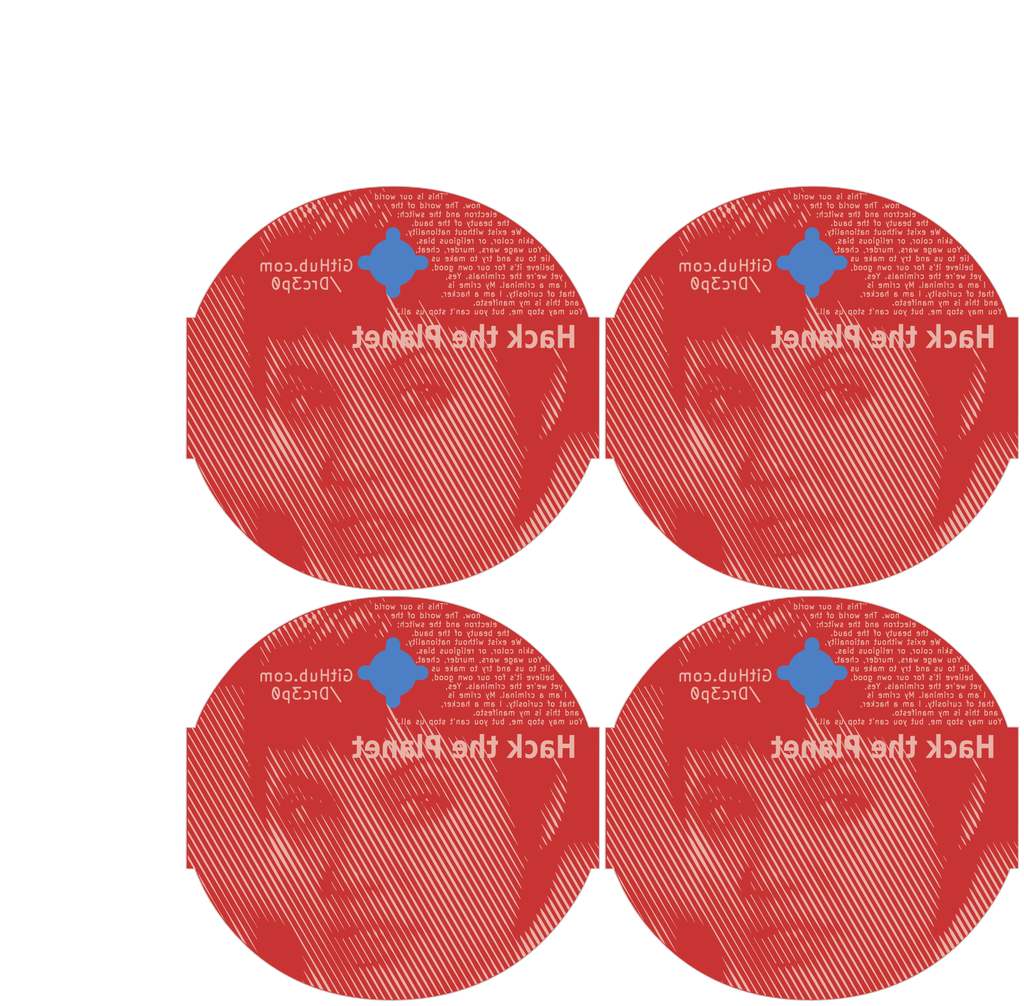
<source format=kicad_pcb>
(kicad_pcb (version 20240108) (generator "pcbnew") (generator_version "8.0")
  (layers (0 "F.Cu" signal) (31 "B.Cu" signal) (34 "B.Paste" user) (35 "F.Paste" user) (36 "B.SilkS" user "B.Silkscreen") (37 "F.SilkS" user "F.Silkscreen") (38 "B.Mask" user) (39 "F.Mask" user) (44 "Edge.Cuts" user))
  (net 0 "")
  (footprint "DRCgraphics:4mm pin backer" (layer "F.Cu") (at 147.260001 89.2275)
    (property "Reference" "REF**" (hide yes))
    (property "Value" "4mm pin backer")
    (fp_line (start -2.5225 -4.8425) (end 2.502499 -4.842503) (stroke (width 1.3)) (layer "B.Cu"))
    (fp_line (start -0.01 -7.355) (end -0.01 -2.33) (stroke (width 1.3)) (layer "B.Cu"))
    (fp_circle (center -0.035 -4.8425) (end 0.04 -2.7925) (stroke (width 0.2)) (fill solid) (layer "B.Cu"))
  )
  (footprint "DRCgraphics:4mm pin backer" (layer "F.Cu") (at 184.615558 52.657835)
    (property "Reference" "REF**" (hide yes))
    (property "Value" "4mm pin backer")
    (fp_line (start -2.5225 -4.8425) (end 2.502499 -4.842503) (stroke (width 1.3)) (layer "B.Cu"))
    (fp_line (start -0.01 -7.355) (end -0.01 -2.33) (stroke (width 1.3)) (layer "B.Cu"))
    (fp_circle (center -0.035 -4.8425) (end 0.04 -2.7925) (stroke (width 0.2)) (fill solid) (layer "B.Cu"))
  )
  (footprint "DRCgraphics:4mm pin backer" (layer "F.Cu") (at 147.260001 52.657835)
    (property "Reference" "REF**" (hide yes))
    (property "Value" "4mm pin backer")
    (fp_line (start -2.5225 -4.8425) (end 2.502499 -4.842503) (stroke (width 1.3)) (layer "B.Cu"))
    (fp_line (start -0.01 -7.355) (end -0.01 -2.33) (stroke (width 1.3)) (layer "B.Cu"))
    (fp_circle (center -0.035 -4.8425) (end 0.04 -2.7925) (stroke (width 0.2)) (fill solid) (layer "B.Cu"))
  )
  (footprint "DRCgraphics:4mm pin backer" (layer "F.Cu") (at 184.615558 89.2275)
    (property "Reference" "REF**" (hide yes))
    (property "Value" "4mm pin backer")
    (fp_line (start -2.5225 -4.8425) (end 2.502499 -4.842503) (stroke (width 1.3)) (layer "B.Cu"))
    (fp_line (start -0.01 -7.355) (end -0.01 -2.33) (stroke (width 1.3)) (layer "B.Cu"))
    (fp_circle (center -0.035 -4.8425) (end 0.04 -2.7925) (stroke (width 0.2)) (fill solid) (layer "B.Cu"))
  )
  (gr_poly (pts (xy 148.519647 77.591039) (xy 149.621397 77.680282) (xy 150.677037 77.820412) (xy 151.68733 78.008137) (xy 152.653044 78.240162) (xy 153.574943 78.513197) (xy 154.453793 78.823946) (xy 155.290358 79.169118) (xy 156.085404 79.54542) (xy 156.839696 79.949559) (xy 157.554 80.378242) (xy 158.229081 80.828175) (xy 158.865704 81.296067) (xy 159.464635 81.778625) (xy 160.55248 82.774564) (xy 161.498738 83.78965) (xy 162.309531 84.797539) (xy 162.990983 85.771889) (xy 163.549215 86.686357) (xy 163.990349 87.514599) (xy 164.320508 88.230273) (xy 164.545814 88.807036) (xy 164.672389 89.218543) (xy 165.635526 89.224814) (xy 165.622031 101.867423) (xy 164.888607 101.879014) (xy 164.795738 102.157701) (xy 164.59476 102.645997) (xy 164.331797 103.206689) (xy 163.950079 103.934252) (xy 163.441781 104.795566) (xy 162.799074 105.757514) (xy 162.014131 106.786975) (xy 161.565874 107.316674) (xy 161.079123 107.850832) (xy 160.552899 108.385309) (xy 159.986223 108.915965) (xy 159.378118 109.43866) (xy 158.727605 109.949255) (xy 158.033704 110.443609) (xy 157.295439 110.917583) (xy 156.511829 111.367037) (xy 155.681898 111.787831) (xy 154.804666 112.175825) (xy 153.879155 112.52688) (xy 152.904386 112.836854) (xy 151.879381 113.10161) (xy 150.803162 113.317006) (xy 149.67475 113.478903) (xy 148.493167 113.583161) (xy 147.257434 113.62564) (xy 145.976202 113.601954) (xy 144.754021 113.512607) (xy 143.589679 113.361954) (xy 142.481964 113.154351) (xy 141.429665 112.894151) (xy 140.43157 112.585711) (xy 139.486469 112.233385) (xy 138.593149 111.841528) (xy 137.750398 111.414496) (xy 136.957006 110.956643) (xy 136.211761 110.472325) (xy 135.513452 109.965897) (xy 134.860866 109.441714) (xy 134.252793 108.90413) (xy 133.165338 107.806183) (xy 132.241395 106.706896) (xy 131.471272 105.641111) (xy 130.845276 104.643667) (xy 130.353717 103.749406) (xy 129.735138 102.409794) (xy 129.538 101.901) (xy 129.301234 101.897747) (xy 129.066903 101.89609) (xy 128.779969 101.895445) (xy 128.790526 89.266169) (xy 129.160671 89.268868) (xy 129.42556 89.269785) (xy 129.567845 89.268233) (xy 129.568206 89.264729) (xy 129.568523 89.262051) (xy 129.568808 89.26007) (xy 129.569072 89.258655) (xy 129.569327 89.257679) (xy 129.569585 89.257011) (xy 129.569858 89.256524) (xy 129.570157 89.256087) (xy 129.570494 89.255573) (xy 129.570881 89.254851) (xy 129.57133 89.253793) (xy 129.571852 89.25227) (xy 129.57246 89.250152) (xy 129.573164 89.247311) (xy 129.573976 89.243618) (xy 129.574909 89.238943) (xy 129.679327 88.869761) (xy 129.893235 88.32069) (xy 130.221966 87.619963) (xy 130.670855 86.795813) (xy 131.245233 85.876473) (xy 131.950435 84.890177) (xy 132.791793 83.865158) (xy 133.265197 83.346951) (xy 133.77464 82.82965) (xy 134.320789 82.316785) (xy 134.90431 81.811886) (xy 135.525871 81.318481) (xy 136.186136 80.840099) (xy 136.885774 80.38027) (xy 137.625451 79.942523) (xy 138.405834 79.530388) (xy 139.227588 79.147392) (xy 140.091382 78.797066) (xy 140.997881 78.482938) (xy 141.947752 78.208538) (xy 142.941662 77.977395) (xy 143.980277 77.793038) (xy 145.064264 77.658996) (xy 146.19429 77.578799) (xy 147.371021 77.555975)) (fill solid) (layer "F.Cu"))
  (gr_poly (pts (xy 185.875204 77.591039) (xy 186.976954 77.680282) (xy 188.032594 77.820412) (xy 189.042887 78.008137) (xy 190.008601 78.240162) (xy 190.9305 78.513197) (xy 191.80935 78.823946) (xy 192.645915 79.169118) (xy 193.440961 79.54542) (xy 194.195253 79.949559) (xy 194.909557 80.378242) (xy 195.584638 80.828175) (xy 196.221261 81.296067) (xy 196.820192 81.778625) (xy 197.908037 82.774564) (xy 198.854295 83.78965) (xy 199.665088 84.797539) (xy 200.34654 85.771889) (xy 200.904772 86.686357) (xy 201.345906 87.514599) (xy 201.676065 88.230273) (xy 201.901371 88.807036) (xy 202.027946 89.218543) (xy 202.991083 89.224814) (xy 202.977588 101.867423) (xy 202.244164 101.879014) (xy 202.151295 102.157701) (xy 201.950317 102.645997) (xy 201.687354 103.206689) (xy 201.305636 103.934252) (xy 200.797338 104.795566) (xy 200.154631 105.757514) (xy 199.369688 106.786975) (xy 198.921431 107.316674) (xy 198.43468 107.850832) (xy 197.908456 108.385309) (xy 197.34178 108.915965) (xy 196.733675 109.43866) (xy 196.083162 109.949255) (xy 195.389261 110.443609) (xy 194.650996 110.917583) (xy 193.867386 111.367037) (xy 193.037455 111.787831) (xy 192.160223 112.175825) (xy 191.234712 112.52688) (xy 190.259943 112.836854) (xy 189.234938 113.10161) (xy 188.158719 113.317006) (xy 187.030307 113.478903) (xy 185.848724 113.583161) (xy 184.612991 113.62564) (xy 183.331759 113.601954) (xy 182.109578 113.512607) (xy 180.945236 113.361954) (xy 179.837521 113.154351) (xy 178.785222 112.894151) (xy 177.787127 112.585711) (xy 176.842026 112.233385) (xy 175.948706 111.841528) (xy 175.105955 111.414496) (xy 174.312563 110.956643) (xy 173.567318 110.472325) (xy 172.869009 109.965897) (xy 172.216423 109.441714) (xy 171.60835 108.90413) (xy 170.520895 107.806183) (xy 169.596952 106.706896) (xy 168.826829 105.641111) (xy 168.200833 104.643667) (xy 167.709274 103.749406) (xy 167.090695 102.409794) (xy 166.893557 101.901) (xy 166.656791 101.897747) (xy 166.42246 101.89609) (xy 166.135526 101.895445) (xy 166.146083 89.266169) (xy 166.516228 89.268868) (xy 166.781117 89.269785) (xy 166.923402 89.268233) (xy 166.923763 89.264729) (xy 166.92408 89.262051) (xy 166.924365 89.26007) (xy 166.924629 89.258655) (xy 166.924884 89.257679) (xy 166.925142 89.257011) (xy 166.925415 89.256524) (xy 166.925714 89.256087) (xy 166.926051 89.255573) (xy 166.926438 89.254851) (xy 166.926887 89.253793) (xy 166.927409 89.25227) (xy 166.928017 89.250152) (xy 166.928721 89.247311) (xy 166.929533 89.243618) (xy 166.930466 89.238943) (xy 167.034884 88.869761) (xy 167.248792 88.32069) (xy 167.577523 87.619963) (xy 168.026412 86.795813) (xy 168.60079 85.876473) (xy 169.305992 84.890177) (xy 170.14735 83.865158) (xy 170.620754 83.346951) (xy 171.130197 82.82965) (xy 171.676346 82.316785) (xy 172.259867 81.811886) (xy 172.881428 81.318481) (xy 173.541693 80.840099) (xy 174.241331 80.38027) (xy 174.981008 79.942523) (xy 175.761391 79.530388) (xy 176.583145 79.147392) (xy 177.446939 78.797066) (xy 178.353438 78.482938) (xy 179.303309 78.208538) (xy 180.297219 77.977395) (xy 181.335834 77.793038) (xy 182.419821 77.658996) (xy 183.549847 77.578799) (xy 184.726578 77.555975)) (fill solid) (layer "F.Cu"))
  (gr_poly (pts (xy 148.519647 41.021374) (xy 149.621397 41.110617) (xy 150.677037 41.250747) (xy 151.68733 41.438472) (xy 152.653044 41.670497) (xy 153.574943 41.943532) (xy 154.453793 42.254281) (xy 155.290358 42.599453) (xy 156.085404 42.975755) (xy 156.839696 43.379894) (xy 157.554 43.808577) (xy 158.229081 44.25851) (xy 158.865704 44.726402) (xy 159.464635 45.20896) (xy 160.55248 46.204899) (xy 161.498738 47.219985) (xy 162.309531 48.227874) (xy 162.990983 49.202224) (xy 163.549215 50.116692) (xy 163.990349 50.944934) (xy 164.320508 51.660608) (xy 164.545814 52.237371) (xy 164.672389 52.648878) (xy 165.635526 52.655149) (xy 165.622031 65.297758) (xy 164.888607 65.309349) (xy 164.795738 65.588036) (xy 164.59476 66.076332) (xy 164.331797 66.637024) (xy 163.950079 67.364587) (xy 163.441781 68.225901) (xy 162.799074 69.187849) (xy 162.014131 70.21731) (xy 161.565874 70.747009) (xy 161.079123 71.281167) (xy 160.552899 71.815644) (xy 159.986223 72.3463) (xy 159.378118 72.868995) (xy 158.727605 73.37959) (xy 158.033704 73.873944) (xy 157.295439 74.347918) (xy 156.511829 74.797372) (xy 155.681898 75.218166) (xy 154.804666 75.60616) (xy 153.879155 75.957215) (xy 152.904386 76.267189) (xy 151.879381 76.531945) (xy 150.803162 76.747341) (xy 149.67475 76.909238) (xy 148.493167 77.013496) (xy 147.257434 77.055975) (xy 145.976202 77.032289) (xy 144.754021 76.942942) (xy 143.589679 76.792289) (xy 142.481964 76.584686) (xy 141.429665 76.324486) (xy 140.43157 76.016046) (xy 139.486469 75.66372) (xy 138.593149 75.271863) (xy 137.750398 74.844831) (xy 136.957006 74.386978) (xy 136.211761 73.90266) (xy 135.513452 73.396232) (xy 134.860866 72.872049) (xy 134.252793 72.334465) (xy 133.165338 71.236518) (xy 132.241395 70.137231) (xy 131.471272 69.071446) (xy 130.845276 68.074002) (xy 130.353717 67.179741) (xy 129.735138 65.840129) (xy 129.538 65.331335) (xy 129.301234 65.328082) (xy 129.066903 65.326425) (xy 128.779969 65.32578) (xy 128.790526 52.696504) (xy 129.160671 52.699203) (xy 129.42556 52.70012) (xy 129.567845 52.698568) (xy 129.568206 52.695064) (xy 129.568523 52.692386) (xy 129.568808 52.690405) (xy 129.569072 52.68899) (xy 129.569327 52.688014) (xy 129.569585 52.687346) (xy 129.569858 52.686859) (xy 129.570157 52.686422) (xy 129.570494 52.685908) (xy 129.570881 52.685186) (xy 129.57133 52.684128) (xy 129.571852 52.682605) (xy 129.57246 52.680487) (xy 129.573164 52.677646) (xy 129.573976 52.673953) (xy 129.574909 52.669278) (xy 129.679327 52.300096) (xy 129.893235 51.751025) (xy 130.221966 51.050298) (xy 130.670855 50.226148) (xy 131.245233 49.306808) (xy 131.950435 48.320512) (xy 132.791793 47.295493) (xy 133.265197 46.777286) (xy 133.77464 46.259985) (xy 134.320789 45.74712) (xy 134.90431 45.242221) (xy 135.525871 44.748816) (xy 136.186136 44.270434) (xy 136.885774 43.810605) (xy 137.625451 43.372858) (xy 138.405834 42.960723) (xy 139.227588 42.577727) (xy 140.091382 42.227401) (xy 140.997881 41.913273) (xy 141.947752 41.638873) (xy 142.941662 41.40773) (xy 143.980277 41.223373) (xy 145.064264 41.089331) (xy 146.19429 41.009134) (xy 147.371021 40.98631)) (fill solid) (layer "F.Cu"))
  (gr_poly (pts (xy 185.875204 41.021374) (xy 186.976954 41.110617) (xy 188.032594 41.250747) (xy 189.042887 41.438472) (xy 190.008601 41.670497) (xy 190.9305 41.943532) (xy 191.80935 42.254281) (xy 192.645915 42.599453) (xy 193.440961 42.975755) (xy 194.195253 43.379894) (xy 194.909557 43.808577) (xy 195.584638 44.25851) (xy 196.221261 44.726402) (xy 196.820192 45.20896) (xy 197.908037 46.204899) (xy 198.854295 47.219985) (xy 199.665088 48.227874) (xy 200.34654 49.202224) (xy 200.904772 50.116692) (xy 201.345906 50.944934) (xy 201.676065 51.660608) (xy 201.901371 52.237371) (xy 202.027946 52.648878) (xy 202.991083 52.655149) (xy 202.977588 65.297758) (xy 202.244164 65.309349) (xy 202.151295 65.588036) (xy 201.950317 66.076332) (xy 201.687354 66.637024) (xy 201.305636 67.364587) (xy 200.797338 68.225901) (xy 200.154631 69.187849) (xy 199.369688 70.21731) (xy 198.921431 70.747009) (xy 198.43468 71.281167) (xy 197.908456 71.815644) (xy 197.34178 72.3463) (xy 196.733675 72.868995) (xy 196.083162 73.37959) (xy 195.389261 73.873944) (xy 194.650996 74.347918) (xy 193.867386 74.797372) (xy 193.037455 75.218166) (xy 192.160223 75.60616) (xy 191.234712 75.957215) (xy 190.259943 76.267189) (xy 189.234938 76.531945) (xy 188.158719 76.747341) (xy 187.030307 76.909238) (xy 185.848724 77.013496) (xy 184.612991 77.055975) (xy 183.331759 77.032289) (xy 182.109578 76.942942) (xy 180.945236 76.792289) (xy 179.837521 76.584686) (xy 178.785222 76.324486) (xy 177.787127 76.016046) (xy 176.842026 75.66372) (xy 175.948706 75.271863) (xy 175.105955 74.844831) (xy 174.312563 74.386978) (xy 173.567318 73.90266) (xy 172.869009 73.396232) (xy 172.216423 72.872049) (xy 171.60835 72.334465) (xy 170.520895 71.236518) (xy 169.596952 70.137231) (xy 168.826829 69.071446) (xy 168.200833 68.074002) (xy 167.709274 67.179741) (xy 167.090695 65.840129) (xy 166.893557 65.331335) (xy 166.656791 65.328082) (xy 166.42246 65.326425) (xy 166.135526 65.32578) (xy 166.146083 52.696504) (xy 166.516228 52.699203) (xy 166.781117 52.70012) (xy 166.923402 52.698568) (xy 166.923763 52.695064) (xy 166.92408 52.692386) (xy 166.924365 52.690405) (xy 166.924629 52.68899) (xy 166.924884 52.688014) (xy 166.925142 52.687346) (xy 166.925415 52.686859) (xy 166.925714 52.686422) (xy 166.926051 52.685908) (xy 166.926438 52.685186) (xy 166.926887 52.684128) (xy 166.927409 52.682605) (xy 166.928017 52.680487) (xy 166.928721 52.677646) (xy 166.929533 52.673953) (xy 166.930466 52.669278) (xy 167.034884 52.300096) (xy 167.248792 51.751025) (xy 167.577523 51.050298) (xy 168.026412 50.226148) (xy 168.60079 49.306808) (xy 169.305992 48.320512) (xy 170.14735 47.295493) (xy 170.620754 46.777286) (xy 171.130197 46.259985) (xy 171.676346 45.74712) (xy 172.259867 45.242221) (xy 172.881428 44.748816) (xy 173.541693 44.270434) (xy 174.241331 43.810605) (xy 174.981008 43.372858) (xy 175.761391 42.960723) (xy 176.583145 42.577727) (xy 177.446939 42.227401) (xy 178.353438 41.913273) (xy 179.303309 41.638873) (xy 180.297219 41.40773) (xy 181.335834 41.223373) (xy 182.419821 41.089331) (xy 183.549847 41.009134) (xy 184.726578 40.98631)) (fill solid) (layer "F.Cu"))
  (gr_poly (pts (xy 135.921241 59.666841) (xy 135.92186 59.666886) (xy 135.922474 59.666965) (xy 135.923081 59.667078) (xy 135.923683 59.667226) (xy 135.924278 59.667407) (xy 135.924867 59.667623) (xy 135.925449 59.667874) (xy 135.926026 59.668159) (xy 135.926597 59.668477) (xy 135.927161 59.668829) (xy 135.927719 59.669218) (xy 135.92827 59.669638) (xy 135.928817 59.670095) (xy 135.929355 59.670585) (xy 135.929887 59.671109) (xy 135.930412 59.671668) (xy 135.931446 59.672888) (xy 135.975639 59.731607) (xy 136.018015 59.789336) (xy 136.058568 59.846072) (xy 136.097299 59.901814) (xy 136.134202 59.956561) (xy 136.169277 60.010312) (xy 136.202521 60.063067) (xy 136.23393 60.114822) (xy 137.350047 61.984301) (xy 138.468474 63.88358) (xy 139.568825 65.799779) (xy 140.105856 66.760196) (xy 140.630728 67.720013) (xy 141.240825 68.747441) (xy 141.831671 69.837384) (xy 142.42513 70.925328) (xy 142.426061 70.927224) (xy 142.426817 70.929064) (xy 142.42713 70.929962) (xy 142.427397 70.930848) (xy 142.427622 70.931718) (xy 142.427802 70.932577) (xy 142.427939 70.933419) (xy 142.428032 70.934248) (xy 142.428081 70.935063) (xy 142.428087 70.935865) (xy 142.428048 70.936653) (xy 142.427966 70.937426) (xy 142.427838 70.938184) (xy 142.427669 70.938929) (xy 142.427455 70.939659) (xy 142.427197 70.940375) (xy 142.426894 70.941078) (xy 142.426548 70.941767) (xy 142.426159 70.942441) (xy 142.425724 70.943101) (xy 142.425248 70.943746) (xy 142.424727 70.944378) (xy 142.424162 70.944995) (xy 142.423553 70.945597) (xy 142.422899 70.946184) (xy 142.422203 70.94676) (xy 142.421462 70.94732) (xy 142.420677 70.947864) (xy 142.418978 70.948912) (xy 142.417954 70.948912) (xy 142.416189 70.949844) (xy 142.415323 70.950245) (xy 142.414469 70.950599) (xy 142.413627 70.950912) (xy 142.412796 70.95118) (xy 142.411977 70.951404) (xy 142.411169 70.951585) (xy 142.410374 70.951721) (xy 142.409591 70.951815) (xy 142.408818 70.951864) (xy 142.408058 70.951869) (xy 142.407309 70.95183) (xy 142.406573 70.951747) (xy 142.405849 70.951621) (xy 142.405137 70.951451) (xy 142.404436 70.951236) (xy 142.403747 70.950979) (xy 142.40307 70.950677) (xy 142.402407 70.950331) (xy 142.401754 70.949942) (xy 142.401115 70.949508) (xy 142.400486 70.949031) (xy 142.39987 70.948509) (xy 142.399269 70.947944) (xy 142.398678 70.947335) (xy 142.3981 70.946682) (xy 142.397533 70.945985) (xy 142.39698 70.945245) (xy 142.39644 70.94446) (xy 142.395395 70.942759) (xy 142.257441 70.706696) (xy 142.114235 70.470608) (xy 141.821059 70.002493) (xy 141.533842 69.546682) (xy 141.398087 69.325974) (xy 141.270562 69.111442) (xy 139.894537 66.765646) (xy 138.532816 64.485989) (xy 138.270192 64.045545) (xy 138.011414 63.602911) (xy 137.756481 63.158086) (xy 137.505394 62.711068) (xy 136.912215 61.640066) (xy 136.315961 60.55368) (xy 136.289185 60.503036) (xy 136.263348 60.451186) (xy 136.213822 60.344521) (xy 136.118705 60.123924) (xy 136.070442 60.012609) (xy 136.019933 59.902364) (xy 135.993418 59.84805) (xy 135.965842 59.794497) (xy 135.937037 59.741866) (xy 135.906837 59.690319) (xy 135.906137 59.688801) (xy 135.905572 59.687324) (xy 135.905341 59.6866) (xy 135.905145 59.685886) (xy 135.904983 59.685183) (xy 135.904854 59.684491) (xy 135.90476 59.683808) (xy 135.904701 59.683136) (xy 135.904675 59.682471) (xy 135.904683 59.68182) (xy 135.904724 59.681177) (xy 135.904801 59.680544) (xy 135.904911 59.679921) (xy 135.905055 59.679308) (xy 135.905233 59.678705) (xy 135.905444 59.678112) (xy 135.905691 59.677528) (xy 135.90597 59.676955) (xy 135.906285 59.676392) (xy 135.906631 59.675839) (xy 135.907012 59.675294) (xy 135.907427 59.67476) (xy 135.907877 59.674235) (xy 135.908359 59.673721) (xy 135.908876 59.673216) (xy 135.909427 59.672721) (xy 135.910627 59.671758) (xy 135.911963 59.670835) (xy 135.911963 59.669809) (xy 135.913356 59.668974) (xy 135.914727 59.668276) (xy 135.915405 59.667979) (xy 135.916074 59.667715) (xy 135.916741 59.667486) (xy 135.917402 59.667292) (xy 135.918054 59.667131) (xy 135.918704 59.667003) (xy 135.919346 59.666912) (xy 135.919983 59.666854) (xy 135.920615 59.666831)) (fill solid) (layer "B.SilkS"))
  (gr_poly (pts (xy 175.475463 43.318441) (xy 175.492345 43.354786) (xy 175.523704 43.428188) (xy 175.582389 43.576255) (xy 175.612914 43.650011) (xy 175.629172 43.686621) (xy 175.646362 43.722977) (xy 175.66468 43.759021) (xy 175.684329 43.794697) (xy 175.705506 43.829949) (xy 175.728414 43.864719) (xy 175.792484 43.961295) (xy 175.85396 44.061841) (xy 175.912838 44.166362) (xy 175.969121 44.274856) (xy 176.022809 44.387323) (xy 176.073901 44.503767) (xy 176.1224 44.62419) (xy 176.1683 44.748589) (xy 176.1724 44.760303) (xy 176.175741 44.770565) (xy 176.178321 44.779375) (xy 176.180141 44.786735) (xy 176.181202 44.792643) (xy 176.181448 44.795055) (xy 176.181502 44.797102) (xy 176.181368 44.798787) (xy 176.181043 44.800108) (xy 176.180528 44.801068) (xy 176.179822 44.801666) (xy 176.178927 44.8019) (xy 176.177841 44.801771) (xy 176.176565 44.801281) (xy 176.1751 44.800429) (xy 176.173444 44.799212) (xy 176.171596 44.797634) (xy 176.167333 44.793391) (xy 176.162309 44.787697) (xy 176.156522 44.780554) (xy 176.149974 44.771962) (xy 176.142665 44.761919) (xy 176.124773 44.737517) (xy 176.106522 44.713483) (xy 176.06924 44.666271) (xy 175.993602 44.573508) (xy 175.956427 44.526945) (xy 175.920464 44.47959) (xy 175.903121 44.455456) (xy 175.886304 44.430936) (xy 175.870085 44.405966) (xy 175.854536 44.380482) (xy 175.708188 44.138446) (xy 175.557216 43.894211) (xy 175.401612 43.647765) (xy 175.241363 43.399097) (xy 175.349014 43.340484) (xy 175.457511 43.28241)) (fill solid) (layer "B.SilkS"))
  (gr_poly (pts (xy 173.262465 55.22831) (xy 173.262821 55.228344) (xy 173.263175 55.2284) (xy 173.263528 55.228473) (xy 173.263878 55.228569) (xy 173.264226 55.228685) (xy 173.264571 55.228819) (xy 173.264914 55.228974) (xy 173.265257 55.22915) (xy 173.265596 55.229345) (xy 173.265932 55.22956) (xy 173.266267 55.229796) (xy 173.2666 55.23005) (xy 173.266929 55.230326) (xy 173.267258 55.230621) (xy 173.267906 55.231271) (xy 173.268545 55.232) (xy 173.443978 55.477574) (xy 173.615937 55.72812) (xy 173.783549 55.983426) (xy 173.945932 56.243274) (xy 174.102211 56.507448) (xy 174.251508 56.775732) (xy 174.392948 57.047907) (xy 174.525652 57.32376) (xy 174.565158 57.405694) (xy 174.607621 57.487728) (xy 174.699613 57.652297) (xy 174.899143 57.98487) (xy 174.999425 58.153692) (xy 175.095215 58.32475) (xy 175.14029 58.411243) (xy 175.182881 58.49845) (xy 175.222533 58.586418) (xy 175.258794 58.675201) (xy 175.259484 58.677092) (xy 175.26001 58.678917) (xy 175.260213 58.679806) (xy 175.260378 58.680679) (xy 175.260499 58.681535) (xy 175.260583 58.682376) (xy 175.260626 58.6832) (xy 175.260631 58.684008) (xy 175.260593 58.684799) (xy 175.260515 58.685575) (xy 175.260398 58.686335) (xy 175.260241 58.687079) (xy 175.260045 58.687806) (xy 175.259806 58.688519) (xy 175.25953 58.689216) (xy 175.259212 58.689897) (xy 175.258856 58.690561) (xy 175.258458 58.691209) (xy 175.258022 58.691841) (xy 175.257545 58.692458) (xy 175.257029 58.693059) (xy 175.256472 58.693644) (xy 175.255876 58.694214) (xy 175.25524 58.694767) (xy 175.254565 58.695307) (xy 175.25385 58.695829) (xy 175.252299 58.696826) (xy 175.25059 58.697762) (xy 175.249565 58.697762) (xy 175.247795 58.698692) (xy 175.246928 58.699092) (xy 175.246066 58.699448) (xy 175.245216 58.69976) (xy 175.244375 58.700028) (xy 175.243544 58.700253) (xy 175.242722 58.700434) (xy 175.241911 58.700571) (xy 175.241109 58.700663) (xy 175.240317 58.700711) (xy 175.239536 58.700717) (xy 175.238763 58.700678) (xy 175.238 58.700595) (xy 175.237247 58.700469) (xy 175.236505 58.700298) (xy 175.235772 58.700084) (xy 175.235048 58.699826) (xy 175.234336 58.699524) (xy 175.233633 58.699178) (xy 175.23294 58.698789) (xy 175.232258 58.698357) (xy 175.231584 58.697878) (xy 175.230921 58.697358) (xy 175.230268 58.696792) (xy 175.229626 58.696183) (xy 175.228993 58.695531) (xy 175.22837 58.694835) (xy 175.227758 58.694094) (xy 175.227155 58.69331) (xy 175.225981 58.691608) (xy 175.069888 58.44129) (xy 174.917371 58.188663) (xy 174.768428 57.933729) (xy 174.623064 57.676489) (xy 174.16062 57.014098) (xy 173.249063 55.257635) (xy 173.248009 55.255493) (xy 173.247154 55.253415) (xy 173.246802 55.252399) (xy 173.246501 55.251399) (xy 173.246247 55.250416) (xy 173.246046 55.249446) (xy 173.245895 55.248494) (xy 173.245793 55.247556) (xy 173.245739 55.246635) (xy 173.245737 55.245731) (xy 173.245786 55.244842) (xy 173.245884 55.243968) (xy 173.246032 55.243109) (xy 173.246231 55.242267) (xy 173.246479 55.241441) (xy 173.246777 55.240632) (xy 173.247127 55.239837) (xy 173.247527 55.239059) (xy 173.247975 55.238298) (xy 173.248475 55.237551) (xy 173.249025 55.236821) (xy 173.249627 55.236108) (xy 173.250276 55.23541) (xy 173.250977 55.234728) (xy 173.251729 55.234063) (xy 173.252531 55.233413) (xy 173.253383 55.232779) (xy 173.254284 55.232162) (xy 173.25624 55.230976) (xy 173.257267 55.22995) (xy 173.25765 55.229701) (xy 173.258032 55.229471) (xy 173.258413 55.229263) (xy 173.25879 55.229074) (xy 173.259166 55.228908) (xy 173.259541 55.22876) (xy 173.259913 55.228632) (xy 173.260283 55.228526) (xy 173.260652 55.228438) (xy 173.261019 55.228372) (xy 173.261383 55.228326) (xy 173.261746 55.228301) (xy 173.262106 55.228296)) (fill solid) (layer "B.SilkS"))
  (gr_poly (pts (xy 141.566517 53.941391) (xy 141.567417 53.941482) (xy 141.568303 53.941625) (xy 141.569175 53.941826) (xy 141.570034 53.942079) (xy 141.570878 53.942385) (xy 141.571709 53.942747) (xy 141.572525 53.943162) (xy 141.573329 53.94363) (xy 141.574118 53.944152) (xy 141.574893 53.94473) (xy 141.575656 53.945359) (xy 141.576402 53.946045) (xy 141.577136 53.946782) (xy 141.577856 53.947574) (xy 141.578563 53.94842) (xy 141.579255 53.949319) (xy 141.579933 53.950271) (xy 141.581248 53.952336) (xy 141.892001 54.456291) (xy 142.207751 54.958612) (xy 142.519658 55.460739) (xy 142.671406 55.712182) (xy 142.818875 55.964117) (xy 144.830655 59.444499) (xy 146.885503 62.95818) (xy 148.59377 66.010717) (xy 149.891838 68.208277) (xy 151.173353 70.411347) (xy 152.438332 72.619934) (xy 153.686796 74.834047) (xy 153.751064 74.945956) (xy 153.818828 75.059265) (xy 153.961185 75.288662) (xy 154.106542 75.519386) (xy 154.178057 75.634353) (xy 154.247574 75.748581) (xy 154.152803 75.783417) (xy 154.057572 75.817791) (xy 153.96385 75.628565) (xy 153.872965 75.442223) (xy 153.828379 75.352608) (xy 153.784252 75.266687) (xy 153.740504 75.185444) (xy 153.69705 75.109874) (xy 152.59082 73.246495) (xy 151.562762 71.490281) (xy 150.612876 69.841231) (xy 149.741165 68.299347) (xy 149.201437 67.343769) (xy 148.68658 66.448819) (xy 148.196581 65.614488) (xy 147.731431 64.840766) (xy 147.459021 64.389981) (xy 147.194421 63.945092) (xy 146.937623 63.506101) (xy 146.688631 63.073025) (xy 144.618416 59.451906) (xy 142.546126 55.848249) (xy 142.283195 55.384026) (xy 142.02858 54.916199) (xy 141.782291 54.444776) (xy 141.544335 53.969767) (xy 141.543522 53.967742) (xy 141.542884 53.965783) (xy 141.542632 53.964826) (xy 141.542425 53.963887) (xy 141.542261 53.962964) (xy 141.542142 53.962058) (xy 141.542068 53.961167) (xy 141.542037 53.960291) (xy 141.542051 53.959433) (xy 141.54211 53.958591) (xy 141.542212 53.957765) (xy 141.542359 53.956956) (xy 141.54255 53.956162) (xy 141.542784 53.955386) (xy 141.543064 53.954625) (xy 141.543387 53.95388) (xy 141.543755 53.953152) (xy 141.544166 53.952439) (xy 141.544622 53.951743) (xy 141.545123 53.951063) (xy 141.545666 53.950399) (xy 141.546253 53.949752) (xy 141.546885 53.949122) (xy 141.547561 53.948507) (xy 141.548281 53.947909) (xy 141.549044 53.947325) (xy 141.550703 53.946209) (xy 141.552539 53.945157) (xy 141.553563 53.945157) (xy 141.555707 53.943978) (xy 141.55676 53.943471) (xy 141.557798 53.943018) (xy 141.558822 53.94262) (xy 141.559832 53.942276) (xy 141.560829 53.941986) (xy 141.561811 53.941752) (xy 141.56278 53.941571) (xy 141.563735 53.941445) (xy 141.564676 53.941372) (xy 141.565604 53.941355)) (fill solid) (layer "B.SilkS"))
  (gr_poly (pts (xy 136.815143 91.173656) (xy 136.819919 91.177089) (xy 136.834594 91.192934) (xy 136.855789 91.220257) (xy 136.883127 91.258465) (xy 136.954743 91.365163) (xy 137.046449 91.508282) (xy 137.155251 91.683074) (xy 137.278155 91.884795) (xy 137.412171 92.108697) (xy 137.554304 92.350036) (xy 137.824059 92.819018) (xy 138.03833 93.205735) (xy 138.117991 93.355897) (xy 138.175776 93.470675) (xy 138.209019 93.545133) (xy 138.215604 93.565698) (xy 138.215053 93.574331) (xy 138.212048 93.57399) (xy 138.207273 93.570557) (xy 138.192597 93.554713) (xy 138.171402 93.527391) (xy 138.144064 93.489183) (xy 138.072448 93.382486) (xy 137.980742 93.239366) (xy 137.87194 93.064574) (xy 137.749036 92.862853) (xy 137.615019 92.63895) (xy 137.472887 92.397613) (xy 137.203132 91.928629) (xy 136.98886 91.541914) (xy 136.909201 91.391752) (xy 136.851415 91.276972) (xy 136.818172 91.202515) (xy 136.811587 91.18195) (xy 136.812137 91.173316)) (fill solid) (layer "B.SilkS"))
  (gr_line (start 174.019647 85.914222) (end 174.341467 86.535778) (stroke (width 0.15)) (layer "B.SilkS"))
  (gr_poly (pts (xy 161.537976 94.132451) (xy 161.540749 94.133861) (xy 161.544045 94.136167) (xy 161.552197 94.143474) (xy 161.562432 94.154369) (xy 161.574751 94.168855) (xy 161.589152 94.18693) (xy 161.605637 94.208594) (xy 161.624203 94.23385) (xy 161.776038 94.445658) (xy 161.924879 94.659604) (xy 162.068698 94.87677) (xy 162.138089 94.986899) (xy 162.205463 95.098239) (xy 162.270567 95.210924) (xy 162.333145 95.325091) (xy 162.392944 95.440873) (xy 162.449711 95.558408) (xy 162.503191 95.677824) (xy 162.553132 95.799267) (xy 162.599277 95.922865) (xy 162.641374 96.048757) (xy 162.643203 96.055071) (xy 162.644572 96.060672) (xy 162.645483 96.065559) (xy 162.645766 96.067735) (xy 162.645936 96.069731) (xy 162.64599 96.071551) (xy 162.645931 96.073192) (xy 162.645757 96.074654) (xy 162.645468 96.075937) (xy 162.645064 96.077043) (xy 162.644548 96.077969) (xy 162.643916 96.078717) (xy 162.64317 96.079287) (xy 162.642311 96.079678) (xy 162.641336 96.079891) (xy 162.640249 96.079925) (xy 162.639047 96.079782) (xy 162.63773 96.07946) (xy 162.6363 96.078958) (xy 162.634756 96.078279) (xy 162.633098 96.077422) (xy 162.631328 96.076385) (xy 162.629442 96.075171) (xy 162.62533 96.072207) (xy 162.620761 96.068529) (xy 162.615741 96.064136) (xy 162.593395 96.043603) (xy 162.57173 96.023031) (xy 162.550745 96.002421) (xy 162.53044 95.981771) (xy 162.510817 95.961083) (xy 162.491873 95.940357) (xy 162.47361 95.919589) (xy 162.456029 95.898783) (xy 162.439129 95.877937) (xy 162.422909 95.857051) (xy 162.407373 95.836125) (xy 162.392516 95.815159) (xy 162.378343 95.794154) (xy 162.364851 95.773106) (xy 162.352042 95.752019) (xy 162.339915 95.730891) (xy 162.138671 95.370364) (xy 162.039509 95.188062) (xy 161.941944 95.004545) (xy 161.846446 94.819925) (xy 161.753483 94.634305) (xy 161.663524 94.447798) (xy 161.577037 94.260508) (xy 161.564371 94.231926) (xy 161.553785 94.206932) (xy 161.545281 94.185526) (xy 161.538859 94.16771) (xy 161.534518 94.15348) (xy 161.532259 94.142839) (xy 161.531912 94.138865) (xy 161.532083 94.135789) (xy 161.532774 94.133608) (xy 161.533987 94.132325) (xy 161.53572 94.131939)) (fill solid) (layer "B.SilkS"))
  (gr_poly (pts (xy 137.21435 80.585953) (xy 137.29296 80.762888) (xy 137.370841 80.935554) (xy 137.447971 81.103951) (xy 137.877604 81.879134) (xy 137.891249 81.908922) (xy 137.902688 81.93496) (xy 137.911925 81.957248) (xy 137.918957 81.975784) (xy 137.923787 81.990571) (xy 137.926413 82.001607) (xy 137.926899 82.005719) (xy 137.926834 82.008894) (xy 137.926219 82.011131) (xy 137.925052 82.012432) (xy 137.923335 82.012795) (xy 137.921067 82.012221) (xy 137.918247 82.010709) (xy 137.914877 82.00826) (xy 137.906483 82.000553) (xy 137.895886 81.989096) (xy 137.883086 81.973891) (xy 137.868082 81.954939) (xy 137.850873 81.932239) (xy 137.831462 81.905793) (xy 137.794155 81.85286) (xy 137.758578 81.799458) (xy 137.724462 81.745642) (xy 137.691545 81.691474) (xy 137.628238 81.582315) (xy 137.566531 81.472446) (xy 137.504293 81.362336) (xy 137.4394 81.252455) (xy 137.405293 81.197745) (xy 137.369725 81.143271) (xy 137.33243 81.089086) (xy 137.29314 81.035252) (xy 136.919392 80.539177) (xy 137.026749 80.471694) (xy 137.135028 80.40475)) (fill solid) (layer "B.SilkS"))
  (gr_poly (pts (xy 143.330475 42.615056) (xy 143.331791 42.615327) (xy 143.333218 42.615811) (xy 143.334755 42.616511) (xy 143.336399 42.617424) (xy 143.338156 42.618551) (xy 143.340023 42.619893) (xy 143.341998 42.62145) (xy 143.346283 42.625209) (xy 143.351006 42.629822) (xy 143.35617 42.635297) (xy 143.51382 42.805604) (xy 143.592286 42.893005) (xy 143.630482 42.937509) (xy 143.667626 42.982642) (xy 143.703449 43.02847) (xy 143.73768 43.075065) (xy 143.770049 43.122496) (xy 143.800284 43.170829) (xy 143.828117 43.220136) (xy 143.853276 43.270487) (xy 143.875491 43.321947) (xy 143.894492 43.374589) (xy 143.937881 43.504922) (xy 143.981916 43.632446) (xy 144.026585 43.757164) (xy 144.07188 43.879073) (xy 144.076997 43.893464) (xy 144.081083 43.90614) (xy 144.084137 43.917101) (xy 144.086161 43.926349) (xy 144.086785 43.930332) (xy 144.087152 43.933886) (xy 144.087259 43.937011) (xy 144.08711 43.939708) (xy 144.086702 43.941975) (xy 144.086035 43.943815) (xy 144.085111 43.945226) (xy 144.083928 43.94621) (xy 144.082487 43.946765) (xy 144.080786 43.946892) (xy 144.078829 43.94659) (xy 144.076613 43.945858) (xy 144.074137 43.944701) (xy 144.071403 43.943113) (xy 144.068412 43.941098) (xy 144.06516 43.938655) (xy 144.057882 43.932481) (xy 144.049571 43.924596) (xy 144.040222 43.914996) (xy 144.029839 43.903683) (xy 143.906753 43.762281) (xy 143.848471 43.691804) (xy 143.792466 43.621096) (xy 143.738814 43.549872) (xy 143.687597 43.477844) (xy 143.63889 43.40473) (xy 143.592774 43.330243) (xy 143.549324 43.254097) (xy 143.508621 43.176009) (xy 143.470741 43.095691) (xy 143.435764 43.012858) (xy 143.403766 42.927226) (xy 143.374825 42.838509) (xy 143.349023 42.746421) (xy 143.326434 42.650678) (xy 143.324982 42.643282) (xy 143.323973 42.636744) (xy 143.323405 42.631064) (xy 143.323286 42.628546) (xy 143.323279 42.626241) (xy 143.323382 42.624152) (xy 143.323594 42.622278) (xy 143.323918 42.620617) (xy 143.324351 42.619171) (xy 143.324895 42.61794) (xy 143.325551 42.616924) (xy 143.326314 42.616121) (xy 143.32719 42.615533) (xy 143.328176 42.615159) (xy 143.329269 42.615)) (fill solid) (layer "B.SilkS"))
  (gr_poly (pts (xy 198.525288 95.712506) (xy 198.526836 95.713545) (xy 198.528735 95.715167) (xy 198.533584 95.720159) (xy 198.539835 95.727484) (xy 198.547485 95.737142) (xy 198.556538 95.749131) (xy 198.566992 95.763454) (xy 198.578846 95.780109) (xy 198.756027 96.03333) (xy 198.937969 96.296665) (xy 199.124659 96.570113) (xy 199.316087 96.853674) (xy 199.344337 96.89789) (xy 199.370394 96.942474) (xy 199.394465 96.987405) (xy 199.416767 97.032668) (xy 199.437506 97.07824) (xy 199.456894 97.124109) (xy 199.492452 97.216656) (xy 199.622674 97.595019) (xy 199.625665 97.603634) (xy 199.627984 97.611288) (xy 199.629633 97.617984) (xy 199.630205 97.620972) (xy 199.630609 97.62372) (xy 199.630847 97.626227) (xy 199.630917 97.628495) (xy 199.630818 97.630523) (xy 199.63055 97.63231) (xy 199.630115 97.633858) (xy 199.629511 97.635166) (xy 199.628739 97.636232) (xy 199.627801 97.637059) (xy 199.626692 97.637645) (xy 199.625415 97.637992) (xy 199.623971 97.638097) (xy 199.622359 97.637963) (xy 199.620577 97.637587) (xy 199.618627 97.636971) (xy 199.616509 97.636115) (xy 199.614222 97.635017) (xy 199.611768 97.63368) (xy 199.609144 97.632103) (xy 199.603392 97.628224) (xy 199.596964 97.623382) (xy 199.589861 97.617578) (xy 199.566681 97.597991) (xy 199.54432 97.578453) (xy 199.522777 97.558963) (xy 199.502054 97.539521) (xy 199.482148 97.520127) (xy 199.463061 97.50078) (xy 199.444791 97.481482) (xy 199.427338 97.462234) (xy 199.410703 97.443031) (xy 199.394885 97.423877) (xy 199.379883 97.404772) (xy 199.365697 97.385714) (xy 199.352327 97.366705) (xy 199.339773 97.347743) (xy 199.328033 97.328829) (xy 199.31711 97.309963) (xy 199.234595 97.161695) (xy 199.152619 97.010119) (xy 199.071183 96.855241) (xy 198.990288 96.69706) (xy 198.909936 96.535576) (xy 198.830128 96.370792) (xy 198.750864 96.202708) (xy 198.672149 96.031325) (xy 198.645366 95.972627) (xy 198.617305 95.91342) (xy 198.587957 95.853694) (xy 198.55731 95.793438) (xy 198.548147 95.775127) (xy 198.540386 95.759144) (xy 198.534026 95.745491) (xy 198.529066 95.734167) (xy 198.525509 95.725173) (xy 198.523353 95.718511) (xy 198.522798 95.716054) (xy 198.522596 95.714178) (xy 198.522745 95.712885) (xy 198.52324 95.712176) (xy 198.52409 95.71205)) (fill solid) (layer "B.SilkS"))
  (gr_poly (pts (xy 201.979237 62.89641) (xy 201.979833 62.896456) (xy 201.980422 62.896536) (xy 201.981003 62.896647) (xy 201.981575 62.89679) (xy 201.982141 62.896966) (xy 201.982697 62.897174) (xy 201.983247 62.897414) (xy 201.983789 62.897686) (xy 201.984323 62.89799) (xy 201.98485 62.898327) (xy 201.985367 62.898696) (xy 201.985877 62.899098) (xy 201.98638 62.899531) (xy 201.986875 62.899996) (xy 201.987362 62.900494) (xy 201.988313 62.901588) (xy 201.989232 62.902811) (xy 202.230802 63.285865) (xy 202.470095 63.670291) (xy 202.707098 64.056083) (xy 202.941803 64.443229) (xy 202.941393 64.742024) (xy 202.692498 64.286648) (xy 202.448072 63.830927) (xy 202.206626 63.373515) (xy 201.966671 62.913067) (xy 201.966091 62.911928) (xy 201.965844 62.911371) (xy 201.965623 62.910821) (xy 201.965431 62.91028) (xy 201.965266 62.909747) (xy 201.96513 62.90922) (xy 201.96502 62.908702) (xy 201.964939 62.908192) (xy 201.964886 62.907691) (xy 201.964859 62.907197) (xy 201.964861 62.906713) (xy 201.964892 62.906235) (xy 201.96495 62.905764) (xy 201.965036 62.905303) (xy 201.965149 62.90485) (xy 201.96529 62.904405) (xy 201.96546 62.903966) (xy 201.965657 62.903538) (xy 201.965881 62.903117) (xy 201.966134 62.902705) (xy 201.966416 62.902299) (xy 201.966726 62.901904) (xy 201.967063 62.901517) (xy 201.967428 62.901137) (xy 201.967822 62.900766) (xy 201.968244 62.900403) (xy 201.968694 62.900047) (xy 201.969173 62.899701) (xy 201.969678 62.899363) (xy 201.970775 62.898712) (xy 201.972163 62.898006) (xy 201.973521 62.897429) (xy 201.974185 62.897186) (xy 201.974845 62.896978) (xy 201.975496 62.896801) (xy 201.976139 62.896655) (xy 201.976775 62.896542) (xy 201.977402 62.896461) (xy 201.978021 62.896412) (xy 201.978633 62.896395)) (fill solid) (layer "B.SilkS"))
  (gr_poly (pts (xy 197.382794 105.889917) (xy 197.384079 105.890167) (xy 197.385461 105.890577) (xy 197.386946 105.891152) (xy 197.388529 105.891888) (xy 197.390213 105.892785) (xy 197.391995 105.893846) (xy 197.393879 105.895068) (xy 197.395861 105.896454) (xy 197.400126 105.899709) (xy 197.404791 105.903615) (xy 197.468692 105.961009) (xy 197.527588 106.016836) (xy 197.55516 106.044161) (xy 197.581481 106.071095) (xy 197.606551 106.097638) (xy 197.630372 106.123789) (xy 197.652944 106.149548) (xy 197.674265 106.174914) (xy 197.694338 106.19989) (xy 197.713162 106.224473) (xy 197.730738 106.248664) (xy 197.747066 106.272466) (xy 197.762144 106.295874) (xy 197.775977 106.31889) (xy 198.546545 107.660077) (xy 198.450378 107.762872) (xy 198.401761 107.814278) (xy 198.352748 107.865665) (xy 197.651908 106.653164) (xy 197.631968 106.617617) (xy 197.612404 106.580692) (xy 197.593217 106.542387) (xy 197.574408 106.502704) (xy 197.555977 106.461641) (xy 197.537922 106.419199) (xy 197.502945 106.330182) (xy 197.469477 106.235652) (xy 197.437519 106.13561) (xy 197.40707 106.030058) (xy 197.37813 105.918995) (xy 197.376793 105.913168) (xy 197.375857 105.907989) (xy 197.375539 105.905643) (xy 197.375322 105.903459) (xy 197.375205 105.901438) (xy 197.375187 105.899578) (xy 197.37527 105.897881) (xy 197.375454 105.896346) (xy 197.375738 105.894974) (xy 197.376122 105.893762) (xy 197.376606 105.892715) (xy 197.377189 105.891827) (xy 197.377873 105.891104) (xy 197.378658 105.890542) (xy 197.379543 105.890142) (xy 197.380525 105.889906) (xy 197.381609 105.889829)) (fill solid) (layer "B.SilkS"))
  (gr_poly (pts (xy 180.686032 42.615056) (xy 180.687348 42.615327) (xy 180.688775 42.615811) (xy 180.690312 42.616511) (xy 180.691956 42.617424) (xy 180.693713 42.618551) (xy 180.69558 42.619893) (xy 180.697555 42.62145) (xy 180.70184 42.625209) (xy 180.706563 42.629822) (xy 180.711727 42.635297) (xy 180.869377 42.805604) (xy 180.947843 42.893005) (xy 180.986039 42.937509) (xy 181.023183 42.982642) (xy 181.059006 43.02847) (xy 181.093237 43.075065) (xy 181.125606 43.122496) (xy 181.155841 43.170829) (xy 181.183674 43.220136) (xy 181.208833 43.270487) (xy 181.231048 43.321947) (xy 181.250049 43.374589) (xy 181.293438 43.504922) (xy 181.337473 43.632446) (xy 181.382142 43.757164) (xy 181.427437 43.879073) (xy 181.432554 43.893464) (xy 181.43664 43.90614) (xy 181.439694 43.917101) (xy 181.441718 43.926349) (xy 181.442342 43.930332) (xy 181.442709 43.933886) (xy 181.442816 43.937011) (xy 181.442667 43.939708) (xy 181.442259 43.941975) (xy 181.441592 43.943815) (xy 181.440668 43.945226) (xy 181.439485 43.94621) (xy 181.438044 43.946765) (xy 181.436343 43.946892) (xy 181.434386 43.94659) (xy 181.43217 43.945858) (xy 181.429694 43.944701) (xy 181.42696 43.943113) (xy 181.423969 43.941098) (xy 181.420717 43.938655) (xy 181.413439 43.932481) (xy 181.405128 43.924596) (xy 181.395779 43.914996) (xy 181.385396 43.903683) (xy 181.26231 43.762281) (xy 181.204028 43.691804) (xy 181.148023 43.621096) (xy 181.094371 43.549872) (xy 181.043154 43.477844) (xy 180.994447 43.40473) (xy 180.948331 43.330243) (xy 180.904881 43.254097) (xy 180.864178 43.176009) (xy 180.826298 43.095691) (xy 180.791321 43.012858) (xy 180.759323 42.927226) (xy 180.730382 42.838509) (xy 180.70458 42.746421) (xy 180.681991 42.650678) (xy 180.680539 42.643282) (xy 180.67953 42.636744) (xy 180.678962 42.631064) (xy 180.678843 42.628546) (xy 180.678836 42.626241) (xy 180.678939 42.624152) (xy 180.679151 42.622278) (xy 180.679475 42.620617) (xy 180.679908 42.619171) (xy 180.680452 42.61794) (xy 180.681108 42.616924) (xy 180.681871 42.616121) (xy 180.682747 42.615533) (xy 180.683733 42.615159) (xy 180.684826 42.615)) (fill solid) (layer "B.SilkS"))
  (gr_poly (pts (xy 178.687434 54.643367) (xy 178.688592 54.643492) (xy 178.68968 54.643689) (xy 178.690695 54.64396) (xy 178.691639 54.644303) (xy 178.692084 54.644502) (xy 178.692511 54.644718) (xy 178.692921 54.644954) (xy 178.69331 54.645205) (xy 178.693685 54.645476) (xy 178.694039 54.645765) (xy 178.694375 54.646071) (xy 178.694694 54.646396) (xy 178.694995 54.646739) (xy 178.695277 54.647099) (xy 178.69554 54.647476) (xy 178.695785 54.647872) (xy 178.696011 54.648285) (xy 178.69622 54.648715) (xy 178.696582 54.64963) (xy 178.69687 54.650614) (xy 178.697168 54.651887) (xy 178.697338 54.652527) (xy 178.697525 54.653168) (xy 178.697725 54.65381) (xy 178.697941 54.654453) (xy 178.698173 54.655096) (xy 178.698419 54.655741) (xy 178.698682 54.656384) (xy 178.698961 54.657029) (xy 178.699254 54.657672) (xy 178.699564 54.658314) (xy 178.699892 54.658956) (xy 178.700235 54.659595) (xy 178.700593 54.660232) (xy 178.70097 54.660868) (xy 178.777107 54.775361) (xy 178.855577 54.889109) (xy 179.014991 55.115621) (xy 179.093675 55.229009) (xy 179.170175 55.342901) (xy 179.243355 55.45761) (xy 179.27835 55.51537) (xy 179.312092 55.573449) (xy 180.334363 57.35506) (xy 181.366938 59.123288) (xy 183.060984 62.019839) (xy 183.8945 63.478351) (xy 184.709651 64.946381) (xy 185.087842 65.629603) (xy 185.473837 66.307319) (xy 185.867636 66.979515) (xy 186.269243 67.646186) (xy 186.487791 68.008689) (xy 186.700092 68.36909) (xy 187.112868 69.085938) (xy 187.521416 69.801439) (xy 187.939577 70.520306) (xy 188.601346 71.649068) (xy 189.247464 72.773332) (xy 189.877932 73.893097) (xy 190.492753 75.008365) (xy 190.516171 75.051045) (xy 190.539743 75.092957) (xy 190.563472 75.134099) (xy 190.587358 75.174474) (xy 190.611402 75.214078) (xy 190.635607 75.252914) (xy 190.659972 75.290982) (xy 190.684499 75.32828) (xy 190.78226 75.476185) (xy 190.880049 75.626597) (xy 190.977859 75.779532) (xy 191.075679 75.934993) (xy 190.982599 75.966047) (xy 190.889057 75.996721) (xy 190.78629 75.78926) (xy 190.682281 75.582713) (xy 190.628823 75.480188) (xy 190.573869 75.378379) (xy 190.517022 75.277446) (xy 190.457889 75.177552) (xy 189.811885 74.108136) (xy 189.176149 73.032713) (xy 188.550678 71.951274) (xy 187.935474 70.863806) (xy 187.746806 70.532774) (xy 187.551407 70.198884) (xy 187.153884 69.532616) (xy 186.769818 68.88519) (xy 186.591243 68.574849) (xy 186.426126 68.27679) (xy 185.905168 67.326022) (xy 185.369723 66.379851) (xy 184.8198 65.438292) (xy 184.255413 64.501369) (xy 183.762673 63.678267) (xy 183.284258 62.85603) (xy 182.333865 61.212997) (xy 182.111173 60.830134) (xy 181.8922 60.448569) (xy 181.676937 60.068291) (xy 181.465377 59.689293) (xy 180.943416 58.756597) (xy 180.40696 57.816466) (xy 179.856007 56.868895) (xy 179.29056 55.913873) (xy 179.246282 55.837606) (xy 179.203687 55.760736) (xy 179.122751 55.605461) (xy 179.046188 55.448598) (xy 178.972437 55.290703) (xy 178.827123 54.974023) (xy 178.752435 54.816344) (xy 178.674309 54.659843) (xy 178.673498 54.657977) (xy 178.673163 54.657086) (xy 178.672874 54.656224) (xy 178.67263 54.655389) (xy 178.672433 54.654583) (xy 178.672282 54.653805) (xy 178.672177 54.653053) (xy 178.672118 54.652332) (xy 178.672105 54.651638) (xy 178.67214 54.650973) (xy 178.67222 54.650334) (xy 178.672347 54.649724) (xy 178.67252 54.649144) (xy 178.672738 54.648589) (xy 178.673003 54.648064) (xy 178.673314 54.647566) (xy 178.673673 54.647094) (xy 178.674077 54.646654) (xy 178.674527 54.646239) (xy 178.675023 54.645853) (xy 178.675567 54.645494) (xy 178.676155 54.645163) (xy 178.676791 54.644861) (xy 178.677472 54.644585) (xy 178.678201 54.644339) (xy 178.678975 54.644119) (xy 178.679795 54.643927) (xy 178.680662 54.643763) (xy 178.681574 54.643627) (xy 178.682534 54.643519) (xy 178.683539 54.643437) (xy 178.684907 54.643339) (xy 178.686206 54.643316)) (fill solid) (layer "B.SilkS"))
  (gr_poly (pts (xy 129.315138 101.255857) (xy 129.668058 101.874207) (xy 129.588682 101.873106) (xy 129.475083 101.871851) (xy 128.957065 100.974544) (xy 128.957371 100.634738)) (fill solid) (layer "B.SilkS"))
  (gr_poly (pts (xy 146.461151 53.605819) (xy 146.462495 53.606325) (xy 146.464081 53.607227) (xy 146.46591 53.608522) (xy 146.467982 53.610212) (xy 146.472849 53.614777) (xy 146.478688 53.620921) (xy 146.485495 53.628645) (xy 146.49327 53.637946) (xy 146.502016 53.648826) (xy 146.689484 53.89663) (xy 146.868217 54.149335) (xy 147.039474 54.406848) (xy 147.204521 54.669071) (xy 147.364613 54.935908) (xy 147.521021 55.207262) (xy 147.675001 55.48304) (xy 147.827816 55.763142) (xy 147.860393 55.825649) (xy 147.890989 55.889127) (xy 147.919602 55.953569) (xy 147.946234 56.018974) (xy 147.970879 56.085341) (xy 147.993537 56.152667) (xy 148.01421 56.22095) (xy 148.032893 56.290185) (xy 148.034932 56.298905) (xy 148.036434 56.30661) (xy 148.037401 56.313295) (xy 148.037684 56.316257) (xy 148.037832 56.318964) (xy 148.037845 56.321419) (xy 148.037726 56.323617) (xy 148.037471 56.325562) (xy 148.037082 56.327252) (xy 148.03656 56.328689) (xy 148.035903 56.329869) (xy 148.035111 56.330798) (xy 148.034187 56.33147) (xy 148.033126 56.331887) (xy 148.031932 56.332052) (xy 148.030604 56.331962) (xy 148.029142 56.331617) (xy 148.027545 56.331017) (xy 148.025813 56.330162) (xy 148.023946 56.329053) (xy 148.021947 56.32769) (xy 148.019812 56.326073) (xy 148.017543 56.3242) (xy 148.012601 56.319691) (xy 148.007123 56.314164) (xy 148.001105 56.307618) (xy 147.934829 56.231638) (xy 147.870351 56.15389) (xy 147.80767 56.074376) (xy 147.746787 55.993096) (xy 147.687702 55.910055) (xy 147.630414 55.825249) (xy 147.574924 55.738681) (xy 147.52123 55.650355) (xy 147.377523 55.403989) (xy 147.237634 55.15708) (xy 147.10156 54.909624) (xy 146.9693 54.661623) (xy 146.840859 54.41308) (xy 146.716232 54.163996) (xy 146.595423 53.91437) (xy 146.47843 53.664206) (xy 146.472628 53.651403) (xy 146.467797 53.640179) (xy 146.463938 53.630532) (xy 146.461048 53.622467) (xy 146.459127 53.615979) (xy 146.458532 53.613328) (xy 146.45818 53.611071) (xy 146.458069 53.609209) (xy 146.4582 53.607741) (xy 146.458574 53.606668) (xy 146.459191 53.60599) (xy 146.46005 53.605707)) (fill solid) (layer "B.SilkS"))
  (gr_poly (pts (xy 140.101989 81.354867) (xy 140.104938 81.356111) (xy 140.108206 81.357967) (xy 140.111782 81.360425) (xy 140.115655 81.363467) (xy 140.119815 81.367078) (xy 140.128945 81.37595) (xy 140.13908 81.386929) (xy 140.150131 81.399895) (xy 140.162005 81.41473) (xy 140.174613 81.431319) (xy 140.187863 81.449542) (xy 140.201664 81.469287) (xy 140.215924 81.490433) (xy 140.230553 81.512863) (xy 140.245461 81.536463) (xy 140.260555 81.561113) (xy 140.275746 81.586696) (xy 140.304662 81.637762) (xy 140.330276 81.686101) (xy 140.352131 81.730624) (xy 140.369771 81.770239) (xy 140.376869 81.787866) (xy 140.382741 81.803856) (xy 140.38733 81.818074) (xy 140.390581 81.830384) (xy 140.392435 81.840648) (xy 140.392836 81.848731) (xy 140.391726 81.854496) (xy 140.390588 81.856465) (xy 140.389048 81.857806) (xy 140.387127 81.858491) (xy 140.384853 81.858518) (xy 140.382237 81.857903) (xy 140.379288 81.856659) (xy 140.37602 81.854802) (xy 140.372443 81.852345) (xy 140.368569 81.849304) (xy 140.36441 81.845692) (xy 140.35528 81.836819) (xy 140.345145 81.82584) (xy 140.334094 81.812874) (xy 140.322219 81.798041) (xy 140.309612 81.781452) (xy 140.296362 81.763226) (xy 140.282561 81.743482) (xy 140.268301 81.722336) (xy 140.253671 81.699906) (xy 140.238763 81.676306) (xy 140.22367 81.651656) (xy 140.20848 81.626072) (xy 140.179563 81.575007) (xy 140.15395 81.526668) (xy 140.132093 81.482146) (xy 140.114453 81.44253) (xy 140.107356 81.424904) (xy 140.101485 81.408913) (xy 140.096895 81.394695) (xy 140.093645 81.382386) (xy 140.091791 81.372122) (xy 140.09139 81.36404) (xy 140.092499 81.358274) (xy 140.09364 81.356304) (xy 140.095177 81.354964) (xy 140.097098 81.354278) (xy 140.099372 81.354251)) (fill solid) (layer "B.SilkS"))
  (gr_poly (pts (xy 173.072695 81.487886) (xy 173.075796 81.48826) (xy 173.079072 81.488844) (xy 173.082526 81.489633) (xy 173.086155 81.490628) (xy 173.089962 81.49183) (xy 173.093944 81.493237) (xy 173.102435 81.49667) (xy 173.114053 81.501872) (xy 173.125338 81.507484) (xy 173.136286 81.513504) (xy 173.146902 81.519933) (xy 173.15718 81.52677) (xy 173.167124 81.534015) (xy 173.176732 81.541669) (xy 173.186003 81.549733) (xy 173.194938 81.558203) (xy 173.203536 81.567084) (xy 173.211798 81.576373) (xy 173.219723 81.58607) (xy 173.227308 81.596174) (xy 173.234556 81.606689) (xy 173.241466 81.617611) (xy 173.248038 81.628942) (xy 173.31261 81.747568) (xy 173.374913 81.866012) (xy 173.435075 81.984576) (xy 173.493231 82.103562) (xy 173.549513 82.223268) (xy 173.604052 82.343995) (xy 173.65698 82.466046) (xy 173.70843 82.589716) (xy 173.712652 82.60036) (xy 173.716088 82.60972) (xy 173.718738 82.617798) (xy 173.720603 82.624594) (xy 173.721681 82.630106) (xy 173.721926 82.632381) (xy 173.721976 82.634336) (xy 173.721829 82.63597) (xy 173.721485 82.637283) (xy 173.720946 82.638276) (xy 173.720209 82.638947) (xy 173.719279 82.639299) (xy 173.718149 82.639331) (xy 173.716825 82.639041) (xy 173.715305 82.63843) (xy 173.713588 82.637501) (xy 173.711675 82.63625) (xy 173.707263 82.632787) (xy 173.702065 82.628042) (xy 173.696084 82.622017) (xy 173.689319 82.61471) (xy 173.68177 82.606122) (xy 173.582379 82.486914) (xy 173.485331 82.363238) (xy 173.438238 82.299797) (xy 173.392393 82.235331) (xy 173.348018 82.169865) (xy 173.305331 82.103433) (xy 173.264553 82.036064) (xy 173.22591 81.967789) (xy 173.189617 81.898636) (xy 173.155899 81.828634) (xy 173.124971 81.757816) (xy 173.097061 81.686211) (xy 173.072385 81.61385) (xy 173.051166 81.540761) (xy 173.049077 81.531812) (xy 173.048297 81.527646) (xy 173.047695 81.523688) (xy 173.047269 81.519937) (xy 173.047019 81.516392) (xy 173.046947 81.513053) (xy 173.04705 81.509921) (xy 173.047331 81.506996) (xy 173.047786 81.504276) (xy 173.048418 81.501764) (xy 173.049227 81.499458) (xy 173.050214 81.49736) (xy 173.051377 81.495466) (xy 173.052714 81.49378) (xy 173.054229 81.492298) (xy 173.055921 81.491026) (xy 173.057788 81.489957) (xy 173.059831 81.489097) (xy 173.062051 81.488442) (xy 173.064448 81.487994) (xy 173.067021 81.48775) (xy 173.06977 81.487715)) (fill solid) (layer "B.SilkS"))
  (gr_poly (pts (xy 200.219988 63.156237) (xy 200.220749 63.15632) (xy 200.221502 63.156447) (xy 200.222244 63.156617) (xy 200.222978 63.156831) (xy 200.223701 63.157089) (xy 200.224413 63.157391) (xy 200.225117 63.157737) (xy 200.225809 63.158126) (xy 200.226491 63.15856) (xy 200.227165 63.159037) (xy 200.227828 63.159558) (xy 200.228481 63.160123) (xy 200.229124 63.160732) (xy 200.229756 63.161385) (xy 200.23038 63.162082) (xy 200.230993 63.162821) (xy 200.231595 63.163605) (xy 200.232768 63.165307) (xy 200.532578 63.624917) (xy 200.824935 64.088131) (xy 201.109852 64.554939) (xy 201.387339 65.025333) (xy 201.944939 65.988467) (xy 201.900461 66.089146) (xy 201.876214 66.143056) (xy 201.850603 66.199284) (xy 201.320688 65.279627) (xy 201.028132 64.762203) (xy 200.74416 64.240425) (xy 200.468781 63.714281) (xy 200.202006 63.183764) (xy 200.201078 63.181868) (xy 200.200684 63.180942) (xy 200.200333 63.18003) (xy 200.20003 63.179131) (xy 200.199773 63.178246) (xy 200.199561 63.177375) (xy 200.199395 63.176517) (xy 200.199274 63.175674) (xy 200.199199 63.174845) (xy 200.19917 63.17403) (xy 200.199188 63.173229) (xy 200.19925 63.172442) (xy 200.199359 63.17167) (xy 200.199514 63.17091) (xy 200.199714 63.170166) (xy 200.199962 63.169434) (xy 200.200254 63.168718) (xy 200.200592 63.168015) (xy 200.200976 63.167327) (xy 200.201407 63.166653) (xy 200.201884 63.165993) (xy 200.202407 63.165348) (xy 200.202975 63.164716) (xy 200.203591 63.164099) (xy 200.204251 63.163496) (xy 200.204958 63.162908) (xy 200.205712 63.162333) (xy 200.206511 63.161773) (xy 200.207357 63.161228) (xy 200.209188 63.160179) (xy 200.209188 63.159156) (xy 200.210955 63.158225) (xy 200.211825 63.157825) (xy 200.212686 63.157468) (xy 200.213536 63.157156) (xy 200.214375 63.156889) (xy 200.215207 63.156663) (xy 200.216028 63.156484) (xy 200.216839 63.156345) (xy 200.217641 63.156253) (xy 200.218434 63.156204) (xy 200.219214 63.156199)) (fill solid) (layer "B.SilkS"))
  (gr_poly (pts (xy 179.417851 71.411215) (xy 179.418854 71.411294) (xy 179.419839 71.41143) (xy 179.420808 71.411626) (xy 179.421762 71.411877) (xy 179.422699 71.412188) (xy 179.423619 71.412555) (xy 179.424524 71.412983) (xy 179.425412 71.413467) (xy 179.426285 71.414009) (xy 179.427139 71.414609) (xy 179.427979 71.415269) (xy 179.428803 71.415987) (xy 179.429611 71.416762) (xy 179.430401 71.417595) (xy 179.431176 71.418487) (xy 179.431934 71.419436) (xy 179.432677 71.420444) (xy 179.434112 71.422635) (xy 180.981399 74.075274) (xy 181.032618 74.162809) (xy 181.086768 74.253162) (xy 181.14386 74.34634) (xy 181.203905 74.442356) (xy 181.483891 74.895566) (xy 181.754774 75.344672) (xy 182.016562 75.789682) (xy 182.269268 76.230607) (xy 182.641479 76.890538) (xy 182.556579 76.883525) (xy 182.471983 76.876284) (xy 182.121653 76.270747) (xy 181.772334 75.656423) (xy 181.424032 75.033295) (xy 181.076759 74.401343) (xy 180.974223 74.213712) (xy 180.922963 74.12142) (xy 180.871685 74.030159) (xy 180.136492 72.734356) (xy 179.395147 71.441092) (xy 179.394596 71.440136) (xy 179.394094 71.43919) (xy 179.393642 71.438254) (xy 179.393239 71.437328) (xy 179.392887 71.436412) (xy 179.392586 71.435508) (xy 179.392332 71.434611) (xy 179.392131 71.433728) (xy 179.39198 71.432852) (xy 179.391878 71.431987) (xy 179.391824 71.431131) (xy 179.391822 71.430285) (xy 179.391871 71.429451) (xy 179.391969 71.428626) (xy 179.392116 71.42781) (xy 179.392316 71.427005) (xy 179.392564 71.426209) (xy 179.392863 71.425423) (xy 179.393211 71.424649) (xy 179.393611 71.423883) (xy 179.394061 71.423127) (xy 179.39456 71.422382) (xy 179.39511 71.421645) (xy 179.39571 71.420919) (xy 179.39636 71.420203) (xy 179.39706 71.419496) (xy 179.397812 71.418798) (xy 179.398613 71.41811) (xy 179.399466 71.417432) (xy 179.400367 71.416765) (xy 179.402323 71.415458) (xy 179.403351 71.415458) (xy 179.405759 71.414171) (xy 179.408105 71.413112) (xy 179.409252 71.41267) (xy 179.410384 71.412286) (xy 179.411499 71.411959) (xy 179.412599 71.411691) (xy 179.413682 71.41148) (xy 179.414748 71.411326) (xy 179.4158 71.411232) (xy 179.416833 71.411194)) (fill solid) (layer "B.SilkS"))
  (gr_poly (pts (xy 183.936354 52.670727) (xy 183.936943 52.670772) (xy 183.937522 52.670849) (xy 183.938095 52.670964) (xy 183.938661 52.671112) (xy 183.939218 52.671293) (xy 183.939768 52.671509) (xy 183.940309 52.671758) (xy 183.940843 52.672044) (xy 183.941368 52.672363) (xy 183.941888 52.672715) (xy 183.942398 52.673104) (xy 183.942901 52.673524) (xy 183.943396 52.673979) (xy 183.943882 52.67447) (xy 183.94436 52.674995) (xy 183.944834 52.675553) (xy 183.945752 52.676773) (xy 184.149701 52.955097) (xy 184.350742 53.247265) (xy 184.549814 53.552312) (xy 184.747846 53.869281) (xy 184.945787 54.197208) (xy 185.144568 54.535133) (xy 185.548405 55.237128) (xy 185.606876 55.343249) (xy 185.661316 55.448823) (xy 185.711722 55.553848) (xy 185.758095 55.658325) (xy 185.80043 55.762255) (xy 185.838724 55.865636) (xy 185.872976 55.968469) (xy 185.903184 56.070756) (xy 185.904891 56.077174) (xy 185.906166 56.082858) (xy 185.907005 56.087807) (xy 185.907265 56.090003) (xy 185.907415 56.092017) (xy 185.907458 56.093848) (xy 185.907391 56.095495) (xy 185.907216 56.096956) (xy 185.906935 56.098234) (xy 185.906545 56.099329) (xy 185.906045 56.100239) (xy 185.905439 56.100964) (xy 185.904724 56.101504) (xy 185.9039 56.101862) (xy 185.902968 56.102035) (xy 185.90193 56.102024) (xy 185.900783 56.10183) (xy 185.899526 56.10145) (xy 185.898163 56.100885) (xy 185.89669 56.100138) (xy 185.89511 56.099205) (xy 185.893422 56.098089) (xy 185.891625 56.096788) (xy 185.887708 56.093633) (xy 185.883358 56.089741) (xy 185.878575 56.08511) (xy 185.823098 56.026751) (xy 185.769487 55.967563) (xy 185.717737 55.907547) (xy 185.667849 55.8467) (xy 185.619821 55.785021) (xy 185.573652 55.722509) (xy 185.529339 55.659163) (xy 185.486886 55.594982) (xy 185.30982 55.312369) (xy 185.137534 55.026458) (xy 184.970024 54.73725) (xy 184.807293 54.444745) (xy 184.649339 54.148943) (xy 184.496165 53.849843) (xy 184.347766 53.547447) (xy 184.204145 53.241752) (xy 184.171899 53.1729) (xy 184.138759 53.104233) (xy 184.104725 53.035754) (xy 184.069796 52.967465) (xy 184.033973 52.899368) (xy 183.997258 52.831466) (xy 183.959647 52.76376) (xy 183.921144 52.696254) (xy 183.920317 52.694599) (xy 183.919644 52.692977) (xy 183.919366 52.692178) (xy 183.919125 52.691387) (xy 183.918922 52.690605) (xy 183.918758 52.68983) (xy 183.918632 52.689066) (xy 183.918544 52.688308) (xy 183.918496 52.687559) (xy 183.918485 52.686819) (xy 183.918513 52.686086) (xy 183.918579 52.685362) (xy 183.918682 52.684645) (xy 183.918823 52.683937) (xy 183.919003 52.683237) (xy 183.919222 52.682545) (xy 183.919478 52.68186) (xy 183.919773 52.681186) (xy 183.920105 52.680517) (xy 183.920476 52.679858) (xy 183.920883 52.679205) (xy 183.921331 52.678562) (xy 183.921815 52.677927) (xy 183.922337 52.677297) (xy 183.922897 52.676678) (xy 183.923496 52.676066) (xy 183.924806 52.674866) (xy 183.926269 52.673697) (xy 183.927295 52.673697) (xy 183.928683 52.67286) (xy 183.930039 52.672162) (xy 183.930706 52.671865) (xy 183.931365 52.671602) (xy 183.932015 52.671372) (xy 183.932659 52.671177) (xy 183.933294 52.671016) (xy 183.933921 52.67089) (xy 183.934541 52.670798) (xy 183.935153 52.670739) (xy 183.935757 52.670715)) (fill solid) (layer "B.SilkS"))
  (gr_poly (pts (xy 148.324467 52.38638) (xy 148.325034 52.386429) (xy 148.325588 52.386518) (xy 148.326125 52.38665) (xy 148.326647 52.386821) (xy 148.327152 52.387033) (xy 148.327644 52.387288) (xy 148.328119 52.387582) (xy 148.328579 52.387917) (xy 148.329021 52.388293) (xy 148.329447 52.38871) (xy 148.329857 52.389169) (xy 148.330249 52.389666) (xy 149.106201 53.619333) (xy 149.871382 54.85569) (xy 149.905091 54.913943) (xy 149.935822 54.973205) (xy 149.964105 55.033256) (xy 149.99047 55.09388) (xy 150.087353 55.337742) (xy 150.11208 55.397961) (xy 150.138071 55.457446) (xy 150.165856 55.515976) (xy 150.195963 55.573338) (xy 150.228925 55.629312) (xy 150.265272 55.683679) (xy 150.305531 55.736224) (xy 150.350236 55.786727) (xy 150.387163 55.827087) (xy 150.422581 55.868185) (xy 150.456495 55.91002) (xy 150.488902 55.952595) (xy 150.519805 55.995902) (xy 150.549205 56.039945) (xy 150.577102 56.084719) (xy 150.6035 56.130228) (xy 150.748093 56.396922) (xy 150.889323 56.665745) (xy 151.168995 57.205972) (xy 151.311088 57.475479) (xy 151.457123 57.743316) (xy 151.608926 58.008533) (xy 151.768321 58.27018) (xy 151.836894 58.380175) (xy 151.90419 58.490754) (xy 151.970202 58.601915) (xy 152.034932 58.713654) (xy 152.09838 58.82597) (xy 152.160542 58.938862) (xy 152.221421 59.05232) (xy 152.281012 59.166353) (xy 152.323426 59.24541) (xy 152.368182 59.322776) (xy 152.414977 59.398686) (xy 152.463512 59.473371) (xy 152.564584 59.620002) (xy 152.668986 59.764529) (xy 152.774302 59.908817) (xy 152.878114 60.054725) (xy 152.928702 60.128871) (xy 152.97801 60.20412) (xy 153.025734 60.280706) (xy 153.071573 60.358859) (xy 155.293813 64.268596) (xy 157.508361 68.125035) (xy 157.633632 68.345232) (xy 157.754126 68.562864) (xy 157.869846 68.777932) (xy 157.980791 68.990437) (xy 158.086962 69.20038) (xy 158.188362 69.407761) (xy 158.284991 69.612584) (xy 158.376851 69.814849) (xy 158.38053 69.823172) (xy 158.383605 69.830456) (xy 158.386078 69.836696) (xy 158.387949 69.841899) (xy 158.389217 69.846058) (xy 158.389883 69.849176) (xy 158.389992 69.850346) (xy 158.389949 69.851252) (xy 158.389756 69.851901) (xy 158.389414 69.852288) (xy 158.388919 69.852415) (xy 158.388276 69.852281) (xy 158.387483 69.851888) (xy 158.386538 69.851233) (xy 158.384201 69.849143) (xy 158.381262 69.84601) (xy 158.377726 69.841835) (xy 158.373589 69.836618) (xy 158.368853 69.830358) (xy 158.363519 69.823054) (xy 158.261247 69.677746) (xy 158.159996 69.529976) (xy 158.059768 69.379741) (xy 157.96056 69.227044) (xy 157.862378 69.071879) (xy 157.765219 68.914248) (xy 157.669087 68.75415) (xy 157.573981 68.59158) (xy 155.22974 64.553919) (xy 152.866499 60.527023) (xy 152.801592 60.412877) (xy 152.740409 60.296746) (xy 152.682544 60.178959) (xy 152.627586 60.059837) (xy 152.575128 59.939705) (xy 152.52476 59.81889) (xy 152.428665 59.576501) (xy 152.403899 59.516563) (xy 152.37671 59.458484) (xy 152.347389 59.402032) (xy 152.316226 59.346979) (xy 152.283511 59.29309) (xy 152.249539 59.240135) (xy 152.178985 59.136105) (xy 152.106893 59.033037) (xy 152.035594 58.929079) (xy 152.000971 58.876186) (xy 151.967419 58.82238) (xy 151.935232 58.767425) (xy 151.9047 58.711091) (xy 151.751447 58.419989) (xy 151.593681 58.132149) (xy 151.431404 57.847572) (xy 151.26461 57.566262) (xy 151.093299 57.28822) (xy 150.917465 57.013448) (xy 150.73711 56.74195) (xy 150.55223 56.473728) (xy 150.507804 56.408047) (xy 150.466809 56.342745) (xy 150.429243 56.277822) (xy 150.411746 56.245504) (xy 150.395105 56.213281) (xy 150.379322 56.181156) (xy 150.364396 56.149126) (xy 150.350326 56.117193) (xy 150.337112 56.085356) (xy 150.324755 56.053618) (xy 150.313252 56.021977) (xy 150.302606 55.990435) (xy 150.292816 55.958989) (xy 150.271761 55.892892) (xy 150.260441 55.86065) (xy 150.248594 55.828946) (xy 150.236215 55.797779) (xy 150.22331 55.76715) (xy 150.209875 55.737059) (xy 150.195913 55.707504) (xy 150.181422 55.678487) (xy 150.166402 55.650007) (xy 150.150852 55.622063) (xy 150.134777 55.594657) (xy 150.118169 55.567788) (xy 150.101036 55.541453) (xy 150.083372 55.515657) (xy 150.06518 55.490396) (xy 150.011289 55.418196) (xy 149.956857 55.347308) (xy 149.848439 55.207007) (xy 149.795486 55.136372) (xy 149.744059 55.064594) (xy 149.719079 55.028084) (xy 149.694676 54.991061) (xy 149.67091 54.953444) (xy 149.647851 54.915161) (xy 149.473758 54.614542) (xy 149.301616 54.30999) (xy 149.131425 54.001499) (xy 148.963186 53.689071) (xy 148.796897 53.372701) (xy 148.63256 53.052388) (xy 148.470175 52.728129) (xy 148.309741 52.399922) (xy 148.30944 52.399286) (xy 148.309173 52.398667) (xy 148.30894 52.398063) (xy 148.308741 52.397475) (xy 148.308576 52.396904) (xy 148.308442 52.396349) (xy 148.308345 52.395811) (xy 148.308281 52.395288) (xy 148.30825 52.394781) (xy 148.308253 52.394292) (xy 148.308291 52.393819) (xy 148.308362 52.393361) (xy 148.308466 52.39292) (xy 148.308605 52.392494) (xy 148.308779 52.392085) (xy 148.308985 52.391694) (xy 148.309225 52.391317) (xy 148.3095 52.390956) (xy 148.309809 52.390613) (xy 148.310151 52.390285) (xy 148.310528 52.389974) (xy 148.310938 52.389678) (xy 148.311382 52.389399) (xy 148.311862 52.389136) (xy 148.312375 52.388889) (xy 148.312921 52.38866) (xy 148.313501 52.388444) (xy 148.314117 52.388245) (xy 148.314766 52.388065) (xy 148.315451 52.387899) (xy 148.316168 52.387749) (xy 148.31692 52.387616) (xy 148.317675 52.387366) (xy 148.318398 52.387154) (xy 148.319091 52.386976) (xy 148.319753 52.386834) (xy 148.320379 52.386726) (xy 148.320971 52.386651) (xy 148.321528 52.386606) (xy 148.322047 52.386591) (xy 148.322673 52.386477) (xy 148.323286 52.386403) (xy 148.323883 52.386372)) (fill solid) (layer "B.SilkS"))
  (gr_poly (pts (xy 145.142523 91.214062) (xy 145.143484 91.214442) (xy 145.144611 91.215103) (xy 145.145903 91.216044) (xy 145.147362 91.217265) (xy 145.150778 91.220549) (xy 145.154858 91.224954) (xy 145.159601 91.230478) (xy 145.165008 91.237124) (xy 145.171078 91.244888) (xy 145.34796 91.482043) (xy 145.517699 91.72186) (xy 145.680296 91.964339) (xy 145.835751 92.209482) (xy 145.984064 92.457287) (xy 146.125233 92.707755) (xy 146.25926 92.960887) (xy 146.386146 93.21668) (xy 146.467374 93.383815) (xy 146.548025 93.545308) (xy 146.6281 93.70116) (xy 146.707599 93.851373) (xy 146.78652 93.995948) (xy 146.864865 94.134887) (xy 146.942633 94.26819) (xy 147.019825 94.395859) (xy 147.217136 94.72037) (xy 147.410233 95.045921) (xy 147.599105 95.372507) (xy 147.783726 95.70013) (xy 147.801198 95.732482) (xy 147.8177 95.765478) (xy 147.833238 95.799118) (xy 147.847812 95.833402) (xy 147.861422 95.86833) (xy 147.874076 95.903903) (xy 147.885771 95.940121) (xy 147.896515 95.976982) (xy 147.879054 95.954663) (xy 147.862043 95.932317) (xy 147.84548 95.909938) (xy 147.829366 95.887527) (xy 147.8137 95.865084) (xy 147.798479 95.842605) (xy 147.783702 95.82009) (xy 147.769369 95.797539) (xy 147.478045 95.322937) (xy 147.339586 95.090339) (xy 147.205931 94.860879) (xy 147.07708 94.634555) (xy 146.953039 94.411373) (xy 146.83381 94.19133) (xy 146.719393 93.974431) (xy 146.690815 93.921507) (xy 146.659868 93.868119) (xy 146.626818 93.814308) (xy 146.591942 93.760111) (xy 146.517792 93.650736) (xy 146.439595 93.540314) (xy 146.279748 93.317631) (xy 146.202451 93.20602) (xy 146.129804 93.094661) (xy 145.99097 92.869431) (xy 145.856936 92.642856) (xy 145.727702 92.414935) (xy 145.603273 92.185667) (xy 145.483651 91.955055) (xy 145.368837 91.723095) (xy 145.258836 91.489793) (xy 145.153647 91.255142) (xy 145.149751 91.24609) (xy 145.146519 91.238162) (xy 145.143953 91.231354) (xy 145.142053 91.225667) (xy 145.140817 91.221103) (xy 145.140449 91.219243) (xy 145.140246 91.217661) (xy 145.140211 91.216361) (xy 145.140341 91.215341) (xy 145.140638 91.2146) (xy 145.141099 91.21414) (xy 145.141729 91.213962)) (fill solid) (layer "B.SilkS"))
  (gr_poly (pts (xy 181.373453 54.87328) (xy 181.374277 54.873362) (xy 181.375094 54.873488) (xy 181.375899 54.873657) (xy 181.376694 54.873872) (xy 181.377479 54.87413) (xy 181.378255 54.874432) (xy 181.379021 54.874779) (xy 181.379775 54.875168) (xy 181.380523 54.875601) (xy 181.381258 54.876079) (xy 181.381985 54.8766) (xy 181.382701 54.877165) (xy 181.383408 54.877773) (xy 181.384106 54.878427) (xy 181.384793 54.879123) (xy 181.386138 54.880649) (xy 181.387446 54.882347) (xy 181.631489 55.228051) (xy 181.863829 55.581397) (xy 182.086891 55.942239) (xy 182.303105 56.310437) (xy 182.514897 56.685844) (xy 182.724693 57.068315) (xy 183.148014 57.853879) (xy 183.639309 58.746644) (xy 184.155454 59.651086) (xy 184.696455 60.567199) (xy 185.262327 61.494973) (xy 185.722176 62.252837) (xy 186.168757 63.009064) (xy 187.062883 64.530079) (xy 187.450217 65.186317) (xy 187.808328 65.805644) (xy 191.959038 73.058103) (xy 192.019581 73.1677) (xy 192.090204 73.300428) (xy 192.255498 73.612446) (xy 192.347066 73.78032) (xy 192.442516 73.948496) (xy 192.540296 74.111264) (xy 192.589578 74.188836) (xy 192.638858 74.262917) (xy 192.750891 74.428756) (xy 192.845986 74.573592) (xy 192.92416 74.697415) (xy 192.956907 74.751443) (xy 192.985435 74.800214) (xy 193.150931 75.090803) (xy 193.05675 75.135806) (xy 192.961955 75.18042) (xy 192.842911 74.976578) (xy 192.7526 74.815242) (xy 192.664525 74.647754) (xy 192.489411 74.301625) (xy 192.399533 74.126638) (xy 192.306221 73.952805) (xy 192.208053 73.781952) (xy 192.156704 73.698214) (xy 192.103611 73.615906) (xy 192.020421 73.48877) (xy 191.938017 73.358538) (xy 191.856381 73.22523) (xy 191.775496 73.088864) (xy 188.932406 68.208591) (xy 186.208746 63.487276) (xy 185.962253 63.054907) (xy 185.712953 62.611888) (xy 185.460847 62.158218) (xy 185.205932 61.693897) (xy 184.48047 60.374951) (xy 183.855506 59.266596) (xy 183.331038 58.368823) (xy 182.907051 57.681616) (xy 182.683162 57.32707) (xy 182.467761 56.974547) (xy 182.26085 56.62405) (xy 182.062425 56.275574) (xy 181.872488 55.929116) (xy 181.691041 55.584674) (xy 181.518081 55.242247) (xy 181.35361 54.901831) (xy 181.352795 54.899806) (xy 181.352158 54.897847) (xy 181.351905 54.896891) (xy 181.351698 54.895951) (xy 181.351536 54.895029) (xy 181.351415 54.894122) (xy 181.351342 54.893231) (xy 181.35131 54.892357) (xy 181.351325 54.891499) (xy 181.351383 54.890657) (xy 181.351486 54.889831) (xy 181.351633 54.889022) (xy 181.351824 54.888227) (xy 181.352059 54.887451) (xy 181.352337 54.88669) (xy 181.352662 54.885945) (xy 181.353028 54.885216) (xy 181.35344 54.884505) (xy 181.353896 54.883808) (xy 181.354396 54.883128) (xy 181.354939 54.882466) (xy 181.355527 54.881817) (xy 181.356158 54.881186) (xy 181.356835 54.88057) (xy 181.357554 54.879972) (xy 181.358319 54.879389) (xy 181.359977 54.878273) (xy 181.361811 54.877222) (xy 181.361811 54.876197) (xy 181.363714 54.875265) (xy 181.365576 54.87451) (xy 181.366492 54.874197) (xy 181.367396 54.873929) (xy 181.368291 54.873705) (xy 181.369177 54.873524) (xy 181.370052 54.873388) (xy 181.370917 54.873295) (xy 181.371772 54.873245) (xy 181.372617 54.87324)) (fill solid) (layer "B.SilkS"))
  (gr_poly (pts (xy 198.587499 103.553239) (xy 198.588136 103.553402) (xy 198.588845 103.553689) (xy 198.589626 103.554095) (xy 198.590478 103.55462) (xy 198.591404 103.555265) (xy 198.593472 103.556915) (xy 198.595827 103.559044) (xy 198.59847 103.561652) (xy 198.601401 103.564739) (xy 198.679617 103.653009) (xy 198.754305 103.741479) (xy 198.82547 103.830145) (xy 198.893108 103.919007) (xy 198.957224 104.00806) (xy 199.017817 104.097302) (xy 199.074888 104.186733) (xy 199.128441 104.276347) (xy 200.034359 105.848349) (xy 199.959045 105.951551) (xy 199.882195 106.055371) (xy 199.254566 104.972577) (xy 199.148848 104.78652) (xy 199.049564 104.603635) (xy 198.956716 104.423922) (xy 198.870305 104.247383) (xy 198.790336 104.074015) (xy 198.71681 103.90382) (xy 198.649728 103.736796) (xy 198.589094 103.572946) (xy 198.587701 103.568822) (xy 198.586597 103.565183) (xy 198.58578 103.562025) (xy 198.585251 103.559349) (xy 198.585096 103.558192) (xy 198.585011 103.557154) (xy 198.584999 103.556238) (xy 198.585059 103.555443) (xy 198.585191 103.554768) (xy 198.585397 103.554212) (xy 198.585673 103.553777) (xy 198.586021 103.553462) (xy 198.586441 103.553267) (xy 198.586934 103.553192)) (fill solid) (layer "B.SilkS"))
  (gr_poly (pts (xy 146.023778 43.951807) (xy 146.028207 43.953362) (xy 146.033063 43.955776) (xy 146.03833 43.959026) (xy 146.043992 43.963094) (xy 146.050034 43.967959) (xy 146.056439 43.973602) (xy 146.06319 43.980002) (xy 146.077674 43.994994) (xy 146.093354 44.012771) (xy 146.110102 44.033175) (xy 146.127793 44.056042) (xy 146.146295 44.081215) (xy 146.165483 44.108528) (xy 146.185226 44.137822) (xy 146.205399 44.168936) (xy 146.22587 44.201709) (xy 146.246514 44.23598) (xy 146.267204 44.271586) (xy 146.306325 44.34272) (xy 146.340633 44.410211) (xy 146.369536 44.472524) (xy 146.381779 44.501258) (xy 146.392452 44.52812) (xy 146.401481 44.552922) (xy 146.408792 44.575466) (xy 146.414313 44.595562) (xy 146.417972 44.613021) (xy 146.419692 44.627647) (xy 146.419403 44.63925) (xy 146.418481 44.643857) (xy 146.417029 44.647636) (xy 146.415039 44.650564) (xy 146.412499 44.652615) (xy 146.409448 44.653755) (xy 146.405923 44.653974) (xy 146.401939 44.653299) (xy 146.39751 44.651744) (xy 146.392654 44.64933) (xy 146.387387 44.64608) (xy 146.381725 44.642012) (xy 146.375682 44.637146) (xy 146.369278 44.631504) (xy 146.362525 44.625103) (xy 146.348041 44.610112) (xy 146.332362 44.592334) (xy 146.315612 44.57193) (xy 146.297922 44.549063) (xy 146.27942 44.523892) (xy 146.260233 44.496578) (xy 146.240488 44.467284) (xy 146.220317 44.436169) (xy 146.199845 44.403396) (xy 146.179201 44.369125) (xy 146.158512 44.333519) (xy 146.11939 44.262386) (xy 146.085083 44.194894) (xy 146.056179 44.132581) (xy 146.043936 44.103847) (xy 146.033264 44.076984) (xy 146.024235 44.052183) (xy 146.016924 44.029639) (xy 146.011402 44.009543) (xy 146.007745 43.992084) (xy 146.006025 43.977458) (xy 146.006314 43.965855) (xy 146.007236 43.961248) (xy 146.008687 43.957469) (xy 146.010679 43.954541) (xy 146.013218 43.95249) (xy 146.016268 43.951351) (xy 146.019793 43.951131)) (fill solid) (layer "B.SilkS"))
  (gr_poly (pts (xy 139.395206 53.527841) (xy 139.396808 53.528764) (xy 139.401554 53.533349) (xy 139.408348 53.541586) (xy 139.417195 53.553475) (xy 139.428091 53.569016) (xy 139.441038 53.588209) (xy 139.473081 53.637547) (xy 140.091711 54.62817) (xy 140.697635 55.632396) (xy 141.290867 56.650215) (xy 141.87143 57.681616) (xy 142.191936 58.251422) (xy 142.520587 58.820758) (xy 143.188777 59.951148) (xy 143.848893 61.059047) (xy 144.473826 62.130706) (xy 145.862437 64.551382) (xy 147.095705 66.674135) (xy 147.998297 68.229893) (xy 148.884974 69.788191) (xy 148.964846 69.93561) (xy 149.041184 70.085661) (xy 149.19105 70.389188) (xy 149.268469 70.540429) (xy 149.350143 70.68983) (xy 149.393182 70.763493) (xy 149.438017 70.836276) (xy 149.484887 70.908041) (xy 149.534038 70.978649) (xy 149.59323 71.062188) (xy 149.651837 71.147238) (xy 149.709865 71.233798) (xy 149.76731 71.321866) (xy 149.824182 71.411444) (xy 149.880477 71.502529) (xy 149.936201 71.595125) (xy 149.991356 71.689229) (xy 151.66681 74.608465) (xy 151.776967 74.806186) (xy 151.884575 75.006311) (xy 152.097725 75.40877) (xy 152.206053 75.608606) (xy 152.317411 75.805847) (xy 152.43319 75.999244) (xy 152.554784 76.187543) (xy 152.582547 76.228827) (xy 152.610156 76.270188) (xy 152.536649 76.289771) (xy 152.462912 76.309048) (xy 152.426019 76.233729) (xy 152.407104 76.196327) (xy 152.387803 76.15914) (xy 152.368058 76.122203) (xy 152.347816 76.08555) (xy 152.327023 76.049214) (xy 152.30562 76.013229) (xy 151.683032 74.97952) (xy 151.054936 73.920943) (xy 150.421321 72.837506) (xy 149.782177 71.729222) (xy 149.723816 71.625695) (xy 149.667703 71.523296) (xy 149.61384 71.42202) (xy 149.562221 71.321866) (xy 149.512847 71.22284) (xy 149.465716 71.124937) (xy 149.420829 71.02816) (xy 149.378181 70.932507) (xy 149.345897 70.862154) (xy 149.311496 70.793621) (xy 149.275218 70.726702) (xy 149.237303 70.661199) (xy 149.197987 70.596909) (xy 149.15751 70.533631) (xy 149.074028 70.40931) (xy 148.90364 70.163957) (xy 148.820556 70.039706) (xy 148.780376 69.976483) (xy 148.741423 69.912261) (xy 148.315267 69.188081) (xy 147.878584 68.437774) (xy 146.973684 66.858701) (xy 145.819896 64.847432) (xy 144.376414 62.365515) (xy 144.05504 61.809257) (xy 143.689685 61.164817) (xy 143.28036 60.43219) (xy 142.827076 59.611364) (xy 142.406933 58.864921) (xy 141.975857 58.12477) (xy 141.101374 56.65163) (xy 140.668207 55.912777) (xy 140.24458 55.168493) (xy 139.835613 54.415845) (xy 139.446424 53.651903) (xy 139.421036 53.598958) (xy 139.411419 53.577968) (xy 139.403856 53.560633) (xy 139.398343 53.546952) (xy 139.394882 53.536925) (xy 139.393474 53.530551) (xy 139.393538 53.528735) (xy 139.394116 53.527831)) (fill solid) (layer "B.SilkS"))
  (gr_poly (pts (xy 182.49808 54.644397) (xy 182.499041 54.644777) (xy 182.500168 54.645438) (xy 182.50146 54.646379) (xy 182.502919 54.6476) (xy 182.506335 54.650884) (xy 182.510415 54.655289) (xy 182.515158 54.660813) (xy 182.520565 54.667459) (xy 182.526635 54.675223) (xy 182.703517 54.912378) (xy 182.873256 55.152195) (xy 183.035853 55.394674) (xy 183.191308 55.639817) (xy 183.339621 55.887622) (xy 183.48079 56.13809) (xy 183.614817 56.391222) (xy 183.741703 56.647015) (xy 183.822931 56.81415) (xy 183.903582 56.975643) (xy 183.983657 57.131495) (xy 184.063156 57.281708) (xy 184.142077 57.426283) (xy 184.220422 57.565222) (xy 184.29819 57.698525) (xy 184.375382 57.826194) (xy 184.572693 58.150705) (xy 184.76579 58.476256) (xy 184.954662 58.802842) (xy 185.139283 59.130465) (xy 185.156755 59.162817) (xy 185.173257 59.195813) (xy 185.188795 59.229453) (xy 185.203369 59.263737) (xy 185.216979 59.298665) (xy 185.229633 59.334238) (xy 185.241328 59.370456) (xy 185.252072 59.407317) (xy 185.234611 59.384998) (xy 185.2176 59.362652) (xy 185.201037 59.340273) (xy 185.184923 59.317862) (xy 185.169257 59.295419) (xy 185.154036 59.27294) (xy 185.139259 59.250425) (xy 185.124926 59.227874) (xy 184.833602 58.753272) (xy 184.695143 58.520674) (xy 184.561488 58.291214) (xy 184.432637 58.06489) (xy 184.308596 57.841708) (xy 184.189367 57.621665) (xy 184.07495 57.404766) (xy 184.046372 57.351842) (xy 184.015425 57.298454) (xy 183.982375 57.244643) (xy 183.947499 57.190446) (xy 183.873349 57.081071) (xy 183.795152 56.970649) (xy 183.635305 56.747966) (xy 183.558008 56.636355) (xy 183.485361 56.524996) (xy 183.346527 56.299766) (xy 183.212493 56.073191) (xy 183.083259 55.84527) (xy 182.95883 55.616002) (xy 182.839208 55.38539) (xy 182.724394 55.15343) (xy 182.614393 54.920128) (xy 182.509204 54.685477) (xy 182.505308 54.676425) (xy 182.502076 54.668497) (xy 182.49951 54.661689) (xy 182.49761 54.656002) (xy 182.496374 54.651438) (xy 182.496006 54.649578) (xy 182.495803 54.647996) (xy 182.495768 54.646696) (xy 182.495898 54.645676) (xy 182.496195 54.644935) (xy 182.496656 54.644475) (xy 182.497286 54.644297)) (fill solid) (layer "B.SilkS"))
  (gr_poly (pts (xy 170.353411 102.105634) (xy 170.951697 103.147014) (xy 171.541792 104.192768) (xy 172.123698 105.242886) (xy 172.697413 106.297359) (xy 172.69824 106.298874) (xy 172.698596 106.299613) (xy 172.698913 106.300339) (xy 172.699192 106.301054) (xy 172.699431 106.301758) (xy 172.699634 106.302448) (xy 172.699799 106.303127) (xy 172.699923 106.303794) (xy 172.700012 106.304449) (xy 172.70006 106.305092) (xy 172.70007 106.305722) (xy 172.700044 106.306342) (xy 172.699978 106.306948) (xy 172.699875 106.307542) (xy 172.699732 106.308126) (xy 172.699552 106.308696) (xy 172.699334 106.309255) (xy 172.699079 106.309802) (xy 172.698784 106.310337) (xy 172.69845 106.31086) (xy 172.698082 106.31137) (xy 172.697672 106.311868) (xy 172.697225 106.312355) (xy 172.69674 106.31283) (xy 172.696218 106.313294) (xy 172.695657 106.313743) (xy 172.695059 106.314181) (xy 172.694423 106.314609) (xy 172.693748 106.315023) (xy 172.692286 106.315816) (xy 172.690768 106.316647) (xy 172.689292 106.317331) (xy 172.688569 106.317618) (xy 172.687857 106.317868) (xy 172.687153 106.318083) (xy 172.68646 106.318261) (xy 172.685776 106.318402) (xy 172.685104 106.318508) (xy 172.68444 106.318577) (xy 172.683788 106.31861) (xy 172.683144 106.318607) (xy 172.682512 106.318566) (xy 172.681888 106.318491) (xy 172.681276 106.318378) (xy 172.680673 106.318231) (xy 172.680081 106.318047) (xy 172.679496 106.317827) (xy 172.678922 106.317571) (xy 172.678359 106.317279) (xy 172.677806 106.316952) (xy 172.677262 106.31659) (xy 172.676727 106.31619) (xy 172.676202 106.315756) (xy 172.675689 106.315285) (xy 172.675184 106.314779) (xy 172.674688 106.314236) (xy 172.674203 106.31366) (xy 172.673727 106.313045) (xy 172.672804 106.311713) (xy 171.950551 105.140043) (xy 171.238806 103.961815) (xy 170.537579 102.777051) (xy 169.846876 101.585769) (xy 166.317338 95.430256) (xy 166.317544 95.14756)) (fill solid) (layer "B.SilkS"))
  (gr_poly (pts (xy 160.357536 105.339642) (xy 160.358641 105.339826) (xy 160.359844 105.340189) (xy 160.361142 105.340733) (xy 160.362536 105.341457) (xy 160.364024 105.34236) (xy 160.365612 105.343443) (xy 160.367294 105.344708) (xy 160.370947 105.347775) (xy 160.374984 105.351561) (xy 160.379406 105.356066) (xy 160.417267 105.397351) (xy 160.454986 105.439961) (xy 160.529997 105.529151) (xy 160.604437 105.623634) (xy 160.6783 105.723405) (xy 160.751588 105.828465) (xy 160.824297 105.938808) (xy 160.896425 106.054434) (xy 160.967968 106.17534) (xy 161.57673 107.231986) (xy 161.487345 107.333474) (xy 161.396577 107.435112) (xy 160.59371 106.052294) (xy 160.575707 106.020197) (xy 160.558117 105.986696) (xy 160.540937 105.951793) (xy 160.524166 105.915485) (xy 160.507806 105.877775) (xy 160.491854 105.838662) (xy 160.476312 105.798148) (xy 160.461179 105.756229) (xy 160.446455 105.71291) (xy 160.432139 105.668187) (xy 160.404729 105.57454) (xy 160.378949 105.475283) (xy 160.354798 105.370422) (xy 160.353452 105.364112) (xy 160.352489 105.358526) (xy 160.351912 105.353661) (xy 160.351768 105.351499) (xy 160.35172 105.349519) (xy 160.351767 105.347719) (xy 160.351912 105.3461) (xy 160.352152 105.34466) (xy 160.352488 105.343403) (xy 160.35292 105.342324) (xy 160.353449 105.341426) (xy 160.354075 105.340709) (xy 160.354796 105.340171) (xy 160.355613 105.339814) (xy 160.356526 105.339638)) (fill solid) (layer "B.SilkS"))
  (gr_poly (pts (xy 196.321235 100.723182) (xy 196.32183 100.72323) (xy 196.322419 100.723309) (xy 196.323 100.723421) (xy 196.323573 100.723563) (xy 196.324137 100.723739) (xy 196.324694 100.723946) (xy 196.325244 100.724187) (xy 196.325785 100.724459) (xy 196.326319 100.724763) (xy 196.326845 100.7251) (xy 196.327363 100.725468) (xy 196.327872 100.725869) (xy 196.328375 100.726302) (xy 196.328869 100.726768) (xy 196.329356 100.727267) (xy 196.330306 100.72836) (xy 196.331224 100.729583) (xy 196.366299 100.78466) (xy 196.400765 100.84015) (xy 196.434622 100.896055) (xy 196.467871 100.952371) (xy 196.500508 101.009102) (xy 196.532534 101.066245) (xy 196.563948 101.123803) (xy 196.594749 101.181774) (xy 196.595794 101.184047) (xy 196.596235 101.185161) (xy 196.596623 101.186257) (xy 196.596956 101.187338) (xy 196.597235 101.188402) (xy 196.59746 101.189452) (xy 196.597632 101.190483) (xy 196.597749 101.1915) (xy 196.597812 101.192501) (xy 196.597821 101.193485) (xy 196.597775 101.194454) (xy 196.597676 101.195406) (xy 196.597523 101.196342) (xy 196.597317 101.197262) (xy 196.597055 101.198167) (xy 196.596739 101.199055) (xy 196.596369 101.199928) (xy 196.595945 101.200784) (xy 196.595469 101.201625) (xy 196.594936 101.202449) (xy 196.594352 101.203258) (xy 196.593712 101.204052) (xy 196.593018 101.204829) (xy 196.592271 101.205592) (xy 196.591468 101.206337) (xy 196.590612 101.207066) (xy 196.589702 101.207781) (xy 196.588737 101.20848) (xy 196.58772 101.209163) (xy 196.585521 101.210482) (xy 196.585521 101.21151) (xy 196.584251 101.21218) (xy 196.582995 101.212786) (xy 196.581756 101.213329) (xy 196.580532 101.213807) (xy 196.579324 101.214223) (xy 196.578132 101.214574) (xy 196.576955 101.21486) (xy 196.575794 101.215084) (xy 196.574648 101.215244) (xy 196.573519 101.215339) (xy 196.572405 101.215371) (xy 196.571307 101.215339) (xy 196.570226 101.215244) (xy 196.56916 101.215084) (xy 196.56811 101.21486) (xy 196.567075 101.214573) (xy 196.566057 101.214221) (xy 196.565055 101.213805) (xy 196.564068 101.213325) (xy 196.563097 101.212782) (xy 196.562143 101.212174) (xy 196.561204 101.211502) (xy 196.560282 101.210766) (xy 196.559376 101.209966) (xy 196.558485 101.209101) (xy 196.557612 101.208174) (xy 196.556752 101.207181) (xy 196.555912 101.206125) (xy 196.555086 101.205004) (xy 196.554275 101.203819) (xy 196.552704 101.201256) (xy 196.305589 100.751118) (xy 196.304536 100.749091) (xy 196.304084 100.748098) (xy 196.303684 100.747119) (xy 196.30333 100.746155) (xy 196.303028 100.745206) (xy 196.302777 100.744271) (xy 196.302574 100.743349) (xy 196.302422 100.742442) (xy 196.30232 100.741549) (xy 196.302269 100.740671) (xy 196.302267 100.739808) (xy 196.302315 100.738957) (xy 196.302414 100.738122) (xy 196.302563 100.737301) (xy 196.30276 100.736493) (xy 196.303009 100.7357) (xy 196.303308 100.734921) (xy 196.303657 100.734156) (xy 196.304056 100.733404) (xy 196.304506 100.732668) (xy 196.305006 100.731946) (xy 196.305556 100.731236) (xy 196.306156 100.73054) (xy 196.306808 100.72986) (xy 196.307508 100.729194) (xy 196.308259 100.72854) (xy 196.309061 100.727902) (xy 196.309912 100.727276) (xy 196.310816 100.726666) (xy 196.312772 100.725485) (xy 196.31416 100.724779) (xy 196.315516 100.7242) (xy 196.316183 100.72396) (xy 196.316842 100.723751) (xy 196.317493 100.723574) (xy 196.318137 100.723429) (xy 196.318771 100.723316) (xy 196.319399 100.723235) (xy 196.320019 100.723184) (xy 196.320631 100.723168)) (fill solid) (layer "B.SilkS"))
  (gr_poly (pts (xy 159.405012 107.03065) (xy 159.40642 107.030866) (xy 159.407932 107.031257) (xy 159.409552 107.031826) (xy 159.411276 107.032569) (xy 159.413107 107.033488) (xy 159.415045 107.034584) (xy 159.417087 107.035855) (xy 159.419235 107.037303) (xy 159.42385 107.040725) (xy 159.428887 107.044853) (xy 159.459709 107.072033) (xy 159.489615 107.099239) (xy 159.518607 107.12647) (xy 159.546684 107.153727) (xy 159.573848 107.181009) (xy 159.600095 107.208317) (xy 159.625431 107.235647) (xy 159.649852 107.263003) (xy 159.673361 107.290383) (xy 159.695956 107.317786) (xy 159.717639 107.345213) (xy 159.738408 107.372663) (xy 159.758269 107.400137) (xy 159.777215 107.427632) (xy 159.795251 107.455149) (xy 159.812376 107.482689) (xy 160.098417 107.960321) (xy 160.396529 108.465713) (xy 160.341334 108.518204) (xy 160.285725 108.570635) (xy 160.173306 108.675404) (xy 159.693433 107.843623) (xy 159.670528 107.802958) (xy 159.648228 107.761216) (xy 159.626528 107.718391) (xy 159.605433 107.674489) (xy 159.584939 107.629506) (xy 159.565046 107.583443) (xy 159.545755 107.536298) (xy 159.527065 107.488073) (xy 159.491488 107.388377) (xy 159.458312 107.284354) (xy 159.427532 107.176) (xy 159.399149 107.063312) (xy 159.397824 107.056877) (xy 159.396923 107.051147) (xy 159.396633 107.048546) (xy 159.396448 107.046121) (xy 159.396371 107.04387) (xy 159.396399 107.041798) (xy 159.396533 107.0399) (xy 159.396773 107.038179) (xy 159.397118 107.036635) (xy 159.397573 107.035265) (xy 159.39813 107.034071) (xy 159.398797 107.033056) (xy 159.399567 107.032215) (xy 159.400443 107.03155) (xy 159.401428 107.031062) (xy 159.402517 107.030748) (xy 159.403711 107.030611)) (fill solid) (layer "B.SilkS"))
  (gr_poly (pts (xy 141.933453 59.032625) (xy 141.947767 59.045933) (xy 141.961534 59.059662) (xy 141.974754 59.073807) (xy 141.987431 59.088369) (xy 141.99956 59.103347) (xy 142.011146 59.118742) (xy 142.022184 59.134553) (xy 142.032678 59.150782) (xy 142.042626 59.167427) (xy 142.052027 59.18449) (xy 142.060885 59.20197) (xy 142.069197 59.219867) (xy 142.076963 59.238183) (xy 142.084185 59.256915) (xy 142.09086 59.276067) (xy 142.093068 59.282834) (xy 142.094811 59.288794) (xy 142.096088 59.293947) (xy 142.096898 59.29829) (xy 142.097129 59.30016) (xy 142.097243 59.301827) (xy 142.09724 59.303291) (xy 142.097123 59.304555) (xy 142.096887 59.305615) (xy 142.096537 59.306474) (xy 142.09607 59.30713) (xy 142.095486 59.307585) (xy 142.094786 59.307837) (xy 142.09397 59.307888) (xy 142.093038 59.307736) (xy 142.09199 59.307381) (xy 142.090825 59.306824) (xy 142.089544 59.306066) (xy 142.088147 59.305104) (xy 142.086634 59.303941) (xy 142.083261 59.301007) (xy 142.079421 59.297264) (xy 142.075119 59.29271) (xy 142.070352 59.287348) (xy 142.058459 59.272965) (xy 142.046887 59.258268) (xy 142.035637 59.243261) (xy 142.024708 59.227939) (xy 142.014101 59.212306) (xy 142.003815 59.196361) (xy 141.993851 59.180104) (xy 141.984208 59.163533) (xy 141.974885 59.14665) (xy 141.965883 59.129455) (xy 141.957202 59.111948) (xy 141.94884 59.094127) (xy 141.940799 59.075996) (xy 141.933078 59.057551) (xy 141.925676 59.038798) (xy 141.918595 59.019729)) (fill solid) (layer "B.SilkS"))
  (gr_poly (pts (xy 138.570926 58.736186) (xy 138.59401 58.765603) (xy 138.616423 58.795237) (xy 138.638164 58.82509) (xy 138.659232 58.855158) (xy 138.67963 58.885445) (xy 138.699356 58.915949) (xy 138.718408 58.94667) (xy 138.736788 58.977607) (xy 138.754495 59.008759) (xy 138.771528 59.040128) (xy 138.787887 59.071707) (xy 138.803573 59.103507) (xy 138.818583 59.13552) (xy 138.832919 59.167747) (xy 138.84658 59.200189) (xy 138.850692 59.210334) (xy 138.854069 59.219237) (xy 138.85671 59.226898) (xy 138.858615 59.233317) (xy 138.859783 59.238494) (xy 138.860091 59.240617) (xy 138.860216 59.242429) (xy 138.860156 59.24393) (xy 138.859912 59.245122) (xy 138.859485 59.246004) (xy 138.858873 59.246575) (xy 138.858075 59.246835) (xy 138.857095 59.246786) (xy 138.855931 59.246426) (xy 138.854583 59.245756) (xy 138.853048 59.244776) (xy 138.851331 59.243485) (xy 138.847344 59.239973) (xy 138.84262 59.23522) (xy 138.837158 59.229227) (xy 138.830959 59.221994) (xy 138.824021 59.213519) (xy 138.802752 59.186072) (xy 138.782013 59.158063) (xy 138.761802 59.129492) (xy 138.742119 59.100358) (xy 138.722966 59.070663) (xy 138.704341 59.040409) (xy 138.686245 59.009592) (xy 138.668678 58.978213) (xy 138.651638 58.946271) (xy 138.635129 58.913771) (xy 138.619148 58.880708) (xy 138.603696 58.847085) (xy 138.588771 58.812902) (xy 138.574376 58.778158) (xy 138.56051 58.742853) (xy 138.547173 58.706989)) (fill solid) (layer "B.SilkS"))
  (gr_poly (pts (xy 141.867202 65.506603) (xy 141.86907 65.506784) (xy 141.870926 65.507051) (xy 141.872765 65.507407) (xy 141.874583 65.507848) (xy 141.876377 65.508377) (xy 141.878146 65.50899) (xy 141.879883 65.509687) (xy 141.881589 65.510467) (xy 141.883255 65.511331) (xy 141.884883 65.512276) (xy 141.886466 65.513301) (xy 141.888002 65.514406) (xy 141.889488 65.515591) (xy 141.89092 65.516853) (xy 141.892295 65.518195) (xy 141.893609 65.51961) (xy 141.894858 65.521103) (xy 141.896042 65.522669) (xy 141.897155 65.524309) (xy 141.898192 65.526022) (xy 142.875473 67.225579) (xy 142.876433 67.227342) (xy 142.877292 67.229133) (xy 142.878052 67.230948) (xy 142.878715 67.232782) (xy 142.879278 67.234632) (xy 142.879746 67.236498) (xy 142.880119 67.238372) (xy 142.880398 67.240253) (xy 142.880583 67.242138) (xy 142.880675 67.244022) (xy 142.880675 67.245904) (xy 142.880585 67.24778) (xy 142.880404 67.249645) (xy 142.880136 67.251497) (xy 142.879778 67.253333) (xy 142.879333 67.255148) (xy 142.878801 67.256941) (xy 142.878186 67.258708) (xy 142.877485 67.260443) (xy 142.876702 67.262147) (xy 142.875835 67.263814) (xy 142.874887 67.26544) (xy 142.873857 67.267025) (xy 142.872749 67.268562) (xy 142.871562 67.27005) (xy 142.870297 67.271485) (xy 142.868955 67.272864) (xy 142.867536 67.274183) (xy 142.866042 67.275438) (xy 142.864475 67.276627) (xy 142.862833 67.277747) (xy 142.861119 67.278795) (xy 142.857634 67.280847) (xy 142.855869 67.281797) (xy 142.854078 67.282648) (xy 142.852263 67.283402) (xy 142.850425 67.284059) (xy 142.848574 67.284617) (xy 142.846707 67.285082) (xy 142.844829 67.285452) (xy 142.842945 67.285726) (xy 142.841058 67.28591) (xy 142.839169 67.286001) (xy 142.837284 67.286002) (xy 142.835407 67.285912) (xy 142.833538 67.285732) (xy 142.831683 67.285465) (xy 142.829845 67.285108) (xy 142.828026 67.284666) (xy 142.826231 67.284139) (xy 142.824462 67.283524) (xy 142.822725 67.282828) (xy 142.821021 67.282047) (xy 142.819354 67.281182) (xy 142.817726 67.280238) (xy 142.816143 67.279212) (xy 142.814606 67.278107) (xy 142.81312 67.276922) (xy 142.811689 67.27566) (xy 142.810313 67.27432) (xy 142.808999 67.272903) (xy 142.807749 67.271413) (xy 142.806566 67.269844) (xy 142.805455 67.268205) (xy 142.804417 67.26649) (xy 141.827133 65.566936) (xy 141.826173 65.56517) (xy 141.825314 65.56338) (xy 141.824555 65.561565) (xy 141.823893 65.559732) (xy 141.823329 65.557882) (xy 141.822862 65.556017) (xy 141.822488 65.554142) (xy 141.822209 65.552261) (xy 141.822024 65.550377) (xy 141.821933 65.548492) (xy 141.821932 65.54661) (xy 141.822023 65.544736) (xy 141.822204 65.542869) (xy 141.822473 65.541018) (xy 141.822831 65.539183) (xy 141.823275 65.537368) (xy 141.823806 65.535574) (xy 141.824423 65.533808) (xy 141.825123 65.532071) (xy 141.825907 65.530368) (xy 141.826773 65.528701) (xy 141.827722 65.527073) (xy 141.82875 65.52549) (xy 141.829859 65.523952) (xy 141.831047 65.522464) (xy 141.832311 65.521029) (xy 141.833654 65.519649) (xy 141.835071 65.518331) (xy 141.836566 65.517076) (xy 141.838134 65.515886) (xy 141.839774 65.514766) (xy 141.841489 65.513719) (xy 141.844975 65.51167) (xy 141.846741 65.51072) (xy 141.848532 65.509869) (xy 141.850347 65.509116) (xy 141.852183 65.50846) (xy 141.854036 65.507899) (xy 141.855903 65.507435) (xy 141.857779 65.507066) (xy 141.859664 65.506789) (xy 141.861552 65.506605) (xy 141.863439 65.506514) (xy 141.865324 65.506514)) (fill solid) (layer "B.SilkS"))
  (gr_poly (pts (xy 138.764285 54.636166) (xy 138.765634 54.636262) (xy 138.767053 54.636421) (xy 138.768542 54.636645) (xy 138.770099 54.636933) (xy 138.771728 54.637285) (xy 138.772762 54.637573) (xy 138.773805 54.637916) (xy 138.774857 54.638315) (xy 138.77592 54.63877) (xy 138.778073 54.639849) (xy 138.780266 54.641149) (xy 138.782498 54.642674) (xy 138.784768 54.644422) (xy 138.787078 54.646394) (xy 138.789429 54.64859) (xy 138.791817 54.651009) (xy 138.794247 54.653652) (xy 138.796717 54.656518) (xy 138.799226 54.659606) (xy 138.801776 54.66292) (xy 138.804365 54.666455) (xy 138.806996 54.670215) (xy 138.809667 54.674198) (xy 139.051886 55.046505) (xy 139.286905 55.420542) (xy 139.514717 55.796308) (xy 139.735322 56.173805) (xy 139.948718 56.553033) (xy 140.154902 56.933991) (xy 140.35387 57.31668) (xy 140.545622 57.701099) (xy 140.556458 57.723638) (xy 140.565627 57.743309) (xy 140.573128 57.76011) (xy 140.578962 57.774042) (xy 140.583127 57.785107) (xy 140.585627 57.793301) (xy 140.586252 57.796323) (xy 140.586459 57.798628) (xy 140.586251 57.800215) (xy 140.585625 57.801085) (xy 140.584583 57.801239) (xy 140.583123 57.800675) (xy 140.581248 57.799395) (xy 140.578957 57.797397) (xy 140.573123 57.791251) (xy 140.565622 57.782237) (xy 140.556456 57.770355) (xy 140.545624 57.755606) (xy 140.533126 57.737989) (xy 140.518963 57.717506) (xy 140.302515 57.395026) (xy 140.089978 57.067424) (xy 139.881351 56.734695) (xy 139.676632 56.396837) (xy 139.475821 56.053853) (xy 139.278917 55.705737) (xy 139.085919 55.35249) (xy 138.896824 54.994113) (xy 138.877775 54.95656) (xy 138.859082 54.917729) (xy 138.840741 54.877615) (xy 138.822752 54.836219) (xy 138.805115 54.79354) (xy 138.787827 54.749577) (xy 138.770888 54.704328) (xy 138.754296 54.657791) (xy 138.753284 54.654593) (xy 138.752883 54.653089) (xy 138.752551 54.651649) (xy 138.752291 54.650273) (xy 138.7521 54.648961) (xy 138.751979 54.647712) (xy 138.751929 54.646528) (xy 138.751949 54.645407) (xy 138.752039 54.644349) (xy 138.7522 54.643356) (xy 138.75243 54.642427) (xy 138.752731 54.641562) (xy 138.753101 54.640761) (xy 138.753541 54.640022) (xy 138.754052 54.639349) (xy 138.754632 54.63874) (xy 138.755283 54.638194) (xy 138.756004 54.637712) (xy 138.756794 54.637294) (xy 138.757655 54.636941) (xy 138.758585 54.636651) (xy 138.759585 54.636426) (xy 138.760655 54.636265) (xy 138.761795 54.636167) (xy 138.763005 54.636135)) (fill solid) (layer "B.SilkS"))
  (gr_poly (pts (xy 164.62368 99.466075) (xy 164.624276 99.466121) (xy 164.624865 99.466201) (xy 164.625446 99.466312) (xy 164.626018 99.466455) (xy 164.626584 99.466631) (xy 164.62714 99.466839) (xy 164.62769 99.467079) (xy 164.628232 99.467351) (xy 164.628766 99.467655) (xy 164.629293 99.467992) (xy 164.62981 99.468361) (xy 164.63032 99.468763) (xy 164.630823 99.469196) (xy 164.631318 99.469661) (xy 164.631805 99.470159) (xy 164.632756 99.471253) (xy 164.633675 99.472476) (xy 164.875245 99.85553) (xy 165.114538 100.239956) (xy 165.351541 100.625748) (xy 165.586246 101.012894) (xy 165.585836 101.311689) (xy 165.336941 100.856313) (xy 165.092515 100.400592) (xy 164.851069 99.94318) (xy 164.611114 99.482732) (xy 164.610534 99.481593) (xy 164.610287 99.481036) (xy 164.610066 99.480486) (xy 164.609874 99.479945) (xy 164.609709 99.479412) (xy 164.609573 99.478885) (xy 164.609463 99.478367) (xy 164.609382 99.477857) (xy 164.609329 99.477356) (xy 164.609302 99.476862) (xy 164.609304 99.476378) (xy 164.609335 99.4759) (xy 164.609393 99.475429) (xy 164.609479 99.474968) (xy 164.609592 99.474515) (xy 164.609733 99.47407) (xy 164.609903 99.473631) (xy 164.6101 99.473203) (xy 164.610324 99.472782) (xy 164.610577 99.47237) (xy 164.610859 99.471964) (xy 164.611169 99.471569) (xy 164.611506 99.471182) (xy 164.611871 99.470802) (xy 164.612265 99.470431) (xy 164.612687 99.470068) (xy 164.613137 99.469712) (xy 164.613616 99.469366) (xy 164.614121 99.469028) (xy 164.615218 99.468377) (xy 164.616606 99.467671) (xy 164.617964 99.467094) (xy 164.618628 99.466851) (xy 164.619288 99.466643) (xy 164.619939 99.466466) (xy 164.620582 99.46632) (xy 164.621218 99.466207) (xy 164.621845 99.466126) (xy 164.622464 99.466077) (xy 164.623076 99.46606)) (fill solid) (layer "B.SilkS"))
  (gr_poly (pts (xy 179.514004 59.410857) (xy 179.514283 59.410876) (xy 179.514557 59.410912) (xy 179.514827 59.410959) (xy 179.515094 59.411021) (xy 179.515358 59.411097) (xy 179.515617 59.411185) (xy 179.515873 59.41129) (xy 179.516123 59.411406) (xy 179.51637 59.411536) (xy 179.516614 59.41168) (xy 179.516853 59.41184) (xy 179.517089 59.412012) (xy 179.51732 59.412198) (xy 179.517547 59.412397) (xy 179.517769 59.412611) (xy 179.51799 59.412839) (xy 179.518416 59.413335) (xy 179.518826 59.413886) (xy 179.519218 59.414494) (xy 180.062457 60.281154) (xy 180.580416 61.127796) (xy 181.560478 62.779767) (xy 183.437166 66.04968) (xy 183.676143 66.465169) (xy 183.928577 66.898461) (xy 184.194469 67.349553) (xy 184.47382 67.818448) (xy 184.758988 68.298377) (xy 185.04341 68.785634) (xy 185.327063 69.280194) (xy 185.609928 69.78204) (xy 185.658805 69.87114) (xy 185.706462 69.960569) (xy 185.752897 70.050318) (xy 185.798111 70.140393) (xy 185.842105 70.23079) (xy 185.884876 70.321506) (xy 185.926428 70.412544) (xy 185.966758 70.503898) (xy 185.999101 70.574684) (xy 186.033674 70.643749) (xy 186.070232 70.711298) (xy 186.108533 70.777532) (xy 186.148329 70.842653) (xy 186.189376 70.906866) (xy 186.274243 71.033379) (xy 186.448219 71.284419) (xy 186.533411 71.412191) (xy 186.574702 71.477351) (xy 186.614794 71.54363) (xy 187.677847 73.371073) (xy 188.742442 75.238046) (xy 188.85766 75.444839) (xy 188.970589 75.654079) (xy 189.081211 75.865762) (xy 189.189504 76.079877) (xy 189.212614 76.124453) (xy 189.23659 76.168041) (xy 189.261352 76.210737) (xy 189.286812 76.25264) (xy 189.312888 76.293844) (xy 189.339494 76.33445) (xy 189.366547 76.374552) (xy 189.393964 76.414251) (xy 189.331903 76.428788) (xy 189.269687 76.443168) (xy 189.250511 76.407543) (xy 189.230788 76.372197) (xy 189.210469 76.337142) (xy 189.189504 76.302386) (xy 188.605984 75.342577) (xy 188.010043 74.339577) (xy 187.401683 73.293378) (xy 186.780902 72.203969) (xy 186.587798 71.856831) (xy 186.418678 71.543386) (xy 186.273531 71.263645) (xy 186.15235 71.017613) (xy 186.121642 70.955162) (xy 186.09004 70.893933) (xy 186.057545 70.83392) (xy 186.024155 70.775125) (xy 185.989871 70.717546) (xy 185.954692 70.661182) (xy 185.918619 70.606031) (xy 185.881652 70.552091) (xy 185.677637 70.251752) (xy 185.480748 69.946594) (xy 185.28965 69.637567) (xy 185.103009 69.325619) (xy 184.374358 68.067616) (xy 183.969335 67.318066) (xy 183.864536 67.127211) (xy 183.757315 66.937143) (xy 183.647671 66.747841) (xy 183.535606 66.559289) (xy 183.108156 65.838709) (xy 182.545619 64.873578) (xy 181.847983 63.663895) (xy 181.015238 62.20966) (xy 179.508963 59.442176) (xy 179.508227 59.440772) (xy 179.507555 59.439365) (xy 179.506948 59.437957) (xy 179.506406 59.436548) (xy 179.505927 59.435136) (xy 179.505512 59.433724) (xy 179.505162 59.432311) (xy 179.504875 59.430898) (xy 179.504653 59.429486) (xy 179.504493 59.428073) (xy 179.504398 59.426661) (xy 179.504364 59.425251) (xy 179.504395 59.423841) (xy 179.504488 59.422432) (xy 179.504644 59.421025) (xy 179.504863 59.41962) (xy 179.505013 59.418867) (xy 179.505194 59.418144) (xy 179.505406 59.417456) (xy 179.50565 59.416795) (xy 179.505925 59.416169) (xy 179.506232 59.415574) (xy 179.50657 59.41501) (xy 179.506939 59.41448) (xy 179.507339 59.413982) (xy 179.50777 59.413517) (xy 179.508233 59.413083) (xy 179.508728 59.412684) (xy 179.509253 59.412316) (xy 179.50981 59.411983) (xy 179.510396 59.411682) (xy 179.511016 59.411416) (xy 179.511642 59.411194) (xy 179.511951 59.411103) (xy 179.512255 59.411026) (xy 179.512556 59.410963) (xy 179.512854 59.410915) (xy 179.513147 59.41088) (xy 179.513437 59.410857) (xy 179.513723 59.410851)) (fill solid) (layer "B.SilkS"))
  (gr_poly (pts (xy 189.549222 90.120164) (xy 189.549719 90.120195) (xy 189.550209 90.120254) (xy 189.550691 90.120337) (xy 189.551169 90.120446) (xy 189.55164 90.12058) (xy 189.552105 90.120742) (xy 189.552566 90.120927) (xy 189.553018 90.121141) (xy 189.553466 90.121379) (xy 189.553908 90.121643) (xy 189.554344 90.121932) (xy 189.554774 90.122247) (xy 189.555197 90.12259) (xy 189.555615 90.122957) (xy 189.556026 90.12335) (xy 189.556832 90.124215) (xy 189.557612 90.125182) (xy 189.727602 90.366993) (xy 189.894707 90.607747) (xy 189.976516 90.72908) (xy 190.056812 90.851769) (xy 190.135329 90.976359) (xy 190.211802 91.103388) (xy 191.620663 93.508256) (xy 192.888022 95.697553) (xy 194.013881 97.671275) (xy 194.998238 99.429411) (xy 195.68114 100.652167) (xy 195.951068 101.126274) (xy 196.173315 101.508869) (xy 196.185249 101.529609) (xy 196.196491 101.550311) (xy 196.207122 101.570984) (xy 196.217215 101.591636) (xy 196.236114 101.63291) (xy 196.25381 101.67421) (xy 196.288096 101.757169) (xy 196.305936 101.798971) (xy 196.325073 101.841086) (xy 196.335035 101.862435) (xy 196.343386 101.88111) (xy 196.350126 101.897109) (xy 196.355257 101.910432) (xy 196.358779 101.921081) (xy 196.360689 101.929055) (xy 196.361042 101.932037) (xy 196.36099 101.934351) (xy 196.360537 101.935997) (xy 196.359681 101.936973) (xy 196.358422 101.93728) (xy 196.35676 101.936917) (xy 196.354698 101.935886) (xy 196.352232 101.934187) (xy 196.346091 101.92878) (xy 196.338342 101.920697) (xy 196.32898 101.909936) (xy 196.318009 101.896499) (xy 196.305429 101.880386) (xy 196.291237 101.861596) (xy 196.251242 101.80724) (xy 196.212317 101.751895) (xy 196.137256 101.638625) (xy 196.065197 101.522543) (xy 195.99529 101.404407) (xy 195.858515 101.165) (xy 195.789942 101.045242) (xy 195.720107 100.926457) (xy 194.089896 98.182386) (xy 192.56761 95.578396) (xy 191.153238 93.114484) (xy 189.846772 90.790648) (xy 189.805713 90.716173) (xy 189.764597 90.639864) (xy 189.682183 90.481755) (xy 189.599522 90.31634) (xy 189.516599 90.143638) (xy 189.516251 90.142883) (xy 189.516103 90.142512) (xy 189.515975 90.142149) (xy 189.515862 90.141791) (xy 189.51577 90.14144) (xy 189.515695 90.141094) (xy 189.515638 90.140754) (xy 189.515599 90.14042) (xy 189.515578 90.140092) (xy 189.515575 90.139771) (xy 189.515589 90.139456) (xy 189.515622 90.139148) (xy 189.515673 90.138843) (xy 189.515743 90.138546) (xy 189.51583 90.138255) (xy 189.515935 90.137969) (xy 189.516058 90.13769) (xy 189.5162 90.137417) (xy 189.516359 90.137149) (xy 189.516536 90.136888) (xy 189.516732 90.136633) (xy 189.516945 90.136382) (xy 189.517176 90.13614) (xy 189.517426 90.135903) (xy 189.517695 90.135671) (xy 189.517979 90.135446) (xy 189.518283 90.135228) (xy 189.518606 90.135014) (xy 189.518945 90.134807) (xy 189.519678 90.13441) (xy 189.542235 90.122104) (xy 189.543375 90.121522) (xy 189.544493 90.121042) (xy 189.545586 90.120666) (xy 189.546123 90.120516) (xy 189.546654 90.120393) (xy 189.54718 90.120297) (xy 189.5477 90.120225) (xy 189.548214 90.120179) (xy 189.548722 90.120159)) (fill solid) (layer "B.SilkS"))
  (gr_poly (pts (xy 199.051428 102.143996) (xy 199.051933 102.144183) (xy 199.0525 102.144477) (xy 199.053129 102.144879) (xy 199.05382 102.14539) (xy 199.054571 102.146009) (xy 199.056263 102.14757) (xy 199.0582 102.149565) (xy 199.060386 102.151991) (xy 199.06282 102.15485) (xy 199.142375 102.246659) (xy 199.21901 102.339591) (xy 199.292725 102.43365) (xy 199.363522 102.528831) (xy 199.4314 102.625139) (xy 199.496362 102.722569) (xy 199.558411 102.821125) (xy 199.617543 102.920806) (xy 200.720846 104.836205) (xy 200.655144 104.93924) (xy 200.587754 105.043432) (xy 199.505779 103.16587) (xy 199.436386 103.041229) (xy 199.372257 102.917009) (xy 199.312598 102.792861) (xy 199.256615 102.668436) (xy 199.203516 102.543387) (xy 199.152507 102.417363) (xy 199.05359 102.161003) (xy 199.052311 102.157375) (xy 199.051278 102.154179) (xy 199.050494 102.151416) (xy 199.049957 102.149085) (xy 199.049668 102.147186) (xy 199.049616 102.146401) (xy 199.049626 102.145721) (xy 199.049697 102.14515) (xy 199.049831 102.144688) (xy 199.050027 102.144332) (xy 199.050285 102.144087) (xy 199.050603 102.143948) (xy 199.050985 102.143919)) (fill solid) (layer "B.SilkS"))
  (gr_poly (pts (xy 139.908029 58.859913) (xy 139.909849 58.86046) (xy 139.911851 58.861348) (xy 139.91403 58.862565) (xy 139.916379 58.864106) (xy 139.918892 58.865963) (xy 139.921562 58.868128) (xy 139.924381 58.870592) (xy 139.930441 58.876389) (xy 139.937019 58.883292) (xy 139.944062 58.891235) (xy 139.951515 58.90016) (xy 139.959328 58.91) (xy 139.967442 58.920694) (xy 139.975807 58.932179) (xy 139.984368 58.944391) (xy 139.99307 58.957267) (xy 140.00186 58.970745) (xy 140.010686 58.984761) (xy 140.027385 59.012802) (xy 140.042084 59.039454) (xy 140.054531 59.064101) (xy 140.059829 59.075487) (xy 140.064467 59.086143) (xy 140.068412 59.095994) (xy 140.071634 59.104964) (xy 140.074098 59.112976) (xy 140.075775 59.119954) (xy 140.076629 59.125823) (xy 140.076631 59.130503) (xy 140.076304 59.132375) (xy 140.07575 59.133922) (xy 140.074968 59.135133) (xy 140.073951 59.136002) (xy 140.072721 59.136519) (xy 140.071289 59.136674) (xy 140.069661 59.136474) (xy 140.067841 59.135926) (xy 140.065838 59.13504) (xy 140.06366 59.133822) (xy 140.06131 59.13228) (xy 140.058798 59.130425) (xy 140.056129 59.128259) (xy 140.05331 59.125794) (xy 140.04725 59.119997) (xy 140.040671 59.113095) (xy 140.033628 59.10515) (xy 140.026174 59.096226) (xy 140.018362 59.086386) (xy 140.010247 59.075692) (xy 140.001884 59.064208) (xy 139.993324 59.051996) (xy 139.984621 59.039123) (xy 139.975831 59.025643) (xy 139.967007 59.011627) (xy 139.950307 58.983588) (xy 139.935607 58.956936) (xy 139.923159 58.932286) (xy 139.917862 58.9209) (xy 139.913224 58.910245) (xy 139.909278 58.900393) (xy 139.906057 58.891422) (xy 139.903593 58.883412) (xy 139.901916 58.876432) (xy 139.901061 58.870565) (xy 139.901058 58.865883) (xy 139.901386 58.864012) (xy 139.901939 58.862465) (xy 139.902723 58.861254) (xy 139.903739 58.860386) (xy 139.904967 58.859869) (xy 139.9064 58.859712)) (fill solid) (layer "B.SilkS"))
  (gr_poly (pts (xy 146.492679 79.111128) (xy 146.494305 79.111212) (xy 146.495921 79.111375) (xy 146.497528 79.111613) (xy 146.499119 79.111928) (xy 146.500694 79.11232) (xy 146.502247 79.112784) (xy 146.503779 79.113322) (xy 146.505284 79.113934) (xy 146.50676 79.114618) (xy 146.508205 79.115373) (xy 146.509615 79.116198) (xy 146.510988 79.117095) (xy 146.51232 79.118058) (xy 146.51361 79.11909) (xy 146.514854 79.120191) (xy 146.516048 79.121357) (xy 146.517191 79.12259) (xy 146.518279 79.123887) (xy 146.51931 79.125248) (xy 146.520282 79.126672) (xy 146.521188 79.12816) (xy 147.133746 80.197625) (xy 147.134568 80.199156) (xy 147.135302 80.200711) (xy 147.135952 80.202287) (xy 147.136517 80.203881) (xy 147.136999 80.20549) (xy 147.137397 80.207109) (xy 147.137713 80.208738) (xy 147.137946 80.210373) (xy 147.138099 80.212011) (xy 147.138172 80.213651) (xy 147.138165 80.215286) (xy 147.138082 80.216917) (xy 147.13792 80.218538) (xy 147.13768 80.220148) (xy 147.137365 80.221744) (xy 147.136974 80.223324) (xy 147.13651 80.224882) (xy 147.135972 80.226418) (xy 147.13536 80.227928) (xy 147.134676 80.229409) (xy 147.13392 80.230858) (xy 147.133095 80.232272) (xy 147.1322 80.233649) (xy 147.131237 80.234985) (xy 147.130203 80.236278) (xy 147.129104 80.237525) (xy 147.127937 80.238723) (xy 147.126705 80.239868) (xy 147.125408 80.240957) (xy 147.124046 80.241991) (xy 147.122621 80.242962) (xy 147.121134 80.243869) (xy 147.117545 80.24592) (xy 147.116014 80.246741) (xy 147.11446 80.247476) (xy 147.112885 80.248127) (xy 147.111294 80.248693) (xy 147.109687 80.249172) (xy 147.108071 80.249571) (xy 147.106445 80.249887) (xy 147.104813 80.250121) (xy 147.103178 80.250274) (xy 147.101544 80.250347) (xy 147.099912 80.250341) (xy 147.098286 80.250256) (xy 147.096668 80.250094) (xy 147.095063 80.249856) (xy 147.093471 80.249541) (xy 147.091897 80.249149) (xy 147.090344 80.248684) (xy 147.088814 80.248147) (xy 147.087309 80.247535) (xy 147.085831 80.246851) (xy 147.084387 80.246096) (xy 147.082976 80.245271) (xy 147.081603 80.244375) (xy 147.080271 80.243411) (xy 147.07898 80.242379) (xy 147.077737 80.241278) (xy 147.076542 80.240113) (xy 147.0754 80.238879) (xy 147.074311 80.237583) (xy 147.07328 80.236221) (xy 147.072308 80.234796) (xy 147.071402 80.233307) (xy 146.458844 79.163844) (xy 146.458023 79.162312) (xy 146.457288 79.160757) (xy 146.456637 79.159181) (xy 146.456073 79.157589) (xy 146.455591 79.15598) (xy 146.455193 79.154361) (xy 146.454877 79.152731) (xy 146.454644 79.151096) (xy 146.454491 79.149457) (xy 146.454416 79.147819) (xy 146.454424 79.146184) (xy 146.454508 79.144552) (xy 146.45467 79.142931) (xy 146.454909 79.141321) (xy 146.455223 79.139726) (xy 146.455615 79.138145) (xy 146.45608 79.136588) (xy 146.456617 79.135051) (xy 146.457229 79.133541) (xy 146.457912 79.132061) (xy 146.458669 79.130611) (xy 146.459494 79.129197) (xy 146.46039 79.12782) (xy 146.461353 79.126484) (xy 146.462385 79.125191) (xy 146.463486 79.123944) (xy 146.464653 79.122747) (xy 146.465885 79.121601) (xy 146.467183 79.120511) (xy 146.468544 79.119478) (xy 146.46997 79.118508) (xy 146.471457 79.1176) (xy 146.475046 79.115549) (xy 146.476577 79.114728) (xy 146.47813 79.113992) (xy 146.479706 79.113342) (xy 146.481298 79.112777) (xy 146.482903 79.112296) (xy 146.484521 79.111898) (xy 146.486147 79.111583) (xy 146.487778 79.111349) (xy 146.489412 79.111196) (xy 146.491047 79.111122)) (fill solid) (layer "B.SilkS"))
  (gr_poly (pts (xy 132.056318 55.063083) (xy 134.005795 58.443467) (xy 134.461943 59.239716) (xy 134.914775 60.039188) (xy 135.36428 60.84187) (xy 135.810451 61.647755) (xy 135.85814 61.730975) (xy 135.908663 61.81307) (xy 135.961638 61.894164) (xy 136.01668 61.974383) (xy 136.131425 62.132693) (xy 136.249825 62.288997) (xy 136.368799 62.44429) (xy 136.485275 62.599574) (xy 136.596175 62.755841) (xy 136.648575 62.834655) (xy 136.698426 62.914091) (xy 136.908699 63.267514) (xy 137.113956 63.624418) (xy 137.314214 63.984783) (xy 137.509493 64.348588) (xy 137.936074 65.150915) (xy 138.12243 65.494806) (xy 138.290828 65.800515) (xy 139.557958 68.067372) (xy 140.767102 70.210644) (xy 141.238775 71.041197) (xy 142.281578 72.871485) (xy 142.527013 73.297335) (xy 142.781434 73.732029) (xy 143.044835 74.175567) (xy 143.317205 74.627947) (xy 143.646638 75.175056) (xy 143.972341 75.72374) (xy 144.294315 76.274) (xy 144.612558 76.825835) (xy 144.527413 76.816146) (xy 144.442655 76.80615) (xy 144.137676 76.28359) (xy 143.832892 75.74963) (xy 143.528298 75.204251) (xy 143.223896 74.647432) (xy 142.965557 74.173578) (xy 142.714543 73.720996) (xy 142.470834 73.289696) (xy 142.23441 72.87969) (xy 141.709164 71.984782) (xy 141.203912 71.139632) (xy 140.728479 70.346954) (xy 140.248547 69.537744) (xy 139.764116 68.711999) (xy 139.275186 67.869716) (xy 138.785378 67.029809) (xy 138.26827 66.162984) (xy 137.731166 65.284623) (xy 137.181374 64.410109) (xy 137.080828 64.249714) (xy 136.982753 64.087906) (xy 136.887148 63.924684) (xy 136.794014 63.76005) (xy 136.70335 63.594002) (xy 136.615156 63.42654) (xy 136.529434 63.257665) (xy 136.446182 63.08738) (xy 136.255329 62.695446) (xy 136.085751 62.358352) (xy 135.937455 62.076112) (xy 135.871291 61.955561) (xy 135.810451 61.84873) (xy 132.922759 56.870021) (xy 130.044986 51.846323) (xy 130.07376 51.779122) (xy 130.103841 51.710154)) (fill solid) (layer "B.SilkS"))
  (gr_poly (pts (xy 178.917931 60.614624) (xy 178.918583 60.614689) (xy 178.919231 60.614793) (xy 178.919875 60.614935) (xy 178.920514 60.615116) (xy 178.921149 60.615333) (xy 178.921783 60.61559) (xy 178.92241 60.615884) (xy 178.923034 60.616216) (xy 178.923653 60.616587) (xy 178.92427 60.616996) (xy 178.924881 60.617442) (xy 178.92549 60.617926) (xy 178.926093 60.618449) (xy 178.926693 60.61901) (xy 178.92729 60.619608) (xy 178.928468 60.620919) (xy 178.92963 60.62238) (xy 179.003711 60.727985) (xy 179.075763 60.83512) (xy 179.214698 61.053279) (xy 179.348275 61.27545) (xy 179.478331 61.500229) (xy 179.735234 61.951987) (xy 179.865759 62.176152) (xy 180.000117 62.397303) (xy 180.64341 63.443244) (xy 181.26594 64.486231) (xy 181.867706 65.526279) (xy 182.448707 66.563393) (xy 182.466909 66.599165) (xy 182.487676 66.644412) (xy 182.511007 66.699142) (xy 182.536902 66.763354) (xy 182.56536 66.837048) (xy 182.596377 66.920227) (xy 182.629952 67.012893) (xy 182.666087 67.115044) (xy 182.64009 67.073974) (xy 182.613389 67.03328) (xy 182.585988 66.992968) (xy 182.557885 66.953036) (xy 182.529079 66.913488) (xy 182.499573 66.874328) (xy 182.469365 66.835556) (xy 182.438456 66.797176) (xy 181.801697 65.854858) (xy 181.773794 65.818715) (xy 181.748339 65.781858) (xy 181.725038 65.744363) (xy 181.703597 65.70631) (xy 181.683726 65.667776) (xy 181.665127 65.628838) (xy 181.630588 65.55007) (xy 181.563921 65.391136) (xy 181.54605 65.351568) (xy 181.527111 65.312222) (xy 181.506811 65.273176) (xy 181.484858 65.234507) (xy 181.118494 64.609174) (xy 180.771979 63.999462) (xy 180.445326 63.405377) (xy 180.138543 62.826934) (xy 179.988138 62.545664) (xy 179.833334 62.269788) (xy 179.517167 61.727352) (xy 179.203307 61.185874) (xy 179.051388 60.9112) (xy 178.90502 60.631612) (xy 178.904437 60.630604) (xy 178.904184 60.630107) (xy 178.903957 60.629617) (xy 178.903756 60.629132) (xy 178.903581 60.628654) (xy 178.903432 60.628179) (xy 178.903309 60.627711) (xy 178.903211 60.627249) (xy 178.903139 60.626793) (xy 178.903094 60.626343) (xy 178.903072 60.625898) (xy 178.903078 60.625459) (xy 178.903111 60.625026) (xy 178.903167 60.624597) (xy 178.90325 60.624177) (xy 178.903359 60.623762) (xy 178.903496 60.623353) (xy 178.903655 60.62295) (xy 178.903842 60.622553) (xy 178.904054 60.622163) (xy 178.904292 60.621778) (xy 178.904557 60.6214) (xy 178.904847 60.621027) (xy 178.905162 60.620661) (xy 178.905504 60.620303) (xy 178.905871 60.619949) (xy 178.906263 60.619603) (xy 178.906683 60.619263) (xy 178.907127 60.618929) (xy 178.908096 60.618282) (xy 178.90912 60.617256) (xy 178.90982 60.616822) (xy 178.910517 60.616428) (xy 178.91121 60.616072) (xy 178.911898 60.615755) (xy 178.912583 60.615475) (xy 178.913265 60.615235) (xy 178.913943 60.615033) (xy 178.914618 60.614869) (xy 178.915287 60.614744) (xy 178.915954 60.614656) (xy 178.916616 60.614607) (xy 178.917277 60.614596)) (fill solid) (layer "B.SilkS"))
  (gr_poly (pts (xy 176.562808 111.860232) (xy 176.562938 111.860248) (xy 176.563068 111.860275) (xy 176.563197 111.860311) (xy 176.563328 111.860357) (xy 176.563458 111.860414) (xy 176.563587 111.860481) (xy 176.563715 111.860555) (xy 176.563845 111.860643) (xy 176.563973 111.860738) (xy 176.564102 111.860844) (xy 176.56423 111.860961) (xy 176.564359 111.861086) (xy 176.564486 111.861223) (xy 176.564613 111.86137) (xy 176.564741 111.861526) (xy 176.564867 111.861693) (xy 176.564993 111.861869) (xy 176.565118 111.862057) (xy 176.673091 112.029909) (xy 176.631486 112.012056) (xy 176.590036 111.994123) (xy 176.535383 111.885642) (xy 176.534908 111.884746) (xy 176.534704 111.884305) (xy 176.534523 111.883868) (xy 176.534363 111.883435) (xy 176.534226 111.883007) (xy 176.534111 111.882582) (xy 176.534018 111.882162) (xy 176.533947 111.881746) (xy 176.533898 111.881334) (xy 176.533873 111.880926) (xy 176.53387 111.880523) (xy 176.533887 111.880123) (xy 176.533926 111.879728) (xy 176.53399 111.879337) (xy 176.534075 111.87895) (xy 176.534182 111.878568) (xy 176.534312 111.878189) (xy 176.534465 111.877815) (xy 176.534638 111.877446) (xy 176.534833 111.877078) (xy 176.535054 111.876717) (xy 176.535293 111.87636) (xy 176.535556 111.876006) (xy 176.535841 111.875659) (xy 176.536148 111.875312) (xy 176.536479 111.874972) (xy 176.536829 111.874636) (xy 176.5376 111.873976) (xy 176.538458 111.873333) (xy 176.561018 111.861029) (xy 176.561144 111.860909) (xy 176.561269 111.860799) (xy 176.561396 111.860697) (xy 176.561522 111.860607) (xy 176.561649 111.860525) (xy 176.561778 111.860454) (xy 176.561905 111.860392) (xy 176.562034 111.860339) (xy 176.562163 111.860296) (xy 176.562291 111.860264) (xy 176.562421 111.860242) (xy 176.56255 111.860228) (xy 176.562679 111.860225)) (fill solid) (layer "B.SilkS"))
  (gr_poly (pts (xy 136.72492 44.252374) (xy 136.778249 44.372381) (xy 136.829578 44.490618) (xy 136.878888 44.607089) (xy 136.920969 44.704381) (xy 136.966696 44.805001) (xy 137.016071 44.908947) (xy 137.069096 45.016224) (xy 137.125775 45.126833) (xy 137.186107 45.240773) (xy 137.250098 45.358046) (xy 137.317749 45.478656) (xy 137.319193 45.479372) (xy 137.320578 45.480115) (xy 137.321911 45.480888) (xy 137.323185 45.481689) (xy 137.324404 45.482517) (xy 137.325568 45.483373) (xy 137.326676 45.484259) (xy 137.327727 45.485172) (xy 137.328722 45.486115) (xy 137.329662 45.487084) (xy 137.330547 45.488083) (xy 137.331375 45.489109) (xy 137.332148 45.490164) (xy 137.332864 45.491246) (xy 137.333524 45.492358) (xy 137.33413 45.493498) (xy 137.334678 45.494665) (xy 137.335171 45.495861) (xy 137.335608 45.497085) (xy 137.335989 45.498339) (xy 137.336315 45.499618) (xy 137.336584 45.500928) (xy 137.336798 45.502264) (xy 137.336956 45.503629) (xy 137.337058 45.505023) (xy 137.337103 45.506445) (xy 137.337094 45.507895) (xy 137.337028 45.509374) (xy 137.336907 45.51088) (xy 137.336729 45.512414) (xy 137.336496 45.513977) (xy 137.336207 45.515569) (xy 137.33581 45.5175) (xy 137.335394 45.519315) (xy 137.334953 45.521014) (xy 137.33449 45.522597) (xy 137.334006 45.524061) (xy 137.333499 45.525411) (xy 137.33297 45.526643) (xy 137.33242 45.52776) (xy 137.331847 45.52876) (xy 137.331251 45.529642) (xy 137.330635 45.53041) (xy 137.329997 45.53106) (xy 137.329336 45.531595) (xy 137.328652 45.532014) (xy 137.327948 45.532315) (xy 137.32722 45.532502) (xy 137.326473 45.53257) (xy 137.325702 45.532523) (xy 137.324909 45.532359) (xy 137.324094 45.532081) (xy 137.323258 45.531685) (xy 137.3224 45.531173) (xy 137.32152 45.530544) (xy 137.320619 45.5298) (xy 137.319695 45.528942) (xy 137.318749 45.527965) (xy 137.317782 45.526872) (xy 137.316795 45.525664) (xy 137.315783 45.52434) (xy 137.314752 45.5229) (xy 137.313697 45.521342) (xy 137.312622 45.519671) (xy 137.155227 45.261788) (xy 137.075497 45.133809) (xy 136.993987 45.006985) (xy 136.909884 44.881697) (xy 136.822367 44.758331) (xy 136.730619 44.637273) (xy 136.682904 44.577729) (xy 136.633825 44.518906) (xy 136.606903 44.487808) (xy 136.580341 44.457692) (xy 136.528711 44.399707) (xy 136.503848 44.371494) (xy 136.479755 44.343568) (xy 136.456534 44.315758) (xy 136.434288 44.287889) (xy 136.551335 44.208975) (xy 136.669611 44.130598)) (fill solid) (layer "B.SilkS"))
  (gr_poly (pts (xy 185.680024 52.38638) (xy 185.680591 52.386429) (xy 185.681145 52.386518) (xy 185.681682 52.38665) (xy 185.682204 52.386821) (xy 185.682709 52.387033) (xy 185.683201 52.387288) (xy 185.683676 52.387582) (xy 185.684136 52.387917) (xy 185.684578 52.388293) (xy 185.685004 52.38871) (xy 185.685414 52.389169) (xy 185.685806 52.389666) (xy 186.461758 53.619333) (xy 187.226939 54.85569) (xy 187.260648 54.913943) (xy 187.291379 54.973205) (xy 187.319662 55.033256) (xy 187.346027 55.09388) (xy 187.44291 55.337742) (xy 187.467637 55.397961) (xy 187.493628 55.457446) (xy 187.521413 55.515976) (xy 187.55152 55.573338) (xy 187.584482 55.629312) (xy 187.620829 55.683679) (xy 187.661088 55.736224) (xy 187.705793 55.786727) (xy 187.74272 55.827087) (xy 187.778138 55.868185) (xy 187.812052 55.91002) (xy 187.844459 55.952595) (xy 187.875362 55.995902) (xy 187.904762 56.039945) (xy 187.932659 56.084719) (xy 187.959057 56.130228) (xy 188.10365 56.396922) (xy 188.24488 56.665745) (xy 188.524552 57.205972) (xy 188.666645 57.475479) (xy 188.81268 57.743316) (xy 188.964483 58.008533) (xy 189.123878 58.27018) (xy 189.192451 58.380175) (xy 189.259747 58.490754) (xy 189.325759 58.601915) (xy 189.390489 58.713654) (xy 189.453937 58.82597) (xy 189.516099 58.938862) (xy 189.576978 59.05232) (xy 189.636569 59.166353) (xy 189.678983 59.24541) (xy 189.723739 59.322776) (xy 189.770534 59.398686) (xy 189.819069 59.473371) (xy 189.920141 59.620002) (xy 190.024543 59.764529) (xy 190.129859 59.908817) (xy 190.233671 60.054725) (xy 190.284259 60.128871) (xy 190.333567 60.20412) (xy 190.381291 60.280706) (xy 190.42713 60.358859) (xy 192.64937 64.268596) (xy 194.863918 68.125035) (xy 194.989189 68.345232) (xy 195.109683 68.562864) (xy 195.225403 68.777932) (xy 195.336348 68.990437) (xy 195.442519 69.20038) (xy 195.543919 69.407761) (xy 195.640548 69.612584) (xy 195.732408 69.814849) (xy 195.736087 69.823172) (xy 195.739162 69.830456) (xy 195.741635 69.836696) (xy 195.743506 69.841899) (xy 195.744774 69.846058) (xy 195.74544 69.849176) (xy 195.745549 69.850346) (xy 195.745506 69.851252) (xy 195.745313 69.851901) (xy 195.744971 69.852288) (xy 195.744476 69.852415) (xy 195.743833 69.852281) (xy 195.74304 69.851888) (xy 195.742095 69.851233) (xy 195.739758 69.849143) (xy 195.736819 69.84601) (xy 195.733283 69.841835) (xy 195.729146 69.836618) (xy 195.72441 69.830358) (xy 195.719076 69.823054) (xy 195.616804 69.677746) (xy 195.515553 69.529976) (xy 195.415325 69.379741) (xy 195.316117 69.227044) (xy 195.217935 69.071879) (xy 195.120776 68.914248) (xy 195.024644 68.75415) (xy 194.929538 68.59158) (xy 192.585297 64.553919) (xy 190.222056 60.527023) (xy 190.157149 60.412877) (xy 190.095966 60.296746) (xy 190.038101 60.178959) (xy 189.983143 60.059837) (xy 189.930685 59.939705) (xy 189.880317 59.81889) (xy 189.784222 59.576501) (xy 189.759456 59.516563) (xy 189.732267 59.458484) (xy 189.702946 59.402032) (xy 189.671783 59.346979) (xy 189.639068 59.29309) (xy 189.605096 59.240135) (xy 189.534542 59.136105) (xy 189.46245 59.033037) (xy 189.391151 58.929079) (xy 189.356528 58.876186) (xy 189.322976 58.82238) (xy 189.290789 58.767425) (xy 189.260257 58.711091) (xy 189.107004 58.419989) (xy 188.949238 58.132149) (xy 188.786961 57.847572) (xy 188.620167 57.566262) (xy 188.448856 57.28822) (xy 188.273022 57.013448) (xy 188.092667 56.74195) (xy 187.907787 56.473728) (xy 187.863361 56.408047) (xy 187.822366 56.342745) (xy 187.7848 56.277822) (xy 187.767303 56.245504) (xy 187.750662 56.213281) (xy 187.734879 56.181156) (xy 187.719953 56.149126) (xy 187.705883 56.117193) (xy 187.692669 56.085356) (xy 187.680312 56.053618) (xy 187.668809 56.021977) (xy 187.658163 55.990435) (xy 187.648373 55.958989) (xy 187.627318 55.892892) (xy 187.615998 55.86065) (xy 187.604151 55.828946) (xy 187.591772 55.797779) (xy 187.578867 55.76715) (xy 187.565432 55.737059) (xy 187.55147 55.707504) (xy 187.536979 55.678487) (xy 187.521959 55.650007) (xy 187.506409 55.622063) (xy 187.490334 55.594657) (xy 187.473726 55.567788) (xy 187.456593 55.541453) (xy 187.438929 55.515657) (xy 187.420737 55.490396) (xy 187.366846 55.418196) (xy 187.312414 55.347308) (xy 187.203996 55.207007) (xy 187.151043 55.136372) (xy 187.099616 55.064594) (xy 187.074636 55.028084) (xy 187.050233 54.991061) (xy 187.026467 54.953444) (xy 187.003408 54.915161) (xy 186.829315 54.614542) (xy 186.657173 54.30999) (xy 186.486982 54.001499) (xy 186.318743 53.689071) (xy 186.152454 53.372701) (xy 185.988117 53.052388) (xy 185.825732 52.728129) (xy 185.665298 52.399922) (xy 185.664997 52.399286) (xy 185.66473 52.398667) (xy 185.664497 52.398063) (xy 185.664298 52.397475) (xy 185.664133 52.396904) (xy 185.663999 52.396349) (xy 185.663902 52.395811) (xy 185.663838 52.395288) (xy 185.663807 52.394781) (xy 185.66381 52.394292) (xy 185.663848 52.393819) (xy 185.663919 52.393361) (xy 185.664023 52.39292) (xy 185.664162 52.392494) (xy 185.664336 52.392085) (xy 185.664542 52.391694) (xy 185.664782 52.391317) (xy 185.665057 52.390956) (xy 185.665366 52.390613) (xy 185.665708 52.390285) (xy 185.666085 52.389974) (xy 185.666495 52.389678) (xy 185.666939 52.389399) (xy 185.667419 52.389136) (xy 185.667932 52.388889) (xy 185.668478 52.38866) (xy 185.669058 52.388444) (xy 185.669674 52.388245) (xy 185.670323 52.388065) (xy 185.671008 52.387899) (xy 185.671725 52.387749) (xy 185.672477 52.387616) (xy 185.673232 52.387366) (xy 185.673955 52.387154) (xy 185.674648 52.386976) (xy 185.67531 52.386834) (xy 185.675936 52.386726) (xy 185.676528 52.386651) (xy 185.677085 52.386606) (xy 185.677604 52.386591) (xy 185.67823 52.386477) (xy 185.678843 52.386403) (xy 185.67944 52.386372)) (fill solid) (layer "B.SilkS"))
  (gr_poly (pts (xy 159.405012 70.460985) (xy 159.40642 70.461201) (xy 159.407932 70.461592) (xy 159.409552 70.462161) (xy 159.411276 70.462904) (xy 159.413107 70.463823) (xy 159.415045 70.464919) (xy 159.417087 70.46619) (xy 159.419235 70.467638) (xy 159.42385 70.47106) (xy 159.428887 70.475188) (xy 159.459709 70.502368) (xy 159.489615 70.529574) (xy 159.518607 70.556805) (xy 159.546684 70.584062) (xy 159.573848 70.611344) (xy 159.600095 70.638652) (xy 159.625431 70.665982) (xy 159.649852 70.693338) (xy 159.673361 70.720718) (xy 159.695956 70.748121) (xy 159.717639 70.775548) (xy 159.738408 70.802998) (xy 159.758269 70.830472) (xy 159.777215 70.857967) (xy 159.795251 70.885484) (xy 159.812376 70.913024) (xy 160.098417 71.390656) (xy 160.396529 71.896048) (xy 160.341334 71.948539) (xy 160.285725 72.00097) (xy 160.173306 72.105739) (xy 159.693433 71.273958) (xy 159.670528 71.233293) (xy 159.648228 71.191551) (xy 159.626528 71.148726) (xy 159.605433 71.104824) (xy 159.584939 71.059841) (xy 159.565046 71.013778) (xy 159.545755 70.966633) (xy 159.527065 70.918408) (xy 159.491488 70.818712) (xy 159.458312 70.714689) (xy 159.427532 70.606335) (xy 159.399149 70.493647) (xy 159.397824 70.487212) (xy 159.396923 70.481482) (xy 159.396633 70.478881) (xy 159.396448 70.476456) (xy 159.396371 70.474205) (xy 159.396399 70.472133) (xy 159.396533 70.470235) (xy 159.396773 70.468514) (xy 159.397118 70.46697) (xy 159.397573 70.4656) (xy 159.39813 70.464406) (xy 159.398797 70.463391) (xy 159.399567 70.46255) (xy 159.400443 70.461885) (xy 159.401428 70.461397) (xy 159.402517 70.461083) (xy 159.403711 70.460946)) (fill solid) (layer "B.SilkS"))
  (gr_poly (pts (xy 178.687434 91.213032) (xy 178.688592 91.213157) (xy 178.68968 91.213354) (xy 178.690695 91.213625) (xy 178.691639 91.213968) (xy 178.692084 91.214167) (xy 178.692511 91.214383) (xy 178.692921 91.214619) (xy 178.69331 91.21487) (xy 178.693685 91.215141) (xy 178.694039 91.21543) (xy 178.694375 91.215736) (xy 178.694694 91.216061) (xy 178.694995 91.216404) (xy 178.695277 91.216764) (xy 178.69554 91.217141) (xy 178.695785 91.217537) (xy 178.696011 91.21795) (xy 178.69622 91.21838) (xy 178.696582 91.219295) (xy 178.69687 91.220279) (xy 178.697168 91.221552) (xy 178.697338 91.222192) (xy 178.697525 91.222833) (xy 178.697725 91.223475) (xy 178.697941 91.224118) (xy 178.698173 91.224761) (xy 178.698419 91.225406) (xy 178.698682 91.226049) (xy 178.698961 91.226694) (xy 178.699254 91.227337) (xy 178.699564 91.227979) (xy 178.699892 91.228621) (xy 178.700235 91.22926) (xy 178.700593 91.229897) (xy 178.70097 91.230533) (xy 178.777107 91.345026) (xy 178.855577 91.458774) (xy 179.014991 91.685286) (xy 179.093675 91.798674) (xy 179.170175 91.912566) (xy 179.243355 92.027275) (xy 179.27835 92.085035) (xy 179.312092 92.143114) (xy 180.334363 93.924725) (xy 181.366938 95.692953) (xy 183.060984 98.589504) (xy 183.8945 100.048016) (xy 184.709651 101.516046) (xy 185.087842 102.199268) (xy 185.473837 102.876984) (xy 185.867636 103.54918) (xy 186.269243 104.215851) (xy 186.487791 104.578354) (xy 186.700092 104.938755) (xy 187.112868 105.655603) (xy 187.521416 106.371104) (xy 187.939577 107.089971) (xy 188.601346 108.218733) (xy 189.247464 109.342997) (xy 189.877932 110.462762) (xy 190.492753 111.57803) (xy 190.516171 111.62071) (xy 190.539743 111.662622) (xy 190.563472 111.703764) (xy 190.587358 111.744139) (xy 190.611402 111.783743) (xy 190.635607 111.822579) (xy 190.659972 111.860647) (xy 190.684499 111.897945) (xy 190.78226 112.04585) (xy 190.880049 112.196262) (xy 190.977859 112.349197) (xy 191.075679 112.504658) (xy 190.982599 112.535712) (xy 190.889057 112.566386) (xy 190.78629 112.358925) (xy 190.682281 112.152378) (xy 190.628823 112.049853) (xy 190.573869 111.948044) (xy 190.517022 111.847111) (xy 190.457889 111.747217) (xy 189.811885 110.677801) (xy 189.176149 109.602378) (xy 188.550678 108.520939) (xy 187.935474 107.433471) (xy 187.746806 107.102439) (xy 187.551407 106.768549) (xy 187.153884 106.102281) (xy 186.769818 105.454855) (xy 186.591243 105.144514) (xy 186.426126 104.846455) (xy 185.905168 103.895687) (xy 185.369723 102.949516) (xy 184.8198 102.007957) (xy 184.255413 101.071034) (xy 183.762673 100.247932) (xy 183.284258 99.425695) (xy 182.333865 97.782662) (xy 182.111173 97.399799) (xy 181.8922 97.018234) (xy 181.676937 96.637956) (xy 181.465377 96.258958) (xy 180.943416 95.326262) (xy 180.40696 94.386131) (xy 179.856007 93.43856) (xy 179.29056 92.483538) (xy 179.246282 92.407271) (xy 179.203687 92.330401) (xy 179.122751 92.175126) (xy 179.046188 92.018263) (xy 178.972437 91.860368) (xy 178.827123 91.543688) (xy 178.752435 91.386009) (xy 178.674309 91.229508) (xy 178.673498 91.227642) (xy 178.673163 91.226751) (xy 178.672874 91.225889) (xy 178.67263 91.225054) (xy 178.672433 91.224248) (xy 178.672282 91.22347) (xy 178.672177 91.222718) (xy 178.672118 91.221997) (xy 178.672105 91.221303) (xy 178.67214 91.220638) (xy 178.67222 91.219999) (xy 178.672347 91.219389) (xy 178.67252 91.218809) (xy 178.672738 91.218254) (xy 178.673003 91.217729) (xy 178.673314 91.217231) (xy 178.673673 91.216759) (xy 178.674077 91.216319) (xy 178.674527 91.215904) (xy 178.675023 91.215518) (xy 178.675567 91.215159) (xy 178.676155 91.214828) (xy 178.676791 91.214526) (xy 178.677472 91.21425) (xy 178.678201 91.214004) (xy 178.678975 91.213784) (xy 178.679795 91.213592) (xy 178.680662 91.213428) (xy 178.681574 91.213292) (xy 178.682534 91.213184) (xy 178.683539 91.213102) (xy 178.684907 91.213004) (xy 178.686206 91.212981)) (fill solid) (layer "B.SilkS"))
  (gr_poly (pts (xy 142.158447 59.410857) (xy 142.158726 59.410876) (xy 142.159 59.410912) (xy 142.15927 59.410959) (xy 142.159537 59.411021) (xy 142.159801 59.411097) (xy 142.16006 59.411185) (xy 142.160316 59.41129) (xy 142.160566 59.411406) (xy 142.160813 59.411536) (xy 142.161057 59.41168) (xy 142.161296 59.41184) (xy 142.161532 59.412012) (xy 142.161763 59.412198) (xy 142.16199 59.412397) (xy 142.162212 59.412611) (xy 142.162433 59.412839) (xy 142.162859 59.413335) (xy 142.163269 59.413886) (xy 142.163661 59.414494) (xy 142.7069 60.281154) (xy 143.224859 61.127796) (xy 144.204921 62.779767) (xy 146.081609 66.04968) (xy 146.320586 66.465169) (xy 146.57302 66.898461) (xy 146.838912 67.349553) (xy 147.118263 67.818448) (xy 147.403431 68.298377) (xy 147.687853 68.785634) (xy 147.971506 69.280194) (xy 148.254371 69.78204) (xy 148.303248 69.87114) (xy 148.350905 69.960569) (xy 148.39734 70.050318) (xy 148.442554 70.140393) (xy 148.486548 70.23079) (xy 148.529319 70.321506) (xy 148.570871 70.412544) (xy 148.611201 70.503898) (xy 148.643544 70.574684) (xy 148.678117 70.643749) (xy 148.714675 70.711298) (xy 148.752976 70.777532) (xy 148.792772 70.842653) (xy 148.833819 70.906866) (xy 148.918686 71.033379) (xy 149.092662 71.284419) (xy 149.177854 71.412191) (xy 149.219145 71.477351) (xy 149.259237 71.54363) (xy 150.32229 73.371073) (xy 151.386885 75.238046) (xy 151.502103 75.444839) (xy 151.615032 75.654079) (xy 151.725654 75.865762) (xy 151.833947 76.079877) (xy 151.857057 76.124453) (xy 151.881033 76.168041) (xy 151.905795 76.210737) (xy 151.931255 76.25264) (xy 151.957331 76.293844) (xy 151.983937 76.33445) (xy 152.01099 76.374552) (xy 152.038407 76.414251) (xy 151.976346 76.428788) (xy 151.91413 76.443168) (xy 151.894954 76.407543) (xy 151.875231 76.372197) (xy 151.854912 76.337142) (xy 151.833947 76.302386) (xy 151.250427 75.342577) (xy 150.654486 74.339577) (xy 150.046126 73.293378) (xy 149.425345 72.203969) (xy 149.232241 71.856831) (xy 149.063121 71.543386) (xy 148.917974 71.263645) (xy 148.796793 71.017613) (xy 148.766085 70.955162) (xy 148.734483 70.893933) (xy 148.701988 70.83392) (xy 148.668598 70.775125) (xy 148.634314 70.717546) (xy 148.599135 70.661182) (xy 148.563062 70.606031) (xy 148.526095 70.552091) (xy 148.32208 70.251752) (xy 148.125191 69.946594) (xy 147.934093 69.637567) (xy 147.747452 69.325619) (xy 147.018801 68.067616) (xy 146.613778 67.318066) (xy 146.508979 67.127211) (xy 146.401758 66.937143) (xy 146.292114 66.747841) (xy 146.180049 66.559289) (xy 145.752599 65.838709) (xy 145.190062 64.873578) (xy 144.492426 63.663895) (xy 143.659681 62.20966) (xy 142.153406 59.442176) (xy 142.15267 59.440772) (xy 142.151998 59.439365) (xy 142.151391 59.437957) (xy 142.150849 59.436548) (xy 142.15037 59.435136) (xy 142.149955 59.433724) (xy 142.149605 59.432311) (xy 142.149318 59.430898) (xy 142.149096 59.429486) (xy 142.148936 59.428073) (xy 142.148841 59.426661) (xy 142.148807 59.425251) (xy 142.148838 59.423841) (xy 142.148931 59.422432) (xy 142.149087 59.421025) (xy 142.149306 59.41962) (xy 142.149456 59.418867) (xy 142.149637 59.418144) (xy 142.149849 59.417456) (xy 142.150093 59.416795) (xy 142.150368 59.416169) (xy 142.150675 59.415574) (xy 142.151013 59.41501) (xy 142.151382 59.41448) (xy 142.151782 59.413982) (xy 142.152213 59.413517) (xy 142.152676 59.413083) (xy 142.153171 59.412684) (xy 142.153696 59.412316) (xy 142.154253 59.411983) (xy 142.154839 59.411682) (xy 142.155459 59.411416) (xy 142.156085 59.411194) (xy 142.156394 59.411103) (xy 142.156698 59.411026) (xy 142.156999 59.410963) (xy 142.157297 59.410915) (xy 142.15759 59.41088) (xy 142.15788 59.410857) (xy 142.158166 59.410851)) (fill solid) (layer "B.SilkS"))
  (gr_poly (pts (xy 176.535833 95.264082) (xy 176.562292 95.297113) (xy 176.5881 95.330633) (xy 176.613258 95.36464) (xy 176.637765 95.399136) (xy 176.661623 95.434121) (xy 176.684831 95.469594) (xy 176.707389 95.505557) (xy 176.7293 95.542007) (xy 176.750561 95.578948) (xy 176.771174 95.616375) (xy 176.791139 95.654294) (xy 176.810457 95.692703) (xy 176.829127 95.731602) (xy 176.847151 95.770991) (xy 176.864527 95.81087) (xy 176.866642 95.81607) (xy 176.868373 95.820635) (xy 176.869718 95.824568) (xy 176.870681 95.827866) (xy 176.871256 95.830531) (xy 176.871402 95.831625) (xy 176.871449 95.83256) (xy 176.871402 95.833339) (xy 176.871256 95.833958) (xy 176.871016 95.83442) (xy 176.870679 95.834722) (xy 176.870246 95.834866) (xy 176.869718 95.834852) (xy 176.869094 95.834679) (xy 176.868373 95.834351) (xy 176.867555 95.833862) (xy 176.866642 95.833215) (xy 176.864527 95.831447) (xy 176.862029 95.829045) (xy 176.859144 95.826012) (xy 176.855876 95.822346) (xy 176.852223 95.818049) (xy 176.825648 95.784991) (xy 176.79975 95.751454) (xy 176.774538 95.717439) (xy 176.750002 95.682945) (xy 176.726148 95.647971) (xy 176.702975 95.612519) (xy 176.680482 95.576589) (xy 176.658672 95.540175) (xy 176.637542 95.503281) (xy 176.617094 95.465904) (xy 176.597328 95.428049) (xy 176.578242 95.389711) (xy 176.55984 95.350891) (xy 176.54212 95.311589) (xy 176.525081 95.271805) (xy 176.508725 95.231539)) (fill solid) (layer "B.SilkS"))
  (gr_poly (pts (xy 152.788502 53.477813) (xy 152.79044 53.47869) (xy 152.792665 53.480161) (xy 152.795179 53.482228) (xy 152.797982 53.484889) (xy 152.804453 53.491997) (xy 152.812079 53.501486) (xy 152.82086 53.513354) (xy 152.830795 53.527605) (xy 152.841886 53.544237) (xy 153.106644 53.956166) (xy 153.364597 54.365548) (xy 153.615744 54.772373) (xy 153.860084 55.17663) (xy 154.682616 56.564709) (xy 155.527085 58.013811) (xy 156.39347 59.523932) (xy 157.281755 61.095078) (xy 157.573349 61.621077) (xy 157.854438 62.141959) (xy 158.12501 62.657729) (xy 158.385055 63.168383) (xy 158.405363 63.209623) (xy 158.413067 63.225989) (xy 158.419139 63.23952) (xy 158.423577 63.250214) (xy 158.426384 63.258071) (xy 158.427556 63.263094) (xy 158.427529 63.264542) (xy 158.427095 63.265282) (xy 158.426251 63.265312) (xy 158.424998 63.264633) (xy 158.421269 63.261149) (xy 158.415904 63.254828) (xy 158.408904 63.245673) (xy 158.400268 63.23368) (xy 158.389999 63.218852) (xy 158.36455 63.180689) (xy 158.124883 62.810978) (xy 157.884687 62.430884) (xy 157.643971 62.040409) (xy 157.402746 61.639553) (xy 156.351211 59.856881) (xy 155.310973 58.067939) (xy 154.282021 56.272704) (xy 153.264342 54.471175) (xy 153.214676 54.379225) (xy 153.165394 54.281977) (xy 153.066446 54.077303) (xy 153.01601 53.972736) (xy 152.964421 53.868591) (xy 152.911295 53.766297) (xy 152.856245 53.667283) (xy 152.845758 53.649077) (xy 152.836363 53.63237) (xy 152.828065 53.617167) (xy 152.820857 53.603466) (xy 152.81474 53.59127) (xy 152.809713 53.580579) (xy 152.805776 53.571395) (xy 152.802924 53.563719) (xy 152.796713 53.544662) (xy 152.791653 53.527983) (xy 152.787747 53.513682) (xy 152.78499 53.501758) (xy 152.783387 53.492212) (xy 152.783018 53.488331) (xy 152.782936 53.485044) (xy 152.783143 53.482352) (xy 152.783639 53.480254) (xy 152.784422 53.478753) (xy 152.785493 53.477844) (xy 152.786854 53.47753)) (fill solid) (layer "B.SilkS"))
  (gr_poly (pts (xy 171.766374 62.427038) (xy 173.231631 64.934589) (xy 173.962145 66.196534) (xy 174.681509 67.466744) (xy 175.907283 69.651638) (xy 177.157541 71.852535) (xy 178.432274 74.069447) (xy 179.73147 76.302386) (xy 179.830725 76.470852) (xy 179.749144 76.452448) (xy 179.667795 76.433736) (xy 178.31338 74.05682) (xy 177.634188 72.871821) (xy 176.880421 71.576709) (xy 176.052056 70.171491) (xy 175.149078 68.656178) (xy 174.875034 68.196929) (xy 174.610745 67.749236) (xy 174.356204 67.313078) (xy 174.111402 66.888436) (xy 166.321953 53.29671) (xy 166.322158 53.079129)) (fill solid) (layer "B.SilkS"))
  (gr_poly (pts (xy 139.771151 98.4337) (xy 140.066049 98.898509) (xy 140.352652 99.365758) (xy 140.630961 99.835446) (xy 140.900971 100.307569) (xy 141.162686 100.782129) (xy 141.416105 101.259124) (xy 141.661228 101.738549) (xy 141.670136 101.756517) (xy 141.677634 101.772234) (xy 141.68372 101.785701) (xy 141.688395 101.796918) (xy 141.691663 101.805886) (xy 141.693518 101.812604) (xy 141.693918 101.815118) (xy 141.693965 101.817071) (xy 141.693659 101.818461) (xy 141.693002 101.819287) (xy 141.691992 101.819552) (xy 141.690628 101.819252) (xy 141.688913 101.818392) (xy 141.686847 101.816969) (xy 141.681656 101.812432) (xy 141.675056 101.805646) (xy 141.667048 101.796607) (xy 141.657629 101.785317) (xy 141.646802 101.771776) (xy 141.634568 101.755982) (xy 141.576415 101.678577) (xy 141.517849 101.598085) (xy 141.458869 101.514513) (xy 141.399476 101.427862) (xy 141.339669 101.338137) (xy 141.279449 101.245337) (xy 141.218817 101.149466) (xy 141.15777 101.050526) (xy 140.974044 100.744861) (xy 140.783775 100.420554) (xy 140.383615 99.716004) (xy 139.957305 98.936859) (xy 139.504868 98.083097) (xy 139.501246 98.076296) (xy 139.497799 98.069471) (xy 139.494527 98.062619) (xy 139.491429 98.055742) (xy 139.488509 98.048841) (xy 139.485763 98.041912) (xy 139.483192 98.03496) (xy 139.480799 98.027984) (xy 139.47858 98.020984) (xy 139.476536 98.013959) (xy 139.474666 98.006911) (xy 139.472973 97.999839) (xy 139.471456 97.992746) (xy 139.470113 97.98563) (xy 139.468946 97.978492) (xy 139.467956 97.97133)) (fill solid) (layer "B.SilkS"))
  (gr_poly (pts (xy 146.420382 77.860518) (xy 146.518418 78.029884) (xy 146.518892 78.030775) (xy 146.519097 78.03121) (xy 146.519279 78.03164) (xy 146.519438 78.032062) (xy 146.519576 78.032478) (xy 146.519691 78.032888) (xy 146.519784 78.033291) (xy 146.519854 78.033688) (xy 146.519903 78.034078) (xy 146.519929 78.034462) (xy 146.519932 78.034841) (xy 146.519915 78.035214) (xy 146.519876 78.03558) (xy 146.519812 78.035939) (xy 146.519727 78.036292) (xy 146.51962 78.036641) (xy 146.51949 78.036982) (xy 146.519338 78.037319) (xy 146.519165 78.037648) (xy 146.518969 78.037973) (xy 146.51875 78.038292) (xy 146.518509 78.038604) (xy 146.518246 78.03891) (xy 146.517961 78.039212) (xy 146.517655 78.039507) (xy 146.517323 78.039798) (xy 146.516972 78.040081) (xy 146.516598 78.040361) (xy 146.516201 78.040634) (xy 146.515342 78.041163) (xy 146.492783 78.053468) (xy 146.490128 78.054875) (xy 146.488828 78.055478) (xy 146.487544 78.056015) (xy 146.486281 78.056488) (xy 146.485035 78.056893) (xy 146.483805 78.057233) (xy 146.482594 78.057506) (xy 146.481402 78.057713) (xy 146.480227 78.057853) (xy 146.479072 78.05793) (xy 146.477932 78.057938) (xy 146.476812 78.05788) (xy 146.475709 78.057757) (xy 146.474625 78.057569) (xy 146.473559 78.057314) (xy 146.472511 78.056992) (xy 146.47148 78.056604) (xy 146.470468 78.056151) (xy 146.469474 78.055631) (xy 146.468497 78.055045) (xy 146.467539 78.054394) (xy 146.466599 78.053676) (xy 146.465677 78.052891) (xy 146.464773 78.05204) (xy 146.463887 78.051124) (xy 146.463019 78.050142) (xy 146.462169 78.049094) (xy 146.461337 78.047979) (xy 146.460523 78.046799) (xy 146.458949 78.044239) (xy 146.358525 77.870003) (xy 146.259104 77.694074) (xy 146.320728 77.691306)) (fill solid) (layer "B.SilkS"))
  (gr_poly (pts (xy 154.249005 90.360876) (xy 154.250033 90.360955) (xy 154.251047 90.361092) (xy 154.252046 90.361286) (xy 154.253031 90.361539) (xy 154.254002 90.36185) (xy 154.25496 90.362217) (xy 154.255903 90.362645) (xy 154.256832 90.363128) (xy 154.257747 90.363671) (xy 154.258648 90.364272) (xy 154.259536 90.36493) (xy 154.260409 90.365648) (xy 154.261268 90.366423) (xy 154.262113 90.367256) (xy 154.262945 90.368147) (xy 154.263762 90.369097) (xy 154.264567 90.370106) (xy 154.266132 90.372296) (xy 154.681138 91.007244) (xy 155.050531 91.593503) (xy 155.218119 91.86837) (xy 155.374299 92.131063) (xy 155.519072 92.381577) (xy 155.652436 92.619914) (xy 157.668316 96.28049) (xy 157.668896 96.281629) (xy 157.669144 96.282186) (xy 157.669364 96.282735) (xy 157.669558 96.283278) (xy 157.669722 96.283811) (xy 157.66986 96.284336) (xy 157.66997 96.284853) (xy 157.67005 96.285364) (xy 157.670105 96.285865) (xy 157.67013 96.286359) (xy 157.670129 96.286845) (xy 157.670099 96.287323) (xy 157.670041 96.287792) (xy 157.669956 96.288253) (xy 157.669844 96.288708) (xy 157.669702 96.289153) (xy 157.669532 96.289589) (xy 157.669335 96.290019) (xy 157.66911 96.290439) (xy 157.668857 96.290853) (xy 157.668576 96.291257) (xy 157.668266 96.291652) (xy 157.667928 96.292041) (xy 157.667563 96.29242) (xy 157.667171 96.292791) (xy 157.666749 96.293155) (xy 157.666299 96.293509) (xy 157.665821 96.293856) (xy 157.665315 96.294193) (xy 157.664217 96.294844) (xy 157.663704 96.295357) (xy 157.663191 96.295869) (xy 157.661673 96.2967) (xy 157.660197 96.297384) (xy 157.659474 96.297671) (xy 157.65876 96.297923) (xy 157.658057 96.298137) (xy 157.657364 96.298316) (xy 157.656682 96.298456) (xy 157.656008 96.298561) (xy 157.655346 96.298632) (xy 157.654693 96.298664) (xy 157.65405 96.298661) (xy 157.653418 96.298622) (xy 157.652795 96.298545) (xy 157.652181 96.298434) (xy 157.65158 96.298285) (xy 157.650987 96.298103) (xy 157.650403 96.297882) (xy 157.649829 96.297626) (xy 157.649266 96.297335) (xy 157.648712 96.297008) (xy 157.648169 96.296644) (xy 157.647634 96.296245) (xy 157.64711 96.295811) (xy 157.646596 96.295339) (xy 157.646091 96.294833) (xy 157.645595 96.294292) (xy 157.645111 96.293714) (xy 157.644634 96.293101) (xy 157.643713 96.291769) (xy 157.466307 95.994681) (xy 157.266373 95.663218) (xy 155.709854 93.091586) (xy 155.55677 92.835514) (xy 155.394362 92.5564) (xy 155.222627 92.254246) (xy 155.04157 91.929057) (xy 154.651481 91.209563) (xy 154.224093 90.397931) (xy 154.222921 90.395408) (xy 154.221982 90.392956) (xy 154.2216 90.391757) (xy 154.221277 90.390574) (xy 154.221013 90.38941) (xy 154.220805 90.388263) (xy 154.220656 90.387134) (xy 154.220566 90.386023) (xy 154.220533 90.384929) (xy 154.220559 90.383854) (xy 154.220643 90.382796) (xy 154.220786 90.381756) (xy 154.220986 90.380735) (xy 154.221247 90.379731) (xy 154.221564 90.378744) (xy 154.22194 90.377775) (xy 154.222374 90.376827) (xy 154.222867 90.375896) (xy 154.223417 90.374982) (xy 154.224026 90.374085) (xy 154.224694 90.373209) (xy 154.225419 90.372352) (xy 154.226203 90.37151) (xy 154.227045 90.370687) (xy 154.227947 90.369884) (xy 154.228906 90.369099) (xy 154.229923 90.368333) (xy 154.230997 90.367585) (xy 154.233323 90.366144) (xy 154.233833 90.365632) (xy 154.234349 90.36512) (xy 154.236761 90.363831) (xy 154.239116 90.362774) (xy 154.240273 90.362332) (xy 154.241415 90.361948) (xy 154.242542 90.361621) (xy 154.243655 90.361352) (xy 154.244753 90.361141) (xy 154.245837 90.360988) (xy 154.246906 90.360892) (xy 154.247963 90.360856)) (fill solid) (layer "B.SilkS"))
  (gr_poly (pts (xy 185.680024 88.956045) (xy 185.680591 88.956094) (xy 185.681145 88.956183) (xy 185.681682 88.956315) (xy 185.682204 88.956486) (xy 185.682709 88.956698) (xy 185.683201 88.956953) (xy 185.683676 88.957247) (xy 185.684136 88.957582) (xy 185.684578 88.957958) (xy 185.685004 88.958375) (xy 185.685414 88.958834) (xy 185.685806 88.959331) (xy 186.461758 90.188998) (xy 187.226939 91.425355) (xy 187.260648 91.483608) (xy 187.291379 91.54287) (xy 187.319662 91.602921) (xy 187.346027 91.663545) (xy 187.44291 91.907407) (xy 187.467637 91.967626) (xy 187.493628 92.027111) (xy 187.521413 92.085641) (xy 187.55152 92.143003) (xy 187.584482 92.198977) (xy 187.620829 92.253344) (xy 187.661088 92.305889) (xy 187.705793 92.356392) (xy 187.74272 92.396752) (xy 187.778138 92.43785) (xy 187.812052 92.479685) (xy 187.844459 92.52226) (xy 187.875362 92.565567) (xy 187.904762 92.60961) (xy 187.932659 92.654384) (xy 187.959057 92.699893) (xy 188.10365 92.966587) (xy 188.24488 93.23541) (xy 188.524552 93.775637) (xy 188.666645 94.045144) (xy 188.81268 94.312981) (xy 188.964483 94.578198) (xy 189.123878 94.839845) (xy 189.192451 94.94984) (xy 189.259747 95.060419) (xy 189.325759 95.17158) (xy 189.390489 95.283319) (xy 189.453937 95.395635) (xy 189.516099 95.508527) (xy 189.576978 95.621985) (xy 189.636569 95.736018) (xy 189.678983 95.815075) (xy 189.723739 95.892441) (xy 189.770534 95.968351) (xy 189.819069 96.043036) (xy 189.920141 96.189667) (xy 190.024543 96.334194) (xy 190.129859 96.478482) (xy 190.233671 96.62439) (xy 190.284259 96.698536) (xy 190.333567 96.773785) (xy 190.381291 96.850371) (xy 190.42713 96.928524) (xy 192.64937 100.838261) (xy 194.863918 104.6947) (xy 194.989189 104.914897) (xy 195.109683 105.132529) (xy 195.225403 105.347597) (xy 195.336348 105.560102) (xy 195.442519 105.770045) (xy 195.543919 105.977426) (xy 195.640548 106.182249) (xy 195.732408 106.384514) (xy 195.736087 106.392837) (xy 195.739162 106.400121) (xy 195.741635 106.406361) (xy 195.743506 106.411564) (xy 195.744774 106.415723) (xy 195.74544 106.418841) (xy 195.745549 106.420011) (xy 195.745506 106.420917) (xy 195.745313 106.421566) (xy 195.744971 106.421953) (xy 195.744476 106.42208) (xy 195.743833 106.421946) (xy 195.74304 106.421553) (xy 195.742095 106.420898) (xy 195.739758 106.418808) (xy 195.736819 106.415675) (xy 195.733283 106.4115) (xy 195.729146 106.406283) (xy 195.72441 106.400023) (xy 195.719076 106.392719) (xy 195.616804 106.247411) (xy 195.515553 106.099641) (xy 195.415325 105.949406) (xy 195.316117 105.796709) (xy 195.217935 105.641544) (xy 195.120776 105.483913) (xy 195.024644 105.323815) (xy 194.929538 105.161245) (xy 192.585297 101.123584) (xy 190.222056 97.096688) (xy 190.157149 96.982542) (xy 190.095966 96.866411) (xy 190.038101 96.748624) (xy 189.983143 96.629502) (xy 189.930685 96.50937) (xy 189.880317 96.388555) (xy 189.784222 96.146166) (xy 189.759456 96.086228) (xy 189.732267 96.028149) (xy 189.702946 95.971697) (xy 189.671783 95.916644) (xy 189.639068 95.862755) (xy 189.605096 95.8098) (xy 189.534542 95.70577) (xy 189.46245 95.602702) (xy 189.391151 95.498744) (xy 189.356528 95.445851) (xy 189.322976 95.392045) (xy 189.290789 95.33709) (xy 189.260257 95.280756) (xy 189.107004 94.989654) (xy 188.949238 94.701814) (xy 188.786961 94.417237) (xy 188.620167 94.135927) (xy 188.448856 93.857885) (xy 188.273022 93.583113) (xy 188.092667 93.311615) (xy 187.907787 93.043393) (xy 187.863361 92.977712) (xy 187.822366 92.91241) (xy 187.7848 92.847487) (xy 187.767303 92.815169) (xy 187.750662 92.782946) (xy 187.734879 92.750821) (xy 187.719953 92.718791) (xy 187.705883 92.686858) (xy 187.692669 92.655021) (xy 187.680312 92.623283) (xy 187.668809 92.591642) (xy 187.658163 92.5601) (xy 187.648373 92.528654) (xy 187.627318 92.462557) (xy 187.615998 92.430315) (xy 187.604151 92.398611) (xy 187.591772 92.367444) (xy 187.578867 92.336815) (xy 187.565432 92.306724) (xy 187.55147 92.277169) (xy 187.536979 92.248152) (xy 187.521959 92.219672) (xy 187.506409 92.191728) (xy 187.490334 92.164322) (xy 187.473726 92.137453) (xy 187.456593 92.111118) (xy 187.438929 92.085322) (xy 187.420737 92.060061) (xy 187.366846 91.987861) (xy 187.312414 91.916973) (xy 187.203996 91.776672) (xy 187.151043 91.706037) (xy 187.099616 91.634259) (xy 187.074636 91.597749) (xy 187.050233 91.560726) (xy 187.026467 91.523109) (xy 187.003408 91.484826) (xy 186.829315 91.184207) (xy 186.657173 90.879655) (xy 186.486982 90.571164) (xy 186.318743 90.258736) (xy 186.152454 89.942366) (xy 185.988117 89.622053) (xy 185.825732 89.297794) (xy 185.665298 88.969587) (xy 185.664997 88.968951) (xy 185.66473 88.968332) (xy 185.664497 88.967728) (xy 185.664298 88.96714) (xy 185.664133 88.966569) (xy 185.663999 88.966014) (xy 185.663902 88.965476) (xy 185.663838 88.964953) (xy 185.663807 88.964446) (xy 185.66381 88.963957) (xy 185.663848 88.963484) (xy 185.663919 88.963026) (xy 185.664023 88.962585) (xy 185.664162 88.962159) (xy 185.664336 88.96175) (xy 185.664542 88.961359) (xy 185.664782 88.960982) (xy 185.665057 88.960621) (xy 185.665366 88.960278) (xy 185.665708 88.95995) (xy 185.666085 88.959639) (xy 185.666495 88.959343) (xy 185.666939 88.959064) (xy 185.667419 88.958801) (xy 185.667932 88.958554) (xy 185.668478 88.958325) (xy 185.669058 88.958109) (xy 185.669674 88.95791) (xy 185.670323 88.95773) (xy 185.671008 88.957564) (xy 185.671725 88.957414) (xy 185.672477 88.957281) (xy 185.673232 88.957031) (xy 185.673955 88.956819) (xy 185.674648 88.956641) (xy 185.67531 88.956499) (xy 185.675936 88.956391) (xy 185.676528 88.956316) (xy 185.677085 88.956271) (xy 185.677604 88.956256) (xy 185.67823 88.956142) (xy 185.678843 88.956068) (xy 185.67944 88.956037)) (fill solid) (layer "B.SilkS"))
  (gr_poly (pts (xy 196.760569 107.03065) (xy 196.761977 107.030866) (xy 196.763489 107.031257) (xy 196.765109 107.031826) (xy 196.766833 107.032569) (xy 196.768664 107.033488) (xy 196.770602 107.034584) (xy 196.772644 107.035855) (xy 196.774792 107.037303) (xy 196.779407 107.040725) (xy 196.784444 107.044853) (xy 196.815266 107.072033) (xy 196.845172 107.099239) (xy 196.874164 107.12647) (xy 196.902241 107.153727) (xy 196.929405 107.181009) (xy 196.955652 107.208317) (xy 196.980988 107.235647) (xy 197.005409 107.263003) (xy 197.028918 107.290383) (xy 197.051513 107.317786) (xy 197.073196 107.345213) (xy 197.093965 107.372663) (xy 197.113826 107.400137) (xy 197.132772 107.427632) (xy 197.150808 107.455149) (xy 197.167933 107.482689) (xy 197.453974 107.960321) (xy 197.752086 108.465713) (xy 197.696891 108.518204) (xy 197.641282 108.570635) (xy 197.528863 108.675404) (xy 197.04899 107.843623) (xy 197.026085 107.802958) (xy 197.003785 107.761216) (xy 196.982085 107.718391) (xy 196.96099 107.674489) (xy 196.940496 107.629506) (xy 196.920603 107.583443) (xy 196.901312 107.536298) (xy 196.882622 107.488073) (xy 196.847045 107.388377) (xy 196.813869 107.284354) (xy 196.783089 107.176) (xy 196.754706 107.063312) (xy 196.753381 107.056877) (xy 196.75248 107.051147) (xy 196.75219 107.048546) (xy 196.752005 107.046121) (xy 196.751928 107.04387) (xy 196.751956 107.041798) (xy 196.75209 107.0399) (xy 196.75233 107.038179) (xy 196.752675 107.036635) (xy 196.75313 107.035265) (xy 196.753687 107.034071) (xy 196.754354 107.033056) (xy 196.755124 107.032215) (xy 196.756 107.03155) (xy 196.756985 107.031062) (xy 196.758074 107.030748) (xy 196.759268 107.030611)) (fill solid) (layer "B.SilkS"))
  (gr_poly (pts (xy 169.75972 65.591338) (xy 170.17359 66.317093) (xy 170.77844 67.397252) (xy 172.561038 70.620794) (xy 172.561326 70.621218) (xy 172.561687 70.621721) (xy 172.562631 70.622967) (xy 172.563869 70.624533) (xy 172.565396 70.626419) (xy 172.569315 70.631159) (xy 172.574368 70.637198) (xy 172.575238 70.638356) (xy 172.576045 70.63952) (xy 172.576787 70.640694) (xy 172.577464 70.641873) (xy 172.578076 70.643061) (xy 172.578622 70.644256) (xy 172.579104 70.64546) (xy 172.579521 70.646672) (xy 172.579872 70.647891) (xy 172.58016 70.649119) (xy 172.580381 70.650358) (xy 172.58054 70.651603) (xy 172.580632 70.65286) (xy 172.580659 70.654124) (xy 172.580623 70.655397) (xy 172.580521 70.656681) (xy 172.580229 70.659451) (xy 172.579857 70.661876) (xy 172.57964 70.662961) (xy 172.579404 70.663959) (xy 172.579146 70.664871) (xy 172.578868 70.665697) (xy 172.57857 70.666439) (xy 172.578252 70.667092) (xy 172.577913 70.66766) (xy 172.577555 70.668144) (xy 172.577176 70.66854) (xy 172.576777 70.668852) (xy 172.576358 70.669076) (xy 172.575918 70.669216) (xy 172.575459 70.669269) (xy 172.57498 70.669236) (xy 172.57448 70.669117) (xy 172.573961 70.668912) (xy 172.57342 70.668622) (xy 172.572861 70.668246) (xy 172.57228 70.667784) (xy 172.57168 70.667236) (xy 172.571061 70.666601) (xy 172.570422 70.665882) (xy 172.569762 70.665076) (xy 172.569083 70.664183) (xy 172.567663 70.662143) (xy 172.566166 70.659758) (xy 170.587977 67.362941) (xy 169.482869 65.48675) (xy 166.316416 59.966962) (xy 166.31662 59.667761)) (fill solid) (layer "B.SilkS"))
  (gr_poly (pts (xy 177.77049 54.205364) (xy 177.771319 54.205822) (xy 177.773866 54.208102) (xy 177.777596 54.212199) (xy 177.782513 54.218114) (xy 177.788612 54.225846) (xy 177.795897 54.235396) (xy 177.814023 54.259947) (xy 177.844616 54.303845) (xy 177.874338 54.349407) (xy 177.903187 54.396634) (xy 177.931172 54.445528) (xy 177.95829 54.496088) (xy 177.984546 54.548318) (xy 178.00994 54.60222) (xy 178.034478 54.657791) (xy 178.035049 54.659176) (xy 178.035286 54.659854) (xy 178.035492 54.660522) (xy 178.035666 54.66118) (xy 178.035808 54.661828) (xy 178.035919 54.662466) (xy 178.035996 54.663097) (xy 178.036044 54.663715) (xy 178.036058 54.664326) (xy 178.03604 54.664925) (xy 178.035992 54.665516) (xy 178.035911 54.666094) (xy 178.035798 54.666665) (xy 178.035654 54.667227) (xy 178.035477 54.667776) (xy 178.035269 54.668317) (xy 178.035029 54.668847) (xy 178.034757 54.669369) (xy 178.034454 54.669879) (xy 178.034119 54.670379) (xy 178.03375 54.67087) (xy 178.033352 54.67135) (xy 178.03292 54.671821) (xy 178.032458 54.672283) (xy 178.031962 54.672732) (xy 178.031436 54.673173) (xy 178.030878 54.673603) (xy 178.029666 54.674433) (xy 178.028326 54.675223) (xy 178.0273 54.675223) (xy 178.026661 54.675524) (xy 178.026034 54.675793) (xy 178.025414 54.676031) (xy 178.024807 54.676237) (xy 178.024209 54.676412) (xy 178.02362 54.676552) (xy 178.023043 54.676664) (xy 178.022476 54.676741) (xy 178.021918 54.676787) (xy 178.021371 54.676802) (xy 178.020833 54.676785) (xy 178.020308 54.676737) (xy 178.019791 54.676656) (xy 178.019285 54.676543) (xy 178.018789 54.676399) (xy 178.018303 54.676223) (xy 178.017828 54.676015) (xy 178.017362 54.675774) (xy 178.016906 54.675503) (xy 178.016462 54.6752) (xy 178.016028 54.674863) (xy 178.015602 54.674496) (xy 178.015188 54.674097) (xy 178.014784 54.673665) (xy 178.01439 54.673202) (xy 178.014008 54.672708) (xy 178.013633 54.672181) (xy 178.01327 54.671622) (xy 178.012917 54.671032) (xy 178.012573 54.67041) (xy 178.011919 54.669071) (xy 177.987335 54.617704) (xy 177.962262 54.566657) (xy 177.936704 54.515928) (xy 177.910663 54.46552) (xy 177.884143 54.415436) (xy 177.857143 54.365674) (xy 177.829667 54.316236) (xy 177.801719 54.267125) (xy 177.786669 54.240771) (xy 177.780922 54.230323) (xy 177.77636 54.221693) (xy 177.772982 54.214882) (xy 177.770789 54.209889) (xy 177.769781 54.206716) (xy 177.769721 54.20581) (xy 177.769957 54.20536)) (fill solid) (layer "B.SilkS"))
  (gr_poly (pts (xy 138.865027 81.4361) (xy 138.866454 81.436534) (xy 138.868076 81.437337) (xy 138.869885 81.438502) (xy 138.871876 81.440019) (xy 138.87404 81.441879) (xy 138.876374 81.444075) (xy 138.88152 81.449435) (xy 138.887258 81.456031) (xy 138.893539 81.463793) (xy 138.90031 81.47265) (xy 138.907518 81.482534) (xy 138.915111 81.493373) (xy 138.923037 81.5051) (xy 138.931244 81.517645) (xy 138.939679 81.530936) (xy 138.94829 81.544905) (xy 138.957023 81.559482) (xy 138.96583 81.574597) (xy 138.982679 81.604709) (xy 138.997671 81.633168) (xy 139.010535 81.659336) (xy 139.020996 81.68257) (xy 139.028785 81.702227) (xy 139.031592 81.710514) (xy 139.03363 81.717666) (xy 139.034866 81.723604) (xy 139.035261 81.728247) (xy 139.034786 81.731514) (xy 139.03421 81.732607) (xy 139.033404 81.733326) (xy 139.032385 81.733657) (xy 139.031159 81.733603) (xy 139.02973 81.733169) (xy 139.028109 81.732366) (xy 139.026301 81.731202) (xy 139.024309 81.729685) (xy 139.022144 81.727824) (xy 139.019811 81.72563) (xy 139.014666 81.720269) (xy 139.008927 81.713673) (xy 139.002645 81.70591) (xy 138.995875 81.697053) (xy 138.988666 81.68717) (xy 138.981072 81.67633) (xy 138.973148 81.664602) (xy 138.96494 81.652059) (xy 138.956505 81.638768) (xy 138.947893 81.624798) (xy 138.939159 81.61022) (xy 138.930353 81.595105) (xy 138.913504 81.564994) (xy 138.898512 81.536534) (xy 138.885649 81.510367) (xy 138.875188 81.487134) (xy 138.867399 81.467476) (xy 138.864592 81.45919) (xy 138.862553 81.452038) (xy 138.861319 81.4461) (xy 138.860924 81.441458) (xy 138.8614 81.438191) (xy 138.861975 81.437097) (xy 138.862781 81.436377) (xy 138.8638 81.436047)) (fill solid) (layer "B.SilkS"))
  (gr_poly (pts (xy 201.349218 62.917198) (xy 201.34985 62.917265) (xy 201.350475 62.917367) (xy 201.351095 62.917506) (xy 201.351708 62.91768) (xy 201.352314 62.91789) (xy 201.352916 62.918137) (xy 201.353511 62.918419) (xy 201.3541 62.918739) (xy 201.354684 62.919091) (xy 201.355259 62.919483) (xy 201.35583 62.919909) (xy 201.356394 62.920373) (xy 201.356952 62.920871) (xy 201.357503 62.921405) (xy 201.358049 62.921976) (xy 201.358587 62.922583) (xy 201.359646 62.923905) (xy 201.360678 62.925371) (xy 201.610612 63.3165) (xy 201.846706 63.692105) (xy 202.068952 64.052195) (xy 202.277359 64.396781) (xy 202.537742 64.833384) (xy 202.79897 65.274294) (xy 202.601892 65.277474) (xy 202.278325 64.696545) (xy 201.959316 64.113124) (xy 201.644882 63.527185) (xy 201.335043 62.938699) (xy 201.334215 62.937181) (xy 201.333859 62.936438) (xy 201.333542 62.935705) (xy 201.333262 62.934982) (xy 201.333022 62.93427) (xy 201.33282 62.933567) (xy 201.332655 62.932874) (xy 201.332531 62.932191) (xy 201.332442 62.931518) (xy 201.332394 62.930855) (xy 201.332383 62.930202) (xy 201.33241 62.929559) (xy 201.332476 62.928927) (xy 201.33258 62.928304) (xy 201.332722 62.927691) (xy 201.332903 62.927087) (xy 201.33312 62.926495) (xy 201.333377 62.925912) (xy 201.33367 62.925338) (xy 201.334004 62.924774) (xy 201.334374 62.924221) (xy 201.334783 62.923677) (xy 201.335231 62.923142) (xy 201.335716 62.922618) (xy 201.336238 62.922104) (xy 201.336799 62.921598) (xy 201.337398 62.921104) (xy 201.338035 62.920618) (xy 201.338709 62.920143) (xy 201.340172 62.919219) (xy 201.341198 62.919219) (xy 201.341897 62.918853) (xy 201.342591 62.918523) (xy 201.343279 62.918228) (xy 201.343961 62.917969) (xy 201.344639 62.917747) (xy 201.345311 62.917561) (xy 201.345975 62.917411) (xy 201.346637 62.917296) (xy 201.347289 62.917218) (xy 201.347939 62.917175) (xy 201.348581 62.91717)) (fill solid) (layer "B.SilkS"))
  (gr_poly (pts (xy 140.600265 42.200771) (xy 140.606306 42.208581) (xy 140.612558 42.216277) (xy 140.619019 42.223861) (xy 140.625687 42.231332) (xy 140.632563 42.238692) (xy 140.639649 42.245941) (xy 140.646942 42.253076) (xy 140.654443 42.2601) (xy 140.662151 42.267013) (xy 140.670068 42.273814) (xy 140.678191 42.280504) (xy 140.686523 42.287082) (xy 140.695061 42.29355) (xy 140.703806 42.299907) (xy 140.712757 42.306152) (xy 140.718887 42.310486) (xy 140.724703 42.31503) (xy 140.730204 42.319782) (xy 140.735389 42.324741) (xy 140.740264 42.329911) (xy 140.744823 42.335288) (xy 140.74907 42.340873) (xy 140.753004 42.346667) (xy 140.756626 42.352668) (xy 140.759934 42.358878) (xy 140.762933 42.365294) (xy 140.765619 42.371919) (xy 140.767994 42.37875) (xy 140.770059 42.385788) (xy 140.771812 42.393033) (xy 140.773255 42.400487) (xy 140.777978 42.427704) (xy 140.783421 42.454487) (xy 140.789583 42.480835) (xy 140.796464 42.50675) (xy 140.804065 42.53223) (xy 140.812386 42.557278) (xy 140.821427 42.581892) (xy 140.831189 42.606074) (xy 140.841672 42.629821) (xy 140.852876 42.653139) (xy 140.864803 42.676024) (xy 140.87745 42.698475) (xy 140.890818 42.720497) (xy 140.904912 42.742087) (xy 140.919726 42.763246) (xy 140.935264 42.783976) (xy 140.955518 42.811951) (xy 140.973428 42.840417) (xy 140.989319 42.869241) (xy 141.003516 42.898288) (xy 141.016342 42.927427) (xy 141.028126 42.95652) (xy 141.04985 43.014044) (xy 141.071286 43.069788) (xy 141.082707 43.096658) (xy 141.095029 43.122685) (xy 141.108578 43.147731) (xy 141.123676 43.171664) (xy 141.140649 43.194351) (xy 141.149939 43.205185) (xy 141.159821 43.215657) (xy 141.211356 43.269814) (xy 141.260874 43.325387) (xy 141.308378 43.38238) (xy 141.353863 43.44079) (xy 141.39733 43.500619) (xy 141.43878 43.561864) (xy 141.478211 43.624529) (xy 141.515625 43.688611) (xy 141.551019 43.75411) (xy 141.584395 43.821028) (xy 141.615751 43.889364) (xy 141.645087 43.959117) (xy 141.672405 44.030288) (xy 141.697701 44.102878) (xy 141.720977 44.176884) (xy 141.742232 44.252311) (xy 141.744236 44.260359) (xy 141.745631 44.267594) (xy 141.746101 44.270904) (xy 141.746418 44.274011) (xy 141.746582 44.276913) (xy 141.746594 44.279611) (xy 141.746456 44.282103) (xy 141.746165 44.284392) (xy 141.745722 44.286476) (xy 141.745125 44.288357) (xy 141.744377 44.290033) (xy 141.743477 44.291507) (xy 141.742424 44.292772) (xy 141.74122 44.293838) (xy 141.739863 44.294696) (xy 141.738353 44.295351) (xy 141.736692 44.295801) (xy 141.734877 44.296048) (xy 141.732911 44.29609) (xy 141.730792 44.295927) (xy 141.72852 44.295562) (xy 141.726097 44.29499) (xy 141.723521 44.294215) (xy 141.720792 44.293236) (xy 141.717911 44.292052) (xy 141.714878 44.290664) (xy 141.711691 44.289073) (xy 141.708353 44.287276) (xy 141.701218 44.283071) (xy 141.67334 44.264562) (xy 141.646038 44.24428) (xy 141.619309 44.222312) (xy 141.59315 44.198745) (xy 141.567564 44.17367) (xy 141.542545 44.147174) (xy 141.494204 44.090268) (xy 141.448118 44.028738) (xy 141.40427 43.963287) (xy 141.362649 43.89462) (xy 141.32324 43.823447) (xy 141.286029 43.750471) (xy 141.251006 43.676398) (xy 141.218152 43.601935) (xy 141.187458 43.527787) (xy 141.132489 43.383262) (xy 141.085994 43.24847) (xy 141.083481 43.241328) (xy 141.080749 43.234287) (xy 141.077804 43.227351) (xy 141.074645 43.220528) (xy 141.07128 43.213818) (xy 141.067709 43.20723) (xy 141.063934 43.200766) (xy 141.059963 43.194433) (xy 141.055794 43.188233) (xy 141.051434 43.182172) (xy 141.046882 43.176257) (xy 141.042145 43.170489) (xy 141.037224 43.164877) (xy 141.032123 43.159423) (xy 141.026847 43.154131) (xy 141.021394 43.149009) (xy 141.001999 43.131076) (xy 140.983304 43.112658) (xy 140.965306 43.09375) (xy 140.948008 43.074354) (xy 140.931406 43.054469) (xy 140.915504 43.034095) (xy 140.900298 43.013234) (xy 140.88579 42.991883) (xy 140.871979 42.970043) (xy 140.858864 42.947714) (xy 140.846446 42.924896) (xy 140.834722 42.901587) (xy 140.823697 42.877789) (xy 140.813364 42.853503) (xy 140.803729 42.828726) (xy 140.794789 42.803459) (xy 140.792385 42.796596) (xy 140.78979 42.789855) (xy 140.787003 42.783233) (xy 140.784022 42.776734) (xy 140.78085 42.770354) (xy 140.777485 42.764093) (xy 140.773928 42.757953) (xy 140.770179 42.751932) (xy 140.766238 42.746032) (xy 140.762105 42.740253) (xy 140.757778 42.734594) (xy 140.75326 42.729054) (xy 140.748551 42.723634) (xy 140.743646 42.718336) (xy 140.738552 42.713156) (xy 140.733264 42.708098) (xy 140.553825 42.540963) (xy 140.548392 42.535633) (xy 140.543357 42.530143) (xy 140.538722 42.524491) (xy 140.534486 42.518679) (xy 140.530649 42.512707) (xy 140.527212 42.506572) (xy 140.524176 42.500278) (xy 140.521539 42.493821) (xy 140.519302 42.487203) (xy 140.517467 42.480425) (xy 140.51603 42.473485) (xy 140.514994 42.466385) (xy 140.514359 42.459124) (xy 140.514126 42.451702) (xy 140.514292 42.444119) (xy 140.514861 42.436374) (xy 140.515863 42.422904) (xy 140.516476 42.409458) (xy 140.516693 42.396052) (xy 140.516508 42.382704) (xy 140.515911 42.369431) (xy 140.514896 42.356251) (xy 140.513454 42.34318) (xy 140.51158 42.330235) (xy 140.509262 42.317433) (xy 140.506493 42.304791) (xy 140.503267 42.292326) (xy 140.499576 42.280055) (xy 140.495411 42.267994) (xy 140.490764 42.256161) (xy 140.48563 42.244574) (xy 140.479997 42.233248) (xy 140.537138 42.212972) (xy 140.59443 42.192849)) (fill solid) (layer "B.SilkS"))
  (gr_poly (pts (xy 185.786244 59.194055) (xy 185.787474 59.194345) (xy 185.788791 59.194799) (xy 185.790197 59.195419) (xy 185.79169 59.196202) (xy 185.793271 59.19715) (xy 185.794941 59.198263) (xy 185.796698 59.199539) (xy 185.798543 59.20098) (xy 185.802495 59.204359) (xy 185.8068 59.208394) (xy 185.85769 59.259252) (xy 185.907581 59.312352) (xy 185.956472 59.367694) (xy 186.004362 59.425279) (xy 186.051251 59.485106) (xy 186.097142 59.547176) (xy 186.142029 59.611487) (xy 186.185919 59.67804) (xy 186.228805 59.746836) (xy 186.270691 59.817873) (xy 186.311576 59.891153) (xy 186.351459 59.966675) (xy 186.390342 60.044439) (xy 186.428222 60.124445) (xy 186.465101 60.206695) (xy 186.500976 60.291187) (xy 186.565374 60.441287) (xy 186.634518 60.589589) (xy 186.70841 60.736094) (xy 186.787044 60.880801) (xy 186.870424 61.023712) (xy 186.958547 61.164824) (xy 187.051411 61.30414) (xy 187.149015 61.441657) (xy 187.240545 61.568956) (xy 187.329027 61.696536) (xy 187.414464 61.824399) (xy 187.496858 61.952548) (xy 187.576209 62.080986) (xy 187.65252 62.209715) (xy 187.72579 62.338735) (xy 187.796021 62.468054) (xy 187.958884 62.770612) (xy 188.123398 63.065077) (xy 188.289565 63.351467) (xy 188.457387 63.629801) (xy 188.756038 64.123564) (xy 189.050919 64.624333) (xy 189.631184 65.63761) (xy 190.76653 67.646186) (xy 192.099897 69.94866) (xy 192.752787 71.09211) (xy 193.389433 72.244981) (xy 193.52736 72.495356) (xy 193.669372 72.743057) (xy 193.815481 72.988066) (xy 193.965694 73.230365) (xy 194.131877 73.49849) (xy 194.292724 73.767086) (xy 194.449245 74.036276) (xy 194.602451 74.306187) (xy 194.522072 74.354329) (xy 194.441155 74.402162) (xy 194.312532 74.177299) (xy 194.188887 73.957971) (xy 194.070204 73.744181) (xy 193.956464 73.535928) (xy 193.779249 73.214788) (xy 193.599633 72.900341) (xy 193.23665 72.286383) (xy 192.874438 71.683767) (xy 192.519916 71.082209) (xy 190.900097 68.28425) (xy 189.258203 65.48675) (xy 188.831056 64.74624) (xy 188.388048 63.959203) (xy 187.936386 63.159476) (xy 187.709563 62.765429) (xy 187.483282 62.380899) (xy 187.433118 62.29514) (xy 187.381062 62.20298) (xy 187.327115 62.104415) (xy 187.271278 61.999445) (xy 187.21355 61.888068) (xy 187.153935 61.770284) (xy 187.092435 61.646088) (xy 187.029048 61.515483) (xy 186.978459 61.411823) (xy 186.925666 61.306942) (xy 186.870666 61.200844) (xy 186.81346 61.093527) (xy 186.754042 60.984997) (xy 186.692409 60.875251) (xy 186.628564 60.764292) (xy 186.562499 60.65212) (xy 186.177984 60.120973) (xy 186.140258 60.067592) (xy 186.104245 60.013843) (xy 186.069949 59.959726) (xy 186.037367 59.905241) (xy 186.0065 59.850389) (xy 185.977351 59.79517) (xy 185.949915 59.739582) (xy 185.924192 59.683627) (xy 185.900187 59.627304) (xy 185.877895 59.570614) (xy 185.857317 59.513555) (xy 185.838453 59.456129) (xy 185.821306 59.398335) (xy 185.80587 59.340174) (xy 185.792149 59.281645) (xy 185.780142 59.222749) (xy 185.779164 59.216925) (xy 185.778541 59.211756) (xy 185.778362 59.209418) (xy 185.77827 59.207245) (xy 185.778267 59.205235) (xy 185.778352 59.203389) (xy 185.778524 59.201709) (xy 185.778786 59.200191) (xy 185.779135 59.198838) (xy 185.779572 59.197649) (xy 185.780099 59.196625) (xy 185.780713 59.195765) (xy 185.781414 59.19507) (xy 185.782204 59.194538) (xy 185.783082 59.19417) (xy 185.784048 59.193968) (xy 185.785102 59.193929)) (fill solid) (layer "B.SilkS"))
  (gr_poly (pts (xy 146.682362 51.758764) (xy 146.683708 51.759173) (xy 146.685309 51.759951) (xy 146.687167 51.761098) (xy 146.689281 51.762613) (xy 146.694276 51.766749) (xy 146.700299 51.772359) (xy 146.707347 51.779441) (xy 146.715421 51.787997) (xy 146.724521 51.798027) (xy 146.814256 51.900573) (xy 146.901974 52.007258) (xy 146.987671 52.118083) (xy 147.071352 52.233042) (xy 147.153012 52.352135) (xy 147.232655 52.475359) (xy 147.310275 52.602714) (xy 147.38588 52.734193) (xy 147.744302 53.371122) (xy 148.103898 53.997169) (xy 148.464647 54.612337) (xy 148.826531 55.216619) (xy 148.845978 55.249796) (xy 148.864833 55.283958) (xy 148.883093 55.319105) (xy 148.900761 55.355238) (xy 148.917834 55.392356) (xy 148.934314 55.430458) (xy 148.9502 55.469547) (xy 148.965494 55.50962) (xy 148.980192 55.55068) (xy 148.994298 55.592724) (xy 149.00781 55.635753) (xy 149.020729 55.679769) (xy 149.033054 55.724768) (xy 149.044785 55.770754) (xy 149.055922 55.817725) (xy 149.066466 55.86568) (xy 149.067682 55.871738) (xy 149.068522 55.877111) (xy 149.068988 55.881794) (xy 149.06908 55.883878) (xy 149.069078 55.88579) (xy 149.068983 55.88753) (xy 149.068793 55.889097) (xy 149.06851 55.890493) (xy 149.068133 55.891716) (xy 149.067662 55.89277) (xy 149.067097 55.893647) (xy 149.066437 55.894356) (xy 149.065684 55.894892) (xy 149.064836 55.895254) (xy 149.063895 55.895446) (xy 149.062859 55.895465) (xy 149.061729 55.895312) (xy 149.060506 55.894987) (xy 149.059188 55.894489) (xy 149.057777 55.89382) (xy 149.056271 55.892977) (xy 149.054671 55.891963) (xy 149.052977 55.890775) (xy 149.049305 55.887885) (xy 149.045256 55.884306) (xy 149.040832 55.880037) (xy 148.963636 55.799399) (xy 148.88993 55.717446) (xy 148.819712 55.634177) (xy 148.785913 55.592051) (xy 148.752985 55.549597) (xy 148.72093 55.506814) (xy 148.689746 55.463703) (xy 148.659435 55.420266) (xy 148.629997 55.3765) (xy 148.601431 55.332407) (xy 148.573737 55.287986) (xy 148.546916 55.243238) (xy 148.520966 55.198163) (xy 147.593006 53.592302) (xy 147.368044 53.185999) (xy 147.151426 52.773846) (xy 146.945907 52.353882) (xy 146.848174 52.140359) (xy 146.754253 51.924149) (xy 146.748289 51.91032) (xy 146.74216 51.896523) (xy 146.735869 51.882757) (xy 146.729415 51.869022) (xy 146.722797 51.855322) (xy 146.716015 51.841656) (xy 146.70907 51.828025) (xy 146.701962 51.814433) (xy 146.695687 51.802347) (xy 146.690435 51.791736) (xy 146.686209 51.782603) (xy 146.683007 51.774941) (xy 146.680829 51.768757) (xy 146.680124 51.766218) (xy 146.679676 51.764047) (xy 146.679483 51.762244) (xy 146.679547 51.760811) (xy 146.679867 51.759747) (xy 146.680442 51.75905) (xy 146.681275 51.758723)) (fill solid) (layer "B.SilkS"))
  (gr_poly (pts (xy 190.817316 90.065607) (xy 190.817896 90.065648) (xy 190.818467 90.065725) (xy 190.819027 90.065835) (xy 190.819578 90.065979) (xy 190.820118 90.066157) (xy 190.820648 90.066369) (xy 190.821169 90.066616) (xy 190.82168 90.066895) (xy 190.822181 90.067209) (xy 190.822671 90.067556) (xy 190.823152 90.067937) (xy 190.823623 90.068353) (xy 190.824084 90.068801) (xy 190.824534 90.069284) (xy 190.824975 90.0698) (xy 190.825404 90.070351) (xy 190.825824 90.070934) (xy 190.826234 90.071552) (xy 190.827023 90.072888) (xy 190.990928 90.362275) (xy 191.164661 90.65344) (xy 191.34421 90.943741) (xy 191.525561 91.230533) (xy 191.877616 91.783016) (xy 192.040295 92.043422) (xy 192.188722 92.289742) (xy 193.032347 93.742134) (xy 193.86213 95.203609) (xy 194.67807 96.674173) (xy 195.480169 98.153846) (xy 195.481445 98.156503) (xy 195.481988 98.157803) (xy 195.482467 98.159085) (xy 195.482882 98.160351) (xy 195.483232 98.161598) (xy 195.48352 98.162826) (xy 195.483743 98.164037) (xy 195.483903 98.16523) (xy 195.483999 98.166404) (xy 195.484031 98.167561) (xy 195.483999 98.168699) (xy 195.483904 98.16982) (xy 195.483743 98.170921) (xy 195.48352 98.172007) (xy 195.483231 98.173073) (xy 195.482881 98.174122) (xy 195.482465 98.175152) (xy 195.481986 98.176165) (xy 195.481442 98.177159) (xy 195.480833 98.178136) (xy 195.480162 98.179093) (xy 195.479426 98.180034) (xy 195.478626 98.180957) (xy 195.477761 98.181861) (xy 195.476834 98.182747) (xy 195.475841 98.183615) (xy 195.474785 98.184465) (xy 195.473663 98.185298) (xy 195.472478 98.186113) (xy 195.469914 98.187686) (xy 195.4694 98.188197) (xy 195.468888 98.188708) (xy 195.46623 98.190114) (xy 195.464925 98.190718) (xy 195.463636 98.191256) (xy 195.462363 98.191727) (xy 195.461107 98.192133) (xy 195.459867 98.192474) (xy 195.458642 98.192746) (xy 195.457433 98.192953) (xy 195.45624 98.193095) (xy 195.455063 98.19317) (xy 195.453904 98.19318) (xy 195.45276 98.193122) (xy 195.451629 98.192999) (xy 195.450517 98.19281) (xy 195.449421 98.192555) (xy 195.44834 98.192233) (xy 195.447274 98.191847) (xy 195.446227 98.191393) (xy 195.445194 98.190873) (xy 195.444176 98.190286) (xy 195.443175 98.189636) (xy 195.442189 98.188917) (xy 195.441218 98.188134) (xy 195.440266 98.187283) (xy 195.439327 98.186367) (xy 195.438404 98.185385) (xy 195.437498 98.184335) (xy 195.436607 98.183221) (xy 195.435731 98.182041) (xy 195.434026 98.179481) (xy 194.710503 96.994195) (xy 193.985699 95.786491) (xy 193.25961 94.556374) (xy 192.532221 93.303836) (xy 192.183027 92.688673) (xy 191.857269 92.095165) (xy 191.554966 91.523327) (xy 191.27614 90.973164) (xy 191.219028 90.860737) (xy 191.160319 90.749344) (xy 191.040174 90.528408) (xy 190.919836 90.307857) (xy 190.860888 90.196945) (xy 190.803442 90.085191) (xy 190.80274 90.083806) (xy 190.802441 90.083129) (xy 190.802176 90.082461) (xy 190.801946 90.081803) (xy 190.80175 90.081155) (xy 190.801587 90.080515) (xy 190.801458 90.079886) (xy 190.801365 90.079267) (xy 190.801305 90.078658) (xy 190.801279 90.078058) (xy 190.801286 90.077468) (xy 190.801329 90.076888) (xy 190.801404 90.076318) (xy 190.801515 90.075758) (xy 190.801658 90.075207) (xy 190.801837 90.074667) (xy 190.802049 90.074136) (xy 190.802294 90.073615) (xy 190.802575 90.073105) (xy 190.802888 90.072603) (xy 190.803236 90.072113) (xy 190.803618 90.071633) (xy 190.804033 90.071162) (xy 190.804482 90.070702) (xy 190.804964 90.070251) (xy 190.805482 90.069811) (xy 190.806032 90.06938) (xy 190.806615 90.068961) (xy 190.807233 90.06855) (xy 190.808571 90.067761) (xy 190.809593 90.067761) (xy 190.810976 90.067061) (xy 190.811654 90.066762) (xy 190.812322 90.066497) (xy 190.81298 90.066265) (xy 190.81363 90.066069) (xy 190.814268 90.065908) (xy 190.814897 90.065779) (xy 190.815516 90.065684) (xy 190.816126 90.065625) (xy 190.816725 90.065599)) (fill solid) (layer "B.SilkS"))
  (gr_poly (pts (xy 190.144059 90.047478) (xy 190.145997 90.048355) (xy 190.148222 90.049826) (xy 190.150736 90.051893) (xy 190.153539 90.054554) (xy 190.16001 90.061662) (xy 190.167636 90.071151) (xy 190.176417 90.083019) (xy 190.186352 90.09727) (xy 190.197443 90.113902) (xy 190.462201 90.525831) (xy 190.720154 90.935213) (xy 190.971301 91.342038) (xy 191.215641 91.746295) (xy 192.038173 93.134374) (xy 192.882642 94.583476) (xy 193.749027 96.093597) (xy 194.637312 97.664743) (xy 194.928906 98.190742) (xy 195.209995 98.711624) (xy 195.480567 99.227394) (xy 195.740612 99.738048) (xy 195.76092 99.779288) (xy 195.768624 99.795654) (xy 195.774696 99.809185) (xy 195.779134 99.819879) (xy 195.781941 99.827736) (xy 195.783113 99.832759) (xy 195.783086 99.834207) (xy 195.782652 99.834947) (xy 195.781808 99.834977) (xy 195.780555 99.834298) (xy 195.776826 99.830814) (xy 195.771461 99.824493) (xy 195.764461 99.815338) (xy 195.755825 99.803345) (xy 195.745556 99.788517) (xy 195.720107 99.750354) (xy 195.48044 99.380643) (xy 195.240244 99.000549) (xy 194.999528 98.610074) (xy 194.758303 98.209218) (xy 193.706768 96.426546) (xy 192.66653 94.637604) (xy 191.637578 92.842369) (xy 190.619899 91.04084) (xy 190.570233 90.94889) (xy 190.520951 90.851642) (xy 190.422003 90.646968) (xy 190.371567 90.542401) (xy 190.319978 90.438256) (xy 190.266852 90.335962) (xy 190.211802 90.236948) (xy 190.201315 90.218742) (xy 190.19192 90.202035) (xy 190.183622 90.186832) (xy 190.176414 90.173131) (xy 190.170297 90.160935) (xy 190.16527 90.150244) (xy 190.161333 90.14106) (xy 190.158481 90.133384) (xy 190.15227 90.114327) (xy 190.14721 90.097648) (xy 190.143304 90.083347) (xy 190.140547 90.071423) (xy 190.138944 90.061877) (xy 190.138575 90.057996) (xy 190.138493 90.054709) (xy 190.1387 90.052017) (xy 190.139196 90.049919) (xy 190.139979 90.048418) (xy 190.14105 90.047509) (xy 190.142411 90.047195)) (fill solid) (layer "B.SilkS"))
  (gr_poly (pts (xy 160.288918 99.691433) (xy 160.291093 99.692215) (xy 160.293562 99.693589) (xy 160.296311 99.695542) (xy 160.299334 99.698058) (xy 160.302618 99.701123) (xy 160.306155 99.704725) (xy 160.313951 99.713476) (xy 160.322637 99.724203) (xy 160.332139 99.736789) (xy 160.342375 99.751122) (xy 160.353271 99.76709) (xy 160.364744 99.784578) (xy 160.376717 99.803474) (xy 160.389113 99.823667) (xy 160.401851 99.845042) (xy 160.414854 99.867486) (xy 160.428042 99.890888) (xy 160.441338 99.915132) (xy 160.46672 99.963406) (xy 160.489299 100.008955) (xy 160.508668 100.050762) (xy 160.524417 100.087802) (xy 160.536141 100.119056) (xy 160.540363 100.132194) (xy 160.543426 100.143502) (xy 160.545278 100.152853) (xy 160.545869 100.160118) (xy 160.545145 100.16517) (xy 160.544275 100.166829) (xy 160.543057 100.167883) (xy 160.541495 100.168328) (xy 160.539621 100.168153) (xy 160.537444 100.16737) (xy 160.534976 100.165996) (xy 160.532227 100.164044) (xy 160.529205 100.161529) (xy 160.525918 100.158462) (xy 160.522381 100.154861) (xy 160.514586 100.14611) (xy 160.5059 100.135383) (xy 160.496399 100.122798) (xy 160.486161 100.108464) (xy 160.475267 100.092497) (xy 160.463793 100.075009) (xy 160.45182 100.056112) (xy 160.439424 100.03592) (xy 160.426685 100.014544) (xy 160.413682 99.9921) (xy 160.400491 99.968699) (xy 160.387195 99.944455) (xy 160.361813 99.896182) (xy 160.339234 99.850631) (xy 160.319865 99.808825) (xy 160.304116 99.771783) (xy 160.292394 99.740529) (xy 160.288171 99.727391) (xy 160.285108 99.716083) (xy 160.283258 99.706732) (xy 160.282668 99.699467) (xy 160.283392 99.694413) (xy 160.284264 99.692757) (xy 160.285482 99.691702) (xy 160.287043 99.691257)) (fill solid) (layer "B.SilkS"))
  (gr_poly (pts (xy 171.710251 92.438411) (xy 171.711675 92.438792) (xy 171.713267 92.439523) (xy 171.71502 92.440594) (xy 171.716929 92.442) (xy 171.718988 92.443731) (xy 171.72119 92.44578) (xy 171.725999 92.450793) (xy 171.731314 92.456978) (xy 171.737085 92.464266) (xy 171.743265 92.472593) (xy 171.749807 92.481892) (xy 171.756662 92.492101) (xy 171.763785 92.503152) (xy 171.771128 92.514979) (xy 171.778642 92.527519) (xy 171.786283 92.540703) (xy 171.794 92.554467) (xy 171.80175 92.568747) (xy 171.816444 92.597205) (xy 171.829386 92.624115) (xy 171.840349 92.64887) (xy 171.84911 92.670861) (xy 171.852594 92.680631) (xy 171.855442 92.689484) (xy 171.857628 92.697341) (xy 171.859124 92.70413) (xy 171.859899 92.709773) (xy 171.859929 92.714193) (xy 171.859183 92.717317) (xy 171.85851 92.718368) (xy 171.857633 92.719068) (xy 171.856561 92.71941) (xy 171.855308 92.719387) (xy 171.853884 92.719006) (xy 171.852293 92.718275) (xy 171.850539 92.717203) (xy 171.848631 92.715796) (xy 171.846573 92.714066) (xy 171.84437 92.712018) (xy 171.83956 92.707003) (xy 171.834246 92.70082) (xy 171.828475 92.693532) (xy 171.822295 92.685204) (xy 171.815754 92.675904) (xy 171.808898 92.665696) (xy 171.801774 92.654646) (xy 171.794432 92.642819) (xy 171.786916 92.630278) (xy 171.779277 92.617095) (xy 171.771558 92.603331) (xy 171.763811 92.58905) (xy 171.749116 92.560591) (xy 171.736175 92.533681) (xy 171.725212 92.508926) (xy 171.716452 92.486935) (xy 171.712967 92.477166) (xy 171.710118 92.468313) (xy 171.707931 92.460455) (xy 171.706436 92.453667) (xy 171.70566 92.448025) (xy 171.705632 92.443603) (xy 171.706378 92.44048) (xy 171.707051 92.439429) (xy 171.707927 92.43873) (xy 171.709 92.438387)) (fill solid) (layer "B.SilkS"))
  (gr_poly (pts (xy 176.616595 74.317639) (xy 176.617444 74.318141) (xy 176.618453 74.318934) (xy 176.620954 74.321392) (xy 176.624093 74.325011) (xy 176.627873 74.329791) (xy 176.632291 74.335732) (xy 176.63735 74.342837) (xy 176.643048 74.3511) (xy 176.891306 74.720463) (xy 177.135431 75.089828) (xy 177.375404 75.459194) (xy 177.611204 75.828559) (xy 177.458436 75.772791) (xy 177.306977 75.71587) (xy 177.044968 75.206618) (xy 176.782498 74.688448) (xy 176.739433 74.601661) (xy 176.699443 74.51771) (xy 176.66253 74.436584) (xy 176.628692 74.358275) (xy 176.624784 74.34911) (xy 176.621517 74.341105) (xy 176.61889 74.334267) (xy 176.616906 74.32859) (xy 176.615561 74.324074) (xy 176.614859 74.320722) (xy 176.614748 74.319481) (xy 176.614797 74.318532) (xy 176.615006 74.317872) (xy 176.615376 74.317505) (xy 176.615904 74.317426)) (fill solid) (layer "B.SilkS"))
  (gr_poly (pts (xy 180.257434 41.82818) (xy 180.259618 41.828352) (xy 180.261782 41.828634) (xy 180.263918 41.829028) (xy 180.266027 41.829528) (xy 180.268101 41.830135) (xy 180.27014 41.830846) (xy 180.272135 41.831661) (xy 180.274089 41.832576) (xy 180.275994 41.833591) (xy 180.277846 41.834702) (xy 180.279643 41.83591) (xy 180.28138 41.837211) (xy 180.283055 41.838604) (xy 180.28466 41.840087) (xy 180.286198 41.841658) (xy 180.302509 41.860124) (xy 180.318108 41.879373) (xy 180.332991 41.899411) (xy 180.347162 41.920233) (xy 180.360619 41.941838) (xy 180.373362 41.964231) (xy 180.385391 41.987409) (xy 180.396707 42.01137) (xy 180.407308 42.036116) (xy 180.417196 42.061647) (xy 180.42637 42.087962) (xy 180.434831 42.115063) (xy 180.442578 42.142946) (xy 180.449611 42.171614) (xy 180.455929 42.201064) (xy 180.461536 42.2313) (xy 180.462613 42.237864) (xy 180.463275 42.243715) (xy 180.463449 42.246373) (xy 180.463518 42.248852) (xy 180.463483 42.251153) (xy 180.463344 42.253276) (xy 180.463099 42.255221) (xy 180.462752 42.256988) (xy 180.462299 42.258576) (xy 180.461742 42.259985) (xy 180.461081 42.261216) (xy 180.460315 42.26227) (xy 180.459446 42.263145) (xy 180.458471 42.263843) (xy 180.457394 42.264362) (xy 180.456211 42.264703) (xy 180.454925 42.264865) (xy 180.453533 42.26485) (xy 180.452039 42.264657) (xy 180.450439 42.264285) (xy 180.448736 42.263736) (xy 180.446929 42.263008) (xy 180.445018 42.262102) (xy 180.443001 42.261019) (xy 180.440882 42.259758) (xy 180.438658 42.258318) (xy 180.433899 42.254905) (xy 180.428724 42.250781) (xy 180.385323 42.212337) (xy 180.363284 42.191971) (xy 180.341454 42.170851) (xy 180.320159 42.14898) (xy 180.299725 42.126362) (xy 180.280477 42.103001) (xy 180.262741 42.078904) (xy 180.254542 42.06658) (xy 180.246844 42.054073) (xy 180.239687 42.041384) (xy 180.233111 42.028515) (xy 180.227158 42.015463) (xy 180.22187 42.002232) (xy 180.217283 41.98882) (xy 180.213443 41.975229) (xy 180.210389 41.96146) (xy 180.20816 41.947512) (xy 180.206797 41.933386) (xy 180.206344 41.919084) (xy 180.206838 41.904605) (xy 180.208323 41.88995) (xy 180.210836 41.87512) (xy 180.214421 41.860114) (xy 180.21489 41.858371) (xy 180.215428 41.856663) (xy 180.216036 41.85499) (xy 180.216709 41.853354) (xy 180.217447 41.851754) (xy 180.218249 41.850195) (xy 180.219111 41.848676) (xy 180.220033 41.847201) (xy 180.221013 41.845767) (xy 180.222048 41.84438) (xy 180.223137 41.843039) (xy 180.224279 41.841746) (xy 180.22547 41.840503) (xy 180.22671 41.839311) (xy 180.227996 41.838169) (xy 180.229328 41.837083) (xy 180.230701 41.83605) (xy 180.232116 41.835075) (xy 180.233572 41.834157) (xy 180.235063 41.833298) (xy 180.236591 41.832499) (xy 180.238153 41.831765) (xy 180.239747 41.831091) (xy 180.24137 41.830482) (xy 180.243022 41.829942) (xy 180.244701 41.829467) (xy 180.246406 41.829063) (xy 180.248131 41.828729) (xy 180.24988 41.828465) (xy 180.251647 41.828276) (xy 180.253431 41.828161) (xy 180.25523 41.828123)) (fill solid) (layer "B.SilkS"))
  (gr_poly (pts (xy 177.955822 78.770436) (xy 177.961863 78.778246) (xy 177.968115 78.785942) (xy 177.974576 78.793526) (xy 177.981244 78.800997) (xy 177.98812 78.808357) (xy 177.995206 78.815606) (xy 178.002499 78.822741) (xy 178.01 78.829765) (xy 178.017708 78.836678) (xy 178.025625 78.843479) (xy 178.033748 78.850169) (xy 178.04208 78.856747) (xy 178.050618 78.863215) (xy 178.059363 78.869572) (xy 178.068314 78.875817) (xy 178.074444 78.880151) (xy 178.08026 78.884695) (xy 178.085761 78.889447) (xy 178.090946 78.894406) (xy 178.095821 78.899576) (xy 178.10038 78.904953) (xy 178.104627 78.910538) (xy 178.108561 78.916332) (xy 178.112183 78.922333) (xy 178.115491 78.928543) (xy 178.11849 78.934959) (xy 178.121176 78.941584) (xy 178.123551 78.948415) (xy 178.125616 78.955453) (xy 178.127369 78.962698) (xy 178.128812 78.970152) (xy 178.133535 78.997369) (xy 178.138978 79.024152) (xy 178.14514 79.0505) (xy 178.152021 79.076415) (xy 178.159622 79.101895) (xy 178.167943 79.126943) (xy 178.176984 79.151557) (xy 178.186746 79.175739) (xy 178.197229 79.199486) (xy 178.208433 79.222804) (xy 178.22036 79.245689) (xy 178.233007 79.26814) (xy 178.246375 79.290162) (xy 178.260469 79.311752) (xy 178.275283 79.332911) (xy 178.290821 79.353641) (xy 178.311075 79.381616) (xy 178.328985 79.410082) (xy 178.344876 79.438906) (xy 178.359073 79.467953) (xy 178.371899 79.497092) (xy 178.383683 79.526185) (xy 178.405407 79.583709) (xy 178.426843 79.639453) (xy 178.438264 79.666323) (xy 178.450586 79.69235) (xy 178.464135 79.717396) (xy 178.479233 79.741329) (xy 178.496206 79.764016) (xy 178.505496 79.77485) (xy 178.515378 79.785322) (xy 178.566913 79.839479) (xy 178.616431 79.895052) (xy 178.663935 79.952045) (xy 178.70942 80.010455) (xy 178.752887 80.070284) (xy 178.794337 80.131529) (xy 178.833768 80.194194) (xy 178.871182 80.258276) (xy 178.906576 80.323775) (xy 178.939952 80.390693) (xy 178.971308 80.459029) (xy 179.000644 80.528782) (xy 179.027962 80.599953) (xy 179.053258 80.672543) (xy 179.076534 80.746549) (xy 179.097789 80.821976) (xy 179.099793 80.830024) (xy 179.101188 80.837259) (xy 179.101658 80.840569) (xy 179.101975 80.843676) (xy 179.102139 80.846578) (xy 179.102151 80.849276) (xy 179.102013 80.851768) (xy 179.101722 80.854057) (xy 179.101279 80.856141) (xy 179.100682 80.858022) (xy 179.099934 80.859698) (xy 179.099034 80.861172) (xy 179.097981 80.862437) (xy 179.096777 80.863503) (xy 179.09542 80.864361) (xy 179.09391 80.865016) (xy 179.092249 80.865466) (xy 179.090434 80.865713) (xy 179.088468 80.865755) (xy 179.086349 80.865592) (xy 179.084077 80.865227) (xy 179.081654 80.864655) (xy 179.079078 80.86388) (xy 179.076349 80.862901) (xy 179.073468 80.861717) (xy 179.070435 80.860329) (xy 179.067248 80.858738) (xy 179.06391 80.856941) (xy 179.056775 80.852736) (xy 179.028897 80.834227) (xy 179.001595 80.813945) (xy 178.974866 80.791977) (xy 178.948707 80.76841) (xy 178.923121 80.743335) (xy 178.898102 80.716839) (xy 178.849761 80.659933) (xy 178.803675 80.598403) (xy 178.759827 80.532952) (xy 178.718206 80.464285) (xy 178.678797 80.393112) (xy 178.641586 80.320136) (xy 178.606563 80.246063) (xy 178.573709 80.1716) (xy 178.543015 80.097452) (xy 178.488046 79.952927) (xy 178.441551 79.818135) (xy 178.439038 79.810993) (xy 178.436306 79.803952) (xy 178.433361 79.797016) (xy 178.430202 79.790193) (xy 178.426837 79.783483) (xy 178.423266 79.776895) (xy 178.419491 79.770431) (xy 178.41552 79.764098) (xy 178.411351 79.757898) (xy 178.406991 79.751837) (xy 178.402439 79.745922) (xy 178.397702 79.740154) (xy 178.392781 79.734542) (xy 178.38768 79.729088) (xy 178.382404 79.723796) (xy 178.376951 79.718674) (xy 178.357556 79.700741) (xy 178.338861 79.682323) (xy 178.320863 79.663415) (xy 178.303565 79.644019) (xy 178.286963 79.624134) (xy 178.271061 79.60376) (xy 178.255855 79.582899) (xy 178.241347 79.561548) (xy 178.227536 79.539708) (xy 178.214421 79.517379) (xy 178.202003 79.494561) (xy 178.190279 79.471252) (xy 178.179254 79.447454) (xy 178.168921 79.423168) (xy 178.159286 79.398391) (xy 178.150346 79.373124) (xy 178.147942 79.366261) (xy 178.145347 79.35952) (xy 178.14256 79.352898) (xy 178.139579 79.346399) (xy 178.136407 79.340019) (xy 178.133042 79.333758) (xy 178.129485 79.327618) (xy 178.125736 79.321597) (xy 178.121795 79.315697) (xy 178.117662 79.309918) (xy 178.113335 79.304259) (xy 178.108817 79.298719) (xy 178.104108 79.293299) (xy 178.099203 79.288001) (xy 178.094109 79.282821) (xy 178.088821 79.277763) (xy 177.909382 79.110628) (xy 177.903949 79.105298) (xy 177.898914 79.099808) (xy 177.894279 79.094156) (xy 177.890043 79.088344) (xy 177.886206 79.082372) (xy 177.882769 79.076237) (xy 177.879733 79.069943) (xy 177.877096 79.063486) (xy 177.874859 79.056868) (xy 177.873024 79.05009) (xy 177.871587 79.04315) (xy 177.870551 79.03605) (xy 177.869916 79.028789) (xy 177.869683 79.021367) (xy 177.869849 79.013784) (xy 177.870418 79.006039) (xy 177.87142 78.992569) (xy 177.872033 78.979123) (xy 177.87225 78.965717) (xy 177.872065 78.952369) (xy 177.871468 78.939096) (xy 177.870453 78.925916) (xy 177.869011 78.912845) (xy 177.867137 78.8999) (xy 177.864819 78.887098) (xy 177.86205 78.874456) (xy 177.858824 78.861991) (xy 177.855133 78.84972) (xy 177.850968 78.837659) (xy 177.846321 78.825826) (xy 177.841187 78.814239) (xy 177.835554 78.802913) (xy 177.892695 78.782637) (xy 177.949987 78.762514)) (fill solid) (layer "B.SilkS"))
  (gr_poly (pts (xy 140.334732 97.240479) (xy 140.335234 97.240508) (xy 140.335729 97.240565) (xy 140.336218 97.240651) (xy 140.336703 97.240766) (xy 140.337181 97.240907) (xy 140.337651 97.241075) (xy 140.338118 97.241273) (xy 140.338577 97.241498) (xy 140.339031 97.241752) (xy 140.339478 97.242033) (xy 140.33992 97.242343) (xy 140.340355 97.24268) (xy 140.340784 97.243045) (xy 140.341208 97.243439) (xy 140.341626 97.243862) (xy 140.342039 97.244311) (xy 140.342844 97.245295) (xy 140.343625 97.246393) (xy 140.526793 97.531995) (xy 140.705087 97.815647) (xy 140.878509 98.097347) (xy 141.047055 98.377096) (xy 141.210729 98.654894) (xy 141.369529 98.930739) (xy 141.523454 99.204633) (xy 141.672507 99.476577) (xy 141.924383 99.933594) (xy 142.180606 100.380727) (xy 142.441172 100.817978) (xy 142.706084 101.245346) (xy 142.875679 101.516887) (xy 143.04248 101.789573) (xy 143.206488 102.063408) (xy 143.367705 102.338394) (xy 143.526136 102.614534) (xy 143.68178 102.891829) (xy 143.834642 103.170283) (xy 143.984724 103.449897) (xy 144.228495 103.895784) (xy 144.481998 104.338655) (xy 145.002918 105.222125) (xy 145.262694 105.666114) (xy 145.516918 106.113864) (xy 145.761771 106.567069) (xy 145.993428 107.027425) (xy 146.01241 107.064066) (xy 146.033057 107.099174) (xy 146.055133 107.132994) (xy 146.078406 107.165769) (xy 146.102639 107.197745) (xy 146.1276 107.229168) (xy 146.178764 107.291329) (xy 146.230025 107.354211) (xy 146.255105 107.386534) (xy 146.279507 107.419772) (xy 146.302995 107.45417) (xy 146.325336 107.489971) (xy 146.346296 107.527423) (xy 146.365639 107.566768) (xy 146.419143 107.679213) (xy 146.477611 107.794071) (xy 146.54104 107.911335) (xy 146.609434 108.031005) (xy 146.682792 108.15308) (xy 146.761117 108.277554) (xy 146.844409 108.404426) (xy 146.93267 108.533696) (xy 146.97025 108.589711) (xy 147.007308 108.649071) (xy 147.043947 108.711391) (xy 147.080275 108.776293) (xy 147.152402 108.912311) (xy 147.224516 109.054073) (xy 147.297444 109.198526) (xy 147.372022 109.342619) (xy 147.449075 109.483299) (xy 147.48879 109.551405) (xy 147.529433 109.617515) (xy 148.165769 110.64038) (xy 148.462108 111.131667) (xy 148.743898 111.609521) (xy 149.011138 112.07394) (xy 149.26383 112.524924) (xy 149.501976 112.962471) (xy 149.725576 113.386581) (xy 149.643956 113.39586) (xy 149.562032 113.404829) (xy 149.285998 112.959625) (xy 149.014594 112.511778) (xy 148.747819 112.061291) (xy 148.485671 111.608162) (xy 148.228146 111.152395) (xy 147.975243 110.69399) (xy 147.726959 110.232948) (xy 147.483291 109.76927) (xy 147.435584 109.679972) (xy 147.386457 109.592623) (xy 147.284994 109.422726) (xy 147.076606 109.094831) (xy 146.973883 108.93265) (xy 146.874944 108.768858) (xy 146.827552 108.685706) (xy 146.781894 108.601368) (xy 146.738234 108.51558) (xy 146.696834 108.428084) (xy 146.645774 108.320202) (xy 146.592571 108.215501) (xy 146.53722 108.113975) (xy 146.479725 108.015626) (xy 146.420078 107.920449) (xy 146.358284 107.828441) (xy 146.294337 107.739601) (xy 146.228239 107.653924) (xy 146.196893 107.611906) (xy 146.169058 107.568624) (xy 146.144259 107.524234) (xy 146.122015 107.478891) (xy 146.101852 107.432749) (xy 146.083288 107.385961) (xy 146.049055 107.291072) (xy 146.015493 107.195463) (xy 145.997771 107.147773) (xy 145.978783 107.100369) (xy 145.958055 107.053403) (xy 145.935106 107.007031) (xy 145.909459 106.961405) (xy 145.880637 106.916683) (xy 145.739505 106.708791) (xy 145.60065 106.497312) (xy 145.464072 106.282244) (xy 145.329767 106.063587) (xy 145.197737 105.84134) (xy 145.067978 105.615501) (xy 144.940491 105.386069) (xy 144.815274 105.153045) (xy 144.605906 104.765318) (xy 144.396153 104.392717) (xy 144.186016 104.035244) (xy 144.080803 103.862184) (xy 143.975496 103.692911) (xy 143.588998 103.065131) (xy 143.40349 102.754512) (xy 143.223141 102.446071) (xy 143.047947 102.139807) (xy 142.877911 101.835719) (xy 142.713029 101.533805) (xy 142.553302 101.234066) (xy 142.437707 101.016902) (xy 142.318556 100.79814) (xy 142.069583 100.355822) (xy 141.806384 99.907101) (xy 141.528957 99.451969) (xy 141.372577 99.195925) (xy 141.217745 98.934816) (xy 141.064456 98.668641) (xy 140.912706 98.3974) (xy 140.762495 98.121091) (xy 140.61382 97.839718) (xy 140.466677 97.553278) (xy 140.321066 97.261771) (xy 140.320495 97.260257) (xy 140.320051 97.258791) (xy 140.319735 97.257373) (xy 140.319625 97.256682) (xy 140.319546 97.256004) (xy 140.319501 97.255337) (xy 140.319486 97.254682) (xy 140.319503 97.254039) (xy 140.319551 97.253408) (xy 140.319632 97.252789) (xy 140.319746 97.252182) (xy 140.31989 97.251587) (xy 140.320067 97.251005) (xy 140.320273 97.250435) (xy 140.320515 97.249875) (xy 140.320786 97.249329) (xy 140.32109 97.248793) (xy 140.321426 97.248271) (xy 140.321792 97.247761) (xy 140.322192 97.247262) (xy 140.322623 97.246775) (xy 140.323086 97.246301) (xy 140.32358 97.245837) (xy 140.324107 97.245388) (xy 140.324665 97.244949) (xy 140.325878 97.244106) (xy 140.327218 97.243314) (xy 140.328243 97.24229) (xy 140.329385 97.24171) (xy 140.329945 97.241463) (xy 140.330503 97.241243) (xy 140.331052 97.24105) (xy 140.331596 97.240884) (xy 140.332134 97.240747) (xy 140.332665 97.240639) (xy 140.33319 97.240556) (xy 140.33371 97.240502) (xy 140.334224 97.240476)) (fill solid) (layer "B.SilkS"))
  (gr_poly (pts (xy 178.598104 104.370527) (xy 178.598268 104.370547) (xy 178.598432 104.370579) (xy 178.598518 104.3706) (xy 178.598603 104.370625) (xy 178.598687 104.370654) (xy 178.598768 104.370685) (xy 178.59885 104.370721) (xy 178.598929 104.370759) (xy 178.599008 104.3708) (xy 178.599086 104.370845) (xy 178.59916 104.370892) (xy 178.599235 104.370943) (xy 178.599378 104.371055) (xy 178.599518 104.371177) (xy 178.59965 104.371312) (xy 178.599776 104.371456) (xy 178.599899 104.371611) (xy 178.600012 104.371777) (xy 178.60012 104.371951) (xy 178.600222 104.372135) (xy 178.600317 104.372326) (xy 178.600404 104.372526) (xy 178.600484 104.372734) (xy 178.714085 104.528727) (xy 178.823641 104.685482) (xy 178.929155 104.843002) (xy 179.030628 105.001287) (xy 179.128065 105.160342) (xy 179.221465 105.320168) (xy 179.310835 105.480768) (xy 179.396172 105.642146) (xy 179.503104 105.844125) (xy 179.613136 106.04446) (xy 179.837596 106.442833) (xy 180.05975 106.842553) (xy 180.166897 107.04457) (xy 180.26979 107.248906) (xy 180.270608 107.250672) (xy 180.270955 107.251536) (xy 180.271257 107.252391) (xy 180.271517 107.253232) (xy 180.271734 107.254063) (xy 180.271909 107.254882) (xy 180.272043 107.255689) (xy 180.272133 107.256484) (xy 180.272182 107.257268) (xy 180.272188 107.25804) (xy 180.272152 107.2588) (xy 180.272073 107.259548) (xy 180.271952 107.260285) (xy 180.27179 107.261009) (xy 180.271585 107.261721) (xy 180.271337 107.262422) (xy 180.271049 107.26311) (xy 180.270718 107.263787) (xy 180.270345 107.26445) (xy 180.269931 107.265103) (xy 180.269473 107.265742) (xy 180.268976 107.26637) (xy 180.268435 107.266986) (xy 180.267853 107.267588) (xy 180.26723 107.268179) (xy 180.266564 107.268757) (xy 180.265857 107.269324) (xy 180.265109 107.269877) (xy 180.264318 107.270418) (xy 180.262613 107.271463) (xy 180.261589 107.271463) (xy 180.2602 107.272163) (xy 180.259517 107.272462) (xy 180.258844 107.272725) (xy 180.258177 107.272957) (xy 180.257519 107.273152) (xy 180.256867 107.273314) (xy 180.256225 107.273443) (xy 180.255589 107.273537) (xy 180.254961 107.273598) (xy 180.254341 107.273623) (xy 180.25373 107.273615) (xy 180.253126 107.273572) (xy 180.252528 107.273497) (xy 180.251941 107.273387) (xy 180.25136 107.273243) (xy 180.250787 107.273064) (xy 180.250222 107.272852) (xy 180.249665 107.272607) (xy 180.249116 107.272328) (xy 180.248574 107.272014) (xy 180.248041 107.271666) (xy 180.247514 107.271286) (xy 180.246996 107.270871) (xy 180.246486 107.270422) (xy 180.245983 107.269939) (xy 180.245489 107.269424) (xy 180.245002 107.268873) (xy 180.244051 107.267671) (xy 180.243132 107.266335) (xy 179.985009 106.829965) (xy 179.72328 106.395537) (xy 179.457956 105.96303) (xy 179.189049 105.532429) (xy 179.099526 105.386929) (xy 179.015809 105.243579) (xy 178.937162 105.101456) (xy 178.862852 104.959632) (xy 178.792147 104.817184) (xy 178.724314 104.673184) (xy 178.658621 104.526709) (xy 178.594332 104.376835) (xy 178.594278 104.37668) (xy 178.594231 104.376518) (xy 178.594191 104.376355) (xy 178.594158 104.376187) (xy 178.59413 104.376016) (xy 178.59411 104.375842) (xy 178.594095 104.375666) (xy 178.594088 104.37549) (xy 178.594086 104.375311) (xy 178.594091 104.375132) (xy 178.594101 104.374951) (xy 178.594114 104.374774) (xy 178.594136 104.374595) (xy 178.594163 104.374416) (xy 178.594193 104.374239) (xy 178.594229 104.374066) (xy 178.594291 104.373847) (xy 178.594359 104.373633) (xy 178.594433 104.373425) (xy 178.594514 104.373223) (xy 178.594602 104.373026) (xy 178.594696 104.372834) (xy 178.594795 104.372649) (xy 178.594899 104.37247) (xy 178.595011 104.372297) (xy 178.595125 104.37213) (xy 178.595247 104.371973) (xy 178.59537 104.37182) (xy 178.595499 104.371675) (xy 178.595631 104.371538) (xy 178.595768 104.371407) (xy 178.595908 104.371287) (xy 178.596052 104.371173) (xy 178.596197 104.371067) (xy 178.596347 104.370971) (xy 178.596499 104.370883) (xy 178.596652 104.370803) (xy 178.596808 104.370734) (xy 178.596968 104.370673) (xy 178.597126 104.370622) (xy 178.597289 104.370579) (xy 178.59745 104.370549) (xy 178.597613 104.370527) (xy 178.597777 104.370515) (xy 178.597941 104.370514)) (fill solid) (layer "B.SilkS"))
  (gr_poly (pts (xy 176.626031 81.02599) (xy 176.627813 81.026695) (xy 176.629772 81.027758) (xy 176.631905 81.029176) (xy 176.634201 81.030937) (xy 176.636658 81.033031) (xy 176.639266 81.035454) (xy 176.642019 81.038193) (xy 176.647936 81.044595) (xy 176.654354 81.052163) (xy 176.661222 81.060835) (xy 176.668487 81.07054) (xy 176.676095 81.08121) (xy 176.683993 81.092777) (xy 176.69213 81.105174) (xy 176.700453 81.118329) (xy 176.708906 81.132178) (xy 176.717439 81.146651) (xy 176.725998 81.16168) (xy 176.742251 81.191637) (xy 176.756546 81.220019) (xy 176.768633 81.246183) (xy 176.778269 81.269485) (xy 176.782087 81.279863) (xy 176.7852 81.289284) (xy 176.787577 81.297668) (xy 176.789185 81.304936) (xy 176.789994 81.311006) (xy 176.789974 81.315798) (xy 176.789092 81.319233) (xy 176.788318 81.320416) (xy 176.787317 81.321229) (xy 176.786111 81.321657) (xy 176.784705 81.321699) (xy 176.783109 81.321366) (xy 176.781327 81.32066) (xy 176.779367 81.319596) (xy 176.777235 81.318178) (xy 176.774939 81.316418) (xy 176.772482 81.314323) (xy 176.769874 81.3119) (xy 176.76712 81.309161) (xy 176.761204 81.302762) (xy 176.754784 81.295192) (xy 176.747918 81.286519) (xy 176.740652 81.276815) (xy 176.733044 81.266144) (xy 176.725146 81.254578) (xy 176.717008 81.242181) (xy 176.708687 81.229026) (xy 176.700233 81.215177) (xy 176.6917 81.200704) (xy 176.683139 81.185675) (xy 176.666887 81.155717) (xy 176.652593 81.127336) (xy 176.640505 81.101172) (xy 176.63087 81.077869) (xy 176.627051 81.067491) (xy 176.623938 81.058071) (xy 176.621562 81.049686) (xy 176.619954 81.042418) (xy 176.619145 81.036348) (xy 176.619166 81.031557) (xy 176.620049 81.028122) (xy 176.620822 81.02694) (xy 176.621822 81.026126) (xy 176.623029 81.025698) (xy 176.624435 81.025655)) (fill solid) (layer "B.SilkS"))
  (gr_poly (pts (xy 158.986148 70.864735) (xy 158.987974 70.865056) (xy 158.989995 70.86568) (xy 158.992206 70.866605) (xy 158.994608 70.867835) (xy 158.997204 70.869366) (xy 158.999992 70.871201) (xy 159.002972 70.873338) (xy 159.00951 70.878519) (xy 159.016816 70.884912) (xy 159.024891 70.892516) (xy 159.069252 70.936066) (xy 159.112407 70.979872) (xy 159.15442 71.024023) (xy 159.195357 71.06861) (xy 159.235285 71.113717) (xy 159.274272 71.159437) (xy 159.312378 71.205856) (xy 159.349676 71.253065) (xy 159.386226 71.30115) (xy 159.422099 71.3502) (xy 159.457361 71.400306) (xy 159.492073 71.451553) (xy 159.526306 71.504034) (xy 159.560125 71.557834) (xy 159.593595 71.613043) (xy 159.626784 71.669749) (xy 159.979714 72.281999) (xy 159.922306 72.333331) (xy 159.864502 72.384575) (xy 159.806294 72.435723) (xy 159.747672 72.486768) (xy 159.417606 71.910711) (xy 159.3528 71.792357) (xy 159.291934 71.671385) (xy 159.234624 71.548247) (xy 159.180488 71.423404) (xy 159.129139 71.297311) (xy 159.080193 71.170427) (xy 159.033267 71.043202) (xy 158.987974 70.916101) (xy 158.984513 70.905553) (xy 158.981821 70.896216) (xy 158.9799 70.888087) (xy 158.979227 70.884476) (xy 158.978745 70.881168) (xy 158.978458 70.878161) (xy 158.978361 70.875458) (xy 158.978458 70.873056) (xy 158.978746 70.870958) (xy 158.979228 70.869161) (xy 158.9799 70.867667) (xy 158.980765 70.866475) (xy 158.981822 70.865586) (xy 158.983072 70.864999) (xy 158.984515 70.864716)) (fill solid) (layer "B.SilkS"))
  (gr_poly (pts (xy 198.675871 87.103279) (xy 198.677277 87.103825) (xy 198.678882 87.104764) (xy 198.680681 87.106089) (xy 198.682669 87.107788) (xy 198.687179 87.112276) (xy 198.692357 87.118152) (xy 198.698153 87.125341) (xy 198.704514 87.133769) (xy 198.711385 87.143358) (xy 198.718714 87.154036) (xy 198.726447 87.165726) (xy 198.734533 87.178353) (xy 198.742917 87.191841) (xy 198.751547 87.206116) (xy 198.760369 87.221102) (xy 198.769332 87.236724) (xy 198.778382 87.252907) (xy 198.795698 87.285098) (xy 198.811163 87.315465) (xy 198.824491 87.343328) (xy 198.83539 87.368005) (xy 198.843582 87.388819) (xy 198.846571 87.397564) (xy 198.848775 87.405088) (xy 198.850159 87.411308) (xy 198.850685 87.416133) (xy 198.85032 87.419483) (xy 198.849791 87.420579) (xy 198.849026 87.421274) (xy 198.848042 87.421545) (xy 198.846843 87.421402) (xy 198.84544 87.420858) (xy 198.843835 87.419918) (xy 198.842035 87.418593) (xy 198.840048 87.416894) (xy 198.835538 87.412405) (xy 198.83036 87.406529) (xy 198.824564 87.39934) (xy 198.818204 87.390914) (xy 198.811334 87.381323) (xy 198.804005 87.370646) (xy 198.796272 87.358955) (xy 198.788187 87.346328) (xy 198.779803 87.332841) (xy 198.771172 87.318565) (xy 198.76235 87.30358) (xy 198.753385 87.287957) (xy 198.744335 87.271774) (xy 198.727019 87.239583) (xy 198.711555 87.209217) (xy 198.69823 87.181354) (xy 198.687328 87.156675) (xy 198.679137 87.135861) (xy 198.676148 87.127117) (xy 198.673944 87.119592) (xy 198.672559 87.113375) (xy 198.672032 87.108548) (xy 198.672397 87.105197) (xy 198.672925 87.104102) (xy 198.673691 87.103408) (xy 198.674674 87.103137)) (fill solid) (layer "B.SilkS"))
  (gr_poly (pts (xy 151.968619 96.379877) (xy 151.970139 96.38028) (xy 151.971886 96.381062) (xy 151.973855 96.382222) (xy 151.976048 96.38376) (xy 151.981109 96.387971) (xy 151.987064 96.393695) (xy 151.993919 96.400932) (xy 152.001668 96.409678) (xy 152.010315 96.419939) (xy 152.182128 96.629837) (xy 152.2664 96.736138) (xy 152.348942 96.844061) (xy 152.429273 96.954146) (xy 152.506911 97.066936) (xy 152.544572 97.124514) (xy 152.581379 97.18297) (xy 152.617272 97.242373) (xy 152.652192 97.302789) (xy 155.111781 101.629118) (xy 157.644735 106.054345) (xy 157.700946 106.153452) (xy 157.756767 106.255444) (xy 157.812197 106.360322) (xy 157.86724 106.46808) (xy 157.921899 106.578726) (xy 157.976177 106.692254) (xy 158.030074 106.808666) (xy 158.083595 106.927963) (xy 158.095785 106.955833) (xy 158.105938 106.980225) (xy 158.114059 107.001139) (xy 158.120143 107.018577) (xy 158.124191 107.032537) (xy 158.125451 107.038214) (xy 158.126205 107.043021) (xy 158.126446 107.04696) (xy 158.126182 107.050028) (xy 158.125406 107.052229) (xy 158.124123 107.053559) (xy 158.122329 107.054021) (xy 158.12003 107.053614) (xy 158.117219 107.052338) (xy 158.1139 107.050193) (xy 158.110071 107.047177) (xy 158.105735 107.043295) (xy 158.095535 107.032921) (xy 158.083299 107.019071) (xy 158.069028 107.001747) (xy 158.05272 106.980947) (xy 158.034379 106.956671) (xy 157.964948 106.862278) (xy 157.897161 106.767281) (xy 157.831012 106.671675) (xy 157.766499 106.575466) (xy 157.703621 106.478649) (xy 157.642374 106.381228) (xy 157.582756 106.283201) (xy 157.524765 106.184566) (xy 155.473508 102.647787) (xy 153.376112 99.053099) (xy 152.933673 98.30045) (xy 152.498387 97.564258) (xy 152.420286 97.426804) (xy 152.347675 97.288256) (xy 152.279703 97.148674) (xy 152.215515 97.008119) (xy 152.154259 96.866652) (xy 152.095081 96.724332) (xy 151.979551 96.437373) (xy 151.974751 96.424921) (xy 151.970848 96.413988) (xy 151.96784 96.40457) (xy 151.965728 96.396667) (xy 151.964514 96.39028) (xy 151.964242 96.387655) (xy 151.964196 96.385407) (xy 151.964373 96.38354) (xy 151.964772 96.382051) (xy 151.965399 96.380939) (xy 151.966248 96.380208) (xy 151.967321 96.379853)) (fill solid) (layer "B.SilkS"))
  (gr_poly (pts (xy 176.535833 58.694417) (xy 176.562292 58.727448) (xy 176.5881 58.760968) (xy 176.613258 58.794975) (xy 176.637765 58.829471) (xy 176.661623 58.864456) (xy 176.684831 58.899929) (xy 176.707389 58.935892) (xy 176.7293 58.972342) (xy 176.750561 59.009283) (xy 176.771174 59.04671) (xy 176.791139 59.084629) (xy 176.810457 59.123038) (xy 176.829127 59.161937) (xy 176.847151 59.201326) (xy 176.864527 59.241205) (xy 176.866642 59.246405) (xy 176.868373 59.25097) (xy 176.869718 59.254903) (xy 176.870681 59.258201) (xy 176.871256 59.260866) (xy 176.871402 59.26196) (xy 176.871449 59.262895) (xy 176.871402 59.263674) (xy 176.871256 59.264293) (xy 176.871016 59.264755) (xy 176.870679 59.265057) (xy 176.870246 59.265201) (xy 176.869718 59.265187) (xy 176.869094 59.265014) (xy 176.868373 59.264686) (xy 176.867555 59.264197) (xy 176.866642 59.26355) (xy 176.864527 59.261782) (xy 176.862029 59.25938) (xy 176.859144 59.256347) (xy 176.855876 59.252681) (xy 176.852223 59.248384) (xy 176.825648 59.215326) (xy 176.79975 59.181789) (xy 176.774538 59.147774) (xy 176.750002 59.11328) (xy 176.726148 59.078306) (xy 176.702975 59.042854) (xy 176.680482 59.006924) (xy 176.658672 58.97051) (xy 176.637542 58.933616) (xy 176.617094 58.896239) (xy 176.597328 58.858384) (xy 176.578242 58.820046) (xy 176.55984 58.781226) (xy 176.54212 58.741924) (xy 176.525081 58.70214) (xy 176.508725 58.661874)) (fill solid) (layer "B.SilkS"))
  (gr_poly (pts (xy 163.993661 99.486863) (xy 163.994293 99.48693) (xy 163.994918 99.487032) (xy 163.995538 99.487171) (xy 163.996151 99.487345) (xy 163.996757 99.487555) (xy 163.997359 99.487802) (xy 163.997954 99.488084) (xy 163.998543 99.488404) (xy 163.999127 99.488756) (xy 163.999702 99.489148) (xy 164.000273 99.489574) (xy 164.000837 99.490038) (xy 164.001395 99.490536) (xy 164.001946 99.49107) (xy 164.002492 99.491641) (xy 164.00303 99.492248) (xy 164.004089 99.49357) (xy 164.005121 99.495036) (xy 164.255055 99.886165) (xy 164.491149 100.26177) (xy 164.713395 100.62186) (xy 164.921802 100.966446) (xy 165.182185 101.403049) (xy 165.443413 101.843959) (xy 165.246335 101.847139) (xy 164.922768 101.26621) (xy 164.603759 100.682789) (xy 164.289325 100.09685) (xy 163.979486 99.508364) (xy 163.978658 99.506846) (xy 163.978302 99.506103) (xy 163.977985 99.50537) (xy 163.977705 99.504647) (xy 163.977465 99.503935) (xy 163.977263 99.503232) (xy 163.977098 99.502539) (xy 163.976974 99.501856) (xy 163.976885 99.501183) (xy 163.976837 99.50052) (xy 163.976826 99.499867) (xy 163.976853 99.499224) (xy 163.976919 99.498592) (xy 163.977023 99.497969) (xy 163.977165 99.497356) (xy 163.977346 99.496752) (xy 163.977563 99.49616) (xy 163.97782 99.495577) (xy 163.978113 99.495003) (xy 163.978447 99.494439) (xy 163.978817 99.493886) (xy 163.979226 99.493342) (xy 163.979674 99.492807) (xy 163.980159 99.492283) (xy 163.980681 99.491769) (xy 163.981242 99.491263) (xy 163.981841 99.490769) (xy 163.982478 99.490283) (xy 163.983152 99.489808) (xy 163.984615 99.488884) (xy 163.985641 99.488884) (xy 163.98634 99.488518) (xy 163.987034 99.488188) (xy 163.987722 99.487893) (xy 163.988404 99.487634) (xy 163.989082 99.487412) (xy 163.989754 99.487226) (xy 163.990418 99.487076) (xy 163.99108 99.486961) (xy 163.991732 99.486883) (xy 163.992382 99.48684) (xy 163.993024 99.486835)) (fill solid) (layer "B.SilkS"))
  (gr_poly (pts (xy 166.670695 101.255857) (xy 167.023615 101.874207) (xy 166.944239 101.873106) (xy 166.83064 101.871851) (xy 166.312622 100.974544) (xy 166.312928 100.634738)) (fill solid) (layer "B.SilkS"))
  (gr_poly (pts (xy 174.080477 44.252374) (xy 174.133806 44.372381) (xy 174.185135 44.490618) (xy 174.234445 44.607089) (xy 174.276526 44.704381) (xy 174.322253 44.805001) (xy 174.371628 44.908947) (xy 174.424653 45.016224) (xy 174.481332 45.126833) (xy 174.541664 45.240773) (xy 174.605655 45.358046) (xy 174.673306 45.478656) (xy 174.67475 45.479372) (xy 174.676135 45.480115) (xy 174.677468 45.480888) (xy 174.678742 45.481689) (xy 174.679961 45.482517) (xy 174.681125 45.483373) (xy 174.682233 45.484259) (xy 174.683284 45.485172) (xy 174.684279 45.486115) (xy 174.685219 45.487084) (xy 174.686104 45.488083) (xy 174.686932 45.489109) (xy 174.687705 45.490164) (xy 174.688421 45.491246) (xy 174.689081 45.492358) (xy 174.689687 45.493498) (xy 174.690235 45.494665) (xy 174.690728 45.495861) (xy 174.691165 45.497085) (xy 174.691546 45.498339) (xy 174.691872 45.499618) (xy 174.692141 45.500928) (xy 174.692355 45.502264) (xy 174.692513 45.503629) (xy 174.692615 45.505023) (xy 174.69266 45.506445) (xy 174.692651 45.507895) (xy 174.692585 45.509374) (xy 174.692464 45.51088) (xy 174.692286 45.512414) (xy 174.692053 45.513977) (xy 174.691764 45.515569) (xy 174.691367 45.5175) (xy 174.690951 45.519315) (xy 174.69051 45.521014) (xy 174.690047 45.522597) (xy 174.689563 45.524061) (xy 174.689056 45.525411) (xy 174.688527 45.526643) (xy 174.687977 45.52776) (xy 174.687404 45.52876) (xy 174.686808 45.529642) (xy 174.686192 45.53041) (xy 174.685554 45.53106) (xy 174.684893 45.531595) (xy 174.684209 45.532014) (xy 174.683505 45.532315) (xy 174.682777 45.532502) (xy 174.68203 45.53257) (xy 174.681259 45.532523) (xy 174.680466 45.532359) (xy 174.679651 45.532081) (xy 174.678815 45.531685) (xy 174.677957 45.531173) (xy 174.677077 45.530544) (xy 174.676176 45.5298) (xy 174.675252 45.528942) (xy 174.674306 45.527965) (xy 174.673339 45.526872) (xy 174.672352 45.525664) (xy 174.67134 45.52434) (xy 174.670309 45.5229) (xy 174.669254 45.521342) (xy 174.668179 45.519671) (xy 174.510784 45.261788) (xy 174.431054 45.133809) (xy 174.349544 45.006985) (xy 174.265441 44.881697) (xy 174.177924 44.758331) (xy 174.086176 44.637273) (xy 174.038461 44.577729) (xy 173.989382 44.518906) (xy 173.96246 44.487808) (xy 173.935898 44.457692) (xy 173.884268 44.399707) (xy 173.859405 44.371494) (xy 173.835312 44.343568) (xy 173.812091 44.315758) (xy 173.789845 44.287889) (xy 173.906892 44.208975) (xy 174.025168 44.130598)) (fill solid) (layer "B.SilkS"))
  (gr_poly (pts (xy 146.393937 91.155087) (xy 146.395454 91.155707) (xy 146.397158 91.156654) (xy 146.399047 91.157925) (xy 146.401123 91.15952) (xy 146.403384 91.16144) (xy 146.408468 91.166253) (xy 146.414296 91.172366) (xy 146.420869 91.17978) (xy 146.428188 91.188492) (xy 146.568156 91.363937) (xy 146.702519 91.543671) (xy 146.83128 91.727694) (xy 146.954434 91.916007) (xy 147.071984 92.108613) (xy 147.18393 92.305514) (xy 147.290269 92.506708) (xy 147.391006 92.712199) (xy 147.41242 92.758859) (xy 147.432589 92.805556) (xy 147.451514 92.85229) (xy 147.469193 92.899059) (xy 147.48562 92.94586) (xy 147.500797 92.992697) (xy 147.514719 93.039562) (xy 147.527383 93.086458) (xy 147.529996 93.097346) (xy 147.531955 93.106934) (xy 147.533255 93.115226) (xy 147.5339 93.122218) (xy 147.533977 93.125228) (xy 147.53389 93.127914) (xy 147.533638 93.130275) (xy 147.533223 93.132312) (xy 147.532643 93.134024) (xy 147.5319 93.135412) (xy 147.530992 93.136474) (xy 147.52992 93.137214) (xy 147.528685 93.137629) (xy 147.527286 93.137719) (xy 147.525721 93.137484) (xy 147.523993 93.136926) (xy 147.522103 93.136042) (xy 147.520046 93.134835) (xy 147.517827 93.133303) (xy 147.515443 93.131447) (xy 147.510184 93.12676) (xy 147.504267 93.120776) (xy 147.497697 93.113494) (xy 147.490469 93.104913) (xy 147.402219 92.995115) (xy 147.316654 92.884122) (xy 147.233775 92.771934) (xy 147.153578 92.658551) (xy 147.076064 92.543977) (xy 147.001234 92.428208) (xy 146.929087 92.311245) (xy 146.859624 92.193089) (xy 146.792844 92.073739) (xy 146.728747 91.953198) (xy 146.667334 91.831461) (xy 146.608602 91.708533) (xy 146.552553 91.584413) (xy 146.499187 91.459101) (xy 146.448503 91.332596) (xy 146.400501 91.204899) (xy 146.396644 91.194145) (xy 146.393532 91.184688) (xy 146.391164 91.176527) (xy 146.389542 91.169661) (xy 146.389011 91.166715) (xy 146.388664 91.164093) (xy 146.388505 91.161794) (xy 146.388533 91.15982) (xy 146.388746 91.158171) (xy 146.389145 91.156846) (xy 146.389732 91.155844) (xy 146.390503 91.155169) (xy 146.391461 91.154816) (xy 146.392606 91.154789)) (fill solid) (layer "B.SilkS"))
  (gr_poly (pts (xy 179.417851 107.98088) (xy 179.418854 107.980959) (xy 179.419839 107.981095) (xy 179.420808 107.981291) (xy 179.421762 107.981542) (xy 179.422699 107.981853) (xy 179.423619 107.98222) (xy 179.424524 107.982648) (xy 179.425412 107.983132) (xy 179.426285 107.983674) (xy 179.427139 107.984274) (xy 179.427979 107.984934) (xy 179.428803 107.985652) (xy 179.429611 107.986427) (xy 179.430401 107.98726) (xy 179.431176 107.988152) (xy 179.431934 107.989101) (xy 179.432677 107.990109) (xy 179.434112 107.9923) (xy 180.981399 110.644939) (xy 181.032618 110.732474) (xy 181.086768 110.822827) (xy 181.14386 110.916005) (xy 181.203905 111.012021) (xy 181.483891 111.465231) (xy 181.754774 111.914337) (xy 182.016562 112.359347) (xy 182.269268 112.800272) (xy 182.641479 113.460203) (xy 182.556579 113.45319) (xy 182.471983 113.445949) (xy 182.121653 112.840412) (xy 181.772334 112.226088) (xy 181.424032 111.60296) (xy 181.076759 110.971008) (xy 180.974223 110.783377) (xy 180.922963 110.691085) (xy 180.871685 110.599824) (xy 180.136492 109.304021) (xy 179.395147 108.010757) (xy 179.394596 108.009801) (xy 179.394094 108.008855) (xy 179.393642 108.007919) (xy 179.393239 108.006993) (xy 179.392887 108.006077) (xy 179.392586 108.005173) (xy 179.392332 108.004276) (xy 179.392131 108.003393) (xy 179.39198 108.002517) (xy 179.391878 108.001652) (xy 179.391824 108.000796) (xy 179.391822 107.99995) (xy 179.391871 107.999116) (xy 179.391969 107.998291) (xy 179.392116 107.997475) (xy 179.392316 107.99667) (xy 179.392564 107.995874) (xy 179.392863 107.995088) (xy 179.393211 107.994314) (xy 179.393611 107.993548) (xy 179.394061 107.992792) (xy 179.39456 107.992047) (xy 179.39511 107.99131) (xy 179.39571 107.990584) (xy 179.39636 107.989868) (xy 179.39706 107.989161) (xy 179.397812 107.988463) (xy 179.398613 107.987775) (xy 179.399466 107.987097) (xy 179.400367 107.98643) (xy 179.402323 107.985123) (xy 179.403351 107.985123) (xy 179.405759 107.983836) (xy 179.408105 107.982777) (xy 179.409252 107.982335) (xy 179.410384 107.981951) (xy 179.411499 107.981624) (xy 179.412599 107.981356) (xy 179.413682 107.981145) (xy 179.414748 107.980991) (xy 179.4158 107.980897) (xy 179.416833 107.980859)) (fill solid) (layer "B.SilkS"))
  (gr_poly (pts (xy 138.661016 43.124163) (xy 138.691279 43.228303) (xy 138.722127 43.328207) (xy 138.739046 43.376946) (xy 138.757642 43.425078) (xy 138.778427 43.47275) (xy 138.80191 43.520115) (xy 138.828602 43.567324) (xy 138.859016 43.614526) (xy 138.893657 43.661872) (xy 138.933041 43.709511) (xy 138.977675 43.757593) (xy 139.028072 43.806272) (xy 139.035578 43.813432) (xy 139.042717 43.820797) (xy 139.049487 43.828371) (xy 139.05589 43.836151) (xy 139.061923 43.844138) (xy 139.06759 43.852332) (xy 139.072886 43.860736) (xy 139.077814 43.869346) (xy 139.082374 43.878164) (xy 139.086564 43.88719) (xy 139.090385 43.896424) (xy 139.093837 43.905867) (xy 139.09692 43.915517) (xy 139.099633 43.925376) (xy 139.101976 43.935445) (xy 139.10395 43.945723) (xy 139.150089 44.223599) (xy 139.151162 44.23065) (xy 139.151797 44.236923) (xy 139.151952 44.239767) (xy 139.151998 44.242417) (xy 139.151937 44.244872) (xy 139.151766 44.247133) (xy 139.151486 44.249199) (xy 139.151099 44.25107) (xy 139.150604 44.252748) (xy 139.15 44.254231) (xy 139.149287 44.255519) (xy 139.148467 44.256614) (xy 139.147538 44.257513) (xy 139.146501 44.258218) (xy 139.145356 44.258728) (xy 139.144103 44.259045) (xy 139.142742 44.259167) (xy 139.141271 44.259096) (xy 139.139695 44.258829) (xy 139.13801 44.258368) (xy 139.136216 44.257713) (xy 139.134315 44.256864) (xy 139.132306 44.25582) (xy 139.130189 44.254583) (xy 139.127965 44.253151) (xy 139.125632 44.251526) (xy 139.120645 44.247692) (xy 139.115226 44.24308) (xy 139.030907 44.169206) (xy 138.989761 44.131674) (xy 138.969848 44.112429) (xy 138.950528 44.092736) (xy 138.931916 44.072502) (xy 138.914129 44.051635) (xy 138.897282 44.030037) (xy 138.881491 44.007615) (xy 138.866872 43.984272) (xy 138.853539 43.959916) (xy 138.841611 43.934451) (xy 138.836209 43.921275) (xy 138.831201 43.907784) (xy 138.813627 43.860051) (xy 138.795244 43.813477) (xy 138.77605 43.768065) (xy 138.756047 43.723813) (xy 138.735234 43.680722) (xy 138.71361 43.638792) (xy 138.691177 43.598022) (xy 138.667935 43.558414) (xy 138.643882 43.519967) (xy 138.619019 43.482678) (xy 138.593347 43.446553) (xy 138.566865 43.411587) (xy 138.539574 43.377783) (xy 138.511471 43.345138) (xy 138.48256 43.313655) (xy 138.452838 43.283333) (xy 138.438083 43.268341) (xy 138.423733 43.253052) (xy 138.409793 43.237464) (xy 138.396262 43.221579) (xy 138.383146 43.205396) (xy 138.370445 43.188915) (xy 138.358164 43.172136) (xy 138.3463 43.155059) (xy 138.486124 43.084397) (xy 138.627253 43.014583)) (fill solid) (layer "B.SilkS"))
  (gr_poly (pts (xy 183.775939 41.290853) (xy 183.873975 41.460219) (xy 183.874449 41.46111) (xy 183.874654 41.461545) (xy 183.874836 41.461975) (xy 183.874995 41.462397) (xy 183.875133 41.462813) (xy 183.875248 41.463223) (xy 183.875341 41.463626) (xy 183.875411 41.464023) (xy 183.87546 41.464413) (xy 183.875486 41.464797) (xy 183.875489 41.465176) (xy 183.875472 41.465549) (xy 183.875433 41.465915) (xy 183.875369 41.466274) (xy 183.875284 41.466627) (xy 183.875177 41.466976) (xy 183.875047 41.467317) (xy 183.874895 41.467654) (xy 183.874722 41.467983) (xy 183.874526 41.468308) (xy 183.874307 41.468627) (xy 183.874066 41.468939) (xy 183.873803 41.469245) (xy 183.873518 41.469547) (xy 183.873212 41.469842) (xy 183.87288 41.470133) (xy 183.872529 41.470416) (xy 183.872155 41.470696) (xy 183.871758 41.470969) (xy 183.870899 41.471498) (xy 183.84834 41.483803) (xy 183.845685 41.48521) (xy 183.844385 41.485813) (xy 183.843101 41.48635) (xy 183.841838 41.486823) (xy 183.840592 41.487228) (xy 183.839362 41.487568) (xy 183.838151 41.487841) (xy 183.836959 41.488048) (xy 183.835784 41.488188) (xy 183.834629 41.488265) (xy 183.833489 41.488273) (xy 183.832369 41.488215) (xy 183.831266 41.488092) (xy 183.830182 41.487904) (xy 183.829116 41.487649) (xy 183.828068 41.487327) (xy 183.827037 41.486939) (xy 183.826025 41.486486) (xy 183.825031 41.485966) (xy 183.824054 41.48538) (xy 183.823096 41.484729) (xy 183.822156 41.484011) (xy 183.821234 41.483226) (xy 183.82033 41.482375) (xy 183.819444 41.481459) (xy 183.818576 41.480477) (xy 183.817726 41.479429) (xy 183.816894 41.478314) (xy 183.81608 41.477134) (xy 183.814506 41.474574) (xy 183.714082 41.300338) (xy 183.614661 41.124409) (xy 183.676285 41.121641)) (fill solid) (layer "B.SilkS"))
  (gr_poly (pts (xy 144.206734 110.598569) (xy 144.207863 110.598886) (xy 144.209088 110.599401) (xy 144.210406 110.600117) (xy 144.211817 110.601033) (xy 144.213322 110.602148) (xy 144.214923 110.603464) (xy 144.216618 110.60498) (xy 144.220288 110.608612) (xy 144.224338 110.613045) (xy 144.228762 110.618279) (xy 144.287617 110.690711) (xy 144.345215 110.764971) (xy 144.401559 110.841057) (xy 144.456651 110.91897) (xy 144.510494 110.998707) (xy 144.563088 111.080273) (xy 144.614438 111.163665) (xy 144.664546 111.248882) (xy 145.335075 112.42036) (xy 145.949849 113.503474) (xy 145.868576 113.499218) (xy 145.787533 113.494653) (xy 145.052252 112.237151) (xy 144.324121 110.972032) (xy 144.313917 110.953521) (xy 144.304066 110.934635) (xy 144.294566 110.915368) (xy 144.285418 110.895726) (xy 144.276625 110.875706) (xy 144.268185 110.855307) (xy 144.260096 110.834535) (xy 144.252359 110.813382) (xy 144.244975 110.791853) (xy 144.237941 110.769946) (xy 144.23126 110.747662) (xy 144.224932 110.725001) (xy 144.218954 110.701963) (xy 144.213327 110.678547) (xy 144.203129 110.630582) (xy 144.201911 110.623812) (xy 144.201071 110.61784) (xy 144.200605 110.612671) (xy 144.200512 110.610386) (xy 144.200514 110.608302) (xy 144.20061 110.606416) (xy 144.200799 110.604731) (xy 144.201082 110.603246) (xy 144.20146 110.601962) (xy 144.201932 110.600877) (xy 144.202496 110.599992) (xy 144.203156 110.599308) (xy 144.203909 110.598823) (xy 144.204757 110.598538) (xy 144.205698 110.598453)) (fill solid) (layer "B.SilkS"))
  (gr_poly (pts (xy 151.114277 95.997424) (xy 151.115353 95.99755) (xy 151.116419 95.997744) (xy 151.117469 95.998003) (xy 151.118506 95.998328) (xy 151.11953 95.998718) (xy 151.120539 95.999176) (xy 151.121535 95.999699) (xy 151.122514 96.000287) (xy 151.123483 96.000941) (xy 151.124436 96.001663) (xy 151.125377 96.002448) (xy 151.126304 96.003301) (xy 151.127216 96.004219) (xy 151.128114 96.005202) (xy 151.128999 96.006252) (xy 151.12987 96.007366) (xy 151.13157 96.009792) (xy 151.223545 96.156351) (xy 151.313839 96.303804) (xy 151.402462 96.452161) (xy 151.489422 96.601431) (xy 151.536984 96.681358) (xy 151.586778 96.760487) (xy 151.691693 96.916813) (xy 151.801438 97.071339) (xy 151.913286 97.224987) (xy 152.02451 97.378682) (xy 152.13238 97.533353) (xy 152.184206 97.611341) (xy 152.234172 97.68992) (xy 152.281934 97.769204) (xy 152.327153 97.849311) (xy 152.543056 98.242225) (xy 152.778571 98.664239) (xy 153.033696 99.115341) (xy 153.308432 99.595523) (xy 157.189469 106.360933) (xy 157.358518 106.662697) (xy 157.531431 106.984601) (xy 157.708189 107.326635) (xy 157.888775 107.688787) (xy 157.919391 107.749502) (xy 157.951258 107.809604) (xy 157.984374 107.869094) (xy 158.018739 107.92797) (xy 158.054354 107.986237) (xy 158.091221 108.043893) (xy 158.129336 108.100941) (xy 158.168699 108.157382) (xy 158.41688 108.504284) (xy 158.661664 108.852753) (xy 158.781615 109.028966) (xy 158.899315 109.207239) (xy 159.014296 109.388131) (xy 159.126093 109.572193) (xy 159.064053 109.621182) (xy 159.00161 109.670027) (xy 158.875591 109.767318) (xy 158.780404 109.589752) (xy 158.68709 109.408185) (xy 158.595642 109.222619) (xy 158.506048 109.033053) (xy 158.379143 108.757068) (xy 158.247528 108.477814) (xy 158.179204 108.339665) (xy 158.108798 108.203944) (xy 158.036016 108.071732) (xy 157.960554 107.94411) (xy 157.670628 107.478829) (xy 157.378396 107.01499) (xy 157.089626 106.547886) (xy 156.948342 106.311635) (xy 156.810085 106.072802) (xy 155.971016 104.607165) (xy 155.126162 103.147939) (xy 154.275543 101.695115) (xy 153.419172 100.248685) (xy 152.2482 98.230753) (xy 152.187306 98.127649) (xy 152.123597 98.014673) (xy 152.05707 97.891825) (xy 151.987729 97.759104) (xy 151.91557 97.61651) (xy 151.840595 97.464046) (xy 151.762803 97.301707) (xy 151.682196 97.129499) (xy 151.618196 96.994222) (xy 151.551321 96.858553) (xy 151.481566 96.722496) (xy 151.408931 96.586052) (xy 151.333411 96.449221) (xy 151.255007 96.312011) (xy 151.173713 96.17442) (xy 151.089529 96.036452) (xy 151.088119 96.033923) (xy 151.087511 96.032678) (xy 151.086966 96.031449) (xy 151.086487 96.030232) (xy 151.086071 96.02903) (xy 151.085719 96.027841) (xy 151.085432 96.026665) (xy 151.085208 96.025505) (xy 151.085049 96.024357) (xy 151.084954 96.023224) (xy 151.084924 96.022104) (xy 151.084956 96.020998) (xy 151.085053 96.019906) (xy 151.085214 96.018827) (xy 151.085439 96.017763) (xy 151.085729 96.016713) (xy 151.086082 96.015676) (xy 151.086499 96.014654) (xy 151.08698 96.013644) (xy 151.087524 96.012649) (xy 151.088133 96.011669) (xy 151.088807 96.0107) (xy 151.089542 96.009747) (xy 151.090343 96.008807) (xy 151.091206 96.00788) (xy 151.092135 96.006968) (xy 151.093126 96.00607) (xy 151.094182 96.005185) (xy 151.095302 96.004315) (xy 151.097732 96.002615) (xy 151.100261 96.001077) (xy 151.101504 96.000406) (xy 151.102734 95.999802) (xy 151.103951 95.999266) (xy 151.105152 95.998795) (xy 151.106341 95.998392) (xy 151.107517 95.998055) (xy 151.108678 95.997783) (xy 151.109826 95.997579) (xy 151.110959 95.997441) (xy 151.112078 95.997369) (xy 151.113184 95.997363)) (fill solid) (layer "B.SilkS"))
  (gr_poly (pts (xy 139.270474 44.456325) (xy 139.272256 44.45703) (xy 139.274215 44.458093) (xy 139.276348 44.459511) (xy 139.278644 44.461272) (xy 139.281101 44.463366) (xy 139.283709 44.465789) (xy 139.286462 44.468528) (xy 139.292379 44.47493) (xy 139.298797 44.482498) (xy 139.305665 44.49117) (xy 139.31293 44.500875) (xy 139.320538 44.511545) (xy 139.328436 44.523112) (xy 139.336573 44.535509) (xy 139.344896 44.548664) (xy 139.353349 44.562513) (xy 139.361882 44.576986) (xy 139.370441 44.592015) (xy 139.386694 44.621972) (xy 139.400989 44.650354) (xy 139.413076 44.676518) (xy 139.422712 44.69982) (xy 139.42653 44.710198) (xy 139.429643 44.719619) (xy 139.43202 44.728003) (xy 139.433628 44.735271) (xy 139.434437 44.741341) (xy 139.434417 44.746133) (xy 139.433535 44.749568) (xy 139.432761 44.750751) (xy 139.43176 44.751564) (xy 139.430554 44.751992) (xy 139.429148 44.752034) (xy 139.427552 44.751701) (xy 139.42577 44.750995) (xy 139.42381 44.749931) (xy 139.421678 44.748513) (xy 139.419382 44.746753) (xy 139.416925 44.744658) (xy 139.414317 44.742235) (xy 139.411563 44.739496) (xy 139.405647 44.733097) (xy 139.399227 44.725527) (xy 139.392361 44.716854) (xy 139.385095 44.70715) (xy 139.377487 44.696479) (xy 139.369589 44.684913) (xy 139.361451 44.672516) (xy 139.35313 44.659361) (xy 139.344676 44.645512) (xy 139.336143 44.631039) (xy 139.327582 44.61601) (xy 139.31133 44.586052) (xy 139.297036 44.557671) (xy 139.284948 44.531507) (xy 139.275313 44.508204) (xy 139.271494 44.497826) (xy 139.268381 44.488406) (xy 139.266005 44.480021) (xy 139.264397 44.472753) (xy 139.263588 44.466683) (xy 139.263609 44.461892) (xy 139.264492 44.458457) (xy 139.265265 44.457275) (xy 139.266265 44.456461) (xy 139.267472 44.456033) (xy 139.268878 44.45599)) (fill solid) (layer "B.SilkS"))
  (gr_poly (pts (xy 149.13577 92.561987) (xy 149.137575 92.562741) (xy 149.139585 92.563876) (xy 149.141799 92.565391) (xy 149.144217 92.567287) (xy 149.14684 92.569562) (xy 149.152696 92.575254) (xy 149.159367 92.582466) (xy 149.166854 92.591202) (xy 149.175158 92.601457) (xy 149.275752 92.733889) (xy 149.372432 92.869714) (xy 149.465201 93.008937) (xy 149.554057 93.151557) (xy 149.639002 93.297573) (xy 149.720033 93.44699) (xy 149.797153 93.599807) (xy 149.87036 93.756027) (xy 149.908051 93.837481) (xy 149.948301 93.918809) (xy 149.991111 94.00001) (xy 150.036482 94.081083) (xy 150.084414 94.162026) (xy 150.13491 94.242837) (xy 150.187969 94.323517) (xy 150.243595 94.404063) (xy 150.309063 94.499926) (xy 150.372195 94.598873) (xy 150.432991 94.700901) (xy 150.491451 94.806007) (xy 150.547576 94.91419) (xy 150.601365 95.025448) (xy 150.652819 95.139775) (xy 150.701936 95.257171) (xy 150.704748 95.264425) (xy 150.707032 95.270807) (xy 150.708787 95.276316) (xy 150.710013 95.280952) (xy 150.710427 95.282942) (xy 150.710709 95.284715) (xy 150.71086 95.28627) (xy 150.710877 95.287606) (xy 150.710764 95.288724) (xy 150.710516 95.289623) (xy 150.710138 95.290302) (xy 150.709628 95.290766) (xy 150.708985 95.291009) (xy 150.70821 95.291036) (xy 150.707303 95.290843) (xy 150.706264 95.290432) (xy 150.705092 95.289802) (xy 150.703787 95.288954) (xy 150.702352 95.287886) (xy 150.700784 95.286602) (xy 150.697251 95.283376) (xy 150.693189 95.279275) (xy 150.688599 95.274302) (xy 150.68348 95.268451) (xy 150.591907 95.15563) (xy 150.50537 95.041721) (xy 150.42387 94.926723) (xy 150.347401 94.810635) (xy 150.275965 94.693456) (xy 150.242134 94.634458) (xy 150.20956 94.575185) (xy 150.178245 94.51564) (xy 150.148186 94.455819) (xy 150.119385 94.395727) (xy 150.091841 94.335361) (xy 150.038865 94.222831) (xy 149.981897 94.113318) (xy 149.921606 94.006325) (xy 149.858663 93.901357) (xy 149.727499 93.695523) (xy 149.593764 93.491864) (xy 149.462817 93.286427) (xy 149.400064 93.181807) (xy 149.340018 93.075258) (xy 149.283347 92.96629) (xy 149.230724 92.854405) (xy 149.182816 92.739111) (xy 149.140295 92.619914) (xy 149.13634 92.60735) (xy 149.133205 92.596309) (xy 149.130888 92.586789) (xy 149.129389 92.57879) (xy 149.128947 92.57536) (xy 149.12871 92.572312) (xy 149.128675 92.569643) (xy 149.128847 92.567355) (xy 149.129224 92.565448) (xy 149.129805 92.56392) (xy 149.130587 92.562773) (xy 149.131577 92.562007) (xy 149.13277 92.561619) (xy 149.134168 92.561613)) (fill solid) (layer "B.SilkS"))
  (gr_poly (pts (xy 138.570926 95.305851) (xy 138.59401 95.335268) (xy 138.616423 95.364902) (xy 138.638164 95.394755) (xy 138.659232 95.424823) (xy 138.67963 95.45511) (xy 138.699356 95.485614) (xy 138.718408 95.516335) (xy 138.736788 95.547272) (xy 138.754495 95.578424) (xy 138.771528 95.609793) (xy 138.787887 95.641372) (xy 138.803573 95.673172) (xy 138.818583 95.705185) (xy 138.832919 95.737412) (xy 138.84658 95.769854) (xy 138.850692 95.779999) (xy 138.854069 95.788902) (xy 138.85671 95.796563) (xy 138.858615 95.802982) (xy 138.859783 95.808159) (xy 138.860091 95.810282) (xy 138.860216 95.812094) (xy 138.860156 95.813595) (xy 138.859912 95.814787) (xy 138.859485 95.815669) (xy 138.858873 95.81624) (xy 138.858075 95.8165) (xy 138.857095 95.816451) (xy 138.855931 95.816091) (xy 138.854583 95.815421) (xy 138.853048 95.814441) (xy 138.851331 95.81315) (xy 138.847344 95.809638) (xy 138.84262 95.804885) (xy 138.837158 95.798892) (xy 138.830959 95.791659) (xy 138.824021 95.783184) (xy 138.802752 95.755737) (xy 138.782013 95.727728) (xy 138.761802 95.699157) (xy 138.742119 95.670023) (xy 138.722966 95.640328) (xy 138.704341 95.610074) (xy 138.686245 95.579257) (xy 138.668678 95.547878) (xy 138.651638 95.515936) (xy 138.635129 95.483436) (xy 138.619148 95.450373) (xy 138.603696 95.41675) (xy 138.588771 95.382567) (xy 138.574376 95.347823) (xy 138.56051 95.312518) (xy 138.547173 95.276654)) (fill solid) (layer "B.SilkS"))
  (gr_poly (pts (xy 177.429172 78.965103) (xy 177.431831 78.97528) (xy 177.434814 78.98521) (xy 177.438116 78.994894) (xy 177.441728 79.004338) (xy 177.445644 79.013551) (xy 177.45437 79.031302) (xy 177.464244 79.048192) (xy 177.475215 79.06427) (xy 177.487237 79.079579) (xy 177.50026 79.09417) (xy 177.514232 79.108087) (xy 177.52911 79.121379) (xy 177.54484 79.134091) (xy 177.561375 79.146271) (xy 177.578665 79.157967) (xy 177.596664 79.169222) (xy 177.615318 79.180086) (xy 177.634584 79.190607) (xy 177.6483 79.198228) (xy 177.660844 79.206276) (xy 177.672272 79.214732) (xy 177.682644 79.223578) (xy 177.692017 79.232798) (xy 177.700447 79.242371) (xy 177.707997 79.252281) (xy 177.714722 79.26251) (xy 177.72068 79.27304) (xy 177.725933 79.283852) (xy 177.730534 79.294927) (xy 177.734545 79.306249) (xy 177.738022 79.317799) (xy 177.741023 79.32956) (xy 177.745836 79.353641) (xy 177.749445 79.378345) (xy 177.752321 79.403532) (xy 177.757722 79.454767) (xy 177.761184 79.480531) (xy 177.76577 79.506197) (xy 177.771949 79.531623) (xy 177.775781 79.544201) (xy 177.780187 79.556664) (xy 177.784493 79.567281) (xy 177.789131 79.577611) (xy 177.794079 79.587674) (xy 177.799313 79.597489) (xy 177.810549 79.616457) (xy 177.822658 79.634673) (xy 177.835458 79.652294) (xy 177.848768 79.669477) (xy 177.876186 79.703164) (xy 177.903461 79.736995) (xy 177.91659 79.754359) (xy 177.929137 79.772233) (xy 177.940923 79.790773) (xy 177.951762 79.810137) (xy 177.956771 79.820178) (xy 177.961476 79.830485) (xy 177.965853 79.841077) (xy 177.969881 79.851971) (xy 177.98019 79.883103) (xy 177.990121 79.914973) (xy 177.999674 79.947581) (xy 178.008844 79.980925) (xy 178.017629 80.015006) (xy 178.026028 80.049818) (xy 178.034039 80.085365) (xy 178.041655 80.121645) (xy 178.042836 80.128449) (xy 178.043568 80.134517) (xy 178.043767 80.137275) (xy 178.043854 80.139849) (xy 178.043829 80.142239) (xy 178.043692 80.144445) (xy 178.043443 80.146466) (xy 178.043082 80.148306) (xy 178.04261 80.14996) (xy 178.042025 80.15143) (xy 178.041328 80.152716) (xy 178.04052 80.153818) (xy 178.039599 80.154735) (xy 178.038567 80.155471) (xy 178.037423 80.156018) (xy 178.036164 80.156385) (xy 178.034797 80.156565) (xy 178.033316 80.156562) (xy 178.031723 80.156375) (xy 178.030017 80.156005) (xy 178.0282 80.155447) (xy 178.02627 80.154709) (xy 178.02423 80.153784) (xy 178.022075 80.152676) (xy 178.019808 80.151382) (xy 178.017431 80.149905) (xy 178.012337 80.146398) (xy 178.006794 80.142153) (xy 177.977093 80.117795) (xy 177.948747 80.093175) (xy 177.921753 80.068289) (xy 177.896113 80.043139) (xy 177.871826 80.017726) (xy 177.848894 79.992047) (xy 177.827315 79.966104) (xy 177.80709 79.939898) (xy 177.788218 79.913426) (xy 177.770703 79.88669) (xy 177.754541 79.85969) (xy 177.739734 79.832426) (xy 177.726281 79.804898) (xy 177.714184 79.777103) (xy 177.703442 79.749047) (xy 177.694055 79.720724) (xy 177.69209 79.714682) (xy 177.689912 79.708752) (xy 177.687524 79.702934) (xy 177.684933 79.697235) (xy 177.68214 79.691657) (xy 177.679153 79.686205) (xy 177.675977 79.680883) (xy 177.672618 79.675693) (xy 177.669078 79.670643) (xy 177.665363 79.665736) (xy 177.657429 79.65636) (xy 177.648856 79.647601) (xy 177.639684 79.639489) (xy 177.62995 79.632057) (xy 177.619698 79.625338) (xy 177.608965 79.619363) (xy 177.603431 79.616665) (xy 177.597791 79.614165) (xy 177.59205 79.611867) (xy 177.586214 79.609776) (xy 177.580288 79.607895) (xy 177.574277 79.606226) (xy 177.568186 79.604778) (xy 177.562018 79.603551) (xy 177.55578 79.602551) (xy 177.549476 79.60178) (xy 177.538906 79.600354) (xy 177.528728 79.598383) (xy 177.518941 79.595867) (xy 177.509547 79.592804) (xy 177.500544 79.589197) (xy 177.491934 79.585045) (xy 177.483717 79.580349) (xy 177.475893 79.575108) (xy 177.468461 79.569323) (xy 177.461424 79.562994) (xy 177.454778 79.55612) (xy 177.448527 79.548704) (xy 177.442668 79.540743) (xy 177.437205 79.532238) (xy 177.432135 79.52319) (xy 177.427457 79.513599) (xy 177.42331 79.503581) (xy 177.419598 79.493523) (xy 177.41632 79.483424) (xy 177.413477 79.473283) (xy 177.411066 79.463104) (xy 177.40909 79.452884) (xy 177.407548 79.442625) (xy 177.406437 79.432325) (xy 177.405759 79.421986) (xy 177.405515 79.411607) (xy 177.4057 79.401189) (xy 177.40632 79.390732) (xy 177.407368 79.380235) (xy 177.40885 79.3697) (xy 177.410761 79.359127) (xy 177.413102 79.348513) (xy 177.418468 79.321727) (xy 177.42176 79.295965) (xy 177.422628 79.283469) (xy 177.422976 79.27123) (xy 177.422807 79.259246) (xy 177.422119 79.247519) (xy 177.420913 79.236048) (xy 177.419188 79.224834) (xy 177.416946 79.213878) (xy 177.414184 79.203176) (xy 177.410904 79.192731) (xy 177.407106 79.182542) (xy 177.402788 79.17261) (xy 177.397952 79.162934) (xy 177.392598 79.153514) (xy 177.386726 79.144351) (xy 177.380336 79.135443) (xy 177.373426 79.126793) (xy 177.365998 79.118396) (xy 177.35805 79.110258) (xy 177.349586 79.102375) (xy 177.340602 79.094748) (xy 177.331099 79.087378) (xy 177.32108 79.080263) (xy 177.299483 79.066802) (xy 177.275813 79.054366) (xy 177.250069 79.042954) (xy 177.247353 79.04177) (xy 177.244667 79.040534) (xy 177.242013 79.039243) (xy 177.23939 79.037903) (xy 177.236803 79.036514) (xy 177.234249 79.03508) (xy 177.231732 79.033602) (xy 177.229253 79.032084) (xy 177.327817 78.993107) (xy 177.426841 78.954668)) (fill solid) (layer "B.SilkS"))
  (gr_poly (pts (xy 143.32124 78.066962) (xy 143.323566 78.067886) (xy 143.326112 78.069277) (xy 143.32887 78.071123) (xy 143.331833 78.073414) (xy 143.33499 78.07614) (xy 143.338334 78.079288) (xy 143.341856 78.082848) (xy 143.349402 78.091159) (xy 143.357563 78.100983) (xy 143.366271 78.112234) (xy 143.375459 78.124822) (xy 143.385061 78.13866) (xy 143.39501 78.153658) (xy 143.405241 78.169728) (xy 143.415683 78.186781) (xy 143.426274 78.204729) (xy 143.436946 78.223484) (xy 143.447631 78.242957) (xy 143.467783 78.281851) (xy 143.48543 78.318692) (xy 143.500271 78.352647) (xy 143.512001 78.382881) (xy 143.516604 78.396344) (xy 143.520318 78.408565) (xy 143.523103 78.41944) (xy 143.52492 78.428864) (xy 143.525734 78.436734) (xy 143.525504 78.442948) (xy 143.524195 78.447397) (xy 143.523123 78.448928) (xy 143.521767 78.449979) (xy 143.520152 78.450523) (xy 143.518292 78.450568) (xy 143.516194 78.450123) (xy 143.513869 78.4492) (xy 143.511322 78.447808) (xy 143.508565 78.445961) (xy 143.505602 78.44367) (xy 143.502446 78.440945) (xy 143.499101 78.437797) (xy 143.495579 78.434238) (xy 143.488034 78.425927) (xy 143.479874 78.416102) (xy 143.471164 78.404851) (xy 143.461976 78.392262) (xy 143.452374 78.378424) (xy 143.442425 78.363427) (xy 143.432195 78.347356) (xy 143.421749 78.330304) (xy 143.411158 78.312356) (xy 143.400488 78.293601) (xy 143.389802 78.274128) (xy 143.36965 78.235234) (xy 143.352004 78.198394) (xy 143.337164 78.164439) (xy 143.325433 78.134203) (xy 143.320829 78.12074) (xy 143.317116 78.10852) (xy 143.314332 78.097644) (xy 143.312514 78.088221) (xy 143.3117 78.08035) (xy 143.31193 78.074138) (xy 143.313238 78.069688) (xy 143.31431 78.068157) (xy 143.315667 78.067105) (xy 143.317282 78.066561) (xy 143.319143 78.066517)) (fill solid) (layer "B.SilkS"))
  (gr_poly (pts (xy 178.079509 95.737967) (xy 178.081136 95.738516) (xy 178.082932 95.739381) (xy 178.084891 95.74055) (xy 178.087004 95.74202) (xy 178.089268 95.743781) (xy 178.091677 95.745827) (xy 178.094222 95.74815) (xy 178.099702 95.753596) (xy 178.105661 95.760065) (xy 178.112047 95.767496) (xy 178.118813 95.775832) (xy 178.125912 95.78501) (xy 178.133289 95.794976) (xy 178.140902 95.80567) (xy 178.148697 95.817032) (xy 178.156629 95.829006) (xy 178.164646 95.841532) (xy 178.172699 95.854551) (xy 178.187982 95.880536) (xy 178.201456 95.905212) (xy 178.212884 95.928011) (xy 178.217757 95.938531) (xy 178.222031 95.948374) (xy 178.225677 95.957464) (xy 178.228666 95.965736) (xy 178.230968 95.973117) (xy 178.232551 95.979537) (xy 178.233392 95.984927) (xy 178.233456 95.989214) (xy 178.23319 95.990924) (xy 178.232717 95.992331) (xy 178.232036 95.993429) (xy 178.231145 95.994207) (xy 178.230059 95.994641) (xy 178.228786 95.994741) (xy 178.227334 95.994512) (xy 178.225707 95.993962) (xy 178.22391 95.993099) (xy 178.221953 95.991928) (xy 178.219839 95.99046) (xy 178.217573 95.988699) (xy 178.215165 95.986654) (xy 178.21262 95.984331) (xy 178.207139 95.978883) (xy 178.201181 95.972414) (xy 178.194794 95.964984) (xy 178.188028 95.956649) (xy 178.180931 95.94747) (xy 178.173552 95.937504) (xy 178.16594 95.92681) (xy 178.158144 95.915448) (xy 178.150214 95.903474) (xy 178.142197 95.890948) (xy 178.134144 95.877928) (xy 178.118861 95.851942) (xy 178.105387 95.827269) (xy 178.093959 95.804469) (xy 178.089086 95.793948) (xy 178.084812 95.784107) (xy 178.081166 95.775015) (xy 178.078177 95.766743) (xy 178.075876 95.759362) (xy 178.074291 95.752941) (xy 178.07345 95.747552) (xy 178.073386 95.743263) (xy 178.073654 95.741554) (xy 178.074126 95.740146) (xy 178.074807 95.73905) (xy 178.075698 95.738272) (xy 178.076784 95.737836) (xy 178.078056 95.737737)) (fill solid) (layer "B.SilkS"))
  (gr_poly (pts (xy 177.955822 42.200771) (xy 177.961863 42.208581) (xy 177.968115 42.216277) (xy 177.974576 42.223861) (xy 177.981244 42.231332) (xy 177.98812 42.238692) (xy 177.995206 42.245941) (xy 178.002499 42.253076) (xy 178.01 42.2601) (xy 178.017708 42.267013) (xy 178.025625 42.273814) (xy 178.033748 42.280504) (xy 178.04208 42.287082) (xy 178.050618 42.29355) (xy 178.059363 42.299907) (xy 178.068314 42.306152) (xy 178.074444 42.310486) (xy 178.08026 42.31503) (xy 178.085761 42.319782) (xy 178.090946 42.324741) (xy 178.095821 42.329911) (xy 178.10038 42.335288) (xy 178.104627 42.340873) (xy 178.108561 42.346667) (xy 178.112183 42.352668) (xy 178.115491 42.358878) (xy 178.11849 42.365294) (xy 178.121176 42.371919) (xy 178.123551 42.37875) (xy 178.125616 42.385788) (xy 178.127369 42.393033) (xy 178.128812 42.400487) (xy 178.133535 42.427704) (xy 178.138978 42.454487) (xy 178.14514 42.480835) (xy 178.152021 42.50675) (xy 178.159622 42.53223) (xy 178.167943 42.557278) (xy 178.176984 42.581892) (xy 178.186746 42.606074) (xy 178.197229 42.629821) (xy 178.208433 42.653139) (xy 178.22036 42.676024) (xy 178.233007 42.698475) (xy 178.246375 42.720497) (xy 178.260469 42.742087) (xy 178.275283 42.763246) (xy 178.290821 42.783976) (xy 178.311075 42.811951) (xy 178.328985 42.840417) (xy 178.344876 42.869241) (xy 178.359073 42.898288) (xy 178.371899 42.927427) (xy 178.383683 42.95652) (xy 178.405407 43.014044) (xy 178.426843 43.069788) (xy 178.438264 43.096658) (xy 178.450586 43.122685) (xy 178.464135 43.147731) (xy 178.479233 43.171664) (xy 178.496206 43.194351) (xy 178.505496 43.205185) (xy 178.515378 43.215657) (xy 178.566913 43.269814) (xy 178.616431 43.325387) (xy 178.663935 43.38238) (xy 178.70942 43.44079) (xy 178.752887 43.500619) (xy 178.794337 43.561864) (xy 178.833768 43.624529) (xy 178.871182 43.688611) (xy 178.906576 43.75411) (xy 178.939952 43.821028) (xy 178.971308 43.889364) (xy 179.000644 43.959117) (xy 179.027962 44.030288) (xy 179.053258 44.102878) (xy 179.076534 44.176884) (xy 179.097789 44.252311) (xy 179.099793 44.260359) (xy 179.101188 44.267594) (xy 179.101658 44.270904) (xy 179.101975 44.274011) (xy 179.102139 44.276913) (xy 179.102151 44.279611) (xy 179.102013 44.282103) (xy 179.101722 44.284392) (xy 179.101279 44.286476) (xy 179.100682 44.288357) (xy 179.099934 44.290033) (xy 179.099034 44.291507) (xy 179.097981 44.292772) (xy 179.096777 44.293838) (xy 179.09542 44.294696) (xy 179.09391 44.295351) (xy 179.092249 44.295801) (xy 179.090434 44.296048) (xy 179.088468 44.29609) (xy 179.086349 44.295927) (xy 179.084077 44.295562) (xy 179.081654 44.29499) (xy 179.079078 44.294215) (xy 179.076349 44.293236) (xy 179.073468 44.292052) (xy 179.070435 44.290664) (xy 179.067248 44.289073) (xy 179.06391 44.287276) (xy 179.056775 44.283071) (xy 179.028897 44.264562) (xy 179.001595 44.24428) (xy 178.974866 44.222312) (xy 178.948707 44.198745) (xy 178.923121 44.17367) (xy 178.898102 44.147174) (xy 178.849761 44.090268) (xy 178.803675 44.028738) (xy 178.759827 43.963287) (xy 178.718206 43.89462) (xy 178.678797 43.823447) (xy 178.641586 43.750471) (xy 178.606563 43.676398) (xy 178.573709 43.601935) (xy 178.543015 43.527787) (xy 178.488046 43.383262) (xy 178.441551 43.24847) (xy 178.439038 43.241328) (xy 178.436306 43.234287) (xy 178.433361 43.227351) (xy 178.430202 43.220528) (xy 178.426837 43.213818) (xy 178.423266 43.20723) (xy 178.419491 43.200766) (xy 178.41552 43.194433) (xy 178.411351 43.188233) (xy 178.406991 43.182172) (xy 178.402439 43.176257) (xy 178.397702 43.170489) (xy 178.392781 43.164877) (xy 178.38768 43.159423) (xy 178.382404 43.154131) (xy 178.376951 43.149009) (xy 178.357556 43.131076) (xy 178.338861 43.112658) (xy 178.320863 43.09375) (xy 178.303565 43.074354) (xy 178.286963 43.054469) (xy 178.271061 43.034095) (xy 178.255855 43.013234) (xy 178.241347 42.991883) (xy 178.227536 42.970043) (xy 178.214421 42.947714) (xy 178.202003 42.924896) (xy 178.190279 42.901587) (xy 178.179254 42.877789) (xy 178.168921 42.853503) (xy 178.159286 42.828726) (xy 178.150346 42.803459) (xy 178.147942 42.796596) (xy 178.145347 42.789855) (xy 178.14256 42.783233) (xy 178.139579 42.776734) (xy 178.136407 42.770354) (xy 178.133042 42.764093) (xy 178.129485 42.757953) (xy 178.125736 42.751932) (xy 178.121795 42.746032) (xy 178.117662 42.740253) (xy 178.113335 42.734594) (xy 178.108817 42.729054) (xy 178.104108 42.723634) (xy 178.099203 42.718336) (xy 178.094109 42.713156) (xy 178.088821 42.708098) (xy 177.909382 42.540963) (xy 177.903949 42.535633) (xy 177.898914 42.530143) (xy 177.894279 42.524491) (xy 177.890043 42.518679) (xy 177.886206 42.512707) (xy 177.882769 42.506572) (xy 177.879733 42.500278) (xy 177.877096 42.493821) (xy 177.874859 42.487203) (xy 177.873024 42.480425) (xy 177.871587 42.473485) (xy 177.870551 42.466385) (xy 177.869916 42.459124) (xy 177.869683 42.451702) (xy 177.869849 42.444119) (xy 177.870418 42.436374) (xy 177.87142 42.422904) (xy 177.872033 42.409458) (xy 177.87225 42.396052) (xy 177.872065 42.382704) (xy 177.871468 42.369431) (xy 177.870453 42.356251) (xy 177.869011 42.34318) (xy 177.867137 42.330235) (xy 177.864819 42.317433) (xy 177.86205 42.304791) (xy 177.858824 42.292326) (xy 177.855133 42.280055) (xy 177.850968 42.267994) (xy 177.846321 42.256161) (xy 177.841187 42.244574) (xy 177.835554 42.233248) (xy 177.892695 42.212972) (xy 177.949987 42.192849)) (fill solid) (layer "B.SilkS"))
  (gr_poly (pts (xy 171.483372 102.934136) (xy 171.99971 103.840756) (xy 172.5049 104.755454) (xy 173.503356 106.593693) (xy 173.503862 106.594719) (xy 173.504342 106.595763) (xy 173.504795 106.596824) (xy 173.505223 106.597902) (xy 173.505626 106.598997) (xy 173.506005 106.600108) (xy 173.50636 106.601236) (xy 173.506688 106.60238) (xy 173.506994 106.603543) (xy 173.507275 106.604722) (xy 173.507533 106.605918) (xy 173.507767 106.60713) (xy 173.50798 106.608358) (xy 173.508169 106.609606) (xy 173.508336 106.610868) (xy 173.508482 106.612148) (xy 173.508559 106.615043) (xy 173.508525 106.617579) (xy 173.508377 106.619753) (xy 173.508261 106.620706) (xy 173.508117 106.621568) (xy 173.507945 106.62234) (xy 173.507743 106.623022) (xy 173.507514 106.623613) (xy 173.507256 106.624115) (xy 173.506972 106.624526) (xy 173.506657 106.624849) (xy 173.506316 106.625079) (xy 173.505944 106.62522) (xy 173.505546 106.625272) (xy 173.50512 106.625233) (xy 173.504665 106.625103) (xy 173.504181 106.624883) (xy 173.50367 106.624575) (xy 173.503131 106.624175) (xy 173.502562 106.623685) (xy 173.501966 106.623104) (xy 173.501341 106.622436) (xy 173.500688 106.621676) (xy 173.499298 106.619885) (xy 173.497795 106.617734) (xy 173.496179 106.615222) (xy 172.838219 105.557249) (xy 172.238302 104.575526) (xy 171.696447 103.670051) (xy 171.212673 102.840826) (xy 166.318261 94.316905) (xy 166.318465 94.03985)) (fill solid) (layer "B.SilkS"))
  (gr_poly (pts (xy 161.73308 93.368199) (xy 161.737615 93.37235) (xy 161.744193 93.379868) (xy 161.752816 93.390747) (xy 161.763482 93.40499) (xy 161.776191 93.422596) (xy 161.807746 93.467897) (xy 161.950265 93.675746) (xy 162.092801 93.886019) (xy 162.235338 94.098712) (xy 162.377855 94.313829) (xy 162.40781 94.360887) (xy 162.43624 94.408597) (xy 162.463278 94.456904) (xy 162.48906 94.505766) (xy 162.51372 94.555131) (xy 162.537388 94.604955) (xy 162.58229 94.705777) (xy 162.624837 94.80785) (xy 162.666098 94.910787) (xy 162.749042 95.117721) (xy 162.753609 95.129101) (xy 162.757309 95.139135) (xy 162.760145 95.147819) (xy 162.762116 95.155157) (xy 162.762776 95.15832) (xy 162.763221 95.161148) (xy 162.76345 95.163637) (xy 162.763461 95.165792) (xy 162.763257 95.167608) (xy 162.762837 95.169089) (xy 162.7622 95.170233) (xy 162.761346 95.17104) (xy 162.760276 95.171511) (xy 162.758991 95.171647) (xy 162.757489 95.171444) (xy 162.755771 95.170906) (xy 162.753836 95.170032) (xy 162.751685 95.168822) (xy 162.749316 95.167274) (xy 162.746734 95.165392) (xy 162.740917 95.160617) (xy 162.734236 95.154497) (xy 162.72669 95.147034) (xy 162.718278 95.138228) (xy 162.684985 95.102281) (xy 162.652407 95.065591) (xy 162.620561 95.028187) (xy 162.589467 94.990095) (xy 162.559141 94.951341) (xy 162.529604 94.911954) (xy 162.50087 94.871959) (xy 162.472961 94.831386) (xy 162.445891 94.790258) (xy 162.41968 94.748606) (xy 162.394349 94.706456) (xy 162.36991 94.663834) (xy 162.346386 94.620766) (xy 162.323792 94.577282) (xy 162.302148 94.533406) (xy 162.281471 94.489168) (xy 162.160407 94.229373) (xy 162.037162 93.974943) (xy 161.911744 93.725896) (xy 161.784164 93.482252) (xy 161.758523 93.433346) (xy 161.748763 93.413942) (xy 161.741045 93.397905) (xy 161.735368 93.385233) (xy 161.731732 93.375927) (xy 161.730139 93.369986) (xy 161.730109 93.368277) (xy 161.730589 93.36741) (xy 161.73158 93.367384)) (fill solid) (layer "B.SilkS"))
  (gr_poly (pts (xy 192.616724 90.98746) (xy 192.618554 90.987551) (xy 192.620375 90.987728) (xy 192.622182 90.987993) (xy 192.623973 90.988342) (xy 192.625745 90.988776) (xy 192.627495 90.989293) (xy 192.62922 90.989893) (xy 192.630915 90.990575) (xy 192.632577 90.991337) (xy 192.634205 90.992181) (xy 192.635792 90.993104) (xy 192.637338 90.994103) (xy 192.638837 90.995181) (xy 192.640288 90.996336) (xy 192.641687 90.997566) (xy 192.643032 90.998871) (xy 192.644317 91.00025) (xy 192.64554 91.001702) (xy 192.646699 91.003227) (xy 192.647787 91.004822) (xy 192.648805 91.006489) (xy 193.90007 93.182433) (xy 193.900993 93.184149) (xy 193.901817 93.185893) (xy 193.902548 93.187659) (xy 193.903183 93.189446) (xy 193.903724 93.191249) (xy 193.904172 93.193065) (xy 193.904529 93.194893) (xy 193.904794 93.196726) (xy 193.904969 93.198564) (xy 193.905054 93.200402) (xy 193.905051 93.202238) (xy 193.90496 93.204068) (xy 193.904781 93.205888) (xy 193.904516 93.207694) (xy 193.904167 93.209487) (xy 193.903733 93.211259) (xy 193.903216 93.213009) (xy 193.902615 93.214732) (xy 193.901934 93.216428) (xy 193.90117 93.218089) (xy 193.900327 93.219717) (xy 193.899406 93.221304) (xy 193.898406 93.22285) (xy 193.897327 93.224349) (xy 193.896173 93.225801) (xy 193.894943 93.2272) (xy 193.893639 93.228543) (xy 193.892259 93.229829) (xy 193.890808 93.231051) (xy 193.889283 93.232209) (xy 193.887687 93.233298) (xy 193.886021 93.234316) (xy 193.882533 93.236369) (xy 193.880816 93.237292) (xy 193.879074 93.238117) (xy 193.877308 93.238847) (xy 193.875521 93.239483) (xy 193.873719 93.240026) (xy 193.871902 93.240474) (xy 193.870074 93.240829) (xy 193.86824 93.241094) (xy 193.866403 93.241269) (xy 193.864564 93.241354) (xy 193.862728 93.241351) (xy 193.860899 93.24126) (xy 193.859079 93.241081) (xy 193.857272 93.240817) (xy 193.855481 93.240467) (xy 193.853708 93.240034) (xy 193.851959 93.239517) (xy 193.850234 93.238915) (xy 193.84854 93.238234) (xy 193.846877 93.23747) (xy 193.84525 93.236627) (xy 193.843663 93.235706) (xy 193.842117 93.234706) (xy 193.840617 93.233627) (xy 193.839166 93.232472) (xy 193.837767 93.231243) (xy 193.836422 93.229938) (xy 193.835138 93.228559) (xy 193.833913 93.227106) (xy 193.832755 93.225582) (xy 193.831667 93.223986) (xy 193.830649 93.22232) (xy 192.579386 91.046376) (xy 192.578464 91.04466) (xy 192.577638 91.042918) (xy 192.576907 91.041152) (xy 192.576273 91.039366) (xy 192.575731 91.037562) (xy 192.575283 91.035745) (xy 192.574925 91.033919) (xy 192.57466 91.032083) (xy 192.574485 91.030247) (xy 192.5744 91.028407) (xy 192.574404 91.026572) (xy 192.574494 91.024741) (xy 192.574674 91.022921) (xy 192.574938 91.021114) (xy 192.575288 91.019322) (xy 192.575722 91.01755) (xy 192.57624 91.015801) (xy 192.57684 91.014075) (xy 192.577522 91.012382) (xy 192.578284 91.010719) (xy 192.579128 91.009092) (xy 192.580049 91.007504) (xy 192.581052 91.005959) (xy 192.582129 91.004458) (xy 192.583283 91.003008) (xy 192.584514 91.001608) (xy 192.585819 91.000265) (xy 192.587198 90.99898) (xy 192.588651 90.997756) (xy 192.590175 90.996597) (xy 192.591771 90.995509) (xy 192.593439 90.994491) (xy 192.59692 90.992441) (xy 192.598636 90.991519) (xy 192.600378 90.990694) (xy 192.602144 90.989964) (xy 192.603929 90.989328) (xy 192.605733 90.988786) (xy 192.60755 90.988338) (xy 192.609377 90.987981) (xy 192.611212 90.987716) (xy 192.61305 90.987541) (xy 192.614889 90.987456)) (fill solid) (layer "B.SilkS"))
  (gr_poly (pts (xy 191.604562 90.360876) (xy 191.60559 90.360955) (xy 191.606604 90.361092) (xy 191.607603 90.361286) (xy 191.608588 90.361539) (xy 191.609559 90.36185) (xy 191.610517 90.362217) (xy 191.61146 90.362645) (xy 191.612389 90.363128) (xy 191.613304 90.363671) (xy 191.614205 90.364272) (xy 191.615093 90.36493) (xy 191.615966 90.365648) (xy 191.616825 90.366423) (xy 191.61767 90.367256) (xy 191.618502 90.368147) (xy 191.619319 90.369097) (xy 191.620124 90.370106) (xy 191.621689 90.372296) (xy 192.036695 91.007244) (xy 192.406088 91.593503) (xy 192.573676 91.86837) (xy 192.729856 92.131063) (xy 192.874629 92.381577) (xy 193.007993 92.619914) (xy 195.023873 96.28049) (xy 195.024453 96.281629) (xy 195.024701 96.282186) (xy 195.024921 96.282735) (xy 195.025115 96.283278) (xy 195.025279 96.283811) (xy 195.025417 96.284336) (xy 195.025527 96.284853) (xy 195.025607 96.285364) (xy 195.025662 96.285865) (xy 195.025687 96.286359) (xy 195.025686 96.286845) (xy 195.025656 96.287323) (xy 195.025598 96.287792) (xy 195.025513 96.288253) (xy 195.025401 96.288708) (xy 195.025259 96.289153) (xy 195.025089 96.289589) (xy 195.024892 96.290019) (xy 195.024667 96.290439) (xy 195.024414 96.290853) (xy 195.024133 96.291257) (xy 195.023823 96.291652) (xy 195.023485 96.292041) (xy 195.02312 96.29242) (xy 195.022728 96.292791) (xy 195.022306 96.293155) (xy 195.021856 96.293509) (xy 195.021378 96.293856) (xy 195.020872 96.294193) (xy 195.019774 96.294844) (xy 195.019261 96.295357) (xy 195.018748 96.295869) (xy 195.01723 96.2967) (xy 195.015754 96.297384) (xy 195.015031 96.297671) (xy 195.014317 96.297923) (xy 195.013614 96.298137) (xy 195.012921 96.298316) (xy 195.012239 96.298456) (xy 195.011565 96.298561) (xy 195.010903 96.298632) (xy 195.01025 96.298664) (xy 195.009607 96.298661) (xy 195.008975 96.298622) (xy 195.008352 96.298545) (xy 195.007738 96.298434) (xy 195.007137 96.298285) (xy 195.006544 96.298103) (xy 195.00596 96.297882) (xy 195.005386 96.297626) (xy 195.004823 96.297335) (xy 195.004269 96.297008) (xy 195.003726 96.296644) (xy 195.003191 96.296245) (xy 195.002667 96.295811) (xy 195.002153 96.295339) (xy 195.001648 96.294833) (xy 195.001152 96.294292) (xy 195.000668 96.293714) (xy 195.000191 96.293101) (xy 194.99927 96.291769) (xy 194.821864 95.994681) (xy 194.62193 95.663218) (xy 193.065411 93.091586) (xy 192.912327 92.835514) (xy 192.749919 92.5564) (xy 192.578184 92.254246) (xy 192.397127 91.929057) (xy 192.007038 91.209563) (xy 191.57965 90.397931) (xy 191.578478 90.395408) (xy 191.577539 90.392956) (xy 191.577157 90.391757) (xy 191.576834 90.390574) (xy 191.57657 90.38941) (xy 191.576362 90.388263) (xy 191.576213 90.387134) (xy 191.576123 90.386023) (xy 191.57609 90.384929) (xy 191.576116 90.383854) (xy 191.5762 90.382796) (xy 191.576343 90.381756) (xy 191.576543 90.380735) (xy 191.576804 90.379731) (xy 191.577121 90.378744) (xy 191.577497 90.377775) (xy 191.577931 90.376827) (xy 191.578424 90.375896) (xy 191.578974 90.374982) (xy 191.579583 90.374085) (xy 191.580251 90.373209) (xy 191.580976 90.372352) (xy 191.58176 90.37151) (xy 191.582602 90.370687) (xy 191.583504 90.369884) (xy 191.584463 90.369099) (xy 191.58548 90.368333) (xy 191.586554 90.367585) (xy 191.58888 90.366144) (xy 191.58939 90.365632) (xy 191.589906 90.36512) (xy 191.592318 90.363831) (xy 191.594673 90.362774) (xy 191.59583 90.362332) (xy 191.596972 90.361948) (xy 191.598099 90.361621) (xy 191.599212 90.361352) (xy 191.60031 90.361141) (xy 191.601394 90.360988) (xy 191.602463 90.360892) (xy 191.60352 90.360856)) (fill solid) (layer "B.SilkS"))
  (gr_poly (pts (xy 136.72492 80.822039) (xy 136.778249 80.942046) (xy 136.829578 81.060283) (xy 136.878888 81.176754) (xy 136.920969 81.274046) (xy 136.966696 81.374666) (xy 137.016071 81.478612) (xy 137.069096 81.585889) (xy 137.125775 81.696498) (xy 137.186107 81.810438) (xy 137.250098 81.927711) (xy 137.317749 82.048321) (xy 137.319193 82.049037) (xy 137.320578 82.04978) (xy 137.321911 82.050553) (xy 137.323185 82.051354) (xy 137.324404 82.052182) (xy 137.325568 82.053038) (xy 137.326676 82.053924) (xy 137.327727 82.054837) (xy 137.328722 82.05578) (xy 137.329662 82.056749) (xy 137.330547 82.057748) (xy 137.331375 82.058774) (xy 137.332148 82.059829) (xy 137.332864 82.060911) (xy 137.333524 82.062023) (xy 137.33413 82.063163) (xy 137.334678 82.06433) (xy 137.335171 82.065526) (xy 137.335608 82.06675) (xy 137.335989 82.068004) (xy 137.336315 82.069283) (xy 137.336584 82.070593) (xy 137.336798 82.071929) (xy 137.336956 82.073294) (xy 137.337058 82.074688) (xy 137.337103 82.07611) (xy 137.337094 82.07756) (xy 137.337028 82.079039) (xy 137.336907 82.080545) (xy 137.336729 82.082079) (xy 137.336496 82.083642) (xy 137.336207 82.085234) (xy 137.33581 82.087165) (xy 137.335394 82.08898) (xy 137.334953 82.090679) (xy 137.33449 82.092262) (xy 137.334006 82.093726) (xy 137.333499 82.095076) (xy 137.33297 82.096308) (xy 137.33242 82.097425) (xy 137.331847 82.098425) (xy 137.331251 82.099307) (xy 137.330635 82.100075) (xy 137.329997 82.100725) (xy 137.329336 82.10126) (xy 137.328652 82.101679) (xy 137.327948 82.10198) (xy 137.32722 82.102167) (xy 137.326473 82.102235) (xy 137.325702 82.102188) (xy 137.324909 82.102024) (xy 137.324094 82.101746) (xy 137.323258 82.10135) (xy 137.3224 82.100838) (xy 137.32152 82.100209) (xy 137.320619 82.099465) (xy 137.319695 82.098607) (xy 137.318749 82.09763) (xy 137.317782 82.096537) (xy 137.316795 82.095329) (xy 137.315783 82.094005) (xy 137.314752 82.092565) (xy 137.313697 82.091007) (xy 137.312622 82.089336) (xy 137.155227 81.831453) (xy 137.075497 81.703474) (xy 136.993987 81.57665) (xy 136.909884 81.451362) (xy 136.822367 81.327996) (xy 136.730619 81.206938) (xy 136.682904 81.147394) (xy 136.633825 81.088571) (xy 136.606903 81.057473) (xy 136.580341 81.027357) (xy 136.528711 80.969372) (xy 136.503848 80.941159) (xy 136.479755 80.913233) (xy 136.456534 80.885423) (xy 136.434288 80.857554) (xy 136.551335 80.77864) (xy 136.669611 80.700263)) (fill solid) (layer "B.SilkS"))
  (gr_poly (pts (xy 179.300069 79.009545) (xy 179.301297 79.009735) (xy 179.302592 79.010047) (xy 179.303953 79.01048) (xy 179.305381 79.011037) (xy 179.306874 79.011714) (xy 179.308433 79.012514) (xy 179.310058 79.013436) (xy 179.311749 79.014481) (xy 179.313507 79.015647) (xy 179.317221 79.018344) (xy 179.353803 79.047359) (xy 179.388456 79.077497) (xy 179.421179 79.108755) (xy 179.451973 79.141138) (xy 179.480837 79.174639) (xy 179.50777 79.209264) (xy 179.532775 79.245011) (xy 179.555849 79.281878) (xy 179.576994 79.319865) (xy 179.596209 79.358975) (xy 179.613494 79.399205) (xy 179.62885 79.440555) (xy 179.642274 79.483026) (xy 179.653772 79.526618) (xy 179.663338 79.57133) (xy 179.670974 79.617162) (xy 179.67179 79.622056) (xy 179.672701 79.626759) (xy 179.673705 79.631293) (xy 179.674802 79.635682) (xy 179.675989 79.639952) (xy 179.677264 79.644126) (xy 179.678625 79.648227) (xy 179.680074 79.65228) (xy 179.68322 79.660339) (xy 179.686691 79.668494) (xy 179.694556 79.685862) (xy 179.696178 79.689385) (xy 179.697465 79.692533) (xy 179.697982 79.693966) (xy 179.698415 79.695305) (xy 179.698766 79.696552) (xy 179.699032 79.697703) (xy 179.699216 79.698761) (xy 179.699315 79.699724) (xy 179.699329 79.700595) (xy 179.69926 79.701372) (xy 179.699108 79.702053) (xy 179.698872 79.702642) (xy 179.69855 79.703136) (xy 179.698145 79.703536) (xy 179.697656 79.703843) (xy 179.697083 79.704054) (xy 179.696426 79.704172) (xy 179.695684 79.704196) (xy 179.694859 79.704127) (xy 179.693949 79.703962) (xy 179.692954 79.703705) (xy 179.691874 79.703351) (xy 179.690711 79.702905) (xy 179.689463 79.702364) (xy 179.686715 79.701) (xy 179.683628 79.699259) (xy 179.680203 79.69714) (xy 179.637346 79.667278) (xy 179.59695 79.635868) (xy 179.559012 79.602911) (xy 179.523531 79.568407) (xy 179.490511 79.532354) (xy 179.459946 79.494756) (xy 179.431843 79.455611) (xy 179.406197 79.414918) (xy 179.383009 79.372681) (xy 179.36228 79.328898) (xy 179.344009 79.283565) (xy 179.328196 79.236689) (xy 179.314844 79.188265) (xy 179.303948 79.138298) (xy 179.295514 79.086784) (xy 179.289536 79.033724) (xy 179.289283 79.029104) (xy 179.289255 79.026977) (xy 179.289294 79.024971) (xy 179.289399 79.023088) (xy 179.28957 79.021327) (xy 179.289808 79.019688) (xy 179.290111 79.018171) (xy 179.29048 79.016775) (xy 179.290916 79.015502) (xy 179.291417 79.014351) (xy 179.291985 79.013321) (xy 179.292619 79.012413) (xy 179.293318 79.011628) (xy 179.294085 79.010965) (xy 179.294917 79.010422) (xy 179.295816 79.010003) (xy 179.296779 79.009704) (xy 179.297811 79.00953) (xy 179.298907 79.009476)) (fill solid) (layer "B.SilkS"))
  (gr_poly (pts (xy 147.974006 59.494434) (xy 148.049265 59.581131) (xy 148.121782 59.66843) (xy 148.156855 59.712624) (xy 148.191055 59.757352) (xy 148.224317 59.802739) (xy 148.256578 59.848916) (xy 148.287777 59.896009) (xy 148.317849 59.944145) (xy 148.346731 59.993454) (xy 148.37436 60.044061) (xy 148.400674 60.096096) (xy 148.425608 60.149683) (xy 148.5054 60.32286) (xy 148.588432 60.493249) (xy 148.674704 60.660849) (xy 148.764213 60.825661) (xy 148.856963 60.987687) (xy 148.952951 61.146925) (xy 149.052182 61.303374) (xy 149.154649 61.457036) (xy 149.377398 61.793172) (xy 149.587195 62.127038) (xy 149.787331 62.459629) (xy 149.981098 62.791943) (xy 150.362699 63.459734) (xy 150.557116 63.797204) (xy 150.758335 64.138388) (xy 151.458968 65.328829) (xy 152.147585 66.52994) (xy 153.489923 68.880734) (xy 153.961837 69.698538) (xy 154.440433 70.53698) (xy 155.417622 72.275743) (xy 155.673307 72.729908) (xy 155.930798 73.176791) (xy 156.190096 73.616365) (xy 156.451201 74.048614) (xy 156.612466 74.314136) (xy 156.772347 74.582115) (xy 156.686896 74.629744) (xy 156.600907 74.677065) (xy 156.183578 73.956332) (xy 156.13602 73.8703) (xy 156.091117 73.78314) (xy 156.00529 73.606679) (xy 155.962371 73.518004) (xy 155.918118 73.429449) (xy 155.871533 73.341327) (xy 155.847056 73.297525) (xy 155.82162 73.25395) (xy 154.414067 70.882774) (xy 152.908534 68.305498) (xy 151.791266 66.398179) (xy 151.229699 65.4313) (xy 150.676302 64.453174) (xy 150.406181 63.97082) (xy 150.140287 63.503962) (xy 149.878626 63.0526) (xy 149.62119 62.616734) (xy 149.578992 62.543733) (xy 149.524679 62.445702) (xy 149.379718 62.174554) (xy 149.186308 61.803298) (xy 148.944446 61.331942) (xy 148.857734 61.16572) (xy 148.767781 61.000813) (xy 148.674588 60.837223) (xy 148.578158 60.674945) (xy 148.478486 60.513979) (xy 148.375575 60.354326) (xy 148.269426 60.195981) (xy 148.160036 60.038946) (xy 148.146625 60.01894) (xy 148.132808 59.996336) (xy 148.118583 59.971136) (xy 148.103953 59.943339) (xy 148.088914 59.912944) (xy 148.073468 59.879954) (xy 148.057613 59.844366) (xy 148.041351 59.806184) (xy 148.007599 59.722034) (xy 147.972211 59.627504) (xy 147.935183 59.522598) (xy 147.896515 59.407317)) (fill solid) (layer "B.SilkS"))
  (gr_poly (pts (xy 182.482155 77.860044) (xy 182.484092 77.860814) (xy 182.486278 77.862127) (xy 182.488706 77.863971) (xy 182.491365 77.866332) (xy 182.494248 77.869196) (xy 182.497345 77.872554) (xy 182.504149 77.880688) (xy 182.511709 77.890631) (xy 182.519958 77.902281) (xy 182.528827 77.91553) (xy 182.538248 77.930277) (xy 182.548152 77.946417) (xy 182.55847 77.963846) (xy 182.569137 77.982461) (xy 182.580079 78.002157) (xy 182.591233 78.022831) (xy 182.602528 78.044379) (xy 182.613895 78.066695) (xy 182.635583 78.111033) (xy 182.654811 78.15283) (xy 182.671238 78.191157) (xy 182.684517 78.225077) (xy 182.694308 78.253657) (xy 182.697789 78.265652) (xy 182.700265 78.275963) (xy 182.7017 78.284471) (xy 182.702047 78.291061) (xy 182.701264 78.295616) (xy 182.700435 78.297094) (xy 182.699308 78.298019) (xy 182.697893 78.298374) (xy 182.696212 78.29816) (xy 182.694275 78.297391) (xy 182.692089 78.296078) (xy 182.689661 78.294232) (xy 182.687002 78.291872) (xy 182.684119 78.289007) (xy 182.681024 78.28565) (xy 182.674218 78.277517) (xy 182.666658 78.267572) (xy 182.658409 78.255924) (xy 182.64954 78.242675) (xy 182.64012 78.227928) (xy 182.630216 78.211788) (xy 182.619897 78.194359) (xy 182.609231 78.175743) (xy 182.598288 78.156047) (xy 182.587134 78.135374) (xy 182.57584 78.113826) (xy 182.564473 78.09151) (xy 182.542784 78.047171) (xy 182.523557 78.005373) (xy 182.50713 77.967047) (xy 182.49385 77.933127) (xy 182.484059 77.904548) (xy 182.480579 77.892551) (xy 182.478102 77.882241) (xy 182.476666 77.873733) (xy 182.47632 77.867143) (xy 182.477103 77.862589) (xy 182.477932 77.86111) (xy 182.479059 77.860185) (xy 182.480474 77.85983)) (fill solid) (layer "B.SilkS"))
  (gr_poly (pts (xy 180.689963 71.383901) (xy 180.692077 71.384095) (xy 180.694177 71.384387) (xy 180.69626 71.384781) (xy 180.698319 71.385273) (xy 180.700353 71.385862) (xy 180.702358 71.386547) (xy 180.704329 71.387329) (xy 180.706262 71.388205) (xy 180.708154 71.389174) (xy 180.710002 71.390236) (xy 180.7118 71.391391) (xy 180.713546 71.392634) (xy 180.715236 71.393968) (xy 180.716865 71.395389) (xy 180.71843 71.396898) (xy 180.719925 71.398492) (xy 180.72135 71.400174) (xy 180.7227 71.401938) (xy 180.72397 71.403786) (xy 180.725158 71.405716) (xy 182.059988 73.699168) (xy 182.061084 73.701154) (xy 182.062069 73.703175) (xy 182.062939 73.705222) (xy 182.0637 73.707293) (xy 182.06435 73.709384) (xy 182.064891 73.711492) (xy 182.065325 73.713612) (xy 182.065652 73.715741) (xy 182.065871 73.717874) (xy 182.065988 73.720007) (xy 182.066 73.722139) (xy 182.06591 73.724264) (xy 182.065717 73.726379) (xy 182.065423 73.728479) (xy 182.065031 73.73056) (xy 182.064538 73.73262) (xy 182.06395 73.734654) (xy 182.063263 73.736658) (xy 182.062482 73.738628) (xy 182.061605 73.740563) (xy 182.060636 73.742454) (xy 182.059575 73.744302) (xy 182.05842 73.746099) (xy 182.057176 73.747847) (xy 182.055843 73.749535) (xy 182.054422 73.751164) (xy 182.052913 73.752729) (xy 182.051319 73.754226) (xy 182.049638 73.755652) (xy 182.047874 73.757) (xy 182.046027 73.758271) (xy 182.044097 73.759458) (xy 182.042351 73.760483) (xy 182.040365 73.76158) (xy 182.038345 73.762563) (xy 182.036298 73.763435) (xy 182.034227 73.764194) (xy 182.032135 73.764845) (xy 182.030028 73.765387) (xy 182.027908 73.765821) (xy 182.02578 73.766146) (xy 182.023646 73.766368) (xy 182.021512 73.766482) (xy 182.01938 73.766495) (xy 182.017255 73.766404) (xy 182.015141 73.766212) (xy 182.013041 73.765919) (xy 182.010959 73.765525) (xy 182.0089 73.765034) (xy 182.006865 73.764444) (xy 182.004862 73.763758) (xy 182.002891 73.762976) (xy 182.000957 73.762102) (xy 181.999065 73.761131) (xy 181.997217 73.760069) (xy 181.99542 73.758916) (xy 181.993673 73.757672) (xy 181.991985 73.756339) (xy 181.990355 73.754917) (xy 181.98879 73.753409) (xy 181.987292 73.751813) (xy 181.985867 73.750132) (xy 181.984519 73.748368) (xy 181.983248 73.74652) (xy 181.982061 73.74459) (xy 180.64723 71.45114) (xy 180.646133 71.449151) (xy 180.64515 71.447132) (xy 180.644279 71.445085) (xy 180.643518 71.443013) (xy 180.642868 71.440923) (xy 180.642326 71.438814) (xy 180.641892 71.436696) (xy 180.641566 71.434567) (xy 180.641345 71.432434) (xy 180.641231 71.4303) (xy 180.641218 71.428168) (xy 180.64131 71.426043) (xy 180.641501 71.423929) (xy 180.641794 71.421829) (xy 180.642188 71.419747) (xy 180.642679 71.417688) (xy 180.643269 71.415653) (xy 180.643955 71.413649) (xy 180.644737 71.411679) (xy 180.645612 71.409745) (xy 180.646582 71.407853) (xy 180.647644 71.406006) (xy 180.648798 71.404207) (xy 180.650041 71.402461) (xy 180.651374 71.400772) (xy 180.652796 71.399143) (xy 180.654305 71.397578) (xy 180.6559 71.396082) (xy 180.657581 71.394656) (xy 180.659346 71.393306) (xy 180.661193 71.392037) (xy 180.663124 71.39085) (xy 180.664866 71.389823) (xy 180.666855 71.388727) (xy 180.668875 71.387743) (xy 180.670921 71.386871) (xy 180.672991 71.386112) (xy 180.675083 71.385461) (xy 180.677191 71.384919) (xy 180.679311 71.384486) (xy 180.68144 71.38416) (xy 180.683573 71.383939) (xy 180.685708 71.383823) (xy 180.687839 71.383811)) (fill solid) (layer "B.SilkS"))
  (gr_poly (pts (xy 141.331877 91.213032) (xy 141.333035 91.213157) (xy 141.334123 91.213354) (xy 141.335138 91.213625) (xy 141.336082 91.213968) (xy 141.336527 91.214167) (xy 141.336954 91.214383) (xy 141.337364 91.214619) (xy 141.337753 91.21487) (xy 141.338128 91.215141) (xy 141.338482 91.21543) (xy 141.338818 91.215736) (xy 141.339137 91.216061) (xy 141.339438 91.216404) (xy 141.33972 91.216764) (xy 141.339983 91.217141) (xy 141.340228 91.217537) (xy 141.340454 91.21795) (xy 141.340663 91.21838) (xy 141.341025 91.219295) (xy 141.341313 91.220279) (xy 141.341611 91.221552) (xy 141.341781 91.222192) (xy 141.341968 91.222833) (xy 141.342168 91.223475) (xy 141.342384 91.224118) (xy 141.342616 91.224761) (xy 141.342862 91.225406) (xy 141.343125 91.226049) (xy 141.343404 91.226694) (xy 141.343697 91.227337) (xy 141.344007 91.227979) (xy 141.344335 91.228621) (xy 141.344678 91.22926) (xy 141.345036 91.229897) (xy 141.345413 91.230533) (xy 141.42155 91.345026) (xy 141.50002 91.458774) (xy 141.659434 91.685286) (xy 141.738118 91.798674) (xy 141.814618 91.912566) (xy 141.887798 92.027275) (xy 141.922793 92.085035) (xy 141.956535 92.143114) (xy 142.978806 93.924725) (xy 144.011381 95.692953) (xy 145.705427 98.589504) (xy 146.538943 100.048016) (xy 147.354094 101.516046) (xy 147.732285 102.199268) (xy 148.11828 102.876984) (xy 148.512079 103.54918) (xy 148.913686 104.215851) (xy 149.132234 104.578354) (xy 149.344535 104.938755) (xy 149.757311 105.655603) (xy 150.165859 106.371104) (xy 150.58402 107.089971) (xy 151.245789 108.218733) (xy 151.891907 109.342997) (xy 152.522375 110.462762) (xy 153.137196 111.57803) (xy 153.160614 111.62071) (xy 153.184186 111.662622) (xy 153.207915 111.703764) (xy 153.231801 111.744139) (xy 153.255845 111.783743) (xy 153.28005 111.822579) (xy 153.304415 111.860647) (xy 153.328942 111.897945) (xy 153.426703 112.04585) (xy 153.524492 112.196262) (xy 153.622302 112.349197) (xy 153.720122 112.504658) (xy 153.627042 112.535712) (xy 153.5335 112.566386) (xy 153.430733 112.358925) (xy 153.326724 112.152378) (xy 153.273266 112.049853) (xy 153.218312 111.948044) (xy 153.161465 111.847111) (xy 153.102332 111.747217) (xy 152.456328 110.677801) (xy 151.820592 109.602378) (xy 151.195121 108.520939) (xy 150.579917 107.433471) (xy 150.391249 107.102439) (xy 150.19585 106.768549) (xy 149.798327 106.102281) (xy 149.414261 105.454855) (xy 149.235686 105.144514) (xy 149.070569 104.846455) (xy 148.549611 103.895687) (xy 148.014166 102.949516) (xy 147.464243 102.007957) (xy 146.899856 101.071034) (xy 146.407116 100.247932) (xy 145.928701 99.425695) (xy 144.978308 97.782662) (xy 144.755616 97.399799) (xy 144.536643 97.018234) (xy 144.32138 96.637956) (xy 144.10982 96.258958) (xy 143.587859 95.326262) (xy 143.051403 94.386131) (xy 142.50045 93.43856) (xy 141.935003 92.483538) (xy 141.890725 92.407271) (xy 141.84813 92.330401) (xy 141.767194 92.175126) (xy 141.690631 92.018263) (xy 141.61688 91.860368) (xy 141.471566 91.543688) (xy 141.396878 91.386009) (xy 141.318752 91.229508) (xy 141.317941 91.227642) (xy 141.317606 91.226751) (xy 141.317317 91.225889) (xy 141.317073 91.225054) (xy 141.316876 91.224248) (xy 141.316725 91.22347) (xy 141.31662 91.222718) (xy 141.316561 91.221997) (xy 141.316548 91.221303) (xy 141.316583 91.220638) (xy 141.316663 91.219999) (xy 141.31679 91.219389) (xy 141.316963 91.218809) (xy 141.317181 91.218254) (xy 141.317446 91.217729) (xy 141.317757 91.217231) (xy 141.318116 91.216759) (xy 141.31852 91.216319) (xy 141.31897 91.215904) (xy 141.319466 91.215518) (xy 141.32001 91.215159) (xy 141.320598 91.214828) (xy 141.321234 91.214526) (xy 141.321915 91.21425) (xy 141.322644 91.214004) (xy 141.323418 91.213784) (xy 141.324238 91.213592) (xy 141.325105 91.213428) (xy 141.326017 91.213292) (xy 141.326977 91.213184) (xy 141.327982 91.213102) (xy 141.32935 91.213004) (xy 141.330649 91.212981)) (fill solid) (layer "B.SilkS"))
  (gr_poly (pts (xy 195.950394 71.226477) (xy 195.953963 71.227823) (xy 195.957809 71.229856) (xy 195.961936 71.232575) (xy 195.96634 71.235981) (xy 195.97102 71.240074) (xy 195.97598 71.244855) (xy 195.981219 71.25032) (xy 195.992529 71.263313) (xy 196.004953 71.279054) (xy 196.018488 71.297542) (xy 196.393774 71.815991) (xy 196.484413 71.945875) (xy 196.572479 72.076901) (xy 196.657324 72.209583) (xy 196.7383 72.344444) (xy 196.914153 72.648673) (xy 196.853264 72.699831) (xy 196.791964 72.750876) (xy 196.730261 72.801805) (xy 196.668164 72.852618) (xy 196.558861 72.662312) (xy 196.491982 72.541455) (xy 196.427004 72.416429) (xy 196.363227 72.288254) (xy 196.299955 72.157954) (xy 196.172134 71.895058) (xy 196.106194 71.764506) (xy 196.037972 71.635911) (xy 196.028432 71.617906) (xy 196.019312 71.599763) (xy 196.010609 71.581483) (xy 196.002323 71.563066) (xy 195.994456 71.544512) (xy 195.987006 71.525821) (xy 195.979973 71.506994) (xy 195.973358 71.488028) (xy 195.967159 71.468925) (xy 195.961378 71.449687) (xy 195.956013 71.43031) (xy 195.951064 71.410797) (xy 195.946533 71.391147) (xy 195.942419 71.37136) (xy 195.938719 71.351436) (xy 195.935437 71.331375) (xy 195.932281 71.308659) (xy 195.930239 71.28869) (xy 195.92931 71.271467) (xy 195.929263 71.263887) (xy 195.929494 71.256992) (xy 195.930003 71.250784) (xy 195.930791 71.245265) (xy 195.931856 71.24043) (xy 195.933199 71.236283) (xy 195.934822 71.23282) (xy 195.936721 71.230047) (xy 195.938899 71.227959) (xy 195.941355 71.226558) (xy 195.94409 71.225844) (xy 195.947104 71.225817)) (fill solid) (layer "B.SilkS"))
  (gr_poly (pts (xy 144.246093 70.767136) (xy 144.311388 70.848342) (xy 144.374405 70.931057) (xy 144.435144 71.01528) (xy 144.493604 71.101012) (xy 144.549786 71.188253) (xy 144.603689 71.277004) (xy 144.655316 71.367266) (xy 145.0224 72.028631) (xy 145.141249 72.227179) (xy 145.257856 72.427006) (xy 145.372223 72.628112) (xy 145.484345 72.830496) (xy 145.594221 73.034158) (xy 145.701852 73.239102) (xy 145.807237 73.445321) (xy 145.910373 73.652821) (xy 145.891609 73.632871) (xy 145.872732 73.611976) (xy 145.853744 73.590133) (xy 145.834643 73.567343) (xy 145.815428 73.543608) (xy 145.7961 73.518928) (xy 145.757105 73.466728) (xy 145.717658 73.410745) (xy 145.677761 73.350981) (xy 145.637409 73.287436) (xy 145.596608 73.220114) (xy 145.01048 72.217299) (xy 144.745438 71.764339) (xy 144.482029 71.325224) (xy 144.437147 71.249316) (xy 144.394245 71.172321) (xy 144.353328 71.094236) (xy 144.314392 71.015063) (xy 144.277443 70.934798) (xy 144.242481 70.853439) (xy 144.209506 70.770988) (xy 144.17852 70.687441)) (fill solid) (layer "B.SilkS"))
  (gr_poly (pts (xy 179.514004 95.980522) (xy 179.514283 95.980541) (xy 179.514557 95.980577) (xy 179.514827 95.980624) (xy 179.515094 95.980686) (xy 179.515358 95.980762) (xy 179.515617 95.98085) (xy 179.515873 95.980955) (xy 179.516123 95.981071) (xy 179.51637 95.981201) (xy 179.516614 95.981345) (xy 179.516853 95.981505) (xy 179.517089 95.981677) (xy 179.51732 95.981863) (xy 179.517547 95.982062) (xy 179.517769 95.982276) (xy 179.51799 95.982504) (xy 179.518416 95.983) (xy 179.518826 95.983551) (xy 179.519218 95.984159) (xy 180.062457 96.850819) (xy 180.580416 97.697461) (xy 181.560478 99.349432) (xy 183.437166 102.619345) (xy 183.676143 103.034834) (xy 183.928577 103.468126) (xy 184.194469 103.919218) (xy 184.47382 104.388113) (xy 184.758988 104.868042) (xy 185.04341 105.355299) (xy 185.327063 105.849859) (xy 185.609928 106.351705) (xy 185.658805 106.440805) (xy 185.706462 106.530234) (xy 185.752897 106.619983) (xy 185.798111 106.710058) (xy 185.842105 106.800455) (xy 185.884876 106.891171) (xy 185.926428 106.982209) (xy 185.966758 107.073563) (xy 185.999101 107.144349) (xy 186.033674 107.213414) (xy 186.070232 107.280963) (xy 186.108533 107.347197) (xy 186.148329 107.412318) (xy 186.189376 107.476531) (xy 186.274243 107.603044) (xy 186.448219 107.854084) (xy 186.533411 107.981856) (xy 186.574702 108.047016) (xy 186.614794 108.113295) (xy 187.677847 109.940738) (xy 188.742442 111.807711) (xy 188.85766 112.014504) (xy 188.970589 112.223744) (xy 189.081211 112.435427) (xy 189.189504 112.649542) (xy 189.212614 112.694118) (xy 189.23659 112.737706) (xy 189.261352 112.780402) (xy 189.286812 112.822305) (xy 189.312888 112.863509) (xy 189.339494 112.904115) (xy 189.366547 112.944217) (xy 189.393964 112.983916) (xy 189.331903 112.998453) (xy 189.269687 113.012833) (xy 189.250511 112.977208) (xy 189.230788 112.941862) (xy 189.210469 112.906807) (xy 189.189504 112.872051) (xy 188.605984 111.912242) (xy 188.010043 110.909242) (xy 187.401683 109.863043) (xy 186.780902 108.773634) (xy 186.587798 108.426496) (xy 186.418678 108.113051) (xy 186.273531 107.83331) (xy 186.15235 107.587278) (xy 186.121642 107.524827) (xy 186.09004 107.463598) (xy 186.057545 107.403585) (xy 186.024155 107.34479) (xy 185.989871 107.287211) (xy 185.954692 107.230847) (xy 185.918619 107.175696) (xy 185.881652 107.121756) (xy 185.677637 106.821417) (xy 185.480748 106.516259) (xy 185.28965 106.207232) (xy 185.103009 105.895284) (xy 184.374358 104.637281) (xy 183.969335 103.887731) (xy 183.864536 103.696876) (xy 183.757315 103.506808) (xy 183.647671 103.317506) (xy 183.535606 103.128954) (xy 183.108156 102.408374) (xy 182.545619 101.443243) (xy 181.847983 100.23356) (xy 181.015238 98.779325) (xy 179.508963 96.011841) (xy 179.508227 96.010437) (xy 179.507555 96.00903) (xy 179.506948 96.007622) (xy 179.506406 96.006213) (xy 179.505927 96.004801) (xy 179.505512 96.003389) (xy 179.505162 96.001976) (xy 179.504875 96.000563) (xy 179.504653 95.999151) (xy 179.504493 95.997738) (xy 179.504398 95.996326) (xy 179.504364 95.994916) (xy 179.504395 95.993506) (xy 179.504488 95.992097) (xy 179.504644 95.99069) (xy 179.504863 95.989285) (xy 179.505013 95.988532) (xy 179.505194 95.987809) (xy 179.505406 95.987121) (xy 179.50565 95.98646) (xy 179.505925 95.985834) (xy 179.506232 95.985239) (xy 179.50657 95.984675) (xy 179.506939 95.984145) (xy 179.507339 95.983647) (xy 179.50777 95.983182) (xy 179.508233 95.982748) (xy 179.508728 95.982349) (xy 179.509253 95.981981) (xy 179.50981 95.981648) (xy 179.510396 95.981347) (xy 179.511016 95.981081) (xy 179.511642 95.980859) (xy 179.511951 95.980768) (xy 179.512255 95.980691) (xy 179.512556 95.980628) (xy 179.512854 95.98058) (xy 179.513147 95.980545) (xy 179.513437 95.980522) (xy 179.513723 95.980516)) (fill solid) (layer "B.SilkS"))
  (gr_poly (pts (xy 179.28901 95.60229) (xy 179.303324 95.615598) (xy 179.317091 95.629327) (xy 179.330311 95.643472) (xy 179.342988 95.658034) (xy 179.355117 95.673012) (xy 179.366703 95.688407) (xy 179.377741 95.704218) (xy 179.388235 95.720447) (xy 179.398183 95.737092) (xy 179.407584 95.754155) (xy 179.416442 95.771635) (xy 179.424754 95.789532) (xy 179.43252 95.807848) (xy 179.439742 95.82658) (xy 179.446417 95.845732) (xy 179.448625 95.852499) (xy 179.450368 95.858459) (xy 179.451645 95.863612) (xy 179.452455 95.867955) (xy 179.452686 95.869825) (xy 179.4528 95.871492) (xy 179.452797 95.872956) (xy 179.45268 95.87422) (xy 179.452444 95.87528) (xy 179.452094 95.876139) (xy 179.451627 95.876795) (xy 179.451043 95.87725) (xy 179.450343 95.877502) (xy 179.449527 95.877553) (xy 179.448595 95.877401) (xy 179.447547 95.877046) (xy 179.446382 95.876489) (xy 179.445101 95.875731) (xy 179.443704 95.874769) (xy 179.442191 95.873606) (xy 179.438818 95.870672) (xy 179.434978 95.866929) (xy 179.430676 95.862375) (xy 179.425909 95.857013) (xy 179.414016 95.84263) (xy 179.402444 95.827933) (xy 179.391194 95.812926) (xy 179.380265 95.797604) (xy 179.369658 95.781971) (xy 179.359372 95.766026) (xy 179.349408 95.749769) (xy 179.339765 95.733198) (xy 179.330442 95.716315) (xy 179.32144 95.69912) (xy 179.312759 95.681613) (xy 179.304397 95.663792) (xy 179.296356 95.645661) (xy 179.288635 95.627216) (xy 179.281233 95.608463) (xy 179.274152 95.589394)) (fill solid) (layer "B.SilkS"))
  (gr_poly (pts (xy 185.329563 96.064099) (xy 185.404822 96.150796) (xy 185.477339 96.238095) (xy 185.512412 96.282289) (xy 185.546612 96.327017) (xy 185.579874 96.372404) (xy 185.612135 96.418581) (xy 185.643334 96.465674) (xy 185.673406 96.51381) (xy 185.702288 96.563119) (xy 185.729917 96.613726) (xy 185.756231 96.665761) (xy 185.781165 96.719348) (xy 185.860957 96.892525) (xy 185.943989 97.062914) (xy 186.030261 97.230514) (xy 186.11977 97.395326) (xy 186.21252 97.557352) (xy 186.308508 97.71659) (xy 186.407739 97.873039) (xy 186.510206 98.026701) (xy 186.732955 98.362837) (xy 186.942752 98.696703) (xy 187.142888 99.029294) (xy 187.336655 99.361608) (xy 187.718256 100.029399) (xy 187.912673 100.366869) (xy 188.113892 100.708053) (xy 188.814525 101.898494) (xy 189.503142 103.099605) (xy 190.84548 105.450399) (xy 191.317394 106.268203) (xy 191.79599 107.106645) (xy 192.773179 108.845408) (xy 193.028864 109.299573) (xy 193.286355 109.746456) (xy 193.545653 110.18603) (xy 193.806758 110.618279) (xy 193.968023 110.883801) (xy 194.127904 111.15178) (xy 194.042453 111.199409) (xy 193.956464 111.24673) (xy 193.539135 110.525997) (xy 193.491577 110.439965) (xy 193.446674 110.352805) (xy 193.360847 110.176344) (xy 193.317928 110.087669) (xy 193.273675 109.999114) (xy 193.22709 109.910992) (xy 193.202613 109.86719) (xy 193.177177 109.823615) (xy 191.769624 107.452439) (xy 190.264091 104.875163) (xy 189.146823 102.967844) (xy 188.585256 102.000965) (xy 188.031859 101.022839) (xy 187.761738 100.540485) (xy 187.495844 100.073627) (xy 187.234183 99.622265) (xy 186.976747 99.186399) (xy 186.934549 99.113398) (xy 186.880236 99.015367) (xy 186.735275 98.744219) (xy 186.541865 98.372963) (xy 186.300003 97.901607) (xy 186.213291 97.735385) (xy 186.123338 97.570478) (xy 186.030145 97.406888) (xy 185.933715 97.24461) (xy 185.834043 97.083644) (xy 185.731132 96.923991) (xy 185.624983 96.765646) (xy 185.515593 96.608611) (xy 185.502182 96.588605) (xy 185.488365 96.566001) (xy 185.47414 96.540801) (xy 185.45951 96.513004) (xy 185.444471 96.482609) (xy 185.429025 96.449619) (xy 185.41317 96.414031) (xy 185.396908 96.375849) (xy 185.363156 96.291699) (xy 185.327768 96.197169) (xy 185.29074 96.092263) (xy 185.252072 95.976982)) (fill solid) (layer "B.SilkS"))
  (gr_poly (pts (xy 181.157483 42.340105) (xy 181.161282 42.340973) (xy 181.16549 42.34251) (xy 181.170107 42.344717) (xy 181.175134 42.347592) (xy 181.180568 42.351135) (xy 181.192665 42.360229) (xy 181.206395 42.372) (xy 181.221764 42.386444) (xy 181.238767 42.403563) (xy 181.28435 42.451801) (xy 181.328317 42.500656) (xy 181.370665 42.550131) (xy 181.411395 42.600223) (xy 181.450509 42.650932) (xy 181.488006 42.702258) (xy 181.523885 42.754202) (xy 181.558146 42.806764) (xy 181.59079 42.859944) (xy 181.621817 42.913741) (xy 181.651227 42.968156) (xy 181.679019 43.023189) (xy 181.705194 43.078839) (xy 181.729751 43.135106) (xy 181.75269 43.191991) (xy 181.774013 43.249495) (xy 181.796812 43.311248) (xy 181.820914 43.371979) (xy 181.846201 43.431772) (xy 181.87256 43.490713) (xy 181.928027 43.606373) (xy 181.986392 43.719629) (xy 182.230303 44.162076) (xy 182.23113 44.163729) (xy 182.231802 44.165341) (xy 182.232083 44.16613) (xy 182.232323 44.16691) (xy 182.232526 44.167681) (xy 182.23269 44.16844) (xy 182.232814 44.169191) (xy 182.232903 44.169929) (xy 182.232951 44.170658) (xy 182.232963 44.171377) (xy 182.232935 44.172085) (xy 182.23287 44.172784) (xy 182.232766 44.173473) (xy 182.232623 44.174151) (xy 182.232443 44.174818) (xy 182.232225 44.175476) (xy 182.231969 44.176123) (xy 182.231674 44.176761) (xy 182.231342 44.177387) (xy 182.230972 44.178004) (xy 182.230563 44.178611) (xy 182.230116 44.179207) (xy 182.229632 44.179794) (xy 182.229108 44.180369) (xy 182.228548 44.180935) (xy 182.22795 44.18149) (xy 182.226639 44.182571) (xy 182.225178 44.18361) (xy 182.224151 44.18361) (xy 182.222626 44.184553) (xy 182.221122 44.185345) (xy 182.220381 44.185683) (xy 182.219646 44.185986) (xy 182.218915 44.18625) (xy 182.218191 44.186475) (xy 182.217473 44.186662) (xy 182.21676 44.186813) (xy 182.216054 44.186924) (xy 182.215355 44.186998) (xy 182.21466 44.187034) (xy 182.213974 44.187032) (xy 182.213292 44.186994) (xy 182.212615 44.186916) (xy 182.211945 44.186801) (xy 182.211282 44.186648) (xy 182.210623 44.186458) (xy 182.209972 44.186229) (xy 182.209325 44.185964) (xy 182.208686 44.185658) (xy 182.208053 44.185316) (xy 182.207425 44.184936) (xy 182.206804 44.184518) (xy 182.206187 44.184063) (xy 182.205577 44.183569) (xy 182.204972 44.183038) (xy 182.204375 44.182468) (xy 182.203784 44.181861) (xy 182.202618 44.180532) (xy 182.168951 44.134356) (xy 182.136634 44.087435) (xy 182.075216 43.991945) (xy 182.016682 43.895229) (xy 181.959348 43.798453) (xy 181.901535 43.702784) (xy 181.841559 43.609384) (xy 181.810235 43.563901) (xy 181.777737 43.519423) (xy 181.743859 43.476094) (xy 181.708389 43.434061) (xy 181.66085 43.381191) (xy 181.613974 43.330243) (xy 181.568323 43.280064) (xy 181.546133 43.254902) (xy 181.524463 43.229501) (xy 181.50338 43.203713) (xy 181.482957 43.177398) (xy 181.463264 43.150411) (xy 181.444372 43.122605) (xy 181.42635 43.093838) (xy 181.40927 43.063966) (xy 181.393204 43.032845) (xy 181.378219 43.00033) (xy 181.348847 42.932761) (xy 181.320176 42.864867) (xy 181.292208 42.796648) (xy 181.264941 42.728105) (xy 181.238376 42.659241) (xy 181.212512 42.590056) (xy 181.187351 42.520552) (xy 181.162891 42.450729) (xy 181.155381 42.427708) (xy 181.149505 42.407365) (xy 181.145261 42.389699) (xy 181.142648 42.374709) (xy 181.141956 42.368217) (xy 181.141671 42.362396) (xy 181.141794 42.357244) (xy 181.142325 42.352759) (xy 181.143265 42.348945) (xy 181.144614 42.345798) (xy 181.14637 42.343322) (xy 181.148536 42.341514) (xy 181.151109 42.340376) (xy 181.154092 42.339906)) (fill solid) (layer "B.SilkS"))
  (gr_poly (pts (xy 132.997854 65.535969) (xy 133.59614 66.577349) (xy 134.186235 67.623103) (xy 134.768141 68.673221) (xy 135.341856 69.727694) (xy 135.342683 69.729209) (xy 135.343039 69.729948) (xy 135.343356 69.730674) (xy 135.343635 69.731389) (xy 135.343874 69.732093) (xy 135.344077 69.732783) (xy 135.344242 69.733462) (xy 135.344366 69.734129) (xy 135.344455 69.734784) (xy 135.344503 69.735427) (xy 135.344513 69.736057) (xy 135.344487 69.736677) (xy 135.344421 69.737283) (xy 135.344318 69.737877) (xy 135.344175 69.738461) (xy 135.343995 69.739031) (xy 135.343777 69.73959) (xy 135.343522 69.740137) (xy 135.343227 69.740672) (xy 135.342893 69.741195) (xy 135.342525 69.741705) (xy 135.342115 69.742203) (xy 135.341668 69.74269) (xy 135.341183 69.743165) (xy 135.340661 69.743629) (xy 135.3401 69.744078) (xy 135.339502 69.744516) (xy 135.338866 69.744944) (xy 135.338191 69.745358) (xy 135.336729 69.746151) (xy 135.335211 69.746982) (xy 135.333735 69.747666) (xy 135.333012 69.747953) (xy 135.3323 69.748203) (xy 135.331596 69.748418) (xy 135.330903 69.748596) (xy 135.330219 69.748737) (xy 135.329547 69.748843) (xy 135.328883 69.748912) (xy 135.328231 69.748945) (xy 135.327587 69.748942) (xy 135.326955 69.748901) (xy 135.326331 69.748826) (xy 135.325719 69.748713) (xy 135.325116 69.748566) (xy 135.324524 69.748382) (xy 135.323939 69.748162) (xy 135.323365 69.747906) (xy 135.322802 69.747614) (xy 135.322249 69.747287) (xy 135.321705 69.746925) (xy 135.32117 69.746525) (xy 135.320645 69.746091) (xy 135.320132 69.74562) (xy 135.319627 69.745114) (xy 135.319131 69.744571) (xy 135.318646 69.743995) (xy 135.31817 69.74338) (xy 135.317247 69.742048) (xy 134.594994 68.570378) (xy 133.883249 67.39215) (xy 133.182022 66.207386) (xy 132.491319 65.016104) (xy 128.961781 58.860591) (xy 128.961987 58.577895)) (fill solid) (layer "B.SilkS"))
  (gr_poly (pts (xy 160.999027 67.692692) (xy 160.99973 67.692905) (xy 161.000547 67.693308) (xy 161.001478 67.693898) (xy 161.002523 67.694676) (xy 161.004956 67.696801) (xy 161.007844 67.699677) (xy 161.011187 67.703309) (xy 161.014985 67.707695) (xy 161.019237 67.712836) (xy 161.16742 67.893286) (xy 161.24005 67.983144) (xy 161.311083 68.073639) (xy 161.380049 68.165432) (xy 161.44648 68.259183) (xy 161.478598 68.307) (xy 161.509906 68.355554) (xy 161.540346 68.404928) (xy 161.56986 68.455203) (xy 162.319922 69.758249) (xy 162.241404 69.85912) (xy 162.161501 69.960455) (xy 161.45092 68.733081) (xy 161.41545 68.669863) (xy 161.381961 68.606701) (xy 161.350248 68.543586) (xy 161.320104 68.480503) (xy 161.263701 68.354377) (xy 161.211108 68.228213) (xy 161.110767 67.975347) (xy 161.059726 67.848428) (xy 161.005909 67.721038) (xy 161.003313 67.714878) (xy 161.001175 67.709471) (xy 160.999495 67.704815) (xy 160.998273 67.700911) (xy 160.99751 67.697762) (xy 160.997299 67.696469) (xy 160.997204 67.695364) (xy 160.997222 67.694448) (xy 160.997355 67.69372) (xy 160.9976 67.69318) (xy 160.997962 67.692828) (xy 160.998438 67.692665)) (fill solid) (layer "B.SilkS"))
  (gr_poly (pts (xy 171.710251 55.868746) (xy 171.711675 55.869127) (xy 171.713267 55.869858) (xy 171.71502 55.870929) (xy 171.716929 55.872335) (xy 171.718988 55.874066) (xy 171.72119 55.876115) (xy 171.725999 55.881128) (xy 171.731314 55.887313) (xy 171.737085 55.894601) (xy 171.743265 55.902928) (xy 171.749807 55.912227) (xy 171.756662 55.922436) (xy 171.763785 55.933487) (xy 171.771128 55.945314) (xy 171.778642 55.957854) (xy 171.786283 55.971038) (xy 171.794 55.984802) (xy 171.80175 55.999082) (xy 171.816444 56.02754) (xy 171.829386 56.05445) (xy 171.840349 56.079205) (xy 171.84911 56.101196) (xy 171.852594 56.110966) (xy 171.855442 56.119819) (xy 171.857628 56.127676) (xy 171.859124 56.134465) (xy 171.859899 56.140108) (xy 171.859929 56.144528) (xy 171.859183 56.147652) (xy 171.85851 56.148703) (xy 171.857633 56.149403) (xy 171.856561 56.149745) (xy 171.855308 56.149722) (xy 171.853884 56.149341) (xy 171.852293 56.14861) (xy 171.850539 56.147538) (xy 171.848631 56.146131) (xy 171.846573 56.144401) (xy 171.84437 56.142353) (xy 171.83956 56.137338) (xy 171.834246 56.131155) (xy 171.828475 56.123867) (xy 171.822295 56.115539) (xy 171.815754 56.106239) (xy 171.808898 56.096031) (xy 171.801774 56.084981) (xy 171.794432 56.073154) (xy 171.786916 56.060613) (xy 171.779277 56.04743) (xy 171.771558 56.033666) (xy 171.763811 56.019385) (xy 171.749116 55.990926) (xy 171.736175 55.964016) (xy 171.725212 55.939261) (xy 171.716452 55.91727) (xy 171.712967 55.907501) (xy 171.710118 55.898648) (xy 171.707931 55.89079) (xy 171.706436 55.884002) (xy 171.70566 55.87836) (xy 171.705632 55.873938) (xy 171.706378 55.870815) (xy 171.707051 55.869764) (xy 171.707927 55.869065) (xy 171.709 55.868722)) (fill solid) (layer "B.SilkS"))
  (gr_poly (pts (xy 175.926483 95.305851) (xy 175.949567 95.335268) (xy 175.97198 95.364902) (xy 175.993721 95.394755) (xy 176.014789 95.424823) (xy 176.035187 95.45511) (xy 176.054913 95.485614) (xy 176.073965 95.516335) (xy 176.092345 95.547272) (xy 176.110052 95.578424) (xy 176.127085 95.609793) (xy 176.143444 95.641372) (xy 176.15913 95.673172) (xy 176.17414 95.705185) (xy 176.188476 95.737412) (xy 176.202137 95.769854) (xy 176.206249 95.779999) (xy 176.209626 95.788902) (xy 176.212267 95.796563) (xy 176.214172 95.802982) (xy 176.21534 95.808159) (xy 176.215648 95.810282) (xy 176.215773 95.812094) (xy 176.215713 95.813595) (xy 176.215469 95.814787) (xy 176.215042 95.815669) (xy 176.21443 95.81624) (xy 176.213632 95.8165) (xy 176.212652 95.816451) (xy 176.211488 95.816091) (xy 176.21014 95.815421) (xy 176.208605 95.814441) (xy 176.206888 95.81315) (xy 176.202901 95.809638) (xy 176.198177 95.804885) (xy 176.192715 95.798892) (xy 176.186516 95.791659) (xy 176.179578 95.783184) (xy 176.158309 95.755737) (xy 176.13757 95.727728) (xy 176.117359 95.699157) (xy 176.097676 95.670023) (xy 176.078523 95.640328) (xy 176.059898 95.610074) (xy 176.041802 95.579257) (xy 176.024235 95.547878) (xy 176.007195 95.515936) (xy 175.990686 95.483436) (xy 175.974705 95.450373) (xy 175.959253 95.41675) (xy 175.944328 95.382567) (xy 175.929933 95.347823) (xy 175.916067 95.312518) (xy 175.90273 95.276654)) (fill solid) (layer "B.SilkS"))
  (gr_poly (pts (xy 161.520694 55.323953) (xy 161.523073 55.324802) (xy 161.52574 55.326134) (xy 161.528691 55.327945) (xy 161.53193 55.330237) (xy 161.535455 55.333009) (xy 161.543363 55.339995) (xy 161.552418 55.348901) (xy 161.562619 55.359728) (xy 161.573966 55.372475) (xy 161.614322 55.419529) (xy 161.653604 55.46714) (xy 161.691812 55.515301) (xy 161.728944 55.564019) (xy 161.765004 55.613291) (xy 161.799988 55.663115) (xy 161.8339 55.713495) (xy 161.866735 55.764425) (xy 161.898496 55.815909) (xy 161.929184 55.867946) (xy 161.958798 55.920535) (xy 161.987337 55.973676) (xy 162.014803 56.027366) (xy 162.041193 56.081609) (xy 162.066511 56.136405) (xy 162.090754 56.191749) (xy 162.125316 56.269119) (xy 162.161869 56.345881) (xy 162.200411 56.422036) (xy 162.240944 56.49758) (xy 162.283467 56.572514) (xy 162.327978 56.646837) (xy 162.374481 56.720547) (xy 162.422973 56.793643) (xy 162.479637 56.880164) (xy 162.533733 56.969539) (xy 162.585263 57.061771) (xy 162.634225 57.156856) (xy 162.680622 57.254796) (xy 162.724451 57.355593) (xy 162.765714 57.459243) (xy 162.80441 57.565749) (xy 162.806504 57.571788) (xy 162.808173 57.577097) (xy 162.809418 57.581679) (xy 162.810238 57.585533) (xy 162.810489 57.587186) (xy 162.810632 57.588658) (xy 162.810671 57.589947) (xy 162.810603 57.591055) (xy 162.810429 57.591981) (xy 162.810149 57.592724) (xy 162.809762 57.593285) (xy 162.809271 57.593665) (xy 162.808672 57.593861) (xy 162.807968 57.593877) (xy 162.807158 57.593711) (xy 162.80624 57.593362) (xy 162.805219 57.592831) (xy 162.80409 57.592118) (xy 162.802856 57.591223) (xy 162.801516 57.590146) (xy 162.798517 57.587447) (xy 162.795096 57.584018) (xy 162.791251 57.579862) (xy 162.786982 57.574977) (xy 162.749586 57.529655) (xy 162.713261 57.483669) (xy 162.678008 57.437018) (xy 162.643828 57.389701) (xy 162.61072 57.341718) (xy 162.578686 57.293072) (xy 162.547722 57.24376) (xy 162.517833 57.193783) (xy 162.489016 57.143142) (xy 162.461272 57.091837) (xy 162.434602 57.039867) (xy 162.409007 56.987233) (xy 162.384483 56.933935) (xy 162.361035 56.879974) (xy 162.33866 56.82535) (xy 162.317359 56.770062) (xy 162.307005 56.743454) (xy 162.295952 56.716735) (xy 162.28423 56.68996) (xy 162.271857 56.663182) (xy 162.25886 56.636458) (xy 162.245261 56.609843) (xy 162.231086 56.583395) (xy 162.216359 56.557167) (xy 162.201103 56.531215) (xy 162.185341 56.505595) (xy 162.169101 56.480364) (xy 162.152402 56.455575) (xy 162.135273 56.431284) (xy 162.117734 56.407549) (xy 162.09981 56.384423) (xy 162.081526 56.361961) (xy 162.038997 56.309661) (xy 161.997542 56.256311) (xy 161.95716 56.20191) (xy 161.917853 56.14646) (xy 161.879619 56.089959) (xy 161.84246 56.032409) (xy 161.806373 55.973807) (xy 161.77136 55.914155) (xy 161.73742 55.853453) (xy 161.704553 55.791703) (xy 161.672759 55.7289) (xy 161.642038 55.665047) (xy 161.612388 55.600146) (xy 161.583812 55.534192) (xy 161.556307 55.46719) (xy 161.529874 55.399137) (xy 161.524044 55.383047) (xy 161.519357 55.368881) (xy 161.515816 55.356638) (xy 161.513419 55.34632) (xy 161.512649 55.341883) (xy 161.512165 55.337925) (xy 161.511967 55.334452) (xy 161.512057 55.331455) (xy 161.512431 55.328942) (xy 161.513093 55.326908) (xy 161.514041 55.325356) (xy 161.515275 55.324284) (xy 161.516795 55.323692) (xy 161.518601 55.323582)) (fill solid) (layer "B.SilkS"))
  (gr_poly (pts (xy 178.189764 97.003216) (xy 178.190452 97.003284) (xy 178.191128 97.003391) (xy 178.191797 97.003538) (xy 178.192456 97.003726) (xy 178.193103 97.003953) (xy 178.19374 97.004221) (xy 178.194366 97.004528) (xy 178.194983 97.004875) (xy 178.19559 97.005262) (xy 178.196185 97.005691) (xy 178.196773 97.006158) (xy 178.197348 97.006666) (xy 178.197913 97.007213) (xy 178.198469 97.007801) (xy 178.199014 97.008431) (xy 178.199551 97.009098) (xy 178.200588 97.010556) (xy 178.439106 97.382527) (xy 178.672564 97.766513) (xy 178.901097 98.157036) (xy 179.124833 98.548617) (xy 179.558454 99.313031) (xy 179.768601 99.674908) (xy 179.974482 100.015925) (xy 180.271925 100.497933) (xy 180.56333 100.976981) (xy 180.848697 101.453069) (xy 181.128029 101.926194) (xy 181.156112 101.972818) (xy 181.184996 102.018864) (xy 181.21468 102.064332) (xy 181.245164 102.109224) (xy 181.276452 102.153539) (xy 181.308543 102.197277) (xy 181.34144 102.240439) (xy 181.375141 102.283023) (xy 181.401425 102.318059) (xy 181.425122 102.353898) (xy 181.446551 102.390451) (xy 181.466031 102.427632) (xy 181.483883 102.465356) (xy 181.500427 102.503529) (xy 181.53087 102.580894) (xy 181.55992 102.659028) (xy 181.590133 102.737233) (xy 181.606479 102.776145) (xy 181.624073 102.814814) (xy 181.64324 102.853151) (xy 181.664297 102.891073) (xy 181.740066 103.024191) (xy 181.81288 103.158534) (xy 181.954734 103.42811) (xy 182.026323 103.561948) (xy 182.100049 103.694226) (xy 182.177186 103.824243) (xy 182.217435 103.888187) (xy 182.259012 103.951306) (xy 182.357761 104.099824) (xy 182.455062 104.250074) (xy 182.550915 104.402052) (xy 182.645323 104.555763) (xy 182.73829 104.711202) (xy 182.829816 104.868373) (xy 182.919907 105.027273) (xy 183.008561 105.187903) (xy 183.098772 105.350531) (xy 183.190388 105.509936) (xy 183.374234 105.823123) (xy 183.464663 105.978924) (xy 183.552891 106.135542) (xy 183.638018 106.293986) (xy 183.719146 106.455267) (xy 183.909736 106.855161) (xy 183.958916 106.953393) (xy 184.009695 107.049629) (xy 184.062562 107.143222) (xy 184.118015 107.233521) (xy 184.326787 107.56215) (xy 184.5266 107.886673) (xy 184.717449 108.2071) (xy 184.899343 108.523443) (xy 185.000069 108.699724) (xy 185.097216 108.866661) (xy 185.190789 109.024253) (xy 185.280785 109.172503) (xy 185.831715 110.078785) (xy 186.396632 111.036092) (xy 186.975529 112.044425) (xy 187.568393 113.103782) (xy 187.582051 113.128855) (xy 187.595506 113.154148) (xy 187.621889 113.205332) (xy 187.647697 113.257189) (xy 187.673082 113.309575) (xy 187.596587 113.320548) (xy 187.519786 113.331209) (xy 187.432721 113.193017) (xy 187.339731 113.043284) (xy 186.835997 112.209987) (xy 186.340993 111.360905) (xy 185.854715 110.496058) (xy 185.377167 109.615465) (xy 185.266872 109.412111) (xy 185.154394 109.212237) (xy 185.039741 109.015823) (xy 184.922929 108.82285) (xy 184.771881 108.568659) (xy 184.633164 108.318335) (xy 184.378202 107.829778) (xy 184.254697 107.591782) (xy 184.129004 107.358138) (xy 183.997497 107.128963) (xy 183.928427 107.01609) (xy 183.856544 106.904379) (xy 183.643595 106.578911) (xy 183.437945 106.256719) (xy 183.239596 105.9378) (xy 183.048552 105.622151) (xy 182.864811 105.30977) (xy 182.68838 105.000654) (xy 182.519258 104.694804) (xy 182.357449 104.392213) (xy 182.274255 104.235317) (xy 182.189782 104.079929) (xy 182.10403 103.926049) (xy 182.017 103.773672) (xy 181.928691 103.6228) (xy 181.839105 103.473432) (xy 181.748239 103.325564) (xy 181.656095 103.179199) (xy 181.447802 102.849015) (xy 181.254649 102.533202) (xy 181.076627 102.231752) (xy 180.913725 101.944652) (xy 180.035494 100.333919) (xy 179.814613 99.93451) (xy 179.590033 99.537347) (xy 179.360166 99.142902) (xy 179.123426 98.751638) (xy 178.997137 98.54377) (xy 178.873051 98.333366) (xy 178.751171 98.120425) (xy 178.631501 97.90495) (xy 178.514042 97.686942) (xy 178.398795 97.466402) (xy 178.285765 97.243332) (xy 178.174954 97.017733) (xy 178.174611 97.016842) (xy 178.174467 97.016407) (xy 178.174344 97.015978) (xy 178.174241 97.015556) (xy 178.174158 97.015139) (xy 178.174095 97.01473) (xy 178.174052 97.014327) (xy 178.174029 97.013929) (xy 178.174026 97.013539) (xy 178.174044 97.013155) (xy 178.174081 97.012777) (xy 178.174137 97.012404) (xy 178.174214 97.012038) (xy 178.174312 97.011679) (xy 178.174429 97.011324) (xy 178.174566 97.010977) (xy 178.174725 97.010634) (xy 178.174901 97.010298) (xy 178.1751 97.009968) (xy 178.175318 97.009645) (xy 178.175555 97.009326) (xy 178.175815 97.009013) (xy 178.176094 97.008707) (xy 178.176392 97.008405) (xy 178.176713 97.00811) (xy 178.177052 97.007821) (xy 178.177413 97.007537) (xy 178.178193 97.006985) (xy 178.179056 97.006455) (xy 178.180709 97.005515) (xy 178.182319 97.004734) (xy 178.18311 97.004403) (xy 178.183891 97.004112) (xy 178.184661 97.00386) (xy 178.18542 97.003648) (xy 178.186169 97.003476) (xy 178.18691 97.003345) (xy 178.187639 97.003254) (xy 178.188357 97.003201) (xy 178.189065 97.00319)) (fill solid) (layer "B.SilkS"))
  (gr_poly (pts (xy 140.073615 42.395438) (xy 140.076274 42.405615) (xy 140.079257 42.415545) (xy 140.082559 42.425229) (xy 140.086171 42.434673) (xy 140.090087 42.443886) (xy 140.098813 42.461637) (xy 140.108687 42.478527) (xy 140.119658 42.494605) (xy 140.13168 42.509914) (xy 140.144703 42.524505) (xy 140.158675 42.538422) (xy 140.173553 42.551714) (xy 140.189283 42.564426) (xy 140.205818 42.576606) (xy 140.223108 42.588302) (xy 140.241107 42.599557) (xy 140.259761 42.610421) (xy 140.279027 42.620942) (xy 140.292743 42.628563) (xy 140.305287 42.636611) (xy 140.316715 42.645067) (xy 140.327087 42.653913) (xy 140.33646 42.663133) (xy 140.34489 42.672706) (xy 140.35244 42.682616) (xy 140.359165 42.692845) (xy 140.365123 42.703375) (xy 140.370376 42.714187) (xy 140.374977 42.725262) (xy 140.378988 42.736584) (xy 140.382465 42.748134) (xy 140.385466 42.759895) (xy 140.390279 42.783976) (xy 140.393888 42.80868) (xy 140.396764 42.833867) (xy 140.402165 42.885102) (xy 140.405627 42.910866) (xy 140.410213 42.936532) (xy 140.416392 42.961958) (xy 140.420224 42.974536) (xy 140.42463 42.986999) (xy 140.428936 42.997616) (xy 140.433574 43.007946) (xy 140.438522 43.018009) (xy 140.443756 43.027824) (xy 140.454992 43.046792) (xy 140.467101 43.065008) (xy 140.479901 43.082629) (xy 140.493211 43.099812) (xy 140.520629 43.133499) (xy 140.547904 43.16733) (xy 140.561033 43.184694) (xy 140.57358 43.202568) (xy 140.585366 43.221108) (xy 140.596205 43.240472) (xy 140.601214 43.250513) (xy 140.605919 43.26082) (xy 140.610296 43.271412) (xy 140.614324 43.282306) (xy 140.624633 43.313438) (xy 140.634564 43.345308) (xy 140.644117 43.377916) (xy 140.653287 43.41126) (xy 140.662072 43.445341) (xy 140.670471 43.480153) (xy 140.678482 43.5157) (xy 140.686098 43.55198) (xy 140.687279 43.558784) (xy 140.688011 43.564852) (xy 140.68821 43.56761) (xy 140.688297 43.570184) (xy 140.688272 43.572574) (xy 140.688135 43.57478) (xy 140.687886 43.576801) (xy 140.687525 43.578641) (xy 140.687053 43.580295) (xy 140.686468 43.581765) (xy 140.685771 43.583051) (xy 140.684963 43.584153) (xy 140.684042 43.58507) (xy 140.68301 43.585806) (xy 140.681866 43.586353) (xy 140.680607 43.58672) (xy 140.67924 43.5869) (xy 140.677759 43.586897) (xy 140.676166 43.58671) (xy 140.67446 43.58634) (xy 140.672643 43.585782) (xy 140.670713 43.585044) (xy 140.668673 43.584119) (xy 140.666518 43.583011) (xy 140.664251 43.581717) (xy 140.661874 43.58024) (xy 140.65678 43.576733) (xy 140.651237 43.572488) (xy 140.621536 43.54813) (xy 140.59319 43.52351) (xy 140.566196 43.498624) (xy 140.540556 43.473474) (xy 140.516269 43.448061) (xy 140.493337 43.422382) (xy 140.471758 43.396439) (xy 140.451533 43.370233) (xy 140.432661 43.343761) (xy 140.415146 43.317025) (xy 140.398984 43.290025) (xy 140.384177 43.262761) (xy 140.370724 43.235233) (xy 140.358627 43.207438) (xy 140.347885 43.179382) (xy 140.338498 43.151059) (xy 140.336533 43.145017) (xy 140.334355 43.139087) (xy 140.331967 43.133269) (xy 140.329376 43.12757) (xy 140.326583 43.121992) (xy 140.323596 43.11654) (xy 140.32042 43.111218) (xy 140.317061 43.106028) (xy 140.313521 43.100978) (xy 140.309806 43.096071) (xy 140.301872 43.086695) (xy 140.293299 43.077936) (xy 140.284127 43.069824) (xy 140.274393 43.062392) (xy 140.264141 43.055673) (xy 140.253408 43.049698) (xy 140.247874 43.047) (xy 140.242234 43.0445) (xy 140.236493 43.042202) (xy 140.230657 43.040111) (xy 140.224731 43.03823) (xy 140.21872 43.036561) (xy 140.212629 43.035113) (xy 140.206461 43.033886) (xy 140.200223 43.032886) (xy 140.193919 43.032115) (xy 140.183349 43.030689) (xy 140.173171 43.028718) (xy 140.163384 43.026202) (xy 140.15399 43.023139) (xy 140.144987 43.019532) (xy 140.136377 43.01538) (xy 140.12816 43.010684) (xy 140.120336 43.005443) (xy 140.112904 42.999658) (xy 140.105867 42.993329) (xy 140.099221 42.986455) (xy 140.09297 42.979039) (xy 140.087111 42.971078) (xy 140.081648 42.962573) (xy 140.076578 42.953525) (xy 140.0719 42.943934) (xy 140.067753 42.933916) (xy 140.064041 42.923858) (xy 140.060763 42.913759) (xy 140.05792 42.903618) (xy 140.055509 42.893439) (xy 140.053533 42.883219) (xy 140.051991 42.87296) (xy 140.05088 42.86266) (xy 140.050202 42.852321) (xy 140.049958 42.841942) (xy 140.050143 42.831524) (xy 140.050763 42.821067) (xy 140.051811 42.81057) (xy 140.053293 42.800035) (xy 140.055204 42.789462) (xy 140.057545 42.778848) (xy 140.062911 42.752062) (xy 140.066203 42.7263) (xy 140.067071 42.713804) (xy 140.067419 42.701565) (xy 140.06725 42.689581) (xy 140.066562 42.677854) (xy 140.065356 42.666383) (xy 140.063631 42.655169) (xy 140.061389 42.644213) (xy 140.058627 42.633511) (xy 140.055347 42.623066) (xy 140.051549 42.612877) (xy 140.047231 42.602945) (xy 140.042395 42.593269) (xy 140.037041 42.583849) (xy 140.031169 42.574686) (xy 140.024779 42.565778) (xy 140.017869 42.557128) (xy 140.010441 42.548731) (xy 140.002493 42.540593) (xy 139.994029 42.53271) (xy 139.985045 42.525083) (xy 139.975542 42.517713) (xy 139.965523 42.510598) (xy 139.943926 42.497137) (xy 139.920256 42.484701) (xy 139.894512 42.473289) (xy 139.891796 42.472105) (xy 139.88911 42.470869) (xy 139.886456 42.469578) (xy 139.883833 42.468238) (xy 139.881246 42.466849) (xy 139.878692 42.465415) (xy 139.876175 42.463937) (xy 139.873696 42.462419) (xy 139.97226 42.423442) (xy 140.071284 42.385003)) (fill solid) (layer "B.SilkS"))
  (gr_poly (pts (xy 143.801926 78.90977) (xy 143.805725 78.910638) (xy 143.809933 78.912175) (xy 143.81455 78.914382) (xy 143.819577 78.917257) (xy 143.825011 78.9208) (xy 143.837108 78.929894) (xy 143.850838 78.941665) (xy 143.866207 78.956109) (xy 143.88321 78.973228) (xy 143.928793 79.021466) (xy 143.97276 79.070321) (xy 144.015108 79.119796) (xy 144.055838 79.169888) (xy 144.094952 79.220597) (xy 144.132449 79.271923) (xy 144.168328 79.323867) (xy 144.202589 79.376429) (xy 144.235233 79.429609) (xy 144.26626 79.483406) (xy 144.29567 79.537821) (xy 144.323462 79.592854) (xy 144.349637 79.648504) (xy 144.374194 79.704771) (xy 144.397133 79.761656) (xy 144.418456 79.81916) (xy 144.441255 79.880913) (xy 144.465357 79.941644) (xy 144.490644 80.001437) (xy 144.517003 80.060378) (xy 144.57247 80.176038) (xy 144.630835 80.289294) (xy 144.874746 80.731741) (xy 144.875573 80.733394) (xy 144.876245 80.735006) (xy 144.876526 80.735795) (xy 144.876766 80.736575) (xy 144.876969 80.737346) (xy 144.877133 80.738105) (xy 144.877257 80.738856) (xy 144.877346 80.739594) (xy 144.877394 80.740323) (xy 144.877406 80.741042) (xy 144.877378 80.74175) (xy 144.877313 80.742449) (xy 144.877209 80.743138) (xy 144.877066 80.743816) (xy 144.876886 80.744483) (xy 144.876668 80.745141) (xy 144.876412 80.745788) (xy 144.876117 80.746426) (xy 144.875785 80.747052) (xy 144.875415 80.747669) (xy 144.875006 80.748276) (xy 144.874559 80.748872) (xy 144.874075 80.749459) (xy 144.873551 80.750034) (xy 144.872991 80.7506) (xy 144.872393 80.751155) (xy 144.871082 80.752236) (xy 144.869621 80.753275) (xy 144.868594 80.753275) (xy 144.867069 80.754218) (xy 144.865565 80.75501) (xy 144.864824 80.755348) (xy 144.864089 80.755651) (xy 144.863358 80.755915) (xy 144.862634 80.75614) (xy 144.861916 80.756327) (xy 144.861203 80.756478) (xy 144.860497 80.756589) (xy 144.859798 80.756663) (xy 144.859103 80.756699) (xy 144.858417 80.756697) (xy 144.857735 80.756659) (xy 144.857058 80.756581) (xy 144.856388 80.756466) (xy 144.855725 80.756313) (xy 144.855066 80.756123) (xy 144.854415 80.755894) (xy 144.853768 80.755629) (xy 144.853129 80.755323) (xy 144.852496 80.754981) (xy 144.851868 80.754601) (xy 144.851247 80.754183) (xy 144.85063 80.753728) (xy 144.85002 80.753234) (xy 144.849415 80.752703) (xy 144.848818 80.752133) (xy 144.848227 80.751526) (xy 144.847061 80.750197) (xy 144.813394 80.704021) (xy 144.781077 80.6571) (xy 144.719659 80.56161) (xy 144.661125 80.464894) (xy 144.603791 80.368118) (xy 144.545978 80.272449) (xy 144.486002 80.179049) (xy 144.454678 80.133566) (xy 144.42218 80.089088) (xy 144.388302 80.045759) (xy 144.352832 80.003726) (xy 144.305293 79.950856) (xy 144.258417 79.899908) (xy 144.212766 79.849729) (xy 144.190576 79.824567) (xy 144.168906 79.799166) (xy 144.147823 79.773378) (xy 144.1274 79.747063) (xy 144.107707 79.720076) (xy 144.088815 79.69227) (xy 144.070793 79.663503) (xy 144.053713 79.633631) (xy 144.037647 79.60251) (xy 144.022662 79.569995) (xy 143.99329 79.502426) (xy 143.964619 79.434532) (xy 143.936651 79.366313) (xy 143.909384 79.29777) (xy 143.882819 79.228906) (xy 143.856955 79.159721) (xy 143.831794 79.090217) (xy 143.807334 79.020394) (xy 143.799824 78.997373) (xy 143.793948 78.97703) (xy 143.789704 78.959364) (xy 143.787091 78.944374) (xy 143.786399 78.937882) (xy 143.786114 78.932061) (xy 143.786237 78.926909) (xy 143.786768 78.922424) (xy 143.787708 78.91861) (xy 143.789057 78.915463) (xy 143.790813 78.912987) (xy 143.792979 78.911179) (xy 143.795552 78.910041) (xy 143.798535 78.909571)) (fill solid) (layer "B.SilkS"))
  (gr_poly (pts (xy 135.430581 82.069089) (xy 135.432309 82.06919) (xy 135.434026 82.069371) (xy 135.43573 82.069636) (xy 135.437418 82.069979) (xy 135.439086 82.070404) (xy 135.440733 82.070908) (xy 135.442354 82.071489) (xy 135.443947 82.072148) (xy 135.445509 82.072884) (xy 135.447037 82.073695) (xy 135.448525 82.07458) (xy 135.449976 82.07554) (xy 135.451382 82.076574) (xy 135.452741 82.07768) (xy 135.45405 82.078859) (xy 135.455307 82.080106) (xy 135.456509 82.081426) (xy 135.457652 82.082814) (xy 135.458732 82.084272) (xy 135.459747 82.085797) (xy 135.460697 82.087388) (xy 136.185532 83.373717) (xy 136.186399 83.375345) (xy 136.187175 83.376999) (xy 136.187856 83.378673) (xy 136.18845 83.380366) (xy 136.188953 83.382073) (xy 136.189366 83.383792) (xy 136.189695 83.385522) (xy 136.189933 83.387256) (xy 136.190086 83.388994) (xy 136.190155 83.390732) (xy 136.19014 83.392466) (xy 136.19004 83.394195) (xy 136.189858 83.395913) (xy 136.189595 83.397619) (xy 136.18925 83.399309) (xy 136.188826 83.400978) (xy 136.188323 83.402628) (xy 136.187742 83.404253) (xy 136.187084 83.405848) (xy 136.186348 83.407413) (xy 136.185537 83.408944) (xy 136.184653 83.410437) (xy 136.183694 83.411889) (xy 136.182663 83.413298) (xy 136.181559 83.41466) (xy 136.180385 83.415973) (xy 136.17914 83.417232) (xy 136.177826 83.418435) (xy 136.176443 83.419579) (xy 136.174994 83.420662) (xy 136.173478 83.421678) (xy 136.171894 83.422627) (xy 136.170151 83.423653) (xy 136.168515 83.424511) (xy 136.166854 83.425277) (xy 136.165172 83.425954) (xy 136.163474 83.426541) (xy 136.161762 83.427038) (xy 136.160037 83.427448) (xy 136.158306 83.427773) (xy 136.156569 83.428009) (xy 136.154829 83.42816) (xy 136.153091 83.428227) (xy 136.151357 83.42821) (xy 136.14963 83.428111) (xy 136.147912 83.427928) (xy 136.146208 83.427664) (xy 136.14452 83.427319) (xy 136.142851 83.426895) (xy 136.141204 83.426393) (xy 136.139582 83.42581) (xy 136.137991 83.425152) (xy 136.136428 83.424416) (xy 136.134901 83.423605) (xy 136.133411 83.422719) (xy 136.131962 83.421759) (xy 136.130556 83.420725) (xy 136.129197 83.419619) (xy 136.127888 83.418441) (xy 136.12663 83.417193) (xy 136.125429 83.415874) (xy 136.124286 83.414485) (xy 136.123205 83.413028) (xy 136.122189 83.411504) (xy 136.121241 83.409913) (xy 135.396405 82.123583) (xy 135.395538 82.121956) (xy 135.394764 82.120302) (xy 135.39408 82.118628) (xy 135.393487 82.116935) (xy 135.392985 82.115227) (xy 135.39257 82.113507) (xy 135.392244 82.111778) (xy 135.392004 82.110044) (xy 135.39185 82.108306) (xy 135.391782 82.106568) (xy 135.391799 82.104833) (xy 135.391898 82.103106) (xy 135.392079 82.101387) (xy 135.392343 82.099681) (xy 135.392687 82.097992) (xy 135.393113 82.096321) (xy 135.393615 82.094671) (xy 135.394196 82.093048) (xy 135.394855 82.091451) (xy 135.39559 82.089887) (xy 135.3964 82.088356) (xy 135.397285 82.086863) (xy 135.398244 82.085411) (xy 135.399276 82.084002) (xy 135.400379 82.082639) (xy 135.401554 82.081327) (xy 135.402798 82.080068) (xy 135.404112 82.078865) (xy 135.405495 82.07772) (xy 135.406945 82.076638) (xy 135.408461 82.075621) (xy 135.410044 82.074673) (xy 135.411786 82.073647) (xy 135.413423 82.072789) (xy 135.415084 82.072021) (xy 135.416765 82.071347) (xy 135.418464 82.07076) (xy 135.420176 82.070261) (xy 135.4219 82.069851) (xy 135.423632 82.069528) (xy 135.425369 82.069291) (xy 135.427108 82.069139) (xy 135.428847 82.069072)) (fill solid) (layer "B.SilkS"))
  (gr_poly (pts (xy 199.088637 93.368199) (xy 199.093172 93.37235) (xy 199.09975 93.379868) (xy 199.108373 93.390747) (xy 199.119039 93.40499) (xy 199.131748 93.422596) (xy 199.163303 93.467897) (xy 199.305822 93.675746) (xy 199.448358 93.886019) (xy 199.590895 94.098712) (xy 199.733412 94.313829) (xy 199.763367 94.360887) (xy 199.791797 94.408597) (xy 199.818835 94.456904) (xy 199.844617 94.505766) (xy 199.869277 94.555131) (xy 199.892945 94.604955) (xy 199.937847 94.705777) (xy 199.980394 94.80785) (xy 200.021655 94.910787) (xy 200.104599 95.117721) (xy 200.109166 95.129101) (xy 200.112866 95.139135) (xy 200.115702 95.147819) (xy 200.117673 95.155157) (xy 200.118333 95.15832) (xy 200.118778 95.161148) (xy 200.119007 95.163637) (xy 200.119018 95.165792) (xy 200.118814 95.167608) (xy 200.118394 95.169089) (xy 200.117757 95.170233) (xy 200.116903 95.17104) (xy 200.115833 95.171511) (xy 200.114548 95.171647) (xy 200.113046 95.171444) (xy 200.111328 95.170906) (xy 200.109393 95.170032) (xy 200.107242 95.168822) (xy 200.104873 95.167274) (xy 200.102291 95.165392) (xy 200.096474 95.160617) (xy 200.089793 95.154497) (xy 200.082247 95.147034) (xy 200.073835 95.138228) (xy 200.040542 95.102281) (xy 200.007964 95.065591) (xy 199.976118 95.028187) (xy 199.945024 94.990095) (xy 199.914698 94.951341) (xy 199.885161 94.911954) (xy 199.856427 94.871959) (xy 199.828518 94.831386) (xy 199.801448 94.790258) (xy 199.775237 94.748606) (xy 199.749906 94.706456) (xy 199.725467 94.663834) (xy 199.701943 94.620766) (xy 199.679349 94.577282) (xy 199.657705 94.533406) (xy 199.637028 94.489168) (xy 199.515964 94.229373) (xy 199.392719 93.974943) (xy 199.267301 93.725896) (xy 199.139721 93.482252) (xy 199.11408 93.433346) (xy 199.10432 93.413942) (xy 199.096602 93.397905) (xy 199.090925 93.385233) (xy 199.087289 93.375927) (xy 199.085696 93.369986) (xy 199.085666 93.368277) (xy 199.086146 93.36741) (xy 199.087137 93.367384)) (fill solid) (layer "B.SilkS"))
  (gr_poly (pts (xy 179.222759 65.506603) (xy 179.224627 65.506784) (xy 179.226483 65.507051) (xy 179.228322 65.507407) (xy 179.23014 65.507848) (xy 179.231934 65.508377) (xy 179.233703 65.50899) (xy 179.23544 65.509687) (xy 179.237146 65.510467) (xy 179.238812 65.511331) (xy 179.24044 65.512276) (xy 179.242023 65.513301) (xy 179.243559 65.514406) (xy 179.245045 65.515591) (xy 179.246477 65.516853) (xy 179.247852 65.518195) (xy 179.249166 65.51961) (xy 179.250415 65.521103) (xy 179.251599 65.522669) (xy 179.252712 65.524309) (xy 179.253749 65.526022) (xy 180.23103 67.225579) (xy 180.23199 67.227342) (xy 180.232849 67.229133) (xy 180.233609 67.230948) (xy 180.234272 67.232782) (xy 180.234835 67.234632) (xy 180.235303 67.236498) (xy 180.235676 67.238372) (xy 180.235955 67.240253) (xy 180.23614 67.242138) (xy 180.236232 67.244022) (xy 180.236232 67.245904) (xy 180.236142 67.24778) (xy 180.235961 67.249645) (xy 180.235693 67.251497) (xy 180.235335 67.253333) (xy 180.23489 67.255148) (xy 180.234358 67.256941) (xy 180.233743 67.258708) (xy 180.233042 67.260443) (xy 180.232259 67.262147) (xy 180.231392 67.263814) (xy 180.230444 67.26544) (xy 180.229414 67.267025) (xy 180.228306 67.268562) (xy 180.227119 67.27005) (xy 180.225854 67.271485) (xy 180.224512 67.272864) (xy 180.223093 67.274183) (xy 180.221599 67.275438) (xy 180.220032 67.276627) (xy 180.21839 67.277747) (xy 180.216676 67.278795) (xy 180.213191 67.280847) (xy 180.211426 67.281797) (xy 180.209635 67.282648) (xy 180.20782 67.283402) (xy 180.205982 67.284059) (xy 180.204131 67.284617) (xy 180.202264 67.285082) (xy 180.200386 67.285452) (xy 180.198502 67.285726) (xy 180.196615 67.28591) (xy 180.194726 67.286001) (xy 180.192841 67.286002) (xy 180.190964 67.285912) (xy 180.189095 67.285732) (xy 180.18724 67.285465) (xy 180.185402 67.285108) (xy 180.183583 67.284666) (xy 180.181788 67.284139) (xy 180.180019 67.283524) (xy 180.178282 67.282828) (xy 180.176578 67.282047) (xy 180.174911 67.281182) (xy 180.173283 67.280238) (xy 180.1717 67.279212) (xy 180.170163 67.278107) (xy 180.168677 67.276922) (xy 180.167246 67.27566) (xy 180.16587 67.27432) (xy 180.164556 67.272903) (xy 180.163306 67.271413) (xy 180.162123 67.269844) (xy 180.161012 67.268205) (xy 180.159974 67.26649) (xy 179.18269 65.566936) (xy 179.18173 65.56517) (xy 179.180871 65.56338) (xy 179.180112 65.561565) (xy 179.17945 65.559732) (xy 179.178886 65.557882) (xy 179.178419 65.556017) (xy 179.178045 65.554142) (xy 179.177766 65.552261) (xy 179.177581 65.550377) (xy 179.17749 65.548492) (xy 179.177489 65.54661) (xy 179.17758 65.544736) (xy 179.177761 65.542869) (xy 179.17803 65.541018) (xy 179.178388 65.539183) (xy 179.178832 65.537368) (xy 179.179363 65.535574) (xy 179.17998 65.533808) (xy 179.18068 65.532071) (xy 179.181464 65.530368) (xy 179.18233 65.528701) (xy 179.183279 65.527073) (xy 179.184307 65.52549) (xy 179.185416 65.523952) (xy 179.186604 65.522464) (xy 179.187868 65.521029) (xy 179.189211 65.519649) (xy 179.190628 65.518331) (xy 179.192123 65.517076) (xy 179.193691 65.515886) (xy 179.195331 65.514766) (xy 179.197046 65.513719) (xy 179.200532 65.51167) (xy 179.202298 65.51072) (xy 179.204089 65.509869) (xy 179.205904 65.509116) (xy 179.20774 65.50846) (xy 179.209593 65.507899) (xy 179.21146 65.507435) (xy 179.213336 65.507066) (xy 179.215221 65.506789) (xy 179.217109 65.506605) (xy 179.218996 65.506514) (xy 179.220881 65.506514)) (fill solid) (layer "B.SilkS"))
  (gr_poly (pts (xy 136.14529 54.403288) (xy 136.146116 54.403363) (xy 136.146937 54.403478) (xy 136.147749 54.403631) (xy 136.148554 54.403821) (xy 136.149349 54.404047) (xy 136.150133 54.404313) (xy 136.150906 54.404614) (xy 136.151661 54.404953) (xy 136.1524 54.405327) (xy 136.153125 54.405737) (xy 136.153829 54.406182) (xy 136.154513 54.406662) (xy 136.155176 54.407175) (xy 136.155814 54.407723) (xy 136.156428 54.408304) (xy 136.157017 54.408919) (xy 136.157578 54.409567) (xy 136.158108 54.410247) (xy 136.15861 54.410959) (xy 136.159078 54.411702) (xy 137.744305 57.190462) (xy 137.74464 57.190987) (xy 137.744953 57.191524) (xy 137.745245 57.192071) (xy 137.745516 57.192629) (xy 137.745765 57.193195) (xy 137.745991 57.193772) (xy 137.746196 57.194357) (xy 137.74638 57.19495) (xy 137.746542 57.195548) (xy 137.746683 57.196153) (xy 137.746804 57.196767) (xy 137.746899 57.197384) (xy 137.746975 57.198006) (xy 137.747029 57.198633) (xy 137.747061 57.199263) (xy 137.747072 57.199897) (xy 137.747033 57.201063) (xy 137.746917 57.202217) (xy 137.746724 57.203356) (xy 137.746456 57.204474) (xy 137.746119 57.205568) (xy 137.74571 57.206635) (xy 137.745232 57.207671) (xy 137.744689 57.208676) (xy 137.74408 57.209641) (xy 137.743408 57.210566) (xy 137.742675 57.211449) (xy 137.741883 57.212282) (xy 137.741031 57.213065) (xy 137.740125 57.213792) (xy 137.739164 57.214464) (xy 137.738153 57.215071) (xy 137.733025 57.217123) (xy 137.725524 57.218989) (xy 137.716055 57.217219) (xy 137.70468 57.211902) (xy 137.691457 57.203121) (xy 137.676445 57.190963) (xy 137.659706 57.175512) (xy 137.62128 57.135079) (xy 137.576658 57.082503) (xy 137.526315 57.018469) (xy 137.47073 56.943664) (xy 137.410379 56.858767) (xy 137.345739 56.764466) (xy 137.277288 56.661445) (xy 137.205503 56.550388) (xy 137.13086 56.431976) (xy 137.053838 56.306898) (xy 136.974914 56.175835) (xy 136.894564 56.039472) (xy 136.813265 55.898493) (xy 136.797885 55.871835) (xy 136.797866 55.871814) (xy 136.797848 55.871791) (xy 136.797829 55.871767) (xy 136.79781 55.871741) (xy 136.797792 55.871714) (xy 136.797775 55.871686) (xy 136.797759 55.871658) (xy 136.797745 55.871628) (xy 136.797731 55.8716) (xy 136.797718 55.871572) (xy 136.797708 55.871542) (xy 136.797698 55.871516) (xy 136.79769 55.871491) (xy 136.797685 55.871467) (xy 136.797681 55.871445) (xy 136.79768 55.871423) (xy 136.641169 55.591048) (xy 136.500009 55.326362) (xy 136.376973 55.083442) (xy 136.27483 54.868365) (xy 136.196347 54.687206) (xy 136.144297 54.546044) (xy 136.12905 54.492359) (xy 136.12145 54.450953) (xy 136.121843 54.422584) (xy 136.125143 54.413526) (xy 136.130572 54.408011) (xy 136.131392 54.407601) (xy 136.135494 54.40555) (xy 136.136271 54.40513) (xy 136.137058 54.404754) (xy 136.137858 54.40442) (xy 136.138666 54.404128) (xy 136.139481 54.403879) (xy 136.140304 54.403672) (xy 136.141132 54.403507) (xy 136.141962 54.403382) (xy 136.142794 54.403299) (xy 136.143628 54.403255) (xy 136.14446 54.403252)) (fill solid) (layer "B.SilkS"))
  (gr_poly (pts (xy 141.562374 60.614624) (xy 141.563026 60.614689) (xy 141.563674 60.614793) (xy 141.564318 60.614935) (xy 141.564957 60.615116) (xy 141.565592 60.615333) (xy 141.566226 60.61559) (xy 141.566853 60.615884) (xy 141.567477 60.616216) (xy 141.568096 60.616587) (xy 141.568713 60.616996) (xy 141.569324 60.617442) (xy 141.569933 60.617926) (xy 141.570536 60.618449) (xy 141.571136 60.61901) (xy 141.571733 60.619608) (xy 141.572911 60.620919) (xy 141.574073 60.62238) (xy 141.648154 60.727985) (xy 141.720206 60.83512) (xy 141.859141 61.053279) (xy 141.992718 61.27545) (xy 142.122774 61.500229) (xy 142.379677 61.951987) (xy 142.510202 62.176152) (xy 142.64456 62.397303) (xy 143.287853 63.443244) (xy 143.910383 64.486231) (xy 144.512149 65.526279) (xy 145.09315 66.563393) (xy 145.111352 66.599165) (xy 145.132119 66.644412) (xy 145.15545 66.699142) (xy 145.181345 66.763354) (xy 145.209803 66.837048) (xy 145.24082 66.920227) (xy 145.274395 67.012893) (xy 145.31053 67.115044) (xy 145.284533 67.073974) (xy 145.257832 67.03328) (xy 145.230431 66.992968) (xy 145.202328 66.953036) (xy 145.173522 66.913488) (xy 145.144016 66.874328) (xy 145.113808 66.835556) (xy 145.082899 66.797176) (xy 144.44614 65.854858) (xy 144.418237 65.818715) (xy 144.392782 65.781858) (xy 144.369481 65.744363) (xy 144.34804 65.70631) (xy 144.328169 65.667776) (xy 144.30957 65.628838) (xy 144.275031 65.55007) (xy 144.208364 65.391136) (xy 144.190493 65.351568) (xy 144.171554 65.312222) (xy 144.151254 65.273176) (xy 144.129301 65.234507) (xy 143.762937 64.609174) (xy 143.416422 63.999462) (xy 143.089769 63.405377) (xy 142.782986 62.826934) (xy 142.632581 62.545664) (xy 142.477777 62.269788) (xy 142.16161 61.727352) (xy 141.84775 61.185874) (xy 141.695831 60.9112) (xy 141.549463 60.631612) (xy 141.54888 60.630604) (xy 141.548627 60.630107) (xy 141.5484 60.629617) (xy 141.548199 60.629132) (xy 141.548024 60.628654) (xy 141.547875 60.628179) (xy 141.547752 60.627711) (xy 141.547654 60.627249) (xy 141.547582 60.626793) (xy 141.547537 60.626343) (xy 141.547515 60.625898) (xy 141.547521 60.625459) (xy 141.547554 60.625026) (xy 141.54761 60.624597) (xy 141.547693 60.624177) (xy 141.547802 60.623762) (xy 141.547939 60.623353) (xy 141.548098 60.62295) (xy 141.548285 60.622553) (xy 141.548497 60.622163) (xy 141.548735 60.621778) (xy 141.549 60.6214) (xy 141.54929 60.621027) (xy 141.549605 60.620661) (xy 141.549947 60.620303) (xy 141.550314 60.619949) (xy 141.550706 60.619603) (xy 141.551126 60.619263) (xy 141.55157 60.618929) (xy 141.552539 60.618282) (xy 141.553563 60.617256) (xy 141.554263 60.616822) (xy 141.55496 60.616428) (xy 141.555653 60.616072) (xy 141.556341 60.615755) (xy 141.557026 60.615475) (xy 141.557708 60.615235) (xy 141.558386 60.615033) (xy 141.559061 60.614869) (xy 141.55973 60.614744) (xy 141.560397 60.614656) (xy 141.561059 60.614607) (xy 141.56172 60.614596)) (fill solid) (layer "B.SilkS"))
  (gr_poly (pts (xy 182.18709 110.55975) (xy 182.188607 110.560145) (xy 182.190229 110.560793) (xy 182.191955 110.56169) (xy 182.193784 110.562838) (xy 182.195717 110.564235) (xy 182.197754 110.565886) (xy 182.199895 110.567785) (xy 182.20449 110.572336) (xy 182.209497 110.577888) (xy 182.214924 110.584443) (xy 182.293036 110.68544) (xy 182.373036 110.794639) (xy 182.454923 110.91204) (xy 182.538698 111.037644) (xy 182.624362 111.171453) (xy 182.711913 111.313469) (xy 182.801358 111.463689) (xy 182.892695 111.62212) (xy 183.433155 112.577485) (xy 183.965542 113.52716) (xy 183.879346 113.525108) (xy 183.793382 113.522751) (xy 182.910305 112.014416) (xy 182.27747 110.919739) (xy 182.267834 110.902268) (xy 182.258654 110.88446) (xy 182.249927 110.866315) (xy 182.241656 110.847835) (xy 182.233841 110.829018) (xy 182.226479 110.809864) (xy 182.219576 110.790374) (xy 182.213129 110.770548) (xy 182.207138 110.750386) (xy 182.201604 110.729886) (xy 182.196526 110.709049) (xy 182.191906 110.687878) (xy 182.187745 110.666368) (xy 182.184042 110.644522) (xy 182.180797 110.622342) (xy 182.17801 110.599824) (xy 182.177199 110.591345) (xy 182.176803 110.58387) (xy 182.176824 110.577398) (xy 182.17699 110.574536) (xy 182.177261 110.571926) (xy 182.177635 110.569565) (xy 182.178112 110.567457) (xy 182.178693 110.565598) (xy 182.17938 110.563991) (xy 182.18017 110.562634) (xy 182.181064 110.561526) (xy 182.182061 110.560669) (xy 182.183162 110.560063) (xy 182.184368 110.559709) (xy 182.185677 110.559604)) (fill solid) (layer "B.SilkS"))
  (gr_poly (pts (xy 170.353411 65.535969) (xy 170.951697 66.577349) (xy 171.541792 67.623103) (xy 172.123698 68.673221) (xy 172.697413 69.727694) (xy 172.69824 69.729209) (xy 172.698596 69.729948) (xy 172.698913 69.730674) (xy 172.699192 69.731389) (xy 172.699431 69.732093) (xy 172.699634 69.732783) (xy 172.699799 69.733462) (xy 172.699923 69.734129) (xy 172.700012 69.734784) (xy 172.70006 69.735427) (xy 172.70007 69.736057) (xy 172.700044 69.736677) (xy 172.699978 69.737283) (xy 172.699875 69.737877) (xy 172.699732 69.738461) (xy 172.699552 69.739031) (xy 172.699334 69.73959) (xy 172.699079 69.740137) (xy 172.698784 69.740672) (xy 172.69845 69.741195) (xy 172.698082 69.741705) (xy 172.697672 69.742203) (xy 172.697225 69.74269) (xy 172.69674 69.743165) (xy 172.696218 69.743629) (xy 172.695657 69.744078) (xy 172.695059 69.744516) (xy 172.694423 69.744944) (xy 172.693748 69.745358) (xy 172.692286 69.746151) (xy 172.690768 69.746982) (xy 172.689292 69.747666) (xy 172.688569 69.747953) (xy 172.687857 69.748203) (xy 172.687153 69.748418) (xy 172.68646 69.748596) (xy 172.685776 69.748737) (xy 172.685104 69.748843) (xy 172.68444 69.748912) (xy 172.683788 69.748945) (xy 172.683144 69.748942) (xy 172.682512 69.748901) (xy 172.681888 69.748826) (xy 172.681276 69.748713) (xy 172.680673 69.748566) (xy 172.680081 69.748382) (xy 172.679496 69.748162) (xy 172.678922 69.747906) (xy 172.678359 69.747614) (xy 172.677806 69.747287) (xy 172.677262 69.746925) (xy 172.676727 69.746525) (xy 172.676202 69.746091) (xy 172.675689 69.74562) (xy 172.675184 69.745114) (xy 172.674688 69.744571) (xy 172.674203 69.743995) (xy 172.673727 69.74338) (xy 172.672804 69.742048) (xy 171.950551 68.570378) (xy 171.238806 67.39215) (xy 170.537579 66.207386) (xy 169.846876 65.016104) (xy 166.317338 58.860591) (xy 166.317544 58.577895)) (fill solid) (layer "B.SilkS"))
  (gr_poly (pts (xy 132.404163 102.161003) (xy 132.818033 102.886758) (xy 133.422883 103.966917) (xy 135.205481 107.190459) (xy 135.205769 107.190883) (xy 135.20613 107.191386) (xy 135.207074 107.192632) (xy 135.208312 107.194198) (xy 135.209839 107.196084) (xy 135.213758 107.200824) (xy 135.218811 107.206863) (xy 135.219681 107.208021) (xy 135.220488 107.209185) (xy 135.22123 107.210359) (xy 135.221907 107.211538) (xy 135.222519 107.212726) (xy 135.223065 107.213921) (xy 135.223547 107.215125) (xy 135.223964 107.216337) (xy 135.224315 107.217556) (xy 135.224603 107.218784) (xy 135.224824 107.220023) (xy 135.224983 107.221268) (xy 135.225075 107.222525) (xy 135.225102 107.223789) (xy 135.225066 107.225062) (xy 135.224964 107.226346) (xy 135.224672 107.229116) (xy 135.2243 107.231541) (xy 135.224083 107.232626) (xy 135.223847 107.233624) (xy 135.223589 107.234536) (xy 135.223311 107.235362) (xy 135.223013 107.236104) (xy 135.222695 107.236757) (xy 135.222356 107.237325) (xy 135.221998 107.237809) (xy 135.221619 107.238205) (xy 135.22122 107.238517) (xy 135.220801 107.238741) (xy 135.220361 107.238881) (xy 135.219902 107.238934) (xy 135.219423 107.238901) (xy 135.218923 107.238782) (xy 135.218404 107.238577) (xy 135.217863 107.238287) (xy 135.217304 107.237911) (xy 135.216723 107.237449) (xy 135.216123 107.236901) (xy 135.215504 107.236266) (xy 135.214865 107.235547) (xy 135.214205 107.234741) (xy 135.213526 107.233848) (xy 135.212106 107.231808) (xy 135.210609 107.229423) (xy 133.23242 103.932606) (xy 132.127312 102.056415) (xy 128.960859 96.536627) (xy 128.961063 96.237426)) (fill solid) (layer "B.SilkS"))
  (gr_poly (pts (xy 129.003923 65.299929) (xy 128.956347 65.299929) (xy 128.956449 65.217183)) (fill solid) (layer "B.SilkS"))
  (gr_poly (pts (xy 169.46061 49.694469) (xy 169.883714 50.396432) (xy 170.297857 51.092146) (xy 170.703062 51.781621) (xy 170.788737 51.930807) (xy 170.872963 52.082522) (xy 170.955743 52.236766) (xy 171.037077 52.393538) (xy 171.11697 52.552837) (xy 171.195424 52.714664) (xy 171.272441 52.879021) (xy 171.348022 53.045905) (xy 171.349067 53.048332) (xy 171.349896 53.050495) (xy 171.350509 53.052396) (xy 171.350734 53.05325) (xy 171.350906 53.054035) (xy 171.351023 53.054756) (xy 171.351086 53.05541) (xy 171.351094 53.055999) (xy 171.35105 53.056523) (xy 171.350952 53.056979) (xy 171.350797 53.05737) (xy 171.350591 53.057695) (xy 171.350329 53.057954) (xy 171.350013 53.058147) (xy 171.349644 53.058273) (xy 171.349221 53.058334) (xy 171.348744 53.058329) (xy 171.348212 53.058257) (xy 171.347625 53.058119) (xy 171.346986 53.057914) (xy 171.346292 53.057643) (xy 171.345544 53.057306) (xy 171.344741 53.056903) (xy 171.342976 53.055896) (xy 171.340992 53.054622) (xy 171.338794 53.053084) (xy 171.337421 53.052044) (xy 171.336112 53.050964) (xy 171.334865 53.049842) (xy 171.333681 53.04868) (xy 171.332561 53.047477) (xy 171.331503 53.046234) (xy 171.330508 53.044948) (xy 171.329578 53.043624) (xy 171.328711 53.042257) (xy 171.327908 53.040851) (xy 171.327168 53.039404) (xy 171.326494 53.037915) (xy 171.325884 53.036384) (xy 171.325337 53.034814) (xy 171.324854 53.033202) (xy 171.324438 53.03155) (xy 171.324038 53.030021) (xy 171.323606 53.028508) (xy 171.323144 53.027011) (xy 171.322649 53.025531) (xy 171.322121 53.024068) (xy 171.321564 53.022618) (xy 171.320972 53.021187) (xy 171.32035 53.01977) (xy 171.319694 53.01837) (xy 171.319007 53.016986) (xy 171.318285 53.015615) (xy 171.317532 53.014261) (xy 171.316745 53.012921) (xy 171.315925 53.011597) (xy 171.315072 53.010287) (xy 171.314185 53.008991) (xy 171.147997 52.763863) (xy 171.016558 52.5668) (xy 170.919861 52.417801) (xy 170.857894 52.316867) (xy 170.386595 51.495924) (xy 169.921524 50.671579) (xy 169.462681 49.843811) (xy 169.01007 49.012603) (xy 169.019298 48.999388) (xy 169.028527 48.986249)) (fill solid) (layer "B.SilkS"))
  (gr_poly (pts (xy 147.294329 93.778087) (xy 147.296101 93.778253) (xy 147.297859 93.778501) (xy 147.299602 93.778834) (xy 147.301326 93.779251) (xy 147.303028 93.779747) (xy 147.304705 93.780326) (xy 147.306353 93.780984) (xy 147.307969 93.781721) (xy 147.309551 93.782537) (xy 147.311096 93.78343) (xy 147.312598 93.784398) (xy 147.314059 93.785445) (xy 147.315469 93.786565) (xy 147.316829 93.787758) (xy 147.318134 93.789025) (xy 147.319385 93.790364) (xy 147.320572 93.791773) (xy 147.321697 93.793255) (xy 147.322755 93.794805) (xy 147.323743 93.796424) (xy 148.360396 95.592059) (xy 148.3613 95.593727) (xy 148.36211 95.595419) (xy 148.362827 95.597135) (xy 148.363451 95.598868) (xy 148.363985 95.600621) (xy 148.364428 95.602384) (xy 148.364779 95.604159) (xy 148.365044 95.605939) (xy 148.365218 95.607723) (xy 148.365306 95.609507) (xy 148.365308 95.611287) (xy 148.365223 95.613059) (xy 148.365055 95.614825) (xy 148.364803 95.616578) (xy 148.364467 95.618316) (xy 148.364049 95.620036) (xy 148.363549 95.621732) (xy 148.362968 95.623405) (xy 148.362309 95.625049) (xy 148.36157 95.626661) (xy 148.360753 95.628238) (xy 148.359858 95.629779) (xy 148.358889 95.631276) (xy 148.357842 95.632733) (xy 148.356723 95.63414) (xy 148.355528 95.635497) (xy 148.354262 95.636801) (xy 148.352922 95.638047) (xy 148.351511 95.639234) (xy 148.35003 95.640356) (xy 148.34848 95.641414) (xy 148.34686 95.642402) (xy 148.343373 95.644452) (xy 148.341706 95.645365) (xy 148.340013 95.646183) (xy 148.338296 95.646908) (xy 148.336559 95.64754) (xy 148.334805 95.648082) (xy 148.333039 95.64853) (xy 148.331262 95.64889) (xy 148.329478 95.649158) (xy 148.327691 95.649339) (xy 148.325903 95.649431) (xy 148.324117 95.649438) (xy 148.322338 95.649357) (xy 148.320567 95.649192) (xy 148.318809 95.648943) (xy 148.317067 95.64861) (xy 148.315344 95.648195) (xy 148.313641 95.647697) (xy 148.311964 95.647118) (xy 148.310316 95.64646) (xy 148.308698 95.645722) (xy 148.307116 95.644907) (xy 148.305573 95.644014) (xy 148.304069 95.643045) (xy 148.30261 95.642001) (xy 148.301198 95.640879) (xy 148.299839 95.639686) (xy 148.298532 95.638419) (xy 148.297283 95.63708) (xy 148.296095 95.635669) (xy 148.29497 95.634188) (xy 148.293911 95.632638) (xy 148.292924 95.631018) (xy 147.256277 93.835391) (xy 147.255372 93.833724) (xy 147.254562 93.83203) (xy 147.253845 93.830315) (xy 147.25322 93.82858) (xy 147.252687 93.82683) (xy 147.252245 93.825066) (xy 147.251892 93.823291) (xy 147.251629 93.821511) (xy 147.251454 93.819727) (xy 147.251366 93.817945) (xy 147.251363 93.816163) (xy 147.251448 93.814387) (xy 147.251617 93.812622) (xy 147.251869 93.810867) (xy 147.252205 93.809129) (xy 147.252624 93.80741) (xy 147.253123 93.805713) (xy 147.253704 93.804042) (xy 147.254364 93.802398) (xy 147.255103 93.800786) (xy 147.255918 93.799208) (xy 147.256813 93.797668) (xy 147.257783 93.796168) (xy 147.258829 93.794714) (xy 147.259949 93.793306) (xy 147.261144 93.791948) (xy 147.26241 93.790645) (xy 147.26375 93.789399) (xy 147.265161 93.788212) (xy 147.266642 93.787089) (xy 147.268193 93.786032) (xy 147.269812 93.785045) (xy 147.273295 93.782995) (xy 147.274962 93.78208) (xy 147.276657 93.781262) (xy 147.278374 93.780536) (xy 147.28011 93.779903) (xy 147.281863 93.779363) (xy 147.28363 93.778914) (xy 147.285406 93.778556) (xy 147.287191 93.778287) (xy 147.288977 93.778106) (xy 147.290765 93.778012) (xy 147.292552 93.778007)) (fill solid) (layer "B.SilkS"))
  (gr_poly (pts (xy 149.5965 52.349344) (xy 149.597981 52.350001) (xy 149.599708 52.351112) (xy 149.601682 52.352678) (xy 149.603902 52.354699) (xy 149.609081 52.360105) (xy 149.615246 52.36733) (xy 149.622396 52.376376) (xy 149.630531 52.387239) (xy 149.639653 52.399922) (xy 149.709632 52.497612) (xy 149.776537 52.59281) (xy 149.840367 52.685515) (xy 149.901119 52.775721) (xy 149.958797 52.863428) (xy 150.013398 52.948632) (xy 150.064922 53.031334) (xy 150.11337 53.111528) (xy 150.696283 54.100245) (xy 151.22898 55.019747) (xy 151.27752 55.105345) (xy 151.325705 55.192414) (xy 151.373533 55.280954) (xy 151.421005 55.370964) (xy 151.468122 55.462444) (xy 151.514884 55.555396) (xy 151.561292 55.649818) (xy 151.607345 55.745712) (xy 151.632797 55.796869) (xy 151.659798 55.846635) (xy 151.688146 55.895182) (xy 151.717634 55.94268) (xy 151.748061 55.9893) (xy 151.77922 56.035216) (xy 151.842921 56.125613) (xy 151.907104 56.215241) (xy 151.970132 56.305471) (xy 152.000702 56.351238) (xy 152.030372 56.39767) (xy 152.058937 56.444936) (xy 152.086192 56.49321) (xy 152.444962 57.148885) (xy 152.80654 57.789036) (xy 153.170925 58.413672) (xy 153.538116 59.022804) (xy 153.798488 59.45107) (xy 154.057725 59.884868) (xy 154.315808 60.324185) (xy 154.572718 60.769009) (xy 156.459135 64.082502) (xy 158.213817 67.196049) (xy 158.305352 67.363427) (xy 158.403536 67.549789) (xy 158.508374 67.755128) (xy 158.619866 67.979433) (xy 158.620915 67.981574) (xy 158.62136 67.98262) (xy 158.621755 67.983651) (xy 158.622096 67.984667) (xy 158.622385 67.985668) (xy 158.622624 67.986652) (xy 158.622809 67.987621) (xy 158.622941 67.988573) (xy 158.623022 67.98951) (xy 158.623051 67.990433) (xy 158.623028 67.991336) (xy 158.622952 67.992226) (xy 158.622826 67.9931) (xy 158.622646 67.993958) (xy 158.622416 67.994801) (xy 158.622132 67.995626) (xy 158.621798 67.996436) (xy 158.621411 67.99723) (xy 158.620971 67.998009) (xy 158.620481 67.99877) (xy 158.619938 67.999516) (xy 158.619343 68.000246) (xy 158.618698 68.000961) (xy 158.617999 68.001659) (xy 158.617251 68.00234) (xy 158.616449 68.003006) (xy 158.615595 68.003656) (xy 158.614689 68.00429) (xy 158.613733 68.004907) (xy 158.611664 68.006093) (xy 158.611664 68.007118) (xy 158.609627 68.008176) (xy 158.607631 68.009042) (xy 158.606649 68.009402) (xy 158.605676 68.009714) (xy 158.604714 68.009978) (xy 158.603762 68.010194) (xy 158.60282 68.010363) (xy 158.601888 68.010483) (xy 158.600967 68.010555) (xy 158.600055 68.010579) (xy 158.599154 68.010554) (xy 158.598263 68.010483) (xy 158.597383 68.010362) (xy 158.596513 68.010194) (xy 158.595653 68.009977) (xy 158.594803 68.009713) (xy 158.593964 68.0094) (xy 158.593134 68.00904) (xy 158.592315 68.008632) (xy 158.591506 68.008174) (xy 158.590707 68.007669) (xy 158.589918 68.007116) (xy 158.589139 68.006516) (xy 158.588372 68.005866) (xy 158.587614 68.005168) (xy 158.586866 68.004424) (xy 158.585401 68.00279) (xy 158.583978 68.000964) (xy 158.556248 67.962449) (xy 158.528972 67.923809) (xy 158.502147 67.885042) (xy 158.475775 67.846146) (xy 158.449854 67.80712) (xy 158.424387 67.767964) (xy 158.399368 67.728675) (xy 158.374804 67.689254) (xy 158.050578 67.161891) (xy 157.724959 66.622609) (xy 157.397936 66.071406) (xy 157.069499 65.508284) (xy 155.668344 63.098928) (xy 154.286638 60.747476) (xy 154.090074 60.408394) (xy 153.858278 59.997148) (xy 153.59124 59.513747) (xy 153.288954 58.958206) (xy 152.94314 58.332348) (xy 152.585534 57.709826) (xy 152.216142 57.090631) (xy 151.834973 56.474752) (xy 151.808529 56.430752) (xy 151.783987 56.385757) (xy 151.761066 56.339927) (xy 151.739487 56.293422) (xy 151.699216 56.199019) (xy 151.660916 56.103824) (xy 151.622329 56.00911) (xy 151.602221 55.96233) (xy 151.581195 55.916148) (xy 151.558966 55.870725) (xy 151.535253 55.826216) (xy 151.509774 55.782783) (xy 151.482246 55.740586) (xy 151.323697 55.511079) (xy 151.245624 55.396055) (xy 151.168993 55.280322) (xy 151.094286 55.163483) (xy 151.021982 55.045141) (xy 150.952562 54.924903) (xy 150.886508 54.80237) (xy 150.667276 54.38627) (xy 150.439186 53.970536) (xy 150.202252 53.555185) (xy 149.956494 53.14024) (xy 149.907076 53.055174) (xy 149.859545 52.967272) (xy 149.813864 52.877159) (xy 149.769999 52.785461) (xy 149.727913 52.692801) (xy 149.68757 52.599805) (xy 149.648932 52.507097) (xy 149.611966 52.415301) (xy 149.606308 52.400696) (xy 149.601633 52.387909) (xy 149.597944 52.376942) (xy 149.595241 52.367795) (xy 149.593522 52.360467) (xy 149.593033 52.357484) (xy 149.592789 52.354958) (xy 149.592792 52.352884) (xy 149.59304 52.351267) (xy 149.593536 52.350104) (xy 149.594277 52.349397) (xy 149.595266 52.349142)) (fill solid) (layer "B.SilkS"))
  (gr_poly (pts (xy 139.191995 109.670858) (xy 139.19286 109.67093) (xy 139.193698 109.671051) (xy 139.19451 109.671219) (xy 139.195299 109.671435) (xy 139.196062 109.671698) (xy 139.196799 109.672012) (xy 139.197513 109.672372) (xy 139.198204 109.67278) (xy 139.198869 109.673238) (xy 139.199511 109.673743) (xy 139.200131 109.674296) (xy 139.200729 109.674897) (xy 139.201302 109.675547) (xy 139.201855 109.676243) (xy 139.202384 109.67699) (xy 139.833001 110.665191) (xy 140.479997 111.667235) (xy 140.541987 111.76478) (xy 140.607498 111.871166) (xy 140.748966 112.108685) (xy 140.904142 112.376233) (xy 141.072768 112.670255) (xy 140.975427 112.640112) (xy 140.878587 112.609516) (xy 140.782246 112.578477) (xy 140.686405 112.547007) (xy 140.449278 112.110985) (xy 140.224233 111.687603) (xy 140.01128 111.276852) (xy 139.81043 110.878723) (xy 139.613613 110.487403) (xy 139.442577 110.157362) (xy 139.297304 109.888594) (xy 139.234322 109.777186) (xy 139.177775 109.681089) (xy 139.177409 109.680456) (xy 139.177079 109.679842) (xy 139.176784 109.679249) (xy 139.176525 109.678676) (xy 139.176303 109.678123) (xy 139.176117 109.677591) (xy 139.175967 109.67708) (xy 139.175854 109.676588) (xy 139.175774 109.676116) (xy 139.175732 109.675665) (xy 139.175726 109.675235) (xy 139.175757 109.674825) (xy 139.175822 109.674434) (xy 139.175924 109.674065) (xy 139.176064 109.673714) (xy 139.176237 109.673384) (xy 139.176447 109.673075) (xy 139.176693 109.672785) (xy 139.176977 109.672516) (xy 139.177295 109.672267) (xy 139.177648 109.672038) (xy 139.178039 109.671828) (xy 139.178465 109.671639) (xy 139.178929 109.671469) (xy 139.179427 109.67132) (xy 139.179961 109.671191) (xy 139.180532 109.671081) (xy 139.181139 109.670992) (xy 139.181782 109.670924) (xy 139.182461 109.670873) (xy 139.183176 109.670844) (xy 139.183926 109.670833) (xy 139.191106 109.670833)) (fill solid) (layer "B.SilkS"))
  (gr_poly (pts (xy 182.482155 41.290379) (xy 182.484092 41.291149) (xy 182.486278 41.292462) (xy 182.488706 41.294306) (xy 182.491365 41.296667) (xy 182.494248 41.299531) (xy 182.497345 41.302889) (xy 182.504149 41.311023) (xy 182.511709 41.320966) (xy 182.519958 41.332616) (xy 182.528827 41.345865) (xy 182.538248 41.360612) (xy 182.548152 41.376752) (xy 182.55847 41.394181) (xy 182.569137 41.412796) (xy 182.580079 41.432492) (xy 182.591233 41.453166) (xy 182.602528 41.474714) (xy 182.613895 41.49703) (xy 182.635583 41.541368) (xy 182.654811 41.583165) (xy 182.671238 41.621492) (xy 182.684517 41.655412) (xy 182.694308 41.683992) (xy 182.697789 41.695987) (xy 182.700265 41.706298) (xy 182.7017 41.714806) (xy 182.702047 41.721396) (xy 182.701264 41.725951) (xy 182.700435 41.727429) (xy 182.699308 41.728354) (xy 182.697893 41.728709) (xy 182.696212 41.728495) (xy 182.694275 41.727726) (xy 182.692089 41.726413) (xy 182.689661 41.724567) (xy 182.687002 41.722207) (xy 182.684119 41.719342) (xy 182.681024 41.715985) (xy 182.674218 41.707852) (xy 182.666658 41.697907) (xy 182.658409 41.686259) (xy 182.64954 41.67301) (xy 182.64012 41.658263) (xy 182.630216 41.642123) (xy 182.619897 41.624694) (xy 182.609231 41.606078) (xy 182.598288 41.586382) (xy 182.587134 41.565709) (xy 182.57584 41.544161) (xy 182.564473 41.521845) (xy 182.542784 41.477506) (xy 182.523557 41.435708) (xy 182.50713 41.397382) (xy 182.49385 41.363462) (xy 182.484059 41.334883) (xy 182.480579 41.322886) (xy 182.478102 41.312576) (xy 182.476666 41.304068) (xy 182.47632 41.297478) (xy 182.477103 41.292924) (xy 182.477932 41.291445) (xy 182.479059 41.29052) (xy 182.480474 41.290165)) (fill solid) (layer "B.SilkS"))
  (gr_poly (pts (xy 153.461759 53.495942) (xy 153.462339 53.495983) (xy 153.46291 53.49606) (xy 153.46347 53.49617) (xy 153.464021 53.496314) (xy 153.464561 53.496492) (xy 153.465091 53.496704) (xy 153.465612 53.496951) (xy 153.466123 53.49723) (xy 153.466624 53.497544) (xy 153.467114 53.497891) (xy 153.467595 53.498272) (xy 153.468066 53.498688) (xy 153.468527 53.499136) (xy 153.468977 53.499619) (xy 153.469418 53.500135) (xy 153.469847 53.500686) (xy 153.470267 53.501269) (xy 153.470677 53.501887) (xy 153.471466 53.503223) (xy 153.635371 53.79261) (xy 153.809104 54.083775) (xy 153.988653 54.374076) (xy 154.170004 54.660868) (xy 154.522059 55.213351) (xy 154.684738 55.473757) (xy 154.833165 55.720077) (xy 155.67679 57.172469) (xy 156.506573 58.633944) (xy 157.322513 60.104508) (xy 158.124612 61.584181) (xy 158.125888 61.586838) (xy 158.126431 61.588138) (xy 158.12691 61.58942) (xy 158.127325 61.590686) (xy 158.127675 61.591933) (xy 158.127963 61.593161) (xy 158.128186 61.594372) (xy 158.128346 61.595565) (xy 158.128442 61.596739) (xy 158.128474 61.597896) (xy 158.128442 61.599034) (xy 158.128347 61.600155) (xy 158.128186 61.601256) (xy 158.127963 61.602342) (xy 158.127674 61.603408) (xy 158.127324 61.604457) (xy 158.126908 61.605487) (xy 158.126429 61.6065) (xy 158.125885 61.607494) (xy 158.125276 61.608471) (xy 158.124605 61.609428) (xy 158.123869 61.610369) (xy 158.123069 61.611292) (xy 158.122204 61.612196) (xy 158.121277 61.613082) (xy 158.120284 61.61395) (xy 158.119228 61.6148) (xy 158.118106 61.615633) (xy 158.116921 61.616448) (xy 158.114357 61.618021) (xy 158.113843 61.618532) (xy 158.113331 61.619043) (xy 158.110673 61.620449) (xy 158.109368 61.621053) (xy 158.108079 61.621591) (xy 158.106806 61.622062) (xy 158.10555 61.622468) (xy 158.10431 61.622809) (xy 158.103085 61.623081) (xy 158.101876 61.623288) (xy 158.100683 61.62343) (xy 158.099506 61.623505) (xy 158.098347 61.623515) (xy 158.097203 61.623457) (xy 158.096072 61.623334) (xy 158.09496 61.623145) (xy 158.093864 61.62289) (xy 158.092783 61.622568) (xy 158.091717 61.622182) (xy 158.09067 61.621728) (xy 158.089637 61.621208) (xy 158.088619 61.620621) (xy 158.087618 61.619971) (xy 158.086632 61.619252) (xy 158.085661 61.618469) (xy 158.084709 61.617618) (xy 158.08377 61.616702) (xy 158.082847 61.61572) (xy 158.081941 61.61467) (xy 158.08105 61.613556) (xy 158.080174 61.612376) (xy 158.078469 61.609816) (xy 157.354946 60.42453) (xy 156.630142 59.216826) (xy 155.904053 57.986709) (xy 155.176664 56.734171) (xy 154.82747 56.119008) (xy 154.501712 55.5255) (xy 154.199409 54.953662) (xy 153.920583 54.403499) (xy 153.863471 54.291072) (xy 153.804762 54.179679) (xy 153.684617 53.958743) (xy 153.564279 53.738192) (xy 153.505331 53.62728) (xy 153.447885 53.515526) (xy 153.447183 53.514141) (xy 153.446884 53.513464) (xy 153.446619 53.512796) (xy 153.446389 53.512138) (xy 153.446193 53.51149) (xy 153.44603 53.51085) (xy 153.445901 53.510221) (xy 153.445808 53.509602) (xy 153.445748 53.508993) (xy 153.445722 53.508393) (xy 153.445729 53.507803) (xy 153.445772 53.507223) (xy 153.445847 53.506653) (xy 153.445958 53.506093) (xy 153.446101 53.505542) (xy 153.44628 53.505002) (xy 153.446492 53.504471) (xy 153.446737 53.50395) (xy 153.447018 53.50344) (xy 153.447331 53.502938) (xy 153.447679 53.502448) (xy 153.448061 53.501968) (xy 153.448476 53.501497) (xy 153.448925 53.501037) (xy 153.449407 53.500586) (xy 153.449925 53.500146) (xy 153.450475 53.499715) (xy 153.451058 53.499296) (xy 153.451676 53.498885) (xy 153.453014 53.498096) (xy 153.454036 53.498096) (xy 153.455419 53.497396) (xy 153.456097 53.497097) (xy 153.456765 53.496832) (xy 153.457423 53.4966) (xy 153.458073 53.496404) (xy 153.458711 53.496243) (xy 153.45934 53.496114) (xy 153.459959 53.496019) (xy 153.460569 53.49596) (xy 153.461168 53.495934)) (fill solid) (layer "B.SilkS"))
  (gr_poly (pts (xy 139.069514 96.167807) (xy 139.070873 96.1681) (xy 139.072331 96.168606) (xy 139.073884 96.169327) (xy 139.075533 96.170258) (xy 139.077279 96.171402) (xy 139.079121 96.172759) (xy 139.081059 96.174327) (xy 139.083094 96.176109) (xy 139.085226 96.178103) (xy 139.08978 96.182729) (xy 139.09472 96.188207) (xy 139.150275 96.255068) (xy 139.202235 96.323294) (xy 139.250987 96.39276) (xy 139.296926 96.463343) (xy 139.340445 96.534917) (xy 139.381935 96.607358) (xy 139.460394 96.754341) (xy 139.610211 97.053222) (xy 139.687841 97.203125) (xy 139.728708 97.277756) (xy 139.771466 97.352007) (xy 140.711862 98.904676) (xy 140.944887 99.294826) (xy 141.174608 99.689375) (xy 141.399789 100.090123) (xy 141.619188 100.498874) (xy 141.723156 100.694224) (xy 141.829498 100.888063) (xy 141.938215 101.080397) (xy 142.049306 101.271224) (xy 142.162772 101.460548) (xy 142.278611 101.648369) (xy 142.396826 101.834686) (xy 142.517414 102.019506) (xy 142.667848 102.254667) (xy 142.814772 102.49829) (xy 142.958429 102.748543) (xy 143.099056 103.003605) (xy 143.236897 103.261647) (xy 143.37219 103.520842) (xy 143.636096 104.035388) (xy 143.669143 104.097986) (xy 143.703217 104.159013) (xy 143.738193 104.218659) (xy 143.773945 104.277103) (xy 143.847266 104.391129) (xy 143.922174 104.502571) (xy 144.072713 104.723619) (xy 144.146323 104.83618) (xy 144.217484 104.952069) (xy 144.48582 105.414504) (xy 144.754521 105.892336) (xy 145.023608 106.385549) (xy 145.293098 106.894123) (xy 145.33651 106.975126) (xy 145.380077 107.052026) (xy 145.4238 107.124824) (xy 145.467681 107.19352) (xy 145.511722 107.258117) (xy 145.555918 107.318616) (xy 145.60028 107.375015) (xy 145.644802 107.42732) (xy 145.686239 107.477085) (xy 145.723957 107.528219) (xy 145.758423 107.580553) (xy 145.7901 107.633915) (xy 145.819452 107.688136) (xy 145.846943 107.743047) (xy 145.898197 107.854257) (xy 145.947577 107.96619) (xy 145.998796 108.077485) (xy 146.026255 108.13247) (xy 146.055566 108.186785) (xy 146.087193 108.240265) (xy 146.121599 108.292733) (xy 146.207035 108.417595) (xy 146.289001 108.542012) (xy 146.367503 108.665986) (xy 146.442541 108.789513) (xy 146.514119 108.912594) (xy 146.582239 109.035226) (xy 146.646903 109.157408) (xy 146.708111 109.279142) (xy 146.774401 109.41077) (xy 146.843133 109.541176) (xy 146.98695 109.798717) (xy 147.137592 110.052556) (xy 147.293085 110.303489) (xy 147.924201 111.294) (xy 148.077027 111.545896) (xy 148.228733 111.805658) (xy 148.379552 112.071817) (xy 148.52971 112.342906) (xy 149.128296 113.447177) (xy 149.037181 113.454959) (xy 148.94568 113.462356) (xy 148.227712 112.276309) (xy 148.037157 111.958617) (xy 147.85547 111.638896) (xy 147.680464 111.317802) (xy 147.50995 110.996) (xy 147.173664 110.352914) (xy 147.003512 110.032952) (xy 146.829106 109.714925) (xy 146.79609 109.657514) (xy 146.762137 109.601269) (xy 146.692092 109.491459) (xy 146.548156 109.276835) (xy 146.476957 109.168755) (xy 146.408065 109.057982) (xy 146.374904 109.001076) (xy 146.342825 108.942883) (xy 146.311996 108.883202) (xy 146.282585 108.821827) (xy 146.224176 108.699017) (xy 146.164844 108.580754) (xy 146.104587 108.467038) (xy 146.043402 108.357869) (xy 145.981292 108.253248) (xy 145.91825 108.153174) (xy 145.85428 108.057647) (xy 145.789378 107.966665) (xy 145.741337 107.899726) (xy 145.696189 107.832721) (xy 145.653928 107.765652) (xy 145.614554 107.698517) (xy 145.578062 107.631321) (xy 145.544453 107.564064) (xy 145.513723 107.496746) (xy 145.485869 107.42937) (xy 145.444153 107.327272) (xy 145.397987 107.224537) (xy 145.347372 107.121167) (xy 145.292303 107.017157) (xy 145.232785 106.912509) (xy 145.168816 106.807221) (xy 145.100398 106.70129) (xy 145.027527 106.594717) (xy 144.974815 106.51838) (xy 144.922807 106.44064) (xy 144.871502 106.361493) (xy 144.820902 106.280938) (xy 144.771008 106.198976) (xy 144.721823 106.115605) (xy 144.673346 106.030824) (xy 144.62558 105.94463) (xy 144.582251 105.867037) (xy 144.537774 105.790586) (xy 144.446269 105.640111) (xy 144.259265 105.34184) (xy 144.167328 105.190029) (xy 144.122525 105.11258) (xy 144.078801 105.033762) (xy 144.036372 104.953331) (xy 143.995465 104.87103) (xy 143.9563 104.786613) (xy 143.919099 104.699828) (xy 143.885815 104.621881) (xy 143.851094 104.544926) (xy 143.814937 104.468965) (xy 143.777341 104.393996) (xy 143.738302 104.320025) (xy 143.69782 104.247047) (xy 143.655891 104.175067) (xy 143.612512 104.104086) (xy 142.933716 103.017188) (xy 142.870458 102.913409) (xy 142.803193 102.799477) (xy 142.731918 102.675389) (xy 142.656634 102.541148) (xy 142.577344 102.39675) (xy 142.494043 102.242196) (xy 142.315417 101.902611) (xy 142.20543 101.693892) (xy 142.0908 101.484012) (xy 141.971524 101.272975) (xy 141.847601 101.06078) (xy 141.719031 100.847432) (xy 141.585814 100.632934) (xy 141.447943 100.417287) (xy 141.305422 100.200493) (xy 141.225502 100.075438) (xy 141.129779 99.916605) (xy 141.018253 99.723996) (xy 140.890929 99.497611) (xy 140.747806 99.237452) (xy 140.588885 98.943517) (xy 140.223655 98.254334) (xy 140.104515 98.034696) (xy 139.978815 97.816499) (xy 139.848068 97.599841) (xy 139.713789 97.384818) (xy 139.171622 96.542986) (xy 139.161822 96.526876) (xy 139.152412 96.510077) (xy 139.143394 96.492587) (xy 139.134769 96.474409) (xy 139.126536 96.455543) (xy 139.118696 96.435986) (xy 139.111247 96.41574) (xy 139.104192 96.394807) (xy 139.09753 96.373185) (xy 139.09126 96.350874) (xy 139.085385 96.327875) (xy 139.079903 96.304189) (xy 139.074813 96.279813) (xy 139.070119 96.25475) (xy 139.065817 96.229) (xy 139.061908 96.202563) (xy 139.061081 96.195297) (xy 139.060636 96.188879) (xy 139.060556 96.185989) (xy 139.060572 96.183309) (xy 139.060684 96.180844) (xy 139.060893 96.17859) (xy 139.061196 96.176548) (xy 139.061596 96.174718) (xy 139.062092 96.173101) (xy 139.062684 96.171696) (xy 139.063372 96.170503) (xy 139.064154 96.169523) (xy 139.065034 96.168755) (xy 139.06601 96.168199) (xy 139.067081 96.167856) (xy 139.06825 96.167726)) (fill solid) (layer "B.SilkS"))
  (gr_poly (pts (xy 195.950394 107.796142) (xy 195.953963 107.797488) (xy 195.957809 107.799521) (xy 195.961936 107.80224) (xy 195.96634 107.805646) (xy 195.97102 107.809739) (xy 195.97598 107.81452) (xy 195.981219 107.819985) (xy 195.992529 107.832978) (xy 196.004953 107.848719) (xy 196.018488 107.867207) (xy 196.393774 108.385656) (xy 196.484413 108.51554) (xy 196.572479 108.646566) (xy 196.657324 108.779248) (xy 196.7383 108.914109) (xy 196.914153 109.218338) (xy 196.853264 109.269496) (xy 196.791964 109.320541) (xy 196.730261 109.37147) (xy 196.668164 109.422283) (xy 196.558861 109.231977) (xy 196.491982 109.11112) (xy 196.427004 108.986094) (xy 196.363227 108.857919) (xy 196.299955 108.727619) (xy 196.172134 108.464723) (xy 196.106194 108.334171) (xy 196.037972 108.205576) (xy 196.028432 108.187571) (xy 196.019312 108.169428) (xy 196.010609 108.151148) (xy 196.002323 108.132731) (xy 195.994456 108.114177) (xy 195.987006 108.095486) (xy 195.979973 108.076659) (xy 195.973358 108.057693) (xy 195.967159 108.03859) (xy 195.961378 108.019352) (xy 195.956013 107.999975) (xy 195.951064 107.980462) (xy 195.946533 107.960812) (xy 195.942419 107.941025) (xy 195.938719 107.921101) (xy 195.935437 107.90104) (xy 195.932281 107.878324) (xy 195.930239 107.858355) (xy 195.92931 107.841132) (xy 195.929263 107.833552) (xy 195.929494 107.826657) (xy 195.930003 107.820449) (xy 195.930791 107.81493) (xy 195.931856 107.810095) (xy 195.933199 107.805948) (xy 195.934822 107.802485) (xy 195.936721 107.799712) (xy 195.938899 107.797624) (xy 195.941355 107.796223) (xy 195.94409 107.795509) (xy 195.947104 107.795482)) (fill solid) (layer "B.SilkS"))
  (gr_poly (pts (xy 140.723332 43.652078) (xy 140.724757 43.652633) (xy 140.726434 43.653604) (xy 140.728361 43.654989) (xy 140.730537 43.656788) (xy 140.735641 43.661631) (xy 140.741748 43.668132) (xy 140.748857 43.67629) (xy 140.756966 43.686109) (xy 140.766078 43.697583) (xy 140.80268 43.743567) (xy 140.839657 43.789231) (xy 140.877016 43.834575) (xy 140.914756 43.879598) (xy 140.952881 43.924301) (xy 140.991393 43.968679) (xy 141.030295 44.012735) (xy 141.069587 44.056464) (xy 141.082886 44.071569) (xy 141.095317 44.086888) (xy 141.106929 44.102411) (xy 141.11777 44.118131) (xy 141.137324 44.150124) (xy 141.154358 44.182792) (xy 141.169245 44.216069) (xy 141.182365 44.24988) (xy 141.194095 44.284157) (xy 141.204809 44.31883) (xy 141.245071 44.460059) (xy 141.256372 44.495648) (xy 141.268921 44.531209) (xy 141.283094 44.56667) (xy 141.29927 44.601961) (xy 141.303491 44.610733) (xy 141.30746 44.619595) (xy 141.311176 44.628547) (xy 141.314639 44.637593) (xy 141.317847 44.646736) (xy 141.320799 44.655975) (xy 141.323494 44.665318) (xy 141.32593 44.674762) (xy 141.327625 44.682264) (xy 141.328863 44.688884) (xy 141.329644 44.694625) (xy 141.329862 44.697165) (xy 141.329968 44.699486) (xy 141.32996 44.701586) (xy 141.329837 44.703466) (xy 141.3296 44.705127) (xy 141.329248 44.706567) (xy 141.328782 44.707786) (xy 141.328203 44.708786) (xy 141.327508 44.709566) (xy 141.326701 44.710124) (xy 141.325779 44.710466) (xy 141.324743 44.710583) (xy 141.323591 44.710483) (xy 141.322328 44.710161) (xy 141.320948 44.709619) (xy 141.319455 44.708858) (xy 141.317849 44.707875) (xy 141.316126 44.706673) (xy 141.314291 44.70525) (xy 141.312342 44.703606) (xy 141.3081 44.699659) (xy 141.303402 44.694829) (xy 141.298246 44.689117) (xy 141.172369 44.543771) (xy 141.047029 44.396887) (xy 141.015874 44.35754) (xy 140.987931 44.317579) (xy 140.962853 44.277037) (xy 140.940294 44.235952) (xy 140.919912 44.194355) (xy 140.901359 44.152282) (xy 140.88429 44.109766) (xy 140.868359 44.066844) (xy 140.809111 43.891779) (xy 140.777338 43.802701) (xy 140.759702 43.757897) (xy 140.740444 43.712964) (xy 140.734541 43.699566) (xy 140.729639 43.687827) (xy 140.725737 43.677744) (xy 140.722834 43.669321) (xy 140.720931 43.662555) (xy 140.720356 43.659795) (xy 140.720031 43.657449) (xy 140.719955 43.655518) (xy 140.72013 43.654001) (xy 140.720555 43.652898) (xy 140.72123 43.65221) (xy 140.722155 43.651936)) (fill solid) (layer "B.SilkS"))
  (gr_poly (pts (xy 177.126708 61.864035) (xy 177.421606 62.328844) (xy 177.708209 62.796093) (xy 177.986518 63.265781) (xy 178.256528 63.737904) (xy 178.518243 64.212464) (xy 178.771662 64.689459) (xy 179.016785 65.168884) (xy 179.025693 65.186852) (xy 179.033191 65.202569) (xy 179.039277 65.216036) (xy 179.043952 65.227253) (xy 179.04722 65.236221) (xy 179.049075 65.242939) (xy 179.049475 65.245453) (xy 179.049522 65.247406) (xy 179.049216 65.248796) (xy 179.048559 65.249622) (xy 179.047549 65.249887) (xy 179.046185 65.249587) (xy 179.04447 65.248727) (xy 179.042404 65.247304) (xy 179.037213 65.242767) (xy 179.030613 65.235981) (xy 179.022605 65.226942) (xy 179.013186 65.215652) (xy 179.002359 65.202111) (xy 178.990125 65.186317) (xy 178.931972 65.108912) (xy 178.873406 65.02842) (xy 178.814426 64.944848) (xy 178.755033 64.858197) (xy 178.695226 64.768472) (xy 178.635006 64.675672) (xy 178.574374 64.579801) (xy 178.513327 64.480861) (xy 178.329601 64.175196) (xy 178.139332 63.850889) (xy 177.739172 63.146339) (xy 177.312862 62.367194) (xy 176.860425 61.513432) (xy 176.856803 61.506631) (xy 176.853356 61.499806) (xy 176.850084 61.492954) (xy 176.846986 61.486077) (xy 176.844066 61.479176) (xy 176.84132 61.472247) (xy 176.838749 61.465295) (xy 176.836356 61.458319) (xy 176.834137 61.451319) (xy 176.832093 61.444294) (xy 176.830223 61.437246) (xy 176.82853 61.430174) (xy 176.827013 61.423081) (xy 176.82567 61.415965) (xy 176.824503 61.408827) (xy 176.823513 61.401665)) (fill solid) (layer "B.SilkS"))
  (gr_poly (pts (xy 173.262465 91.797975) (xy 173.262821 91.798009) (xy 173.263175 91.798065) (xy 173.263528 91.798138) (xy 173.263878 91.798234) (xy 173.264226 91.79835) (xy 173.264571 91.798484) (xy 173.264914 91.798639) (xy 173.265257 91.798815) (xy 173.265596 91.79901) (xy 173.265932 91.799225) (xy 173.266267 91.799461) (xy 173.2666 91.799715) (xy 173.266929 91.799991) (xy 173.267258 91.800286) (xy 173.267906 91.800936) (xy 173.268545 91.801665) (xy 173.443978 92.047239) (xy 173.615937 92.297785) (xy 173.783549 92.553091) (xy 173.945932 92.812939) (xy 174.102211 93.077113) (xy 174.251508 93.345397) (xy 174.392948 93.617572) (xy 174.525652 93.893425) (xy 174.565158 93.975359) (xy 174.607621 94.057393) (xy 174.699613 94.221962) (xy 174.899143 94.554535) (xy 174.999425 94.723357) (xy 175.095215 94.894415) (xy 175.14029 94.980908) (xy 175.182881 95.068115) (xy 175.222533 95.156083) (xy 175.258794 95.244866) (xy 175.259484 95.246757) (xy 175.26001 95.248582) (xy 175.260213 95.249471) (xy 175.260378 95.250344) (xy 175.260499 95.2512) (xy 175.260583 95.252041) (xy 175.260626 95.252865) (xy 175.260631 95.253673) (xy 175.260593 95.254464) (xy 175.260515 95.25524) (xy 175.260398 95.256) (xy 175.260241 95.256744) (xy 175.260045 95.257471) (xy 175.259806 95.258184) (xy 175.25953 95.258881) (xy 175.259212 95.259562) (xy 175.258856 95.260226) (xy 175.258458 95.260874) (xy 175.258022 95.261506) (xy 175.257545 95.262123) (xy 175.257029 95.262724) (xy 175.256472 95.263309) (xy 175.255876 95.263879) (xy 175.25524 95.264432) (xy 175.254565 95.264972) (xy 175.25385 95.265494) (xy 175.252299 95.266491) (xy 175.25059 95.267427) (xy 175.249565 95.267427) (xy 175.247795 95.268357) (xy 175.246928 95.268757) (xy 175.246066 95.269113) (xy 175.245216 95.269425) (xy 175.244375 95.269693) (xy 175.243544 95.269918) (xy 175.242722 95.270099) (xy 175.241911 95.270236) (xy 175.241109 95.270328) (xy 175.240317 95.270376) (xy 175.239536 95.270382) (xy 175.238763 95.270343) (xy 175.238 95.27026) (xy 175.237247 95.270134) (xy 175.236505 95.269963) (xy 175.235772 95.269749) (xy 175.235048 95.269491) (xy 175.234336 95.269189) (xy 175.233633 95.268843) (xy 175.23294 95.268454) (xy 175.232258 95.268022) (xy 175.231584 95.267543) (xy 175.230921 95.267023) (xy 175.230268 95.266457) (xy 175.229626 95.265848) (xy 175.228993 95.265196) (xy 175.22837 95.2645) (xy 175.227758 95.263759) (xy 175.227155 95.262975) (xy 175.225981 95.261273) (xy 175.069888 95.010955) (xy 174.917371 94.758328) (xy 174.768428 94.503394) (xy 174.623064 94.246154) (xy 174.16062 93.583763) (xy 173.249063 91.8273) (xy 173.248009 91.825158) (xy 173.247154 91.82308) (xy 173.246802 91.822064) (xy 173.246501 91.821064) (xy 173.246247 91.820081) (xy 173.246046 91.819111) (xy 173.245895 91.818159) (xy 173.245793 91.817221) (xy 173.245739 91.8163) (xy 173.245737 91.815396) (xy 173.245786 91.814507) (xy 173.245884 91.813633) (xy 173.246032 91.812774) (xy 173.246231 91.811932) (xy 173.246479 91.811106) (xy 173.246777 91.810297) (xy 173.247127 91.809502) (xy 173.247527 91.808724) (xy 173.247975 91.807963) (xy 173.248475 91.807216) (xy 173.249025 91.806486) (xy 173.249627 91.805773) (xy 173.250276 91.805075) (xy 173.250977 91.804393) (xy 173.251729 91.803728) (xy 173.252531 91.803078) (xy 173.253383 91.802444) (xy 173.254284 91.801827) (xy 173.25624 91.800641) (xy 173.257267 91.799615) (xy 173.25765 91.799366) (xy 173.258032 91.799136) (xy 173.258413 91.798928) (xy 173.25879 91.798739) (xy 173.259166 91.798573) (xy 173.259541 91.798425) (xy 173.259913 91.798297) (xy 173.260283 91.798191) (xy 173.260652 91.798103) (xy 173.261019 91.798037) (xy 173.261383 91.797991) (xy 173.261746 91.797966) (xy 173.262106 91.797961)) (fill solid) (layer "B.SilkS"))
  (gr_poly (pts (xy 176.968388 43.92815) (xy 176.971081 43.929248) (xy 176.974045 43.930897) (xy 176.977272 43.933084) (xy 176.980749 43.935796) (xy 176.984468 43.939019) (xy 176.98842 43.94274) (xy 176.992594 43.946946) (xy 177.001566 43.956764) (xy 177.011305 43.968367) (xy 177.02173 43.98165) (xy 177.032762 43.996507) (xy 177.044322 44.012836) (xy 177.056327 44.030531) (xy 177.0687 44.049486) (xy 177.08136 44.069599) (xy 177.094225 44.090762) (xy 177.107218 44.112874) (xy 177.120255 44.135827) (xy 177.145008 44.181627) (xy 177.166797 44.225009) (xy 177.185241 44.264994) (xy 177.199967 44.300592) (xy 177.205815 44.316439) (xy 177.21059 44.330821) (xy 177.214246 44.343615) (xy 177.216736 44.354697) (xy 177.218011 44.363946) (xy 177.218025 44.371238) (xy 177.216729 44.376448) (xy 177.215576 44.378234) (xy 177.214078 44.379455) (xy 177.212261 44.380089) (xy 177.210142 44.380131) (xy 177.207731 44.379597) (xy 177.205038 44.378499) (xy 177.202074 44.37685) (xy 177.198848 44.374664) (xy 177.195369 44.371951) (xy 177.191649 44.36873) (xy 177.187697 44.365008) (xy 177.183524 44.360802) (xy 177.174552 44.350983) (xy 177.164814 44.339381) (xy 177.154389 44.326098) (xy 177.143356 44.31124) (xy 177.131797 44.294911) (xy 177.11979 44.277217) (xy 177.107418 44.258262) (xy 177.094758 44.238149) (xy 177.081894 44.216985) (xy 177.068901 44.194875) (xy 177.055863 44.17192) (xy 177.03111 44.12612) (xy 177.009322 44.082737) (xy 176.990878 44.042755) (xy 176.976152 44.007155) (xy 176.970305 43.991308) (xy 176.965529 43.976926) (xy 176.961873 43.964132) (xy 176.959383 43.953049) (xy 176.958108 43.943801) (xy 176.958094 43.93651) (xy 176.95939 43.931299) (xy 176.960542 43.929512) (xy 176.962041 43.928292) (xy 176.963858 43.927658) (xy 176.965978 43.927616)) (fill solid) (layer "B.SilkS"))
  (gr_poly (pts (xy 175.936076 96.430988) (xy 175.937806 96.431281) (xy 175.939663 96.431786) (xy 175.941648 96.432509) (xy 175.943762 96.433445) (xy 175.946002 96.434594) (xy 175.948372 96.435959) (xy 175.95087 96.437538) (xy 175.953495 96.439331) (xy 175.959129 96.443562) (xy 175.965276 96.44865) (xy 175.982505 96.46371) (xy 175.999315 96.478899) (xy 176.015709 96.494213) (xy 176.031684 96.509656) (xy 176.047241 96.525227) (xy 176.062381 96.540925) (xy 176.077103 96.556752) (xy 176.091409 96.572708) (xy 176.105299 96.588794) (xy 176.11877 96.605005) (xy 176.131825 96.621347) (xy 176.144463 96.637818) (xy 176.156686 96.654418) (xy 176.168493 96.671147) (xy 176.179883 96.688006) (xy 176.190858 96.704995) (xy 176.284621 96.856436) (xy 176.374193 97.009835) (xy 176.459571 97.165195) (xy 176.540753 97.322511) (xy 176.61774 97.481784) (xy 176.69053 97.643014) (xy 176.759121 97.806196) (xy 176.823513 97.97133) (xy 176.713816 97.833179) (xy 176.607741 97.692497) (xy 176.505287 97.549287) (xy 176.406454 97.403543) (xy 176.311242 97.255267) (xy 176.219647 97.104456) (xy 176.131669 96.95111) (xy 176.047306 96.795229) (xy 176.027951 96.756503) (xy 176.009875 96.71723) (xy 175.993081 96.677413) (xy 175.977567 96.637051) (xy 175.963338 96.596147) (xy 175.950393 96.5547) (xy 175.938735 96.512711) (xy 175.928363 96.470184) (xy 175.92683 96.462404) (xy 175.925809 96.455483) (xy 175.925491 96.452343) (xy 175.925301 96.449418) (xy 175.925239 96.446707) (xy 175.925305 96.44421) (xy 175.925499 96.44193) (xy 175.925822 96.439862) (xy 175.92627 96.43801) (xy 175.926848 96.436372) (xy 175.927553 96.434949) (xy 175.928387 96.43374) (xy 175.929349 96.432745) (xy 175.930437 96.431965) (xy 175.931656 96.431398) (xy 175.933001 96.431048) (xy 175.934475 96.430911)) (fill solid) (layer "B.SilkS"))
  (gr_poly (pts (xy 180.689963 107.953566) (xy 180.692077 107.95376) (xy 180.694177 107.954052) (xy 180.69626 107.954446) (xy 180.698319 107.954938) (xy 180.700353 107.955527) (xy 180.702358 107.956212) (xy 180.704329 107.956994) (xy 180.706262 107.95787) (xy 180.708154 107.958839) (xy 180.710002 107.959901) (xy 180.7118 107.961056) (xy 180.713546 107.962299) (xy 180.715236 107.963633) (xy 180.716865 107.965054) (xy 180.71843 107.966563) (xy 180.719925 107.968157) (xy 180.72135 107.969839) (xy 180.7227 107.971603) (xy 180.72397 107.973451) (xy 180.725158 107.975381) (xy 182.059988 110.268833) (xy 182.061084 110.270819) (xy 182.062069 110.27284) (xy 182.062939 110.274887) (xy 182.0637 110.276958) (xy 182.06435 110.279049) (xy 182.064891 110.281157) (xy 182.065325 110.283277) (xy 182.065652 110.285406) (xy 182.065871 110.287539) (xy 182.065988 110.289672) (xy 182.066 110.291804) (xy 182.06591 110.293929) (xy 182.065717 110.296044) (xy 182.065423 110.298144) (xy 182.065031 110.300225) (xy 182.064538 110.302285) (xy 182.06395 110.304319) (xy 182.063263 110.306323) (xy 182.062482 110.308293) (xy 182.061605 110.310228) (xy 182.060636 110.312119) (xy 182.059575 110.313967) (xy 182.05842 110.315764) (xy 182.057176 110.317512) (xy 182.055843 110.3192) (xy 182.054422 110.320829) (xy 182.052913 110.322394) (xy 182.051319 110.323891) (xy 182.049638 110.325317) (xy 182.047874 110.326665) (xy 182.046027 110.327936) (xy 182.044097 110.329123) (xy 182.042351 110.330148) (xy 182.040365 110.331245) (xy 182.038345 110.332228) (xy 182.036298 110.3331) (xy 182.034227 110.333859) (xy 182.032135 110.33451) (xy 182.030028 110.335052) (xy 182.027908 110.335486) (xy 182.02578 110.335811) (xy 182.023646 110.336033) (xy 182.021512 110.336147) (xy 182.01938 110.33616) (xy 182.017255 110.336069) (xy 182.015141 110.335877) (xy 182.013041 110.335584) (xy 182.010959 110.33519) (xy 182.0089 110.334699) (xy 182.006865 110.334109) (xy 182.004862 110.333423) (xy 182.002891 110.332641) (xy 182.000957 110.331767) (xy 181.999065 110.330796) (xy 181.997217 110.329734) (xy 181.99542 110.328581) (xy 181.993673 110.327337) (xy 181.991985 110.326004) (xy 181.990355 110.324582) (xy 181.98879 110.323074) (xy 181.987292 110.321478) (xy 181.985867 110.319797) (xy 181.984519 110.318033) (xy 181.983248 110.316185) (xy 181.982061 110.314255) (xy 180.64723 108.020805) (xy 180.646133 108.018816) (xy 180.64515 108.016797) (xy 180.644279 108.01475) (xy 180.643518 108.012678) (xy 180.642868 108.010588) (xy 180.642326 108.008479) (xy 180.641892 108.006361) (xy 180.641566 108.004232) (xy 180.641345 108.002099) (xy 180.641231 107.999965) (xy 180.641218 107.997833) (xy 180.64131 107.995708) (xy 180.641501 107.993594) (xy 180.641794 107.991494) (xy 180.642188 107.989412) (xy 180.642679 107.987353) (xy 180.643269 107.985318) (xy 180.643955 107.983314) (xy 180.644737 107.981344) (xy 180.645612 107.97941) (xy 180.646582 107.977518) (xy 180.647644 107.975671) (xy 180.648798 107.973872) (xy 180.650041 107.972126) (xy 180.651374 107.970437) (xy 180.652796 107.968808) (xy 180.654305 107.967243) (xy 180.6559 107.965747) (xy 180.657581 107.964321) (xy 180.659346 107.962971) (xy 180.661193 107.961702) (xy 180.663124 107.960515) (xy 180.664866 107.959488) (xy 180.666855 107.958392) (xy 180.668875 107.957408) (xy 180.670921 107.956536) (xy 180.672991 107.955777) (xy 180.675083 107.955126) (xy 180.677191 107.954584) (xy 180.679311 107.954151) (xy 180.68144 107.953825) (xy 180.683573 107.953604) (xy 180.685708 107.953488) (xy 180.687839 107.953476)) (fill solid) (layer "B.SilkS"))
  (gr_poly (pts (xy 200.219988 99.725902) (xy 200.220749 99.725985) (xy 200.221502 99.726112) (xy 200.222244 99.726282) (xy 200.222978 99.726496) (xy 200.223701 99.726754) (xy 200.224413 99.727056) (xy 200.225117 99.727402) (xy 200.225809 99.727791) (xy 200.226491 99.728225) (xy 200.227165 99.728702) (xy 200.227828 99.729223) (xy 200.228481 99.729788) (xy 200.229124 99.730397) (xy 200.229756 99.73105) (xy 200.23038 99.731747) (xy 200.230993 99.732486) (xy 200.231595 99.73327) (xy 200.232768 99.734972) (xy 200.532578 100.194582) (xy 200.824935 100.657796) (xy 201.109852 101.124604) (xy 201.387339 101.594998) (xy 201.944939 102.558132) (xy 201.900461 102.658811) (xy 201.876214 102.712721) (xy 201.850603 102.768949) (xy 201.320688 101.849292) (xy 201.028132 101.331868) (xy 200.74416 100.81009) (xy 200.468781 100.283946) (xy 200.202006 99.753429) (xy 200.201078 99.751533) (xy 200.200684 99.750607) (xy 200.200333 99.749695) (xy 200.20003 99.748796) (xy 200.199773 99.747911) (xy 200.199561 99.74704) (xy 200.199395 99.746182) (xy 200.199274 99.745339) (xy 200.199199 99.74451) (xy 200.19917 99.743695) (xy 200.199188 99.742894) (xy 200.19925 99.742107) (xy 200.199359 99.741335) (xy 200.199514 99.740575) (xy 200.199714 99.739831) (xy 200.199962 99.739099) (xy 200.200254 99.738383) (xy 200.200592 99.73768) (xy 200.200976 99.736992) (xy 200.201407 99.736318) (xy 200.201884 99.735658) (xy 200.202407 99.735013) (xy 200.202975 99.734381) (xy 200.203591 99.733764) (xy 200.204251 99.733161) (xy 200.204958 99.732573) (xy 200.205712 99.731998) (xy 200.206511 99.731438) (xy 200.207357 99.730893) (xy 200.209188 99.729844) (xy 200.209188 99.728821) (xy 200.210955 99.72789) (xy 200.211825 99.72749) (xy 200.212686 99.727133) (xy 200.213536 99.726821) (xy 200.214375 99.726554) (xy 200.215207 99.726328) (xy 200.216028 99.726149) (xy 200.216839 99.72601) (xy 200.217641 99.725918) (xy 200.218434 99.725869) (xy 200.219214 99.725864)) (fill solid) (layer "B.SilkS"))
  (gr_poly (pts (xy 179.132701 66.4424) (xy 179.132749 66.442406) (xy 179.132797 66.442412) (xy 179.132843 66.442422) (xy 179.132891 66.442434) (xy 179.132937 66.44245) (xy 179.132984 66.442467) (xy 179.133028 66.442487) (xy 179.133074 66.44251) (xy 179.133117 66.442534) (xy 179.133159 66.44256) (xy 179.133202 66.442589) (xy 179.133242 66.442619) (xy 179.133282 66.44265) (xy 179.133319 66.442684) (xy 179.133356 66.442721) (xy 179.133392 66.442756) (xy 179.133425 66.442794) (xy 179.133457 66.442835) (xy 179.133488 66.442875) (xy 179.133516 66.442918) (xy 179.133543 66.44296) (xy 179.133566 66.443003) (xy 179.133589 66.443048) (xy 179.133609 66.443093) (xy 179.133626 66.443141) (xy 179.133642 66.443187) (xy 179.133654 66.443234) (xy 179.133664 66.44328) (xy 179.13367 66.443328) (xy 179.133676 66.443377) (xy 179.133677 66.443425) (xy 179.602272 67.257568) (xy 179.602308 67.257627) (xy 179.602341 67.25769) (xy 179.602367 67.25775) (xy 179.602388 67.257815) (xy 179.602405 67.257882) (xy 179.602417 67.257948) (xy 179.602425 67.258015) (xy 179.602427 67.258083) (xy 179.602425 67.258149) (xy 179.602417 67.258216) (xy 179.602405 67.258284) (xy 179.602388 67.258349) (xy 179.602367 67.258414) (xy 179.602341 67.258476) (xy 179.602308 67.258538) (xy 179.602272 67.258597) (xy 179.581766 67.269877) (xy 179.581688 67.269953) (xy 179.58161 67.270028) (xy 179.581569 67.270064) (xy 179.581529 67.270102) (xy 179.581486 67.270136) (xy 179.581444 67.27017) (xy 179.581399 67.270204) (xy 179.581355 67.270235) (xy 179.581309 67.270263) (xy 179.58126 67.270292) (xy 179.58121 67.270319) (xy 179.581158 67.270343) (xy 179.581103 67.270364) (xy 179.581048 67.270384) (xy 179.578842 67.27097) (xy 179.576077 67.270531) (xy 179.572773 67.26909) (xy 179.568944 67.266672) (xy 179.564611 67.263301) (xy 179.559786 67.259001) (xy 179.54874 67.247711) (xy 179.535939 67.232993) (xy 179.521522 67.21504) (xy 179.505624 67.194044) (xy 179.48838 67.170195) (xy 179.469928 67.143688) (xy 179.450403 67.114714) (xy 179.429941 67.083465) (xy 179.408679 67.050133) (xy 179.386752 67.01491) (xy 179.364298 66.977988) (xy 179.34145 66.939561) (xy 179.318347 66.899819) (xy 179.318338 66.899818) (xy 179.318328 66.899818) (xy 179.318321 66.899816) (xy 179.318313 66.899814) (xy 179.318306 66.899811) (xy 179.318299 66.899809) (xy 179.318293 66.899806) (xy 179.318286 66.899802) (xy 179.318282 66.899799) (xy 179.318277 66.899794) (xy 179.318273 66.89979) (xy 179.318269 66.899785) (xy 179.318265 66.899781) (xy 179.318262 66.899776) (xy 179.318259 66.899772) (xy 179.318257 66.899766) (xy 179.318255 66.899762) (xy 179.318253 66.899757) (xy 179.318249 66.899747) (xy 179.318247 66.899739) (xy 179.318245 66.89973) (xy 179.318245 66.899723) (xy 179.318244 66.899718) (xy 179.318244 66.899714) (xy 179.299787 66.867929) (xy 179.255401 66.788957) (xy 179.215427 66.714368) (xy 179.180647 66.645877) (xy 179.15184 66.585195) (xy 179.129786 66.534035) (xy 179.121534 66.512561) (xy 179.115264 66.494108) (xy 179.111073 66.478894) (xy 179.109057 66.467129) (xy 179.109313 66.459029) (xy 179.110324 66.45642) (xy 179.111941 66.454807) (xy 179.11195 66.454807) (xy 179.111958 66.454806) (xy 179.111967 66.454804) (xy 179.111975 66.454803) (xy 179.111982 66.4548) (xy 179.111989 66.454797) (xy 179.111995 66.454794) (xy 179.112001 66.454791) (xy 179.112007 66.454787) (xy 179.112012 66.454783) (xy 179.112017 66.454778) (xy 179.112023 66.454775) (xy 179.112033 66.454766) (xy 179.112042 66.454756) (xy 179.112052 66.454746) (xy 179.112062 66.454736) (xy 179.112067 66.454732) (xy 179.112073 66.454728) (xy 179.112078 66.454723) (xy 179.112084 66.454718) (xy 179.112091 66.454714) (xy 179.112097 66.454712) (xy 179.112104 66.454709) (xy 179.112112 66.454707) (xy 179.112119 66.454705) (xy 179.112127 66.454704) (xy 179.112136 66.454703) (xy 179.112144 66.454703) (xy 179.132653 66.442399)) (fill solid) (layer "B.SilkS"))
  (gr_poly (pts (xy 179.723719 79.750093) (xy 179.724356 79.750309) (xy 179.725065 79.750651) (xy 179.725847 79.75112) (xy 179.726699 79.751715) (xy 179.727625 79.752436) (xy 179.729691 79.754259) (xy 179.732046 79.756587) (xy 179.73469 79.759422) (xy 179.737622 79.762763) (xy 179.812501 79.850992) (xy 179.885138 79.940837) (xy 179.955531 80.0323) (xy 180.023682 80.125381) (xy 180.089592 80.220079) (xy 180.153258 80.316394) (xy 180.214685 80.414326) (xy 180.273868 80.513875) (xy 180.330808 80.615042) (xy 180.385506 80.717826) (xy 180.437962 80.82223) (xy 180.488176 80.928248) (xy 180.536148 81.035885) (xy 180.581877 81.145139) (xy 180.625365 81.25601) (xy 180.666609 81.368499) (xy 180.670224 81.379142) (xy 180.673108 81.388503) (xy 180.675262 81.396581) (xy 180.676685 81.403375) (xy 180.677123 81.406292) (xy 180.677379 81.408888) (xy 180.677452 81.411163) (xy 180.677342 81.413117) (xy 180.677051 81.414752) (xy 180.676577 81.416064) (xy 180.67592 81.417056) (xy 180.675081 81.417729) (xy 180.674061 81.418081) (xy 180.672857 81.418112) (xy 180.671471 81.417822) (xy 180.669903 81.417212) (xy 180.668152 81.416283) (xy 180.666219 81.415031) (xy 180.664104 81.413461) (xy 180.661808 81.411569) (xy 180.656668 81.406824) (xy 180.650798 81.400799) (xy 180.6442 81.393491) (xy 180.636875 81.384903) (xy 180.564822 81.296892) (xy 180.494781 81.207157) (xy 180.426752 81.115699) (xy 180.360733 81.022518) (xy 180.296725 80.927614) (xy 180.234728 80.830986) (xy 180.174742 80.732635) (xy 180.116766 80.632562) (xy 180.060801 80.530766) (xy 180.006846 80.427246) (xy 179.9549 80.322002) (xy 179.904965 80.215037) (xy 179.857039 80.106348) (xy 179.811122 79.995936) (xy 179.767215 79.883801) (xy 179.725318 79.769942) (xy 179.723925 79.765714) (xy 179.722819 79.761989) (xy 179.722001 79.758765) (xy 179.721472 79.756046) (xy 179.721316 79.754874) (xy 179.721232 79.753828) (xy 179.721221 79.752909) (xy 179.721279 79.752116) (xy 179.721413 79.751448) (xy 179.721616 79.750907) (xy 179.721892 79.750493) (xy 179.722242 79.750203) (xy 179.722662 79.750041) (xy 179.723155 79.750004)) (fill solid) (layer "B.SilkS"))
  (gr_poly (pts (xy 134.410817 62.427038) (xy 135.876074 64.934589) (xy 136.606588 66.196534) (xy 137.325952 67.466744) (xy 138.551726 69.651638) (xy 139.801984 71.852535) (xy 141.076717 74.069447) (xy 142.375913 76.302386) (xy 142.475168 76.470852) (xy 142.393587 76.452448) (xy 142.312238 76.433736) (xy 140.957823 74.05682) (xy 140.278631 72.871821) (xy 139.524864 71.576709) (xy 138.696499 70.171491) (xy 137.793521 68.656178) (xy 137.519477 68.196929) (xy 137.255188 67.749236) (xy 137.000647 67.313078) (xy 136.755845 66.888436) (xy 128.966396 53.29671) (xy 128.966601 53.079129)) (fill solid) (layer "B.SilkS"))
  (gr_poly (pts (xy 198.807256 66.251687) (xy 198.807524 66.251712) (xy 198.807791 66.251754) (xy 198.808053 66.251812) (xy 198.808313 66.251887) (xy 198.808566 66.251977) (xy 198.808812 66.252083) (xy 198.809053 66.252205) (xy 198.809285 66.252343) (xy 198.809506 66.252495) (xy 198.809717 66.252664) (xy 198.809916 66.252849) (xy 198.810103 66.253046) (xy 198.810275 66.253259) (xy 198.810434 66.253488) (xy 198.810574 66.253729) (xy 198.889403 66.344966) (xy 198.965921 66.438184) (xy 199.040134 66.533383) (xy 199.112038 66.630568) (xy 199.181636 66.729736) (xy 199.248926 66.830892) (xy 199.313909 66.934035) (xy 199.376584 67.039166) (xy 200.384014 68.780246) (xy 200.312954 68.884223) (xy 200.240356 68.989116) (xy 199.297631 67.361133) (xy 199.227095 67.235555) (xy 199.159067 67.106451) (xy 199.093542 66.973821) (xy 199.030519 66.837666) (xy 198.969997 66.697989) (xy 198.911971 66.554788) (xy 198.856441 66.40807) (xy 198.803402 66.257831) (xy 198.803347 66.257714) (xy 198.803291 66.257596) (xy 198.803241 66.257476) (xy 198.80319 66.257352) (xy 198.803146 66.257227) (xy 198.803103 66.257102) (xy 198.803064 66.256974) (xy 198.803029 66.256844) (xy 198.802996 66.256714) (xy 198.802969 66.256583) (xy 198.802946 66.25645) (xy 198.802926 66.256316) (xy 198.802909 66.256183) (xy 198.802897 66.256049) (xy 198.802891 66.255915) (xy 198.802888 66.25578) (xy 198.802894 66.25557) (xy 198.80291 66.255362) (xy 198.802936 66.255158) (xy 198.802972 66.254956) (xy 198.803019 66.254758) (xy 198.803073 66.254564) (xy 198.803139 66.254374) (xy 198.803211 66.254188) (xy 198.803294 66.254005) (xy 198.803384 66.253828) (xy 198.803483 66.253657) (xy 198.803591 66.253491) (xy 198.803706 66.253329) (xy 198.803827 66.253175) (xy 198.803956 66.253025) (xy 198.804092 66.252883) (xy 198.804236 66.252747) (xy 198.804384 66.252618) (xy 198.804539 66.252495) (xy 198.804698 66.252381) (xy 198.804865 66.252275) (xy 198.805036 66.252176) (xy 198.805214 66.252085) (xy 198.805395 66.252002) (xy 198.805581 66.251929) (xy 198.805772 66.251864) (xy 198.805965 66.251808) (xy 198.806163 66.251764) (xy 198.806366 66.251728) (xy 198.80657 66.251701) (xy 198.806776 66.251684) (xy 198.806987 66.25168)) (fill solid) (layer "B.SilkS"))
  (gr_poly (pts (xy 198.675871 50.533614) (xy 198.677277 50.53416) (xy 198.678882 50.535099) (xy 198.680681 50.536424) (xy 198.682669 50.538123) (xy 198.687179 50.542611) (xy 198.692357 50.548487) (xy 198.698153 50.555676) (xy 198.704514 50.564104) (xy 198.711385 50.573693) (xy 198.718714 50.584371) (xy 198.726447 50.596061) (xy 198.734533 50.608688) (xy 198.742917 50.622176) (xy 198.751547 50.636451) (xy 198.760369 50.651437) (xy 198.769332 50.667059) (xy 198.778382 50.683242) (xy 198.795698 50.715433) (xy 198.811163 50.7458) (xy 198.824491 50.773663) (xy 198.83539 50.79834) (xy 198.843582 50.819154) (xy 198.846571 50.827899) (xy 198.848775 50.835423) (xy 198.850159 50.841643) (xy 198.850685 50.846468) (xy 198.85032 50.849818) (xy 198.849791 50.850914) (xy 198.849026 50.851609) (xy 198.848042 50.85188) (xy 198.846843 50.851737) (xy 198.84544 50.851193) (xy 198.843835 50.850253) (xy 198.842035 50.848928) (xy 198.840048 50.847229) (xy 198.835538 50.84274) (xy 198.83036 50.836864) (xy 198.824564 50.829675) (xy 198.818204 50.821249) (xy 198.811334 50.811658) (xy 198.804005 50.800981) (xy 198.796272 50.78929) (xy 198.788187 50.776663) (xy 198.779803 50.763176) (xy 198.771172 50.7489) (xy 198.76235 50.733915) (xy 198.753385 50.718292) (xy 198.744335 50.702109) (xy 198.727019 50.669918) (xy 198.711555 50.639552) (xy 198.69823 50.611689) (xy 198.687328 50.58701) (xy 198.679137 50.566196) (xy 198.676148 50.557452) (xy 198.673944 50.549927) (xy 198.672559 50.54371) (xy 198.672032 50.538883) (xy 198.672397 50.535532) (xy 198.672925 50.534437) (xy 198.673691 50.533743) (xy 198.674674 50.533472)) (fill solid) (layer "B.SilkS"))
  (gr_poly (pts (xy 135.856897 57.36266) (xy 135.857256 57.362752) (xy 135.857672 57.362933) (xy 135.858141 57.363201) (xy 135.858663 57.363558) (xy 135.859871 57.364534) (xy 135.861293 57.365862) (xy 135.862929 57.367541) (xy 135.864782 57.369572) (xy 135.866847 57.371954) (xy 135.920981 57.434152) (xy 135.973684 57.496935) (xy 136.024952 57.560302) (xy 136.074791 57.624253) (xy 136.123194 57.68879) (xy 136.170166 57.753911) (xy 136.215703 57.819617) (xy 136.259808 57.885909) (xy 136.302478 57.952785) (xy 136.343716 58.020246) (xy 136.383519 58.088294) (xy 136.421889 58.156925) (xy 136.458823 58.226144) (xy 136.494325 58.295949) (xy 136.528391 58.366338) (xy 136.561023 58.437316) (xy 136.634494 58.596096) (xy 136.711401 58.75281) (xy 136.791048 58.90789) (xy 136.872736 59.061765) (xy 137.205983 59.673911) (xy 137.20668 59.675428) (xy 137.206976 59.676172) (xy 137.207233 59.676905) (xy 137.207455 59.677629) (xy 137.207641 59.678343) (xy 137.207791 59.679046) (xy 137.207906 59.679738) (xy 137.207985 59.680421) (xy 137.208025 59.681094) (xy 137.208032 59.681756) (xy 137.208002 59.682409) (xy 137.207936 59.683052) (xy 137.207834 59.683686) (xy 137.207696 59.684308) (xy 137.207522 59.684922) (xy 137.207312 59.685524) (xy 137.207065 59.686118) (xy 137.206783 59.686701) (xy 137.206465 59.687275) (xy 137.20611 59.687839) (xy 137.20572 59.688393) (xy 137.205293 59.688936) (xy 137.20483 59.689471) (xy 137.204331 59.689995) (xy 137.203797 59.690509) (xy 137.203227 59.691014) (xy 137.20262 59.691511) (xy 137.201297 59.692471) (xy 137.199831 59.693394) (xy 137.199831 59.69442) (xy 137.198066 59.695243) (xy 137.196347 59.695905) (xy 137.195505 59.696176) (xy 137.194674 59.696406) (xy 137.193855 59.696595) (xy 137.193047 59.696746) (xy 137.192252 59.696856) (xy 137.191468 59.696926) (xy 137.190695 59.696954) (xy 137.189936 59.696944) (xy 137.189188 59.696891) (xy 137.188451 59.6968) (xy 137.187726 59.696668) (xy 137.187014 59.696496) (xy 137.186314 59.696283) (xy 137.185624 59.696031) (xy 137.184949 59.695738) (xy 137.184284 59.695405) (xy 137.183632 59.695031) (xy 137.182992 59.694618) (xy 137.182365 59.694164) (xy 137.18175 59.693668) (xy 137.181146 59.693134) (xy 137.180556 59.69256) (xy 137.179977 59.691945) (xy 137.179411 59.69129) (xy 137.178857 59.690594) (xy 137.178318 59.68986) (xy 137.177274 59.688267) (xy 137.095741 59.552591) (xy 137.012642 59.417262) (xy 136.927972 59.282284) (xy 136.841732 59.147652) (xy 136.753921 59.013377) (xy 136.664536 58.87945) (xy 136.573578 58.745875) (xy 136.481045 58.612656) (xy 136.42949 58.536787) (xy 136.381125 58.461025) (xy 136.335629 58.385303) (xy 136.292681 58.309561) (xy 136.251962 58.233736) (xy 136.213152 58.157762) (xy 136.13998 58.005122) (xy 135.859669 57.376056) (xy 135.85849 57.373157) (xy 135.85753 57.370611) (xy 135.856787 57.368416) (xy 135.856262 57.366576) (xy 135.855955 57.365087) (xy 135.855884 57.364476) (xy 135.855865 57.363953) (xy 135.855902 57.363517) (xy 135.855993 57.363169) (xy 135.856137 57.36291) (xy 135.856337 57.362738) (xy 135.85659 57.362655)) (fill solid) (layer "B.SilkS"))
  (gr_poly (pts (xy 177.457546 44.785202) (xy 177.460495 44.786446) (xy 177.463763 44.788302) (xy 177.467339 44.79076) (xy 177.471212 44.793802) (xy 177.475372 44.797413) (xy 177.484502 44.806285) (xy 177.494637 44.817264) (xy 177.505688 44.83023) (xy 177.517562 44.845065) (xy 177.53017 44.861654) (xy 177.54342 44.879877) (xy 177.557221 44.899622) (xy 177.571481 44.920768) (xy 177.58611 44.943198) (xy 177.601018 44.966798) (xy 177.616112 44.991448) (xy 177.631303 45.017031) (xy 177.660219 45.068097) (xy 177.685833 45.116436) (xy 177.707688 45.160959) (xy 177.725328 45.200574) (xy 177.732426 45.218201) (xy 177.738298 45.234191) (xy 177.742887 45.248409) (xy 177.746138 45.260719) (xy 177.747992 45.270983) (xy 177.748393 45.279066) (xy 177.747283 45.284831) (xy 177.746145 45.2868) (xy 177.744605 45.288141) (xy 177.742684 45.288826) (xy 177.74041 45.288853) (xy 177.737794 45.288238) (xy 177.734845 45.286994) (xy 177.731577 45.285137) (xy 177.728 45.28268) (xy 177.724126 45.279639) (xy 177.719967 45.276027) (xy 177.710837 45.267154) (xy 177.700702 45.256175) (xy 177.689651 45.243209) (xy 177.677776 45.228376) (xy 177.665169 45.211787) (xy 177.651919 45.193561) (xy 177.638118 45.173817) (xy 177.623858 45.152671) (xy 177.609228 45.130241) (xy 177.59432 45.106641) (xy 177.579227 45.081991) (xy 177.564037 45.056407) (xy 177.53512 45.005342) (xy 177.509507 44.957003) (xy 177.48765 44.912481) (xy 177.47001 44.872865) (xy 177.462913 44.855239) (xy 177.457042 44.839248) (xy 177.452452 44.82503) (xy 177.449202 44.812721) (xy 177.447348 44.802457) (xy 177.446947 44.794375) (xy 177.448056 44.788609) (xy 177.449197 44.786639) (xy 177.450734 44.785299) (xy 177.452655 44.784613) (xy 177.454929 44.784586)) (fill solid) (layer "B.SilkS"))
  (gr_poly (pts (xy 153.461759 90.065607) (xy 153.462339 90.065648) (xy 153.46291 90.065725) (xy 153.46347 90.065835) (xy 153.464021 90.065979) (xy 153.464561 90.066157) (xy 153.465091 90.066369) (xy 153.465612 90.066616) (xy 153.466123 90.066895) (xy 153.466624 90.067209) (xy 153.467114 90.067556) (xy 153.467595 90.067937) (xy 153.468066 90.068353) (xy 153.468527 90.068801) (xy 153.468977 90.069284) (xy 153.469418 90.0698) (xy 153.469847 90.070351) (xy 153.470267 90.070934) (xy 153.470677 90.071552) (xy 153.471466 90.072888) (xy 153.635371 90.362275) (xy 153.809104 90.65344) (xy 153.988653 90.943741) (xy 154.170004 91.230533) (xy 154.522059 91.783016) (xy 154.684738 92.043422) (xy 154.833165 92.289742) (xy 155.67679 93.742134) (xy 156.506573 95.203609) (xy 157.322513 96.674173) (xy 158.124612 98.153846) (xy 158.125888 98.156503) (xy 158.126431 98.157803) (xy 158.12691 98.159085) (xy 158.127325 98.160351) (xy 158.127675 98.161598) (xy 158.127963 98.162826) (xy 158.128186 98.164037) (xy 158.128346 98.16523) (xy 158.128442 98.166404) (xy 158.128474 98.167561) (xy 158.128442 98.168699) (xy 158.128347 98.16982) (xy 158.128186 98.170921) (xy 158.127963 98.172007) (xy 158.127674 98.173073) (xy 158.127324 98.174122) (xy 158.126908 98.175152) (xy 158.126429 98.176165) (xy 158.125885 98.177159) (xy 158.125276 98.178136) (xy 158.124605 98.179093) (xy 158.123869 98.180034) (xy 158.123069 98.180957) (xy 158.122204 98.181861) (xy 158.121277 98.182747) (xy 158.120284 98.183615) (xy 158.119228 98.184465) (xy 158.118106 98.185298) (xy 158.116921 98.186113) (xy 158.114357 98.187686) (xy 158.113843 98.188197) (xy 158.113331 98.188708) (xy 158.110673 98.190114) (xy 158.109368 98.190718) (xy 158.108079 98.191256) (xy 158.106806 98.191727) (xy 158.10555 98.192133) (xy 158.10431 98.192474) (xy 158.103085 98.192746) (xy 158.101876 98.192953) (xy 158.100683 98.193095) (xy 158.099506 98.19317) (xy 158.098347 98.19318) (xy 158.097203 98.193122) (xy 158.096072 98.192999) (xy 158.09496 98.19281) (xy 158.093864 98.192555) (xy 158.092783 98.192233) (xy 158.091717 98.191847) (xy 158.09067 98.191393) (xy 158.089637 98.190873) (xy 158.088619 98.190286) (xy 158.087618 98.189636) (xy 158.086632 98.188917) (xy 158.085661 98.188134) (xy 158.084709 98.187283) (xy 158.08377 98.186367) (xy 158.082847 98.185385) (xy 158.081941 98.184335) (xy 158.08105 98.183221) (xy 158.080174 98.182041) (xy 158.078469 98.179481) (xy 157.354946 96.994195) (xy 156.630142 95.786491) (xy 155.904053 94.556374) (xy 155.176664 93.303836) (xy 154.82747 92.688673) (xy 154.501712 92.095165) (xy 154.199409 91.523327) (xy 153.920583 90.973164) (xy 153.863471 90.860737) (xy 153.804762 90.749344) (xy 153.684617 90.528408) (xy 153.564279 90.307857) (xy 153.505331 90.196945) (xy 153.447885 90.085191) (xy 153.447183 90.083806) (xy 153.446884 90.083129) (xy 153.446619 90.082461) (xy 153.446389 90.081803) (xy 153.446193 90.081155) (xy 153.44603 90.080515) (xy 153.445901 90.079886) (xy 153.445808 90.079267) (xy 153.445748 90.078658) (xy 153.445722 90.078058) (xy 153.445729 90.077468) (xy 153.445772 90.076888) (xy 153.445847 90.076318) (xy 153.445958 90.075758) (xy 153.446101 90.075207) (xy 153.44628 90.074667) (xy 153.446492 90.074136) (xy 153.446737 90.073615) (xy 153.447018 90.073105) (xy 153.447331 90.072603) (xy 153.447679 90.072113) (xy 153.448061 90.071633) (xy 153.448476 90.071162) (xy 153.448925 90.070702) (xy 153.449407 90.070251) (xy 153.449925 90.069811) (xy 153.450475 90.06938) (xy 153.451058 90.068961) (xy 153.451676 90.06855) (xy 153.453014 90.067761) (xy 153.454036 90.067761) (xy 153.455419 90.067061) (xy 153.456097 90.066762) (xy 153.456765 90.066497) (xy 153.457423 90.066265) (xy 153.458073 90.066069) (xy 153.458711 90.065908) (xy 153.45934 90.065779) (xy 153.459959 90.065684) (xy 153.460569 90.065625) (xy 153.461168 90.065599)) (fill solid) (layer "B.SilkS"))
  (gr_poly (pts (xy 178.078889 43.652078) (xy 178.080314 43.652633) (xy 178.081991 43.653604) (xy 178.083918 43.654989) (xy 178.086094 43.656788) (xy 178.091198 43.661631) (xy 178.097305 43.668132) (xy 178.104414 43.67629) (xy 178.112523 43.686109) (xy 178.121635 43.697583) (xy 178.158237 43.743567) (xy 178.195214 43.789231) (xy 178.232573 43.834575) (xy 178.270313 43.879598) (xy 178.308438 43.924301) (xy 178.34695 43.968679) (xy 178.385852 44.012735) (xy 178.425144 44.056464) (xy 178.438443 44.071569) (xy 178.450874 44.086888) (xy 178.462486 44.102411) (xy 178.473327 44.118131) (xy 178.492881 44.150124) (xy 178.509915 44.182792) (xy 178.524802 44.216069) (xy 178.537922 44.24988) (xy 178.549652 44.284157) (xy 178.560366 44.31883) (xy 178.600628 44.460059) (xy 178.611929 44.495648) (xy 178.624478 44.531209) (xy 178.638651 44.56667) (xy 178.654827 44.601961) (xy 178.659048 44.610733) (xy 178.663017 44.619595) (xy 178.666733 44.628547) (xy 178.670196 44.637593) (xy 178.673404 44.646736) (xy 178.676356 44.655975) (xy 178.679051 44.665318) (xy 178.681487 44.674762) (xy 178.683182 44.682264) (xy 178.68442 44.688884) (xy 178.685201 44.694625) (xy 178.685419 44.697165) (xy 178.685525 44.699486) (xy 178.685517 44.701586) (xy 178.685394 44.703466) (xy 178.685157 44.705127) (xy 178.684805 44.706567) (xy 178.684339 44.707786) (xy 178.68376 44.708786) (xy 178.683065 44.709566) (xy 178.682258 44.710124) (xy 178.681336 44.710466) (xy 178.6803 44.710583) (xy 178.679148 44.710483) (xy 178.677885 44.710161) (xy 178.676505 44.709619) (xy 178.675012 44.708858) (xy 178.673406 44.707875) (xy 178.671683 44.706673) (xy 178.669848 44.70525) (xy 178.667899 44.703606) (xy 178.663657 44.699659) (xy 178.658959 44.694829) (xy 178.653803 44.689117) (xy 178.527926 44.543771) (xy 178.402586 44.396887) (xy 178.371431 44.35754) (xy 178.343488 44.317579) (xy 178.31841 44.277037) (xy 178.295851 44.235952) (xy 178.275469 44.194355) (xy 178.256916 44.152282) (xy 178.239847 44.109766) (xy 178.223916 44.066844) (xy 178.164668 43.891779) (xy 178.132895 43.802701) (xy 178.115259 43.757897) (xy 178.096001 43.712964) (xy 178.090098 43.699566) (xy 178.085196 43.687827) (xy 178.081294 43.677744) (xy 178.078391 43.669321) (xy 178.076488 43.662555) (xy 178.075913 43.659795) (xy 178.075588 43.657449) (xy 178.075512 43.655518) (xy 178.075687 43.654001) (xy 178.076112 43.652898) (xy 178.076787 43.65221) (xy 178.077712 43.651936)) (fill solid) (layer "B.SilkS"))
  (gr_poly (pts (xy 139.651297 42.560711) (xy 139.652308 42.568199) (xy 139.653095 42.575725) (xy 139.653651 42.583285) (xy 139.653977 42.590874) (xy 139.654071 42.598486) (xy 139.653929 42.606118) (xy 139.653549 42.613764) (xy 139.652149 42.648529) (xy 139.652832 42.681573) (xy 139.655599 42.712896) (xy 139.660449 42.742498) (xy 139.667385 42.770378) (xy 139.671633 42.783673) (xy 139.676401 42.796537) (xy 139.681693 42.808972) (xy 139.687505 42.820976) (xy 139.693836 42.832548) (xy 139.70069 42.843692) (xy 139.708064 42.854403) (xy 139.715958 42.864684) (xy 139.724374 42.874536) (xy 139.733312 42.883957) (xy 139.742768 42.892947) (xy 139.752747 42.901505) (xy 139.763246 42.909635) (xy 139.774267 42.917334) (xy 139.785809 42.9246) (xy 139.79787 42.931439) (xy 139.810453 42.937845) (xy 139.823556 42.943819) (xy 139.851327 42.954479) (xy 139.881181 42.963415) (xy 139.888866 42.96564) (xy 139.896269 42.9682) (xy 139.90339 42.971091) (xy 139.910231 42.974319) (xy 139.91679 42.977885) (xy 139.923069 42.981782) (xy 139.929066 42.986017) (xy 139.934782 42.990587) (xy 139.940217 42.995496) (xy 139.945372 43.00074) (xy 139.950243 43.00632) (xy 139.954834 43.01224) (xy 139.959145 43.018496) (xy 139.963174 43.02509) (xy 139.966921 43.032023) (xy 139.970387 43.039294) (xy 139.975876 43.052258) (xy 139.980803 43.065272) (xy 139.985171 43.078336) (xy 139.988978 43.09145) (xy 139.992224 43.104612) (xy 139.99491 43.117824) (xy 139.997036 43.131086) (xy 139.998599 43.144394) (xy 139.9996 43.15775) (xy 140.000043 43.171156) (xy 139.999923 43.184608) (xy 139.999242 43.198108) (xy 139.997998 43.211654) (xy 139.996194 43.225247) (xy 139.993826 43.238886) (xy 139.990896 43.25257) (xy 139.987772 43.267384) (xy 139.985471 43.282271) (xy 139.983986 43.297197) (xy 139.98331 43.312133) (xy 139.983437 43.327045) (xy 139.984363 43.341899) (xy 139.986078 43.356665) (xy 139.988577 43.371309) (xy 139.991853 43.3858) (xy 139.9959 43.400104) (xy 140.000711 43.414189) (xy 140.006282 43.428025) (xy 140.012602 43.441576) (xy 140.01967 43.454811) (xy 140.027474 43.467698) (xy 140.036012 43.480204) (xy 140.072873 43.533215) (xy 140.107551 43.587118) (xy 140.124073 43.614406) (xy 140.140048 43.641917) (xy 140.155479 43.669651) (xy 140.170361 43.69761) (xy 140.1847 43.72579) (xy 140.198495 43.754195) (xy 140.211742 43.782822) (xy 140.224444 43.811676) (xy 140.2366 43.840751) (xy 140.248212 43.870049) (xy 140.259278 43.899571) (xy 140.269799 43.929317) (xy 140.272424 43.937222) (xy 140.274416 43.944289) (xy 140.275176 43.947507) (xy 140.275779 43.950517) (xy 140.276223 43.953314) (xy 140.276508 43.955903) (xy 140.276636 43.958281) (xy 140.276606 43.96045) (xy 140.276417 43.962408) (xy 140.27607 43.964159) (xy 140.275567 43.965696) (xy 140.274903 43.967024) (xy 140.274084 43.968142) (xy 140.273105 43.96905) (xy 140.271969 43.969749) (xy 140.270674 43.970235) (xy 140.269221 43.970513) (xy 140.26761 43.970579) (xy 140.265842 43.970434) (xy 140.263916 43.970079) (xy 140.261832 43.969516) (xy 140.25959 43.96874) (xy 140.257189 43.967753) (xy 140.254629 43.966556) (xy 140.251914 43.965148) (xy 140.249039 43.96353) (xy 140.242815 43.959663) (xy 140.235961 43.954951) (xy 140.225262 43.94694) (xy 140.214694 43.938128) (xy 140.193965 43.918274) (xy 140.173782 43.895747) (xy 140.154155 43.870902) (xy 140.135093 43.844101) (xy 140.116604 43.815697) (xy 140.098699 43.78605) (xy 140.081384 43.755516) (xy 140.064672 43.724455) (xy 140.048569 43.693221) (xy 140.018229 43.631671) (xy 139.965261 43.522244) (xy 139.96169 43.5157) (xy 139.957893 43.509415) (xy 139.953874 43.503389) (xy 139.949629 43.497616) (xy 139.945161 43.492102) (xy 139.94047 43.486845) (xy 139.935553 43.481845) (xy 139.930411 43.477102) (xy 139.925045 43.472617) (xy 139.919456 43.468389) (xy 139.91364 43.464417) (xy 139.907599 43.460702) (xy 139.901332 43.457245) (xy 139.894841 43.454045) (xy 139.888125 43.451104) (xy 139.881181 43.448417) (xy 139.862074 43.441204) (xy 139.843474 43.433406) (xy 139.825379 43.425025) (xy 139.807793 43.416058) (xy 139.790712 43.406508) (xy 139.774135 43.396372) (xy 139.758065 43.385652) (xy 139.7425 43.374347) (xy 139.727439 43.362456) (xy 139.712881 43.34998) (xy 139.698829 43.336919) (xy 139.68528 43.323272) (xy 139.672235 43.309039) (xy 139.659693 43.294221) (xy 139.647654 43.278816) (xy 139.636117 43.262825) (xy 139.632182 43.256636) (xy 139.628565 43.250376) (xy 139.62527 43.244043) (xy 139.622294 43.237638) (xy 139.619636 43.231162) (xy 139.617299 43.224613) (xy 139.615282 43.217993) (xy 139.613584 43.211301) (xy 139.612206 43.204535) (xy 139.611147 43.197697) (xy 139.610408 43.190787) (xy 139.609988 43.183806) (xy 139.60989 43.176754) (xy 139.610109 43.169628) (xy 139.610647 43.16243) (xy 139.611507 43.155161) (xy 139.614934 43.126975) (xy 139.617101 43.101452) (xy 139.617948 43.078328) (xy 139.61742 43.057332) (xy 139.616621 43.047551) (xy 139.615454 43.038201) (xy 139.613914 43.02925) (xy 139.611995 43.020665) (xy 139.609686 43.012409) (xy 139.606981 43.004455) (xy 139.603874 42.996765) (xy 139.600358 42.989307) (xy 139.596423 42.982046) (xy 139.592062 42.97495) (xy 139.587271 42.967987) (xy 139.582038 42.961121) (xy 139.570228 42.947549) (xy 139.556571 42.933969) (xy 139.54101 42.920112) (xy 139.523485 42.905711) (xy 139.503939 42.890499) (xy 139.482313 42.874208) (xy 139.47813 42.870958) (xy 139.474045 42.867629) (xy 139.470055 42.86422) (xy 139.466162 42.860732) (xy 139.462364 42.857163) (xy 139.458664 42.853517) (xy 139.455059 42.84979) (xy 139.45155 42.845986) (xy 139.448137 42.842101) (xy 139.444822 42.838137) (xy 139.441601 42.834093) (xy 139.438477 42.82997) (xy 139.435449 42.825768) (xy 139.432517 42.821487) (xy 139.429681 42.817126) (xy 139.426941 42.812686) (xy 139.417062 42.796376) (xy 139.40697 42.780131) (xy 139.396684 42.763942) (xy 139.386221 42.747806) (xy 139.364838 42.715673) (xy 139.342963 42.683694) (xy 139.495782 42.617942) (xy 139.650063 42.553266)) (fill solid) (layer "B.SilkS"))
  (gr_poly (pts (xy 140.101989 44.785202) (xy 140.104938 44.786446) (xy 140.108206 44.788302) (xy 140.111782 44.79076) (xy 140.115655 44.793802) (xy 140.119815 44.797413) (xy 140.128945 44.806285) (xy 140.13908 44.817264) (xy 140.150131 44.83023) (xy 140.162005 44.845065) (xy 140.174613 44.861654) (xy 140.187863 44.879877) (xy 140.201664 44.899622) (xy 140.215924 44.920768) (xy 140.230553 44.943198) (xy 140.245461 44.966798) (xy 140.260555 44.991448) (xy 140.275746 45.017031) (xy 140.304662 45.068097) (xy 140.330276 45.116436) (xy 140.352131 45.160959) (xy 140.369771 45.200574) (xy 140.376869 45.218201) (xy 140.382741 45.234191) (xy 140.38733 45.248409) (xy 140.390581 45.260719) (xy 140.392435 45.270983) (xy 140.392836 45.279066) (xy 140.391726 45.284831) (xy 140.390588 45.2868) (xy 140.389048 45.288141) (xy 140.387127 45.288826) (xy 140.384853 45.288853) (xy 140.382237 45.288238) (xy 140.379288 45.286994) (xy 140.37602 45.285137) (xy 140.372443 45.28268) (xy 140.368569 45.279639) (xy 140.36441 45.276027) (xy 140.35528 45.267154) (xy 140.345145 45.256175) (xy 140.334094 45.243209) (xy 140.322219 45.228376) (xy 140.309612 45.211787) (xy 140.296362 45.193561) (xy 140.282561 45.173817) (xy 140.268301 45.152671) (xy 140.253671 45.130241) (xy 140.238763 45.106641) (xy 140.22367 45.081991) (xy 140.20848 45.056407) (xy 140.179563 45.005342) (xy 140.15395 44.957003) (xy 140.132093 44.912481) (xy 140.114453 44.872865) (xy 140.107356 44.855239) (xy 140.101485 44.839248) (xy 140.096895 44.82503) (xy 140.093645 44.812721) (xy 140.091791 44.802457) (xy 140.09139 44.794375) (xy 140.092499 44.788609) (xy 140.09364 44.786639) (xy 140.095177 44.785299) (xy 140.097098 44.784613) (xy 140.099372 44.784586)) (fill solid) (layer "B.SilkS"))
  (gr_poly (pts (xy 160.357536 68.769977) (xy 160.358641 68.770161) (xy 160.359844 68.770524) (xy 160.361142 68.771068) (xy 160.362536 68.771792) (xy 160.364024 68.772695) (xy 160.365612 68.773778) (xy 160.367294 68.775043) (xy 160.370947 68.77811) (xy 160.374984 68.781896) (xy 160.379406 68.786401) (xy 160.417267 68.827686) (xy 160.454986 68.870296) (xy 160.529997 68.959486) (xy 160.604437 69.053969) (xy 160.6783 69.15374) (xy 160.751588 69.2588) (xy 160.824297 69.369143) (xy 160.896425 69.484769) (xy 160.967968 69.605675) (xy 161.57673 70.662321) (xy 161.487345 70.763809) (xy 161.396577 70.865447) (xy 160.59371 69.482629) (xy 160.575707 69.450532) (xy 160.558117 69.417031) (xy 160.540937 69.382128) (xy 160.524166 69.34582) (xy 160.507806 69.30811) (xy 160.491854 69.268997) (xy 160.476312 69.228483) (xy 160.461179 69.186564) (xy 160.446455 69.143245) (xy 160.432139 69.098522) (xy 160.404729 69.004875) (xy 160.378949 68.905618) (xy 160.354798 68.800757) (xy 160.353452 68.794447) (xy 160.352489 68.788861) (xy 160.351912 68.783996) (xy 160.351768 68.781834) (xy 160.35172 68.779854) (xy 160.351767 68.778054) (xy 160.351912 68.776435) (xy 160.352152 68.774995) (xy 160.352488 68.773738) (xy 160.35292 68.772659) (xy 160.353449 68.771761) (xy 160.354075 68.771044) (xy 160.354796 68.770506) (xy 160.355613 68.770149) (xy 160.356526 68.769973)) (fill solid) (layer "B.SilkS"))
  (gr_poly (pts (xy 175.534144 96.821855) (xy 175.534906 96.82191) (xy 175.535658 96.822006) (xy 175.5364 96.822143) (xy 175.537134 96.822323) (xy 175.537856 96.822545) (xy 175.538569 96.822809) (xy 175.539272 96.823115) (xy 175.539966 96.823463) (xy 175.540649 96.823853) (xy 175.541321 96.824286) (xy 175.541984 96.824762) (xy 175.542639 96.825279) (xy 175.54328 96.825839) (xy 175.543913 96.826441) (xy 175.544534 96.827086) (xy 175.545149 96.827773) (xy 175.545749 96.828504) (xy 175.546924 96.830091) (xy 175.627111 96.949492) (xy 175.704513 97.070683) (xy 175.852501 97.317511) (xy 175.993975 97.568737) (xy 176.132027 97.822523) (xy 176.269742 98.07703) (xy 176.410207 98.330419) (xy 176.556514 98.580852) (xy 176.632822 98.704386) (xy 176.711748 98.826492) (xy 176.92143 99.149691) (xy 177.125886 99.476627) (xy 177.326136 99.806519) (xy 177.523202 100.138586) (xy 178.300049 101.472978) (xy 178.324327 101.515614) (xy 178.347635 101.558894) (xy 178.391772 101.647164) (xy 178.433337 101.737357) (xy 178.47321 101.829039) (xy 178.551377 102.015144) (xy 178.59143 102.108702) (xy 178.633295 102.202021) (xy 178.636475 102.209149) (xy 178.639097 102.215422) (xy 178.641157 102.220838) (xy 178.642657 102.225398) (xy 178.643595 102.229102) (xy 178.643856 102.230634) (xy 178.643975 102.231951) (xy 178.643954 102.233052) (xy 178.643792 102.233941) (xy 178.64349 102.234616) (xy 178.643049 102.235076) (xy 178.642467 102.235322) (xy 178.641745 102.235354) (xy 178.640882 102.235171) (xy 178.639879 102.234776) (xy 178.638736 102.234165) (xy 178.637452 102.233339) (xy 178.634465 102.231046) (xy 178.630914 102.227895) (xy 178.626801 102.223888) (xy 178.622127 102.219023) (xy 178.61689 102.213299) (xy 178.561592 102.149773) (xy 178.508978 102.086852) (xy 178.459052 102.02454) (xy 178.411814 101.962838) (xy 178.367269 101.901746) (xy 178.325418 101.841265) (xy 178.286262 101.781398) (xy 178.249806 101.722143) (xy 177.837936 101.017155) (xy 177.394902 100.233072) (xy 176.920722 99.369894) (xy 176.415416 98.427622) (xy 176.304525 98.226818) (xy 176.188696 98.029521) (xy 175.951305 97.639879) (xy 175.834286 97.444744) (xy 175.721413 97.247543) (xy 175.66724 97.147733) (xy 175.614957 97.046883) (xy 175.564845 96.94482) (xy 175.517188 96.841367) (xy 175.516722 96.840097) (xy 175.516361 96.83886) (xy 175.516106 96.837654) (xy 175.516017 96.837065) (xy 175.515956 96.836483) (xy 175.51592 96.83591) (xy 175.51591 96.835344) (xy 175.515927 96.834788) (xy 175.515971 96.83424) (xy 175.516041 96.8337) (xy 175.516136 96.833168) (xy 175.516257 96.832643) (xy 175.516406 96.832128) (xy 175.51658 96.83162) (xy 175.516779 96.831119) (xy 175.517006 96.830628) (xy 175.517259 96.830145) (xy 175.517536 96.829669) (xy 175.517841 96.829202) (xy 175.518172 96.828742) (xy 175.518529 96.828291) (xy 175.518911 96.827848) (xy 175.519319 96.827411) (xy 175.520214 96.826563) (xy 175.521212 96.825748) (xy 175.522313 96.824963) (xy 175.523342 96.824963) (xy 175.525109 96.824028) (xy 175.526839 96.823257) (xy 175.527691 96.822934) (xy 175.528531 96.822653) (xy 175.529362 96.822415) (xy 175.530182 96.822216) (xy 175.530995 96.822061) (xy 175.531796 96.821947) (xy 175.532589 96.821874) (xy 175.533371 96.821845)) (fill solid) (layer "B.SilkS"))
  (gr_poly (pts (xy 137.676648 43.722044) (xy 137.750373 43.881639) (xy 137.825108 44.03589) (xy 137.900854 44.184801) (xy 137.977607 44.328372) (xy 138.055371 44.466604) (xy 138.134144 44.599499) (xy 138.213924 44.727057) (xy 138.229316 44.752484) (xy 138.243321 44.778344) (xy 138.256142 44.804567) (xy 138.267982 44.831084) (xy 138.279039 44.857823) (xy 138.289518 44.884714) (xy 138.30954 44.938668) (xy 138.32966 44.992382) (xy 138.340257 45.018972) (xy 138.351485 45.045292) (xy 138.36354 45.071267) (xy 138.376625 45.09683) (xy 138.390943 45.121909) (xy 138.406694 45.146434) (xy 138.415589 45.15976) (xy 138.42305 45.171547) (xy 138.429077 45.1818) (xy 138.43367 45.190516) (xy 138.435427 45.194298) (xy 138.436826 45.197695) (xy 138.437869 45.200708) (xy 138.438551 45.203337) (xy 138.438876 45.205581) (xy 138.438841 45.207441) (xy 138.438449 45.208916) (xy 138.437699 45.210008) (xy 138.436589 45.210715) (xy 138.435122 45.211036) (xy 138.433295 45.210972) (xy 138.431112 45.210527) (xy 138.428569 45.209694) (xy 138.425668 45.208479) (xy 138.42241 45.206876) (xy 138.418793 45.20489) (xy 138.410483 45.199763) (xy 138.400741 45.193096) (xy 138.389566 45.184891) (xy 138.37696 45.175146) (xy 138.376059 45.174461) (xy 138.375146 45.173693) (xy 138.373283 45.171915) (xy 138.371369 45.169809) (xy 138.369407 45.167377) (xy 138.367395 45.164615) (xy 138.365335 45.161528) (xy 138.363224 45.158112) (xy 138.361066 45.154368) (xy 138.35886 45.150296) (xy 138.356605 45.145897) (xy 138.354304 45.141168) (xy 138.351956 45.136112) (xy 138.34956 45.130727) (xy 138.347118 45.125012) (xy 138.344631 45.118968) (xy 138.342096 45.112597) (xy 138.34039 45.1084) (xy 138.338612 45.104268) (xy 138.336764 45.1002) (xy 138.334845 45.096196) (xy 138.332855 45.092257) (xy 138.330795 45.088382) (xy 138.328663 45.084571) (xy 138.32646 45.080824) (xy 138.324184 45.077139) (xy 138.321835 45.07352) (xy 138.319415 45.069963) (xy 138.31692 45.06647) (xy 138.314353 45.06304) (xy 138.311713 45.059672) (xy 138.308998 45.056368) (xy 138.306208 45.053125) (xy 138.255416 44.993063) (xy 138.208407 44.930418) (xy 138.164608 44.865585) (xy 138.123452 44.798962) (xy 138.084368 44.730945) (xy 138.046787 44.66193) (xy 137.97386 44.522495) (xy 137.900114 44.38383) (xy 137.861512 44.315777) (xy 137.820999 44.249106) (xy 137.778004 44.184212) (xy 137.731958 44.121494) (xy 137.682292 44.061347) (xy 137.628437 44.004169) (xy 137.614209 43.989826) (xy 137.600247 43.975249) (xy 137.586551 43.96044) (xy 137.573122 43.945397) (xy 137.559957 43.930123) (xy 137.547059 43.914616) (xy 137.534425 43.898877) (xy 137.522055 43.882906) (xy 137.509949 43.866703) (xy 137.498108 43.850268) (xy 137.486531 43.833602) (xy 137.475218 43.816704) (xy 137.464167 43.799574) (xy 137.453378 43.782214) (xy 137.442853 43.764623) (xy 137.43259 43.746802) (xy 137.422731 43.729783) (xy 137.412699 43.713014) (xy 137.402513 43.696477) (xy 137.39219 43.680152) (xy 137.497638 43.618398) (xy 137.603931 43.557106)) (fill solid) (layer "B.SilkS"))
  (gr_poly (pts (xy 148.430687 95.76372) (xy 148.431917 95.76401) (xy 148.433234 95.764464) (xy 148.43464 95.765084) (xy 148.436133 95.765867) (xy 148.437714 95.766815) (xy 148.439384 95.767928) (xy 148.441141 95.769204) (xy 148.442986 95.770645) (xy 148.446938 95.774024) (xy 148.451243 95.778059) (xy 148.502133 95.828917) (xy 148.552024 95.882017) (xy 148.600915 95.937359) (xy 148.648805 95.994944) (xy 148.695694 96.054771) (xy 148.741585 96.116841) (xy 148.786472 96.181152) (xy 148.830362 96.247705) (xy 148.873248 96.316501) (xy 148.915134 96.387538) (xy 148.956019 96.460818) (xy 148.995902 96.53634) (xy 149.034785 96.614104) (xy 149.072665 96.69411) (xy 149.109544 96.77636) (xy 149.145419 96.860852) (xy 149.209817 97.010952) (xy 149.278961 97.159254) (xy 149.352853 97.305759) (xy 149.431487 97.450466) (xy 149.514867 97.593377) (xy 149.60299 97.734489) (xy 149.695854 97.873805) (xy 149.793458 98.011322) (xy 149.884988 98.138621) (xy 149.97347 98.266201) (xy 150.058907 98.394064) (xy 150.141301 98.522213) (xy 150.220652 98.650651) (xy 150.296963 98.77938) (xy 150.370233 98.9084) (xy 150.440464 99.037719) (xy 150.603327 99.340277) (xy 150.767841 99.634742) (xy 150.934008 99.921132) (xy 151.10183 100.199466) (xy 151.400481 100.693229) (xy 151.695362 101.193998) (xy 152.275627 102.207275) (xy 153.410973 104.215851) (xy 154.74434 106.518325) (xy 155.39723 107.661775) (xy 156.033876 108.814646) (xy 156.171803 109.065021) (xy 156.313815 109.312722) (xy 156.459924 109.557731) (xy 156.610137 109.80003) (xy 156.77632 110.068155) (xy 156.937167 110.336751) (xy 157.093688 110.605941) (xy 157.246894 110.875852) (xy 157.166515 110.923994) (xy 157.085598 110.971827) (xy 156.956975 110.746964) (xy 156.83333 110.527636) (xy 156.714647 110.313846) (xy 156.600907 110.105593) (xy 156.423692 109.784453) (xy 156.244076 109.470006) (xy 155.881093 108.856048) (xy 155.518881 108.253432) (xy 155.164359 107.651874) (xy 153.54454 104.853915) (xy 151.902646 102.056415) (xy 151.475499 101.315905) (xy 151.032491 100.528868) (xy 150.580829 99.729141) (xy 150.354006 99.335094) (xy 150.127725 98.950564) (xy 150.077561 98.864805) (xy 150.025505 98.772645) (xy 149.971558 98.67408) (xy 149.915721 98.56911) (xy 149.857993 98.457733) (xy 149.798378 98.339949) (xy 149.736878 98.215753) (xy 149.673491 98.085148) (xy 149.622902 97.981488) (xy 149.570109 97.876607) (xy 149.515109 97.770509) (xy 149.457903 97.663192) (xy 149.398485 97.554662) (xy 149.336852 97.444916) (xy 149.273007 97.333957) (xy 149.206942 97.221785) (xy 148.822427 96.690638) (xy 148.784701 96.637257) (xy 148.748688 96.583508) (xy 148.714392 96.529391) (xy 148.68181 96.474906) (xy 148.650943 96.420054) (xy 148.621794 96.364835) (xy 148.594358 96.309247) (xy 148.568635 96.253292) (xy 148.54463 96.196969) (xy 148.522338 96.140279) (xy 148.50176 96.08322) (xy 148.482896 96.025794) (xy 148.465749 95.968) (xy 148.450313 95.909839) (xy 148.436592 95.85131) (xy 148.424585 95.792414) (xy 148.423607 95.78659) (xy 148.422984 95.781421) (xy 148.422805 95.779083) (xy 148.422713 95.77691) (xy 148.42271 95.7749) (xy 148.422795 95.773054) (xy 148.422967 95.771374) (xy 148.423229 95.769856) (xy 148.423578 95.768503) (xy 148.424015 95.767314) (xy 148.424542 95.76629) (xy 148.425156 95.76543) (xy 148.425857 95.764735) (xy 148.426647 95.764203) (xy 148.427525 95.763835) (xy 148.428491 95.763633) (xy 148.429545 95.763594)) (fill solid) (layer "B.SilkS"))
  (gr_poly (pts (xy 178.189764 60.433551) (xy 178.190452 60.433619) (xy 178.191128 60.433726) (xy 178.191797 60.433873) (xy 178.192456 60.434061) (xy 178.193103 60.434288) (xy 178.19374 60.434556) (xy 178.194366 60.434863) (xy 178.194983 60.43521) (xy 178.19559 60.435597) (xy 178.196185 60.436026) (xy 178.196773 60.436493) (xy 178.197348 60.437001) (xy 178.197913 60.437548) (xy 178.198469 60.438136) (xy 178.199014 60.438766) (xy 178.199551 60.439433) (xy 178.200588 60.440891) (xy 178.439106 60.812862) (xy 178.672564 61.196848) (xy 178.901097 61.587371) (xy 179.124833 61.978952) (xy 179.558454 62.743366) (xy 179.768601 63.105243) (xy 179.974482 63.44626) (xy 180.271925 63.928268) (xy 180.56333 64.407316) (xy 180.848697 64.883404) (xy 181.128029 65.356529) (xy 181.156112 65.403153) (xy 181.184996 65.449199) (xy 181.21468 65.494667) (xy 181.245164 65.539559) (xy 181.276452 65.583874) (xy 181.308543 65.627612) (xy 181.34144 65.670774) (xy 181.375141 65.713358) (xy 181.401425 65.748394) (xy 181.425122 65.784233) (xy 181.446551 65.820786) (xy 181.466031 65.857967) (xy 181.483883 65.895691) (xy 181.500427 65.933864) (xy 181.53087 66.011229) (xy 181.55992 66.089363) (xy 181.590133 66.167568) (xy 181.606479 66.20648) (xy 181.624073 66.245149) (xy 181.64324 66.283486) (xy 181.664297 66.321408) (xy 181.740066 66.454526) (xy 181.81288 66.588869) (xy 181.954734 66.858445) (xy 182.026323 66.992283) (xy 182.100049 67.124561) (xy 182.177186 67.254578) (xy 182.217435 67.318522) (xy 182.259012 67.381641) (xy 182.357761 67.530159) (xy 182.455062 67.680409) (xy 182.550915 67.832387) (xy 182.645323 67.986098) (xy 182.73829 68.141537) (xy 182.829816 68.298708) (xy 182.919907 68.457608) (xy 183.008561 68.618238) (xy 183.098772 68.780866) (xy 183.190388 68.940271) (xy 183.374234 69.253458) (xy 183.464663 69.409259) (xy 183.552891 69.565877) (xy 183.638018 69.724321) (xy 183.719146 69.885602) (xy 183.909736 70.285496) (xy 183.958916 70.383728) (xy 184.009695 70.479964) (xy 184.062562 70.573557) (xy 184.118015 70.663856) (xy 184.326787 70.992485) (xy 184.5266 71.317008) (xy 184.717449 71.637435) (xy 184.899343 71.953778) (xy 185.000069 72.130059) (xy 185.097216 72.296996) (xy 185.190789 72.454588) (xy 185.280785 72.602838) (xy 185.831715 73.50912) (xy 186.396632 74.466427) (xy 186.975529 75.47476) (xy 187.568393 76.534117) (xy 187.582051 76.55919) (xy 187.595506 76.584483) (xy 187.621889 76.635667) (xy 187.647697 76.687524) (xy 187.673082 76.73991) (xy 187.596587 76.750883) (xy 187.519786 76.761544) (xy 187.432721 76.623352) (xy 187.339731 76.473619) (xy 186.835997 75.640322) (xy 186.340993 74.79124) (xy 185.854715 73.926393) (xy 185.377167 73.0458) (xy 185.266872 72.842446) (xy 185.154394 72.642572) (xy 185.039741 72.446158) (xy 184.922929 72.253185) (xy 184.771881 71.998994) (xy 184.633164 71.74867) (xy 184.378202 71.260113) (xy 184.254697 71.022117) (xy 184.129004 70.788473) (xy 183.997497 70.559298) (xy 183.928427 70.446425) (xy 183.856544 70.334714) (xy 183.643595 70.009246) (xy 183.437945 69.687054) (xy 183.239596 69.368135) (xy 183.048552 69.052486) (xy 182.864811 68.740105) (xy 182.68838 68.430989) (xy 182.519258 68.125139) (xy 182.357449 67.822548) (xy 182.274255 67.665652) (xy 182.189782 67.510264) (xy 182.10403 67.356384) (xy 182.017 67.204007) (xy 181.928691 67.053135) (xy 181.839105 66.903767) (xy 181.748239 66.755899) (xy 181.656095 66.609534) (xy 181.447802 66.27935) (xy 181.254649 65.963537) (xy 181.076627 65.662087) (xy 180.913725 65.374987) (xy 180.035494 63.764254) (xy 179.814613 63.364845) (xy 179.590033 62.967682) (xy 179.360166 62.573237) (xy 179.123426 62.181973) (xy 178.997137 61.974105) (xy 178.873051 61.763701) (xy 178.751171 61.55076) (xy 178.631501 61.335285) (xy 178.514042 61.117277) (xy 178.398795 60.896737) (xy 178.285765 60.673667) (xy 178.174954 60.448068) (xy 178.174611 60.447177) (xy 178.174467 60.446742) (xy 178.174344 60.446313) (xy 178.174241 60.445891) (xy 178.174158 60.445474) (xy 178.174095 60.445065) (xy 178.174052 60.444662) (xy 178.174029 60.444264) (xy 178.174026 60.443874) (xy 178.174044 60.44349) (xy 178.174081 60.443112) (xy 178.174137 60.442739) (xy 178.174214 60.442373) (xy 178.174312 60.442014) (xy 178.174429 60.441659) (xy 178.174566 60.441312) (xy 178.174725 60.440969) (xy 178.174901 60.440633) (xy 178.1751 60.440303) (xy 178.175318 60.43998) (xy 178.175555 60.439661) (xy 178.175815 60.439348) (xy 178.176094 60.439042) (xy 178.176392 60.43874) (xy 178.176713 60.438445) (xy 178.177052 60.438156) (xy 178.177413 60.437872) (xy 178.178193 60.43732) (xy 178.179056 60.43679) (xy 178.180709 60.43585) (xy 178.182319 60.435069) (xy 178.18311 60.434738) (xy 178.183891 60.434447) (xy 178.184661 60.434195) (xy 178.18542 60.433983) (xy 178.186169 60.433811) (xy 178.18691 60.43368) (xy 178.187639 60.433589) (xy 178.188357 60.433536) (xy 178.189065 60.433525)) (fill solid) (layer "B.SilkS"))
  (gr_poly (pts (xy 140.723952 95.737967) (xy 140.725579 95.738516) (xy 140.727375 95.739381) (xy 140.729334 95.74055) (xy 140.731447 95.74202) (xy 140.733711 95.743781) (xy 140.73612 95.745827) (xy 140.738665 95.74815) (xy 140.744145 95.753596) (xy 140.750104 95.760065) (xy 140.75649 95.767496) (xy 140.763256 95.775832) (xy 140.770355 95.78501) (xy 140.777732 95.794976) (xy 140.785345 95.80567) (xy 140.79314 95.817032) (xy 140.801072 95.829006) (xy 140.809089 95.841532) (xy 140.817142 95.854551) (xy 140.832425 95.880536) (xy 140.845899 95.905212) (xy 140.857327 95.928011) (xy 140.8622 95.938531) (xy 140.866474 95.948374) (xy 140.87012 95.957464) (xy 140.873109 95.965736) (xy 140.875411 95.973117) (xy 140.876994 95.979537) (xy 140.877835 95.984927) (xy 140.877899 95.989214) (xy 140.877633 95.990924) (xy 140.87716 95.992331) (xy 140.876479 95.993429) (xy 140.875588 95.994207) (xy 140.874502 95.994641) (xy 140.873229 95.994741) (xy 140.871777 95.994512) (xy 140.87015 95.993962) (xy 140.868353 95.993099) (xy 140.866396 95.991928) (xy 140.864282 95.99046) (xy 140.862016 95.988699) (xy 140.859608 95.986654) (xy 140.857063 95.984331) (xy 140.851582 95.978883) (xy 140.845624 95.972414) (xy 140.839237 95.964984) (xy 140.832471 95.956649) (xy 140.825374 95.94747) (xy 140.817995 95.937504) (xy 140.810383 95.92681) (xy 140.802587 95.915448) (xy 140.794657 95.903474) (xy 140.78664 95.890948) (xy 140.778587 95.877928) (xy 140.763304 95.851942) (xy 140.74983 95.827269) (xy 140.738402 95.804469) (xy 140.733529 95.793948) (xy 140.729255 95.784107) (xy 140.725609 95.775015) (xy 140.72262 95.766743) (xy 140.720319 95.759362) (xy 140.718734 95.752941) (xy 140.717893 95.747552) (xy 140.717829 95.743263) (xy 140.718097 95.741554) (xy 140.718569 95.740146) (xy 140.71925 95.73905) (xy 140.720141 95.738272) (xy 140.721227 95.737836) (xy 140.722499 95.737737)) (fill solid) (layer "B.SilkS"))
  (gr_poly (pts (xy 142.158447 95.980522) (xy 142.158726 95.980541) (xy 142.159 95.980577) (xy 142.15927 95.980624) (xy 142.159537 95.980686) (xy 142.159801 95.980762) (xy 142.16006 95.98085) (xy 142.160316 95.980955) (xy 142.160566 95.981071) (xy 142.160813 95.981201) (xy 142.161057 95.981345) (xy 142.161296 95.981505) (xy 142.161532 95.981677) (xy 142.161763 95.981863) (xy 142.16199 95.982062) (xy 142.162212 95.982276) (xy 142.162433 95.982504) (xy 142.162859 95.983) (xy 142.163269 95.983551) (xy 142.163661 95.984159) (xy 142.7069 96.850819) (xy 143.224859 97.697461) (xy 144.204921 99.349432) (xy 146.081609 102.619345) (xy 146.320586 103.034834) (xy 146.57302 103.468126) (xy 146.838912 103.919218) (xy 147.118263 104.388113) (xy 147.403431 104.868042) (xy 147.687853 105.355299) (xy 147.971506 105.849859) (xy 148.254371 106.351705) (xy 148.303248 106.440805) (xy 148.350905 106.530234) (xy 148.39734 106.619983) (xy 148.442554 106.710058) (xy 148.486548 106.800455) (xy 148.529319 106.891171) (xy 148.570871 106.982209) (xy 148.611201 107.073563) (xy 148.643544 107.144349) (xy 148.678117 107.213414) (xy 148.714675 107.280963) (xy 148.752976 107.347197) (xy 148.792772 107.412318) (xy 148.833819 107.476531) (xy 148.918686 107.603044) (xy 149.092662 107.854084) (xy 149.177854 107.981856) (xy 149.219145 108.047016) (xy 149.259237 108.113295) (xy 150.32229 109.940738) (xy 151.386885 111.807711) (xy 151.502103 112.014504) (xy 151.615032 112.223744) (xy 151.725654 112.435427) (xy 151.833947 112.649542) (xy 151.857057 112.694118) (xy 151.881033 112.737706) (xy 151.905795 112.780402) (xy 151.931255 112.822305) (xy 151.957331 112.863509) (xy 151.983937 112.904115) (xy 152.01099 112.944217) (xy 152.038407 112.983916) (xy 151.976346 112.998453) (xy 151.91413 113.012833) (xy 151.894954 112.977208) (xy 151.875231 112.941862) (xy 151.854912 112.906807) (xy 151.833947 112.872051) (xy 151.250427 111.912242) (xy 150.654486 110.909242) (xy 150.046126 109.863043) (xy 149.425345 108.773634) (xy 149.232241 108.426496) (xy 149.063121 108.113051) (xy 148.917974 107.83331) (xy 148.796793 107.587278) (xy 148.766085 107.524827) (xy 148.734483 107.463598) (xy 148.701988 107.403585) (xy 148.668598 107.34479) (xy 148.634314 107.287211) (xy 148.599135 107.230847) (xy 148.563062 107.175696) (xy 148.526095 107.121756) (xy 148.32208 106.821417) (xy 148.125191 106.516259) (xy 147.934093 106.207232) (xy 147.747452 105.895284) (xy 147.018801 104.637281) (xy 146.613778 103.887731) (xy 146.508979 103.696876) (xy 146.401758 103.506808) (xy 146.292114 103.317506) (xy 146.180049 103.128954) (xy 145.752599 102.408374) (xy 145.190062 101.443243) (xy 144.492426 100.23356) (xy 143.659681 98.779325) (xy 142.153406 96.011841) (xy 142.15267 96.010437) (xy 142.151998 96.00903) (xy 142.151391 96.007622) (xy 142.150849 96.006213) (xy 142.15037 96.004801) (xy 142.149955 96.003389) (xy 142.149605 96.001976) (xy 142.149318 96.000563) (xy 142.149096 95.999151) (xy 142.148936 95.997738) (xy 142.148841 95.996326) (xy 142.148807 95.994916) (xy 142.148838 95.993506) (xy 142.148931 95.992097) (xy 142.149087 95.99069) (xy 142.149306 95.989285) (xy 142.149456 95.988532) (xy 142.149637 95.987809) (xy 142.149849 95.987121) (xy 142.150093 95.98646) (xy 142.150368 95.985834) (xy 142.150675 95.985239) (xy 142.151013 95.984675) (xy 142.151382 95.984145) (xy 142.151782 95.983647) (xy 142.152213 95.983182) (xy 142.152676 95.982748) (xy 142.153171 95.982349) (xy 142.153696 95.981981) (xy 142.154253 95.981648) (xy 142.154839 95.981347) (xy 142.155459 95.981081) (xy 142.156085 95.980859) (xy 142.156394 95.980768) (xy 142.156698 95.980691) (xy 142.156999 95.980628) (xy 142.157297 95.98058) (xy 142.15759 95.980545) (xy 142.15788 95.980522) (xy 142.158166 95.980516)) (fill solid) (layer "B.SilkS"))
  (gr_poly (pts (xy 141.622263 78.441058) (xy 141.622713 78.447032) (xy 141.622801 78.449785) (xy 141.622797 78.452378) (xy 141.622701 78.454816) (xy 141.622513 78.457098) (xy 141.622233 78.459224) (xy 141.62186 78.46119) (xy 141.621396 78.463003) (xy 141.620839 78.464659) (xy 141.620192 78.466158) (xy 141.619453 78.4675) (xy 141.618619 78.468687) (xy 141.617696 78.469716) (xy 141.616681 78.470591) (xy 141.615574 78.471307) (xy 141.614374 78.471868) (xy 141.613082 78.472273) (xy 141.611699 78.472523) (xy 141.610223 78.472615) (xy 141.608658 78.472552) (xy 141.606996 78.472333) (xy 141.605247 78.471957) (xy 141.603404 78.471426) (xy 141.601469 78.470739) (xy 141.599441 78.469896) (xy 141.597322 78.468897) (xy 141.595112 78.467741) (xy 141.592809 78.466431) (xy 141.590414 78.464965) (xy 141.58535 78.461566) (xy 141.581693 78.458875) (xy 141.578084 78.456183) (xy 141.570894 78.4508) (xy 141.62175 78.436137)) (fill solid) (layer "B.SilkS"))
  (gr_poly (pts (xy 145.605491 80.909587) (xy 145.607863 80.910485) (xy 145.610472 80.911852) (xy 145.61331 80.913682) (xy 145.616369 80.915962) (xy 145.61964 80.918681) (xy 145.623113 80.921828) (xy 145.62678 80.925392) (xy 145.634664 80.933725) (xy 145.643219 80.943592) (xy 145.652375 80.954902) (xy 145.662066 80.967565) (xy 145.672218 80.981494) (xy 145.682762 80.996599) (xy 145.69363 81.012789) (xy 145.70475 81.029975) (xy 145.716053 81.048069) (xy 145.727471 81.066982) (xy 145.738931 81.086624) (xy 145.76062 81.125837) (xy 145.779706 81.163016) (xy 145.79586 81.197312) (xy 145.808747 81.22788) (xy 145.813859 81.241504) (xy 145.818031 81.25388) (xy 145.82122 81.2649) (xy 145.823385 81.274463) (xy 145.824482 81.28246) (xy 145.824471 81.288786) (xy 145.823311 81.293337) (xy 145.822287 81.294911) (xy 145.82096 81.296004) (xy 145.819355 81.296594) (xy 145.817486 81.296677) (xy 145.81536 81.296264) (xy 145.812989 81.295369) (xy 145.81038 81.294) (xy 145.807541 81.29217) (xy 145.804483 81.289891) (xy 145.801211 81.28717) (xy 145.797739 81.284024) (xy 145.79407 81.280461) (xy 145.786187 81.272128) (xy 145.777633 81.262262) (xy 145.768475 81.250952) (xy 145.758785 81.238289) (xy 145.748633 81.224359) (xy 145.738088 81.209255) (xy 145.727222 81.193065) (xy 145.716101 81.175878) (xy 145.704798 81.157782) (xy 145.693381 81.13887) (xy 145.681921 81.119229) (xy 145.660231 81.080015) (xy 145.641145 81.042838) (xy 145.624991 81.008542) (xy 145.612105 80.977971) (xy 145.606991 80.964348) (xy 145.60282 80.951973) (xy 145.59963 80.940951) (xy 145.597466 80.93139) (xy 145.596368 80.923392) (xy 145.596379 80.917066) (xy 145.59754 80.912516) (xy 145.598564 80.91094) (xy 145.599891 80.909849) (xy 145.601497 80.90926) (xy 145.603365 80.909177)) (fill solid) (layer "B.SilkS"))
  (gr_poly (pts (xy 178.078889 80.221743) (xy 178.080314 80.222298) (xy 178.081991 80.223269) (xy 178.083918 80.224654) (xy 178.086094 80.226453) (xy 178.091198 80.231296) (xy 178.097305 80.237797) (xy 178.104414 80.245955) (xy 178.112523 80.255774) (xy 178.121635 80.267248) (xy 178.158237 80.313232) (xy 178.195214 80.358896) (xy 178.232573 80.40424) (xy 178.270313 80.449263) (xy 178.308438 80.493966) (xy 178.34695 80.538344) (xy 178.385852 80.5824) (xy 178.425144 80.626129) (xy 178.438443 80.641234) (xy 178.450874 80.656553) (xy 178.462486 80.672076) (xy 178.473327 80.687796) (xy 178.492881 80.719789) (xy 178.509915 80.752457) (xy 178.524802 80.785734) (xy 178.537922 80.819545) (xy 178.549652 80.853822) (xy 178.560366 80.888495) (xy 178.600628 81.029724) (xy 178.611929 81.065313) (xy 178.624478 81.100874) (xy 178.638651 81.136335) (xy 178.654827 81.171626) (xy 178.659048 81.180398) (xy 178.663017 81.18926) (xy 178.666733 81.198212) (xy 178.670196 81.207258) (xy 178.673404 81.216401) (xy 178.676356 81.22564) (xy 178.679051 81.234983) (xy 178.681487 81.244427) (xy 178.683182 81.251929) (xy 178.68442 81.258549) (xy 178.685201 81.26429) (xy 178.685419 81.26683) (xy 178.685525 81.269151) (xy 178.685517 81.271251) (xy 178.685394 81.273131) (xy 178.685157 81.274792) (xy 178.684805 81.276232) (xy 178.684339 81.277451) (xy 178.68376 81.278451) (xy 178.683065 81.279231) (xy 178.682258 81.279789) (xy 178.681336 81.280131) (xy 178.6803 81.280248) (xy 178.679148 81.280148) (xy 178.677885 81.279826) (xy 178.676505 81.279284) (xy 178.675012 81.278523) (xy 178.673406 81.27754) (xy 178.671683 81.276338) (xy 178.669848 81.274915) (xy 178.667899 81.273271) (xy 178.663657 81.269324) (xy 178.658959 81.264494) (xy 178.653803 81.258782) (xy 178.527926 81.113436) (xy 178.402586 80.966552) (xy 178.371431 80.927205) (xy 178.343488 80.887244) (xy 178.31841 80.846702) (xy 178.295851 80.805617) (xy 178.275469 80.76402) (xy 178.256916 80.721947) (xy 178.239847 80.679431) (xy 178.223916 80.636509) (xy 178.164668 80.461444) (xy 178.132895 80.372366) (xy 178.115259 80.327562) (xy 178.096001 80.282629) (xy 178.090098 80.269231) (xy 178.085196 80.257492) (xy 178.081294 80.247409) (xy 178.078391 80.238986) (xy 178.076488 80.23222) (xy 178.075913 80.22946) (xy 178.075588 80.227114) (xy 178.075512 80.225183) (xy 178.075687 80.223666) (xy 178.076112 80.222563) (xy 178.076787 80.221875) (xy 178.077712 80.221601)) (fill solid) (layer "B.SilkS"))
  (gr_poly (pts (xy 174.1707 54.603991) (xy 174.175476 54.607424) (xy 174.190151 54.623269) (xy 174.211346 54.650592) (xy 174.238684 54.6888) (xy 174.3103 54.795498) (xy 174.402006 54.938617) (xy 174.510808 55.113409) (xy 174.633712 55.31513) (xy 174.767728 55.539032) (xy 174.909861 55.780371) (xy 175.179616 56.249353) (xy 175.393887 56.63607) (xy 175.473548 56.786232) (xy 175.531333 56.90101) (xy 175.564576 56.975468) (xy 175.571161 56.996033) (xy 175.57061 57.004666) (xy 175.567605 57.004325) (xy 175.56283 57.000892) (xy 175.548154 56.985048) (xy 175.526959 56.957726) (xy 175.499621 56.919518) (xy 175.428005 56.812821) (xy 175.336299 56.669701) (xy 175.227497 56.494909) (xy 175.104593 56.293188) (xy 174.970576 56.069285) (xy 174.828444 55.827948) (xy 174.558689 55.358964) (xy 174.344417 54.972249) (xy 174.264758 54.822087) (xy 174.206972 54.707307) (xy 174.173729 54.63285) (xy 174.167144 54.612285) (xy 174.167694 54.603651)) (fill solid) (layer "B.SilkS"))
  (gr_poly (pts (xy 137.547346 91.290124) (xy 137.549116 91.290288) (xy 137.550874 91.290539) (xy 137.552617 91.290872) (xy 137.55434 91.291286) (xy 137.556043 91.291785) (xy 137.55772 91.292362) (xy 137.559368 91.29302) (xy 137.560985 91.293759) (xy 137.562567 91.294573) (xy 137.564112 91.295467) (xy 137.565615 91.296435) (xy 137.567073 91.29748) (xy 137.568483 91.298601) (xy 137.569843 91.299794) (xy 137.57115 91.301062) (xy 137.572399 91.3024) (xy 137.573587 91.303811) (xy 137.574713 91.305292) (xy 137.57577 91.306842) (xy 137.576758 91.308461) (xy 138.84699 93.499581) (xy 138.847894 93.501249) (xy 138.848706 93.502942) (xy 138.849424 93.504657) (xy 138.850051 93.506393) (xy 138.850586 93.508143) (xy 138.85103 93.509908) (xy 138.851387 93.511681) (xy 138.851654 93.513462) (xy 138.851832 93.515248) (xy 138.851924 93.517032) (xy 138.85193 93.518814) (xy 138.851851 93.520589) (xy 138.851686 93.522358) (xy 138.851437 93.524113) (xy 138.851107 93.525854) (xy 138.850694 93.527575) (xy 138.850199 93.529274) (xy 138.849625 93.530948) (xy 138.848968 93.532596) (xy 138.848235 93.534212) (xy 138.847422 93.535793) (xy 138.846533 93.537337) (xy 138.845566 93.538841) (xy 138.844524 93.540302) (xy 138.843408 93.541714) (xy 138.842216 93.543077) (xy 138.840953 93.544386) (xy 138.839615 93.545641) (xy 138.838207 93.546835) (xy 138.836728 93.547965) (xy 138.835177 93.549032) (xy 138.833558 93.550028) (xy 138.831815 93.551055) (xy 138.830148 93.551968) (xy 138.828454 93.552788) (xy 138.826737 93.553513) (xy 138.825 93.554144) (xy 138.823246 93.554685) (xy 138.82148 93.555133) (xy 138.819703 93.555493) (xy 138.81792 93.555762) (xy 138.816132 93.555941) (xy 138.814343 93.556035) (xy 138.812558 93.55604) (xy 138.810778 93.555961) (xy 138.809007 93.555795) (xy 138.80725 93.555547) (xy 138.805508 93.555213) (xy 138.803784 93.554797) (xy 138.802081 93.5543) (xy 138.800404 93.553721) (xy 138.798757 93.553064) (xy 138.797139 93.552327) (xy 138.795557 93.55151) (xy 138.794013 93.550618) (xy 138.79251 93.549649) (xy 138.791051 93.548603) (xy 138.789641 93.547483) (xy 138.78828 93.546289) (xy 138.786974 93.545021) (xy 138.785725 93.543683) (xy 138.784537 93.542273) (xy 138.783412 93.540791) (xy 138.782354 93.539241) (xy 138.781367 93.537621) (xy 137.511134 91.346504) (xy 137.51023 91.344836) (xy 137.509418 91.343144) (xy 137.508701 91.341428) (xy 137.508073 91.339692) (xy 137.507539 91.337942) (xy 137.507093 91.336178) (xy 137.506737 91.334403) (xy 137.50647 91.332622) (xy 137.506291 91.330838) (xy 137.506199 91.329053) (xy 137.506193 91.327271) (xy 137.506273 91.325494) (xy 137.506438 91.323727) (xy 137.506686 91.321972) (xy 137.507016 91.320232) (xy 137.50743 91.318511) (xy 137.507925 91.316811) (xy 137.5085 91.315135) (xy 137.509156 91.313489) (xy 137.50989 91.311873) (xy 137.510703 91.31029) (xy 137.511592 91.308746) (xy 137.512558 91.307243) (xy 137.513601 91.305783) (xy 137.514717 91.304369) (xy 137.515908 91.303007) (xy 137.517172 91.301696) (xy 137.51851 91.300443) (xy 137.519917 91.299249) (xy 137.521397 91.298117) (xy 137.522947 91.297051) (xy 137.524566 91.296055) (xy 137.526309 91.29503) (xy 137.527976 91.294116) (xy 137.529671 91.293297) (xy 137.531388 91.292572) (xy 137.533124 91.29194) (xy 137.534877 91.2914) (xy 137.536645 91.29095) (xy 137.538421 91.290591) (xy 137.540205 91.290323) (xy 137.541992 91.290142) (xy 137.543781 91.29005) (xy 137.545567 91.290044)) (fill solid) (layer "B.SilkS"))
  (gr_poly (pts (xy 145.829229 91.295654) (xy 145.830991 91.296243) (xy 145.833037 91.29731) (xy 145.835366 91.298855) (xy 145.837976 91.300878) (xy 145.844044 91.306361) (xy 145.851241 91.313758) (xy 145.859569 91.323067) (xy 145.869026 91.33429) (xy 145.879611 91.347425) (xy 145.976011 91.470507) (xy 146.070144 91.595702) (xy 146.16201 91.72301) (xy 146.251612 91.852431) (xy 146.338944 91.983965) (xy 146.424012 92.117615) (xy 146.506814 92.253377) (xy 146.587349 92.391255) (xy 146.665619 92.531247) (xy 146.741621 92.673355) (xy 146.815358 92.817578) (xy 146.886829 92.963917) (xy 146.956032 93.112372) (xy 147.02297 93.262942) (xy 147.087642 93.415629) (xy 147.150048 93.570433) (xy 147.150875 93.572479) (xy 147.151547 93.574269) (xy 147.152067 93.575804) (xy 147.152433 93.577084) (xy 147.152646 93.578109) (xy 147.152694 93.578525) (xy 147.152706 93.578879) (xy 147.152679 93.579166) (xy 147.152613 93.579392) (xy 147.152509 93.579551) (xy 147.152367 93.579649) (xy 147.152187 93.579683) (xy 147.151969 93.579651) (xy 147.151711 93.579556) (xy 147.151419 93.579397) (xy 147.151085 93.579174) (xy 147.150715 93.578887) (xy 147.14986 93.57812) (xy 147.148852 93.577096) (xy 147.147694 93.575816) (xy 147.146383 93.57428) (xy 147.14492 93.572485) (xy 147.04949 93.451165) (xy 146.955956 93.32764) (xy 146.864318 93.201912) (xy 146.774578 93.073981) (xy 146.686736 92.943844) (xy 146.600791 92.811506) (xy 146.516743 92.676964) (xy 146.434594 92.540216) (xy 146.275992 92.260111) (xy 146.124987 91.971191) (xy 145.98158 91.673457) (xy 145.845774 91.366908) (xy 145.839418 91.351331) (xy 145.834192 91.337669) (xy 145.830094 91.325923) (xy 145.827126 91.316093) (xy 145.825286 91.308176) (xy 145.824792 91.304935) (xy 145.824577 91.302174) (xy 145.824647 91.299891) (xy 145.824999 91.298086) (xy 145.825633 91.29676) (xy 145.826549 91.295913) (xy 145.827747 91.295545)) (fill solid) (layer "B.SilkS"))
  (gr_poly (pts (xy 143.909462 41.387744) (xy 143.919442 41.41044) (xy 143.927668 41.431106) (xy 143.931077 41.440546) (xy 143.933994 41.449325) (xy 143.936397 41.45739) (xy 143.938269 41.464689) (xy 143.939595 41.471174) (xy 143.940353 41.476789) (xy 143.940524 41.481485) (xy 143.940095 41.485211) (xy 143.939647 41.486694) (xy 143.939043 41.487914) (xy 143.938276 41.488867) (xy 143.93735 41.489545) (xy 143.936181 41.489964) (xy 143.934849 41.490049) (xy 143.933361 41.48981) (xy 143.931719 41.489253) (xy 143.929933 41.488382) (xy 143.928002 41.487208) (xy 143.925937 41.485736) (xy 143.923739 41.483972) (xy 143.921416 41.481925) (xy 143.91897 41.479598) (xy 143.91374 41.474142) (xy 143.908086 41.467655) (xy 143.902054 41.460194) (xy 143.89568 41.451812) (xy 143.88901 41.442564) (xy 143.882084 41.432505) (xy 143.874945 41.421689) (xy 143.867631 41.410169) (xy 143.860186 41.398) (xy 143.85265 41.385237) (xy 143.845067 41.371935) (xy 143.871432 41.367641) (xy 143.897874 41.363425)) (fill solid) (layer "B.SilkS"))
  (gr_poly (pts (xy 183.987902 50.552101) (xy 183.988113 50.552116) (xy 183.988324 50.552139) (xy 183.988533 50.552172) (xy 183.988741 50.552214) (xy 183.988949 50.552264) (xy 183.989153 50.552324) (xy 183.989356 50.552393) (xy 183.989557 50.552468) (xy 183.989755 50.552552) (xy 183.98995 50.552645) (xy 183.990141 50.552746) (xy 183.990329 50.552854) (xy 183.990513 50.552969) (xy 183.990692 50.553094) (xy 183.990868 50.553224) (xy 184.054545 50.62034) (xy 184.116925 50.688141) (xy 184.177671 50.757024) (xy 184.236447 50.827383) (xy 184.264989 50.863242) (xy 184.292913 50.899619) (xy 184.320177 50.936563) (xy 184.346736 50.974125) (xy 184.372553 51.012353) (xy 184.397581 51.051297) (xy 184.42178 51.091008) (xy 184.445108 51.131535) (xy 184.577627 51.372813) (xy 184.707007 51.614053) (xy 184.962277 52.093976) (xy 185.091119 52.331433) (xy 185.222738 52.566401) (xy 185.35861 52.79827) (xy 185.500213 53.026425) (xy 185.660349 53.279764) (xy 185.816748 53.533151) (xy 186.12146 54.041031) (xy 186.720409 55.06794) (xy 186.739098 55.100371) (xy 186.75711 55.133061) (xy 186.791192 55.19919) (xy 186.822822 55.26628) (xy 186.852168 55.334283) (xy 186.879399 55.403151) (xy 186.904686 55.472835) (xy 186.928193 55.543289) (xy 186.950091 55.614465) (xy 186.957311 55.637408) (xy 186.965295 55.659552) (xy 186.974002 55.680942) (xy 186.983385 55.701627) (xy 186.993409 55.721653) (xy 187.004026 55.74107) (xy 187.026881 55.778252) (xy 187.051617 55.813554) (xy 187.077899 55.847354) (xy 187.105391 55.880028) (xy 187.13376 55.911951) (xy 187.191785 55.975057) (xy 187.22077 56.006995) (xy 187.249291 56.03969) (xy 187.277014 56.07352) (xy 187.303602 56.108863) (xy 187.328722 56.146097) (xy 187.340625 56.165541) (xy 187.352036 56.185597) (xy 187.494096 56.448911) (xy 187.62912 56.707756) (xy 187.757105 56.962119) (xy 187.878055 57.211995) (xy 187.926816 57.312196) (xy 187.978268 57.412126) (xy 188.087806 57.611425) (xy 188.203785 57.810414) (xy 188.323322 58.009607) (xy 188.443529 58.209521) (xy 188.561529 58.410672) (xy 188.674432 58.613576) (xy 188.728073 58.715849) (xy 188.779357 58.818754) (xy 188.787414 58.835761) (xy 188.794166 58.850635) (xy 188.799612 58.863379) (xy 188.803754 58.873991) (xy 188.806591 58.882473) (xy 188.808123 58.888824) (xy 188.8084 58.8912) (xy 188.808349 58.893042) (xy 188.807974 58.894353) (xy 188.807273 58.895132) (xy 188.806245 58.895377) (xy 188.80489 58.895091) (xy 188.803208 58.894272) (xy 188.801202 58.892918) (xy 188.796208 58.888617) (xy 188.789913 58.882185) (xy 188.782309 58.873623) (xy 188.7734 58.862932) (xy 188.763188 58.85011) (xy 188.751671 58.835161) (xy 188.678971 58.73618) (xy 188.609435 58.635175) (xy 188.542694 58.532479) (xy 188.478376 58.428424) (xy 188.355537 58.217563) (xy 188.23796 58.005249) (xy 188.12269 57.794136) (xy 188.006771 57.586881) (xy 187.887248 57.38614) (xy 187.825211 57.28904) (xy 187.761165 57.194566) (xy 187.551891 56.894884) (xy 187.446209 56.738789) (xy 187.343579 56.578957) (xy 187.294287 56.49774) (xy 187.246813 56.415711) (xy 187.201508 56.332912) (xy 187.158723 56.249377) (xy 187.11881 56.165155) (xy 187.082121 56.080282) (xy 187.049005 55.994798) (xy 187.019818 55.908746) (xy 187.010734 55.881994) (xy 187.00063 55.855928) (xy 186.989564 55.830504) (xy 186.977592 55.805684) (xy 186.964769 55.781423) (xy 186.951154 55.757681) (xy 186.921764 55.711587) (xy 186.889877 55.667066) (xy 186.855941 55.623784) (xy 186.820406 55.581412) (xy 186.783725 55.539613) (xy 186.708719 55.456401) (xy 186.671298 55.414323) (xy 186.634532 55.371484) (xy 186.598871 55.32755) (xy 186.564767 55.282192) (xy 186.53267 55.235072) (xy 186.503029 55.18586) (xy 186.050015 54.38101) (xy 185.600443 53.593725) (xy 185.154333 52.823992) (xy 184.711704 52.071801) (xy 184.607919 51.890233) (xy 184.509116 51.705695) (xy 184.414614 51.518587) (xy 184.323731 51.329304) (xy 184.235778 51.138242) (xy 184.150073 50.945798) (xy 183.982664 50.558352) (xy 183.982648 50.558276) (xy 183.982632 50.558202) (xy 183.982619 50.55813) (xy 183.982608 50.558059) (xy 183.982598 50.55799) (xy 183.982589 50.557922) (xy 183.982576 50.557788) (xy 183.982569 50.557652) (xy 183.982566 50.557515) (xy 183.982565 50.557222) (xy 183.982571 50.556965) (xy 183.982591 50.556709) (xy 183.982622 50.556456) (xy 183.982666 50.556207) (xy 183.982723 50.555963) (xy 183.982792 50.555721) (xy 183.98287 50.555485) (xy 183.98296 50.555253) (xy 183.983062 50.555027) (xy 183.983174 50.554808) (xy 183.983298 50.554592) (xy 183.983428 50.554384) (xy 183.983571 50.554183) (xy 183.983722 50.553988) (xy 183.983882 50.553802) (xy 183.984051 50.553621) (xy 183.984228 50.55345) (xy 183.984413 50.553286) (xy 183.984606 50.553134) (xy 183.984806 50.552989) (xy 183.985015 50.552853) (xy 183.985229 50.552728) (xy 183.985451 50.552613) (xy 183.985677 50.552509) (xy 183.985911 50.552415) (xy 183.986152 50.552332) (xy 183.986396 50.552262) (xy 183.986646 50.552204) (xy 183.9869 50.552157) (xy 183.98716 50.552125) (xy 183.987424 50.552104) (xy 183.987691 50.552097)) (fill solid) (layer "B.SilkS"))
  (gr_poly (pts (xy 176.533882 54.237358) (xy 176.534644 54.237412) (xy 176.535397 54.237507) (xy 176.536139 54.237645) (xy 176.536873 54.237824) (xy 176.537595 54.238046) (xy 176.538308 54.23831) (xy 176.539011 54.238617) (xy 176.539705 54.238965) (xy 176.540387 54.239356) (xy 176.54106 54.239789) (xy 176.541723 54.240263) (xy 176.542377 54.240781) (xy 176.543018 54.241341) (xy 176.543652 54.241944) (xy 176.544273 54.242588) (xy 176.544887 54.243275) (xy 176.545489 54.244005) (xy 176.546663 54.245593) (xy 176.693474 54.460767) (xy 176.837602 54.677708) (xy 176.979044 54.896416) (xy 177.117795 55.11689) (xy 177.253854 55.339126) (xy 177.387221 55.563126) (xy 177.517892 55.788887) (xy 177.645862 56.016409) (xy 178.459263 57.491652) (xy 179.266976 58.970509) (xy 179.268572 58.97346) (xy 179.270013 58.976426) (xy 179.271303 58.97941) (xy 179.272438 58.98241) (xy 179.273421 58.985426) (xy 179.274248 58.988461) (xy 179.274926 58.991512) (xy 179.275449 58.99458) (xy 179.275819 58.997664) (xy 179.276037 59.000765) (xy 179.276103 59.003883) (xy 179.276017 59.007019) (xy 179.275778 59.010171) (xy 179.275388 59.013339) (xy 179.274846 59.016526) (xy 179.274152 59.019729) (xy 177.584341 56.252248) (xy 177.439104 56.009656) (xy 177.297166 55.765372) (xy 177.158529 55.519394) (xy 177.023192 55.271721) (xy 176.891156 55.022351) (xy 176.762426 54.771284) (xy 176.636998 54.518516) (xy 176.514876 54.264049) (xy 176.514188 54.262284) (xy 176.513903 54.261419) (xy 176.51366 54.260565) (xy 176.513457 54.259722) (xy 176.513293 54.258892) (xy 176.51317 54.258074) (xy 176.513087 54.257266) (xy 176.513044 54.25647) (xy 176.513041 54.255687) (xy 176.513077 54.254914) (xy 176.513155 54.254154) (xy 176.513272 54.253405) (xy 176.513428 54.252668) (xy 176.513625 54.251944) (xy 176.513863 54.251233) (xy 176.514141 54.25053) (xy 176.514457 54.249843) (xy 176.514814 54.249165) (xy 176.51521 54.248503) (xy 176.515647 54.247849) (xy 176.516124 54.24721) (xy 176.51664 54.246582) (xy 176.517198 54.245967) (xy 176.517794 54.245364) (xy 176.51843 54.244773) (xy 176.519105 54.244195) (xy 176.51982 54.243629) (xy 176.52137 54.242535) (xy 176.523079 54.241489) (xy 176.523079 54.240464) (xy 176.524848 54.239529) (xy 176.526578 54.238758) (xy 176.527428 54.238436) (xy 176.528269 54.238155) (xy 176.529101 54.237916) (xy 176.529922 54.237718) (xy 176.530733 54.237562) (xy 176.531535 54.237449) (xy 176.532327 54.237377) (xy 176.533109 54.237346)) (fill solid) (layer "B.SilkS"))
  (gr_poly (pts (xy 138.764285 91.205831) (xy 138.765634 91.205927) (xy 138.767053 91.206086) (xy 138.768542 91.20631) (xy 138.770099 91.206598) (xy 138.771728 91.20695) (xy 138.772762 91.207238) (xy 138.773805 91.207581) (xy 138.774857 91.20798) (xy 138.77592 91.208435) (xy 138.778073 91.209514) (xy 138.780266 91.210814) (xy 138.782498 91.212339) (xy 138.784768 91.214087) (xy 138.787078 91.216059) (xy 138.789429 91.218255) (xy 138.791817 91.220674) (xy 138.794247 91.223317) (xy 138.796717 91.226183) (xy 138.799226 91.229271) (xy 138.801776 91.232585) (xy 138.804365 91.23612) (xy 138.806996 91.23988) (xy 138.809667 91.243863) (xy 139.051886 91.61617) (xy 139.286905 91.990207) (xy 139.514717 92.365973) (xy 139.735322 92.74347) (xy 139.948718 93.122698) (xy 140.154902 93.503656) (xy 140.35387 93.886345) (xy 140.545622 94.270764) (xy 140.556458 94.293303) (xy 140.565627 94.312974) (xy 140.573128 94.329775) (xy 140.578962 94.343707) (xy 140.583127 94.354772) (xy 140.585627 94.362966) (xy 140.586252 94.365988) (xy 140.586459 94.368293) (xy 140.586251 94.36988) (xy 140.585625 94.37075) (xy 140.584583 94.370904) (xy 140.583123 94.37034) (xy 140.581248 94.36906) (xy 140.578957 94.367062) (xy 140.573123 94.360916) (xy 140.565622 94.351902) (xy 140.556456 94.34002) (xy 140.545624 94.325271) (xy 140.533126 94.307654) (xy 140.518963 94.287171) (xy 140.302515 93.964691) (xy 140.089978 93.637089) (xy 139.881351 93.30436) (xy 139.676632 92.966502) (xy 139.475821 92.623518) (xy 139.278917 92.275402) (xy 139.085919 91.922155) (xy 138.896824 91.563778) (xy 138.877775 91.526225) (xy 138.859082 91.487394) (xy 138.840741 91.44728) (xy 138.822752 91.405884) (xy 138.805115 91.363205) (xy 138.787827 91.319242) (xy 138.770888 91.273993) (xy 138.754296 91.227456) (xy 138.753284 91.224258) (xy 138.752883 91.222754) (xy 138.752551 91.221314) (xy 138.752291 91.219938) (xy 138.7521 91.218626) (xy 138.751979 91.217377) (xy 138.751929 91.216193) (xy 138.751949 91.215072) (xy 138.752039 91.214014) (xy 138.7522 91.213021) (xy 138.75243 91.212092) (xy 138.752731 91.211227) (xy 138.753101 91.210426) (xy 138.753541 91.209687) (xy 138.754052 91.209014) (xy 138.754632 91.208405) (xy 138.755283 91.207859) (xy 138.756004 91.207377) (xy 138.756794 91.206959) (xy 138.757655 91.206606) (xy 138.758585 91.206316) (xy 138.759585 91.206091) (xy 138.760655 91.20593) (xy 138.761795 91.205832) (xy 138.763005 91.2058)) (fill solid) (layer "B.SilkS"))
  (gr_poly (pts (xy 173.212454 57.36266) (xy 173.212813 57.362752) (xy 173.213229 57.362933) (xy 173.213698 57.363201) (xy 173.21422 57.363558) (xy 173.215428 57.364534) (xy 173.21685 57.365862) (xy 173.218486 57.367541) (xy 173.220339 57.369572) (xy 173.222404 57.371954) (xy 173.276538 57.434152) (xy 173.329241 57.496935) (xy 173.380509 57.560302) (xy 173.430348 57.624253) (xy 173.478751 57.68879) (xy 173.525723 57.753911) (xy 173.57126 57.819617) (xy 173.615365 57.885909) (xy 173.658035 57.952785) (xy 173.699273 58.020246) (xy 173.739076 58.088294) (xy 173.777446 58.156925) (xy 173.81438 58.226144) (xy 173.849882 58.295949) (xy 173.883948 58.366338) (xy 173.91658 58.437316) (xy 173.990051 58.596096) (xy 174.066958 58.75281) (xy 174.146605 58.90789) (xy 174.228293 59.061765) (xy 174.56154 59.673911) (xy 174.562237 59.675428) (xy 174.562533 59.676172) (xy 174.56279 59.676905) (xy 174.563012 59.677629) (xy 174.563198 59.678343) (xy 174.563348 59.679046) (xy 174.563463 59.679738) (xy 174.563542 59.680421) (xy 174.563582 59.681094) (xy 174.563589 59.681756) (xy 174.563559 59.682409) (xy 174.563493 59.683052) (xy 174.563391 59.683686) (xy 174.563253 59.684308) (xy 174.563079 59.684922) (xy 174.562869 59.685524) (xy 174.562622 59.686118) (xy 174.56234 59.686701) (xy 174.562022 59.687275) (xy 174.561667 59.687839) (xy 174.561277 59.688393) (xy 174.56085 59.688936) (xy 174.560387 59.689471) (xy 174.559888 59.689995) (xy 174.559354 59.690509) (xy 174.558784 59.691014) (xy 174.558177 59.691511) (xy 174.556854 59.692471) (xy 174.555388 59.693394) (xy 174.555388 59.69442) (xy 174.553623 59.695243) (xy 174.551904 59.695905) (xy 174.551062 59.696176) (xy 174.550231 59.696406) (xy 174.549412 59.696595) (xy 174.548604 59.696746) (xy 174.547809 59.696856) (xy 174.547025 59.696926) (xy 174.546252 59.696954) (xy 174.545493 59.696944) (xy 174.544745 59.696891) (xy 174.544008 59.6968) (xy 174.543283 59.696668) (xy 174.542571 59.696496) (xy 174.541871 59.696283) (xy 174.541181 59.696031) (xy 174.540506 59.695738) (xy 174.539841 59.695405) (xy 174.539189 59.695031) (xy 174.538549 59.694618) (xy 174.537922 59.694164) (xy 174.537307 59.693668) (xy 174.536703 59.693134) (xy 174.536113 59.69256) (xy 174.535534 59.691945) (xy 174.534968 59.69129) (xy 174.534414 59.690594) (xy 174.533875 59.68986) (xy 174.532831 59.688267) (xy 174.451298 59.552591) (xy 174.368199 59.417262) (xy 174.283529 59.282284) (xy 174.197289 59.147652) (xy 174.109478 59.013377) (xy 174.020093 58.87945) (xy 173.929135 58.745875) (xy 173.836602 58.612656) (xy 173.785047 58.536787) (xy 173.736682 58.461025) (xy 173.691186 58.385303) (xy 173.648238 58.309561) (xy 173.607519 58.233736) (xy 173.568709 58.157762) (xy 173.495537 58.005122) (xy 173.215226 57.376056) (xy 173.214047 57.373157) (xy 173.213087 57.370611) (xy 173.212344 57.368416) (xy 173.211819 57.366576) (xy 173.211512 57.365087) (xy 173.211441 57.364476) (xy 173.211422 57.363953) (xy 173.211459 57.363517) (xy 173.21155 57.363169) (xy 173.211694 57.36291) (xy 173.211894 57.362738) (xy 173.212147 57.362655)) (fill solid) (layer "B.SilkS"))
  (gr_poly (pts (xy 172.753354 83.153148) (xy 172.753645 83.15319) (xy 172.753938 83.153261) (xy 172.754233 83.15336) (xy 172.75453 83.153487) (xy 172.754828 83.153641) (xy 172.755128 83.153825) (xy 172.755429 83.154037) (xy 172.755734 83.154277) (xy 172.756039 83.154545) (xy 172.756347 83.154842) (xy 172.756656 83.155166) (xy 172.756966 83.15552) (xy 172.757279 83.155901) (xy 172.757593 83.156311) (xy 172.757909 83.156747) (xy 172.806546 83.229666) (xy 172.85348 83.302846) (xy 172.898713 83.376283) (xy 172.942245 83.449979) (xy 172.984076 83.523937) (xy 173.024205 83.598152) (xy 173.062632 83.672628) (xy 173.099358 83.747363) (xy 173.106464 83.762441) (xy 173.112399 83.775648) (xy 173.117163 83.786983) (xy 173.120759 83.796443) (xy 173.123184 83.80403) (xy 173.123958 83.807121) (xy 173.124439 83.809744) (xy 173.124628 83.811898) (xy 173.124525 83.813584) (xy 173.12413 83.814802) (xy 173.123441 83.81555) (xy 173.122462 83.815831) (xy 173.121189 83.815642) (xy 173.119625 83.814984) (xy 173.117769 83.813858) (xy 173.11562 83.812263) (xy 173.113178 83.810199) (xy 173.10742 83.804665) (xy 173.100491 83.797256) (xy 173.092396 83.78797) (xy 173.083131 83.776808) (xy 173.072698 83.763769) (xy 173.047983 83.731062) (xy 173.024834 83.697596) (xy 173.003044 83.663451) (xy 172.982403 83.628708) (xy 172.962697 83.593449) (xy 172.943719 83.557754) (xy 172.9071 83.485381) (xy 172.870869 83.412238) (xy 172.833339 83.338976) (xy 172.81356 83.302504) (xy 172.792829 83.266243) (xy 172.770929 83.230278) (xy 172.747656 83.194687) (xy 172.746567 83.192891) (xy 172.745603 83.191077) (xy 172.74477 83.189247) (xy 172.744063 83.187401) (xy 172.743484 83.185537) (xy 172.743033 83.183656) (xy 172.742712 83.181759) (xy 172.742517 83.179844) (xy 172.742451 83.177913) (xy 172.742515 83.175965) (xy 172.742707 83.174001) (xy 172.743028 83.172018) (xy 172.743478 83.170021) (xy 172.744057 83.168006) (xy 172.744767 83.165973) (xy 172.745605 83.163925) (xy 172.745889 83.163142) (xy 172.746201 83.162328) (xy 172.746542 83.161484) (xy 172.746913 83.160605) (xy 172.747312 83.159693) (xy 172.747739 83.158749) (xy 172.748196 83.157767) (xy 172.748682 83.156747) (xy 172.748943 83.156311) (xy 172.749205 83.155901) (xy 172.749469 83.15552) (xy 172.749735 83.155166) (xy 172.750003 83.154842) (xy 172.750271 83.154545) (xy 172.750543 83.154277) (xy 172.750816 83.154037) (xy 172.751092 83.153825) (xy 172.751368 83.153641) (xy 172.751645 83.153487) (xy 172.751926 83.15336) (xy 172.752209 83.153261) (xy 172.752491 83.15319) (xy 172.752777 83.153148) (xy 172.753065 83.153133)) (fill solid) (layer "B.SilkS"))
  (gr_poly (pts (xy 145.829229 54.725989) (xy 145.830991 54.726578) (xy 145.833037 54.727645) (xy 145.835366 54.72919) (xy 145.837976 54.731213) (xy 145.844044 54.736696) (xy 145.851241 54.744093) (xy 145.859569 54.753402) (xy 145.869026 54.764625) (xy 145.879611 54.77776) (xy 145.976011 54.900842) (xy 146.070144 55.026037) (xy 146.16201 55.153345) (xy 146.251612 55.282766) (xy 146.338944 55.4143) (xy 146.424012 55.54795) (xy 146.506814 55.683712) (xy 146.587349 55.82159) (xy 146.665619 55.961582) (xy 146.741621 56.10369) (xy 146.815358 56.247913) (xy 146.886829 56.394252) (xy 146.956032 56.542707) (xy 147.02297 56.693277) (xy 147.087642 56.845964) (xy 147.150048 57.000768) (xy 147.150875 57.002814) (xy 147.151547 57.004604) (xy 147.152067 57.006139) (xy 147.152433 57.007419) (xy 147.152646 57.008444) (xy 147.152694 57.00886) (xy 147.152706 57.009214) (xy 147.152679 57.009501) (xy 147.152613 57.009727) (xy 147.152509 57.009886) (xy 147.152367 57.009984) (xy 147.152187 57.010018) (xy 147.151969 57.009986) (xy 147.151711 57.009891) (xy 147.151419 57.009732) (xy 147.151085 57.009509) (xy 147.150715 57.009222) (xy 147.14986 57.008455) (xy 147.148852 57.007431) (xy 147.147694 57.006151) (xy 147.146383 57.004615) (xy 147.14492 57.00282) (xy 147.04949 56.8815) (xy 146.955956 56.757975) (xy 146.864318 56.632247) (xy 146.774578 56.504316) (xy 146.686736 56.374179) (xy 146.600791 56.241841) (xy 146.516743 56.107299) (xy 146.434594 55.970551) (xy 146.275992 55.690446) (xy 146.124987 55.401526) (xy 145.98158 55.103792) (xy 145.845774 54.797243) (xy 145.839418 54.781666) (xy 145.834192 54.768004) (xy 145.830094 54.756258) (xy 145.827126 54.746428) (xy 145.825286 54.738511) (xy 145.824792 54.73527) (xy 145.824577 54.732509) (xy 145.824647 54.730226) (xy 145.824999 54.728421) (xy 145.825633 54.727095) (xy 145.826549 54.726248) (xy 145.827747 54.72588)) (fill solid) (layer "B.SilkS"))
  (gr_poly (pts (xy 144.206734 74.028904) (xy 144.207863 74.029221) (xy 144.209088 74.029736) (xy 144.210406 74.030452) (xy 144.211817 74.031368) (xy 144.213322 74.032483) (xy 144.214923 74.033799) (xy 144.216618 74.035315) (xy 144.220288 74.038947) (xy 144.224338 74.04338) (xy 144.228762 74.048614) (xy 144.287617 74.121046) (xy 144.345215 74.195306) (xy 144.401559 74.271392) (xy 144.456651 74.349305) (xy 144.510494 74.429042) (xy 144.563088 74.510608) (xy 144.614438 74.594) (xy 144.664546 74.679217) (xy 145.335075 75.850695) (xy 145.949849 76.933809) (xy 145.868576 76.929553) (xy 145.787533 76.924988) (xy 145.052252 75.667486) (xy 144.324121 74.402367) (xy 144.313917 74.383856) (xy 144.304066 74.36497) (xy 144.294566 74.345703) (xy 144.285418 74.326061) (xy 144.276625 74.306041) (xy 144.268185 74.285642) (xy 144.260096 74.26487) (xy 144.252359 74.243717) (xy 144.244975 74.222188) (xy 144.237941 74.200281) (xy 144.23126 74.177997) (xy 144.224932 74.155336) (xy 144.218954 74.132298) (xy 144.213327 74.108882) (xy 144.203129 74.060917) (xy 144.201911 74.054147) (xy 144.201071 74.048175) (xy 144.200605 74.043006) (xy 144.200512 74.040721) (xy 144.200514 74.038637) (xy 144.20061 74.036751) (xy 144.200799 74.035066) (xy 144.201082 74.033581) (xy 144.20146 74.032297) (xy 144.201932 74.031212) (xy 144.202496 74.030327) (xy 144.203156 74.029643) (xy 144.203909 74.029158) (xy 144.204757 74.028873) (xy 144.205698 74.028788)) (fill solid) (layer "B.SilkS"))
  (gr_poly (pts (xy 197.713093 68.769977) (xy 197.714198 68.770161) (xy 197.715401 68.770524) (xy 197.716699 68.771068) (xy 197.718093 68.771792) (xy 197.719581 68.772695) (xy 197.721169 68.773778) (xy 197.722851 68.775043) (xy 197.726504 68.77811) (xy 197.730541 68.781896) (xy 197.734963 68.786401) (xy 197.772824 68.827686) (xy 197.810543 68.870296) (xy 197.885554 68.959486) (xy 197.959994 69.053969) (xy 198.033857 69.15374) (xy 198.107145 69.2588) (xy 198.179854 69.369143) (xy 198.251982 69.484769) (xy 198.323525 69.605675) (xy 198.932287 70.662321) (xy 198.842902 70.763809) (xy 198.752134 70.865447) (xy 197.949267 69.482629) (xy 197.931264 69.450532) (xy 197.913674 69.417031) (xy 197.896494 69.382128) (xy 197.879723 69.34582) (xy 197.863363 69.30811) (xy 197.847411 69.268997) (xy 197.831869 69.228483) (xy 197.816736 69.186564) (xy 197.802012 69.143245) (xy 197.787696 69.098522) (xy 197.760286 69.004875) (xy 197.734506 68.905618) (xy 197.710355 68.800757) (xy 197.709009 68.794447) (xy 197.708046 68.788861) (xy 197.707469 68.783996) (xy 197.707325 68.781834) (xy 197.707277 68.779854) (xy 197.707324 68.778054) (xy 197.707469 68.776435) (xy 197.707709 68.774995) (xy 197.708045 68.773738) (xy 197.708477 68.772659) (xy 197.709006 68.771761) (xy 197.709632 68.771044) (xy 197.710353 68.770506) (xy 197.71117 68.770149) (xy 197.712083 68.769973)) (fill solid) (layer "B.SilkS"))
  (gr_poly (pts (xy 140.723952 59.168302) (xy 140.725579 59.168851) (xy 140.727375 59.169716) (xy 140.729334 59.170885) (xy 140.731447 59.172355) (xy 140.733711 59.174116) (xy 140.73612 59.176162) (xy 140.738665 59.178485) (xy 140.744145 59.183931) (xy 140.750104 59.1904) (xy 140.75649 59.197831) (xy 140.763256 59.206167) (xy 140.770355 59.215345) (xy 140.777732 59.225311) (xy 140.785345 59.236005) (xy 140.79314 59.247367) (xy 140.801072 59.259341) (xy 140.809089 59.271867) (xy 140.817142 59.284886) (xy 140.832425 59.310871) (xy 140.845899 59.335547) (xy 140.857327 59.358346) (xy 140.8622 59.368866) (xy 140.866474 59.378709) (xy 140.87012 59.387799) (xy 140.873109 59.396071) (xy 140.875411 59.403452) (xy 140.876994 59.409872) (xy 140.877835 59.415262) (xy 140.877899 59.419549) (xy 140.877633 59.421259) (xy 140.87716 59.422666) (xy 140.876479 59.423764) (xy 140.875588 59.424542) (xy 140.874502 59.424976) (xy 140.873229 59.425076) (xy 140.871777 59.424847) (xy 140.87015 59.424297) (xy 140.868353 59.423434) (xy 140.866396 59.422263) (xy 140.864282 59.420795) (xy 140.862016 59.419034) (xy 140.859608 59.416989) (xy 140.857063 59.414666) (xy 140.851582 59.409218) (xy 140.845624 59.402749) (xy 140.839237 59.395319) (xy 140.832471 59.386984) (xy 140.825374 59.377805) (xy 140.817995 59.367839) (xy 140.810383 59.357145) (xy 140.802587 59.345783) (xy 140.794657 59.333809) (xy 140.78664 59.321283) (xy 140.778587 59.308263) (xy 140.763304 59.282277) (xy 140.74983 59.257604) (xy 140.738402 59.234804) (xy 140.733529 59.224283) (xy 140.729255 59.214442) (xy 140.725609 59.20535) (xy 140.72262 59.197078) (xy 140.720319 59.189697) (xy 140.718734 59.183276) (xy 140.717893 59.177887) (xy 140.717829 59.173598) (xy 140.718097 59.171889) (xy 140.718569 59.170481) (xy 140.71925 59.169385) (xy 140.720141 59.168607) (xy 140.721227 59.168171) (xy 140.722499 59.168072)) (fill solid) (layer "B.SilkS"))
  (gr_poly (pts (xy 132.346033 85.595651) (xy 132.348106 85.595753) (xy 132.350167 85.595952) (xy 132.352216 85.59625) (xy 132.354246 85.596645) (xy 132.356252 85.597135) (xy 132.358233 85.597721) (xy 132.360186 85.5984) (xy 132.362103 85.599173) (xy 132.363984 85.600038) (xy 132.365824 85.600994) (xy 132.367621 85.602039) (xy 132.36937 85.603174) (xy 132.371066 85.604396) (xy 132.372706 85.605706) (xy 132.374286 85.607102) (xy 132.375805 85.608584) (xy 132.377259 85.610148) (xy 132.378639 85.611797) (xy 132.379945 85.613528) (xy 132.381174 85.61534) (xy 132.382322 85.617231) (xy 134.026097 88.47587) (xy 134.027157 88.477818) (xy 134.028107 88.479796) (xy 134.028947 88.4818) (xy 134.029678 88.483828) (xy 134.030304 88.485874) (xy 134.030824 88.487935) (xy 134.031237 88.490008) (xy 134.031546 88.492087) (xy 134.031753 88.494172) (xy 134.031857 88.496256) (xy 134.031859 88.498337) (xy 134.031762 88.500412) (xy 134.031565 88.502476) (xy 134.031271 88.504524) (xy 134.030879 88.506557) (xy 134.030391 88.508565) (xy 134.029808 88.510548) (xy 134.02913 88.512503) (xy 134.028359 88.514425) (xy 134.027496 88.51631) (xy 134.026541 88.518154) (xy 134.025498 88.519955) (xy 134.024365 88.521708) (xy 134.023142 88.523409) (xy 134.021833 88.525055) (xy 134.020436 88.526642) (xy 134.018956 88.528168) (xy 134.017392 88.529627) (xy 134.015742 88.531015) (xy 134.014011 88.53233) (xy 134.012199 88.533567) (xy 134.010307 88.534724) (xy 134.008461 88.535752) (xy 134.006513 88.536802) (xy 134.004535 88.537742) (xy 134.002529 88.538576) (xy 134.000503 88.539299) (xy 133.998457 88.539917) (xy 133.996397 88.54043) (xy 133.994323 88.540837) (xy 133.992245 88.541141) (xy 133.990161 88.541341) (xy 133.988076 88.541441) (xy 133.985997 88.54144) (xy 133.983922 88.541338) (xy 133.981861 88.541138) (xy 133.979813 88.54084) (xy 133.977784 88.540445) (xy 133.975778 88.539955) (xy 133.973795 88.539368) (xy 133.971844 88.53869) (xy 133.969927 88.537918) (xy 133.968044 88.537052) (xy 133.966204 88.536097) (xy 133.964408 88.535051) (xy 133.96266 88.533916) (xy 133.960963 88.532693) (xy 133.959323 88.531384) (xy 133.957741 88.529989) (xy 133.956224 88.528507) (xy 133.954771 88.526941) (xy 133.95339 88.525293) (xy 133.952084 88.523563) (xy 133.950855 88.52175) (xy 133.949707 88.519858) (xy 132.305932 85.661221) (xy 132.304873 85.659273) (xy 132.303923 85.657294) (xy 132.303082 85.65529) (xy 132.30235 85.653263) (xy 132.301725 85.651217) (xy 132.301207 85.649154) (xy 132.300792 85.647083) (xy 132.300484 85.645003) (xy 132.300276 85.642918) (xy 132.300172 85.640833) (xy 132.300169 85.638751) (xy 132.300267 85.636678) (xy 132.300463 85.634614) (xy 132.300759 85.632564) (xy 132.30115 85.630533) (xy 132.301638 85.628525) (xy 132.302222 85.626541) (xy 132.302899 85.624586) (xy 132.30367 85.622664) (xy 132.304534 85.620781) (xy 132.305488 85.618935) (xy 132.306532 85.617135) (xy 132.307666 85.615382) (xy 132.308888 85.61368) (xy 132.310198 85.612034) (xy 132.311594 85.610447) (xy 132.313073 85.608922) (xy 132.314639 85.607464) (xy 132.316288 85.606074) (xy 132.318019 85.604759) (xy 132.319831 85.603522) (xy 132.321723 85.602364) (xy 132.323567 85.601339) (xy 132.325516 85.60029) (xy 132.327495 85.599348) (xy 132.3295 85.598517) (xy 132.331526 85.597792) (xy 132.333573 85.597174) (xy 132.335634 85.596661) (xy 132.337706 85.596254) (xy 132.339786 85.59595) (xy 132.341869 85.595749) (xy 132.343952 85.59565)) (fill solid) (layer "B.SilkS"))
  (gr_poly (pts (xy 183.775939 77.860518) (xy 183.873975 78.029884) (xy 183.874449 78.030775) (xy 183.874654 78.03121) (xy 183.874836 78.03164) (xy 183.874995 78.032062) (xy 183.875133 78.032478) (xy 183.875248 78.032888) (xy 183.875341 78.033291) (xy 183.875411 78.033688) (xy 183.87546 78.034078) (xy 183.875486 78.034462) (xy 183.875489 78.034841) (xy 183.875472 78.035214) (xy 183.875433 78.03558) (xy 183.875369 78.035939) (xy 183.875284 78.036292) (xy 183.875177 78.036641) (xy 183.875047 78.036982) (xy 183.874895 78.037319) (xy 183.874722 78.037648) (xy 183.874526 78.037973) (xy 183.874307 78.038292) (xy 183.874066 78.038604) (xy 183.873803 78.03891) (xy 183.873518 78.039212) (xy 183.873212 78.039507) (xy 183.87288 78.039798) (xy 183.872529 78.040081) (xy 183.872155 78.040361) (xy 183.871758 78.040634) (xy 183.870899 78.041163) (xy 183.84834 78.053468) (xy 183.845685 78.054875) (xy 183.844385 78.055478) (xy 183.843101 78.056015) (xy 183.841838 78.056488) (xy 183.840592 78.056893) (xy 183.839362 78.057233) (xy 183.838151 78.057506) (xy 183.836959 78.057713) (xy 183.835784 78.057853) (xy 183.834629 78.05793) (xy 183.833489 78.057938) (xy 183.832369 78.05788) (xy 183.831266 78.057757) (xy 183.830182 78.057569) (xy 183.829116 78.057314) (xy 183.828068 78.056992) (xy 183.827037 78.056604) (xy 183.826025 78.056151) (xy 183.825031 78.055631) (xy 183.824054 78.055045) (xy 183.823096 78.054394) (xy 183.822156 78.053676) (xy 183.821234 78.052891) (xy 183.82033 78.05204) (xy 183.819444 78.051124) (xy 183.818576 78.050142) (xy 183.817726 78.049094) (xy 183.816894 78.047979) (xy 183.81608 78.046799) (xy 183.814506 78.044239) (xy 183.714082 77.870003) (xy 183.614661 77.694074) (xy 183.676285 77.691306)) (fill solid) (layer "B.SilkS"))
  (gr_poly (pts (xy 161.254985 58.147581) (xy 161.255618 58.147645) (xy 161.256241 58.14775) (xy 161.256853 58.147892) (xy 161.257456 58.148071) (xy 161.25805 58.14829) (xy 161.258633 58.148545) (xy 161.259206 58.148841) (xy 161.259769 58.149172) (xy 161.260323 58.149543) (xy 161.260867 58.149952) (xy 161.261401 58.150399) (xy 161.261927 58.150884) (xy 161.262441 58.151405) (xy 161.262945 58.151967) (xy 161.263441 58.152565) (xy 161.263925 58.153201) (xy 161.264401 58.153876) (xy 161.265324 58.155338) (xy 161.454754 58.459682) (xy 161.654969 58.769793) (xy 161.86595 59.085669) (xy 162.087677 59.407317) (xy 162.110721 59.441562) (xy 162.133985 59.478669) (xy 162.157467 59.51863) (xy 162.181167 59.561451) (xy 162.205085 59.607131) (xy 162.229219 59.655669) (xy 162.253571 59.707067) (xy 162.278139 59.761324) (xy 162.327923 59.87842) (xy 162.378571 60.006956) (xy 162.430079 60.146936) (xy 162.482445 60.298363) (xy 162.48497 60.306382) (xy 162.486892 60.313519) (xy 162.48821 60.319773) (xy 162.488643 60.322571) (xy 162.488927 60.325147) (xy 162.489059 60.327503) (xy 162.489041 60.329639) (xy 162.488874 60.331554) (xy 162.488553 60.33325) (xy 162.488086 60.334724) (xy 162.487466 60.33598) (xy 162.486696 60.337013) (xy 162.485776 60.337828) (xy 162.484707 60.338422) (xy 162.483485 60.338797) (xy 162.482117 60.33895) (xy 162.480596 60.338884) (xy 162.478925 60.338597) (xy 162.477105 60.33809) (xy 162.475133 60.337364) (xy 162.473016 60.336416) (xy 162.470743 60.335249) (xy 162.468324 60.333863) (xy 162.463035 60.330429) (xy 162.457146 60.326115) (xy 162.45066 60.320922) (xy 162.42657 60.300231) (xy 162.403245 60.279419) (xy 162.380688 60.258484) (xy 162.358898 60.237427) (xy 162.337876 60.21625) (xy 162.317623 60.194952) (xy 162.298137 60.173532) (xy 162.279422 60.151991) (xy 162.261474 60.130332) (xy 162.244297 60.108551) (xy 162.227889 60.086652) (xy 162.21225 60.064633) (xy 162.197382 60.042496) (xy 162.183285 60.020239) (xy 162.169958 59.997863) (xy 162.157404 59.97537) (xy 161.919886 59.525854) (xy 161.68828 59.07353) (xy 161.462579 58.618404) (xy 161.242773 58.160466) (xy 161.242524 58.160083) (xy 161.242297 58.159706) (xy 161.242094 58.159331) (xy 161.241911 58.15896) (xy 161.241752 58.158596) (xy 161.241615 58.158233) (xy 161.2415 58.157875) (xy 161.241406 58.157523) (xy 161.241336 58.157174) (xy 161.241288 58.156827) (xy 161.241261 58.156487) (xy 161.241257 58.156149) (xy 161.241275 58.155815) (xy 161.241315 58.155487) (xy 161.241378 58.15516) (xy 161.241463 58.154838) (xy 161.24157 58.15452) (xy 161.241698 58.154207) (xy 161.241851 58.153897) (xy 161.242023 58.153591) (xy 161.24222 58.153289) (xy 161.242439 58.15299) (xy 161.242679 58.152695) (xy 161.242943 58.152404) (xy 161.243226 58.152117) (xy 161.243533 58.151834) (xy 161.243864 58.151554) (xy 161.244215 58.151278) (xy 161.244589 58.151005) (xy 161.244985 58.150738) (xy 161.245844 58.150211) (xy 161.247362 58.149384) (xy 161.248106 58.149029) (xy 161.24884 58.148711) (xy 161.249563 58.148432) (xy 161.250275 58.148193) (xy 161.250978 58.147989) (xy 161.251672 58.147825) (xy 161.252354 58.147701) (xy 161.253027 58.147612) (xy 161.253689 58.147563) (xy 161.254342 58.147553)) (fill solid) (layer "B.SilkS"))
  (gr_poly (pts (xy 150.642884 96.302611) (xy 150.643651 96.302818) (xy 150.644531 96.303224) (xy 150.645525 96.303828) (xy 150.646633 96.30463) (xy 150.649193 96.30683) (xy 150.652209 96.309822) (xy 150.655681 96.313607) (xy 150.65961 96.318184) (xy 150.663997 96.323557) (xy 150.708101 96.380642) (xy 150.75056 96.438752) (xy 150.791552 96.49773) (xy 150.831261 96.557421) (xy 150.907539 96.678325) (xy 150.980838 96.800227) (xy 151.124262 97.042071) (xy 151.197272 97.159538) (xy 151.234731 97.216866) (xy 151.273067 97.273052) (xy 151.38018 97.428116) (xy 151.484115 97.582086) (xy 151.584869 97.734964) (xy 151.68245 97.88675) (xy 151.776859 98.037444) (xy 151.868096 98.187049) (xy 151.956168 98.335563) (xy 152.041074 98.482992) (xy 152.246458 98.84205) (xy 152.454555 99.200484) (xy 152.665343 99.558282) (xy 152.878801 99.915437) (xy 153.02466 100.162961) (xy 153.169543 100.417165) (xy 153.453652 100.931583) (xy 153.725648 101.430619) (xy 153.980053 101.886203) (xy 156.378402 106.041017) (xy 157.860063 108.687503) (xy 157.953485 108.84431) (xy 158.05159 108.999404) (xy 158.153269 109.153202) (xy 158.25741 109.306124) (xy 158.468629 109.611017) (xy 158.573488 109.763828) (xy 158.676363 109.91744) (xy 158.561777 110.0018) (xy 158.445962 110.085699) (xy 158.362784 109.917951) (xy 158.281106 109.749672) (xy 158.201005 109.580838) (xy 158.122557 109.411415) (xy 158.099496 109.362674) (xy 158.075391 109.314813) (xy 158.050372 109.26773) (xy 158.024572 109.221321) (xy 157.971157 109.130114) (xy 157.916203 109.040359) (xy 157.805911 108.861895) (xy 157.752686 108.771528) (xy 157.727017 108.725699) (xy 157.702154 108.679299) (xy 157.566121 108.426372) (xy 157.426955 108.180872) (xy 157.285456 107.940996) (xy 157.14243 107.704939) (xy 156.855022 107.23708) (xy 156.712248 107.001673) (xy 156.571169 106.762875) (xy 154.222041 102.692148) (xy 154.016268 102.339073) (xy 153.808801 101.990457) (xy 153.393156 101.302126) (xy 152.983855 100.618219) (xy 152.784317 100.27513) (xy 152.589647 99.929793) (xy 152.360033 99.518807) (xy 152.120296 99.097947) (xy 151.870427 98.667225) (xy 151.610416 98.226649) (xy 151.580419 98.175285) (xy 151.551494 98.123489) (xy 151.49644 98.018706) (xy 151.444414 97.912506) (xy 151.394576 97.805091) (xy 151.200269 97.367387) (xy 151.172174 97.308644) (xy 151.141574 97.248953) (xy 151.074275 97.126855) (xy 150.925211 96.872771) (xy 150.849117 96.741337) (xy 150.775762 96.607344) (xy 150.740999 96.539474) (xy 150.707985 96.471067) (xy 150.677072 96.402161) (xy 150.648617 96.332785) (xy 150.646155 96.326259) (xy 150.644147 96.320529) (xy 150.642598 96.315589) (xy 150.641503 96.311444) (xy 150.640867 96.308091) (xy 150.640721 96.306713) (xy 150.640687 96.305532) (xy 150.640769 96.304549) (xy 150.640962 96.303767) (xy 150.641273 96.30318) (xy 150.641697 96.302793) (xy 150.642233 96.302603)) (fill solid) (layer "B.SilkS"))
  (gr_poly (pts (xy 173.276798 96.236506) (xy 173.277417 96.236551) (xy 173.278031 96.23663) (xy 173.278638 96.236743) (xy 173.27924 96.236891) (xy 173.279835 96.237072) (xy 173.280424 96.237288) (xy 173.281006 96.237539) (xy 173.281583 96.237824) (xy 173.282154 96.238142) (xy 173.282718 96.238494) (xy 173.283276 96.238883) (xy 173.283827 96.239303) (xy 173.284374 96.23976) (xy 173.284912 96.24025) (xy 173.285444 96.240774) (xy 173.285969 96.241333) (xy 173.287003 96.242553) (xy 173.331196 96.301272) (xy 173.373572 96.359001) (xy 173.414125 96.415737) (xy 173.452856 96.471479) (xy 173.489759 96.526226) (xy 173.524834 96.579977) (xy 173.558078 96.632732) (xy 173.589487 96.684487) (xy 174.705604 98.553966) (xy 175.824031 100.453245) (xy 176.924382 102.369444) (xy 177.461413 103.329861) (xy 177.986285 104.289678) (xy 178.596382 105.317106) (xy 179.187228 106.407049) (xy 179.780687 107.494993) (xy 179.781618 107.496889) (xy 179.782374 107.498729) (xy 179.782687 107.499627) (xy 179.782954 107.500513) (xy 179.783179 107.501383) (xy 179.783359 107.502242) (xy 179.783496 107.503084) (xy 179.783589 107.503913) (xy 179.783638 107.504728) (xy 179.783644 107.50553) (xy 179.783605 107.506318) (xy 179.783523 107.507091) (xy 179.783395 107.507849) (xy 179.783226 107.508594) (xy 179.783012 107.509324) (xy 179.782754 107.51004) (xy 179.782451 107.510743) (xy 179.782105 107.511432) (xy 179.781716 107.512106) (xy 179.781281 107.512766) (xy 179.780805 107.513411) (xy 179.780284 107.514043) (xy 179.779719 107.51466) (xy 179.77911 107.515262) (xy 179.778456 107.515849) (xy 179.77776 107.516425) (xy 179.777019 107.516985) (xy 179.776234 107.517529) (xy 179.774535 107.518577) (xy 179.773511 107.518577) (xy 179.771746 107.519509) (xy 179.77088 107.51991) (xy 179.770026 107.520264) (xy 179.769184 107.520577) (xy 179.768353 107.520845) (xy 179.767534 107.521069) (xy 179.766726 107.52125) (xy 179.765931 107.521386) (xy 179.765148 107.52148) (xy 179.764375 107.521529) (xy 179.763615 107.521534) (xy 179.762866 107.521495) (xy 179.76213 107.521412) (xy 179.761406 107.521286) (xy 179.760694 107.521116) (xy 179.759993 107.520901) (xy 179.759304 107.520644) (xy 179.758627 107.520342) (xy 179.757964 107.519996) (xy 179.757311 107.519607) (xy 179.756672 107.519173) (xy 179.756043 107.518696) (xy 179.755427 107.518174) (xy 179.754826 107.517609) (xy 179.754235 107.517) (xy 179.753657 107.516347) (xy 179.75309 107.51565) (xy 179.752537 107.51491) (xy 179.751997 107.514125) (xy 179.750952 107.512424) (xy 179.612998 107.276361) (xy 179.469792 107.040273) (xy 179.176616 106.572158) (xy 178.889399 106.116347) (xy 178.753644 105.895639) (xy 178.626119 105.681107) (xy 177.250094 103.335311) (xy 175.888373 101.055654) (xy 175.625749 100.61521) (xy 175.366971 100.172576) (xy 175.112038 99.727751) (xy 174.860951 99.280733) (xy 174.267772 98.209731) (xy 173.671518 97.123345) (xy 173.644742 97.072701) (xy 173.618905 97.020851) (xy 173.569379 96.914186) (xy 173.474262 96.693589) (xy 173.425999 96.582274) (xy 173.37549 96.472029) (xy 173.348975 96.417715) (xy 173.321399 96.364162) (xy 173.292594 96.311531) (xy 173.262394 96.259984) (xy 173.261694 96.258466) (xy 173.261129 96.256989) (xy 173.260898 96.256265) (xy 173.260702 96.255551) (xy 173.26054 96.254848) (xy 173.260411 96.254156) (xy 173.260317 96.253473) (xy 173.260258 96.252801) (xy 173.260232 96.252136) (xy 173.26024 96.251485) (xy 173.260281 96.250842) (xy 173.260358 96.250209) (xy 173.260468 96.249586) (xy 173.260612 96.248973) (xy 173.26079 96.24837) (xy 173.261001 96.247777) (xy 173.261248 96.247193) (xy 173.261527 96.24662) (xy 173.261842 96.246057) (xy 173.262188 96.245504) (xy 173.262569 96.244959) (xy 173.262984 96.244425) (xy 173.263434 96.2439) (xy 173.263916 96.243386) (xy 173.264433 96.242881) (xy 173.264984 96.242386) (xy 173.266184 96.241423) (xy 173.26752 96.2405) (xy 173.26752 96.239474) (xy 173.268913 96.238639) (xy 173.270284 96.237941) (xy 173.270962 96.237644) (xy 173.271631 96.23738) (xy 173.272298 96.237151) (xy 173.272959 96.236957) (xy 173.273611 96.236796) (xy 173.274261 96.236668) (xy 173.274903 96.236577) (xy 173.27554 96.236519) (xy 173.276172 96.236496)) (fill solid) (layer "B.SilkS"))
  (gr_poly (pts (xy 181.450474 53.939509) (xy 181.451778 53.940345) (xy 181.453361 53.941655) (xy 181.457361 53.945698) (xy 181.462478 53.95164) (xy 181.468708 53.959478) (xy 181.476053 53.969214) (xy 181.484513 53.980846) (xy 181.494087 53.994375) (xy 181.743421 54.359064) (xy 181.984865 54.724624) (xy 182.218423 55.091054) (xy 182.444094 55.458351) (xy 182.661884 55.826515) (xy 182.871793 56.19554) (xy 183.073825 56.565426) (xy 183.267982 56.936169) (xy 183.438814 57.261141) (xy 183.611641 57.574914) (xy 183.785669 57.880129) (xy 183.960107 58.179435) (xy 184.307036 58.770882) (xy 184.477941 59.068309) (xy 184.646079 59.370402) (xy 184.902531 59.832914) (xy 185.165405 60.291457) (xy 185.434699 60.74602) (xy 185.710415 61.196593) (xy 186.038732 61.726399) (xy 186.325397 62.195048) (xy 186.570397 62.602561) (xy 186.773726 62.948953) (xy 187.211192 63.695794) (xy 187.653368 64.441768) (xy 188.091506 65.185243) (xy 188.51686 65.924585) (xy 190.590931 69.549278) (xy 191.617299 71.347976) (xy 192.623478 73.149364) (xy 192.7468 73.366207) (xy 192.873716 73.578497) (xy 193.133472 73.994654) (xy 193.393036 74.408312) (xy 193.519712 74.617478) (xy 193.642697 74.829946) (xy 193.648955 74.841125) (xy 193.556107 74.889189) (xy 193.462641 74.936793) (xy 193.319124 74.680205) (xy 193.175861 74.420156) (xy 193.03285 74.156649) (xy 192.890077 73.889683) (xy 192.729373 73.595421) (xy 192.562663 73.303986) (xy 192.39124 73.014159) (xy 192.216407 72.72473) (xy 191.86169 72.142206) (xy 191.684406 71.846683) (xy 191.508898 71.546704) (xy 189.897243 68.762587) (xy 188.275896 65.994313) (xy 187.825342 65.212608) (xy 187.36306 64.391013) (xy 186.891931 63.556151) (xy 186.414846 62.734651) (xy 186.248854 62.447089) (xy 186.089914 62.156582) (xy 185.783344 61.571494) (xy 185.630785 61.279294) (xy 185.475428 60.988906) (xy 185.314808 60.701522) (xy 185.146459 60.418332) (xy 184.822441 59.815413) (xy 184.587016 59.429474) (xy 184.358062 59.04595) (xy 183.908966 58.280819) (xy 183.453909 57.509337) (xy 183.217507 57.117884) (xy 182.971648 56.720842) (xy 182.767402 56.390191) (xy 182.567731 56.056657) (xy 182.372797 55.720431) (xy 182.182751 55.381706) (xy 181.997755 55.040672) (xy 181.81796 54.697526) (xy 181.643522 54.352456) (xy 181.474603 54.005654) (xy 181.467469 53.990705) (xy 181.461449 53.977657) (xy 181.456541 53.966508) (xy 181.452746 53.95726) (xy 181.450063 53.949912) (xy 181.448495 53.944462) (xy 181.448129 53.942451) (xy 181.448041 53.940913) (xy 181.448231 53.939851) (xy 181.448701 53.939262) (xy 181.449447 53.939149)) (fill solid) (layer "B.SilkS"))
  (gr_poly (pts (xy 146.461151 90.175484) (xy 146.462495 90.17599) (xy 146.464081 90.176892) (xy 146.46591 90.178187) (xy 146.467982 90.179877) (xy 146.472849 90.184442) (xy 146.478688 90.190586) (xy 146.485495 90.19831) (xy 146.49327 90.207611) (xy 146.502016 90.218491) (xy 146.689484 90.466295) (xy 146.868217 90.719) (xy 147.039474 90.976513) (xy 147.204521 91.238736) (xy 147.364613 91.505573) (xy 147.521021 91.776927) (xy 147.675001 92.052705) (xy 147.827816 92.332807) (xy 147.860393 92.395314) (xy 147.890989 92.458792) (xy 147.919602 92.523234) (xy 147.946234 92.588639) (xy 147.970879 92.655006) (xy 147.993537 92.722332) (xy 148.01421 92.790615) (xy 148.032893 92.85985) (xy 148.034932 92.86857) (xy 148.036434 92.876275) (xy 148.037401 92.88296) (xy 148.037684 92.885922) (xy 148.037832 92.888629) (xy 148.037845 92.891084) (xy 148.037726 92.893282) (xy 148.037471 92.895227) (xy 148.037082 92.896917) (xy 148.03656 92.898354) (xy 148.035903 92.899534) (xy 148.035111 92.900463) (xy 148.034187 92.901135) (xy 148.033126 92.901552) (xy 148.031932 92.901717) (xy 148.030604 92.901627) (xy 148.029142 92.901282) (xy 148.027545 92.900682) (xy 148.025813 92.899827) (xy 148.023946 92.898718) (xy 148.021947 92.897355) (xy 148.019812 92.895738) (xy 148.017543 92.893865) (xy 148.012601 92.889356) (xy 148.007123 92.883829) (xy 148.001105 92.877283) (xy 147.934829 92.801303) (xy 147.870351 92.723555) (xy 147.80767 92.644041) (xy 147.746787 92.562761) (xy 147.687702 92.47972) (xy 147.630414 92.394914) (xy 147.574924 92.308346) (xy 147.52123 92.22002) (xy 147.377523 91.973654) (xy 147.237634 91.726745) (xy 147.10156 91.479289) (xy 146.9693 91.231288) (xy 146.840859 90.982745) (xy 146.716232 90.733661) (xy 146.595423 90.484035) (xy 146.47843 90.233871) (xy 146.472628 90.221068) (xy 146.467797 90.209844) (xy 146.463938 90.200197) (xy 146.461048 90.192132) (xy 146.459127 90.185644) (xy 146.458532 90.182993) (xy 146.45818 90.180736) (xy 146.458069 90.178874) (xy 146.4582 90.177406) (xy 146.458574 90.176333) (xy 146.459191 90.175655) (xy 146.46005 90.175372)) (fill solid) (layer "B.SilkS"))
  (gr_poly (pts (xy 160.722853 68.330991) (xy 160.724469 68.331346) (xy 160.726263 68.331984) (xy 160.728235 68.332907) (xy 160.730387 68.334115) (xy 160.732716 68.335608) (xy 160.737908 68.339447) (xy 160.743815 68.344423) (xy 160.750434 68.350541) (xy 160.757768 68.357796) (xy 160.85545 68.456535) (xy 160.904754 68.507053) (xy 160.953228 68.55864) (xy 160.976889 68.584907) (xy 161.000021 68.611526) (xy 161.02252 68.638525) (xy 161.044279 68.665937) (xy 161.06519 68.693784) (xy 161.085146 68.722101) (xy 161.104043 68.750911) (xy 161.121773 68.780246) (xy 161.950687 70.221307) (xy 161.867773 70.321383) (xy 161.783547 70.421766) (xy 160.984372 69.044796) (xy 160.961419 69.003515) (xy 160.94013 68.962325) (xy 160.920343 68.921195) (xy 160.901895 68.880096) (xy 160.884625 68.838995) (xy 160.86837 68.797866) (xy 160.838259 68.715395) (xy 160.725984 68.378304) (xy 160.722629 68.36849) (xy 160.719985 68.359814) (xy 160.718053 68.352274) (xy 160.716834 68.345872) (xy 160.71649 68.343097) (xy 160.716325 68.340606) (xy 160.716338 68.338401) (xy 160.716529 68.33648) (xy 160.716898 68.334842) (xy 160.717446 68.333489) (xy 160.718171 68.33242) (xy 160.719073 68.331637) (xy 160.720154 68.331138) (xy 160.721415 68.330923)) (fill solid) (layer "B.SilkS"))
  (gr_poly (pts (xy 161.520694 91.893618) (xy 161.523073 91.894467) (xy 161.52574 91.895799) (xy 161.528691 91.89761) (xy 161.53193 91.899902) (xy 161.535455 91.902674) (xy 161.543363 91.90966) (xy 161.552418 91.918566) (xy 161.562619 91.929393) (xy 161.573966 91.94214) (xy 161.614322 91.989194) (xy 161.653604 92.036805) (xy 161.691812 92.084966) (xy 161.728944 92.133684) (xy 161.765004 92.182956) (xy 161.799988 92.23278) (xy 161.8339 92.28316) (xy 161.866735 92.33409) (xy 161.898496 92.385574) (xy 161.929184 92.437611) (xy 161.958798 92.4902) (xy 161.987337 92.543341) (xy 162.014803 92.597031) (xy 162.041193 92.651274) (xy 162.066511 92.70607) (xy 162.090754 92.761414) (xy 162.125316 92.838784) (xy 162.161869 92.915546) (xy 162.200411 92.991701) (xy 162.240944 93.067245) (xy 162.283467 93.142179) (xy 162.327978 93.216502) (xy 162.374481 93.290212) (xy 162.422973 93.363308) (xy 162.479637 93.449829) (xy 162.533733 93.539204) (xy 162.585263 93.631436) (xy 162.634225 93.726521) (xy 162.680622 93.824461) (xy 162.724451 93.925258) (xy 162.765714 94.028908) (xy 162.80441 94.135414) (xy 162.806504 94.141453) (xy 162.808173 94.146762) (xy 162.809418 94.151344) (xy 162.810238 94.155198) (xy 162.810489 94.156851) (xy 162.810632 94.158323) (xy 162.810671 94.159612) (xy 162.810603 94.16072) (xy 162.810429 94.161646) (xy 162.810149 94.162389) (xy 162.809762 94.16295) (xy 162.809271 94.16333) (xy 162.808672 94.163526) (xy 162.807968 94.163542) (xy 162.807158 94.163376) (xy 162.80624 94.163027) (xy 162.805219 94.162496) (xy 162.80409 94.161783) (xy 162.802856 94.160888) (xy 162.801516 94.159811) (xy 162.798517 94.157112) (xy 162.795096 94.153683) (xy 162.791251 94.149527) (xy 162.786982 94.144642) (xy 162.749586 94.09932) (xy 162.713261 94.053334) (xy 162.678008 94.006683) (xy 162.643828 93.959366) (xy 162.61072 93.911383) (xy 162.578686 93.862737) (xy 162.547722 93.813425) (xy 162.517833 93.763448) (xy 162.489016 93.712807) (xy 162.461272 93.661502) (xy 162.434602 93.609532) (xy 162.409007 93.556898) (xy 162.384483 93.5036) (xy 162.361035 93.449639) (xy 162.33866 93.395015) (xy 162.317359 93.339727) (xy 162.307005 93.313119) (xy 162.295952 93.2864) (xy 162.28423 93.259625) (xy 162.271857 93.232847) (xy 162.25886 93.206123) (xy 162.245261 93.179508) (xy 162.231086 93.15306) (xy 162.216359 93.126832) (xy 162.201103 93.10088) (xy 162.185341 93.07526) (xy 162.169101 93.050029) (xy 162.152402 93.02524) (xy 162.135273 93.000949) (xy 162.117734 92.977214) (xy 162.09981 92.954088) (xy 162.081526 92.931626) (xy 162.038997 92.879326) (xy 161.997542 92.825976) (xy 161.95716 92.771575) (xy 161.917853 92.716125) (xy 161.879619 92.659624) (xy 161.84246 92.602074) (xy 161.806373 92.543472) (xy 161.77136 92.48382) (xy 161.73742 92.423118) (xy 161.704553 92.361368) (xy 161.672759 92.298565) (xy 161.642038 92.234712) (xy 161.612388 92.169811) (xy 161.583812 92.103857) (xy 161.556307 92.036855) (xy 161.529874 91.968802) (xy 161.524044 91.952712) (xy 161.519357 91.938546) (xy 161.515816 91.926303) (xy 161.513419 91.915985) (xy 161.512649 91.911548) (xy 161.512165 91.90759) (xy 161.511967 91.904117) (xy 161.512057 91.90112) (xy 161.512431 91.898607) (xy 161.513093 91.896573) (xy 161.514041 91.895021) (xy 161.515275 91.893949) (xy 161.516795 91.893357) (xy 161.518601 91.893247)) (fill solid) (layer "B.SilkS"))
  (gr_poly (pts (xy 188.215157 52.358149) (xy 188.215572 52.358199) (xy 188.215984 52.35828) (xy 188.216396 52.358397) (xy 188.216805 52.358546) (xy 188.217211 52.358731) (xy 188.217615 52.358949) (xy 188.218018 52.359202) (xy 188.218418 52.359488) (xy 188.218817 52.359808) (xy 188.219213 52.360162) (xy 188.219608 52.360552) (xy 188.220001 52.360974) (xy 188.220392 52.361432) (xy 188.220781 52.361923) (xy 188.221169 52.362449) (xy 188.221555 52.363008) (xy 189.117985 53.785584) (xy 189.55707 54.502977) (xy 189.772732 54.865679) (xy 189.985197 55.232) (xy 192.947493 60.337328) (xy 194.327674 62.763604) (xy 195.666781 65.159655) (xy 195.788675 65.382542) (xy 195.91441 65.617472) (xy 196.043993 65.864457) (xy 196.177419 66.123507) (xy 196.178248 66.125025) (xy 196.178602 66.125769) (xy 196.17892 66.126503) (xy 196.179199 66.127226) (xy 196.17944 66.12794) (xy 196.179642 66.128642) (xy 196.179806 66.129335) (xy 196.179932 66.130019) (xy 196.18002 66.130691) (xy 196.180069 66.131354) (xy 196.18008 66.132005) (xy 196.180053 66.13265) (xy 196.179987 66.133281) (xy 196.179884 66.133905) (xy 196.179741 66.134518) (xy 196.179562 66.13512) (xy 196.179343 66.135714) (xy 196.179086 66.136297) (xy 196.178792 66.13687) (xy 196.17846 66.137433) (xy 196.178089 66.137986) (xy 196.17768 66.138531) (xy 196.177235 66.139065) (xy 196.176749 66.139589) (xy 196.176226 66.140104) (xy 196.175666 66.140608) (xy 196.175068 66.141104) (xy 196.174432 66.141589) (xy 196.173757 66.142066) (xy 196.172296 66.142988) (xy 196.17127 66.144014) (xy 196.169752 66.14484) (xy 196.169007 66.145197) (xy 196.168274 66.145514) (xy 196.16755 66.145794) (xy 196.166838 66.146034) (xy 196.166136 66.146236) (xy 196.165442 66.146401) (xy 196.164759 66.146526) (xy 196.164085 66.146614) (xy 196.163424 66.146662) (xy 196.162771 66.146673) (xy 196.162128 66.146647) (xy 196.161495 66.14658) (xy 196.160872 66.146478) (xy 196.160259 66.146335) (xy 196.159657 66.146155) (xy 196.159063 66.145937) (xy 196.15848 66.145681) (xy 196.157906 66.145387) (xy 196.157343 66.145053) (xy 196.156789 66.144684) (xy 196.156245 66.144276) (xy 196.155711 66.143828) (xy 196.155185 66.143345) (xy 196.154671 66.142821) (xy 196.154165 66.142262) (xy 196.15367 66.141663) (xy 196.153186 66.141027) (xy 196.152708 66.140353) (xy 196.151786 66.13889) (xy 195.909212 65.7691) (xy 195.671656 65.395994) (xy 195.439096 65.019562) (xy 195.211516 64.639793) (xy 192.910044 60.704656) (xy 191.884293 58.921864) (xy 190.941867 57.26224) (xy 190.698258 56.833062) (xy 190.445305 56.394531) (xy 190.183009 55.946636) (xy 189.911368 55.489369) (xy 189.469176 54.731934) (xy 189.037749 53.960781) (xy 188.617089 53.175921) (xy 188.207195 52.377363) (xy 188.206715 52.376347) (xy 188.206307 52.37534) (xy 188.205973 52.37434) (xy 188.205714 52.373345) (xy 188.205527 52.372358) (xy 188.205414 52.371378) (xy 188.205372 52.370407) (xy 188.205404 52.369442) (xy 188.205507 52.368485) (xy 188.205681 52.367534) (xy 188.205929 52.36659) (xy 188.206246 52.365654) (xy 188.206634 52.364726) (xy 188.207093 52.363804) (xy 188.207623 52.362889) (xy 188.208222 52.361982) (xy 188.208672 52.361489) (xy 188.209121 52.361031) (xy 188.209567 52.360605) (xy 188.210011 52.360214) (xy 188.210452 52.359856) (xy 188.210891 52.359531) (xy 188.211328 52.359241) (xy 188.211762 52.358986) (xy 188.212195 52.358761) (xy 188.212625 52.358573) (xy 188.213052 52.358417) (xy 188.213478 52.358296) (xy 188.213901 52.358209) (xy 188.214322 52.358155) (xy 188.214742 52.358136)) (fill solid) (layer "B.SilkS"))
  (gr_poly (pts (xy 181.561374 41.931066) (xy 181.563618 41.93183) (xy 181.566207 41.933204) (xy 181.569144 41.935193) (xy 181.572426 41.937795) (xy 181.580031 41.944835) (xy 181.589021 41.954328) (xy 181.599397 41.966272) (xy 181.61116 41.980668) (xy 181.62431 41.997514) (xy 181.691785 42.087071) (xy 181.757828 42.178092) (xy 181.885606 42.364534) (xy 182.007647 42.556839) (xy 182.123947 42.755008) (xy 182.23451 42.959042) (xy 182.339334 43.168939) (xy 182.438418 43.384699) (xy 182.531763 43.606325) (xy 182.532448 43.608215) (xy 182.532727 43.609135) (xy 182.532964 43.61004) (xy 182.533161 43.610928) (xy 182.533313 43.611801) (xy 182.533424 43.612657) (xy 182.533492 43.613497) (xy 182.53352 43.614321) (xy 182.533504 43.615129) (xy 182.533448 43.615921) (xy 182.53335 43.616697) (xy 182.533208 43.617458) (xy 182.533024 43.618201) (xy 182.532799 43.618929) (xy 182.532532 43.619642) (xy 182.532221 43.620337) (xy 182.531871 43.621018) (xy 182.531477 43.621683) (xy 182.531042 43.622332) (xy 182.530564 43.622963) (xy 182.530045 43.623581) (xy 182.529482 43.624181) (xy 182.528878 43.624766) (xy 182.528233 43.625336) (xy 182.527545 43.625889) (xy 182.526816 43.626429) (xy 182.526043 43.62695) (xy 182.524373 43.627947) (xy 182.522535 43.628883) (xy 182.522535 43.629908) (xy 182.520134 43.630823) (xy 182.517814 43.631532) (xy 182.516686 43.63181) (xy 182.515577 43.632034) (xy 182.514488 43.632207) (xy 182.51342 43.632329) (xy 182.512373 43.632398) (xy 182.511345 43.632417) (xy 182.510338 43.632383) (xy 182.50935 43.632296) (xy 182.508383 43.632158) (xy 182.507437 43.631969) (xy 182.50651 43.631727) (xy 182.505603 43.631434) (xy 182.504718 43.631087) (xy 182.503852 43.63069) (xy 182.503005 43.630241) (xy 182.502179 43.629739) (xy 182.501373 43.629185) (xy 182.500587 43.62858) (xy 182.499822 43.627922) (xy 182.499075 43.627213) (xy 182.498349 43.62645) (xy 182.497643 43.625636) (xy 182.496957 43.624769) (xy 182.49629 43.623851) (xy 182.495017 43.621856) (xy 182.493824 43.619654) (xy 182.458146 43.547135) (xy 182.420323 43.476693) (xy 182.380353 43.40833) (xy 182.338237 43.342048) (xy 182.293973 43.277845) (xy 182.271033 43.246526) (xy 182.247557 43.215726) (xy 182.223543 43.185449) (xy 182.198991 43.155691) (xy 182.173903 43.126453) (xy 182.148274 43.097739) (xy 182.097668 43.039316) (xy 182.04993 42.978765) (xy 182.004879 42.916291) (xy 181.962328 42.852099) (xy 181.922099 42.786393) (xy 181.884004 42.719378) (xy 181.847862 42.651256) (xy 181.813489 42.582234) (xy 181.780702 42.512513) (xy 181.749318 42.442302) (xy 181.690028 42.301217) (xy 181.580218 42.022124) (xy 181.572585 42.0022) (xy 181.566336 41.984729) (xy 181.561473 41.96971) (xy 181.557994 41.957141) (xy 181.555899 41.947024) (xy 181.555372 41.942884) (xy 181.555191 41.939356) (xy 181.555356 41.936442) (xy 181.555867 41.934142) (xy 181.556724 41.932454) (xy 181.557928 41.931377) (xy 181.559478 41.930914)) (fill solid) (layer "B.SilkS"))
  (gr_poly (pts (xy 131.294708 64.788473) (xy 131.797912 65.663858) (xy 132.308803 66.569544) (xy 133.720498 69.079658) (xy 135.14396 71.583618) (xy 135.14502 71.585511) (xy 135.145896 71.587352) (xy 135.146265 71.58825) (xy 135.146588 71.589135) (xy 135.146865 71.590007) (xy 135.147095 71.590863) (xy 135.147279 71.591707) (xy 135.147417 71.592536) (xy 135.147508 71.593351) (xy 135.147554 71.594152) (xy 135.147554 71.594939) (xy 135.147508 71.595712) (xy 135.147417 71.596471) (xy 135.147279 71.597216) (xy 135.147095 71.597946) (xy 135.146865 71.598664) (xy 135.146589 71.599366) (xy 135.146268 71.600055) (xy 135.145899 71.600728) (xy 135.145486 71.601389) (xy 135.145026 71.602034) (xy 135.14452 71.602665) (xy 135.14397 71.603282) (xy 135.143373 71.603885) (xy 135.142731 71.604474) (xy 135.142042 71.605048) (xy 135.141309 71.605607) (xy 135.140529 71.606154) (xy 135.138832 71.607201) (xy 135.137808 71.607201) (xy 135.135398 71.608614) (xy 135.134217 71.609229) (xy 135.133054 71.609782) (xy 135.131905 71.610272) (xy 135.130773 71.6107) (xy 135.129659 71.611067) (xy 135.128559 71.61137) (xy 135.127477 71.611613) (xy 135.126409 71.611794) (xy 135.125359 71.611912) (xy 135.124324 71.611967) (xy 135.123306 71.611961) (xy 135.122304 71.611895) (xy 135.121319 71.611764) (xy 135.12035 71.61157) (xy 135.119397 71.611316) (xy 135.11846 71.611001) (xy 135.117538 71.610621) (xy 135.116634 71.61018) (xy 135.115746 71.609676) (xy 135.114873 71.60911) (xy 135.114018 71.608483) (xy 135.113179 71.607791) (xy 135.112356 71.60704) (xy 135.111548 71.606223) (xy 135.110757 71.605347) (xy 135.109982 71.604406) (xy 135.109224 71.603403) (xy 135.10848 71.602338) (xy 135.107755 71.601211) (xy 135.107045 71.600021) (xy 134.858284 71.195513) (xy 134.612329 70.787929) (xy 134.369181 70.377268) (xy 134.128839 69.963528) (xy 131.089635 64.791547) (xy 128.959833 61.081341) (xy 128.960141 60.76819)) (fill solid) (layer "B.SilkS"))
  (gr_poly (pts (xy 140.414933 54.205364) (xy 140.415762 54.205822) (xy 140.418309 54.208102) (xy 140.422039 54.212199) (xy 140.426956 54.218114) (xy 140.433055 54.225846) (xy 140.44034 54.235396) (xy 140.458466 54.259947) (xy 140.489059 54.303845) (xy 140.518781 54.349407) (xy 140.54763 54.396634) (xy 140.575615 54.445528) (xy 140.602733 54.496088) (xy 140.628989 54.548318) (xy 140.654383 54.60222) (xy 140.678921 54.657791) (xy 140.679492 54.659176) (xy 140.679729 54.659854) (xy 140.679935 54.660522) (xy 140.680109 54.66118) (xy 140.680251 54.661828) (xy 140.680362 54.662466) (xy 140.680439 54.663097) (xy 140.680487 54.663715) (xy 140.680501 54.664326) (xy 140.680483 54.664925) (xy 140.680435 54.665516) (xy 140.680354 54.666094) (xy 140.680241 54.666665) (xy 140.680097 54.667227) (xy 140.67992 54.667776) (xy 140.679712 54.668317) (xy 140.679472 54.668847) (xy 140.6792 54.669369) (xy 140.678897 54.669879) (xy 140.678562 54.670379) (xy 140.678193 54.67087) (xy 140.677795 54.67135) (xy 140.677363 54.671821) (xy 140.676901 54.672283) (xy 140.676405 54.672732) (xy 140.675879 54.673173) (xy 140.675321 54.673603) (xy 140.674109 54.674433) (xy 140.672769 54.675223) (xy 140.671743 54.675223) (xy 140.671104 54.675524) (xy 140.670477 54.675793) (xy 140.669857 54.676031) (xy 140.66925 54.676237) (xy 140.668652 54.676412) (xy 140.668063 54.676552) (xy 140.667486 54.676664) (xy 140.666919 54.676741) (xy 140.666361 54.676787) (xy 140.665814 54.676802) (xy 140.665276 54.676785) (xy 140.664751 54.676737) (xy 140.664234 54.676656) (xy 140.663728 54.676543) (xy 140.663232 54.676399) (xy 140.662746 54.676223) (xy 140.662271 54.676015) (xy 140.661805 54.675774) (xy 140.661349 54.675503) (xy 140.660905 54.6752) (xy 140.660471 54.674863) (xy 140.660045 54.674496) (xy 140.659631 54.674097) (xy 140.659227 54.673665) (xy 140.658833 54.673202) (xy 140.658451 54.672708) (xy 140.658076 54.672181) (xy 140.657713 54.671622) (xy 140.65736 54.671032) (xy 140.657016 54.67041) (xy 140.656362 54.669071) (xy 140.631778 54.617704) (xy 140.606705 54.566657) (xy 140.581147 54.515928) (xy 140.555106 54.46552) (xy 140.528586 54.415436) (xy 140.501586 54.365674) (xy 140.47411 54.316236) (xy 140.446162 54.267125) (xy 140.431112 54.240771) (xy 140.425365 54.230323) (xy 140.420803 54.221693) (xy 140.417425 54.214882) (xy 140.415232 54.209889) (xy 140.414224 54.206716) (xy 140.414164 54.20581) (xy 140.4144 54.20536)) (fill solid) (layer "B.SilkS"))
  (gr_poly (pts (xy 198.893533 94.132451) (xy 198.896306 94.133861) (xy 198.899602 94.136167) (xy 198.907754 94.143474) (xy 198.917989 94.154369) (xy 198.930308 94.168855) (xy 198.944709 94.18693) (xy 198.961194 94.208594) (xy 198.97976 94.23385) (xy 199.131595 94.445658) (xy 199.280436 94.659604) (xy 199.424255 94.87677) (xy 199.493646 94.986899) (xy 199.56102 95.098239) (xy 199.626124 95.210924) (xy 199.688702 95.325091) (xy 199.748501 95.440873) (xy 199.805268 95.558408) (xy 199.858748 95.677824) (xy 199.908689 95.799267) (xy 199.954834 95.922865) (xy 199.996931 96.048757) (xy 199.99876 96.055071) (xy 200.000129 96.060672) (xy 200.00104 96.065559) (xy 200.001323 96.067735) (xy 200.001493 96.069731) (xy 200.001547 96.071551) (xy 200.001488 96.073192) (xy 200.001314 96.074654) (xy 200.001025 96.075937) (xy 200.000621 96.077043) (xy 200.000105 96.077969) (xy 199.999473 96.078717) (xy 199.998727 96.079287) (xy 199.997868 96.079678) (xy 199.996893 96.079891) (xy 199.995806 96.079925) (xy 199.994604 96.079782) (xy 199.993287 96.07946) (xy 199.991857 96.078958) (xy 199.990313 96.078279) (xy 199.988655 96.077422) (xy 199.986885 96.076385) (xy 199.984999 96.075171) (xy 199.980887 96.072207) (xy 199.976318 96.068529) (xy 199.971298 96.064136) (xy 199.948952 96.043603) (xy 199.927287 96.023031) (xy 199.906302 96.002421) (xy 199.885997 95.981771) (xy 199.866374 95.961083) (xy 199.84743 95.940357) (xy 199.829167 95.919589) (xy 199.811586 95.898783) (xy 199.794686 95.877937) (xy 199.778466 95.857051) (xy 199.76293 95.836125) (xy 199.748073 95.815159) (xy 199.7339 95.794154) (xy 199.720408 95.773106) (xy 199.707599 95.752019) (xy 199.695472 95.730891) (xy 199.494228 95.370364) (xy 199.395066 95.188062) (xy 199.297501 95.004545) (xy 199.202003 94.819925) (xy 199.10904 94.634305) (xy 199.019081 94.447798) (xy 198.932594 94.260508) (xy 198.919928 94.231926) (xy 198.909342 94.206932) (xy 198.900838 94.185526) (xy 198.894416 94.16771) (xy 198.890075 94.15348) (xy 198.887816 94.142839) (xy 198.887469 94.138865) (xy 198.88764 94.135789) (xy 198.888331 94.133608) (xy 198.889544 94.132325) (xy 198.891277 94.131939)) (fill solid) (layer "B.SilkS"))
  (gr_poly (pts (xy 134.354694 55.868746) (xy 134.356118 55.869127) (xy 134.35771 55.869858) (xy 134.359463 55.870929) (xy 134.361372 55.872335) (xy 134.363431 55.874066) (xy 134.365633 55.876115) (xy 134.370442 55.881128) (xy 134.375757 55.887313) (xy 134.381528 55.894601) (xy 134.387708 55.902928) (xy 134.39425 55.912227) (xy 134.401105 55.922436) (xy 134.408228 55.933487) (xy 134.415571 55.945314) (xy 134.423085 55.957854) (xy 134.430726 55.971038) (xy 134.438443 55.984802) (xy 134.446193 55.999082) (xy 134.460887 56.02754) (xy 134.473829 56.05445) (xy 134.484792 56.079205) (xy 134.493553 56.101196) (xy 134.497037 56.110966) (xy 134.499885 56.119819) (xy 134.502071 56.127676) (xy 134.503567 56.134465) (xy 134.504342 56.140108) (xy 134.504372 56.144528) (xy 134.503626 56.147652) (xy 134.502953 56.148703) (xy 134.502076 56.149403) (xy 134.501004 56.149745) (xy 134.499751 56.149722) (xy 134.498327 56.149341) (xy 134.496736 56.14861) (xy 134.494982 56.147538) (xy 134.493074 56.146131) (xy 134.491016 56.144401) (xy 134.488813 56.142353) (xy 134.484003 56.137338) (xy 134.478689 56.131155) (xy 134.472918 56.123867) (xy 134.466738 56.115539) (xy 134.460197 56.106239) (xy 134.453341 56.096031) (xy 134.446217 56.084981) (xy 134.438875 56.073154) (xy 134.431359 56.060613) (xy 134.42372 56.04743) (xy 134.416001 56.033666) (xy 134.408254 56.019385) (xy 134.393559 55.990926) (xy 134.380618 55.964016) (xy 134.369655 55.939261) (xy 134.360895 55.91727) (xy 134.35741 55.907501) (xy 134.354561 55.898648) (xy 134.352374 55.89079) (xy 134.350879 55.884002) (xy 134.350103 55.87836) (xy 134.350075 55.873938) (xy 134.350821 55.870815) (xy 134.351494 55.869764) (xy 134.35237 55.869065) (xy 134.353443 55.868722)) (fill solid) (layer "B.SilkS"))
  (gr_poly (pts (xy 138.34593 61.664177) (xy 138.346662 61.664224) (xy 138.347372 61.664303) (xy 138.348055 61.664413) (xy 138.348717 61.664555) (xy 138.349353 61.664729) (xy 138.349967 61.664935) (xy 138.350556 61.665173) (xy 138.351121 61.665445) (xy 138.351661 61.665748) (xy 138.352177 61.666084) (xy 138.352671 61.666454) (xy 138.35314 61.666856) (xy 138.353584 61.667292) (xy 138.354005 61.667762) (xy 138.3544 61.668265) (xy 138.988579 62.700223) (xy 139.590988 63.699259) (xy 140.161616 64.665359) (xy 140.700454 65.598516) (xy 140.739098 65.668231) (xy 140.776588 65.739494) (xy 140.812926 65.8123) (xy 140.848108 65.886645) (xy 140.882137 65.96253) (xy 140.915014 66.039949) (xy 140.946736 66.118902) (xy 140.977304 66.199386) (xy 140.984196 66.21896) (xy 140.989758 66.236155) (xy 140.993992 66.250971) (xy 140.996897 66.263408) (xy 140.998471 66.273465) (xy 140.99876 66.277601) (xy 140.998718 66.281143) (xy 140.998343 66.284091) (xy 140.997635 66.286442) (xy 140.996595 66.288199) (xy 140.995224 66.289361) (xy 140.993519 66.289929) (xy 140.991483 66.289904) (xy 140.989115 66.289279) (xy 140.986413 66.288064) (xy 140.983381 66.286252) (xy 140.980016 66.283846) (xy 140.972287 66.277249) (xy 140.96323 66.268273) (xy 140.952845 66.256919) (xy 140.941131 66.243185) (xy 140.928086 66.227072) (xy 140.890073 66.178031) (xy 140.853472 66.129346) (xy 140.818283 66.081012) (xy 140.784509 66.033032) (xy 140.752146 65.985402) (xy 140.721198 65.938122) (xy 140.691664 65.89119) (xy 140.663542 65.844607) (xy 140.043566 64.786632) (xy 139.448987 63.74031) (xy 138.879786 62.705639) (xy 138.335944 61.682618) (xy 138.335025 61.680618) (xy 138.334641 61.679661) (xy 138.334305 61.67873) (xy 138.33402 61.67783) (xy 138.333784 61.676955) (xy 138.333599 61.676111) (xy 138.333464 61.675293) (xy 138.333378 61.674505) (xy 138.333343 61.673744) (xy 138.333357 61.673013) (xy 138.333421 61.672309) (xy 138.333534 61.671633) (xy 138.333698 61.670986) (xy 138.333911 61.670367) (xy 138.334175 61.669776) (xy 138.334488 61.669212) (xy 138.334853 61.668678) (xy 138.335265 61.668172) (xy 138.335727 61.667694) (xy 138.336241 61.667245) (xy 138.336803 61.666823) (xy 138.337417 61.66643) (xy 138.338079 61.666064) (xy 138.338791 61.665728) (xy 138.339552 61.665419) (xy 138.340365 61.665139) (xy 138.341227 61.664886) (xy 138.342138 61.664663) (xy 138.343099 61.664468) (xy 138.344111 61.664301) (xy 138.345173 61.664161)) (fill solid) (layer "B.SilkS"))
  (gr_poly (pts (xy 183.848236 42.541463) (xy 183.849862 42.541547) (xy 183.851478 42.54171) (xy 183.853085 42.541948) (xy 183.854676 42.542263) (xy 183.856251 42.542655) (xy 183.857804 42.543119) (xy 183.859336 42.543657) (xy 183.860841 42.544269) (xy 183.862317 42.544953) (xy 183.863762 42.545708) (xy 183.865172 42.546533) (xy 183.866545 42.54743) (xy 183.867877 42.548393) (xy 183.869167 42.549425) (xy 183.870411 42.550526) (xy 183.871605 42.551692) (xy 183.872748 42.552925) (xy 183.873836 42.554222) (xy 183.874867 42.555583) (xy 183.875839 42.557007) (xy 183.876745 42.558495) (xy 184.489303 43.62796) (xy 184.490125 43.629491) (xy 184.490859 43.631046) (xy 184.491509 43.632622) (xy 184.492074 43.634216) (xy 184.492556 43.635825) (xy 184.492954 43.637444) (xy 184.49327 43.639073) (xy 184.493503 43.640708) (xy 184.493656 43.642346) (xy 184.493729 43.643986) (xy 184.493722 43.645621) (xy 184.493639 43.647252) (xy 184.493477 43.648873) (xy 184.493237 43.650483) (xy 184.492922 43.652079) (xy 184.492531 43.653659) (xy 184.492067 43.655217) (xy 184.491529 43.656753) (xy 184.490917 43.658263) (xy 184.490233 43.659744) (xy 184.489477 43.661193) (xy 184.488652 43.662607) (xy 184.487757 43.663984) (xy 184.486794 43.66532) (xy 184.48576 43.666613) (xy 184.484661 43.66786) (xy 184.483494 43.669058) (xy 184.482262 43.670203) (xy 184.480965 43.671292) (xy 184.479603 43.672326) (xy 184.478178 43.673297) (xy 184.476691 43.674204) (xy 184.473102 43.676255) (xy 184.471571 43.677076) (xy 184.470017 43.677811) (xy 184.468442 43.678462) (xy 184.466851 43.679028) (xy 184.465244 43.679507) (xy 184.463628 43.679906) (xy 184.462002 43.680222) (xy 184.46037 43.680456) (xy 184.458735 43.680609) (xy 184.457101 43.680682) (xy 184.455469 43.680676) (xy 184.453843 43.680591) (xy 184.452225 43.680429) (xy 184.45062 43.680191) (xy 184.449028 43.679876) (xy 184.447454 43.679484) (xy 184.445901 43.679019) (xy 184.444371 43.678482) (xy 184.442866 43.67787) (xy 184.441388 43.677186) (xy 184.439944 43.676431) (xy 184.438533 43.675606) (xy 184.43716 43.67471) (xy 184.435828 43.673746) (xy 184.434537 43.672714) (xy 184.433294 43.671613) (xy 184.432099 43.670448) (xy 184.430957 43.669214) (xy 184.429868 43.667918) (xy 184.428837 43.666556) (xy 184.427865 43.665131) (xy 184.426959 43.663642) (xy 183.814401 42.594179) (xy 183.81358 42.592647) (xy 183.812845 42.591092) (xy 183.812194 42.589516) (xy 183.81163 42.587924) (xy 183.811148 42.586315) (xy 183.81075 42.584696) (xy 183.810434 42.583066) (xy 183.810201 42.581431) (xy 183.810048 42.579792) (xy 183.809973 42.578154) (xy 183.809981 42.576519) (xy 183.810065 42.574887) (xy 183.810227 42.573266) (xy 183.810466 42.571656) (xy 183.81078 42.570061) (xy 183.811172 42.56848) (xy 183.811637 42.566923) (xy 183.812174 42.565386) (xy 183.812786 42.563876) (xy 183.813469 42.562396) (xy 183.814226 42.560946) (xy 183.815051 42.559532) (xy 183.815947 42.558155) (xy 183.81691 42.556819) (xy 183.817942 42.555526) (xy 183.819043 42.554279) (xy 183.82021 42.553082) (xy 183.821442 42.551936) (xy 183.82274 42.550846) (xy 183.824101 42.549813) (xy 183.825527 42.548843) (xy 183.827014 42.547935) (xy 183.830603 42.545884) (xy 183.832134 42.545063) (xy 183.833687 42.544327) (xy 183.835263 42.543677) (xy 183.836855 42.543112) (xy 183.83846 42.542631) (xy 183.840078 42.542233) (xy 183.841704 42.541918) (xy 183.843335 42.541684) (xy 183.844969 42.541531) (xy 183.846604 42.541457)) (fill solid) (layer "B.SilkS"))
  (gr_poly (pts (xy 169.447391 90.597134) (xy 171.12244 93.488404) (xy 171.399311 93.979488) (xy 171.66899 94.477619) (xy 171.931479 94.982806) (xy 172.186777 95.495059) (xy 172.193553 95.509162) (xy 172.199273 95.52148) (xy 172.203936 95.532012) (xy 172.207541 95.540757) (xy 172.210088 95.547717) (xy 172.211579 95.552889) (xy 172.211927 95.554806) (xy 172.212011 95.556276) (xy 172.21183 95.557299) (xy 172.211385 95.557877) (xy 172.210677 95.558006) (xy 172.209703 95.55769) (xy 172.208466 95.556926) (xy 172.206964 95.555716) (xy 172.203168 95.551954) (xy 172.198313 95.546406) (xy 172.192401 95.53907) (xy 172.185431 95.529948) (xy 172.177405 95.519036) (xy 172.168321 95.506338) (xy 172.148578 95.477579) (xy 172.129344 95.448673) (xy 172.110629 95.419635) (xy 172.092441 95.390471) (xy 171.91347 95.104337) (xy 171.74461 94.829336) (xy 171.585863 94.565485) (xy 171.437228 94.312804) (xy 169.429011 90.83056) (xy 167.689492 87.788665) (xy 167.715576 87.736307) (xy 167.742197 87.683255)) (fill solid) (layer "B.SilkS"))
  (gr_poly (pts (xy 140.073615 78.965103) (xy 140.076274 78.97528) (xy 140.079257 78.98521) (xy 140.082559 78.994894) (xy 140.086171 79.004338) (xy 140.090087 79.013551) (xy 140.098813 79.031302) (xy 140.108687 79.048192) (xy 140.119658 79.06427) (xy 140.13168 79.079579) (xy 140.144703 79.09417) (xy 140.158675 79.108087) (xy 140.173553 79.121379) (xy 140.189283 79.134091) (xy 140.205818 79.146271) (xy 140.223108 79.157967) (xy 140.241107 79.169222) (xy 140.259761 79.180086) (xy 140.279027 79.190607) (xy 140.292743 79.198228) (xy 140.305287 79.206276) (xy 140.316715 79.214732) (xy 140.327087 79.223578) (xy 140.33646 79.232798) (xy 140.34489 79.242371) (xy 140.35244 79.252281) (xy 140.359165 79.26251) (xy 140.365123 79.27304) (xy 140.370376 79.283852) (xy 140.374977 79.294927) (xy 140.378988 79.306249) (xy 140.382465 79.317799) (xy 140.385466 79.32956) (xy 140.390279 79.353641) (xy 140.393888 79.378345) (xy 140.396764 79.403532) (xy 140.402165 79.454767) (xy 140.405627 79.480531) (xy 140.410213 79.506197) (xy 140.416392 79.531623) (xy 140.420224 79.544201) (xy 140.42463 79.556664) (xy 140.428936 79.567281) (xy 140.433574 79.577611) (xy 140.438522 79.587674) (xy 140.443756 79.597489) (xy 140.454992 79.616457) (xy 140.467101 79.634673) (xy 140.479901 79.652294) (xy 140.493211 79.669477) (xy 140.520629 79.703164) (xy 140.547904 79.736995) (xy 140.561033 79.754359) (xy 140.57358 79.772233) (xy 140.585366 79.790773) (xy 140.596205 79.810137) (xy 140.601214 79.820178) (xy 140.605919 79.830485) (xy 140.610296 79.841077) (xy 140.614324 79.851971) (xy 140.624633 79.883103) (xy 140.634564 79.914973) (xy 140.644117 79.947581) (xy 140.653287 79.980925) (xy 140.662072 80.015006) (xy 140.670471 80.049818) (xy 140.678482 80.085365) (xy 140.686098 80.121645) (xy 140.687279 80.128449) (xy 140.688011 80.134517) (xy 140.68821 80.137275) (xy 140.688297 80.139849) (xy 140.688272 80.142239) (xy 140.688135 80.144445) (xy 140.687886 80.146466) (xy 140.687525 80.148306) (xy 140.687053 80.14996) (xy 140.686468 80.15143) (xy 140.685771 80.152716) (xy 140.684963 80.153818) (xy 140.684042 80.154735) (xy 140.68301 80.155471) (xy 140.681866 80.156018) (xy 140.680607 80.156385) (xy 140.67924 80.156565) (xy 140.677759 80.156562) (xy 140.676166 80.156375) (xy 140.67446 80.156005) (xy 140.672643 80.155447) (xy 140.670713 80.154709) (xy 140.668673 80.153784) (xy 140.666518 80.152676) (xy 140.664251 80.151382) (xy 140.661874 80.149905) (xy 140.65678 80.146398) (xy 140.651237 80.142153) (xy 140.621536 80.117795) (xy 140.59319 80.093175) (xy 140.566196 80.068289) (xy 140.540556 80.043139) (xy 140.516269 80.017726) (xy 140.493337 79.992047) (xy 140.471758 79.966104) (xy 140.451533 79.939898) (xy 140.432661 79.913426) (xy 140.415146 79.88669) (xy 140.398984 79.85969) (xy 140.384177 79.832426) (xy 140.370724 79.804898) (xy 140.358627 79.777103) (xy 140.347885 79.749047) (xy 140.338498 79.720724) (xy 140.336533 79.714682) (xy 140.334355 79.708752) (xy 140.331967 79.702934) (xy 140.329376 79.697235) (xy 140.326583 79.691657) (xy 140.323596 79.686205) (xy 140.32042 79.680883) (xy 140.317061 79.675693) (xy 140.313521 79.670643) (xy 140.309806 79.665736) (xy 140.301872 79.65636) (xy 140.293299 79.647601) (xy 140.284127 79.639489) (xy 140.274393 79.632057) (xy 140.264141 79.625338) (xy 140.253408 79.619363) (xy 140.247874 79.616665) (xy 140.242234 79.614165) (xy 140.236493 79.611867) (xy 140.230657 79.609776) (xy 140.224731 79.607895) (xy 140.21872 79.606226) (xy 140.212629 79.604778) (xy 140.206461 79.603551) (xy 140.200223 79.602551) (xy 140.193919 79.60178) (xy 140.183349 79.600354) (xy 140.173171 79.598383) (xy 140.163384 79.595867) (xy 140.15399 79.592804) (xy 140.144987 79.589197) (xy 140.136377 79.585045) (xy 140.12816 79.580349) (xy 140.120336 79.575108) (xy 140.112904 79.569323) (xy 140.105867 79.562994) (xy 140.099221 79.55612) (xy 140.09297 79.548704) (xy 140.087111 79.540743) (xy 140.081648 79.532238) (xy 140.076578 79.52319) (xy 140.0719 79.513599) (xy 140.067753 79.503581) (xy 140.064041 79.493523) (xy 140.060763 79.483424) (xy 140.05792 79.473283) (xy 140.055509 79.463104) (xy 140.053533 79.452884) (xy 140.051991 79.442625) (xy 140.05088 79.432325) (xy 140.050202 79.421986) (xy 140.049958 79.411607) (xy 140.050143 79.401189) (xy 140.050763 79.390732) (xy 140.051811 79.380235) (xy 140.053293 79.3697) (xy 140.055204 79.359127) (xy 140.057545 79.348513) (xy 140.062911 79.321727) (xy 140.066203 79.295965) (xy 140.067071 79.283469) (xy 140.067419 79.27123) (xy 140.06725 79.259246) (xy 140.066562 79.247519) (xy 140.065356 79.236048) (xy 140.063631 79.224834) (xy 140.061389 79.213878) (xy 140.058627 79.203176) (xy 140.055347 79.192731) (xy 140.051549 79.182542) (xy 140.047231 79.17261) (xy 140.042395 79.162934) (xy 140.037041 79.153514) (xy 140.031169 79.144351) (xy 140.024779 79.135443) (xy 140.017869 79.126793) (xy 140.010441 79.118396) (xy 140.002493 79.110258) (xy 139.994029 79.102375) (xy 139.985045 79.094748) (xy 139.975542 79.087378) (xy 139.965523 79.080263) (xy 139.943926 79.066802) (xy 139.920256 79.054366) (xy 139.894512 79.042954) (xy 139.891796 79.04177) (xy 139.88911 79.040534) (xy 139.886456 79.039243) (xy 139.883833 79.037903) (xy 139.881246 79.036514) (xy 139.878692 79.03508) (xy 139.876175 79.033602) (xy 139.873696 79.032084) (xy 139.97226 78.993107) (xy 140.071284 78.954668)) (fill solid) (layer "B.SilkS"))
  (gr_poly (pts (xy 129.418791 89.316469) (xy 134.807636 98.592706) (xy 134.836882 98.642551) (xy 134.866714 98.692105) (xy 134.897127 98.741371) (xy 134.928118 98.790348) (xy 134.959686 98.839036) (xy 134.991828 98.887438) (xy 135.024543 98.93555) (xy 135.057827 98.983372) (xy 135.081473 99.018101) (xy 135.104046 99.053416) (xy 135.125674 99.089253) (xy 135.14649 99.125548) (xy 135.186195 99.199266) (xy 135.224194 99.274067) (xy 135.299206 99.424894) (xy 135.338287 99.499911) (xy 135.379796 99.57399) (xy 135.651702 100.038237) (xy 135.92401 100.497851) (xy 136.196706 100.952851) (xy 136.469766 101.403254) (xy 136.647286 101.700248) (xy 136.818473 101.99909) (xy 137.146896 102.597813) (xy 137.465131 103.190382) (xy 137.623581 103.481536) (xy 137.78327 103.767763) (xy 140.213659 108.028701) (xy 142.802469 112.532652) (xy 142.898277 112.697726) (xy 142.994316 112.861359) (xy 143.186779 113.185299) (xy 143.116834 113.172288) (xy 143.047124 113.159048) (xy 140.643378 108.959405) (xy 138.116516 104.617797) (xy 137.944913 104.330322) (xy 137.767855 104.042162) (xy 137.40747 103.467201) (xy 137.055542 102.899738) (xy 136.88906 102.620953) (xy 136.732261 102.346601) (xy 135.939931 100.932583) (xy 135.141907 99.528872) (xy 129.288568 89.315751)) (fill solid) (layer "B.SilkS"))
  (gr_poly (pts (xy 135.784918 56.119234) (xy 135.78558 56.119273) (xy 135.786234 56.119349) (xy 135.78688 56.119461) (xy 135.787518 56.119609) (xy 135.788148 56.119792) (xy 135.788769 56.120012) (xy 135.789382 56.120268) (xy 135.789986 56.12056) (xy 135.790584 56.120887) (xy 135.791173 56.12125) (xy 135.791753 56.12165) (xy 135.792325 56.122085) (xy 135.792888 56.122556) (xy 135.793444 56.123062) (xy 135.793991 56.123603) (xy 135.795061 56.124793) (xy 135.796096 56.126126) (xy 136.33903 56.944116) (xy 136.470018 57.149816) (xy 136.596368 57.359842) (xy 136.657375 57.467078) (xy 136.71671 57.576115) (xy 136.7742 57.687196) (xy 136.829672 57.80056) (xy 136.904042 57.95514) (xy 136.981039 58.110267) (xy 137.060661 58.265942) (xy 137.142909 58.422167) (xy 137.22779 58.578937) (xy 137.3153 58.736258) (xy 137.405441 58.894125) (xy 137.498216 59.052535) (xy 137.4995 59.054945) (xy 137.500053 59.056126) (xy 137.500546 59.05729) (xy 137.500981 59.058437) (xy 137.501353 59.059569) (xy 137.501668 59.060684) (xy 137.501923 59.061783) (xy 137.502117 59.062867) (xy 137.502253 59.063933) (xy 137.502327 59.064984) (xy 137.502343 59.066018) (xy 137.502299 59.067036) (xy 137.502194 59.068038) (xy 137.502029 59.069024) (xy 137.501804 59.069991) (xy 137.501519 59.070946) (xy 137.501175 59.071883) (xy 137.50077 59.072803) (xy 137.500304 59.073708) (xy 137.499779 59.074597) (xy 137.499192 59.075469) (xy 137.498547 59.076325) (xy 137.497841 59.077164) (xy 137.497073 59.077987) (xy 137.496246 59.078795) (xy 137.495359 59.079586) (xy 137.494411 59.08036) (xy 137.493401 59.081118) (xy 137.492332 59.081862) (xy 137.490011 59.083297) (xy 137.490011 59.084323) (xy 137.487603 59.085607) (xy 137.486422 59.08616) (xy 137.485258 59.086653) (xy 137.484111 59.087087) (xy 137.482979 59.087461) (xy 137.481863 59.087776) (xy 137.480763 59.088031) (xy 137.479681 59.088225) (xy 137.478615 59.088361) (xy 137.477565 59.088435) (xy 137.476531 59.088451) (xy 137.475512 59.088407) (xy 137.474511 59.088302) (xy 137.473525 59.088136) (xy 137.472554 59.087912) (xy 137.471601 59.087627) (xy 137.470664 59.087283) (xy 137.469744 59.086878) (xy 137.468839 59.086412) (xy 137.467951 59.085887) (xy 137.467079 59.085301) (xy 137.466223 59.084656) (xy 137.465383 59.08395) (xy 137.464559 59.083182) (xy 137.463753 59.082355) (xy 137.462962 59.081468) (xy 137.462188 59.080519) (xy 137.461429 59.079511) (xy 137.460687 59.078441) (xy 137.45925 59.076119) (xy 137.282662 58.776106) (xy 137.193972 58.627142) (xy 137.103959 58.479355) (xy 137.011831 58.333108) (xy 136.916797 58.188759) (xy 136.81806 58.046669) (xy 136.714829 57.907197) (xy 136.670634 57.847671) (xy 136.627791 57.786517) (xy 136.5863 57.723731) (xy 136.546156 57.659315) (xy 136.507359 57.593265) (xy 136.469904 57.525578) (xy 136.433789 57.456251) (xy 136.399015 57.385283) (xy 136.247571 57.070425) (xy 136.092685 56.756461) (xy 135.934337 56.443401) (xy 135.772513 56.131254) (xy 135.772329 56.130938) (xy 135.772161 56.130623) (xy 135.772009 56.13031) (xy 135.771873 56.129998) (xy 135.771754 56.129689) (xy 135.771651 56.129382) (xy 135.771564 56.129076) (xy 135.771492 56.128773) (xy 135.771437 56.128471) (xy 135.771398 56.128171) (xy 135.771375 56.127873) (xy 135.771369 56.127576) (xy 135.771378 56.127282) (xy 135.771402 56.126989) (xy 135.771443 56.126698) (xy 135.7715 56.126409) (xy 135.771573 56.12612) (xy 135.771661 56.125834) (xy 135.771766 56.12555) (xy 135.771887 56.125269) (xy 135.772023 56.124989) (xy 135.772176 56.12471) (xy 135.772344 56.124433) (xy 135.772527 56.124159) (xy 135.772727 56.123886) (xy 135.772942 56.123614) (xy 135.773173 56.123345) (xy 135.77342 56.123077) (xy 135.77396 56.122547) (xy 135.774562 56.122025) (xy 135.775589 56.122025) (xy 135.777111 56.121194) (xy 135.778602 56.12051) (xy 135.779335 56.120222) (xy 135.78006 56.119971) (xy 135.780779 56.119757) (xy 135.781489 56.119579) (xy 135.782192 56.119438) (xy 135.782886 56.119332) (xy 135.783571 56.119263) (xy 135.784248 56.11923)) (fill solid) (layer "B.SilkS"))
  (gr_poly (pts (xy 135.397797 83.153148) (xy 135.398088 83.15319) (xy 135.398381 83.153261) (xy 135.398676 83.15336) (xy 135.398973 83.153487) (xy 135.399271 83.153641) (xy 135.399571 83.153825) (xy 135.399872 83.154037) (xy 135.400177 83.154277) (xy 135.400482 83.154545) (xy 135.40079 83.154842) (xy 135.401099 83.155166) (xy 135.401409 83.15552) (xy 135.401722 83.155901) (xy 135.402036 83.156311) (xy 135.402352 83.156747) (xy 135.450989 83.229666) (xy 135.497923 83.302846) (xy 135.543156 83.376283) (xy 135.586688 83.449979) (xy 135.628519 83.523937) (xy 135.668648 83.598152) (xy 135.707075 83.672628) (xy 135.743801 83.747363) (xy 135.750907 83.762441) (xy 135.756842 83.775648) (xy 135.761606 83.786983) (xy 135.765202 83.796443) (xy 135.767627 83.80403) (xy 135.768401 83.807121) (xy 135.768882 83.809744) (xy 135.769071 83.811898) (xy 135.768968 83.813584) (xy 135.768573 83.814802) (xy 135.767884 83.81555) (xy 135.766905 83.815831) (xy 135.765632 83.815642) (xy 135.764068 83.814984) (xy 135.762212 83.813858) (xy 135.760063 83.812263) (xy 135.757621 83.810199) (xy 135.751863 83.804665) (xy 135.744934 83.797256) (xy 135.736839 83.78797) (xy 135.727574 83.776808) (xy 135.717141 83.763769) (xy 135.692426 83.731062) (xy 135.669277 83.697596) (xy 135.647487 83.663451) (xy 135.626846 83.628708) (xy 135.60714 83.593449) (xy 135.588162 83.557754) (xy 135.551543 83.485381) (xy 135.515312 83.412238) (xy 135.477782 83.338976) (xy 135.458003 83.302504) (xy 135.437272 83.266243) (xy 135.415372 83.230278) (xy 135.392099 83.194687) (xy 135.39101 83.192891) (xy 135.390046 83.191077) (xy 135.389213 83.189247) (xy 135.388506 83.187401) (xy 135.387927 83.185537) (xy 135.387476 83.183656) (xy 135.387155 83.181759) (xy 135.38696 83.179844) (xy 135.386894 83.177913) (xy 135.386958 83.175965) (xy 135.38715 83.174001) (xy 135.387471 83.172018) (xy 135.387921 83.170021) (xy 135.3885 83.168006) (xy 135.38921 83.165973) (xy 135.390048 83.163925) (xy 135.390332 83.163142) (xy 135.390644 83.162328) (xy 135.390985 83.161484) (xy 135.391356 83.160605) (xy 135.391755 83.159693) (xy 135.392182 83.158749) (xy 135.392639 83.157767) (xy 135.393125 83.156747) (xy 135.393386 83.156311) (xy 135.393648 83.155901) (xy 135.393912 83.15552) (xy 135.394178 83.155166) (xy 135.394446 83.154842) (xy 135.394714 83.154545) (xy 135.394986 83.154277) (xy 135.395259 83.154037) (xy 135.395535 83.153825) (xy 135.395811 83.153641) (xy 135.396088 83.153487) (xy 135.396369 83.15336) (xy 135.396652 83.153261) (xy 135.396934 83.15319) (xy 135.39722 83.153148) (xy 135.397508 83.153133)) (fill solid) (layer "B.SilkS"))
  (gr_poly (pts (xy 202.598122 62.866821) (xy 202.598753 62.866863) (xy 202.599378 62.866938) (xy 202.599998 62.867048) (xy 202.60061 62.867192) (xy 202.601218 62.86737) (xy 202.601819 62.867583) (xy 202.602416 62.867828) (xy 202.603005 62.868107) (xy 202.603588 62.868422) (xy 202.604165 62.86877) (xy 202.604735 62.869151) (xy 202.605299 62.869565) (xy 202.605857 62.870014) (xy 202.606409 62.870497) (xy 202.606953 62.871013) (xy 202.607493 62.871564) (xy 202.608551 62.872766) (xy 202.609581 62.874102) (xy 202.776706 63.139108) (xy 202.942828 63.404732) (xy 202.942728 63.559461) (xy 202.762761 63.224227) (xy 202.58395 62.888457) (xy 202.583253 62.886939) (xy 202.582958 62.886196) (xy 202.5827 62.885463) (xy 202.582477 62.884739) (xy 202.582291 62.884026) (xy 202.582141 62.883323) (xy 202.582026 62.88263) (xy 202.581947 62.881947) (xy 202.581906 62.881274) (xy 202.581899 62.880611) (xy 202.581929 62.879959) (xy 202.581995 62.879316) (xy 202.582097 62.878683) (xy 202.582235 62.87806) (xy 202.582409 62.877447) (xy 202.582619 62.876844) (xy 202.582867 62.87625) (xy 202.583149 62.875667) (xy 202.583467 62.875094) (xy 202.583821 62.87453) (xy 202.584212 62.873977) (xy 202.584638 62.873432) (xy 202.585101 62.872898) (xy 202.5856 62.872375) (xy 202.586134 62.871859) (xy 202.586705 62.871354) (xy 202.587311 62.870859) (xy 202.588634 62.869898) (xy 202.590099 62.868975) (xy 202.590798 62.868607) (xy 202.591491 62.868274) (xy 202.59218 62.867975) (xy 202.592863 62.867711) (xy 202.59354 62.867479) (xy 202.594212 62.867284) (xy 202.594878 62.867122) (xy 202.595537 62.866992) (xy 202.596193 62.866898) (xy 202.596841 62.866839) (xy 202.597484 62.866813)) (fill solid) (layer "B.SilkS"))
  (gr_poly (pts (xy 143.08365 104.238452) (xy 143.08436 104.238883) (xy 143.086496 104.240997) (xy 143.089584 104.244776) (xy 143.093624 104.250221) (xy 143.098618 104.25733) (xy 143.104563 104.266106) (xy 143.119307 104.288652) (xy 143.228355 104.455221) (xy 143.339362 104.621466) (xy 143.562398 104.954761) (xy 143.671999 105.1227) (xy 143.778704 105.292093) (xy 143.881298 105.463384) (xy 143.978571 105.63702) (xy 144.836808 107.224294) (xy 144.86052 107.265403) (xy 144.885735 107.305055) (xy 144.912195 107.343475) (xy 144.93965 107.380888) (xy 144.996519 107.453598) (xy 145.054315 107.524987) (xy 145.111005 107.596853) (xy 145.138301 107.633532) (xy 145.16456 107.671005) (xy 145.189525 107.7095) (xy 145.212946 107.749241) (xy 145.234567 107.790454) (xy 145.254135 107.833366) (xy 145.303977 107.947119) (xy 145.356795 108.059056) (xy 145.412301 108.16952) (xy 145.4702 108.278858) (xy 145.592014 108.495535) (xy 145.719909 108.711854) (xy 145.984615 109.154462) (xy 146.116765 109.386281) (xy 146.181769 109.506028) (xy 146.24567 109.628795) (xy 146.294994 109.723304) (xy 146.347068 109.819189) (xy 146.401893 109.916451) (xy 146.459474 110.015091) (xy 146.519806 110.115111) (xy 146.582895 110.216512) (xy 146.648738 110.319294) (xy 146.717342 110.423459) (xy 147.046926 110.922385) (xy 147.326153 111.359906) (xy 147.44688 111.555638) (xy 147.555013 111.736019) (xy 147.650546 111.901048) (xy 147.733482 112.050726) (xy 148.515841 113.49209) (xy 148.425659 113.497308) (xy 148.33517 113.502138) (xy 147.953438 112.881853) (xy 147.559169 112.231191) (xy 147.428929 112.011526) (xy 147.302756 111.792957) (xy 147.180656 111.575482) (xy 147.062622 111.359098) (xy 146.94866 111.143806) (xy 146.83877 110.929603) (xy 146.732952 110.71649) (xy 146.631209 110.504463) (xy 146.590667 110.419837) (xy 146.549555 110.336682) (xy 146.507872 110.255) (xy 146.465612 110.174794) (xy 146.422777 110.096062) (xy 146.379363 110.018806) (xy 146.335367 109.94303) (xy 146.290787 109.868732) (xy 145.888456 109.214415) (xy 145.791086 109.050867) (xy 145.695989 108.886057) (xy 145.603655 108.719348) (xy 145.514578 108.550106) (xy 145.467086 108.459997) (xy 145.417893 108.37117) (xy 145.366998 108.283625) (xy 145.314401 108.197361) (xy 145.260103 108.112381) (xy 145.204103 108.028685) (xy 145.146402 107.946275) (xy 145.086999 107.865152) (xy 145.058805 107.825406) (xy 145.033566 107.785401) (xy 145.010894 107.745161) (xy 144.990405 107.704713) (xy 144.971712 107.664085) (xy 144.954431 107.623304) (xy 144.922556 107.541391) (xy 144.891687 107.45919) (xy 144.858741 107.376917) (xy 144.840523 107.335821) (xy 144.820628 107.294788) (xy 144.798669 107.253844) (xy 144.77426 107.213018) (xy 144.31615 106.480374) (xy 143.854501 105.728276) (xy 143.752991 105.556033) (xy 143.65553 105.380436) (xy 143.561264 105.202171) (xy 143.469344 105.021923) (xy 143.108029 104.294807) (xy 143.096095 104.27072) (xy 143.091558 104.261176) (xy 143.087975 104.253298) (xy 143.085346 104.247083) (xy 143.08367 104.242534) (xy 143.082947 104.239652) (xy 143.082944 104.238836) (xy 143.083178 104.238436)) (fill solid) (layer "B.SilkS"))
  (gr_poly (pts (xy 144.017896 91.442945) (xy 144.01872 91.443027) (xy 144.019537 91.443153) (xy 144.020342 91.443322) (xy 144.021137 91.443537) (xy 144.021922 91.443795) (xy 144.022698 91.444097) (xy 144.023464 91.444444) (xy 144.024218 91.444833) (xy 144.024966 91.445266) (xy 144.025701 91.445744) (xy 144.026428 91.446265) (xy 144.027144 91.44683) (xy 144.027851 91.447438) (xy 144.028549 91.448092) (xy 144.029236 91.448788) (xy 144.030581 91.450314) (xy 144.031889 91.452012) (xy 144.275932 91.797716) (xy 144.508272 92.151062) (xy 144.731334 92.511904) (xy 144.947548 92.880102) (xy 145.15934 93.255509) (xy 145.369136 93.63798) (xy 145.792457 94.423544) (xy 146.283752 95.316309) (xy 146.799897 96.220751) (xy 147.340898 97.136864) (xy 147.90677 98.064638) (xy 148.366619 98.822502) (xy 148.8132 99.578729) (xy 149.707326 101.099744) (xy 150.09466 101.755982) (xy 150.452771 102.375309) (xy 154.603481 109.627768) (xy 154.664024 109.737365) (xy 154.734647 109.870093) (xy 154.899941 110.182111) (xy 154.991509 110.349985) (xy 155.086959 110.518161) (xy 155.184739 110.680929) (xy 155.234021 110.758501) (xy 155.283301 110.832582) (xy 155.395334 110.998421) (xy 155.490429 111.143257) (xy 155.568603 111.26708) (xy 155.60135 111.321108) (xy 155.629878 111.369879) (xy 155.795374 111.660468) (xy 155.701193 111.705471) (xy 155.606398 111.750085) (xy 155.487354 111.546243) (xy 155.397043 111.384907) (xy 155.308968 111.217419) (xy 155.133854 110.87129) (xy 155.043976 110.696303) (xy 154.950664 110.52247) (xy 154.852496 110.351617) (xy 154.801147 110.267879) (xy 154.748054 110.185571) (xy 154.664864 110.058435) (xy 154.58246 109.928203) (xy 154.500824 109.794895) (xy 154.419939 109.658529) (xy 151.576849 104.778256) (xy 148.853189 100.056941) (xy 148.606696 99.624572) (xy 148.357396 99.181553) (xy 148.10529 98.727883) (xy 147.850375 98.263562) (xy 147.124913 96.944616) (xy 146.499949 95.836261) (xy 145.975481 94.938488) (xy 145.551494 94.251281) (xy 145.327605 93.896735) (xy 145.112204 93.544212) (xy 144.905293 93.193715) (xy 144.706868 92.845239) (xy 144.516931 92.498781) (xy 144.335484 92.154339) (xy 144.162524 91.811912) (xy 143.998053 91.471496) (xy 143.997238 91.469471) (xy 143.996601 91.467512) (xy 143.996348 91.466556) (xy 143.996141 91.465616) (xy 143.995979 91.464694) (xy 143.995858 91.463787) (xy 143.995785 91.462896) (xy 143.995753 91.462022) (xy 143.995768 91.461164) (xy 143.995826 91.460322) (xy 143.995929 91.459496) (xy 143.996076 91.458687) (xy 143.996267 91.457892) (xy 143.996502 91.457116) (xy 143.99678 91.456355) (xy 143.997105 91.45561) (xy 143.997471 91.454881) (xy 143.997883 91.45417) (xy 143.998339 91.453473) (xy 143.998839 91.452793) (xy 143.999382 91.452131) (xy 143.99997 91.451482) (xy 144.000601 91.450851) (xy 144.001278 91.450235) (xy 144.001997 91.449637) (xy 144.002762 91.449054) (xy 144.00442 91.447938) (xy 144.006254 91.446887) (xy 144.006254 91.445862) (xy 144.008157 91.44493) (xy 144.010019 91.444175) (xy 144.010935 91.443862) (xy 144.011839 91.443594) (xy 144.012734 91.44337) (xy 144.01362 91.443189) (xy 144.014495 91.443053) (xy 144.01536 91.44296) (xy 144.016215 91.44291) (xy 144.01706 91.442905)) (fill solid) (layer "B.SilkS"))
  (gr_poly (pts (xy 158.965678 64.153517) (xy 158.966273 64.153565) (xy 158.966862 64.153644) (xy 158.967443 64.153756) (xy 158.968016 64.153898) (xy 158.96858 64.154074) (xy 158.969137 64.154281) (xy 158.969687 64.154522) (xy 158.970228 64.154794) (xy 158.970762 64.155098) (xy 158.971288 64.155435) (xy 158.971806 64.155803) (xy 158.972315 64.156204) (xy 158.972818 64.156637) (xy 158.973312 64.157103) (xy 158.973799 64.157602) (xy 158.974749 64.158695) (xy 158.975667 64.159918) (xy 159.010742 64.214995) (xy 159.045208 64.270485) (xy 159.079065 64.32639) (xy 159.112314 64.382706) (xy 159.144951 64.439437) (xy 159.176977 64.49658) (xy 159.208391 64.554138) (xy 159.239192 64.612109) (xy 159.240237 64.614382) (xy 159.240678 64.615496) (xy 159.241066 64.616592) (xy 159.241399 64.617673) (xy 159.241678 64.618737) (xy 159.241903 64.619787) (xy 159.242075 64.620818) (xy 159.242192 64.621835) (xy 159.242255 64.622836) (xy 159.242264 64.62382) (xy 159.242218 64.624789) (xy 159.242119 64.625741) (xy 159.241966 64.626677) (xy 159.24176 64.627597) (xy 159.241498 64.628502) (xy 159.241182 64.62939) (xy 159.240812 64.630263) (xy 159.240388 64.631119) (xy 159.239912 64.63196) (xy 159.239379 64.632784) (xy 159.238795 64.633593) (xy 159.238155 64.634387) (xy 159.237461 64.635164) (xy 159.236714 64.635927) (xy 159.235911 64.636672) (xy 159.235055 64.637401) (xy 159.234145 64.638116) (xy 159.23318 64.638815) (xy 159.232163 64.639498) (xy 159.229964 64.640817) (xy 159.229964 64.641845) (xy 159.228694 64.642515) (xy 159.227438 64.643121) (xy 159.226199 64.643664) (xy 159.224975 64.644142) (xy 159.223767 64.644558) (xy 159.222575 64.644909) (xy 159.221398 64.645195) (xy 159.220237 64.645419) (xy 159.219091 64.645579) (xy 159.217962 64.645674) (xy 159.216848 64.645706) (xy 159.21575 64.645674) (xy 159.214669 64.645579) (xy 159.213603 64.645419) (xy 159.212553 64.645195) (xy 159.211518 64.644908) (xy 159.2105 64.644556) (xy 159.209498 64.64414) (xy 159.208511 64.64366) (xy 159.20754 64.643117) (xy 159.206586 64.642509) (xy 159.205647 64.641837) (xy 159.204725 64.641101) (xy 159.203819 64.640301) (xy 159.202928 64.639436) (xy 159.202055 64.638509) (xy 159.201195 64.637516) (xy 159.200355 64.63646) (xy 159.199529 64.635339) (xy 159.198718 64.634154) (xy 159.197147 64.631591) (xy 158.950032 64.181453) (xy 158.948979 64.179426) (xy 158.948527 64.178433) (xy 158.948127 64.177454) (xy 158.947773 64.17649) (xy 158.947471 64.175541) (xy 158.94722 64.174606) (xy 158.947017 64.173684) (xy 158.946865 64.172777) (xy 158.946763 64.171884) (xy 158.946712 64.171006) (xy 158.94671 64.170143) (xy 158.946758 64.169292) (xy 158.946857 64.168457) (xy 158.947006 64.167636) (xy 158.947203 64.166828) (xy 158.947452 64.166035) (xy 158.947751 64.165256) (xy 158.9481 64.164491) (xy 158.948499 64.163739) (xy 158.948949 64.163003) (xy 158.949449 64.162281) (xy 158.949999 64.161571) (xy 158.950599 64.160875) (xy 158.951251 64.160195) (xy 158.951951 64.159529) (xy 158.952702 64.158875) (xy 158.953504 64.158237) (xy 158.954355 64.157611) (xy 158.955259 64.157001) (xy 158.957215 64.15582) (xy 158.958603 64.155114) (xy 158.959959 64.154535) (xy 158.960626 64.154295) (xy 158.961285 64.154086) (xy 158.961936 64.153909) (xy 158.96258 64.153764) (xy 158.963214 64.153651) (xy 158.963842 64.15357) (xy 158.964462 64.153519) (xy 158.965074 64.153503)) (fill solid) (layer "B.SilkS"))
  (gr_poly (pts (xy 181.373453 91.442945) (xy 181.374277 91.443027) (xy 181.375094 91.443153) (xy 181.375899 91.443322) (xy 181.376694 91.443537) (xy 181.377479 91.443795) (xy 181.378255 91.444097) (xy 181.379021 91.444444) (xy 181.379775 91.444833) (xy 181.380523 91.445266) (xy 181.381258 91.445744) (xy 181.381985 91.446265) (xy 181.382701 91.44683) (xy 181.383408 91.447438) (xy 181.384106 91.448092) (xy 181.384793 91.448788) (xy 181.386138 91.450314) (xy 181.387446 91.452012) (xy 181.631489 91.797716) (xy 181.863829 92.151062) (xy 182.086891 92.511904) (xy 182.303105 92.880102) (xy 182.514897 93.255509) (xy 182.724693 93.63798) (xy 183.148014 94.423544) (xy 183.639309 95.316309) (xy 184.155454 96.220751) (xy 184.696455 97.136864) (xy 185.262327 98.064638) (xy 185.722176 98.822502) (xy 186.168757 99.578729) (xy 187.062883 101.099744) (xy 187.450217 101.755982) (xy 187.808328 102.375309) (xy 191.959038 109.627768) (xy 192.019581 109.737365) (xy 192.090204 109.870093) (xy 192.255498 110.182111) (xy 192.347066 110.349985) (xy 192.442516 110.518161) (xy 192.540296 110.680929) (xy 192.589578 110.758501) (xy 192.638858 110.832582) (xy 192.750891 110.998421) (xy 192.845986 111.143257) (xy 192.92416 111.26708) (xy 192.956907 111.321108) (xy 192.985435 111.369879) (xy 193.150931 111.660468) (xy 193.05675 111.705471) (xy 192.961955 111.750085) (xy 192.842911 111.546243) (xy 192.7526 111.384907) (xy 192.664525 111.217419) (xy 192.489411 110.87129) (xy 192.399533 110.696303) (xy 192.306221 110.52247) (xy 192.208053 110.351617) (xy 192.156704 110.267879) (xy 192.103611 110.185571) (xy 192.020421 110.058435) (xy 191.938017 109.928203) (xy 191.856381 109.794895) (xy 191.775496 109.658529) (xy 188.932406 104.778256) (xy 186.208746 100.056941) (xy 185.962253 99.624572) (xy 185.712953 99.181553) (xy 185.460847 98.727883) (xy 185.205932 98.263562) (xy 184.48047 96.944616) (xy 183.855506 95.836261) (xy 183.331038 94.938488) (xy 182.907051 94.251281) (xy 182.683162 93.896735) (xy 182.467761 93.544212) (xy 182.26085 93.193715) (xy 182.062425 92.845239) (xy 181.872488 92.498781) (xy 181.691041 92.154339) (xy 181.518081 91.811912) (xy 181.35361 91.471496) (xy 181.352795 91.469471) (xy 181.352158 91.467512) (xy 181.351905 91.466556) (xy 181.351698 91.465616) (xy 181.351536 91.464694) (xy 181.351415 91.463787) (xy 181.351342 91.462896) (xy 181.35131 91.462022) (xy 181.351325 91.461164) (xy 181.351383 91.460322) (xy 181.351486 91.459496) (xy 181.351633 91.458687) (xy 181.351824 91.457892) (xy 181.352059 91.457116) (xy 181.352337 91.456355) (xy 181.352662 91.45561) (xy 181.353028 91.454881) (xy 181.35344 91.45417) (xy 181.353896 91.453473) (xy 181.354396 91.452793) (xy 181.354939 91.452131) (xy 181.355527 91.451482) (xy 181.356158 91.450851) (xy 181.356835 91.450235) (xy 181.357554 91.449637) (xy 181.358319 91.449054) (xy 181.359977 91.447938) (xy 181.361811 91.446887) (xy 181.361811 91.445862) (xy 181.363714 91.44493) (xy 181.365576 91.444175) (xy 181.366492 91.443862) (xy 181.367396 91.443594) (xy 181.368291 91.44337) (xy 181.369177 91.443189) (xy 181.370052 91.443053) (xy 181.370917 91.44296) (xy 181.371772 91.44291) (xy 181.372617 91.442905)) (fill solid) (layer "B.SilkS"))
  (gr_poly (pts (xy 173.623742 81.175123) (xy 173.692211 81.331651) (xy 173.763519 81.487199) (xy 173.837666 81.641772) (xy 173.914653 81.79537) (xy 173.994482 81.947993) (xy 174.077154 82.099641) (xy 174.16267 82.25032) (xy 174.163493 82.251971) (xy 174.163844 82.252782) (xy 174.164155 82.253582) (xy 174.164426 82.254373) (xy 174.164657 82.255151) (xy 174.164846 82.255923) (xy 174.164997 82.256683) (xy 174.165106 82.257432) (xy 174.165176 82.258171) (xy 174.165205 82.2589) (xy 174.165194 82.259619) (xy 174.165142 82.260328) (xy 174.165051 82.261026) (xy 174.164918 82.261714) (xy 174.164746 82.262392) (xy 174.164534 82.26306) (xy 174.164282 82.263717) (xy 174.16399 82.264366) (xy 174.163655 82.265002) (xy 174.163283 82.265628) (xy 174.162869 82.266245) (xy 174.162414 82.266852) (xy 174.161921 82.267448) (xy 174.161387 82.268035) (xy 174.160811 82.268611) (xy 174.160197 82.269176) (xy 174.159542 82.269732) (xy 174.158846 82.270277) (xy 174.158109 82.270813) (xy 174.156519 82.271852) (xy 174.131909 82.288257) (xy 174.131528 82.288489) (xy 174.13134 82.28859) (xy 174.131155 82.28868) (xy 174.130971 82.288761) (xy 174.130789 82.288834) (xy 174.130609 82.288896) (xy 174.13043 82.288948) (xy 174.130254 82.28899) (xy 174.13008 82.289023) (xy 174.129907 82.289046) (xy 174.129738 82.289059) (xy 174.129569 82.289063) (xy 174.129403 82.289057) (xy 174.129238 82.28904) (xy 174.129076 82.289014) (xy 174.128916 82.288977) (xy 174.128759 82.288931) (xy 174.128602 82.288875) (xy 174.128449 82.288809) (xy 174.128298 82.288733) (xy 174.128149 82.288647) (xy 174.128001 82.288551) (xy 174.127857 82.288445) (xy 174.127714 82.288329) (xy 174.127574 82.288203) (xy 174.127437 82.288066) (xy 174.1273 82.287919) (xy 174.127167 82.287763) (xy 174.127036 82.287597) (xy 174.126908 82.28742) (xy 174.126781 82.287232) (xy 173.89069 81.893489) (xy 173.828182 81.796135) (xy 173.795711 81.748512) (xy 173.762262 81.701809) (xy 173.727707 81.656187) (xy 173.691921 81.611808) (xy 173.654775 81.568835) (xy 173.616147 81.527431) (xy 173.597415 81.506581) (xy 173.580146 81.484634) (xy 173.56418 81.461708) (xy 173.549365 81.437914) (xy 173.535541 81.413372) (xy 173.522557 81.388193) (xy 173.510251 81.362494) (xy 173.498472 81.336392) (xy 173.453483 81.230235) (xy 173.43008 81.177723) (xy 173.417605 81.152011) (xy 173.404407 81.126818) (xy 173.48099 81.072139) (xy 173.558111 81.017616)) (fill solid) (layer "B.SilkS"))
  (gr_poly (pts (xy 173.24381 60.723367) (xy 173.244769 60.723627) (xy 173.245845 60.724059) (xy 173.24704 60.724666) (xy 173.248353 60.725447) (xy 173.249783 60.726401) (xy 173.252999 60.728834) (xy 173.256683 60.731959) (xy 173.260841 60.735781) (xy 173.26547 60.740298) (xy 173.313304 60.790137) (xy 173.359369 60.840678) (xy 173.40367 60.891919) (xy 173.446205 60.943864) (xy 173.486976 60.996508) (xy 173.525983 61.049855) (xy 173.56323 61.103903) (xy 173.598716 61.158653) (xy 174.007423 61.810822) (xy 174.412092 62.46549) (xy 174.807918 63.12631) (xy 175.001013 63.460169) (xy 175.190095 63.796937) (xy 176.607158 66.361394) (xy 177.232075 67.469614) (xy 177.878236 68.602731) (xy 178.518438 69.751805) (xy 178.827802 70.329532) (xy 179.125475 70.907895) (xy 179.156029 70.969356) (xy 179.17694 71.01377) (xy 179.183781 71.029585) (xy 179.188207 71.04114) (xy 179.190224 71.048432) (xy 179.190328 71.050479) (xy 179.189831 71.051461) (xy 179.188729 71.051378) (xy 179.187025 71.05023) (xy 179.181805 71.044735) (xy 179.174176 71.034979) (xy 179.164133 71.02096) (xy 179.136812 70.980133) (xy 179.099841 70.922254) (xy 178.533623 70.013146) (xy 177.977287 69.096589) (xy 177.430835 68.172591) (xy 176.894264 67.241163) (xy 176.74142 66.976234) (xy 176.565888 66.679772) (xy 176.36767 66.35178) (xy 176.146767 65.992259) (xy 175.895886 65.576983) (xy 175.649333 65.159402) (xy 175.400279 64.742972) (xy 175.272683 64.536272) (xy 175.141903 64.331158) (xy 174.862225 63.889653) (xy 174.594816 63.446448) (xy 174.339675 63.001544) (xy 174.096803 62.554942) (xy 173.866203 62.106643) (xy 173.647874 61.65665) (xy 173.441818 61.204962) (xy 173.248038 60.75158) (xy 173.245583 60.745643) (xy 173.243602 60.740404) (xy 173.242092 60.735864) (xy 173.241058 60.732023) (xy 173.240717 60.730365) (xy 173.240495 60.72888) (xy 173.24039 60.72757) (xy 173.240404 60.726436) (xy 173.240537 60.725473) (xy 173.240788 60.724686) (xy 173.241156 60.724074) (xy 173.241643 60.723637) (xy 173.242247 60.723372) (xy 173.24297 60.723284)) (fill solid) (layer "B.SilkS"))
  (gr_poly (pts (xy 187.097027 95.83564) (xy 187.098789 95.836388) (xy 187.100738 95.837505) (xy 187.102866 95.83898) (xy 187.105169 95.840805) (xy 187.107637 95.842971) (xy 187.113043 95.848293) (xy 187.119037 95.854873) (xy 187.125558 95.862643) (xy 187.132557 95.871533) (xy 187.139979 95.881471) (xy 187.147769 95.892389) (xy 187.155877 95.904215) (xy 187.164245 95.916879) (xy 187.172821 95.930311) (xy 187.181551 95.944443) (xy 187.190382 95.959202) (xy 187.199259 95.974519) (xy 187.216133 96.005071) (xy 187.23105 96.033996) (xy 187.243741 96.060639) (xy 187.253948 96.084349) (xy 187.258034 96.094899) (xy 187.261399 96.104467) (xy 187.264008 96.112976) (xy 187.26583 96.120342) (xy 187.26683 96.126481) (xy 187.266976 96.131315) (xy 187.266235 96.134758) (xy 187.265521 96.135936) (xy 187.264571 96.136732) (xy 187.26341 96.137139) (xy 187.26204 96.137151) (xy 187.260471 96.136778) (xy 187.258709 96.136028) (xy 187.25676 96.134913) (xy 187.254632 96.133437) (xy 187.25233 96.131612) (xy 187.249863 96.129446) (xy 187.244455 96.124124) (xy 187.238463 96.117544) (xy 187.231941 96.109774) (xy 187.224943 96.100884) (xy 187.217523 96.090947) (xy 187.209731 96.080028) (xy 187.201625 96.068202) (xy 187.193257 96.055538) (xy 187.184681 96.042106) (xy 187.175951 96.027974) (xy 187.167121 96.013215) (xy 187.158244 95.997897) (xy 187.141368 95.967346) (xy 187.12645 95.93842) (xy 187.113755 95.911776) (xy 187.10355 95.888067) (xy 187.099464 95.877518) (xy 187.096098 95.867949) (xy 187.093489 95.859441) (xy 187.091667 95.852074) (xy 187.090667 95.845936) (xy 187.09052 95.841102) (xy 187.091262 95.837658) (xy 187.091977 95.836481) (xy 187.092926 95.835685) (xy 187.094089 95.835278) (xy 187.095458 95.835266)) (fill solid) (layer "B.SilkS"))
  (gr_poly (pts (xy 151.968619 59.810212) (xy 151.970139 59.810615) (xy 151.971886 59.811397) (xy 151.973855 59.812557) (xy 151.976048 59.814095) (xy 151.981109 59.818306) (xy 151.987064 59.82403) (xy 151.993919 59.831267) (xy 152.001668 59.840013) (xy 152.010315 59.850274) (xy 152.182128 60.060172) (xy 152.2664 60.166473) (xy 152.348942 60.274396) (xy 152.429273 60.384481) (xy 152.506911 60.497271) (xy 152.544572 60.554849) (xy 152.581379 60.613305) (xy 152.617272 60.672708) (xy 152.652192 60.733124) (xy 155.111781 65.059453) (xy 157.644735 69.48468) (xy 157.700946 69.583787) (xy 157.756767 69.685779) (xy 157.812197 69.790657) (xy 157.86724 69.898415) (xy 157.921899 70.009061) (xy 157.976177 70.122589) (xy 158.030074 70.239001) (xy 158.083595 70.358298) (xy 158.095785 70.386168) (xy 158.105938 70.41056) (xy 158.114059 70.431474) (xy 158.120143 70.448912) (xy 158.124191 70.462872) (xy 158.125451 70.468549) (xy 158.126205 70.473356) (xy 158.126446 70.477295) (xy 158.126182 70.480363) (xy 158.125406 70.482564) (xy 158.124123 70.483894) (xy 158.122329 70.484356) (xy 158.12003 70.483949) (xy 158.117219 70.482673) (xy 158.1139 70.480528) (xy 158.110071 70.477512) (xy 158.105735 70.47363) (xy 158.095535 70.463256) (xy 158.083299 70.449406) (xy 158.069028 70.432082) (xy 158.05272 70.411282) (xy 158.034379 70.387006) (xy 157.964948 70.292613) (xy 157.897161 70.197616) (xy 157.831012 70.10201) (xy 157.766499 70.005801) (xy 157.703621 69.908984) (xy 157.642374 69.811563) (xy 157.582756 69.713536) (xy 157.524765 69.614901) (xy 155.473508 66.078122) (xy 153.376112 62.483434) (xy 152.933673 61.730785) (xy 152.498387 60.994593) (xy 152.420286 60.857139) (xy 152.347675 60.718591) (xy 152.279703 60.579009) (xy 152.215515 60.438454) (xy 152.154259 60.296987) (xy 152.095081 60.154667) (xy 151.979551 59.867708) (xy 151.974751 59.855256) (xy 151.970848 59.844323) (xy 151.96784 59.834905) (xy 151.965728 59.827002) (xy 151.964514 59.820615) (xy 151.964242 59.81799) (xy 151.964196 59.815742) (xy 151.964373 59.813875) (xy 151.964772 59.812386) (xy 151.965399 59.811274) (xy 151.966248 59.810543) (xy 151.967321 59.810188)) (fill solid) (layer "B.SilkS"))
  (gr_line (start 136.66409 85.914222) (end 136.98591 86.535778) (stroke (width 0.15)) (layer "B.SilkS"))
  (gr_poly (pts (xy 184.037919 88.328429) (xy 184.039265 88.328838) (xy 184.040866 88.329616) (xy 184.042724 88.330763) (xy 184.044838 88.332278) (xy 184.049833 88.336414) (xy 184.055856 88.342024) (xy 184.062904 88.349106) (xy 184.070978 88.357662) (xy 184.080078 88.367692) (xy 184.169813 88.470238) (xy 184.257531 88.576923) (xy 184.343228 88.687748) (xy 184.426909 88.802707) (xy 184.508569 88.9218) (xy 184.588212 89.045024) (xy 184.665832 89.172379) (xy 184.741437 89.303858) (xy 185.099859 89.940787) (xy 185.459455 90.566834) (xy 185.820204 91.182002) (xy 186.182088 91.786284) (xy 186.201535 91.819461) (xy 186.22039 91.853623) (xy 186.23865 91.88877) (xy 186.256318 91.924903) (xy 186.273391 91.962021) (xy 186.289871 92.000123) (xy 186.305757 92.039212) (xy 186.321051 92.079285) (xy 186.335749 92.120345) (xy 186.349855 92.162389) (xy 186.363367 92.205418) (xy 186.376286 92.249434) (xy 186.388611 92.294433) (xy 186.400342 92.340419) (xy 186.411479 92.38739) (xy 186.422023 92.435345) (xy 186.423239 92.441403) (xy 186.424079 92.446776) (xy 186.424545 92.451459) (xy 186.424637 92.453543) (xy 186.424635 92.455455) (xy 186.42454 92.457195) (xy 186.42435 92.458762) (xy 186.424067 92.460158) (xy 186.42369 92.461381) (xy 186.423219 92.462435) (xy 186.422654 92.463312) (xy 186.421994 92.464021) (xy 186.421241 92.464557) (xy 186.420393 92.464919) (xy 186.419452 92.465111) (xy 186.418416 92.46513) (xy 186.417286 92.464977) (xy 186.416063 92.464652) (xy 186.414745 92.464154) (xy 186.413334 92.463485) (xy 186.411828 92.462642) (xy 186.410228 92.461628) (xy 186.408534 92.46044) (xy 186.404862 92.45755) (xy 186.400813 92.453971) (xy 186.396389 92.449702) (xy 186.319193 92.369064) (xy 186.245487 92.287111) (xy 186.175269 92.203842) (xy 186.14147 92.161716) (xy 186.108542 92.119262) (xy 186.076487 92.076479) (xy 186.045303 92.033368) (xy 186.014992 91.989931) (xy 185.985554 91.946165) (xy 185.956988 91.902072) (xy 185.929294 91.857651) (xy 185.902473 91.812903) (xy 185.876523 91.767828) (xy 184.948563 90.161967) (xy 184.723601 89.755664) (xy 184.506983 89.343511) (xy 184.301464 88.923547) (xy 184.203731 88.710024) (xy 184.10981 88.493814) (xy 184.103846 88.479985) (xy 184.097717 88.466188) (xy 184.091426 88.452422) (xy 184.084972 88.438687) (xy 184.078354 88.424987) (xy 184.071572 88.411321) (xy 184.064627 88.39769) (xy 184.057519 88.384098) (xy 184.051244 88.372012) (xy 184.045992 88.361401) (xy 184.041766 88.352268) (xy 184.038564 88.344606) (xy 184.036386 88.338422) (xy 184.035681 88.335883) (xy 184.035233 88.333712) (xy 184.03504 88.331909) (xy 184.035104 88.330476) (xy 184.035424 88.329412) (xy 184.035999 88.328715) (xy 184.036832 88.328388)) (fill solid) (layer "B.SilkS"))
  (gr_poly (pts (xy 173.072695 44.918221) (xy 173.075796 44.918595) (xy 173.079072 44.919179) (xy 173.082526 44.919968) (xy 173.086155 44.920963) (xy 173.089962 44.922165) (xy 173.093944 44.923572) (xy 173.102435 44.927005) (xy 173.114053 44.932207) (xy 173.125338 44.937819) (xy 173.136286 44.943839) (xy 173.146902 44.950268) (xy 173.15718 44.957105) (xy 173.167124 44.96435) (xy 173.176732 44.972004) (xy 173.186003 44.980068) (xy 173.194938 44.988538) (xy 173.203536 44.997419) (xy 173.211798 45.006708) (xy 173.219723 45.016405) (xy 173.227308 45.026509) (xy 173.234556 45.037024) (xy 173.241466 45.047946) (xy 173.248038 45.059277) (xy 173.31261 45.177903) (xy 173.374913 45.296347) (xy 173.435075 45.414911) (xy 173.493231 45.533897) (xy 173.549513 45.653603) (xy 173.604052 45.77433) (xy 173.65698 45.896381) (xy 173.70843 46.020051) (xy 173.712652 46.030695) (xy 173.716088 46.040055) (xy 173.718738 46.048133) (xy 173.720603 46.054929) (xy 173.721681 46.060441) (xy 173.721926 46.062716) (xy 173.721976 46.064671) (xy 173.721829 46.066305) (xy 173.721485 46.067618) (xy 173.720946 46.068611) (xy 173.720209 46.069282) (xy 173.719279 46.069634) (xy 173.718149 46.069666) (xy 173.716825 46.069376) (xy 173.715305 46.068765) (xy 173.713588 46.067836) (xy 173.711675 46.066585) (xy 173.707263 46.063122) (xy 173.702065 46.058377) (xy 173.696084 46.052352) (xy 173.689319 46.045045) (xy 173.68177 46.036457) (xy 173.582379 45.917249) (xy 173.485331 45.793573) (xy 173.438238 45.730132) (xy 173.392393 45.665666) (xy 173.348018 45.6002) (xy 173.305331 45.533768) (xy 173.264553 45.466399) (xy 173.22591 45.398124) (xy 173.189617 45.328971) (xy 173.155899 45.258969) (xy 173.124971 45.188151) (xy 173.097061 45.116546) (xy 173.072385 45.044185) (xy 173.051166 44.971096) (xy 173.049077 44.962147) (xy 173.048297 44.957981) (xy 173.047695 44.954023) (xy 173.047269 44.950272) (xy 173.047019 44.946727) (xy 173.046947 44.943388) (xy 173.04705 44.940256) (xy 173.047331 44.937331) (xy 173.047786 44.934611) (xy 173.048418 44.932099) (xy 173.049227 44.929793) (xy 173.050214 44.927695) (xy 173.051377 44.925801) (xy 173.052714 44.924115) (xy 173.054229 44.922633) (xy 173.055921 44.921361) (xy 173.057788 44.920292) (xy 173.059831 44.919432) (xy 173.062051 44.918777) (xy 173.064448 44.918329) (xy 173.067021 44.918085) (xy 173.06977 44.91805)) (fill solid) (layer "B.SilkS"))
  (gr_poly (pts (xy 187.342374 59.679007) (xy 187.343042 59.679062) (xy 187.3437 59.679157) (xy 187.344345 59.679295) (xy 187.344979 59.679475) (xy 187.345601 59.679696) (xy 187.346209 59.67996) (xy 187.346807 59.680266) (xy 187.347391 59.680614) (xy 187.347966 59.681005) (xy 187.348528 59.681438) (xy 187.349079 59.681912) (xy 187.349617 59.68243) (xy 187.350144 59.682991) (xy 187.350659 59.683592) (xy 187.351164 59.684238) (xy 187.351656 59.684925) (xy 187.352135 59.685653) (xy 187.353064 59.687241) (xy 187.394605 59.761213) (xy 187.437715 59.833933) (xy 187.482394 59.905406) (xy 187.528645 59.975628) (xy 187.576466 60.0446) (xy 187.62586 60.112323) (xy 187.676829 60.178797) (xy 187.729375 60.24402) (xy 187.752859 60.274627) (xy 187.773922 60.305655) (xy 187.792881 60.337043) (xy 187.810058 60.368731) (xy 187.825767 60.40066) (xy 187.84033 60.432768) (xy 187.867286 60.497287) (xy 187.893474 60.561806) (xy 187.907075 60.593915) (xy 187.921439 60.625844) (xy 187.936884 60.657532) (xy 187.953731 60.688918) (xy 187.972295 60.719947) (xy 187.992894 60.750553) (xy 188.119821 60.930165) (xy 188.242749 61.108557) (xy 188.361676 61.285726) (xy 188.476601 61.461676) (xy 188.587521 61.636404) (xy 188.694436 61.809912) (xy 188.797344 61.982198) (xy 188.896248 62.153264) (xy 189.413793 63.058413) (xy 189.597792 63.373137) (xy 189.731929 63.595963) (xy 189.88692 63.850704) (xy 190.03922 64.110251) (xy 190.337667 64.637998) (xy 190.631117 65.167667) (xy 190.923411 65.687723) (xy 192.595151 68.595553) (xy 193.423285 70.050862) (xy 194.238441 71.511843) (xy 194.35793 71.723835) (xy 194.480315 71.932933) (xy 194.729209 72.346623) (xy 194.975986 72.761275) (xy 195.095728 72.971575) (xy 195.211516 73.185251) (xy 195.248699 73.253265) (xy 195.287725 73.319635) (xy 195.328356 73.384575) (xy 195.370362 73.448298) (xy 195.413506 73.511017) (xy 195.457556 73.572943) (xy 195.547431 73.695274) (xy 195.466069 73.751271) (xy 195.384087 73.807037) (xy 195.268215 73.592185) (xy 195.149734 73.379733) (xy 194.907507 72.958245) (xy 194.662532 72.535007) (xy 194.540614 72.320369) (xy 194.419933 72.102455) (xy 194.30539 71.898211) (xy 194.184769 71.692418) (xy 193.934417 71.281517) (xy 193.687143 70.880419) (xy 193.570367 70.686883) (xy 193.46121 70.499798) (xy 192.582149 68.966029) (xy 191.710654 67.462376) (xy 190.846716 65.988851) (xy 189.990321 64.545462) (xy 189.836292 64.28261) (xy 189.678801 64.006098) (xy 189.353821 63.425111) (xy 189.016153 62.828552) (xy 188.842801 62.532574) (xy 188.666566 62.242472) (xy 188.563387 62.070466) (xy 188.466169 61.898075) (xy 188.373852 61.725108) (xy 188.285381 61.55137) (xy 188.199699 61.376674) (xy 188.115746 61.200822) (xy 187.948803 60.84489) (xy 187.933071 60.812392) (xy 187.916637 60.7805) (xy 187.899498 60.749216) (xy 187.881653 60.718536) (xy 187.863104 60.688462) (xy 187.843845 60.658994) (xy 187.823877 60.630131) (xy 187.803198 60.601874) (xy 187.787162 60.581022) (xy 187.771028 60.561026) (xy 187.738841 60.522906) (xy 187.707401 60.486106) (xy 187.692197 60.467763) (xy 187.677463 60.449223) (xy 187.663294 60.43031) (xy 187.649784 60.410849) (xy 187.637029 60.390664) (xy 187.625123 60.36958) (xy 187.614159 60.347419) (xy 187.60906 60.335882) (xy 187.604233 60.324008) (xy 187.599688 60.311779) (xy 187.59544 60.29917) (xy 187.591497 60.286162) (xy 187.587874 60.27273) (xy 187.578007 60.235535) (xy 187.567132 60.198551) (xy 187.555251 60.161775) (xy 187.542363 60.125208) (xy 187.528465 60.08885) (xy 187.51356 60.0527) (xy 187.497644 60.016758) (xy 187.480722 59.981023) (xy 187.462788 59.945497) (xy 187.443845 59.910179) (xy 187.423894 59.875068) (xy 187.402931 59.840164) (xy 187.380958 59.805468) (xy 187.357973 59.770978) (xy 187.333979 59.736697) (xy 187.308972 59.70262) (xy 187.308824 59.702407) (xy 187.308687 59.702187) (xy 187.308564 59.701961) (xy 187.308451 59.701733) (xy 187.308352 59.7015) (xy 187.308262 59.701262) (xy 187.308186 59.701022) (xy 187.308122 59.70078) (xy 187.308068 59.700534) (xy 187.308027 59.700288) (xy 187.307997 59.70004) (xy 187.307979 59.699792) (xy 187.307973 59.699544) (xy 187.307978 59.699296) (xy 187.307995 59.699049) (xy 187.308024 59.698802) (xy 187.308062 59.698559) (xy 187.308113 59.698316) (xy 187.308175 59.698077) (xy 187.308249 59.697842) (xy 187.308334 59.697609) (xy 187.308429 59.697382) (xy 187.308536 59.697159) (xy 187.308655 59.696942) (xy 187.308784 59.69673) (xy 187.308926 59.696524) (xy 187.309077 59.696325) (xy 187.309239 59.696131) (xy 187.309412 59.695947) (xy 187.309596 59.69577) (xy 187.309791 59.695604) (xy 187.309997 59.695443) (xy 187.332554 59.682114) (xy 187.334201 59.681177) (xy 187.335006 59.680772) (xy 187.335799 59.680408) (xy 187.336577 59.680086) (xy 187.337346 59.679805) (xy 187.3381 59.679566) (xy 187.338843 59.679368) (xy 187.339574 59.679213) (xy 187.340291 59.679098) (xy 187.340997 59.679026) (xy 187.341691 59.678996)) (fill solid) (layer "B.SilkS"))
  (gr_poly (pts (xy 160.407158 60.02339) (xy 160.407869 60.023574) (xy 160.408683 60.023934) (xy 160.409601 60.024471) (xy 160.410624 60.025183) (xy 160.41298 60.027139) (xy 160.415754 60.029799) (xy 160.418943 60.033168) (xy 160.422549 60.037241) (xy 160.42657 60.04202) (xy 160.472096 60.098993) (xy 160.515426 60.156791) (xy 160.556837 60.215296) (xy 160.596605 60.274396) (xy 160.672331 60.393925) (xy 160.744821 60.514461) (xy 160.816304 60.635094) (xy 160.889 60.754911) (xy 160.965131 60.872997) (xy 161.00518 60.931105) (xy 161.046922 60.98844) (xy 161.151346 61.130271) (xy 161.252668 61.274648) (xy 161.30159 61.347956) (xy 161.349042 61.422102) (xy 161.394793 61.497147) (xy 161.438614 61.57316) (xy 161.48027 61.650206) (xy 161.519534 61.728352) (xy 161.556172 61.807663) (xy 161.589952 61.888205) (xy 161.620645 61.970047) (xy 161.648019 62.053253) (xy 161.671841 62.137887) (xy 161.691882 62.224017) (xy 161.693282 62.231829) (xy 161.693776 62.235435) (xy 161.694136 62.238845) (xy 161.694359 62.242056) (xy 161.694445 62.245067) (xy 161.694394 62.24788) (xy 161.694209 62.250493) (xy 161.693885 62.252908) (xy 161.693427 62.255126) (xy 161.692831 62.257145) (xy 161.692099 62.258965) (xy 161.69123 62.260587) (xy 161.690226 62.262009) (xy 161.689084 62.263236) (xy 161.687806 62.264263) (xy 161.686392 62.26509) (xy 161.684843 62.26572) (xy 161.683156 62.266152) (xy 161.681333 62.266387) (xy 161.679373 62.266422) (xy 161.677276 62.266261) (xy 161.675044 62.2659) (xy 161.672675 62.26534) (xy 161.67017 62.264585) (xy 161.667529 62.263631) (xy 161.664752 62.262477) (xy 161.661837 62.261129) (xy 161.658787 62.25958) (xy 161.655599 62.257835) (xy 161.648817 62.253751) (xy 161.627773 62.239929) (xy 161.607443 62.225883) (xy 161.587823 62.21161) (xy 161.568915 62.197114) (xy 161.550721 62.182391) (xy 161.533236 62.167443) (xy 161.516466 62.152269) (xy 161.500406 62.136871) (xy 161.48506 62.12125) (xy 161.470426 62.105402) (xy 161.456506 62.089331) (xy 161.443297 62.073034) (xy 161.430804 62.056514) (xy 161.419021 62.03977) (xy 161.407953 62.022802) (xy 161.397598 62.005611) (xy 161.330113 61.887165) (xy 161.264 61.767153) (xy 161.199263 61.64557) (xy 161.135901 61.522416) (xy 161.073911 61.397692) (xy 161.013297 61.271392) (xy 160.954058 61.143521) (xy 160.896193 61.014074) (xy 160.868622 60.952928) (xy 160.839859 60.892457) (xy 160.779476 60.773063) (xy 160.65228 60.537147) (xy 160.588329 60.418727) (xy 160.52605 60.298732) (xy 160.466869 60.176215) (xy 160.438887 60.113713) (xy 160.412218 60.050225) (xy 160.409984 60.044425) (xy 160.408169 60.039328) (xy 160.406772 60.034936) (xy 160.405794 60.03125) (xy 160.405231 60.028267) (xy 160.405107 60.027041) (xy 160.405088 60.025992) (xy 160.405172 60.025116) (xy 160.405361 60.024418) (xy 160.405654 60.023897) (xy 160.406052 60.023551) (xy 160.406552 60.023383)) (fill solid) (layer "B.SilkS"))
  (gr_poly (pts (xy 167.804052 66.693719) (xy 168.44109 67.851262) (xy 168.712228 68.342534) (xy 168.973003 68.802296) (xy 169.223396 69.230526) (xy 169.463387 69.627207) (xy 169.591776 69.834705) (xy 169.721165 70.041971) (xy 169.617094 69.905978) (xy 169.515424 69.770592) (xy 169.416139 69.635877) (xy 169.319221 69.501907) (xy 169.119072 69.140827) (xy 168.91373 68.780717) (xy 168.491435 68.063487) (xy 167.628277 66.641524) (xy 167.542893 66.45906) (xy 167.465122 66.287727) (xy 167.394805 66.128112) (xy 167.331778 65.980801) (xy 167.226945 65.725439) (xy 167.149326 65.526331)) (fill solid) (layer "B.SilkS"))
  (gr_poly (pts (xy 141.867202 102.076268) (xy 141.86907 102.076449) (xy 141.870926 102.076716) (xy 141.872765 102.077072) (xy 141.874583 102.077513) (xy 141.876377 102.078042) (xy 141.878146 102.078655) (xy 141.879883 102.079352) (xy 141.881589 102.080132) (xy 141.883255 102.080996) (xy 141.884883 102.081941) (xy 141.886466 102.082966) (xy 141.888002 102.084071) (xy 141.889488 102.085256) (xy 141.89092 102.086518) (xy 141.892295 102.08786) (xy 141.893609 102.089275) (xy 141.894858 102.090768) (xy 141.896042 102.092334) (xy 141.897155 102.093974) (xy 141.898192 102.095687) (xy 142.875473 103.795244) (xy 142.876433 103.797007) (xy 142.877292 103.798798) (xy 142.878052 103.800613) (xy 142.878715 103.802447) (xy 142.879278 103.804297) (xy 142.879746 103.806163) (xy 142.880119 103.808037) (xy 142.880398 103.809918) (xy 142.880583 103.811803) (xy 142.880675 103.813687) (xy 142.880675 103.815569) (xy 142.880585 103.817445) (xy 142.880404 103.81931) (xy 142.880136 103.821162) (xy 142.879778 103.822998) (xy 142.879333 103.824813) (xy 142.878801 103.826606) (xy 142.878186 103.828373) (xy 142.877485 103.830108) (xy 142.876702 103.831812) (xy 142.875835 103.833479) (xy 142.874887 103.835105) (xy 142.873857 103.83669) (xy 142.872749 103.838227) (xy 142.871562 103.839715) (xy 142.870297 103.84115) (xy 142.868955 103.842529) (xy 142.867536 103.843848) (xy 142.866042 103.845103) (xy 142.864475 103.846292) (xy 142.862833 103.847412) (xy 142.861119 103.84846) (xy 142.857634 103.850512) (xy 142.855869 103.851462) (xy 142.854078 103.852313) (xy 142.852263 103.853067) (xy 142.850425 103.853724) (xy 142.848574 103.854282) (xy 142.846707 103.854747) (xy 142.844829 103.855117) (xy 142.842945 103.855391) (xy 142.841058 103.855575) (xy 142.839169 103.855666) (xy 142.837284 103.855667) (xy 142.835407 103.855577) (xy 142.833538 103.855397) (xy 142.831683 103.85513) (xy 142.829845 103.854773) (xy 142.828026 103.854331) (xy 142.826231 103.853804) (xy 142.824462 103.853189) (xy 142.822725 103.852493) (xy 142.821021 103.851712) (xy 142.819354 103.850847) (xy 142.817726 103.849903) (xy 142.816143 103.848877) (xy 142.814606 103.847772) (xy 142.81312 103.846587) (xy 142.811689 103.845325) (xy 142.810313 103.843985) (xy 142.808999 103.842568) (xy 142.807749 103.841078) (xy 142.806566 103.839509) (xy 142.805455 103.83787) (xy 142.804417 103.836155) (xy 141.827133 102.136601) (xy 141.826173 102.134835) (xy 141.825314 102.133045) (xy 141.824555 102.13123) (xy 141.823893 102.129397) (xy 141.823329 102.127547) (xy 141.822862 102.125682) (xy 141.822488 102.123807) (xy 141.822209 102.121926) (xy 141.822024 102.120042) (xy 141.821933 102.118157) (xy 141.821932 102.116275) (xy 141.822023 102.114401) (xy 141.822204 102.112534) (xy 141.822473 102.110683) (xy 141.822831 102.108848) (xy 141.823275 102.107033) (xy 141.823806 102.105239) (xy 141.824423 102.103473) (xy 141.825123 102.101736) (xy 141.825907 102.100033) (xy 141.826773 102.098366) (xy 141.827722 102.096738) (xy 141.82875 102.095155) (xy 141.829859 102.093617) (xy 141.831047 102.092129) (xy 141.832311 102.090694) (xy 141.833654 102.089314) (xy 141.835071 102.087996) (xy 141.836566 102.086741) (xy 141.838134 102.085551) (xy 141.839774 102.084431) (xy 141.841489 102.083384) (xy 141.844975 102.081335) (xy 141.846741 102.080385) (xy 141.848532 102.079534) (xy 141.850347 102.078781) (xy 141.852183 102.078125) (xy 141.854036 102.077564) (xy 141.855903 102.0771) (xy 141.857779 102.076731) (xy 141.859664 102.076454) (xy 141.861552 102.07627) (xy 141.863439 102.076179) (xy 141.865324 102.076179)) (fill solid) (layer "B.SilkS"))
  (gr_poly (pts (xy 182.704341 67.150202) (xy 182.738587 67.182387) (xy 182.768824 67.211598) (xy 182.795053 67.237831) (xy 182.817273 67.261085) (xy 182.835485 67.281355) (xy 182.849688 67.298641) (xy 182.855285 67.306164) (xy 182.859882 67.31294) (xy 183.078133 67.659825) (xy 183.287384 67.999664) (xy 183.487635 68.332457) (xy 183.678886 68.658203) (xy 183.861133 68.976904) (xy 184.034376 69.288558) (xy 184.198617 69.593166) (xy 184.35385 69.890728) (xy 184.452511 70.081384) (xy 184.550085 70.265763) (xy 184.646568 70.443861) (xy 184.741963 70.615679) (xy 184.836267 70.781215) (xy 184.929479 70.940468) (xy 185.021598 71.093437) (xy 185.112622 71.24012) (xy 185.243722 71.449295) (xy 185.370477 71.655395) (xy 185.492889 71.858419) (xy 185.610954 72.058365) (xy 186.958654 74.342396) (xy 187.616334 75.487348) (xy 187.936304 76.06518) (xy 188.248522 76.648343) (xy 188.182512 76.659739) (xy 188.11635 76.670904) (xy 187.56938 75.779966) (xy 187.036646 74.882384) (xy 186.518159 73.97817) (xy 186.013927 73.067331) (xy 185.743131 72.58116) (xy 185.464837 72.092586) (xy 185.188852 71.600744) (xy 185.054787 71.353328) (xy 184.924977 71.10477) (xy 184.876899 71.012347) (xy 184.826483 70.918646) (xy 184.77373 70.823665) (xy 184.718636 70.727406) (xy 184.661201 70.629871) (xy 184.601429 70.531055) (xy 184.539308 70.430961) (xy 184.474842 70.329588) (xy 184.269647 70.007855) (xy 184.063719 69.677336) (xy 183.857057 69.338034) (xy 183.649662 68.989949) (xy 183.441533 68.633084) (xy 183.232666 68.267439) (xy 183.02306 67.893016) (xy 182.812716 67.509815) (xy 182.783743 67.454757) (xy 182.757809 67.401326) (xy 182.734915 67.349524) (xy 182.715062 67.299355) (xy 182.706276 67.274883) (xy 182.698251 67.250821) (xy 182.690987 67.227165) (xy 182.684484 67.203922) (xy 182.678743 67.181087) (xy 182.673764 67.158663) (xy 182.669545 67.136648) (xy 182.666087 67.115044)) (fill solid) (layer "B.SilkS"))
  (gr_poly (pts (xy 183.616269 43.238237) (xy 183.622481 43.240659) (xy 183.62929 43.244326) (xy 183.636671 43.249208) (xy 183.644604 43.255274) (xy 183.653066 43.262496) (xy 183.662034 43.270846) (xy 183.671486 43.280291) (xy 183.691755 43.302356) (xy 183.71369 43.328453) (xy 183.737113 43.358352) (xy 183.761848 43.39181) (xy 183.787713 43.428598) (xy 183.81453 43.468477) (xy 183.842119 43.51121) (xy 183.870302 43.556564) (xy 183.898899 43.604304) (xy 183.927731 43.654192) (xy 183.95662 43.705991) (xy 184.011202 43.809377) (xy 184.059043 43.907342) (xy 184.099329 43.997664) (xy 184.131241 44.078124) (xy 184.143804 44.113962) (xy 184.153965 44.146501) (xy 184.161625 44.175465) (xy 184.16668 44.200572) (xy 184.169031 44.221551) (xy 184.168572 44.238121) (xy 184.165206 44.250004) (xy 184.162397 44.254101) (xy 184.158824 44.256923) (xy 184.154535 44.25841) (xy 184.149582 44.258566) (xy 184.143988 44.257415) (xy 184.137775 44.254993) (xy 184.130967 44.251326) (xy 184.123586 44.246445) (xy 184.115652 44.240378) (xy 184.10719 44.233156) (xy 184.098223 44.224806) (xy 184.08877 44.215361) (xy 184.068501 44.193296) (xy 184.046566 44.167199) (xy 184.023142 44.137301) (xy 183.998408 44.103842) (xy 183.972543 44.067054) (xy 183.945727 44.027176) (xy 183.918137 43.984442) (xy 183.889954 43.939088) (xy 183.861357 43.89135) (xy 183.832525 43.841462) (xy 183.803636 43.789661) (xy 183.749054 43.686274) (xy 183.701214 43.58831) (xy 183.660927 43.497988) (xy 183.629015 43.417528) (xy 183.616452 43.381691) (xy 183.606291 43.349151) (xy 183.598631 43.320188) (xy 183.593575 43.29508) (xy 183.591226 43.2741) (xy 183.591684 43.257531) (xy 183.595051 43.245649) (xy 183.597859 43.241551) (xy 183.601432 43.238729) (xy 183.605721 43.237242) (xy 183.610675 43.237087)) (fill solid) (layer "B.SilkS"))
  (gr_poly (pts (xy 162.487518 63.623412) (xy 162.490353 63.62499) (xy 162.493733 63.627536) (xy 162.502126 63.63552) (xy 162.512697 63.647366) (xy 162.52545 63.663072) (xy 162.54038 63.682641) (xy 162.55749 63.70607) (xy 162.57678 63.733363) (xy 162.686895 63.893729) (xy 162.797299 64.058525) (xy 162.907991 64.227747) (xy 163.01897 64.401393) (xy 163.130239 64.579463) (xy 163.241796 64.761949) (xy 163.353642 64.948855) (xy 163.465775 65.140174) (xy 164.307405 66.593743) (xy 164.253543 66.701883) (xy 164.196459 66.814405) (xy 163.279158 65.223229) (xy 163.172567 65.035505) (xy 163.069658 64.849156) (xy 162.970433 64.664184) (xy 162.874892 64.480592) (xy 162.783039 64.298378) (xy 162.694874 64.117544) (xy 162.610397 63.938093) (xy 162.52961 63.760024) (xy 162.516222 63.729404) (xy 162.505011 63.702645) (xy 162.495979 63.679745) (xy 162.489124 63.660705) (xy 162.484446 63.645526) (xy 162.481947 63.634207) (xy 162.481514 63.629995) (xy 162.481625 63.626747) (xy 162.482281 63.624465) (xy 162.483482 63.623149) (xy 162.485227 63.622798)) (fill solid) (layer "B.SilkS"))
  (gr_poly (pts (xy 139.123421 42.805688) (xy 139.13408 42.825372) (xy 139.144949 42.84488) (xy 139.156025 42.864211) (xy 139.167308 42.88337) (xy 139.178797 42.902359) (xy 139.190488 42.921178) (xy 139.202384 42.939832) (xy 139.205979 42.945883) (xy 139.209344 42.951997) (xy 139.212478 42.958177) (xy 139.215379 42.964422) (xy 139.218049 42.970732) (xy 139.220489 42.977107) (xy 139.222697 42.983546) (xy 139.224674 42.99005) (xy 139.226417 42.99662) (xy 139.22793 43.003254) (xy 139.229209 43.009952) (xy 139.230257 43.016716) (xy 139.231071 43.023545) (xy 139.231655 43.030439) (xy 139.232003 43.037397) (xy 139.232121 43.04442) (xy 139.232379 43.064151) (xy 139.233333 43.082808) (xy 139.234965 43.100448) (xy 139.237253 43.117117) (xy 139.240181 43.132872) (xy 139.243731 43.147762) (xy 139.24788 43.161839) (xy 139.252613 43.175155) (xy 139.257907 43.187764) (xy 139.263746 43.199713) (xy 139.270112 43.211059) (xy 139.276983 43.22185) (xy 139.284341 43.23214) (xy 139.292168 43.24198) (xy 139.300444 43.251422) (xy 139.309151 43.260518) (xy 139.327781 43.277877) (xy 139.347905 43.294475) (xy 139.369373 43.310723) (xy 139.39203 43.327038) (xy 139.440312 43.361525) (xy 139.465634 43.380525) (xy 139.49154 43.401249) (xy 139.496641 43.40556) (xy 139.501446 43.41003) (xy 139.505955 43.414663) (xy 139.51017 43.419456) (xy 139.514088 43.424408) (xy 139.517711 43.42952) (xy 139.521038 43.434794) (xy 139.524069 43.440227) (xy 139.526805 43.445821) (xy 139.529245 43.451572) (xy 139.531392 43.457485) (xy 139.533241 43.463556) (xy 139.534794 43.469787) (xy 139.536053 43.476177) (xy 139.537014 43.482725) (xy 139.537682 43.489432) (xy 139.566392 43.861643) (xy 139.566427 43.86193) (xy 139.566455 43.862219) (xy 139.566475 43.862506) (xy 139.566487 43.862795) (xy 139.566494 43.863082) (xy 139.566492 43.863368) (xy 139.566484 43.863651) (xy 139.566468 43.863937) (xy 139.566446 43.86422) (xy 139.566416 43.864501) (xy 139.566378 43.864782) (xy 139.566335 43.86506) (xy 139.566283 43.865337) (xy 139.566224 43.865612) (xy 139.566158 43.865884) (xy 139.566084 43.866154) (xy 139.565903 43.866819) (xy 139.565689 43.867464) (xy 139.56544 43.868092) (xy 139.565159 43.868699) (xy 139.564848 43.869288) (xy 139.564508 43.869857) (xy 139.564137 43.870404) (xy 139.563741 43.87093) (xy 139.563317 43.871434) (xy 139.562868 43.871914) (xy 139.562396 43.872372) (xy 139.561901 43.872807) (xy 139.561385 43.873215) (xy 139.560846 43.8736) (xy 139.56029 43.87396) (xy 139.559714 43.874293) (xy 139.559122 43.874599) (xy 139.558513 43.874879) (xy 139.557891 43.875128) (xy 139.557254 43.875351) (xy 139.556604 43.875544) (xy 139.555944 43.875709) (xy 139.555272 43.875842) (xy 139.554591 43.875945) (xy 139.553904 43.876016) (xy 139.553209 43.876055) (xy 139.552508 43.876062) (xy 139.551804 43.876036) (xy 139.551096 43.875976) (xy 139.550384 43.875882) (xy 139.549673 43.875752) (xy 139.548961 43.875588) (xy 139.548691 43.875526) (xy 139.548423 43.875458) (xy 139.548155 43.875383) (xy 139.547887 43.875303) (xy 139.547621 43.875216) (xy 139.547356 43.875122) (xy 139.546834 43.874921) (xy 139.546318 43.8747) (xy 139.545818 43.874463) (xy 139.545331 43.874211) (xy 139.544858 43.873947) (xy 139.305947 43.721166) (xy 139.303425 43.719375) (xy 139.301011 43.717467) (xy 139.298707 43.715446) (xy 139.296519 43.713316) (xy 139.29445 43.711086) (xy 139.2925 43.708757) (xy 139.290675 43.706335) (xy 139.288977 43.703825) (xy 139.287408 43.701232) (xy 139.285972 43.698561) (xy 139.284672 43.695817) (xy 139.28351 43.693006) (xy 139.28249 43.69013) (xy 139.281616 43.687197) (xy 139.280889 43.684211) (xy 139.280313 43.681177) (xy 139.270278 43.61738) (xy 139.257985 43.557985) (xy 139.243385 43.502511) (xy 139.226429 43.450483) (xy 139.207074 43.401419) (xy 139.185266 43.354844) (xy 139.16096 43.31028) (xy 139.134107 43.267246) (xy 139.104661 43.225268) (xy 139.072572 43.183864) (xy 139.037793 43.142559) (xy 139.000276 43.100872) (xy 138.959973 43.058327) (xy 138.916836 43.014446) (xy 138.821869 42.92076) (xy 138.966767 42.85283) (xy 139.112971 42.785821)) (fill solid) (layer "B.SilkS"))
  (gr_poly (pts (xy 148.980351 59.01803) (xy 149.021228 59.069563) (xy 149.061469 59.12175) (xy 149.10041 59.174511) (xy 149.137393 59.22778) (xy 149.154944 59.25458) (xy 149.171758 59.281479) (xy 149.18775 59.308469) (xy 149.20284 59.335541) (xy 149.363062 59.631717) (xy 149.519735 59.914792) (xy 149.672855 60.184764) (xy 149.822422 60.441635) (xy 149.968432 60.685402) (xy 150.110882 60.916069) (xy 150.249771 61.133632) (xy 150.385098 61.338093) (xy 150.484825 61.487429) (xy 150.580449 61.633976) (xy 150.671969 61.777738) (xy 150.759384 61.91871) (xy 150.842694 62.056896) (xy 150.921898 62.192293) (xy 150.996999 62.324903) (xy 151.067993 62.454725) (xy 151.198482 62.693561) (xy 151.327415 62.922037) (xy 151.454809 63.140133) (xy 151.580685 63.347824) (xy 151.866327 63.819812) (xy 152.147057 64.297736) (xy 152.697184 65.26322) (xy 153.237892 66.227936) (xy 153.776005 67.175539) (xy 156.145641 71.292411) (xy 156.243279 71.467496) (xy 156.339197 71.646232) (xy 156.529772 72.007355) (xy 156.626375 72.18609) (xy 156.725153 72.361172) (xy 156.827078 72.530775) (xy 156.879526 72.61295) (xy 156.933126 72.693072) (xy 156.985443 72.770843) (xy 157.036707 72.850331) (xy 157.136415 73.013647) (xy 157.232923 73.181391) (xy 157.326908 73.351939) (xy 157.51 73.69494) (xy 157.600457 73.864143) (xy 157.691085 74.029647) (xy 157.631405 74.067776) (xy 157.571419 74.105831) (xy 157.444429 73.894476) (xy 157.318975 73.682977) (xy 157.196059 73.470962) (xy 157.076682 73.258052) (xy 156.871867 72.889494) (xy 156.663467 72.522089) (xy 156.451472 72.15584) (xy 156.235871 71.790745) (xy 155.035174 69.752815) (xy 153.83855 67.681048) (xy 153.199888 66.582105) (xy 152.546711 65.476242) (xy 151.895262 64.359996) (xy 151.575263 63.796897) (xy 151.261787 63.229906) (xy 151.139307 63.012277) (xy 151.014817 62.801027) (xy 150.764097 62.385126) (xy 150.640005 62.174202) (xy 150.518184 61.957114) (xy 150.399704 61.730725) (xy 150.342051 61.613063) (xy 150.285633 61.4919) (xy 150.22156 61.354186) (xy 150.154483 61.217476) (xy 150.012372 60.946849) (xy 149.861418 60.679587) (xy 149.703736 60.415257) (xy 149.541439 60.153426) (xy 149.376643 59.893662) (xy 149.048013 59.378604) (xy 149.040817 59.366221) (xy 149.033343 59.351645) (xy 149.02559 59.334874) (xy 149.017557 59.315909) (xy 149.009245 59.294751) (xy 149.000653 59.271397) (xy 148.991782 59.245849) (xy 148.982631 59.218109) (xy 148.963489 59.156043) (xy 148.943226 59.085202) (xy 148.921841 59.005587) (xy 148.899331 58.917191)) (fill solid) (layer "B.SilkS"))
  (gr_poly (pts (xy 144.715767 78.259505) (xy 144.716818 78.259631) (xy 144.717852 78.259824) (xy 144.71887 78.260083) (xy 144.719872 78.260409) (xy 144.720858 78.260798) (xy 144.721828 78.261256) (xy 144.722783 78.261779) (xy 144.723721 78.262368) (xy 144.724644 78.263021) (xy 144.725549 78.263743) (xy 144.726439 78.264529) (xy 144.727313 78.265382) (xy 144.728171 78.266299) (xy 144.729013 78.267283) (xy 144.729839 78.268332) (xy 144.730648 78.269446) (xy 144.732219 78.271872) (xy 144.762914 78.320365) (xy 144.793938 78.372003) (xy 144.857411 78.482314) (xy 144.923528 78.597983) (xy 144.993177 78.714193) (xy 145.029603 78.770995) (xy 145.067248 78.826125) (xy 145.106219 78.87898) (xy 145.146629 78.928961) (xy 145.18859 78.975461) (xy 145.232211 79.01788) (xy 145.277607 79.055618) (xy 145.301003 79.072541) (xy 145.324884 79.088069) (xy 145.327838 79.089911) (xy 145.330722 79.091842) (xy 145.333531 79.093858) (xy 145.336266 79.095956) (xy 145.338926 79.098137) (xy 145.341508 79.100395) (xy 145.344011 79.10273) (xy 145.346436 79.10514) (xy 145.34878 79.107621) (xy 145.351041 79.110172) (xy 145.355309 79.115475) (xy 145.359232 79.121028) (xy 145.362798 79.126815) (xy 145.365996 79.132817) (xy 145.368815 79.139016) (xy 145.371245 79.145395) (xy 145.372312 79.148644) (xy 145.373275 79.151933) (xy 145.374138 79.155256) (xy 145.374895 79.158613) (xy 145.375547 79.162001) (xy 145.376091 79.165418) (xy 145.376529 79.168861) (xy 145.376857 79.172329) (xy 145.377074 79.175817) (xy 145.377178 79.179328) (xy 145.378848 79.219628) (xy 145.382322 79.259281) (xy 145.387596 79.298288) (xy 145.394674 79.336647) (xy 145.403554 79.37436) (xy 145.414236 79.411424) (xy 145.426721 79.447839) (xy 145.441009 79.483606) (xy 145.457098 79.518725) (xy 145.474991 79.553193) (xy 145.494684 79.587013) (xy 145.516182 79.620183) (xy 145.539481 79.652703) (xy 145.564583 79.684572) (xy 145.591487 79.71579) (xy 145.620194 79.746358) (xy 145.624236 79.750627) (xy 145.628176 79.754976) (xy 145.632013 79.759405) (xy 145.635746 79.763914) (xy 145.639376 79.768501) (xy 145.642903 79.773169) (xy 145.646326 79.777918) (xy 145.649645 79.782747) (xy 145.652862 79.787656) (xy 145.655976 79.792645) (xy 145.658986 79.797715) (xy 145.661892 79.802867) (xy 145.664695 79.8081) (xy 145.667395 79.813414) (xy 145.669992 79.81881) (xy 145.672486 79.824287) (xy 145.675045 79.830231) (xy 145.67734 79.836265) (xy 145.679371 79.842384) (xy 145.681137 79.84859) (xy 145.682639 79.854882) (xy 145.683877 79.861263) (xy 145.684851 79.867731) (xy 145.68556 79.874286) (xy 145.686004 79.880929) (xy 145.686185 79.887661) (xy 145.686101 79.894478) (xy 145.685753 79.901386) (xy 145.68514 79.908382) (xy 145.684264 79.915466) (xy 145.683122 79.922638) (xy 145.681715 79.929899) (xy 145.679466 79.940143) (xy 145.678285 79.944772) (xy 145.677063 79.949073) (xy 145.675804 79.953044) (xy 145.674506 79.956686) (xy 145.673171 79.960002) (xy 145.671797 79.962988) (xy 145.670384 79.965645) (xy 145.668933 79.967972) (xy 145.667445 79.969973) (xy 145.665916 79.971644) (xy 145.664351 79.972986) (xy 145.662747 79.974001) (xy 145.661106 79.974686) (xy 145.659425 79.975042) (xy 145.657706 79.975069) (xy 145.655951 79.974769) (xy 145.654156 79.97414) (xy 145.652324 79.973182) (xy 145.650452 79.971895) (xy 145.648545 79.97028) (xy 145.646598 79.968337) (xy 145.644613 79.966063) (xy 145.642591 79.963463) (xy 145.64053 79.960533) (xy 145.638431 79.957274) (xy 145.636295 79.953687) (xy 145.63412 79.949771) (xy 145.631908 79.945526) (xy 145.627369 79.936051) (xy 145.598142 79.873573) (xy 145.568366 79.814334) (xy 145.538042 79.758336) (xy 145.507171 79.705574) (xy 145.475752 79.656054) (xy 145.443783 79.609773) (xy 145.411267 79.56673) (xy 145.394804 79.546425) (xy 145.378205 79.526928) (xy 145.342412 79.484599) (xy 145.308859 79.442202) (xy 145.292924 79.420979) (xy 145.277549 79.399741) (xy 145.262734 79.378488) (xy 145.248481 79.357216) (xy 145.23479 79.335931) (xy 145.22166 79.314629) (xy 145.209091 79.293312) (xy 145.197084 79.27198) (xy 145.185638 79.250635) (xy 145.174754 79.229272) (xy 145.164432 79.207897) (xy 145.154674 79.186505) (xy 145.104279 79.076043) (xy 145.050992 78.965137) (xy 144.994817 78.853788) (xy 144.935755 78.741994) (xy 144.873812 78.62975) (xy 144.808985 78.51706) (xy 144.74128 78.403919) (xy 144.670697 78.290329) (xy 144.670514 78.290013) (xy 144.670345 78.289699) (xy 144.670194 78.289385) (xy 144.670058 78.289075) (xy 144.669938 78.288766) (xy 144.669835 78.288457) (xy 144.669749 78.288152) (xy 144.669677 78.287849) (xy 144.669622 78.287546) (xy 144.669583 78.287246) (xy 144.66956 78.286948) (xy 144.669553 78.286651) (xy 144.669563 78.286357) (xy 144.669587 78.286066) (xy 144.669628 78.285774) (xy 144.669686 78.285484) (xy 144.669758 78.285197) (xy 144.669846 78.28491) (xy 144.669951 78.284627) (xy 144.670072 78.284346) (xy 144.670208 78.284065) (xy 144.670361 78.283786) (xy 144.670528 78.283509) (xy 144.670712 78.283235) (xy 144.670911 78.282961) (xy 144.671128 78.282691) (xy 144.671357 78.282421) (xy 144.671605 78.282153) (xy 144.672145 78.281624) (xy 144.672747 78.281101) (xy 144.699407 78.264695) (xy 144.701933 78.263155) (xy 144.703172 78.262485) (xy 144.704397 78.261882) (xy 144.705605 78.261346) (xy 144.706796 78.260876) (xy 144.707974 78.260472) (xy 144.709134 78.260135) (xy 144.71028 78.259864) (xy 144.711409 78.25966) (xy 144.712522 78.259522) (xy 144.71362 78.25945) (xy 144.714702 78.259443)) (fill solid) (layer "B.SilkS"))
  (gr_poly (pts (xy 178.922074 53.941391) (xy 178.922974 53.941482) (xy 178.92386 53.941625) (xy 178.924732 53.941826) (xy 178.925591 53.942079) (xy 178.926435 53.942385) (xy 178.927266 53.942747) (xy 178.928082 53.943162) (xy 178.928886 53.94363) (xy 178.929675 53.944152) (xy 178.93045 53.94473) (xy 178.931213 53.945359) (xy 178.931959 53.946045) (xy 178.932693 53.946782) (xy 178.933413 53.947574) (xy 178.93412 53.94842) (xy 178.934812 53.949319) (xy 178.93549 53.950271) (xy 178.936805 53.952336) (xy 179.247558 54.456291) (xy 179.563308 54.958612) (xy 179.875215 55.460739) (xy 180.026963 55.712182) (xy 180.174432 55.964117) (xy 182.186212 59.444499) (xy 184.24106 62.95818) (xy 185.949327 66.010717) (xy 187.247395 68.208277) (xy 188.52891 70.411347) (xy 189.793889 72.619934) (xy 191.042353 74.834047) (xy 191.106621 74.945956) (xy 191.174385 75.059265) (xy 191.316742 75.288662) (xy 191.462099 75.519386) (xy 191.533614 75.634353) (xy 191.603131 75.748581) (xy 191.50836 75.783417) (xy 191.413129 75.817791) (xy 191.319407 75.628565) (xy 191.228522 75.442223) (xy 191.183936 75.352608) (xy 191.139809 75.266687) (xy 191.096061 75.185444) (xy 191.052607 75.109874) (xy 189.946377 73.246495) (xy 188.918319 71.490281) (xy 187.968433 69.841231) (xy 187.096722 68.299347) (xy 186.556994 67.343769) (xy 186.042137 66.448819) (xy 185.552138 65.614488) (xy 185.086988 64.840766) (xy 184.814578 64.389981) (xy 184.549978 63.945092) (xy 184.29318 63.506101) (xy 184.044188 63.073025) (xy 181.973973 59.451906) (xy 179.901683 55.848249) (xy 179.638752 55.384026) (xy 179.384137 54.916199) (xy 179.137848 54.444776) (xy 178.899892 53.969767) (xy 178.899079 53.967742) (xy 178.898441 53.965783) (xy 178.898189 53.964826) (xy 178.897982 53.963887) (xy 178.897818 53.962964) (xy 178.897699 53.962058) (xy 178.897625 53.961167) (xy 178.897594 53.960291) (xy 178.897608 53.959433) (xy 178.897667 53.958591) (xy 178.897769 53.957765) (xy 178.897916 53.956956) (xy 178.898107 53.956162) (xy 178.898341 53.955386) (xy 178.898621 53.954625) (xy 178.898944 53.95388) (xy 178.899312 53.953152) (xy 178.899723 53.952439) (xy 178.900179 53.951743) (xy 178.90068 53.951063) (xy 178.901223 53.950399) (xy 178.90181 53.949752) (xy 178.902442 53.949122) (xy 178.903118 53.948507) (xy 178.903838 53.947909) (xy 178.904601 53.947325) (xy 178.90626 53.946209) (xy 178.908096 53.945157) (xy 178.90912 53.945157) (xy 178.911264 53.943978) (xy 178.912317 53.943471) (xy 178.913355 53.943018) (xy 178.914379 53.94262) (xy 178.915389 53.942276) (xy 178.916386 53.941986) (xy 178.917368 53.941752) (xy 178.918337 53.941571) (xy 178.919292 53.941445) (xy 178.920233 53.941372) (xy 178.921161 53.941355)) (fill solid) (layer "B.SilkS"))
  (gr_poly (pts (xy 185.786244 95.76372) (xy 185.787474 95.76401) (xy 185.788791 95.764464) (xy 185.790197 95.765084) (xy 185.79169 95.765867) (xy 185.793271 95.766815) (xy 185.794941 95.767928) (xy 185.796698 95.769204) (xy 185.798543 95.770645) (xy 185.802495 95.774024) (xy 185.8068 95.778059) (xy 185.85769 95.828917) (xy 185.907581 95.882017) (xy 185.956472 95.937359) (xy 186.004362 95.994944) (xy 186.051251 96.054771) (xy 186.097142 96.116841) (xy 186.142029 96.181152) (xy 186.185919 96.247705) (xy 186.228805 96.316501) (xy 186.270691 96.387538) (xy 186.311576 96.460818) (xy 186.351459 96.53634) (xy 186.390342 96.614104) (xy 186.428222 96.69411) (xy 186.465101 96.77636) (xy 186.500976 96.860852) (xy 186.565374 97.010952) (xy 186.634518 97.159254) (xy 186.70841 97.305759) (xy 186.787044 97.450466) (xy 186.870424 97.593377) (xy 186.958547 97.734489) (xy 187.051411 97.873805) (xy 187.149015 98.011322) (xy 187.240545 98.138621) (xy 187.329027 98.266201) (xy 187.414464 98.394064) (xy 187.496858 98.522213) (xy 187.576209 98.650651) (xy 187.65252 98.77938) (xy 187.72579 98.9084) (xy 187.796021 99.037719) (xy 187.958884 99.340277) (xy 188.123398 99.634742) (xy 188.289565 99.921132) (xy 188.457387 100.199466) (xy 188.756038 100.693229) (xy 189.050919 101.193998) (xy 189.631184 102.207275) (xy 190.76653 104.215851) (xy 192.099897 106.518325) (xy 192.752787 107.661775) (xy 193.389433 108.814646) (xy 193.52736 109.065021) (xy 193.669372 109.312722) (xy 193.815481 109.557731) (xy 193.965694 109.80003) (xy 194.131877 110.068155) (xy 194.292724 110.336751) (xy 194.449245 110.605941) (xy 194.602451 110.875852) (xy 194.522072 110.923994) (xy 194.441155 110.971827) (xy 194.312532 110.746964) (xy 194.188887 110.527636) (xy 194.070204 110.313846) (xy 193.956464 110.105593) (xy 193.779249 109.784453) (xy 193.599633 109.470006) (xy 193.23665 108.856048) (xy 192.874438 108.253432) (xy 192.519916 107.651874) (xy 190.900097 104.853915) (xy 189.258203 102.056415) (xy 188.831056 101.315905) (xy 188.388048 100.528868) (xy 187.936386 99.729141) (xy 187.709563 99.335094) (xy 187.483282 98.950564) (xy 187.433118 98.864805) (xy 187.381062 98.772645) (xy 187.327115 98.67408) (xy 187.271278 98.56911) (xy 187.21355 98.457733) (xy 187.153935 98.339949) (xy 187.092435 98.215753) (xy 187.029048 98.085148) (xy 186.978459 97.981488) (xy 186.925666 97.876607) (xy 186.870666 97.770509) (xy 186.81346 97.663192) (xy 186.754042 97.554662) (xy 186.692409 97.444916) (xy 186.628564 97.333957) (xy 186.562499 97.221785) (xy 186.177984 96.690638) (xy 186.140258 96.637257) (xy 186.104245 96.583508) (xy 186.069949 96.529391) (xy 186.037367 96.474906) (xy 186.0065 96.420054) (xy 185.977351 96.364835) (xy 185.949915 96.309247) (xy 185.924192 96.253292) (xy 185.900187 96.196969) (xy 185.877895 96.140279) (xy 185.857317 96.08322) (xy 185.838453 96.025794) (xy 185.821306 95.968) (xy 185.80587 95.909839) (xy 185.792149 95.85131) (xy 185.780142 95.792414) (xy 185.779164 95.78659) (xy 185.778541 95.781421) (xy 185.778362 95.779083) (xy 185.77827 95.77691) (xy 185.778267 95.7749) (xy 185.778352 95.773054) (xy 185.778524 95.771374) (xy 185.778786 95.769856) (xy 185.779135 95.768503) (xy 185.779572 95.767314) (xy 185.780099 95.76629) (xy 185.780713 95.76543) (xy 185.781414 95.764735) (xy 185.782204 95.764203) (xy 185.783082 95.763835) (xy 185.784048 95.763633) (xy 185.785102 95.763594)) (fill solid) (layer "B.SilkS"))
  (gr_poly (pts (xy 155.261167 54.417795) (xy 155.262997 54.417886) (xy 155.264818 54.418063) (xy 155.266625 54.418328) (xy 155.268416 54.418677) (xy 155.270188 54.419111) (xy 155.271938 54.419628) (xy 155.273663 54.420228) (xy 155.275358 54.42091) (xy 155.27702 54.421672) (xy 155.278648 54.422516) (xy 155.280235 54.423439) (xy 155.281781 54.424438) (xy 155.28328 54.425516) (xy 155.284731 54.426671) (xy 155.28613 54.427901) (xy 155.287475 54.429206) (xy 155.28876 54.430585) (xy 155.289983 54.432037) (xy 155.291142 54.433562) (xy 155.29223 54.435157) (xy 155.293248 54.436824) (xy 156.544513 56.612768) (xy 156.545436 56.614484) (xy 156.54626 56.616228) (xy 156.546991 56.617994) (xy 156.547626 56.619781) (xy 156.548167 56.621584) (xy 156.548615 56.6234) (xy 156.548972 56.625228) (xy 156.549237 56.627061) (xy 156.549412 56.628899) (xy 156.549497 56.630737) (xy 156.549494 56.632573) (xy 156.549403 56.634403) (xy 156.549224 56.636223) (xy 156.548959 56.638029) (xy 156.54861 56.639822) (xy 156.548176 56.641594) (xy 156.547659 56.643344) (xy 156.547058 56.645067) (xy 156.546377 56.646763) (xy 156.545613 56.648424) (xy 156.54477 56.650052) (xy 156.543849 56.651639) (xy 156.542849 56.653185) (xy 156.54177 56.654684) (xy 156.540616 56.656136) (xy 156.539386 56.657535) (xy 156.538082 56.658878) (xy 156.536702 56.660164) (xy 156.535251 56.661386) (xy 156.533726 56.662544) (xy 156.53213 56.663633) (xy 156.530464 56.664651) (xy 156.526976 56.666704) (xy 156.525259 56.667627) (xy 156.523517 56.668452) (xy 156.521751 56.669182) (xy 156.519964 56.669818) (xy 156.518162 56.670361) (xy 156.516345 56.670809) (xy 156.514517 56.671164) (xy 156.512683 56.671429) (xy 156.510846 56.671604) (xy 156.509007 56.671689) (xy 156.507171 56.671686) (xy 156.505342 56.671595) (xy 156.503522 56.671416) (xy 156.501715 56.671152) (xy 156.499924 56.670802) (xy 156.498151 56.670369) (xy 156.496402 56.669852) (xy 156.494677 56.66925) (xy 156.492983 56.668569) (xy 156.49132 56.667805) (xy 156.489693 56.666962) (xy 156.488106 56.666041) (xy 156.48656 56.665041) (xy 156.48506 56.663962) (xy 156.483609 56.662807) (xy 156.48221 56.661578) (xy 156.480865 56.660273) (xy 156.479581 56.658894) (xy 156.478356 56.657441) (xy 156.477198 56.655917) (xy 156.47611 56.654321) (xy 156.475092 56.652655) (xy 155.223829 54.476711) (xy 155.222907 54.474995) (xy 155.222081 54.473253) (xy 155.22135 54.471487) (xy 155.220716 54.469701) (xy 155.220174 54.467897) (xy 155.219726 54.46608) (xy 155.219368 54.464254) (xy 155.219103 54.462418) (xy 155.218928 54.460582) (xy 155.218843 54.458742) (xy 155.218847 54.456907) (xy 155.218937 54.455076) (xy 155.219117 54.453256) (xy 155.219381 54.451449) (xy 155.219731 54.449657) (xy 155.220165 54.447885) (xy 155.220683 54.446136) (xy 155.221283 54.44441) (xy 155.221965 54.442717) (xy 155.222727 54.441054) (xy 155.223571 54.439427) (xy 155.224492 54.437839) (xy 155.225495 54.436294) (xy 155.226572 54.434793) (xy 155.227726 54.433343) (xy 155.228957 54.431943) (xy 155.230262 54.4306) (xy 155.231641 54.429315) (xy 155.233094 54.428091) (xy 155.234618 54.426932) (xy 155.236214 54.425844) (xy 155.237882 54.424826) (xy 155.241363 54.422776) (xy 155.243079 54.421854) (xy 155.244821 54.421029) (xy 155.246587 54.420299) (xy 155.248372 54.419663) (xy 155.250176 54.419121) (xy 155.251993 54.418673) (xy 155.25382 54.418316) (xy 155.255655 54.418051) (xy 155.257493 54.417876) (xy 155.259332 54.417791)) (fill solid) (layer "B.SilkS"))
  (gr_poly (pts (xy 143.582113 55.228563) (xy 143.582938 55.228636) (xy 143.583754 55.228755) (xy 143.584559 55.228924) (xy 143.585355 55.229141) (xy 143.58614 55.229405) (xy 143.586915 55.229718) (xy 143.587681 55.230078) (xy 143.588436 55.230486) (xy 143.589183 55.230942) (xy 143.589919 55.231447) (xy 143.590644 55.232) (xy 143.591361 55.232601) (xy 143.592069 55.23325) (xy 143.592765 55.233947) (xy 143.593453 55.234692) (xy 143.594131 55.235485) (xy 143.594798 55.236325) (xy 143.596106 55.238152) (xy 143.937508 55.750888) (xy 144.103936 56.009027) (xy 144.267853 56.270062) (xy 144.429513 56.535279) (xy 144.589164 56.805963) (xy 144.747061 57.0834) (xy 144.903455 57.368877) (xy 145.146583 57.819474) (xy 145.369474 58.225833) (xy 145.572122 58.587971) (xy 145.754516 58.905911) (xy 146.879093 60.827726) (xy 147.980597 62.684407) (xy 148.531224 63.612101) (xy 149.020327 64.451127) (xy 151.618106 68.96251) (xy 154.286638 73.623086) (xy 154.329977 73.702832) (xy 154.37322 73.787721) (xy 154.460186 73.965046) (xy 154.504293 74.053541) (xy 154.549072 74.139297) (xy 154.594717 74.220342) (xy 154.617923 74.258481) (xy 154.641418 74.294704) (xy 154.809722 74.548675) (xy 154.974882 74.804557) (xy 155.136909 75.062343) (xy 155.29581 75.322025) (xy 155.197376 75.365373) (xy 155.098327 75.40826) (xy 154.88169 75.00867) (xy 154.565543 74.417748) (xy 154.458114 74.221387) (xy 154.346529 74.025975) (xy 154.115403 73.637568) (xy 153.881201 73.25166) (xy 153.76577 73.059373) (xy 153.652957 72.867386) (xy 148.888051 64.671579) (xy 148.423731 63.867288) (xy 147.963908 63.058142) (xy 147.508585 62.244133) (xy 147.057765 61.425248) (xy 146.951586 61.235408) (xy 146.84162 61.046228) (xy 146.615959 60.667882) (xy 146.503073 60.477729) (xy 146.392027 60.286267) (xy 146.284223 60.093002) (xy 146.181071 59.897443) (xy 146.099189 59.739233) (xy 146.015501 59.583448) (xy 145.930003 59.430085) (xy 145.842699 59.279145) (xy 144.040093 56.225589) (xy 144.007691 56.169048) (xy 143.976162 56.111402) (xy 143.91527 55.993277) (xy 143.856519 55.87217) (xy 143.799003 55.749046) (xy 143.68408 55.500584) (xy 143.624871 55.377172) (xy 143.563295 55.255584) (xy 143.562363 55.253815) (xy 143.561963 55.252946) (xy 143.561608 55.252085) (xy 143.561296 55.251235) (xy 143.561027 55.250395) (xy 143.560804 55.249562) (xy 143.560622 55.248742) (xy 143.560486 55.24793) (xy 143.560393 55.247129) (xy 143.560343 55.246336) (xy 143.560339 55.245554) (xy 143.560377 55.244781) (xy 143.560459 55.244018) (xy 143.560587 55.243267) (xy 143.560755 55.242525) (xy 143.560971 55.24179) (xy 143.561229 55.241068) (xy 143.56153 55.240355) (xy 143.561875 55.239651) (xy 143.562265 55.238958) (xy 143.562699 55.238276) (xy 143.563176 55.237604) (xy 143.563698 55.236939) (xy 143.564262 55.236286) (xy 143.564871 55.235643) (xy 143.565524 55.235011) (xy 143.56622 55.234389) (xy 143.566961 55.233776) (xy 143.567746 55.233175) (xy 143.569445 55.232) (xy 143.570472 55.232) (xy 143.572374 55.230942) (xy 143.57331 55.230486) (xy 143.574236 55.230078) (xy 143.575152 55.229718) (xy 143.576057 55.229405) (xy 143.576953 55.229141) (xy 143.577838 55.228924) (xy 143.578712 55.228755) (xy 143.579578 55.228636) (xy 143.580433 55.228563) (xy 143.581279 55.228539)) (fill solid) (layer "B.SilkS"))
  (gr_poly (pts (xy 139.270474 81.02599) (xy 139.272256 81.026695) (xy 139.274215 81.027758) (xy 139.276348 81.029176) (xy 139.278644 81.030937) (xy 139.281101 81.033031) (xy 139.283709 81.035454) (xy 139.286462 81.038193) (xy 139.292379 81.044595) (xy 139.298797 81.052163) (xy 139.305665 81.060835) (xy 139.31293 81.07054) (xy 139.320538 81.08121) (xy 139.328436 81.092777) (xy 139.336573 81.105174) (xy 139.344896 81.118329) (xy 139.353349 81.132178) (xy 139.361882 81.146651) (xy 139.370441 81.16168) (xy 139.386694 81.191637) (xy 139.400989 81.220019) (xy 139.413076 81.246183) (xy 139.422712 81.269485) (xy 139.42653 81.279863) (xy 139.429643 81.289284) (xy 139.43202 81.297668) (xy 139.433628 81.304936) (xy 139.434437 81.311006) (xy 139.434417 81.315798) (xy 139.433535 81.319233) (xy 139.432761 81.320416) (xy 139.43176 81.321229) (xy 139.430554 81.321657) (xy 139.429148 81.321699) (xy 139.427552 81.321366) (xy 139.42577 81.32066) (xy 139.42381 81.319596) (xy 139.421678 81.318178) (xy 139.419382 81.316418) (xy 139.416925 81.314323) (xy 139.414317 81.3119) (xy 139.411563 81.309161) (xy 139.405647 81.302762) (xy 139.399227 81.295192) (xy 139.392361 81.286519) (xy 139.385095 81.276815) (xy 139.377487 81.266144) (xy 139.369589 81.254578) (xy 139.361451 81.242181) (xy 139.35313 81.229026) (xy 139.344676 81.215177) (xy 139.336143 81.200704) (xy 139.327582 81.185675) (xy 139.31133 81.155717) (xy 139.297036 81.127336) (xy 139.284948 81.101172) (xy 139.275313 81.077869) (xy 139.271494 81.067491) (xy 139.268381 81.058071) (xy 139.266005 81.049686) (xy 139.264397 81.042418) (xy 139.263588 81.036348) (xy 139.263609 81.031557) (xy 139.264492 81.028122) (xy 139.265265 81.02694) (xy 139.266265 81.026126) (xy 139.267472 81.025698) (xy 139.268878 81.025655)) (fill solid) (layer "B.SilkS"))
  (gr_poly (pts (xy 131.407995 51.752963) (xy 132.124864 52.977295) (xy 133.570012 55.47809) (xy 133.791552 55.870084) (xy 134.016293 56.281188) (xy 134.244244 56.711404) (xy 134.475417 57.160728) (xy 134.478947 57.167932) (xy 134.482391 57.175166) (xy 134.485743 57.182428) (xy 134.489002 57.189719) (xy 134.492163 57.197039) (xy 134.495228 57.204389) (xy 134.49819 57.211767) (xy 134.501049 57.219174) (xy 134.505061 57.230027) (xy 134.508366 57.23952) (xy 134.510964 57.247649) (xy 134.512856 57.254416) (xy 134.514043 57.259821) (xy 134.514371 57.262014) (xy 134.514523 57.263865) (xy 134.514498 57.265376) (xy 134.514297 57.266545) (xy 134.513921 57.267376) (xy 134.513367 57.267865) (xy 134.512637 57.268014) (xy 134.511732 57.267823) (xy 134.510649 57.267293) (xy 134.50939 57.266421) (xy 134.507956 57.265209) (xy 134.506344 57.263658) (xy 134.502593 57.259533) (xy 134.498137 57.254048) (xy 134.492977 57.247201) (xy 134.487112 57.238994) (xy 134.480543 57.229426) (xy 134.278115 56.928371) (xy 134.085031 56.630122) (xy 133.991992 56.48205) (xy 133.90129 56.33468) (xy 133.812924 56.188011) (xy 133.726894 56.042044) (xy 132.172929 53.345764) (xy 130.637035 50.639253) (xy 130.690867 50.542253)) (fill solid) (layer "B.SilkS"))
  (gr_poly (pts (xy 141.242547 67.800862) (xy 141.242711 67.800882) (xy 141.242875 67.800914) (xy 141.242961 67.800935) (xy 141.243046 67.80096) (xy 141.24313 67.800989) (xy 141.243211 67.80102) (xy 141.243293 67.801056) (xy 141.243372 67.801094) (xy 141.243451 67.801135) (xy 141.243529 67.80118) (xy 141.243603 67.801227) (xy 141.243678 67.801278) (xy 141.243821 67.80139) (xy 141.243961 67.801512) (xy 141.244093 67.801647) (xy 141.244219 67.801791) (xy 141.244342 67.801946) (xy 141.244455 67.802112) (xy 141.244563 67.802286) (xy 141.244665 67.80247) (xy 141.24476 67.802661) (xy 141.244847 67.802861) (xy 141.244927 67.803069) (xy 141.358528 67.959062) (xy 141.468084 68.115817) (xy 141.573598 68.273337) (xy 141.675071 68.431622) (xy 141.772508 68.590677) (xy 141.865908 68.750503) (xy 141.955278 68.911103) (xy 142.040615 69.072481) (xy 142.147547 69.27446) (xy 142.257579 69.474795) (xy 142.482039 69.873168) (xy 142.704193 70.272888) (xy 142.81134 70.474905) (xy 142.914233 70.679241) (xy 142.915051 70.681007) (xy 142.915398 70.681871) (xy 142.9157 70.682726) (xy 142.91596 70.683567) (xy 142.916177 70.684398) (xy 142.916352 70.685217) (xy 142.916486 70.686024) (xy 142.916576 70.686819) (xy 142.916625 70.687603) (xy 142.916631 70.688375) (xy 142.916595 70.689135) (xy 142.916516 70.689883) (xy 142.916395 70.69062) (xy 142.916233 70.691344) (xy 142.916028 70.692056) (xy 142.91578 70.692757) (xy 142.915492 70.693445) (xy 142.915161 70.694122) (xy 142.914788 70.694785) (xy 142.914374 70.695438) (xy 142.913916 70.696077) (xy 142.913419 70.696705) (xy 142.912878 70.697321) (xy 142.912296 70.697923) (xy 142.911673 70.698514) (xy 142.911007 70.699092) (xy 142.9103 70.699659) (xy 142.909552 70.700212) (xy 142.908761 70.700753) (xy 142.907056 70.701798) (xy 142.906032 70.701798) (xy 142.904643 70.702498) (xy 142.90396 70.702797) (xy 142.903287 70.70306) (xy 142.90262 70.703292) (xy 142.901962 70.703487) (xy 142.90131 70.703649) (xy 142.900668 70.703778) (xy 142.900032 70.703872) (xy 142.899404 70.703933) (xy 142.898784 70.703958) (xy 142.898173 70.70395) (xy 142.897569 70.703907) (xy 142.896971 70.703832) (xy 142.896384 70.703722) (xy 142.895803 70.703578) (xy 142.89523 70.703399) (xy 142.894665 70.703187) (xy 142.894108 70.702942) (xy 142.893559 70.702663) (xy 142.893017 70.702349) (xy 142.892484 70.702001) (xy 142.891957 70.701621) (xy 142.891439 70.701206) (xy 142.890929 70.700757) (xy 142.890426 70.700274) (xy 142.889932 70.699759) (xy 142.889445 70.699208) (xy 142.888494 70.698006) (xy 142.887575 70.69667) (xy 142.629452 70.2603) (xy 142.367723 69.825872) (xy 142.102399 69.393365) (xy 141.833492 68.962764) (xy 141.743969 68.817264) (xy 141.660252 68.673914) (xy 141.581605 68.531791) (xy 141.507295 68.389967) (xy 141.43659 68.247519) (xy 141.368757 68.103519) (xy 141.303064 67.957044) (xy 141.238775 67.80717) (xy 141.238721 67.807015) (xy 141.238674 67.806853) (xy 141.238634 67.80669) (xy 141.238601 67.806522) (xy 141.238573 67.806351) (xy 141.238553 67.806177) (xy 141.238538 67.806001) (xy 141.238531 67.805825) (xy 141.238529 67.805646) (xy 141.238534 67.805467) (xy 141.238544 67.805286) (xy 141.238557 67.805109) (xy 141.238579 67.80493) (xy 141.238606 67.804751) (xy 141.238636 67.804574) (xy 141.238672 67.804401) (xy 141.238734 67.804182) (xy 141.238802 67.803968) (xy 141.238876 67.80376) (xy 141.238957 67.803558) (xy 141.239045 67.803361) (xy 141.239139 67.803169) (xy 141.239238 67.802984) (xy 141.239342 67.802805) (xy 141.239454 67.802632) (xy 141.239568 67.802465) (xy 141.23969 67.802308) (xy 141.239813 67.802155) (xy 141.239942 67.80201) (xy 141.240074 67.801873) (xy 141.240211 67.801742) (xy 141.240351 67.801622) (xy 141.240495 67.801508) (xy 141.24064 67.801402) (xy 141.24079 67.801306) (xy 141.240942 67.801218) (xy 141.241095 67.801138) (xy 141.241251 67.801069) (xy 141.241411 67.801008) (xy 141.241569 67.800957) (xy 141.241732 67.800914) (xy 141.241893 67.800884) (xy 141.242056 67.800862) (xy 141.24222 67.80085) (xy 141.242384 67.800849)) (fill solid) (layer "B.SilkS"))
  (gr_poly (pts (xy 176.119842 91.205831) (xy 176.121191 91.205927) (xy 176.12261 91.206086) (xy 176.124099 91.20631) (xy 176.125656 91.206598) (xy 176.127285 91.20695) (xy 176.128319 91.207238) (xy 176.129362 91.207581) (xy 176.130414 91.20798) (xy 176.131477 91.208435) (xy 176.13363 91.209514) (xy 176.135823 91.210814) (xy 176.138055 91.212339) (xy 176.140325 91.214087) (xy 176.142635 91.216059) (xy 176.144986 91.218255) (xy 176.147374 91.220674) (xy 176.149804 91.223317) (xy 176.152274 91.226183) (xy 176.154783 91.229271) (xy 176.157333 91.232585) (xy 176.159922 91.23612) (xy 176.162553 91.23988) (xy 176.165224 91.243863) (xy 176.407443 91.61617) (xy 176.642462 91.990207) (xy 176.870274 92.365973) (xy 177.090879 92.74347) (xy 177.304275 93.122698) (xy 177.510459 93.503656) (xy 177.709427 93.886345) (xy 177.901179 94.270764) (xy 177.912015 94.293303) (xy 177.921184 94.312974) (xy 177.928685 94.329775) (xy 177.934519 94.343707) (xy 177.938684 94.354772) (xy 177.941184 94.362966) (xy 177.941809 94.365988) (xy 177.942016 94.368293) (xy 177.941808 94.36988) (xy 177.941182 94.37075) (xy 177.94014 94.370904) (xy 177.93868 94.37034) (xy 177.936805 94.36906) (xy 177.934514 94.367062) (xy 177.92868 94.360916) (xy 177.921179 94.351902) (xy 177.912013 94.34002) (xy 177.901181 94.325271) (xy 177.888683 94.307654) (xy 177.87452 94.287171) (xy 177.658072 93.964691) (xy 177.445535 93.637089) (xy 177.236908 93.30436) (xy 177.032189 92.966502) (xy 176.831378 92.623518) (xy 176.634474 92.275402) (xy 176.441476 91.922155) (xy 176.252381 91.563778) (xy 176.233332 91.526225) (xy 176.214639 91.487394) (xy 176.196298 91.44728) (xy 176.178309 91.405884) (xy 176.160672 91.363205) (xy 176.143384 91.319242) (xy 176.126445 91.273993) (xy 176.109853 91.227456) (xy 176.108841 91.224258) (xy 176.10844 91.222754) (xy 176.108108 91.221314) (xy 176.107848 91.219938) (xy 176.107657 91.218626) (xy 176.107536 91.217377) (xy 176.107486 91.216193) (xy 176.107506 91.215072) (xy 176.107596 91.214014) (xy 176.107757 91.213021) (xy 176.107987 91.212092) (xy 176.108288 91.211227) (xy 176.108658 91.210426) (xy 176.109098 91.209687) (xy 176.109609 91.209014) (xy 176.110189 91.208405) (xy 176.11084 91.207859) (xy 176.111561 91.207377) (xy 176.112351 91.206959) (xy 176.113212 91.206606) (xy 176.114142 91.206316) (xy 176.115142 91.206091) (xy 176.116212 91.20593) (xy 176.117352 91.205832) (xy 176.118562 91.2058)) (fill solid) (layer "B.SilkS"))
  (gr_poly (pts (xy 168.763552 51.752963) (xy 169.480421 52.977295) (xy 170.925569 55.47809) (xy 171.147109 55.870084) (xy 171.37185 56.281188) (xy 171.599801 56.711404) (xy 171.830974 57.160728) (xy 171.834504 57.167932) (xy 171.837948 57.175166) (xy 171.8413 57.182428) (xy 171.844559 57.189719) (xy 171.84772 57.197039) (xy 171.850785 57.204389) (xy 171.853747 57.211767) (xy 171.856606 57.219174) (xy 171.860618 57.230027) (xy 171.863923 57.23952) (xy 171.866521 57.247649) (xy 171.868413 57.254416) (xy 171.8696 57.259821) (xy 171.869928 57.262014) (xy 171.87008 57.263865) (xy 171.870055 57.265376) (xy 171.869854 57.266545) (xy 171.869478 57.267376) (xy 171.868924 57.267865) (xy 171.868194 57.268014) (xy 171.867289 57.267823) (xy 171.866206 57.267293) (xy 171.864947 57.266421) (xy 171.863513 57.265209) (xy 171.861901 57.263658) (xy 171.85815 57.259533) (xy 171.853694 57.254048) (xy 171.848534 57.247201) (xy 171.842669 57.238994) (xy 171.8361 57.229426) (xy 171.633672 56.928371) (xy 171.440588 56.630122) (xy 171.347549 56.48205) (xy 171.256847 56.33468) (xy 171.168481 56.188011) (xy 171.082451 56.042044) (xy 169.528486 53.345764) (xy 167.992592 50.639253) (xy 168.046424 50.542253)) (fill solid) (layer "B.SilkS"))
  (gr_poly (pts (xy 141.622263 41.871393) (xy 141.622713 41.877367) (xy 141.622801 41.88012) (xy 141.622797 41.882713) (xy 141.622701 41.885151) (xy 141.622513 41.887433) (xy 141.622233 41.889559) (xy 141.62186 41.891525) (xy 141.621396 41.893338) (xy 141.620839 41.894994) (xy 141.620192 41.896493) (xy 141.619453 41.897835) (xy 141.618619 41.899022) (xy 141.617696 41.900051) (xy 141.616681 41.900926) (xy 141.615574 41.901642) (xy 141.614374 41.902203) (xy 141.613082 41.902608) (xy 141.611699 41.902858) (xy 141.610223 41.90295) (xy 141.608658 41.902887) (xy 141.606996 41.902668) (xy 141.605247 41.902292) (xy 141.603404 41.901761) (xy 141.601469 41.901074) (xy 141.599441 41.900231) (xy 141.597322 41.899232) (xy 141.595112 41.898076) (xy 141.592809 41.896766) (xy 141.590414 41.8953) (xy 141.58535 41.891901) (xy 141.581693 41.88921) (xy 141.578084 41.886518) (xy 141.570894 41.881135) (xy 141.62175 41.866472)) (fill solid) (layer "B.SilkS"))
  (gr_poly (pts (xy 162.154696 64.165497) (xy 162.156011 64.166079) (xy 162.157569 64.167072) (xy 162.16142 64.170299) (xy 162.166248 64.175177) (xy 162.172054 64.181701) (xy 162.178838 64.189879) (xy 162.186599 64.199708) (xy 162.195337 64.211186) (xy 162.372139 64.453987) (xy 162.540601 64.700706) (xy 162.702287 64.950934) (xy 162.858756 65.204261) (xy 163.011573 65.46028) (xy 163.162298 65.718581) (xy 163.463725 66.240399) (xy 164.006453 67.174826) (xy 163.948765 67.280384) (xy 163.888847 67.388409) (xy 162.695721 65.305261) (xy 162.62274 65.173029) (xy 162.553305 65.040089) (xy 162.48673 64.906405) (xy 162.42233 64.771938) (xy 162.297316 64.50052) (xy 162.172781 64.225542) (xy 162.166867 64.212276) (xy 162.161929 64.200655) (xy 162.157966 64.190685) (xy 162.15498 64.182363) (xy 162.15297 64.175692) (xy 162.151935 64.170668) (xy 162.151785 64.168775) (xy 162.151879 64.167295) (xy 162.152217 64.166227) (xy 162.152799 64.165572) (xy 162.153625 64.165327)) (fill solid) (layer "B.SilkS"))
  (gr_poly (pts (xy 137.95935 94.283564) (xy 137.960611 94.284151) (xy 137.962122 94.285127) (xy 137.96589 94.288245) (xy 137.97065 94.292918) (xy 137.976405 94.299147) (xy 137.983151 94.306929) (xy 137.990891 94.316267) (xy 137.999622 94.327159) (xy 138.040099 94.379534) (xy 138.079741 94.432839) (xy 138.118549 94.487073) (xy 138.156524 94.542236) (xy 138.193664 94.598328) (xy 138.229971 94.655352) (xy 138.265444 94.713302) (xy 138.300083 94.772183) (xy 138.366859 94.892732) (xy 138.430299 95.016992) (xy 138.490403 95.144967) (xy 138.547173 95.276654) (xy 138.469221 95.166226) (xy 138.393252 95.053882) (xy 138.319265 94.93962) (xy 138.247262 94.823439) (xy 138.177244 94.705335) (xy 138.109212 94.585306) (xy 138.043169 94.46335) (xy 137.979113 94.339463) (xy 137.972939 94.327033) (xy 137.96776 94.316158) (xy 137.963577 94.306836) (xy 137.960386 94.29907) (xy 137.958191 94.29286) (xy 137.956989 94.288204) (xy 137.956762 94.286458) (xy 137.956783 94.285102) (xy 137.957051 94.284134) (xy 137.957569 94.283555) (xy 137.958335 94.283365)) (fill solid) (layer "B.SilkS"))
  (gr_poly (pts (xy 168.763552 88.322628) (xy 169.480421 89.54696) (xy 170.925569 92.047755) (xy 171.147109 92.439749) (xy 171.37185 92.850853) (xy 171.599801 93.281069) (xy 171.830974 93.730393) (xy 171.834504 93.737597) (xy 171.837948 93.744831) (xy 171.8413 93.752093) (xy 171.844559 93.759384) (xy 171.84772 93.766704) (xy 171.850785 93.774054) (xy 171.853747 93.781432) (xy 171.856606 93.788839) (xy 171.860618 93.799692) (xy 171.863923 93.809185) (xy 171.866521 93.817314) (xy 171.868413 93.824081) (xy 171.8696 93.829486) (xy 171.869928 93.831679) (xy 171.87008 93.83353) (xy 171.870055 93.835041) (xy 171.869854 93.83621) (xy 171.869478 93.837041) (xy 171.868924 93.83753) (xy 171.868194 93.837679) (xy 171.867289 93.837488) (xy 171.866206 93.836958) (xy 171.864947 93.836086) (xy 171.863513 93.834874) (xy 171.861901 93.833323) (xy 171.85815 93.829198) (xy 171.853694 93.823713) (xy 171.848534 93.816866) (xy 171.842669 93.808659) (xy 171.8361 93.799091) (xy 171.633672 93.498036) (xy 171.440588 93.199787) (xy 171.347549 93.051715) (xy 171.256847 92.904345) (xy 171.168481 92.757676) (xy 171.082451 92.611709) (xy 169.528486 89.915429) (xy 167.992592 87.208918) (xy 168.046424 87.111918)) (fill solid) (layer "B.SilkS"))
  (gr_poly (pts (xy 132.105053 86.264134) (xy 132.528157 86.966097) (xy 132.9423 87.661811) (xy 133.347505 88.351286) (xy 133.43318 88.500472) (xy 133.517406 88.652187) (xy 133.600186 88.806431) (xy 133.68152 88.963203) (xy 133.761413 89.122502) (xy 133.839867 89.284329) (xy 133.916884 89.448686) (xy 133.992465 89.61557) (xy 133.99351 89.617997) (xy 133.994339 89.62016) (xy 133.994952 89.622061) (xy 133.995177 89.622915) (xy 133.995349 89.6237) (xy 133.995466 89.624421) (xy 133.995529 89.625075) (xy 133.995537 89.625664) (xy 133.995493 89.626188) (xy 133.995395 89.626644) (xy 133.99524 89.627035) (xy 133.995034 89.62736) (xy 133.994772 89.627619) (xy 133.994456 89.627812) (xy 133.994087 89.627938) (xy 133.993664 89.627999) (xy 133.993187 89.627994) (xy 133.992655 89.627922) (xy 133.992068 89.627784) (xy 133.991429 89.627579) (xy 133.990735 89.627308) (xy 133.989987 89.626971) (xy 133.989184 89.626568) (xy 133.987419 89.625561) (xy 133.985435 89.624287) (xy 133.983237 89.622749) (xy 133.981864 89.621709) (xy 133.980555 89.620629) (xy 133.979308 89.619507) (xy 133.978124 89.618345) (xy 133.977004 89.617142) (xy 133.975946 89.615899) (xy 133.974951 89.614613) (xy 133.974021 89.613289) (xy 133.973154 89.611922) (xy 133.972351 89.610516) (xy 133.971611 89.609069) (xy 133.970937 89.60758) (xy 133.970327 89.606049) (xy 133.96978 89.604479) (xy 133.969297 89.602867) (xy 133.968881 89.601215) (xy 133.968481 89.599686) (xy 133.968049 89.598173) (xy 133.967587 89.596676) (xy 133.967092 89.595196) (xy 133.966564 89.593733) (xy 133.966007 89.592283) (xy 133.965415 89.590852) (xy 133.964793 89.589435) (xy 133.964137 89.588035) (xy 133.96345 89.586651) (xy 133.962728 89.58528) (xy 133.961975 89.583926) (xy 133.961188 89.582586) (xy 133.960368 89.581262) (xy 133.959515 89.579952) (xy 133.958628 89.578656) (xy 133.79244 89.333528) (xy 133.661001 89.136465) (xy 133.564304 88.987466) (xy 133.502337 88.886532) (xy 133.031038 88.065589) (xy 132.565967 87.241244) (xy 132.107124 86.413476) (xy 131.654513 85.582268) (xy 131.663741 85.569053) (xy 131.67297 85.555914)) (fill solid) (layer "B.SilkS"))
  (gr_poly (pts (xy 138.742863 94.526998) (xy 138.75287 94.535351) (xy 138.76741 94.550641) (xy 138.786482 94.572869) (xy 138.810088 94.602035) (xy 138.838226 94.638136) (xy 138.908104 94.731156) (xy 138.919749 94.74753) (xy 138.931885 94.765891) (xy 138.944511 94.786241) (xy 138.957627 94.808576) (xy 138.971232 94.8329) (xy 138.985327 94.859208) (xy 139.014985 94.917786) (xy 139.046599 94.98431) (xy 139.08017 95.058777) (xy 139.115691 95.141187) (xy 139.153168 95.231539) (xy 139.059267 95.089269) (xy 138.978584 94.963917) (xy 138.91111 94.855482) (xy 138.856835 94.763967) (xy 138.799768 94.662754) (xy 138.778036 94.622551) (xy 138.760839 94.589285) (xy 138.748176 94.562953) (xy 138.740047 94.54356) (xy 138.736452 94.531103) (xy 138.736354 94.527476) (xy 138.73739 94.525581) (xy 138.739561 94.525422)) (fill solid) (layer "B.SilkS"))
  (gr_poly (pts (xy 142.414431 78.68383) (xy 142.418693 78.684755) (xy 142.423259 78.686379) (xy 142.428117 78.688685) (xy 142.433252 78.691658) (xy 142.438651 78.695282) (xy 142.4443 78.699542) (xy 142.45019 78.70442) (xy 142.456301 78.709903) (xy 142.462625 78.715972) (xy 142.475854 78.729812) (xy 142.489768 78.745813) (xy 142.504262 78.763847) (xy 142.519231 78.78379) (xy 142.534569 78.805514) (xy 142.550171 78.828892) (xy 142.565929 78.853798) (xy 142.581736 78.880105) (xy 142.59749 78.907686) (xy 142.613082 78.936417) (xy 142.628074 78.965473) (xy 142.642027 78.994017) (xy 142.6549 79.021887) (xy 142.666642 79.048926) (xy 142.677209 79.074975) (xy 142.686559 79.099874) (xy 142.694643 79.123466) (xy 142.701418 79.145592) (xy 142.706837 79.166094) (xy 142.710856 79.184813) (xy 142.713427 79.201589) (xy 142.714508 79.216265) (xy 142.714051 79.228683) (xy 142.712013 79.238682) (xy 142.710386 79.242726) (xy 142.708347 79.246107) (xy 142.705889 79.248803) (xy 142.703009 79.250795) (xy 142.699736 79.252061) (xy 142.696122 79.25258) (xy 142.692176 79.25237) (xy 142.687912 79.251446) (xy 142.683346 79.249821) (xy 142.678487 79.247516) (xy 142.673352 79.244543) (xy 142.667954 79.240919) (xy 142.662303 79.236659) (xy 142.656416 79.231781) (xy 142.650303 79.226298) (xy 142.64398 79.220229) (xy 142.630751 79.206389) (xy 142.616837 79.190388) (xy 142.602341 79.172354) (xy 142.587373 79.152411) (xy 142.572034 79.130686) (xy 142.556435 79.107309) (xy 142.540678 79.082403) (xy 142.52487 79.056097) (xy 142.509117 79.028515) (xy 142.493525 78.999784) (xy 142.478532 78.970727) (xy 142.464577 78.942184) (xy 142.451707 78.914314) (xy 142.439964 78.887275) (xy 142.429396 78.861226) (xy 142.420047 78.836327) (xy 142.411962 78.812735) (xy 142.405187 78.790609) (xy 142.399769 78.770107) (xy 142.395751 78.751388) (xy 142.393179 78.734611) (xy 142.392099 78.719933) (xy 142.392554 78.707516) (xy 142.394593 78.697517) (xy 142.396219 78.693473) (xy 142.398259 78.690094) (xy 142.400717 78.687397) (xy 142.403597 78.685405) (xy 142.406869 78.68414) (xy 142.410485 78.683619)) (fill solid) (layer "B.SilkS"))
  (gr_poly (pts (xy 134.354694 92.438411) (xy 134.356118 92.438792) (xy 134.35771 92.439523) (xy 134.359463 92.440594) (xy 134.361372 92.442) (xy 134.363431 92.443731) (xy 134.365633 92.44578) (xy 134.370442 92.450793) (xy 134.375757 92.456978) (xy 134.381528 92.464266) (xy 134.387708 92.472593) (xy 134.39425 92.481892) (xy 134.401105 92.492101) (xy 134.408228 92.503152) (xy 134.415571 92.514979) (xy 134.423085 92.527519) (xy 134.430726 92.540703) (xy 134.438443 92.554467) (xy 134.446193 92.568747) (xy 134.460887 92.597205) (xy 134.473829 92.624115) (xy 134.484792 92.64887) (xy 134.493553 92.670861) (xy 134.497037 92.680631) (xy 134.499885 92.689484) (xy 134.502071 92.697341) (xy 134.503567 92.70413) (xy 134.504342 92.709773) (xy 134.504372 92.714193) (xy 134.503626 92.717317) (xy 134.502953 92.718368) (xy 134.502076 92.719068) (xy 134.501004 92.71941) (xy 134.499751 92.719387) (xy 134.498327 92.719006) (xy 134.496736 92.718275) (xy 134.494982 92.717203) (xy 134.493074 92.715796) (xy 134.491016 92.714066) (xy 134.488813 92.712018) (xy 134.484003 92.707003) (xy 134.478689 92.70082) (xy 134.472918 92.693532) (xy 134.466738 92.685204) (xy 134.460197 92.675904) (xy 134.453341 92.665696) (xy 134.446217 92.654646) (xy 134.438875 92.642819) (xy 134.431359 92.630278) (xy 134.42372 92.617095) (xy 134.416001 92.603331) (xy 134.408254 92.58905) (xy 134.393559 92.560591) (xy 134.380618 92.533681) (xy 134.369655 92.508926) (xy 134.360895 92.486935) (xy 134.35741 92.477166) (xy 134.354561 92.468313) (xy 134.352374 92.460455) (xy 134.350879 92.453667) (xy 134.350103 92.448025) (xy 134.350075 92.443603) (xy 134.350821 92.44048) (xy 134.351494 92.439429) (xy 134.35237 92.43873) (xy 134.353443 92.438387)) (fill solid) (layer "B.SilkS"))
  (gr_poly (pts (xy 176.478978 79.375353) (xy 176.489637 79.395037) (xy 176.500506 79.414545) (xy 176.511582 79.433876) (xy 176.522865 79.453035) (xy 176.534354 79.472024) (xy 176.546045 79.490843) (xy 176.557941 79.509497) (xy 176.561536 79.515548) (xy 176.564901 79.521662) (xy 176.568035 79.527842) (xy 176.570936 79.534087) (xy 176.573606 79.540397) (xy 176.576046 79.546772) (xy 176.578254 79.553211) (xy 176.580231 79.559715) (xy 176.581974 79.566285) (xy 176.583487 79.572919) (xy 176.584766 79.579617) (xy 176.585814 79.586381) (xy 176.586628 79.59321) (xy 176.587212 79.600104) (xy 176.58756 79.607062) (xy 176.587678 79.614085) (xy 176.587936 79.633816) (xy 176.58889 79.652473) (xy 176.590522 79.670113) (xy 176.59281 79.686782) (xy 176.595738 79.702537) (xy 176.599288 79.717427) (xy 176.603437 79.731504) (xy 176.60817 79.74482) (xy 176.613464 79.757429) (xy 176.619303 79.769378) (xy 176.625669 79.780724) (xy 176.63254 79.791515) (xy 176.639898 79.801805) (xy 176.647725 79.811645) (xy 176.656001 79.821087) (xy 176.664708 79.830183) (xy 176.683338 79.847542) (xy 176.703462 79.86414) (xy 176.72493 79.880388) (xy 176.747587 79.896703) (xy 176.795869 79.93119) (xy 176.821191 79.95019) (xy 176.847097 79.970914) (xy 176.852198 79.975225) (xy 176.857003 79.979695) (xy 176.861512 79.984328) (xy 176.865727 79.989121) (xy 176.869645 79.994073) (xy 176.873268 79.999185) (xy 176.876595 80.004459) (xy 176.879626 80.009892) (xy 176.882362 80.015486) (xy 176.884802 80.021237) (xy 176.886949 80.02715) (xy 176.888798 80.033221) (xy 176.890351 80.039452) (xy 176.89161 80.045842) (xy 176.892571 80.05239) (xy 176.893239 80.059097) (xy 176.921949 80.431308) (xy 176.921984 80.431595) (xy 176.922012 80.431884) (xy 176.922032 80.432171) (xy 176.922044 80.43246) (xy 176.922051 80.432747) (xy 176.922049 80.433033) (xy 176.922041 80.433316) (xy 176.922025 80.433602) (xy 176.922003 80.433885) (xy 176.921973 80.434166) (xy 176.921935 80.434447) (xy 176.921892 80.434725) (xy 176.92184 80.435002) (xy 176.921781 80.435277) (xy 176.921715 80.435549) (xy 176.921641 80.435819) (xy 176.92146 80.436484) (xy 176.921246 80.437129) (xy 176.920997 80.437757) (xy 176.920716 80.438364) (xy 176.920405 80.438953) (xy 176.920065 80.439522) (xy 176.919694 80.440069) (xy 176.919298 80.440595) (xy 176.918874 80.441099) (xy 176.918425 80.441579) (xy 176.917953 80.442037) (xy 176.917458 80.442472) (xy 176.916942 80.44288) (xy 176.916403 80.443265) (xy 176.915847 80.443625) (xy 176.915271 80.443958) (xy 176.914679 80.444264) (xy 176.91407 80.444544) (xy 176.913448 80.444793) (xy 176.912811 80.445016) (xy 176.912161 80.445209) (xy 176.911501 80.445374) (xy 176.910829 80.445507) (xy 176.910148 80.44561) (xy 176.909461 80.445681) (xy 176.908766 80.44572) (xy 176.908065 80.445727) (xy 176.907361 80.445701) (xy 176.906653 80.445641) (xy 176.905941 80.445547) (xy 176.90523 80.445417) (xy 176.904518 80.445253) (xy 176.904248 80.445191) (xy 176.90398 80.445123) (xy 176.903712 80.445048) (xy 176.903444 80.444968) (xy 176.903178 80.444881) (xy 176.902913 80.444787) (xy 176.902391 80.444586) (xy 176.901875 80.444365) (xy 176.901375 80.444128) (xy 176.900888 80.443876) (xy 176.900415 80.443612) (xy 176.661504 80.290831) (xy 176.658982 80.28904) (xy 176.656568 80.287132) (xy 176.654264 80.285111) (xy 176.652076 80.282981) (xy 176.650007 80.280751) (xy 176.648057 80.278422) (xy 176.646232 80.276) (xy 176.644534 80.27349) (xy 176.642965 80.270897) (xy 176.641529 80.268226) (xy 176.640229 80.265482) (xy 176.639067 80.262671) (xy 176.638047 80.259795) (xy 176.637173 80.256862) (xy 176.636446 80.253876) (xy 176.63587 80.250842) (xy 176.625835 80.187045) (xy 176.613542 80.12765) (xy 176.598942 80.072176) (xy 176.581986 80.020148) (xy 176.562631 79.971084) (xy 176.540823 79.924509) (xy 176.516517 79.879945) (xy 176.489664 79.836911) (xy 176.460218 79.794933) (xy 176.428129 79.753529) (xy 176.39335 79.712224) (xy 176.355833 79.670537) (xy 176.31553 79.627992) (xy 176.272393 79.584111) (xy 176.177426 79.490425) (xy 176.322324 79.422495) (xy 176.468528 79.355486)) (fill solid) (layer "B.SilkS"))
  (gr_poly (pts (xy 142.417471 67.63341) (xy 142.419012 67.634931) (xy 142.421282 67.637676) (xy 142.424283 67.641646) (xy 142.432475 67.653261) (xy 142.443588 67.669771) (xy 142.673454 68.022635) (xy 142.8991 68.379338) (xy 143.12052 68.739881) (xy 143.337712 69.104266) (xy 143.550676 69.472497) (xy 143.759406 69.844575) (xy 143.963904 70.220503) (xy 144.164163 70.600284) (xy 144.165787 70.603744) (xy 144.167312 70.60747) (xy 144.168738 70.611462) (xy 144.170068 70.615718) (xy 144.171301 70.620243) (xy 144.172437 70.625032) (xy 144.173474 70.630085) (xy 144.174416 70.635403) (xy 144.175263 70.640986) (xy 144.176013 70.646832) (xy 144.176668 70.652942) (xy 144.177227 70.659316) (xy 144.177692 70.665954) (xy 144.178062 70.672853) (xy 144.178338 70.680016) (xy 144.17852 70.687441) (xy 143.989008 70.387598) (xy 143.802976 70.086842) (xy 143.620406 69.785182) (xy 143.441274 69.482629) (xy 143.190049 69.048207) (xy 142.938843 68.602103) (xy 142.687636 68.144329) (xy 142.436409 67.674896) (xy 142.4271 67.657089) (xy 142.420704 67.644191) (xy 142.418599 67.639582) (xy 142.417222 67.636199) (xy 142.416577 67.634044) (xy 142.416526 67.633426) (xy 142.41666 67.633114) (xy 142.416974 67.633109)) (fill solid) (layer "B.SilkS"))
  (gr_poly (pts (xy 183.204269 79.124149) (xy 183.228735 79.148568) (xy 183.25217 79.173627) (xy 183.27457 79.199328) (xy 183.295941 79.225669) (xy 183.316279 79.252651) (xy 183.335584 79.280273) (xy 183.353854 79.308537) (xy 183.371093 79.337441) (xy 183.387298 79.366986) (xy 183.402468 79.397171) (xy 183.416605 79.427995) (xy 183.429707 79.459458) (xy 183.441774 79.491563) (xy 183.452805 79.524306) (xy 183.462801 79.55769) (xy 183.464377 79.564111) (xy 183.465531 79.569807) (xy 183.466261 79.574773) (xy 183.466467 79.576983) (xy 183.466568 79.579011) (xy 183.466562 79.580857) (xy 183.466451 79.58252) (xy 183.466234 79.584002) (xy 183.465911 79.585303) (xy 183.465482 79.58642) (xy 183.464946 79.587356) (xy 183.464306 79.58811) (xy 183.463559 79.588682) (xy 183.462704 79.589071) (xy 183.461745 79.589279) (xy 183.460679 79.589304) (xy 183.459509 79.589147) (xy 183.458231 79.58881) (xy 183.456846 79.588288) (xy 183.455356 79.587586) (xy 183.453761 79.5867) (xy 183.452057 79.585635) (xy 183.45025 79.584386) (xy 183.446315 79.581342) (xy 183.441953 79.57757) (xy 183.437166 79.57307) (xy 183.414041 79.550191) (xy 183.391847 79.526424) (xy 183.370581 79.501769) (xy 183.350246 79.476227) (xy 183.330842 79.449798) (xy 183.312367 79.422478) (xy 183.294822 79.394272) (xy 183.278207 79.365176) (xy 183.262522 79.335191) (xy 183.247769 79.304317) (xy 183.233944 79.272553) (xy 183.22105 79.239898) (xy 183.209086 79.206352) (xy 183.198052 79.171917) (xy 183.187947 79.136592) (xy 183.178773 79.100373)) (fill solid) (layer "B.SilkS"))
  (gr_poly (pts (xy 173.59769 103.256102) (xy 175.802242 107.14739) (xy 176.330565 108.05818) (xy 176.826589 108.924364) (xy 177.400509 109.915646) (xy 177.98462 110.901628) (xy 178.570922 111.886824) (xy 179.151418 112.87574) (xy 178.993983 112.833673) (xy 178.837858 112.790531) (xy 178.617982 112.406497) (xy 178.401266 112.020744) (xy 178.187647 111.632935) (xy 177.977058 111.242732) (xy 177.666695 110.668127) (xy 177.360051 110.114308) (xy 177.057121 109.581253) (xy 176.757889 109.068944) (xy 176.559372 108.728563) (xy 176.363682 108.38364) (xy 175.975914 107.686227) (xy 175.584879 106.988814) (xy 175.385101 106.643891) (xy 175.180866 106.303512) (xy 174.565084 105.292926) (xy 174.01171 104.372464) (xy 173.520743 103.542111) (xy 173.092183 102.801861) (xy 166.321029 90.979215) (xy 166.321236 90.743995)) (fill solid) (layer "B.SilkS"))
  (gr_poly (pts (xy 162.864431 99.725902) (xy 162.865192 99.725985) (xy 162.865945 99.726112) (xy 162.866687 99.726282) (xy 162.867421 99.726496) (xy 162.868144 99.726754) (xy 162.868856 99.727056) (xy 162.86956 99.727402) (xy 162.870252 99.727791) (xy 162.870934 99.728225) (xy 162.871608 99.728702) (xy 162.872271 99.729223) (xy 162.872924 99.729788) (xy 162.873567 99.730397) (xy 162.874199 99.73105) (xy 162.874823 99.731747) (xy 162.875436 99.732486) (xy 162.876038 99.73327) (xy 162.877211 99.734972) (xy 163.177021 100.194582) (xy 163.469378 100.657796) (xy 163.754295 101.124604) (xy 164.031782 101.594998) (xy 164.589382 102.558132) (xy 164.544904 102.658811) (xy 164.520657 102.712721) (xy 164.495046 102.768949) (xy 163.965131 101.849292) (xy 163.672575 101.331868) (xy 163.388603 100.81009) (xy 163.113224 100.283946) (xy 162.846449 99.753429) (xy 162.845521 99.751533) (xy 162.845127 99.750607) (xy 162.844776 99.749695) (xy 162.844473 99.748796) (xy 162.844216 99.747911) (xy 162.844004 99.74704) (xy 162.843838 99.746182) (xy 162.843717 99.745339) (xy 162.843642 99.74451) (xy 162.843613 99.743695) (xy 162.843631 99.742894) (xy 162.843693 99.742107) (xy 162.843802 99.741335) (xy 162.843957 99.740575) (xy 162.844157 99.739831) (xy 162.844405 99.739099) (xy 162.844697 99.738383) (xy 162.845035 99.73768) (xy 162.845419 99.736992) (xy 162.84585 99.736318) (xy 162.846327 99.735658) (xy 162.84685 99.735013) (xy 162.847418 99.734381) (xy 162.848034 99.733764) (xy 162.848694 99.733161) (xy 162.849401 99.732573) (xy 162.850155 99.731998) (xy 162.850954 99.731438) (xy 162.8518 99.730893) (xy 162.853631 99.729844) (xy 162.853631 99.728821) (xy 162.855398 99.72789) (xy 162.856268 99.72749) (xy 162.857129 99.727133) (xy 162.857979 99.726821) (xy 162.858818 99.726554) (xy 162.85965 99.726328) (xy 162.860471 99.726149) (xy 162.861282 99.72601) (xy 162.862084 99.725918) (xy 162.862877 99.725869) (xy 162.863657 99.725864)) (fill solid) (layer "B.SilkS"))
  (gr_poly (pts (xy 148.980351 95.587695) (xy 149.021228 95.639228) (xy 149.061469 95.691415) (xy 149.10041 95.744176) (xy 149.137393 95.797445) (xy 149.154944 95.824245) (xy 149.171758 95.851144) (xy 149.18775 95.878134) (xy 149.20284 95.905206) (xy 149.363062 96.201382) (xy 149.519735 96.484457) (xy 149.672855 96.754429) (xy 149.822422 97.0113) (xy 149.968432 97.255067) (xy 150.110882 97.485734) (xy 150.249771 97.703297) (xy 150.385098 97.907758) (xy 150.484825 98.057094) (xy 150.580449 98.203641) (xy 150.671969 98.347403) (xy 150.759384 98.488375) (xy 150.842694 98.626561) (xy 150.921898 98.761958) (xy 150.996999 98.894568) (xy 151.067993 99.02439) (xy 151.198482 99.263226) (xy 151.327415 99.491702) (xy 151.454809 99.709798) (xy 151.580685 99.917489) (xy 151.866327 100.389477) (xy 152.147057 100.867401) (xy 152.697184 101.832885) (xy 153.237892 102.797601) (xy 153.776005 103.745204) (xy 156.145641 107.862076) (xy 156.243279 108.037161) (xy 156.339197 108.215897) (xy 156.529772 108.57702) (xy 156.626375 108.755755) (xy 156.725153 108.930837) (xy 156.827078 109.10044) (xy 156.879526 109.182615) (xy 156.933126 109.262737) (xy 156.985443 109.340508) (xy 157.036707 109.419996) (xy 157.136415 109.583312) (xy 157.232923 109.751056) (xy 157.326908 109.921604) (xy 157.51 110.264605) (xy 157.600457 110.433808) (xy 157.691085 110.599312) (xy 157.631405 110.637441) (xy 157.571419 110.675496) (xy 157.444429 110.464141) (xy 157.318975 110.252642) (xy 157.196059 110.040627) (xy 157.076682 109.827717) (xy 156.871867 109.459159) (xy 156.663467 109.091754) (xy 156.451472 108.725505) (xy 156.235871 108.36041) (xy 155.035174 106.32248) (xy 153.83855 104.250713) (xy 153.199888 103.15177) (xy 152.546711 102.045907) (xy 151.895262 100.929661) (xy 151.575263 100.366562) (xy 151.261787 99.799571) (xy 151.139307 99.581942) (xy 151.014817 99.370692) (xy 150.764097 98.954791) (xy 150.640005 98.743867) (xy 150.518184 98.526779) (xy 150.399704 98.30039) (xy 150.342051 98.182728) (xy 150.285633 98.061565) (xy 150.22156 97.923851) (xy 150.154483 97.787141) (xy 150.012372 97.516514) (xy 149.861418 97.249252) (xy 149.703736 96.984922) (xy 149.541439 96.723091) (xy 149.376643 96.463327) (xy 149.048013 95.948269) (xy 149.040817 95.935886) (xy 149.033343 95.92131) (xy 149.02559 95.904539) (xy 149.017557 95.885574) (xy 149.009245 95.864416) (xy 149.000653 95.841062) (xy 148.991782 95.815514) (xy 148.982631 95.787774) (xy 148.963489 95.725708) (xy 148.943226 95.654867) (xy 148.921841 95.575252) (xy 148.899331 95.486856)) (fill solid) (layer "B.SilkS"))
  (gr_poly (pts (xy 187.342374 96.248672) (xy 187.343042 96.248727) (xy 187.3437 96.248822) (xy 187.344345 96.24896) (xy 187.344979 96.24914) (xy 187.345601 96.249361) (xy 187.346209 96.249625) (xy 187.346807 96.249931) (xy 187.347391 96.250279) (xy 187.347966 96.25067) (xy 187.348528 96.251103) (xy 187.349079 96.251577) (xy 187.349617 96.252095) (xy 187.350144 96.252656) (xy 187.350659 96.253257) (xy 187.351164 96.253903) (xy 187.351656 96.25459) (xy 187.352135 96.255318) (xy 187.353064 96.256906) (xy 187.394605 96.330878) (xy 187.437715 96.403598) (xy 187.482394 96.475071) (xy 187.528645 96.545293) (xy 187.576466 96.614265) (xy 187.62586 96.681988) (xy 187.676829 96.748462) (xy 187.729375 96.813685) (xy 187.752859 96.844292) (xy 187.773922 96.87532) (xy 187.792881 96.906708) (xy 187.810058 96.938396) (xy 187.825767 96.970325) (xy 187.84033 97.002433) (xy 187.867286 97.066952) (xy 187.893474 97.131471) (xy 187.907075 97.16358) (xy 187.921439 97.195509) (xy 187.936884 97.227197) (xy 187.953731 97.258583) (xy 187.972295 97.289612) (xy 187.992894 97.320218) (xy 188.119821 97.49983) (xy 188.242749 97.678222) (xy 188.361676 97.855391) (xy 188.476601 98.031341) (xy 188.587521 98.206069) (xy 188.694436 98.379577) (xy 188.797344 98.551863) (xy 188.896248 98.722929) (xy 189.413793 99.628078) (xy 189.597792 99.942802) (xy 189.731929 100.165628) (xy 189.88692 100.420369) (xy 190.03922 100.679916) (xy 190.337667 101.207663) (xy 190.631117 101.737332) (xy 190.923411 102.257388) (xy 192.595151 105.165218) (xy 193.423285 106.620527) (xy 194.238441 108.081508) (xy 194.35793 108.2935) (xy 194.480315 108.502598) (xy 194.729209 108.916288) (xy 194.975986 109.33094) (xy 195.095728 109.54124) (xy 195.211516 109.754916) (xy 195.248699 109.82293) (xy 195.287725 109.8893) (xy 195.328356 109.95424) (xy 195.370362 110.017963) (xy 195.413506 110.080682) (xy 195.457556 110.142608) (xy 195.547431 110.264939) (xy 195.466069 110.320936) (xy 195.384087 110.376702) (xy 195.268215 110.16185) (xy 195.149734 109.949398) (xy 194.907507 109.52791) (xy 194.662532 109.104672) (xy 194.540614 108.890034) (xy 194.419933 108.67212) (xy 194.30539 108.467876) (xy 194.184769 108.262083) (xy 193.934417 107.851182) (xy 193.687143 107.450084) (xy 193.570367 107.256548) (xy 193.46121 107.069463) (xy 192.582149 105.535694) (xy 191.710654 104.032041) (xy 190.846716 102.558516) (xy 189.990321 101.115127) (xy 189.836292 100.852275) (xy 189.678801 100.575763) (xy 189.353821 99.994776) (xy 189.016153 99.398217) (xy 188.842801 99.102239) (xy 188.666566 98.812137) (xy 188.563387 98.640131) (xy 188.466169 98.46774) (xy 188.373852 98.294773) (xy 188.285381 98.121035) (xy 188.199699 97.946339) (xy 188.115746 97.770487) (xy 187.948803 97.414555) (xy 187.933071 97.382057) (xy 187.916637 97.350165) (xy 187.899498 97.318881) (xy 187.881653 97.288201) (xy 187.863104 97.258127) (xy 187.843845 97.228659) (xy 187.823877 97.199796) (xy 187.803198 97.171539) (xy 187.787162 97.150687) (xy 187.771028 97.130691) (xy 187.738841 97.092571) (xy 187.707401 97.055771) (xy 187.692197 97.037428) (xy 187.677463 97.018888) (xy 187.663294 96.999975) (xy 187.649784 96.980514) (xy 187.637029 96.960329) (xy 187.625123 96.939245) (xy 187.614159 96.917084) (xy 187.60906 96.905547) (xy 187.604233 96.893673) (xy 187.599688 96.881444) (xy 187.59544 96.868835) (xy 187.591497 96.855827) (xy 187.587874 96.842395) (xy 187.578007 96.8052) (xy 187.567132 96.768216) (xy 187.555251 96.73144) (xy 187.542363 96.694873) (xy 187.528465 96.658515) (xy 187.51356 96.622365) (xy 187.497644 96.586423) (xy 187.480722 96.550688) (xy 187.462788 96.515162) (xy 187.443845 96.479844) (xy 187.423894 96.444733) (xy 187.402931 96.409829) (xy 187.380958 96.375133) (xy 187.357973 96.340643) (xy 187.333979 96.306362) (xy 187.308972 96.272285) (xy 187.308824 96.272072) (xy 187.308687 96.271852) (xy 187.308564 96.271626) (xy 187.308451 96.271398) (xy 187.308352 96.271165) (xy 187.308262 96.270927) (xy 187.308186 96.270687) (xy 187.308122 96.270445) (xy 187.308068 96.270199) (xy 187.308027 96.269953) (xy 187.307997 96.269705) (xy 187.307979 96.269457) (xy 187.307973 96.269209) (xy 187.307978 96.268961) (xy 187.307995 96.268714) (xy 187.308024 96.268467) (xy 187.308062 96.268224) (xy 187.308113 96.267981) (xy 187.308175 96.267742) (xy 187.308249 96.267507) (xy 187.308334 96.267274) (xy 187.308429 96.267047) (xy 187.308536 96.266824) (xy 187.308655 96.266607) (xy 187.308784 96.266395) (xy 187.308926 96.266189) (xy 187.309077 96.26599) (xy 187.309239 96.265796) (xy 187.309412 96.265612) (xy 187.309596 96.265435) (xy 187.309791 96.265269) (xy 187.309997 96.265108) (xy 187.332554 96.251779) (xy 187.334201 96.250842) (xy 187.335006 96.250437) (xy 187.335799 96.250073) (xy 187.336577 96.249751) (xy 187.337346 96.24947) (xy 187.3381 96.249231) (xy 187.338843 96.249033) (xy 187.339574 96.248878) (xy 187.340291 96.248763) (xy 187.340997 96.248691) (xy 187.341691 96.248661)) (fill solid) (layer "B.SilkS"))
  (gr_poly (pts (xy 162.864431 63.156237) (xy 162.865192 63.15632) (xy 162.865945 63.156447) (xy 162.866687 63.156617) (xy 162.867421 63.156831) (xy 162.868144 63.157089) (xy 162.868856 63.157391) (xy 162.86956 63.157737) (xy 162.870252 63.158126) (xy 162.870934 63.15856) (xy 162.871608 63.159037) (xy 162.872271 63.159558) (xy 162.872924 63.160123) (xy 162.873567 63.160732) (xy 162.874199 63.161385) (xy 162.874823 63.162082) (xy 162.875436 63.162821) (xy 162.876038 63.163605) (xy 162.877211 63.165307) (xy 163.177021 63.624917) (xy 163.469378 64.088131) (xy 163.754295 64.554939) (xy 164.031782 65.025333) (xy 164.589382 65.988467) (xy 164.544904 66.089146) (xy 164.520657 66.143056) (xy 164.495046 66.199284) (xy 163.965131 65.279627) (xy 163.672575 64.762203) (xy 163.388603 64.240425) (xy 163.113224 63.714281) (xy 162.846449 63.183764) (xy 162.845521 63.181868) (xy 162.845127 63.180942) (xy 162.844776 63.18003) (xy 162.844473 63.179131) (xy 162.844216 63.178246) (xy 162.844004 63.177375) (xy 162.843838 63.176517) (xy 162.843717 63.175674) (xy 162.843642 63.174845) (xy 162.843613 63.17403) (xy 162.843631 63.173229) (xy 162.843693 63.172442) (xy 162.843802 63.17167) (xy 162.843957 63.17091) (xy 162.844157 63.170166) (xy 162.844405 63.169434) (xy 162.844697 63.168718) (xy 162.845035 63.168015) (xy 162.845419 63.167327) (xy 162.84585 63.166653) (xy 162.846327 63.165993) (xy 162.84685 63.165348) (xy 162.847418 63.164716) (xy 162.848034 63.164099) (xy 162.848694 63.163496) (xy 162.849401 63.162908) (xy 162.850155 63.162333) (xy 162.850954 63.161773) (xy 162.8518 63.161228) (xy 162.853631 63.160179) (xy 162.853631 63.159156) (xy 162.855398 63.158225) (xy 162.856268 63.157825) (xy 162.857129 63.157468) (xy 162.857979 63.157156) (xy 162.858818 63.156889) (xy 162.85965 63.156663) (xy 162.860471 63.156484) (xy 162.861282 63.156345) (xy 162.862084 63.156253) (xy 162.862877 63.156204) (xy 162.863657 63.156199)) (fill solid) (layer "B.SilkS"))
  (gr_poly (pts (xy 137.945293 60.969104) (xy 137.946153 60.969166) (xy 137.947003 60.969279) (xy 137.947841 60.969446) (xy 137.948666 60.969664) (xy 137.94948 60.969935) (xy 137.950282 60.970257) (xy 137.951071 60.970633) (xy 137.95185 60.97106) (xy 137.952615 60.97154) (xy 137.95337 60.972072) (xy 137.954112 60.972656) (xy 137.954842 60.973292) (xy 137.955562 60.973982) (xy 137.956269 60.974723) (xy 137.956965 60.975516) (xy 137.95765 60.976361) (xy 137.958322 60.97726) (xy 137.959633 60.979213) (xy 137.982406 61.015131) (xy 138.00512 61.052137) (xy 138.027773 61.090232) (xy 138.050366 61.129416) (xy 138.072895 61.169691) (xy 138.095362 61.21106) (xy 138.117762 61.253521) (xy 138.140098 61.297077) (xy 138.145778 61.308438) (xy 138.150513 61.318413) (xy 138.154303 61.327001) (xy 138.157149 61.334201) (xy 138.159049 61.340017) (xy 138.159645 61.342403) (xy 138.160006 61.344444) (xy 138.160128 61.346138) (xy 138.160015 61.347486) (xy 138.159666 61.348487) (xy 138.159079 61.34914) (xy 138.158257 61.349447) (xy 138.157199 61.349408) (xy 138.155904 61.349022) (xy 138.154372 61.34829) (xy 138.152603 61.34721) (xy 138.150599 61.345785) (xy 138.14588 61.341892) (xy 138.140215 61.336613) (xy 138.133603 61.329948) (xy 138.126044 61.321896) (xy 138.11754 61.312458) (xy 138.10421 61.296127) (xy 138.091471 61.278754) (xy 138.079232 61.260479) (xy 138.067408 61.241436) (xy 138.055915 61.221761) (xy 138.044668 61.201591) (xy 138.022565 61.160319) (xy 138.000413 61.11871) (xy 137.977529 61.077855) (xy 137.965597 61.058054) (xy 137.953226 61.038854) (xy 137.940329 61.020387) (xy 137.92682 61.002794) (xy 137.926015 61.001713) (xy 137.925273 61.000645) (xy 137.924593 60.999587) (xy 137.923975 60.998542) (xy 137.923419 60.997507) (xy 137.922926 60.996485) (xy 137.922495 60.995474) (xy 137.922128 60.994474) (xy 137.921821 60.993486) (xy 137.921579 60.99251) (xy 137.921397 60.991546) (xy 137.921278 60.990593) (xy 137.921221 60.989652) (xy 137.921226 60.988724) (xy 137.921294 60.987807) (xy 137.921423 60.986903) (xy 137.921617 60.986009) (xy 137.921871 60.985129) (xy 137.922186 60.98426) (xy 137.922565 60.983403) (xy 137.923006 60.98256) (xy 137.92351 60.981726) (xy 137.924073 60.980906) (xy 137.9247 60.980099) (xy 137.92539 60.979304) (xy 137.926141 60.978522) (xy 137.926953 60.977751) (xy 137.927828 60.976993) (xy 137.928766 60.976247) (xy 137.929765 60.975513) (xy 137.930826 60.974794) (xy 137.931948 60.974086) (xy 137.932973 60.973059) (xy 137.935005 60.971877) (xy 137.936002 60.971362) (xy 137.936987 60.970902) (xy 137.937958 60.970492) (xy 137.938918 60.970137) (xy 137.939866 60.969832) (xy 137.940801 60.969579) (xy 137.941724 60.96938) (xy 137.942633 60.969233) (xy 137.943532 60.969138) (xy 137.944419 60.969095)) (fill solid) (layer "B.SilkS"))
  (gr_poly (pts (xy 139.908029 95.429578) (xy 139.909849 95.430125) (xy 139.911851 95.431013) (xy 139.91403 95.43223) (xy 139.916379 95.433771) (xy 139.918892 95.435628) (xy 139.921562 95.437793) (xy 139.924381 95.440257) (xy 139.930441 95.446054) (xy 139.937019 95.452957) (xy 139.944062 95.4609) (xy 139.951515 95.469825) (xy 139.959328 95.479665) (xy 139.967442 95.490359) (xy 139.975807 95.501844) (xy 139.984368 95.514056) (xy 139.99307 95.526932) (xy 140.00186 95.54041) (xy 140.010686 95.554426) (xy 140.027385 95.582467) (xy 140.042084 95.609119) (xy 140.054531 95.633766) (xy 140.059829 95.645152) (xy 140.064467 95.655808) (xy 140.068412 95.665659) (xy 140.071634 95.674629) (xy 140.074098 95.682641) (xy 140.075775 95.689619) (xy 140.076629 95.695488) (xy 140.076631 95.700168) (xy 140.076304 95.70204) (xy 140.07575 95.703587) (xy 140.074968 95.704798) (xy 140.073951 95.705667) (xy 140.072721 95.706184) (xy 140.071289 95.706339) (xy 140.069661 95.706139) (xy 140.067841 95.705591) (xy 140.065838 95.704705) (xy 140.06366 95.703487) (xy 140.06131 95.701945) (xy 140.058798 95.70009) (xy 140.056129 95.697924) (xy 140.05331 95.695459) (xy 140.04725 95.689662) (xy 140.040671 95.68276) (xy 140.033628 95.674815) (xy 140.026174 95.665891) (xy 140.018362 95.656051) (xy 140.010247 95.645357) (xy 140.001884 95.633873) (xy 139.993324 95.621661) (xy 139.984621 95.608788) (xy 139.975831 95.595308) (xy 139.967007 95.581292) (xy 139.950307 95.553253) (xy 139.935607 95.526601) (xy 139.923159 95.501951) (xy 139.917862 95.490565) (xy 139.913224 95.47991) (xy 139.909278 95.470058) (xy 139.906057 95.461087) (xy 139.903593 95.453077) (xy 139.901916 95.446097) (xy 139.901061 95.44023) (xy 139.901058 95.435548) (xy 139.901386 95.433677) (xy 139.901939 95.43213) (xy 139.902723 95.430919) (xy 139.903739 95.430051) (xy 139.904967 95.429534) (xy 139.9064 95.429377)) (fill solid) (layer "B.SilkS"))
  (gr_poly (pts (xy 181.225233 107.758337) (xy 181.227543 107.75856) (xy 181.229837 107.758894) (xy 181.23211 107.759336) (xy 181.234359 107.759886) (xy 181.236578 107.760542) (xy 181.238767 107.761304) (xy 181.240916 107.76217) (xy 181.243024 107.763139) (xy 181.245088 107.764211) (xy 181.247101 107.765384) (xy 181.249059 107.766656) (xy 181.250962 107.768027) (xy 181.252801 107.769495) (xy 181.254572 107.77106) (xy 181.256275 107.77272) (xy 181.257902 107.774474) (xy 181.259451 107.77632) (xy 181.260917 107.77826) (xy 181.262296 107.780288) (xy 181.263583 107.782407) (xy 182.66301 110.216233) (xy 182.664197 110.218403) (xy 182.665261 110.22061) (xy 182.666201 110.222846) (xy 182.667021 110.225109) (xy 182.667719 110.227392) (xy 182.668299 110.229692) (xy 182.668761 110.232007) (xy 182.669106 110.234331) (xy 182.669335 110.23666) (xy 182.669449 110.238989) (xy 182.669449 110.241315) (xy 182.669338 110.243632) (xy 182.669116 110.245939) (xy 182.668782 110.24823) (xy 182.668339 110.250501) (xy 182.667791 110.252747) (xy 182.667134 110.254964) (xy 182.666373 110.25715) (xy 182.665507 110.259297) (xy 182.664538 110.261404) (xy 182.663465 110.263467) (xy 182.662293 110.265476) (xy 182.661022 110.267437) (xy 182.65965 110.269337) (xy 182.658182 110.271175) (xy 182.656617 110.272948) (xy 182.654958 110.27465) (xy 182.653205 110.276278) (xy 182.651357 110.277827) (xy 182.649419 110.279292) (xy 182.64739 110.280672) (xy 182.645271 110.281958) (xy 182.644399 110.28247) (xy 182.643529 110.282985) (xy 182.641347 110.284173) (xy 182.639133 110.285236) (xy 182.636888 110.286176) (xy 182.634618 110.286995) (xy 182.632328 110.287694) (xy 182.63002 110.288274) (xy 182.627699 110.288737) (xy 182.62537 110.28908) (xy 182.623037 110.289309) (xy 182.620703 110.289424) (xy 182.618371 110.289424) (xy 182.616049 110.289312) (xy 182.613739 110.28909) (xy 182.611445 110.288757) (xy 182.609171 110.288315) (xy 182.606923 110.287765) (xy 182.604703 110.287109) (xy 182.602516 110.286347) (xy 182.600366 110.285481) (xy 182.598257 110.284512) (xy 182.596196 110.283439) (xy 182.594182 110.282268) (xy 182.592222 110.280995) (xy 182.590321 110.279625) (xy 182.588482 110.278155) (xy 182.586708 110.27659) (xy 182.585006 110.274931) (xy 182.583379 110.273177) (xy 182.581831 110.27133) (xy 182.580364 110.269392) (xy 182.578987 110.267362) (xy 182.5777 110.265244) (xy 181.178269 107.831418) (xy 181.177082 107.829246) (xy 181.176019 107.82704) (xy 181.175077 107.824805) (xy 181.174259 107.822543) (xy 181.173559 107.820258) (xy 181.172981 107.817958) (xy 181.172519 107.815643) (xy 181.172175 107.813319) (xy 181.171945 107.81099) (xy 181.171831 107.808661) (xy 181.171829 107.806334) (xy 181.171942 107.804015) (xy 181.172165 107.801709) (xy 181.172498 107.799418) (xy 181.172939 107.797149) (xy 181.17349 107.794901) (xy 181.174145 107.792683) (xy 181.174907 107.790498) (xy 181.175773 107.78835) (xy 181.176744 107.786244) (xy 181.177815 107.784181) (xy 181.178987 107.782169) (xy 181.18026 107.780211) (xy 181.18163 107.778311) (xy 181.183099 107.776472) (xy 181.184662 107.774699) (xy 181.186324 107.772997) (xy 181.188076 107.771369) (xy 181.189923 107.769821) (xy 181.191863 107.768355) (xy 181.193891 107.766978) (xy 181.19601 107.765689) (xy 181.196881 107.76518) (xy 181.197754 107.764666) (xy 181.199934 107.763478) (xy 181.202149 107.762416) (xy 181.204394 107.761474) (xy 181.206663 107.760654) (xy 181.208954 107.759956) (xy 181.211262 107.759377) (xy 181.213583 107.758915) (xy 181.215912 107.75857) (xy 181.218247 107.75834) (xy 181.22058 107.758227) (xy 181.222911 107.758226)) (fill solid) (layer "B.SilkS"))
  (gr_poly (pts (xy 129.003923 101.869594) (xy 128.956347 101.869594) (xy 128.956449 101.786848)) (fill solid) (layer "B.SilkS"))
  (gr_poly (pts (xy 183.429589 110.442508) (xy 183.510355 110.552741) (xy 183.590077 110.663779) (xy 183.6685 110.776116) (xy 183.745373 110.890244) (xy 183.820443 111.006653) (xy 183.893458 111.125839) (xy 184.246518 111.725317) (xy 184.591263 112.324229) (xy 184.927681 112.922582) (xy 185.255767 113.52039) (xy 185.158879 113.523301) (xy 185.061763 113.525827) (xy 184.704202 112.93602) (xy 184.351173 112.343521) (xy 184.002656 111.748329) (xy 183.658648 111.150448) (xy 183.597102 111.038818) (xy 183.539119 110.925946) (xy 183.484697 110.811829) (xy 183.433834 110.696464) (xy 183.38653 110.57985) (xy 183.342779 110.461984) (xy 183.30258 110.342864) (xy 183.26593 110.222486)) (fill solid) (layer "B.SilkS"))
  (gr_poly (pts (xy 169.70159 85.595651) (xy 169.703663 85.595753) (xy 169.705724 85.595952) (xy 169.707773 85.59625) (xy 169.709803 85.596645) (xy 169.711809 85.597135) (xy 169.71379 85.597721) (xy 169.715743 85.5984) (xy 169.71766 85.599173) (xy 169.719541 85.600038) (xy 169.721381 85.600994) (xy 169.723178 85.602039) (xy 169.724927 85.603174) (xy 169.726623 85.604396) (xy 169.728263 85.605706) (xy 169.729843 85.607102) (xy 169.731362 85.608584) (xy 169.732816 85.610148) (xy 169.734196 85.611797) (xy 169.735502 85.613528) (xy 169.736731 85.61534) (xy 169.737879 85.617231) (xy 171.381654 88.47587) (xy 171.382714 88.477818) (xy 171.383664 88.479796) (xy 171.384504 88.4818) (xy 171.385235 88.483828) (xy 171.385861 88.485874) (xy 171.386381 88.487935) (xy 171.386794 88.490008) (xy 171.387103 88.492087) (xy 171.38731 88.494172) (xy 171.387414 88.496256) (xy 171.387416 88.498337) (xy 171.387319 88.500412) (xy 171.387122 88.502476) (xy 171.386828 88.504524) (xy 171.386436 88.506557) (xy 171.385948 88.508565) (xy 171.385365 88.510548) (xy 171.384687 88.512503) (xy 171.383916 88.514425) (xy 171.383053 88.51631) (xy 171.382098 88.518154) (xy 171.381055 88.519955) (xy 171.379922 88.521708) (xy 171.378699 88.523409) (xy 171.37739 88.525055) (xy 171.375993 88.526642) (xy 171.374513 88.528168) (xy 171.372949 88.529627) (xy 171.371299 88.531015) (xy 171.369568 88.53233) (xy 171.367756 88.533567) (xy 171.365864 88.534724) (xy 171.364018 88.535752) (xy 171.36207 88.536802) (xy 171.360092 88.537742) (xy 171.358086 88.538576) (xy 171.35606 88.539299) (xy 171.354014 88.539917) (xy 171.351954 88.54043) (xy 171.34988 88.540837) (xy 171.347802 88.541141) (xy 171.345718 88.541341) (xy 171.343633 88.541441) (xy 171.341554 88.54144) (xy 171.339479 88.541338) (xy 171.337418 88.541138) (xy 171.33537 88.54084) (xy 171.333341 88.540445) (xy 171.331335 88.539955) (xy 171.329352 88.539368) (xy 171.327401 88.53869) (xy 171.325484 88.537918) (xy 171.323601 88.537052) (xy 171.321761 88.536097) (xy 171.319965 88.535051) (xy 171.318217 88.533916) (xy 171.31652 88.532693) (xy 171.31488 88.531384) (xy 171.313298 88.529989) (xy 171.311781 88.528507) (xy 171.310328 88.526941) (xy 171.308947 88.525293) (xy 171.307641 88.523563) (xy 171.306412 88.52175) (xy 171.305264 88.519858) (xy 169.661489 85.661221) (xy 169.66043 85.659273) (xy 169.65948 85.657294) (xy 169.658639 85.65529) (xy 169.657907 85.653263) (xy 169.657282 85.651217) (xy 169.656764 85.649154) (xy 169.656349 85.647083) (xy 169.656041 85.645003) (xy 169.655833 85.642918) (xy 169.655729 85.640833) (xy 169.655726 85.638751) (xy 169.655824 85.636678) (xy 169.65602 85.634614) (xy 169.656316 85.632564) (xy 169.656707 85.630533) (xy 169.657195 85.628525) (xy 169.657779 85.626541) (xy 169.658456 85.624586) (xy 169.659227 85.622664) (xy 169.660091 85.620781) (xy 169.661045 85.618935) (xy 169.662089 85.617135) (xy 169.663223 85.615382) (xy 169.664445 85.61368) (xy 169.665755 85.612034) (xy 169.667151 85.610447) (xy 169.66863 85.608922) (xy 169.670196 85.607464) (xy 169.671845 85.606074) (xy 169.673576 85.604759) (xy 169.675388 85.603522) (xy 169.67728 85.602364) (xy 169.679124 85.601339) (xy 169.681073 85.60029) (xy 169.683052 85.599348) (xy 169.685057 85.598517) (xy 169.687083 85.597792) (xy 169.68913 85.597174) (xy 169.691191 85.596661) (xy 169.693263 85.596254) (xy 169.695343 85.59595) (xy 169.697426 85.595749) (xy 169.699509 85.59565)) (fill solid) (layer "B.SilkS"))
  (gr_poly (pts (xy 139.123421 79.375353) (xy 139.13408 79.395037) (xy 139.144949 79.414545) (xy 139.156025 79.433876) (xy 139.167308 79.453035) (xy 139.178797 79.472024) (xy 139.190488 79.490843) (xy 139.202384 79.509497) (xy 139.205979 79.515548) (xy 139.209344 79.521662) (xy 139.212478 79.527842) (xy 139.215379 79.534087) (xy 139.218049 79.540397) (xy 139.220489 79.546772) (xy 139.222697 79.553211) (xy 139.224674 79.559715) (xy 139.226417 79.566285) (xy 139.22793 79.572919) (xy 139.229209 79.579617) (xy 139.230257 79.586381) (xy 139.231071 79.59321) (xy 139.231655 79.600104) (xy 139.232003 79.607062) (xy 139.232121 79.614085) (xy 139.232379 79.633816) (xy 139.233333 79.652473) (xy 139.234965 79.670113) (xy 139.237253 79.686782) (xy 139.240181 79.702537) (xy 139.243731 79.717427) (xy 139.24788 79.731504) (xy 139.252613 79.74482) (xy 139.257907 79.757429) (xy 139.263746 79.769378) (xy 139.270112 79.780724) (xy 139.276983 79.791515) (xy 139.284341 79.801805) (xy 139.292168 79.811645) (xy 139.300444 79.821087) (xy 139.309151 79.830183) (xy 139.327781 79.847542) (xy 139.347905 79.86414) (xy 139.369373 79.880388) (xy 139.39203 79.896703) (xy 139.440312 79.93119) (xy 139.465634 79.95019) (xy 139.49154 79.970914) (xy 139.496641 79.975225) (xy 139.501446 79.979695) (xy 139.505955 79.984328) (xy 139.51017 79.989121) (xy 139.514088 79.994073) (xy 139.517711 79.999185) (xy 139.521038 80.004459) (xy 139.524069 80.009892) (xy 139.526805 80.015486) (xy 139.529245 80.021237) (xy 139.531392 80.02715) (xy 139.533241 80.033221) (xy 139.534794 80.039452) (xy 139.536053 80.045842) (xy 139.537014 80.05239) (xy 139.537682 80.059097) (xy 139.566392 80.431308) (xy 139.566427 80.431595) (xy 139.566455 80.431884) (xy 139.566475 80.432171) (xy 139.566487 80.43246) (xy 139.566494 80.432747) (xy 139.566492 80.433033) (xy 139.566484 80.433316) (xy 139.566468 80.433602) (xy 139.566446 80.433885) (xy 139.566416 80.434166) (xy 139.566378 80.434447) (xy 139.566335 80.434725) (xy 139.566283 80.435002) (xy 139.566224 80.435277) (xy 139.566158 80.435549) (xy 139.566084 80.435819) (xy 139.565903 80.436484) (xy 139.565689 80.437129) (xy 139.56544 80.437757) (xy 139.565159 80.438364) (xy 139.564848 80.438953) (xy 139.564508 80.439522) (xy 139.564137 80.440069) (xy 139.563741 80.440595) (xy 139.563317 80.441099) (xy 139.562868 80.441579) (xy 139.562396 80.442037) (xy 139.561901 80.442472) (xy 139.561385 80.44288) (xy 139.560846 80.443265) (xy 139.56029 80.443625) (xy 139.559714 80.443958) (xy 139.559122 80.444264) (xy 139.558513 80.444544) (xy 139.557891 80.444793) (xy 139.557254 80.445016) (xy 139.556604 80.445209) (xy 139.555944 80.445374) (xy 139.555272 80.445507) (xy 139.554591 80.44561) (xy 139.553904 80.445681) (xy 139.553209 80.44572) (xy 139.552508 80.445727) (xy 139.551804 80.445701) (xy 139.551096 80.445641) (xy 139.550384 80.445547) (xy 139.549673 80.445417) (xy 139.548961 80.445253) (xy 139.548691 80.445191) (xy 139.548423 80.445123) (xy 139.548155 80.445048) (xy 139.547887 80.444968) (xy 139.547621 80.444881) (xy 139.547356 80.444787) (xy 139.546834 80.444586) (xy 139.546318 80.444365) (xy 139.545818 80.444128) (xy 139.545331 80.443876) (xy 139.544858 80.443612) (xy 139.305947 80.290831) (xy 139.303425 80.28904) (xy 139.301011 80.287132) (xy 139.298707 80.285111) (xy 139.296519 80.282981) (xy 139.29445 80.280751) (xy 139.2925 80.278422) (xy 139.290675 80.276) (xy 139.288977 80.27349) (xy 139.287408 80.270897) (xy 139.285972 80.268226) (xy 139.284672 80.265482) (xy 139.28351 80.262671) (xy 139.28249 80.259795) (xy 139.281616 80.256862) (xy 139.280889 80.253876) (xy 139.280313 80.250842) (xy 139.270278 80.187045) (xy 139.257985 80.12765) (xy 139.243385 80.072176) (xy 139.226429 80.020148) (xy 139.207074 79.971084) (xy 139.185266 79.924509) (xy 139.16096 79.879945) (xy 139.134107 79.836911) (xy 139.104661 79.794933) (xy 139.072572 79.753529) (xy 139.037793 79.712224) (xy 139.000276 79.670537) (xy 138.959973 79.627992) (xy 138.916836 79.584111) (xy 138.821869 79.490425) (xy 138.966767 79.422495) (xy 139.112971 79.355486)) (fill solid) (layer "B.SilkS"))
  (gr_poly (pts (xy 147.802387 93.564426) (xy 147.803277 93.564489) (xy 147.804156 93.564602) (xy 147.805028 93.564769) (xy 147.805886 93.564987) (xy 147.806737 93.565258) (xy 147.807577 93.565581) (xy 147.808406 93.565956) (xy 147.809224 93.566384) (xy 147.810035 93.566863) (xy 147.810833 93.567395) (xy 147.811622 93.56798) (xy 147.8124 93.568616) (xy 147.813169 93.569304) (xy 147.813926 93.570045) (xy 147.814673 93.570839) (xy 147.815412 93.571683) (xy 147.816139 93.572582) (xy 147.817563 93.574535) (xy 147.866517 93.646894) (xy 147.914405 93.719935) (xy 147.961232 93.793654) (xy 148.007 93.868048) (xy 148.05171 93.943114) (xy 148.095365 94.018851) (xy 148.137968 94.095256) (xy 148.17952 94.172326) (xy 148.212949 94.234512) (xy 148.249639 94.300099) (xy 148.289593 94.369087) (xy 148.332812 94.441474) (xy 148.379301 94.51726) (xy 148.429059 94.596441) (xy 148.482092 94.679021) (xy 148.538401 94.764992) (xy 148.592929 94.850293) (xy 148.644771 94.937003) (xy 148.69393 95.025127) (xy 148.740398 95.114657) (xy 148.784175 95.205597) (xy 148.825258 95.297945) (xy 148.863644 95.391699) (xy 148.899331 95.486856) (xy 148.823163 95.392809) (xy 148.750006 95.296772) (xy 148.679861 95.19875) (xy 148.612727 95.09874) (xy 148.548606 94.996745) (xy 148.487502 94.892766) (xy 148.429413 94.786804) (xy 148.37434 94.678861) (xy 147.779624 93.597092) (xy 147.778704 93.594817) (xy 147.777985 93.592609) (xy 147.777699 93.591527) (xy 147.777465 93.590463) (xy 147.777279 93.589414) (xy 147.777144 93.588383) (xy 147.777059 93.587366) (xy 147.777023 93.586367) (xy 147.777037 93.585381) (xy 147.7771 93.584413) (xy 147.777215 93.583462) (xy 147.777378 93.582525) (xy 147.777592 93.581605) (xy 147.777855 93.580701) (xy 147.778169 93.579812) (xy 147.778532 93.578938) (xy 147.778946 93.578082) (xy 147.779408 93.577241) (xy 147.779921 93.576417) (xy 147.780483 93.575606) (xy 147.781095 93.574814) (xy 147.781758 93.574037) (xy 147.78247 93.573274) (xy 147.783232 93.572529) (xy 147.784044 93.571798) (xy 147.784906 93.571083) (xy 147.786778 93.569702) (xy 147.788851 93.568383) (xy 147.789877 93.568383) (xy 147.791913 93.567199) (xy 147.792917 93.566686) (xy 147.79391 93.566224) (xy 147.794893 93.565816) (xy 147.795865 93.56546) (xy 147.796827 93.565156) (xy 147.797779 93.564903) (xy 147.798721 93.564703) (xy 147.799652 93.564556) (xy 147.800574 93.564462) (xy 147.801484 93.564418)) (fill solid) (layer "B.SilkS"))
  (gr_poly (pts (xy 201.979237 99.466075) (xy 201.979833 99.466121) (xy 201.980422 99.466201) (xy 201.981003 99.466312) (xy 201.981575 99.466455) (xy 201.982141 99.466631) (xy 201.982697 99.466839) (xy 201.983247 99.467079) (xy 201.983789 99.467351) (xy 201.984323 99.467655) (xy 201.98485 99.467992) (xy 201.985367 99.468361) (xy 201.985877 99.468763) (xy 201.98638 99.469196) (xy 201.986875 99.469661) (xy 201.987362 99.470159) (xy 201.988313 99.471253) (xy 201.989232 99.472476) (xy 202.230802 99.85553) (xy 202.470095 100.239956) (xy 202.707098 100.625748) (xy 202.941803 101.012894) (xy 202.941393 101.311689) (xy 202.692498 100.856313) (xy 202.448072 100.400592) (xy 202.206626 99.94318) (xy 201.966671 99.482732) (xy 201.966091 99.481593) (xy 201.965844 99.481036) (xy 201.965623 99.480486) (xy 201.965431 99.479945) (xy 201.965266 99.479412) (xy 201.96513 99.478885) (xy 201.96502 99.478367) (xy 201.964939 99.477857) (xy 201.964886 99.477356) (xy 201.964859 99.476862) (xy 201.964861 99.476378) (xy 201.964892 99.4759) (xy 201.96495 99.475429) (xy 201.965036 99.474968) (xy 201.965149 99.474515) (xy 201.96529 99.47407) (xy 201.96546 99.473631) (xy 201.965657 99.473203) (xy 201.965881 99.472782) (xy 201.966134 99.47237) (xy 201.966416 99.471964) (xy 201.966726 99.471569) (xy 201.967063 99.471182) (xy 201.967428 99.470802) (xy 201.967822 99.470431) (xy 201.968244 99.470068) (xy 201.968694 99.469712) (xy 201.969173 99.469366) (xy 201.969678 99.469028) (xy 201.970775 99.468377) (xy 201.972163 99.467671) (xy 201.973521 99.467094) (xy 201.974185 99.466851) (xy 201.974845 99.466643) (xy 201.975496 99.466466) (xy 201.976139 99.46632) (xy 201.976775 99.466207) (xy 201.977402 99.466126) (xy 201.978021 99.466077) (xy 201.978633 99.46606)) (fill solid) (layer "B.SilkS"))
  (gr_poly (pts (xy 146.074032 73.872843) (xy 146.154798 73.983076) (xy 146.23452 74.094114) (xy 146.312943 74.206451) (xy 146.389816 74.320579) (xy 146.464886 74.436988) (xy 146.537901 74.556174) (xy 146.890961 75.155652) (xy 147.235706 75.754564) (xy 147.572124 76.352917) (xy 147.90021 76.950725) (xy 147.803322 76.953636) (xy 147.706206 76.956162) (xy 147.348645 76.366355) (xy 146.995616 75.773856) (xy 146.647099 75.178664) (xy 146.303091 74.580783) (xy 146.241545 74.469153) (xy 146.183562 74.356281) (xy 146.12914 74.242164) (xy 146.078277 74.126799) (xy 146.030973 74.010185) (xy 145.987222 73.892319) (xy 145.947023 73.773199) (xy 145.910373 73.652821)) (fill solid) (layer "B.SilkS"))
  (gr_poly (pts (xy 197.88858 61.323884) (xy 197.889508 61.323945) (xy 197.890426 61.324059) (xy 197.89133 61.324225) (xy 197.892222 61.324444) (xy 197.893103 61.324714) (xy 197.893972 61.325038) (xy 197.894829 61.325412) (xy 197.895673 61.325839) (xy 197.896505 61.326319) (xy 197.897325 61.326851) (xy 197.898133 61.327435) (xy 197.898929 61.328072) (xy 197.899711 61.328761) (xy 197.900483 61.329503) (xy 197.901241 61.330296) (xy 197.901986 61.331141) (xy 197.902719 61.33204) (xy 197.904149 61.333992) (xy 198.562442 62.270158) (xy 198.573159 62.286368) (xy 198.583782 62.304741) (xy 198.594306 62.325273) (xy 198.604736 62.347967) (xy 198.615069 62.372823) (xy 198.625306 62.39984) (xy 198.635448 62.429019) (xy 198.645493 62.460363) (xy 198.655441 62.493868) (xy 198.665295 62.529537) (xy 198.675053 62.56737) (xy 198.684712 62.607366) (xy 198.694278 62.649526) (xy 198.703747 62.693851) (xy 198.713119 62.740341) (xy 198.722396 62.788994) (xy 198.723686 62.797015) (xy 198.724478 62.80415) (xy 198.724687 62.807387) (xy 198.724773 62.810405) (xy 198.724734 62.813202) (xy 198.724571 62.815777) (xy 198.724283 62.818134) (xy 198.723872 62.82027) (xy 198.723336 62.822185) (xy 198.722675 62.82388) (xy 198.72189 62.825355) (xy 198.720983 62.82661) (xy 198.71995 62.827645) (xy 198.718794 62.828459) (xy 198.717513 62.829053) (xy 198.716109 62.829427) (xy 198.714579 62.82958) (xy 198.712929 62.829513) (xy 198.71115 62.829226) (xy 198.70925 62.82872) (xy 198.707225 62.827994) (xy 198.705076 62.827048) (xy 198.702804 62.825881) (xy 198.700408 62.824495) (xy 198.697889 62.822887) (xy 198.695244 62.821061) (xy 198.689584 62.816748) (xy 198.683429 62.811556) (xy 198.651058 62.782542) (xy 198.620081 62.753679) (xy 198.590497 62.72497) (xy 198.562308 62.696411) (xy 198.535512 62.668004) (xy 198.51011 62.639748) (xy 198.486102 62.611644) (xy 198.463487 62.583691) (xy 198.442268 62.555889) (xy 198.422441 62.528238) (xy 198.404008 62.50074) (xy 198.386968 62.473392) (xy 198.371324 62.446196) (xy 198.357073 62.41915) (xy 198.344216 62.392257) (xy 198.332752 62.365515) (xy 198.276589 62.22863) (xy 198.219843 62.094819) (xy 198.162516 61.964084) (xy 198.10461 61.836425) (xy 198.046125 61.711841) (xy 197.987068 61.590335) (xy 197.927438 61.471904) (xy 197.867237 61.356549) (xy 197.866059 61.354404) (xy 197.865551 61.353351) (xy 197.865096 61.352314) (xy 197.864699 61.35129) (xy 197.864355 61.350281) (xy 197.864065 61.349285) (xy 197.863831 61.348302) (xy 197.863649 61.347333) (xy 197.863522 61.346378) (xy 197.86345 61.345436) (xy 197.863432 61.344509) (xy 197.863468 61.343596) (xy 197.863559 61.342696) (xy 197.863703 61.341811) (xy 197.863901 61.340939) (xy 197.864155 61.34008) (xy 197.864461 61.339235) (xy 197.864823 61.338405) (xy 197.865238 61.337588) (xy 197.865705 61.336785) (xy 197.866228 61.335996) (xy 197.866805 61.335221) (xy 197.867435 61.33446) (xy 197.868119 61.333711) (xy 197.868857 61.332978) (xy 197.869648 61.332258) (xy 197.870493 61.331552) (xy 197.871391 61.330859) (xy 197.872344 61.33018) (xy 197.874408 61.328865) (xy 197.874924 61.328352) (xy 197.875436 61.327838) (xy 197.877585 61.326656) (xy 197.878643 61.326143) (xy 197.879689 61.325682) (xy 197.880724 61.325272) (xy 197.881747 61.324916) (xy 197.882758 61.324612) (xy 197.883758 61.32436) (xy 197.884746 61.32416) (xy 197.885722 61.324012) (xy 197.886686 61.323918) (xy 197.887638 61.323875)) (fill solid) (layer "B.SilkS"))
  (gr_poly (pts (xy 143.869676 71.188672) (xy 143.871986 71.188895) (xy 143.87428 71.189229) (xy 143.876553 71.189671) (xy 143.878802 71.190221) (xy 143.881021 71.190877) (xy 143.88321 71.191639) (xy 143.885359 71.192505) (xy 143.887467 71.193474) (xy 143.889531 71.194546) (xy 143.891544 71.195719) (xy 143.893502 71.196991) (xy 143.895405 71.198362) (xy 143.897244 71.19983) (xy 143.899015 71.201395) (xy 143.900718 71.203055) (xy 143.902345 71.204809) (xy 143.903894 71.206655) (xy 143.90536 71.208595) (xy 143.906739 71.210623) (xy 143.908026 71.212742) (xy 145.307453 73.646568) (xy 145.30864 73.648738) (xy 145.309704 73.650945) (xy 145.310644 73.653181) (xy 145.311464 73.655444) (xy 145.312162 73.657727) (xy 145.312742 73.660027) (xy 145.313204 73.662342) (xy 145.313549 73.664666) (xy 145.313778 73.666995) (xy 145.313892 73.669324) (xy 145.313892 73.67165) (xy 145.313781 73.673967) (xy 145.313559 73.676274) (xy 145.313225 73.678565) (xy 145.312782 73.680836) (xy 145.312234 73.683082) (xy 145.311577 73.685299) (xy 145.310816 73.687485) (xy 145.30995 73.689632) (xy 145.308981 73.691739) (xy 145.307908 73.693802) (xy 145.306736 73.695811) (xy 145.305465 73.697772) (xy 145.304093 73.699672) (xy 145.302625 73.70151) (xy 145.30106 73.703283) (xy 145.299401 73.704985) (xy 145.297648 73.706613) (xy 145.2958 73.708162) (xy 145.293862 73.709627) (xy 145.291833 73.711007) (xy 145.289714 73.712293) (xy 145.288842 73.712805) (xy 145.287972 73.71332) (xy 145.28579 73.714508) (xy 145.283576 73.715571) (xy 145.281331 73.716511) (xy 145.279061 73.71733) (xy 145.276771 73.718029) (xy 145.274463 73.718609) (xy 145.272142 73.719072) (xy 145.269813 73.719415) (xy 145.26748 73.719644) (xy 145.265146 73.719759) (xy 145.262814 73.719759) (xy 145.260492 73.719647) (xy 145.258182 73.719425) (xy 145.255888 73.719092) (xy 145.253614 73.71865) (xy 145.251366 73.7181) (xy 145.249146 73.717444) (xy 145.246959 73.716682) (xy 145.244809 73.715816) (xy 145.2427 73.714847) (xy 145.240639 73.713774) (xy 145.238625 73.712603) (xy 145.236665 73.71133) (xy 145.234764 73.70996) (xy 145.232925 73.70849) (xy 145.231151 73.706925) (xy 145.229449 73.705266) (xy 145.227822 73.703512) (xy 145.226274 73.701665) (xy 145.224807 73.699727) (xy 145.22343 73.697697) (xy 145.222143 73.695579) (xy 143.822712 71.261753) (xy 143.821525 71.259581) (xy 143.820462 71.257375) (xy 143.81952 71.25514) (xy 143.818702 71.252878) (xy 143.818002 71.250593) (xy 143.817424 71.248293) (xy 143.816962 71.245978) (xy 143.816618 71.243654) (xy 143.816388 71.241325) (xy 143.816274 71.238996) (xy 143.816272 71.236669) (xy 143.816385 71.23435) (xy 143.816608 71.232044) (xy 143.816941 71.229753) (xy 143.817382 71.227484) (xy 143.817933 71.225236) (xy 143.818588 71.223018) (xy 143.81935 71.220833) (xy 143.820216 71.218685) (xy 143.821187 71.216579) (xy 143.822258 71.214516) (xy 143.82343 71.212504) (xy 143.824703 71.210546) (xy 143.826073 71.208646) (xy 143.827542 71.206807) (xy 143.829105 71.205034) (xy 143.830767 71.203332) (xy 143.832519 71.201704) (xy 143.834366 71.200156) (xy 143.836306 71.19869) (xy 143.838334 71.197313) (xy 143.840453 71.196024) (xy 143.841324 71.195515) (xy 143.842197 71.195001) (xy 143.844377 71.193813) (xy 143.846592 71.192751) (xy 143.848837 71.191809) (xy 143.851106 71.190989) (xy 143.853397 71.190291) (xy 143.855705 71.189712) (xy 143.858026 71.18925) (xy 143.860355 71.188905) (xy 143.86269 71.188675) (xy 143.865023 71.188562) (xy 143.867354 71.188561)) (fill solid) (layer "B.SilkS"))
  (gr_poly (pts (xy 163.378532 62.948374) (xy 163.379165 62.948439) (xy 163.379788 62.948543) (xy 163.380402 62.948685) (xy 163.381003 62.948865) (xy 163.381597 62.949083) (xy 163.38218 62.94934) (xy 163.382755 62.949634) (xy 163.383317 62.949967) (xy 163.383872 62.950337) (xy 163.384416 62.950747) (xy 163.38495 62.951193) (xy 163.385475 62.951678) (xy 163.385989 62.9522) (xy 163.386494 62.952762) (xy 163.38699 62.95336) (xy 163.387475 62.953996) (xy 163.387951 62.95467) (xy 163.388873 62.956133) (xy 164.128076 64.136951) (xy 164.49228 64.728611) (xy 164.670009 65.024669) (xy 164.843671 65.320847) (xy 164.763795 65.560682) (xy 164.763718 65.560911) (xy 164.763475 65.561592) (xy 164.76329 65.562099) (xy 164.763061 65.562715) (xy 164.762785 65.563439) (xy 164.762462 65.56427) (xy 164.398414 64.91966) (xy 164.046354 64.272606) (xy 163.702542 63.622941) (xy 163.363239 62.970486) (xy 163.362412 62.96897) (xy 163.362057 62.968227) (xy 163.36174 62.967492) (xy 163.361461 62.966769) (xy 163.36122 62.966056) (xy 163.361019 62.965353) (xy 163.360854 62.96466) (xy 163.360729 62.963977) (xy 163.360641 62.963305) (xy 163.360592 62.962641) (xy 163.360581 62.961989) (xy 163.360609 62.961346) (xy 163.360675 62.960713) (xy 163.360777 62.960089) (xy 163.360921 62.959477) (xy 163.3611 62.958874) (xy 163.361319 62.958281) (xy 163.361575 62.957696) (xy 163.36187 62.957123) (xy 163.362203 62.95656) (xy 163.362572 62.956007) (xy 163.362981 62.955462) (xy 163.363427 62.954928) (xy 163.363913 62.954403) (xy 163.364436 62.953888) (xy 163.364996 62.953383) (xy 163.365594 62.952889) (xy 163.36623 62.952402) (xy 163.366905 62.951926) (xy 163.368368 62.951003) (xy 163.369395 62.951003) (xy 163.370911 62.950177) (xy 163.371654 62.949821) (xy 163.372387 62.949504) (xy 163.373109 62.949226) (xy 163.373822 62.948985) (xy 163.374525 62.948782) (xy 163.375218 62.948619) (xy 163.375901 62.948492) (xy 163.376574 62.948405) (xy 163.377236 62.948357) (xy 163.377889 62.948345)) (fill solid) (layer "B.SilkS"))
  (gr_poly (pts (xy 139.261038 110.887304) (xy 139.261887 110.887806) (xy 139.262896 110.888599) (xy 139.265397 110.891057) (xy 139.268536 110.894676) (xy 139.272316 110.899456) (xy 139.276734 110.905397) (xy 139.281793 110.912502) (xy 139.287491 110.920765) (xy 139.535749 111.290128) (xy 139.779874 111.659493) (xy 140.019847 112.028859) (xy 140.255647 112.398224) (xy 140.102879 112.342456) (xy 139.95142 112.285535) (xy 139.689411 111.776283) (xy 139.426941 111.258113) (xy 139.383876 111.171326) (xy 139.343886 111.087375) (xy 139.306973 111.006249) (xy 139.273135 110.92794) (xy 139.269227 110.918775) (xy 139.26596 110.91077) (xy 139.263333 110.903932) (xy 139.261349 110.898255) (xy 139.260004 110.893739) (xy 139.259302 110.890387) (xy 139.259191 110.889146) (xy 139.25924 110.888197) (xy 139.259449 110.887537) (xy 139.259819 110.88717) (xy 139.260347 110.887091)) (fill solid) (layer "B.SilkS"))
  (gr_poly (pts (xy 141.785715 67.597564) (xy 141.787581 67.597738) (xy 141.789436 67.598001) (xy 141.791272 67.598353) (xy 141.793091 67.59879) (xy 141.794887 67.599313) (xy 141.796655 67.599921) (xy 141.798395 67.600615) (xy 141.800101 67.60139) (xy 141.801771 67.602248) (xy 141.803401 67.603187) (xy 141.804989 67.604207) (xy 141.80653 67.605307) (xy 141.808021 67.606484) (xy 141.809458 67.607742) (xy 141.810838 67.609074) (xy 141.812161 67.610483) (xy 141.813419 67.611966) (xy 141.814609 67.613525) (xy 141.81573 67.615157) (xy 141.816776 67.616861) (xy 143.444864 70.425459) (xy 143.445824 70.427215) (xy 143.446683 70.428997) (xy 143.447444 70.430805) (xy 143.448108 70.432633) (xy 143.448675 70.434479) (xy 143.449146 70.436339) (xy 143.449523 70.438211) (xy 143.449805 70.440091) (xy 143.449995 70.441974) (xy 143.450092 70.443858) (xy 143.450097 70.445739) (xy 143.450012 70.447615) (xy 143.449837 70.449482) (xy 143.449575 70.451335) (xy 143.449224 70.453173) (xy 143.448786 70.454991) (xy 143.448264 70.456786) (xy 143.447654 70.458555) (xy 143.446962 70.460295) (xy 143.446187 70.462) (xy 143.445328 70.463671) (xy 143.444389 70.465301) (xy 143.443368 70.466888) (xy 143.442268 70.468429) (xy 143.44109 70.46992) (xy 143.439834 70.471358) (xy 143.438501 70.472739) (xy 143.437093 70.47406) (xy 143.435608 70.475317) (xy 143.43405 70.476508) (xy 143.432418 70.477629) (xy 143.430715 70.478676) (xy 143.427124 70.480727) (xy 143.42537 70.481685) (xy 143.423587 70.482546) (xy 143.421779 70.483307) (xy 143.419951 70.483971) (xy 143.418106 70.484539) (xy 143.416246 70.485009) (xy 143.414374 70.485386) (xy 143.412494 70.485668) (xy 143.410611 70.485857) (xy 143.408726 70.485954) (xy 143.406846 70.485959) (xy 143.40497 70.485875) (xy 143.403103 70.4857) (xy 143.40125 70.485437) (xy 143.399412 70.485086) (xy 143.397595 70.484649) (xy 143.395799 70.484126) (xy 143.394031 70.483517) (xy 143.392291 70.482825) (xy 143.390585 70.482048) (xy 143.388914 70.481192) (xy 143.387285 70.48025) (xy 143.385697 70.479231) (xy 143.384156 70.478132) (xy 143.382665 70.476954) (xy 143.381227 70.475698) (xy 143.379846 70.474365) (xy 143.378526 70.472956) (xy 143.377268 70.471471) (xy 143.376077 70.469913) (xy 143.374956 70.468281) (xy 143.373909 70.466577) (xy 141.745822 67.657978) (xy 141.744862 67.656223) (xy 141.744002 67.65444) (xy 141.743241 67.652633) (xy 141.742577 67.650806) (xy 141.74201 67.648959) (xy 141.741539 67.647098) (xy 141.741163 67.645227) (xy 141.740881 67.643348) (xy 141.740692 67.641465) (xy 141.740594 67.639582) (xy 141.740589 67.637699) (xy 141.740674 67.635825) (xy 141.740847 67.633958) (xy 141.74111 67.632104) (xy 141.741462 67.630267) (xy 141.741899 67.628449) (xy 141.742422 67.626653) (xy 141.743031 67.624884) (xy 141.743724 67.623145) (xy 141.744499 67.621438) (xy 141.745357 67.619769) (xy 141.746296 67.618138) (xy 141.747317 67.616551) (xy 141.748416 67.615008) (xy 141.749594 67.613519) (xy 141.750852 67.61208) (xy 141.752185 67.6107) (xy 141.753594 67.609379) (xy 141.755077 67.608119) (xy 141.756635 67.606929) (xy 141.758267 67.605809) (xy 141.759972 67.604761) (xy 141.763561 67.602714) (xy 141.765317 67.601753) (xy 141.767099 67.600894) (xy 141.768906 67.600132) (xy 141.770734 67.599469) (xy 141.772581 67.598901) (xy 141.774441 67.59843) (xy 141.776313 67.598054) (xy 141.778191 67.597772) (xy 141.780074 67.597583) (xy 141.781959 67.597485) (xy 141.78384 67.59748)) (fill solid) (layer "B.SilkS"))
  (gr_poly (pts (xy 197.88858 97.893549) (xy 197.889508 97.89361) (xy 197.890426 97.893724) (xy 197.89133 97.89389) (xy 197.892222 97.894109) (xy 197.893103 97.894379) (xy 197.893972 97.894703) (xy 197.894829 97.895077) (xy 197.895673 97.895504) (xy 197.896505 97.895984) (xy 197.897325 97.896516) (xy 197.898133 97.8971) (xy 197.898929 97.897737) (xy 197.899711 97.898426) (xy 197.900483 97.899168) (xy 197.901241 97.899961) (xy 197.901986 97.900806) (xy 197.902719 97.901705) (xy 197.904149 97.903657) (xy 198.562442 98.839823) (xy 198.573159 98.856033) (xy 198.583782 98.874406) (xy 198.594306 98.894938) (xy 198.604736 98.917632) (xy 198.615069 98.942488) (xy 198.625306 98.969505) (xy 198.635448 98.998684) (xy 198.645493 99.030028) (xy 198.655441 99.063533) (xy 198.665295 99.099202) (xy 198.675053 99.137035) (xy 198.684712 99.177031) (xy 198.694278 99.219191) (xy 198.703747 99.263516) (xy 198.713119 99.310006) (xy 198.722396 99.358659) (xy 198.723686 99.36668) (xy 198.724478 99.373815) (xy 198.724687 99.377052) (xy 198.724773 99.38007) (xy 198.724734 99.382867) (xy 198.724571 99.385442) (xy 198.724283 99.387799) (xy 198.723872 99.389935) (xy 198.723336 99.39185) (xy 198.722675 99.393545) (xy 198.72189 99.39502) (xy 198.720983 99.396275) (xy 198.71995 99.39731) (xy 198.718794 99.398124) (xy 198.717513 99.398718) (xy 198.716109 99.399092) (xy 198.714579 99.399245) (xy 198.712929 99.399178) (xy 198.71115 99.398891) (xy 198.70925 99.398385) (xy 198.707225 99.397659) (xy 198.705076 99.396713) (xy 198.702804 99.395546) (xy 198.700408 99.39416) (xy 198.697889 99.392552) (xy 198.695244 99.390726) (xy 198.689584 99.386413) (xy 198.683429 99.381221) (xy 198.651058 99.352207) (xy 198.620081 99.323344) (xy 198.590497 99.294635) (xy 198.562308 99.266076) (xy 198.535512 99.237669) (xy 198.51011 99.209413) (xy 198.486102 99.181309) (xy 198.463487 99.153356) (xy 198.442268 99.125554) (xy 198.422441 99.097903) (xy 198.404008 99.070405) (xy 198.386968 99.043057) (xy 198.371324 99.015861) (xy 198.357073 98.988815) (xy 198.344216 98.961922) (xy 198.332752 98.93518) (xy 198.276589 98.798295) (xy 198.219843 98.664484) (xy 198.162516 98.533749) (xy 198.10461 98.40609) (xy 198.046125 98.281506) (xy 197.987068 98.16) (xy 197.927438 98.041569) (xy 197.867237 97.926214) (xy 197.866059 97.924069) (xy 197.865551 97.923016) (xy 197.865096 97.921979) (xy 197.864699 97.920955) (xy 197.864355 97.919946) (xy 197.864065 97.91895) (xy 197.863831 97.917967) (xy 197.863649 97.916998) (xy 197.863522 97.916043) (xy 197.86345 97.915101) (xy 197.863432 97.914174) (xy 197.863468 97.913261) (xy 197.863559 97.912361) (xy 197.863703 97.911476) (xy 197.863901 97.910604) (xy 197.864155 97.909745) (xy 197.864461 97.9089) (xy 197.864823 97.90807) (xy 197.865238 97.907253) (xy 197.865705 97.90645) (xy 197.866228 97.905661) (xy 197.866805 97.904886) (xy 197.867435 97.904125) (xy 197.868119 97.903376) (xy 197.868857 97.902643) (xy 197.869648 97.901923) (xy 197.870493 97.901217) (xy 197.871391 97.900524) (xy 197.872344 97.899845) (xy 197.874408 97.89853) (xy 197.874924 97.898017) (xy 197.875436 97.897503) (xy 197.877585 97.896321) (xy 197.878643 97.895808) (xy 197.879689 97.895347) (xy 197.880724 97.894937) (xy 197.881747 97.894581) (xy 197.882758 97.894277) (xy 197.883758 97.894025) (xy 197.884746 97.893825) (xy 197.885722 97.893677) (xy 197.886686 97.893583) (xy 197.887638 97.89354)) (fill solid) (layer "B.SilkS"))
  (gr_poly (pts (xy 170.99135 85.632731) (xy 170.993965 85.634255) (xy 170.997021 85.636659) (xy 171.0044 85.64402) (xy 171.013378 85.654643) (xy 171.023845 85.668356) (xy 171.035692 85.684985) (xy 171.048807 85.704359) (xy 171.063084 85.726306) (xy 171.078408 85.750654) (xy 171.094672 85.777232) (xy 171.111764 85.805865) (xy 171.129574 85.836383) (xy 171.147994 85.868613) (xy 171.166912 85.902385) (xy 171.186218 85.937523) (xy 171.205803 85.973857) (xy 171.243588 86.04594) (xy 171.277681 86.113688) (xy 171.307431 86.175603) (xy 171.332181 86.230188) (xy 171.351278 86.275942) (xy 171.364069 86.31137) (xy 171.367897 86.324742) (xy 171.3699 86.334971) (xy 171.370002 86.341868) (xy 171.369316 86.344009) (xy 171.368119 86.345246) (xy 171.366429 86.345548) (xy 171.36427 86.344925) (xy 171.361655 86.3434) (xy 171.3586 86.340996) (xy 171.351222 86.333635) (xy 171.342244 86.323012) (xy 171.331776 86.309301) (xy 171.319929 86.292671) (xy 171.306813 86.273296) (xy 171.292536 86.251348) (xy 171.277213 86.227) (xy 171.260949 86.200423) (xy 171.243856 86.171789) (xy 171.226046 86.141272) (xy 171.207627 86.109041) (xy 171.188708 86.075271) (xy 171.169402 86.040132) (xy 171.149817 86.003798) (xy 171.112032 85.931715) (xy 171.077939 85.863967) (xy 171.04819 85.802051) (xy 171.02344 85.747468) (xy 171.004343 85.701712) (xy 170.991551 85.666285) (xy 170.987725 85.652914) (xy 170.98572 85.642684) (xy 170.985618 85.635787) (xy 170.986306 85.633646) (xy 170.987501 85.632409) (xy 170.989192 85.632109)) (fill solid) (layer "B.SilkS"))
  (gr_poly (pts (xy 161.451699 102.821352) (xy 161.451967 102.821377) (xy 161.452234 102.821419) (xy 161.452496 102.821477) (xy 161.452756 102.821552) (xy 161.453009 102.821642) (xy 161.453255 102.821748) (xy 161.453496 102.82187) (xy 161.453728 102.822008) (xy 161.453949 102.82216) (xy 161.45416 102.822329) (xy 161.454359 102.822514) (xy 161.454546 102.822711) (xy 161.454718 102.822924) (xy 161.454877 102.823153) (xy 161.455017 102.823394) (xy 161.533846 102.914631) (xy 161.610364 103.007849) (xy 161.684577 103.103048) (xy 161.756481 103.200233) (xy 161.826079 103.299401) (xy 161.893369 103.400557) (xy 161.958352 103.5037) (xy 162.021027 103.608831) (xy 163.028457 105.349911) (xy 162.957397 105.453888) (xy 162.884799 105.558781) (xy 161.942074 103.930798) (xy 161.871538 103.80522) (xy 161.80351 103.676116) (xy 161.737985 103.543486) (xy 161.674962 103.407331) (xy 161.61444 103.267654) (xy 161.556414 103.124453) (xy 161.500884 102.977735) (xy 161.447845 102.827496) (xy 161.44779 102.827379) (xy 161.447734 102.827261) (xy 161.447684 102.827141) (xy 161.447633 102.827017) (xy 161.447589 102.826892) (xy 161.447546 102.826767) (xy 161.447507 102.826639) (xy 161.447472 102.826509) (xy 161.447439 102.826379) (xy 161.447412 102.826248) (xy 161.447389 102.826115) (xy 161.447369 102.825981) (xy 161.447352 102.825848) (xy 161.44734 102.825714) (xy 161.447334 102.82558) (xy 161.447331 102.825445) (xy 161.447337 102.825235) (xy 161.447353 102.825027) (xy 161.447379 102.824823) (xy 161.447415 102.824621) (xy 161.447462 102.824423) (xy 161.447516 102.824229) (xy 161.447582 102.824039) (xy 161.447654 102.823853) (xy 161.447737 102.82367) (xy 161.447827 102.823493) (xy 161.447926 102.823322) (xy 161.448034 102.823156) (xy 161.448149 102.822994) (xy 161.44827 102.82284) (xy 161.448399 102.82269) (xy 161.448535 102.822548) (xy 161.448679 102.822412) (xy 161.448827 102.822283) (xy 161.448982 102.82216) (xy 161.449141 102.822046) (xy 161.449308 102.82194) (xy 161.449479 102.821841) (xy 161.449657 102.82175) (xy 161.449838 102.821667) (xy 161.450024 102.821594) (xy 161.450215 102.821529) (xy 161.450408 102.821473) (xy 161.450606 102.821429) (xy 161.450809 102.821393) (xy 161.451013 102.821366) (xy 161.451219 102.821349) (xy 161.45143 102.821345)) (fill solid) (layer "B.SilkS"))
  (gr_poly (pts (xy 180.93767 55.228563) (xy 180.938495 55.228636) (xy 180.939311 55.228755) (xy 180.940116 55.228924) (xy 180.940912 55.229141) (xy 180.941697 55.229405) (xy 180.942472 55.229718) (xy 180.943238 55.230078) (xy 180.943993 55.230486) (xy 180.94474 55.230942) (xy 180.945476 55.231447) (xy 180.946201 55.232) (xy 180.946918 55.232601) (xy 180.947626 55.23325) (xy 180.948322 55.233947) (xy 180.94901 55.234692) (xy 180.949688 55.235485) (xy 180.950355 55.236325) (xy 180.951663 55.238152) (xy 181.293065 55.750888) (xy 181.459493 56.009027) (xy 181.62341 56.270062) (xy 181.78507 56.535279) (xy 181.944721 56.805963) (xy 182.102618 57.0834) (xy 182.259012 57.368877) (xy 182.50214 57.819474) (xy 182.725031 58.225833) (xy 182.927679 58.587971) (xy 183.110073 58.905911) (xy 184.23465 60.827726) (xy 185.336154 62.684407) (xy 185.886781 63.612101) (xy 186.375884 64.451127) (xy 188.973663 68.96251) (xy 191.642195 73.623086) (xy 191.685534 73.702832) (xy 191.728777 73.787721) (xy 191.815743 73.965046) (xy 191.85985 74.053541) (xy 191.904629 74.139297) (xy 191.950274 74.220342) (xy 191.97348 74.258481) (xy 191.996975 74.294704) (xy 192.165279 74.548675) (xy 192.330439 74.804557) (xy 192.492466 75.062343) (xy 192.651367 75.322025) (xy 192.552933 75.365373) (xy 192.453884 75.40826) (xy 192.237247 75.00867) (xy 191.9211 74.417748) (xy 191.813671 74.221387) (xy 191.702086 74.025975) (xy 191.47096 73.637568) (xy 191.236758 73.25166) (xy 191.121327 73.059373) (xy 191.008514 72.867386) (xy 186.243608 64.671579) (xy 185.779288 63.867288) (xy 185.319465 63.058142) (xy 184.864142 62.244133) (xy 184.413322 61.425248) (xy 184.307143 61.235408) (xy 184.197177 61.046228) (xy 183.971516 60.667882) (xy 183.85863 60.477729) (xy 183.747584 60.286267) (xy 183.63978 60.093002) (xy 183.536628 59.897443) (xy 183.454746 59.739233) (xy 183.371058 59.583448) (xy 183.28556 59.430085) (xy 183.198256 59.279145) (xy 181.39565 56.225589) (xy 181.363248 56.169048) (xy 181.331719 56.111402) (xy 181.270827 55.993277) (xy 181.212076 55.87217) (xy 181.15456 55.749046) (xy 181.039637 55.500584) (xy 180.980428 55.377172) (xy 180.918852 55.255584) (xy 180.91792 55.253815) (xy 180.91752 55.252946) (xy 180.917165 55.252085) (xy 180.916853 55.251235) (xy 180.916584 55.250395) (xy 180.916361 55.249562) (xy 180.916179 55.248742) (xy 180.916043 55.24793) (xy 180.91595 55.247129) (xy 180.9159 55.246336) (xy 180.915896 55.245554) (xy 180.915934 55.244781) (xy 180.916016 55.244018) (xy 180.916144 55.243267) (xy 180.916312 55.242525) (xy 180.916528 55.24179) (xy 180.916786 55.241068) (xy 180.917087 55.240355) (xy 180.917432 55.239651) (xy 180.917822 55.238958) (xy 180.918256 55.238276) (xy 180.918733 55.237604) (xy 180.919255 55.236939) (xy 180.919819 55.236286) (xy 180.920428 55.235643) (xy 180.921081 55.235011) (xy 180.921777 55.234389) (xy 180.922518 55.233776) (xy 180.923303 55.233175) (xy 180.925002 55.232) (xy 180.926029 55.232) (xy 180.927931 55.230942) (xy 180.928867 55.230486) (xy 180.929793 55.230078) (xy 180.930709 55.229718) (xy 180.931614 55.229405) (xy 180.93251 55.229141) (xy 180.933395 55.228924) (xy 180.934269 55.228755) (xy 180.935135 55.228636) (xy 180.93599 55.228563) (xy 180.936836 55.228539)) (fill solid) (layer "B.SilkS"))
  (gr_poly (pts (xy 183.816708 53.605819) (xy 183.818052 53.606325) (xy 183.819638 53.607227) (xy 183.821467 53.608522) (xy 183.823539 53.610212) (xy 183.828406 53.614777) (xy 183.834245 53.620921) (xy 183.841052 53.628645) (xy 183.848827 53.637946) (xy 183.857573 53.648826) (xy 184.045041 53.89663) (xy 184.223774 54.149335) (xy 184.395031 54.406848) (xy 184.560078 54.669071) (xy 184.72017 54.935908) (xy 184.876578 55.207262) (xy 185.030558 55.48304) (xy 185.183373 55.763142) (xy 185.21595 55.825649) (xy 185.246546 55.889127) (xy 185.275159 55.953569) (xy 185.301791 56.018974) (xy 185.326436 56.085341) (xy 185.349094 56.152667) (xy 185.369767 56.22095) (xy 185.38845 56.290185) (xy 185.390489 56.298905) (xy 185.391991 56.30661) (xy 185.392958 56.313295) (xy 185.393241 56.316257) (xy 185.393389 56.318964) (xy 185.393402 56.321419) (xy 185.393283 56.323617) (xy 185.393028 56.325562) (xy 185.392639 56.327252) (xy 185.392117 56.328689) (xy 185.39146 56.329869) (xy 185.390668 56.330798) (xy 185.389744 56.33147) (xy 185.388683 56.331887) (xy 185.387489 56.332052) (xy 185.386161 56.331962) (xy 185.384699 56.331617) (xy 185.383102 56.331017) (xy 185.38137 56.330162) (xy 185.379503 56.329053) (xy 185.377504 56.32769) (xy 185.375369 56.326073) (xy 185.3731 56.3242) (xy 185.368158 56.319691) (xy 185.36268 56.314164) (xy 185.356662 56.307618) (xy 185.290386 56.231638) (xy 185.225908 56.15389) (xy 185.163227 56.074376) (xy 185.102344 55.993096) (xy 185.043259 55.910055) (xy 184.985971 55.825249) (xy 184.930481 55.738681) (xy 184.876787 55.650355) (xy 184.73308 55.403989) (xy 184.593191 55.15708) (xy 184.457117 54.909624) (xy 184.324857 54.661623) (xy 184.196416 54.41308) (xy 184.071789 54.163996) (xy 183.95098 53.91437) (xy 183.833987 53.664206) (xy 183.828185 53.651403) (xy 183.823354 53.640179) (xy 183.819495 53.630532) (xy 183.816605 53.622467) (xy 183.814684 53.615979) (xy 183.814089 53.613328) (xy 183.813737 53.611071) (xy 183.813626 53.609209) (xy 183.813757 53.607741) (xy 183.814131 53.606668) (xy 183.814748 53.60599) (xy 183.815607 53.605707)) (fill solid) (layer "B.SilkS"))
  (gr_poly (pts (xy 144.094917 90.509174) (xy 144.096221 90.51001) (xy 144.097804 90.51132) (xy 144.101804 90.515363) (xy 144.106921 90.521305) (xy 144.113151 90.529143) (xy 144.120496 90.538879) (xy 144.128956 90.550511) (xy 144.13853 90.56404) (xy 144.387864 90.928729) (xy 144.629308 91.294289) (xy 144.862866 91.660719) (xy 145.088537 92.028016) (xy 145.306327 92.39618) (xy 145.516236 92.765205) (xy 145.718268 93.135091) (xy 145.912425 93.505834) (xy 146.083257 93.830806) (xy 146.256084 94.144579) (xy 146.430112 94.449794) (xy 146.60455 94.7491) (xy 146.951479 95.340547) (xy 147.122384 95.637974) (xy 147.290522 95.940067) (xy 147.546974 96.402579) (xy 147.809848 96.861122) (xy 148.079142 97.315685) (xy 148.354858 97.766258) (xy 148.683175 98.296064) (xy 148.96984 98.764713) (xy 149.21484 99.172226) (xy 149.418169 99.518618) (xy 149.855635 100.265459) (xy 150.297811 101.011433) (xy 150.735949 101.754908) (xy 151.161303 102.49425) (xy 153.235374 106.118943) (xy 154.261742 107.917641) (xy 155.267921 109.719029) (xy 155.391243 109.935872) (xy 155.518159 110.148162) (xy 155.777915 110.564319) (xy 156.037479 110.977977) (xy 156.164155 111.187143) (xy 156.28714 111.399611) (xy 156.293398 111.41079) (xy 156.20055 111.458854) (xy 156.107084 111.506458) (xy 155.963567 111.24987) (xy 155.820304 110.989821) (xy 155.677293 110.726314) (xy 155.53452 110.459348) (xy 155.373816 110.165086) (xy 155.207106 109.873651) (xy 155.035683 109.583824) (xy 154.86085 109.294395) (xy 154.506133 108.711871) (xy 154.328849 108.416348) (xy 154.153341 108.116369) (xy 152.541686 105.332252) (xy 150.920339 102.563978) (xy 150.469785 101.782273) (xy 150.007503 100.960678) (xy 149.536374 100.125816) (xy 149.059289 99.304316) (xy 148.893297 99.016754) (xy 148.734357 98.726247) (xy 148.427787 98.141159) (xy 148.275228 97.848959) (xy 148.119871 97.558571) (xy 147.959251 97.271187) (xy 147.790902 96.987997) (xy 147.466884 96.385078) (xy 147.231459 95.999139) (xy 147.002505 95.615615) (xy 146.553409 94.850484) (xy 146.098352 94.079002) (xy 145.86195 93.687549) (xy 145.616091 93.290507) (xy 145.411845 92.959856) (xy 145.212174 92.626322) (xy 145.01724 92.290096) (xy 144.827194 91.951371) (xy 144.642198 91.610337) (xy 144.462403 91.267191) (xy 144.287965 90.922121) (xy 144.119046 90.575319) (xy 144.111912 90.56037) (xy 144.105892 90.547322) (xy 144.100984 90.536173) (xy 144.097189 90.526925) (xy 144.094506 90.519577) (xy 144.092938 90.514127) (xy 144.092572 90.512116) (xy 144.092484 90.510578) (xy 144.092674 90.509516) (xy 144.093144 90.508927) (xy 144.09389 90.508814)) (fill solid) (layer "B.SilkS"))
  (gr_poly (pts (xy 178.97782 41.871393) (xy 178.97827 41.877367) (xy 178.978358 41.88012) (xy 178.978354 41.882713) (xy 178.978258 41.885151) (xy 178.97807 41.887433) (xy 178.97779 41.889559) (xy 178.977417 41.891525) (xy 178.976953 41.893338) (xy 178.976396 41.894994) (xy 178.975749 41.896493) (xy 178.97501 41.897835) (xy 178.974176 41.899022) (xy 178.973253 41.900051) (xy 178.972238 41.900926) (xy 178.971131 41.901642) (xy 178.969931 41.902203) (xy 178.968639 41.902608) (xy 178.967256 41.902858) (xy 178.96578 41.90295) (xy 178.964215 41.902887) (xy 178.962553 41.902668) (xy 178.960804 41.902292) (xy 178.958961 41.901761) (xy 178.957026 41.901074) (xy 178.954998 41.900231) (xy 178.952879 41.899232) (xy 178.950669 41.898076) (xy 178.948366 41.896766) (xy 178.945971 41.8953) (xy 178.940907 41.891901) (xy 178.93725 41.88921) (xy 178.933641 41.886518) (xy 178.926451 41.881135) (xy 178.977307 41.866472)) (fill solid) (layer "B.SilkS"))
  (gr_poly (pts (xy 181.157483 78.90977) (xy 181.161282 78.910638) (xy 181.16549 78.912175) (xy 181.170107 78.914382) (xy 181.175134 78.917257) (xy 181.180568 78.9208) (xy 181.192665 78.929894) (xy 181.206395 78.941665) (xy 181.221764 78.956109) (xy 181.238767 78.973228) (xy 181.28435 79.021466) (xy 181.328317 79.070321) (xy 181.370665 79.119796) (xy 181.411395 79.169888) (xy 181.450509 79.220597) (xy 181.488006 79.271923) (xy 181.523885 79.323867) (xy 181.558146 79.376429) (xy 181.59079 79.429609) (xy 181.621817 79.483406) (xy 181.651227 79.537821) (xy 181.679019 79.592854) (xy 181.705194 79.648504) (xy 181.729751 79.704771) (xy 181.75269 79.761656) (xy 181.774013 79.81916) (xy 181.796812 79.880913) (xy 181.820914 79.941644) (xy 181.846201 80.001437) (xy 181.87256 80.060378) (xy 181.928027 80.176038) (xy 181.986392 80.289294) (xy 182.230303 80.731741) (xy 182.23113 80.733394) (xy 182.231802 80.735006) (xy 182.232083 80.735795) (xy 182.232323 80.736575) (xy 182.232526 80.737346) (xy 182.23269 80.738105) (xy 182.232814 80.738856) (xy 182.232903 80.739594) (xy 182.232951 80.740323) (xy 182.232963 80.741042) (xy 182.232935 80.74175) (xy 182.23287 80.742449) (xy 182.232766 80.743138) (xy 182.232623 80.743816) (xy 182.232443 80.744483) (xy 182.232225 80.745141) (xy 182.231969 80.745788) (xy 182.231674 80.746426) (xy 182.231342 80.747052) (xy 182.230972 80.747669) (xy 182.230563 80.748276) (xy 182.230116 80.748872) (xy 182.229632 80.749459) (xy 182.229108 80.750034) (xy 182.228548 80.7506) (xy 182.22795 80.751155) (xy 182.226639 80.752236) (xy 182.225178 80.753275) (xy 182.224151 80.753275) (xy 182.222626 80.754218) (xy 182.221122 80.75501) (xy 182.220381 80.755348) (xy 182.219646 80.755651) (xy 182.218915 80.755915) (xy 182.218191 80.75614) (xy 182.217473 80.756327) (xy 182.21676 80.756478) (xy 182.216054 80.756589) (xy 182.215355 80.756663) (xy 182.21466 80.756699) (xy 182.213974 80.756697) (xy 182.213292 80.756659) (xy 182.212615 80.756581) (xy 182.211945 80.756466) (xy 182.211282 80.756313) (xy 182.210623 80.756123) (xy 182.209972 80.755894) (xy 182.209325 80.755629) (xy 182.208686 80.755323) (xy 182.208053 80.754981) (xy 182.207425 80.754601) (xy 182.206804 80.754183) (xy 182.206187 80.753728) (xy 182.205577 80.753234) (xy 182.204972 80.752703) (xy 182.204375 80.752133) (xy 182.203784 80.751526) (xy 182.202618 80.750197) (xy 182.168951 80.704021) (xy 182.136634 80.6571) (xy 182.075216 80.56161) (xy 182.016682 80.464894) (xy 181.959348 80.368118) (xy 181.901535 80.272449) (xy 181.841559 80.179049) (xy 181.810235 80.133566) (xy 181.777737 80.089088) (xy 181.743859 80.045759) (xy 181.708389 80.003726) (xy 181.66085 79.950856) (xy 181.613974 79.899908) (xy 181.568323 79.849729) (xy 181.546133 79.824567) (xy 181.524463 79.799166) (xy 181.50338 79.773378) (xy 181.482957 79.747063) (xy 181.463264 79.720076) (xy 181.444372 79.69227) (xy 181.42635 79.663503) (xy 181.40927 79.633631) (xy 181.393204 79.60251) (xy 181.378219 79.569995) (xy 181.348847 79.502426) (xy 181.320176 79.434532) (xy 181.292208 79.366313) (xy 181.264941 79.29777) (xy 181.238376 79.228906) (xy 181.212512 79.159721) (xy 181.187351 79.090217) (xy 181.162891 79.020394) (xy 181.155381 78.997373) (xy 181.149505 78.97703) (xy 181.145261 78.959364) (xy 181.142648 78.944374) (xy 181.141956 78.937882) (xy 181.141671 78.932061) (xy 181.141794 78.926909) (xy 181.142325 78.922424) (xy 181.143265 78.91861) (xy 181.144614 78.915463) (xy 181.14637 78.912987) (xy 181.148536 78.911179) (xy 181.151109 78.910041) (xy 181.154092 78.909571)) (fill solid) (layer "B.SilkS"))
  (gr_poly (pts (xy 175.032205 43.722044) (xy 175.10593 43.881639) (xy 175.180665 44.03589) (xy 175.256411 44.184801) (xy 175.333164 44.328372) (xy 175.410928 44.466604) (xy 175.489701 44.599499) (xy 175.569481 44.727057) (xy 175.584873 44.752484) (xy 175.598878 44.778344) (xy 175.611699 44.804567) (xy 175.623539 44.831084) (xy 175.634596 44.857823) (xy 175.645075 44.884714) (xy 175.665097 44.938668) (xy 175.685217 44.992382) (xy 175.695814 45.018972) (xy 175.707042 45.045292) (xy 175.719097 45.071267) (xy 175.732182 45.09683) (xy 175.7465 45.121909) (xy 175.762251 45.146434) (xy 175.771146 45.15976) (xy 175.778607 45.171547) (xy 175.784634 45.1818) (xy 175.789227 45.190516) (xy 175.790984 45.194298) (xy 175.792383 45.197695) (xy 175.793426 45.200708) (xy 175.794108 45.203337) (xy 175.794433 45.205581) (xy 175.794398 45.207441) (xy 175.794006 45.208916) (xy 175.793256 45.210008) (xy 175.792146 45.210715) (xy 175.790679 45.211036) (xy 175.788852 45.210972) (xy 175.786669 45.210527) (xy 175.784126 45.209694) (xy 175.781225 45.208479) (xy 175.777967 45.206876) (xy 175.77435 45.20489) (xy 175.76604 45.199763) (xy 175.756298 45.193096) (xy 175.745123 45.184891) (xy 175.732517 45.175146) (xy 175.731616 45.174461) (xy 175.730703 45.173693) (xy 175.72884 45.171915) (xy 175.726926 45.169809) (xy 175.724964 45.167377) (xy 175.722952 45.164615) (xy 175.720892 45.161528) (xy 175.718781 45.158112) (xy 175.716623 45.154368) (xy 175.714417 45.150296) (xy 175.712162 45.145897) (xy 175.709861 45.141168) (xy 175.707513 45.136112) (xy 175.705117 45.130727) (xy 175.702675 45.125012) (xy 175.700188 45.118968) (xy 175.697653 45.112597) (xy 175.695947 45.1084) (xy 175.694169 45.104268) (xy 175.692321 45.1002) (xy 175.690402 45.096196) (xy 175.688412 45.092257) (xy 175.686352 45.088382) (xy 175.68422 45.084571) (xy 175.682017 45.080824) (xy 175.679741 45.077139) (xy 175.677392 45.07352) (xy 175.674972 45.069963) (xy 175.672477 45.06647) (xy 175.66991 45.06304) (xy 175.66727 45.059672) (xy 175.664555 45.056368) (xy 175.661765 45.053125) (xy 175.610973 44.993063) (xy 175.563964 44.930418) (xy 175.520165 44.865585) (xy 175.479009 44.798962) (xy 175.439925 44.730945) (xy 175.402344 44.66193) (xy 175.329417 44.522495) (xy 175.255671 44.38383) (xy 175.217069 44.315777) (xy 175.176556 44.249106) (xy 175.133561 44.184212) (xy 175.087515 44.121494) (xy 175.037849 44.061347) (xy 174.983994 44.004169) (xy 174.969766 43.989826) (xy 174.955804 43.975249) (xy 174.942108 43.96044) (xy 174.928679 43.945397) (xy 174.915514 43.930123) (xy 174.902616 43.914616) (xy 174.889982 43.898877) (xy 174.877612 43.882906) (xy 174.865506 43.866703) (xy 174.853665 43.850268) (xy 174.842088 43.833602) (xy 174.830775 43.816704) (xy 174.819724 43.799574) (xy 174.808935 43.782214) (xy 174.79841 43.764623) (xy 174.788147 43.746802) (xy 174.778288 43.729783) (xy 174.768256 43.713014) (xy 174.75807 43.696477) (xy 174.747747 43.680152) (xy 174.853195 43.618398) (xy 174.959488 43.557106)) (fill solid) (layer "B.SilkS"))
  (gr_poly (pts (xy 161.695871 102.143996) (xy 161.696376 102.144183) (xy 161.696943 102.144477) (xy 161.697572 102.144879) (xy 161.698263 102.14539) (xy 161.699014 102.146009) (xy 161.700706 102.14757) (xy 161.702643 102.149565) (xy 161.704829 102.151991) (xy 161.707263 102.15485) (xy 161.786818 102.246659) (xy 161.863453 102.339591) (xy 161.937168 102.43365) (xy 162.007965 102.528831) (xy 162.075843 102.625139) (xy 162.140805 102.722569) (xy 162.202854 102.821125) (xy 162.261986 102.920806) (xy 163.365289 104.836205) (xy 163.299587 104.93924) (xy 163.232197 105.043432) (xy 162.150222 103.16587) (xy 162.080829 103.041229) (xy 162.0167 102.917009) (xy 161.957041 102.792861) (xy 161.901058 102.668436) (xy 161.847959 102.543387) (xy 161.79695 102.417363) (xy 161.698033 102.161003) (xy 161.696754 102.157375) (xy 161.695721 102.154179) (xy 161.694937 102.151416) (xy 161.6944 102.149085) (xy 161.694111 102.147186) (xy 161.694059 102.146401) (xy 161.694069 102.145721) (xy 161.69414 102.14515) (xy 161.694274 102.144688) (xy 161.69447 102.144332) (xy 161.694728 102.144087) (xy 161.695046 102.143948) (xy 161.695428 102.143919)) (fill solid) (layer "B.SilkS"))
  (gr_poly (pts (xy 177.166112 81.953736) (xy 177.16793 81.954472) (xy 177.170018 81.95573) (xy 177.172368 81.957497) (xy 177.174968 81.959763) (xy 177.180893 81.965734) (xy 177.187721 81.973545) (xy 177.195382 81.983096) (xy 177.203807 81.994284) (xy 177.212923 82.007011) (xy 177.222664 82.021176) (xy 177.232954 82.036679) (xy 177.243728 82.05342) (xy 177.254912 82.071299) (xy 177.266439 82.090216) (xy 177.278236 82.110071) (xy 177.290233 82.130762) (xy 177.302362 82.15219) (xy 177.32558 82.194799) (xy 177.346369 82.234971) (xy 177.364343 82.271806) (xy 177.379112 82.304408) (xy 177.390284 82.331876) (xy 177.3944 82.343403) (xy 177.39747 82.35331) (xy 177.399449 82.361486) (xy 177.400285 82.367815) (xy 177.399931 82.372188) (xy 177.399291 82.373605) (xy 177.398337 82.374491) (xy 177.397084 82.374837) (xy 177.395545 82.374637) (xy 177.393727 82.373902) (xy 177.391639 82.372645) (xy 177.389289 82.370877) (xy 177.386689 82.368613) (xy 177.380764 82.36264) (xy 177.373936 82.354829) (xy 177.366274 82.34528) (xy 177.35785 82.334091) (xy 177.348735 82.321365) (xy 177.338994 82.307198) (xy 177.328702 82.291695) (xy 177.317929 82.274954) (xy 177.306745 82.257074) (xy 177.295218 82.238158) (xy 177.283421 82.218304) (xy 177.271424 82.197613) (xy 177.259296 82.176184) (xy 177.236077 82.133576) (xy 177.215288 82.093404) (xy 177.197315 82.056569) (xy 177.182545 82.023969) (xy 177.171373 81.9965) (xy 177.167257 81.984971) (xy 177.164186 81.975064) (xy 177.162207 81.966889) (xy 177.161371 81.960559) (xy 177.161726 81.956186) (xy 177.162366 81.954769) (xy 177.16332 81.953883) (xy 177.164572 81.953536)) (fill solid) (layer "B.SilkS"))
  (gr_poly (pts (xy 181.60165 70.767136) (xy 181.666945 70.848342) (xy 181.729962 70.931057) (xy 181.790701 71.01528) (xy 181.849161 71.101012) (xy 181.905343 71.188253) (xy 181.959246 71.277004) (xy 182.010873 71.367266) (xy 182.377957 72.028631) (xy 182.496806 72.227179) (xy 182.613413 72.427006) (xy 182.72778 72.628112) (xy 182.839902 72.830496) (xy 182.949778 73.034158) (xy 183.057409 73.239102) (xy 183.162794 73.445321) (xy 183.26593 73.652821) (xy 183.247166 73.632871) (xy 183.228289 73.611976) (xy 183.209301 73.590133) (xy 183.1902 73.567343) (xy 183.170985 73.543608) (xy 183.151657 73.518928) (xy 183.112662 73.466728) (xy 183.073215 73.410745) (xy 183.033318 73.350981) (xy 182.992966 73.287436) (xy 182.952165 73.220114) (xy 182.366037 72.217299) (xy 182.100995 71.764339) (xy 181.837586 71.325224) (xy 181.792704 71.249316) (xy 181.749802 71.172321) (xy 181.708885 71.094236) (xy 181.669949 71.015063) (xy 181.633 70.934798) (xy 181.598038 70.853439) (xy 181.565063 70.770988) (xy 181.534077 70.687441)) (fill solid) (layer "B.SilkS"))
  (gr_poly (pts (xy 146.393937 54.585422) (xy 146.395454 54.586042) (xy 146.397158 54.586989) (xy 146.399047 54.58826) (xy 146.401123 54.589855) (xy 146.403384 54.591775) (xy 146.408468 54.596588) (xy 146.414296 54.602701) (xy 146.420869 54.610115) (xy 146.428188 54.618827) (xy 146.568156 54.794272) (xy 146.702519 54.974006) (xy 146.83128 55.158029) (xy 146.954434 55.346342) (xy 147.071984 55.538948) (xy 147.18393 55.735849) (xy 147.290269 55.937043) (xy 147.391006 56.142534) (xy 147.41242 56.189194) (xy 147.432589 56.235891) (xy 147.451514 56.282625) (xy 147.469193 56.329394) (xy 147.48562 56.376195) (xy 147.500797 56.423032) (xy 147.514719 56.469897) (xy 147.527383 56.516793) (xy 147.529996 56.527681) (xy 147.531955 56.537269) (xy 147.533255 56.545561) (xy 147.5339 56.552553) (xy 147.533977 56.555563) (xy 147.53389 56.558249) (xy 147.533638 56.56061) (xy 147.533223 56.562647) (xy 147.532643 56.564359) (xy 147.5319 56.565747) (xy 147.530992 56.566809) (xy 147.52992 56.567549) (xy 147.528685 56.567964) (xy 147.527286 56.568054) (xy 147.525721 56.567819) (xy 147.523993 56.567261) (xy 147.522103 56.566377) (xy 147.520046 56.56517) (xy 147.517827 56.563638) (xy 147.515443 56.561782) (xy 147.510184 56.557095) (xy 147.504267 56.551111) (xy 147.497697 56.543829) (xy 147.490469 56.535248) (xy 147.402219 56.42545) (xy 147.316654 56.314457) (xy 147.233775 56.202269) (xy 147.153578 56.088886) (xy 147.076064 55.974312) (xy 147.001234 55.858543) (xy 146.929087 55.74158) (xy 146.859624 55.623424) (xy 146.792844 55.504074) (xy 146.728747 55.383533) (xy 146.667334 55.261796) (xy 146.608602 55.138868) (xy 146.552553 55.014748) (xy 146.499187 54.889436) (xy 146.448503 54.762931) (xy 146.400501 54.635234) (xy 146.396644 54.62448) (xy 146.393532 54.615023) (xy 146.391164 54.606862) (xy 146.389542 54.599996) (xy 146.389011 54.59705) (xy 146.388664 54.594428) (xy 146.388505 54.592129) (xy 146.388533 54.590155) (xy 146.388746 54.588506) (xy 146.389145 54.587181) (xy 146.389732 54.586179) (xy 146.390503 54.585504) (xy 146.391461 54.585151) (xy 146.392606 54.585124)) (fill solid) (layer "B.SilkS"))
  (gr_poly (pts (xy 145.406478 110.466048) (xy 145.407724 110.466274) (xy 145.409072 110.466691) (xy 145.410518 110.467301) (xy 145.412065 110.468103) (xy 145.413712 110.469096) (xy 145.41546 110.470282) (xy 145.417307 110.47166) (xy 145.421304 110.474991) (xy 145.4257 110.47909) (xy 145.430498 110.483956) (xy 145.485028 110.542117) (xy 145.536871 110.600251) (xy 145.58603 110.658357) (xy 145.632498 110.716433) (xy 145.676275 110.774481) (xy 145.717358 110.832499) (xy 145.755743 110.890488) (xy 145.791429 110.948449) (xy 146.156374 111.570325) (xy 146.523559 112.208272) (xy 146.892992 112.862294) (xy 147.264685 113.532389) (xy 147.172401 113.532696) (xy 147.080426 113.532695) (xy 146.686547 112.877771) (xy 146.303 112.229267) (xy 145.92978 111.587186) (xy 145.566873 110.951526) (xy 145.552654 110.925839) (xy 145.538958 110.899799) (xy 145.525778 110.87341) (xy 145.513119 110.846667) (xy 145.50098 110.819575) (xy 145.489359 110.79213) (xy 145.478261 110.764333) (xy 145.46768 110.736186) (xy 145.457621 110.707685) (xy 145.448082 110.678833) (xy 145.439063 110.649627) (xy 145.430566 110.62007) (xy 145.422589 110.590159) (xy 145.415135 110.559897) (xy 145.408199 110.52928) (xy 145.401785 110.498312) (xy 145.400582 110.491641) (xy 145.399778 110.485742) (xy 145.399373 110.480615) (xy 145.399319 110.478338) (xy 145.399365 110.476256) (xy 145.399513 110.474366) (xy 145.399759 110.472669) (xy 145.400106 110.471164) (xy 145.400552 110.469851) (xy 145.401099 110.46873) (xy 145.401745 110.467804) (xy 145.402491 110.467066) (xy 145.403339 110.466524) (xy 145.404285 110.466173) (xy 145.405332 110.466014)) (fill solid) (layer "B.SilkS"))
  (gr_poly (pts (xy 178.513464 78.617109) (xy 178.527413 78.654619) (xy 178.541037 78.692321) (xy 178.554343 78.730213) (xy 178.56435 78.758165) (xy 178.574875 78.785609) (xy 178.585921 78.812546) (xy 178.597486 78.838978) (xy 178.609572 78.864903) (xy 178.622175 78.890322) (xy 178.635301 78.915237) (xy 178.648945 78.939646) (xy 178.66311 78.963551) (xy 178.677797 78.986952) (xy 178.693003 79.009848) (xy 178.70873 79.032241) (xy 178.724977 79.05413) (xy 178.741747 79.075516) (xy 178.759036 79.0964) (xy 178.776849 79.116779) (xy 178.786205 79.127665) (xy 178.795051 79.138793) (xy 178.803383 79.150161) (xy 178.811203 79.161768) (xy 178.818511 79.173614) (xy 178.825306 79.185704) (xy 178.83159 79.198033) (xy 178.837359 79.210601) (xy 178.842615 79.22341) (xy 178.847358 79.236459) (xy 178.851589 79.249749) (xy 178.855305 79.263279) (xy 178.858507 79.27705) (xy 178.861195 79.291061) (xy 178.86337 79.305312) (xy 178.865031 79.319804) (xy 178.865948 79.327182) (xy 178.867269 79.334463) (xy 178.868986 79.341634) (xy 178.871092 79.34868) (xy 178.873575 79.355587) (xy 178.876431 79.36234) (xy 178.879646 79.368925) (xy 178.883218 79.375327) (xy 178.887132 79.381532) (xy 178.891385 79.387526) (xy 178.895964 79.393294) (xy 178.900862 79.398821) (xy 178.906071 79.404093) (xy 178.911583 79.409097) (xy 178.917387 79.413816) (xy 178.923476 79.418239) (xy 178.948325 79.435531) (xy 178.972146 79.453553) (xy 178.994976 79.472273) (xy 179.016855 79.491666) (xy 179.037824 79.5117) (xy 179.05792 79.53235) (xy 179.095659 79.575378) (xy 179.130387 79.62052) (xy 179.162422 79.667549) (xy 179.192081 79.716237) (xy 179.21968 79.766354) (xy 179.245538 79.817671) (xy 179.26997 79.869965) (xy 179.315825 79.976555) (xy 179.404376 80.19137) (xy 179.433787 80.256834) (xy 179.464572 80.320953) (xy 179.496731 80.383723) (xy 179.530267 80.44515) (xy 179.565175 80.505231) (xy 179.601459 80.563965) (xy 179.639118 80.621353) (xy 179.678149 80.677396) (xy 179.763487 80.800976) (xy 179.844699 80.92616) (xy 179.921784 81.052947) (xy 179.994734 81.181342) (xy 180.063553 81.311342) (xy 180.128235 81.442947) (xy 180.188779 81.576156) (xy 180.245182 81.710973) (xy 180.255913 81.738125) (xy 180.264768 81.761906) (xy 180.271748 81.782315) (xy 180.27685 81.799352) (xy 180.280076 81.813016) (xy 180.280986 81.818583) (xy 180.281428 81.823308) (xy 180.281401 81.827189) (xy 180.280904 81.830227) (xy 180.27994 81.832422) (xy 180.278506 81.833773) (xy 180.276606 81.834281) (xy 180.274234 81.833947) (xy 180.271394 81.832769) (xy 180.268086 81.830748) (xy 180.264311 81.827883) (xy 180.260066 81.824175) (xy 180.250171 81.814229) (xy 180.238402 81.80091) (xy 180.224762 81.784217) (xy 180.20925 81.76415) (xy 180.191863 81.740709) (xy 180.106073 81.618731) (xy 180.023042 81.493737) (xy 179.942769 81.365725) (xy 179.865257 81.2347) (xy 179.790501 81.100661) (xy 179.718506 80.963609) (xy 179.649268 80.823546) (xy 179.582791 80.680473) (xy 179.563634 80.640111) (xy 179.543328 80.601055) (xy 179.521977 80.563198) (xy 179.499675 80.526441) (xy 179.452616 80.455813) (xy 179.402933 80.388353) (xy 179.351413 80.323244) (xy 179.298838 80.259664) (xy 179.193661 80.133821) (xy 179.142627 80.069922) (xy 179.093675 80.004278) (xy 179.04759 79.936071) (xy 179.025866 79.900752) (xy 179.005154 79.864483) (xy 178.985549 79.827168) (xy 178.967151 79.788698) (xy 178.950058 79.748974) (xy 178.934366 79.707893) (xy 178.920176 79.665353) (xy 178.907585 79.621251) (xy 178.89669 79.575486) (xy 178.887588 79.527955) (xy 178.882921 79.502454) (xy 178.878072 79.479246) (xy 178.872934 79.458104) (xy 178.867401 79.438795) (xy 178.861362 79.421089) (xy 178.854713 79.404759) (xy 178.84734 79.389573) (xy 178.839139 79.375303) (xy 178.830001 79.361716) (xy 178.819818 79.348585) (xy 178.80848 79.335678) (xy 178.795881 79.322767) (xy 178.781912 79.309623) (xy 178.766466 79.296013) (xy 178.749433 79.281711) (xy 178.730706 79.266484) (xy 178.725301 79.262045) (xy 178.720122 79.257452) (xy 178.715169 79.25271) (xy 178.710441 79.247817) (xy 178.705937 79.24277) (xy 178.70166 79.237572) (xy 178.697608 79.232225) (xy 178.69378 79.226725) (xy 178.690176 79.221074) (xy 178.686798 79.215272) (xy 178.683644 79.209318) (xy 178.680714 79.203212) (xy 178.678009 79.196955) (xy 178.675527 79.190547) (xy 178.673269 79.183987) (xy 178.671234 79.177276) (xy 178.65525 79.120983) (xy 178.646898 79.094097) (xy 178.638134 79.067994) (xy 178.62883 79.04263) (xy 178.618856 79.017961) (xy 178.608084 78.993944) (xy 178.596382 78.970537) (xy 178.583623 78.947692) (xy 178.569678 78.925369) (xy 178.554417 78.903524) (xy 178.537712 78.882113) (xy 178.519431 78.861093) (xy 178.499448 78.840419) (xy 178.477632 78.82005) (xy 178.453855 78.799939) (xy 178.443852 78.79159) (xy 178.434062 78.782997) (xy 178.424491 78.774162) (xy 178.415136 78.765086) (xy 178.405998 78.755769) (xy 178.397077 78.746209) (xy 178.388374 78.736409) (xy 178.379888 78.726369) (xy 178.371618 78.716087) (xy 178.363568 78.705567) (xy 178.355734 78.694807) (xy 178.34812 78.683807) (xy 178.340721 78.672566) (xy 178.333542 78.66109) (xy 178.326582 78.649373) (xy 178.31984 78.637417) (xy 178.409278 78.608413) (xy 178.499176 78.579792)) (fill solid) (layer "B.SilkS"))
  (gr_poly (pts (xy 198.07841 104.900656) (xy 198.080026 104.901011) (xy 198.08182 104.901649) (xy 198.083792 104.902572) (xy 198.085944 104.90378) (xy 198.088273 104.905273) (xy 198.093465 104.909112) (xy 198.099372 104.914088) (xy 198.105991 104.920206) (xy 198.113325 104.927461) (xy 198.211007 105.0262) (xy 198.260311 105.076718) (xy 198.308785 105.128305) (xy 198.332446 105.154572) (xy 198.355578 105.181191) (xy 198.378077 105.20819) (xy 198.399836 105.235602) (xy 198.420747 105.263449) (xy 198.440703 105.291766) (xy 198.4596 105.320576) (xy 198.47733 105.349911) (xy 199.306244 106.790972) (xy 199.22333 106.891048) (xy 199.139104 106.991431) (xy 198.339929 105.614461) (xy 198.316976 105.57318) (xy 198.295687 105.53199) (xy 198.2759 105.49086) (xy 198.257452 105.449761) (xy 198.240182 105.40866) (xy 198.223927 105.367531) (xy 198.193816 105.28506) (xy 198.081541 104.947969) (xy 198.078186 104.938155) (xy 198.075542 104.929479) (xy 198.07361 104.921939) (xy 198.072391 104.915537) (xy 198.072047 104.912762) (xy 198.071882 104.910271) (xy 198.071895 104.908066) (xy 198.072086 104.906145) (xy 198.072455 104.904507) (xy 198.073003 104.903154) (xy 198.073728 104.902085) (xy 198.07463 104.901302) (xy 198.075711 104.900803) (xy 198.076972 104.900588)) (fill solid) (layer "B.SilkS"))
  (gr_poly (pts (xy 135.734574 103.492964) (xy 136.161637 104.239746) (xy 136.606127 105.038457) (xy 137.068056 105.889076) (xy 137.547433 106.791587) (xy 137.586029 106.866096) (xy 137.612608 106.919902) (xy 137.621392 106.93904) (xy 137.627172 106.953003) (xy 137.629947 106.96179) (xy 137.630208 106.964242) (xy 137.629718 106.965401) (xy 137.628478 106.965265) (xy 137.626486 106.963837) (xy 137.620249 106.957098) (xy 137.611009 106.945184) (xy 137.598765 106.928095) (xy 137.565263 106.878392) (xy 137.519747 106.807991) (xy 136.970834 105.932665) (xy 136.420266 105.031306) (xy 135.868045 104.103914) (xy 135.314171 103.15049) (xy 128.964551 92.08836) (xy 128.964755 91.84145)) (fill solid) (layer "B.SilkS"))
  (gr_poly (pts (xy 197.809159 62.327816) (xy 197.810797 62.328539) (xy 197.812682 62.329626) (xy 197.814816 62.331075) (xy 197.819827 62.335061) (xy 197.825832 62.340498) (xy 197.83283 62.347386) (xy 197.840819 62.355724) (xy 197.8498 62.365515) (xy 197.894378 62.415869) (xy 197.937096 62.466457) (xy 197.977954 62.517276) (xy 198.016952 62.568328) (xy 198.05409 62.619615) (xy 198.08937 62.671134) (xy 198.12279 62.722886) (xy 198.154351 62.774871) (xy 198.184052 62.827088) (xy 198.211896 62.879541) (xy 198.237881 62.932224) (xy 198.262008 62.985142) (xy 198.284275 63.038292) (xy 198.304685 63.091677) (xy 198.323236 63.145294) (xy 198.339929 63.199144) (xy 198.343147 63.210638) (xy 198.345612 63.220778) (xy 198.347321 63.229565) (xy 198.348276 63.237) (xy 198.348471 63.24021) (xy 198.348478 63.243082) (xy 198.348294 63.245615) (xy 198.347925 63.24781) (xy 198.347364 63.249667) (xy 198.346617 63.251185) (xy 198.345681 63.252366) (xy 198.344558 63.253208) (xy 198.343244 63.253712) (xy 198.341743 63.253878) (xy 198.340055 63.253704) (xy 198.338177 63.253193) (xy 198.336112 63.252344) (xy 198.333856 63.251156) (xy 198.331415 63.249631) (xy 198.328784 63.247766) (xy 198.322959 63.243024) (xy 198.316379 63.236928) (xy 198.30905 63.22948) (xy 198.300968 63.220678) (xy 198.260478 63.173103) (xy 198.222654 63.124962) (xy 198.187235 63.076237) (xy 198.153954 63.026916) (xy 198.122548 62.976978) (xy 198.092752 62.926417) (xy 198.064303 62.87521) (xy 198.036934 62.823346) (xy 197.984382 62.717585) (xy 197.932985 62.609011) (xy 197.880627 62.497505) (xy 197.825192 62.382948) (xy 197.819287 62.370983) (xy 197.814373 62.360468) (xy 197.810452 62.351404) (xy 197.807524 62.343787) (xy 197.805588 62.33762) (xy 197.804992 62.33508) (xy 197.804645 62.332903) (xy 197.804546 62.331089) (xy 197.804694 62.329637) (xy 197.80509 62.328547) (xy 197.805736 62.327821) (xy 197.806629 62.327456) (xy 197.807771 62.327455)) (fill solid) (layer "B.SilkS"))
  (gr_poly (pts (xy 135.906908 91.797975) (xy 135.907264 91.798009) (xy 135.907618 91.798065) (xy 135.907971 91.798138) (xy 135.908321 91.798234) (xy 135.908669 91.79835) (xy 135.909014 91.798484) (xy 135.909357 91.798639) (xy 135.9097 91.798815) (xy 135.910039 91.79901) (xy 135.910375 91.799225) (xy 135.91071 91.799461) (xy 135.911043 91.799715) (xy 135.911372 91.799991) (xy 135.911701 91.800286) (xy 135.912349 91.800936) (xy 135.912988 91.801665) (xy 136.088421 92.047239) (xy 136.26038 92.297785) (xy 136.427992 92.553091) (xy 136.590375 92.812939) (xy 136.746654 93.077113) (xy 136.895951 93.345397) (xy 137.037391 93.617572) (xy 137.170095 93.893425) (xy 137.209601 93.975359) (xy 137.252064 94.057393) (xy 137.344056 94.221962) (xy 137.543586 94.554535) (xy 137.643868 94.723357) (xy 137.739658 94.894415) (xy 137.784733 94.980908) (xy 137.827324 95.068115) (xy 137.866976 95.156083) (xy 137.903237 95.244866) (xy 137.903927 95.246757) (xy 137.904453 95.248582) (xy 137.904656 95.249471) (xy 137.904821 95.250344) (xy 137.904942 95.2512) (xy 137.905026 95.252041) (xy 137.905069 95.252865) (xy 137.905074 95.253673) (xy 137.905036 95.254464) (xy 137.904958 95.25524) (xy 137.904841 95.256) (xy 137.904684 95.256744) (xy 137.904488 95.257471) (xy 137.904249 95.258184) (xy 137.903973 95.258881) (xy 137.903655 95.259562) (xy 137.903299 95.260226) (xy 137.902901 95.260874) (xy 137.902465 95.261506) (xy 137.901988 95.262123) (xy 137.901472 95.262724) (xy 137.900915 95.263309) (xy 137.900319 95.263879) (xy 137.899683 95.264432) (xy 137.899008 95.264972) (xy 137.898293 95.265494) (xy 137.896742 95.266491) (xy 137.895033 95.267427) (xy 137.894008 95.267427) (xy 137.892238 95.268357) (xy 137.891371 95.268757) (xy 137.890509 95.269113) (xy 137.889659 95.269425) (xy 137.888818 95.269693) (xy 137.887987 95.269918) (xy 137.887165 95.270099) (xy 137.886354 95.270236) (xy 137.885552 95.270328) (xy 137.88476 95.270376) (xy 137.883979 95.270382) (xy 137.883206 95.270343) (xy 137.882443 95.27026) (xy 137.88169 95.270134) (xy 137.880948 95.269963) (xy 137.880215 95.269749) (xy 137.879491 95.269491) (xy 137.878779 95.269189) (xy 137.878076 95.268843) (xy 137.877383 95.268454) (xy 137.876701 95.268022) (xy 137.876027 95.267543) (xy 137.875364 95.267023) (xy 137.874711 95.266457) (xy 137.874069 95.265848) (xy 137.873436 95.265196) (xy 137.872813 95.2645) (xy 137.872201 95.263759) (xy 137.871598 95.262975) (xy 137.870424 95.261273) (xy 137.714331 95.010955) (xy 137.561814 94.758328) (xy 137.412871 94.503394) (xy 137.267507 94.246154) (xy 136.805063 93.583763) (xy 135.893506 91.8273) (xy 135.892452 91.825158) (xy 135.891597 91.82308) (xy 135.891245 91.822064) (xy 135.890944 91.821064) (xy 135.89069 91.820081) (xy 135.890489 91.819111) (xy 135.890338 91.818159) (xy 135.890236 91.817221) (xy 135.890182 91.8163) (xy 135.89018 91.815396) (xy 135.890229 91.814507) (xy 135.890327 91.813633) (xy 135.890475 91.812774) (xy 135.890674 91.811932) (xy 135.890922 91.811106) (xy 135.89122 91.810297) (xy 135.89157 91.809502) (xy 135.89197 91.808724) (xy 135.892418 91.807963) (xy 135.892918 91.807216) (xy 135.893468 91.806486) (xy 135.89407 91.805773) (xy 135.894719 91.805075) (xy 135.89542 91.804393) (xy 135.896172 91.803728) (xy 135.896974 91.803078) (xy 135.897826 91.802444) (xy 135.898727 91.801827) (xy 135.900683 91.800641) (xy 135.90171 91.799615) (xy 135.902093 91.799366) (xy 135.902475 91.799136) (xy 135.902856 91.798928) (xy 135.903233 91.798739) (xy 135.903609 91.798573) (xy 135.903984 91.798425) (xy 135.904356 91.798297) (xy 135.904726 91.798191) (xy 135.905095 91.798103) (xy 135.905462 91.798037) (xy 135.905826 91.797991) (xy 135.906189 91.797966) (xy 135.906549 91.797961)) (fill solid) (layer "B.SilkS"))
  (gr_line (start 174.019647 49.344557) (end 174.341467 49.966113) (stroke (width 0.15)) (layer "B.SilkS"))
  (gr_poly (pts (xy 168.650265 64.788473) (xy 169.153469 65.663858) (xy 169.66436 66.569544) (xy 171.076055 69.079658) (xy 172.499517 71.583618) (xy 172.500577 71.585511) (xy 172.501453 71.587352) (xy 172.501822 71.58825) (xy 172.502145 71.589135) (xy 172.502422 71.590007) (xy 172.502652 71.590863) (xy 172.502836 71.591707) (xy 172.502974 71.592536) (xy 172.503065 71.593351) (xy 172.503111 71.594152) (xy 172.503111 71.594939) (xy 172.503065 71.595712) (xy 172.502974 71.596471) (xy 172.502836 71.597216) (xy 172.502652 71.597946) (xy 172.502422 71.598664) (xy 172.502146 71.599366) (xy 172.501825 71.600055) (xy 172.501456 71.600728) (xy 172.501043 71.601389) (xy 172.500583 71.602034) (xy 172.500077 71.602665) (xy 172.499527 71.603282) (xy 172.49893 71.603885) (xy 172.498288 71.604474) (xy 172.497599 71.605048) (xy 172.496866 71.605607) (xy 172.496086 71.606154) (xy 172.494389 71.607201) (xy 172.493365 71.607201) (xy 172.490955 71.608614) (xy 172.489774 71.609229) (xy 172.488611 71.609782) (xy 172.487462 71.610272) (xy 172.48633 71.6107) (xy 172.485216 71.611067) (xy 172.484116 71.61137) (xy 172.483034 71.611613) (xy 172.481966 71.611794) (xy 172.480916 71.611912) (xy 172.479881 71.611967) (xy 172.478863 71.611961) (xy 172.477861 71.611895) (xy 172.476876 71.611764) (xy 172.475907 71.61157) (xy 172.474954 71.611316) (xy 172.474017 71.611001) (xy 172.473095 71.610621) (xy 172.472191 71.61018) (xy 172.471303 71.609676) (xy 172.47043 71.60911) (xy 172.469575 71.608483) (xy 172.468736 71.607791) (xy 172.467913 71.60704) (xy 172.467105 71.606223) (xy 172.466314 71.605347) (xy 172.465539 71.604406) (xy 172.464781 71.603403) (xy 172.464037 71.602338) (xy 172.463312 71.601211) (xy 172.462602 71.600021) (xy 172.213841 71.195513) (xy 171.967886 70.787929) (xy 171.724738 70.377268) (xy 171.484396 69.963528) (xy 168.445192 64.791547) (xy 166.31539 61.081341) (xy 166.315698 60.76819)) (fill solid) (layer "B.SilkS"))
  (gr_poly (pts (xy 135.921241 96.236506) (xy 135.92186 96.236551) (xy 135.922474 96.23663) (xy 135.923081 96.236743) (xy 135.923683 96.236891) (xy 135.924278 96.237072) (xy 135.924867 96.237288) (xy 135.925449 96.237539) (xy 135.926026 96.237824) (xy 135.926597 96.238142) (xy 135.927161 96.238494) (xy 135.927719 96.238883) (xy 135.92827 96.239303) (xy 135.928817 96.23976) (xy 135.929355 96.24025) (xy 135.929887 96.240774) (xy 135.930412 96.241333) (xy 135.931446 96.242553) (xy 135.975639 96.301272) (xy 136.018015 96.359001) (xy 136.058568 96.415737) (xy 136.097299 96.471479) (xy 136.134202 96.526226) (xy 136.169277 96.579977) (xy 136.202521 96.632732) (xy 136.23393 96.684487) (xy 137.350047 98.553966) (xy 138.468474 100.453245) (xy 139.568825 102.369444) (xy 140.105856 103.329861) (xy 140.630728 104.289678) (xy 141.240825 105.317106) (xy 141.831671 106.407049) (xy 142.42513 107.494993) (xy 142.426061 107.496889) (xy 142.426817 107.498729) (xy 142.42713 107.499627) (xy 142.427397 107.500513) (xy 142.427622 107.501383) (xy 142.427802 107.502242) (xy 142.427939 107.503084) (xy 142.428032 107.503913) (xy 142.428081 107.504728) (xy 142.428087 107.50553) (xy 142.428048 107.506318) (xy 142.427966 107.507091) (xy 142.427838 107.507849) (xy 142.427669 107.508594) (xy 142.427455 107.509324) (xy 142.427197 107.51004) (xy 142.426894 107.510743) (xy 142.426548 107.511432) (xy 142.426159 107.512106) (xy 142.425724 107.512766) (xy 142.425248 107.513411) (xy 142.424727 107.514043) (xy 142.424162 107.51466) (xy 142.423553 107.515262) (xy 142.422899 107.515849) (xy 142.422203 107.516425) (xy 142.421462 107.516985) (xy 142.420677 107.517529) (xy 142.418978 107.518577) (xy 142.417954 107.518577) (xy 142.416189 107.519509) (xy 142.415323 107.51991) (xy 142.414469 107.520264) (xy 142.413627 107.520577) (xy 142.412796 107.520845) (xy 142.411977 107.521069) (xy 142.411169 107.52125) (xy 142.410374 107.521386) (xy 142.409591 107.52148) (xy 142.408818 107.521529) (xy 142.408058 107.521534) (xy 142.407309 107.521495) (xy 142.406573 107.521412) (xy 142.405849 107.521286) (xy 142.405137 107.521116) (xy 142.404436 107.520901) (xy 142.403747 107.520644) (xy 142.40307 107.520342) (xy 142.402407 107.519996) (xy 142.401754 107.519607) (xy 142.401115 107.519173) (xy 142.400486 107.518696) (xy 142.39987 107.518174) (xy 142.399269 107.517609) (xy 142.398678 107.517) (xy 142.3981 107.516347) (xy 142.397533 107.51565) (xy 142.39698 107.51491) (xy 142.39644 107.514125) (xy 142.395395 107.512424) (xy 142.257441 107.276361) (xy 142.114235 107.040273) (xy 141.821059 106.572158) (xy 141.533842 106.116347) (xy 141.398087 105.895639) (xy 141.270562 105.681107) (xy 139.894537 103.335311) (xy 138.532816 101.055654) (xy 138.270192 100.61521) (xy 138.011414 100.172576) (xy 137.756481 99.727751) (xy 137.505394 99.280733) (xy 136.912215 98.209731) (xy 136.315961 97.123345) (xy 136.289185 97.072701) (xy 136.263348 97.020851) (xy 136.213822 96.914186) (xy 136.118705 96.693589) (xy 136.070442 96.582274) (xy 136.019933 96.472029) (xy 135.993418 96.417715) (xy 135.965842 96.364162) (xy 135.937037 96.311531) (xy 135.906837 96.259984) (xy 135.906137 96.258466) (xy 135.905572 96.256989) (xy 135.905341 96.256265) (xy 135.905145 96.255551) (xy 135.904983 96.254848) (xy 135.904854 96.254156) (xy 135.90476 96.253473) (xy 135.904701 96.252801) (xy 135.904675 96.252136) (xy 135.904683 96.251485) (xy 135.904724 96.250842) (xy 135.904801 96.250209) (xy 135.904911 96.249586) (xy 135.905055 96.248973) (xy 135.905233 96.24837) (xy 135.905444 96.247777) (xy 135.905691 96.247193) (xy 135.90597 96.24662) (xy 135.906285 96.246057) (xy 135.906631 96.245504) (xy 135.907012 96.244959) (xy 135.907427 96.244425) (xy 135.907877 96.2439) (xy 135.908359 96.243386) (xy 135.908876 96.242881) (xy 135.909427 96.242386) (xy 135.910627 96.241423) (xy 135.911963 96.2405) (xy 135.911963 96.239474) (xy 135.913356 96.238639) (xy 135.914727 96.237941) (xy 135.915405 96.237644) (xy 135.916074 96.23738) (xy 135.916741 96.237151) (xy 135.917402 96.236957) (xy 135.918054 96.236796) (xy 135.918704 96.236668) (xy 135.919346 96.236577) (xy 135.919983 96.236519) (xy 135.920615 96.236496)) (fill solid) (layer "B.SilkS"))
  (gr_poly (pts (xy 168.808303 49.661519) (xy 168.940341 49.86909) (xy 169.242343 50.358468) (xy 169.584064 50.929689) (xy 169.95249 51.562192) (xy 169.970946 51.593978) (xy 170.260426 52.102586) (xy 170.526448 52.580045) (xy 170.763432 53.015596) (xy 170.965789 53.398481) (xy 171.127936 53.717941) (xy 171.244287 53.963214) (xy 171.309258 54.123544) (xy 171.32073 54.168494) (xy 171.317261 54.18817) (xy 171.316795 54.188452) (xy 171.31632 54.188718) (xy 171.315836 54.188968) (xy 171.315344 54.189204) (xy 171.314843 54.189423) (xy 171.314335 54.189625) (xy 171.313821 54.189812) (xy 171.313301 54.189978) (xy 171.312774 54.190128) (xy 171.312242 54.190259) (xy 171.311703 54.190371) (xy 171.311161 54.190463) (xy 171.310614 54.190537) (xy 171.310065 54.190588) (xy 171.309512 54.190621) (xy 171.308956 54.190632) (xy 171.307941 54.190598) (xy 171.30694 54.190498) (xy 171.305953 54.190336) (xy 171.304986 54.19011) (xy 171.304037 54.189822) (xy 171.303111 54.189474) (xy 171.302213 54.189069) (xy 171.301343 54.188606) (xy 171.300502 54.188089) (xy 171.299697 54.187518) (xy 171.298929 54.186894) (xy 171.2982 54.186219) (xy 171.297512 54.185496) (xy 171.296869 54.184724) (xy 171.296274 54.183907) (xy 171.295729 54.183045) (xy 168.638885 49.561997) (xy 168.691076 49.48212)) (fill solid) (layer "B.SilkS"))
  (gr_poly (pts (xy 178.922074 90.511056) (xy 178.922974 90.511147) (xy 178.92386 90.51129) (xy 178.924732 90.511491) (xy 178.925591 90.511744) (xy 178.926435 90.51205) (xy 178.927266 90.512412) (xy 178.928082 90.512827) (xy 178.928886 90.513295) (xy 178.929675 90.513817) (xy 178.93045 90.514395) (xy 178.931213 90.515024) (xy 178.931959 90.51571) (xy 178.932693 90.516447) (xy 178.933413 90.517239) (xy 178.93412 90.518085) (xy 178.934812 90.518984) (xy 178.93549 90.519936) (xy 178.936805 90.522001) (xy 179.247558 91.025956) (xy 179.563308 91.528277) (xy 179.875215 92.030404) (xy 180.026963 92.281847) (xy 180.174432 92.533782) (xy 182.186212 96.014164) (xy 184.24106 99.527845) (xy 185.949327 102.580382) (xy 187.247395 104.777942) (xy 188.52891 106.981012) (xy 189.793889 109.189599) (xy 191.042353 111.403712) (xy 191.106621 111.515621) (xy 191.174385 111.62893) (xy 191.316742 111.858327) (xy 191.462099 112.089051) (xy 191.533614 112.204018) (xy 191.603131 112.318246) (xy 191.50836 112.353082) (xy 191.413129 112.387456) (xy 191.319407 112.19823) (xy 191.228522 112.011888) (xy 191.183936 111.922273) (xy 191.139809 111.836352) (xy 191.096061 111.755109) (xy 191.052607 111.679539) (xy 189.946377 109.81616) (xy 188.918319 108.059946) (xy 187.968433 106.410896) (xy 187.096722 104.869012) (xy 186.556994 103.913434) (xy 186.042137 103.018484) (xy 185.552138 102.184153) (xy 185.086988 101.410431) (xy 184.814578 100.959646) (xy 184.549978 100.514757) (xy 184.29318 100.075766) (xy 184.044188 99.64269) (xy 181.973973 96.021571) (xy 179.901683 92.417914) (xy 179.638752 91.953691) (xy 179.384137 91.485864) (xy 179.137848 91.014441) (xy 178.899892 90.539432) (xy 178.899079 90.537407) (xy 178.898441 90.535448) (xy 178.898189 90.534491) (xy 178.897982 90.533552) (xy 178.897818 90.532629) (xy 178.897699 90.531723) (xy 178.897625 90.530832) (xy 178.897594 90.529956) (xy 178.897608 90.529098) (xy 178.897667 90.528256) (xy 178.897769 90.52743) (xy 178.897916 90.526621) (xy 178.898107 90.525827) (xy 178.898341 90.525051) (xy 178.898621 90.52429) (xy 178.898944 90.523545) (xy 178.899312 90.522817) (xy 178.899723 90.522104) (xy 178.900179 90.521408) (xy 178.90068 90.520728) (xy 178.901223 90.520064) (xy 178.90181 90.519417) (xy 178.902442 90.518787) (xy 178.903118 90.518172) (xy 178.903838 90.517574) (xy 178.904601 90.51699) (xy 178.90626 90.515874) (xy 178.908096 90.514822) (xy 178.90912 90.514822) (xy 178.911264 90.513643) (xy 178.912317 90.513136) (xy 178.913355 90.512683) (xy 178.914379 90.512285) (xy 178.915389 90.511941) (xy 178.916386 90.511651) (xy 178.917368 90.511417) (xy 178.918337 90.511236) (xy 178.919292 90.51111) (xy 178.920233 90.511037) (xy 178.921161 90.51102)) (fill solid) (layer "B.SilkS"))
  (gr_poly (pts (xy 139.178325 90.807023) (xy 139.179087 90.807077) (xy 139.17984 90.807172) (xy 139.180582 90.80731) (xy 139.181316 90.807489) (xy 139.182038 90.807711) (xy 139.182751 90.807975) (xy 139.183454 90.808282) (xy 139.184148 90.80863) (xy 139.18483 90.809021) (xy 139.185503 90.809454) (xy 139.186166 90.809928) (xy 139.18682 90.810446) (xy 139.187461 90.811006) (xy 139.188095 90.811609) (xy 139.188716 90.812253) (xy 139.18933 90.81294) (xy 139.189932 90.81367) (xy 139.191106 90.815258) (xy 139.337917 91.030432) (xy 139.482045 91.247373) (xy 139.623487 91.466081) (xy 139.762238 91.686555) (xy 139.898297 91.908791) (xy 140.031664 92.132791) (xy 140.162335 92.358552) (xy 140.290305 92.586074) (xy 141.103706 94.061317) (xy 141.911419 95.540174) (xy 141.913015 95.543125) (xy 141.914456 95.546091) (xy 141.915746 95.549075) (xy 141.916881 95.552075) (xy 141.917864 95.555091) (xy 141.918691 95.558126) (xy 141.919369 95.561177) (xy 141.919892 95.564245) (xy 141.920262 95.567329) (xy 141.92048 95.57043) (xy 141.920546 95.573548) (xy 141.92046 95.576684) (xy 141.920221 95.579836) (xy 141.919831 95.583004) (xy 141.919289 95.586191) (xy 141.918595 95.589394) (xy 140.228784 92.821913) (xy 140.083547 92.579321) (xy 139.941609 92.335037) (xy 139.802972 92.089059) (xy 139.667635 91.841386) (xy 139.535599 91.592016) (xy 139.406869 91.340949) (xy 139.281441 91.088181) (xy 139.159319 90.833714) (xy 139.158631 90.831949) (xy 139.158346 90.831084) (xy 139.158103 90.83023) (xy 139.1579 90.829387) (xy 139.157736 90.828557) (xy 139.157613 90.827739) (xy 139.15753 90.826931) (xy 139.157487 90.826135) (xy 139.157484 90.825352) (xy 139.15752 90.824579) (xy 139.157598 90.823819) (xy 139.157715 90.82307) (xy 139.157871 90.822333) (xy 139.158068 90.821609) (xy 139.158306 90.820898) (xy 139.158584 90.820195) (xy 139.1589 90.819508) (xy 139.159257 90.81883) (xy 139.159653 90.818168) (xy 139.16009 90.817514) (xy 139.160567 90.816875) (xy 139.161083 90.816247) (xy 139.161641 90.815632) (xy 139.162237 90.815029) (xy 139.162873 90.814438) (xy 139.163548 90.81386) (xy 139.164263 90.813294) (xy 139.165813 90.8122) (xy 139.167522 90.811154) (xy 139.167522 90.810129) (xy 139.169291 90.809194) (xy 139.171021 90.808423) (xy 139.171871 90.808101) (xy 139.172712 90.80782) (xy 139.173544 90.807581) (xy 139.174365 90.807383) (xy 139.175176 90.807227) (xy 139.175978 90.807114) (xy 139.17677 90.807042) (xy 139.177552 90.807011)) (fill solid) (layer "B.SilkS"))
  (gr_poly (pts (xy 158.594837 71.226477) (xy 158.598406 71.227823) (xy 158.602252 71.229856) (xy 158.606379 71.232575) (xy 158.610783 71.235981) (xy 158.615463 71.240074) (xy 158.620423 71.244855) (xy 158.625662 71.25032) (xy 158.636972 71.263313) (xy 158.649396 71.279054) (xy 158.662931 71.297542) (xy 159.038217 71.815991) (xy 159.128856 71.945875) (xy 159.216922 72.076901) (xy 159.301767 72.209583) (xy 159.382743 72.344444) (xy 159.558596 72.648673) (xy 159.497707 72.699831) (xy 159.436407 72.750876) (xy 159.374704 72.801805) (xy 159.312607 72.852618) (xy 159.203304 72.662312) (xy 159.136425 72.541455) (xy 159.071447 72.416429) (xy 159.00767 72.288254) (xy 158.944398 72.157954) (xy 158.816577 71.895058) (xy 158.750637 71.764506) (xy 158.682415 71.635911) (xy 158.672875 71.617906) (xy 158.663755 71.599763) (xy 158.655052 71.581483) (xy 158.646766 71.563066) (xy 158.638899 71.544512) (xy 158.631449 71.525821) (xy 158.624416 71.506994) (xy 158.617801 71.488028) (xy 158.611602 71.468925) (xy 158.605821 71.449687) (xy 158.600456 71.43031) (xy 158.595507 71.410797) (xy 158.590976 71.391147) (xy 158.586862 71.37136) (xy 158.583162 71.351436) (xy 158.57988 71.331375) (xy 158.576724 71.308659) (xy 158.574682 71.28869) (xy 158.573753 71.271467) (xy 158.573706 71.263887) (xy 158.573937 71.256992) (xy 158.574446 71.250784) (xy 158.575234 71.245265) (xy 158.576299 71.24043) (xy 158.577642 71.236283) (xy 158.579265 71.23282) (xy 158.581164 71.230047) (xy 158.583342 71.227959) (xy 158.585798 71.226558) (xy 158.588533 71.225844) (xy 158.591547 71.225817)) (fill solid) (layer "B.SilkS"))
  (gr_poly (pts (xy 198.07841 68.330991) (xy 198.080026 68.331346) (xy 198.08182 68.331984) (xy 198.083792 68.332907) (xy 198.085944 68.334115) (xy 198.088273 68.335608) (xy 198.093465 68.339447) (xy 198.099372 68.344423) (xy 198.105991 68.350541) (xy 198.113325 68.357796) (xy 198.211007 68.456535) (xy 198.260311 68.507053) (xy 198.308785 68.55864) (xy 198.332446 68.584907) (xy 198.355578 68.611526) (xy 198.378077 68.638525) (xy 198.399836 68.665937) (xy 198.420747 68.693784) (xy 198.440703 68.722101) (xy 198.4596 68.750911) (xy 198.47733 68.780246) (xy 199.306244 70.221307) (xy 199.22333 70.321383) (xy 199.139104 70.421766) (xy 198.339929 69.044796) (xy 198.316976 69.003515) (xy 198.295687 68.962325) (xy 198.2759 68.921195) (xy 198.257452 68.880096) (xy 198.240182 68.838995) (xy 198.223927 68.797866) (xy 198.193816 68.715395) (xy 198.081541 68.378304) (xy 198.078186 68.36849) (xy 198.075542 68.359814) (xy 198.07361 68.352274) (xy 198.072391 68.345872) (xy 198.072047 68.343097) (xy 198.071882 68.340606) (xy 198.071895 68.338401) (xy 198.072086 68.33648) (xy 198.072455 68.334842) (xy 198.073003 68.333489) (xy 198.073728 68.33242) (xy 198.07463 68.331637) (xy 198.075711 68.331138) (xy 198.076972 68.330923)) (fill solid) (layer "B.SilkS"))
  (gr_poly (pts (xy 146.260712 79.807902) (xy 146.266924 79.810324) (xy 146.273733 79.813991) (xy 146.281114 79.818873) (xy 146.289047 79.824939) (xy 146.297509 79.832161) (xy 146.306477 79.840511) (xy 146.315929 79.849956) (xy 146.336198 79.872021) (xy 146.358133 79.898118) (xy 146.381556 79.928017) (xy 146.406291 79.961475) (xy 146.432156 79.998263) (xy 146.458973 80.038142) (xy 146.486562 80.080875) (xy 146.514745 80.126229) (xy 146.543342 80.173969) (xy 146.572174 80.223857) (xy 146.601063 80.275656) (xy 146.655645 80.379042) (xy 146.703486 80.477007) (xy 146.743772 80.567329) (xy 146.775684 80.647789) (xy 146.788247 80.683627) (xy 146.798408 80.716166) (xy 146.806068 80.74513) (xy 146.811123 80.770237) (xy 146.813474 80.791216) (xy 146.813015 80.807786) (xy 146.809649 80.819669) (xy 146.80684 80.823766) (xy 146.803267 80.826588) (xy 146.798978 80.828075) (xy 146.794025 80.828231) (xy 146.788431 80.82708) (xy 146.782218 80.824658) (xy 146.77541 80.820991) (xy 146.768029 80.81611) (xy 146.760095 80.810043) (xy 146.751633 80.802821) (xy 146.742666 80.794471) (xy 146.733213 80.785026) (xy 146.712944 80.762961) (xy 146.691009 80.736864) (xy 146.667585 80.706966) (xy 146.642851 80.673507) (xy 146.616986 80.636719) (xy 146.59017 80.596841) (xy 146.56258 80.554107) (xy 146.534397 80.508753) (xy 146.5058 80.461015) (xy 146.476968 80.411127) (xy 146.448079 80.359326) (xy 146.393497 80.255939) (xy 146.345657 80.157975) (xy 146.30537 80.067653) (xy 146.273458 79.987193) (xy 146.260895 79.951356) (xy 146.250734 79.918816) (xy 146.243074 79.889853) (xy 146.238018 79.864745) (xy 146.235669 79.843765) (xy 146.236127 79.827196) (xy 146.239494 79.815314) (xy 146.242302 79.811216) (xy 146.245875 79.808394) (xy 146.250164 79.806907) (xy 146.255118 79.806752)) (fill solid) (layer "B.SilkS"))
  (gr_poly (pts (xy 177.126708 98.4337) (xy 177.421606 98.898509) (xy 177.708209 99.365758) (xy 177.986518 99.835446) (xy 178.256528 100.307569) (xy 178.518243 100.782129) (xy 178.771662 101.259124) (xy 179.016785 101.738549) (xy 179.025693 101.756517) (xy 179.033191 101.772234) (xy 179.039277 101.785701) (xy 179.043952 101.796918) (xy 179.04722 101.805886) (xy 179.049075 101.812604) (xy 179.049475 101.815118) (xy 179.049522 101.817071) (xy 179.049216 101.818461) (xy 179.048559 101.819287) (xy 179.047549 101.819552) (xy 179.046185 101.819252) (xy 179.04447 101.818392) (xy 179.042404 101.816969) (xy 179.037213 101.812432) (xy 179.030613 101.805646) (xy 179.022605 101.796607) (xy 179.013186 101.785317) (xy 179.002359 101.771776) (xy 178.990125 101.755982) (xy 178.931972 101.678577) (xy 178.873406 101.598085) (xy 178.814426 101.514513) (xy 178.755033 101.427862) (xy 178.695226 101.338137) (xy 178.635006 101.245337) (xy 178.574374 101.149466) (xy 178.513327 101.050526) (xy 178.329601 100.744861) (xy 178.139332 100.420554) (xy 177.739172 99.716004) (xy 177.312862 98.936859) (xy 176.860425 98.083097) (xy 176.856803 98.076296) (xy 176.853356 98.069471) (xy 176.850084 98.062619) (xy 176.846986 98.055742) (xy 176.844066 98.048841) (xy 176.84132 98.041912) (xy 176.838749 98.03496) (xy 176.836356 98.027984) (xy 176.834137 98.020984) (xy 176.832093 98.013959) (xy 176.830223 98.006911) (xy 176.82853 97.999839) (xy 176.827013 97.992746) (xy 176.82567 97.98563) (xy 176.824503 97.978492) (xy 176.823513 97.97133)) (fill solid) (layer "B.SilkS"))
  (gr_poly (pts (xy 144.715767 41.68984) (xy 144.716818 41.689966) (xy 144.717852 41.690159) (xy 144.71887 41.690418) (xy 144.719872 41.690744) (xy 144.720858 41.691133) (xy 144.721828 41.691591) (xy 144.722783 41.692114) (xy 144.723721 41.692703) (xy 144.724644 41.693356) (xy 144.725549 41.694078) (xy 144.726439 41.694864) (xy 144.727313 41.695717) (xy 144.728171 41.696634) (xy 144.729013 41.697618) (xy 144.729839 41.698667) (xy 144.730648 41.699781) (xy 144.732219 41.702207) (xy 144.762914 41.7507) (xy 144.793938 41.802338) (xy 144.857411 41.912649) (xy 144.923528 42.028318) (xy 144.993177 42.144528) (xy 145.029603 42.20133) (xy 145.067248 42.25646) (xy 145.106219 42.309315) (xy 145.146629 42.359296) (xy 145.18859 42.405796) (xy 145.232211 42.448215) (xy 145.277607 42.485953) (xy 145.301003 42.502876) (xy 145.324884 42.518404) (xy 145.327838 42.520246) (xy 145.330722 42.522177) (xy 145.333531 42.524193) (xy 145.336266 42.526291) (xy 145.338926 42.528472) (xy 145.341508 42.53073) (xy 145.344011 42.533065) (xy 145.346436 42.535475) (xy 145.34878 42.537956) (xy 145.351041 42.540507) (xy 145.355309 42.54581) (xy 145.359232 42.551363) (xy 145.362798 42.55715) (xy 145.365996 42.563152) (xy 145.368815 42.569351) (xy 145.371245 42.57573) (xy 145.372312 42.578979) (xy 145.373275 42.582268) (xy 145.374138 42.585591) (xy 145.374895 42.588948) (xy 145.375547 42.592336) (xy 145.376091 42.595753) (xy 145.376529 42.599196) (xy 145.376857 42.602664) (xy 145.377074 42.606152) (xy 145.377178 42.609663) (xy 145.378848 42.649963) (xy 145.382322 42.689616) (xy 145.387596 42.728623) (xy 145.394674 42.766982) (xy 145.403554 42.804695) (xy 145.414236 42.841759) (xy 145.426721 42.878174) (xy 145.441009 42.913941) (xy 145.457098 42.94906) (xy 145.474991 42.983528) (xy 145.494684 43.017348) (xy 145.516182 43.050518) (xy 145.539481 43.083038) (xy 145.564583 43.114907) (xy 145.591487 43.146125) (xy 145.620194 43.176693) (xy 145.624236 43.180962) (xy 145.628176 43.185311) (xy 145.632013 43.18974) (xy 145.635746 43.194249) (xy 145.639376 43.198836) (xy 145.642903 43.203504) (xy 145.646326 43.208253) (xy 145.649645 43.213082) (xy 145.652862 43.217991) (xy 145.655976 43.22298) (xy 145.658986 43.22805) (xy 145.661892 43.233202) (xy 145.664695 43.238435) (xy 145.667395 43.243749) (xy 145.669992 43.249145) (xy 145.672486 43.254622) (xy 145.675045 43.260566) (xy 145.67734 43.2666) (xy 145.679371 43.272719) (xy 145.681137 43.278925) (xy 145.682639 43.285217) (xy 145.683877 43.291598) (xy 145.684851 43.298066) (xy 145.68556 43.304621) (xy 145.686004 43.311264) (xy 145.686185 43.317996) (xy 145.686101 43.324813) (xy 145.685753 43.331721) (xy 145.68514 43.338717) (xy 145.684264 43.345801) (xy 145.683122 43.352973) (xy 145.681715 43.360234) (xy 145.679466 43.370478) (xy 145.678285 43.375107) (xy 145.677063 43.379408) (xy 145.675804 43.383379) (xy 145.674506 43.387021) (xy 145.673171 43.390337) (xy 145.671797 43.393323) (xy 145.670384 43.39598) (xy 145.668933 43.398307) (xy 145.667445 43.400308) (xy 145.665916 43.401979) (xy 145.664351 43.403321) (xy 145.662747 43.404336) (xy 145.661106 43.405021) (xy 145.659425 43.405377) (xy 145.657706 43.405404) (xy 145.655951 43.405104) (xy 145.654156 43.404475) (xy 145.652324 43.403517) (xy 145.650452 43.40223) (xy 145.648545 43.400615) (xy 145.646598 43.398672) (xy 145.644613 43.396398) (xy 145.642591 43.393798) (xy 145.64053 43.390868) (xy 145.638431 43.387609) (xy 145.636295 43.384022) (xy 145.63412 43.380106) (xy 145.631908 43.375861) (xy 145.627369 43.366386) (xy 145.598142 43.303908) (xy 145.568366 43.244669) (xy 145.538042 43.188671) (xy 145.507171 43.135909) (xy 145.475752 43.086389) (xy 145.443783 43.040108) (xy 145.411267 42.997065) (xy 145.394804 42.97676) (xy 145.378205 42.957263) (xy 145.342412 42.914934) (xy 145.308859 42.872537) (xy 145.292924 42.851314) (xy 145.277549 42.830076) (xy 145.262734 42.808823) (xy 145.248481 42.787551) (xy 145.23479 42.766266) (xy 145.22166 42.744964) (xy 145.209091 42.723647) (xy 145.197084 42.702315) (xy 145.185638 42.68097) (xy 145.174754 42.659607) (xy 145.164432 42.638232) (xy 145.154674 42.61684) (xy 145.104279 42.506378) (xy 145.050992 42.395472) (xy 144.994817 42.284123) (xy 144.935755 42.172329) (xy 144.873812 42.060085) (xy 144.808985 41.947395) (xy 144.74128 41.834254) (xy 144.670697 41.720664) (xy 144.670514 41.720348) (xy 144.670345 41.720034) (xy 144.670194 41.71972) (xy 144.670058 41.71941) (xy 144.669938 41.719101) (xy 144.669835 41.718792) (xy 144.669749 41.718487) (xy 144.669677 41.718184) (xy 144.669622 41.717881) (xy 144.669583 41.717581) (xy 144.66956 41.717283) (xy 144.669553 41.716986) (xy 144.669563 41.716692) (xy 144.669587 41.716401) (xy 144.669628 41.716109) (xy 144.669686 41.715819) (xy 144.669758 41.715532) (xy 144.669846 41.715245) (xy 144.669951 41.714962) (xy 144.670072 41.714681) (xy 144.670208 41.7144) (xy 144.670361 41.714121) (xy 144.670528 41.713844) (xy 144.670712 41.71357) (xy 144.670911 41.713296) (xy 144.671128 41.713026) (xy 144.671357 41.712756) (xy 144.671605 41.712488) (xy 144.672145 41.711959) (xy 144.672747 41.711436) (xy 144.699407 41.69503) (xy 144.701933 41.69349) (xy 144.703172 41.69282) (xy 144.704397 41.692217) (xy 144.705605 41.691681) (xy 144.706796 41.691211) (xy 144.707974 41.690807) (xy 144.709134 41.69047) (xy 144.71028 41.690199) (xy 144.711409 41.689995) (xy 144.712522 41.689857) (xy 144.71362 41.689785) (xy 144.714702 41.689778)) (fill solid) (layer "B.SilkS"))
  (gr_poly (pts (xy 132.90665 85.468579) (xy 132.90818 85.468656) (xy 132.909704 85.468809) (xy 132.911215 85.469032) (xy 132.912714 85.469328) (xy 132.914196 85.469694) (xy 132.915659 85.470131) (xy 132.917102 85.470636) (xy 132.918519 85.47121) (xy 132.919907 85.471851) (xy 132.921268 85.472559) (xy 132.922595 85.473334) (xy 132.923888 85.474173) (xy 132.925141 85.475078) (xy 132.926353 85.476047) (xy 132.927522 85.477079) (xy 132.928644 85.478173) (xy 132.929718 85.479327) (xy 132.930738 85.480544) (xy 132.931703 85.48182) (xy 132.932611 85.483155) (xy 132.933461 85.48455) (xy 133.955655 87.269518) (xy 133.956431 87.270953) (xy 133.957128 87.27241) (xy 133.957741 87.273888) (xy 133.958277 87.275381) (xy 133.958734 87.27689) (xy 133.959113 87.27841) (xy 133.959414 87.279938) (xy 133.959638 87.281472) (xy 133.959786 87.283009) (xy 133.959859 87.284546) (xy 133.959857 87.286083) (xy 133.959783 87.287614) (xy 133.959635 87.289136) (xy 133.959413 87.290647) (xy 133.95912 87.292145) (xy 133.958756 87.293626) (xy 133.958323 87.29509) (xy 133.957819 87.296532) (xy 133.957247 87.29795) (xy 133.956606 87.29934) (xy 133.955899 87.300699) (xy 133.955123 87.302026) (xy 133.954283 87.303318) (xy 133.953377 87.304572) (xy 133.952406 87.305784) (xy 133.951371 87.306954) (xy 133.950273 87.308074) (xy 133.949114 87.309149) (xy 133.947892 87.310169) (xy 133.946609 87.311135) (xy 133.945265 87.312044) (xy 133.943863 87.312892) (xy 133.940275 87.314942) (xy 133.938839 87.315718) (xy 133.937382 87.316413) (xy 133.935905 87.317027) (xy 133.934412 87.31756) (xy 133.932902 87.318014) (xy 133.931383 87.318391) (xy 133.929855 87.318688) (xy 133.92832 87.31891) (xy 133.926783 87.319056) (xy 133.925244 87.319125) (xy 133.923709 87.31912) (xy 133.922179 87.319042) (xy 133.920657 87.31889) (xy 133.919146 87.318667) (xy 133.917647 87.318371) (xy 133.916164 87.318006) (xy 133.914701 87.317568) (xy 133.91326 87.317063) (xy 133.911842 87.316489) (xy 133.910453 87.315848) (xy 133.909093 87.31514) (xy 133.907765 87.314365) (xy 133.906473 87.313524) (xy 133.90522 87.31262) (xy 133.904008 87.311652) (xy 133.902838 87.310622) (xy 133.901716 87.309527) (xy 133.900643 87.30837) (xy 133.899622 87.307155) (xy 133.898657 87.305879) (xy 133.897748 87.304543) (xy 133.8969 87.30315) (xy 132.874705 85.518181) (xy 132.873929 85.516746) (xy 132.873234 85.515289) (xy 132.872619 85.513812) (xy 132.872083 85.512318) (xy 132.871627 85.51081) (xy 132.871249 85.50929) (xy 132.870948 85.507762) (xy 132.870722 85.506228) (xy 132.870575 85.50469) (xy 132.870502 85.503153) (xy 132.870503 85.501618) (xy 132.870578 85.500087) (xy 132.870728 85.498563) (xy 132.870948 85.497052) (xy 132.871241 85.495555) (xy 132.871605 85.494073) (xy 132.872039 85.492609) (xy 132.872541 85.491167) (xy 132.873114 85.489751) (xy 132.873756 85.48836) (xy 132.874464 85.487001) (xy 132.875237 85.485674) (xy 132.87608 85.484382) (xy 132.876983 85.483129) (xy 132.877955 85.481917) (xy 132.87899 85.480747) (xy 132.880088 85.479624) (xy 132.881248 85.478552) (xy 132.88247 85.477531) (xy 132.883751 85.476565) (xy 132.885096 85.475657) (xy 132.886498 85.474807) (xy 132.890086 85.472759) (xy 132.891521 85.471982) (xy 132.89298 85.471286) (xy 132.894455 85.470672) (xy 132.89595 85.47014) (xy 132.897459 85.469686) (xy 132.898977 85.469309) (xy 132.900506 85.469011) (xy 132.902041 85.46879) (xy 132.903577 85.468644) (xy 132.905116 85.468574)) (fill solid) (layer "B.SilkS"))
  (gr_poly (pts (xy 129.418791 52.746804) (xy 134.807636 62.023041) (xy 134.836882 62.072886) (xy 134.866714 62.12244) (xy 134.897127 62.171706) (xy 134.928118 62.220683) (xy 134.959686 62.269371) (xy 134.991828 62.317773) (xy 135.024543 62.365885) (xy 135.057827 62.413707) (xy 135.081473 62.448436) (xy 135.104046 62.483751) (xy 135.125674 62.519588) (xy 135.14649 62.555883) (xy 135.186195 62.629601) (xy 135.224194 62.704402) (xy 135.299206 62.855229) (xy 135.338287 62.930246) (xy 135.379796 63.004325) (xy 135.651702 63.468572) (xy 135.92401 63.928186) (xy 136.196706 64.383186) (xy 136.469766 64.833589) (xy 136.647286 65.130583) (xy 136.818473 65.429425) (xy 137.146896 66.028148) (xy 137.465131 66.620717) (xy 137.623581 66.911871) (xy 137.78327 67.198098) (xy 140.213659 71.459036) (xy 142.802469 75.962987) (xy 142.898277 76.128061) (xy 142.994316 76.291694) (xy 143.186779 76.615634) (xy 143.116834 76.602623) (xy 143.047124 76.589383) (xy 140.643378 72.38974) (xy 138.116516 68.048132) (xy 137.944913 67.760657) (xy 137.767855 67.472497) (xy 137.40747 66.897536) (xy 137.055542 66.330073) (xy 136.88906 66.051288) (xy 136.732261 65.776936) (xy 135.939931 64.362918) (xy 135.141907 62.959207) (xy 129.288568 52.746086)) (fill solid) (layer "B.SilkS"))
  (gr_poly (pts (xy 141.933453 95.60229) (xy 141.947767 95.615598) (xy 141.961534 95.629327) (xy 141.974754 95.643472) (xy 141.987431 95.658034) (xy 141.99956 95.673012) (xy 142.011146 95.688407) (xy 142.022184 95.704218) (xy 142.032678 95.720447) (xy 142.042626 95.737092) (xy 142.052027 95.754155) (xy 142.060885 95.771635) (xy 142.069197 95.789532) (xy 142.076963 95.807848) (xy 142.084185 95.82658) (xy 142.09086 95.845732) (xy 142.093068 95.852499) (xy 142.094811 95.858459) (xy 142.096088 95.863612) (xy 142.096898 95.867955) (xy 142.097129 95.869825) (xy 142.097243 95.871492) (xy 142.09724 95.872956) (xy 142.097123 95.87422) (xy 142.096887 95.87528) (xy 142.096537 95.876139) (xy 142.09607 95.876795) (xy 142.095486 95.87725) (xy 142.094786 95.877502) (xy 142.09397 95.877553) (xy 142.093038 95.877401) (xy 142.09199 95.877046) (xy 142.090825 95.876489) (xy 142.089544 95.875731) (xy 142.088147 95.874769) (xy 142.086634 95.873606) (xy 142.083261 95.870672) (xy 142.079421 95.866929) (xy 142.075119 95.862375) (xy 142.070352 95.857013) (xy 142.058459 95.84263) (xy 142.046887 95.827933) (xy 142.035637 95.812926) (xy 142.024708 95.797604) (xy 142.014101 95.781971) (xy 142.003815 95.766026) (xy 141.993851 95.749769) (xy 141.984208 95.733198) (xy 141.974885 95.716315) (xy 141.965883 95.69912) (xy 141.957202 95.681613) (xy 141.94884 95.663792) (xy 141.940799 95.645661) (xy 141.933078 95.627216) (xy 141.925676 95.608463) (xy 141.918595 95.589394)) (fill solid) (layer "B.SilkS"))
  (gr_poly (pts (xy 180.93767 91.798228) (xy 180.938495 91.798301) (xy 180.939311 91.79842) (xy 180.940116 91.798589) (xy 180.940912 91.798806) (xy 180.941697 91.79907) (xy 180.942472 91.799383) (xy 180.943238 91.799743) (xy 180.943993 91.800151) (xy 180.94474 91.800607) (xy 180.945476 91.801112) (xy 180.946201 91.801665) (xy 180.946918 91.802266) (xy 180.947626 91.802915) (xy 180.948322 91.803612) (xy 180.94901 91.804357) (xy 180.949688 91.80515) (xy 180.950355 91.80599) (xy 180.951663 91.807817) (xy 181.293065 92.320553) (xy 181.459493 92.578692) (xy 181.62341 92.839727) (xy 181.78507 93.104944) (xy 181.944721 93.375628) (xy 182.102618 93.653065) (xy 182.259012 93.938542) (xy 182.50214 94.389139) (xy 182.725031 94.795498) (xy 182.927679 95.157636) (xy 183.110073 95.475576) (xy 184.23465 97.397391) (xy 185.336154 99.254072) (xy 185.886781 100.181766) (xy 186.375884 101.020792) (xy 188.973663 105.532175) (xy 191.642195 110.192751) (xy 191.685534 110.272497) (xy 191.728777 110.357386) (xy 191.815743 110.534711) (xy 191.85985 110.623206) (xy 191.904629 110.708962) (xy 191.950274 110.790007) (xy 191.97348 110.828146) (xy 191.996975 110.864369) (xy 192.165279 111.11834) (xy 192.330439 111.374222) (xy 192.492466 111.632008) (xy 192.651367 111.89169) (xy 192.552933 111.935038) (xy 192.453884 111.977925) (xy 192.237247 111.578335) (xy 191.9211 110.987413) (xy 191.813671 110.791052) (xy 191.702086 110.59564) (xy 191.47096 110.207233) (xy 191.236758 109.821325) (xy 191.121327 109.629038) (xy 191.008514 109.437051) (xy 186.243608 101.241244) (xy 185.779288 100.436953) (xy 185.319465 99.627807) (xy 184.864142 98.813798) (xy 184.413322 97.994913) (xy 184.307143 97.805073) (xy 184.197177 97.615893) (xy 183.971516 97.237547) (xy 183.85863 97.047394) (xy 183.747584 96.855932) (xy 183.63978 96.662667) (xy 183.536628 96.467108) (xy 183.454746 96.308898) (xy 183.371058 96.153113) (xy 183.28556 95.99975) (xy 183.198256 95.84881) (xy 181.39565 92.795254) (xy 181.363248 92.738713) (xy 181.331719 92.681067) (xy 181.270827 92.562942) (xy 181.212076 92.441835) (xy 181.15456 92.318711) (xy 181.039637 92.070249) (xy 180.980428 91.946837) (xy 180.918852 91.825249) (xy 180.91792 91.82348) (xy 180.91752 91.822611) (xy 180.917165 91.82175) (xy 180.916853 91.8209) (xy 180.916584 91.82006) (xy 180.916361 91.819227) (xy 180.916179 91.818407) (xy 180.916043 91.817595) (xy 180.91595 91.816794) (xy 180.9159 91.816001) (xy 180.915896 91.815219) (xy 180.915934 91.814446) (xy 180.916016 91.813683) (xy 180.916144 91.812932) (xy 180.916312 91.81219) (xy 180.916528 91.811455) (xy 180.916786 91.810733) (xy 180.917087 91.81002) (xy 180.917432 91.809316) (xy 180.917822 91.808623) (xy 180.918256 91.807941) (xy 180.918733 91.807269) (xy 180.919255 91.806604) (xy 180.919819 91.805951) (xy 180.920428 91.805308) (xy 180.921081 91.804676) (xy 180.921777 91.804054) (xy 180.922518 91.803441) (xy 180.923303 91.80284) (xy 180.925002 91.801665) (xy 180.926029 91.801665) (xy 180.927931 91.800607) (xy 180.928867 91.800151) (xy 180.929793 91.799743) (xy 180.930709 91.799383) (xy 180.931614 91.79907) (xy 180.93251 91.798806) (xy 180.933395 91.798589) (xy 180.934269 91.79842) (xy 180.935135 91.798301) (xy 180.93599 91.798228) (xy 180.936836 91.798204)) (fill solid) (layer "B.SilkS"))
  (gr_poly (pts (xy 178.082872 91.292295) (xy 178.083349 91.292324) (xy 178.083819 91.292383) (xy 178.08428 91.292468) (xy 178.084733 91.292581) (xy 178.085178 91.292722) (xy 178.085617 91.292892) (xy 178.086045 91.293089) (xy 178.086467 91.293314) (xy 178.086879 91.293568) (xy 178.087283 91.293849) (xy 178.087679 91.294159) (xy 178.088067 91.294496) (xy 178.088447 91.294861) (xy 178.088819 91.295253) (xy 178.089182 91.295677) (xy 178.089538 91.296125) (xy 178.089884 91.296604) (xy 178.090222 91.29711) (xy 178.090874 91.298206) (xy 178.15019 91.405187) (xy 178.211796 91.510895) (xy 178.340552 91.71909) (xy 178.4745 91.923969) (xy 178.610994 92.126709) (xy 178.747393 92.328487) (xy 178.881052 92.53048) (xy 179.009328 92.733868) (xy 179.07062 92.836453) (xy 179.129576 92.939828) (xy 179.599567 93.773185) (xy 180.140068 94.71166) (xy 180.751071 95.755238) (xy 181.432563 96.903915) (xy 181.999856 97.865701) (xy 182.615858 98.931067) (xy 183.280557 100.1) (xy 183.993946 101.372492) (xy 184.373746 102.044177) (xy 184.760632 102.712607) (xy 185.544049 104.043973) (xy 186.320928 105.375147) (xy 186.699647 106.043335) (xy 187.068008 106.714684) (xy 187.176421 106.913365) (xy 187.284336 107.105365) (xy 187.391752 107.290693) (xy 187.498666 107.469358) (xy 188.091341 108.455274) (xy 188.680921 109.464761) (xy 189.267424 110.497817) (xy 189.850871 111.554442) (xy 190.004002 111.829545) (xy 190.166082 112.109299) (xy 190.337102 112.393706) (xy 190.517051 112.682765) (xy 190.43578 112.707067) (xy 190.354124 112.731063) (xy 190.212209 112.444699) (xy 190.175736 112.373463) (xy 190.13812 112.302604) (xy 190.098998 112.232239) (xy 190.057996 112.16249) (xy 189.498142 111.234059) (xy 188.944441 110.30167) (xy 188.396893 109.365319) (xy 187.855494 108.425009) (xy 187.738795 108.216969) (xy 187.624786 108.007874) (xy 187.400229 107.589586) (xy 187.287373 107.381931) (xy 187.172597 107.176297) (xy 187.054744 106.973449) (xy 186.93266 106.774159) (xy 186.519226 106.107294) (xy 186.101324 105.409911) (xy 185.678943 104.682015) (xy 185.252072 103.923618) (xy 181.278758 97.040293) (xy 180.723307 96.047169) (xy 180.162357 95.060057) (xy 179.595909 94.078959) (xy 179.023963 93.103889) (xy 178.900474 92.889354) (xy 178.780085 92.669579) (xy 178.544858 92.219504) (xy 178.310784 91.764048) (xy 178.191837 91.537545) (xy 178.070366 91.313589) (xy 178.06954 91.312071) (xy 178.069184 91.311329) (xy 178.068867 91.310595) (xy 178.068587 91.309871) (xy 178.068348 91.309158) (xy 178.068145 91.308455) (xy 178.067981 91.307762) (xy 178.067855 91.30708) (xy 178.067768 91.306407) (xy 178.067718 91.305743) (xy 178.067707 91.305091) (xy 178.067736 91.304448) (xy 178.067801 91.303815) (xy 178.067905 91.303192) (xy 178.068046 91.30258) (xy 178.068228 91.301976) (xy 178.068444 91.301382) (xy 178.068701 91.300799) (xy 178.068995 91.300227) (xy 178.069328 91.299662) (xy 178.069699 91.299109) (xy 178.070108 91.298564) (xy 178.070554 91.298031) (xy 178.071039 91.297506) (xy 178.071562 91.296991) (xy 178.072122 91.296486) (xy 178.07272 91.295992) (xy 178.073357 91.295505) (xy 178.074032 91.29503) (xy 178.075494 91.294107) (xy 178.076519 91.294107) (xy 178.077657 91.293528) (xy 178.078213 91.29328) (xy 178.078763 91.29306) (xy 178.079303 91.292868) (xy 178.079837 91.292702) (xy 178.080363 91.292566) (xy 178.080881 91.292455) (xy 178.081391 91.292375) (xy 178.081892 91.292319) (xy 178.082385 91.292294)) (fill solid) (layer "B.SilkS"))
  (gr_poly (pts (xy 167.479292 101.543729) (xy 167.74293 102.005168) (xy 168.125789 102.687048) (xy 169.249084 104.712132) (xy 169.464816 105.09384) (xy 169.711041 105.51501) (xy 169.987756 105.97565) (xy 170.294964 106.475772) (xy 170.628856 107.021305) (xy 170.955625 107.570959) (xy 171.27526 108.12475) (xy 171.587753 108.682684) (xy 171.468649 108.568455) (xy 171.351419 108.453909) (xy 171.236053 108.339114) (xy 171.122542 108.224134) (xy 170.893121 107.826623) (xy 170.667957 107.426652) (xy 170.447042 107.024219) (xy 170.230367 106.619325) (xy 169.951208 106.096829) (xy 169.692045 105.624445) (xy 169.452877 105.202183) (xy 169.233704 104.830052) (xy 168.122982 102.975138) (xy 167.251659 101.491436) (xy 166.313545 99.868373) (xy 166.313853 99.537692)) (fill solid) (layer "B.SilkS"))
  (gr_poly (pts (xy 159.724762 69.889543) (xy 159.726285 69.889885) (xy 159.727927 69.890432) (xy 159.729687 69.891183) (xy 159.731566 69.892137) (xy 159.733562 69.893298) (xy 159.735678 69.89466) (xy 159.737911 69.896229) (xy 159.740263 69.898001) (xy 159.74532 69.90216) (xy 159.75085 69.907133) (xy 159.787 69.942106) (xy 159.822663 69.978081) (xy 159.857838 70.015058) (xy 159.892525 70.053036) (xy 159.926724 70.092018) (xy 159.960434 70.132001) (xy 159.993658 70.172988) (xy 160.026394 70.214975) (xy 160.058642 70.257965) (xy 160.0904 70.301957) (xy 160.121672 70.346951) (xy 160.152457 70.392947) (xy 160.182752 70.439945) (xy 160.212561 70.487946) (xy 160.24188 70.536949) (xy 160.270713 70.586953) (xy 160.512346 71.012152) (xy 160.793961 71.505177) (xy 160.742939 71.556684) (xy 160.69154 71.608163) (xy 160.587659 71.711073) (xy 159.982585 70.668987) (xy 159.963407 70.634594) (xy 159.944589 70.598596) (xy 159.926135 70.560988) (xy 159.908043 70.521772) (xy 159.890312 70.480946) (xy 159.872943 70.438513) (xy 159.855936 70.394468) (xy 159.839289 70.348814) (xy 159.807075 70.252675) (xy 159.776302 70.150093) (xy 159.746966 70.041066) (xy 159.719064 69.925592) (xy 159.717512 69.918308) (xy 159.716431 69.911845) (xy 159.716067 69.908919) (xy 159.715822 69.906196) (xy 159.715692 69.903681) (xy 159.715682 69.901368) (xy 159.71579 69.899258) (xy 159.716016 69.897354) (xy 159.71636 69.895653) (xy 159.716821 69.894158) (xy 159.7174 69.892867) (xy 159.718098 69.891778) (xy 159.718913 69.890895) (xy 159.719846 69.890216) (xy 159.720899 69.889742) (xy 159.722067 69.889472) (xy 159.723356 69.889405)) (fill solid) (layer "B.SilkS"))
  (gr_poly (pts (xy 182.49808 91.214062) (xy 182.499041 91.214442) (xy 182.500168 91.215103) (xy 182.50146 91.216044) (xy 182.502919 91.217265) (xy 182.506335 91.220549) (xy 182.510415 91.224954) (xy 182.515158 91.230478) (xy 182.520565 91.237124) (xy 182.526635 91.244888) (xy 182.703517 91.482043) (xy 182.873256 91.72186) (xy 183.035853 91.964339) (xy 183.191308 92.209482) (xy 183.339621 92.457287) (xy 183.48079 92.707755) (xy 183.614817 92.960887) (xy 183.741703 93.21668) (xy 183.822931 93.383815) (xy 183.903582 93.545308) (xy 183.983657 93.70116) (xy 184.063156 93.851373) (xy 184.142077 93.995948) (xy 184.220422 94.134887) (xy 184.29819 94.26819) (xy 184.375382 94.395859) (xy 184.572693 94.72037) (xy 184.76579 95.045921) (xy 184.954662 95.372507) (xy 185.139283 95.70013) (xy 185.156755 95.732482) (xy 185.173257 95.765478) (xy 185.188795 95.799118) (xy 185.203369 95.833402) (xy 185.216979 95.86833) (xy 185.229633 95.903903) (xy 185.241328 95.940121) (xy 185.252072 95.976982) (xy 185.234611 95.954663) (xy 185.2176 95.932317) (xy 185.201037 95.909938) (xy 185.184923 95.887527) (xy 185.169257 95.865084) (xy 185.154036 95.842605) (xy 185.139259 95.82009) (xy 185.124926 95.797539) (xy 184.833602 95.322937) (xy 184.695143 95.090339) (xy 184.561488 94.860879) (xy 184.432637 94.634555) (xy 184.308596 94.411373) (xy 184.189367 94.19133) (xy 184.07495 93.974431) (xy 184.046372 93.921507) (xy 184.015425 93.868119) (xy 183.982375 93.814308) (xy 183.947499 93.760111) (xy 183.873349 93.650736) (xy 183.795152 93.540314) (xy 183.635305 93.317631) (xy 183.558008 93.20602) (xy 183.485361 93.094661) (xy 183.346527 92.869431) (xy 183.212493 92.642856) (xy 183.083259 92.414935) (xy 182.95883 92.185667) (xy 182.839208 91.955055) (xy 182.724394 91.723095) (xy 182.614393 91.489793) (xy 182.509204 91.255142) (xy 182.505308 91.24609) (xy 182.502076 91.238162) (xy 182.49951 91.231354) (xy 182.49761 91.225667) (xy 182.496374 91.221103) (xy 182.496006 91.219243) (xy 182.495803 91.217661) (xy 182.495768 91.216361) (xy 182.495898 91.215341) (xy 182.496195 91.2146) (xy 182.496656 91.21414) (xy 182.497286 91.213962)) (fill solid) (layer "B.SilkS"))
  (gr_poly (pts (xy 176.09842 94.526998) (xy 176.108427 94.535351) (xy 176.122967 94.550641) (xy 176.142039 94.572869) (xy 176.165645 94.602035) (xy 176.193783 94.638136) (xy 176.263661 94.731156) (xy 176.275306 94.74753) (xy 176.287442 94.765891) (xy 176.300068 94.786241) (xy 176.313184 94.808576) (xy 176.326789 94.8329) (xy 176.340884 94.859208) (xy 176.370542 94.917786) (xy 176.402156 94.98431) (xy 176.435727 95.058777) (xy 176.471248 95.141187) (xy 176.508725 95.231539) (xy 176.414824 95.089269) (xy 176.334141 94.963917) (xy 176.266667 94.855482) (xy 176.212392 94.763967) (xy 176.155325 94.662754) (xy 176.133593 94.622551) (xy 176.116396 94.589285) (xy 176.103733 94.562953) (xy 176.095604 94.54356) (xy 176.092009 94.531103) (xy 176.091911 94.527476) (xy 176.092947 94.525581) (xy 176.095118 94.525422)) (fill solid) (layer "B.SilkS"))
  (gr_poly (pts (xy 143.334406 71.383901) (xy 143.33652 71.384095) (xy 143.33862 71.384387) (xy 143.340703 71.384781) (xy 143.342762 71.385273) (xy 143.344796 71.385862) (xy 143.346801 71.386547) (xy 143.348772 71.387329) (xy 143.350705 71.388205) (xy 143.352597 71.389174) (xy 143.354445 71.390236) (xy 143.356243 71.391391) (xy 143.357989 71.392634) (xy 143.359679 71.393968) (xy 143.361308 71.395389) (xy 143.362873 71.396898) (xy 143.364368 71.398492) (xy 143.365793 71.400174) (xy 143.367143 71.401938) (xy 143.368413 71.403786) (xy 143.369601 71.405716) (xy 144.704431 73.699168) (xy 144.705527 73.701154) (xy 144.706512 73.703175) (xy 144.707382 73.705222) (xy 144.708143 73.707293) (xy 144.708793 73.709384) (xy 144.709334 73.711492) (xy 144.709768 73.713612) (xy 144.710095 73.715741) (xy 144.710314 73.717874) (xy 144.710431 73.720007) (xy 144.710443 73.722139) (xy 144.710353 73.724264) (xy 144.71016 73.726379) (xy 144.709866 73.728479) (xy 144.709474 73.73056) (xy 144.708981 73.73262) (xy 144.708393 73.734654) (xy 144.707706 73.736658) (xy 144.706925 73.738628) (xy 144.706048 73.740563) (xy 144.705079 73.742454) (xy 144.704018 73.744302) (xy 144.702863 73.746099) (xy 144.701619 73.747847) (xy 144.700286 73.749535) (xy 144.698865 73.751164) (xy 144.697356 73.752729) (xy 144.695762 73.754226) (xy 144.694081 73.755652) (xy 144.692317 73.757) (xy 144.69047 73.758271) (xy 144.68854 73.759458) (xy 144.686794 73.760483) (xy 144.684808 73.76158) (xy 144.682788 73.762563) (xy 144.680741 73.763435) (xy 144.67867 73.764194) (xy 144.676578 73.764845) (xy 144.674471 73.765387) (xy 144.672351 73.765821) (xy 144.670223 73.766146) (xy 144.668089 73.766368) (xy 144.665955 73.766482) (xy 144.663823 73.766495) (xy 144.661698 73.766404) (xy 144.659584 73.766212) (xy 144.657484 73.765919) (xy 144.655402 73.765525) (xy 144.653343 73.765034) (xy 144.651308 73.764444) (xy 144.649305 73.763758) (xy 144.647334 73.762976) (xy 144.6454 73.762102) (xy 144.643508 73.761131) (xy 144.64166 73.760069) (xy 144.639863 73.758916) (xy 144.638116 73.757672) (xy 144.636428 73.756339) (xy 144.634798 73.754917) (xy 144.633233 73.753409) (xy 144.631735 73.751813) (xy 144.63031 73.750132) (xy 144.628962 73.748368) (xy 144.627691 73.74652) (xy 144.626504 73.74459) (xy 143.291673 71.45114) (xy 143.290576 71.449151) (xy 143.289593 71.447132) (xy 143.288722 71.445085) (xy 143.287961 71.443013) (xy 143.287311 71.440923) (xy 143.286769 71.438814) (xy 143.286335 71.436696) (xy 143.286009 71.434567) (xy 143.285788 71.432434) (xy 143.285674 71.4303) (xy 143.285661 71.428168) (xy 143.285753 71.426043) (xy 143.285944 71.423929) (xy 143.286237 71.421829) (xy 143.286631 71.419747) (xy 143.287122 71.417688) (xy 143.287712 71.415653) (xy 143.288398 71.413649) (xy 143.28918 71.411679) (xy 143.290055 71.409745) (xy 143.291025 71.407853) (xy 143.292087 71.406006) (xy 143.293241 71.404207) (xy 143.294484 71.402461) (xy 143.295817 71.400772) (xy 143.297239 71.399143) (xy 143.298748 71.397578) (xy 143.300343 71.396082) (xy 143.302024 71.394656) (xy 143.303789 71.393306) (xy 143.305636 71.392037) (xy 143.307567 71.39085) (xy 143.309309 71.389823) (xy 143.311298 71.388727) (xy 143.313318 71.387743) (xy 143.315364 71.386871) (xy 143.317434 71.386112) (xy 143.319526 71.385461) (xy 143.321634 71.384919) (xy 143.323754 71.384486) (xy 143.325883 71.38416) (xy 143.328016 71.383939) (xy 143.330151 71.383823) (xy 143.332282 71.383811)) (fill solid) (layer "B.SilkS"))
  (gr_poly (pts (xy 135.067056 103.488862) (xy 135.510575 104.262758) (xy 135.947057 105.040238) (xy 136.376502 105.821314) (xy 136.79891 106.605992) (xy 136.799607 106.607507) (xy 136.799902 106.608246) (xy 136.800161 106.608973) (xy 136.800382 106.609689) (xy 136.800568 106.610391) (xy 136.800718 106.611083) (xy 136.800832 106.611762) (xy 136.800911 106.612429) (xy 136.800953 106.613083) (xy 136.800959 106.613726) (xy 136.800929 106.614358) (xy 136.800864 106.614977) (xy 136.800762 106.615584) (xy 136.800622 106.616179) (xy 136.800449 106.616762) (xy 136.800238 106.617333) (xy 136.799992 106.617892) (xy 136.799708 106.618438) (xy 136.799391 106.618973) (xy 136.799037 106.619497) (xy 136.798646 106.620007) (xy 136.79822 106.620506) (xy 136.797757 106.620992) (xy 136.797259 106.621467) (xy 136.796725 106.621931) (xy 136.796153 106.62238) (xy 136.795546 106.62282) (xy 136.794904 106.623246) (xy 136.794224 106.623662) (xy 136.792759 106.624454) (xy 136.792759 106.625476) (xy 136.791371 106.626177) (xy 136.790689 106.626476) (xy 136.790014 106.626741) (xy 136.789348 106.626972) (xy 136.788689 106.627169) (xy 136.788038 106.627331) (xy 136.787394 106.627459) (xy 136.78676 106.627552) (xy 136.786132 106.627613) (xy 136.785512 106.627639) (xy 136.784901 106.627632) (xy 136.784297 106.62759) (xy 136.7837 106.627514) (xy 136.783111 106.627403) (xy 136.78253 106.627259) (xy 136.781958 106.627082) (xy 136.781393 106.626871) (xy 136.780836 106.626624) (xy 136.780286 106.626344) (xy 136.779745 106.62603) (xy 136.77921 106.625684) (xy 136.778685 106.625303) (xy 136.778167 106.624887) (xy 136.777656 106.624439) (xy 136.777153 106.623957) (xy 136.776659 106.623439) (xy 136.776172 106.622889) (xy 136.775221 106.621688) (xy 136.774301 106.620352) (xy 136.187692 105.677232) (xy 135.608195 104.730845) (xy 135.036776 103.777153) (xy 134.47439 102.812115) (xy 128.963626 93.201813) (xy 128.963832 92.951826)) (fill solid) (layer "B.SilkS"))
  (gr_poly (pts (xy 142.924357 79.535021) (xy 142.92465 79.535046) (xy 142.924942 79.535087) (xy 142.925231 79.535145) (xy 142.925518 79.535217) (xy 142.925804 79.535306) (xy 142.926088 79.53541) (xy 142.92637 79.535531) (xy 142.926651 79.535667) (xy 142.926929 79.535818) (xy 142.927205 79.535987) (xy 142.92748 79.536172) (xy 142.927753 79.53637) (xy 142.928025 79.536586) (xy 142.928293 79.536817) (xy 142.928561 79.537064) (xy 142.929091 79.537604) (xy 142.929612 79.538208) (xy 142.978196 79.616644) (xy 143.027586 79.694532) (xy 143.077781 79.771873) (xy 143.12878 79.848665) (xy 143.180581 79.92491) (xy 143.233184 80.000605) (xy 143.286588 80.075754) (xy 143.34079 80.150355) (xy 143.365059 80.184927) (xy 143.388296 80.220878) (xy 143.410556 80.258072) (xy 143.431885 80.296376) (xy 143.45234 80.335652) (xy 143.471968 80.375765) (xy 143.490821 80.416582) (xy 143.508949 80.457968) (xy 143.543239 80.5419) (xy 143.575246 80.626482) (xy 143.605379 80.710629) (xy 143.634045 80.793264) (xy 143.63836 80.805962) (xy 143.641808 80.817138) (xy 143.644388 80.826792) (xy 143.646102 80.834924) (xy 143.646635 80.83842) (xy 143.646951 80.841535) (xy 143.647051 80.84427) (xy 143.646933 80.846625) (xy 143.646599 80.848598) (xy 143.646049 80.850192) (xy 143.645281 80.851404) (xy 143.644299 80.852235) (xy 143.643101 80.852688) (xy 143.641685 80.852757) (xy 143.640054 80.852447) (xy 143.638205 80.851757) (xy 143.636142 80.850686) (xy 143.633861 80.849234) (xy 143.631365 80.847401) (xy 143.628653 80.845187) (xy 143.622581 80.839618) (xy 143.615645 80.832526) (xy 143.607846 80.823911) (xy 143.599185 80.813771) (xy 143.573781 80.784151) (xy 143.548384 80.755521) (xy 143.497896 80.700372) (xy 143.448321 80.646615) (xy 143.40026 80.592548) (xy 143.376986 80.564862) (xy 143.354314 80.53646) (xy 143.332323 80.507126) (xy 143.311085 80.476648) (xy 143.290676 80.444811) (xy 143.271171 80.411406) (xy 143.252647 80.376213) (xy 143.235176 80.339025) (xy 143.151179 80.152091) (xy 143.06422 79.966569) (xy 142.974301 79.782453) (xy 142.881422 79.59973) (xy 142.879555 79.595694) (xy 142.878762 79.59372) (xy 142.878063 79.591776) (xy 142.877458 79.58986) (xy 142.876949 79.587977) (xy 142.876533 79.586121) (xy 142.876213 79.584295) (xy 142.875985 79.582499) (xy 142.875852 79.580733) (xy 142.875814 79.578996) (xy 142.875871 79.57729) (xy 142.876022 79.575613) (xy 142.876265 79.573966) (xy 142.876606 79.57235) (xy 142.877039 79.570763) (xy 142.877567 79.569207) (xy 142.878188 79.56768) (xy 142.878905 79.566183) (xy 142.879715 79.564717) (xy 142.880621 79.563281) (xy 142.88162 79.561875) (xy 142.882714 79.560499) (xy 142.883902 79.559154) (xy 142.885185 79.557839) (xy 142.886561 79.556555) (xy 142.888033 79.5553) (xy 142.889598 79.554076) (xy 142.891257 79.552883) (xy 142.893012 79.55172) (xy 142.896802 79.549487) (xy 142.920386 79.536156) (xy 142.920701 79.535973) (xy 142.921016 79.535805) (xy 142.921329 79.535654) (xy 142.921641 79.535517) (xy 142.92195 79.535398) (xy 142.922258 79.535294) (xy 142.922563 79.535208) (xy 142.922866 79.535137) (xy 142.923168 79.535081) (xy 142.923469 79.535043) (xy 142.923767 79.53502) (xy 142.924064 79.535012)) (fill solid) (layer "B.SilkS"))
  (gr_poly (pts (xy 176.016573 79.693828) (xy 176.046836 79.797968) (xy 176.077684 79.897872) (xy 176.094603 79.946611) (xy 176.113199 79.994743) (xy 176.133984 80.042415) (xy 176.157467 80.08978) (xy 176.184159 80.136989) (xy 176.214573 80.184191) (xy 176.249214 80.231537) (xy 176.288598 80.279176) (xy 176.333232 80.327258) (xy 176.383629 80.375937) (xy 176.391135 80.383097) (xy 176.398274 80.390462) (xy 176.405044 80.398036) (xy 176.411447 80.405816) (xy 176.41748 80.413803) (xy 176.423147 80.421997) (xy 176.428443 80.430401) (xy 176.433371 80.439011) (xy 176.437931 80.447829) (xy 176.442121 80.456855) (xy 176.445942 80.466089) (xy 176.449394 80.475532) (xy 176.452477 80.485182) (xy 176.45519 80.495041) (xy 176.457533 80.50511) (xy 176.459507 80.515388) (xy 176.505646 80.793264) (xy 176.506719 80.800315) (xy 176.507354 80.806588) (xy 176.507509 80.809432) (xy 176.507555 80.812082) (xy 176.507494 80.814537) (xy 176.507323 80.816798) (xy 176.507043 80.818864) (xy 176.506656 80.820735) (xy 176.506161 80.822413) (xy 176.505557 80.823896) (xy 176.504844 80.825184) (xy 176.504024 80.826279) (xy 176.503095 80.827178) (xy 176.502058 80.827883) (xy 176.500913 80.828393) (xy 176.49966 80.82871) (xy 176.498299 80.828832) (xy 176.496828 80.828761) (xy 176.495252 80.828494) (xy 176.493567 80.828033) (xy 176.491773 80.827378) (xy 176.489872 80.826529) (xy 176.487863 80.825485) (xy 176.485746 80.824248) (xy 176.483522 80.822816) (xy 176.481189 80.821191) (xy 176.476202 80.817357) (xy 176.470783 80.812745) (xy 176.386464 80.738871) (xy 176.345318 80.701339) (xy 176.325405 80.682094) (xy 176.306085 80.662401) (xy 176.287473 80.642167) (xy 176.269686 80.6213) (xy 176.252839 80.599702) (xy 176.237048 80.57728) (xy 176.222429 80.553937) (xy 176.209096 80.529581) (xy 176.197168 80.504116) (xy 176.191766 80.49094) (xy 176.186758 80.477449) (xy 176.169184 80.429716) (xy 176.150801 80.383142) (xy 176.131607 80.33773) (xy 176.111604 80.293478) (xy 176.090791 80.250387) (xy 176.069167 80.208457) (xy 176.046734 80.167687) (xy 176.023492 80.128079) (xy 175.999439 80.089632) (xy 175.974576 80.052343) (xy 175.948904 80.016218) (xy 175.922422 79.981252) (xy 175.895131 79.947448) (xy 175.867028 79.914803) (xy 175.838117 79.88332) (xy 175.808395 79.852998) (xy 175.79364 79.838006) (xy 175.77929 79.822717) (xy 175.76535 79.807129) (xy 175.751819 79.791244) (xy 175.738703 79.775061) (xy 175.726002 79.75858) (xy 175.713721 79.741801) (xy 175.701857 79.724724) (xy 175.841681 79.654062) (xy 175.98281 79.584248)) (fill solid) (layer "B.SilkS"))
  (gr_poly (pts (xy 160.703062 59.455516) (xy 160.70827 59.460016) (xy 160.715713 59.468242) (xy 160.725392 59.480191) (xy 160.737308 59.495864) (xy 160.75146 59.515262) (xy 160.786476 59.565223) (xy 161.223516 60.207105) (xy 161.675477 60.879751) (xy 161.703241 60.922651) (xy 161.72989 60.966257) (xy 161.755428 61.01057) (xy 161.779853 61.055589) (xy 161.803165 61.101312) (xy 161.825363 61.147742) (xy 161.846452 61.194879) (xy 161.866426 61.24272) (xy 161.885287 61.291267) (xy 161.903036 61.340519) (xy 161.919673 61.390476) (xy 161.935197 61.441138) (xy 161.949607 61.492505) (xy 161.962906 61.544575) (xy 161.975093 61.597351) (xy 161.986166 61.650831) (xy 161.987232 61.657643) (xy 161.987856 61.663736) (xy 161.988003 61.666513) (xy 161.98804 61.669111) (xy 161.987966 61.671528) (xy 161.98778 61.673765) (xy 161.987486 61.675822) (xy 161.98708 61.6777) (xy 161.986565 61.679397) (xy 161.985938 61.680914) (xy 161.985202 61.682251) (xy 161.984355 61.683409) (xy 161.983398 61.684386) (xy 161.982331 61.685181) (xy 161.981154 61.685798) (xy 161.979867 61.686235) (xy 161.978469 61.68649) (xy 161.976961 61.686566) (xy 161.975342 61.686461) (xy 161.973614 61.686175) (xy 161.971776 61.68571) (xy 161.969826 61.685064) (xy 161.967768 61.684236) (xy 161.9656 61.683228) (xy 161.963321 61.68204) (xy 161.960932 61.680672) (xy 161.958433 61.679122) (xy 161.955825 61.677392) (xy 161.950278 61.673389) (xy 161.921761 61.651965) (xy 161.894388 61.630493) (xy 161.868159 61.60897) (xy 161.843074 61.587397) (xy 161.819135 61.565775) (xy 161.796341 61.544103) (xy 161.77469 61.522384) (xy 161.754185 61.500615) (xy 161.734826 61.478799) (xy 161.716611 61.456934) (xy 161.699541 61.435023) (xy 161.683618 61.413065) (xy 161.668841 61.391059) (xy 161.65521 61.369007) (xy 161.642725 61.346909) (xy 161.631387 61.324766) (xy 161.426361 60.906737) (xy 161.212252 60.477049) (xy 160.989049 60.035691) (xy 160.756743 59.582652) (xy 160.729179 59.528315) (xy 160.718745 59.506739) (xy 160.710546 59.488886) (xy 160.704581 59.474761) (xy 160.700849 59.464361) (xy 160.699822 59.460559) (xy 160.699351 59.457687) (xy 160.699441 59.455748) (xy 160.700089 59.454739) (xy 160.701296 59.454662)) (fill solid) (layer "B.SilkS"))
  (gr_poly (pts (xy 143.909462 77.957409) (xy 143.919442 77.980105) (xy 143.927668 78.000771) (xy 143.931077 78.010211) (xy 143.933994 78.01899) (xy 143.936397 78.027055) (xy 143.938269 78.034354) (xy 143.939595 78.040839) (xy 143.940353 78.046454) (xy 143.940524 78.05115) (xy 143.940095 78.054876) (xy 143.939647 78.056359) (xy 143.939043 78.057579) (xy 143.938276 78.058532) (xy 143.93735 78.05921) (xy 143.936181 78.059629) (xy 143.934849 78.059714) (xy 143.933361 78.059475) (xy 143.931719 78.058918) (xy 143.929933 78.058047) (xy 143.928002 78.056873) (xy 143.925937 78.055401) (xy 143.923739 78.053637) (xy 143.921416 78.05159) (xy 143.91897 78.049263) (xy 143.91374 78.043807) (xy 143.908086 78.03732) (xy 143.902054 78.029859) (xy 143.89568 78.021477) (xy 143.88901 78.012229) (xy 143.882084 78.00217) (xy 143.874945 77.991354) (xy 143.867631 77.979834) (xy 143.860186 77.967665) (xy 143.85265 77.954902) (xy 143.845067 77.9416) (xy 143.871432 77.937306) (xy 143.897874 77.93309)) (fill solid) (layer "B.SilkS"))
  (gr_poly (pts (xy 142.249994 97.243979) (xy 142.250792 97.244052) (xy 142.25158 97.244171) (xy 142.252355 97.244339) (xy 142.253117 97.244555) (xy 142.253869 97.24482) (xy 142.254608 97.245133) (xy 142.255335 97.245494) (xy 142.256051 97.245901) (xy 142.256753 97.246359) (xy 142.257444 97.246862) (xy 142.258122 97.247415) (xy 142.258791 97.248017) (xy 142.259445 97.248665) (xy 142.260087 97.249362) (xy 142.260719 97.250106) (xy 142.261337 97.2509) (xy 142.261943 97.251742) (xy 142.263122 97.253568) (xy 142.599043 97.797993) (xy 142.940252 98.341361) (xy 143.274348 98.877616) (xy 143.434852 99.141184) (xy 143.588929 99.400702) (xy 144.588654 101.122302) (xy 145.596608 102.886968) (xy 145.693182 103.061213) (xy 145.786034 103.236351) (xy 145.875176 103.412393) (xy 145.918359 103.500757) (xy 145.960618 103.58935) (xy 145.985939 103.640646) (xy 146.012937 103.690803) (xy 146.041416 103.739962) (xy 146.071181 103.788256) (xy 146.102032 103.835823) (xy 146.133775 103.882801) (xy 146.199144 103.975531) (xy 146.331914 104.15992) (xy 146.396166 104.253768) (xy 146.42707 104.301582) (xy 146.456897 104.350174) (xy 146.770294 104.882265) (xy 147.081887 105.427573) (xy 147.391668 105.986089) (xy 147.699645 106.557803) (xy 147.94956 107.019684) (xy 148.202051 107.469117) (xy 148.45712 107.906109) (xy 148.714764 108.330673) (xy 149.341444 109.359845) (xy 149.961348 110.412972) (xy 150.574465 111.490055) (xy 151.180786 112.591093) (xy 151.249481 112.716099) (xy 151.321312 112.843929) (xy 151.396295 112.974564) (xy 151.474452 113.107986) (xy 151.410637 113.120971) (xy 151.34659 113.133725) (xy 151.291271 113.039686) (xy 151.23498 112.946284) (xy 151.120391 112.760448) (xy 151.004648 112.574325) (xy 150.889579 112.38602) (xy 150.122664 111.097186) (xy 149.449188 109.934598) (xy 148.869147 108.898267) (xy 148.382543 107.988199) (xy 148.309918 107.850552) (xy 148.236619 107.715463) (xy 148.162648 107.582935) (xy 148.088004 107.452967) (xy 148.012687 107.32556) (xy 147.936697 107.200716) (xy 147.860036 107.078438) (xy 147.7827 106.958721) (xy 147.597456 106.670878) (xy 147.415264 106.378778) (xy 147.058789 105.786722) (xy 146.368714 104.605493) (xy 146.328906 104.535699) (xy 146.29115 104.465545) (xy 146.220387 104.324349) (xy 146.088019 104.039744) (xy 146.020789 103.897105) (xy 145.949113 103.754754) (xy 145.910729 103.683807) (xy 145.870179 103.613076) (xy 145.827112 103.54261) (xy 145.781176 103.472456) (xy 145.676444 103.316694) (xy 145.571422 103.157021) (xy 145.466114 102.993437) (xy 145.360518 102.825947) (xy 145.254631 102.654546) (xy 145.148458 102.47924) (xy 145.041995 102.300029) (xy 144.935245 102.116912) (xy 144.192592 100.821879) (xy 143.455631 99.518618) (xy 143.147538 98.955624) (xy 142.846559 98.390708) (xy 142.544042 97.828099) (xy 142.389503 97.54898) (xy 142.231335 97.272025) (xy 142.230277 97.270127) (xy 142.229821 97.269195) (xy 142.229413 97.268276) (xy 142.229053 97.267369) (xy 142.22874 97.266473) (xy 142.228474 97.265591) (xy 142.228258 97.264719) (xy 142.228091 97.263861) (xy 142.227972 97.263013) (xy 142.227898 97.262177) (xy 142.227875 97.261355) (xy 142.227898 97.260543) (xy 142.227972 97.259745) (xy 142.228091 97.258958) (xy 142.228258 97.258182) (xy 142.228474 97.257419) (xy 142.22874 97.256668) (xy 142.229053 97.255929) (xy 142.229413 97.255203) (xy 142.229821 97.254488) (xy 142.230277 97.253785) (xy 142.230782 97.253094) (xy 142.231335 97.252415) (xy 142.231936 97.251749) (xy 142.232584 97.251093) (xy 142.233281 97.25045) (xy 142.234026 97.24982) (xy 142.23482 97.249201) (xy 142.235661 97.248594) (xy 142.237487 97.247416) (xy 142.238514 97.247416) (xy 142.240411 97.246359) (xy 142.241343 97.245903) (xy 142.242263 97.245494) (xy 142.243169 97.245133) (xy 142.244063 97.244821) (xy 142.244948 97.244556) (xy 142.245818 97.24434) (xy 142.246678 97.244172) (xy 142.247525 97.244052) (xy 142.248359 97.243979) (xy 142.249183 97.243955)) (fill solid) (layer "B.SilkS"))
  (gr_poly (pts (xy 155.261167 90.98746) (xy 155.262997 90.987551) (xy 155.264818 90.987728) (xy 155.266625 90.987993) (xy 155.268416 90.988342) (xy 155.270188 90.988776) (xy 155.271938 90.989293) (xy 155.273663 90.989893) (xy 155.275358 90.990575) (xy 155.27702 90.991337) (xy 155.278648 90.992181) (xy 155.280235 90.993104) (xy 155.281781 90.994103) (xy 155.28328 90.995181) (xy 155.284731 90.996336) (xy 155.28613 90.997566) (xy 155.287475 90.998871) (xy 155.28876 91.00025) (xy 155.289983 91.001702) (xy 155.291142 91.003227) (xy 155.29223 91.004822) (xy 155.293248 91.006489) (xy 156.544513 93.182433) (xy 156.545436 93.184149) (xy 156.54626 93.185893) (xy 156.546991 93.187659) (xy 156.547626 93.189446) (xy 156.548167 93.191249) (xy 156.548615 93.193065) (xy 156.548972 93.194893) (xy 156.549237 93.196726) (xy 156.549412 93.198564) (xy 156.549497 93.200402) (xy 156.549494 93.202238) (xy 156.549403 93.204068) (xy 156.549224 93.205888) (xy 156.548959 93.207694) (xy 156.54861 93.209487) (xy 156.548176 93.211259) (xy 156.547659 93.213009) (xy 156.547058 93.214732) (xy 156.546377 93.216428) (xy 156.545613 93.218089) (xy 156.54477 93.219717) (xy 156.543849 93.221304) (xy 156.542849 93.22285) (xy 156.54177 93.224349) (xy 156.540616 93.225801) (xy 156.539386 93.2272) (xy 156.538082 93.228543) (xy 156.536702 93.229829) (xy 156.535251 93.231051) (xy 156.533726 93.232209) (xy 156.53213 93.233298) (xy 156.530464 93.234316) (xy 156.526976 93.236369) (xy 156.525259 93.237292) (xy 156.523517 93.238117) (xy 156.521751 93.238847) (xy 156.519964 93.239483) (xy 156.518162 93.240026) (xy 156.516345 93.240474) (xy 156.514517 93.240829) (xy 156.512683 93.241094) (xy 156.510846 93.241269) (xy 156.509007 93.241354) (xy 156.507171 93.241351) (xy 156.505342 93.24126) (xy 156.503522 93.241081) (xy 156.501715 93.240817) (xy 156.499924 93.240467) (xy 156.498151 93.240034) (xy 156.496402 93.239517) (xy 156.494677 93.238915) (xy 156.492983 93.238234) (xy 156.49132 93.23747) (xy 156.489693 93.236627) (xy 156.488106 93.235706) (xy 156.48656 93.234706) (xy 156.48506 93.233627) (xy 156.483609 93.232472) (xy 156.48221 93.231243) (xy 156.480865 93.229938) (xy 156.479581 93.228559) (xy 156.478356 93.227106) (xy 156.477198 93.225582) (xy 156.47611 93.223986) (xy 156.475092 93.22232) (xy 155.223829 91.046376) (xy 155.222907 91.04466) (xy 155.222081 91.042918) (xy 155.22135 91.041152) (xy 155.220716 91.039366) (xy 155.220174 91.037562) (xy 155.219726 91.035745) (xy 155.219368 91.033919) (xy 155.219103 91.032083) (xy 155.218928 91.030247) (xy 155.218843 91.028407) (xy 155.218847 91.026572) (xy 155.218937 91.024741) (xy 155.219117 91.022921) (xy 155.219381 91.021114) (xy 155.219731 91.019322) (xy 155.220165 91.01755) (xy 155.220683 91.015801) (xy 155.221283 91.014075) (xy 155.221965 91.012382) (xy 155.222727 91.010719) (xy 155.223571 91.009092) (xy 155.224492 91.007504) (xy 155.225495 91.005959) (xy 155.226572 91.004458) (xy 155.227726 91.003008) (xy 155.228957 91.001608) (xy 155.230262 91.000265) (xy 155.231641 90.99898) (xy 155.233094 90.997756) (xy 155.234618 90.996597) (xy 155.236214 90.995509) (xy 155.237882 90.994491) (xy 155.241363 90.992441) (xy 155.243079 90.991519) (xy 155.244821 90.990694) (xy 155.246587 90.989964) (xy 155.248372 90.989328) (xy 155.250176 90.988786) (xy 155.251993 90.988338) (xy 155.25382 90.987981) (xy 155.255655 90.987716) (xy 155.257493 90.987541) (xy 155.259332 90.987456)) (fill solid) (layer "B.SilkS"))
  (gr_poly (pts (xy 199.285414 101.452107) (xy 199.28717 101.45261) (xy 199.289218 101.453569) (xy 199.291561 101.454984) (xy 199.294194 101.456855) (xy 199.300337 101.461968) (xy 199.307649 101.468906) (xy 199.316128 101.477668) (xy 199.325777 101.488256) (xy 199.336593 101.500667) (xy 199.406264 101.584131) (xy 199.473235 101.667875) (xy 199.53751 101.751904) (xy 199.599089 101.836218) (xy 199.657977 101.920821) (xy 199.714177 102.005716) (xy 199.767691 102.090903) (xy 199.81852 102.176386) (xy 201.047633 104.300855) (xy 200.985739 104.405354) (xy 200.921923 104.511466) (xy 199.671889 102.344545) (xy 199.644111 102.294722) (xy 199.617591 102.244484) (xy 199.5678 102.142932) (xy 199.521443 102.040227) (xy 199.477454 101.936704) (xy 199.3923 101.728554) (xy 199.348997 101.624599) (xy 199.303782 101.521172) (xy 199.297061 101.506187) (xy 199.291511 101.493031) (xy 199.287132 101.481702) (xy 199.283922 101.472202) (xy 199.28188 101.464528) (xy 199.281299 101.461377) (xy 199.281009 101.458683) (xy 199.281012 101.456445) (xy 199.281308 101.454666) (xy 199.281896 101.453342) (xy 199.282777 101.452474) (xy 199.283948 101.452062)) (fill solid) (layer "B.SilkS"))
  (gr_poly (pts (xy 173.090131 103.492964) (xy 173.517194 104.239746) (xy 173.961684 105.038457) (xy 174.423613 105.889076) (xy 174.90299 106.791587) (xy 174.941586 106.866096) (xy 174.968165 106.919902) (xy 174.976949 106.93904) (xy 174.982729 106.953003) (xy 174.985504 106.96179) (xy 174.985765 106.964242) (xy 174.985275 106.965401) (xy 174.984035 106.965265) (xy 174.982043 106.963837) (xy 174.975806 106.957098) (xy 174.966566 106.945184) (xy 174.954322 106.928095) (xy 174.92082 106.878392) (xy 174.875304 106.807991) (xy 174.326391 105.932665) (xy 173.775823 105.031306) (xy 173.223602 104.103914) (xy 172.669728 103.15049) (xy 166.320108 92.08836) (xy 166.320312 91.84145)) (fill solid) (layer "B.SilkS"))
  (gr_poly (pts (xy 171.67409 55.711568) (xy 171.67547 55.714117) (xy 171.676705 55.716705) (xy 171.677797 55.719327) (xy 171.678748 55.721981) (xy 171.679559 55.724656) (xy 171.68023 55.727352) (xy 171.680765 55.730064) (xy 171.681162 55.732785) (xy 171.681427 55.735512) (xy 171.681556 55.738238) (xy 171.681554 55.740962) (xy 171.681421 55.743674) (xy 171.681156 55.746373) (xy 171.680765 55.749053) (xy 171.680246 55.75171) (xy 171.679603 55.754338) (xy 171.678834 55.756933) (xy 171.677943 55.75949) (xy 171.676929 55.762004) (xy 171.675795 55.764469) (xy 171.674542 55.766882) (xy 171.673172 55.769239) (xy 171.671685 55.771532) (xy 171.670083 55.773758) (xy 171.668367 55.775912) (xy 171.666537 55.777989) (xy 171.664597 55.779986) (xy 171.662548 55.781896) (xy 171.66039 55.783714) (xy 171.658123 55.785435) (xy 171.655752 55.787057) (xy 171.653276 55.788572) (xy 171.649687 55.790624) (xy 171.647137 55.792003) (xy 171.64455 55.793237) (xy 171.641928 55.79433) (xy 171.639275 55.795281) (xy 171.636598 55.796091) (xy 171.633902 55.796764) (xy 171.63119 55.797298) (xy 171.62847 55.797697) (xy 171.625745 55.797959) (xy 171.623017 55.798088) (xy 171.620295 55.798086) (xy 171.617581 55.797953) (xy 171.614881 55.797689) (xy 171.6122 55.797298) (xy 171.609545 55.796779) (xy 171.606916 55.796135) (xy 171.604322 55.795367) (xy 171.601765 55.794475) (xy 171.599251 55.793461) (xy 171.596786 55.792327) (xy 171.594372 55.791075) (xy 171.592017 55.789705) (xy 171.589723 55.788217) (xy 171.587497 55.786616) (xy 171.585343 55.784899) (xy 171.583265 55.78307) (xy 171.58127 55.781129) (xy 171.57936 55.77908) (xy 171.577541 55.776922) (xy 171.575819 55.774656) (xy 171.574197 55.772284) (xy 171.572682 55.769808) (xy 168.30769 50.091806) (xy 168.342065 50.034887) (xy 168.376901 49.977579)) (fill solid) (layer "B.SilkS"))
  (gr_poly (pts (xy 166.35948 101.869594) (xy 166.311904 101.869594) (xy 166.312006 101.786848)) (fill solid) (layer "B.SilkS"))
  (gr_poly (pts (xy 161.320314 50.533614) (xy 161.32172 50.53416) (xy 161.323325 50.535099) (xy 161.325124 50.536424) (xy 161.327112 50.538123) (xy 161.331622 50.542611) (xy 161.3368 50.548487) (xy 161.342596 50.555676) (xy 161.348957 50.564104) (xy 161.355828 50.573693) (xy 161.363157 50.584371) (xy 161.37089 50.596061) (xy 161.378976 50.608688) (xy 161.38736 50.622176) (xy 161.39599 50.636451) (xy 161.404812 50.651437) (xy 161.413775 50.667059) (xy 161.422825 50.683242) (xy 161.440141 50.715433) (xy 161.455606 50.7458) (xy 161.468934 50.773663) (xy 161.479833 50.79834) (xy 161.488025 50.819154) (xy 161.491014 50.827899) (xy 161.493218 50.835423) (xy 161.494602 50.841643) (xy 161.495128 50.846468) (xy 161.494763 50.849818) (xy 161.494234 50.850914) (xy 161.493469 50.851609) (xy 161.492485 50.85188) (xy 161.491286 50.851737) (xy 161.489883 50.851193) (xy 161.488278 50.850253) (xy 161.486478 50.848928) (xy 161.484491 50.847229) (xy 161.479981 50.84274) (xy 161.474803 50.836864) (xy 161.469007 50.829675) (xy 161.462647 50.821249) (xy 161.455777 50.811658) (xy 161.448448 50.800981) (xy 161.440715 50.78929) (xy 161.43263 50.776663) (xy 161.424246 50.763176) (xy 161.415615 50.7489) (xy 161.406793 50.733915) (xy 161.397828 50.718292) (xy 161.388778 50.702109) (xy 161.371462 50.669918) (xy 161.355998 50.639552) (xy 161.342673 50.611689) (xy 161.331771 50.58701) (xy 161.32358 50.566196) (xy 161.320591 50.557452) (xy 161.318387 50.549927) (xy 161.317002 50.54371) (xy 161.316475 50.538883) (xy 161.31684 50.535532) (xy 161.317368 50.534437) (xy 161.318134 50.533743) (xy 161.319117 50.533472)) (fill solid) (layer "B.SilkS"))
  (gr_poly (pts (xy 181.450474 90.509174) (xy 181.451778 90.51001) (xy 181.453361 90.51132) (xy 181.457361 90.515363) (xy 181.462478 90.521305) (xy 181.468708 90.529143) (xy 181.476053 90.538879) (xy 181.484513 90.550511) (xy 181.494087 90.56404) (xy 181.743421 90.928729) (xy 181.984865 91.294289) (xy 182.218423 91.660719) (xy 182.444094 92.028016) (xy 182.661884 92.39618) (xy 182.871793 92.765205) (xy 183.073825 93.135091) (xy 183.267982 93.505834) (xy 183.438814 93.830806) (xy 183.611641 94.144579) (xy 183.785669 94.449794) (xy 183.960107 94.7491) (xy 184.307036 95.340547) (xy 184.477941 95.637974) (xy 184.646079 95.940067) (xy 184.902531 96.402579) (xy 185.165405 96.861122) (xy 185.434699 97.315685) (xy 185.710415 97.766258) (xy 186.038732 98.296064) (xy 186.325397 98.764713) (xy 186.570397 99.172226) (xy 186.773726 99.518618) (xy 187.211192 100.265459) (xy 187.653368 101.011433) (xy 188.091506 101.754908) (xy 188.51686 102.49425) (xy 190.590931 106.118943) (xy 191.617299 107.917641) (xy 192.623478 109.719029) (xy 192.7468 109.935872) (xy 192.873716 110.148162) (xy 193.133472 110.564319) (xy 193.393036 110.977977) (xy 193.519712 111.187143) (xy 193.642697 111.399611) (xy 193.648955 111.41079) (xy 193.556107 111.458854) (xy 193.462641 111.506458) (xy 193.319124 111.24987) (xy 193.175861 110.989821) (xy 193.03285 110.726314) (xy 192.890077 110.459348) (xy 192.729373 110.165086) (xy 192.562663 109.873651) (xy 192.39124 109.583824) (xy 192.216407 109.294395) (xy 191.86169 108.711871) (xy 191.684406 108.416348) (xy 191.508898 108.116369) (xy 189.897243 105.332252) (xy 188.275896 102.563978) (xy 187.825342 101.782273) (xy 187.36306 100.960678) (xy 186.891931 100.125816) (xy 186.414846 99.304316) (xy 186.248854 99.016754) (xy 186.089914 98.726247) (xy 185.783344 98.141159) (xy 185.630785 97.848959) (xy 185.475428 97.558571) (xy 185.314808 97.271187) (xy 185.146459 96.987997) (xy 184.822441 96.385078) (xy 184.587016 95.999139) (xy 184.358062 95.615615) (xy 183.908966 94.850484) (xy 183.453909 94.079002) (xy 183.217507 93.687549) (xy 182.971648 93.290507) (xy 182.767402 92.959856) (xy 182.567731 92.626322) (xy 182.372797 92.290096) (xy 182.182751 91.951371) (xy 181.997755 91.610337) (xy 181.81796 91.267191) (xy 181.643522 90.922121) (xy 181.474603 90.575319) (xy 181.467469 90.56037) (xy 181.461449 90.547322) (xy 181.456541 90.536173) (xy 181.452746 90.526925) (xy 181.450063 90.519577) (xy 181.448495 90.514127) (xy 181.448129 90.512116) (xy 181.448041 90.510578) (xy 181.448231 90.509516) (xy 181.448701 90.508927) (xy 181.449447 90.508814)) (fill solid) (layer "B.SilkS"))
  (gr_poly (pts (xy 149.525684 89.93524) (xy 149.526534 89.935349) (xy 149.527371 89.935513) (xy 149.528197 89.935733) (xy 149.52901 89.936009) (xy 149.529812 89.936342) (xy 149.530602 89.936729) (xy 149.531379 89.937173) (xy 149.532146 89.937673) (xy 149.532901 89.938228) (xy 149.533641 89.93884) (xy 149.534373 89.939506) (xy 149.535092 89.940229) (xy 149.535798 89.941008) (xy 149.536495 89.941843) (xy 149.537179 89.942734) (xy 149.537852 89.943679) (xy 149.538512 89.944681) (xy 149.539163 89.945741) (xy 149.617754 90.07436) (xy 149.69494 90.20375) (xy 149.848699 90.462529) (xy 149.927073 90.590764) (xy 150.007647 90.717463) (xy 150.09132 90.842046) (xy 150.178993 90.963936) (xy 150.267207 91.085755) (xy 150.350357 91.207197) (xy 150.428441 91.328257) (xy 150.501464 91.448937) (xy 150.569425 91.569232) (xy 150.632326 91.689139) (xy 150.690168 91.808659) (xy 150.742952 91.927787) (xy 150.78007 92.010367) (xy 150.820047 92.090295) (xy 150.862523 92.167892) (xy 150.90714 92.243489) (xy 150.953533 92.317409) (xy 151.001345 92.389979) (xy 151.09978 92.532371) (xy 151.199563 92.673275) (xy 151.297806 92.815295) (xy 151.345449 92.88754) (xy 151.391627 92.961039) (xy 151.435978 93.036124) (xy 151.478141 93.113117) (xy 151.884747 93.878766) (xy 152.241252 94.528915) (xy 152.547653 95.063573) (xy 152.682064 95.287598) (xy 152.80395 95.482753) (xy 153.101816 95.951587) (xy 153.364816 96.374812) (xy 153.592962 96.752415) (xy 153.786259 97.084385) (xy 155.682441 100.408884) (xy 157.451966 103.493987) (xy 157.742716 104.007125) (xy 158.018213 104.509879) (xy 158.278465 105.002249) (xy 158.523482 105.484238) (xy 158.524527 105.486646) (xy 158.525356 105.488991) (xy 158.525689 105.490139) (xy 158.525968 105.49127) (xy 158.526192 105.492386) (xy 158.526365 105.493485) (xy 158.526481 105.494569) (xy 158.526544 105.495635) (xy 158.526553 105.496685) (xy 158.526507 105.497719) (xy 158.526409 105.498737) (xy 158.526255 105.499739) (xy 158.526048 105.500726) (xy 158.525786 105.501695) (xy 158.52547 105.502648) (xy 158.525101 105.503585) (xy 158.524678 105.504505) (xy 158.524199 105.50541) (xy 158.523668 105.506299) (xy 158.523082 105.507171) (xy 158.522442 105.508026) (xy 158.521748 105.508866) (xy 158.521001 105.509689) (xy 158.520199 105.510496) (xy 158.519342 105.511288) (xy 158.518433 105.512062) (xy 158.516451 105.513563) (xy 158.514251 105.514999) (xy 158.513225 105.514999) (xy 158.510941 105.516287) (xy 158.509817 105.516844) (xy 158.508707 105.517343) (xy 158.507607 105.517786) (xy 158.506519 105.518169) (xy 158.505443 105.518497) (xy 158.50438 105.518765) (xy 158.503329 105.518975) (xy 158.502289 105.519129) (xy 158.501262 105.519224) (xy 158.500246 105.519261) (xy 158.499243 105.519241) (xy 158.498251 105.519162) (xy 158.497273 105.519026) (xy 158.496305 105.518832) (xy 158.49535 105.518579) (xy 158.494407 105.518268) (xy 158.493476 105.5179) (xy 158.492557 105.517473) (xy 158.491649 105.516989) (xy 158.490754 105.516446) (xy 158.489871 105.515845) (xy 158.489001 105.515187) (xy 158.488141 105.51447) (xy 158.487294 105.513694) (xy 158.48646 105.512861) (xy 158.485637 105.51197) (xy 158.484826 105.511021) (xy 158.484028 105.510013) (xy 158.482466 105.507821) (xy 158.34912 105.307505) (xy 158.213947 105.106516) (xy 158.147266 105.005798) (xy 158.082042 104.90495) (xy 158.018905 104.80398) (xy 157.958496 104.702904) (xy 155.825212 101.042579) (xy 153.682697 97.386866) (xy 153.52162 97.106554) (xy 153.365181 96.822576) (xy 153.061317 96.249346) (xy 152.761302 95.678613) (xy 152.609672 95.397763) (xy 152.455325 95.121824) (xy 152.13879 94.575753) (xy 151.827013 94.05109) (xy 151.519988 93.547826) (xy 151.217701 93.065949) (xy 151.168218 92.98537) (xy 151.119209 92.901048) (xy 151.070676 92.812981) (xy 151.022621 92.721169) (xy 150.975048 92.625607) (xy 150.927959 92.526294) (xy 150.881355 92.423226) (xy 150.835238 92.316404) (xy 150.80422 92.248221) (xy 150.770274 92.182276) (xy 150.733809 92.11826) (xy 150.695239 92.055862) (xy 150.654976 91.994775) (xy 150.61343 91.934687) (xy 150.528133 91.816278) (xy 150.442648 91.698156) (xy 150.400862 91.638429) (xy 150.360262 91.577846) (xy 150.32126 91.516098) (xy 150.284269 91.452875) (xy 150.249699 91.387867) (xy 150.21796 91.320766) (xy 150.138691 91.145047) (xy 150.056769 90.970645) (xy 149.972192 90.797561) (xy 149.884958 90.625793) (xy 149.795065 90.455343) (xy 149.702515 90.286209) (xy 149.607302 90.118391) (xy 149.50943 89.951892) (xy 149.509125 89.951442) (xy 149.508845 89.950997) (xy 149.508594 89.950556) (xy 149.508367 89.950118) (xy 149.508165 89.949686) (xy 149.50799 89.949258) (xy 149.50784 89.948834) (xy 149.507716 89.948413) (xy 149.50762 89.947996) (xy 149.507547 89.947585) (xy 149.507502 89.947177) (xy 149.507481 89.946774) (xy 149.507486 89.946375) (xy 149.507518 89.945979) (xy 149.507576 89.945588) (xy 149.507659 89.945203) (xy 149.507768 89.94482) (xy 149.507903 89.944443) (xy 149.508062 89.944067) (xy 149.508249 89.943699) (xy 149.508462 89.943332) (xy 149.5087 89.94297) (xy 149.508965 89.942614) (xy 149.509253 89.942261) (xy 149.50957 89.941913) (xy 149.509911 89.941568) (xy 149.510278 89.941227) (xy 149.51067 89.940891) (xy 149.511091 89.94056) (xy 149.511534 89.94023) (xy 149.512502 89.939588) (xy 149.513525 89.938914) (xy 149.514534 89.938296) (xy 149.515532 89.937736) (xy 149.516515 89.937229) (xy 149.517488 89.936778) (xy 149.518447 89.936384) (xy 149.519396 89.936046) (xy 149.52033 89.935763) (xy 149.521252 89.935536) (xy 149.522164 89.935365) (xy 149.523062 89.935249) (xy 149.523948 89.935191) (xy 149.524823 89.935187)) (fill solid) (layer "B.SilkS"))
  (gr_poly (pts (xy 177.690289 97.240479) (xy 177.690791 97.240508) (xy 177.691286 97.240565) (xy 177.691775 97.240651) (xy 177.69226 97.240766) (xy 177.692738 97.240907) (xy 177.693208 97.241075) (xy 177.693675 97.241273) (xy 177.694134 97.241498) (xy 177.694588 97.241752) (xy 177.695035 97.242033) (xy 177.695477 97.242343) (xy 177.695912 97.24268) (xy 177.696341 97.243045) (xy 177.696765 97.243439) (xy 177.697183 97.243862) (xy 177.697596 97.244311) (xy 177.698401 97.245295) (xy 177.699182 97.246393) (xy 177.88235 97.531995) (xy 178.060644 97.815647) (xy 178.234066 98.097347) (xy 178.402612 98.377096) (xy 178.566286 98.654894) (xy 178.725086 98.930739) (xy 178.879011 99.204633) (xy 179.028064 99.476577) (xy 179.27994 99.933594) (xy 179.536163 100.380727) (xy 179.796729 100.817978) (xy 180.061641 101.245346) (xy 180.231236 101.516887) (xy 180.398037 101.789573) (xy 180.562045 102.063408) (xy 180.723262 102.338394) (xy 180.881693 102.614534) (xy 181.037337 102.891829) (xy 181.190199 103.170283) (xy 181.340281 103.449897) (xy 181.584052 103.895784) (xy 181.837555 104.338655) (xy 182.358475 105.222125) (xy 182.618251 105.666114) (xy 182.872475 106.113864) (xy 183.117328 106.567069) (xy 183.348985 107.027425) (xy 183.367967 107.064066) (xy 183.388614 107.099174) (xy 183.41069 107.132994) (xy 183.433963 107.165769) (xy 183.458196 107.197745) (xy 183.483157 107.229168) (xy 183.534321 107.291329) (xy 183.585582 107.354211) (xy 183.610662 107.386534) (xy 183.635064 107.419772) (xy 183.658552 107.45417) (xy 183.680893 107.489971) (xy 183.701853 107.527423) (xy 183.721196 107.566768) (xy 183.7747 107.679213) (xy 183.833168 107.794071) (xy 183.896597 107.911335) (xy 183.964991 108.031005) (xy 184.038349 108.15308) (xy 184.116674 108.277554) (xy 184.199966 108.404426) (xy 184.288227 108.533696) (xy 184.325807 108.589711) (xy 184.362865 108.649071) (xy 184.399504 108.711391) (xy 184.435832 108.776293) (xy 184.507959 108.912311) (xy 184.580073 109.054073) (xy 184.653001 109.198526) (xy 184.727579 109.342619) (xy 184.804632 109.483299) (xy 184.844347 109.551405) (xy 184.88499 109.617515) (xy 185.521326 110.64038) (xy 185.817665 111.131667) (xy 186.099455 111.609521) (xy 186.366695 112.07394) (xy 186.619387 112.524924) (xy 186.857533 112.962471) (xy 187.081133 113.386581) (xy 186.999513 113.39586) (xy 186.917589 113.404829) (xy 186.641555 112.959625) (xy 186.370151 112.511778) (xy 186.103376 112.061291) (xy 185.841228 111.608162) (xy 185.583703 111.152395) (xy 185.3308 110.69399) (xy 185.082516 110.232948) (xy 184.838848 109.76927) (xy 184.791141 109.679972) (xy 184.742014 109.592623) (xy 184.640551 109.422726) (xy 184.432163 109.094831) (xy 184.32944 108.93265) (xy 184.230501 108.768858) (xy 184.183109 108.685706) (xy 184.137451 108.601368) (xy 184.093791 108.51558) (xy 184.052391 108.428084) (xy 184.001331 108.320202) (xy 183.948128 108.215501) (xy 183.892777 108.113975) (xy 183.835282 108.015626) (xy 183.775635 107.920449) (xy 183.713841 107.828441) (xy 183.649894 107.739601) (xy 183.583796 107.653924) (xy 183.55245 107.611906) (xy 183.524615 107.568624) (xy 183.499816 107.524234) (xy 183.477572 107.478891) (xy 183.457409 107.432749) (xy 183.438845 107.385961) (xy 183.404612 107.291072) (xy 183.37105 107.195463) (xy 183.353328 107.147773) (xy 183.33434 107.100369) (xy 183.313612 107.053403) (xy 183.290663 107.007031) (xy 183.265016 106.961405) (xy 183.236194 106.916683) (xy 183.095062 106.708791) (xy 182.956207 106.497312) (xy 182.819629 106.282244) (xy 182.685324 106.063587) (xy 182.553294 105.84134) (xy 182.423535 105.615501) (xy 182.296048 105.386069) (xy 182.170831 105.153045) (xy 181.961463 104.765318) (xy 181.75171 104.392717) (xy 181.541573 104.035244) (xy 181.43636 103.862184) (xy 181.331053 103.692911) (xy 180.944555 103.065131) (xy 180.759047 102.754512) (xy 180.578698 102.446071) (xy 180.403504 102.139807) (xy 180.233468 101.835719) (xy 180.068586 101.533805) (xy 179.908859 101.234066) (xy 179.793264 101.016902) (xy 179.674113 100.79814) (xy 179.42514 100.355822) (xy 179.161941 99.907101) (xy 178.884514 99.451969) (xy 178.728134 99.195925) (xy 178.573302 98.934816) (xy 178.420013 98.668641) (xy 178.268263 98.3974) (xy 178.118052 98.121091) (xy 177.969377 97.839718) (xy 177.822234 97.553278) (xy 177.676623 97.261771) (xy 177.676052 97.260257) (xy 177.675608 97.258791) (xy 177.675292 97.257373) (xy 177.675182 97.256682) (xy 177.675103 97.256004) (xy 177.675058 97.255337) (xy 177.675043 97.254682) (xy 177.67506 97.254039) (xy 177.675108 97.253408) (xy 177.675189 97.252789) (xy 177.675303 97.252182) (xy 177.675447 97.251587) (xy 177.675624 97.251005) (xy 177.67583 97.250435) (xy 177.676072 97.249875) (xy 177.676343 97.249329) (xy 177.676647 97.248793) (xy 177.676983 97.248271) (xy 177.677349 97.247761) (xy 177.677749 97.247262) (xy 177.67818 97.246775) (xy 177.678643 97.246301) (xy 177.679137 97.245837) (xy 177.679664 97.245388) (xy 177.680222 97.244949) (xy 177.681435 97.244106) (xy 177.682775 97.243314) (xy 177.6838 97.24229) (xy 177.684942 97.24171) (xy 177.685502 97.241463) (xy 177.68606 97.241243) (xy 177.686609 97.24105) (xy 177.687153 97.240884) (xy 177.687691 97.240747) (xy 177.688222 97.240639) (xy 177.688747 97.240556) (xy 177.689267 97.240502) (xy 177.689781 97.240476)) (fill solid) (layer "B.SilkS"))
  (gr_poly (pts (xy 200.734089 62.948374) (xy 200.734722 62.948439) (xy 200.735345 62.948543) (xy 200.735959 62.948685) (xy 200.73656 62.948865) (xy 200.737154 62.949083) (xy 200.737737 62.94934) (xy 200.738312 62.949634) (xy 200.738874 62.949967) (xy 200.739429 62.950337) (xy 200.739973 62.950747) (xy 200.740507 62.951193) (xy 200.741032 62.951678) (xy 200.741546 62.9522) (xy 200.742051 62.952762) (xy 200.742547 62.95336) (xy 200.743032 62.953996) (xy 200.743508 62.95467) (xy 200.74443 62.956133) (xy 201.483633 64.136951) (xy 201.847837 64.728611) (xy 202.025566 65.024669) (xy 202.199228 65.320847) (xy 202.119352 65.560682) (xy 202.119275 65.560911) (xy 202.119032 65.561592) (xy 202.118847 65.562099) (xy 202.118618 65.562715) (xy 202.118342 65.563439) (xy 202.118019 65.56427) (xy 201.753971 64.91966) (xy 201.401911 64.272606) (xy 201.058099 63.622941) (xy 200.718796 62.970486) (xy 200.717969 62.96897) (xy 200.717614 62.968227) (xy 200.717297 62.967492) (xy 200.717018 62.966769) (xy 200.716777 62.966056) (xy 200.716576 62.965353) (xy 200.716411 62.96466) (xy 200.716286 62.963977) (xy 200.716198 62.963305) (xy 200.716149 62.962641) (xy 200.716138 62.961989) (xy 200.716166 62.961346) (xy 200.716232 62.960713) (xy 200.716334 62.960089) (xy 200.716478 62.959477) (xy 200.716657 62.958874) (xy 200.716876 62.958281) (xy 200.717132 62.957696) (xy 200.717427 62.957123) (xy 200.71776 62.95656) (xy 200.718129 62.956007) (xy 200.718538 62.955462) (xy 200.718984 62.954928) (xy 200.71947 62.954403) (xy 200.719993 62.953888) (xy 200.720553 62.953383) (xy 200.721151 62.952889) (xy 200.721787 62.952402) (xy 200.722462 62.951926) (xy 200.723925 62.951003) (xy 200.724952 62.951003) (xy 200.726468 62.950177) (xy 200.727211 62.949821) (xy 200.727944 62.949504) (xy 200.728666 62.949226) (xy 200.729379 62.948985) (xy 200.730082 62.948782) (xy 200.730775 62.948619) (xy 200.731458 62.948492) (xy 200.732131 62.948405) (xy 200.732793 62.948357) (xy 200.733446 62.948345)) (fill solid) (layer "B.SilkS"))
  (gr_poly (pts (xy 197.762715 96.593055) (xy 197.763426 96.593239) (xy 197.76424 96.593599) (xy 197.765158 96.594136) (xy 197.766181 96.594848) (xy 197.768537 96.596804) (xy 197.771311 96.599464) (xy 197.7745 96.602833) (xy 197.778106 96.606906) (xy 197.782127 96.611685) (xy 197.827653 96.668658) (xy 197.870983 96.726456) (xy 197.912394 96.784961) (xy 197.952162 96.844061) (xy 198.027888 96.96359) (xy 198.100378 97.084126) (xy 198.171861 97.204759) (xy 198.244557 97.324576) (xy 198.320688 97.442662) (xy 198.360737 97.50077) (xy 198.402479 97.558105) (xy 198.506903 97.699936) (xy 198.608225 97.844313) (xy 198.657147 97.917621) (xy 198.704599 97.991767) (xy 198.75035 98.066812) (xy 198.794171 98.142825) (xy 198.835827 98.219871) (xy 198.875091 98.298017) (xy 198.911729 98.377328) (xy 198.945509 98.45787) (xy 198.976202 98.539712) (xy 199.003576 98.622918) (xy 199.027398 98.707552) (xy 199.047439 98.793682) (xy 199.048839 98.801494) (xy 199.049333 98.8051) (xy 199.049693 98.80851) (xy 199.049916 98.811721) (xy 199.050002 98.814732) (xy 199.049951 98.817545) (xy 199.049766 98.820158) (xy 199.049442 98.822573) (xy 199.048984 98.824791) (xy 199.048388 98.82681) (xy 199.047656 98.82863) (xy 199.046787 98.830252) (xy 199.045783 98.831674) (xy 199.044641 98.832901) (xy 199.043363 98.833928) (xy 199.041949 98.834755) (xy 199.0404 98.835385) (xy 199.038713 98.835817) (xy 199.03689 98.836052) (xy 199.03493 98.836087) (xy 199.032833 98.835926) (xy 199.030601 98.835565) (xy 199.028232 98.835005) (xy 199.025727 98.83425) (xy 199.023086 98.833296) (xy 199.020309 98.832142) (xy 199.017394 98.830794) (xy 199.014344 98.829245) (xy 199.011156 98.8275) (xy 199.004374 98.823416) (xy 198.98333 98.809594) (xy 198.963 98.795548) (xy 198.94338 98.781275) (xy 198.924472 98.766779) (xy 198.906278 98.752056) (xy 198.888793 98.737108) (xy 198.872023 98.721934) (xy 198.855963 98.706536) (xy 198.840617 98.690915) (xy 198.825983 98.675067) (xy 198.812063 98.658996) (xy 198.798854 98.642699) (xy 198.786361 98.626179) (xy 198.774578 98.609435) (xy 198.76351 98.592467) (xy 198.753155 98.575276) (xy 198.68567 98.45683) (xy 198.619557 98.336818) (xy 198.55482 98.215235) (xy 198.491458 98.092081) (xy 198.429468 97.967357) (xy 198.368854 97.841057) (xy 198.309615 97.713186) (xy 198.25175 97.583739) (xy 198.224179 97.522593) (xy 198.195416 97.462122) (xy 198.135033 97.342728) (xy 198.007837 97.106812) (xy 197.943886 96.988392) (xy 197.881607 96.868397) (xy 197.822426 96.74588) (xy 197.794444 96.683378) (xy 197.767775 96.61989) (xy 197.765541 96.61409) (xy 197.763726 96.608993) (xy 197.762329 96.604601) (xy 197.761351 96.600915) (xy 197.760788 96.597932) (xy 197.760664 96.596706) (xy 197.760645 96.595657) (xy 197.760729 96.594781) (xy 197.760918 96.594083) (xy 197.761211 96.593562) (xy 197.761609 96.593216) (xy 197.762109 96.593048)) (fill solid) (layer "B.SilkS"))
  (gr_poly (pts (xy 176.533882 90.807023) (xy 176.534644 90.807077) (xy 176.535397 90.807172) (xy 176.536139 90.80731) (xy 176.536873 90.807489) (xy 176.537595 90.807711) (xy 176.538308 90.807975) (xy 176.539011 90.808282) (xy 176.539705 90.80863) (xy 176.540387 90.809021) (xy 176.54106 90.809454) (xy 176.541723 90.809928) (xy 176.542377 90.810446) (xy 176.543018 90.811006) (xy 176.543652 90.811609) (xy 176.544273 90.812253) (xy 176.544887 90.81294) (xy 176.545489 90.81367) (xy 176.546663 90.815258) (xy 176.693474 91.030432) (xy 176.837602 91.247373) (xy 176.979044 91.466081) (xy 177.117795 91.686555) (xy 177.253854 91.908791) (xy 177.387221 92.132791) (xy 177.517892 92.358552) (xy 177.645862 92.586074) (xy 178.459263 94.061317) (xy 179.266976 95.540174) (xy 179.268572 95.543125) (xy 179.270013 95.546091) (xy 179.271303 95.549075) (xy 179.272438 95.552075) (xy 179.273421 95.555091) (xy 179.274248 95.558126) (xy 179.274926 95.561177) (xy 179.275449 95.564245) (xy 179.275819 95.567329) (xy 179.276037 95.57043) (xy 179.276103 95.573548) (xy 179.276017 95.576684) (xy 179.275778 95.579836) (xy 179.275388 95.583004) (xy 179.274846 95.586191) (xy 179.274152 95.589394) (xy 177.584341 92.821913) (xy 177.439104 92.579321) (xy 177.297166 92.335037) (xy 177.158529 92.089059) (xy 177.023192 91.841386) (xy 176.891156 91.592016) (xy 176.762426 91.340949) (xy 176.636998 91.088181) (xy 176.514876 90.833714) (xy 176.514188 90.831949) (xy 176.513903 90.831084) (xy 176.51366 90.83023) (xy 176.513457 90.829387) (xy 176.513293 90.828557) (xy 176.51317 90.827739) (xy 176.513087 90.826931) (xy 176.513044 90.826135) (xy 176.513041 90.825352) (xy 176.513077 90.824579) (xy 176.513155 90.823819) (xy 176.513272 90.82307) (xy 176.513428 90.822333) (xy 176.513625 90.821609) (xy 176.513863 90.820898) (xy 176.514141 90.820195) (xy 176.514457 90.819508) (xy 176.514814 90.81883) (xy 176.51521 90.818168) (xy 176.515647 90.817514) (xy 176.516124 90.816875) (xy 176.51664 90.816247) (xy 176.517198 90.815632) (xy 176.517794 90.815029) (xy 176.51843 90.814438) (xy 176.519105 90.81386) (xy 176.51982 90.813294) (xy 176.52137 90.8122) (xy 176.523079 90.811154) (xy 176.523079 90.810129) (xy 176.524848 90.809194) (xy 176.526578 90.808423) (xy 176.527428 90.808101) (xy 176.528269 90.80782) (xy 176.529101 90.807581) (xy 176.529922 90.807383) (xy 176.530733 90.807227) (xy 176.531535 90.807114) (xy 176.532327 90.807042) (xy 176.533109 90.807011)) (fill solid) (layer "B.SilkS"))
  (gr_poly (pts (xy 173.623742 44.605458) (xy 173.692211 44.761986) (xy 173.763519 44.917534) (xy 173.837666 45.072107) (xy 173.914653 45.225705) (xy 173.994482 45.378328) (xy 174.077154 45.529976) (xy 174.16267 45.680655) (xy 174.163493 45.682306) (xy 174.163844 45.683117) (xy 174.164155 45.683917) (xy 174.164426 45.684708) (xy 174.164657 45.685486) (xy 174.164846 45.686258) (xy 174.164997 45.687018) (xy 174.165106 45.687767) (xy 174.165176 45.688506) (xy 174.165205 45.689235) (xy 174.165194 45.689954) (xy 174.165142 45.690663) (xy 174.165051 45.691361) (xy 174.164918 45.692049) (xy 174.164746 45.692727) (xy 174.164534 45.693395) (xy 174.164282 45.694052) (xy 174.16399 45.694701) (xy 174.163655 45.695337) (xy 174.163283 45.695963) (xy 174.162869 45.69658) (xy 174.162414 45.697187) (xy 174.161921 45.697783) (xy 174.161387 45.69837) (xy 174.160811 45.698946) (xy 174.160197 45.699511) (xy 174.159542 45.700067) (xy 174.158846 45.700612) (xy 174.158109 45.701148) (xy 174.156519 45.702187) (xy 174.131909 45.718592) (xy 174.131528 45.718824) (xy 174.13134 45.718925) (xy 174.131155 45.719015) (xy 174.130971 45.719096) (xy 174.130789 45.719169) (xy 174.130609 45.719231) (xy 174.13043 45.719283) (xy 174.130254 45.719325) (xy 174.13008 45.719358) (xy 174.129907 45.719381) (xy 174.129738 45.719394) (xy 174.129569 45.719398) (xy 174.129403 45.719392) (xy 174.129238 45.719375) (xy 174.129076 45.719349) (xy 174.128916 45.719312) (xy 174.128759 45.719266) (xy 174.128602 45.71921) (xy 174.128449 45.719144) (xy 174.128298 45.719068) (xy 174.128149 45.718982) (xy 174.128001 45.718886) (xy 174.127857 45.71878) (xy 174.127714 45.718664) (xy 174.127574 45.718538) (xy 174.127437 45.718401) (xy 174.1273 45.718254) (xy 174.127167 45.718098) (xy 174.127036 45.717932) (xy 174.126908 45.717755) (xy 174.126781 45.717567) (xy 173.89069 45.323824) (xy 173.828182 45.22647) (xy 173.795711 45.178847) (xy 173.762262 45.132144) (xy 173.727707 45.086522) (xy 173.691921 45.042143) (xy 173.654775 44.99917) (xy 173.616147 44.957766) (xy 173.597415 44.936916) (xy 173.580146 44.914969) (xy 173.56418 44.892043) (xy 173.549365 44.868249) (xy 173.535541 44.843707) (xy 173.522557 44.818528) (xy 173.510251 44.792829) (xy 173.498472 44.766727) (xy 173.453483 44.66057) (xy 173.43008 44.608058) (xy 173.417605 44.582346) (xy 173.404407 44.557153) (xy 173.48099 44.502474) (xy 173.558111 44.447951)) (fill solid) (layer "B.SilkS"))
  (gr_poly (pts (xy 139.207251 111.860232) (xy 139.207381 111.860248) (xy 139.207511 111.860275) (xy 139.20764 111.860311) (xy 139.207771 111.860357) (xy 139.207901 111.860414) (xy 139.20803 111.860481) (xy 139.208158 111.860555) (xy 139.208288 111.860643) (xy 139.208416 111.860738) (xy 139.208545 111.860844) (xy 139.208673 111.860961) (xy 139.208802 111.861086) (xy 139.208929 111.861223) (xy 139.209056 111.86137) (xy 139.209184 111.861526) (xy 139.20931 111.861693) (xy 139.209436 111.861869) (xy 139.209561 111.862057) (xy 139.317534 112.029909) (xy 139.275929 112.012056) (xy 139.234479 111.994123) (xy 139.179826 111.885642) (xy 139.179351 111.884746) (xy 139.179147 111.884305) (xy 139.178966 111.883868) (xy 139.178806 111.883435) (xy 139.178669 111.883007) (xy 139.178554 111.882582) (xy 139.178461 111.882162) (xy 139.17839 111.881746) (xy 139.178341 111.881334) (xy 139.178316 111.880926) (xy 139.178313 111.880523) (xy 139.17833 111.880123) (xy 139.178369 111.879728) (xy 139.178433 111.879337) (xy 139.178518 111.87895) (xy 139.178625 111.878568) (xy 139.178755 111.878189) (xy 139.178908 111.877815) (xy 139.179081 111.877446) (xy 139.179276 111.877078) (xy 139.179497 111.876717) (xy 139.179736 111.87636) (xy 139.179999 111.876006) (xy 139.180284 111.875659) (xy 139.180591 111.875312) (xy 139.180922 111.874972) (xy 139.181272 111.874636) (xy 139.182043 111.873976) (xy 139.182901 111.873333) (xy 139.205461 111.861029) (xy 139.205587 111.860909) (xy 139.205712 111.860799) (xy 139.205839 111.860697) (xy 139.205965 111.860607) (xy 139.206092 111.860525) (xy 139.206221 111.860454) (xy 139.206348 111.860392) (xy 139.206477 111.860339) (xy 139.206606 111.860296) (xy 139.206734 111.860264) (xy 139.206864 111.860242) (xy 139.206993 111.860228) (xy 139.207122 111.860225)) (fill solid) (layer "B.SilkS"))
  (gr_poly (pts (xy 178.079509 59.168302) (xy 178.081136 59.168851) (xy 178.082932 59.169716) (xy 178.084891 59.170885) (xy 178.087004 59.172355) (xy 178.089268 59.174116) (xy 178.091677 59.176162) (xy 178.094222 59.178485) (xy 178.099702 59.183931) (xy 178.105661 59.1904) (xy 178.112047 59.197831) (xy 178.118813 59.206167) (xy 178.125912 59.215345) (xy 178.133289 59.225311) (xy 178.140902 59.236005) (xy 178.148697 59.247367) (xy 178.156629 59.259341) (xy 178.164646 59.271867) (xy 178.172699 59.284886) (xy 178.187982 59.310871) (xy 178.201456 59.335547) (xy 178.212884 59.358346) (xy 178.217757 59.368866) (xy 178.222031 59.378709) (xy 178.225677 59.387799) (xy 178.228666 59.396071) (xy 178.230968 59.403452) (xy 178.232551 59.409872) (xy 178.233392 59.415262) (xy 178.233456 59.419549) (xy 178.23319 59.421259) (xy 178.232717 59.422666) (xy 178.232036 59.423764) (xy 178.231145 59.424542) (xy 178.230059 59.424976) (xy 178.228786 59.425076) (xy 178.227334 59.424847) (xy 178.225707 59.424297) (xy 178.22391 59.423434) (xy 178.221953 59.422263) (xy 178.219839 59.420795) (xy 178.217573 59.419034) (xy 178.215165 59.416989) (xy 178.21262 59.414666) (xy 178.207139 59.409218) (xy 178.201181 59.402749) (xy 178.194794 59.395319) (xy 178.188028 59.386984) (xy 178.180931 59.377805) (xy 178.173552 59.367839) (xy 178.16594 59.357145) (xy 178.158144 59.345783) (xy 178.150214 59.333809) (xy 178.142197 59.321283) (xy 178.134144 59.308263) (xy 178.118861 59.282277) (xy 178.105387 59.257604) (xy 178.093959 59.234804) (xy 178.089086 59.224283) (xy 178.084812 59.214442) (xy 178.081166 59.20535) (xy 178.078177 59.197078) (xy 178.075876 59.189697) (xy 178.074291 59.183276) (xy 178.07345 59.177887) (xy 178.073386 59.173598) (xy 178.073654 59.171889) (xy 178.074126 59.170481) (xy 178.074807 59.169385) (xy 178.075698 59.168607) (xy 178.076784 59.168171) (xy 178.078056 59.168072)) (fill solid) (layer "B.SilkS"))
  (gr_poly (pts (xy 182.071324 41.68984) (xy 182.072375 41.689966) (xy 182.073409 41.690159) (xy 182.074427 41.690418) (xy 182.075429 41.690744) (xy 182.076415 41.691133) (xy 182.077385 41.691591) (xy 182.07834 41.692114) (xy 182.079278 41.692703) (xy 182.080201 41.693356) (xy 182.081106 41.694078) (xy 182.081996 41.694864) (xy 182.08287 41.695717) (xy 182.083728 41.696634) (xy 182.08457 41.697618) (xy 182.085396 41.698667) (xy 182.086205 41.699781) (xy 182.087776 41.702207) (xy 182.118471 41.7507) (xy 182.149495 41.802338) (xy 182.212968 41.912649) (xy 182.279085 42.028318) (xy 182.348734 42.144528) (xy 182.38516 42.20133) (xy 182.422805 42.25646) (xy 182.461776 42.309315) (xy 182.502186 42.359296) (xy 182.544147 42.405796) (xy 182.587768 42.448215) (xy 182.633164 42.485953) (xy 182.65656 42.502876) (xy 182.680441 42.518404) (xy 182.683395 42.520246) (xy 182.686279 42.522177) (xy 182.689088 42.524193) (xy 182.691823 42.526291) (xy 182.694483 42.528472) (xy 182.697065 42.53073) (xy 182.699568 42.533065) (xy 182.701993 42.535475) (xy 182.704337 42.537956) (xy 182.706598 42.540507) (xy 182.710866 42.54581) (xy 182.714789 42.551363) (xy 182.718355 42.55715) (xy 182.721553 42.563152) (xy 182.724372 42.569351) (xy 182.726802 42.57573) (xy 182.727869 42.578979) (xy 182.728832 42.582268) (xy 182.729695 42.585591) (xy 182.730452 42.588948) (xy 182.731104 42.592336) (xy 182.731648 42.595753) (xy 182.732086 42.599196) (xy 182.732414 42.602664) (xy 182.732631 42.606152) (xy 182.732735 42.609663) (xy 182.734405 42.649963) (xy 182.737879 42.689616) (xy 182.743153 42.728623) (xy 182.750231 42.766982) (xy 182.759111 42.804695) (xy 182.769793 42.841759) (xy 182.782278 42.878174) (xy 182.796566 42.913941) (xy 182.812655 42.94906) (xy 182.830548 42.983528) (xy 182.850241 43.017348) (xy 182.871739 43.050518) (xy 182.895038 43.083038) (xy 182.92014 43.114907) (xy 182.947044 43.146125) (xy 182.975751 43.176693) (xy 182.979793 43.180962) (xy 182.983733 43.185311) (xy 182.98757 43.18974) (xy 182.991303 43.194249) (xy 182.994933 43.198836) (xy 182.99846 43.203504) (xy 183.001883 43.208253) (xy 183.005202 43.213082) (xy 183.008419 43.217991) (xy 183.011533 43.22298) (xy 183.014543 43.22805) (xy 183.017449 43.233202) (xy 183.020252 43.238435) (xy 183.022952 43.243749) (xy 183.025549 43.249145) (xy 183.028043 43.254622) (xy 183.030602 43.260566) (xy 183.032897 43.2666) (xy 183.034928 43.272719) (xy 183.036694 43.278925) (xy 183.038196 43.285217) (xy 183.039434 43.291598) (xy 183.040408 43.298066) (xy 183.041117 43.304621) (xy 183.041561 43.311264) (xy 183.041742 43.317996) (xy 183.041658 43.324813) (xy 183.04131 43.331721) (xy 183.040697 43.338717) (xy 183.039821 43.345801) (xy 183.038679 43.352973) (xy 183.037272 43.360234) (xy 183.035023 43.370478) (xy 183.033842 43.375107) (xy 183.03262 43.379408) (xy 183.031361 43.383379) (xy 183.030063 43.387021) (xy 183.028728 43.390337) (xy 183.027354 43.393323) (xy 183.025941 43.39598) (xy 183.02449 43.398307) (xy 183.023002 43.400308) (xy 183.021473 43.401979) (xy 183.019908 43.403321) (xy 183.018304 43.404336) (xy 183.016663 43.405021) (xy 183.014982 43.405377) (xy 183.013263 43.405404) (xy 183.011508 43.405104) (xy 183.009713 43.404475) (xy 183.007881 43.403517) (xy 183.006009 43.40223) (xy 183.004102 43.400615) (xy 183.002155 43.398672) (xy 183.00017 43.396398) (xy 182.998148 43.393798) (xy 182.996087 43.390868) (xy 182.993988 43.387609) (xy 182.991852 43.384022) (xy 182.989677 43.380106) (xy 182.987465 43.375861) (xy 182.982926 43.366386) (xy 182.953699 43.303908) (xy 182.923923 43.244669) (xy 182.893599 43.188671) (xy 182.862728 43.135909) (xy 182.831309 43.086389) (xy 182.79934 43.040108) (xy 182.766824 42.997065) (xy 182.750361 42.97676) (xy 182.733762 42.957263) (xy 182.697969 42.914934) (xy 182.664416 42.872537) (xy 182.648481 42.851314) (xy 182.633106 42.830076) (xy 182.618291 42.808823) (xy 182.604038 42.787551) (xy 182.590347 42.766266) (xy 182.577217 42.744964) (xy 182.564648 42.723647) (xy 182.552641 42.702315) (xy 182.541195 42.68097) (xy 182.530311 42.659607) (xy 182.519989 42.638232) (xy 182.510231 42.61684) (xy 182.459836 42.506378) (xy 182.406549 42.395472) (xy 182.350374 42.284123) (xy 182.291312 42.172329) (xy 182.229369 42.060085) (xy 182.164542 41.947395) (xy 182.096837 41.834254) (xy 182.026254 41.720664) (xy 182.026071 41.720348) (xy 182.025902 41.720034) (xy 182.025751 41.71972) (xy 182.025615 41.71941) (xy 182.025495 41.719101) (xy 182.025392 41.718792) (xy 182.025306 41.718487) (xy 182.025234 41.718184) (xy 182.025179 41.717881) (xy 182.02514 41.717581) (xy 182.025117 41.717283) (xy 182.02511 41.716986) (xy 182.02512 41.716692) (xy 182.025144 41.716401) (xy 182.025185 41.716109) (xy 182.025243 41.715819) (xy 182.025315 41.715532) (xy 182.025403 41.715245) (xy 182.025508 41.714962) (xy 182.025629 41.714681) (xy 182.025765 41.7144) (xy 182.025918 41.714121) (xy 182.026085 41.713844) (xy 182.026269 41.71357) (xy 182.026468 41.713296) (xy 182.026685 41.713026) (xy 182.026914 41.712756) (xy 182.027162 41.712488) (xy 182.027702 41.711959) (xy 182.028304 41.711436) (xy 182.054964 41.69503) (xy 182.05749 41.69349) (xy 182.058729 41.69282) (xy 182.059954 41.692217) (xy 182.061162 41.691681) (xy 182.062353 41.691211) (xy 182.063531 41.690807) (xy 182.064691 41.69047) (xy 182.065837 41.690199) (xy 182.066966 41.689995) (xy 182.068079 41.689857) (xy 182.069177 41.689785) (xy 182.070259 41.689778)) (fill solid) (layer "B.SilkS"))
  (gr_poly (pts (xy 146.632345 50.552101) (xy 146.632556 50.552116) (xy 146.632767 50.552139) (xy 146.632976 50.552172) (xy 146.633184 50.552214) (xy 146.633392 50.552264) (xy 146.633596 50.552324) (xy 146.633799 50.552393) (xy 146.634 50.552468) (xy 146.634198 50.552552) (xy 146.634393 50.552645) (xy 146.634584 50.552746) (xy 146.634772 50.552854) (xy 146.634956 50.552969) (xy 146.635135 50.553094) (xy 146.635311 50.553224) (xy 146.698988 50.62034) (xy 146.761368 50.688141) (xy 146.822114 50.757024) (xy 146.88089 50.827383) (xy 146.909432 50.863242) (xy 146.937356 50.899619) (xy 146.96462 50.936563) (xy 146.991179 50.974125) (xy 147.016996 51.012353) (xy 147.042024 51.051297) (xy 147.066223 51.091008) (xy 147.089551 51.131535) (xy 147.22207 51.372813) (xy 147.35145 51.614053) (xy 147.60672 52.093976) (xy 147.735562 52.331433) (xy 147.867181 52.566401) (xy 148.003053 52.79827) (xy 148.144656 53.026425) (xy 148.304792 53.279764) (xy 148.461191 53.533151) (xy 148.765903 54.041031) (xy 149.364852 55.06794) (xy 149.383541 55.100371) (xy 149.401553 55.133061) (xy 149.435635 55.19919) (xy 149.467265 55.26628) (xy 149.496611 55.334283) (xy 149.523842 55.403151) (xy 149.549129 55.472835) (xy 149.572636 55.543289) (xy 149.594534 55.614465) (xy 149.601754 55.637408) (xy 149.609738 55.659552) (xy 149.618445 55.680942) (xy 149.627828 55.701627) (xy 149.637852 55.721653) (xy 149.648469 55.74107) (xy 149.671324 55.778252) (xy 149.69606 55.813554) (xy 149.722342 55.847354) (xy 149.749834 55.880028) (xy 149.778203 55.911951) (xy 149.836228 55.975057) (xy 149.865213 56.006995) (xy 149.893734 56.03969) (xy 149.921457 56.07352) (xy 149.948045 56.108863) (xy 149.973165 56.146097) (xy 149.985068 56.165541) (xy 149.996479 56.185597) (xy 150.138539 56.448911) (xy 150.273563 56.707756) (xy 150.401548 56.962119) (xy 150.522498 57.211995) (xy 150.571259 57.312196) (xy 150.622711 57.412126) (xy 150.732249 57.611425) (xy 150.848228 57.810414) (xy 150.967765 58.009607) (xy 151.087972 58.209521) (xy 151.205972 58.410672) (xy 151.318875 58.613576) (xy 151.372516 58.715849) (xy 151.4238 58.818754) (xy 151.431857 58.835761) (xy 151.438609 58.850635) (xy 151.444055 58.863379) (xy 151.448197 58.873991) (xy 151.451034 58.882473) (xy 151.452566 58.888824) (xy 151.452843 58.8912) (xy 151.452792 58.893042) (xy 151.452417 58.894353) (xy 151.451716 58.895132) (xy 151.450688 58.895377) (xy 151.449333 58.895091) (xy 151.447651 58.894272) (xy 151.445645 58.892918) (xy 151.440651 58.888617) (xy 151.434356 58.882185) (xy 151.426752 58.873623) (xy 151.417843 58.862932) (xy 151.407631 58.85011) (xy 151.396114 58.835161) (xy 151.323414 58.73618) (xy 151.253878 58.635175) (xy 151.187137 58.532479) (xy 151.122819 58.428424) (xy 150.99998 58.217563) (xy 150.882403 58.005249) (xy 150.767133 57.794136) (xy 150.651214 57.586881) (xy 150.531691 57.38614) (xy 150.469654 57.28904) (xy 150.405608 57.194566) (xy 150.196334 56.894884) (xy 150.090652 56.738789) (xy 149.988022 56.578957) (xy 149.93873 56.49774) (xy 149.891256 56.415711) (xy 149.845951 56.332912) (xy 149.803166 56.249377) (xy 149.763253 56.165155) (xy 149.726564 56.080282) (xy 149.693448 55.994798) (xy 149.664261 55.908746) (xy 149.655177 55.881994) (xy 149.645073 55.855928) (xy 149.634007 55.830504) (xy 149.622035 55.805684) (xy 149.609212 55.781423) (xy 149.595597 55.757681) (xy 149.566207 55.711587) (xy 149.53432 55.667066) (xy 149.500384 55.623784) (xy 149.464849 55.581412) (xy 149.428168 55.539613) (xy 149.353162 55.456401) (xy 149.315741 55.414323) (xy 149.278975 55.371484) (xy 149.243314 55.32755) (xy 149.20921 55.282192) (xy 149.177113 55.235072) (xy 149.147472 55.18586) (xy 148.694458 54.38101) (xy 148.244886 53.593725) (xy 147.798776 52.823992) (xy 147.356147 52.071801) (xy 147.252362 51.890233) (xy 147.153559 51.705695) (xy 147.059057 51.518587) (xy 146.968174 51.329304) (xy 146.880221 51.138242) (xy 146.794516 50.945798) (xy 146.627107 50.558352) (xy 146.627091 50.558276) (xy 146.627075 50.558202) (xy 146.627062 50.55813) (xy 146.627051 50.558059) (xy 146.627041 50.55799) (xy 146.627032 50.557922) (xy 146.627019 50.557788) (xy 146.627012 50.557652) (xy 146.627009 50.557515) (xy 146.627008 50.557222) (xy 146.627014 50.556965) (xy 146.627034 50.556709) (xy 146.627065 50.556456) (xy 146.627109 50.556207) (xy 146.627166 50.555963) (xy 146.627235 50.555721) (xy 146.627313 50.555485) (xy 146.627403 50.555253) (xy 146.627505 50.555027) (xy 146.627617 50.554808) (xy 146.627741 50.554592) (xy 146.627871 50.554384) (xy 146.628014 50.554183) (xy 146.628165 50.553988) (xy 146.628325 50.553802) (xy 146.628494 50.553621) (xy 146.628671 50.55345) (xy 146.628856 50.553286) (xy 146.629049 50.553134) (xy 146.629249 50.552989) (xy 146.629458 50.552853) (xy 146.629672 50.552728) (xy 146.629894 50.552613) (xy 146.63012 50.552509) (xy 146.630354 50.552415) (xy 146.630595 50.552332) (xy 146.630839 50.552262) (xy 146.631089 50.552204) (xy 146.631343 50.552157) (xy 146.631603 50.552125) (xy 146.631867 50.552104) (xy 146.632134 50.552097)) (fill solid) (layer "B.SilkS"))
  (gr_poly (pts (xy 183.816708 90.175484) (xy 183.818052 90.17599) (xy 183.819638 90.176892) (xy 183.821467 90.178187) (xy 183.823539 90.179877) (xy 183.828406 90.184442) (xy 183.834245 90.190586) (xy 183.841052 90.19831) (xy 183.848827 90.207611) (xy 183.857573 90.218491) (xy 184.045041 90.466295) (xy 184.223774 90.719) (xy 184.395031 90.976513) (xy 184.560078 91.238736) (xy 184.72017 91.505573) (xy 184.876578 91.776927) (xy 185.030558 92.052705) (xy 185.183373 92.332807) (xy 185.21595 92.395314) (xy 185.246546 92.458792) (xy 185.275159 92.523234) (xy 185.301791 92.588639) (xy 185.326436 92.655006) (xy 185.349094 92.722332) (xy 185.369767 92.790615) (xy 185.38845 92.85985) (xy 185.390489 92.86857) (xy 185.391991 92.876275) (xy 185.392958 92.88296) (xy 185.393241 92.885922) (xy 185.393389 92.888629) (xy 185.393402 92.891084) (xy 185.393283 92.893282) (xy 185.393028 92.895227) (xy 185.392639 92.896917) (xy 185.392117 92.898354) (xy 185.39146 92.899534) (xy 185.390668 92.900463) (xy 185.389744 92.901135) (xy 185.388683 92.901552) (xy 185.387489 92.901717) (xy 185.386161 92.901627) (xy 185.384699 92.901282) (xy 185.383102 92.900682) (xy 185.38137 92.899827) (xy 185.379503 92.898718) (xy 185.377504 92.897355) (xy 185.375369 92.895738) (xy 185.3731 92.893865) (xy 185.368158 92.889356) (xy 185.36268 92.883829) (xy 185.356662 92.877283) (xy 185.290386 92.801303) (xy 185.225908 92.723555) (xy 185.163227 92.644041) (xy 185.102344 92.562761) (xy 185.043259 92.47972) (xy 184.985971 92.394914) (xy 184.930481 92.308346) (xy 184.876787 92.22002) (xy 184.73308 91.973654) (xy 184.593191 91.726745) (xy 184.457117 91.479289) (xy 184.324857 91.231288) (xy 184.196416 90.982745) (xy 184.071789 90.733661) (xy 183.95098 90.484035) (xy 183.833987 90.233871) (xy 183.828185 90.221068) (xy 183.823354 90.209844) (xy 183.819495 90.200197) (xy 183.816605 90.192132) (xy 183.814684 90.185644) (xy 183.814089 90.182993) (xy 183.813737 90.180736) (xy 183.813626 90.178874) (xy 183.813757 90.177406) (xy 183.814131 90.176333) (xy 183.814748 90.175655) (xy 183.815607 90.175372)) (fill solid) (layer "B.SilkS"))
  (gr_poly (pts (xy 179.769988 78.68383) (xy 179.77425 78.684755) (xy 179.778816 78.686379) (xy 179.783674 78.688685) (xy 179.788809 78.691658) (xy 179.794208 78.695282) (xy 179.799857 78.699542) (xy 179.805747 78.70442) (xy 179.811858 78.709903) (xy 179.818182 78.715972) (xy 179.831411 78.729812) (xy 179.845325 78.745813) (xy 179.859819 78.763847) (xy 179.874788 78.78379) (xy 179.890126 78.805514) (xy 179.905728 78.828892) (xy 179.921486 78.853798) (xy 179.937293 78.880105) (xy 179.953047 78.907686) (xy 179.968639 78.936417) (xy 179.983631 78.965473) (xy 179.997584 78.994017) (xy 180.010457 79.021887) (xy 180.022199 79.048926) (xy 180.032766 79.074975) (xy 180.042116 79.099874) (xy 180.0502 79.123466) (xy 180.056975 79.145592) (xy 180.062394 79.166094) (xy 180.066413 79.184813) (xy 180.068984 79.201589) (xy 180.070065 79.216265) (xy 180.069608 79.228683) (xy 180.06757 79.238682) (xy 180.065943 79.242726) (xy 180.063904 79.246107) (xy 180.061446 79.248803) (xy 180.058566 79.250795) (xy 180.055293 79.252061) (xy 180.051679 79.25258) (xy 180.047733 79.25237) (xy 180.043469 79.251446) (xy 180.038903 79.249821) (xy 180.034044 79.247516) (xy 180.028909 79.244543) (xy 180.023511 79.240919) (xy 180.01786 79.236659) (xy 180.011973 79.231781) (xy 180.00586 79.226298) (xy 179.999537 79.220229) (xy 179.986308 79.206389) (xy 179.972394 79.190388) (xy 179.957898 79.172354) (xy 179.94293 79.152411) (xy 179.927591 79.130686) (xy 179.911992 79.107309) (xy 179.896235 79.082403) (xy 179.880427 79.056097) (xy 179.864674 79.028515) (xy 179.849082 78.999784) (xy 179.834089 78.970727) (xy 179.820134 78.942184) (xy 179.807264 78.914314) (xy 179.795521 78.887275) (xy 179.784953 78.861226) (xy 179.775604 78.836327) (xy 179.767519 78.812735) (xy 179.760744 78.790609) (xy 179.755326 78.770107) (xy 179.751308 78.751388) (xy 179.748736 78.734611) (xy 179.747656 78.719933) (xy 179.748111 78.707516) (xy 179.75015 78.697517) (xy 179.751776 78.693473) (xy 179.753816 78.690094) (xy 179.756274 78.687397) (xy 179.759154 78.685405) (xy 179.762426 78.68414) (xy 179.766042 78.683619)) (fill solid) (layer "B.SilkS"))
  (gr_poly (pts (xy 135.885918 58.499529) (xy 135.888048 58.500475) (xy 135.890541 58.502067) (xy 135.893399 58.504306) (xy 135.896622 58.507192) (xy 135.904158 58.514904) (xy 135.913154 58.525206) (xy 135.923605 58.538095) (xy 135.935513 58.553572) (xy 135.948877 58.571639) (xy 136.003905 58.649118) (xy 136.057713 58.727753) (xy 136.110299 58.807539) (xy 136.161667 58.888479) (xy 136.211812 58.970574) (xy 136.260737 59.053817) (xy 136.30844 59.138219) (xy 136.354924 59.223773) (xy 136.8585 60.14828) (xy 137.379784 61.069971) (xy 137.918756 61.988835) (xy 138.475396 62.904863) (xy 138.906486 63.616104) (xy 139.330941 64.33667) (xy 139.753666 65.060118) (xy 140.179565 65.78001) (xy 140.293876 65.978846) (xy 140.400582 66.178332) (xy 140.501782 66.378155) (xy 140.599583 66.578003) (xy 140.793395 66.976522) (xy 140.893612 67.174569) (xy 140.998839 67.371387) (xy 140.999418 67.372522) (xy 140.999665 67.373073) (xy 140.999885 67.373613) (xy 141.000078 67.374144) (xy 141.000243 67.374665) (xy 141.00038 67.375176) (xy 141.000489 67.375676) (xy 141.000571 67.376167) (xy 141.000625 67.376646) (xy 141.000651 67.377117) (xy 141.000649 67.377579) (xy 141.000618 67.378028) (xy 141.000561 67.378469) (xy 141.000475 67.3789) (xy 141.000363 67.379321) (xy 141.000221 67.379733) (xy 141.000052 67.380133) (xy 140.999855 67.380524) (xy 140.999629 67.380905) (xy 140.999375 67.381275) (xy 140.999094 67.381638) (xy 140.998786 67.381989) (xy 140.998448 67.382332) (xy 140.998082 67.382664) (xy 140.997688 67.382987) (xy 140.997267 67.383299) (xy 140.996817 67.383602) (xy 140.996339 67.383896) (xy 140.995833 67.38418) (xy 140.994736 67.384719) (xy 140.994602 67.384849) (xy 140.994472 67.384967) (xy 140.994341 67.385079) (xy 140.994214 67.385179) (xy 140.994087 67.385273) (xy 140.993961 67.385357) (xy 140.993835 67.38543) (xy 140.99371 67.385497) (xy 140.993585 67.385556) (xy 140.993461 67.385605) (xy 140.993334 67.385647) (xy 140.993207 67.385682) (xy 140.99308 67.385707) (xy 140.99295 67.385726) (xy 140.992818 67.385737) (xy 140.992686 67.38574) (xy 140.992496 67.38586) (xy 140.992312 67.385969) (xy 140.992136 67.386064) (xy 140.991965 67.386149) (xy 140.991799 67.386223) (xy 140.991641 67.386283) (xy 140.991486 67.386334) (xy 140.99134 67.386373) (xy 140.991198 67.386399) (xy 140.991062 67.386414) (xy 140.990934 67.386417) (xy 140.99081 67.386408) (xy 140.990692 67.386387) (xy 140.990582 67.386356) (xy 140.990477 67.386311) (xy 140.990377 67.386255) (xy 140.990284 67.386186) (xy 140.990197 67.386105) (xy 140.990117 67.386013) (xy 140.99004 67.385908) (xy 140.989971 67.385791) (xy 140.989908 67.385662) (xy 140.989852 67.38552) (xy 140.9898 67.385367) (xy 140.989755 67.385201) (xy 140.989716 67.385023) (xy 140.989682 67.384832) (xy 140.989656 67.384629) (xy 140.989635 67.384413) (xy 140.98962 67.384187) (xy 140.989611 67.383946) (xy 140.989607 67.383692) (xy 140.989607 67.379588) (xy 140.989598 67.37896) (xy 140.989574 67.378348) (xy 140.989533 67.37775) (xy 140.989475 67.377169) (xy 140.9894 67.3766) (xy 140.989312 67.376048) (xy 140.989205 67.375509) (xy 140.989083 67.374988) (xy 140.988946 67.374482) (xy 140.988792 67.373991) (xy 140.988625 67.373515) (xy 140.988442 67.373058) (xy 140.988243 67.372616) (xy 140.988029 67.372189) (xy 140.987802 67.371781) (xy 140.987558 67.371387) (xy 140.885391 67.218131) (xy 140.781218 67.067014) (xy 140.571898 66.768213) (xy 140.469274 66.619041) (xy 140.369691 66.469028) (xy 140.274409 66.31743) (xy 140.228778 66.240801) (xy 140.184692 66.163498) (xy 139.789314 65.465987) (xy 139.38644 64.767708) (xy 138.98587 64.067507) (xy 138.789514 63.716325) (xy 138.597413 63.364229) (xy 138.05094 62.363933) (xy 137.492306 61.37375) (xy 136.921502 60.393679) (xy 136.338518 59.423722) (xy 136.274625 59.316775) (xy 136.213684 59.21072) (xy 136.15569 59.105559) (xy 136.100644 59.001297) (xy 136.048545 58.897925) (xy 135.99939 58.795446) (xy 135.953181 58.693862) (xy 135.909913 58.593171) (xy 135.901413 58.572414) (xy 135.894373 58.554245) (xy 135.888791 58.538665) (xy 135.884668 58.525671) (xy 135.882002 58.515266) (xy 135.881216 58.511035) (xy 135.880794 58.507451) (xy 135.880738 58.504511) (xy 135.881045 58.502221) (xy 135.881716 58.500579) (xy 135.882753 58.499583) (xy 135.884152 58.499232)) (fill solid) (layer "B.SilkS"))
  (gr_poly (pts (xy 173.24381 97.293032) (xy 173.244769 97.293292) (xy 173.245845 97.293724) (xy 173.24704 97.294331) (xy 173.248353 97.295112) (xy 173.249783 97.296066) (xy 173.252999 97.298499) (xy 173.256683 97.301624) (xy 173.260841 97.305446) (xy 173.26547 97.309963) (xy 173.313304 97.359802) (xy 173.359369 97.410343) (xy 173.40367 97.461584) (xy 173.446205 97.513529) (xy 173.486976 97.566173) (xy 173.525983 97.61952) (xy 173.56323 97.673568) (xy 173.598716 97.728318) (xy 174.007423 98.380487) (xy 174.412092 99.035155) (xy 174.807918 99.695975) (xy 175.001013 100.029834) (xy 175.190095 100.366602) (xy 176.607158 102.931059) (xy 177.232075 104.039279) (xy 177.878236 105.172396) (xy 178.518438 106.32147) (xy 178.827802 106.899197) (xy 179.125475 107.47756) (xy 179.156029 107.539021) (xy 179.17694 107.583435) (xy 179.183781 107.59925) (xy 179.188207 107.610805) (xy 179.190224 107.618097) (xy 179.190328 107.620144) (xy 179.189831 107.621126) (xy 179.188729 107.621043) (xy 179.187025 107.619895) (xy 179.181805 107.6144) (xy 179.174176 107.604644) (xy 179.164133 107.590625) (xy 179.136812 107.549798) (xy 179.099841 107.491919) (xy 178.533623 106.582811) (xy 177.977287 105.666254) (xy 177.430835 104.742256) (xy 176.894264 103.810828) (xy 176.74142 103.545899) (xy 176.565888 103.249437) (xy 176.36767 102.921445) (xy 176.146767 102.561924) (xy 175.895886 102.146648) (xy 175.649333 101.729067) (xy 175.400279 101.312637) (xy 175.272683 101.105937) (xy 175.141903 100.900823) (xy 174.862225 100.459318) (xy 174.594816 100.016113) (xy 174.339675 99.571209) (xy 174.096803 99.124607) (xy 173.866203 98.676308) (xy 173.647874 98.226315) (xy 173.441818 97.774627) (xy 173.248038 97.321245) (xy 173.245583 97.315308) (xy 173.243602 97.310069) (xy 173.242092 97.305529) (xy 173.241058 97.301688) (xy 173.240717 97.30003) (xy 173.240495 97.298545) (xy 173.24039 97.297235) (xy 173.240404 97.296101) (xy 173.240537 97.295138) (xy 173.240788 97.294351) (xy 173.241156 97.293739) (xy 173.241643 97.293302) (xy 173.242247 97.293037) (xy 173.24297 97.292949)) (fill solid) (layer "B.SilkS"))
  (gr_poly (pts (xy 139.180276 95.264082) (xy 139.206735 95.297113) (xy 139.232543 95.330633) (xy 139.257701 95.36464) (xy 139.282208 95.399136) (xy 139.306066 95.434121) (xy 139.329274 95.469594) (xy 139.351832 95.505557) (xy 139.373743 95.542007) (xy 139.395004 95.578948) (xy 139.415617 95.616375) (xy 139.435582 95.654294) (xy 139.4549 95.692703) (xy 139.47357 95.731602) (xy 139.491594 95.770991) (xy 139.50897 95.81087) (xy 139.511085 95.81607) (xy 139.512816 95.820635) (xy 139.514161 95.824568) (xy 139.515124 95.827866) (xy 139.515699 95.830531) (xy 139.515845 95.831625) (xy 139.515892 95.83256) (xy 139.515845 95.833339) (xy 139.515699 95.833958) (xy 139.515459 95.83442) (xy 139.515122 95.834722) (xy 139.514689 95.834866) (xy 139.514161 95.834852) (xy 139.513537 95.834679) (xy 139.512816 95.834351) (xy 139.511998 95.833862) (xy 139.511085 95.833215) (xy 139.50897 95.831447) (xy 139.506472 95.829045) (xy 139.503587 95.826012) (xy 139.500319 95.822346) (xy 139.496666 95.818049) (xy 139.470091 95.784991) (xy 139.444193 95.751454) (xy 139.418981 95.717439) (xy 139.394445 95.682945) (xy 139.370591 95.647971) (xy 139.347418 95.612519) (xy 139.324925 95.576589) (xy 139.303115 95.540175) (xy 139.281985 95.503281) (xy 139.261537 95.465904) (xy 139.241771 95.428049) (xy 139.222685 95.389711) (xy 139.204283 95.350891) (xy 139.186563 95.311589) (xy 139.169524 95.271805) (xy 139.153168 95.231539)) (fill solid) (layer "B.SilkS"))
  (gr_poly (pts (xy 198.610542 94.717246) (xy 198.611175 94.71731) (xy 198.611798 94.717415) (xy 198.61241 94.717557) (xy 198.613013 94.717736) (xy 198.613607 94.717955) (xy 198.61419 94.71821) (xy 198.614763 94.718506) (xy 198.615326 94.718837) (xy 198.61588 94.719208) (xy 198.616424 94.719617) (xy 198.616958 94.720064) (xy 198.617484 94.720549) (xy 198.617998 94.72107) (xy 198.618502 94.721632) (xy 198.618998 94.72223) (xy 198.619482 94.722866) (xy 198.619958 94.723541) (xy 198.620881 94.725003) (xy 198.810311 95.029347) (xy 199.010526 95.339458) (xy 199.221507 95.655334) (xy 199.443234 95.976982) (xy 199.466278 96.011227) (xy 199.489542 96.048334) (xy 199.513024 96.088295) (xy 199.536724 96.131116) (xy 199.560642 96.176796) (xy 199.584776 96.225334) (xy 199.609128 96.276732) (xy 199.633696 96.330989) (xy 199.68348 96.448085) (xy 199.734128 96.576621) (xy 199.785636 96.716601) (xy 199.838002 96.868028) (xy 199.840527 96.876047) (xy 199.842449 96.883184) (xy 199.843767 96.889438) (xy 199.8442 96.892236) (xy 199.844484 96.894812) (xy 199.844616 96.897168) (xy 199.844598 96.899304) (xy 199.844431 96.901219) (xy 199.84411 96.902915) (xy 199.843643 96.904389) (xy 199.843023 96.905645) (xy 199.842253 96.906678) (xy 199.841333 96.907493) (xy 199.840264 96.908087) (xy 199.839042 96.908462) (xy 199.837674 96.908615) (xy 199.836153 96.908549) (xy 199.834482 96.908262) (xy 199.832662 96.907755) (xy 199.83069 96.907029) (xy 199.828573 96.906081) (xy 199.8263 96.904914) (xy 199.823881 96.903528) (xy 199.818592 96.900094) (xy 199.812703 96.89578) (xy 199.806217 96.890587) (xy 199.782127 96.869896) (xy 199.758802 96.849084) (xy 199.736245 96.828149) (xy 199.714455 96.807092) (xy 199.693433 96.785915) (xy 199.67318 96.764617) (xy 199.653694 96.743197) (xy 199.634979 96.721656) (xy 199.617031 96.699997) (xy 199.599854 96.678216) (xy 199.583446 96.656317) (xy 199.567807 96.634298) (xy 199.552939 96.612161) (xy 199.538842 96.589904) (xy 199.525515 96.567528) (xy 199.512961 96.545035) (xy 199.275443 96.095519) (xy 199.043837 95.643195) (xy 198.818136 95.188069) (xy 198.59833 94.730131) (xy 198.598081 94.729748) (xy 198.597854 94.729371) (xy 198.597651 94.728996) (xy 198.597468 94.728625) (xy 198.597309 94.728261) (xy 198.597172 94.727898) (xy 198.597057 94.72754) (xy 198.596963 94.727188) (xy 198.596893 94.726839) (xy 198.596845 94.726492) (xy 198.596818 94.726152) (xy 198.596814 94.725814) (xy 198.596832 94.72548) (xy 198.596872 94.725152) (xy 198.596935 94.724825) (xy 198.59702 94.724503) (xy 198.597127 94.724185) (xy 198.597255 94.723872) (xy 198.597408 94.723562) (xy 198.59758 94.723256) (xy 198.597777 94.722954) (xy 198.597996 94.722655) (xy 198.598236 94.72236) (xy 198.5985 94.722069) (xy 198.598783 94.721782) (xy 198.59909 94.721499) (xy 198.599421 94.721219) (xy 198.599772 94.720943) (xy 198.600146 94.72067) (xy 198.600542 94.720403) (xy 198.601401 94.719876) (xy 198.602919 94.719049) (xy 198.603663 94.718694) (xy 198.604397 94.718376) (xy 198.60512 94.718097) (xy 198.605832 94.717858) (xy 198.606535 94.717654) (xy 198.607229 94.71749) (xy 198.607911 94.717366) (xy 198.608584 94.717277) (xy 198.609246 94.717228) (xy 198.609899 94.717218)) (fill solid) (layer "B.SilkS"))
  (gr_poly (pts (xy 145.348784 67.150202) (xy 145.38303 67.182387) (xy 145.413267 67.211598) (xy 145.439496 67.237831) (xy 145.461716 67.261085) (xy 145.479928 67.281355) (xy 145.494131 67.298641) (xy 145.499728 67.306164) (xy 145.504325 67.31294) (xy 145.722576 67.659825) (xy 145.931827 67.999664) (xy 146.132078 68.332457) (xy 146.323329 68.658203) (xy 146.505576 68.976904) (xy 146.678819 69.288558) (xy 146.84306 69.593166) (xy 146.998293 69.890728) (xy 147.096954 70.081384) (xy 147.194528 70.265763) (xy 147.291011 70.443861) (xy 147.386406 70.615679) (xy 147.48071 70.781215) (xy 147.573922 70.940468) (xy 147.666041 71.093437) (xy 147.757065 71.24012) (xy 147.888165 71.449295) (xy 148.01492 71.655395) (xy 148.137332 71.858419) (xy 148.255397 72.058365) (xy 149.603097 74.342396) (xy 150.260777 75.487348) (xy 150.580747 76.06518) (xy 150.892965 76.648343) (xy 150.826955 76.659739) (xy 150.760793 76.670904) (xy 150.213823 75.779966) (xy 149.681089 74.882384) (xy 149.162602 73.97817) (xy 148.65837 73.067331) (xy 148.387574 72.58116) (xy 148.10928 72.092586) (xy 147.833295 71.600744) (xy 147.69923 71.353328) (xy 147.56942 71.10477) (xy 147.521342 71.012347) (xy 147.470926 70.918646) (xy 147.418173 70.823665) (xy 147.363079 70.727406) (xy 147.305644 70.629871) (xy 147.245872 70.531055) (xy 147.183751 70.430961) (xy 147.119285 70.329588) (xy 146.91409 70.007855) (xy 146.708162 69.677336) (xy 146.5015 69.338034) (xy 146.294105 68.989949) (xy 146.085976 68.633084) (xy 145.877109 68.267439) (xy 145.667503 67.893016) (xy 145.457159 67.509815) (xy 145.428186 67.454757) (xy 145.402252 67.401326) (xy 145.379358 67.349524) (xy 145.359505 67.299355) (xy 145.350719 67.274883) (xy 145.342694 67.250821) (xy 145.33543 67.227165) (xy 145.328927 67.203922) (xy 145.323186 67.181087) (xy 145.318207 67.158663) (xy 145.313988 67.136648) (xy 145.31053 67.115044)) (fill solid) (layer "B.SilkS"))
  (gr_poly (pts (xy 166.774348 89.316469) (xy 172.163193 98.592706) (xy 172.192439 98.642551) (xy 172.222271 98.692105) (xy 172.252684 98.741371) (xy 172.283675 98.790348) (xy 172.315243 98.839036) (xy 172.347385 98.887438) (xy 172.3801 98.93555) (xy 172.413384 98.983372) (xy 172.43703 99.018101) (xy 172.459603 99.053416) (xy 172.481231 99.089253) (xy 172.502047 99.125548) (xy 172.541752 99.199266) (xy 172.579751 99.274067) (xy 172.654763 99.424894) (xy 172.693844 99.499911) (xy 172.735353 99.57399) (xy 173.007259 100.038237) (xy 173.279567 100.497851) (xy 173.552263 100.952851) (xy 173.825323 101.403254) (xy 174.002843 101.700248) (xy 174.17403 101.99909) (xy 174.502453 102.597813) (xy 174.820688 103.190382) (xy 174.979138 103.481536) (xy 175.138827 103.767763) (xy 177.569216 108.028701) (xy 180.158026 112.532652) (xy 180.253834 112.697726) (xy 180.349873 112.861359) (xy 180.542336 113.185299) (xy 180.472391 113.172288) (xy 180.402681 113.159048) (xy 177.998935 108.959405) (xy 175.472073 104.617797) (xy 175.30047 104.330322) (xy 175.123412 104.042162) (xy 174.763027 103.467201) (xy 174.411099 102.899738) (xy 174.244617 102.620953) (xy 174.087818 102.346601) (xy 173.295488 100.932583) (xy 172.497464 99.528872) (xy 166.644125 89.315751)) (fill solid) (layer "B.SilkS"))
  (gr_poly (pts (xy 135.885918 95.069194) (xy 135.888048 95.07014) (xy 135.890541 95.071732) (xy 135.893399 95.073971) (xy 135.896622 95.076857) (xy 135.904158 95.084569) (xy 135.913154 95.094871) (xy 135.923605 95.10776) (xy 135.935513 95.123237) (xy 135.948877 95.141304) (xy 136.003905 95.218783) (xy 136.057713 95.297418) (xy 136.110299 95.377204) (xy 136.161667 95.458144) (xy 136.211812 95.540239) (xy 136.260737 95.623482) (xy 136.30844 95.707884) (xy 136.354924 95.793438) (xy 136.8585 96.717945) (xy 137.379784 97.639636) (xy 137.918756 98.5585) (xy 138.475396 99.474528) (xy 138.906486 100.185769) (xy 139.330941 100.906335) (xy 139.753666 101.629783) (xy 140.179565 102.349675) (xy 140.293876 102.548511) (xy 140.400582 102.747997) (xy 140.501782 102.94782) (xy 140.599583 103.147668) (xy 140.793395 103.546187) (xy 140.893612 103.744234) (xy 140.998839 103.941052) (xy 140.999418 103.942187) (xy 140.999665 103.942738) (xy 140.999885 103.943278) (xy 141.000078 103.943809) (xy 141.000243 103.94433) (xy 141.00038 103.944841) (xy 141.000489 103.945341) (xy 141.000571 103.945832) (xy 141.000625 103.946311) (xy 141.000651 103.946782) (xy 141.000649 103.947244) (xy 141.000618 103.947693) (xy 141.000561 103.948134) (xy 141.000475 103.948565) (xy 141.000363 103.948986) (xy 141.000221 103.949398) (xy 141.000052 103.949798) (xy 140.999855 103.950189) (xy 140.999629 103.95057) (xy 140.999375 103.95094) (xy 140.999094 103.951303) (xy 140.998786 103.951654) (xy 140.998448 103.951997) (xy 140.998082 103.952329) (xy 140.997688 103.952652) (xy 140.997267 103.952964) (xy 140.996817 103.953267) (xy 140.996339 103.953561) (xy 140.995833 103.953845) (xy 140.994736 103.954384) (xy 140.994602 103.954514) (xy 140.994472 103.954632) (xy 140.994341 103.954744) (xy 140.994214 103.954844) (xy 140.994087 103.954938) (xy 140.993961 103.955022) (xy 140.993835 103.955095) (xy 140.99371 103.955162) (xy 140.993585 103.955221) (xy 140.993461 103.95527) (xy 140.993334 103.955312) (xy 140.993207 103.955347) (xy 140.99308 103.955372) (xy 140.99295 103.955391) (xy 140.992818 103.955402) (xy 140.992686 103.955405) (xy 140.992496 103.955525) (xy 140.992312 103.955634) (xy 140.992136 103.955729) (xy 140.991965 103.955814) (xy 140.991799 103.955888) (xy 140.991641 103.955948) (xy 140.991486 103.955999) (xy 140.99134 103.956038) (xy 140.991198 103.956064) (xy 140.991062 103.956079) (xy 140.990934 103.956082) (xy 140.99081 103.956073) (xy 140.990692 103.956052) (xy 140.990582 103.956021) (xy 140.990477 103.955976) (xy 140.990377 103.95592) (xy 140.990284 103.955851) (xy 140.990197 103.95577) (xy 140.990117 103.955678) (xy 140.99004 103.955573) (xy 140.989971 103.955456) (xy 140.989908 103.955327) (xy 140.989852 103.955185) (xy 140.9898 103.955032) (xy 140.989755 103.954866) (xy 140.989716 103.954688) (xy 140.989682 103.954497) (xy 140.989656 103.954294) (xy 140.989635 103.954078) (xy 140.98962 103.953852) (xy 140.989611 103.953611) (xy 140.989607 103.953357) (xy 140.989607 103.949253) (xy 140.989598 103.948625) (xy 140.989574 103.948013) (xy 140.989533 103.947415) (xy 140.989475 103.946834) (xy 140.9894 103.946265) (xy 140.989312 103.945713) (xy 140.989205 103.945174) (xy 140.989083 103.944653) (xy 140.988946 103.944147) (xy 140.988792 103.943656) (xy 140.988625 103.94318) (xy 140.988442 103.942723) (xy 140.988243 103.942281) (xy 140.988029 103.941854) (xy 140.987802 103.941446) (xy 140.987558 103.941052) (xy 140.885391 103.787796) (xy 140.781218 103.636679) (xy 140.571898 103.337878) (xy 140.469274 103.188706) (xy 140.369691 103.038693) (xy 140.274409 102.887095) (xy 140.228778 102.810466) (xy 140.184692 102.733163) (xy 139.789314 102.035652) (xy 139.38644 101.337373) (xy 138.98587 100.637172) (xy 138.789514 100.28599) (xy 138.597413 99.933894) (xy 138.05094 98.933598) (xy 137.492306 97.943415) (xy 136.921502 96.963344) (xy 136.338518 95.993387) (xy 136.274625 95.88644) (xy 136.213684 95.780385) (xy 136.15569 95.675224) (xy 136.100644 95.570962) (xy 136.048545 95.46759) (xy 135.99939 95.365111) (xy 135.953181 95.263527) (xy 135.909913 95.162836) (xy 135.901413 95.142079) (xy 135.894373 95.12391) (xy 135.888791 95.10833) (xy 135.884668 95.095336) (xy 135.882002 95.084931) (xy 135.881216 95.0807) (xy 135.880794 95.077116) (xy 135.880738 95.074176) (xy 135.881045 95.071886) (xy 135.881716 95.070244) (xy 135.882753 95.069248) (xy 135.884152 95.068897)) (fill solid) (layer "B.SilkS"))
  (gr_poly (pts (xy 176.968388 80.497815) (xy 176.971081 80.498913) (xy 176.974045 80.500562) (xy 176.977272 80.502749) (xy 176.980749 80.505461) (xy 176.984468 80.508684) (xy 176.98842 80.512405) (xy 176.992594 80.516611) (xy 177.001566 80.526429) (xy 177.011305 80.538032) (xy 177.02173 80.551315) (xy 177.032762 80.566172) (xy 177.044322 80.582501) (xy 177.056327 80.600196) (xy 177.0687 80.619151) (xy 177.08136 80.639264) (xy 177.094225 80.660427) (xy 177.107218 80.682539) (xy 177.120255 80.705492) (xy 177.145008 80.751292) (xy 177.166797 80.794674) (xy 177.185241 80.834659) (xy 177.199967 80.870257) (xy 177.205815 80.886104) (xy 177.21059 80.900486) (xy 177.214246 80.91328) (xy 177.216736 80.924362) (xy 177.218011 80.933611) (xy 177.218025 80.940903) (xy 177.216729 80.946113) (xy 177.215576 80.947899) (xy 177.214078 80.94912) (xy 177.212261 80.949754) (xy 177.210142 80.949796) (xy 177.207731 80.949262) (xy 177.205038 80.948164) (xy 177.202074 80.946515) (xy 177.198848 80.944329) (xy 177.195369 80.941616) (xy 177.191649 80.938395) (xy 177.187697 80.934673) (xy 177.183524 80.930467) (xy 177.174552 80.920648) (xy 177.164814 80.909046) (xy 177.154389 80.895763) (xy 177.143356 80.880905) (xy 177.131797 80.864576) (xy 177.11979 80.846882) (xy 177.107418 80.827927) (xy 177.094758 80.807814) (xy 177.081894 80.78665) (xy 177.068901 80.76454) (xy 177.055863 80.741585) (xy 177.03111 80.695785) (xy 177.009322 80.652402) (xy 176.990878 80.61242) (xy 176.976152 80.57682) (xy 176.970305 80.560973) (xy 176.965529 80.546591) (xy 176.961873 80.533797) (xy 176.959383 80.522714) (xy 176.958108 80.513466) (xy 176.958094 80.506175) (xy 176.95939 80.500964) (xy 176.960542 80.499177) (xy 176.962041 80.497957) (xy 176.963858 80.497323) (xy 176.965978 80.497281)) (fill solid) (layer "B.SilkS"))
  (gr_poly (pts (xy 171.67409 92.281233) (xy 171.67547 92.283782) (xy 171.676705 92.28637) (xy 171.677797 92.288992) (xy 171.678748 92.291646) (xy 171.679559 92.294321) (xy 171.68023 92.297017) (xy 171.680765 92.299729) (xy 171.681162 92.30245) (xy 171.681427 92.305177) (xy 171.681556 92.307903) (xy 171.681554 92.310627) (xy 171.681421 92.313339) (xy 171.681156 92.316038) (xy 171.680765 92.318718) (xy 171.680246 92.321375) (xy 171.679603 92.324003) (xy 171.678834 92.326598) (xy 171.677943 92.329155) (xy 171.676929 92.331669) (xy 171.675795 92.334134) (xy 171.674542 92.336547) (xy 171.673172 92.338904) (xy 171.671685 92.341197) (xy 171.670083 92.343423) (xy 171.668367 92.345577) (xy 171.666537 92.347654) (xy 171.664597 92.349651) (xy 171.662548 92.351561) (xy 171.66039 92.353379) (xy 171.658123 92.3551) (xy 171.655752 92.356722) (xy 171.653276 92.358237) (xy 171.649687 92.360289) (xy 171.647137 92.361668) (xy 171.64455 92.362902) (xy 171.641928 92.363995) (xy 171.639275 92.364946) (xy 171.636598 92.365756) (xy 171.633902 92.366429) (xy 171.63119 92.366963) (xy 171.62847 92.367362) (xy 171.625745 92.367624) (xy 171.623017 92.367753) (xy 171.620295 92.367751) (xy 171.617581 92.367618) (xy 171.614881 92.367354) (xy 171.6122 92.366963) (xy 171.609545 92.366444) (xy 171.606916 92.3658) (xy 171.604322 92.365032) (xy 171.601765 92.36414) (xy 171.599251 92.363126) (xy 171.596786 92.361992) (xy 171.594372 92.36074) (xy 171.592017 92.35937) (xy 171.589723 92.357882) (xy 171.587497 92.356281) (xy 171.585343 92.354564) (xy 171.583265 92.352735) (xy 171.58127 92.350794) (xy 171.57936 92.348745) (xy 171.577541 92.346587) (xy 171.575819 92.344321) (xy 171.574197 92.341949) (xy 171.572682 92.339473) (xy 168.30769 86.661471) (xy 168.342065 86.604552) (xy 168.376901 86.547244)) (fill solid) (layer "B.SilkS"))
  (gr_poly (pts (xy 183.848236 79.111128) (xy 183.849862 79.111212) (xy 183.851478 79.111375) (xy 183.853085 79.111613) (xy 183.854676 79.111928) (xy 183.856251 79.11232) (xy 183.857804 79.112784) (xy 183.859336 79.113322) (xy 183.860841 79.113934) (xy 183.862317 79.114618) (xy 183.863762 79.115373) (xy 183.865172 79.116198) (xy 183.866545 79.117095) (xy 183.867877 79.118058) (xy 183.869167 79.11909) (xy 183.870411 79.120191) (xy 183.871605 79.121357) (xy 183.872748 79.12259) (xy 183.873836 79.123887) (xy 183.874867 79.125248) (xy 183.875839 79.126672) (xy 183.876745 79.12816) (xy 184.489303 80.197625) (xy 184.490125 80.199156) (xy 184.490859 80.200711) (xy 184.491509 80.202287) (xy 184.492074 80.203881) (xy 184.492556 80.20549) (xy 184.492954 80.207109) (xy 184.49327 80.208738) (xy 184.493503 80.210373) (xy 184.493656 80.212011) (xy 184.493729 80.213651) (xy 184.493722 80.215286) (xy 184.493639 80.216917) (xy 184.493477 80.218538) (xy 184.493237 80.220148) (xy 184.492922 80.221744) (xy 184.492531 80.223324) (xy 184.492067 80.224882) (xy 184.491529 80.226418) (xy 184.490917 80.227928) (xy 184.490233 80.229409) (xy 184.489477 80.230858) (xy 184.488652 80.232272) (xy 184.487757 80.233649) (xy 184.486794 80.234985) (xy 184.48576 80.236278) (xy 184.484661 80.237525) (xy 184.483494 80.238723) (xy 184.482262 80.239868) (xy 184.480965 80.240957) (xy 184.479603 80.241991) (xy 184.478178 80.242962) (xy 184.476691 80.243869) (xy 184.473102 80.24592) (xy 184.471571 80.246741) (xy 184.470017 80.247476) (xy 184.468442 80.248127) (xy 184.466851 80.248693) (xy 184.465244 80.249172) (xy 184.463628 80.249571) (xy 184.462002 80.249887) (xy 184.46037 80.250121) (xy 184.458735 80.250274) (xy 184.457101 80.250347) (xy 184.455469 80.250341) (xy 184.453843 80.250256) (xy 184.452225 80.250094) (xy 184.45062 80.249856) (xy 184.449028 80.249541) (xy 184.447454 80.249149) (xy 184.445901 80.248684) (xy 184.444371 80.248147) (xy 184.442866 80.247535) (xy 184.441388 80.246851) (xy 184.439944 80.246096) (xy 184.438533 80.245271) (xy 184.43716 80.244375) (xy 184.435828 80.243411) (xy 184.434537 80.242379) (xy 184.433294 80.241278) (xy 184.432099 80.240113) (xy 184.430957 80.238879) (xy 184.429868 80.237583) (xy 184.428837 80.236221) (xy 184.427865 80.234796) (xy 184.426959 80.233307) (xy 183.814401 79.163844) (xy 183.81358 79.162312) (xy 183.812845 79.160757) (xy 183.812194 79.159181) (xy 183.81163 79.157589) (xy 183.811148 79.15598) (xy 183.81075 79.154361) (xy 183.810434 79.152731) (xy 183.810201 79.151096) (xy 183.810048 79.149457) (xy 183.809973 79.147819) (xy 183.809981 79.146184) (xy 183.810065 79.144552) (xy 183.810227 79.142931) (xy 183.810466 79.141321) (xy 183.81078 79.139726) (xy 183.811172 79.138145) (xy 183.811637 79.136588) (xy 183.812174 79.135051) (xy 183.812786 79.133541) (xy 183.813469 79.132061) (xy 183.814226 79.130611) (xy 183.815051 79.129197) (xy 183.815947 79.12782) (xy 183.81691 79.126484) (xy 183.817942 79.125191) (xy 183.819043 79.123944) (xy 183.82021 79.122747) (xy 183.821442 79.121601) (xy 183.82274 79.120511) (xy 183.824101 79.119478) (xy 183.825527 79.118508) (xy 183.827014 79.1176) (xy 183.830603 79.115549) (xy 183.832134 79.114728) (xy 183.833687 79.113992) (xy 183.835263 79.113342) (xy 183.836855 79.112777) (xy 183.83846 79.112296) (xy 183.840078 79.111898) (xy 183.841704 79.111583) (xy 183.843335 79.111349) (xy 183.844969 79.111196) (xy 183.846604 79.111122)) (fill solid) (layer "B.SilkS"))
  (gr_poly (pts (xy 146.260712 43.238237) (xy 146.266924 43.240659) (xy 146.273733 43.244326) (xy 146.281114 43.249208) (xy 146.289047 43.255274) (xy 146.297509 43.262496) (xy 146.306477 43.270846) (xy 146.315929 43.280291) (xy 146.336198 43.302356) (xy 146.358133 43.328453) (xy 146.381556 43.358352) (xy 146.406291 43.39181) (xy 146.432156 43.428598) (xy 146.458973 43.468477) (xy 146.486562 43.51121) (xy 146.514745 43.556564) (xy 146.543342 43.604304) (xy 146.572174 43.654192) (xy 146.601063 43.705991) (xy 146.655645 43.809377) (xy 146.703486 43.907342) (xy 146.743772 43.997664) (xy 146.775684 44.078124) (xy 146.788247 44.113962) (xy 146.798408 44.146501) (xy 146.806068 44.175465) (xy 146.811123 44.200572) (xy 146.813474 44.221551) (xy 146.813015 44.238121) (xy 146.809649 44.250004) (xy 146.80684 44.254101) (xy 146.803267 44.256923) (xy 146.798978 44.25841) (xy 146.794025 44.258566) (xy 146.788431 44.257415) (xy 146.782218 44.254993) (xy 146.77541 44.251326) (xy 146.768029 44.246445) (xy 146.760095 44.240378) (xy 146.751633 44.233156) (xy 146.742666 44.224806) (xy 146.733213 44.215361) (xy 146.712944 44.193296) (xy 146.691009 44.167199) (xy 146.667585 44.137301) (xy 146.642851 44.103842) (xy 146.616986 44.067054) (xy 146.59017 44.027176) (xy 146.56258 43.984442) (xy 146.534397 43.939088) (xy 146.5058 43.89135) (xy 146.476968 43.841462) (xy 146.448079 43.789661) (xy 146.393497 43.686274) (xy 146.345657 43.58831) (xy 146.30537 43.497988) (xy 146.273458 43.417528) (xy 146.260895 43.381691) (xy 146.250734 43.349151) (xy 146.243074 43.320188) (xy 146.238018 43.29508) (xy 146.235669 43.2741) (xy 146.236127 43.257531) (xy 146.239494 43.245649) (xy 146.242302 43.241551) (xy 146.245875 43.238729) (xy 146.250164 43.237242) (xy 146.255118 43.237087)) (fill solid) (layer "B.SilkS"))
  (gr_poly (pts (xy 144.205817 78.500731) (xy 144.208061 78.501495) (xy 144.21065 78.502869) (xy 144.213587 78.504858) (xy 144.216869 78.50746) (xy 144.224474 78.5145) (xy 144.233464 78.523993) (xy 144.24384 78.535937) (xy 144.255603 78.550333) (xy 144.268753 78.567179) (xy 144.336228 78.656736) (xy 144.402271 78.747757) (xy 144.530049 78.934199) (xy 144.65209 79.126504) (xy 144.76839 79.324673) (xy 144.878953 79.528707) (xy 144.983777 79.738604) (xy 145.082861 79.954364) (xy 145.176206 80.17599) (xy 145.176891 80.17788) (xy 145.17717 80.1788) (xy 145.177407 80.179705) (xy 145.177604 80.180593) (xy 145.177756 80.181466) (xy 145.177867 80.182322) (xy 145.177935 80.183162) (xy 145.177963 80.183986) (xy 145.177947 80.184794) (xy 145.177891 80.185586) (xy 145.177793 80.186362) (xy 145.177651 80.187123) (xy 145.177467 80.187866) (xy 145.177242 80.188594) (xy 145.176975 80.189307) (xy 145.176664 80.190002) (xy 145.176314 80.190683) (xy 145.17592 80.191348) (xy 145.175485 80.191997) (xy 145.175007 80.192628) (xy 145.174488 80.193246) (xy 145.173925 80.193846) (xy 145.173321 80.194431) (xy 145.172676 80.195001) (xy 145.171988 80.195554) (xy 145.171259 80.196094) (xy 145.170486 80.196615) (xy 145.168816 80.197612) (xy 145.166978 80.198548) (xy 145.166978 80.199573) (xy 145.164577 80.200488) (xy 145.162257 80.201197) (xy 145.161129 80.201475) (xy 145.16002 80.201699) (xy 145.158931 80.201872) (xy 145.157863 80.201994) (xy 145.156816 80.202063) (xy 145.155788 80.202082) (xy 145.154781 80.202048) (xy 145.153793 80.201961) (xy 145.152826 80.201823) (xy 145.15188 80.201634) (xy 145.150953 80.201392) (xy 145.150046 80.201099) (xy 145.149161 80.200752) (xy 145.148295 80.200355) (xy 145.147448 80.199906) (xy 145.146622 80.199404) (xy 145.145816 80.19885) (xy 145.14503 80.198245) (xy 145.144265 80.197587) (xy 145.143518 80.196878) (xy 145.142792 80.196115) (xy 145.142086 80.195301) (xy 145.1414 80.194434) (xy 145.140733 80.193516) (xy 145.13946 80.191521) (xy 145.138267 80.189319) (xy 145.102589 80.1168) (xy 145.064766 80.046358) (xy 145.024796 79.977995) (xy 144.98268 79.911713) (xy 144.938416 79.84751) (xy 144.915476 79.816191) (xy 144.892 79.785391) (xy 144.867986 79.755114) (xy 144.843434 79.725356) (xy 144.818346 79.696118) (xy 144.792717 79.667404) (xy 144.742111 79.608981) (xy 144.694373 79.54843) (xy 144.649322 79.485956) (xy 144.606771 79.421764) (xy 144.566542 79.356058) (xy 144.528447 79.289043) (xy 144.492305 79.220921) (xy 144.457932 79.151899) (xy 144.425145 79.082178) (xy 144.393761 79.011967) (xy 144.334471 78.870882) (xy 144.224661 78.591789) (xy 144.217028 78.571865) (xy 144.210779 78.554394) (xy 144.205916 78.539375) (xy 144.202437 78.526806) (xy 144.200342 78.516689) (xy 144.199815 78.512549) (xy 144.199634 78.509021) (xy 144.199799 78.506107) (xy 144.20031 78.503807) (xy 144.201167 78.502119) (xy 144.202371 78.501042) (xy 144.203921 78.500579)) (fill solid) (layer "B.SilkS"))
  (gr_poly (pts (xy 176.616595 110.887304) (xy 176.617444 110.887806) (xy 176.618453 110.888599) (xy 176.620954 110.891057) (xy 176.624093 110.894676) (xy 176.627873 110.899456) (xy 176.632291 110.905397) (xy 176.63735 110.912502) (xy 176.643048 110.920765) (xy 176.891306 111.290128) (xy 177.135431 111.659493) (xy 177.375404 112.028859) (xy 177.611204 112.398224) (xy 177.458436 112.342456) (xy 177.306977 112.285535) (xy 177.044968 111.776283) (xy 176.782498 111.258113) (xy 176.739433 111.171326) (xy 176.699443 111.087375) (xy 176.66253 111.006249) (xy 176.628692 110.92794) (xy 176.624784 110.918775) (xy 176.621517 110.91077) (xy 176.61889 110.903932) (xy 176.616906 110.898255) (xy 176.615561 110.893739) (xy 176.614859 110.890387) (xy 176.614748 110.889146) (xy 176.614797 110.888197) (xy 176.615006 110.887537) (xy 176.615376 110.88717) (xy 176.615904 110.887091)) (fill solid) (layer "B.SilkS"))
  (gr_poly (pts (xy 161.254985 94.717246) (xy 161.255618 94.71731) (xy 161.256241 94.717415) (xy 161.256853 94.717557) (xy 161.257456 94.717736) (xy 161.25805 94.717955) (xy 161.258633 94.71821) (xy 161.259206 94.718506) (xy 161.259769 94.718837) (xy 161.260323 94.719208) (xy 161.260867 94.719617) (xy 161.261401 94.720064) (xy 161.261927 94.720549) (xy 161.262441 94.72107) (xy 161.262945 94.721632) (xy 161.263441 94.72223) (xy 161.263925 94.722866) (xy 161.264401 94.723541) (xy 161.265324 94.725003) (xy 161.454754 95.029347) (xy 161.654969 95.339458) (xy 161.86595 95.655334) (xy 162.087677 95.976982) (xy 162.110721 96.011227) (xy 162.133985 96.048334) (xy 162.157467 96.088295) (xy 162.181167 96.131116) (xy 162.205085 96.176796) (xy 162.229219 96.225334) (xy 162.253571 96.276732) (xy 162.278139 96.330989) (xy 162.327923 96.448085) (xy 162.378571 96.576621) (xy 162.430079 96.716601) (xy 162.482445 96.868028) (xy 162.48497 96.876047) (xy 162.486892 96.883184) (xy 162.48821 96.889438) (xy 162.488643 96.892236) (xy 162.488927 96.894812) (xy 162.489059 96.897168) (xy 162.489041 96.899304) (xy 162.488874 96.901219) (xy 162.488553 96.902915) (xy 162.488086 96.904389) (xy 162.487466 96.905645) (xy 162.486696 96.906678) (xy 162.485776 96.907493) (xy 162.484707 96.908087) (xy 162.483485 96.908462) (xy 162.482117 96.908615) (xy 162.480596 96.908549) (xy 162.478925 96.908262) (xy 162.477105 96.907755) (xy 162.475133 96.907029) (xy 162.473016 96.906081) (xy 162.470743 96.904914) (xy 162.468324 96.903528) (xy 162.463035 96.900094) (xy 162.457146 96.89578) (xy 162.45066 96.890587) (xy 162.42657 96.869896) (xy 162.403245 96.849084) (xy 162.380688 96.828149) (xy 162.358898 96.807092) (xy 162.337876 96.785915) (xy 162.317623 96.764617) (xy 162.298137 96.743197) (xy 162.279422 96.721656) (xy 162.261474 96.699997) (xy 162.244297 96.678216) (xy 162.227889 96.656317) (xy 162.21225 96.634298) (xy 162.197382 96.612161) (xy 162.183285 96.589904) (xy 162.169958 96.567528) (xy 162.157404 96.545035) (xy 161.919886 96.095519) (xy 161.68828 95.643195) (xy 161.462579 95.188069) (xy 161.242773 94.730131) (xy 161.242524 94.729748) (xy 161.242297 94.729371) (xy 161.242094 94.728996) (xy 161.241911 94.728625) (xy 161.241752 94.728261) (xy 161.241615 94.727898) (xy 161.2415 94.72754) (xy 161.241406 94.727188) (xy 161.241336 94.726839) (xy 161.241288 94.726492) (xy 161.241261 94.726152) (xy 161.241257 94.725814) (xy 161.241275 94.72548) (xy 161.241315 94.725152) (xy 161.241378 94.724825) (xy 161.241463 94.724503) (xy 161.24157 94.724185) (xy 161.241698 94.723872) (xy 161.241851 94.723562) (xy 161.242023 94.723256) (xy 161.24222 94.722954) (xy 161.242439 94.722655) (xy 161.242679 94.72236) (xy 161.242943 94.722069) (xy 161.243226 94.721782) (xy 161.243533 94.721499) (xy 161.243864 94.721219) (xy 161.244215 94.720943) (xy 161.244589 94.72067) (xy 161.244985 94.720403) (xy 161.245844 94.719876) (xy 161.247362 94.719049) (xy 161.248106 94.718694) (xy 161.24884 94.718376) (xy 161.249563 94.718097) (xy 161.250275 94.717858) (xy 161.250978 94.717654) (xy 161.251672 94.71749) (xy 161.252354 94.717366) (xy 161.253027 94.717277) (xy 161.253689 94.717228) (xy 161.254342 94.717218)) (fill solid) (layer "B.SilkS"))
  (gr_poly (pts (xy 144.246093 107.336801) (xy 144.311388 107.418007) (xy 144.374405 107.500722) (xy 144.435144 107.584945) (xy 144.493604 107.670677) (xy 144.549786 107.757918) (xy 144.603689 107.846669) (xy 144.655316 107.936931) (xy 145.0224 108.598296) (xy 145.141249 108.796844) (xy 145.257856 108.996671) (xy 145.372223 109.197777) (xy 145.484345 109.400161) (xy 145.594221 109.603823) (xy 145.701852 109.808767) (xy 145.807237 110.014986) (xy 145.910373 110.222486) (xy 145.891609 110.202536) (xy 145.872732 110.181641) (xy 145.853744 110.159798) (xy 145.834643 110.137008) (xy 145.815428 110.113273) (xy 145.7961 110.088593) (xy 145.757105 110.036393) (xy 145.717658 109.98041) (xy 145.677761 109.920646) (xy 145.637409 109.857101) (xy 145.596608 109.789779) (xy 145.01048 108.786964) (xy 144.745438 108.334004) (xy 144.482029 107.894889) (xy 144.437147 107.818981) (xy 144.394245 107.741986) (xy 144.353328 107.663901) (xy 144.314392 107.584728) (xy 144.277443 107.504463) (xy 144.242481 107.423104) (xy 144.209506 107.340653) (xy 144.17852 107.257106)) (fill solid) (layer "B.SilkS"))
  (gr_poly (pts (xy 131.027087 65.439587) (xy 131.637809 66.517781) (xy 132.236899 67.596841) (xy 132.84118 68.668787) (xy 133.150525 69.199599) (xy 133.467475 69.725641) (xy 133.695139 70.10196) (xy 133.916458 70.478698) (xy 134.132204 70.855701) (xy 134.343142 71.232811) (xy 134.753677 71.986732) (xy 135.154212 72.739214) (xy 135.172597 72.774566) (xy 135.18522 72.800105) (xy 135.189371 72.809197) (xy 135.192081 72.815835) (xy 135.19335 72.820021) (xy 135.193444 72.821195) (xy 135.193176 72.821756) (xy 135.19255 72.821704) (xy 135.191562 72.821039) (xy 135.188505 72.817874) (xy 135.184005 72.812255) (xy 135.178063 72.804186) (xy 135.161847 72.7807) (xy 135.139858 72.747415) (xy 134.896753 72.372356) (xy 134.658617 71.996207) (xy 134.425453 71.618971) (xy 134.197257 71.240645) (xy 133.974033 70.861227) (xy 133.755776 70.480716) (xy 133.542491 70.099114) (xy 133.334176 69.716413) (xy 132.971818 69.05633) (xy 132.598791 68.401245) (xy 131.832261 67.102226) (xy 131.057655 65.811667) (xy 130.298047 64.521875) (xy 128.958911 62.192743) (xy 128.959218 61.868931)) (fill solid) (layer "B.SilkS"))
  (gr_poly (pts (xy 197.762715 60.02339) (xy 197.763426 60.023574) (xy 197.76424 60.023934) (xy 197.765158 60.024471) (xy 197.766181 60.025183) (xy 197.768537 60.027139) (xy 197.771311 60.029799) (xy 197.7745 60.033168) (xy 197.778106 60.037241) (xy 197.782127 60.04202) (xy 197.827653 60.098993) (xy 197.870983 60.156791) (xy 197.912394 60.215296) (xy 197.952162 60.274396) (xy 198.027888 60.393925) (xy 198.100378 60.514461) (xy 198.171861 60.635094) (xy 198.244557 60.754911) (xy 198.320688 60.872997) (xy 198.360737 60.931105) (xy 198.402479 60.98844) (xy 198.506903 61.130271) (xy 198.608225 61.274648) (xy 198.657147 61.347956) (xy 198.704599 61.422102) (xy 198.75035 61.497147) (xy 198.794171 61.57316) (xy 198.835827 61.650206) (xy 198.875091 61.728352) (xy 198.911729 61.807663) (xy 198.945509 61.888205) (xy 198.976202 61.970047) (xy 199.003576 62.053253) (xy 199.027398 62.137887) (xy 199.047439 62.224017) (xy 199.048839 62.231829) (xy 199.049333 62.235435) (xy 199.049693 62.238845) (xy 199.049916 62.242056) (xy 199.050002 62.245067) (xy 199.049951 62.24788) (xy 199.049766 62.250493) (xy 199.049442 62.252908) (xy 199.048984 62.255126) (xy 199.048388 62.257145) (xy 199.047656 62.258965) (xy 199.046787 62.260587) (xy 199.045783 62.262009) (xy 199.044641 62.263236) (xy 199.043363 62.264263) (xy 199.041949 62.26509) (xy 199.0404 62.26572) (xy 199.038713 62.266152) (xy 199.03689 62.266387) (xy 199.03493 62.266422) (xy 199.032833 62.266261) (xy 199.030601 62.2659) (xy 199.028232 62.26534) (xy 199.025727 62.264585) (xy 199.023086 62.263631) (xy 199.020309 62.262477) (xy 199.017394 62.261129) (xy 199.014344 62.25958) (xy 199.011156 62.257835) (xy 199.004374 62.253751) (xy 198.98333 62.239929) (xy 198.963 62.225883) (xy 198.94338 62.21161) (xy 198.924472 62.197114) (xy 198.906278 62.182391) (xy 198.888793 62.167443) (xy 198.872023 62.152269) (xy 198.855963 62.136871) (xy 198.840617 62.12125) (xy 198.825983 62.105402) (xy 198.812063 62.089331) (xy 198.798854 62.073034) (xy 198.786361 62.056514) (xy 198.774578 62.03977) (xy 198.76351 62.022802) (xy 198.753155 62.005611) (xy 198.68567 61.887165) (xy 198.619557 61.767153) (xy 198.55482 61.64557) (xy 198.491458 61.522416) (xy 198.429468 61.397692) (xy 198.368854 61.271392) (xy 198.309615 61.143521) (xy 198.25175 61.014074) (xy 198.224179 60.952928) (xy 198.195416 60.892457) (xy 198.135033 60.773063) (xy 198.007837 60.537147) (xy 197.943886 60.418727) (xy 197.881607 60.298732) (xy 197.822426 60.176215) (xy 197.794444 60.113713) (xy 197.767775 60.050225) (xy 197.765541 60.044425) (xy 197.763726 60.039328) (xy 197.762329 60.034936) (xy 197.761351 60.03125) (xy 197.760788 60.028267) (xy 197.760664 60.027041) (xy 197.760645 60.025992) (xy 197.760729 60.025116) (xy 197.760918 60.024418) (xy 197.761211 60.023897) (xy 197.761609 60.023551) (xy 197.762109 60.023383)) (fill solid) (layer "B.SilkS"))
  (gr_poly (pts (xy 136.815143 54.603991) (xy 136.819919 54.607424) (xy 136.834594 54.623269) (xy 136.855789 54.650592) (xy 136.883127 54.6888) (xy 136.954743 54.795498) (xy 137.046449 54.938617) (xy 137.155251 55.113409) (xy 137.278155 55.31513) (xy 137.412171 55.539032) (xy 137.554304 55.780371) (xy 137.824059 56.249353) (xy 138.03833 56.63607) (xy 138.117991 56.786232) (xy 138.175776 56.90101) (xy 138.209019 56.975468) (xy 138.215604 56.996033) (xy 138.215053 57.004666) (xy 138.212048 57.004325) (xy 138.207273 57.000892) (xy 138.192597 56.985048) (xy 138.171402 56.957726) (xy 138.144064 56.919518) (xy 138.072448 56.812821) (xy 137.980742 56.669701) (xy 137.87194 56.494909) (xy 137.749036 56.293188) (xy 137.615019 56.069285) (xy 137.472887 55.827948) (xy 137.203132 55.358964) (xy 136.98886 54.972249) (xy 136.909201 54.822087) (xy 136.851415 54.707307) (xy 136.818172 54.63285) (xy 136.811587 54.612285) (xy 136.812137 54.603651)) (fill solid) (layer "B.SilkS"))
  (gr_poly (pts (xy 138.119906 79.888106) (xy 138.136788 79.924451) (xy 138.168147 79.997853) (xy 138.226832 80.14592) (xy 138.257357 80.219676) (xy 138.273615 80.256286) (xy 138.290805 80.292642) (xy 138.309123 80.328686) (xy 138.328772 80.364362) (xy 138.349949 80.399614) (xy 138.372857 80.434384) (xy 138.436927 80.53096) (xy 138.498403 80.631506) (xy 138.557281 80.736027) (xy 138.613564 80.844521) (xy 138.667252 80.956988) (xy 138.718344 81.073432) (xy 138.766843 81.193855) (xy 138.812743 81.318254) (xy 138.816843 81.329968) (xy 138.820184 81.34023) (xy 138.822764 81.34904) (xy 138.824584 81.3564) (xy 138.825645 81.362308) (xy 138.825891 81.36472) (xy 138.825945 81.366767) (xy 138.825811 81.368452) (xy 138.825486 81.369773) (xy 138.824971 81.370733) (xy 138.824265 81.371331) (xy 138.82337 81.371565) (xy 138.822284 81.371436) (xy 138.821008 81.370946) (xy 138.819543 81.370094) (xy 138.817887 81.368877) (xy 138.816039 81.367299) (xy 138.811776 81.363056) (xy 138.806752 81.357362) (xy 138.800965 81.350219) (xy 138.794417 81.341627) (xy 138.787108 81.331584) (xy 138.769216 81.307182) (xy 138.750965 81.283148) (xy 138.713683 81.235936) (xy 138.638045 81.143173) (xy 138.60087 81.09661) (xy 138.564907 81.049255) (xy 138.547564 81.025121) (xy 138.530747 81.000601) (xy 138.514528 80.975631) (xy 138.498979 80.950147) (xy 138.352631 80.708111) (xy 138.201659 80.463876) (xy 138.046055 80.21743) (xy 137.885806 79.968762) (xy 137.993457 79.910149) (xy 138.101954 79.852075)) (fill solid) (layer "B.SilkS"))
  (gr_poly (pts (xy 162.154696 100.735162) (xy 162.156011 100.735744) (xy 162.157569 100.736737) (xy 162.16142 100.739964) (xy 162.166248 100.744842) (xy 162.172054 100.751366) (xy 162.178838 100.759544) (xy 162.186599 100.769373) (xy 162.195337 100.780851) (xy 162.372139 101.023652) (xy 162.540601 101.270371) (xy 162.702287 101.520599) (xy 162.858756 101.773926) (xy 163.011573 102.029945) (xy 163.162298 102.288246) (xy 163.463725 102.810064) (xy 164.006453 103.744491) (xy 163.948765 103.850049) (xy 163.888847 103.958074) (xy 162.695721 101.874926) (xy 162.62274 101.742694) (xy 162.553305 101.609754) (xy 162.48673 101.47607) (xy 162.42233 101.341603) (xy 162.297316 101.070185) (xy 162.172781 100.795207) (xy 162.166867 100.781941) (xy 162.161929 100.77032) (xy 162.157966 100.76035) (xy 162.15498 100.752028) (xy 162.15297 100.745357) (xy 162.151935 100.740333) (xy 162.151785 100.73844) (xy 162.151879 100.73696) (xy 162.152217 100.735892) (xy 162.152799 100.735237) (xy 162.153625 100.734992)) (fill solid) (layer "B.SilkS"))
  (gr_poly (pts (xy 141.331877 54.643367) (xy 141.333035 54.643492) (xy 141.334123 54.643689) (xy 141.335138 54.64396) (xy 141.336082 54.644303) (xy 141.336527 54.644502) (xy 141.336954 54.644718) (xy 141.337364 54.644954) (xy 141.337753 54.645205) (xy 141.338128 54.645476) (xy 141.338482 54.645765) (xy 141.338818 54.646071) (xy 141.339137 54.646396) (xy 141.339438 54.646739) (xy 141.33972 54.647099) (xy 141.339983 54.647476) (xy 141.340228 54.647872) (xy 141.340454 54.648285) (xy 141.340663 54.648715) (xy 141.341025 54.64963) (xy 141.341313 54.650614) (xy 141.341611 54.651887) (xy 141.341781 54.652527) (xy 141.341968 54.653168) (xy 141.342168 54.65381) (xy 141.342384 54.654453) (xy 141.342616 54.655096) (xy 141.342862 54.655741) (xy 141.343125 54.656384) (xy 141.343404 54.657029) (xy 141.343697 54.657672) (xy 141.344007 54.658314) (xy 141.344335 54.658956) (xy 141.344678 54.659595) (xy 141.345036 54.660232) (xy 141.345413 54.660868) (xy 141.42155 54.775361) (xy 141.50002 54.889109) (xy 141.659434 55.115621) (xy 141.738118 55.229009) (xy 141.814618 55.342901) (xy 141.887798 55.45761) (xy 141.922793 55.51537) (xy 141.956535 55.573449) (xy 142.978806 57.35506) (xy 144.011381 59.123288) (xy 145.705427 62.019839) (xy 146.538943 63.478351) (xy 147.354094 64.946381) (xy 147.732285 65.629603) (xy 148.11828 66.307319) (xy 148.512079 66.979515) (xy 148.913686 67.646186) (xy 149.132234 68.008689) (xy 149.344535 68.36909) (xy 149.757311 69.085938) (xy 150.165859 69.801439) (xy 150.58402 70.520306) (xy 151.245789 71.649068) (xy 151.891907 72.773332) (xy 152.522375 73.893097) (xy 153.137196 75.008365) (xy 153.160614 75.051045) (xy 153.184186 75.092957) (xy 153.207915 75.134099) (xy 153.231801 75.174474) (xy 153.255845 75.214078) (xy 153.28005 75.252914) (xy 153.304415 75.290982) (xy 153.328942 75.32828) (xy 153.426703 75.476185) (xy 153.524492 75.626597) (xy 153.622302 75.779532) (xy 153.720122 75.934993) (xy 153.627042 75.966047) (xy 153.5335 75.996721) (xy 153.430733 75.78926) (xy 153.326724 75.582713) (xy 153.273266 75.480188) (xy 153.218312 75.378379) (xy 153.161465 75.277446) (xy 153.102332 75.177552) (xy 152.456328 74.108136) (xy 151.820592 73.032713) (xy 151.195121 71.951274) (xy 150.579917 70.863806) (xy 150.391249 70.532774) (xy 150.19585 70.198884) (xy 149.798327 69.532616) (xy 149.414261 68.88519) (xy 149.235686 68.574849) (xy 149.070569 68.27679) (xy 148.549611 67.326022) (xy 148.014166 66.379851) (xy 147.464243 65.438292) (xy 146.899856 64.501369) (xy 146.407116 63.678267) (xy 145.928701 62.85603) (xy 144.978308 61.212997) (xy 144.755616 60.830134) (xy 144.536643 60.448569) (xy 144.32138 60.068291) (xy 144.10982 59.689293) (xy 143.587859 58.756597) (xy 143.051403 57.816466) (xy 142.50045 56.868895) (xy 141.935003 55.913873) (xy 141.890725 55.837606) (xy 141.84813 55.760736) (xy 141.767194 55.605461) (xy 141.690631 55.448598) (xy 141.61688 55.290703) (xy 141.471566 54.974023) (xy 141.396878 54.816344) (xy 141.318752 54.659843) (xy 141.317941 54.657977) (xy 141.317606 54.657086) (xy 141.317317 54.656224) (xy 141.317073 54.655389) (xy 141.316876 54.654583) (xy 141.316725 54.653805) (xy 141.31662 54.653053) (xy 141.316561 54.652332) (xy 141.316548 54.651638) (xy 141.316583 54.650973) (xy 141.316663 54.650334) (xy 141.31679 54.649724) (xy 141.316963 54.649144) (xy 141.317181 54.648589) (xy 141.317446 54.648064) (xy 141.317757 54.647566) (xy 141.318116 54.647094) (xy 141.31852 54.646654) (xy 141.31897 54.646239) (xy 141.319466 54.645853) (xy 141.32001 54.645494) (xy 141.320598 54.645163) (xy 141.321234 54.644861) (xy 141.321915 54.644585) (xy 141.322644 54.644339) (xy 141.323418 54.644119) (xy 141.324238 54.643927) (xy 141.325105 54.643763) (xy 141.326017 54.643627) (xy 141.326977 54.643519) (xy 141.327982 54.643437) (xy 141.32935 54.643339) (xy 141.330649 54.643316)) (fill solid) (layer "B.SilkS"))
  (gr_poly (pts (xy 172.268807 97.660641) (xy 172.689593 98.3752) (xy 172.89648 98.734449) (xy 172.996816 98.915619) (xy 173.094232 99.098216) (xy 173.179932 99.258223) (xy 173.270916 99.419863) (xy 173.367189 99.583138) (xy 173.468749 99.748046) (xy 173.575596 99.914588) (xy 173.68773 100.082766) (xy 173.805151 100.252577) (xy 173.92786 100.424024) (xy 173.993533 100.517493) (xy 174.056906 100.613891) (xy 174.118229 100.712908) (xy 174.177746 100.814226) (xy 174.292362 101.022514) (xy 174.402736 101.236246) (xy 174.61869 101.669996) (xy 174.728233 101.88499) (xy 174.841466 102.095382) (xy 176.375668 104.819271) (xy 177.922712 107.517553) (xy 178.405967 108.368275) (xy 178.88259 109.223131) (xy 179.364788 110.076257) (xy 179.611792 110.500339) (xy 179.86477 110.921788) (xy 180.112415 111.330277) (xy 180.352871 111.734411) (xy 180.586137 112.13418) (xy 180.812214 112.529575) (xy 181.251687 113.302806) (xy 181.184399 113.292733) (xy 181.117263 113.282503) (xy 180.782366 112.702477) (xy 180.450423 112.120912) (xy 180.122113 111.537654) (xy 179.798118 110.952553) (xy 179.594635 110.587302) (xy 179.387056 110.224776) (xy 178.963594 109.505366) (xy 178.535709 108.789223) (xy 178.111381 108.071253) (xy 175.506934 103.587295) (xy 175.249886 103.150024) (xy 174.992454 102.725203) (xy 174.734636 102.312818) (xy 174.476435 101.912864) (xy 174.370557 101.747399) (xy 174.267949 101.579934) (xy 174.070723 101.24006) (xy 173.881116 100.89533) (xy 173.695485 100.547837) (xy 173.321592 99.852924) (xy 173.126048 99.509684) (xy 172.919919 99.172044) (xy 172.876684 99.103354) (xy 172.835656 99.036713) (xy 172.796831 98.972119) (xy 172.760217 98.909574) (xy 172.725812 98.849075) (xy 172.693622 98.790624) (xy 172.663647 98.734221) (xy 172.63589 98.679864) (xy 172.59738 98.604114) (xy 172.558743 98.530672) (xy 172.519973 98.459537) (xy 172.481059 98.390707) (xy 167.148505 89.100115) (xy 167.159254 89.06409) (xy 167.170896 89.026469) (xy 167.183443 88.987269) (xy 167.196903 88.946515)) (fill solid) (layer "B.SilkS"))
  (gr_poly (pts (xy 145.406478 73.896383) (xy 145.407724 73.896609) (xy 145.409072 73.897026) (xy 145.410518 73.897636) (xy 145.412065 73.898438) (xy 145.413712 73.899431) (xy 145.41546 73.900617) (xy 145.417307 73.901995) (xy 145.421304 73.905326) (xy 145.4257 73.909425) (xy 145.430498 73.914291) (xy 145.485028 73.972452) (xy 145.536871 74.030586) (xy 145.58603 74.088692) (xy 145.632498 74.146768) (xy 145.676275 74.204816) (xy 145.717358 74.262834) (xy 145.755743 74.320823) (xy 145.791429 74.378784) (xy 146.156374 75.00066) (xy 146.523559 75.638607) (xy 146.892992 76.292629) (xy 147.264685 76.962724) (xy 147.172401 76.963031) (xy 147.080426 76.96303) (xy 146.686547 76.308106) (xy 146.303 75.659602) (xy 145.92978 75.017521) (xy 145.566873 74.381861) (xy 145.552654 74.356174) (xy 145.538958 74.330134) (xy 145.525778 74.303745) (xy 145.513119 74.277002) (xy 145.50098 74.24991) (xy 145.489359 74.222465) (xy 145.478261 74.194668) (xy 145.46768 74.166521) (xy 145.457621 74.13802) (xy 145.448082 74.109168) (xy 145.439063 74.079962) (xy 145.430566 74.050405) (xy 145.422589 74.020494) (xy 145.415135 73.990232) (xy 145.408199 73.959615) (xy 145.401785 73.928647) (xy 145.400582 73.921976) (xy 145.399778 73.916077) (xy 145.399373 73.91095) (xy 145.399319 73.908673) (xy 145.399365 73.906591) (xy 145.399513 73.904701) (xy 145.399759 73.903004) (xy 145.400106 73.901499) (xy 145.400552 73.900186) (xy 145.401099 73.899065) (xy 145.401745 73.898139) (xy 145.402491 73.897401) (xy 145.403339 73.896859) (xy 145.404285 73.896508) (xy 145.405332 73.896349)) (fill solid) (layer "B.SilkS"))
  (gr_poly (pts (xy 138.178587 96.821855) (xy 138.179349 96.82191) (xy 138.180101 96.822006) (xy 138.180843 96.822143) (xy 138.181577 96.822323) (xy 138.182299 96.822545) (xy 138.183012 96.822809) (xy 138.183715 96.823115) (xy 138.184409 96.823463) (xy 138.185092 96.823853) (xy 138.185764 96.824286) (xy 138.186427 96.824762) (xy 138.187082 96.825279) (xy 138.187723 96.825839) (xy 138.188356 96.826441) (xy 138.188977 96.827086) (xy 138.189592 96.827773) (xy 138.190192 96.828504) (xy 138.191367 96.830091) (xy 138.271554 96.949492) (xy 138.348956 97.070683) (xy 138.496944 97.317511) (xy 138.638418 97.568737) (xy 138.77647 97.822523) (xy 138.914185 98.07703) (xy 139.05465 98.330419) (xy 139.200957 98.580852) (xy 139.277265 98.704386) (xy 139.356191 98.826492) (xy 139.565873 99.149691) (xy 139.770329 99.476627) (xy 139.970579 99.806519) (xy 140.167645 100.138586) (xy 140.944492 101.472978) (xy 140.96877 101.515614) (xy 140.992078 101.558894) (xy 141.036215 101.647164) (xy 141.07778 101.737357) (xy 141.117653 101.829039) (xy 141.19582 102.015144) (xy 141.235873 102.108702) (xy 141.277738 102.202021) (xy 141.280918 102.209149) (xy 141.28354 102.215422) (xy 141.2856 102.220838) (xy 141.2871 102.225398) (xy 141.288038 102.229102) (xy 141.288299 102.230634) (xy 141.288418 102.231951) (xy 141.288397 102.233052) (xy 141.288235 102.233941) (xy 141.287933 102.234616) (xy 141.287492 102.235076) (xy 141.28691 102.235322) (xy 141.286188 102.235354) (xy 141.285325 102.235171) (xy 141.284322 102.234776) (xy 141.283179 102.234165) (xy 141.281895 102.233339) (xy 141.278908 102.231046) (xy 141.275357 102.227895) (xy 141.271244 102.223888) (xy 141.26657 102.219023) (xy 141.261333 102.213299) (xy 141.206035 102.149773) (xy 141.153421 102.086852) (xy 141.103495 102.02454) (xy 141.056257 101.962838) (xy 141.011712 101.901746) (xy 140.969861 101.841265) (xy 140.930705 101.781398) (xy 140.894249 101.722143) (xy 140.482379 101.017155) (xy 140.039345 100.233072) (xy 139.565165 99.369894) (xy 139.059859 98.427622) (xy 138.948968 98.226818) (xy 138.833139 98.029521) (xy 138.595748 97.639879) (xy 138.478729 97.444744) (xy 138.365856 97.247543) (xy 138.311683 97.147733) (xy 138.2594 97.046883) (xy 138.209288 96.94482) (xy 138.161631 96.841367) (xy 138.161165 96.840097) (xy 138.160804 96.83886) (xy 138.160549 96.837654) (xy 138.16046 96.837065) (xy 138.160399 96.836483) (xy 138.160363 96.83591) (xy 138.160353 96.835344) (xy 138.16037 96.834788) (xy 138.160414 96.83424) (xy 138.160484 96.8337) (xy 138.160579 96.833168) (xy 138.1607 96.832643) (xy 138.160849 96.832128) (xy 138.161023 96.83162) (xy 138.161222 96.831119) (xy 138.161449 96.830628) (xy 138.161702 96.830145) (xy 138.161979 96.829669) (xy 138.162284 96.829202) (xy 138.162615 96.828742) (xy 138.162972 96.828291) (xy 138.163354 96.827848) (xy 138.163762 96.827411) (xy 138.164657 96.826563) (xy 138.165655 96.825748) (xy 138.166756 96.824963) (xy 138.167785 96.824963) (xy 138.169552 96.824028) (xy 138.171282 96.823257) (xy 138.172134 96.822934) (xy 138.172974 96.822653) (xy 138.173805 96.822415) (xy 138.174625 96.822216) (xy 138.175438 96.822061) (xy 138.176239 96.821947) (xy 138.177032 96.821874) (xy 138.177814 96.821845)) (fill solid) (layer "B.SilkS"))
  (gr_poly (pts (xy 173.241475 95.069194) (xy 173.243605 95.07014) (xy 173.246098 95.071732) (xy 173.248956 95.073971) (xy 173.252179 95.076857) (xy 173.259715 95.084569) (xy 173.268711 95.094871) (xy 173.279162 95.10776) (xy 173.29107 95.123237) (xy 173.304434 95.141304) (xy 173.359462 95.218783) (xy 173.41327 95.297418) (xy 173.465856 95.377204) (xy 173.517224 95.458144) (xy 173.567369 95.540239) (xy 173.616294 95.623482) (xy 173.663997 95.707884) (xy 173.710481 95.793438) (xy 174.214057 96.717945) (xy 174.735341 97.639636) (xy 175.274313 98.5585) (xy 175.830953 99.474528) (xy 176.262043 100.185769) (xy 176.686498 100.906335) (xy 177.109223 101.629783) (xy 177.535122 102.349675) (xy 177.649433 102.548511) (xy 177.756139 102.747997) (xy 177.857339 102.94782) (xy 177.95514 103.147668) (xy 178.148952 103.546187) (xy 178.249169 103.744234) (xy 178.354396 103.941052) (xy 178.354975 103.942187) (xy 178.355222 103.942738) (xy 178.355442 103.943278) (xy 178.355635 103.943809) (xy 178.3558 103.94433) (xy 178.355937 103.944841) (xy 178.356046 103.945341) (xy 178.356128 103.945832) (xy 178.356182 103.946311) (xy 178.356208 103.946782) (xy 178.356206 103.947244) (xy 178.356175 103.947693) (xy 178.356118 103.948134) (xy 178.356032 103.948565) (xy 178.35592 103.948986) (xy 178.355778 103.949398) (xy 178.355609 103.949798) (xy 178.355412 103.950189) (xy 178.355186 103.95057) (xy 178.354932 103.95094) (xy 178.354651 103.951303) (xy 178.354343 103.951654) (xy 178.354005 103.951997) (xy 178.353639 103.952329) (xy 178.353245 103.952652) (xy 178.352824 103.952964) (xy 178.352374 103.953267) (xy 178.351896 103.953561) (xy 178.35139 103.953845) (xy 178.350293 103.954384) (xy 178.350159 103.954514) (xy 178.350029 103.954632) (xy 178.349898 103.954744) (xy 178.349771 103.954844) (xy 178.349644 103.954938) (xy 178.349518 103.955022) (xy 178.349392 103.955095) (xy 178.349267 103.955162) (xy 178.349142 103.955221) (xy 178.349018 103.95527) (xy 178.348891 103.955312) (xy 178.348764 103.955347) (xy 178.348637 103.955372) (xy 178.348507 103.955391) (xy 178.348375 103.955402) (xy 178.348243 103.955405) (xy 178.348053 103.955525) (xy 178.347869 103.955634) (xy 178.347693 103.955729) (xy 178.347522 103.955814) (xy 178.347356 103.955888) (xy 178.347198 103.955948) (xy 178.347043 103.955999) (xy 178.346897 103.956038) (xy 178.346755 103.956064) (xy 178.346619 103.956079) (xy 178.346491 103.956082) (xy 178.346367 103.956073) (xy 178.346249 103.956052) (xy 178.346139 103.956021) (xy 178.346034 103.955976) (xy 178.345934 103.95592) (xy 178.345841 103.955851) (xy 178.345754 103.95577) (xy 178.345674 103.955678) (xy 178.345597 103.955573) (xy 178.345528 103.955456) (xy 178.345465 103.955327) (xy 178.345409 103.955185) (xy 178.345357 103.955032) (xy 178.345312 103.954866) (xy 178.345273 103.954688) (xy 178.345239 103.954497) (xy 178.345213 103.954294) (xy 178.345192 103.954078) (xy 178.345177 103.953852) (xy 178.345168 103.953611) (xy 178.345164 103.953357) (xy 178.345164 103.949253) (xy 178.345155 103.948625) (xy 178.345131 103.948013) (xy 178.34509 103.947415) (xy 178.345032 103.946834) (xy 178.344957 103.946265) (xy 178.344869 103.945713) (xy 178.344762 103.945174) (xy 178.34464 103.944653) (xy 178.344503 103.944147) (xy 178.344349 103.943656) (xy 178.344182 103.94318) (xy 178.343999 103.942723) (xy 178.3438 103.942281) (xy 178.343586 103.941854) (xy 178.343359 103.941446) (xy 178.343115 103.941052) (xy 178.240948 103.787796) (xy 178.136775 103.636679) (xy 177.927455 103.337878) (xy 177.824831 103.188706) (xy 177.725248 103.038693) (xy 177.629966 102.887095) (xy 177.584335 102.810466) (xy 177.540249 102.733163) (xy 177.144871 102.035652) (xy 176.741997 101.337373) (xy 176.341427 100.637172) (xy 176.145071 100.28599) (xy 175.95297 99.933894) (xy 175.406497 98.933598) (xy 174.847863 97.943415) (xy 174.277059 96.963344) (xy 173.694075 95.993387) (xy 173.630182 95.88644) (xy 173.569241 95.780385) (xy 173.511247 95.675224) (xy 173.456201 95.570962) (xy 173.404102 95.46759) (xy 173.354947 95.365111) (xy 173.308738 95.263527) (xy 173.26547 95.162836) (xy 173.25697 95.142079) (xy 173.24993 95.12391) (xy 173.244348 95.10833) (xy 173.240225 95.095336) (xy 173.237559 95.084931) (xy 173.236773 95.0807) (xy 173.236351 95.077116) (xy 173.236295 95.074176) (xy 173.236602 95.071886) (xy 173.237273 95.070244) (xy 173.23831 95.069248) (xy 173.239709 95.068897)) (fill solid) (layer "B.SilkS"))
  (gr_poly (pts (xy 140.727315 54.72263) (xy 140.727792 54.722659) (xy 140.728262 54.722718) (xy 140.728723 54.722803) (xy 140.729176 54.722916) (xy 140.729621 54.723057) (xy 140.73006 54.723227) (xy 140.730488 54.723424) (xy 140.73091 54.723649) (xy 140.731322 54.723903) (xy 140.731726 54.724184) (xy 140.732122 54.724494) (xy 140.73251 54.724831) (xy 140.73289 54.725196) (xy 140.733262 54.725588) (xy 140.733625 54.726012) (xy 140.733981 54.72646) (xy 140.734327 54.726939) (xy 140.734665 54.727445) (xy 140.735317 54.728541) (xy 140.794633 54.835522) (xy 140.856239 54.94123) (xy 140.984995 55.149425) (xy 141.118943 55.354304) (xy 141.255437 55.557044) (xy 141.391836 55.758822) (xy 141.525495 55.960815) (xy 141.653771 56.164203) (xy 141.715063 56.266788) (xy 141.774019 56.370163) (xy 142.24401 57.20352) (xy 142.784511 58.141995) (xy 143.395514 59.185573) (xy 144.077006 60.33425) (xy 144.644299 61.296036) (xy 145.260301 62.361402) (xy 145.925 63.530335) (xy 146.638389 64.802827) (xy 147.018189 65.474512) (xy 147.405075 66.142942) (xy 148.188492 67.474308) (xy 148.965371 68.805482) (xy 149.34409 69.47367) (xy 149.712451 70.145019) (xy 149.820864 70.3437) (xy 149.928779 70.5357) (xy 150.036195 70.721028) (xy 150.143109 70.899693) (xy 150.735784 71.885609) (xy 151.325364 72.895096) (xy 151.911867 73.928152) (xy 152.495314 74.984777) (xy 152.648445 75.25988) (xy 152.810525 75.539634) (xy 152.981545 75.824041) (xy 153.161494 76.1131) (xy 153.080223 76.137402) (xy 152.998567 76.161398) (xy 152.856652 75.875034) (xy 152.820179 75.803798) (xy 152.782563 75.732939) (xy 152.743441 75.662574) (xy 152.702439 75.592825) (xy 152.142585 74.664394) (xy 151.588884 73.732005) (xy 151.041336 72.795654) (xy 150.499937 71.855344) (xy 150.383238 71.647304) (xy 150.269229 71.438209) (xy 150.044672 71.019921) (xy 149.931816 70.812266) (xy 149.81704 70.606632) (xy 149.699187 70.403784) (xy 149.577103 70.204494) (xy 149.163669 69.537629) (xy 148.745767 68.840246) (xy 148.323386 68.11235) (xy 147.896515 67.353953) (xy 143.923201 60.470628) (xy 143.36775 59.477504) (xy 142.8068 58.490392) (xy 142.240352 57.509294) (xy 141.668406 56.534224) (xy 141.544917 56.319689) (xy 141.424528 56.099914) (xy 141.189301 55.649839) (xy 140.955227 55.194383) (xy 140.83628 54.96788) (xy 140.714809 54.743924) (xy 140.713983 54.742406) (xy 140.713627 54.741664) (xy 140.71331 54.74093) (xy 140.71303 54.740206) (xy 140.712791 54.739493) (xy 140.712588 54.73879) (xy 140.712424 54.738097) (xy 140.712298 54.737415) (xy 140.712211 54.736742) (xy 140.712161 54.736078) (xy 140.71215 54.735426) (xy 140.712179 54.734783) (xy 140.712244 54.73415) (xy 140.712348 54.733527) (xy 140.712489 54.732915) (xy 140.712671 54.732311) (xy 140.712887 54.731717) (xy 140.713144 54.731134) (xy 140.713438 54.730562) (xy 140.713771 54.729997) (xy 140.714142 54.729444) (xy 140.714551 54.728899) (xy 140.714997 54.728366) (xy 140.715482 54.727841) (xy 140.716005 54.727326) (xy 140.716565 54.726821) (xy 140.717163 54.726327) (xy 140.7178 54.72584) (xy 140.718475 54.725365) (xy 140.719937 54.724442) (xy 140.720962 54.724442) (xy 140.7221 54.723863) (xy 140.722656 54.723615) (xy 140.723206 54.723395) (xy 140.723746 54.723203) (xy 140.72428 54.723037) (xy 140.724806 54.722901) (xy 140.725324 54.72279) (xy 140.725834 54.72271) (xy 140.726335 54.722654) (xy 140.726828 54.722629)) (fill solid) (layer "B.SilkS"))
  (gr_poly (pts (xy 159.724762 106.459208) (xy 159.726285 106.45955) (xy 159.727927 106.460097) (xy 159.729687 106.460848) (xy 159.731566 106.461802) (xy 159.733562 106.462963) (xy 159.735678 106.464325) (xy 159.737911 106.465894) (xy 159.740263 106.467666) (xy 159.74532 106.471825) (xy 159.75085 106.476798) (xy 159.787 106.511771) (xy 159.822663 106.547746) (xy 159.857838 106.584723) (xy 159.892525 106.622701) (xy 159.926724 106.661683) (xy 159.960434 106.701666) (xy 159.993658 106.742653) (xy 160.026394 106.78464) (xy 160.058642 106.82763) (xy 160.0904 106.871622) (xy 160.121672 106.916616) (xy 160.152457 106.962612) (xy 160.182752 107.00961) (xy 160.212561 107.057611) (xy 160.24188 107.106614) (xy 160.270713 107.156618) (xy 160.512346 107.581817) (xy 160.793961 108.074842) (xy 160.742939 108.126349) (xy 160.69154 108.177828) (xy 160.587659 108.280738) (xy 159.982585 107.238652) (xy 159.963407 107.204259) (xy 159.944589 107.168261) (xy 159.926135 107.130653) (xy 159.908043 107.091437) (xy 159.890312 107.050611) (xy 159.872943 107.008178) (xy 159.855936 106.964133) (xy 159.839289 106.918479) (xy 159.807075 106.82234) (xy 159.776302 106.719758) (xy 159.746966 106.610731) (xy 159.719064 106.495257) (xy 159.717512 106.487973) (xy 159.716431 106.48151) (xy 159.716067 106.478584) (xy 159.715822 106.475861) (xy 159.715692 106.473346) (xy 159.715682 106.471033) (xy 159.71579 106.468923) (xy 159.716016 106.467019) (xy 159.71636 106.465318) (xy 159.716821 106.463823) (xy 159.7174 106.462532) (xy 159.718098 106.461443) (xy 159.718913 106.46056) (xy 159.719846 106.459881) (xy 159.720899 106.459407) (xy 159.722067 106.459137) (xy 159.723356 106.45907)) (fill solid) (layer "B.SilkS"))
  (gr_poly (pts (xy 180.439207 104.238452) (xy 180.439917 104.238883) (xy 180.442053 104.240997) (xy 180.445141 104.244776) (xy 180.449181 104.250221) (xy 180.454175 104.25733) (xy 180.46012 104.266106) (xy 180.474864 104.288652) (xy 180.583912 104.455221) (xy 180.694919 104.621466) (xy 180.917955 104.954761) (xy 181.027556 105.1227) (xy 181.134261 105.292093) (xy 181.236855 105.463384) (xy 181.334128 105.63702) (xy 182.192365 107.224294) (xy 182.216077 107.265403) (xy 182.241292 107.305055) (xy 182.267752 107.343475) (xy 182.295207 107.380888) (xy 182.352076 107.453598) (xy 182.409872 107.524987) (xy 182.466562 107.596853) (xy 182.493858 107.633532) (xy 182.520117 107.671005) (xy 182.545082 107.7095) (xy 182.568503 107.749241) (xy 182.590124 107.790454) (xy 182.609692 107.833366) (xy 182.659534 107.947119) (xy 182.712352 108.059056) (xy 182.767858 108.16952) (xy 182.825757 108.278858) (xy 182.947571 108.495535) (xy 183.075466 108.711854) (xy 183.340172 109.154462) (xy 183.472322 109.386281) (xy 183.537326 109.506028) (xy 183.601227 109.628795) (xy 183.650551 109.723304) (xy 183.702625 109.819189) (xy 183.75745 109.916451) (xy 183.815031 110.015091) (xy 183.875363 110.115111) (xy 183.938452 110.216512) (xy 184.004295 110.319294) (xy 184.072899 110.423459) (xy 184.402483 110.922385) (xy 184.68171 111.359906) (xy 184.802437 111.555638) (xy 184.91057 111.736019) (xy 185.006103 111.901048) (xy 185.089039 112.050726) (xy 185.871398 113.49209) (xy 185.781216 113.497308) (xy 185.690727 113.502138) (xy 185.308995 112.881853) (xy 184.914726 112.231191) (xy 184.784486 112.011526) (xy 184.658313 111.792957) (xy 184.536213 111.575482) (xy 184.418179 111.359098) (xy 184.304217 111.143806) (xy 184.194327 110.929603) (xy 184.088509 110.71649) (xy 183.986766 110.504463) (xy 183.946224 110.419837) (xy 183.905112 110.336682) (xy 183.863429 110.255) (xy 183.821169 110.174794) (xy 183.778334 110.096062) (xy 183.73492 110.018806) (xy 183.690924 109.94303) (xy 183.646344 109.868732) (xy 183.244013 109.214415) (xy 183.146643 109.050867) (xy 183.051546 108.886057) (xy 182.959212 108.719348) (xy 182.870135 108.550106) (xy 182.822643 108.459997) (xy 182.77345 108.37117) (xy 182.722555 108.283625) (xy 182.669958 108.197361) (xy 182.61566 108.112381) (xy 182.55966 108.028685) (xy 182.501959 107.946275) (xy 182.442556 107.865152) (xy 182.414362 107.825406) (xy 182.389123 107.785401) (xy 182.366451 107.745161) (xy 182.345962 107.704713) (xy 182.327269 107.664085) (xy 182.309988 107.623304) (xy 182.278113 107.541391) (xy 182.247244 107.45919) (xy 182.214298 107.376917) (xy 182.19608 107.335821) (xy 182.176185 107.294788) (xy 182.154226 107.253844) (xy 182.129817 107.213018) (xy 181.671707 106.480374) (xy 181.210058 105.728276) (xy 181.108548 105.556033) (xy 181.011087 105.380436) (xy 180.916821 105.202171) (xy 180.824901 105.021923) (xy 180.463586 104.294807) (xy 180.451652 104.27072) (xy 180.447115 104.261176) (xy 180.443532 104.253298) (xy 180.440903 104.247083) (xy 180.439227 104.242534) (xy 180.438504 104.239652) (xy 180.438501 104.238836) (xy 180.438735 104.238436)) (fill solid) (layer "B.SilkS"))
  (gr_poly (pts (xy 160.288918 63.121768) (xy 160.291093 63.12255) (xy 160.293562 63.123924) (xy 160.296311 63.125877) (xy 160.299334 63.128393) (xy 160.302618 63.131458) (xy 160.306155 63.13506) (xy 160.313951 63.143811) (xy 160.322637 63.154538) (xy 160.332139 63.167124) (xy 160.342375 63.181457) (xy 160.353271 63.197425) (xy 160.364744 63.214913) (xy 160.376717 63.233809) (xy 160.389113 63.254002) (xy 160.401851 63.275377) (xy 160.414854 63.297821) (xy 160.428042 63.321223) (xy 160.441338 63.345467) (xy 160.46672 63.393741) (xy 160.489299 63.43929) (xy 160.508668 63.481097) (xy 160.524417 63.518137) (xy 160.536141 63.549391) (xy 160.540363 63.562529) (xy 160.543426 63.573837) (xy 160.545278 63.583188) (xy 160.545869 63.590453) (xy 160.545145 63.595505) (xy 160.544275 63.597164) (xy 160.543057 63.598218) (xy 160.541495 63.598663) (xy 160.539621 63.598488) (xy 160.537444 63.597705) (xy 160.534976 63.596331) (xy 160.532227 63.594379) (xy 160.529205 63.591864) (xy 160.525918 63.588797) (xy 160.522381 63.585196) (xy 160.514586 63.576445) (xy 160.5059 63.565718) (xy 160.496399 63.553133) (xy 160.486161 63.538799) (xy 160.475267 63.522832) (xy 160.463793 63.505344) (xy 160.45182 63.486447) (xy 160.439424 63.466255) (xy 160.426685 63.444879) (xy 160.413682 63.422435) (xy 160.400491 63.399034) (xy 160.387195 63.37479) (xy 160.361813 63.326517) (xy 160.339234 63.280966) (xy 160.319865 63.23916) (xy 160.304116 63.202118) (xy 160.292394 63.170864) (xy 160.288171 63.157726) (xy 160.285108 63.146418) (xy 160.283258 63.137067) (xy 160.282668 63.129802) (xy 160.283392 63.124748) (xy 160.284264 63.123092) (xy 160.285482 63.122037) (xy 160.287043 63.121592)) (fill solid) (layer "B.SilkS"))
  (gr_poly (pts (xy 158.594837 107.796142) (xy 158.598406 107.797488) (xy 158.602252 107.799521) (xy 158.606379 107.80224) (xy 158.610783 107.805646) (xy 158.615463 107.809739) (xy 158.620423 107.81452) (xy 158.625662 107.819985) (xy 158.636972 107.832978) (xy 158.649396 107.848719) (xy 158.662931 107.867207) (xy 159.038217 108.385656) (xy 159.128856 108.51554) (xy 159.216922 108.646566) (xy 159.301767 108.779248) (xy 159.382743 108.914109) (xy 159.558596 109.218338) (xy 159.497707 109.269496) (xy 159.436407 109.320541) (xy 159.374704 109.37147) (xy 159.312607 109.422283) (xy 159.203304 109.231977) (xy 159.136425 109.11112) (xy 159.071447 108.986094) (xy 159.00767 108.857919) (xy 158.944398 108.727619) (xy 158.816577 108.464723) (xy 158.750637 108.334171) (xy 158.682415 108.205576) (xy 158.672875 108.187571) (xy 158.663755 108.169428) (xy 158.655052 108.151148) (xy 158.646766 108.132731) (xy 158.638899 108.114177) (xy 158.631449 108.095486) (xy 158.624416 108.076659) (xy 158.617801 108.057693) (xy 158.611602 108.03859) (xy 158.605821 108.019352) (xy 158.600456 107.999975) (xy 158.595507 107.980462) (xy 158.590976 107.960812) (xy 158.586862 107.941025) (xy 158.583162 107.921101) (xy 158.57988 107.90104) (xy 158.576724 107.878324) (xy 158.574682 107.858355) (xy 158.573753 107.841132) (xy 158.573706 107.833552) (xy 158.573937 107.826657) (xy 158.574446 107.820449) (xy 158.575234 107.81493) (xy 158.576299 107.810095) (xy 158.577642 107.805948) (xy 158.579265 107.802485) (xy 158.581164 107.799712) (xy 158.583342 107.797624) (xy 158.585798 107.796223) (xy 158.588533 107.795509) (xy 158.591547 107.795482)) (fill solid) (layer "B.SilkS"))
  (gr_poly (pts (xy 141.566517 90.511056) (xy 141.567417 90.511147) (xy 141.568303 90.51129) (xy 141.569175 90.511491) (xy 141.570034 90.511744) (xy 141.570878 90.51205) (xy 141.571709 90.512412) (xy 141.572525 90.512827) (xy 141.573329 90.513295) (xy 141.574118 90.513817) (xy 141.574893 90.514395) (xy 141.575656 90.515024) (xy 141.576402 90.51571) (xy 141.577136 90.516447) (xy 141.577856 90.517239) (xy 141.578563 90.518085) (xy 141.579255 90.518984) (xy 141.579933 90.519936) (xy 141.581248 90.522001) (xy 141.892001 91.025956) (xy 142.207751 91.528277) (xy 142.519658 92.030404) (xy 142.671406 92.281847) (xy 142.818875 92.533782) (xy 144.830655 96.014164) (xy 146.885503 99.527845) (xy 148.59377 102.580382) (xy 149.891838 104.777942) (xy 151.173353 106.981012) (xy 152.438332 109.189599) (xy 153.686796 111.403712) (xy 153.751064 111.515621) (xy 153.818828 111.62893) (xy 153.961185 111.858327) (xy 154.106542 112.089051) (xy 154.178057 112.204018) (xy 154.247574 112.318246) (xy 154.152803 112.353082) (xy 154.057572 112.387456) (xy 153.96385 112.19823) (xy 153.872965 112.011888) (xy 153.828379 111.922273) (xy 153.784252 111.836352) (xy 153.740504 111.755109) (xy 153.69705 111.679539) (xy 152.59082 109.81616) (xy 151.562762 108.059946) (xy 150.612876 106.410896) (xy 149.741165 104.869012) (xy 149.201437 103.913434) (xy 148.68658 103.018484) (xy 148.196581 102.184153) (xy 147.731431 101.410431) (xy 147.459021 100.959646) (xy 147.194421 100.514757) (xy 146.937623 100.075766) (xy 146.688631 99.64269) (xy 144.618416 96.021571) (xy 142.546126 92.417914) (xy 142.283195 91.953691) (xy 142.02858 91.485864) (xy 141.782291 91.014441) (xy 141.544335 90.539432) (xy 141.543522 90.537407) (xy 141.542884 90.535448) (xy 141.542632 90.534491) (xy 141.542425 90.533552) (xy 141.542261 90.532629) (xy 141.542142 90.531723) (xy 141.542068 90.530832) (xy 141.542037 90.529956) (xy 141.542051 90.529098) (xy 141.54211 90.528256) (xy 141.542212 90.52743) (xy 141.542359 90.526621) (xy 141.54255 90.525827) (xy 141.542784 90.525051) (xy 141.543064 90.52429) (xy 141.543387 90.523545) (xy 141.543755 90.522817) (xy 141.544166 90.522104) (xy 141.544622 90.521408) (xy 141.545123 90.520728) (xy 141.545666 90.520064) (xy 141.546253 90.519417) (xy 141.546885 90.518787) (xy 141.547561 90.518172) (xy 141.548281 90.517574) (xy 141.549044 90.51699) (xy 141.550703 90.515874) (xy 141.552539 90.514822) (xy 141.553563 90.514822) (xy 141.555707 90.513643) (xy 141.55676 90.513136) (xy 141.557798 90.512683) (xy 141.558822 90.512285) (xy 141.559832 90.511941) (xy 141.560829 90.511651) (xy 141.561811 90.511417) (xy 141.56278 90.511236) (xy 141.563735 90.51111) (xy 141.564676 90.511037) (xy 141.565604 90.51102)) (fill solid) (layer "B.SilkS"))
  (gr_poly (pts (xy 173.500847 90.972953) (xy 173.501673 90.973028) (xy 173.502494 90.973143) (xy 173.503306 90.973296) (xy 173.504111 90.973486) (xy 173.504906 90.973712) (xy 173.50569 90.973978) (xy 173.506463 90.974279) (xy 173.507218 90.974618) (xy 173.507957 90.974992) (xy 173.508682 90.975402) (xy 173.509386 90.975847) (xy 173.51007 90.976327) (xy 173.510733 90.97684) (xy 173.511371 90.977388) (xy 173.511985 90.977969) (xy 173.512574 90.978584) (xy 173.513135 90.979232) (xy 173.513665 90.979912) (xy 173.514167 90.980624) (xy 173.514635 90.981367) (xy 175.099862 93.760127) (xy 175.100197 93.760652) (xy 175.10051 93.761189) (xy 175.100802 93.761736) (xy 175.101073 93.762294) (xy 175.101322 93.76286) (xy 175.101548 93.763437) (xy 175.101753 93.764022) (xy 175.101937 93.764615) (xy 175.102099 93.765213) (xy 175.10224 93.765818) (xy 175.102361 93.766432) (xy 175.102456 93.767049) (xy 175.102532 93.767671) (xy 175.102586 93.768298) (xy 175.102618 93.768928) (xy 175.102629 93.769562) (xy 175.10259 93.770728) (xy 175.102474 93.771882) (xy 175.102281 93.773021) (xy 175.102013 93.774139) (xy 175.101676 93.775233) (xy 175.101267 93.7763) (xy 175.100789 93.777336) (xy 175.100246 93.778341) (xy 175.099637 93.779306) (xy 175.098965 93.780231) (xy 175.098232 93.781114) (xy 175.09744 93.781947) (xy 175.096588 93.78273) (xy 175.095682 93.783457) (xy 175.094721 93.784129) (xy 175.09371 93.784736) (xy 175.088582 93.786788) (xy 175.081081 93.788654) (xy 175.071612 93.786884) (xy 175.060237 93.781567) (xy 175.047014 93.772786) (xy 175.032002 93.760628) (xy 175.015263 93.745177) (xy 174.976837 93.704744) (xy 174.932215 93.652168) (xy 174.881872 93.588134) (xy 174.826287 93.513329) (xy 174.765936 93.428432) (xy 174.701296 93.334131) (xy 174.632845 93.23111) (xy 174.56106 93.120053) (xy 174.486417 93.001641) (xy 174.409395 92.876563) (xy 174.330471 92.7455) (xy 174.250121 92.609137) (xy 174.168822 92.468158) (xy 174.153442 92.4415) (xy 174.153423 92.441479) (xy 174.153405 92.441456) (xy 174.153386 92.441432) (xy 174.153367 92.441406) (xy 174.153349 92.441379) (xy 174.153332 92.441351) (xy 174.153316 92.441323) (xy 174.153302 92.441293) (xy 174.153288 92.441265) (xy 174.153275 92.441237) (xy 174.153265 92.441207) (xy 174.153255 92.441181) (xy 174.153247 92.441156) (xy 174.153242 92.441132) (xy 174.153238 92.44111) (xy 174.153237 92.441088) (xy 173.996726 92.160713) (xy 173.855566 91.896027) (xy 173.73253 91.653107) (xy 173.630387 91.43803) (xy 173.551904 91.256871) (xy 173.499854 91.115709) (xy 173.484607 91.062024) (xy 173.477007 91.020618) (xy 173.4774 90.992249) (xy 173.4807 90.983191) (xy 173.486129 90.977676) (xy 173.486949 90.977266) (xy 173.491051 90.975215) (xy 173.491828 90.974795) (xy 173.492615 90.974419) (xy 173.493415 90.974085) (xy 173.494223 90.973793) (xy 173.495038 90.973544) (xy 173.495861 90.973337) (xy 173.496689 90.973172) (xy 173.497519 90.973047) (xy 173.498351 90.972964) (xy 173.499185 90.97292) (xy 173.500017 90.972917)) (fill solid) (layer "B.SilkS"))
  (gr_poly (pts (xy 182.762035 110.466048) (xy 182.763281 110.466274) (xy 182.764629 110.466691) (xy 182.766075 110.467301) (xy 182.767622 110.468103) (xy 182.769269 110.469096) (xy 182.771017 110.470282) (xy 182.772864 110.47166) (xy 182.776861 110.474991) (xy 182.781257 110.47909) (xy 182.786055 110.483956) (xy 182.840585 110.542117) (xy 182.892428 110.600251) (xy 182.941587 110.658357) (xy 182.988055 110.716433) (xy 183.031832 110.774481) (xy 183.072915 110.832499) (xy 183.1113 110.890488) (xy 183.146986 110.948449) (xy 183.511931 111.570325) (xy 183.879116 112.208272) (xy 184.248549 112.862294) (xy 184.620242 113.532389) (xy 184.527958 113.532696) (xy 184.435983 113.532695) (xy 184.042104 112.877771) (xy 183.658557 112.229267) (xy 183.285337 111.587186) (xy 182.92243 110.951526) (xy 182.908211 110.925839) (xy 182.894515 110.899799) (xy 182.881335 110.87341) (xy 182.868676 110.846667) (xy 182.856537 110.819575) (xy 182.844916 110.79213) (xy 182.833818 110.764333) (xy 182.823237 110.736186) (xy 182.813178 110.707685) (xy 182.803639 110.678833) (xy 182.79462 110.649627) (xy 182.786123 110.62007) (xy 182.778146 110.590159) (xy 182.770692 110.559897) (xy 182.763756 110.52928) (xy 182.757342 110.498312) (xy 182.756139 110.491641) (xy 182.755335 110.485742) (xy 182.75493 110.480615) (xy 182.754876 110.478338) (xy 182.754922 110.476256) (xy 182.75507 110.474366) (xy 182.755316 110.472669) (xy 182.755663 110.471164) (xy 182.756109 110.469851) (xy 182.756656 110.46873) (xy 182.757302 110.467804) (xy 182.758048 110.467066) (xy 182.758896 110.466524) (xy 182.759842 110.466173) (xy 182.760889 110.466014)) (fill solid) (layer "B.SilkS"))
  (gr_poly (pts (xy 178.97782 78.441058) (xy 178.97827 78.447032) (xy 178.978358 78.449785) (xy 178.978354 78.452378) (xy 178.978258 78.454816) (xy 178.97807 78.457098) (xy 178.97779 78.459224) (xy 178.977417 78.46119) (xy 178.976953 78.463003) (xy 178.976396 78.464659) (xy 178.975749 78.466158) (xy 178.97501 78.4675) (xy 178.974176 78.468687) (xy 178.973253 78.469716) (xy 178.972238 78.470591) (xy 178.971131 78.471307) (xy 178.969931 78.471868) (xy 178.968639 78.472273) (xy 178.967256 78.472523) (xy 178.96578 78.472615) (xy 178.964215 78.472552) (xy 178.962553 78.472333) (xy 178.960804 78.471957) (xy 178.958961 78.471426) (xy 178.957026 78.470739) (xy 178.954998 78.469896) (xy 178.952879 78.468897) (xy 178.950669 78.467741) (xy 178.948366 78.466431) (xy 178.945971 78.464965) (xy 178.940907 78.461566) (xy 178.93725 78.458875) (xy 178.933641 78.456183) (xy 178.926451 78.4508) (xy 178.977307 78.436137)) (fill solid) (layer "B.SilkS"))
  (gr_poly (pts (xy 142.869534 55.124592) (xy 142.870345 55.124655) (xy 142.871145 55.124764) (xy 142.871931 55.124918) (xy 142.872705 55.125119) (xy 142.873469 55.125366) (xy 142.87422 55.125659) (xy 142.874959 55.125997) (xy 142.875687 55.126382) (xy 142.876402 55.126811) (xy 142.877105 55.127288) (xy 142.877794 55.127811) (xy 142.878473 55.128379) (xy 142.879141 55.128995) (xy 142.879796 55.129655) (xy 142.880439 55.130362) (xy 142.88107 55.131116) (xy 142.881688 55.131915) (xy 142.882294 55.132761) (xy 142.883472 55.134592) (xy 142.928685 55.209042) (xy 142.975339 55.282857) (xy 143.072012 55.42884) (xy 143.272088 55.715977) (xy 143.371646 55.858139) (xy 143.468319 56.000037) (xy 143.560186 56.142176) (xy 143.603717 56.213493) (xy 143.645326 56.285061) (xy 144.607394 57.974847) (xy 145.572001 59.656479) (xy 145.800146 60.050466) (xy 146.037521 60.457298) (xy 149.854223 67.010456) (xy 153.630402 73.588224) (xy 153.721542 73.750862) (xy 153.810434 73.913441) (xy 153.986333 74.238178) (xy 154.075767 74.400218) (xy 154.167808 74.561956) (xy 154.26367 74.723334) (xy 154.364568 74.884291) (xy 154.466809 75.043499) (xy 154.569745 75.206271) (xy 154.673372 75.372602) (xy 154.777691 75.542481) (xy 154.679716 75.581993) (xy 154.581129 75.621123) (xy 154.3184 75.114284) (xy 154.251799 74.987845) (xy 154.183931 74.862064) (xy 154.114349 74.737223) (xy 154.042602 74.613596) (xy 152.753456 72.430374) (xy 151.482259 70.249863) (xy 150.229 68.072045) (xy 148.993666 65.896899) (xy 147.257713 62.953057) (xy 144.863469 58.73775) (xy 144.670725 58.403441) (xy 144.467193 58.058713) (xy 144.042658 57.346705) (xy 143.829102 56.983773) (xy 143.619659 56.619122) (xy 143.418049 56.254928) (xy 143.227999 55.893366) (xy 143.04011 55.522168) (xy 142.851685 55.146896) (xy 142.851115 55.145381) (xy 142.850672 55.143914) (xy 142.850356 55.142496) (xy 142.850245 55.141805) (xy 142.850168 55.141128) (xy 142.85012 55.140459) (xy 142.850106 55.139806) (xy 142.850123 55.139161) (xy 142.850172 55.138532) (xy 142.850253 55.137912) (xy 142.850365 55.137306) (xy 142.850509 55.136712) (xy 142.850686 55.136128) (xy 142.850894 55.135557) (xy 142.851134 55.134999) (xy 142.851406 55.134452) (xy 142.851709 55.133917) (xy 142.852044 55.133394) (xy 142.852413 55.132884) (xy 142.852811 55.132385) (xy 142.853243 55.131898) (xy 142.853706 55.131424) (xy 142.854201 55.130963) (xy 142.854727 55.130511) (xy 142.855286 55.130073) (xy 142.856499 55.129232) (xy 142.857838 55.12844) (xy 142.858864 55.127413) (xy 142.860762 55.126487) (xy 142.861694 55.126091) (xy 142.862614 55.12574) (xy 142.86352 55.125436) (xy 142.864416 55.125179) (xy 142.865299 55.124967) (xy 142.866169 55.1248) (xy 142.867029 55.124679) (xy 142.867876 55.124604) (xy 142.86871 55.124576)) (fill solid) (layer "B.SilkS"))
  (gr_poly (pts (xy 177.166112 45.384071) (xy 177.16793 45.384807) (xy 177.170018 45.386065) (xy 177.172368 45.387832) (xy 177.174968 45.390098) (xy 177.180893 45.396069) (xy 177.187721 45.40388) (xy 177.195382 45.413431) (xy 177.203807 45.424619) (xy 177.212923 45.437346) (xy 177.222664 45.451511) (xy 177.232954 45.467014) (xy 177.243728 45.483755) (xy 177.254912 45.501634) (xy 177.266439 45.520551) (xy 177.278236 45.540406) (xy 177.290233 45.561097) (xy 177.302362 45.582525) (xy 177.32558 45.625134) (xy 177.346369 45.665306) (xy 177.364343 45.702141) (xy 177.379112 45.734743) (xy 177.390284 45.762211) (xy 177.3944 45.773738) (xy 177.39747 45.783645) (xy 177.399449 45.791821) (xy 177.400285 45.79815) (xy 177.399931 45.802523) (xy 177.399291 45.80394) (xy 177.398337 45.804826) (xy 177.397084 45.805172) (xy 177.395545 45.804972) (xy 177.393727 45.804237) (xy 177.391639 45.80298) (xy 177.389289 45.801212) (xy 177.386689 45.798948) (xy 177.380764 45.792975) (xy 177.373936 45.785164) (xy 177.366274 45.775615) (xy 177.35785 45.764426) (xy 177.348735 45.7517) (xy 177.338994 45.737533) (xy 177.328702 45.72203) (xy 177.317929 45.705289) (xy 177.306745 45.687409) (xy 177.295218 45.668493) (xy 177.283421 45.648639) (xy 177.271424 45.627948) (xy 177.259296 45.606519) (xy 177.236077 45.563911) (xy 177.215288 45.523739) (xy 177.197315 45.486904) (xy 177.182545 45.454304) (xy 177.171373 45.426835) (xy 177.167257 45.415306) (xy 177.164186 45.405399) (xy 177.162207 45.397224) (xy 177.161371 45.390894) (xy 177.161726 45.386521) (xy 177.162366 45.385104) (xy 177.16332 45.384218) (xy 177.164572 45.383871)) (fill solid) (layer "B.SilkS"))
  (gr_poly (pts (xy 197.644475 63.121768) (xy 197.64665 63.12255) (xy 197.649119 63.123924) (xy 197.651868 63.125877) (xy 197.654891 63.128393) (xy 197.658175 63.131458) (xy 197.661712 63.13506) (xy 197.669508 63.143811) (xy 197.678194 63.154538) (xy 197.687696 63.167124) (xy 197.697932 63.181457) (xy 197.708828 63.197425) (xy 197.720301 63.214913) (xy 197.732274 63.233809) (xy 197.74467 63.254002) (xy 197.757408 63.275377) (xy 197.770411 63.297821) (xy 197.783599 63.321223) (xy 197.796895 63.345467) (xy 197.822277 63.393741) (xy 197.844856 63.43929) (xy 197.864225 63.481097) (xy 197.879974 63.518137) (xy 197.891698 63.549391) (xy 197.89592 63.562529) (xy 197.898983 63.573837) (xy 197.900835 63.583188) (xy 197.901426 63.590453) (xy 197.900702 63.595505) (xy 197.899832 63.597164) (xy 197.898614 63.598218) (xy 197.897052 63.598663) (xy 197.895178 63.598488) (xy 197.893001 63.597705) (xy 197.890533 63.596331) (xy 197.887784 63.594379) (xy 197.884762 63.591864) (xy 197.881475 63.588797) (xy 197.877938 63.585196) (xy 197.870143 63.576445) (xy 197.861457 63.565718) (xy 197.851956 63.553133) (xy 197.841718 63.538799) (xy 197.830824 63.522832) (xy 197.81935 63.505344) (xy 197.807377 63.486447) (xy 197.794981 63.466255) (xy 197.782242 63.444879) (xy 197.769239 63.422435) (xy 197.756048 63.399034) (xy 197.742752 63.37479) (xy 197.71737 63.326517) (xy 197.694791 63.280966) (xy 197.675422 63.23916) (xy 197.659673 63.202118) (xy 197.647951 63.170864) (xy 197.643728 63.157726) (xy 197.640665 63.146418) (xy 197.638815 63.137067) (xy 197.638225 63.129802) (xy 197.638949 63.124748) (xy 197.639821 63.123092) (xy 197.641039 63.122037) (xy 197.6426 63.121592)) (fill solid) (layer "B.SilkS"))
  (gr_poly (pts (xy 198.058619 59.455516) (xy 198.063827 59.460016) (xy 198.07127 59.468242) (xy 198.080949 59.480191) (xy 198.092865 59.495864) (xy 198.107017 59.515262) (xy 198.142033 59.565223) (xy 198.579073 60.207105) (xy 199.031034 60.879751) (xy 199.058798 60.922651) (xy 199.085447 60.966257) (xy 199.110985 61.01057) (xy 199.13541 61.055589) (xy 199.158722 61.101312) (xy 199.18092 61.147742) (xy 199.202009 61.194879) (xy 199.221983 61.24272) (xy 199.240844 61.291267) (xy 199.258593 61.340519) (xy 199.27523 61.390476) (xy 199.290754 61.441138) (xy 199.305164 61.492505) (xy 199.318463 61.544575) (xy 199.33065 61.597351) (xy 199.341723 61.650831) (xy 199.342789 61.657643) (xy 199.343413 61.663736) (xy 199.34356 61.666513) (xy 199.343597 61.669111) (xy 199.343523 61.671528) (xy 199.343337 61.673765) (xy 199.343043 61.675822) (xy 199.342637 61.6777) (xy 199.342122 61.679397) (xy 199.341495 61.680914) (xy 199.340759 61.682251) (xy 199.339912 61.683409) (xy 199.338955 61.684386) (xy 199.337888 61.685181) (xy 199.336711 61.685798) (xy 199.335424 61.686235) (xy 199.334026 61.68649) (xy 199.332518 61.686566) (xy 199.330899 61.686461) (xy 199.329171 61.686175) (xy 199.327333 61.68571) (xy 199.325383 61.685064) (xy 199.323325 61.684236) (xy 199.321157 61.683228) (xy 199.318878 61.68204) (xy 199.316489 61.680672) (xy 199.31399 61.679122) (xy 199.311382 61.677392) (xy 199.305835 61.673389) (xy 199.277318 61.651965) (xy 199.249945 61.630493) (xy 199.223716 61.60897) (xy 199.198631 61.587397) (xy 199.174692 61.565775) (xy 199.151898 61.544103) (xy 199.130247 61.522384) (xy 199.109742 61.500615) (xy 199.090383 61.478799) (xy 199.072168 61.456934) (xy 199.055098 61.435023) (xy 199.039175 61.413065) (xy 199.024398 61.391059) (xy 199.010767 61.369007) (xy 198.998282 61.346909) (xy 198.986944 61.324766) (xy 198.781918 60.906737) (xy 198.567809 60.477049) (xy 198.344606 60.035691) (xy 198.1123 59.582652) (xy 198.084736 59.528315) (xy 198.074302 59.506739) (xy 198.066103 59.488886) (xy 198.060138 59.474761) (xy 198.056406 59.464361) (xy 198.055379 59.460559) (xy 198.054908 59.457687) (xy 198.054998 59.455748) (xy 198.055646 59.454739) (xy 198.056853 59.454662)) (fill solid) (layer "B.SilkS"))
  (gr_poly (pts (xy 173.241475 58.499529) (xy 173.243605 58.500475) (xy 173.246098 58.502067) (xy 173.248956 58.504306) (xy 173.252179 58.507192) (xy 173.259715 58.514904) (xy 173.268711 58.525206) (xy 173.279162 58.538095) (xy 173.29107 58.553572) (xy 173.304434 58.571639) (xy 173.359462 58.649118) (xy 173.41327 58.727753) (xy 173.465856 58.807539) (xy 173.517224 58.888479) (xy 173.567369 58.970574) (xy 173.616294 59.053817) (xy 173.663997 59.138219) (xy 173.710481 59.223773) (xy 174.214057 60.14828) (xy 174.735341 61.069971) (xy 175.274313 61.988835) (xy 175.830953 62.904863) (xy 176.262043 63.616104) (xy 176.686498 64.33667) (xy 177.109223 65.060118) (xy 177.535122 65.78001) (xy 177.649433 65.978846) (xy 177.756139 66.178332) (xy 177.857339 66.378155) (xy 177.95514 66.578003) (xy 178.148952 66.976522) (xy 178.249169 67.174569) (xy 178.354396 67.371387) (xy 178.354975 67.372522) (xy 178.355222 67.373073) (xy 178.355442 67.373613) (xy 178.355635 67.374144) (xy 178.3558 67.374665) (xy 178.355937 67.375176) (xy 178.356046 67.375676) (xy 178.356128 67.376167) (xy 178.356182 67.376646) (xy 178.356208 67.377117) (xy 178.356206 67.377579) (xy 178.356175 67.378028) (xy 178.356118 67.378469) (xy 178.356032 67.3789) (xy 178.35592 67.379321) (xy 178.355778 67.379733) (xy 178.355609 67.380133) (xy 178.355412 67.380524) (xy 178.355186 67.380905) (xy 178.354932 67.381275) (xy 178.354651 67.381638) (xy 178.354343 67.381989) (xy 178.354005 67.382332) (xy 178.353639 67.382664) (xy 178.353245 67.382987) (xy 178.352824 67.383299) (xy 178.352374 67.383602) (xy 178.351896 67.383896) (xy 178.35139 67.38418) (xy 178.350293 67.384719) (xy 178.350159 67.384849) (xy 178.350029 67.384967) (xy 178.349898 67.385079) (xy 178.349771 67.385179) (xy 178.349644 67.385273) (xy 178.349518 67.385357) (xy 178.349392 67.38543) (xy 178.349267 67.385497) (xy 178.349142 67.385556) (xy 178.349018 67.385605) (xy 178.348891 67.385647) (xy 178.348764 67.385682) (xy 178.348637 67.385707) (xy 178.348507 67.385726) (xy 178.348375 67.385737) (xy 178.348243 67.38574) (xy 178.348053 67.38586) (xy 178.347869 67.385969) (xy 178.347693 67.386064) (xy 178.347522 67.386149) (xy 178.347356 67.386223) (xy 178.347198 67.386283) (xy 178.347043 67.386334) (xy 178.346897 67.386373) (xy 178.346755 67.386399) (xy 178.346619 67.386414) (xy 178.346491 67.386417) (xy 178.346367 67.386408) (xy 178.346249 67.386387) (xy 178.346139 67.386356) (xy 178.346034 67.386311) (xy 178.345934 67.386255) (xy 178.345841 67.386186) (xy 178.345754 67.386105) (xy 178.345674 67.386013) (xy 178.345597 67.385908) (xy 178.345528 67.385791) (xy 178.345465 67.385662) (xy 178.345409 67.38552) (xy 178.345357 67.385367) (xy 178.345312 67.385201) (xy 178.345273 67.385023) (xy 178.345239 67.384832) (xy 178.345213 67.384629) (xy 178.345192 67.384413) (xy 178.345177 67.384187) (xy 178.345168 67.383946) (xy 178.345164 67.383692) (xy 178.345164 67.379588) (xy 178.345155 67.37896) (xy 178.345131 67.378348) (xy 178.34509 67.37775) (xy 178.345032 67.377169) (xy 178.344957 67.3766) (xy 178.344869 67.376048) (xy 178.344762 67.375509) (xy 178.34464 67.374988) (xy 178.344503 67.374482) (xy 178.344349 67.373991) (xy 178.344182 67.373515) (xy 178.343999 67.373058) (xy 178.3438 67.372616) (xy 178.343586 67.372189) (xy 178.343359 67.371781) (xy 178.343115 67.371387) (xy 178.240948 67.218131) (xy 178.136775 67.067014) (xy 177.927455 66.768213) (xy 177.824831 66.619041) (xy 177.725248 66.469028) (xy 177.629966 66.31743) (xy 177.584335 66.240801) (xy 177.540249 66.163498) (xy 177.144871 65.465987) (xy 176.741997 64.767708) (xy 176.341427 64.067507) (xy 176.145071 63.716325) (xy 175.95297 63.364229) (xy 175.406497 62.363933) (xy 174.847863 61.37375) (xy 174.277059 60.393679) (xy 173.694075 59.423722) (xy 173.630182 59.316775) (xy 173.569241 59.21072) (xy 173.511247 59.105559) (xy 173.456201 59.001297) (xy 173.404102 58.897925) (xy 173.354947 58.795446) (xy 173.308738 58.693862) (xy 173.26547 58.593171) (xy 173.25697 58.572414) (xy 173.24993 58.554245) (xy 173.244348 58.538665) (xy 173.240225 58.525671) (xy 173.237559 58.515266) (xy 173.236773 58.511035) (xy 173.236351 58.507451) (xy 173.236295 58.504511) (xy 173.236602 58.502221) (xy 173.237273 58.500579) (xy 173.23831 58.499583) (xy 173.239709 58.499232)) (fill solid) (layer "B.SilkS"))
  (gr_poly (pts (xy 148.756378 56.402467) (xy 148.758739 56.40269) (xy 148.761081 56.403025) (xy 148.763404 56.403471) (xy 148.765701 56.404028) (xy 148.767968 56.404692) (xy 148.770202 56.405464) (xy 148.772398 56.406344) (xy 148.774551 56.407327) (xy 148.77666 56.408415) (xy 148.778716 56.409608) (xy 148.780718 56.410903) (xy 148.782661 56.412299) (xy 148.78454 56.413792) (xy 148.786352 56.415387) (xy 148.788092 56.41708) (xy 148.789756 56.418869) (xy 148.791339 56.420752) (xy 148.792837 56.422732) (xy 148.794248 56.424804) (xy 148.795564 56.42697) (xy 150.022933 58.552774) (xy 150.024139 58.555002) (xy 150.025221 58.557267) (xy 150.026177 58.559561) (xy 150.027012 58.561879) (xy 150.027724 58.56422) (xy 150.028316 58.566579) (xy 150.028787 58.568948) (xy 150.029141 58.571329) (xy 150.029376 58.573714) (xy 150.029496 58.576097) (xy 150.0295 58.578479) (xy 150.02939 58.580851) (xy 150.029167 58.583212) (xy 150.028833 58.585554) (xy 150.028385 58.587877) (xy 150.02783 58.590174) (xy 150.027165 58.592441) (xy 150.026394 58.594675) (xy 150.025515 58.596872) (xy 150.024531 58.599025) (xy 150.023441 58.601133) (xy 150.02225 58.60319) (xy 150.020955 58.605191) (xy 150.019559 58.607135) (xy 150.018064 58.609013) (xy 150.016469 58.610825) (xy 150.014778 58.612565) (xy 150.012989 58.614228) (xy 150.011104 58.615812) (xy 150.009124 58.617311) (xy 150.007052 58.61872) (xy 150.004885 58.620037) (xy 150.001401 58.622089) (xy 149.999172 58.623294) (xy 149.996909 58.624375) (xy 149.994615 58.625332) (xy 149.992296 58.626166) (xy 149.989956 58.626878) (xy 149.987596 58.627469) (xy 149.985227 58.627942) (xy 149.982846 58.628294) (xy 149.980463 58.628531) (xy 149.978078 58.62865) (xy 149.975698 58.628655) (xy 149.973324 58.628545) (xy 149.970965 58.628321) (xy 149.968623 58.627987) (xy 149.9663 58.627541) (xy 149.964003 58.626985) (xy 149.961734 58.62632) (xy 149.959501 58.625548) (xy 149.957305 58.624668) (xy 149.955151 58.623684) (xy 149.953043 58.622596) (xy 149.950987 58.621403) (xy 149.948985 58.620109) (xy 149.947042 58.618714) (xy 149.945162 58.617218) (xy 149.94335 58.615625) (xy 149.941611 58.613932) (xy 149.939948 58.612143) (xy 149.938363 58.610258) (xy 149.936864 58.60828) (xy 149.935455 58.606207) (xy 149.934138 58.604042) (xy 148.706766 56.478238) (xy 148.70556 56.476008) (xy 148.70448 56.473746) (xy 148.703522 56.471451) (xy 148.702688 56.469132) (xy 148.701976 56.466792) (xy 148.701386 56.464434) (xy 148.700912 56.462062) (xy 148.70056 56.459683) (xy 148.700324 56.457298) (xy 148.700204 56.454914) (xy 148.7002 56.452532) (xy 148.70031 56.450161) (xy 148.700533 56.447801) (xy 148.700868 56.445458) (xy 148.701314 56.443135) (xy 148.70187 56.440838) (xy 148.702535 56.438571) (xy 148.703307 56.436337) (xy 148.704186 56.43414) (xy 148.705169 56.431986) (xy 148.706258 56.42988) (xy 148.707451 56.427822) (xy 148.708746 56.42582) (xy 148.710139 56.423877) (xy 148.711636 56.422) (xy 148.71323 56.420187) (xy 148.714922 56.418446) (xy 148.716711 56.416784) (xy 148.718595 56.4152) (xy 148.720574 56.413701) (xy 148.722647 56.412291) (xy 148.724812 56.410974) (xy 148.728299 56.408923) (xy 148.730528 56.407717) (xy 148.732791 56.406636) (xy 148.735084 56.405678) (xy 148.737405 56.404845) (xy 148.739746 56.404133) (xy 148.742104 56.403542) (xy 148.744475 56.403069) (xy 148.746855 56.402717) (xy 148.74924 56.402481) (xy 148.751625 56.402361) (xy 148.754006 56.402357)) (fill solid) (layer "B.SilkS"))
  (gr_poly (pts (xy 199.051428 65.574331) (xy 199.051933 65.574518) (xy 199.0525 65.574812) (xy 199.053129 65.575214) (xy 199.05382 65.575725) (xy 199.054571 65.576344) (xy 199.056263 65.577905) (xy 199.0582 65.5799) (xy 199.060386 65.582326) (xy 199.06282 65.585185) (xy 199.142375 65.676994) (xy 199.21901 65.769926) (xy 199.292725 65.863985) (xy 199.363522 65.959166) (xy 199.4314 66.055474) (xy 199.496362 66.152904) (xy 199.558411 66.25146) (xy 199.617543 66.351141) (xy 200.720846 68.26654) (xy 200.655144 68.369575) (xy 200.587754 68.473767) (xy 199.505779 66.596205) (xy 199.436386 66.471564) (xy 199.372257 66.347344) (xy 199.312598 66.223196) (xy 199.256615 66.098771) (xy 199.203516 65.973722) (xy 199.152507 65.847698) (xy 199.05359 65.591338) (xy 199.052311 65.58771) (xy 199.051278 65.584514) (xy 199.050494 65.581751) (xy 199.049957 65.57942) (xy 199.049668 65.577521) (xy 199.049616 65.576736) (xy 199.049626 65.576056) (xy 199.049697 65.575485) (xy 199.049831 65.575023) (xy 199.050027 65.574667) (xy 199.050285 65.574422) (xy 199.050603 65.574283) (xy 199.050985 65.574254)) (fill solid) (layer "B.SilkS"))
  (gr_poly (pts (xy 140.727315 91.292295) (xy 140.727792 91.292324) (xy 140.728262 91.292383) (xy 140.728723 91.292468) (xy 140.729176 91.292581) (xy 140.729621 91.292722) (xy 140.73006 91.292892) (xy 140.730488 91.293089) (xy 140.73091 91.293314) (xy 140.731322 91.293568) (xy 140.731726 91.293849) (xy 140.732122 91.294159) (xy 140.73251 91.294496) (xy 140.73289 91.294861) (xy 140.733262 91.295253) (xy 140.733625 91.295677) (xy 140.733981 91.296125) (xy 140.734327 91.296604) (xy 140.734665 91.29711) (xy 140.735317 91.298206) (xy 140.794633 91.405187) (xy 140.856239 91.510895) (xy 140.984995 91.71909) (xy 141.118943 91.923969) (xy 141.255437 92.126709) (xy 141.391836 92.328487) (xy 141.525495 92.53048) (xy 141.653771 92.733868) (xy 141.715063 92.836453) (xy 141.774019 92.939828) (xy 142.24401 93.773185) (xy 142.784511 94.71166) (xy 143.395514 95.755238) (xy 144.077006 96.903915) (xy 144.644299 97.865701) (xy 145.260301 98.931067) (xy 145.925 100.1) (xy 146.638389 101.372492) (xy 147.018189 102.044177) (xy 147.405075 102.712607) (xy 148.188492 104.043973) (xy 148.965371 105.375147) (xy 149.34409 106.043335) (xy 149.712451 106.714684) (xy 149.820864 106.913365) (xy 149.928779 107.105365) (xy 150.036195 107.290693) (xy 150.143109 107.469358) (xy 150.735784 108.455274) (xy 151.325364 109.464761) (xy 151.911867 110.497817) (xy 152.495314 111.554442) (xy 152.648445 111.829545) (xy 152.810525 112.109299) (xy 152.981545 112.393706) (xy 153.161494 112.682765) (xy 153.080223 112.707067) (xy 152.998567 112.731063) (xy 152.856652 112.444699) (xy 152.820179 112.373463) (xy 152.782563 112.302604) (xy 152.743441 112.232239) (xy 152.702439 112.16249) (xy 152.142585 111.234059) (xy 151.588884 110.30167) (xy 151.041336 109.365319) (xy 150.499937 108.425009) (xy 150.383238 108.216969) (xy 150.269229 108.007874) (xy 150.044672 107.589586) (xy 149.931816 107.381931) (xy 149.81704 107.176297) (xy 149.699187 106.973449) (xy 149.577103 106.774159) (xy 149.163669 106.107294) (xy 148.745767 105.409911) (xy 148.323386 104.682015) (xy 147.896515 103.923618) (xy 143.923201 97.040293) (xy 143.36775 96.047169) (xy 142.8068 95.060057) (xy 142.240352 94.078959) (xy 141.668406 93.103889) (xy 141.544917 92.889354) (xy 141.424528 92.669579) (xy 141.189301 92.219504) (xy 140.955227 91.764048) (xy 140.83628 91.537545) (xy 140.714809 91.313589) (xy 140.713983 91.312071) (xy 140.713627 91.311329) (xy 140.71331 91.310595) (xy 140.71303 91.309871) (xy 140.712791 91.309158) (xy 140.712588 91.308455) (xy 140.712424 91.307762) (xy 140.712298 91.30708) (xy 140.712211 91.306407) (xy 140.712161 91.305743) (xy 140.71215 91.305091) (xy 140.712179 91.304448) (xy 140.712244 91.303815) (xy 140.712348 91.303192) (xy 140.712489 91.30258) (xy 140.712671 91.301976) (xy 140.712887 91.301382) (xy 140.713144 91.300799) (xy 140.713438 91.300227) (xy 140.713771 91.299662) (xy 140.714142 91.299109) (xy 140.714551 91.298564) (xy 140.714997 91.298031) (xy 140.715482 91.297506) (xy 140.716005 91.296991) (xy 140.716565 91.296486) (xy 140.717163 91.295992) (xy 140.7178 91.295505) (xy 140.718475 91.29503) (xy 140.719937 91.294107) (xy 140.720962 91.294107) (xy 140.7221 91.293528) (xy 140.722656 91.29328) (xy 140.723206 91.29306) (xy 140.723746 91.292868) (xy 140.72428 91.292702) (xy 140.724806 91.292566) (xy 140.725324 91.292455) (xy 140.725834 91.292375) (xy 140.726335 91.292319) (xy 140.726828 91.292294)) (fill solid) (layer "B.SilkS"))
  (gr_poly (pts (xy 149.13577 55.992322) (xy 149.137575 55.993076) (xy 149.139585 55.994211) (xy 149.141799 55.995726) (xy 149.144217 55.997622) (xy 149.14684 55.999897) (xy 149.152696 56.005589) (xy 149.159367 56.012801) (xy 149.166854 56.021537) (xy 149.175158 56.031792) (xy 149.275752 56.164224) (xy 149.372432 56.300049) (xy 149.465201 56.439272) (xy 149.554057 56.581892) (xy 149.639002 56.727908) (xy 149.720033 56.877325) (xy 149.797153 57.030142) (xy 149.87036 57.186362) (xy 149.908051 57.267816) (xy 149.948301 57.349144) (xy 149.991111 57.430345) (xy 150.036482 57.511418) (xy 150.084414 57.592361) (xy 150.13491 57.673172) (xy 150.187969 57.753852) (xy 150.243595 57.834398) (xy 150.309063 57.930261) (xy 150.372195 58.029208) (xy 150.432991 58.131236) (xy 150.491451 58.236342) (xy 150.547576 58.344525) (xy 150.601365 58.455783) (xy 150.652819 58.57011) (xy 150.701936 58.687506) (xy 150.704748 58.69476) (xy 150.707032 58.701142) (xy 150.708787 58.706651) (xy 150.710013 58.711287) (xy 150.710427 58.713277) (xy 150.710709 58.71505) (xy 150.71086 58.716605) (xy 150.710877 58.717941) (xy 150.710764 58.719059) (xy 150.710516 58.719958) (xy 150.710138 58.720637) (xy 150.709628 58.721101) (xy 150.708985 58.721344) (xy 150.70821 58.721371) (xy 150.707303 58.721178) (xy 150.706264 58.720767) (xy 150.705092 58.720137) (xy 150.703787 58.719289) (xy 150.702352 58.718221) (xy 150.700784 58.716937) (xy 150.697251 58.713711) (xy 150.693189 58.70961) (xy 150.688599 58.704637) (xy 150.68348 58.698786) (xy 150.591907 58.585965) (xy 150.50537 58.472056) (xy 150.42387 58.357058) (xy 150.347401 58.24097) (xy 150.275965 58.123791) (xy 150.242134 58.064793) (xy 150.20956 58.00552) (xy 150.178245 57.945975) (xy 150.148186 57.886154) (xy 150.119385 57.826062) (xy 150.091841 57.765696) (xy 150.038865 57.653166) (xy 149.981897 57.543653) (xy 149.921606 57.43666) (xy 149.858663 57.331692) (xy 149.727499 57.125858) (xy 149.593764 56.922199) (xy 149.462817 56.716762) (xy 149.400064 56.612142) (xy 149.340018 56.505593) (xy 149.283347 56.396625) (xy 149.230724 56.28474) (xy 149.182816 56.169446) (xy 149.140295 56.050249) (xy 149.13634 56.037685) (xy 149.133205 56.026644) (xy 149.130888 56.017124) (xy 149.129389 56.009125) (xy 149.128947 56.005695) (xy 149.12871 56.002647) (xy 149.128675 55.999978) (xy 149.128847 55.99769) (xy 149.129224 55.995783) (xy 149.129805 55.994255) (xy 149.130587 55.993108) (xy 149.131577 55.992342) (xy 149.13277 55.991954) (xy 149.134168 55.991948)) (fill solid) (layer "B.SilkS"))
  (gr_poly (pts (xy 158.986148 107.4344) (xy 158.987974 107.434721) (xy 158.989995 107.435345) (xy 158.992206 107.43627) (xy 158.994608 107.4375) (xy 158.997204 107.439031) (xy 158.999992 107.440866) (xy 159.002972 107.443003) (xy 159.00951 107.448184) (xy 159.016816 107.454577) (xy 159.024891 107.462181) (xy 159.069252 107.505731) (xy 159.112407 107.549537) (xy 159.15442 107.593688) (xy 159.195357 107.638275) (xy 159.235285 107.683382) (xy 159.274272 107.729102) (xy 159.312378 107.775521) (xy 159.349676 107.82273) (xy 159.386226 107.870815) (xy 159.422099 107.919865) (xy 159.457361 107.969971) (xy 159.492073 108.021218) (xy 159.526306 108.073699) (xy 159.560125 108.127499) (xy 159.593595 108.182708) (xy 159.626784 108.239414) (xy 159.979714 108.851664) (xy 159.922306 108.902996) (xy 159.864502 108.95424) (xy 159.806294 109.005388) (xy 159.747672 109.056433) (xy 159.417606 108.480376) (xy 159.3528 108.362022) (xy 159.291934 108.24105) (xy 159.234624 108.117912) (xy 159.180488 107.993069) (xy 159.129139 107.866976) (xy 159.080193 107.740092) (xy 159.033267 107.612867) (xy 158.987974 107.485766) (xy 158.984513 107.475218) (xy 158.981821 107.465881) (xy 158.9799 107.457752) (xy 158.979227 107.454141) (xy 158.978745 107.450833) (xy 158.978458 107.447826) (xy 158.978361 107.445123) (xy 158.978458 107.442721) (xy 158.978746 107.440623) (xy 158.979228 107.438826) (xy 158.9799 107.437332) (xy 158.980765 107.43614) (xy 158.981822 107.435251) (xy 158.983072 107.434664) (xy 158.984515 107.434381)) (fill solid) (layer "B.SilkS"))
  (gr_poly (pts (xy 199.843075 100.193077) (xy 199.84591 100.194655) (xy 199.84929 100.197201) (xy 199.857683 100.205185) (xy 199.868254 100.217031) (xy 199.881007 100.232737) (xy 199.895937 100.252306) (xy 199.913047 100.275735) (xy 199.932337 100.303028) (xy 200.042452 100.463394) (xy 200.152856 100.62819) (xy 200.263548 100.797412) (xy 200.374527 100.971058) (xy 200.485796 101.149128) (xy 200.597353 101.331614) (xy 200.709199 101.51852) (xy 200.821332 101.709839) (xy 201.662962 103.163408) (xy 201.6091 103.271548) (xy 201.552016 103.38407) (xy 200.634715 101.792894) (xy 200.528124 101.60517) (xy 200.425215 101.418821) (xy 200.32599 101.233849) (xy 200.230449 101.050257) (xy 200.138596 100.868043) (xy 200.050431 100.687209) (xy 199.965954 100.507758) (xy 199.885167 100.329689) (xy 199.871779 100.299069) (xy 199.860568 100.27231) (xy 199.851536 100.24941) (xy 199.844681 100.23037) (xy 199.840003 100.215191) (xy 199.837504 100.203872) (xy 199.837071 100.19966) (xy 199.837182 100.196412) (xy 199.837838 100.19413) (xy 199.839039 100.192814) (xy 199.840784 100.192463)) (fill solid) (layer "B.SilkS"))
  (gr_poly (pts (xy 176.547552 109.670858) (xy 176.548417 109.67093) (xy 176.549255 109.671051) (xy 176.550067 109.671219) (xy 176.550856 109.671435) (xy 176.551619 109.671698) (xy 176.552356 109.672012) (xy 176.55307 109.672372) (xy 176.553761 109.67278) (xy 176.554426 109.673238) (xy 176.555068 109.673743) (xy 176.555688 109.674296) (xy 176.556286 109.674897) (xy 176.556859 109.675547) (xy 176.557412 109.676243) (xy 176.557941 109.67699) (xy 177.188558 110.665191) (xy 177.835554 111.667235) (xy 177.897544 111.76478) (xy 177.963055 111.871166) (xy 178.104523 112.108685) (xy 178.259699 112.376233) (xy 178.428325 112.670255) (xy 178.330984 112.640112) (xy 178.234144 112.609516) (xy 178.137803 112.578477) (xy 178.041962 112.547007) (xy 177.804835 112.110985) (xy 177.57979 111.687603) (xy 177.366837 111.276852) (xy 177.165987 110.878723) (xy 176.96917 110.487403) (xy 176.798134 110.157362) (xy 176.652861 109.888594) (xy 176.589879 109.777186) (xy 176.533332 109.681089) (xy 176.532966 109.680456) (xy 176.532636 109.679842) (xy 176.532341 109.679249) (xy 176.532082 109.678676) (xy 176.53186 109.678123) (xy 176.531674 109.677591) (xy 176.531524 109.67708) (xy 176.531411 109.676588) (xy 176.531331 109.676116) (xy 176.531289 109.675665) (xy 176.531283 109.675235) (xy 176.531314 109.674825) (xy 176.531379 109.674434) (xy 176.531481 109.674065) (xy 176.531621 109.673714) (xy 176.531794 109.673384) (xy 176.532004 109.673075) (xy 176.53225 109.672785) (xy 176.532534 109.672516) (xy 176.532852 109.672267) (xy 176.533205 109.672038) (xy 176.533596 109.671828) (xy 176.534022 109.671639) (xy 176.534486 109.671469) (xy 176.534984 109.67132) (xy 176.535518 109.671191) (xy 176.536089 109.671081) (xy 176.536696 109.670992) (xy 176.537339 109.670924) (xy 176.538018 109.670873) (xy 176.538733 109.670844) (xy 176.539483 109.670833) (xy 176.546663 109.670833)) (fill solid) (layer "B.SilkS"))
  (gr_poly (pts (xy 175.534144 60.25219) (xy 175.534906 60.252245) (xy 175.535658 60.252341) (xy 175.5364 60.252478) (xy 175.537134 60.252658) (xy 175.537856 60.25288) (xy 175.538569 60.253144) (xy 175.539272 60.25345) (xy 175.539966 60.253798) (xy 175.540649 60.254188) (xy 175.541321 60.254621) (xy 175.541984 60.255097) (xy 175.542639 60.255614) (xy 175.54328 60.256174) (xy 175.543913 60.256776) (xy 175.544534 60.257421) (xy 175.545149 60.258108) (xy 175.545749 60.258839) (xy 175.546924 60.260426) (xy 175.627111 60.379827) (xy 175.704513 60.501018) (xy 175.852501 60.747846) (xy 175.993975 60.999072) (xy 176.132027 61.252858) (xy 176.269742 61.507365) (xy 176.410207 61.760754) (xy 176.556514 62.011187) (xy 176.632822 62.134721) (xy 176.711748 62.256827) (xy 176.92143 62.580026) (xy 177.125886 62.906962) (xy 177.326136 63.236854) (xy 177.523202 63.568921) (xy 178.300049 64.903313) (xy 178.324327 64.945949) (xy 178.347635 64.989229) (xy 178.391772 65.077499) (xy 178.433337 65.167692) (xy 178.47321 65.259374) (xy 178.551377 65.445479) (xy 178.59143 65.539037) (xy 178.633295 65.632356) (xy 178.636475 65.639484) (xy 178.639097 65.645757) (xy 178.641157 65.651173) (xy 178.642657 65.655733) (xy 178.643595 65.659437) (xy 178.643856 65.660969) (xy 178.643975 65.662286) (xy 178.643954 65.663387) (xy 178.643792 65.664276) (xy 178.64349 65.664951) (xy 178.643049 65.665411) (xy 178.642467 65.665657) (xy 178.641745 65.665689) (xy 178.640882 65.665506) (xy 178.639879 65.665111) (xy 178.638736 65.6645) (xy 178.637452 65.663674) (xy 178.634465 65.661381) (xy 178.630914 65.65823) (xy 178.626801 65.654223) (xy 178.622127 65.649358) (xy 178.61689 65.643634) (xy 178.561592 65.580108) (xy 178.508978 65.517187) (xy 178.459052 65.454875) (xy 178.411814 65.393173) (xy 178.367269 65.332081) (xy 178.325418 65.2716) (xy 178.286262 65.211733) (xy 178.249806 65.152478) (xy 177.837936 64.44749) (xy 177.394902 63.663407) (xy 176.920722 62.800229) (xy 176.415416 61.857957) (xy 176.304525 61.657153) (xy 176.188696 61.459856) (xy 175.951305 61.070214) (xy 175.834286 60.875079) (xy 175.721413 60.677878) (xy 175.66724 60.578068) (xy 175.614957 60.477218) (xy 175.564845 60.375155) (xy 175.517188 60.271702) (xy 175.516722 60.270432) (xy 175.516361 60.269195) (xy 175.516106 60.267989) (xy 175.516017 60.2674) (xy 175.515956 60.266818) (xy 175.51592 60.266245) (xy 175.51591 60.265679) (xy 175.515927 60.265123) (xy 175.515971 60.264575) (xy 175.516041 60.264035) (xy 175.516136 60.263503) (xy 175.516257 60.262978) (xy 175.516406 60.262463) (xy 175.51658 60.261955) (xy 175.516779 60.261454) (xy 175.517006 60.260963) (xy 175.517259 60.26048) (xy 175.517536 60.260004) (xy 175.517841 60.259537) (xy 175.518172 60.259077) (xy 175.518529 60.258626) (xy 175.518911 60.258183) (xy 175.519319 60.257746) (xy 175.520214 60.256898) (xy 175.521212 60.256083) (xy 175.522313 60.255298) (xy 175.523342 60.255298) (xy 175.525109 60.254363) (xy 175.526839 60.253592) (xy 175.527691 60.253269) (xy 175.528531 60.252988) (xy 175.529362 60.25275) (xy 175.530182 60.252551) (xy 175.530995 60.252396) (xy 175.531796 60.252282) (xy 175.532589 60.252209) (xy 175.533371 60.25218)) (fill solid) (layer "B.SilkS"))
  (gr_poly (pts (xy 176.09842 57.957333) (xy 176.108427 57.965686) (xy 176.122967 57.980976) (xy 176.142039 58.003204) (xy 176.165645 58.03237) (xy 176.193783 58.068471) (xy 176.263661 58.161491) (xy 176.275306 58.177865) (xy 176.287442 58.196226) (xy 176.300068 58.216576) (xy 176.313184 58.238911) (xy 176.326789 58.263235) (xy 176.340884 58.289543) (xy 176.370542 58.348121) (xy 176.402156 58.414645) (xy 176.435727 58.489112) (xy 176.471248 58.571522) (xy 176.508725 58.661874) (xy 176.414824 58.519604) (xy 176.334141 58.394252) (xy 176.266667 58.285817) (xy 176.212392 58.194302) (xy 176.155325 58.093089) (xy 176.133593 58.052886) (xy 176.116396 58.01962) (xy 176.103733 57.993288) (xy 176.095604 57.973895) (xy 176.092009 57.961438) (xy 176.091911 57.957811) (xy 176.092947 57.955916) (xy 176.095118 57.955757)) (fill solid) (layer "B.SilkS"))
  (gr_poly (pts (xy 185.157944 56.994761) (xy 185.158834 56.994824) (xy 185.159713 56.994937) (xy 185.160585 56.995104) (xy 185.161443 56.995322) (xy 185.162294 56.995593) (xy 185.163134 56.995916) (xy 185.163963 56.996291) (xy 185.164781 56.996719) (xy 185.165592 56.997198) (xy 185.16639 56.99773) (xy 185.167179 56.998315) (xy 185.167957 56.998951) (xy 185.168726 56.999639) (xy 185.169483 57.00038) (xy 185.17023 57.001174) (xy 185.170969 57.002018) (xy 185.171696 57.002917) (xy 185.17312 57.00487) (xy 185.222074 57.077229) (xy 185.269962 57.15027) (xy 185.316789 57.223989) (xy 185.362557 57.298383) (xy 185.407267 57.373449) (xy 185.450922 57.449186) (xy 185.493525 57.525591) (xy 185.535077 57.602661) (xy 185.568506 57.664847) (xy 185.605196 57.730434) (xy 185.64515 57.799422) (xy 185.688369 57.871809) (xy 185.734858 57.947595) (xy 185.784616 58.026776) (xy 185.837649 58.109356) (xy 185.893958 58.195327) (xy 185.948486 58.280628) (xy 186.000328 58.367338) (xy 186.049487 58.455462) (xy 186.095955 58.544992) (xy 186.139732 58.635932) (xy 186.180815 58.72828) (xy 186.219201 58.822034) (xy 186.254888 58.917191) (xy 186.17872 58.823144) (xy 186.105563 58.727107) (xy 186.035418 58.629085) (xy 185.968284 58.529075) (xy 185.904163 58.42708) (xy 185.843059 58.323101) (xy 185.78497 58.217139) (xy 185.729897 58.109196) (xy 185.135181 57.027427) (xy 185.134261 57.025152) (xy 185.133542 57.022944) (xy 185.133256 57.021862) (xy 185.133022 57.020798) (xy 185.132836 57.019749) (xy 185.132701 57.018718) (xy 185.132616 57.017701) (xy 185.13258 57.016702) (xy 185.132594 57.015716) (xy 185.132657 57.014748) (xy 185.132772 57.013797) (xy 185.132935 57.01286) (xy 185.133149 57.01194) (xy 185.133412 57.011036) (xy 185.133726 57.010147) (xy 185.134089 57.009273) (xy 185.134503 57.008417) (xy 185.134965 57.007576) (xy 185.135478 57.006752) (xy 185.13604 57.005941) (xy 185.136652 57.005149) (xy 185.137315 57.004372) (xy 185.138027 57.003609) (xy 185.138789 57.002864) (xy 185.139601 57.002133) (xy 185.140463 57.001418) (xy 185.142335 57.000037) (xy 185.144408 56.998718) (xy 185.145434 56.998718) (xy 185.14747 56.997534) (xy 185.148474 56.997021) (xy 185.149467 56.996559) (xy 185.15045 56.996151) (xy 185.151422 56.995795) (xy 185.152384 56.995491) (xy 185.153336 56.995238) (xy 185.154278 56.995038) (xy 185.155209 56.994891) (xy 185.156131 56.994797) (xy 185.157041 56.994753)) (fill solid) (layer "B.SilkS"))
  (gr_poly (pts (xy 133.635793 85.632731) (xy 133.638408 85.634255) (xy 133.641464 85.636659) (xy 133.648843 85.64402) (xy 133.657821 85.654643) (xy 133.668288 85.668356) (xy 133.680135 85.684985) (xy 133.69325 85.704359) (xy 133.707527 85.726306) (xy 133.722851 85.750654) (xy 133.739115 85.777232) (xy 133.756207 85.805865) (xy 133.774017 85.836383) (xy 133.792437 85.868613) (xy 133.811355 85.902385) (xy 133.830661 85.937523) (xy 133.850246 85.973857) (xy 133.888031 86.04594) (xy 133.922124 86.113688) (xy 133.951874 86.175603) (xy 133.976624 86.230188) (xy 133.995721 86.275942) (xy 134.008512 86.31137) (xy 134.01234 86.324742) (xy 134.014343 86.334971) (xy 134.014445 86.341868) (xy 134.013759 86.344009) (xy 134.012562 86.345246) (xy 134.010872 86.345548) (xy 134.008713 86.344925) (xy 134.006098 86.3434) (xy 134.003043 86.340996) (xy 133.995665 86.333635) (xy 133.986687 86.323012) (xy 133.976219 86.309301) (xy 133.964372 86.292671) (xy 133.951256 86.273296) (xy 133.936979 86.251348) (xy 133.921656 86.227) (xy 133.905392 86.200423) (xy 133.888299 86.171789) (xy 133.870489 86.141272) (xy 133.85207 86.109041) (xy 133.833151 86.075271) (xy 133.813845 86.040132) (xy 133.79426 86.003798) (xy 133.756475 85.931715) (xy 133.722382 85.863967) (xy 133.692633 85.802051) (xy 133.667883 85.747468) (xy 133.648786 85.701712) (xy 133.635994 85.666285) (xy 133.632168 85.652914) (xy 133.630163 85.642684) (xy 133.630061 85.635787) (xy 133.630749 85.633646) (xy 133.631944 85.632409) (xy 133.633635 85.632109)) (fill solid) (layer "B.SilkS"))
  (gr_poly (pts (xy 180.136805 71.531351) (xy 180.138522 71.531515) (xy 180.140229 71.531759) (xy 180.14192 71.532084) (xy 180.143593 71.532489) (xy 180.145244 71.532974) (xy 180.146873 71.533536) (xy 180.148474 71.534175) (xy 180.150045 71.534892) (xy 180.151582 71.535684) (xy 180.153082 71.53655) (xy 180.154543 71.537492) (xy 180.155961 71.538507) (xy 180.157334 71.539593) (xy 180.158658 71.540752) (xy 180.15993 71.54198) (xy 180.161148 71.543281) (xy 180.162307 71.54465) (xy 180.163404 71.546088) (xy 180.164439 71.547593) (xy 180.165407 71.549164) (xy 181.416361 73.715984) (xy 181.417239 73.717603) (xy 181.418025 73.719246) (xy 181.418721 73.720914) (xy 181.419327 73.722599) (xy 181.419844 73.7243) (xy 181.420273 73.726013) (xy 181.420615 73.727738) (xy 181.420871 73.729468) (xy 181.421042 73.731201) (xy 181.421129 73.732936) (xy 181.421131 73.734667) (xy 181.42105 73.736394) (xy 181.420886 73.738111) (xy 181.420642 73.739817) (xy 181.420317 73.741508) (xy 181.419913 73.743181) (xy 181.419428 73.744833) (xy 181.418865 73.74646) (xy 181.418226 73.748062) (xy 181.417511 73.749631) (xy 181.416718 73.751168) (xy 181.41585 73.752668) (xy 181.414911 73.75413) (xy 181.413896 73.755549) (xy 181.412809 73.756922) (xy 181.41165 73.758246) (xy 181.410421 73.759518) (xy 181.409121 73.760736) (xy 181.407752 73.761896) (xy 181.406315 73.762994) (xy 181.40481 73.764029) (xy 181.403238 73.764995) (xy 181.402314 73.765512) (xy 181.401392 73.766022) (xy 181.399773 73.766899) (xy 181.398129 73.767685) (xy 181.396463 73.768381) (xy 181.394779 73.768986) (xy 181.393077 73.769505) (xy 181.391363 73.769933) (xy 181.389639 73.770276) (xy 181.38791 73.770532) (xy 181.386174 73.770703) (xy 181.384439 73.770789) (xy 181.382708 73.77079) (xy 181.380982 73.77071) (xy 181.379264 73.770546) (xy 181.377558 73.770302) (xy 181.375867 73.769976) (xy 181.374194 73.769572) (xy 181.372543 73.769088) (xy 181.370914 73.768525) (xy 181.369314 73.767885) (xy 181.367743 73.76717) (xy 181.366206 73.766377) (xy 181.364706 73.765512) (xy 181.363243 73.764569) (xy 181.361825 73.763554) (xy 181.360453 73.762467) (xy 181.359129 73.761309) (xy 181.357856 73.76008) (xy 181.356639 73.75878) (xy 181.35548 73.757411) (xy 181.354382 73.755974) (xy 181.353346 73.754468) (xy 181.35238 73.752897) (xy 180.101425 71.58608) (xy 180.100548 71.58446) (xy 180.099762 71.582816) (xy 180.099066 71.581149) (xy 180.098461 71.579466) (xy 180.097942 71.577764) (xy 180.097512 71.576051) (xy 180.097171 71.574326) (xy 180.096915 71.572595) (xy 180.096744 71.570862) (xy 180.096658 71.569127) (xy 180.096655 71.567395) (xy 180.096736 71.565668) (xy 180.096899 71.563951) (xy 180.097144 71.562245) (xy 180.097469 71.560554) (xy 180.097875 71.558881) (xy 180.098359 71.557228) (xy 180.098919 71.555601) (xy 180.09956 71.554) (xy 180.100276 71.552429) (xy 180.101068 71.550893) (xy 180.101934 71.549392) (xy 180.102877 71.54793) (xy 180.103891 71.546512) (xy 180.104978 71.545139) (xy 180.106136 71.543815) (xy 180.107365 71.542543) (xy 180.108666 71.541326) (xy 180.110034 71.540166) (xy 180.111473 71.539068) (xy 180.112978 71.538034) (xy 180.11455 71.537068) (xy 180.116394 71.536041) (xy 180.118013 71.535164) (xy 180.119658 71.534377) (xy 180.121323 71.533682) (xy 180.12301 71.533076) (xy 180.124711 71.532558) (xy 180.126425 71.532129) (xy 180.128148 71.531786) (xy 180.129879 71.53153) (xy 180.131613 71.531359) (xy 180.133347 71.531273) (xy 180.135079 71.531271)) (fill solid) (layer "B.SilkS"))
  (gr_poly (pts (xy 179.723719 43.180428) (xy 179.724356 43.180644) (xy 179.725065 43.180986) (xy 179.725847 43.181455) (xy 179.726699 43.18205) (xy 179.727625 43.182771) (xy 179.729691 43.184594) (xy 179.732046 43.186922) (xy 179.73469 43.189757) (xy 179.737622 43.193098) (xy 179.812501 43.281327) (xy 179.885138 43.371172) (xy 179.955531 43.462635) (xy 180.023682 43.555716) (xy 180.089592 43.650414) (xy 180.153258 43.746729) (xy 180.214685 43.844661) (xy 180.273868 43.94421) (xy 180.330808 44.045377) (xy 180.385506 44.148161) (xy 180.437962 44.252565) (xy 180.488176 44.358583) (xy 180.536148 44.46622) (xy 180.581877 44.575474) (xy 180.625365 44.686345) (xy 180.666609 44.798834) (xy 180.670224 44.809477) (xy 180.673108 44.818838) (xy 180.675262 44.826916) (xy 180.676685 44.83371) (xy 180.677123 44.836627) (xy 180.677379 44.839223) (xy 180.677452 44.841498) (xy 180.677342 44.843452) (xy 180.677051 44.845087) (xy 180.676577 44.846399) (xy 180.67592 44.847391) (xy 180.675081 44.848064) (xy 180.674061 44.848416) (xy 180.672857 44.848447) (xy 180.671471 44.848157) (xy 180.669903 44.847547) (xy 180.668152 44.846618) (xy 180.666219 44.845366) (xy 180.664104 44.843796) (xy 180.661808 44.841904) (xy 180.656668 44.837159) (xy 180.650798 44.831134) (xy 180.6442 44.823826) (xy 180.636875 44.815238) (xy 180.564822 44.727227) (xy 180.494781 44.637492) (xy 180.426752 44.546034) (xy 180.360733 44.452853) (xy 180.296725 44.357949) (xy 180.234728 44.261321) (xy 180.174742 44.16297) (xy 180.116766 44.062897) (xy 180.060801 43.961101) (xy 180.006846 43.857581) (xy 179.9549 43.752337) (xy 179.904965 43.645372) (xy 179.857039 43.536683) (xy 179.811122 43.426271) (xy 179.767215 43.314136) (xy 179.725318 43.200277) (xy 179.723925 43.196049) (xy 179.722819 43.192324) (xy 179.722001 43.1891) (xy 179.721472 43.186381) (xy 179.721316 43.185209) (xy 179.721232 43.184163) (xy 179.721221 43.183244) (xy 179.721279 43.182451) (xy 179.721413 43.181783) (xy 179.721616 43.181242) (xy 179.721892 43.180828) (xy 179.722242 43.180538) (xy 179.722662 43.180376) (xy 179.723155 43.180339)) (fill solid) (layer "B.SilkS"))
  (gr_poly (pts (xy 177.263586 95.429578) (xy 177.265406 95.430125) (xy 177.267408 95.431013) (xy 177.269587 95.43223) (xy 177.271936 95.433771) (xy 177.274449 95.435628) (xy 177.277119 95.437793) (xy 177.279938 95.440257) (xy 177.285998 95.446054) (xy 177.292576 95.452957) (xy 177.299619 95.4609) (xy 177.307072 95.469825) (xy 177.314885 95.479665) (xy 177.322999 95.490359) (xy 177.331364 95.501844) (xy 177.339925 95.514056) (xy 177.348627 95.526932) (xy 177.357417 95.54041) (xy 177.366243 95.554426) (xy 177.382942 95.582467) (xy 177.397641 95.609119) (xy 177.410088 95.633766) (xy 177.415386 95.645152) (xy 177.420024 95.655808) (xy 177.423969 95.665659) (xy 177.427191 95.674629) (xy 177.429655 95.682641) (xy 177.431332 95.689619) (xy 177.432186 95.695488) (xy 177.432188 95.700168) (xy 177.431861 95.70204) (xy 177.431307 95.703587) (xy 177.430525 95.704798) (xy 177.429508 95.705667) (xy 177.428278 95.706184) (xy 177.426846 95.706339) (xy 177.425218 95.706139) (xy 177.423398 95.705591) (xy 177.421395 95.704705) (xy 177.419217 95.703487) (xy 177.416867 95.701945) (xy 177.414355 95.70009) (xy 177.411686 95.697924) (xy 177.408867 95.695459) (xy 177.402807 95.689662) (xy 177.396228 95.68276) (xy 177.389185 95.674815) (xy 177.381731 95.665891) (xy 177.373919 95.656051) (xy 177.365804 95.645357) (xy 177.357441 95.633873) (xy 177.348881 95.621661) (xy 177.340178 95.608788) (xy 177.331388 95.595308) (xy 177.322564 95.581292) (xy 177.305864 95.553253) (xy 177.291164 95.526601) (xy 177.278716 95.501951) (xy 177.273419 95.490565) (xy 177.268781 95.47991) (xy 177.264835 95.470058) (xy 177.261614 95.461087) (xy 177.25915 95.453077) (xy 177.257473 95.446097) (xy 177.256618 95.44023) (xy 177.256615 95.435548) (xy 177.256943 95.433677) (xy 177.257496 95.43213) (xy 177.25828 95.430919) (xy 177.259296 95.430051) (xy 177.260524 95.429534) (xy 177.261957 95.429377)) (fill solid) (layer "B.SilkS"))
  (gr_poly (pts (xy 138.661016 79.693828) (xy 138.691279 79.797968) (xy 138.722127 79.897872) (xy 138.739046 79.946611) (xy 138.757642 79.994743) (xy 138.778427 80.042415) (xy 138.80191 80.08978) (xy 138.828602 80.136989) (xy 138.859016 80.184191) (xy 138.893657 80.231537) (xy 138.933041 80.279176) (xy 138.977675 80.327258) (xy 139.028072 80.375937) (xy 139.035578 80.383097) (xy 139.042717 80.390462) (xy 139.049487 80.398036) (xy 139.05589 80.405816) (xy 139.061923 80.413803) (xy 139.06759 80.421997) (xy 139.072886 80.430401) (xy 139.077814 80.439011) (xy 139.082374 80.447829) (xy 139.086564 80.456855) (xy 139.090385 80.466089) (xy 139.093837 80.475532) (xy 139.09692 80.485182) (xy 139.099633 80.495041) (xy 139.101976 80.50511) (xy 139.10395 80.515388) (xy 139.150089 80.793264) (xy 139.151162 80.800315) (xy 139.151797 80.806588) (xy 139.151952 80.809432) (xy 139.151998 80.812082) (xy 139.151937 80.814537) (xy 139.151766 80.816798) (xy 139.151486 80.818864) (xy 139.151099 80.820735) (xy 139.150604 80.822413) (xy 139.15 80.823896) (xy 139.149287 80.825184) (xy 139.148467 80.826279) (xy 139.147538 80.827178) (xy 139.146501 80.827883) (xy 139.145356 80.828393) (xy 139.144103 80.82871) (xy 139.142742 80.828832) (xy 139.141271 80.828761) (xy 139.139695 80.828494) (xy 139.13801 80.828033) (xy 139.136216 80.827378) (xy 139.134315 80.826529) (xy 139.132306 80.825485) (xy 139.130189 80.824248) (xy 139.127965 80.822816) (xy 139.125632 80.821191) (xy 139.120645 80.817357) (xy 139.115226 80.812745) (xy 139.030907 80.738871) (xy 138.989761 80.701339) (xy 138.969848 80.682094) (xy 138.950528 80.662401) (xy 138.931916 80.642167) (xy 138.914129 80.6213) (xy 138.897282 80.599702) (xy 138.881491 80.57728) (xy 138.866872 80.553937) (xy 138.853539 80.529581) (xy 138.841611 80.504116) (xy 138.836209 80.49094) (xy 138.831201 80.477449) (xy 138.813627 80.429716) (xy 138.795244 80.383142) (xy 138.77605 80.33773) (xy 138.756047 80.293478) (xy 138.735234 80.250387) (xy 138.71361 80.208457) (xy 138.691177 80.167687) (xy 138.667935 80.128079) (xy 138.643882 80.089632) (xy 138.619019 80.052343) (xy 138.593347 80.016218) (xy 138.566865 79.981252) (xy 138.539574 79.947448) (xy 138.511471 79.914803) (xy 138.48256 79.88332) (xy 138.452838 79.852998) (xy 138.438083 79.838006) (xy 138.423733 79.822717) (xy 138.409793 79.807129) (xy 138.396262 79.791244) (xy 138.383146 79.775061) (xy 138.370445 79.75858) (xy 138.358164 79.741801) (xy 138.3463 79.724724) (xy 138.486124 79.654062) (xy 138.627253 79.584248)) (fill solid) (layer "B.SilkS"))
  (gr_poly (pts (xy 176.750763 90.097506) (xy 176.752365 90.098429) (xy 176.757111 90.103014) (xy 176.763905 90.111251) (xy 176.772752 90.12314) (xy 176.783648 90.138681) (xy 176.796595 90.157874) (xy 176.828638 90.207212) (xy 177.447268 91.197835) (xy 178.053192 92.202061) (xy 178.646424 93.21988) (xy 179.226987 94.251281) (xy 179.547493 94.821087) (xy 179.876144 95.390423) (xy 180.544334 96.520813) (xy 181.20445 97.628712) (xy 181.829383 98.700371) (xy 183.217994 101.121047) (xy 184.451262 103.2438) (xy 185.353854 104.799558) (xy 186.240531 106.357856) (xy 186.320403 106.505275) (xy 186.396741 106.655326) (xy 186.546607 106.958853) (xy 186.624026 107.110094) (xy 186.7057 107.259495) (xy 186.748739 107.333158) (xy 186.793574 107.405941) (xy 186.840444 107.477706) (xy 186.889595 107.548314) (xy 186.948787 107.631853) (xy 187.007394 107.716903) (xy 187.065422 107.803463) (xy 187.122867 107.891531) (xy 187.179739 107.981109) (xy 187.236034 108.072194) (xy 187.291758 108.16479) (xy 187.346913 108.258894) (xy 189.022367 111.17813) (xy 189.132524 111.375851) (xy 189.240132 111.575976) (xy 189.453282 111.978435) (xy 189.56161 112.178271) (xy 189.672968 112.375512) (xy 189.788747 112.568909) (xy 189.910341 112.757208) (xy 189.938104 112.798492) (xy 189.965713 112.839853) (xy 189.892206 112.859436) (xy 189.818469 112.878713) (xy 189.781576 112.803394) (xy 189.762661 112.765992) (xy 189.74336 112.728805) (xy 189.723615 112.691868) (xy 189.703373 112.655215) (xy 189.68258 112.618879) (xy 189.661177 112.582894) (xy 189.038589 111.549185) (xy 188.410493 110.490608) (xy 187.776878 109.407171) (xy 187.137734 108.298887) (xy 187.079373 108.19536) (xy 187.02326 108.092961) (xy 186.969397 107.991685) (xy 186.917778 107.891531) (xy 186.868404 107.792505) (xy 186.821273 107.694602) (xy 186.776386 107.597825) (xy 186.733738 107.502172) (xy 186.701454 107.431819) (xy 186.667053 107.363286) (xy 186.630775 107.296367) (xy 186.59286 107.230864) (xy 186.553544 107.166574) (xy 186.513067 107.103296) (xy 186.429585 106.978975) (xy 186.259197 106.733622) (xy 186.176113 106.609371) (xy 186.135933 106.546148) (xy 186.09698 106.481926) (xy 185.670824 105.757746) (xy 185.234141 105.007439) (xy 184.329241 103.428366) (xy 183.175453 101.417097) (xy 181.731971 98.93518) (xy 181.410597 98.378922) (xy 181.045242 97.734482) (xy 180.635917 97.001855) (xy 180.182633 96.181029) (xy 179.76249 95.434586) (xy 179.331414 94.694435) (xy 178.456931 93.221295) (xy 178.023764 92.482442) (xy 177.600137 91.738158) (xy 177.19117 90.98551) (xy 176.801981 90.221568) (xy 176.776593 90.168623) (xy 176.766976 90.147633) (xy 176.759413 90.130298) (xy 176.7539 90.116617) (xy 176.750439 90.10659) (xy 176.749031 90.100216) (xy 176.749095 90.0984) (xy 176.749673 90.097496)) (fill solid) (layer "B.SilkS"))
  (gr_poly (pts (xy 161.73308 56.798534) (xy 161.737615 56.802685) (xy 161.744193 56.810203) (xy 161.752816 56.821082) (xy 161.763482 56.835325) (xy 161.776191 56.852931) (xy 161.807746 56.898232) (xy 161.950265 57.106081) (xy 162.092801 57.316354) (xy 162.235338 57.529047) (xy 162.377855 57.744164) (xy 162.40781 57.791222) (xy 162.43624 57.838932) (xy 162.463278 57.887239) (xy 162.48906 57.936101) (xy 162.51372 57.985466) (xy 162.537388 58.03529) (xy 162.58229 58.136112) (xy 162.624837 58.238185) (xy 162.666098 58.341122) (xy 162.749042 58.548056) (xy 162.753609 58.559436) (xy 162.757309 58.56947) (xy 162.760145 58.578154) (xy 162.762116 58.585492) (xy 162.762776 58.588655) (xy 162.763221 58.591483) (xy 162.76345 58.593972) (xy 162.763461 58.596127) (xy 162.763257 58.597943) (xy 162.762837 58.599424) (xy 162.7622 58.600568) (xy 162.761346 58.601375) (xy 162.760276 58.601846) (xy 162.758991 58.601982) (xy 162.757489 58.601779) (xy 162.755771 58.601241) (xy 162.753836 58.600367) (xy 162.751685 58.599157) (xy 162.749316 58.597609) (xy 162.746734 58.595727) (xy 162.740917 58.590952) (xy 162.734236 58.584832) (xy 162.72669 58.577369) (xy 162.718278 58.568563) (xy 162.684985 58.532616) (xy 162.652407 58.495926) (xy 162.620561 58.458522) (xy 162.589467 58.42043) (xy 162.559141 58.381676) (xy 162.529604 58.342289) (xy 162.50087 58.302294) (xy 162.472961 58.261721) (xy 162.445891 58.220593) (xy 162.41968 58.178941) (xy 162.394349 58.136791) (xy 162.36991 58.094169) (xy 162.346386 58.051101) (xy 162.323792 58.007617) (xy 162.302148 57.963741) (xy 162.281471 57.919503) (xy 162.160407 57.659708) (xy 162.037162 57.405278) (xy 161.911744 57.156231) (xy 161.784164 56.912587) (xy 161.758523 56.863681) (xy 161.748763 56.844277) (xy 161.741045 56.82824) (xy 161.735368 56.815568) (xy 161.731732 56.806262) (xy 161.730139 56.800321) (xy 161.730109 56.798612) (xy 161.730589 56.797745) (xy 161.73158 56.797719)) (fill solid) (layer "B.SilkS"))
  (gr_poly (pts (xy 140.370348 80.690677) (xy 140.374748 80.691888) (xy 140.379708 80.694196) (xy 140.38521 80.697577) (xy 140.391235 80.702002) (xy 140.397764 80.707449) (xy 140.404777 80.713889) (xy 140.42018 80.72965) (xy 140.437287 80.749081) (xy 140.45595 80.771973) (xy 140.476011 80.798121) (xy 140.497321 80.827322) (xy 140.519721 80.859368) (xy 140.543061 80.894052) (xy 140.567186 80.931169) (xy 140.591942 80.970513) (xy 140.617175 81.011879) (xy 140.642734 81.05506) (xy 140.668463 81.099851) (xy 140.717464 81.189115) (xy 140.760903 81.273534) (xy 140.798001 81.351201) (xy 140.827984 81.420215) (xy 140.840065 81.450881) (xy 140.850076 81.478669) (xy 140.857919 81.50334) (xy 140.863498 81.524657) (xy 140.866716 81.542383) (xy 140.867476 81.556278) (xy 140.86568 81.566105) (xy 140.863795 81.569418) (xy 140.861232 81.571626) (xy 140.858015 81.572685) (xy 140.854197 81.572597) (xy 140.849796 81.571388) (xy 140.844836 81.569078) (xy 140.839335 81.565698) (xy 140.83331 81.561272) (xy 140.826781 81.555825) (xy 140.819767 81.549385) (xy 140.804365 81.533624) (xy 140.787255 81.514193) (xy 140.768594 81.491302) (xy 140.748532 81.465153) (xy 140.727223 81.435953) (xy 140.704822 81.403906) (xy 140.681483 81.369222) (xy 140.657357 81.332106) (xy 140.632602 81.292761) (xy 140.607368 81.251395) (xy 140.58181 81.208215) (xy 140.556081 81.163423) (xy 140.507079 81.074158) (xy 140.463641 80.98974) (xy 140.426543 80.912072) (xy 140.396559 80.843059) (xy 140.384479 80.812394) (xy 140.374468 80.784606) (xy 140.366625 80.759934) (xy 140.361046 80.738616) (xy 140.357828 80.720892) (xy 140.357068 80.706996) (xy 140.358863 80.69717) (xy 140.360749 80.693856) (xy 140.36331 80.691649) (xy 140.366529 80.690589)) (fill solid) (layer "B.SilkS"))
  (gr_poly (pts (xy 160.407158 96.593055) (xy 160.407869 96.593239) (xy 160.408683 96.593599) (xy 160.409601 96.594136) (xy 160.410624 96.594848) (xy 160.41298 96.596804) (xy 160.415754 96.599464) (xy 160.418943 96.602833) (xy 160.422549 96.606906) (xy 160.42657 96.611685) (xy 160.472096 96.668658) (xy 160.515426 96.726456) (xy 160.556837 96.784961) (xy 160.596605 96.844061) (xy 160.672331 96.96359) (xy 160.744821 97.084126) (xy 160.816304 97.204759) (xy 160.889 97.324576) (xy 160.965131 97.442662) (xy 161.00518 97.50077) (xy 161.046922 97.558105) (xy 161.151346 97.699936) (xy 161.252668 97.844313) (xy 161.30159 97.917621) (xy 161.349042 97.991767) (xy 161.394793 98.066812) (xy 161.438614 98.142825) (xy 161.48027 98.219871) (xy 161.519534 98.298017) (xy 161.556172 98.377328) (xy 161.589952 98.45787) (xy 161.620645 98.539712) (xy 161.648019 98.622918) (xy 161.671841 98.707552) (xy 161.691882 98.793682) (xy 161.693282 98.801494) (xy 161.693776 98.8051) (xy 161.694136 98.80851) (xy 161.694359 98.811721) (xy 161.694445 98.814732) (xy 161.694394 98.817545) (xy 161.694209 98.820158) (xy 161.693885 98.822573) (xy 161.693427 98.824791) (xy 161.692831 98.82681) (xy 161.692099 98.82863) (xy 161.69123 98.830252) (xy 161.690226 98.831674) (xy 161.689084 98.832901) (xy 161.687806 98.833928) (xy 161.686392 98.834755) (xy 161.684843 98.835385) (xy 161.683156 98.835817) (xy 161.681333 98.836052) (xy 161.679373 98.836087) (xy 161.677276 98.835926) (xy 161.675044 98.835565) (xy 161.672675 98.835005) (xy 161.67017 98.83425) (xy 161.667529 98.833296) (xy 161.664752 98.832142) (xy 161.661837 98.830794) (xy 161.658787 98.829245) (xy 161.655599 98.8275) (xy 161.648817 98.823416) (xy 161.627773 98.809594) (xy 161.607443 98.795548) (xy 161.587823 98.781275) (xy 161.568915 98.766779) (xy 161.550721 98.752056) (xy 161.533236 98.737108) (xy 161.516466 98.721934) (xy 161.500406 98.706536) (xy 161.48506 98.690915) (xy 161.470426 98.675067) (xy 161.456506 98.658996) (xy 161.443297 98.642699) (xy 161.430804 98.626179) (xy 161.419021 98.609435) (xy 161.407953 98.592467) (xy 161.397598 98.575276) (xy 161.330113 98.45683) (xy 161.264 98.336818) (xy 161.199263 98.215235) (xy 161.135901 98.092081) (xy 161.073911 97.967357) (xy 161.013297 97.841057) (xy 160.954058 97.713186) (xy 160.896193 97.583739) (xy 160.868622 97.522593) (xy 160.839859 97.462122) (xy 160.779476 97.342728) (xy 160.65228 97.106812) (xy 160.588329 96.988392) (xy 160.52605 96.868397) (xy 160.466869 96.74588) (xy 160.438887 96.683378) (xy 160.412218 96.61989) (xy 160.409984 96.61409) (xy 160.408169 96.608993) (xy 160.406772 96.604601) (xy 160.405794 96.600915) (xy 160.405231 96.597932) (xy 160.405107 96.596706) (xy 160.405088 96.595657) (xy 160.405172 96.594781) (xy 160.405361 96.594083) (xy 160.405654 96.593562) (xy 160.406052 96.593216) (xy 160.406552 96.593048)) (fill solid) (layer "B.SilkS"))
  (gr_poly (pts (xy 149.986817 96.248672) (xy 149.987485 96.248727) (xy 149.988143 96.248822) (xy 149.988788 96.24896) (xy 149.989422 96.24914) (xy 149.990044 96.249361) (xy 149.990652 96.249625) (xy 149.99125 96.249931) (xy 149.991834 96.250279) (xy 149.992409 96.25067) (xy 149.992971 96.251103) (xy 149.993522 96.251577) (xy 149.99406 96.252095) (xy 149.994587 96.252656) (xy 149.995102 96.253257) (xy 149.995607 96.253903) (xy 149.996099 96.25459) (xy 149.996578 96.255318) (xy 149.997507 96.256906) (xy 150.039048 96.330878) (xy 150.082158 96.403598) (xy 150.126837 96.475071) (xy 150.173088 96.545293) (xy 150.220909 96.614265) (xy 150.270303 96.681988) (xy 150.321272 96.748462) (xy 150.373818 96.813685) (xy 150.397302 96.844292) (xy 150.418365 96.87532) (xy 150.437324 96.906708) (xy 150.454501 96.938396) (xy 150.47021 96.970325) (xy 150.484773 97.002433) (xy 150.511729 97.066952) (xy 150.537917 97.131471) (xy 150.551518 97.16358) (xy 150.565882 97.195509) (xy 150.581327 97.227197) (xy 150.598174 97.258583) (xy 150.616738 97.289612) (xy 150.637337 97.320218) (xy 150.764264 97.49983) (xy 150.887192 97.678222) (xy 151.006119 97.855391) (xy 151.121044 98.031341) (xy 151.231964 98.206069) (xy 151.338879 98.379577) (xy 151.441787 98.551863) (xy 151.540691 98.722929) (xy 152.058236 99.628078) (xy 152.242235 99.942802) (xy 152.376372 100.165628) (xy 152.531363 100.420369) (xy 152.683663 100.679916) (xy 152.98211 101.207663) (xy 153.27556 101.737332) (xy 153.567854 102.257388) (xy 155.239594 105.165218) (xy 156.067728 106.620527) (xy 156.882884 108.081508) (xy 157.002373 108.2935) (xy 157.124758 108.502598) (xy 157.373652 108.916288) (xy 157.620429 109.33094) (xy 157.740171 109.54124) (xy 157.855959 109.754916) (xy 157.893142 109.82293) (xy 157.932168 109.8893) (xy 157.972799 109.95424) (xy 158.014805 110.017963) (xy 158.057949 110.080682) (xy 158.101999 110.142608) (xy 158.191874 110.264939) (xy 158.110512 110.320936) (xy 158.02853 110.376702) (xy 157.912658 110.16185) (xy 157.794177 109.949398) (xy 157.55195 109.52791) (xy 157.306975 109.104672) (xy 157.185057 108.890034) (xy 157.064376 108.67212) (xy 156.949833 108.467876) (xy 156.829212 108.262083) (xy 156.57886 107.851182) (xy 156.331586 107.450084) (xy 156.21481 107.256548) (xy 156.105653 107.069463) (xy 155.226592 105.535694) (xy 154.355097 104.032041) (xy 153.491159 102.558516) (xy 152.634764 101.115127) (xy 152.480735 100.852275) (xy 152.323244 100.575763) (xy 151.998264 99.994776) (xy 151.660596 99.398217) (xy 151.487244 99.102239) (xy 151.311009 98.812137) (xy 151.20783 98.640131) (xy 151.110612 98.46774) (xy 151.018295 98.294773) (xy 150.929824 98.121035) (xy 150.844142 97.946339) (xy 150.760189 97.770487) (xy 150.593246 97.414555) (xy 150.577514 97.382057) (xy 150.56108 97.350165) (xy 150.543941 97.318881) (xy 150.526096 97.288201) (xy 150.507547 97.258127) (xy 150.488288 97.228659) (xy 150.46832 97.199796) (xy 150.447641 97.171539) (xy 150.431605 97.150687) (xy 150.415471 97.130691) (xy 150.383284 97.092571) (xy 150.351844 97.055771) (xy 150.33664 97.037428) (xy 150.321906 97.018888) (xy 150.307737 96.999975) (xy 150.294227 96.980514) (xy 150.281472 96.960329) (xy 150.269566 96.939245) (xy 150.258602 96.917084) (xy 150.253503 96.905547) (xy 150.248676 96.893673) (xy 150.244131 96.881444) (xy 150.239883 96.868835) (xy 150.23594 96.855827) (xy 150.232317 96.842395) (xy 150.22245 96.8052) (xy 150.211575 96.768216) (xy 150.199694 96.73144) (xy 150.186806 96.694873) (xy 150.172908 96.658515) (xy 150.158003 96.622365) (xy 150.142087 96.586423) (xy 150.125165 96.550688) (xy 150.107231 96.515162) (xy 150.088288 96.479844) (xy 150.068337 96.444733) (xy 150.047374 96.409829) (xy 150.025401 96.375133) (xy 150.002416 96.340643) (xy 149.978422 96.306362) (xy 149.953415 96.272285) (xy 149.953267 96.272072) (xy 149.95313 96.271852) (xy 149.953007 96.271626) (xy 149.952894 96.271398) (xy 149.952795 96.271165) (xy 149.952705 96.270927) (xy 149.952629 96.270687) (xy 149.952565 96.270445) (xy 149.952511 96.270199) (xy 149.95247 96.269953) (xy 149.95244 96.269705) (xy 149.952422 96.269457) (xy 149.952416 96.269209) (xy 149.952421 96.268961) (xy 149.952438 96.268714) (xy 149.952467 96.268467) (xy 149.952505 96.268224) (xy 149.952556 96.267981) (xy 149.952618 96.267742) (xy 149.952692 96.267507) (xy 149.952777 96.267274) (xy 149.952872 96.267047) (xy 149.952979 96.266824) (xy 149.953098 96.266607) (xy 149.953227 96.266395) (xy 149.953369 96.266189) (xy 149.95352 96.26599) (xy 149.953682 96.265796) (xy 149.953855 96.265612) (xy 149.954039 96.265435) (xy 149.954234 96.265269) (xy 149.95444 96.265108) (xy 149.976997 96.251779) (xy 149.978644 96.250842) (xy 149.979449 96.250437) (xy 149.980242 96.250073) (xy 149.98102 96.249751) (xy 149.981789 96.24947) (xy 149.982543 96.249231) (xy 149.983286 96.249033) (xy 149.984017 96.248878) (xy 149.984734 96.248763) (xy 149.98544 96.248691) (xy 149.986134 96.248661)) (fill solid) (layer "B.SilkS"))
  (gr_poly (pts (xy 137.945293 97.538769) (xy 137.946153 97.538831) (xy 137.947003 97.538944) (xy 137.947841 97.539111) (xy 137.948666 97.539329) (xy 137.94948 97.5396) (xy 137.950282 97.539922) (xy 137.951071 97.540298) (xy 137.95185 97.540725) (xy 137.952615 97.541205) (xy 137.95337 97.541737) (xy 137.954112 97.542321) (xy 137.954842 97.542957) (xy 137.955562 97.543647) (xy 137.956269 97.544388) (xy 137.956965 97.545181) (xy 137.95765 97.546026) (xy 137.958322 97.546925) (xy 137.959633 97.548878) (xy 137.982406 97.584796) (xy 138.00512 97.621802) (xy 138.027773 97.659897) (xy 138.050366 97.699081) (xy 138.072895 97.739356) (xy 138.095362 97.780725) (xy 138.117762 97.823186) (xy 138.140098 97.866742) (xy 138.145778 97.878103) (xy 138.150513 97.888078) (xy 138.154303 97.896666) (xy 138.157149 97.903866) (xy 138.159049 97.909682) (xy 138.159645 97.912068) (xy 138.160006 97.914109) (xy 138.160128 97.915803) (xy 138.160015 97.917151) (xy 138.159666 97.918152) (xy 138.159079 97.918805) (xy 138.158257 97.919112) (xy 138.157199 97.919073) (xy 138.155904 97.918687) (xy 138.154372 97.917955) (xy 138.152603 97.916875) (xy 138.150599 97.91545) (xy 138.14588 97.911557) (xy 138.140215 97.906278) (xy 138.133603 97.899613) (xy 138.126044 97.891561) (xy 138.11754 97.882123) (xy 138.10421 97.865792) (xy 138.091471 97.848419) (xy 138.079232 97.830144) (xy 138.067408 97.811101) (xy 138.055915 97.791426) (xy 138.044668 97.771256) (xy 138.022565 97.729984) (xy 138.000413 97.688375) (xy 137.977529 97.64752) (xy 137.965597 97.627719) (xy 137.953226 97.608519) (xy 137.940329 97.590052) (xy 137.92682 97.572459) (xy 137.926015 97.571378) (xy 137.925273 97.57031) (xy 137.924593 97.569252) (xy 137.923975 97.568207) (xy 137.923419 97.567172) (xy 137.922926 97.56615) (xy 137.922495 97.565139) (xy 137.922128 97.564139) (xy 137.921821 97.563151) (xy 137.921579 97.562175) (xy 137.921397 97.561211) (xy 137.921278 97.560258) (xy 137.921221 97.559317) (xy 137.921226 97.558389) (xy 137.921294 97.557472) (xy 137.921423 97.556568) (xy 137.921617 97.555674) (xy 137.921871 97.554794) (xy 137.922186 97.553925) (xy 137.922565 97.553068) (xy 137.923006 97.552225) (xy 137.92351 97.551391) (xy 137.924073 97.550571) (xy 137.9247 97.549764) (xy 137.92539 97.548969) (xy 137.926141 97.548187) (xy 137.926953 97.547416) (xy 137.927828 97.546658) (xy 137.928766 97.545912) (xy 137.929765 97.545178) (xy 137.930826 97.544459) (xy 137.931948 97.543751) (xy 137.932973 97.542724) (xy 137.935005 97.541542) (xy 137.936002 97.541027) (xy 137.936987 97.540567) (xy 137.937958 97.540157) (xy 137.938918 97.539802) (xy 137.939866 97.539497) (xy 137.940801 97.539244) (xy 137.941724 97.539045) (xy 137.942633 97.538898) (xy 137.943532 97.538803) (xy 137.944419 97.53876)) (fill solid) (layer "B.SilkS"))
  (gr_poly (pts (xy 172.422613 66.919197) (xy 172.866132 67.693093) (xy 173.302614 68.470573) (xy 173.732059 69.251649) (xy 174.154467 70.036327) (xy 174.155164 70.037842) (xy 174.155459 70.038581) (xy 174.155718 70.039308) (xy 174.155939 70.040024) (xy 174.156125 70.040726) (xy 174.156275 70.041418) (xy 174.156389 70.042097) (xy 174.156468 70.042764) (xy 174.15651 70.043418) (xy 174.156516 70.044061) (xy 174.156486 70.044693) (xy 174.156421 70.045312) (xy 174.156319 70.045919) (xy 174.156179 70.046514) (xy 174.156006 70.047097) (xy 174.155795 70.047668) (xy 174.155549 70.048227) (xy 174.155265 70.048773) (xy 174.154948 70.049308) (xy 174.154594 70.049832) (xy 174.154203 70.050342) (xy 174.153777 70.050841) (xy 174.153314 70.051327) (xy 174.152816 70.051802) (xy 174.152282 70.052266) (xy 174.15171 70.052715) (xy 174.151103 70.053155) (xy 174.150461 70.053581) (xy 174.149781 70.053997) (xy 174.148316 70.054789) (xy 174.148316 70.055811) (xy 174.146928 70.056512) (xy 174.146246 70.056811) (xy 174.145571 70.057076) (xy 174.144905 70.057307) (xy 174.144246 70.057504) (xy 174.143595 70.057666) (xy 174.142951 70.057794) (xy 174.142317 70.057887) (xy 174.141689 70.057948) (xy 174.141069 70.057974) (xy 174.140458 70.057967) (xy 174.139854 70.057925) (xy 174.139257 70.057849) (xy 174.138668 70.057738) (xy 174.138087 70.057594) (xy 174.137515 70.057417) (xy 174.13695 70.057206) (xy 174.136393 70.056959) (xy 174.135843 70.056679) (xy 174.135302 70.056365) (xy 174.134767 70.056019) (xy 174.134242 70.055638) (xy 174.133724 70.055222) (xy 174.133213 70.054774) (xy 174.13271 70.054292) (xy 174.132216 70.053774) (xy 174.131729 70.053224) (xy 174.130778 70.052023) (xy 174.129858 70.050687) (xy 173.543249 69.107567) (xy 172.963752 68.16118) (xy 172.392333 67.207488) (xy 171.829947 66.24245) (xy 166.319183 56.632148) (xy 166.319389 56.382161)) (fill solid) (layer "B.SilkS"))
  (gr_poly (pts (xy 144.831533 110.55975) (xy 144.83305 110.560145) (xy 144.834672 110.560793) (xy 144.836398 110.56169) (xy 144.838227 110.562838) (xy 144.84016 110.564235) (xy 144.842197 110.565886) (xy 144.844338 110.567785) (xy 144.848933 110.572336) (xy 144.85394 110.577888) (xy 144.859367 110.584443) (xy 144.937479 110.68544) (xy 145.017479 110.794639) (xy 145.099366 110.91204) (xy 145.183141 111.037644) (xy 145.268805 111.171453) (xy 145.356356 111.313469) (xy 145.445801 111.463689) (xy 145.537138 111.62212) (xy 146.077598 112.577485) (xy 146.609985 113.52716) (xy 146.523789 113.525108) (xy 146.437825 113.522751) (xy 145.554748 112.014416) (xy 144.921913 110.919739) (xy 144.912277 110.902268) (xy 144.903097 110.88446) (xy 144.89437 110.866315) (xy 144.886099 110.847835) (xy 144.878284 110.829018) (xy 144.870922 110.809864) (xy 144.864019 110.790374) (xy 144.857572 110.770548) (xy 144.851581 110.750386) (xy 144.846047 110.729886) (xy 144.840969 110.709049) (xy 144.836349 110.687878) (xy 144.832188 110.666368) (xy 144.828485 110.644522) (xy 144.82524 110.622342) (xy 144.822453 110.599824) (xy 144.821642 110.591345) (xy 144.821246 110.58387) (xy 144.821267 110.577398) (xy 144.821433 110.574536) (xy 144.821704 110.571926) (xy 144.822078 110.569565) (xy 144.822555 110.567457) (xy 144.823136 110.565598) (xy 144.823823 110.563991) (xy 144.824613 110.562634) (xy 144.825507 110.561526) (xy 144.826504 110.560669) (xy 144.827605 110.560063) (xy 144.828811 110.559709) (xy 144.83012 110.559604)) (fill solid) (layer "B.SilkS"))
  (gr_poly (pts (xy 149.5965 88.919009) (xy 149.597981 88.919666) (xy 149.599708 88.920777) (xy 149.601682 88.922343) (xy 149.603902 88.924364) (xy 149.609081 88.92977) (xy 149.615246 88.936995) (xy 149.622396 88.946041) (xy 149.630531 88.956904) (xy 149.639653 88.969587) (xy 149.709632 89.067277) (xy 149.776537 89.162475) (xy 149.840367 89.25518) (xy 149.901119 89.345386) (xy 149.958797 89.433093) (xy 150.013398 89.518297) (xy 150.064922 89.600999) (xy 150.11337 89.681193) (xy 150.696283 90.66991) (xy 151.22898 91.589412) (xy 151.27752 91.67501) (xy 151.325705 91.762079) (xy 151.373533 91.850619) (xy 151.421005 91.940629) (xy 151.468122 92.032109) (xy 151.514884 92.125061) (xy 151.561292 92.219483) (xy 151.607345 92.315377) (xy 151.632797 92.366534) (xy 151.659798 92.4163) (xy 151.688146 92.464847) (xy 151.717634 92.512345) (xy 151.748061 92.558965) (xy 151.77922 92.604881) (xy 151.842921 92.695278) (xy 151.907104 92.784906) (xy 151.970132 92.875136) (xy 152.000702 92.920903) (xy 152.030372 92.967335) (xy 152.058937 93.014601) (xy 152.086192 93.062875) (xy 152.444962 93.71855) (xy 152.80654 94.358701) (xy 153.170925 94.983337) (xy 153.538116 95.592469) (xy 153.798488 96.020735) (xy 154.057725 96.454533) (xy 154.315808 96.89385) (xy 154.572718 97.338674) (xy 156.459135 100.652167) (xy 158.213817 103.765714) (xy 158.305352 103.933092) (xy 158.403536 104.119454) (xy 158.508374 104.324793) (xy 158.619866 104.549098) (xy 158.620915 104.551239) (xy 158.62136 104.552285) (xy 158.621755 104.553316) (xy 158.622096 104.554332) (xy 158.622385 104.555333) (xy 158.622624 104.556317) (xy 158.622809 104.557286) (xy 158.622941 104.558238) (xy 158.623022 104.559175) (xy 158.623051 104.560098) (xy 158.623028 104.561001) (xy 158.622952 104.561891) (xy 158.622826 104.562765) (xy 158.622646 104.563623) (xy 158.622416 104.564466) (xy 158.622132 104.565291) (xy 158.621798 104.566101) (xy 158.621411 104.566895) (xy 158.620971 104.567674) (xy 158.620481 104.568435) (xy 158.619938 104.569181) (xy 158.619343 104.569911) (xy 158.618698 104.570626) (xy 158.617999 104.571324) (xy 158.617251 104.572005) (xy 158.616449 104.572671) (xy 158.615595 104.573321) (xy 158.614689 104.573955) (xy 158.613733 104.574572) (xy 158.611664 104.575758) (xy 158.611664 104.576783) (xy 158.609627 104.577841) (xy 158.607631 104.578707) (xy 158.606649 104.579067) (xy 158.605676 104.579379) (xy 158.604714 104.579643) (xy 158.603762 104.579859) (xy 158.60282 104.580028) (xy 158.601888 104.580148) (xy 158.600967 104.58022) (xy 158.600055 104.580244) (xy 158.599154 104.580219) (xy 158.598263 104.580148) (xy 158.597383 104.580027) (xy 158.596513 104.579859) (xy 158.595653 104.579642) (xy 158.594803 104.579378) (xy 158.593964 104.579065) (xy 158.593134 104.578705) (xy 158.592315 104.578297) (xy 158.591506 104.577839) (xy 158.590707 104.577334) (xy 158.589918 104.576781) (xy 158.589139 104.576181) (xy 158.588372 104.575531) (xy 158.587614 104.574833) (xy 158.586866 104.574089) (xy 158.585401 104.572455) (xy 158.583978 104.570629) (xy 158.556248 104.532114) (xy 158.528972 104.493474) (xy 158.502147 104.454707) (xy 158.475775 104.415811) (xy 158.449854 104.376785) (xy 158.424387 104.337629) (xy 158.399368 104.29834) (xy 158.374804 104.258919) (xy 158.050578 103.731556) (xy 157.724959 103.192274) (xy 157.397936 102.641071) (xy 157.069499 102.077949) (xy 155.668344 99.668593) (xy 154.286638 97.317141) (xy 154.090074 96.978059) (xy 153.858278 96.566813) (xy 153.59124 96.083412) (xy 153.288954 95.527871) (xy 152.94314 94.902013) (xy 152.585534 94.279491) (xy 152.216142 93.660296) (xy 151.834973 93.044417) (xy 151.808529 93.000417) (xy 151.783987 92.955422) (xy 151.761066 92.909592) (xy 151.739487 92.863087) (xy 151.699216 92.768684) (xy 151.660916 92.673489) (xy 151.622329 92.578775) (xy 151.602221 92.531995) (xy 151.581195 92.485813) (xy 151.558966 92.44039) (xy 151.535253 92.395881) (xy 151.509774 92.352448) (xy 151.482246 92.310251) (xy 151.323697 92.080744) (xy 151.245624 91.96572) (xy 151.168993 91.849987) (xy 151.094286 91.733148) (xy 151.021982 91.614806) (xy 150.952562 91.494568) (xy 150.886508 91.372035) (xy 150.667276 90.955935) (xy 150.439186 90.540201) (xy 150.202252 90.12485) (xy 149.956494 89.709905) (xy 149.907076 89.624839) (xy 149.859545 89.536937) (xy 149.813864 89.446824) (xy 149.769999 89.355126) (xy 149.727913 89.262466) (xy 149.68757 89.16947) (xy 149.648932 89.076762) (xy 149.611966 88.984966) (xy 149.606308 88.970361) (xy 149.601633 88.957574) (xy 149.597944 88.946607) (xy 149.595241 88.93746) (xy 149.593522 88.930132) (xy 149.593033 88.927149) (xy 149.592789 88.924623) (xy 149.592792 88.922549) (xy 149.59304 88.920932) (xy 149.593536 88.919769) (xy 149.594277 88.919062) (xy 149.595266 88.918807)) (fill solid) (layer "B.SilkS"))
  (gr_poly (pts (xy 186.335908 59.01803) (xy 186.376785 59.069563) (xy 186.417026 59.12175) (xy 186.455967 59.174511) (xy 186.49295 59.22778) (xy 186.510501 59.25458) (xy 186.527315 59.281479) (xy 186.543307 59.308469) (xy 186.558397 59.335541) (xy 186.718619 59.631717) (xy 186.875292 59.914792) (xy 187.028412 60.184764) (xy 187.177979 60.441635) (xy 187.323989 60.685402) (xy 187.466439 60.916069) (xy 187.605328 61.133632) (xy 187.740655 61.338093) (xy 187.840382 61.487429) (xy 187.936006 61.633976) (xy 188.027526 61.777738) (xy 188.114941 61.91871) (xy 188.198251 62.056896) (xy 188.277455 62.192293) (xy 188.352556 62.324903) (xy 188.42355 62.454725) (xy 188.554039 62.693561) (xy 188.682972 62.922037) (xy 188.810366 63.140133) (xy 188.936242 63.347824) (xy 189.221884 63.819812) (xy 189.502614 64.297736) (xy 190.052741 65.26322) (xy 190.593449 66.227936) (xy 191.131562 67.175539) (xy 193.501198 71.292411) (xy 193.598836 71.467496) (xy 193.694754 71.646232) (xy 193.885329 72.007355) (xy 193.981932 72.18609) (xy 194.08071 72.361172) (xy 194.182635 72.530775) (xy 194.235083 72.61295) (xy 194.288683 72.693072) (xy 194.341 72.770843) (xy 194.392264 72.850331) (xy 194.491972 73.013647) (xy 194.58848 73.181391) (xy 194.682465 73.351939) (xy 194.865557 73.69494) (xy 194.956014 73.864143) (xy 195.046642 74.029647) (xy 194.986962 74.067776) (xy 194.926976 74.105831) (xy 194.799986 73.894476) (xy 194.674532 73.682977) (xy 194.551616 73.470962) (xy 194.432239 73.258052) (xy 194.227424 72.889494) (xy 194.019024 72.522089) (xy 193.807029 72.15584) (xy 193.591428 71.790745) (xy 192.390731 69.752815) (xy 191.194107 67.681048) (xy 190.555445 66.582105) (xy 189.902268 65.476242) (xy 189.250819 64.359996) (xy 188.93082 63.796897) (xy 188.617344 63.229906) (xy 188.494864 63.012277) (xy 188.370374 62.801027) (xy 188.119654 62.385126) (xy 187.995562 62.174202) (xy 187.873741 61.957114) (xy 187.755261 61.730725) (xy 187.697608 61.613063) (xy 187.64119 61.4919) (xy 187.577117 61.354186) (xy 187.51004 61.217476) (xy 187.367929 60.946849) (xy 187.216975 60.679587) (xy 187.059293 60.415257) (xy 186.896996 60.153426) (xy 186.7322 59.893662) (xy 186.40357 59.378604) (xy 186.396374 59.366221) (xy 186.3889 59.351645) (xy 186.381147 59.334874) (xy 186.373114 59.315909) (xy 186.364802 59.294751) (xy 186.35621 59.271397) (xy 186.347339 59.245849) (xy 186.338188 59.218109) (xy 186.319046 59.156043) (xy 186.298783 59.085202) (xy 186.277398 59.005587) (xy 186.254888 58.917191)) (fill solid) (layer "B.SilkS"))
  (gr_poly (pts (xy 196.760569 70.460985) (xy 196.761977 70.461201) (xy 196.763489 70.461592) (xy 196.765109 70.462161) (xy 196.766833 70.462904) (xy 196.768664 70.463823) (xy 196.770602 70.464919) (xy 196.772644 70.46619) (xy 196.774792 70.467638) (xy 196.779407 70.47106) (xy 196.784444 70.475188) (xy 196.815266 70.502368) (xy 196.845172 70.529574) (xy 196.874164 70.556805) (xy 196.902241 70.584062) (xy 196.929405 70.611344) (xy 196.955652 70.638652) (xy 196.980988 70.665982) (xy 197.005409 70.693338) (xy 197.028918 70.720718) (xy 197.051513 70.748121) (xy 197.073196 70.775548) (xy 197.093965 70.802998) (xy 197.113826 70.830472) (xy 197.132772 70.857967) (xy 197.150808 70.885484) (xy 197.167933 70.913024) (xy 197.453974 71.390656) (xy 197.752086 71.896048) (xy 197.696891 71.948539) (xy 197.641282 72.00097) (xy 197.528863 72.105739) (xy 197.04899 71.273958) (xy 197.026085 71.233293) (xy 197.003785 71.191551) (xy 196.982085 71.148726) (xy 196.96099 71.104824) (xy 196.940496 71.059841) (xy 196.920603 71.013778) (xy 196.901312 70.966633) (xy 196.882622 70.918408) (xy 196.847045 70.818712) (xy 196.813869 70.714689) (xy 196.783089 70.606335) (xy 196.754706 70.493647) (xy 196.753381 70.487212) (xy 196.75248 70.481482) (xy 196.75219 70.478881) (xy 196.752005 70.476456) (xy 196.751928 70.474205) (xy 196.751956 70.472133) (xy 196.75209 70.470235) (xy 196.75233 70.468514) (xy 196.752675 70.46697) (xy 196.75313 70.4656) (xy 196.753687 70.464406) (xy 196.754354 70.463391) (xy 196.755124 70.46255) (xy 196.756 70.461885) (xy 196.756985 70.461397) (xy 196.758074 70.461083) (xy 196.759268 70.460946)) (fill solid) (layer "B.SilkS"))
  (gr_poly (pts (xy 136.268185 81.175123) (xy 136.336654 81.331651) (xy 136.407962 81.487199) (xy 136.482109 81.641772) (xy 136.559096 81.79537) (xy 136.638925 81.947993) (xy 136.721597 82.099641) (xy 136.807113 82.25032) (xy 136.807936 82.251971) (xy 136.808287 82.252782) (xy 136.808598 82.253582) (xy 136.808869 82.254373) (xy 136.8091 82.255151) (xy 136.809289 82.255923) (xy 136.80944 82.256683) (xy 136.809549 82.257432) (xy 136.809619 82.258171) (xy 136.809648 82.2589) (xy 136.809637 82.259619) (xy 136.809585 82.260328) (xy 136.809494 82.261026) (xy 136.809361 82.261714) (xy 136.809189 82.262392) (xy 136.808977 82.26306) (xy 136.808725 82.263717) (xy 136.808433 82.264366) (xy 136.808098 82.265002) (xy 136.807726 82.265628) (xy 136.807312 82.266245) (xy 136.806857 82.266852) (xy 136.806364 82.267448) (xy 136.80583 82.268035) (xy 136.805254 82.268611) (xy 136.80464 82.269176) (xy 136.803985 82.269732) (xy 136.803289 82.270277) (xy 136.802552 82.270813) (xy 136.800962 82.271852) (xy 136.776352 82.288257) (xy 136.775971 82.288489) (xy 136.775783 82.28859) (xy 136.775598 82.28868) (xy 136.775414 82.288761) (xy 136.775232 82.288834) (xy 136.775052 82.288896) (xy 136.774873 82.288948) (xy 136.774697 82.28899) (xy 136.774523 82.289023) (xy 136.77435 82.289046) (xy 136.774181 82.289059) (xy 136.774012 82.289063) (xy 136.773846 82.289057) (xy 136.773681 82.28904) (xy 136.773519 82.289014) (xy 136.773359 82.288977) (xy 136.773202 82.288931) (xy 136.773045 82.288875) (xy 136.772892 82.288809) (xy 136.772741 82.288733) (xy 136.772592 82.288647) (xy 136.772444 82.288551) (xy 136.7723 82.288445) (xy 136.772157 82.288329) (xy 136.772017 82.288203) (xy 136.77188 82.288066) (xy 136.771743 82.287919) (xy 136.77161 82.287763) (xy 136.771479 82.287597) (xy 136.771351 82.28742) (xy 136.771224 82.287232) (xy 136.535133 81.893489) (xy 136.472625 81.796135) (xy 136.440154 81.748512) (xy 136.406705 81.701809) (xy 136.37215 81.656187) (xy 136.336364 81.611808) (xy 136.299218 81.568835) (xy 136.26059 81.527431) (xy 136.241858 81.506581) (xy 136.224589 81.484634) (xy 136.208623 81.461708) (xy 136.193808 81.437914) (xy 136.179984 81.413372) (xy 136.167 81.388193) (xy 136.154694 81.362494) (xy 136.142915 81.336392) (xy 136.097926 81.230235) (xy 136.074523 81.177723) (xy 136.062048 81.152011) (xy 136.04885 81.126818) (xy 136.125433 81.072139) (xy 136.202554 81.017616)) (fill solid) (layer "B.SilkS"))
  (gr_poly (pts (xy 142.062294 107.98088) (xy 142.063297 107.980959) (xy 142.064282 107.981095) (xy 142.065251 107.981291) (xy 142.066205 107.981542) (xy 142.067142 107.981853) (xy 142.068062 107.98222) (xy 142.068967 107.982648) (xy 142.069855 107.983132) (xy 142.070728 107.983674) (xy 142.071582 107.984274) (xy 142.072422 107.984934) (xy 142.073246 107.985652) (xy 142.074054 107.986427) (xy 142.074844 107.98726) (xy 142.075619 107.988152) (xy 142.076377 107.989101) (xy 142.07712 107.990109) (xy 142.078555 107.9923) (xy 143.625842 110.644939) (xy 143.677061 110.732474) (xy 143.731211 110.822827) (xy 143.788303 110.916005) (xy 143.848348 111.012021) (xy 144.128334 111.465231) (xy 144.399217 111.914337) (xy 144.661005 112.359347) (xy 144.913711 112.800272) (xy 145.285922 113.460203) (xy 145.201022 113.45319) (xy 145.116426 113.445949) (xy 144.766096 112.840412) (xy 144.416777 112.226088) (xy 144.068475 111.60296) (xy 143.721202 110.971008) (xy 143.618666 110.783377) (xy 143.567406 110.691085) (xy 143.516128 110.599824) (xy 142.780935 109.304021) (xy 142.03959 108.010757) (xy 142.039039 108.009801) (xy 142.038537 108.008855) (xy 142.038085 108.007919) (xy 142.037682 108.006993) (xy 142.03733 108.006077) (xy 142.037029 108.005173) (xy 142.036775 108.004276) (xy 142.036574 108.003393) (xy 142.036423 108.002517) (xy 142.036321 108.001652) (xy 142.036267 108.000796) (xy 142.036265 107.99995) (xy 142.036314 107.999116) (xy 142.036412 107.998291) (xy 142.036559 107.997475) (xy 142.036759 107.99667) (xy 142.037007 107.995874) (xy 142.037306 107.995088) (xy 142.037654 107.994314) (xy 142.038054 107.993548) (xy 142.038504 107.992792) (xy 142.039003 107.992047) (xy 142.039553 107.99131) (xy 142.040153 107.990584) (xy 142.040803 107.989868) (xy 142.041503 107.989161) (xy 142.042255 107.988463) (xy 142.043056 107.987775) (xy 142.043909 107.987097) (xy 142.04481 107.98643) (xy 142.046766 107.985123) (xy 142.047794 107.985123) (xy 142.050202 107.983836) (xy 142.052548 107.982777) (xy 142.053695 107.982335) (xy 142.054827 107.981951) (xy 142.055942 107.981624) (xy 142.057042 107.981356) (xy 142.058125 107.981145) (xy 142.059191 107.980991) (xy 142.060243 107.980897) (xy 142.061276 107.980859)) (fill solid) (layer "B.SilkS"))
  (gr_poly (pts (xy 144.094917 53.939509) (xy 144.096221 53.940345) (xy 144.097804 53.941655) (xy 144.101804 53.945698) (xy 144.106921 53.95164) (xy 144.113151 53.959478) (xy 144.120496 53.969214) (xy 144.128956 53.980846) (xy 144.13853 53.994375) (xy 144.387864 54.359064) (xy 144.629308 54.724624) (xy 144.862866 55.091054) (xy 145.088537 55.458351) (xy 145.306327 55.826515) (xy 145.516236 56.19554) (xy 145.718268 56.565426) (xy 145.912425 56.936169) (xy 146.083257 57.261141) (xy 146.256084 57.574914) (xy 146.430112 57.880129) (xy 146.60455 58.179435) (xy 146.951479 58.770882) (xy 147.122384 59.068309) (xy 147.290522 59.370402) (xy 147.546974 59.832914) (xy 147.809848 60.291457) (xy 148.079142 60.74602) (xy 148.354858 61.196593) (xy 148.683175 61.726399) (xy 148.96984 62.195048) (xy 149.21484 62.602561) (xy 149.418169 62.948953) (xy 149.855635 63.695794) (xy 150.297811 64.441768) (xy 150.735949 65.185243) (xy 151.161303 65.924585) (xy 153.235374 69.549278) (xy 154.261742 71.347976) (xy 155.267921 73.149364) (xy 155.391243 73.366207) (xy 155.518159 73.578497) (xy 155.777915 73.994654) (xy 156.037479 74.408312) (xy 156.164155 74.617478) (xy 156.28714 74.829946) (xy 156.293398 74.841125) (xy 156.20055 74.889189) (xy 156.107084 74.936793) (xy 155.963567 74.680205) (xy 155.820304 74.420156) (xy 155.677293 74.156649) (xy 155.53452 73.889683) (xy 155.373816 73.595421) (xy 155.207106 73.303986) (xy 155.035683 73.014159) (xy 154.86085 72.72473) (xy 154.506133 72.142206) (xy 154.328849 71.846683) (xy 154.153341 71.546704) (xy 152.541686 68.762587) (xy 150.920339 65.994313) (xy 150.469785 65.212608) (xy 150.007503 64.391013) (xy 149.536374 63.556151) (xy 149.059289 62.734651) (xy 148.893297 62.447089) (xy 148.734357 62.156582) (xy 148.427787 61.571494) (xy 148.275228 61.279294) (xy 148.119871 60.988906) (xy 147.959251 60.701522) (xy 147.790902 60.418332) (xy 147.466884 59.815413) (xy 147.231459 59.429474) (xy 147.002505 59.04595) (xy 146.553409 58.280819) (xy 146.098352 57.509337) (xy 145.86195 57.117884) (xy 145.616091 56.720842) (xy 145.411845 56.390191) (xy 145.212174 56.056657) (xy 145.01724 55.720431) (xy 144.827194 55.381706) (xy 144.642198 55.040672) (xy 144.462403 54.697526) (xy 144.287965 54.352456) (xy 144.119046 54.005654) (xy 144.111912 53.990705) (xy 144.105892 53.977657) (xy 144.100984 53.966508) (xy 144.097189 53.95726) (xy 144.094506 53.949912) (xy 144.092938 53.944462) (xy 144.092572 53.942451) (xy 144.092484 53.940913) (xy 144.092674 53.939851) (xy 144.093144 53.939262) (xy 144.09389 53.939149)) (fill solid) (layer "B.SilkS"))
  (gr_poly (pts (xy 183.379335 80.521472) (xy 183.383764 80.523027) (xy 183.38862 80.525441) (xy 183.393887 80.528691) (xy 183.399549 80.532759) (xy 183.405591 80.537624) (xy 183.411996 80.543267) (xy 183.418747 80.549667) (xy 183.433231 80.564659) (xy 183.448911 80.582436) (xy 183.465659 80.60284) (xy 183.48335 80.625707) (xy 183.501852 80.65088) (xy 183.52104 80.678193) (xy 183.540783 80.707487) (xy 183.560956 80.738601) (xy 183.581427 80.771374) (xy 183.602071 80.805645) (xy 183.622761 80.841251) (xy 183.661882 80.912385) (xy 183.69619 80.979876) (xy 183.725093 81.042189) (xy 183.737336 81.070923) (xy 183.748009 81.097785) (xy 183.757038 81.122587) (xy 183.764349 81.145131) (xy 183.76987 81.165227) (xy 183.773529 81.182686) (xy 183.775249 81.197312) (xy 183.77496 81.208915) (xy 183.774038 81.213522) (xy 183.772586 81.217301) (xy 183.770596 81.220229) (xy 183.768056 81.22228) (xy 183.765005 81.22342) (xy 183.76148 81.223639) (xy 183.757496 81.222964) (xy 183.753067 81.221409) (xy 183.748211 81.218995) (xy 183.742944 81.215745) (xy 183.737282 81.211677) (xy 183.731239 81.206811) (xy 183.724835 81.201169) (xy 183.718082 81.194768) (xy 183.703598 81.179777) (xy 183.687919 81.161999) (xy 183.671169 81.141595) (xy 183.653479 81.118728) (xy 183.634977 81.093557) (xy 183.61579 81.066243) (xy 183.596045 81.036949) (xy 183.575874 81.005834) (xy 183.555402 80.973061) (xy 183.534758 80.93879) (xy 183.514069 80.903184) (xy 183.474947 80.832051) (xy 183.44064 80.764559) (xy 183.411736 80.702246) (xy 183.399493 80.673512) (xy 183.388821 80.646649) (xy 183.379792 80.621848) (xy 183.372481 80.599304) (xy 183.366959 80.579208) (xy 183.363302 80.561749) (xy 183.361582 80.547123) (xy 183.361871 80.53552) (xy 183.362793 80.530913) (xy 183.364244 80.527134) (xy 183.366236 80.524206) (xy 183.368775 80.522155) (xy 183.371825 80.521016) (xy 183.37535 80.520796)) (fill solid) (layer "B.SilkS"))
  (gr_poly (pts (xy 130.448495 103.263384) (xy 131.085533 104.420927) (xy 131.356671 104.912199) (xy 131.617446 105.371961) (xy 131.867839 105.800191) (xy 132.10783 106.196872) (xy 132.236219 106.40437) (xy 132.365608 106.611636) (xy 132.261537 106.475643) (xy 132.159867 106.340257) (xy 132.060582 106.205542) (xy 131.963664 106.071572) (xy 131.763515 105.710492) (xy 131.558173 105.350382) (xy 131.135878 104.633152) (xy 130.27272 103.211189) (xy 130.187336 103.028725) (xy 130.109565 102.857392) (xy 130.039248 102.697777) (xy 129.976221 102.550466) (xy 129.871388 102.295104) (xy 129.793769 102.095996)) (fill solid) (layer "B.SilkS"))
  (gr_poly (pts (xy 175.64852 91.397502) (xy 175.649616 91.397615) (xy 175.650697 91.397801) (xy 175.651757 91.398057) (xy 175.652796 91.398382) (xy 175.653808 91.398773) (xy 175.654791 91.399228) (xy 175.655741 91.399746) (xy 175.656655 91.400323) (xy 175.657529 91.400959) (xy 175.658362 91.401651) (xy 175.659148 91.402396) (xy 175.659884 91.403192) (xy 175.660568 91.404038) (xy 175.661197 91.404932) (xy 175.661765 91.405873) (xy 177.061399 93.840108) (xy 177.061662 93.840575) (xy 177.06191 93.841048) (xy 177.062141 93.841532) (xy 177.062358 93.842023) (xy 177.062558 93.842522) (xy 177.062744 93.843028) (xy 177.062913 93.843538) (xy 177.063064 93.844055) (xy 177.063201 93.844576) (xy 177.063319 93.845101) (xy 177.063421 93.84563) (xy 177.063504 93.846162) (xy 177.063568 93.846697) (xy 177.063616 93.847234) (xy 177.063644 93.847771) (xy 177.063654 93.848309) (xy 177.063616 93.849419) (xy 177.063504 93.850517) (xy 177.063318 93.851597) (xy 177.063061 93.852658) (xy 177.062737 93.853697) (xy 177.062345 93.854708) (xy 177.061891 93.85569) (xy 177.061373 93.85664) (xy 177.060796 93.857555) (xy 177.06016 93.858429) (xy 177.059468 93.85926) (xy 177.058722 93.860046) (xy 177.057927 93.860783) (xy 177.05708 93.861467) (xy 177.056186 93.862095) (xy 177.055246 93.862663) (xy 177.05217 93.864716) (xy 177.052149 93.864736) (xy 177.052127 93.864755) (xy 177.052103 93.864773) (xy 177.052078 93.864792) (xy 177.05205 93.864811) (xy 177.052023 93.864827) (xy 177.051995 93.864843) (xy 177.051967 93.864858) (xy 177.051937 93.864872) (xy 177.051909 93.864884) (xy 177.051882 93.864894) (xy 177.051853 93.864903) (xy 177.051827 93.864911) (xy 177.051804 93.864917) (xy 177.051781 93.86492) (xy 177.05176 93.864921) (xy 177.045384 93.866459) (xy 177.037273 93.864821) (xy 177.027475 93.860077) (xy 177.016044 93.852306) (xy 177.003033 93.84158) (xy 176.988493 93.827977) (xy 176.955039 93.792433) (xy 176.916098 93.746275) (xy 176.872092 93.690102) (xy 176.823437 93.624511) (xy 176.770552 93.550106) (xy 176.713856 93.467484) (xy 176.653766 93.377243) (xy 176.590701 93.279988) (xy 176.52508 93.176313) (xy 176.457323 93.06682) (xy 176.387845 92.952109) (xy 176.317067 92.832777) (xy 176.245407 92.709428) (xy 176.245203 92.70912) (xy 176.228693 92.680307) (xy 176.090621 92.435083) (xy 175.965892 92.203661) (xy 175.85697 91.991347) (xy 175.766314 91.803447) (xy 175.696391 91.645265) (xy 175.649657 91.522105) (xy 175.635759 91.475318) (xy 175.628581 91.439275) (xy 175.62843 91.41464) (xy 175.631089 91.40681) (xy 175.635618 91.402079) (xy 175.635656 91.402059) (xy 175.635692 91.40204) (xy 175.635725 91.402021) (xy 175.635757 91.402001) (xy 175.635818 91.401962) (xy 175.635875 91.401925) (xy 175.635932 91.401885) (xy 175.635993 91.401847) (xy 175.636025 91.401828) (xy 175.636059 91.401808) (xy 175.636094 91.401789) (xy 175.636131 91.40177) (xy 175.639208 91.399722) (xy 175.639674 91.399458) (xy 175.640148 91.399211) (xy 175.640632 91.398979) (xy 175.641124 91.398761) (xy 175.641622 91.39856) (xy 175.642127 91.398375) (xy 175.642638 91.398206) (xy 175.643155 91.398053) (xy 175.643676 91.397918) (xy 175.644201 91.3978) (xy 175.644731 91.397698) (xy 175.645263 91.397615) (xy 175.645797 91.397549) (xy 175.646334 91.397502) (xy 175.646871 91.397473) (xy 175.64741 91.397463)) (fill solid) (layer "B.SilkS"))
  (gr_poly (pts (xy 174.569907 44.016288) (xy 174.648517 44.193223) (xy 174.726398 44.365889) (xy 174.803528 44.534286) (xy 175.233161 45.309469) (xy 175.246806 45.339257) (xy 175.258245 45.365295) (xy 175.267482 45.387583) (xy 175.274514 45.406119) (xy 175.279344 45.420906) (xy 175.28197 45.431942) (xy 175.282456 45.436054) (xy 175.282391 45.439229) (xy 175.281776 45.441466) (xy 175.280609 45.442767) (xy 175.278892 45.44313) (xy 175.276624 45.442556) (xy 175.273804 45.441044) (xy 175.270434 45.438595) (xy 175.26204 45.430888) (xy 175.251443 45.419431) (xy 175.238643 45.404226) (xy 175.223639 45.385274) (xy 175.20643 45.362574) (xy 175.187019 45.336128) (xy 175.149712 45.283195) (xy 175.114135 45.229793) (xy 175.080019 45.175977) (xy 175.047102 45.121809) (xy 174.983795 45.01265) (xy 174.922088 44.902781) (xy 174.85985 44.792671) (xy 174.794957 44.68279) (xy 174.76085 44.62808) (xy 174.725282 44.573606) (xy 174.687987 44.519421) (xy 174.648697 44.465587) (xy 174.274949 43.969512) (xy 174.382306 43.902029) (xy 174.490585 43.835085)) (fill solid) (layer "B.SilkS"))
  (gr_poly (pts (xy 179.773028 104.203075) (xy 179.774569 104.204596) (xy 179.776839 104.207341) (xy 179.77984 104.211311) (xy 179.788032 104.222926) (xy 179.799145 104.239436) (xy 180.029011 104.5923) (xy 180.254657 104.949003) (xy 180.476077 105.309546) (xy 180.693269 105.673931) (xy 180.906233 106.042162) (xy 181.114963 106.41424) (xy 181.319461 106.790168) (xy 181.51972 107.169949) (xy 181.521344 107.173409) (xy 181.522869 107.177135) (xy 181.524295 107.181127) (xy 181.525625 107.185383) (xy 181.526858 107.189908) (xy 181.527994 107.194697) (xy 181.529031 107.19975) (xy 181.529973 107.205068) (xy 181.53082 107.210651) (xy 181.53157 107.216497) (xy 181.532225 107.222607) (xy 181.532784 107.228981) (xy 181.533249 107.235619) (xy 181.533619 107.242518) (xy 181.533895 107.249681) (xy 181.534077 107.257106) (xy 181.344565 106.957263) (xy 181.158533 106.656507) (xy 180.975963 106.354847) (xy 180.796831 106.052294) (xy 180.545606 105.617872) (xy 180.2944 105.171768) (xy 180.043193 104.713994) (xy 179.791966 104.244561) (xy 179.782657 104.226754) (xy 179.776261 104.213856) (xy 179.774156 104.209247) (xy 179.772779 104.205864) (xy 179.772134 104.203709) (xy 179.772083 104.203091) (xy 179.772217 104.202779) (xy 179.772531 104.202774)) (fill solid) (layer "B.SilkS"))
  (gr_poly (pts (xy 176.750763 53.527841) (xy 176.752365 53.528764) (xy 176.757111 53.533349) (xy 176.763905 53.541586) (xy 176.772752 53.553475) (xy 176.783648 53.569016) (xy 176.796595 53.588209) (xy 176.828638 53.637547) (xy 177.447268 54.62817) (xy 178.053192 55.632396) (xy 178.646424 56.650215) (xy 179.226987 57.681616) (xy 179.547493 58.251422) (xy 179.876144 58.820758) (xy 180.544334 59.951148) (xy 181.20445 61.059047) (xy 181.829383 62.130706) (xy 183.217994 64.551382) (xy 184.451262 66.674135) (xy 185.353854 68.229893) (xy 186.240531 69.788191) (xy 186.320403 69.93561) (xy 186.396741 70.085661) (xy 186.546607 70.389188) (xy 186.624026 70.540429) (xy 186.7057 70.68983) (xy 186.748739 70.763493) (xy 186.793574 70.836276) (xy 186.840444 70.908041) (xy 186.889595 70.978649) (xy 186.948787 71.062188) (xy 187.007394 71.147238) (xy 187.065422 71.233798) (xy 187.122867 71.321866) (xy 187.179739 71.411444) (xy 187.236034 71.502529) (xy 187.291758 71.595125) (xy 187.346913 71.689229) (xy 189.022367 74.608465) (xy 189.132524 74.806186) (xy 189.240132 75.006311) (xy 189.453282 75.40877) (xy 189.56161 75.608606) (xy 189.672968 75.805847) (xy 189.788747 75.999244) (xy 189.910341 76.187543) (xy 189.938104 76.228827) (xy 189.965713 76.270188) (xy 189.892206 76.289771) (xy 189.818469 76.309048) (xy 189.781576 76.233729) (xy 189.762661 76.196327) (xy 189.74336 76.15914) (xy 189.723615 76.122203) (xy 189.703373 76.08555) (xy 189.68258 76.049214) (xy 189.661177 76.013229) (xy 189.038589 74.97952) (xy 188.410493 73.920943) (xy 187.776878 72.837506) (xy 187.137734 71.729222) (xy 187.079373 71.625695) (xy 187.02326 71.523296) (xy 186.969397 71.42202) (xy 186.917778 71.321866) (xy 186.868404 71.22284) (xy 186.821273 71.124937) (xy 186.776386 71.02816) (xy 186.733738 70.932507) (xy 186.701454 70.862154) (xy 186.667053 70.793621) (xy 186.630775 70.726702) (xy 186.59286 70.661199) (xy 186.553544 70.596909) (xy 186.513067 70.533631) (xy 186.429585 70.40931) (xy 186.259197 70.163957) (xy 186.176113 70.039706) (xy 186.135933 69.976483) (xy 186.09698 69.912261) (xy 185.670824 69.188081) (xy 185.234141 68.437774) (xy 184.329241 66.858701) (xy 183.175453 64.847432) (xy 181.731971 62.365515) (xy 181.410597 61.809257) (xy 181.045242 61.164817) (xy 180.635917 60.43219) (xy 180.182633 59.611364) (xy 179.76249 58.864921) (xy 179.331414 58.12477) (xy 178.456931 56.65163) (xy 178.023764 55.912777) (xy 177.600137 55.168493) (xy 177.19117 54.415845) (xy 176.801981 53.651903) (xy 176.776593 53.598958) (xy 176.766976 53.577968) (xy 176.759413 53.560633) (xy 176.7539 53.546952) (xy 176.750439 53.536925) (xy 176.749031 53.530551) (xy 176.749095 53.528735) (xy 176.749673 53.527831)) (fill solid) (layer "B.SilkS"))
  (gr_poly (pts (xy 199.510253 100.735162) (xy 199.511568 100.735744) (xy 199.513126 100.736737) (xy 199.516977 100.739964) (xy 199.521805 100.744842) (xy 199.527611 100.751366) (xy 199.534395 100.759544) (xy 199.542156 100.769373) (xy 199.550894 100.780851) (xy 199.727696 101.023652) (xy 199.896158 101.270371) (xy 200.057844 101.520599) (xy 200.214313 101.773926) (xy 200.36713 102.029945) (xy 200.517855 102.288246) (xy 200.819282 102.810064) (xy 201.36201 103.744491) (xy 201.304322 103.850049) (xy 201.244404 103.958074) (xy 200.051278 101.874926) (xy 199.978297 101.742694) (xy 199.908862 101.609754) (xy 199.842287 101.47607) (xy 199.777887 101.341603) (xy 199.652873 101.070185) (xy 199.528338 100.795207) (xy 199.522424 100.781941) (xy 199.517486 100.77032) (xy 199.513523 100.76035) (xy 199.510537 100.752028) (xy 199.508527 100.745357) (xy 199.507492 100.740333) (xy 199.507342 100.73844) (xy 199.507436 100.73696) (xy 199.507774 100.735892) (xy 199.508356 100.735237) (xy 199.509182 100.734992)) (fill solid) (layer "B.SilkS"))
  (gr_poly (pts (xy 142.234667 45.15906) (xy 142.236085 45.159598) (xy 142.237697 45.160437) (xy 142.239504 45.161574) (xy 142.243699 45.164754) (xy 142.248672 45.169135) (xy 142.254422 45.174719) (xy 142.260947 45.181509) (xy 142.268249 45.189501) (xy 142.277059 45.199585) (xy 142.285528 45.209846) (xy 142.293662 45.220281) (xy 142.301455 45.230896) (xy 142.308912 45.241683) (xy 142.316032 45.252647) (xy 142.322814 45.263788) (xy 142.329258 45.275105) (xy 142.335368 45.2866) (xy 142.34114 45.298271) (xy 142.346578 45.310119) (xy 142.35168 45.322144) (xy 142.356447 45.334345) (xy 142.360877 45.346724) (xy 142.364974 45.359282) (xy 142.368736 45.372017) (xy 142.371005 45.373971) (xy 142.373192 45.37599) (xy 142.3753 45.378076) (xy 142.377329 45.380224) (xy 142.379277 45.382437) (xy 142.381146 45.384715) (xy 142.382934 45.387056) (xy 142.384642 45.389462) (xy 142.38627 45.39193) (xy 142.387816 45.394461) (xy 142.389283 45.397058) (xy 142.390666 45.399716) (xy 142.391971 45.402438) (xy 142.393194 45.405224) (xy 142.394335 45.408071) (xy 142.395395 45.410981) (xy 142.399042 45.421123) (xy 142.402023 45.430015) (xy 142.404339 45.437658) (xy 142.405989 45.444049) (xy 142.406972 45.449192) (xy 142.407215 45.451295) (xy 142.40729 45.453084) (xy 142.407201 45.454563) (xy 142.406944 45.455729) (xy 142.40652 45.456581) (xy 142.40593 45.457122) (xy 142.405174 45.457351) (xy 142.404252 45.457266) (xy 142.403163 45.456871) (xy 142.401907 45.456161) (xy 142.400485 45.45514) (xy 142.398897 45.453807) (xy 142.395221 45.450201) (xy 142.390879 45.445347) (xy 142.385872 45.439242) (xy 142.3802 45.431889) (xy 142.373862 45.423284) (xy 142.354112 45.395432) (xy 142.335391 45.367777) (xy 142.317699 45.34032) (xy 142.301036 45.313057) (xy 142.2854 45.285987) (xy 142.270793 45.259107) (xy 142.257216 45.232415) (xy 142.244665 45.205906) (xy 142.240306 45.195874) (xy 142.236724 45.187041) (xy 142.233922 45.179409) (xy 142.231898 45.172976) (xy 142.230651 45.167743) (xy 142.23032 45.165578) (xy 142.230183 45.163711) (xy 142.230241 45.162146) (xy 142.230492 45.160881) (xy 142.230939 45.159916) (xy 142.231579 45.159251) (xy 142.232414 45.158889) (xy 142.233444 45.158825)) (fill solid) (layer "B.SilkS"))
  (gr_poly (pts (xy 179.605551 60.674314) (xy 179.606349 60.674387) (xy 179.607137 60.674506) (xy 179.607912 60.674674) (xy 179.608674 60.67489) (xy 179.609426 60.675155) (xy 179.610165 60.675468) (xy 179.610892 60.675829) (xy 179.611608 60.676236) (xy 179.61231 60.676694) (xy 179.613001 60.677197) (xy 179.613679 60.67775) (xy 179.614348 60.678352) (xy 179.615002 60.679) (xy 179.615644 60.679697) (xy 179.616276 60.680441) (xy 179.616894 60.681235) (xy 179.6175 60.682077) (xy 179.618679 60.683903) (xy 179.9546 61.228328) (xy 180.295809 61.771696) (xy 180.629905 62.307951) (xy 180.790409 62.571519) (xy 180.944486 62.831037) (xy 181.944211 64.552637) (xy 182.952165 66.317303) (xy 183.048739 66.491548) (xy 183.141591 66.666686) (xy 183.230733 66.842728) (xy 183.273916 66.931092) (xy 183.316175 67.019685) (xy 183.341496 67.070981) (xy 183.368494 67.121138) (xy 183.396973 67.170297) (xy 183.426738 67.218591) (xy 183.457589 67.266158) (xy 183.489332 67.313136) (xy 183.554701 67.405866) (xy 183.687471 67.590255) (xy 183.751723 67.684103) (xy 183.782627 67.731917) (xy 183.812454 67.780509) (xy 184.125851 68.3126) (xy 184.437444 68.857908) (xy 184.747225 69.416424) (xy 185.055202 69.988138) (xy 185.305117 70.450019) (xy 185.557608 70.899452) (xy 185.812677 71.336444) (xy 186.070321 71.761008) (xy 186.697001 72.79018) (xy 187.316905 73.843307) (xy 187.930022 74.92039) (xy 188.536343 76.021428) (xy 188.605038 76.146434) (xy 188.676869 76.274264) (xy 188.751852 76.404899) (xy 188.830009 76.538321) (xy 188.766194 76.551306) (xy 188.702147 76.56406) (xy 188.646828 76.470021) (xy 188.590537 76.376619) (xy 188.475948 76.190783) (xy 188.360205 76.00466) (xy 188.245136 75.816355) (xy 187.478221 74.527521) (xy 186.804745 73.364933) (xy 186.224704 72.328602) (xy 185.7381 71.418534) (xy 185.665475 71.280887) (xy 185.592176 71.145798) (xy 185.518205 71.01327) (xy 185.443561 70.883302) (xy 185.368244 70.755895) (xy 185.292254 70.631051) (xy 185.215593 70.508773) (xy 185.138257 70.389056) (xy 184.953013 70.101213) (xy 184.770821 69.809113) (xy 184.414346 69.217057) (xy 183.724271 68.035828) (xy 183.684463 67.966034) (xy 183.646707 67.89588) (xy 183.575944 67.754684) (xy 183.443576 67.470079) (xy 183.376346 67.32744) (xy 183.30467 67.185089) (xy 183.266286 67.114142) (xy 183.225736 67.043411) (xy 183.182669 66.972945) (xy 183.136733 66.902791) (xy 183.032001 66.747029) (xy 182.926979 66.587356) (xy 182.821671 66.423772) (xy 182.716075 66.256282) (xy 182.610188 66.084881) (xy 182.504015 65.909575) (xy 182.397552 65.730364) (xy 182.290802 65.547247) (xy 181.548149 64.252214) (xy 180.811188 62.948953) (xy 180.503095 62.385959) (xy 180.202116 61.821043) (xy 179.899599 61.258434) (xy 179.74506 60.979315) (xy 179.586892 60.70236) (xy 179.585834 60.700462) (xy 179.585378 60.69953) (xy 179.58497 60.698611) (xy 179.58461 60.697704) (xy 179.584297 60.696808) (xy 179.584031 60.695926) (xy 179.583815 60.695054) (xy 179.583648 60.694196) (xy 179.583529 60.693348) (xy 179.583455 60.692512) (xy 179.583432 60.69169) (xy 179.583455 60.690878) (xy 179.583529 60.69008) (xy 179.583648 60.689293) (xy 179.583815 60.688517) (xy 179.584031 60.687754) (xy 179.584297 60.687003) (xy 179.58461 60.686264) (xy 179.58497 60.685538) (xy 179.585378 60.684823) (xy 179.585834 60.68412) (xy 179.586339 60.683429) (xy 179.586892 60.68275) (xy 179.587493 60.682084) (xy 179.588141 60.681428) (xy 179.588838 60.680785) (xy 179.589583 60.680155) (xy 179.590377 60.679536) (xy 179.591218 60.678929) (xy 179.593044 60.677751) (xy 179.594071 60.677751) (xy 179.595968 60.676694) (xy 179.5969 60.676238) (xy 179.59782 60.675829) (xy 179.598726 60.675468) (xy 179.59962 60.675156) (xy 179.600505 60.674891) (xy 179.601375 60.674675) (xy 179.602235 60.674507) (xy 179.603082 60.674387) (xy 179.603916 60.674314) (xy 179.60474 60.67429)) (fill solid) (layer "B.SilkS"))
  (gr_poly (pts (xy 146.023778 80.521472) (xy 146.028207 80.523027) (xy 146.033063 80.525441) (xy 146.03833 80.528691) (xy 146.043992 80.532759) (xy 146.050034 80.537624) (xy 146.056439 80.543267) (xy 146.06319 80.549667) (xy 146.077674 80.564659) (xy 146.093354 80.582436) (xy 146.110102 80.60284) (xy 146.127793 80.625707) (xy 146.146295 80.65088) (xy 146.165483 80.678193) (xy 146.185226 80.707487) (xy 146.205399 80.738601) (xy 146.22587 80.771374) (xy 146.246514 80.805645) (xy 146.267204 80.841251) (xy 146.306325 80.912385) (xy 146.340633 80.979876) (xy 146.369536 81.042189) (xy 146.381779 81.070923) (xy 146.392452 81.097785) (xy 146.401481 81.122587) (xy 146.408792 81.145131) (xy 146.414313 81.165227) (xy 146.417972 81.182686) (xy 146.419692 81.197312) (xy 146.419403 81.208915) (xy 146.418481 81.213522) (xy 146.417029 81.217301) (xy 146.415039 81.220229) (xy 146.412499 81.22228) (xy 146.409448 81.22342) (xy 146.405923 81.223639) (xy 146.401939 81.222964) (xy 146.39751 81.221409) (xy 146.392654 81.218995) (xy 146.387387 81.215745) (xy 146.381725 81.211677) (xy 146.375682 81.206811) (xy 146.369278 81.201169) (xy 146.362525 81.194768) (xy 146.348041 81.179777) (xy 146.332362 81.161999) (xy 146.315612 81.141595) (xy 146.297922 81.118728) (xy 146.27942 81.093557) (xy 146.260233 81.066243) (xy 146.240488 81.036949) (xy 146.220317 81.005834) (xy 146.199845 80.973061) (xy 146.179201 80.93879) (xy 146.158512 80.903184) (xy 146.11939 80.832051) (xy 146.085083 80.764559) (xy 146.056179 80.702246) (xy 146.043936 80.673512) (xy 146.033264 80.646649) (xy 146.024235 80.621848) (xy 146.016924 80.599304) (xy 146.011402 80.579208) (xy 146.007745 80.561749) (xy 146.006025 80.547123) (xy 146.006314 80.53552) (xy 146.007236 80.530913) (xy 146.008687 80.527134) (xy 146.010679 80.524206) (xy 146.013218 80.522155) (xy 146.016268 80.521016) (xy 146.019793 80.520796)) (fill solid) (layer "B.SilkS"))
  (gr_poly (pts (xy 197.080319 69.889543) (xy 197.081842 69.889885) (xy 197.083484 69.890432) (xy 197.085244 69.891183) (xy 197.087123 69.892137) (xy 197.089119 69.893298) (xy 197.091235 69.89466) (xy 197.093468 69.896229) (xy 197.09582 69.898001) (xy 197.100877 69.90216) (xy 197.106407 69.907133) (xy 197.142557 69.942106) (xy 197.17822 69.978081) (xy 197.213395 70.015058) (xy 197.248082 70.053036) (xy 197.282281 70.092018) (xy 197.315991 70.132001) (xy 197.349215 70.172988) (xy 197.381951 70.214975) (xy 197.414199 70.257965) (xy 197.445957 70.301957) (xy 197.477229 70.346951) (xy 197.508014 70.392947) (xy 197.538309 70.439945) (xy 197.568118 70.487946) (xy 197.597437 70.536949) (xy 197.62627 70.586953) (xy 197.867903 71.012152) (xy 198.149518 71.505177) (xy 198.098496 71.556684) (xy 198.047097 71.608163) (xy 197.943216 71.711073) (xy 197.338142 70.668987) (xy 197.318964 70.634594) (xy 197.300146 70.598596) (xy 197.281692 70.560988) (xy 197.2636 70.521772) (xy 197.245869 70.480946) (xy 197.2285 70.438513) (xy 197.211493 70.394468) (xy 197.194846 70.348814) (xy 197.162632 70.252675) (xy 197.131859 70.150093) (xy 197.102523 70.041066) (xy 197.074621 69.925592) (xy 197.073069 69.918308) (xy 197.071988 69.911845) (xy 197.071624 69.908919) (xy 197.071379 69.906196) (xy 197.071249 69.903681) (xy 197.071239 69.901368) (xy 197.071347 69.899258) (xy 197.071573 69.897354) (xy 197.071917 69.895653) (xy 197.072378 69.894158) (xy 197.072957 69.892867) (xy 197.073655 69.891778) (xy 197.07447 69.890895) (xy 197.075403 69.890216) (xy 197.076456 69.889742) (xy 197.077624 69.889472) (xy 197.078913 69.889405)) (fill solid) (layer "B.SilkS"))
  (gr_poly (pts (xy 186.335908 95.587695) (xy 186.376785 95.639228) (xy 186.417026 95.691415) (xy 186.455967 95.744176) (xy 186.49295 95.797445) (xy 186.510501 95.824245) (xy 186.527315 95.851144) (xy 186.543307 95.878134) (xy 186.558397 95.905206) (xy 186.718619 96.201382) (xy 186.875292 96.484457) (xy 187.028412 96.754429) (xy 187.177979 97.0113) (xy 187.323989 97.255067) (xy 187.466439 97.485734) (xy 187.605328 97.703297) (xy 187.740655 97.907758) (xy 187.840382 98.057094) (xy 187.936006 98.203641) (xy 188.027526 98.347403) (xy 188.114941 98.488375) (xy 188.198251 98.626561) (xy 188.277455 98.761958) (xy 188.352556 98.894568) (xy 188.42355 99.02439) (xy 188.554039 99.263226) (xy 188.682972 99.491702) (xy 188.810366 99.709798) (xy 188.936242 99.917489) (xy 189.221884 100.389477) (xy 189.502614 100.867401) (xy 190.052741 101.832885) (xy 190.593449 102.797601) (xy 191.131562 103.745204) (xy 193.501198 107.862076) (xy 193.598836 108.037161) (xy 193.694754 108.215897) (xy 193.885329 108.57702) (xy 193.981932 108.755755) (xy 194.08071 108.930837) (xy 194.182635 109.10044) (xy 194.235083 109.182615) (xy 194.288683 109.262737) (xy 194.341 109.340508) (xy 194.392264 109.419996) (xy 194.491972 109.583312) (xy 194.58848 109.751056) (xy 194.682465 109.921604) (xy 194.865557 110.264605) (xy 194.956014 110.433808) (xy 195.046642 110.599312) (xy 194.986962 110.637441) (xy 194.926976 110.675496) (xy 194.799986 110.464141) (xy 194.674532 110.252642) (xy 194.551616 110.040627) (xy 194.432239 109.827717) (xy 194.227424 109.459159) (xy 194.019024 109.091754) (xy 193.807029 108.725505) (xy 193.591428 108.36041) (xy 192.390731 106.32248) (xy 191.194107 104.250713) (xy 190.555445 103.15177) (xy 189.902268 102.045907) (xy 189.250819 100.929661) (xy 188.93082 100.366562) (xy 188.617344 99.799571) (xy 188.494864 99.581942) (xy 188.370374 99.370692) (xy 188.119654 98.954791) (xy 187.995562 98.743867) (xy 187.873741 98.526779) (xy 187.755261 98.30039) (xy 187.697608 98.182728) (xy 187.64119 98.061565) (xy 187.577117 97.923851) (xy 187.51004 97.787141) (xy 187.367929 97.516514) (xy 187.216975 97.249252) (xy 187.059293 96.984922) (xy 186.896996 96.723091) (xy 186.7322 96.463327) (xy 186.40357 95.948269) (xy 186.396374 95.935886) (xy 186.3889 95.92131) (xy 186.381147 95.904539) (xy 186.373114 95.885574) (xy 186.364802 95.864416) (xy 186.35621 95.841062) (xy 186.347339 95.815514) (xy 186.338188 95.787774) (xy 186.319046 95.725708) (xy 186.298783 95.654867) (xy 186.277398 95.575252) (xy 186.254888 95.486856)) (fill solid) (layer "B.SilkS"))
  (gr_poly (pts (xy 177.263586 58.859913) (xy 177.265406 58.86046) (xy 177.267408 58.861348) (xy 177.269587 58.862565) (xy 177.271936 58.864106) (xy 177.274449 58.865963) (xy 177.277119 58.868128) (xy 177.279938 58.870592) (xy 177.285998 58.876389) (xy 177.292576 58.883292) (xy 177.299619 58.891235) (xy 177.307072 58.90016) (xy 177.314885 58.91) (xy 177.322999 58.920694) (xy 177.331364 58.932179) (xy 177.339925 58.944391) (xy 177.348627 58.957267) (xy 177.357417 58.970745) (xy 177.366243 58.984761) (xy 177.382942 59.012802) (xy 177.397641 59.039454) (xy 177.410088 59.064101) (xy 177.415386 59.075487) (xy 177.420024 59.086143) (xy 177.423969 59.095994) (xy 177.427191 59.104964) (xy 177.429655 59.112976) (xy 177.431332 59.119954) (xy 177.432186 59.125823) (xy 177.432188 59.130503) (xy 177.431861 59.132375) (xy 177.431307 59.133922) (xy 177.430525 59.135133) (xy 177.429508 59.136002) (xy 177.428278 59.136519) (xy 177.426846 59.136674) (xy 177.425218 59.136474) (xy 177.423398 59.135926) (xy 177.421395 59.13504) (xy 177.419217 59.133822) (xy 177.416867 59.13228) (xy 177.414355 59.130425) (xy 177.411686 59.128259) (xy 177.408867 59.125794) (xy 177.402807 59.119997) (xy 177.396228 59.113095) (xy 177.389185 59.10515) (xy 177.381731 59.096226) (xy 177.373919 59.086386) (xy 177.365804 59.075692) (xy 177.357441 59.064208) (xy 177.348881 59.051996) (xy 177.340178 59.039123) (xy 177.331388 59.025643) (xy 177.322564 59.011627) (xy 177.305864 58.983588) (xy 177.291164 58.956936) (xy 177.278716 58.932286) (xy 177.273419 58.9209) (xy 177.268781 58.910245) (xy 177.264835 58.900393) (xy 177.261614 58.891422) (xy 177.25915 58.883412) (xy 177.257473 58.876432) (xy 177.256618 58.870565) (xy 177.256615 58.865883) (xy 177.256943 58.864012) (xy 177.257496 58.862465) (xy 177.25828 58.861254) (xy 177.259296 58.860386) (xy 177.260524 58.859869) (xy 177.261957 58.859712)) (fill solid) (layer "B.SilkS"))
  (gr_poly (pts (xy 179.773028 67.63341) (xy 179.774569 67.634931) (xy 179.776839 67.637676) (xy 179.77984 67.641646) (xy 179.788032 67.653261) (xy 179.799145 67.669771) (xy 180.029011 68.022635) (xy 180.254657 68.379338) (xy 180.476077 68.739881) (xy 180.693269 69.104266) (xy 180.906233 69.472497) (xy 181.114963 69.844575) (xy 181.319461 70.220503) (xy 181.51972 70.600284) (xy 181.521344 70.603744) (xy 181.522869 70.60747) (xy 181.524295 70.611462) (xy 181.525625 70.615718) (xy 181.526858 70.620243) (xy 181.527994 70.625032) (xy 181.529031 70.630085) (xy 181.529973 70.635403) (xy 181.53082 70.640986) (xy 181.53157 70.646832) (xy 181.532225 70.652942) (xy 181.532784 70.659316) (xy 181.533249 70.665954) (xy 181.533619 70.672853) (xy 181.533895 70.680016) (xy 181.534077 70.687441) (xy 181.344565 70.387598) (xy 181.158533 70.086842) (xy 180.975963 69.785182) (xy 180.796831 69.482629) (xy 180.545606 69.048207) (xy 180.2944 68.602103) (xy 180.043193 68.144329) (xy 179.791966 67.674896) (xy 179.782657 67.657089) (xy 179.776261 67.644191) (xy 179.774156 67.639582) (xy 179.772779 67.636199) (xy 179.772134 67.634044) (xy 179.772083 67.633426) (xy 179.772217 67.633114) (xy 179.772531 67.633109)) (fill solid) (layer "B.SilkS"))
  (gr_poly (pts (xy 143.801926 42.340105) (xy 143.805725 42.340973) (xy 143.809933 42.34251) (xy 143.81455 42.344717) (xy 143.819577 42.347592) (xy 143.825011 42.351135) (xy 143.837108 42.360229) (xy 143.850838 42.372) (xy 143.866207 42.386444) (xy 143.88321 42.403563) (xy 143.928793 42.451801) (xy 143.97276 42.500656) (xy 144.015108 42.550131) (xy 144.055838 42.600223) (xy 144.094952 42.650932) (xy 144.132449 42.702258) (xy 144.168328 42.754202) (xy 144.202589 42.806764) (xy 144.235233 42.859944) (xy 144.26626 42.913741) (xy 144.29567 42.968156) (xy 144.323462 43.023189) (xy 144.349637 43.078839) (xy 144.374194 43.135106) (xy 144.397133 43.191991) (xy 144.418456 43.249495) (xy 144.441255 43.311248) (xy 144.465357 43.371979) (xy 144.490644 43.431772) (xy 144.517003 43.490713) (xy 144.57247 43.606373) (xy 144.630835 43.719629) (xy 144.874746 44.162076) (xy 144.875573 44.163729) (xy 144.876245 44.165341) (xy 144.876526 44.16613) (xy 144.876766 44.16691) (xy 144.876969 44.167681) (xy 144.877133 44.16844) (xy 144.877257 44.169191) (xy 144.877346 44.169929) (xy 144.877394 44.170658) (xy 144.877406 44.171377) (xy 144.877378 44.172085) (xy 144.877313 44.172784) (xy 144.877209 44.173473) (xy 144.877066 44.174151) (xy 144.876886 44.174818) (xy 144.876668 44.175476) (xy 144.876412 44.176123) (xy 144.876117 44.176761) (xy 144.875785 44.177387) (xy 144.875415 44.178004) (xy 144.875006 44.178611) (xy 144.874559 44.179207) (xy 144.874075 44.179794) (xy 144.873551 44.180369) (xy 144.872991 44.180935) (xy 144.872393 44.18149) (xy 144.871082 44.182571) (xy 144.869621 44.18361) (xy 144.868594 44.18361) (xy 144.867069 44.184553) (xy 144.865565 44.185345) (xy 144.864824 44.185683) (xy 144.864089 44.185986) (xy 144.863358 44.18625) (xy 144.862634 44.186475) (xy 144.861916 44.186662) (xy 144.861203 44.186813) (xy 144.860497 44.186924) (xy 144.859798 44.186998) (xy 144.859103 44.187034) (xy 144.858417 44.187032) (xy 144.857735 44.186994) (xy 144.857058 44.186916) (xy 144.856388 44.186801) (xy 144.855725 44.186648) (xy 144.855066 44.186458) (xy 144.854415 44.186229) (xy 144.853768 44.185964) (xy 144.853129 44.185658) (xy 144.852496 44.185316) (xy 144.851868 44.184936) (xy 144.851247 44.184518) (xy 144.85063 44.184063) (xy 144.85002 44.183569) (xy 144.849415 44.183038) (xy 144.848818 44.182468) (xy 144.848227 44.181861) (xy 144.847061 44.180532) (xy 144.813394 44.134356) (xy 144.781077 44.087435) (xy 144.719659 43.991945) (xy 144.661125 43.895229) (xy 144.603791 43.798453) (xy 144.545978 43.702784) (xy 144.486002 43.609384) (xy 144.454678 43.563901) (xy 144.42218 43.519423) (xy 144.388302 43.476094) (xy 144.352832 43.434061) (xy 144.305293 43.381191) (xy 144.258417 43.330243) (xy 144.212766 43.280064) (xy 144.190576 43.254902) (xy 144.168906 43.229501) (xy 144.147823 43.203713) (xy 144.1274 43.177398) (xy 144.107707 43.150411) (xy 144.088815 43.122605) (xy 144.070793 43.093838) (xy 144.053713 43.063966) (xy 144.037647 43.032845) (xy 144.022662 43.00033) (xy 143.99329 42.932761) (xy 143.964619 42.864867) (xy 143.936651 42.796648) (xy 143.909384 42.728105) (xy 143.882819 42.659241) (xy 143.856955 42.590056) (xy 143.831794 42.520552) (xy 143.807334 42.450729) (xy 143.799824 42.427708) (xy 143.793948 42.407365) (xy 143.789704 42.389699) (xy 143.787091 42.374709) (xy 143.786399 42.368217) (xy 143.786114 42.362396) (xy 143.786237 42.357244) (xy 143.786768 42.352759) (xy 143.787708 42.348945) (xy 143.789057 42.345798) (xy 143.790813 42.343322) (xy 143.792979 42.341514) (xy 143.795552 42.340376) (xy 143.798535 42.339906)) (fill solid) (layer "B.SilkS"))
  (gr_poly (pts (xy 186.491327 92.561987) (xy 186.493132 92.562741) (xy 186.495142 92.563876) (xy 186.497356 92.565391) (xy 186.499774 92.567287) (xy 186.502397 92.569562) (xy 186.508253 92.575254) (xy 186.514924 92.582466) (xy 186.522411 92.591202) (xy 186.530715 92.601457) (xy 186.631309 92.733889) (xy 186.727989 92.869714) (xy 186.820758 93.008937) (xy 186.909614 93.151557) (xy 186.994559 93.297573) (xy 187.07559 93.44699) (xy 187.15271 93.599807) (xy 187.225917 93.756027) (xy 187.263608 93.837481) (xy 187.303858 93.918809) (xy 187.346668 94.00001) (xy 187.392039 94.081083) (xy 187.439971 94.162026) (xy 187.490467 94.242837) (xy 187.543526 94.323517) (xy 187.599152 94.404063) (xy 187.66462 94.499926) (xy 187.727752 94.598873) (xy 187.788548 94.700901) (xy 187.847008 94.806007) (xy 187.903133 94.91419) (xy 187.956922 95.025448) (xy 188.008376 95.139775) (xy 188.057493 95.257171) (xy 188.060305 95.264425) (xy 188.062589 95.270807) (xy 188.064344 95.276316) (xy 188.06557 95.280952) (xy 188.065984 95.282942) (xy 188.066266 95.284715) (xy 188.066417 95.28627) (xy 188.066434 95.287606) (xy 188.066321 95.288724) (xy 188.066073 95.289623) (xy 188.065695 95.290302) (xy 188.065185 95.290766) (xy 188.064542 95.291009) (xy 188.063767 95.291036) (xy 188.06286 95.290843) (xy 188.061821 95.290432) (xy 188.060649 95.289802) (xy 188.059344 95.288954) (xy 188.057909 95.287886) (xy 188.056341 95.286602) (xy 188.052808 95.283376) (xy 188.048746 95.279275) (xy 188.044156 95.274302) (xy 188.039037 95.268451) (xy 187.947464 95.15563) (xy 187.860927 95.041721) (xy 187.779427 94.926723) (xy 187.702958 94.810635) (xy 187.631522 94.693456) (xy 187.597691 94.634458) (xy 187.565117 94.575185) (xy 187.533802 94.51564) (xy 187.503743 94.455819) (xy 187.474942 94.395727) (xy 187.447398 94.335361) (xy 187.394422 94.222831) (xy 187.337454 94.113318) (xy 187.277163 94.006325) (xy 187.21422 93.901357) (xy 187.083056 93.695523) (xy 186.949321 93.491864) (xy 186.818374 93.286427) (xy 186.755621 93.181807) (xy 186.695575 93.075258) (xy 186.638904 92.96629) (xy 186.586281 92.854405) (xy 186.538373 92.739111) (xy 186.495852 92.619914) (xy 186.491897 92.60735) (xy 186.488762 92.596309) (xy 186.486445 92.586789) (xy 186.484946 92.57879) (xy 186.484504 92.57536) (xy 186.484267 92.572312) (xy 186.484232 92.569643) (xy 186.484404 92.567355) (xy 186.484781 92.565448) (xy 186.485362 92.56392) (xy 186.486144 92.562773) (xy 186.487134 92.562007) (xy 186.488327 92.561619) (xy 186.489725 92.561613)) (fill solid) (layer "B.SilkS"))
  (gr_poly (pts (xy 145.605491 44.339922) (xy 145.607863 44.34082) (xy 145.610472 44.342187) (xy 145.61331 44.344017) (xy 145.616369 44.346297) (xy 145.61964 44.349016) (xy 145.623113 44.352163) (xy 145.62678 44.355727) (xy 145.634664 44.36406) (xy 145.643219 44.373927) (xy 145.652375 44.385237) (xy 145.662066 44.3979) (xy 145.672218 44.411829) (xy 145.682762 44.426934) (xy 145.69363 44.443124) (xy 145.70475 44.46031) (xy 145.716053 44.478404) (xy 145.727471 44.497317) (xy 145.738931 44.516959) (xy 145.76062 44.556172) (xy 145.779706 44.593351) (xy 145.79586 44.627647) (xy 145.808747 44.658215) (xy 145.813859 44.671839) (xy 145.818031 44.684215) (xy 145.82122 44.695235) (xy 145.823385 44.704798) (xy 145.824482 44.712795) (xy 145.824471 44.719121) (xy 145.823311 44.723672) (xy 145.822287 44.725246) (xy 145.82096 44.726339) (xy 145.819355 44.726929) (xy 145.817486 44.727012) (xy 145.81536 44.726599) (xy 145.812989 44.725704) (xy 145.81038 44.724335) (xy 145.807541 44.722505) (xy 145.804483 44.720226) (xy 145.801211 44.717505) (xy 145.797739 44.714359) (xy 145.79407 44.710796) (xy 145.786187 44.702463) (xy 145.777633 44.692597) (xy 145.768475 44.681287) (xy 145.758785 44.668624) (xy 145.748633 44.654694) (xy 145.738088 44.63959) (xy 145.727222 44.6234) (xy 145.716101 44.606213) (xy 145.704798 44.588117) (xy 145.693381 44.569205) (xy 145.681921 44.549564) (xy 145.660231 44.51035) (xy 145.641145 44.473173) (xy 145.624991 44.438877) (xy 145.612105 44.408306) (xy 145.606991 44.394683) (xy 145.60282 44.382308) (xy 145.59963 44.371286) (xy 145.597466 44.361725) (xy 145.596368 44.353727) (xy 145.596379 44.347401) (xy 145.59754 44.342851) (xy 145.598564 44.341275) (xy 145.599891 44.340184) (xy 145.601497 44.339595) (xy 145.603365 44.339512)) (fill solid) (layer "B.SilkS"))
  (gr_poly (pts (xy 176.016573 43.124163) (xy 176.046836 43.228303) (xy 176.077684 43.328207) (xy 176.094603 43.376946) (xy 176.113199 43.425078) (xy 176.133984 43.47275) (xy 176.157467 43.520115) (xy 176.184159 43.567324) (xy 176.214573 43.614526) (xy 176.249214 43.661872) (xy 176.288598 43.709511) (xy 176.333232 43.757593) (xy 176.383629 43.806272) (xy 176.391135 43.813432) (xy 176.398274 43.820797) (xy 176.405044 43.828371) (xy 176.411447 43.836151) (xy 176.41748 43.844138) (xy 176.423147 43.852332) (xy 176.428443 43.860736) (xy 176.433371 43.869346) (xy 176.437931 43.878164) (xy 176.442121 43.88719) (xy 176.445942 43.896424) (xy 176.449394 43.905867) (xy 176.452477 43.915517) (xy 176.45519 43.925376) (xy 176.457533 43.935445) (xy 176.459507 43.945723) (xy 176.505646 44.223599) (xy 176.506719 44.23065) (xy 176.507354 44.236923) (xy 176.507509 44.239767) (xy 176.507555 44.242417) (xy 176.507494 44.244872) (xy 176.507323 44.247133) (xy 176.507043 44.249199) (xy 176.506656 44.25107) (xy 176.506161 44.252748) (xy 176.505557 44.254231) (xy 176.504844 44.255519) (xy 176.504024 44.256614) (xy 176.503095 44.257513) (xy 176.502058 44.258218) (xy 176.500913 44.258728) (xy 176.49966 44.259045) (xy 176.498299 44.259167) (xy 176.496828 44.259096) (xy 176.495252 44.258829) (xy 176.493567 44.258368) (xy 176.491773 44.257713) (xy 176.489872 44.256864) (xy 176.487863 44.25582) (xy 176.485746 44.254583) (xy 176.483522 44.253151) (xy 176.481189 44.251526) (xy 176.476202 44.247692) (xy 176.470783 44.24308) (xy 176.386464 44.169206) (xy 176.345318 44.131674) (xy 176.325405 44.112429) (xy 176.306085 44.092736) (xy 176.287473 44.072502) (xy 176.269686 44.051635) (xy 176.252839 44.030037) (xy 176.237048 44.007615) (xy 176.222429 43.984272) (xy 176.209096 43.959916) (xy 176.197168 43.934451) (xy 176.191766 43.921275) (xy 176.186758 43.907784) (xy 176.169184 43.860051) (xy 176.150801 43.813477) (xy 176.131607 43.768065) (xy 176.111604 43.723813) (xy 176.090791 43.680722) (xy 176.069167 43.638792) (xy 176.046734 43.598022) (xy 176.023492 43.558414) (xy 175.999439 43.519967) (xy 175.974576 43.482678) (xy 175.948904 43.446553) (xy 175.922422 43.411587) (xy 175.895131 43.377783) (xy 175.867028 43.345138) (xy 175.838117 43.313655) (xy 175.808395 43.283333) (xy 175.79364 43.268341) (xy 175.77929 43.253052) (xy 175.76535 43.237464) (xy 175.751819 43.221579) (xy 175.738703 43.205396) (xy 175.726002 43.188915) (xy 175.713721 43.172136) (xy 175.701857 43.155059) (xy 175.841681 43.084397) (xy 175.98281 43.014583)) (fill solid) (layer "B.SilkS"))
  (gr_poly (pts (xy 138.178587 60.25219) (xy 138.179349 60.252245) (xy 138.180101 60.252341) (xy 138.180843 60.252478) (xy 138.181577 60.252658) (xy 138.182299 60.25288) (xy 138.183012 60.253144) (xy 138.183715 60.25345) (xy 138.184409 60.253798) (xy 138.185092 60.254188) (xy 138.185764 60.254621) (xy 138.186427 60.255097) (xy 138.187082 60.255614) (xy 138.187723 60.256174) (xy 138.188356 60.256776) (xy 138.188977 60.257421) (xy 138.189592 60.258108) (xy 138.190192 60.258839) (xy 138.191367 60.260426) (xy 138.271554 60.379827) (xy 138.348956 60.501018) (xy 138.496944 60.747846) (xy 138.638418 60.999072) (xy 138.77647 61.252858) (xy 138.914185 61.507365) (xy 139.05465 61.760754) (xy 139.200957 62.011187) (xy 139.277265 62.134721) (xy 139.356191 62.256827) (xy 139.565873 62.580026) (xy 139.770329 62.906962) (xy 139.970579 63.236854) (xy 140.167645 63.568921) (xy 140.944492 64.903313) (xy 140.96877 64.945949) (xy 140.992078 64.989229) (xy 141.036215 65.077499) (xy 141.07778 65.167692) (xy 141.117653 65.259374) (xy 141.19582 65.445479) (xy 141.235873 65.539037) (xy 141.277738 65.632356) (xy 141.280918 65.639484) (xy 141.28354 65.645757) (xy 141.2856 65.651173) (xy 141.2871 65.655733) (xy 141.288038 65.659437) (xy 141.288299 65.660969) (xy 141.288418 65.662286) (xy 141.288397 65.663387) (xy 141.288235 65.664276) (xy 141.287933 65.664951) (xy 141.287492 65.665411) (xy 141.28691 65.665657) (xy 141.286188 65.665689) (xy 141.285325 65.665506) (xy 141.284322 65.665111) (xy 141.283179 65.6645) (xy 141.281895 65.663674) (xy 141.278908 65.661381) (xy 141.275357 65.65823) (xy 141.271244 65.654223) (xy 141.26657 65.649358) (xy 141.261333 65.643634) (xy 141.206035 65.580108) (xy 141.153421 65.517187) (xy 141.103495 65.454875) (xy 141.056257 65.393173) (xy 141.011712 65.332081) (xy 140.969861 65.2716) (xy 140.930705 65.211733) (xy 140.894249 65.152478) (xy 140.482379 64.44749) (xy 140.039345 63.663407) (xy 139.565165 62.800229) (xy 139.059859 61.857957) (xy 138.948968 61.657153) (xy 138.833139 61.459856) (xy 138.595748 61.070214) (xy 138.478729 60.875079) (xy 138.365856 60.677878) (xy 138.311683 60.578068) (xy 138.2594 60.477218) (xy 138.209288 60.375155) (xy 138.161631 60.271702) (xy 138.161165 60.270432) (xy 138.160804 60.269195) (xy 138.160549 60.267989) (xy 138.16046 60.2674) (xy 138.160399 60.266818) (xy 138.160363 60.266245) (xy 138.160353 60.265679) (xy 138.16037 60.265123) (xy 138.160414 60.264575) (xy 138.160484 60.264035) (xy 138.160579 60.263503) (xy 138.1607 60.262978) (xy 138.160849 60.262463) (xy 138.161023 60.261955) (xy 138.161222 60.261454) (xy 138.161449 60.260963) (xy 138.161702 60.26048) (xy 138.161979 60.260004) (xy 138.162284 60.259537) (xy 138.162615 60.259077) (xy 138.162972 60.258626) (xy 138.163354 60.258183) (xy 138.163762 60.257746) (xy 138.164657 60.256898) (xy 138.165655 60.256083) (xy 138.166756 60.255298) (xy 138.167785 60.255298) (xy 138.169552 60.254363) (xy 138.171282 60.253592) (xy 138.172134 60.253269) (xy 138.172974 60.252988) (xy 138.173805 60.25275) (xy 138.174625 60.252551) (xy 138.175438 60.252396) (xy 138.176239 60.252282) (xy 138.177032 60.252209) (xy 138.177814 60.25218)) (fill solid) (layer "B.SilkS"))
  (gr_poly (pts (xy 175.032205 80.291709) (xy 175.10593 80.451304) (xy 175.180665 80.605555) (xy 175.256411 80.754466) (xy 175.333164 80.898037) (xy 175.410928 81.036269) (xy 175.489701 81.169164) (xy 175.569481 81.296722) (xy 175.584873 81.322149) (xy 175.598878 81.348009) (xy 175.611699 81.374232) (xy 175.623539 81.400749) (xy 175.634596 81.427488) (xy 175.645075 81.454379) (xy 175.665097 81.508333) (xy 175.685217 81.562047) (xy 175.695814 81.588637) (xy 175.707042 81.614957) (xy 175.719097 81.640932) (xy 175.732182 81.666495) (xy 175.7465 81.691574) (xy 175.762251 81.716099) (xy 175.771146 81.729425) (xy 175.778607 81.741212) (xy 175.784634 81.751465) (xy 175.789227 81.760181) (xy 175.790984 81.763963) (xy 175.792383 81.76736) (xy 175.793426 81.770373) (xy 175.794108 81.773002) (xy 175.794433 81.775246) (xy 175.794398 81.777106) (xy 175.794006 81.778581) (xy 175.793256 81.779673) (xy 175.792146 81.78038) (xy 175.790679 81.780701) (xy 175.788852 81.780637) (xy 175.786669 81.780192) (xy 175.784126 81.779359) (xy 175.781225 81.778144) (xy 175.777967 81.776541) (xy 175.77435 81.774555) (xy 175.76604 81.769428) (xy 175.756298 81.762761) (xy 175.745123 81.754556) (xy 175.732517 81.744811) (xy 175.731616 81.744126) (xy 175.730703 81.743358) (xy 175.72884 81.74158) (xy 175.726926 81.739474) (xy 175.724964 81.737042) (xy 175.722952 81.73428) (xy 175.720892 81.731193) (xy 175.718781 81.727777) (xy 175.716623 81.724033) (xy 175.714417 81.719961) (xy 175.712162 81.715562) (xy 175.709861 81.710833) (xy 175.707513 81.705777) (xy 175.705117 81.700392) (xy 175.702675 81.694677) (xy 175.700188 81.688633) (xy 175.697653 81.682262) (xy 175.695947 81.678065) (xy 175.694169 81.673933) (xy 175.692321 81.669865) (xy 175.690402 81.665861) (xy 175.688412 81.661922) (xy 175.686352 81.658047) (xy 175.68422 81.654236) (xy 175.682017 81.650489) (xy 175.679741 81.646804) (xy 175.677392 81.643185) (xy 175.674972 81.639628) (xy 175.672477 81.636135) (xy 175.66991 81.632705) (xy 175.66727 81.629337) (xy 175.664555 81.626033) (xy 175.661765 81.62279) (xy 175.610973 81.562728) (xy 175.563964 81.500083) (xy 175.520165 81.43525) (xy 175.479009 81.368627) (xy 175.439925 81.30061) (xy 175.402344 81.231595) (xy 175.329417 81.09216) (xy 175.255671 80.953495) (xy 175.217069 80.885442) (xy 175.176556 80.818771) (xy 175.133561 80.753877) (xy 175.087515 80.691159) (xy 175.037849 80.631012) (xy 174.983994 80.573834) (xy 174.969766 80.559491) (xy 174.955804 80.544914) (xy 174.942108 80.530105) (xy 174.928679 80.515062) (xy 174.915514 80.499788) (xy 174.902616 80.484281) (xy 174.889982 80.468542) (xy 174.877612 80.452571) (xy 174.865506 80.436368) (xy 174.853665 80.419933) (xy 174.842088 80.403267) (xy 174.830775 80.386369) (xy 174.819724 80.369239) (xy 174.808935 80.351879) (xy 174.79841 80.334288) (xy 174.788147 80.316467) (xy 174.778288 80.299448) (xy 174.768256 80.282679) (xy 174.75807 80.266142) (xy 174.747747 80.249817) (xy 174.853195 80.188063) (xy 174.959488 80.126771)) (fill solid) (layer "B.SilkS"))
  (gr_poly (pts (xy 171.766374 98.996703) (xy 173.231631 101.504254) (xy 173.962145 102.766199) (xy 174.681509 104.036409) (xy 175.907283 106.221303) (xy 177.157541 108.4222) (xy 178.432274 110.639112) (xy 179.73147 112.872051) (xy 179.830725 113.040517) (xy 179.749144 113.022113) (xy 179.667795 113.003401) (xy 178.31338 110.626485) (xy 177.634188 109.441486) (xy 176.880421 108.146374) (xy 176.052056 106.741156) (xy 175.149078 105.225843) (xy 174.875034 104.766594) (xy 174.610745 104.318901) (xy 174.356204 103.882743) (xy 174.111402 103.458101) (xy 166.321953 89.866375) (xy 166.322158 89.648794)) (fill solid) (layer "B.SilkS"))
  (gr_poly (pts (xy 138.146921 59.123692) (xy 138.148566 59.124249) (xy 138.150382 59.125122) (xy 138.152363 59.126308) (xy 138.154502 59.127796) (xy 138.156793 59.129579) (xy 138.159229 59.131652) (xy 138.161805 59.134003) (xy 138.167352 59.139523) (xy 138.173387 59.146075) (xy 138.179856 59.153599) (xy 138.186713 59.16204) (xy 138.193907 59.171336) (xy 138.20139 59.181426) (xy 138.209112 59.192252) (xy 138.217023 59.203754) (xy 138.225075 59.215871) (xy 138.23322 59.228545) (xy 138.241406 59.241717) (xy 138.256922 59.268072) (xy 138.27063 59.293081) (xy 138.282281 59.316173) (xy 138.291635 59.336783) (xy 138.295373 59.345978) (xy 138.298446 59.35434) (xy 138.300822 59.361795) (xy 138.302471 59.368277) (xy 138.303362 59.373708) (xy 138.303464 59.378023) (xy 138.303211 59.379739) (xy 138.302748 59.381149) (xy 138.302074 59.382243) (xy 138.301183 59.383014) (xy 138.300089 59.383457) (xy 138.298802 59.383558) (xy 138.297333 59.383329) (xy 138.295688 59.382771) (xy 138.293873 59.381896) (xy 138.291892 59.380712) (xy 138.289753 59.379224) (xy 138.287463 59.377439) (xy 138.285026 59.375368) (xy 138.28245 59.373016) (xy 138.276901 59.367497) (xy 138.270868 59.360944) (xy 138.264398 59.353419) (xy 138.257542 59.344978) (xy 138.250347 59.335682) (xy 138.242866 59.325592) (xy 138.235145 59.314767) (xy 138.227232 59.303265) (xy 138.219179 59.291145) (xy 138.211036 59.278471) (xy 138.202851 59.265299) (xy 138.187332 59.238944) (xy 138.173625 59.213936) (xy 138.161974 59.190844) (xy 138.15262 59.170236) (xy 138.148882 59.16104) (xy 138.14581 59.152679) (xy 138.143435 59.145222) (xy 138.141785 59.138743) (xy 138.140894 59.13331) (xy 138.140791 59.128996) (xy 138.141045 59.12728) (xy 138.141506 59.125871) (xy 138.142181 59.124776) (xy 138.143072 59.124005) (xy 138.144168 59.123563) (xy 138.145454 59.12346)) (fill solid) (layer "B.SilkS"))
  (gr_poly (pts (xy 134.127815 102.934136) (xy 134.644153 103.840756) (xy 135.149343 104.755454) (xy 136.147799 106.593693) (xy 136.148305 106.594719) (xy 136.148785 106.595763) (xy 136.149238 106.596824) (xy 136.149666 106.597902) (xy 136.150069 106.598997) (xy 136.150448 106.600108) (xy 136.150803 106.601236) (xy 136.151131 106.60238) (xy 136.151437 106.603543) (xy 136.151718 106.604722) (xy 136.151976 106.605918) (xy 136.15221 106.60713) (xy 136.152423 106.608358) (xy 136.152612 106.609606) (xy 136.152779 106.610868) (xy 136.152925 106.612148) (xy 136.153002 106.615043) (xy 136.152968 106.617579) (xy 136.15282 106.619753) (xy 136.152704 106.620706) (xy 136.15256 106.621568) (xy 136.152388 106.62234) (xy 136.152186 106.623022) (xy 136.151957 106.623613) (xy 136.151699 106.624115) (xy 136.151415 106.624526) (xy 136.1511 106.624849) (xy 136.150759 106.625079) (xy 136.150387 106.62522) (xy 136.149989 106.625272) (xy 136.149563 106.625233) (xy 136.149108 106.625103) (xy 136.148624 106.624883) (xy 136.148113 106.624575) (xy 136.147574 106.624175) (xy 136.147005 106.623685) (xy 136.146409 106.623104) (xy 136.145784 106.622436) (xy 136.145131 106.621676) (xy 136.143741 106.619885) (xy 136.142238 106.617734) (xy 136.140622 106.615222) (xy 135.482662 105.557249) (xy 134.882745 104.575526) (xy 134.34089 103.670051) (xy 133.857116 102.840826) (xy 128.962704 94.316905) (xy 128.962908 94.03985)) (fill solid) (layer "B.SilkS"))
  (gr_poly (pts (xy 161.320314 87.103279) (xy 161.32172 87.103825) (xy 161.323325 87.104764) (xy 161.325124 87.106089) (xy 161.327112 87.107788) (xy 161.331622 87.112276) (xy 161.3368 87.118152) (xy 161.342596 87.125341) (xy 161.348957 87.133769) (xy 161.355828 87.143358) (xy 161.363157 87.154036) (xy 161.37089 87.165726) (xy 161.378976 87.178353) (xy 161.38736 87.191841) (xy 161.39599 87.206116) (xy 161.404812 87.221102) (xy 161.413775 87.236724) (xy 161.422825 87.252907) (xy 161.440141 87.285098) (xy 161.455606 87.315465) (xy 161.468934 87.343328) (xy 161.479833 87.368005) (xy 161.488025 87.388819) (xy 161.491014 87.397564) (xy 161.493218 87.405088) (xy 161.494602 87.411308) (xy 161.495128 87.416133) (xy 161.494763 87.419483) (xy 161.494234 87.420579) (xy 161.493469 87.421274) (xy 161.492485 87.421545) (xy 161.491286 87.421402) (xy 161.489883 87.420858) (xy 161.488278 87.419918) (xy 161.486478 87.418593) (xy 161.484491 87.416894) (xy 161.479981 87.412405) (xy 161.474803 87.406529) (xy 161.469007 87.39934) (xy 161.462647 87.390914) (xy 161.455777 87.381323) (xy 161.448448 87.370646) (xy 161.440715 87.358955) (xy 161.43263 87.346328) (xy 161.424246 87.332841) (xy 161.415615 87.318565) (xy 161.406793 87.30358) (xy 161.397828 87.287957) (xy 161.388778 87.271774) (xy 161.371462 87.239583) (xy 161.355998 87.209217) (xy 161.342673 87.181354) (xy 161.331771 87.156675) (xy 161.32358 87.135861) (xy 161.320591 87.127117) (xy 161.318387 87.119592) (xy 161.317002 87.113375) (xy 161.316475 87.108548) (xy 161.31684 87.105197) (xy 161.317368 87.104102) (xy 161.318134 87.103408) (xy 161.319117 87.103137)) (fill solid) (layer "B.SilkS"))
  (gr_poly (pts (xy 132.90665 48.898914) (xy 132.90818 48.898991) (xy 132.909704 48.899144) (xy 132.911215 48.899367) (xy 132.912714 48.899663) (xy 132.914196 48.900029) (xy 132.915659 48.900466) (xy 132.917102 48.900971) (xy 132.918519 48.901545) (xy 132.919907 48.902186) (xy 132.921268 48.902894) (xy 132.922595 48.903669) (xy 132.923888 48.904508) (xy 132.925141 48.905413) (xy 132.926353 48.906382) (xy 132.927522 48.907414) (xy 132.928644 48.908508) (xy 132.929718 48.909662) (xy 132.930738 48.910879) (xy 132.931703 48.912155) (xy 132.932611 48.91349) (xy 132.933461 48.914885) (xy 133.955655 50.699853) (xy 133.956431 50.701288) (xy 133.957128 50.702745) (xy 133.957741 50.704223) (xy 133.958277 50.705716) (xy 133.958734 50.707225) (xy 133.959113 50.708745) (xy 133.959414 50.710273) (xy 133.959638 50.711807) (xy 133.959786 50.713344) (xy 133.959859 50.714881) (xy 133.959857 50.716418) (xy 133.959783 50.717949) (xy 133.959635 50.719471) (xy 133.959413 50.720982) (xy 133.95912 50.72248) (xy 133.958756 50.723961) (xy 133.958323 50.725425) (xy 133.957819 50.726867) (xy 133.957247 50.728285) (xy 133.956606 50.729675) (xy 133.955899 50.731034) (xy 133.955123 50.732361) (xy 133.954283 50.733653) (xy 133.953377 50.734907) (xy 133.952406 50.736119) (xy 133.951371 50.737289) (xy 133.950273 50.738409) (xy 133.949114 50.739484) (xy 133.947892 50.740504) (xy 133.946609 50.74147) (xy 133.945265 50.742379) (xy 133.943863 50.743227) (xy 133.940275 50.745277) (xy 133.938839 50.746053) (xy 133.937382 50.746748) (xy 133.935905 50.747362) (xy 133.934412 50.747895) (xy 133.932902 50.748349) (xy 133.931383 50.748726) (xy 133.929855 50.749023) (xy 133.92832 50.749245) (xy 133.926783 50.749391) (xy 133.925244 50.74946) (xy 133.923709 50.749455) (xy 133.922179 50.749377) (xy 133.920657 50.749225) (xy 133.919146 50.749002) (xy 133.917647 50.748706) (xy 133.916164 50.748341) (xy 133.914701 50.747903) (xy 133.91326 50.747398) (xy 133.911842 50.746824) (xy 133.910453 50.746183) (xy 133.909093 50.745475) (xy 133.907765 50.7447) (xy 133.906473 50.743859) (xy 133.90522 50.742955) (xy 133.904008 50.741987) (xy 133.902838 50.740957) (xy 133.901716 50.739862) (xy 133.900643 50.738705) (xy 133.899622 50.73749) (xy 133.898657 50.736214) (xy 133.897748 50.734878) (xy 133.8969 50.733485) (xy 132.874705 48.948516) (xy 132.873929 48.947081) (xy 132.873234 48.945624) (xy 132.872619 48.944147) (xy 132.872083 48.942653) (xy 132.871627 48.941145) (xy 132.871249 48.939625) (xy 132.870948 48.938097) (xy 132.870722 48.936563) (xy 132.870575 48.935025) (xy 132.870502 48.933488) (xy 132.870503 48.931953) (xy 132.870578 48.930422) (xy 132.870728 48.928898) (xy 132.870948 48.927387) (xy 132.871241 48.92589) (xy 132.871605 48.924408) (xy 132.872039 48.922944) (xy 132.872541 48.921502) (xy 132.873114 48.920086) (xy 132.873756 48.918695) (xy 132.874464 48.917336) (xy 132.875237 48.916009) (xy 132.87608 48.914717) (xy 132.876983 48.913464) (xy 132.877955 48.912252) (xy 132.87899 48.911082) (xy 132.880088 48.909959) (xy 132.881248 48.908887) (xy 132.88247 48.907866) (xy 132.883751 48.9069) (xy 132.885096 48.905992) (xy 132.886498 48.905142) (xy 132.890086 48.903094) (xy 132.891521 48.902317) (xy 132.89298 48.901621) (xy 132.894455 48.901007) (xy 132.89595 48.900475) (xy 132.897459 48.900021) (xy 132.898977 48.899644) (xy 132.900506 48.899346) (xy 132.902041 48.899125) (xy 132.903577 48.898979) (xy 132.905116 48.898909)) (fill solid) (layer "B.SilkS"))
  (gr_poly (pts (xy 179.132701 103.012065) (xy 179.132749 103.012071) (xy 179.132797 103.012077) (xy 179.132843 103.012087) (xy 179.132891 103.012099) (xy 179.132937 103.012115) (xy 179.132984 103.012132) (xy 179.133028 103.012152) (xy 179.133074 103.012175) (xy 179.133117 103.012199) (xy 179.133159 103.012225) (xy 179.133202 103.012254) (xy 179.133242 103.012284) (xy 179.133282 103.012315) (xy 179.133319 103.012349) (xy 179.133356 103.012386) (xy 179.133392 103.012421) (xy 179.133425 103.012459) (xy 179.133457 103.0125) (xy 179.133488 103.01254) (xy 179.133516 103.012583) (xy 179.133543 103.012625) (xy 179.133566 103.012668) (xy 179.133589 103.012713) (xy 179.133609 103.012758) (xy 179.133626 103.012806) (xy 179.133642 103.012852) (xy 179.133654 103.012899) (xy 179.133664 103.012945) (xy 179.13367 103.012993) (xy 179.133676 103.013042) (xy 179.133677 103.01309) (xy 179.602272 103.827233) (xy 179.602308 103.827292) (xy 179.602341 103.827355) (xy 179.602367 103.827415) (xy 179.602388 103.82748) (xy 179.602405 103.827547) (xy 179.602417 103.827613) (xy 179.602425 103.82768) (xy 179.602427 103.827748) (xy 179.602425 103.827814) (xy 179.602417 103.827881) (xy 179.602405 103.827949) (xy 179.602388 103.828014) (xy 179.602367 103.828079) (xy 179.602341 103.828141) (xy 179.602308 103.828203) (xy 179.602272 103.828262) (xy 179.581766 103.839542) (xy 179.581688 103.839618) (xy 179.58161 103.839693) (xy 179.581569 103.839729) (xy 179.581529 103.839767) (xy 179.581486 103.839801) (xy 179.581444 103.839835) (xy 179.581399 103.839869) (xy 179.581355 103.8399) (xy 179.581309 103.839928) (xy 179.58126 103.839957) (xy 179.58121 103.839984) (xy 179.581158 103.840008) (xy 179.581103 103.840029) (xy 179.581048 103.840049) (xy 179.578842 103.840635) (xy 179.576077 103.840196) (xy 179.572773 103.838755) (xy 179.568944 103.836337) (xy 179.564611 103.832966) (xy 179.559786 103.828666) (xy 179.54874 103.817376) (xy 179.535939 103.802658) (xy 179.521522 103.784705) (xy 179.505624 103.763709) (xy 179.48838 103.73986) (xy 179.469928 103.713353) (xy 179.450403 103.684379) (xy 179.429941 103.65313) (xy 179.408679 103.619798) (xy 179.386752 103.584575) (xy 179.364298 103.547653) (xy 179.34145 103.509226) (xy 179.318347 103.469484) (xy 179.318338 103.469483) (xy 179.318328 103.469483) (xy 179.318321 103.469481) (xy 179.318313 103.469479) (xy 179.318306 103.469476) (xy 179.318299 103.469474) (xy 179.318293 103.469471) (xy 179.318286 103.469467) (xy 179.318282 103.469464) (xy 179.318277 103.469459) (xy 179.318273 103.469455) (xy 179.318269 103.46945) (xy 179.318265 103.469446) (xy 179.318262 103.469441) (xy 179.318259 103.469437) (xy 179.318257 103.469431) (xy 179.318255 103.469427) (xy 179.318253 103.469422) (xy 179.318249 103.469412) (xy 179.318247 103.469404) (xy 179.318245 103.469395) (xy 179.318245 103.469388) (xy 179.318244 103.469383) (xy 179.318244 103.469379) (xy 179.299787 103.437594) (xy 179.255401 103.358622) (xy 179.215427 103.284033) (xy 179.180647 103.215542) (xy 179.15184 103.15486) (xy 179.129786 103.1037) (xy 179.121534 103.082226) (xy 179.115264 103.063773) (xy 179.111073 103.048559) (xy 179.109057 103.036794) (xy 179.109313 103.028694) (xy 179.110324 103.026085) (xy 179.111941 103.024472) (xy 179.11195 103.024472) (xy 179.111958 103.024471) (xy 179.111967 103.024469) (xy 179.111975 103.024468) (xy 179.111982 103.024465) (xy 179.111989 103.024462) (xy 179.111995 103.024459) (xy 179.112001 103.024456) (xy 179.112007 103.024452) (xy 179.112012 103.024448) (xy 179.112017 103.024443) (xy 179.112023 103.02444) (xy 179.112033 103.024431) (xy 179.112042 103.024421) (xy 179.112052 103.024411) (xy 179.112062 103.024401) (xy 179.112067 103.024397) (xy 179.112073 103.024393) (xy 179.112078 103.024388) (xy 179.112084 103.024383) (xy 179.112091 103.024379) (xy 179.112097 103.024377) (xy 179.112104 103.024374) (xy 179.112112 103.024372) (xy 179.112119 103.02437) (xy 179.112127 103.024369) (xy 179.112136 103.024368) (xy 179.112144 103.024368) (xy 179.132653 103.012064)) (fill solid) (layer "B.SilkS"))
  (gr_poly (pts (xy 198.876251 91.893618) (xy 198.87863 91.894467) (xy 198.881297 91.895799) (xy 198.884248 91.89761) (xy 198.887487 91.899902) (xy 198.891012 91.902674) (xy 198.89892 91.90966) (xy 198.907975 91.918566) (xy 198.918176 91.929393) (xy 198.929523 91.94214) (xy 198.969879 91.989194) (xy 199.009161 92.036805) (xy 199.047369 92.084966) (xy 199.084501 92.133684) (xy 199.120561 92.182956) (xy 199.155545 92.23278) (xy 199.189457 92.28316) (xy 199.222292 92.33409) (xy 199.254053 92.385574) (xy 199.284741 92.437611) (xy 199.314355 92.4902) (xy 199.342894 92.543341) (xy 199.37036 92.597031) (xy 199.39675 92.651274) (xy 199.422068 92.70607) (xy 199.446311 92.761414) (xy 199.480873 92.838784) (xy 199.517426 92.915546) (xy 199.555968 92.991701) (xy 199.596501 93.067245) (xy 199.639024 93.142179) (xy 199.683535 93.216502) (xy 199.730038 93.290212) (xy 199.77853 93.363308) (xy 199.835194 93.449829) (xy 199.88929 93.539204) (xy 199.94082 93.631436) (xy 199.989782 93.726521) (xy 200.036179 93.824461) (xy 200.080008 93.925258) (xy 200.121271 94.028908) (xy 200.159967 94.135414) (xy 200.162061 94.141453) (xy 200.16373 94.146762) (xy 200.164975 94.151344) (xy 200.165795 94.155198) (xy 200.166046 94.156851) (xy 200.166189 94.158323) (xy 200.166228 94.159612) (xy 200.16616 94.16072) (xy 200.165986 94.161646) (xy 200.165706 94.162389) (xy 200.165319 94.16295) (xy 200.164828 94.16333) (xy 200.164229 94.163526) (xy 200.163525 94.163542) (xy 200.162715 94.163376) (xy 200.161797 94.163027) (xy 200.160776 94.162496) (xy 200.159647 94.161783) (xy 200.158413 94.160888) (xy 200.157073 94.159811) (xy 200.154074 94.157112) (xy 200.150653 94.153683) (xy 200.146808 94.149527) (xy 200.142539 94.144642) (xy 200.105143 94.09932) (xy 200.068818 94.053334) (xy 200.033565 94.006683) (xy 199.999385 93.959366) (xy 199.966277 93.911383) (xy 199.934243 93.862737) (xy 199.903279 93.813425) (xy 199.87339 93.763448) (xy 199.844573 93.712807) (xy 199.816829 93.661502) (xy 199.790159 93.609532) (xy 199.764564 93.556898) (xy 199.74004 93.5036) (xy 199.716592 93.449639) (xy 199.694217 93.395015) (xy 199.672916 93.339727) (xy 199.662562 93.313119) (xy 199.651509 93.2864) (xy 199.639787 93.259625) (xy 199.627414 93.232847) (xy 199.614417 93.206123) (xy 199.600818 93.179508) (xy 199.586643 93.15306) (xy 199.571916 93.126832) (xy 199.55666 93.10088) (xy 199.540898 93.07526) (xy 199.524658 93.050029) (xy 199.507959 93.02524) (xy 199.49083 93.000949) (xy 199.473291 92.977214) (xy 199.455367 92.954088) (xy 199.437083 92.931626) (xy 199.394554 92.879326) (xy 199.353099 92.825976) (xy 199.312717 92.771575) (xy 199.27341 92.716125) (xy 199.235176 92.659624) (xy 199.198017 92.602074) (xy 199.16193 92.543472) (xy 199.126917 92.48382) (xy 199.092977 92.423118) (xy 199.06011 92.361368) (xy 199.028316 92.298565) (xy 198.997595 92.234712) (xy 198.967945 92.169811) (xy 198.939369 92.103857) (xy 198.911864 92.036855) (xy 198.885431 91.968802) (xy 198.879601 91.952712) (xy 198.874914 91.938546) (xy 198.871373 91.926303) (xy 198.868976 91.915985) (xy 198.868206 91.911548) (xy 198.867722 91.90759) (xy 198.867524 91.904117) (xy 198.867614 91.90112) (xy 198.867988 91.898607) (xy 198.86865 91.896573) (xy 198.869598 91.895021) (xy 198.870832 91.893949) (xy 198.872352 91.893357) (xy 198.874158 91.893247)) (fill solid) (layer "B.SilkS"))
  (gr_poly (pts (xy 143.869676 107.758337) (xy 143.871986 107.75856) (xy 143.87428 107.758894) (xy 143.876553 107.759336) (xy 143.878802 107.759886) (xy 143.881021 107.760542) (xy 143.88321 107.761304) (xy 143.885359 107.76217) (xy 143.887467 107.763139) (xy 143.889531 107.764211) (xy 143.891544 107.765384) (xy 143.893502 107.766656) (xy 143.895405 107.768027) (xy 143.897244 107.769495) (xy 143.899015 107.77106) (xy 143.900718 107.77272) (xy 143.902345 107.774474) (xy 143.903894 107.77632) (xy 143.90536 107.77826) (xy 143.906739 107.780288) (xy 143.908026 107.782407) (xy 145.307453 110.216233) (xy 145.30864 110.218403) (xy 145.309704 110.22061) (xy 145.310644 110.222846) (xy 145.311464 110.225109) (xy 145.312162 110.227392) (xy 145.312742 110.229692) (xy 145.313204 110.232007) (xy 145.313549 110.234331) (xy 145.313778 110.23666) (xy 145.313892 110.238989) (xy 145.313892 110.241315) (xy 145.313781 110.243632) (xy 145.313559 110.245939) (xy 145.313225 110.24823) (xy 145.312782 110.250501) (xy 145.312234 110.252747) (xy 145.311577 110.254964) (xy 145.310816 110.25715) (xy 145.30995 110.259297) (xy 145.308981 110.261404) (xy 145.307908 110.263467) (xy 145.306736 110.265476) (xy 145.305465 110.267437) (xy 145.304093 110.269337) (xy 145.302625 110.271175) (xy 145.30106 110.272948) (xy 145.299401 110.27465) (xy 145.297648 110.276278) (xy 145.2958 110.277827) (xy 145.293862 110.279292) (xy 145.291833 110.280672) (xy 145.289714 110.281958) (xy 145.288842 110.28247) (xy 145.287972 110.282985) (xy 145.28579 110.284173) (xy 145.283576 110.285236) (xy 145.281331 110.286176) (xy 145.279061 110.286995) (xy 145.276771 110.287694) (xy 145.274463 110.288274) (xy 145.272142 110.288737) (xy 145.269813 110.28908) (xy 145.26748 110.289309) (xy 145.265146 110.289424) (xy 145.262814 110.289424) (xy 145.260492 110.289312) (xy 145.258182 110.28909) (xy 145.255888 110.288757) (xy 145.253614 110.288315) (xy 145.251366 110.287765) (xy 145.249146 110.287109) (xy 145.246959 110.286347) (xy 145.244809 110.285481) (xy 145.2427 110.284512) (xy 145.240639 110.283439) (xy 145.238625 110.282268) (xy 145.236665 110.280995) (xy 145.234764 110.279625) (xy 145.232925 110.278155) (xy 145.231151 110.27659) (xy 145.229449 110.274931) (xy 145.227822 110.273177) (xy 145.226274 110.27133) (xy 145.224807 110.269392) (xy 145.22343 110.267362) (xy 145.222143 110.265244) (xy 143.822712 107.831418) (xy 143.821525 107.829246) (xy 143.820462 107.82704) (xy 143.81952 107.824805) (xy 143.818702 107.822543) (xy 143.818002 107.820258) (xy 143.817424 107.817958) (xy 143.816962 107.815643) (xy 143.816618 107.813319) (xy 143.816388 107.81099) (xy 143.816274 107.808661) (xy 143.816272 107.806334) (xy 143.816385 107.804015) (xy 143.816608 107.801709) (xy 143.816941 107.799418) (xy 143.817382 107.797149) (xy 143.817933 107.794901) (xy 143.818588 107.792683) (xy 143.81935 107.790498) (xy 143.820216 107.78835) (xy 143.821187 107.786244) (xy 143.822258 107.784181) (xy 143.82343 107.782169) (xy 143.824703 107.780211) (xy 143.826073 107.778311) (xy 143.827542 107.776472) (xy 143.829105 107.774699) (xy 143.830767 107.772997) (xy 143.832519 107.771369) (xy 143.834366 107.769821) (xy 143.836306 107.768355) (xy 143.838334 107.766978) (xy 143.840453 107.765689) (xy 143.841324 107.76518) (xy 143.842197 107.764666) (xy 143.844377 107.763478) (xy 143.846592 107.762416) (xy 143.848837 107.761474) (xy 143.851106 107.760654) (xy 143.853397 107.759956) (xy 143.855705 107.759377) (xy 143.858026 107.758915) (xy 143.860355 107.75857) (xy 143.86269 107.75834) (xy 143.865023 107.758227) (xy 143.867354 107.758226)) (fill solid) (layer "B.SilkS"))
  (gr_poly (pts (xy 146.682362 88.328429) (xy 146.683708 88.328838) (xy 146.685309 88.329616) (xy 146.687167 88.330763) (xy 146.689281 88.332278) (xy 146.694276 88.336414) (xy 146.700299 88.342024) (xy 146.707347 88.349106) (xy 146.715421 88.357662) (xy 146.724521 88.367692) (xy 146.814256 88.470238) (xy 146.901974 88.576923) (xy 146.987671 88.687748) (xy 147.071352 88.802707) (xy 147.153012 88.9218) (xy 147.232655 89.045024) (xy 147.310275 89.172379) (xy 147.38588 89.303858) (xy 147.744302 89.940787) (xy 148.103898 90.566834) (xy 148.464647 91.182002) (xy 148.826531 91.786284) (xy 148.845978 91.819461) (xy 148.864833 91.853623) (xy 148.883093 91.88877) (xy 148.900761 91.924903) (xy 148.917834 91.962021) (xy 148.934314 92.000123) (xy 148.9502 92.039212) (xy 148.965494 92.079285) (xy 148.980192 92.120345) (xy 148.994298 92.162389) (xy 149.00781 92.205418) (xy 149.020729 92.249434) (xy 149.033054 92.294433) (xy 149.044785 92.340419) (xy 149.055922 92.38739) (xy 149.066466 92.435345) (xy 149.067682 92.441403) (xy 149.068522 92.446776) (xy 149.068988 92.451459) (xy 149.06908 92.453543) (xy 149.069078 92.455455) (xy 149.068983 92.457195) (xy 149.068793 92.458762) (xy 149.06851 92.460158) (xy 149.068133 92.461381) (xy 149.067662 92.462435) (xy 149.067097 92.463312) (xy 149.066437 92.464021) (xy 149.065684 92.464557) (xy 149.064836 92.464919) (xy 149.063895 92.465111) (xy 149.062859 92.46513) (xy 149.061729 92.464977) (xy 149.060506 92.464652) (xy 149.059188 92.464154) (xy 149.057777 92.463485) (xy 149.056271 92.462642) (xy 149.054671 92.461628) (xy 149.052977 92.46044) (xy 149.049305 92.45755) (xy 149.045256 92.453971) (xy 149.040832 92.449702) (xy 148.963636 92.369064) (xy 148.88993 92.287111) (xy 148.819712 92.203842) (xy 148.785913 92.161716) (xy 148.752985 92.119262) (xy 148.72093 92.076479) (xy 148.689746 92.033368) (xy 148.659435 91.989931) (xy 148.629997 91.946165) (xy 148.601431 91.902072) (xy 148.573737 91.857651) (xy 148.546916 91.812903) (xy 148.520966 91.767828) (xy 147.593006 90.161967) (xy 147.368044 89.755664) (xy 147.151426 89.343511) (xy 146.945907 88.923547) (xy 146.848174 88.710024) (xy 146.754253 88.493814) (xy 146.748289 88.479985) (xy 146.74216 88.466188) (xy 146.735869 88.452422) (xy 146.729415 88.438687) (xy 146.722797 88.424987) (xy 146.716015 88.411321) (xy 146.70907 88.39769) (xy 146.701962 88.384098) (xy 146.695687 88.372012) (xy 146.690435 88.361401) (xy 146.686209 88.352268) (xy 146.683007 88.344606) (xy 146.680829 88.338422) (xy 146.680124 88.335883) (xy 146.679676 88.333712) (xy 146.679483 88.331909) (xy 146.679547 88.330476) (xy 146.679867 88.329412) (xy 146.680442 88.328715) (xy 146.681275 88.328388)) (fill solid) (layer "B.SilkS"))
  (gr_poly (pts (xy 135.888253 60.723367) (xy 135.889212 60.723627) (xy 135.890288 60.724059) (xy 135.891483 60.724666) (xy 135.892796 60.725447) (xy 135.894226 60.726401) (xy 135.897442 60.728834) (xy 135.901126 60.731959) (xy 135.905284 60.735781) (xy 135.909913 60.740298) (xy 135.957747 60.790137) (xy 136.003812 60.840678) (xy 136.048113 60.891919) (xy 136.090648 60.943864) (xy 136.131419 60.996508) (xy 136.170426 61.049855) (xy 136.207673 61.103903) (xy 136.243159 61.158653) (xy 136.651866 61.810822) (xy 137.056535 62.46549) (xy 137.452361 63.12631) (xy 137.645456 63.460169) (xy 137.834538 63.796937) (xy 139.251601 66.361394) (xy 139.876518 67.469614) (xy 140.522679 68.602731) (xy 141.162881 69.751805) (xy 141.472245 70.329532) (xy 141.769918 70.907895) (xy 141.800472 70.969356) (xy 141.821383 71.01377) (xy 141.828224 71.029585) (xy 141.83265 71.04114) (xy 141.834667 71.048432) (xy 141.834771 71.050479) (xy 141.834274 71.051461) (xy 141.833172 71.051378) (xy 141.831468 71.05023) (xy 141.826248 71.044735) (xy 141.818619 71.034979) (xy 141.808576 71.02096) (xy 141.781255 70.980133) (xy 141.744284 70.922254) (xy 141.178066 70.013146) (xy 140.62173 69.096589) (xy 140.075278 68.172591) (xy 139.538707 67.241163) (xy 139.385863 66.976234) (xy 139.210331 66.679772) (xy 139.012113 66.35178) (xy 138.79121 65.992259) (xy 138.540329 65.576983) (xy 138.293776 65.159402) (xy 138.044722 64.742972) (xy 137.917126 64.536272) (xy 137.786346 64.331158) (xy 137.506668 63.889653) (xy 137.239259 63.446448) (xy 136.984118 63.001544) (xy 136.741246 62.554942) (xy 136.510646 62.106643) (xy 136.292317 61.65665) (xy 136.086261 61.204962) (xy 135.892481 60.75158) (xy 135.890026 60.745643) (xy 135.888045 60.740404) (xy 135.886535 60.735864) (xy 135.885501 60.732023) (xy 135.88516 60.730365) (xy 135.884938 60.72888) (xy 135.884833 60.72757) (xy 135.884847 60.726436) (xy 135.88498 60.725473) (xy 135.885231 60.724686) (xy 135.885599 60.724074) (xy 135.886086 60.723637) (xy 135.88669 60.723372) (xy 135.887413 60.723284)) (fill solid) (layer "B.SilkS"))
  (gr_poly (pts (xy 138.119906 43.318441) (xy 138.136788 43.354786) (xy 138.168147 43.428188) (xy 138.226832 43.576255) (xy 138.257357 43.650011) (xy 138.273615 43.686621) (xy 138.290805 43.722977) (xy 138.309123 43.759021) (xy 138.328772 43.794697) (xy 138.349949 43.829949) (xy 138.372857 43.864719) (xy 138.436927 43.961295) (xy 138.498403 44.061841) (xy 138.557281 44.166362) (xy 138.613564 44.274856) (xy 138.667252 44.387323) (xy 138.718344 44.503767) (xy 138.766843 44.62419) (xy 138.812743 44.748589) (xy 138.816843 44.760303) (xy 138.820184 44.770565) (xy 138.822764 44.779375) (xy 138.824584 44.786735) (xy 138.825645 44.792643) (xy 138.825891 44.795055) (xy 138.825945 44.797102) (xy 138.825811 44.798787) (xy 138.825486 44.800108) (xy 138.824971 44.801068) (xy 138.824265 44.801666) (xy 138.82337 44.8019) (xy 138.822284 44.801771) (xy 138.821008 44.801281) (xy 138.819543 44.800429) (xy 138.817887 44.799212) (xy 138.816039 44.797634) (xy 138.811776 44.793391) (xy 138.806752 44.787697) (xy 138.800965 44.780554) (xy 138.794417 44.771962) (xy 138.787108 44.761919) (xy 138.769216 44.737517) (xy 138.750965 44.713483) (xy 138.713683 44.666271) (xy 138.638045 44.573508) (xy 138.60087 44.526945) (xy 138.564907 44.47959) (xy 138.547564 44.455456) (xy 138.530747 44.430936) (xy 138.514528 44.405966) (xy 138.498979 44.380482) (xy 138.352631 44.138446) (xy 138.201659 43.894211) (xy 138.046055 43.647765) (xy 137.885806 43.399097) (xy 137.993457 43.340484) (xy 138.101954 43.28241)) (fill solid) (layer "B.SilkS"))
  (gr_poly (pts (xy 134.91325 97.660641) (xy 135.334036 98.3752) (xy 135.540923 98.734449) (xy 135.641259 98.915619) (xy 135.738675 99.098216) (xy 135.824375 99.258223) (xy 135.915359 99.419863) (xy 136.011632 99.583138) (xy 136.113192 99.748046) (xy 136.220039 99.914588) (xy 136.332173 100.082766) (xy 136.449594 100.252577) (xy 136.572303 100.424024) (xy 136.637976 100.517493) (xy 136.701349 100.613891) (xy 136.762672 100.712908) (xy 136.822189 100.814226) (xy 136.936805 101.022514) (xy 137.047179 101.236246) (xy 137.263133 101.669996) (xy 137.372676 101.88499) (xy 137.485909 102.095382) (xy 139.020111 104.819271) (xy 140.567155 107.517553) (xy 141.05041 108.368275) (xy 141.527033 109.223131) (xy 142.009231 110.076257) (xy 142.256235 110.500339) (xy 142.509213 110.921788) (xy 142.756858 111.330277) (xy 142.997314 111.734411) (xy 143.23058 112.13418) (xy 143.456657 112.529575) (xy 143.89613 113.302806) (xy 143.828842 113.292733) (xy 143.761706 113.282503) (xy 143.426809 112.702477) (xy 143.094866 112.120912) (xy 142.766556 111.537654) (xy 142.442561 110.952553) (xy 142.239078 110.587302) (xy 142.031499 110.224776) (xy 141.608037 109.505366) (xy 141.180152 108.789223) (xy 140.755824 108.071253) (xy 138.151377 103.587295) (xy 137.894329 103.150024) (xy 137.636897 102.725203) (xy 137.379079 102.312818) (xy 137.120878 101.912864) (xy 137.015 101.747399) (xy 136.912392 101.579934) (xy 136.715166 101.24006) (xy 136.525559 100.89533) (xy 136.339928 100.547837) (xy 135.966035 99.852924) (xy 135.770491 99.509684) (xy 135.564362 99.172044) (xy 135.521127 99.103354) (xy 135.480099 99.036713) (xy 135.441274 98.972119) (xy 135.40466 98.909574) (xy 135.370255 98.849075) (xy 135.338065 98.790624) (xy 135.30809 98.734221) (xy 135.280333 98.679864) (xy 135.241823 98.604114) (xy 135.203186 98.530672) (xy 135.164416 98.459537) (xy 135.125502 98.390707) (xy 129.792948 89.100115) (xy 129.803697 89.06409) (xy 129.815339 89.026469) (xy 129.827886 88.987269) (xy 129.841346 88.946515)) (fill solid) (layer "B.SilkS"))
  (gr_poly (pts (xy 186.881241 89.93524) (xy 186.882091 89.935349) (xy 186.882928 89.935513) (xy 186.883754 89.935733) (xy 186.884567 89.936009) (xy 186.885369 89.936342) (xy 186.886159 89.936729) (xy 186.886936 89.937173) (xy 186.887703 89.937673) (xy 186.888458 89.938228) (xy 186.889198 89.93884) (xy 186.88993 89.939506) (xy 186.890649 89.940229) (xy 186.891355 89.941008) (xy 186.892052 89.941843) (xy 186.892736 89.942734) (xy 186.893409 89.943679) (xy 186.894069 89.944681) (xy 186.89472 89.945741) (xy 186.973311 90.07436) (xy 187.050497 90.20375) (xy 187.204256 90.462529) (xy 187.28263 90.590764) (xy 187.363204 90.717463) (xy 187.446877 90.842046) (xy 187.53455 90.963936) (xy 187.622764 91.085755) (xy 187.705914 91.207197) (xy 187.783998 91.328257) (xy 187.857021 91.448937) (xy 187.924982 91.569232) (xy 187.987883 91.689139) (xy 188.045725 91.808659) (xy 188.098509 91.927787) (xy 188.135627 92.010367) (xy 188.175604 92.090295) (xy 188.21808 92.167892) (xy 188.262697 92.243489) (xy 188.30909 92.317409) (xy 188.356902 92.389979) (xy 188.455337 92.532371) (xy 188.55512 92.673275) (xy 188.653363 92.815295) (xy 188.701006 92.88754) (xy 188.747184 92.961039) (xy 188.791535 93.036124) (xy 188.833698 93.113117) (xy 189.240304 93.878766) (xy 189.596809 94.528915) (xy 189.90321 95.063573) (xy 190.037621 95.287598) (xy 190.159507 95.482753) (xy 190.457373 95.951587) (xy 190.720373 96.374812) (xy 190.948519 96.752415) (xy 191.141816 97.084385) (xy 193.037998 100.408884) (xy 194.807523 103.493987) (xy 195.098273 104.007125) (xy 195.37377 104.509879) (xy 195.634022 105.002249) (xy 195.879039 105.484238) (xy 195.880084 105.486646) (xy 195.880913 105.488991) (xy 195.881246 105.490139) (xy 195.881525 105.49127) (xy 195.881749 105.492386) (xy 195.881922 105.493485) (xy 195.882038 105.494569) (xy 195.882101 105.495635) (xy 195.88211 105.496685) (xy 195.882064 105.497719) (xy 195.881966 105.498737) (xy 195.881812 105.499739) (xy 195.881605 105.500726) (xy 195.881343 105.501695) (xy 195.881027 105.502648) (xy 195.880658 105.503585) (xy 195.880235 105.504505) (xy 195.879756 105.50541) (xy 195.879225 105.506299) (xy 195.878639 105.507171) (xy 195.877999 105.508026) (xy 195.877305 105.508866) (xy 195.876558 105.509689) (xy 195.875756 105.510496) (xy 195.874899 105.511288) (xy 195.87399 105.512062) (xy 195.872008 105.513563) (xy 195.869808 105.514999) (xy 195.868782 105.514999) (xy 195.866498 105.516287) (xy 195.865374 105.516844) (xy 195.864264 105.517343) (xy 195.863164 105.517786) (xy 195.862076 105.518169) (xy 195.861 105.518497) (xy 195.859937 105.518765) (xy 195.858886 105.518975) (xy 195.857846 105.519129) (xy 195.856819 105.519224) (xy 195.855803 105.519261) (xy 195.8548 105.519241) (xy 195.853808 105.519162) (xy 195.85283 105.519026) (xy 195.851862 105.518832) (xy 195.850907 105.518579) (xy 195.849964 105.518268) (xy 195.849033 105.5179) (xy 195.848114 105.517473) (xy 195.847206 105.516989) (xy 195.846311 105.516446) (xy 195.845428 105.515845) (xy 195.844558 105.515187) (xy 195.843698 105.51447) (xy 195.842851 105.513694) (xy 195.842017 105.512861) (xy 195.841194 105.51197) (xy 195.840383 105.511021) (xy 195.839585 105.510013) (xy 195.838023 105.507821) (xy 195.704677 105.307505) (xy 195.569504 105.106516) (xy 195.502823 105.005798) (xy 195.437599 104.90495) (xy 195.374462 104.80398) (xy 195.314053 104.702904) (xy 193.180769 101.042579) (xy 191.038254 97.386866) (xy 190.877177 97.106554) (xy 190.720738 96.822576) (xy 190.416874 96.249346) (xy 190.116859 95.678613) (xy 189.965229 95.397763) (xy 189.810882 95.121824) (xy 189.494347 94.575753) (xy 189.18257 94.05109) (xy 188.875545 93.547826) (xy 188.573258 93.065949) (xy 188.523775 92.98537) (xy 188.474766 92.901048) (xy 188.426233 92.812981) (xy 188.378178 92.721169) (xy 188.330605 92.625607) (xy 188.283516 92.526294) (xy 188.236912 92.423226) (xy 188.190795 92.316404) (xy 188.159777 92.248221) (xy 188.125831 92.182276) (xy 188.089366 92.11826) (xy 188.050796 92.055862) (xy 188.010533 91.994775) (xy 187.968987 91.934687) (xy 187.88369 91.816278) (xy 187.798205 91.698156) (xy 187.756419 91.638429) (xy 187.715819 91.577846) (xy 187.676817 91.516098) (xy 187.639826 91.452875) (xy 187.605256 91.387867) (xy 187.573517 91.320766) (xy 187.494248 91.145047) (xy 187.412326 90.970645) (xy 187.327749 90.797561) (xy 187.240515 90.625793) (xy 187.150622 90.455343) (xy 187.058072 90.286209) (xy 186.962859 90.118391) (xy 186.864987 89.951892) (xy 186.864682 89.951442) (xy 186.864402 89.950997) (xy 186.864151 89.950556) (xy 186.863924 89.950118) (xy 186.863722 89.949686) (xy 186.863547 89.949258) (xy 186.863397 89.948834) (xy 186.863273 89.948413) (xy 186.863177 89.947996) (xy 186.863104 89.947585) (xy 186.863059 89.947177) (xy 186.863038 89.946774) (xy 186.863043 89.946375) (xy 186.863075 89.945979) (xy 186.863133 89.945588) (xy 186.863216 89.945203) (xy 186.863325 89.94482) (xy 186.86346 89.944443) (xy 186.863619 89.944067) (xy 186.863806 89.943699) (xy 186.864019 89.943332) (xy 186.864257 89.94297) (xy 186.864522 89.942614) (xy 186.86481 89.942261) (xy 186.865127 89.941913) (xy 186.865468 89.941568) (xy 186.865835 89.941227) (xy 186.866227 89.940891) (xy 186.866648 89.94056) (xy 186.867091 89.94023) (xy 186.868059 89.939588) (xy 186.869082 89.938914) (xy 186.870091 89.938296) (xy 186.871089 89.937736) (xy 186.872072 89.937229) (xy 186.873045 89.936778) (xy 186.874004 89.936384) (xy 186.874953 89.936046) (xy 186.875887 89.935763) (xy 186.876809 89.935536) (xy 186.877721 89.935365) (xy 186.878619 89.935249) (xy 186.879505 89.935191) (xy 186.88038 89.935187)) (fill solid) (layer "B.SilkS"))
  (gr_poly (pts (xy 142.368162 43.180428) (xy 142.368799 43.180644) (xy 142.369508 43.180986) (xy 142.37029 43.181455) (xy 142.371142 43.18205) (xy 142.372068 43.182771) (xy 142.374134 43.184594) (xy 142.376489 43.186922) (xy 142.379133 43.189757) (xy 142.382065 43.193098) (xy 142.456944 43.281327) (xy 142.529581 43.371172) (xy 142.599974 43.462635) (xy 142.668125 43.555716) (xy 142.734035 43.650414) (xy 142.797701 43.746729) (xy 142.859128 43.844661) (xy 142.918311 43.94421) (xy 142.975251 44.045377) (xy 143.029949 44.148161) (xy 143.082405 44.252565) (xy 143.132619 44.358583) (xy 143.180591 44.46622) (xy 143.22632 44.575474) (xy 143.269808 44.686345) (xy 143.311052 44.798834) (xy 143.314667 44.809477) (xy 143.317551 44.818838) (xy 143.319705 44.826916) (xy 143.321128 44.83371) (xy 143.321566 44.836627) (xy 143.321822 44.839223) (xy 143.321895 44.841498) (xy 143.321785 44.843452) (xy 143.321494 44.845087) (xy 143.32102 44.846399) (xy 143.320363 44.847391) (xy 143.319524 44.848064) (xy 143.318504 44.848416) (xy 143.3173 44.848447) (xy 143.315914 44.848157) (xy 143.314346 44.847547) (xy 143.312595 44.846618) (xy 143.310662 44.845366) (xy 143.308547 44.843796) (xy 143.306251 44.841904) (xy 143.301111 44.837159) (xy 143.295241 44.831134) (xy 143.288643 44.823826) (xy 143.281318 44.815238) (xy 143.209265 44.727227) (xy 143.139224 44.637492) (xy 143.071195 44.546034) (xy 143.005176 44.452853) (xy 142.941168 44.357949) (xy 142.879171 44.261321) (xy 142.819185 44.16297) (xy 142.761209 44.062897) (xy 142.705244 43.961101) (xy 142.651289 43.857581) (xy 142.599343 43.752337) (xy 142.549408 43.645372) (xy 142.501482 43.536683) (xy 142.455565 43.426271) (xy 142.411658 43.314136) (xy 142.369761 43.200277) (xy 142.368368 43.196049) (xy 142.367262 43.192324) (xy 142.366444 43.1891) (xy 142.365915 43.186381) (xy 142.365759 43.185209) (xy 142.365675 43.184163) (xy 142.365664 43.183244) (xy 142.365722 43.182451) (xy 142.365856 43.181783) (xy 142.366059 43.181242) (xy 142.366335 43.180828) (xy 142.366685 43.180538) (xy 142.367105 43.180376) (xy 142.367598 43.180339)) (fill solid) (layer "B.SilkS"))
  (gr_poly (pts (xy 182.961048 44.339922) (xy 182.96342 44.34082) (xy 182.966029 44.342187) (xy 182.968867 44.344017) (xy 182.971926 44.346297) (xy 182.975197 44.349016) (xy 182.97867 44.352163) (xy 182.982337 44.355727) (xy 182.990221 44.36406) (xy 182.998776 44.373927) (xy 183.007932 44.385237) (xy 183.017623 44.3979) (xy 183.027775 44.411829) (xy 183.038319 44.426934) (xy 183.049187 44.443124) (xy 183.060307 44.46031) (xy 183.07161 44.478404) (xy 183.083028 44.497317) (xy 183.094488 44.516959) (xy 183.116177 44.556172) (xy 183.135263 44.593351) (xy 183.151417 44.627647) (xy 183.164304 44.658215) (xy 183.169416 44.671839) (xy 183.173588 44.684215) (xy 183.176777 44.695235) (xy 183.178942 44.704798) (xy 183.180039 44.712795) (xy 183.180028 44.719121) (xy 183.178868 44.723672) (xy 183.177844 44.725246) (xy 183.176517 44.726339) (xy 183.174912 44.726929) (xy 183.173043 44.727012) (xy 183.170917 44.726599) (xy 183.168546 44.725704) (xy 183.165937 44.724335) (xy 183.163098 44.722505) (xy 183.16004 44.720226) (xy 183.156768 44.717505) (xy 183.153296 44.714359) (xy 183.149627 44.710796) (xy 183.141744 44.702463) (xy 183.13319 44.692597) (xy 183.124032 44.681287) (xy 183.114342 44.668624) (xy 183.10419 44.654694) (xy 183.093645 44.63959) (xy 183.082779 44.6234) (xy 183.071658 44.606213) (xy 183.060355 44.588117) (xy 183.048938 44.569205) (xy 183.037478 44.549564) (xy 183.015788 44.51035) (xy 182.996702 44.473173) (xy 182.980548 44.438877) (xy 182.967662 44.408306) (xy 182.962548 44.394683) (xy 182.958377 44.382308) (xy 182.955187 44.371286) (xy 182.953023 44.361725) (xy 182.951925 44.353727) (xy 182.951936 44.347401) (xy 182.953097 44.342851) (xy 182.954121 44.341275) (xy 182.955448 44.340184) (xy 182.957054 44.339595) (xy 182.958922 44.339512)) (fill solid) (layer "B.SilkS"))
  (gr_poly (pts (xy 182.071324 78.259505) (xy 182.072375 78.259631) (xy 182.073409 78.259824) (xy 182.074427 78.260083) (xy 182.075429 78.260409) (xy 182.076415 78.260798) (xy 182.077385 78.261256) (xy 182.07834 78.261779) (xy 182.079278 78.262368) (xy 182.080201 78.263021) (xy 182.081106 78.263743) (xy 182.081996 78.264529) (xy 182.08287 78.265382) (xy 182.083728 78.266299) (xy 182.08457 78.267283) (xy 182.085396 78.268332) (xy 182.086205 78.269446) (xy 182.087776 78.271872) (xy 182.118471 78.320365) (xy 182.149495 78.372003) (xy 182.212968 78.482314) (xy 182.279085 78.597983) (xy 182.348734 78.714193) (xy 182.38516 78.770995) (xy 182.422805 78.826125) (xy 182.461776 78.87898) (xy 182.502186 78.928961) (xy 182.544147 78.975461) (xy 182.587768 79.01788) (xy 182.633164 79.055618) (xy 182.65656 79.072541) (xy 182.680441 79.088069) (xy 182.683395 79.089911) (xy 182.686279 79.091842) (xy 182.689088 79.093858) (xy 182.691823 79.095956) (xy 182.694483 79.098137) (xy 182.697065 79.100395) (xy 182.699568 79.10273) (xy 182.701993 79.10514) (xy 182.704337 79.107621) (xy 182.706598 79.110172) (xy 182.710866 79.115475) (xy 182.714789 79.121028) (xy 182.718355 79.126815) (xy 182.721553 79.132817) (xy 182.724372 79.139016) (xy 182.726802 79.145395) (xy 182.727869 79.148644) (xy 182.728832 79.151933) (xy 182.729695 79.155256) (xy 182.730452 79.158613) (xy 182.731104 79.162001) (xy 182.731648 79.165418) (xy 182.732086 79.168861) (xy 182.732414 79.172329) (xy 182.732631 79.175817) (xy 182.732735 79.179328) (xy 182.734405 79.219628) (xy 182.737879 79.259281) (xy 182.743153 79.298288) (xy 182.750231 79.336647) (xy 182.759111 79.37436) (xy 182.769793 79.411424) (xy 182.782278 79.447839) (xy 182.796566 79.483606) (xy 182.812655 79.518725) (xy 182.830548 79.553193) (xy 182.850241 79.587013) (xy 182.871739 79.620183) (xy 182.895038 79.652703) (xy 182.92014 79.684572) (xy 182.947044 79.71579) (xy 182.975751 79.746358) (xy 182.979793 79.750627) (xy 182.983733 79.754976) (xy 182.98757 79.759405) (xy 182.991303 79.763914) (xy 182.994933 79.768501) (xy 182.99846 79.773169) (xy 183.001883 79.777918) (xy 183.005202 79.782747) (xy 183.008419 79.787656) (xy 183.011533 79.792645) (xy 183.014543 79.797715) (xy 183.017449 79.802867) (xy 183.020252 79.8081) (xy 183.022952 79.813414) (xy 183.025549 79.81881) (xy 183.028043 79.824287) (xy 183.030602 79.830231) (xy 183.032897 79.836265) (xy 183.034928 79.842384) (xy 183.036694 79.84859) (xy 183.038196 79.854882) (xy 183.039434 79.861263) (xy 183.040408 79.867731) (xy 183.041117 79.874286) (xy 183.041561 79.880929) (xy 183.041742 79.887661) (xy 183.041658 79.894478) (xy 183.04131 79.901386) (xy 183.040697 79.908382) (xy 183.039821 79.915466) (xy 183.038679 79.922638) (xy 183.037272 79.929899) (xy 183.035023 79.940143) (xy 183.033842 79.944772) (xy 183.03262 79.949073) (xy 183.031361 79.953044) (xy 183.030063 79.956686) (xy 183.028728 79.960002) (xy 183.027354 79.962988) (xy 183.025941 79.965645) (xy 183.02449 79.967972) (xy 183.023002 79.969973) (xy 183.021473 79.971644) (xy 183.019908 79.972986) (xy 183.018304 79.974001) (xy 183.016663 79.974686) (xy 183.014982 79.975042) (xy 183.013263 79.975069) (xy 183.011508 79.974769) (xy 183.009713 79.97414) (xy 183.007881 79.973182) (xy 183.006009 79.971895) (xy 183.004102 79.97028) (xy 183.002155 79.968337) (xy 183.00017 79.966063) (xy 182.998148 79.963463) (xy 182.996087 79.960533) (xy 182.993988 79.957274) (xy 182.991852 79.953687) (xy 182.989677 79.949771) (xy 182.987465 79.945526) (xy 182.982926 79.936051) (xy 182.953699 79.873573) (xy 182.923923 79.814334) (xy 182.893599 79.758336) (xy 182.862728 79.705574) (xy 182.831309 79.656054) (xy 182.79934 79.609773) (xy 182.766824 79.56673) (xy 182.750361 79.546425) (xy 182.733762 79.526928) (xy 182.697969 79.484599) (xy 182.664416 79.442202) (xy 182.648481 79.420979) (xy 182.633106 79.399741) (xy 182.618291 79.378488) (xy 182.604038 79.357216) (xy 182.590347 79.335931) (xy 182.577217 79.314629) (xy 182.564648 79.293312) (xy 182.552641 79.27198) (xy 182.541195 79.250635) (xy 182.530311 79.229272) (xy 182.519989 79.207897) (xy 182.510231 79.186505) (xy 182.459836 79.076043) (xy 182.406549 78.965137) (xy 182.350374 78.853788) (xy 182.291312 78.741994) (xy 182.229369 78.62975) (xy 182.164542 78.51706) (xy 182.096837 78.403919) (xy 182.026254 78.290329) (xy 182.026071 78.290013) (xy 182.025902 78.289699) (xy 182.025751 78.289385) (xy 182.025615 78.289075) (xy 182.025495 78.288766) (xy 182.025392 78.288457) (xy 182.025306 78.288152) (xy 182.025234 78.287849) (xy 182.025179 78.287546) (xy 182.02514 78.287246) (xy 182.025117 78.286948) (xy 182.02511 78.286651) (xy 182.02512 78.286357) (xy 182.025144 78.286066) (xy 182.025185 78.285774) (xy 182.025243 78.285484) (xy 182.025315 78.285197) (xy 182.025403 78.28491) (xy 182.025508 78.284627) (xy 182.025629 78.284346) (xy 182.025765 78.284065) (xy 182.025918 78.283786) (xy 182.026085 78.283509) (xy 182.026269 78.283235) (xy 182.026468 78.282961) (xy 182.026685 78.282691) (xy 182.026914 78.282421) (xy 182.027162 78.282153) (xy 182.027702 78.281624) (xy 182.028304 78.281101) (xy 182.054964 78.264695) (xy 182.05749 78.263155) (xy 182.058729 78.262485) (xy 182.059954 78.261882) (xy 182.061162 78.261346) (xy 182.062353 78.260876) (xy 182.063531 78.260472) (xy 182.064691 78.260135) (xy 182.065837 78.259864) (xy 182.066966 78.25966) (xy 182.068079 78.259522) (xy 182.069177 78.25945) (xy 182.070259 78.259443)) (fill solid) (layer "B.SilkS"))
  (gr_poly (pts (xy 196.341705 70.864735) (xy 196.343531 70.865056) (xy 196.345552 70.86568) (xy 196.347763 70.866605) (xy 196.350165 70.867835) (xy 196.352761 70.869366) (xy 196.355549 70.871201) (xy 196.358529 70.873338) (xy 196.365067 70.878519) (xy 196.372373 70.884912) (xy 196.380448 70.892516) (xy 196.424809 70.936066) (xy 196.467964 70.979872) (xy 196.509977 71.024023) (xy 196.550914 71.06861) (xy 196.590842 71.113717) (xy 196.629829 71.159437) (xy 196.667935 71.205856) (xy 196.705233 71.253065) (xy 196.741783 71.30115) (xy 196.777656 71.3502) (xy 196.812918 71.400306) (xy 196.84763 71.451553) (xy 196.881863 71.504034) (xy 196.915682 71.557834) (xy 196.949152 71.613043) (xy 196.982341 71.669749) (xy 197.335271 72.281999) (xy 197.277863 72.333331) (xy 197.220059 72.384575) (xy 197.161851 72.435723) (xy 197.103229 72.486768) (xy 196.773163 71.910711) (xy 196.708357 71.792357) (xy 196.647491 71.671385) (xy 196.590181 71.548247) (xy 196.536045 71.423404) (xy 196.484696 71.297311) (xy 196.43575 71.170427) (xy 196.388824 71.043202) (xy 196.343531 70.916101) (xy 196.34007 70.905553) (xy 196.337378 70.896216) (xy 196.335457 70.888087) (xy 196.334784 70.884476) (xy 196.334302 70.881168) (xy 196.334015 70.878161) (xy 196.333918 70.875458) (xy 196.334015 70.873056) (xy 196.334303 70.870958) (xy 196.334785 70.869161) (xy 196.335457 70.867667) (xy 196.336322 70.866475) (xy 196.337379 70.865586) (xy 196.338629 70.864999) (xy 196.340072 70.864716)) (fill solid) (layer "B.SilkS"))
  (gr_poly (pts (xy 135.067056 66.919197) (xy 135.510575 67.693093) (xy 135.947057 68.470573) (xy 136.376502 69.251649) (xy 136.79891 70.036327) (xy 136.799607 70.037842) (xy 136.799902 70.038581) (xy 136.800161 70.039308) (xy 136.800382 70.040024) (xy 136.800568 70.040726) (xy 136.800718 70.041418) (xy 136.800832 70.042097) (xy 136.800911 70.042764) (xy 136.800953 70.043418) (xy 136.800959 70.044061) (xy 136.800929 70.044693) (xy 136.800864 70.045312) (xy 136.800762 70.045919) (xy 136.800622 70.046514) (xy 136.800449 70.047097) (xy 136.800238 70.047668) (xy 136.799992 70.048227) (xy 136.799708 70.048773) (xy 136.799391 70.049308) (xy 136.799037 70.049832) (xy 136.798646 70.050342) (xy 136.79822 70.050841) (xy 136.797757 70.051327) (xy 136.797259 70.051802) (xy 136.796725 70.052266) (xy 136.796153 70.052715) (xy 136.795546 70.053155) (xy 136.794904 70.053581) (xy 136.794224 70.053997) (xy 136.792759 70.054789) (xy 136.792759 70.055811) (xy 136.791371 70.056512) (xy 136.790689 70.056811) (xy 136.790014 70.057076) (xy 136.789348 70.057307) (xy 136.788689 70.057504) (xy 136.788038 70.057666) (xy 136.787394 70.057794) (xy 136.78676 70.057887) (xy 136.786132 70.057948) (xy 136.785512 70.057974) (xy 136.784901 70.057967) (xy 136.784297 70.057925) (xy 136.7837 70.057849) (xy 136.783111 70.057738) (xy 136.78253 70.057594) (xy 136.781958 70.057417) (xy 136.781393 70.057206) (xy 136.780836 70.056959) (xy 136.780286 70.056679) (xy 136.779745 70.056365) (xy 136.77921 70.056019) (xy 136.778685 70.055638) (xy 136.778167 70.055222) (xy 136.777656 70.054774) (xy 136.777153 70.054292) (xy 136.776659 70.053774) (xy 136.776172 70.053224) (xy 136.775221 70.052023) (xy 136.774301 70.050687) (xy 136.187692 69.107567) (xy 135.608195 68.16118) (xy 135.036776 67.207488) (xy 134.47439 66.24245) (xy 128.963626 56.632148) (xy 128.963832 56.382161)) (fill solid) (layer "B.SilkS"))
  (gr_poly (pts (xy 149.74147 95.83564) (xy 149.743232 95.836388) (xy 149.745181 95.837505) (xy 149.747309 95.83898) (xy 149.749612 95.840805) (xy 149.75208 95.842971) (xy 149.757486 95.848293) (xy 149.76348 95.854873) (xy 149.770001 95.862643) (xy 149.777 95.871533) (xy 149.784422 95.881471) (xy 149.792212 95.892389) (xy 149.80032 95.904215) (xy 149.808688 95.916879) (xy 149.817264 95.930311) (xy 149.825994 95.944443) (xy 149.834825 95.959202) (xy 149.843702 95.974519) (xy 149.860576 96.005071) (xy 149.875493 96.033996) (xy 149.888184 96.060639) (xy 149.898391 96.084349) (xy 149.902477 96.094899) (xy 149.905842 96.104467) (xy 149.908451 96.112976) (xy 149.910273 96.120342) (xy 149.911273 96.126481) (xy 149.911419 96.131315) (xy 149.910678 96.134758) (xy 149.909964 96.135936) (xy 149.909014 96.136732) (xy 149.907853 96.137139) (xy 149.906483 96.137151) (xy 149.904914 96.136778) (xy 149.903152 96.136028) (xy 149.901203 96.134913) (xy 149.899075 96.133437) (xy 149.896773 96.131612) (xy 149.894306 96.129446) (xy 149.888898 96.124124) (xy 149.882906 96.117544) (xy 149.876384 96.109774) (xy 149.869386 96.100884) (xy 149.861966 96.090947) (xy 149.854174 96.080028) (xy 149.846068 96.068202) (xy 149.8377 96.055538) (xy 149.829124 96.042106) (xy 149.820394 96.027974) (xy 149.811564 96.013215) (xy 149.802687 95.997897) (xy 149.785811 95.967346) (xy 149.770893 95.93842) (xy 149.758198 95.911776) (xy 149.747993 95.888067) (xy 149.743907 95.877518) (xy 149.740541 95.867949) (xy 149.737932 95.859441) (xy 149.73611 95.852074) (xy 149.73511 95.845936) (xy 149.734963 95.841102) (xy 149.735705 95.837658) (xy 149.73642 95.836481) (xy 149.737369 95.835685) (xy 149.738532 95.835278) (xy 149.739901 95.835266)) (fill solid) (layer "B.SilkS"))
  (gr_poly (pts (xy 139.810555 45.384071) (xy 139.812373 45.384807) (xy 139.814461 45.386065) (xy 139.816811 45.387832) (xy 139.819411 45.390098) (xy 139.825336 45.396069) (xy 139.832164 45.40388) (xy 139.839825 45.413431) (xy 139.84825 45.424619) (xy 139.857366 45.437346) (xy 139.867107 45.451511) (xy 139.877397 45.467014) (xy 139.888171 45.483755) (xy 139.899355 45.501634) (xy 139.910882 45.520551) (xy 139.922679 45.540406) (xy 139.934676 45.561097) (xy 139.946805 45.582525) (xy 139.970023 45.625134) (xy 139.990812 45.665306) (xy 140.008786 45.702141) (xy 140.023555 45.734743) (xy 140.034727 45.762211) (xy 140.038843 45.773738) (xy 140.041913 45.783645) (xy 140.043892 45.791821) (xy 140.044728 45.79815) (xy 140.044374 45.802523) (xy 140.043734 45.80394) (xy 140.04278 45.804826) (xy 140.041527 45.805172) (xy 140.039988 45.804972) (xy 140.03817 45.804237) (xy 140.036082 45.80298) (xy 140.033732 45.801212) (xy 140.031132 45.798948) (xy 140.025207 45.792975) (xy 140.018379 45.785164) (xy 140.010717 45.775615) (xy 140.002293 45.764426) (xy 139.993178 45.7517) (xy 139.983437 45.737533) (xy 139.973145 45.72203) (xy 139.962372 45.705289) (xy 139.951188 45.687409) (xy 139.939661 45.668493) (xy 139.927864 45.648639) (xy 139.915867 45.627948) (xy 139.903739 45.606519) (xy 139.88052 45.563911) (xy 139.859731 45.523739) (xy 139.841758 45.486904) (xy 139.826988 45.454304) (xy 139.815816 45.426835) (xy 139.8117 45.415306) (xy 139.808629 45.405399) (xy 139.80665 45.397224) (xy 139.805814 45.390894) (xy 139.806169 45.386521) (xy 139.806809 45.385104) (xy 139.807763 45.384218) (xy 139.809015 45.383871)) (fill solid) (layer "B.SilkS"))
  (gr_poly (pts (xy 188.215157 88.927814) (xy 188.215572 88.927864) (xy 188.215984 88.927945) (xy 188.216396 88.928062) (xy 188.216805 88.928211) (xy 188.217211 88.928396) (xy 188.217615 88.928614) (xy 188.218018 88.928867) (xy 188.218418 88.929153) (xy 188.218817 88.929473) (xy 188.219213 88.929827) (xy 188.219608 88.930217) (xy 188.220001 88.930639) (xy 188.220392 88.931097) (xy 188.220781 88.931588) (xy 188.221169 88.932114) (xy 188.221555 88.932673) (xy 189.117985 90.355249) (xy 189.55707 91.072642) (xy 189.772732 91.435344) (xy 189.985197 91.801665) (xy 192.947493 96.906993) (xy 194.327674 99.333269) (xy 195.666781 101.72932) (xy 195.788675 101.952207) (xy 195.91441 102.187137) (xy 196.043993 102.434122) (xy 196.177419 102.693172) (xy 196.178248 102.69469) (xy 196.178602 102.695434) (xy 196.17892 102.696168) (xy 196.179199 102.696891) (xy 196.17944 102.697605) (xy 196.179642 102.698307) (xy 196.179806 102.699) (xy 196.179932 102.699684) (xy 196.18002 102.700356) (xy 196.180069 102.701019) (xy 196.18008 102.70167) (xy 196.180053 102.702315) (xy 196.179987 102.702946) (xy 196.179884 102.70357) (xy 196.179741 102.704183) (xy 196.179562 102.704785) (xy 196.179343 102.705379) (xy 196.179086 102.705962) (xy 196.178792 102.706535) (xy 196.17846 102.707098) (xy 196.178089 102.707651) (xy 196.17768 102.708196) (xy 196.177235 102.70873) (xy 196.176749 102.709254) (xy 196.176226 102.709769) (xy 196.175666 102.710273) (xy 196.175068 102.710769) (xy 196.174432 102.711254) (xy 196.173757 102.711731) (xy 196.172296 102.712653) (xy 196.17127 102.713679) (xy 196.169752 102.714505) (xy 196.169007 102.714862) (xy 196.168274 102.715179) (xy 196.16755 102.715459) (xy 196.166838 102.715699) (xy 196.166136 102.715901) (xy 196.165442 102.716066) (xy 196.164759 102.716191) (xy 196.164085 102.716279) (xy 196.163424 102.716327) (xy 196.162771 102.716338) (xy 196.162128 102.716312) (xy 196.161495 102.716245) (xy 196.160872 102.716143) (xy 196.160259 102.716) (xy 196.159657 102.71582) (xy 196.159063 102.715602) (xy 196.15848 102.715346) (xy 196.157906 102.715052) (xy 196.157343 102.714718) (xy 196.156789 102.714349) (xy 196.156245 102.713941) (xy 196.155711 102.713493) (xy 196.155185 102.71301) (xy 196.154671 102.712486) (xy 196.154165 102.711927) (xy 196.15367 102.711328) (xy 196.153186 102.710692) (xy 196.152708 102.710018) (xy 196.151786 102.708555) (xy 195.909212 102.338765) (xy 195.671656 101.965659) (xy 195.439096 101.589227) (xy 195.211516 101.209458) (xy 192.910044 97.274321) (xy 191.884293 95.491529) (xy 190.941867 93.831905) (xy 190.698258 93.402727) (xy 190.445305 92.964196) (xy 190.183009 92.516301) (xy 189.911368 92.059034) (xy 189.469176 91.301599) (xy 189.037749 90.530446) (xy 188.617089 89.745586) (xy 188.207195 88.947028) (xy 188.206715 88.946012) (xy 188.206307 88.945005) (xy 188.205973 88.944005) (xy 188.205714 88.94301) (xy 188.205527 88.942023) (xy 188.205414 88.941043) (xy 188.205372 88.940072) (xy 188.205404 88.939107) (xy 188.205507 88.93815) (xy 188.205681 88.937199) (xy 188.205929 88.936255) (xy 188.206246 88.935319) (xy 188.206634 88.934391) (xy 188.207093 88.933469) (xy 188.207623 88.932554) (xy 188.208222 88.931647) (xy 188.208672 88.931154) (xy 188.209121 88.930696) (xy 188.209567 88.93027) (xy 188.210011 88.929879) (xy 188.210452 88.929521) (xy 188.210891 88.929196) (xy 188.211328 88.928906) (xy 188.211762 88.928651) (xy 188.212195 88.928426) (xy 188.212625 88.928238) (xy 188.213052 88.928082) (xy 188.213478 88.927961) (xy 188.213901 88.927874) (xy 188.214322 88.92782) (xy 188.214742 88.927801)) (fill solid) (layer "B.SilkS"))
  (gr_poly (pts (xy 154.249005 53.791211) (xy 154.250033 53.79129) (xy 154.251047 53.791427) (xy 154.252046 53.791621) (xy 154.253031 53.791874) (xy 154.254002 53.792185) (xy 154.25496 53.792552) (xy 154.255903 53.79298) (xy 154.256832 53.793463) (xy 154.257747 53.794006) (xy 154.258648 53.794607) (xy 154.259536 53.795265) (xy 154.260409 53.795983) (xy 154.261268 53.796758) (xy 154.262113 53.797591) (xy 154.262945 53.798482) (xy 154.263762 53.799432) (xy 154.264567 53.800441) (xy 154.266132 53.802631) (xy 154.681138 54.437579) (xy 155.050531 55.023838) (xy 155.218119 55.298705) (xy 155.374299 55.561398) (xy 155.519072 55.811912) (xy 155.652436 56.050249) (xy 157.668316 59.710825) (xy 157.668896 59.711964) (xy 157.669144 59.712521) (xy 157.669364 59.71307) (xy 157.669558 59.713613) (xy 157.669722 59.714146) (xy 157.66986 59.714671) (xy 157.66997 59.715188) (xy 157.67005 59.715699) (xy 157.670105 59.7162) (xy 157.67013 59.716694) (xy 157.670129 59.71718) (xy 157.670099 59.717658) (xy 157.670041 59.718127) (xy 157.669956 59.718588) (xy 157.669844 59.719043) (xy 157.669702 59.719488) (xy 157.669532 59.719924) (xy 157.669335 59.720354) (xy 157.66911 59.720774) (xy 157.668857 59.721188) (xy 157.668576 59.721592) (xy 157.668266 59.721987) (xy 157.667928 59.722376) (xy 157.667563 59.722755) (xy 157.667171 59.723126) (xy 157.666749 59.72349) (xy 157.666299 59.723844) (xy 157.665821 59.724191) (xy 157.665315 59.724528) (xy 157.664217 59.725179) (xy 157.663704 59.725692) (xy 157.663191 59.726204) (xy 157.661673 59.727035) (xy 157.660197 59.727719) (xy 157.659474 59.728006) (xy 157.65876 59.728258) (xy 157.658057 59.728472) (xy 157.657364 59.728651) (xy 157.656682 59.728791) (xy 157.656008 59.728896) (xy 157.655346 59.728967) (xy 157.654693 59.728999) (xy 157.65405 59.728996) (xy 157.653418 59.728957) (xy 157.652795 59.72888) (xy 157.652181 59.728769) (xy 157.65158 59.72862) (xy 157.650987 59.728438) (xy 157.650403 59.728217) (xy 157.649829 59.727961) (xy 157.649266 59.72767) (xy 157.648712 59.727343) (xy 157.648169 59.726979) (xy 157.647634 59.72658) (xy 157.64711 59.726146) (xy 157.646596 59.725674) (xy 157.646091 59.725168) (xy 157.645595 59.724627) (xy 157.645111 59.724049) (xy 157.644634 59.723436) (xy 157.643713 59.722104) (xy 157.466307 59.425016) (xy 157.266373 59.093553) (xy 155.709854 56.521921) (xy 155.55677 56.265849) (xy 155.394362 55.986735) (xy 155.222627 55.684581) (xy 155.04157 55.359392) (xy 154.651481 54.639898) (xy 154.224093 53.828266) (xy 154.222921 53.825743) (xy 154.221982 53.823291) (xy 154.2216 53.822092) (xy 154.221277 53.820909) (xy 154.221013 53.819745) (xy 154.220805 53.818598) (xy 154.220656 53.817469) (xy 154.220566 53.816358) (xy 154.220533 53.815264) (xy 154.220559 53.814189) (xy 154.220643 53.813131) (xy 154.220786 53.812091) (xy 154.220986 53.81107) (xy 154.221247 53.810066) (xy 154.221564 53.809079) (xy 154.22194 53.80811) (xy 154.222374 53.807162) (xy 154.222867 53.806231) (xy 154.223417 53.805317) (xy 154.224026 53.80442) (xy 154.224694 53.803544) (xy 154.225419 53.802687) (xy 154.226203 53.801845) (xy 154.227045 53.801022) (xy 154.227947 53.800219) (xy 154.228906 53.799434) (xy 154.229923 53.798668) (xy 154.230997 53.79792) (xy 154.233323 53.796479) (xy 154.233833 53.795967) (xy 154.234349 53.795455) (xy 154.236761 53.794166) (xy 154.239116 53.793109) (xy 154.240273 53.792667) (xy 154.241415 53.792283) (xy 154.242542 53.791956) (xy 154.243655 53.791687) (xy 154.244753 53.791476) (xy 154.245837 53.791323) (xy 154.246906 53.791227) (xy 154.247963 53.791191)) (fill solid) (layer "B.SilkS"))
  (gr_poly (pts (xy 187.097027 59.265975) (xy 187.098789 59.266723) (xy 187.100738 59.26784) (xy 187.102866 59.269315) (xy 187.105169 59.27114) (xy 187.107637 59.273306) (xy 187.113043 59.278628) (xy 187.119037 59.285208) (xy 187.125558 59.292978) (xy 187.132557 59.301868) (xy 187.139979 59.311806) (xy 187.147769 59.322724) (xy 187.155877 59.33455) (xy 187.164245 59.347214) (xy 187.172821 59.360646) (xy 187.181551 59.374778) (xy 187.190382 59.389537) (xy 187.199259 59.404854) (xy 187.216133 59.435406) (xy 187.23105 59.464331) (xy 187.243741 59.490974) (xy 187.253948 59.514684) (xy 187.258034 59.525234) (xy 187.261399 59.534802) (xy 187.264008 59.543311) (xy 187.26583 59.550677) (xy 187.26683 59.556816) (xy 187.266976 59.56165) (xy 187.266235 59.565093) (xy 187.265521 59.566271) (xy 187.264571 59.567067) (xy 187.26341 59.567474) (xy 187.26204 59.567486) (xy 187.260471 59.567113) (xy 187.258709 59.566363) (xy 187.25676 59.565248) (xy 187.254632 59.563772) (xy 187.25233 59.561947) (xy 187.249863 59.559781) (xy 187.244455 59.554459) (xy 187.238463 59.547879) (xy 187.231941 59.540109) (xy 187.224943 59.531219) (xy 187.217523 59.521282) (xy 187.209731 59.510363) (xy 187.201625 59.498537) (xy 187.193257 59.485873) (xy 187.184681 59.472441) (xy 187.175951 59.458309) (xy 187.167121 59.44355) (xy 187.158244 59.428232) (xy 187.141368 59.397681) (xy 187.12645 59.368755) (xy 187.113755 59.342111) (xy 187.10355 59.318402) (xy 187.099464 59.307853) (xy 187.096098 59.298284) (xy 187.093489 59.289776) (xy 187.091667 59.282409) (xy 187.090667 59.276271) (xy 187.09052 59.271437) (xy 187.091262 59.267993) (xy 187.091977 59.266816) (xy 187.092926 59.26602) (xy 187.094089 59.265613) (xy 187.095458 59.265601)) (fill solid) (layer "B.SilkS"))
  (gr_poly (pts (xy 161.695871 65.574331) (xy 161.696376 65.574518) (xy 161.696943 65.574812) (xy 161.697572 65.575214) (xy 161.698263 65.575725) (xy 161.699014 65.576344) (xy 161.700706 65.577905) (xy 161.702643 65.5799) (xy 161.704829 65.582326) (xy 161.707263 65.585185) (xy 161.786818 65.676994) (xy 161.863453 65.769926) (xy 161.937168 65.863985) (xy 162.007965 65.959166) (xy 162.075843 66.055474) (xy 162.140805 66.152904) (xy 162.202854 66.25146) (xy 162.261986 66.351141) (xy 163.365289 68.26654) (xy 163.299587 68.369575) (xy 163.232197 68.473767) (xy 162.150222 66.596205) (xy 162.080829 66.471564) (xy 162.0167 66.347344) (xy 161.957041 66.223196) (xy 161.901058 66.098771) (xy 161.847959 65.973722) (xy 161.79695 65.847698) (xy 161.698033 65.591338) (xy 161.696754 65.58771) (xy 161.695721 65.584514) (xy 161.694937 65.581751) (xy 161.6944 65.57942) (xy 161.694111 65.577521) (xy 161.694059 65.576736) (xy 161.694069 65.576056) (xy 161.69414 65.575485) (xy 161.694274 65.575023) (xy 161.69447 65.574667) (xy 161.694728 65.574422) (xy 161.695046 65.574283) (xy 161.695428 65.574254)) (fill solid) (layer "B.SilkS"))
  (gr_poly (pts (xy 202.598122 99.436486) (xy 202.598753 99.436528) (xy 202.599378 99.436603) (xy 202.599998 99.436713) (xy 202.60061 99.436857) (xy 202.601218 99.437035) (xy 202.601819 99.437248) (xy 202.602416 99.437493) (xy 202.603005 99.437772) (xy 202.603588 99.438087) (xy 202.604165 99.438435) (xy 202.604735 99.438816) (xy 202.605299 99.43923) (xy 202.605857 99.439679) (xy 202.606409 99.440162) (xy 202.606953 99.440678) (xy 202.607493 99.441229) (xy 202.608551 99.442431) (xy 202.609581 99.443767) (xy 202.776706 99.708773) (xy 202.942828 99.974397) (xy 202.942728 100.129126) (xy 202.762761 99.793892) (xy 202.58395 99.458122) (xy 202.583253 99.456604) (xy 202.582958 99.455861) (xy 202.5827 99.455128) (xy 202.582477 99.454404) (xy 202.582291 99.453691) (xy 202.582141 99.452988) (xy 202.582026 99.452295) (xy 202.581947 99.451612) (xy 202.581906 99.450939) (xy 202.581899 99.450276) (xy 202.581929 99.449624) (xy 202.581995 99.448981) (xy 202.582097 99.448348) (xy 202.582235 99.447725) (xy 202.582409 99.447112) (xy 202.582619 99.446509) (xy 202.582867 99.445915) (xy 202.583149 99.445332) (xy 202.583467 99.444759) (xy 202.583821 99.444195) (xy 202.584212 99.443642) (xy 202.584638 99.443097) (xy 202.585101 99.442563) (xy 202.5856 99.44204) (xy 202.586134 99.441524) (xy 202.586705 99.441019) (xy 202.587311 99.440524) (xy 202.588634 99.439563) (xy 202.590099 99.43864) (xy 202.590798 99.438272) (xy 202.591491 99.437939) (xy 202.59218 99.43764) (xy 202.592863 99.437376) (xy 202.59354 99.437144) (xy 202.594212 99.436949) (xy 202.594878 99.436787) (xy 202.595537 99.436657) (xy 202.596193 99.436563) (xy 202.596841 99.436504) (xy 202.597484 99.436478)) (fill solid) (layer "B.SilkS"))
  (gr_poly (pts (xy 187.569246 95.572724) (xy 187.572184 95.573233) (xy 187.575212 95.574028) (xy 187.57833 95.575105) (xy 187.581539 95.576468) (xy 187.584836 95.578114) (xy 187.588224 95.580044) (xy 187.591701 95.582259) (xy 187.595268 95.584758) (xy 187.598924 95.58754) (xy 187.602671 95.590609) (xy 187.606506 95.59396) (xy 187.610432 95.597595) (xy 187.62128 95.608356) (xy 187.631795 95.619369) (xy 187.641976 95.630644) (xy 187.651821 95.642176) (xy 187.661332 95.653965) (xy 187.670506 95.666012) (xy 187.679345 95.678315) (xy 187.687847 95.690875) (xy 187.696013 95.703694) (xy 187.703842 95.716768) (xy 187.711333 95.730101) (xy 187.718488 95.743689) (xy 187.725306 95.757535) (xy 187.731784 95.771638) (xy 187.737924 95.785999) (xy 187.743727 95.800617) (xy 187.746807 95.809539) (xy 187.749125 95.817579) (xy 187.749998 95.821267) (xy 187.750681 95.824738) (xy 187.751175 95.827985) (xy 187.751477 95.831012) (xy 187.751589 95.83382) (xy 187.751511 95.836406) (xy 187.751243 95.838772) (xy 187.750783 95.840918) (xy 187.750136 95.842843) (xy 187.749297 95.844549) (xy 187.748267 95.846033) (xy 187.747048 95.847296) (xy 187.74564 95.848339) (xy 187.744039 95.849162) (xy 187.742249 95.849766) (xy 187.740268 95.850147) (xy 187.738099 95.850307) (xy 187.735738 95.850248) (xy 187.733189 95.849969) (xy 187.730448 95.84947) (xy 187.727518 95.848749) (xy 187.724398 95.847806) (xy 187.721087 95.846645) (xy 187.717588 95.845263) (xy 187.710018 95.841838) (xy 187.701687 95.83753) (xy 187.690922 95.831318) (xy 187.680155 95.824981) (xy 187.669391 95.81851) (xy 187.658626 95.811895) (xy 187.654228 95.8094) (xy 187.649727 95.807069) (xy 187.645124 95.8049) (xy 187.640423 95.802897) (xy 187.635626 95.801055) (xy 187.630735 95.799378) (xy 187.625753 95.797865) (xy 187.620681 95.796514) (xy 187.613143 95.794545) (xy 187.605905 95.792353) (xy 187.598971 95.789936) (xy 187.592339 95.787294) (xy 187.586008 95.784428) (xy 187.579981 95.781338) (xy 187.574255 95.778022) (xy 187.568833 95.774482) (xy 187.563711 95.770718) (xy 187.558894 95.766729) (xy 187.554378 95.762516) (xy 187.550164 95.758078) (xy 187.546253 95.753415) (xy 187.542645 95.748527) (xy 187.539338 95.743418) (xy 187.536334 95.738081) (xy 187.533633 95.732521) (xy 187.531235 95.726737) (xy 187.529138 95.720728) (xy 187.527345 95.714493) (xy 187.525853 95.708036) (xy 187.524665 95.701354) (xy 187.523779 95.694448) (xy 187.523196 95.687318) (xy 187.522915 95.679963) (xy 187.522938 95.672382) (xy 187.523262 95.664581) (xy 187.523889 95.656553) (xy 187.524819 95.648301) (xy 187.526052 95.639825) (xy 187.527588 95.631125) (xy 187.529426 95.6222) (xy 187.530557 95.617027) (xy 187.53178 95.612138) (xy 187.533093 95.607536) (xy 187.534496 95.603214) (xy 187.535991 95.599178) (xy 187.537575 95.595425) (xy 187.539251 95.591956) (xy 187.541017 95.588771) (xy 187.542873 95.585873) (xy 187.544818 95.583255) (xy 187.546855 95.580923) (xy 187.548982 95.578877) (xy 187.551199 95.577111) (xy 187.553508 95.575632) (xy 187.555905 95.574438) (xy 187.558393 95.573526) (xy 187.560972 95.572898) (xy 187.56364 95.572557) (xy 187.566398 95.572497)) (fill solid) (layer "B.SilkS"))
  (gr_poly (pts (xy 142.234667 81.728725) (xy 142.236085 81.729263) (xy 142.237697 81.730102) (xy 142.239504 81.731239) (xy 142.243699 81.734419) (xy 142.248672 81.7388) (xy 142.254422 81.744384) (xy 142.260947 81.751174) (xy 142.268249 81.759166) (xy 142.277059 81.76925) (xy 142.285528 81.779511) (xy 142.293662 81.789946) (xy 142.301455 81.800561) (xy 142.308912 81.811348) (xy 142.316032 81.822312) (xy 142.322814 81.833453) (xy 142.329258 81.84477) (xy 142.335368 81.856265) (xy 142.34114 81.867936) (xy 142.346578 81.879784) (xy 142.35168 81.891809) (xy 142.356447 81.90401) (xy 142.360877 81.916389) (xy 142.364974 81.928947) (xy 142.368736 81.941682) (xy 142.371005 81.943636) (xy 142.373192 81.945655) (xy 142.3753 81.947741) (xy 142.377329 81.949889) (xy 142.379277 81.952102) (xy 142.381146 81.95438) (xy 142.382934 81.956721) (xy 142.384642 81.959127) (xy 142.38627 81.961595) (xy 142.387816 81.964126) (xy 142.389283 81.966723) (xy 142.390666 81.969381) (xy 142.391971 81.972103) (xy 142.393194 81.974889) (xy 142.394335 81.977736) (xy 142.395395 81.980646) (xy 142.399042 81.990788) (xy 142.402023 81.99968) (xy 142.404339 82.007323) (xy 142.405989 82.013714) (xy 142.406972 82.018857) (xy 142.407215 82.02096) (xy 142.40729 82.022749) (xy 142.407201 82.024228) (xy 142.406944 82.025394) (xy 142.40652 82.026246) (xy 142.40593 82.026787) (xy 142.405174 82.027016) (xy 142.404252 82.026931) (xy 142.403163 82.026536) (xy 142.401907 82.025826) (xy 142.400485 82.024805) (xy 142.398897 82.023472) (xy 142.395221 82.019866) (xy 142.390879 82.015012) (xy 142.385872 82.008907) (xy 142.3802 82.001554) (xy 142.373862 81.992949) (xy 142.354112 81.965097) (xy 142.335391 81.937442) (xy 142.317699 81.909985) (xy 142.301036 81.882722) (xy 142.2854 81.855652) (xy 142.270793 81.828772) (xy 142.257216 81.80208) (xy 142.244665 81.775571) (xy 142.240306 81.765539) (xy 142.236724 81.756706) (xy 142.233922 81.749074) (xy 142.231898 81.742641) (xy 142.230651 81.737408) (xy 142.23032 81.735243) (xy 142.230183 81.733376) (xy 142.230241 81.731811) (xy 142.230492 81.730546) (xy 142.230939 81.729581) (xy 142.231579 81.728916) (xy 142.232414 81.728554) (xy 142.233444 81.72849)) (fill solid) (layer "B.SilkS"))
  (gr_poly (pts (xy 142.924357 42.965356) (xy 142.92465 42.965381) (xy 142.924942 42.965422) (xy 142.925231 42.96548) (xy 142.925518 42.965552) (xy 142.925804 42.965641) (xy 142.926088 42.965745) (xy 142.92637 42.965866) (xy 142.926651 42.966002) (xy 142.926929 42.966153) (xy 142.927205 42.966322) (xy 142.92748 42.966507) (xy 142.927753 42.966705) (xy 142.928025 42.966921) (xy 142.928293 42.967152) (xy 142.928561 42.967399) (xy 142.929091 42.967939) (xy 142.929612 42.968543) (xy 142.978196 43.046979) (xy 143.027586 43.124867) (xy 143.077781 43.202208) (xy 143.12878 43.279) (xy 143.180581 43.355245) (xy 143.233184 43.43094) (xy 143.286588 43.506089) (xy 143.34079 43.58069) (xy 143.365059 43.615262) (xy 143.388296 43.651213) (xy 143.410556 43.688407) (xy 143.431885 43.726711) (xy 143.45234 43.765987) (xy 143.471968 43.8061) (xy 143.490821 43.846917) (xy 143.508949 43.888303) (xy 143.543239 43.972235) (xy 143.575246 44.056817) (xy 143.605379 44.140964) (xy 143.634045 44.223599) (xy 143.63836 44.236297) (xy 143.641808 44.247473) (xy 143.644388 44.257127) (xy 143.646102 44.265259) (xy 143.646635 44.268755) (xy 143.646951 44.27187) (xy 143.647051 44.274605) (xy 143.646933 44.27696) (xy 143.646599 44.278933) (xy 143.646049 44.280527) (xy 143.645281 44.281739) (xy 143.644299 44.28257) (xy 143.643101 44.283023) (xy 143.641685 44.283092) (xy 143.640054 44.282782) (xy 143.638205 44.282092) (xy 143.636142 44.281021) (xy 143.633861 44.279569) (xy 143.631365 44.277736) (xy 143.628653 44.275522) (xy 143.622581 44.269953) (xy 143.615645 44.262861) (xy 143.607846 44.254246) (xy 143.599185 44.244106) (xy 143.573781 44.214486) (xy 143.548384 44.185856) (xy 143.497896 44.130707) (xy 143.448321 44.07695) (xy 143.40026 44.022883) (xy 143.376986 43.995197) (xy 143.354314 43.966795) (xy 143.332323 43.937461) (xy 143.311085 43.906983) (xy 143.290676 43.875146) (xy 143.271171 43.841741) (xy 143.252647 43.806548) (xy 143.235176 43.76936) (xy 143.151179 43.582426) (xy 143.06422 43.396904) (xy 142.974301 43.212788) (xy 142.881422 43.030065) (xy 142.879555 43.026029) (xy 142.878762 43.024055) (xy 142.878063 43.022111) (xy 142.877458 43.020195) (xy 142.876949 43.018312) (xy 142.876533 43.016456) (xy 142.876213 43.01463) (xy 142.875985 43.012834) (xy 142.875852 43.011068) (xy 142.875814 43.009331) (xy 142.875871 43.007625) (xy 142.876022 43.005948) (xy 142.876265 43.004301) (xy 142.876606 43.002685) (xy 142.877039 43.001098) (xy 142.877567 42.999542) (xy 142.878188 42.998015) (xy 142.878905 42.996518) (xy 142.879715 42.995052) (xy 142.880621 42.993616) (xy 142.88162 42.99221) (xy 142.882714 42.990834) (xy 142.883902 42.989489) (xy 142.885185 42.988174) (xy 142.886561 42.98689) (xy 142.888033 42.985635) (xy 142.889598 42.984411) (xy 142.891257 42.983218) (xy 142.893012 42.982055) (xy 142.896802 42.979822) (xy 142.920386 42.966491) (xy 142.920701 42.966308) (xy 142.921016 42.96614) (xy 142.921329 42.965989) (xy 142.921641 42.965852) (xy 142.92195 42.965733) (xy 142.922258 42.965629) (xy 142.922563 42.965543) (xy 142.922866 42.965472) (xy 142.923168 42.965416) (xy 142.923469 42.965378) (xy 142.923767 42.965355) (xy 142.924064 42.965347)) (fill solid) (layer "B.SilkS"))
  (gr_poly (pts (xy 178.917931 97.184289) (xy 178.918583 97.184354) (xy 178.919231 97.184458) (xy 178.919875 97.1846) (xy 178.920514 97.184781) (xy 178.921149 97.184998) (xy 178.921783 97.185255) (xy 178.92241 97.185549) (xy 178.923034 97.185881) (xy 178.923653 97.186252) (xy 178.92427 97.186661) (xy 178.924881 97.187107) (xy 178.92549 97.187591) (xy 178.926093 97.188114) (xy 178.926693 97.188675) (xy 178.92729 97.189273) (xy 178.928468 97.190584) (xy 178.92963 97.192045) (xy 179.003711 97.29765) (xy 179.075763 97.404785) (xy 179.214698 97.622944) (xy 179.348275 97.845115) (xy 179.478331 98.069894) (xy 179.735234 98.521652) (xy 179.865759 98.745817) (xy 180.000117 98.966968) (xy 180.64341 100.012909) (xy 181.26594 101.055896) (xy 181.867706 102.095944) (xy 182.448707 103.133058) (xy 182.466909 103.16883) (xy 182.487676 103.214077) (xy 182.511007 103.268807) (xy 182.536902 103.333019) (xy 182.56536 103.406713) (xy 182.596377 103.489892) (xy 182.629952 103.582558) (xy 182.666087 103.684709) (xy 182.64009 103.643639) (xy 182.613389 103.602945) (xy 182.585988 103.562633) (xy 182.557885 103.522701) (xy 182.529079 103.483153) (xy 182.499573 103.443993) (xy 182.469365 103.405221) (xy 182.438456 103.366841) (xy 181.801697 102.424523) (xy 181.773794 102.38838) (xy 181.748339 102.351523) (xy 181.725038 102.314028) (xy 181.703597 102.275975) (xy 181.683726 102.237441) (xy 181.665127 102.198503) (xy 181.630588 102.119735) (xy 181.563921 101.960801) (xy 181.54605 101.921233) (xy 181.527111 101.881887) (xy 181.506811 101.842841) (xy 181.484858 101.804172) (xy 181.118494 101.178839) (xy 180.771979 100.569127) (xy 180.445326 99.975042) (xy 180.138543 99.396599) (xy 179.988138 99.115329) (xy 179.833334 98.839453) (xy 179.517167 98.297017) (xy 179.203307 97.755539) (xy 179.051388 97.480865) (xy 178.90502 97.201277) (xy 178.904437 97.200269) (xy 178.904184 97.199772) (xy 178.903957 97.199282) (xy 178.903756 97.198797) (xy 178.903581 97.198319) (xy 178.903432 97.197844) (xy 178.903309 97.197376) (xy 178.903211 97.196914) (xy 178.903139 97.196458) (xy 178.903094 97.196008) (xy 178.903072 97.195563) (xy 178.903078 97.195124) (xy 178.903111 97.194691) (xy 178.903167 97.194262) (xy 178.90325 97.193842) (xy 178.903359 97.193427) (xy 178.903496 97.193018) (xy 178.903655 97.192615) (xy 178.903842 97.192218) (xy 178.904054 97.191828) (xy 178.904292 97.191443) (xy 178.904557 97.191065) (xy 178.904847 97.190692) (xy 178.905162 97.190326) (xy 178.905504 97.189968) (xy 178.905871 97.189614) (xy 178.906263 97.189268) (xy 178.906683 97.188928) (xy 178.907127 97.188594) (xy 178.908096 97.187947) (xy 178.90912 97.186921) (xy 178.90982 97.186487) (xy 178.910517 97.186093) (xy 178.91121 97.185737) (xy 178.911898 97.18542) (xy 178.912583 97.18514) (xy 178.913265 97.1849) (xy 178.913943 97.184698) (xy 178.914618 97.184534) (xy 178.915287 97.184409) (xy 178.915954 97.184321) (xy 178.916616 97.184272) (xy 178.917277 97.184261)) (fill solid) (layer "B.SilkS"))
  (gr_poly (pts (xy 184.649886 57.208422) (xy 184.651658 57.208588) (xy 184.653416 57.208836) (xy 184.655159 57.209169) (xy 184.656883 57.209586) (xy 184.658585 57.210082) (xy 184.660262 57.210661) (xy 184.66191 57.211319) (xy 184.663526 57.212056) (xy 184.665108 57.212872) (xy 184.666653 57.213765) (xy 184.668155 57.214733) (xy 184.669616 57.21578) (xy 184.671026 57.2169) (xy 184.672386 57.218093) (xy 184.673691 57.21936) (xy 184.674942 57.220699) (xy 184.676129 57.222108) (xy 184.677254 57.22359) (xy 184.678312 57.22514) (xy 184.6793 57.226759) (xy 185.715953 59.022394) (xy 185.716857 59.024062) (xy 185.717667 59.025754) (xy 185.718384 59.02747) (xy 185.719008 59.029203) (xy 185.719542 59.030956) (xy 185.719985 59.032719) (xy 185.720336 59.034494) (xy 185.720601 59.036274) (xy 185.720775 59.038058) (xy 185.720863 59.039842) (xy 185.720865 59.041622) (xy 185.72078 59.043394) (xy 185.720612 59.04516) (xy 185.72036 59.046913) (xy 185.720024 59.048651) (xy 185.719606 59.050371) (xy 185.719106 59.052067) (xy 185.718525 59.05374) (xy 185.717866 59.055384) (xy 185.717127 59.056996) (xy 185.71631 59.058573) (xy 185.715415 59.060114) (xy 185.714446 59.061611) (xy 185.713399 59.063068) (xy 185.71228 59.064475) (xy 185.711085 59.065832) (xy 185.709819 59.067136) (xy 185.708479 59.068382) (xy 185.707068 59.069569) (xy 185.705587 59.070691) (xy 185.704037 59.071749) (xy 185.702417 59.072737) (xy 185.69893 59.074787) (xy 185.697263 59.0757) (xy 185.69557 59.076518) (xy 185.693853 59.077243) (xy 185.692116 59.077875) (xy 185.690362 59.078417) (xy 185.688596 59.078865) (xy 185.686819 59.079225) (xy 185.685035 59.079493) (xy 185.683248 59.079674) (xy 185.68146 59.079766) (xy 185.679674 59.079773) (xy 185.677895 59.079692) (xy 185.676124 59.079527) (xy 185.674366 59.079278) (xy 185.672624 59.078945) (xy 185.670901 59.07853) (xy 185.669198 59.078032) (xy 185.667521 59.077453) (xy 185.665873 59.076795) (xy 185.664255 59.076057) (xy 185.662673 59.075242) (xy 185.66113 59.074349) (xy 185.659626 59.07338) (xy 185.658167 59.072336) (xy 185.656755 59.071214) (xy 185.655396 59.070021) (xy 185.654089 59.068754) (xy 185.65284 59.067415) (xy 185.651652 59.066004) (xy 185.650527 59.064523) (xy 185.649468 59.062973) (xy 185.648481 59.061353) (xy 184.611834 57.265726) (xy 184.610929 57.264059) (xy 184.610119 57.262365) (xy 184.609402 57.26065) (xy 184.608777 57.258915) (xy 184.608244 57.257165) (xy 184.607802 57.255401) (xy 184.607449 57.253626) (xy 184.607186 57.251846) (xy 184.607011 57.250062) (xy 184.606923 57.24828) (xy 184.60692 57.246498) (xy 184.607005 57.244722) (xy 184.607174 57.242957) (xy 184.607426 57.241202) (xy 184.607762 57.239464) (xy 184.608181 57.237745) (xy 184.60868 57.236048) (xy 184.609261 57.234377) (xy 184.609921 57.232733) (xy 184.61066 57.231121) (xy 184.611475 57.229543) (xy 184.61237 57.228003) (xy 184.61334 57.226503) (xy 184.614386 57.225049) (xy 184.615506 57.223641) (xy 184.616701 57.222283) (xy 184.617967 57.22098) (xy 184.619307 57.219734) (xy 184.620718 57.218547) (xy 184.622199 57.217424) (xy 184.62375 57.216367) (xy 184.625369 57.21538) (xy 184.628852 57.21333) (xy 184.630519 57.212415) (xy 184.632214 57.211597) (xy 184.633931 57.210871) (xy 184.635667 57.210238) (xy 184.63742 57.209698) (xy 184.639187 57.209249) (xy 184.640963 57.208891) (xy 184.642748 57.208622) (xy 184.644534 57.208441) (xy 184.646322 57.208347) (xy 184.648109 57.208342)) (fill solid) (layer "B.SilkS"))
  (gr_poly (pts (xy 178.598104 67.800862) (xy 178.598268 67.800882) (xy 178.598432 67.800914) (xy 178.598518 67.800935) (xy 178.598603 67.80096) (xy 178.598687 67.800989) (xy 178.598768 67.80102) (xy 178.59885 67.801056) (xy 178.598929 67.801094) (xy 178.599008 67.801135) (xy 178.599086 67.80118) (xy 178.59916 67.801227) (xy 178.599235 67.801278) (xy 178.599378 67.80139) (xy 178.599518 67.801512) (xy 178.59965 67.801647) (xy 178.599776 67.801791) (xy 178.599899 67.801946) (xy 178.600012 67.802112) (xy 178.60012 67.802286) (xy 178.600222 67.80247) (xy 178.600317 67.802661) (xy 178.600404 67.802861) (xy 178.600484 67.803069) (xy 178.714085 67.959062) (xy 178.823641 68.115817) (xy 178.929155 68.273337) (xy 179.030628 68.431622) (xy 179.128065 68.590677) (xy 179.221465 68.750503) (xy 179.310835 68.911103) (xy 179.396172 69.072481) (xy 179.503104 69.27446) (xy 179.613136 69.474795) (xy 179.837596 69.873168) (xy 180.05975 70.272888) (xy 180.166897 70.474905) (xy 180.26979 70.679241) (xy 180.270608 70.681007) (xy 180.270955 70.681871) (xy 180.271257 70.682726) (xy 180.271517 70.683567) (xy 180.271734 70.684398) (xy 180.271909 70.685217) (xy 180.272043 70.686024) (xy 180.272133 70.686819) (xy 180.272182 70.687603) (xy 180.272188 70.688375) (xy 180.272152 70.689135) (xy 180.272073 70.689883) (xy 180.271952 70.69062) (xy 180.27179 70.691344) (xy 180.271585 70.692056) (xy 180.271337 70.692757) (xy 180.271049 70.693445) (xy 180.270718 70.694122) (xy 180.270345 70.694785) (xy 180.269931 70.695438) (xy 180.269473 70.696077) (xy 180.268976 70.696705) (xy 180.268435 70.697321) (xy 180.267853 70.697923) (xy 180.26723 70.698514) (xy 180.266564 70.699092) (xy 180.265857 70.699659) (xy 180.265109 70.700212) (xy 180.264318 70.700753) (xy 180.262613 70.701798) (xy 180.261589 70.701798) (xy 180.2602 70.702498) (xy 180.259517 70.702797) (xy 180.258844 70.70306) (xy 180.258177 70.703292) (xy 180.257519 70.703487) (xy 180.256867 70.703649) (xy 180.256225 70.703778) (xy 180.255589 70.703872) (xy 180.254961 70.703933) (xy 180.254341 70.703958) (xy 180.25373 70.70395) (xy 180.253126 70.703907) (xy 180.252528 70.703832) (xy 180.251941 70.703722) (xy 180.25136 70.703578) (xy 180.250787 70.703399) (xy 180.250222 70.703187) (xy 180.249665 70.702942) (xy 180.249116 70.702663) (xy 180.248574 70.702349) (xy 180.248041 70.702001) (xy 180.247514 70.701621) (xy 180.246996 70.701206) (xy 180.246486 70.700757) (xy 180.245983 70.700274) (xy 180.245489 70.699759) (xy 180.245002 70.699208) (xy 180.244051 70.698006) (xy 180.243132 70.69667) (xy 179.985009 70.2603) (xy 179.72328 69.825872) (xy 179.457956 69.393365) (xy 179.189049 68.962764) (xy 179.099526 68.817264) (xy 179.015809 68.673914) (xy 178.937162 68.531791) (xy 178.862852 68.389967) (xy 178.792147 68.247519) (xy 178.724314 68.103519) (xy 178.658621 67.957044) (xy 178.594332 67.80717) (xy 178.594278 67.807015) (xy 178.594231 67.806853) (xy 178.594191 67.80669) (xy 178.594158 67.806522) (xy 178.59413 67.806351) (xy 178.59411 67.806177) (xy 178.594095 67.806001) (xy 178.594088 67.805825) (xy 178.594086 67.805646) (xy 178.594091 67.805467) (xy 178.594101 67.805286) (xy 178.594114 67.805109) (xy 178.594136 67.80493) (xy 178.594163 67.804751) (xy 178.594193 67.804574) (xy 178.594229 67.804401) (xy 178.594291 67.804182) (xy 178.594359 67.803968) (xy 178.594433 67.80376) (xy 178.594514 67.803558) (xy 178.594602 67.803361) (xy 178.594696 67.803169) (xy 178.594795 67.802984) (xy 178.594899 67.802805) (xy 178.595011 67.802632) (xy 178.595125 67.802465) (xy 178.595247 67.802308) (xy 178.59537 67.802155) (xy 178.595499 67.80201) (xy 178.595631 67.801873) (xy 178.595768 67.801742) (xy 178.595908 67.801622) (xy 178.596052 67.801508) (xy 178.596197 67.801402) (xy 178.596347 67.801306) (xy 178.596499 67.801218) (xy 178.596652 67.801138) (xy 178.596808 67.801069) (xy 178.596968 67.801008) (xy 178.597126 67.800957) (xy 178.597289 67.800914) (xy 178.59745 67.800884) (xy 178.597613 67.800862) (xy 178.597777 67.80085) (xy 178.597941 67.800849)) (fill solid) (layer "B.SilkS"))
  (gr_poly (pts (xy 152.788502 90.047478) (xy 152.79044 90.048355) (xy 152.792665 90.049826) (xy 152.795179 90.051893) (xy 152.797982 90.054554) (xy 152.804453 90.061662) (xy 152.812079 90.071151) (xy 152.82086 90.083019) (xy 152.830795 90.09727) (xy 152.841886 90.113902) (xy 153.106644 90.525831) (xy 153.364597 90.935213) (xy 153.615744 91.342038) (xy 153.860084 91.746295) (xy 154.682616 93.134374) (xy 155.527085 94.583476) (xy 156.39347 96.093597) (xy 157.281755 97.664743) (xy 157.573349 98.190742) (xy 157.854438 98.711624) (xy 158.12501 99.227394) (xy 158.385055 99.738048) (xy 158.405363 99.779288) (xy 158.413067 99.795654) (xy 158.419139 99.809185) (xy 158.423577 99.819879) (xy 158.426384 99.827736) (xy 158.427556 99.832759) (xy 158.427529 99.834207) (xy 158.427095 99.834947) (xy 158.426251 99.834977) (xy 158.424998 99.834298) (xy 158.421269 99.830814) (xy 158.415904 99.824493) (xy 158.408904 99.815338) (xy 158.400268 99.803345) (xy 158.389999 99.788517) (xy 158.36455 99.750354) (xy 158.124883 99.380643) (xy 157.884687 99.000549) (xy 157.643971 98.610074) (xy 157.402746 98.209218) (xy 156.351211 96.426546) (xy 155.310973 94.637604) (xy 154.282021 92.842369) (xy 153.264342 91.04084) (xy 153.214676 90.94889) (xy 153.165394 90.851642) (xy 153.066446 90.646968) (xy 153.01601 90.542401) (xy 152.964421 90.438256) (xy 152.911295 90.335962) (xy 152.856245 90.236948) (xy 152.845758 90.218742) (xy 152.836363 90.202035) (xy 152.828065 90.186832) (xy 152.820857 90.173131) (xy 152.81474 90.160935) (xy 152.809713 90.150244) (xy 152.805776 90.14106) (xy 152.802924 90.133384) (xy 152.796713 90.114327) (xy 152.791653 90.097648) (xy 152.787747 90.083347) (xy 152.78499 90.071423) (xy 152.783387 90.061877) (xy 152.783018 90.057996) (xy 152.782936 90.054709) (xy 152.783143 90.052017) (xy 152.783639 90.049919) (xy 152.784422 90.048418) (xy 152.785493 90.047509) (xy 152.786854 90.047195)) (fill solid) (layer "B.SilkS"))
  (gr_poly (pts (xy 166.670695 64.686192) (xy 167.023615 65.304542) (xy 166.944239 65.303441) (xy 166.83064 65.302186) (xy 166.312622 64.404879) (xy 166.312928 64.065073)) (fill solid) (layer "B.SilkS"))
  (gr_poly (pts (xy 177.690289 60.670814) (xy 177.690791 60.670843) (xy 177.691286 60.6709) (xy 177.691775 60.670986) (xy 177.69226 60.671101) (xy 177.692738 60.671242) (xy 177.693208 60.67141) (xy 177.693675 60.671608) (xy 177.694134 60.671833) (xy 177.694588 60.672087) (xy 177.695035 60.672368) (xy 177.695477 60.672678) (xy 177.695912 60.673015) (xy 177.696341 60.67338) (xy 177.696765 60.673774) (xy 177.697183 60.674197) (xy 177.697596 60.674646) (xy 177.698401 60.67563) (xy 177.699182 60.676728) (xy 177.88235 60.96233) (xy 178.060644 61.245982) (xy 178.234066 61.527682) (xy 178.402612 61.807431) (xy 178.566286 62.085229) (xy 178.725086 62.361074) (xy 178.879011 62.634968) (xy 179.028064 62.906912) (xy 179.27994 63.363929) (xy 179.536163 63.811062) (xy 179.796729 64.248313) (xy 180.061641 64.675681) (xy 180.231236 64.947222) (xy 180.398037 65.219908) (xy 180.562045 65.493743) (xy 180.723262 65.768729) (xy 180.881693 66.044869) (xy 181.037337 66.322164) (xy 181.190199 66.600618) (xy 181.340281 66.880232) (xy 181.584052 67.326119) (xy 181.837555 67.76899) (xy 182.358475 68.65246) (xy 182.618251 69.096449) (xy 182.872475 69.544199) (xy 183.117328 69.997404) (xy 183.348985 70.45776) (xy 183.367967 70.494401) (xy 183.388614 70.529509) (xy 183.41069 70.563329) (xy 183.433963 70.596104) (xy 183.458196 70.62808) (xy 183.483157 70.659503) (xy 183.534321 70.721664) (xy 183.585582 70.784546) (xy 183.610662 70.816869) (xy 183.635064 70.850107) (xy 183.658552 70.884505) (xy 183.680893 70.920306) (xy 183.701853 70.957758) (xy 183.721196 70.997103) (xy 183.7747 71.109548) (xy 183.833168 71.224406) (xy 183.896597 71.34167) (xy 183.964991 71.46134) (xy 184.038349 71.583415) (xy 184.116674 71.707889) (xy 184.199966 71.834761) (xy 184.288227 71.964031) (xy 184.325807 72.020046) (xy 184.362865 72.079406) (xy 184.399504 72.141726) (xy 184.435832 72.206628) (xy 184.507959 72.342646) (xy 184.580073 72.484408) (xy 184.653001 72.628861) (xy 184.727579 72.772954) (xy 184.804632 72.913634) (xy 184.844347 72.98174) (xy 184.88499 73.04785) (xy 185.521326 74.070715) (xy 185.817665 74.562002) (xy 186.099455 75.039856) (xy 186.366695 75.504275) (xy 186.619387 75.955259) (xy 186.857533 76.392806) (xy 187.081133 76.816916) (xy 186.999513 76.826195) (xy 186.917589 76.835164) (xy 186.641555 76.38996) (xy 186.370151 75.942113) (xy 186.103376 75.491626) (xy 185.841228 75.038497) (xy 185.583703 74.58273) (xy 185.3308 74.124325) (xy 185.082516 73.663283) (xy 184.838848 73.199605) (xy 184.791141 73.110307) (xy 184.742014 73.022958) (xy 184.640551 72.853061) (xy 184.432163 72.525166) (xy 184.32944 72.362985) (xy 184.230501 72.199193) (xy 184.183109 72.116041) (xy 184.137451 72.031703) (xy 184.093791 71.945915) (xy 184.052391 71.858419) (xy 184.001331 71.750537) (xy 183.948128 71.645836) (xy 183.892777 71.54431) (xy 183.835282 71.445961) (xy 183.775635 71.350784) (xy 183.713841 71.258776) (xy 183.649894 71.169936) (xy 183.583796 71.084259) (xy 183.55245 71.042241) (xy 183.524615 70.998959) (xy 183.499816 70.954569) (xy 183.477572 70.909226) (xy 183.457409 70.863084) (xy 183.438845 70.816296) (xy 183.404612 70.721407) (xy 183.37105 70.625798) (xy 183.353328 70.578108) (xy 183.33434 70.530704) (xy 183.313612 70.483738) (xy 183.290663 70.437366) (xy 183.265016 70.39174) (xy 183.236194 70.347018) (xy 183.095062 70.139126) (xy 182.956207 69.927647) (xy 182.819629 69.712579) (xy 182.685324 69.493922) (xy 182.553294 69.271675) (xy 182.423535 69.045836) (xy 182.296048 68.816404) (xy 182.170831 68.58338) (xy 181.961463 68.195653) (xy 181.75171 67.823052) (xy 181.541573 67.465579) (xy 181.43636 67.292519) (xy 181.331053 67.123246) (xy 180.944555 66.495466) (xy 180.759047 66.184847) (xy 180.578698 65.876406) (xy 180.403504 65.570142) (xy 180.233468 65.266054) (xy 180.068586 64.96414) (xy 179.908859 64.664401) (xy 179.793264 64.447237) (xy 179.674113 64.228475) (xy 179.42514 63.786157) (xy 179.161941 63.337436) (xy 178.884514 62.882304) (xy 178.728134 62.62626) (xy 178.573302 62.365151) (xy 178.420013 62.098976) (xy 178.268263 61.827735) (xy 178.118052 61.551426) (xy 177.969377 61.270053) (xy 177.822234 60.983613) (xy 177.676623 60.692106) (xy 177.676052 60.690592) (xy 177.675608 60.689126) (xy 177.675292 60.687708) (xy 177.675182 60.687017) (xy 177.675103 60.686339) (xy 177.675058 60.685672) (xy 177.675043 60.685017) (xy 177.67506 60.684374) (xy 177.675108 60.683743) (xy 177.675189 60.683124) (xy 177.675303 60.682517) (xy 177.675447 60.681922) (xy 177.675624 60.68134) (xy 177.67583 60.68077) (xy 177.676072 60.68021) (xy 177.676343 60.679664) (xy 177.676647 60.679128) (xy 177.676983 60.678606) (xy 177.677349 60.678096) (xy 177.677749 60.677597) (xy 177.67818 60.67711) (xy 177.678643 60.676636) (xy 177.679137 60.676172) (xy 177.679664 60.675723) (xy 177.680222 60.675284) (xy 177.681435 60.674441) (xy 177.682775 60.673649) (xy 177.6838 60.672625) (xy 177.684942 60.672045) (xy 177.685502 60.671798) (xy 177.68606 60.671578) (xy 177.686609 60.671385) (xy 177.687153 60.671219) (xy 177.687691 60.671082) (xy 177.688222 60.670974) (xy 177.688747 60.670891) (xy 177.689267 60.670837) (xy 177.689781 60.670811)) (fill solid) (layer "B.SilkS"))
  (gr_poly (pts (xy 165.242565 99.436486) (xy 165.243196 99.436528) (xy 165.243821 99.436603) (xy 165.244441 99.436713) (xy 165.245053 99.436857) (xy 165.245661 99.437035) (xy 165.246262 99.437248) (xy 165.246859 99.437493) (xy 165.247448 99.437772) (xy 165.248031 99.438087) (xy 165.248608 99.438435) (xy 165.249178 99.438816) (xy 165.249742 99.43923) (xy 165.2503 99.439679) (xy 165.250852 99.440162) (xy 165.251396 99.440678) (xy 165.251936 99.441229) (xy 165.252994 99.442431) (xy 165.254024 99.443767) (xy 165.421149 99.708773) (xy 165.587271 99.974397) (xy 165.587171 100.129126) (xy 165.407204 99.793892) (xy 165.228393 99.458122) (xy 165.227696 99.456604) (xy 165.227401 99.455861) (xy 165.227143 99.455128) (xy 165.22692 99.454404) (xy 165.226734 99.453691) (xy 165.226584 99.452988) (xy 165.226469 99.452295) (xy 165.22639 99.451612) (xy 165.226349 99.450939) (xy 165.226342 99.450276) (xy 165.226372 99.449624) (xy 165.226438 99.448981) (xy 165.22654 99.448348) (xy 165.226678 99.447725) (xy 165.226852 99.447112) (xy 165.227062 99.446509) (xy 165.22731 99.445915) (xy 165.227592 99.445332) (xy 165.22791 99.444759) (xy 165.228264 99.444195) (xy 165.228655 99.443642) (xy 165.229081 99.443097) (xy 165.229544 99.442563) (xy 165.230043 99.44204) (xy 165.230577 99.441524) (xy 165.231148 99.441019) (xy 165.231754 99.440524) (xy 165.233077 99.439563) (xy 165.234542 99.43864) (xy 165.235241 99.438272) (xy 165.235934 99.437939) (xy 165.236623 99.43764) (xy 165.237306 99.437376) (xy 165.237983 99.437144) (xy 165.238655 99.436949) (xy 165.239321 99.436787) (xy 165.23998 99.436657) (xy 165.240636 99.436563) (xy 165.241284 99.436504) (xy 165.241927 99.436478)) (fill solid) (layer "B.SilkS"))
  (gr_poly (pts (xy 160.027237 69.320252) (xy 160.028522 69.320502) (xy 160.029904 69.320912) (xy 160.031389 69.321487) (xy 160.032972 69.322223) (xy 160.034656 69.32312) (xy 160.036438 69.324181) (xy 160.038322 69.325403) (xy 160.040304 69.326789) (xy 160.044569 69.330044) (xy 160.049234 69.33395) (xy 160.113135 69.391344) (xy 160.172031 69.447171) (xy 160.199603 69.474496) (xy 160.225924 69.50143) (xy 160.250994 69.527973) (xy 160.274815 69.554124) (xy 160.297387 69.579883) (xy 160.318708 69.605249) (xy 160.338781 69.630225) (xy 160.357605 69.654808) (xy 160.375181 69.678999) (xy 160.391509 69.702801) (xy 160.406587 69.726209) (xy 160.42042 69.749225) (xy 161.190988 71.090412) (xy 161.094821 71.193207) (xy 161.046204 71.244613) (xy 160.997191 71.296) (xy 160.296351 70.083499) (xy 160.276411 70.047952) (xy 160.256847 70.011027) (xy 160.23766 69.972722) (xy 160.218851 69.933039) (xy 160.20042 69.891976) (xy 160.182365 69.849534) (xy 160.147388 69.760517) (xy 160.11392 69.665987) (xy 160.081962 69.565945) (xy 160.051513 69.460393) (xy 160.022573 69.34933) (xy 160.021236 69.343503) (xy 160.0203 69.338324) (xy 160.019982 69.335978) (xy 160.019765 69.333794) (xy 160.019648 69.331773) (xy 160.01963 69.329913) (xy 160.019713 69.328216) (xy 160.019897 69.326681) (xy 160.020181 69.325309) (xy 160.020565 69.324097) (xy 160.021049 69.32305) (xy 160.021632 69.322162) (xy 160.022316 69.321439) (xy 160.023101 69.320877) (xy 160.023986 69.320477) (xy 160.024968 69.320241) (xy 160.026052 69.320164)) (fill solid) (layer "B.SilkS"))
  (gr_poly (pts (xy 132.105053 49.694469) (xy 132.528157 50.396432) (xy 132.9423 51.092146) (xy 133.347505 51.781621) (xy 133.43318 51.930807) (xy 133.517406 52.082522) (xy 133.600186 52.236766) (xy 133.68152 52.393538) (xy 133.761413 52.552837) (xy 133.839867 52.714664) (xy 133.916884 52.879021) (xy 133.992465 53.045905) (xy 133.99351 53.048332) (xy 133.994339 53.050495) (xy 133.994952 53.052396) (xy 133.995177 53.05325) (xy 133.995349 53.054035) (xy 133.995466 53.054756) (xy 133.995529 53.05541) (xy 133.995537 53.055999) (xy 133.995493 53.056523) (xy 133.995395 53.056979) (xy 133.99524 53.05737) (xy 133.995034 53.057695) (xy 133.994772 53.057954) (xy 133.994456 53.058147) (xy 133.994087 53.058273) (xy 133.993664 53.058334) (xy 133.993187 53.058329) (xy 133.992655 53.058257) (xy 133.992068 53.058119) (xy 133.991429 53.057914) (xy 133.990735 53.057643) (xy 133.989987 53.057306) (xy 133.989184 53.056903) (xy 133.987419 53.055896) (xy 133.985435 53.054622) (xy 133.983237 53.053084) (xy 133.981864 53.052044) (xy 133.980555 53.050964) (xy 133.979308 53.049842) (xy 133.978124 53.04868) (xy 133.977004 53.047477) (xy 133.975946 53.046234) (xy 133.974951 53.044948) (xy 133.974021 53.043624) (xy 133.973154 53.042257) (xy 133.972351 53.040851) (xy 133.971611 53.039404) (xy 133.970937 53.037915) (xy 133.970327 53.036384) (xy 133.96978 53.034814) (xy 133.969297 53.033202) (xy 133.968881 53.03155) (xy 133.968481 53.030021) (xy 133.968049 53.028508) (xy 133.967587 53.027011) (xy 133.967092 53.025531) (xy 133.966564 53.024068) (xy 133.966007 53.022618) (xy 133.965415 53.021187) (xy 133.964793 53.01977) (xy 133.964137 53.01837) (xy 133.96345 53.016986) (xy 133.962728 53.015615) (xy 133.961975 53.014261) (xy 133.961188 53.012921) (xy 133.960368 53.011597) (xy 133.959515 53.010287) (xy 133.958628 53.008991) (xy 133.79244 52.763863) (xy 133.661001 52.5668) (xy 133.564304 52.417801) (xy 133.502337 52.316867) (xy 133.031038 51.495924) (xy 132.565967 50.671579) (xy 132.107124 49.843811) (xy 131.654513 49.012603) (xy 131.663741 48.999388) (xy 131.67297 48.986249)) (fill solid) (layer "B.SilkS"))
  (gr_poly (pts (xy 175.314907 57.713899) (xy 175.316168 57.714486) (xy 175.317679 57.715462) (xy 175.321447 57.71858) (xy 175.326207 57.723253) (xy 175.331962 57.729482) (xy 175.338708 57.737264) (xy 175.346448 57.746602) (xy 175.355179 57.757494) (xy 175.395656 57.809869) (xy 175.435298 57.863174) (xy 175.474106 57.917408) (xy 175.512081 57.972571) (xy 175.549221 58.028663) (xy 175.585528 58.085687) (xy 175.621001 58.143637) (xy 175.65564 58.202518) (xy 175.722416 58.323067) (xy 175.785856 58.447327) (xy 175.84596 58.575302) (xy 175.90273 58.706989) (xy 175.824778 58.596561) (xy 175.748809 58.484217) (xy 175.674822 58.369955) (xy 175.602819 58.253774) (xy 175.532801 58.13567) (xy 175.464769 58.015641) (xy 175.398726 57.893685) (xy 175.33467 57.769798) (xy 175.328496 57.757368) (xy 175.323317 57.746493) (xy 175.319134 57.737171) (xy 175.315943 57.729405) (xy 175.313748 57.723195) (xy 175.312546 57.718539) (xy 175.312319 57.716793) (xy 175.31234 57.715437) (xy 175.312608 57.714469) (xy 175.313126 57.71389) (xy 175.313892 57.7137)) (fill solid) (layer "B.SilkS"))
  (gr_poly (pts (xy 176.547552 73.101193) (xy 176.548417 73.101265) (xy 176.549255 73.101386) (xy 176.550067 73.101554) (xy 176.550856 73.10177) (xy 176.551619 73.102033) (xy 176.552356 73.102347) (xy 176.55307 73.102707) (xy 176.553761 73.103115) (xy 176.554426 73.103573) (xy 176.555068 73.104078) (xy 176.555688 73.104631) (xy 176.556286 73.105232) (xy 176.556859 73.105882) (xy 176.557412 73.106578) (xy 176.557941 73.107325) (xy 177.188558 74.095526) (xy 177.835554 75.09757) (xy 177.897544 75.195115) (xy 177.963055 75.301501) (xy 178.104523 75.53902) (xy 178.259699 75.806568) (xy 178.428325 76.10059) (xy 178.330984 76.070447) (xy 178.234144 76.039851) (xy 178.137803 76.008812) (xy 178.041962 75.977342) (xy 177.804835 75.54132) (xy 177.57979 75.117938) (xy 177.366837 74.707187) (xy 177.165987 74.309058) (xy 176.96917 73.917738) (xy 176.798134 73.587697) (xy 176.652861 73.318929) (xy 176.589879 73.207521) (xy 176.533332 73.111424) (xy 176.532966 73.110791) (xy 176.532636 73.110177) (xy 176.532341 73.109584) (xy 176.532082 73.109011) (xy 176.53186 73.108458) (xy 176.531674 73.107926) (xy 176.531524 73.107415) (xy 176.531411 73.106923) (xy 176.531331 73.106451) (xy 176.531289 73.106) (xy 176.531283 73.10557) (xy 176.531314 73.10516) (xy 176.531379 73.104769) (xy 176.531481 73.1044) (xy 176.531621 73.104049) (xy 176.531794 73.103719) (xy 176.532004 73.10341) (xy 176.53225 73.10312) (xy 176.532534 73.102851) (xy 176.532852 73.102602) (xy 176.533205 73.102373) (xy 176.533596 73.102163) (xy 176.534022 73.101974) (xy 176.534486 73.101804) (xy 176.534984 73.101655) (xy 176.535518 73.101526) (xy 176.536089 73.101416) (xy 176.536696 73.101327) (xy 176.537339 73.101259) (xy 176.538018 73.101208) (xy 176.538733 73.101179) (xy 176.539483 73.101168) (xy 176.546663 73.101168)) (fill solid) (layer "B.SilkS"))
  (gr_poly (pts (xy 173.212454 93.932325) (xy 173.212813 93.932417) (xy 173.213229 93.932598) (xy 173.213698 93.932866) (xy 173.21422 93.933223) (xy 173.215428 93.934199) (xy 173.21685 93.935527) (xy 173.218486 93.937206) (xy 173.220339 93.939237) (xy 173.222404 93.941619) (xy 173.276538 94.003817) (xy 173.329241 94.0666) (xy 173.380509 94.129967) (xy 173.430348 94.193918) (xy 173.478751 94.258455) (xy 173.525723 94.323576) (xy 173.57126 94.389282) (xy 173.615365 94.455574) (xy 173.658035 94.52245) (xy 173.699273 94.589911) (xy 173.739076 94.657959) (xy 173.777446 94.72659) (xy 173.81438 94.795809) (xy 173.849882 94.865614) (xy 173.883948 94.936003) (xy 173.91658 95.006981) (xy 173.990051 95.165761) (xy 174.066958 95.322475) (xy 174.146605 95.477555) (xy 174.228293 95.63143) (xy 174.56154 96.243576) (xy 174.562237 96.245093) (xy 174.562533 96.245837) (xy 174.56279 96.24657) (xy 174.563012 96.247294) (xy 174.563198 96.248008) (xy 174.563348 96.248711) (xy 174.563463 96.249403) (xy 174.563542 96.250086) (xy 174.563582 96.250759) (xy 174.563589 96.251421) (xy 174.563559 96.252074) (xy 174.563493 96.252717) (xy 174.563391 96.253351) (xy 174.563253 96.253973) (xy 174.563079 96.254587) (xy 174.562869 96.255189) (xy 174.562622 96.255783) (xy 174.56234 96.256366) (xy 174.562022 96.25694) (xy 174.561667 96.257504) (xy 174.561277 96.258058) (xy 174.56085 96.258601) (xy 174.560387 96.259136) (xy 174.559888 96.25966) (xy 174.559354 96.260174) (xy 174.558784 96.260679) (xy 174.558177 96.261176) (xy 174.556854 96.262136) (xy 174.555388 96.263059) (xy 174.555388 96.264085) (xy 174.553623 96.264908) (xy 174.551904 96.26557) (xy 174.551062 96.265841) (xy 174.550231 96.266071) (xy 174.549412 96.26626) (xy 174.548604 96.266411) (xy 174.547809 96.266521) (xy 174.547025 96.266591) (xy 174.546252 96.266619) (xy 174.545493 96.266609) (xy 174.544745 96.266556) (xy 174.544008 96.266465) (xy 174.543283 96.266333) (xy 174.542571 96.266161) (xy 174.541871 96.265948) (xy 174.541181 96.265696) (xy 174.540506 96.265403) (xy 174.539841 96.26507) (xy 174.539189 96.264696) (xy 174.538549 96.264283) (xy 174.537922 96.263829) (xy 174.537307 96.263333) (xy 174.536703 96.262799) (xy 174.536113 96.262225) (xy 174.535534 96.26161) (xy 174.534968 96.260955) (xy 174.534414 96.260259) (xy 174.533875 96.259525) (xy 174.532831 96.257932) (xy 174.451298 96.122256) (xy 174.368199 95.986927) (xy 174.283529 95.851949) (xy 174.197289 95.717317) (xy 174.109478 95.583042) (xy 174.020093 95.449115) (xy 173.929135 95.31554) (xy 173.836602 95.182321) (xy 173.785047 95.106452) (xy 173.736682 95.03069) (xy 173.691186 94.954968) (xy 173.648238 94.879226) (xy 173.607519 94.803401) (xy 173.568709 94.727427) (xy 173.495537 94.574787) (xy 173.215226 93.945721) (xy 173.214047 93.942822) (xy 173.213087 93.940276) (xy 173.212344 93.938081) (xy 173.211819 93.936241) (xy 173.211512 93.934752) (xy 173.211441 93.934141) (xy 173.211422 93.933618) (xy 173.211459 93.933182) (xy 173.21155 93.932834) (xy 173.211694 93.932575) (xy 173.211894 93.932403) (xy 173.212147 93.93232)) (fill solid) (layer "B.SilkS"))
  (gr_poly (pts (xy 173.140475 56.119234) (xy 173.141137 56.119273) (xy 173.141791 56.119349) (xy 173.142437 56.119461) (xy 173.143075 56.119609) (xy 173.143705 56.119792) (xy 173.144326 56.120012) (xy 173.144939 56.120268) (xy 173.145543 56.12056) (xy 173.146141 56.120887) (xy 173.14673 56.12125) (xy 173.14731 56.12165) (xy 173.147882 56.122085) (xy 173.148445 56.122556) (xy 173.149001 56.123062) (xy 173.149548 56.123603) (xy 173.150618 56.124793) (xy 173.151653 56.126126) (xy 173.694587 56.944116) (xy 173.825575 57.149816) (xy 173.951925 57.359842) (xy 174.012932 57.467078) (xy 174.072267 57.576115) (xy 174.129757 57.687196) (xy 174.185229 57.80056) (xy 174.259599 57.95514) (xy 174.336596 58.110267) (xy 174.416218 58.265942) (xy 174.498466 58.422167) (xy 174.583347 58.578937) (xy 174.670857 58.736258) (xy 174.760998 58.894125) (xy 174.853773 59.052535) (xy 174.855057 59.054945) (xy 174.85561 59.056126) (xy 174.856103 59.05729) (xy 174.856538 59.058437) (xy 174.85691 59.059569) (xy 174.857225 59.060684) (xy 174.85748 59.061783) (xy 174.857674 59.062867) (xy 174.85781 59.063933) (xy 174.857884 59.064984) (xy 174.8579 59.066018) (xy 174.857856 59.067036) (xy 174.857751 59.068038) (xy 174.857586 59.069024) (xy 174.857361 59.069991) (xy 174.857076 59.070946) (xy 174.856732 59.071883) (xy 174.856327 59.072803) (xy 174.855861 59.073708) (xy 174.855336 59.074597) (xy 174.854749 59.075469) (xy 174.854104 59.076325) (xy 174.853398 59.077164) (xy 174.85263 59.077987) (xy 174.851803 59.078795) (xy 174.850916 59.079586) (xy 174.849968 59.08036) (xy 174.848958 59.081118) (xy 174.847889 59.081862) (xy 174.845568 59.083297) (xy 174.845568 59.084323) (xy 174.84316 59.085607) (xy 174.841979 59.08616) (xy 174.840815 59.086653) (xy 174.839668 59.087087) (xy 174.838536 59.087461) (xy 174.83742 59.087776) (xy 174.83632 59.088031) (xy 174.835238 59.088225) (xy 174.834172 59.088361) (xy 174.833122 59.088435) (xy 174.832088 59.088451) (xy 174.831069 59.088407) (xy 174.830068 59.088302) (xy 174.829082 59.088136) (xy 174.828111 59.087912) (xy 174.827158 59.087627) (xy 174.826221 59.087283) (xy 174.825301 59.086878) (xy 174.824396 59.086412) (xy 174.823508 59.085887) (xy 174.822636 59.085301) (xy 174.82178 59.084656) (xy 174.82094 59.08395) (xy 174.820116 59.083182) (xy 174.81931 59.082355) (xy 174.818519 59.081468) (xy 174.817745 59.080519) (xy 174.816986 59.079511) (xy 174.816244 59.078441) (xy 174.814807 59.076119) (xy 174.638219 58.776106) (xy 174.549529 58.627142) (xy 174.459516 58.479355) (xy 174.367388 58.333108) (xy 174.272354 58.188759) (xy 174.173617 58.046669) (xy 174.070386 57.907197) (xy 174.026191 57.847671) (xy 173.983348 57.786517) (xy 173.941857 57.723731) (xy 173.901713 57.659315) (xy 173.862916 57.593265) (xy 173.825461 57.525578) (xy 173.789346 57.456251) (xy 173.754572 57.385283) (xy 173.603128 57.070425) (xy 173.448242 56.756461) (xy 173.289894 56.443401) (xy 173.12807 56.131254) (xy 173.127886 56.130938) (xy 173.127718 56.130623) (xy 173.127566 56.13031) (xy 173.12743 56.129998) (xy 173.127311 56.129689) (xy 173.127208 56.129382) (xy 173.127121 56.129076) (xy 173.127049 56.128773) (xy 173.126994 56.128471) (xy 173.126955 56.128171) (xy 173.126932 56.127873) (xy 173.126926 56.127576) (xy 173.126935 56.127282) (xy 173.126959 56.126989) (xy 173.127 56.126698) (xy 173.127057 56.126409) (xy 173.12713 56.12612) (xy 173.127218 56.125834) (xy 173.127323 56.12555) (xy 173.127444 56.125269) (xy 173.12758 56.124989) (xy 173.127733 56.12471) (xy 173.127901 56.124433) (xy 173.128084 56.124159) (xy 173.128284 56.123886) (xy 173.128499 56.123614) (xy 173.12873 56.123345) (xy 173.128977 56.123077) (xy 173.129517 56.122547) (xy 173.130119 56.122025) (xy 173.131146 56.122025) (xy 173.132668 56.121194) (xy 173.134159 56.12051) (xy 173.134892 56.120222) (xy 173.135617 56.119971) (xy 173.136336 56.119757) (xy 173.137046 56.119579) (xy 173.137749 56.119438) (xy 173.138443 56.119332) (xy 173.139128 56.119263) (xy 173.139805 56.11923)) (fill solid) (layer "B.SilkS"))
  (gr_poly (pts (xy 130.123735 101.543729) (xy 130.387373 102.005168) (xy 130.770232 102.687048) (xy 131.893527 104.712132) (xy 132.109259 105.09384) (xy 132.355484 105.51501) (xy 132.632199 105.97565) (xy 132.939407 106.475772) (xy 133.273299 107.021305) (xy 133.600068 107.570959) (xy 133.919703 108.12475) (xy 134.232196 108.682684) (xy 134.113092 108.568455) (xy 133.995862 108.453909) (xy 133.880496 108.339114) (xy 133.766985 108.224134) (xy 133.537564 107.826623) (xy 133.3124 107.426652) (xy 133.091485 107.024219) (xy 132.87481 106.619325) (xy 132.595651 106.096829) (xy 132.336488 105.624445) (xy 132.09732 105.202183) (xy 131.878147 104.830052) (xy 130.767425 102.975138) (xy 129.896102 101.491436) (xy 128.957988 99.868373) (xy 128.958296 99.537692)) (fill solid) (layer "B.SilkS"))
  (gr_poly (pts (xy 198.354584 67.692692) (xy 198.355287 67.692905) (xy 198.356104 67.693308) (xy 198.357035 67.693898) (xy 198.35808 67.694676) (xy 198.360513 67.696801) (xy 198.363401 67.699677) (xy 198.366744 67.703309) (xy 198.370542 67.707695) (xy 198.374794 67.712836) (xy 198.522977 67.893286) (xy 198.595607 67.983144) (xy 198.66664 68.073639) (xy 198.735606 68.165432) (xy 198.802037 68.259183) (xy 198.834155 68.307) (xy 198.865463 68.355554) (xy 198.895903 68.404928) (xy 198.925417 68.455203) (xy 199.675479 69.758249) (xy 199.596961 69.85912) (xy 199.517058 69.960455) (xy 198.806477 68.733081) (xy 198.771007 68.669863) (xy 198.737518 68.606701) (xy 198.705805 68.543586) (xy 198.675661 68.480503) (xy 198.619258 68.354377) (xy 198.566665 68.228213) (xy 198.466324 67.975347) (xy 198.415283 67.848428) (xy 198.361466 67.721038) (xy 198.35887 67.714878) (xy 198.356732 67.709471) (xy 198.355052 67.704815) (xy 198.35383 67.700911) (xy 198.353067 67.697762) (xy 198.352856 67.696469) (xy 198.352761 67.695364) (xy 198.352779 67.694448) (xy 198.352912 67.69372) (xy 198.353157 67.69318) (xy 198.353519 67.692828) (xy 198.353995 67.692665)) (fill solid) (layer "B.SilkS"))
  (gr_poly (pts (xy 160.533023 97.893549) (xy 160.533951 97.89361) (xy 160.534869 97.893724) (xy 160.535773 97.89389) (xy 160.536665 97.894109) (xy 160.537546 97.894379) (xy 160.538415 97.894703) (xy 160.539272 97.895077) (xy 160.540116 97.895504) (xy 160.540948 97.895984) (xy 160.541768 97.896516) (xy 160.542576 97.8971) (xy 160.543372 97.897737) (xy 160.544154 97.898426) (xy 160.544926 97.899168) (xy 160.545684 97.899961) (xy 160.546429 97.900806) (xy 160.547162 97.901705) (xy 160.548592 97.903657) (xy 161.206885 98.839823) (xy 161.217602 98.856033) (xy 161.228225 98.874406) (xy 161.238749 98.894938) (xy 161.249179 98.917632) (xy 161.259512 98.942488) (xy 161.269749 98.969505) (xy 161.279891 98.998684) (xy 161.289936 99.030028) (xy 161.299884 99.063533) (xy 161.309738 99.099202) (xy 161.319496 99.137035) (xy 161.329155 99.177031) (xy 161.338721 99.219191) (xy 161.34819 99.263516) (xy 161.357562 99.310006) (xy 161.366839 99.358659) (xy 161.368129 99.36668) (xy 161.368921 99.373815) (xy 161.36913 99.377052) (xy 161.369216 99.38007) (xy 161.369177 99.382867) (xy 161.369014 99.385442) (xy 161.368726 99.387799) (xy 161.368315 99.389935) (xy 161.367779 99.39185) (xy 161.367118 99.393545) (xy 161.366333 99.39502) (xy 161.365426 99.396275) (xy 161.364393 99.39731) (xy 161.363237 99.398124) (xy 161.361956 99.398718) (xy 161.360552 99.399092) (xy 161.359022 99.399245) (xy 161.357372 99.399178) (xy 161.355593 99.398891) (xy 161.353693 99.398385) (xy 161.351668 99.397659) (xy 161.349519 99.396713) (xy 161.347247 99.395546) (xy 161.344851 99.39416) (xy 161.342332 99.392552) (xy 161.339687 99.390726) (xy 161.334027 99.386413) (xy 161.327872 99.381221) (xy 161.295501 99.352207) (xy 161.264524 99.323344) (xy 161.23494 99.294635) (xy 161.206751 99.266076) (xy 161.179955 99.237669) (xy 161.154553 99.209413) (xy 161.130545 99.181309) (xy 161.10793 99.153356) (xy 161.086711 99.125554) (xy 161.066884 99.097903) (xy 161.048451 99.070405) (xy 161.031411 99.043057) (xy 161.015767 99.015861) (xy 161.001516 98.988815) (xy 160.988659 98.961922) (xy 160.977195 98.93518) (xy 160.921032 98.798295) (xy 160.864286 98.664484) (xy 160.806959 98.533749) (xy 160.749053 98.40609) (xy 160.690568 98.281506) (xy 160.631511 98.16) (xy 160.571881 98.041569) (xy 160.51168 97.926214) (xy 160.510502 97.924069) (xy 160.509994 97.923016) (xy 160.509539 97.921979) (xy 160.509142 97.920955) (xy 160.508798 97.919946) (xy 160.508508 97.91895) (xy 160.508274 97.917967) (xy 160.508092 97.916998) (xy 160.507965 97.916043) (xy 160.507893 97.915101) (xy 160.507875 97.914174) (xy 160.507911 97.913261) (xy 160.508002 97.912361) (xy 160.508146 97.911476) (xy 160.508344 97.910604) (xy 160.508598 97.909745) (xy 160.508904 97.9089) (xy 160.509266 97.90807) (xy 160.509681 97.907253) (xy 160.510148 97.90645) (xy 160.510671 97.905661) (xy 160.511248 97.904886) (xy 160.511878 97.904125) (xy 160.512562 97.903376) (xy 160.5133 97.902643) (xy 160.514091 97.901923) (xy 160.514936 97.901217) (xy 160.515834 97.900524) (xy 160.516787 97.899845) (xy 160.518851 97.89853) (xy 160.519367 97.898017) (xy 160.519879 97.897503) (xy 160.522028 97.896321) (xy 160.523086 97.895808) (xy 160.524132 97.895347) (xy 160.525167 97.894937) (xy 160.52619 97.894581) (xy 160.527201 97.894277) (xy 160.528201 97.894025) (xy 160.529189 97.893825) (xy 160.530165 97.893677) (xy 160.531129 97.893583) (xy 160.532081 97.89354)) (fill solid) (layer "B.SilkS"))
  (gr_poly (pts (xy 179.141272 67.597564) (xy 179.143138 67.597738) (xy 179.144993 67.598001) (xy 179.146829 67.598353) (xy 179.148648 67.59879) (xy 179.150444 67.599313) (xy 179.152212 67.599921) (xy 179.153952 67.600615) (xy 179.155658 67.60139) (xy 179.157328 67.602248) (xy 179.158958 67.603187) (xy 179.160546 67.604207) (xy 179.162087 67.605307) (xy 179.163578 67.606484) (xy 179.165015 67.607742) (xy 179.166395 67.609074) (xy 179.167718 67.610483) (xy 179.168976 67.611966) (xy 179.170166 67.613525) (xy 179.171287 67.615157) (xy 179.172333 67.616861) (xy 180.800421 70.425459) (xy 180.801381 70.427215) (xy 180.80224 70.428997) (xy 180.803001 70.430805) (xy 180.803665 70.432633) (xy 180.804232 70.434479) (xy 180.804703 70.436339) (xy 180.80508 70.438211) (xy 180.805362 70.440091) (xy 180.805552 70.441974) (xy 180.805649 70.443858) (xy 180.805654 70.445739) (xy 180.805569 70.447615) (xy 180.805394 70.449482) (xy 180.805132 70.451335) (xy 180.804781 70.453173) (xy 180.804343 70.454991) (xy 180.803821 70.456786) (xy 180.803211 70.458555) (xy 180.802519 70.460295) (xy 180.801744 70.462) (xy 180.800885 70.463671) (xy 180.799946 70.465301) (xy 180.798925 70.466888) (xy 180.797825 70.468429) (xy 180.796647 70.46992) (xy 180.795391 70.471358) (xy 180.794058 70.472739) (xy 180.79265 70.47406) (xy 180.791165 70.475317) (xy 180.789607 70.476508) (xy 180.787975 70.477629) (xy 180.786272 70.478676) (xy 180.782681 70.480727) (xy 180.780927 70.481685) (xy 180.779144 70.482546) (xy 180.777336 70.483307) (xy 180.775508 70.483971) (xy 180.773663 70.484539) (xy 180.771803 70.485009) (xy 180.769931 70.485386) (xy 180.768051 70.485668) (xy 180.766168 70.485857) (xy 180.764283 70.485954) (xy 180.762403 70.485959) (xy 180.760527 70.485875) (xy 180.75866 70.4857) (xy 180.756807 70.485437) (xy 180.754969 70.485086) (xy 180.753152 70.484649) (xy 180.751356 70.484126) (xy 180.749588 70.483517) (xy 180.747848 70.482825) (xy 180.746142 70.482048) (xy 180.744471 70.481192) (xy 180.742842 70.48025) (xy 180.741254 70.479231) (xy 180.739713 70.478132) (xy 180.738222 70.476954) (xy 180.736784 70.475698) (xy 180.735403 70.474365) (xy 180.734083 70.472956) (xy 180.732825 70.471471) (xy 180.731634 70.469913) (xy 180.730513 70.468281) (xy 180.729466 70.466577) (xy 179.101379 67.657978) (xy 179.100419 67.656223) (xy 179.099559 67.65444) (xy 179.098798 67.652633) (xy 179.098134 67.650806) (xy 179.097567 67.648959) (xy 179.097096 67.647098) (xy 179.09672 67.645227) (xy 179.096438 67.643348) (xy 179.096249 67.641465) (xy 179.096151 67.639582) (xy 179.096146 67.637699) (xy 179.096231 67.635825) (xy 179.096404 67.633958) (xy 179.096667 67.632104) (xy 179.097019 67.630267) (xy 179.097456 67.628449) (xy 179.097979 67.626653) (xy 179.098588 67.624884) (xy 179.099281 67.623145) (xy 179.100056 67.621438) (xy 179.100914 67.619769) (xy 179.101853 67.618138) (xy 179.102874 67.616551) (xy 179.103973 67.615008) (xy 179.105151 67.613519) (xy 179.106409 67.61208) (xy 179.107742 67.6107) (xy 179.109151 67.609379) (xy 179.110634 67.608119) (xy 179.112192 67.606929) (xy 179.113824 67.605809) (xy 179.115529 67.604761) (xy 179.119118 67.602714) (xy 179.120874 67.601753) (xy 179.122656 67.600894) (xy 179.124463 67.600132) (xy 179.126291 67.599469) (xy 179.128138 67.598901) (xy 179.129998 67.59843) (xy 179.13187 67.598054) (xy 179.133748 67.597772) (xy 179.135631 67.597583) (xy 179.137516 67.597485) (xy 179.139397 67.59748)) (fill solid) (layer "B.SilkS"))
  (gr_poly (pts (xy 175.314907 94.283564) (xy 175.316168 94.284151) (xy 175.317679 94.285127) (xy 175.321447 94.288245) (xy 175.326207 94.292918) (xy 175.331962 94.299147) (xy 175.338708 94.306929) (xy 175.346448 94.316267) (xy 175.355179 94.327159) (xy 175.395656 94.379534) (xy 175.435298 94.432839) (xy 175.474106 94.487073) (xy 175.512081 94.542236) (xy 175.549221 94.598328) (xy 175.585528 94.655352) (xy 175.621001 94.713302) (xy 175.65564 94.772183) (xy 175.722416 94.892732) (xy 175.785856 95.016992) (xy 175.84596 95.144967) (xy 175.90273 95.276654) (xy 175.824778 95.166226) (xy 175.748809 95.053882) (xy 175.674822 94.93962) (xy 175.602819 94.823439) (xy 175.532801 94.705335) (xy 175.464769 94.585306) (xy 175.398726 94.46335) (xy 175.33467 94.339463) (xy 175.328496 94.327033) (xy 175.323317 94.316158) (xy 175.319134 94.306836) (xy 175.315943 94.29907) (xy 175.313748 94.29286) (xy 175.312546 94.288204) (xy 175.312319 94.286458) (xy 175.31234 94.285102) (xy 175.312608 94.284134) (xy 175.313126 94.283555) (xy 175.313892 94.283365)) (fill solid) (layer "B.SilkS"))
  (gr_poly (pts (xy 143.334406 107.953566) (xy 143.33652 107.95376) (xy 143.33862 107.954052) (xy 143.340703 107.954446) (xy 143.342762 107.954938) (xy 143.344796 107.955527) (xy 143.346801 107.956212) (xy 143.348772 107.956994) (xy 143.350705 107.95787) (xy 143.352597 107.958839) (xy 143.354445 107.959901) (xy 143.356243 107.961056) (xy 143.357989 107.962299) (xy 143.359679 107.963633) (xy 143.361308 107.965054) (xy 143.362873 107.966563) (xy 143.364368 107.968157) (xy 143.365793 107.969839) (xy 143.367143 107.971603) (xy 143.368413 107.973451) (xy 143.369601 107.975381) (xy 144.704431 110.268833) (xy 144.705527 110.270819) (xy 144.706512 110.27284) (xy 144.707382 110.274887) (xy 144.708143 110.276958) (xy 144.708793 110.279049) (xy 144.709334 110.281157) (xy 144.709768 110.283277) (xy 144.710095 110.285406) (xy 144.710314 110.287539) (xy 144.710431 110.289672) (xy 144.710443 110.291804) (xy 144.710353 110.293929) (xy 144.71016 110.296044) (xy 144.709866 110.298144) (xy 144.709474 110.300225) (xy 144.708981 110.302285) (xy 144.708393 110.304319) (xy 144.707706 110.306323) (xy 144.706925 110.308293) (xy 144.706048 110.310228) (xy 144.705079 110.312119) (xy 144.704018 110.313967) (xy 144.702863 110.315764) (xy 144.701619 110.317512) (xy 144.700286 110.3192) (xy 144.698865 110.320829) (xy 144.697356 110.322394) (xy 144.695762 110.323891) (xy 144.694081 110.325317) (xy 144.692317 110.326665) (xy 144.69047 110.327936) (xy 144.68854 110.329123) (xy 144.686794 110.330148) (xy 144.684808 110.331245) (xy 144.682788 110.332228) (xy 144.680741 110.3331) (xy 144.67867 110.333859) (xy 144.676578 110.33451) (xy 144.674471 110.335052) (xy 144.672351 110.335486) (xy 144.670223 110.335811) (xy 144.668089 110.336033) (xy 144.665955 110.336147) (xy 144.663823 110.33616) (xy 144.661698 110.336069) (xy 144.659584 110.335877) (xy 144.657484 110.335584) (xy 144.655402 110.33519) (xy 144.653343 110.334699) (xy 144.651308 110.334109) (xy 144.649305 110.333423) (xy 144.647334 110.332641) (xy 144.6454 110.331767) (xy 144.643508 110.330796) (xy 144.64166 110.329734) (xy 144.639863 110.328581) (xy 144.638116 110.327337) (xy 144.636428 110.326004) (xy 144.634798 110.324582) (xy 144.633233 110.323074) (xy 144.631735 110.321478) (xy 144.63031 110.319797) (xy 144.628962 110.318033) (xy 144.627691 110.316185) (xy 144.626504 110.314255) (xy 143.291673 108.020805) (xy 143.290576 108.018816) (xy 143.289593 108.016797) (xy 143.288722 108.01475) (xy 143.287961 108.012678) (xy 143.287311 108.010588) (xy 143.286769 108.008479) (xy 143.286335 108.006361) (xy 143.286009 108.004232) (xy 143.285788 108.002099) (xy 143.285674 107.999965) (xy 143.285661 107.997833) (xy 143.285753 107.995708) (xy 143.285944 107.993594) (xy 143.286237 107.991494) (xy 143.286631 107.989412) (xy 143.287122 107.987353) (xy 143.287712 107.985318) (xy 143.288398 107.983314) (xy 143.28918 107.981344) (xy 143.290055 107.97941) (xy 143.291025 107.977518) (xy 143.292087 107.975671) (xy 143.293241 107.973872) (xy 143.294484 107.972126) (xy 143.295817 107.970437) (xy 143.297239 107.968808) (xy 143.298748 107.967243) (xy 143.300343 107.965747) (xy 143.302024 107.964321) (xy 143.303789 107.962971) (xy 143.305636 107.961702) (xy 143.307567 107.960515) (xy 143.309309 107.959488) (xy 143.311298 107.958392) (xy 143.313318 107.957408) (xy 143.315364 107.956536) (xy 143.317434 107.955777) (xy 143.319526 107.955126) (xy 143.321634 107.954584) (xy 143.323754 107.954151) (xy 143.325883 107.953825) (xy 143.328016 107.953604) (xy 143.330151 107.953488) (xy 143.332282 107.953476)) (fill solid) (layer "B.SilkS"))
  (gr_poly (pts (xy 140.723332 80.221743) (xy 140.724757 80.222298) (xy 140.726434 80.223269) (xy 140.728361 80.224654) (xy 140.730537 80.226453) (xy 140.735641 80.231296) (xy 140.741748 80.237797) (xy 140.748857 80.245955) (xy 140.756966 80.255774) (xy 140.766078 80.267248) (xy 140.80268 80.313232) (xy 140.839657 80.358896) (xy 140.877016 80.40424) (xy 140.914756 80.449263) (xy 140.952881 80.493966) (xy 140.991393 80.538344) (xy 141.030295 80.5824) (xy 141.069587 80.626129) (xy 141.082886 80.641234) (xy 141.095317 80.656553) (xy 141.106929 80.672076) (xy 141.11777 80.687796) (xy 141.137324 80.719789) (xy 141.154358 80.752457) (xy 141.169245 80.785734) (xy 141.182365 80.819545) (xy 141.194095 80.853822) (xy 141.204809 80.888495) (xy 141.245071 81.029724) (xy 141.256372 81.065313) (xy 141.268921 81.100874) (xy 141.283094 81.136335) (xy 141.29927 81.171626) (xy 141.303491 81.180398) (xy 141.30746 81.18926) (xy 141.311176 81.198212) (xy 141.314639 81.207258) (xy 141.317847 81.216401) (xy 141.320799 81.22564) (xy 141.323494 81.234983) (xy 141.32593 81.244427) (xy 141.327625 81.251929) (xy 141.328863 81.258549) (xy 141.329644 81.26429) (xy 141.329862 81.26683) (xy 141.329968 81.269151) (xy 141.32996 81.271251) (xy 141.329837 81.273131) (xy 141.3296 81.274792) (xy 141.329248 81.276232) (xy 141.328782 81.277451) (xy 141.328203 81.278451) (xy 141.327508 81.279231) (xy 141.326701 81.279789) (xy 141.325779 81.280131) (xy 141.324743 81.280248) (xy 141.323591 81.280148) (xy 141.322328 81.279826) (xy 141.320948 81.279284) (xy 141.319455 81.278523) (xy 141.317849 81.27754) (xy 141.316126 81.276338) (xy 141.314291 81.274915) (xy 141.312342 81.273271) (xy 141.3081 81.269324) (xy 141.303402 81.264494) (xy 141.298246 81.258782) (xy 141.172369 81.113436) (xy 141.047029 80.966552) (xy 141.015874 80.927205) (xy 140.987931 80.887244) (xy 140.962853 80.846702) (xy 140.940294 80.805617) (xy 140.919912 80.76402) (xy 140.901359 80.721947) (xy 140.88429 80.679431) (xy 140.868359 80.636509) (xy 140.809111 80.461444) (xy 140.777338 80.372366) (xy 140.759702 80.327562) (xy 140.740444 80.282629) (xy 140.734541 80.269231) (xy 140.729639 80.257492) (xy 140.725737 80.247409) (xy 140.722834 80.238986) (xy 140.720931 80.23222) (xy 140.720356 80.22946) (xy 140.720031 80.227114) (xy 140.719955 80.225183) (xy 140.72013 80.223666) (xy 140.720555 80.222563) (xy 140.72123 80.221875) (xy 140.722155 80.221601)) (fill solid) (layer "B.SilkS"))
  (gr_poly (pts (xy 173.59769 66.686437) (xy 175.802242 70.577725) (xy 176.330565 71.488515) (xy 176.826589 72.354699) (xy 177.400509 73.345981) (xy 177.98462 74.331963) (xy 178.570922 75.317159) (xy 179.151418 76.306075) (xy 178.993983 76.264008) (xy 178.837858 76.220866) (xy 178.617982 75.836832) (xy 178.401266 75.451079) (xy 178.187647 75.06327) (xy 177.977058 74.673067) (xy 177.666695 74.098462) (xy 177.360051 73.544643) (xy 177.057121 73.011588) (xy 176.757889 72.499279) (xy 176.559372 72.158898) (xy 176.363682 71.813975) (xy 175.975914 71.116562) (xy 175.584879 70.419149) (xy 175.385101 70.074226) (xy 175.180866 69.733847) (xy 174.565084 68.723261) (xy 174.01171 67.802799) (xy 173.520743 66.972446) (xy 173.092183 66.232196) (xy 166.321029 54.40955) (xy 166.321236 54.17433)) (fill solid) (layer "B.SilkS"))
  (gr_poly (pts (xy 169.411875 55.063083) (xy 171.361352 58.443467) (xy 171.8175 59.239716) (xy 172.270332 60.039188) (xy 172.719837 60.84187) (xy 173.166008 61.647755) (xy 173.213697 61.730975) (xy 173.26422 61.81307) (xy 173.317195 61.894164) (xy 173.372237 61.974383) (xy 173.486982 62.132693) (xy 173.605382 62.288997) (xy 173.724356 62.44429) (xy 173.840832 62.599574) (xy 173.951732 62.755841) (xy 174.004132 62.834655) (xy 174.053983 62.914091) (xy 174.264256 63.267514) (xy 174.469513 63.624418) (xy 174.669771 63.984783) (xy 174.86505 64.348588) (xy 175.291631 65.150915) (xy 175.477987 65.494806) (xy 175.646385 65.800515) (xy 176.913515 68.067372) (xy 178.122659 70.210644) (xy 178.594332 71.041197) (xy 179.637135 72.871485) (xy 179.88257 73.297335) (xy 180.136991 73.732029) (xy 180.400392 74.175567) (xy 180.672762 74.627947) (xy 181.002195 75.175056) (xy 181.327898 75.72374) (xy 181.649872 76.274) (xy 181.968115 76.825835) (xy 181.88297 76.816146) (xy 181.798212 76.80615) (xy 181.493233 76.28359) (xy 181.188449 75.74963) (xy 180.883855 75.204251) (xy 180.579453 74.647432) (xy 180.321114 74.173578) (xy 180.0701 73.720996) (xy 179.826391 73.289696) (xy 179.589967 72.87969) (xy 179.064721 71.984782) (xy 178.559469 71.139632) (xy 178.084036 70.346954) (xy 177.604104 69.537744) (xy 177.119673 68.711999) (xy 176.630743 67.869716) (xy 176.140935 67.029809) (xy 175.623827 66.162984) (xy 175.086723 65.284623) (xy 174.536931 64.410109) (xy 174.436385 64.249714) (xy 174.33831 64.087906) (xy 174.242705 63.924684) (xy 174.149571 63.76005) (xy 174.058907 63.594002) (xy 173.970713 63.42654) (xy 173.884991 63.257665) (xy 173.801739 63.08738) (xy 173.610886 62.695446) (xy 173.441308 62.358352) (xy 173.293012 62.076112) (xy 173.226848 61.955561) (xy 173.166008 61.84873) (xy 170.278316 56.870021) (xy 167.400543 51.846323) (xy 167.429317 51.779122) (xy 167.459398 51.710154)) (fill solid) (layer "B.SilkS"))
  (gr_poly (pts (xy 172.268807 61.090976) (xy 172.689593 61.805535) (xy 172.89648 62.164784) (xy 172.996816 62.345954) (xy 173.094232 62.528551) (xy 173.179932 62.688558) (xy 173.270916 62.850198) (xy 173.367189 63.013473) (xy 173.468749 63.178381) (xy 173.575596 63.344923) (xy 173.68773 63.513101) (xy 173.805151 63.682912) (xy 173.92786 63.854359) (xy 173.993533 63.947828) (xy 174.056906 64.044226) (xy 174.118229 64.143243) (xy 174.177746 64.244561) (xy 174.292362 64.452849) (xy 174.402736 64.666581) (xy 174.61869 65.100331) (xy 174.728233 65.315325) (xy 174.841466 65.525717) (xy 176.375668 68.249606) (xy 177.922712 70.947888) (xy 178.405967 71.79861) (xy 178.88259 72.653466) (xy 179.364788 73.506592) (xy 179.611792 73.930674) (xy 179.86477 74.352123) (xy 180.112415 74.760612) (xy 180.352871 75.164746) (xy 180.586137 75.564515) (xy 180.812214 75.95991) (xy 181.251687 76.733141) (xy 181.184399 76.723068) (xy 181.117263 76.712838) (xy 180.782366 76.132812) (xy 180.450423 75.551247) (xy 180.122113 74.967989) (xy 179.798118 74.382888) (xy 179.594635 74.017637) (xy 179.387056 73.655111) (xy 178.963594 72.935701) (xy 178.535709 72.219558) (xy 178.111381 71.501588) (xy 175.506934 67.01763) (xy 175.249886 66.580359) (xy 174.992454 66.155538) (xy 174.734636 65.743153) (xy 174.476435 65.343199) (xy 174.370557 65.177734) (xy 174.267949 65.010269) (xy 174.070723 64.670395) (xy 173.881116 64.325665) (xy 173.695485 63.978172) (xy 173.321592 63.283259) (xy 173.126048 62.940019) (xy 172.919919 62.602379) (xy 172.876684 62.533689) (xy 172.835656 62.467048) (xy 172.796831 62.402454) (xy 172.760217 62.339909) (xy 172.725812 62.27941) (xy 172.693622 62.220959) (xy 172.663647 62.164556) (xy 172.63589 62.110199) (xy 172.59738 62.034449) (xy 172.558743 61.961007) (xy 172.519973 61.889872) (xy 172.481059 61.821042) (xy 167.148505 52.53045) (xy 167.159254 52.494425) (xy 167.170896 52.456804) (xy 167.183443 52.417604) (xy 167.196903 52.37685)) (fill solid) (layer "B.SilkS"))
  (gr_poly (pts (xy 146.420382 41.290853) (xy 146.518418 41.460219) (xy 146.518892 41.46111) (xy 146.519097 41.461545) (xy 146.519279 41.461975) (xy 146.519438 41.462397) (xy 146.519576 41.462813) (xy 146.519691 41.463223) (xy 146.519784 41.463626) (xy 146.519854 41.464023) (xy 146.519903 41.464413) (xy 146.519929 41.464797) (xy 146.519932 41.465176) (xy 146.519915 41.465549) (xy 146.519876 41.465915) (xy 146.519812 41.466274) (xy 146.519727 41.466627) (xy 146.51962 41.466976) (xy 146.51949 41.467317) (xy 146.519338 41.467654) (xy 146.519165 41.467983) (xy 146.518969 41.468308) (xy 146.51875 41.468627) (xy 146.518509 41.468939) (xy 146.518246 41.469245) (xy 146.517961 41.469547) (xy 146.517655 41.469842) (xy 146.517323 41.470133) (xy 146.516972 41.470416) (xy 146.516598 41.470696) (xy 146.516201 41.470969) (xy 146.515342 41.471498) (xy 146.492783 41.483803) (xy 146.490128 41.48521) (xy 146.488828 41.485813) (xy 146.487544 41.48635) (xy 146.486281 41.486823) (xy 146.485035 41.487228) (xy 146.483805 41.487568) (xy 146.482594 41.487841) (xy 146.481402 41.488048) (xy 146.480227 41.488188) (xy 146.479072 41.488265) (xy 146.477932 41.488273) (xy 146.476812 41.488215) (xy 146.475709 41.488092) (xy 146.474625 41.487904) (xy 146.473559 41.487649) (xy 146.472511 41.487327) (xy 146.47148 41.486939) (xy 146.470468 41.486486) (xy 146.469474 41.485966) (xy 146.468497 41.48538) (xy 146.467539 41.484729) (xy 146.466599 41.484011) (xy 146.465677 41.483226) (xy 146.464773 41.482375) (xy 146.463887 41.481459) (xy 146.463019 41.480477) (xy 146.462169 41.479429) (xy 146.461337 41.478314) (xy 146.460523 41.477134) (xy 146.458949 41.474574) (xy 146.358525 41.300338) (xy 146.259104 41.124409) (xy 146.320728 41.121641)) (fill solid) (layer "B.SilkS"))
  (gr_poly (pts (xy 146.580797 52.670727) (xy 146.581386 52.670772) (xy 146.581965 52.670849) (xy 146.582538 52.670964) (xy 146.583104 52.671112) (xy 146.583661 52.671293) (xy 146.584211 52.671509) (xy 146.584752 52.671758) (xy 146.585286 52.672044) (xy 146.585811 52.672363) (xy 146.586331 52.672715) (xy 146.586841 52.673104) (xy 146.587344 52.673524) (xy 146.587839 52.673979) (xy 146.588325 52.67447) (xy 146.588803 52.674995) (xy 146.589277 52.675553) (xy 146.590195 52.676773) (xy 146.794144 52.955097) (xy 146.995185 53.247265) (xy 147.194257 53.552312) (xy 147.392289 53.869281) (xy 147.59023 54.197208) (xy 147.789011 54.535133) (xy 148.192848 55.237128) (xy 148.251319 55.343249) (xy 148.305759 55.448823) (xy 148.356165 55.553848) (xy 148.402538 55.658325) (xy 148.444873 55.762255) (xy 148.483167 55.865636) (xy 148.517419 55.968469) (xy 148.547627 56.070756) (xy 148.549334 56.077174) (xy 148.550609 56.082858) (xy 148.551448 56.087807) (xy 148.551708 56.090003) (xy 148.551858 56.092017) (xy 148.551901 56.093848) (xy 148.551834 56.095495) (xy 148.551659 56.096956) (xy 148.551378 56.098234) (xy 148.550988 56.099329) (xy 148.550488 56.100239) (xy 148.549882 56.100964) (xy 148.549167 56.101504) (xy 148.548343 56.101862) (xy 148.547411 56.102035) (xy 148.546373 56.102024) (xy 148.545226 56.10183) (xy 148.543969 56.10145) (xy 148.542606 56.100885) (xy 148.541133 56.100138) (xy 148.539553 56.099205) (xy 148.537865 56.098089) (xy 148.536068 56.096788) (xy 148.532151 56.093633) (xy 148.527801 56.089741) (xy 148.523018 56.08511) (xy 148.467541 56.026751) (xy 148.41393 55.967563) (xy 148.36218 55.907547) (xy 148.312292 55.8467) (xy 148.264264 55.785021) (xy 148.218095 55.722509) (xy 148.173782 55.659163) (xy 148.131329 55.594982) (xy 147.954263 55.312369) (xy 147.781977 55.026458) (xy 147.614467 54.73725) (xy 147.451736 54.444745) (xy 147.293782 54.148943) (xy 147.140608 53.849843) (xy 146.992209 53.547447) (xy 146.848588 53.241752) (xy 146.816342 53.1729) (xy 146.783202 53.104233) (xy 146.749168 53.035754) (xy 146.714239 52.967465) (xy 146.678416 52.899368) (xy 146.641701 52.831466) (xy 146.60409 52.76376) (xy 146.565587 52.696254) (xy 146.56476 52.694599) (xy 146.564087 52.692977) (xy 146.563809 52.692178) (xy 146.563568 52.691387) (xy 146.563365 52.690605) (xy 146.563201 52.68983) (xy 146.563075 52.689066) (xy 146.562987 52.688308) (xy 146.562939 52.687559) (xy 146.562928 52.686819) (xy 146.562956 52.686086) (xy 146.563022 52.685362) (xy 146.563125 52.684645) (xy 146.563266 52.683937) (xy 146.563446 52.683237) (xy 146.563665 52.682545) (xy 146.563921 52.68186) (xy 146.564216 52.681186) (xy 146.564548 52.680517) (xy 146.564919 52.679858) (xy 146.565326 52.679205) (xy 146.565774 52.678562) (xy 146.566258 52.677927) (xy 146.56678 52.677297) (xy 146.56734 52.676678) (xy 146.567939 52.676066) (xy 146.569249 52.674866) (xy 146.570712 52.673697) (xy 146.571738 52.673697) (xy 146.573126 52.67286) (xy 146.574482 52.672162) (xy 146.575149 52.671865) (xy 146.575808 52.671602) (xy 146.576458 52.671372) (xy 146.577102 52.671177) (xy 146.577737 52.671016) (xy 146.578364 52.67089) (xy 146.578984 52.670798) (xy 146.579596 52.670739) (xy 146.5802 52.670715)) (fill solid) (layer "B.SilkS"))
  (gr_poly (pts (xy 182.18709 73.990085) (xy 182.188607 73.99048) (xy 182.190229 73.991128) (xy 182.191955 73.992025) (xy 182.193784 73.993173) (xy 182.195717 73.99457) (xy 182.197754 73.996221) (xy 182.199895 73.99812) (xy 182.20449 74.002671) (xy 182.209497 74.008223) (xy 182.214924 74.014778) (xy 182.293036 74.115775) (xy 182.373036 74.224974) (xy 182.454923 74.342375) (xy 182.538698 74.467979) (xy 182.624362 74.601788) (xy 182.711913 74.743804) (xy 182.801358 74.894024) (xy 182.892695 75.052455) (xy 183.433155 76.00782) (xy 183.965542 76.957495) (xy 183.879346 76.955443) (xy 183.793382 76.953086) (xy 182.910305 75.444751) (xy 182.27747 74.350074) (xy 182.267834 74.332603) (xy 182.258654 74.314795) (xy 182.249927 74.29665) (xy 182.241656 74.27817) (xy 182.233841 74.259353) (xy 182.226479 74.240199) (xy 182.219576 74.220709) (xy 182.213129 74.200883) (xy 182.207138 74.180721) (xy 182.201604 74.160221) (xy 182.196526 74.139384) (xy 182.191906 74.118213) (xy 182.187745 74.096703) (xy 182.184042 74.074857) (xy 182.180797 74.052677) (xy 182.17801 74.030159) (xy 182.177199 74.02168) (xy 182.176803 74.014205) (xy 182.176824 74.007733) (xy 182.17699 74.004871) (xy 182.177261 74.002261) (xy 182.177635 73.9999) (xy 182.178112 73.997792) (xy 182.178693 73.995933) (xy 182.17938 73.994326) (xy 182.18017 73.992969) (xy 182.181064 73.991861) (xy 182.182061 73.991004) (xy 182.183162 73.990398) (xy 182.184368 73.990044) (xy 182.185677 73.989939)) (fill solid) (layer "B.SilkS"))
  (gr_poly (pts (xy 186.111935 56.402467) (xy 186.114296 56.40269) (xy 186.116638 56.403025) (xy 186.118961 56.403471) (xy 186.121258 56.404028) (xy 186.123525 56.404692) (xy 186.125759 56.405464) (xy 186.127955 56.406344) (xy 186.130108 56.407327) (xy 186.132217 56.408415) (xy 186.134273 56.409608) (xy 186.136275 56.410903) (xy 186.138218 56.412299) (xy 186.140097 56.413792) (xy 186.141909 56.415387) (xy 186.143649 56.41708) (xy 186.145313 56.418869) (xy 186.146896 56.420752) (xy 186.148394 56.422732) (xy 186.149805 56.424804) (xy 186.151121 56.42697) (xy 187.37849 58.552774) (xy 187.379696 58.555002) (xy 187.380778 58.557267) (xy 187.381734 58.559561) (xy 187.382569 58.561879) (xy 187.383281 58.56422) (xy 187.383873 58.566579) (xy 187.384344 58.568948) (xy 187.384698 58.571329) (xy 187.384933 58.573714) (xy 187.385053 58.576097) (xy 187.385057 58.578479) (xy 187.384947 58.580851) (xy 187.384724 58.583212) (xy 187.38439 58.585554) (xy 187.383942 58.587877) (xy 187.383387 58.590174) (xy 187.382722 58.592441) (xy 187.381951 58.594675) (xy 187.381072 58.596872) (xy 187.380088 58.599025) (xy 187.378998 58.601133) (xy 187.377807 58.60319) (xy 187.376512 58.605191) (xy 187.375116 58.607135) (xy 187.373621 58.609013) (xy 187.372026 58.610825) (xy 187.370335 58.612565) (xy 187.368546 58.614228) (xy 187.366661 58.615812) (xy 187.364681 58.617311) (xy 187.362609 58.61872) (xy 187.360442 58.620037) (xy 187.356958 58.622089) (xy 187.354729 58.623294) (xy 187.352466 58.624375) (xy 187.350172 58.625332) (xy 187.347853 58.626166) (xy 187.345513 58.626878) (xy 187.343153 58.627469) (xy 187.340784 58.627942) (xy 187.338403 58.628294) (xy 187.33602 58.628531) (xy 187.333635 58.62865) (xy 187.331255 58.628655) (xy 187.328881 58.628545) (xy 187.326522 58.628321) (xy 187.32418 58.627987) (xy 187.321857 58.627541) (xy 187.31956 58.626985) (xy 187.317291 58.62632) (xy 187.315058 58.625548) (xy 187.312862 58.624668) (xy 187.310708 58.623684) (xy 187.3086 58.622596) (xy 187.306544 58.621403) (xy 187.304542 58.620109) (xy 187.302599 58.618714) (xy 187.300719 58.617218) (xy 187.298907 58.615625) (xy 187.297168 58.613932) (xy 187.295505 58.612143) (xy 187.29392 58.610258) (xy 187.292421 58.60828) (xy 187.291012 58.606207) (xy 187.289695 58.604042) (xy 186.062323 56.478238) (xy 186.061117 56.476008) (xy 186.060037 56.473746) (xy 186.059079 56.471451) (xy 186.058245 56.469132) (xy 186.057533 56.466792) (xy 186.056943 56.464434) (xy 186.056469 56.462062) (xy 186.056117 56.459683) (xy 186.055881 56.457298) (xy 186.055761 56.454914) (xy 186.055757 56.452532) (xy 186.055867 56.450161) (xy 186.05609 56.447801) (xy 186.056425 56.445458) (xy 186.056871 56.443135) (xy 186.057427 56.440838) (xy 186.058092 56.438571) (xy 186.058864 56.436337) (xy 186.059743 56.43414) (xy 186.060726 56.431986) (xy 186.061815 56.42988) (xy 186.063008 56.427822) (xy 186.064303 56.42582) (xy 186.065696 56.423877) (xy 186.067193 56.422) (xy 186.068787 56.420187) (xy 186.070479 56.418446) (xy 186.072268 56.416784) (xy 186.074152 56.4152) (xy 186.076131 56.413701) (xy 186.078204 56.412291) (xy 186.080369 56.410974) (xy 186.083856 56.408923) (xy 186.086085 56.407717) (xy 186.088348 56.406636) (xy 186.090641 56.405678) (xy 186.092962 56.404845) (xy 186.095303 56.404133) (xy 186.097661 56.403542) (xy 186.100032 56.403069) (xy 186.102412 56.402717) (xy 186.104797 56.402481) (xy 186.107182 56.402361) (xy 186.109563 56.402357)) (fill solid) (layer "B.SilkS"))
  (gr_poly (pts (xy 186.952057 52.349344) (xy 186.953538 52.350001) (xy 186.955265 52.351112) (xy 186.957239 52.352678) (xy 186.959459 52.354699) (xy 186.964638 52.360105) (xy 186.970803 52.36733) (xy 186.977953 52.376376) (xy 186.986088 52.387239) (xy 186.99521 52.399922) (xy 187.065189 52.497612) (xy 187.132094 52.59281) (xy 187.195924 52.685515) (xy 187.256676 52.775721) (xy 187.314354 52.863428) (xy 187.368955 52.948632) (xy 187.420479 53.031334) (xy 187.468927 53.111528) (xy 188.05184 54.100245) (xy 188.584537 55.019747) (xy 188.633077 55.105345) (xy 188.681262 55.192414) (xy 188.72909 55.280954) (xy 188.776562 55.370964) (xy 188.823679 55.462444) (xy 188.870441 55.555396) (xy 188.916849 55.649818) (xy 188.962902 55.745712) (xy 188.988354 55.796869) (xy 189.015355 55.846635) (xy 189.043703 55.895182) (xy 189.073191 55.94268) (xy 189.103618 55.9893) (xy 189.134777 56.035216) (xy 189.198478 56.125613) (xy 189.262661 56.215241) (xy 189.325689 56.305471) (xy 189.356259 56.351238) (xy 189.385929 56.39767) (xy 189.414494 56.444936) (xy 189.441749 56.49321) (xy 189.800519 57.148885) (xy 190.162097 57.789036) (xy 190.526482 58.413672) (xy 190.893673 59.022804) (xy 191.154045 59.45107) (xy 191.413282 59.884868) (xy 191.671365 60.324185) (xy 191.928275 60.769009) (xy 193.814692 64.082502) (xy 195.569374 67.196049) (xy 195.660909 67.363427) (xy 195.759093 67.549789) (xy 195.863931 67.755128) (xy 195.975423 67.979433) (xy 195.976472 67.981574) (xy 195.976917 67.98262) (xy 195.977312 67.983651) (xy 195.977653 67.984667) (xy 195.977942 67.985668) (xy 195.978181 67.986652) (xy 195.978366 67.987621) (xy 195.978498 67.988573) (xy 195.978579 67.98951) (xy 195.978608 67.990433) (xy 195.978585 67.991336) (xy 195.978509 67.992226) (xy 195.978383 67.9931) (xy 195.978203 67.993958) (xy 195.977973 67.994801) (xy 195.977689 67.995626) (xy 195.977355 67.996436) (xy 195.976968 67.99723) (xy 195.976528 67.998009) (xy 195.976038 67.99877) (xy 195.975495 67.999516) (xy 195.9749 68.000246) (xy 195.974255 68.000961) (xy 195.973556 68.001659) (xy 195.972808 68.00234) (xy 195.972006 68.003006) (xy 195.971152 68.003656) (xy 195.970246 68.00429) (xy 195.96929 68.004907) (xy 195.967221 68.006093) (xy 195.967221 68.007118) (xy 195.965184 68.008176) (xy 195.963188 68.009042) (xy 195.962206 68.009402) (xy 195.961233 68.009714) (xy 195.960271 68.009978) (xy 195.959319 68.010194) (xy 195.958377 68.010363) (xy 195.957445 68.010483) (xy 195.956524 68.010555) (xy 195.955612 68.010579) (xy 195.954711 68.010554) (xy 195.95382 68.010483) (xy 195.95294 68.010362) (xy 195.95207 68.010194) (xy 195.95121 68.009977) (xy 195.95036 68.009713) (xy 195.949521 68.0094) (xy 195.948691 68.00904) (xy 195.947872 68.008632) (xy 195.947063 68.008174) (xy 195.946264 68.007669) (xy 195.945475 68.007116) (xy 195.944696 68.006516) (xy 195.943929 68.005866) (xy 195.943171 68.005168) (xy 195.942423 68.004424) (xy 195.940958 68.00279) (xy 195.939535 68.000964) (xy 195.911805 67.962449) (xy 195.884529 67.923809) (xy 195.857704 67.885042) (xy 195.831332 67.846146) (xy 195.805411 67.80712) (xy 195.779944 67.767964) (xy 195.754925 67.728675) (xy 195.730361 67.689254) (xy 195.406135 67.161891) (xy 195.080516 66.622609) (xy 194.753493 66.071406) (xy 194.425056 65.508284) (xy 193.023901 63.098928) (xy 191.642195 60.747476) (xy 191.445631 60.408394) (xy 191.213835 59.997148) (xy 190.946797 59.513747) (xy 190.644511 58.958206) (xy 190.298697 58.332348) (xy 189.941091 57.709826) (xy 189.571699 57.090631) (xy 189.19053 56.474752) (xy 189.164086 56.430752) (xy 189.139544 56.385757) (xy 189.116623 56.339927) (xy 189.095044 56.293422) (xy 189.054773 56.199019) (xy 189.016473 56.103824) (xy 188.977886 56.00911) (xy 188.957778 55.96233) (xy 188.936752 55.916148) (xy 188.914523 55.870725) (xy 188.89081 55.826216) (xy 188.865331 55.782783) (xy 188.837803 55.740586) (xy 188.679254 55.511079) (xy 188.601181 55.396055) (xy 188.52455 55.280322) (xy 188.449843 55.163483) (xy 188.377539 55.045141) (xy 188.308119 54.924903) (xy 188.242065 54.80237) (xy 188.022833 54.38627) (xy 187.794743 53.970536) (xy 187.557809 53.555185) (xy 187.312051 53.14024) (xy 187.262633 53.055174) (xy 187.215102 52.967272) (xy 187.169421 52.877159) (xy 187.125556 52.785461) (xy 187.08347 52.692801) (xy 187.043127 52.599805) (xy 187.004489 52.507097) (xy 186.967523 52.415301) (xy 186.961865 52.400696) (xy 186.95719 52.387909) (xy 186.953501 52.376942) (xy 186.950798 52.367795) (xy 186.949079 52.360467) (xy 186.94859 52.357484) (xy 186.948346 52.354958) (xy 186.948349 52.352884) (xy 186.948597 52.351267) (xy 186.949093 52.350104) (xy 186.949834 52.349397) (xy 186.950823 52.349142)) (fill solid) (layer "B.SilkS"))
  (gr_poly (pts (xy 147.294329 57.208422) (xy 147.296101 57.208588) (xy 147.297859 57.208836) (xy 147.299602 57.209169) (xy 147.301326 57.209586) (xy 147.303028 57.210082) (xy 147.304705 57.210661) (xy 147.306353 57.211319) (xy 147.307969 57.212056) (xy 147.309551 57.212872) (xy 147.311096 57.213765) (xy 147.312598 57.214733) (xy 147.314059 57.21578) (xy 147.315469 57.2169) (xy 147.316829 57.218093) (xy 147.318134 57.21936) (xy 147.319385 57.220699) (xy 147.320572 57.222108) (xy 147.321697 57.22359) (xy 147.322755 57.22514) (xy 147.323743 57.226759) (xy 148.360396 59.022394) (xy 148.3613 59.024062) (xy 148.36211 59.025754) (xy 148.362827 59.02747) (xy 148.363451 59.029203) (xy 148.363985 59.030956) (xy 148.364428 59.032719) (xy 148.364779 59.034494) (xy 148.365044 59.036274) (xy 148.365218 59.038058) (xy 148.365306 59.039842) (xy 148.365308 59.041622) (xy 148.365223 59.043394) (xy 148.365055 59.04516) (xy 148.364803 59.046913) (xy 148.364467 59.048651) (xy 148.364049 59.050371) (xy 148.363549 59.052067) (xy 148.362968 59.05374) (xy 148.362309 59.055384) (xy 148.36157 59.056996) (xy 148.360753 59.058573) (xy 148.359858 59.060114) (xy 148.358889 59.061611) (xy 148.357842 59.063068) (xy 148.356723 59.064475) (xy 148.355528 59.065832) (xy 148.354262 59.067136) (xy 148.352922 59.068382) (xy 148.351511 59.069569) (xy 148.35003 59.070691) (xy 148.34848 59.071749) (xy 148.34686 59.072737) (xy 148.343373 59.074787) (xy 148.341706 59.0757) (xy 148.340013 59.076518) (xy 148.338296 59.077243) (xy 148.336559 59.077875) (xy 148.334805 59.078417) (xy 148.333039 59.078865) (xy 148.331262 59.079225) (xy 148.329478 59.079493) (xy 148.327691 59.079674) (xy 148.325903 59.079766) (xy 148.324117 59.079773) (xy 148.322338 59.079692) (xy 148.320567 59.079527) (xy 148.318809 59.079278) (xy 148.317067 59.078945) (xy 148.315344 59.07853) (xy 148.313641 59.078032) (xy 148.311964 59.077453) (xy 148.310316 59.076795) (xy 148.308698 59.076057) (xy 148.307116 59.075242) (xy 148.305573 59.074349) (xy 148.304069 59.07338) (xy 148.30261 59.072336) (xy 148.301198 59.071214) (xy 148.299839 59.070021) (xy 148.298532 59.068754) (xy 148.297283 59.067415) (xy 148.296095 59.066004) (xy 148.29497 59.064523) (xy 148.293911 59.062973) (xy 148.292924 59.061353) (xy 147.256277 57.265726) (xy 147.255372 57.264059) (xy 147.254562 57.262365) (xy 147.253845 57.26065) (xy 147.25322 57.258915) (xy 147.252687 57.257165) (xy 147.252245 57.255401) (xy 147.251892 57.253626) (xy 147.251629 57.251846) (xy 147.251454 57.250062) (xy 147.251366 57.24828) (xy 147.251363 57.246498) (xy 147.251448 57.244722) (xy 147.251617 57.242957) (xy 147.251869 57.241202) (xy 147.252205 57.239464) (xy 147.252624 57.237745) (xy 147.253123 57.236048) (xy 147.253704 57.234377) (xy 147.254364 57.232733) (xy 147.255103 57.231121) (xy 147.255918 57.229543) (xy 147.256813 57.228003) (xy 147.257783 57.226503) (xy 147.258829 57.225049) (xy 147.259949 57.223641) (xy 147.261144 57.222283) (xy 147.26241 57.22098) (xy 147.26375 57.219734) (xy 147.265161 57.218547) (xy 147.266642 57.217424) (xy 147.268193 57.216367) (xy 147.269812 57.21538) (xy 147.273295 57.21333) (xy 147.274962 57.212415) (xy 147.276657 57.211597) (xy 147.278374 57.210871) (xy 147.28011 57.210238) (xy 147.281863 57.209698) (xy 147.28363 57.209249) (xy 147.285406 57.208891) (xy 147.287191 57.208622) (xy 147.288977 57.208441) (xy 147.290765 57.208347) (xy 147.292552 57.208342)) (fill solid) (layer "B.SilkS"))
  (gr_poly (pts (xy 158.965678 100.723182) (xy 158.966273 100.72323) (xy 158.966862 100.723309) (xy 158.967443 100.723421) (xy 158.968016 100.723563) (xy 158.96858 100.723739) (xy 158.969137 100.723946) (xy 158.969687 100.724187) (xy 158.970228 100.724459) (xy 158.970762 100.724763) (xy 158.971288 100.7251) (xy 158.971806 100.725468) (xy 158.972315 100.725869) (xy 158.972818 100.726302) (xy 158.973312 100.726768) (xy 158.973799 100.727267) (xy 158.974749 100.72836) (xy 158.975667 100.729583) (xy 159.010742 100.78466) (xy 159.045208 100.84015) (xy 159.079065 100.896055) (xy 159.112314 100.952371) (xy 159.144951 101.009102) (xy 159.176977 101.066245) (xy 159.208391 101.123803) (xy 159.239192 101.181774) (xy 159.240237 101.184047) (xy 159.240678 101.185161) (xy 159.241066 101.186257) (xy 159.241399 101.187338) (xy 159.241678 101.188402) (xy 159.241903 101.189452) (xy 159.242075 101.190483) (xy 159.242192 101.1915) (xy 159.242255 101.192501) (xy 159.242264 101.193485) (xy 159.242218 101.194454) (xy 159.242119 101.195406) (xy 159.241966 101.196342) (xy 159.24176 101.197262) (xy 159.241498 101.198167) (xy 159.241182 101.199055) (xy 159.240812 101.199928) (xy 159.240388 101.200784) (xy 159.239912 101.201625) (xy 159.239379 101.202449) (xy 159.238795 101.203258) (xy 159.238155 101.204052) (xy 159.237461 101.204829) (xy 159.236714 101.205592) (xy 159.235911 101.206337) (xy 159.235055 101.207066) (xy 159.234145 101.207781) (xy 159.23318 101.20848) (xy 159.232163 101.209163) (xy 159.229964 101.210482) (xy 159.229964 101.21151) (xy 159.228694 101.21218) (xy 159.227438 101.212786) (xy 159.226199 101.213329) (xy 159.224975 101.213807) (xy 159.223767 101.214223) (xy 159.222575 101.214574) (xy 159.221398 101.21486) (xy 159.220237 101.215084) (xy 159.219091 101.215244) (xy 159.217962 101.215339) (xy 159.216848 101.215371) (xy 159.21575 101.215339) (xy 159.214669 101.215244) (xy 159.213603 101.215084) (xy 159.212553 101.21486) (xy 159.211518 101.214573) (xy 159.2105 101.214221) (xy 159.209498 101.213805) (xy 159.208511 101.213325) (xy 159.20754 101.212782) (xy 159.206586 101.212174) (xy 159.205647 101.211502) (xy 159.204725 101.210766) (xy 159.203819 101.209966) (xy 159.202928 101.209101) (xy 159.202055 101.208174) (xy 159.201195 101.207181) (xy 159.200355 101.206125) (xy 159.199529 101.205004) (xy 159.198718 101.203819) (xy 159.197147 101.201256) (xy 158.950032 100.751118) (xy 158.948979 100.749091) (xy 158.948527 100.748098) (xy 158.948127 100.747119) (xy 158.947773 100.746155) (xy 158.947471 100.745206) (xy 158.94722 100.744271) (xy 158.947017 100.743349) (xy 158.946865 100.742442) (xy 158.946763 100.741549) (xy 158.946712 100.740671) (xy 158.94671 100.739808) (xy 158.946758 100.738957) (xy 158.946857 100.738122) (xy 158.947006 100.737301) (xy 158.947203 100.736493) (xy 158.947452 100.7357) (xy 158.947751 100.734921) (xy 158.9481 100.734156) (xy 158.948499 100.733404) (xy 158.948949 100.732668) (xy 158.949449 100.731946) (xy 158.949999 100.731236) (xy 158.950599 100.73054) (xy 158.951251 100.72986) (xy 158.951951 100.729194) (xy 158.952702 100.72854) (xy 158.953504 100.727902) (xy 158.954355 100.727276) (xy 158.955259 100.726666) (xy 158.957215 100.725485) (xy 158.958603 100.724779) (xy 158.959959 100.7242) (xy 158.960626 100.72396) (xy 158.961285 100.723751) (xy 158.961936 100.723574) (xy 158.96258 100.723429) (xy 158.963214 100.723316) (xy 158.963842 100.723235) (xy 158.964462 100.723184) (xy 158.965074 100.723168)) (fill solid) (layer "B.SilkS"))
  (gr_poly (pts (xy 176.220584 44.866435) (xy 176.222011 44.866869) (xy 176.223633 44.867672) (xy 176.225442 44.868837) (xy 176.227433 44.870354) (xy 176.229597 44.872214) (xy 176.231931 44.87441) (xy 176.237077 44.87977) (xy 176.242815 44.886366) (xy 176.249096 44.894128) (xy 176.255867 44.902985) (xy 176.263075 44.912869) (xy 176.270668 44.923708) (xy 176.278594 44.935435) (xy 176.286801 44.94798) (xy 176.295236 44.961271) (xy 176.303847 44.97524) (xy 176.31258 44.989817) (xy 176.321387 45.004932) (xy 176.338236 45.035044) (xy 176.353228 45.063503) (xy 176.366092 45.089671) (xy 176.376553 45.112905) (xy 176.384342 45.132562) (xy 176.387149 45.140849) (xy 176.389187 45.148001) (xy 176.390423 45.153939) (xy 176.390818 45.158582) (xy 176.390343 45.161849) (xy 176.389767 45.162942) (xy 176.388961 45.163661) (xy 176.387942 45.163992) (xy 176.386716 45.163938) (xy 176.385287 45.163504) (xy 176.383666 45.162701) (xy 176.381858 45.161537) (xy 176.379866 45.16002) (xy 176.377701 45.158159) (xy 176.375368 45.155965) (xy 176.370223 45.150604) (xy 176.364484 45.144008) (xy 176.358202 45.136245) (xy 176.351432 45.127388) (xy 176.344223 45.117505) (xy 176.336629 45.106665) (xy 176.328705 45.094937) (xy 176.320497 45.082394) (xy 176.312062 45.069103) (xy 176.30345 45.055133) (xy 176.294716 45.040555) (xy 176.28591 45.02544) (xy 176.269061 44.995329) (xy 176.254069 44.966869) (xy 176.241206 44.940702) (xy 176.230745 44.917469) (xy 176.222956 44.897811) (xy 176.220149 44.889525) (xy 176.21811 44.882373) (xy 176.216876 44.876435) (xy 176.216481 44.871793) (xy 176.216957 44.868526) (xy 176.217532 44.867432) (xy 176.218338 44.866712) (xy 176.219357 44.866382)) (fill solid) (layer "B.SilkS"))
  (gr_line (start 136.66409 49.344557) (end 136.98591 49.966113) (stroke (width 0.15)) (layer "B.SilkS"))
  (gr_poly (pts (xy 175.475463 79.888106) (xy 175.492345 79.924451) (xy 175.523704 79.997853) (xy 175.582389 80.14592) (xy 175.612914 80.219676) (xy 175.629172 80.256286) (xy 175.646362 80.292642) (xy 175.66468 80.328686) (xy 175.684329 80.364362) (xy 175.705506 80.399614) (xy 175.728414 80.434384) (xy 175.792484 80.53096) (xy 175.85396 80.631506) (xy 175.912838 80.736027) (xy 175.969121 80.844521) (xy 176.022809 80.956988) (xy 176.073901 81.073432) (xy 176.1224 81.193855) (xy 176.1683 81.318254) (xy 176.1724 81.329968) (xy 176.175741 81.34023) (xy 176.178321 81.34904) (xy 176.180141 81.3564) (xy 176.181202 81.362308) (xy 176.181448 81.36472) (xy 176.181502 81.366767) (xy 176.181368 81.368452) (xy 176.181043 81.369773) (xy 176.180528 81.370733) (xy 176.179822 81.371331) (xy 176.178927 81.371565) (xy 176.177841 81.371436) (xy 176.176565 81.370946) (xy 176.1751 81.370094) (xy 176.173444 81.368877) (xy 176.171596 81.367299) (xy 176.167333 81.363056) (xy 176.162309 81.357362) (xy 176.156522 81.350219) (xy 176.149974 81.341627) (xy 176.142665 81.331584) (xy 176.124773 81.307182) (xy 176.106522 81.283148) (xy 176.06924 81.235936) (xy 175.993602 81.143173) (xy 175.956427 81.09661) (xy 175.920464 81.049255) (xy 175.903121 81.025121) (xy 175.886304 81.000601) (xy 175.870085 80.975631) (xy 175.854536 80.950147) (xy 175.708188 80.708111) (xy 175.557216 80.463876) (xy 175.401612 80.21743) (xy 175.241363 79.968762) (xy 175.349014 79.910149) (xy 175.457511 79.852075)) (fill solid) (layer "B.SilkS"))
  (gr_poly (pts (xy 174.1707 91.173656) (xy 174.175476 91.177089) (xy 174.190151 91.192934) (xy 174.211346 91.220257) (xy 174.238684 91.258465) (xy 174.3103 91.365163) (xy 174.402006 91.508282) (xy 174.510808 91.683074) (xy 174.633712 91.884795) (xy 174.767728 92.108697) (xy 174.909861 92.350036) (xy 175.179616 92.819018) (xy 175.393887 93.205735) (xy 175.473548 93.355897) (xy 175.531333 93.470675) (xy 175.564576 93.545133) (xy 175.571161 93.565698) (xy 175.57061 93.574331) (xy 175.567605 93.57399) (xy 175.56283 93.570557) (xy 175.548154 93.554713) (xy 175.526959 93.527391) (xy 175.499621 93.489183) (xy 175.428005 93.382486) (xy 175.336299 93.239366) (xy 175.227497 93.064574) (xy 175.104593 92.862853) (xy 174.970576 92.63895) (xy 174.828444 92.397613) (xy 174.558689 91.928629) (xy 174.344417 91.541914) (xy 174.264758 91.391752) (xy 174.206972 91.276972) (xy 174.173729 91.202515) (xy 174.167144 91.18195) (xy 174.167694 91.173316)) (fill solid) (layer "B.SilkS"))
  (gr_poly (pts (xy 161.169731 95.712506) (xy 161.171279 95.713545) (xy 161.173178 95.715167) (xy 161.178027 95.720159) (xy 161.184278 95.727484) (xy 161.191928 95.737142) (xy 161.200981 95.749131) (xy 161.211435 95.763454) (xy 161.223289 95.780109) (xy 161.40047 96.03333) (xy 161.582412 96.296665) (xy 161.769102 96.570113) (xy 161.96053 96.853674) (xy 161.98878 96.89789) (xy 162.014837 96.942474) (xy 162.038908 96.987405) (xy 162.06121 97.032668) (xy 162.081949 97.07824) (xy 162.101337 97.124109) (xy 162.136895 97.216656) (xy 162.267117 97.595019) (xy 162.270108 97.603634) (xy 162.272427 97.611288) (xy 162.274076 97.617984) (xy 162.274648 97.620972) (xy 162.275052 97.62372) (xy 162.27529 97.626227) (xy 162.27536 97.628495) (xy 162.275261 97.630523) (xy 162.274993 97.63231) (xy 162.274558 97.633858) (xy 162.273954 97.635166) (xy 162.273182 97.636232) (xy 162.272244 97.637059) (xy 162.271135 97.637645) (xy 162.269858 97.637992) (xy 162.268414 97.638097) (xy 162.266802 97.637963) (xy 162.26502 97.637587) (xy 162.26307 97.636971) (xy 162.260952 97.636115) (xy 162.258665 97.635017) (xy 162.256211 97.63368) (xy 162.253587 97.632103) (xy 162.247835 97.628224) (xy 162.241407 97.623382) (xy 162.234304 97.617578) (xy 162.211124 97.597991) (xy 162.188763 97.578453) (xy 162.16722 97.558963) (xy 162.146497 97.539521) (xy 162.126591 97.520127) (xy 162.107504 97.50078) (xy 162.089234 97.481482) (xy 162.071781 97.462234) (xy 162.055146 97.443031) (xy 162.039328 97.423877) (xy 162.024326 97.404772) (xy 162.01014 97.385714) (xy 161.99677 97.366705) (xy 161.984216 97.347743) (xy 161.972476 97.328829) (xy 161.961553 97.309963) (xy 161.879038 97.161695) (xy 161.797062 97.010119) (xy 161.715626 96.855241) (xy 161.634731 96.69706) (xy 161.554379 96.535576) (xy 161.474571 96.370792) (xy 161.395307 96.202708) (xy 161.316592 96.031325) (xy 161.289809 95.972627) (xy 161.261748 95.91342) (xy 161.2324 95.853694) (xy 161.201753 95.793438) (xy 161.19259 95.775127) (xy 161.184829 95.759144) (xy 161.178469 95.745491) (xy 161.173509 95.734167) (xy 161.169952 95.725173) (xy 161.167796 95.718511) (xy 161.167241 95.716054) (xy 161.167039 95.714178) (xy 161.167188 95.712885) (xy 161.167683 95.712176) (xy 161.168533 95.71205)) (fill solid) (layer "B.SilkS"))
  (gr_poly (pts (xy 176.562808 75.290567) (xy 176.562938 75.290583) (xy 176.563068 75.29061) (xy 176.563197 75.290646) (xy 176.563328 75.290692) (xy 176.563458 75.290749) (xy 176.563587 75.290816) (xy 176.563715 75.29089) (xy 176.563845 75.290978) (xy 176.563973 75.291073) (xy 176.564102 75.291179) (xy 176.56423 75.291296) (xy 176.564359 75.291421) (xy 176.564486 75.291558) (xy 176.564613 75.291705) (xy 176.564741 75.291861) (xy 176.564867 75.292028) (xy 176.564993 75.292204) (xy 176.565118 75.292392) (xy 176.673091 75.460244) (xy 176.631486 75.442391) (xy 176.590036 75.424458) (xy 176.535383 75.315977) (xy 176.534908 75.315081) (xy 176.534704 75.31464) (xy 176.534523 75.314203) (xy 176.534363 75.31377) (xy 176.534226 75.313342) (xy 176.534111 75.312917) (xy 176.534018 75.312497) (xy 176.533947 75.312081) (xy 176.533898 75.311669) (xy 176.533873 75.311261) (xy 176.53387 75.310858) (xy 176.533887 75.310458) (xy 176.533926 75.310063) (xy 176.53399 75.309672) (xy 176.534075 75.309285) (xy 176.534182 75.308903) (xy 176.534312 75.308524) (xy 176.534465 75.30815) (xy 176.534638 75.307781) (xy 176.534833 75.307413) (xy 176.535054 75.307052) (xy 176.535293 75.306695) (xy 176.535556 75.306341) (xy 176.535841 75.305994) (xy 176.536148 75.305647) (xy 176.536479 75.305307) (xy 176.536829 75.304971) (xy 176.5376 75.304311) (xy 176.538458 75.303668) (xy 176.561018 75.291364) (xy 176.561144 75.291244) (xy 176.561269 75.291134) (xy 176.561396 75.291032) (xy 176.561522 75.290942) (xy 176.561649 75.29086) (xy 176.561778 75.290789) (xy 176.561905 75.290727) (xy 176.562034 75.290674) (xy 176.562163 75.290631) (xy 176.562291 75.290599) (xy 176.562421 75.290577) (xy 176.56255 75.290563) (xy 176.562679 75.29056)) (fill solid) (layer "B.SilkS"))
  (gr_poly (pts (xy 145.126598 41.290379) (xy 145.128535 41.291149) (xy 145.130721 41.292462) (xy 145.133149 41.294306) (xy 145.135808 41.296667) (xy 145.138691 41.299531) (xy 145.141788 41.302889) (xy 145.148592 41.311023) (xy 145.156152 41.320966) (xy 145.164401 41.332616) (xy 145.17327 41.345865) (xy 145.182691 41.360612) (xy 145.192595 41.376752) (xy 145.202913 41.394181) (xy 145.21358 41.412796) (xy 145.224522 41.432492) (xy 145.235676 41.453166) (xy 145.246971 41.474714) (xy 145.258338 41.49703) (xy 145.280026 41.541368) (xy 145.299254 41.583165) (xy 145.315681 41.621492) (xy 145.32896 41.655412) (xy 145.338751 41.683992) (xy 145.342232 41.695987) (xy 145.344708 41.706298) (xy 145.346143 41.714806) (xy 145.34649 41.721396) (xy 145.345707 41.725951) (xy 145.344878 41.727429) (xy 145.343751 41.728354) (xy 145.342336 41.728709) (xy 145.340655 41.728495) (xy 145.338718 41.727726) (xy 145.336532 41.726413) (xy 145.334104 41.724567) (xy 145.331445 41.722207) (xy 145.328562 41.719342) (xy 145.325467 41.715985) (xy 145.318661 41.707852) (xy 145.311101 41.697907) (xy 145.302852 41.686259) (xy 145.293983 41.67301) (xy 145.284563 41.658263) (xy 145.274659 41.642123) (xy 145.26434 41.624694) (xy 145.253674 41.606078) (xy 145.242731 41.586382) (xy 145.231577 41.565709) (xy 145.220283 41.544161) (xy 145.208916 41.521845) (xy 145.187227 41.477506) (xy 145.168 41.435708) (xy 145.151573 41.397382) (xy 145.138293 41.363462) (xy 145.128502 41.334883) (xy 145.125022 41.322886) (xy 145.122545 41.312576) (xy 145.121109 41.304068) (xy 145.120763 41.297478) (xy 145.121546 41.292924) (xy 145.122375 41.291445) (xy 145.123502 41.29052) (xy 145.124917 41.290165)) (fill solid) (layer "B.SilkS"))
  (gr_poly (pts (xy 198.610542 58.147581) (xy 198.611175 58.147645) (xy 198.611798 58.14775) (xy 198.61241 58.147892) (xy 198.613013 58.148071) (xy 198.613607 58.14829) (xy 198.61419 58.148545) (xy 198.614763 58.148841) (xy 198.615326 58.149172) (xy 198.61588 58.149543) (xy 198.616424 58.149952) (xy 198.616958 58.150399) (xy 198.617484 58.150884) (xy 198.617998 58.151405) (xy 198.618502 58.151967) (xy 198.618998 58.152565) (xy 198.619482 58.153201) (xy 198.619958 58.153876) (xy 198.620881 58.155338) (xy 198.810311 58.459682) (xy 199.010526 58.769793) (xy 199.221507 59.085669) (xy 199.443234 59.407317) (xy 199.466278 59.441562) (xy 199.489542 59.478669) (xy 199.513024 59.51863) (xy 199.536724 59.561451) (xy 199.560642 59.607131) (xy 199.584776 59.655669) (xy 199.609128 59.707067) (xy 199.633696 59.761324) (xy 199.68348 59.87842) (xy 199.734128 60.006956) (xy 199.785636 60.146936) (xy 199.838002 60.298363) (xy 199.840527 60.306382) (xy 199.842449 60.313519) (xy 199.843767 60.319773) (xy 199.8442 60.322571) (xy 199.844484 60.325147) (xy 199.844616 60.327503) (xy 199.844598 60.329639) (xy 199.844431 60.331554) (xy 199.84411 60.33325) (xy 199.843643 60.334724) (xy 199.843023 60.33598) (xy 199.842253 60.337013) (xy 199.841333 60.337828) (xy 199.840264 60.338422) (xy 199.839042 60.338797) (xy 199.837674 60.33895) (xy 199.836153 60.338884) (xy 199.834482 60.338597) (xy 199.832662 60.33809) (xy 199.83069 60.337364) (xy 199.828573 60.336416) (xy 199.8263 60.335249) (xy 199.823881 60.333863) (xy 199.818592 60.330429) (xy 199.812703 60.326115) (xy 199.806217 60.320922) (xy 199.782127 60.300231) (xy 199.758802 60.279419) (xy 199.736245 60.258484) (xy 199.714455 60.237427) (xy 199.693433 60.21625) (xy 199.67318 60.194952) (xy 199.653694 60.173532) (xy 199.634979 60.151991) (xy 199.617031 60.130332) (xy 199.599854 60.108551) (xy 199.583446 60.086652) (xy 199.567807 60.064633) (xy 199.552939 60.042496) (xy 199.538842 60.020239) (xy 199.525515 59.997863) (xy 199.512961 59.97537) (xy 199.275443 59.525854) (xy 199.043837 59.07353) (xy 198.818136 58.618404) (xy 198.59833 58.160466) (xy 198.598081 58.160083) (xy 198.597854 58.159706) (xy 198.597651 58.159331) (xy 198.597468 58.15896) (xy 198.597309 58.158596) (xy 198.597172 58.158233) (xy 198.597057 58.157875) (xy 198.596963 58.157523) (xy 198.596893 58.157174) (xy 198.596845 58.156827) (xy 198.596818 58.156487) (xy 198.596814 58.156149) (xy 198.596832 58.155815) (xy 198.596872 58.155487) (xy 198.596935 58.15516) (xy 198.59702 58.154838) (xy 198.597127 58.15452) (xy 198.597255 58.154207) (xy 198.597408 58.153897) (xy 198.59758 58.153591) (xy 198.597777 58.153289) (xy 198.597996 58.15299) (xy 198.598236 58.152695) (xy 198.5985 58.152404) (xy 198.598783 58.152117) (xy 198.59909 58.151834) (xy 198.599421 58.151554) (xy 198.599772 58.151278) (xy 198.600146 58.151005) (xy 198.600542 58.150738) (xy 198.601401 58.150211) (xy 198.602919 58.149384) (xy 198.603663 58.149029) (xy 198.604397 58.148711) (xy 198.60512 58.148432) (xy 198.605832 58.148193) (xy 198.606535 58.147989) (xy 198.607229 58.147825) (xy 198.607911 58.147701) (xy 198.608584 58.147612) (xy 198.609246 58.147563) (xy 198.609899 58.147553)) (fill solid) (layer "B.SilkS"))
  (gr_poly (pts (xy 139.612831 43.92815) (xy 139.615524 43.929248) (xy 139.618488 43.930897) (xy 139.621715 43.933084) (xy 139.625192 43.935796) (xy 139.628911 43.939019) (xy 139.632863 43.94274) (xy 139.637037 43.946946) (xy 139.646009 43.956764) (xy 139.655748 43.968367) (xy 139.666173 43.98165) (xy 139.677205 43.996507) (xy 139.688765 44.012836) (xy 139.70077 44.030531) (xy 139.713143 44.049486) (xy 139.725803 44.069599) (xy 139.738668 44.090762) (xy 139.751661 44.112874) (xy 139.764698 44.135827) (xy 139.789451 44.181627) (xy 139.81124 44.225009) (xy 139.829684 44.264994) (xy 139.84441 44.300592) (xy 139.850258 44.316439) (xy 139.855033 44.330821) (xy 139.858689 44.343615) (xy 139.861179 44.354697) (xy 139.862454 44.363946) (xy 139.862468 44.371238) (xy 139.861172 44.376448) (xy 139.860019 44.378234) (xy 139.858521 44.379455) (xy 139.856704 44.380089) (xy 139.854585 44.380131) (xy 139.852174 44.379597) (xy 139.849481 44.378499) (xy 139.846517 44.37685) (xy 139.843291 44.374664) (xy 139.839812 44.371951) (xy 139.836092 44.36873) (xy 139.83214 44.365008) (xy 139.827967 44.360802) (xy 139.818995 44.350983) (xy 139.809257 44.339381) (xy 139.798832 44.326098) (xy 139.787799 44.31124) (xy 139.77624 44.294911) (xy 139.764233 44.277217) (xy 139.751861 44.258262) (xy 139.739201 44.238149) (xy 139.726337 44.216985) (xy 139.713344 44.194875) (xy 139.700306 44.17192) (xy 139.675553 44.12612) (xy 139.653765 44.082737) (xy 139.635321 44.042755) (xy 139.620595 44.007155) (xy 139.614748 43.991308) (xy 139.609972 43.976926) (xy 139.606316 43.964132) (xy 139.603826 43.953049) (xy 139.602551 43.943801) (xy 139.602537 43.93651) (xy 139.603833 43.931299) (xy 139.604985 43.929512) (xy 139.606484 43.928292) (xy 139.608301 43.927658) (xy 139.610421 43.927616)) (fill solid) (layer "B.SilkS"))
  (gr_poly (pts (xy 129.315138 64.686192) (xy 129.668058 65.304542) (xy 129.588682 65.303441) (xy 129.475083 65.302186) (xy 128.957065 64.404879) (xy 128.957371 64.065073)) (fill solid) (layer "B.SilkS"))
  (gr_poly (pts (xy 149.567744 87.734928) (xy 149.568036 87.734953) (xy 149.568327 87.734993) (xy 149.568616 87.73505) (xy 149.568904 87.735124) (xy 149.569191 87.735212) (xy 149.569474 87.735317) (xy 149.569755 87.735438) (xy 149.570035 87.735573) (xy 149.570315 87.735726) (xy 149.570592 87.735893) (xy 149.570864 87.736077) (xy 149.571138 87.736277) (xy 149.57141 87.736491) (xy 149.57168 87.736723) (xy 149.571946 87.73697) (xy 149.572478 87.73751) (xy 149.573 87.738114) (xy 149.685857 87.916606) (xy 149.796788 88.097264) (xy 149.905798 88.280092) (xy 150.012885 88.465103) (xy 150.159389 88.717358) (xy 150.308033 88.965083) (xy 150.606065 89.447282) (xy 150.895637 89.912368) (xy 151.033706 90.138705) (xy 151.165405 90.361017) (xy 151.792678 91.439837) (xy 151.944509 91.708612) (xy 152.093145 91.979008) (xy 152.237984 92.252023) (xy 152.378423 92.528654) (xy 152.414167 92.59876) (xy 152.451307 92.668027) (xy 152.529119 92.804433) (xy 152.610537 92.93865) (xy 152.694237 93.071462) (xy 152.863199 93.335992) (xy 152.945817 93.469272) (xy 153.02543 93.604272) (xy 155.30996 97.520166) (xy 158.322506 102.827496) (xy 158.376026 102.924904) (xy 158.427687 103.023839) (xy 158.477927 103.123904) (xy 158.527195 103.224701) (xy 158.624591 103.426907) (xy 158.673608 103.527524) (xy 158.72343 103.62729) (xy 158.724357 103.629317) (xy 158.725102 103.631287) (xy 158.725405 103.632252) (xy 158.725663 103.633201) (xy 158.725875 103.634137) (xy 158.726042 103.635057) (xy 158.726163 103.635964) (xy 158.726236 103.636857) (xy 158.726265 103.637734) (xy 158.726249 103.638598) (xy 158.726186 103.639448) (xy 158.726076 103.640284) (xy 158.725922 103.641105) (xy 158.725722 103.641912) (xy 158.725475 103.642706) (xy 158.725182 103.643485) (xy 158.724843 103.644251) (xy 158.724458 103.645001) (xy 158.724029 103.645738) (xy 158.723551 103.646462) (xy 158.723029 103.64717) (xy 158.72246 103.647865) (xy 158.721845 103.648545) (xy 158.721185 103.649214) (xy 158.720477 103.649865) (xy 158.719723 103.650506) (xy 158.718078 103.651743) (xy 158.716249 103.652924) (xy 158.715222 103.652924) (xy 158.71345 103.653859) (xy 158.711709 103.654629) (xy 158.71085 103.654952) (xy 158.710001 103.655232) (xy 158.709157 103.655472) (xy 158.70832 103.655669) (xy 158.707493 103.655824) (xy 158.706674 103.655939) (xy 158.705861 103.656011) (xy 158.705057 103.656041) (xy 158.704261 103.656029) (xy 158.703472 103.655975) (xy 158.702693 103.65588) (xy 158.70192 103.655742) (xy 158.701152 103.655563) (xy 158.700396 103.655342) (xy 158.699646 103.655077) (xy 158.698904 103.654771) (xy 158.698171 103.654421) (xy 158.697446 103.654031) (xy 158.696727 103.653598) (xy 158.696015 103.653124) (xy 158.695313 103.652605) (xy 158.694618 103.652045) (xy 158.693931 103.651443) (xy 158.693253 103.650798) (xy 158.691917 103.64938) (xy 158.690613 103.647792) (xy 158.65265 103.594774) (xy 158.616194 103.542841) (xy 158.581247 103.491994) (xy 158.547809 103.442234) (xy 158.51588 103.393559) (xy 158.48546 103.345969) (xy 158.45655 103.299467) (xy 158.429147 103.254049) (xy 156.66321 100.267371) (xy 154.810602 97.111041) (xy 154.300274 96.218102) (xy 153.804843 95.329204) (xy 153.306528 94.443763) (xy 153.050733 94.002159) (xy 152.787546 93.561207) (xy 152.731921 93.467794) (xy 152.677321 93.373123) (xy 152.62375 93.2772) (xy 152.571204 93.180024) (xy 152.519681 93.081598) (xy 152.46918 92.981925) (xy 152.419701 92.881007) (xy 152.37124 92.778846) (xy 152.339342 92.71333) (xy 152.305331 92.648603) (xy 152.269448 92.584568) (xy 152.231935 92.521124) (xy 152.152987 92.395617) (xy 152.070424 92.271286) (xy 151.902181 92.022987) (xy 151.820373 91.89743) (xy 151.780894 91.833954) (xy 151.742688 91.76988) (xy 151.077222 90.621463) (xy 150.886879 90.285646) (xy 150.696311 89.939028) (xy 150.31319 89.224007) (xy 149.925262 88.497642) (xy 149.728686 88.136845) (xy 149.529935 87.781179) (xy 149.528756 87.778904) (xy 149.527796 87.776695) (xy 149.527397 87.775615) (xy 149.527054 87.774549) (xy 149.526763 87.773501) (xy 149.526528 87.772467) (xy 149.526349 87.771452) (xy 149.526222 87.77045) (xy 149.526149 87.769468) (xy 149.526132 87.768499) (xy 149.526168 87.767547) (xy 149.526259 87.76661) (xy 149.526403 87.76569) (xy 149.526603 87.764785) (xy 149.526856 87.763896) (xy 149.527162 87.763025) (xy 149.527523 87.762168) (xy 149.527938 87.761326) (xy 149.528407 87.760502) (xy 149.528929 87.759693) (xy 149.529505 87.7589) (xy 149.530136 87.758122) (xy 149.530819 87.757361) (xy 149.531557 87.756614) (xy 149.532349 87.755884) (xy 149.533193 87.75517) (xy 149.534093 87.75447) (xy 149.535045 87.753787) (xy 149.537109 87.752468) (xy 149.56377 87.736063) (xy 149.564086 87.735878) (xy 149.564401 87.735712) (xy 149.564716 87.735559) (xy 149.565026 87.735424) (xy 149.565335 87.735303) (xy 149.565642 87.7352) (xy 149.565948 87.735114) (xy 149.566252 87.735043) (xy 149.566554 87.734986) (xy 149.566854 87.734949) (xy 149.567152 87.734925) (xy 149.567448 87.734919)) (fill solid) (layer "B.SilkS"))
  (gr_poly (pts (xy 169.411875 91.632748) (xy 171.361352 95.013132) (xy 171.8175 95.809381) (xy 172.270332 96.608853) (xy 172.719837 97.411535) (xy 173.166008 98.21742) (xy 173.213697 98.30064) (xy 173.26422 98.382735) (xy 173.317195 98.463829) (xy 173.372237 98.544048) (xy 173.486982 98.702358) (xy 173.605382 98.858662) (xy 173.724356 99.013955) (xy 173.840832 99.169239) (xy 173.951732 99.325506) (xy 174.004132 99.40432) (xy 174.053983 99.483756) (xy 174.264256 99.837179) (xy 174.469513 100.194083) (xy 174.669771 100.554448) (xy 174.86505 100.918253) (xy 175.291631 101.72058) (xy 175.477987 102.064471) (xy 175.646385 102.37018) (xy 176.913515 104.637037) (xy 178.122659 106.780309) (xy 178.594332 107.610862) (xy 179.637135 109.44115) (xy 179.88257 109.867) (xy 180.136991 110.301694) (xy 180.400392 110.745232) (xy 180.672762 111.197612) (xy 181.002195 111.744721) (xy 181.327898 112.293405) (xy 181.649872 112.843665) (xy 181.968115 113.3955) (xy 181.88297 113.385811) (xy 181.798212 113.375815) (xy 181.493233 112.853255) (xy 181.188449 112.319295) (xy 180.883855 111.773916) (xy 180.579453 111.217097) (xy 180.321114 110.743243) (xy 180.0701 110.290661) (xy 179.826391 109.859361) (xy 179.589967 109.449355) (xy 179.064721 108.554447) (xy 178.559469 107.709297) (xy 178.084036 106.916619) (xy 177.604104 106.107409) (xy 177.119673 105.281664) (xy 176.630743 104.439381) (xy 176.140935 103.599474) (xy 175.623827 102.732649) (xy 175.086723 101.854288) (xy 174.536931 100.979774) (xy 174.436385 100.819379) (xy 174.33831 100.657571) (xy 174.242705 100.494349) (xy 174.149571 100.329715) (xy 174.058907 100.163667) (xy 173.970713 99.996205) (xy 173.884991 99.82733) (xy 173.801739 99.657045) (xy 173.610886 99.265111) (xy 173.441308 98.928017) (xy 173.293012 98.645777) (xy 173.226848 98.525226) (xy 173.166008 98.418395) (xy 170.278316 93.439686) (xy 167.400543 88.415988) (xy 167.429317 88.348787) (xy 167.459398 88.279819)) (fill solid) (layer "B.SilkS"))
  (gr_poly (pts (xy 179.605551 97.243979) (xy 179.606349 97.244052) (xy 179.607137 97.244171) (xy 179.607912 97.244339) (xy 179.608674 97.244555) (xy 179.609426 97.24482) (xy 179.610165 97.245133) (xy 179.610892 97.245494) (xy 179.611608 97.245901) (xy 179.61231 97.246359) (xy 179.613001 97.246862) (xy 179.613679 97.247415) (xy 179.614348 97.248017) (xy 179.615002 97.248665) (xy 179.615644 97.249362) (xy 179.616276 97.250106) (xy 179.616894 97.2509) (xy 179.6175 97.251742) (xy 179.618679 97.253568) (xy 179.9546 97.797993) (xy 180.295809 98.341361) (xy 180.629905 98.877616) (xy 180.790409 99.141184) (xy 180.944486 99.400702) (xy 181.944211 101.122302) (xy 182.952165 102.886968) (xy 183.048739 103.061213) (xy 183.141591 103.236351) (xy 183.230733 103.412393) (xy 183.273916 103.500757) (xy 183.316175 103.58935) (xy 183.341496 103.640646) (xy 183.368494 103.690803) (xy 183.396973 103.739962) (xy 183.426738 103.788256) (xy 183.457589 103.835823) (xy 183.489332 103.882801) (xy 183.554701 103.975531) (xy 183.687471 104.15992) (xy 183.751723 104.253768) (xy 183.782627 104.301582) (xy 183.812454 104.350174) (xy 184.125851 104.882265) (xy 184.437444 105.427573) (xy 184.747225 105.986089) (xy 185.055202 106.557803) (xy 185.305117 107.019684) (xy 185.557608 107.469117) (xy 185.812677 107.906109) (xy 186.070321 108.330673) (xy 186.697001 109.359845) (xy 187.316905 110.412972) (xy 187.930022 111.490055) (xy 188.536343 112.591093) (xy 188.605038 112.716099) (xy 188.676869 112.843929) (xy 188.751852 112.974564) (xy 188.830009 113.107986) (xy 188.766194 113.120971) (xy 188.702147 113.133725) (xy 188.646828 113.039686) (xy 188.590537 112.946284) (xy 188.475948 112.760448) (xy 188.360205 112.574325) (xy 188.245136 112.38602) (xy 187.478221 111.097186) (xy 186.804745 109.934598) (xy 186.224704 108.898267) (xy 185.7381 107.988199) (xy 185.665475 107.850552) (xy 185.592176 107.715463) (xy 185.518205 107.582935) (xy 185.443561 107.452967) (xy 185.368244 107.32556) (xy 185.292254 107.200716) (xy 185.215593 107.078438) (xy 185.138257 106.958721) (xy 184.953013 106.670878) (xy 184.770821 106.378778) (xy 184.414346 105.786722) (xy 183.724271 104.605493) (xy 183.684463 104.535699) (xy 183.646707 104.465545) (xy 183.575944 104.324349) (xy 183.443576 104.039744) (xy 183.376346 103.897105) (xy 183.30467 103.754754) (xy 183.266286 103.683807) (xy 183.225736 103.613076) (xy 183.182669 103.54261) (xy 183.136733 103.472456) (xy 183.032001 103.316694) (xy 182.926979 103.157021) (xy 182.821671 102.993437) (xy 182.716075 102.825947) (xy 182.610188 102.654546) (xy 182.504015 102.47924) (xy 182.397552 102.300029) (xy 182.290802 102.116912) (xy 181.548149 100.821879) (xy 180.811188 99.518618) (xy 180.503095 98.955624) (xy 180.202116 98.390708) (xy 179.899599 97.828099) (xy 179.74506 97.54898) (xy 179.586892 97.272025) (xy 179.585834 97.270127) (xy 179.585378 97.269195) (xy 179.58497 97.268276) (xy 179.58461 97.267369) (xy 179.584297 97.266473) (xy 179.584031 97.265591) (xy 179.583815 97.264719) (xy 179.583648 97.263861) (xy 179.583529 97.263013) (xy 179.583455 97.262177) (xy 179.583432 97.261355) (xy 179.583455 97.260543) (xy 179.583529 97.259745) (xy 179.583648 97.258958) (xy 179.583815 97.258182) (xy 179.584031 97.257419) (xy 179.584297 97.256668) (xy 179.58461 97.255929) (xy 179.58497 97.255203) (xy 179.585378 97.254488) (xy 179.585834 97.253785) (xy 179.586339 97.253094) (xy 179.586892 97.252415) (xy 179.587493 97.251749) (xy 179.588141 97.251093) (xy 179.588838 97.25045) (xy 179.589583 97.24982) (xy 179.590377 97.249201) (xy 179.591218 97.248594) (xy 179.593044 97.247416) (xy 179.594071 97.247416) (xy 179.595968 97.246359) (xy 179.5969 97.245903) (xy 179.59782 97.245494) (xy 179.598726 97.245133) (xy 179.59962 97.244821) (xy 179.600505 97.244556) (xy 179.601375 97.24434) (xy 179.602235 97.244172) (xy 179.603082 97.244052) (xy 179.603916 97.243979) (xy 179.60474 97.243955)) (fill solid) (layer "B.SilkS"))
  (gr_poly (pts (xy 183.616269 79.807902) (xy 183.622481 79.810324) (xy 183.62929 79.813991) (xy 183.636671 79.818873) (xy 183.644604 79.824939) (xy 183.653066 79.832161) (xy 183.662034 79.840511) (xy 183.671486 79.849956) (xy 183.691755 79.872021) (xy 183.71369 79.898118) (xy 183.737113 79.928017) (xy 183.761848 79.961475) (xy 183.787713 79.998263) (xy 183.81453 80.038142) (xy 183.842119 80.080875) (xy 183.870302 80.126229) (xy 183.898899 80.173969) (xy 183.927731 80.223857) (xy 183.95662 80.275656) (xy 184.011202 80.379042) (xy 184.059043 80.477007) (xy 184.099329 80.567329) (xy 184.131241 80.647789) (xy 184.143804 80.683627) (xy 184.153965 80.716166) (xy 184.161625 80.74513) (xy 184.16668 80.770237) (xy 184.169031 80.791216) (xy 184.168572 80.807786) (xy 184.165206 80.819669) (xy 184.162397 80.823766) (xy 184.158824 80.826588) (xy 184.154535 80.828075) (xy 184.149582 80.828231) (xy 184.143988 80.82708) (xy 184.137775 80.824658) (xy 184.130967 80.820991) (xy 184.123586 80.81611) (xy 184.115652 80.810043) (xy 184.10719 80.802821) (xy 184.098223 80.794471) (xy 184.08877 80.785026) (xy 184.068501 80.762961) (xy 184.046566 80.736864) (xy 184.023142 80.706966) (xy 183.998408 80.673507) (xy 183.972543 80.636719) (xy 183.945727 80.596841) (xy 183.918137 80.554107) (xy 183.889954 80.508753) (xy 183.861357 80.461015) (xy 183.832525 80.411127) (xy 183.803636 80.359326) (xy 183.749054 80.255939) (xy 183.701214 80.157975) (xy 183.660927 80.067653) (xy 183.629015 79.987193) (xy 183.616452 79.951356) (xy 183.606291 79.918816) (xy 183.598631 79.889853) (xy 183.593575 79.864745) (xy 183.591226 79.843765) (xy 183.591684 79.827196) (xy 183.595051 79.815314) (xy 183.597859 79.811216) (xy 183.601432 79.808394) (xy 183.605721 79.806907) (xy 183.610675 79.806752)) (fill solid) (layer "B.SilkS"))
  (gr_poly (pts (xy 164.62368 62.89641) (xy 164.624276 62.896456) (xy 164.624865 62.896536) (xy 164.625446 62.896647) (xy 164.626018 62.89679) (xy 164.626584 62.896966) (xy 164.62714 62.897174) (xy 164.62769 62.897414) (xy 164.628232 62.897686) (xy 164.628766 62.89799) (xy 164.629293 62.898327) (xy 164.62981 62.898696) (xy 164.63032 62.899098) (xy 164.630823 62.899531) (xy 164.631318 62.899996) (xy 164.631805 62.900494) (xy 164.632756 62.901588) (xy 164.633675 62.902811) (xy 164.875245 63.285865) (xy 165.114538 63.670291) (xy 165.351541 64.056083) (xy 165.586246 64.443229) (xy 165.585836 64.742024) (xy 165.336941 64.286648) (xy 165.092515 63.830927) (xy 164.851069 63.373515) (xy 164.611114 62.913067) (xy 164.610534 62.911928) (xy 164.610287 62.911371) (xy 164.610066 62.910821) (xy 164.609874 62.91028) (xy 164.609709 62.909747) (xy 164.609573 62.90922) (xy 164.609463 62.908702) (xy 164.609382 62.908192) (xy 164.609329 62.907691) (xy 164.609302 62.907197) (xy 164.609304 62.906713) (xy 164.609335 62.906235) (xy 164.609393 62.905764) (xy 164.609479 62.905303) (xy 164.609592 62.90485) (xy 164.609733 62.904405) (xy 164.609903 62.903966) (xy 164.6101 62.903538) (xy 164.610324 62.903117) (xy 164.610577 62.902705) (xy 164.610859 62.902299) (xy 164.611169 62.901904) (xy 164.611506 62.901517) (xy 164.611871 62.901137) (xy 164.612265 62.900766) (xy 164.612687 62.900403) (xy 164.613137 62.900047) (xy 164.613616 62.899701) (xy 164.614121 62.899363) (xy 164.615218 62.898712) (xy 164.616606 62.898006) (xy 164.617964 62.897429) (xy 164.618628 62.897186) (xy 164.619288 62.896978) (xy 164.619939 62.896801) (xy 164.620582 62.896655) (xy 164.621218 62.896542) (xy 164.621845 62.896461) (xy 164.622464 62.896412) (xy 164.623076 62.896395)) (fill solid) (layer "B.SilkS"))
  (gr_poly (pts (xy 186.111935 92.972132) (xy 186.114296 92.972355) (xy 186.116638 92.97269) (xy 186.118961 92.973136) (xy 186.121258 92.973693) (xy 186.123525 92.974357) (xy 186.125759 92.975129) (xy 186.127955 92.976009) (xy 186.130108 92.976992) (xy 186.132217 92.97808) (xy 186.134273 92.979273) (xy 186.136275 92.980568) (xy 186.138218 92.981964) (xy 186.140097 92.983457) (xy 186.141909 92.985052) (xy 186.143649 92.986745) (xy 186.145313 92.988534) (xy 186.146896 92.990417) (xy 186.148394 92.992397) (xy 186.149805 92.994469) (xy 186.151121 92.996635) (xy 187.37849 95.122439) (xy 187.379696 95.124667) (xy 187.380778 95.126932) (xy 187.381734 95.129226) (xy 187.382569 95.131544) (xy 187.383281 95.133885) (xy 187.383873 95.136244) (xy 187.384344 95.138613) (xy 187.384698 95.140994) (xy 187.384933 95.143379) (xy 187.385053 95.145762) (xy 187.385057 95.148144) (xy 187.384947 95.150516) (xy 187.384724 95.152877) (xy 187.38439 95.155219) (xy 187.383942 95.157542) (xy 187.383387 95.159839) (xy 187.382722 95.162106) (xy 187.381951 95.16434) (xy 187.381072 95.166537) (xy 187.380088 95.16869) (xy 187.378998 95.170798) (xy 187.377807 95.172855) (xy 187.376512 95.174856) (xy 187.375116 95.1768) (xy 187.373621 95.178678) (xy 187.372026 95.18049) (xy 187.370335 95.18223) (xy 187.368546 95.183893) (xy 187.366661 95.185477) (xy 187.364681 95.186976) (xy 187.362609 95.188385) (xy 187.360442 95.189702) (xy 187.356958 95.191754) (xy 187.354729 95.192959) (xy 187.352466 95.19404) (xy 187.350172 95.194997) (xy 187.347853 95.195831) (xy 187.345513 95.196543) (xy 187.343153 95.197134) (xy 187.340784 95.197607) (xy 187.338403 95.197959) (xy 187.33602 95.198196) (xy 187.333635 95.198315) (xy 187.331255 95.19832) (xy 187.328881 95.19821) (xy 187.326522 95.197986) (xy 187.32418 95.197652) (xy 187.321857 95.197206) (xy 187.31956 95.19665) (xy 187.317291 95.195985) (xy 187.315058 95.195213) (xy 187.312862 95.194333) (xy 187.310708 95.193349) (xy 187.3086 95.192261) (xy 187.306544 95.191068) (xy 187.304542 95.189774) (xy 187.302599 95.188379) (xy 187.300719 95.186883) (xy 187.298907 95.18529) (xy 187.297168 95.183597) (xy 187.295505 95.181808) (xy 187.29392 95.179923) (xy 187.292421 95.177945) (xy 187.291012 95.175872) (xy 187.289695 95.173707) (xy 186.062323 93.047903) (xy 186.061117 93.045673) (xy 186.060037 93.043411) (xy 186.059079 93.041116) (xy 186.058245 93.038797) (xy 186.057533 93.036457) (xy 186.056943 93.034099) (xy 186.056469 93.031727) (xy 186.056117 93.029348) (xy 186.055881 93.026963) (xy 186.055761 93.024579) (xy 186.055757 93.022197) (xy 186.055867 93.019826) (xy 186.05609 93.017466) (xy 186.056425 93.015123) (xy 186.056871 93.0128) (xy 186.057427 93.010503) (xy 186.058092 93.008236) (xy 186.058864 93.006002) (xy 186.059743 93.003805) (xy 186.060726 93.001651) (xy 186.061815 92.999545) (xy 186.063008 92.997487) (xy 186.064303 92.995485) (xy 186.065696 92.993542) (xy 186.067193 92.991665) (xy 186.068787 92.989852) (xy 186.070479 92.988111) (xy 186.072268 92.986449) (xy 186.074152 92.984865) (xy 186.076131 92.983366) (xy 186.078204 92.981956) (xy 186.080369 92.980639) (xy 186.083856 92.978588) (xy 186.086085 92.977382) (xy 186.088348 92.976301) (xy 186.090641 92.975343) (xy 186.092962 92.97451) (xy 186.095303 92.973798) (xy 186.097661 92.973207) (xy 186.100032 92.972734) (xy 186.102412 92.972382) (xy 186.104797 92.972146) (xy 186.107182 92.972026) (xy 186.109563 92.972022)) (fill solid) (layer "B.SilkS"))
  (gr_poly (pts (xy 163.378532 99.518039) (xy 163.379165 99.518104) (xy 163.379788 99.518208) (xy 163.380402 99.51835) (xy 163.381003 99.51853) (xy 163.381597 99.518748) (xy 163.38218 99.519005) (xy 163.382755 99.519299) (xy 163.383317 99.519632) (xy 163.383872 99.520002) (xy 163.384416 99.520412) (xy 163.38495 99.520858) (xy 163.385475 99.521343) (xy 163.385989 99.521865) (xy 163.386494 99.522427) (xy 163.38699 99.523025) (xy 163.387475 99.523661) (xy 163.387951 99.524335) (xy 163.388873 99.525798) (xy 164.128076 100.706616) (xy 164.49228 101.298276) (xy 164.670009 101.594334) (xy 164.843671 101.890512) (xy 164.763795 102.130347) (xy 164.763718 102.130576) (xy 164.763475 102.131257) (xy 164.76329 102.131764) (xy 164.763061 102.13238) (xy 164.762785 102.133104) (xy 164.762462 102.133935) (xy 164.398414 101.489325) (xy 164.046354 100.842271) (xy 163.702542 100.192606) (xy 163.363239 99.540151) (xy 163.362412 99.538635) (xy 163.362057 99.537892) (xy 163.36174 99.537157) (xy 163.361461 99.536434) (xy 163.36122 99.535721) (xy 163.361019 99.535018) (xy 163.360854 99.534325) (xy 163.360729 99.533642) (xy 163.360641 99.53297) (xy 163.360592 99.532306) (xy 163.360581 99.531654) (xy 163.360609 99.531011) (xy 163.360675 99.530378) (xy 163.360777 99.529754) (xy 163.360921 99.529142) (xy 163.3611 99.528539) (xy 163.361319 99.527946) (xy 163.361575 99.527361) (xy 163.36187 99.526788) (xy 163.362203 99.526225) (xy 163.362572 99.525672) (xy 163.362981 99.525127) (xy 163.363427 99.524593) (xy 163.363913 99.524068) (xy 163.364436 99.523553) (xy 163.364996 99.523048) (xy 163.365594 99.522554) (xy 163.36623 99.522067) (xy 163.366905 99.521591) (xy 163.368368 99.520668) (xy 163.369395 99.520668) (xy 163.370911 99.519842) (xy 163.371654 99.519486) (xy 163.372387 99.519169) (xy 163.373109 99.518891) (xy 163.373822 99.51865) (xy 163.374525 99.518447) (xy 163.375218 99.518284) (xy 163.375901 99.518157) (xy 163.376574 99.51807) (xy 163.377236 99.518022) (xy 163.377889 99.51801)) (fill solid) (layer "B.SilkS"))
  (gr_poly (pts (xy 150.642884 59.732946) (xy 150.643651 59.733153) (xy 150.644531 59.733559) (xy 150.645525 59.734163) (xy 150.646633 59.734965) (xy 150.649193 59.737165) (xy 150.652209 59.740157) (xy 150.655681 59.743942) (xy 150.65961 59.748519) (xy 150.663997 59.753892) (xy 150.708101 59.810977) (xy 150.75056 59.869087) (xy 150.791552 59.928065) (xy 150.831261 59.987756) (xy 150.907539 60.10866) (xy 150.980838 60.230562) (xy 151.124262 60.472406) (xy 151.197272 60.589873) (xy 151.234731 60.647201) (xy 151.273067 60.703387) (xy 151.38018 60.858451) (xy 151.484115 61.012421) (xy 151.584869 61.165299) (xy 151.68245 61.317085) (xy 151.776859 61.467779) (xy 151.868096 61.617384) (xy 151.956168 61.765898) (xy 152.041074 61.913327) (xy 152.246458 62.272385) (xy 152.454555 62.630819) (xy 152.665343 62.988617) (xy 152.878801 63.345772) (xy 153.02466 63.593296) (xy 153.169543 63.8475) (xy 153.453652 64.361918) (xy 153.725648 64.860954) (xy 153.980053 65.316538) (xy 156.378402 69.471352) (xy 157.860063 72.117838) (xy 157.953485 72.274645) (xy 158.05159 72.429739) (xy 158.153269 72.583537) (xy 158.25741 72.736459) (xy 158.468629 73.041352) (xy 158.573488 73.194163) (xy 158.676363 73.347775) (xy 158.561777 73.432135) (xy 158.445962 73.516034) (xy 158.362784 73.348286) (xy 158.281106 73.180007) (xy 158.201005 73.011173) (xy 158.122557 72.84175) (xy 158.099496 72.793009) (xy 158.075391 72.745148) (xy 158.050372 72.698065) (xy 158.024572 72.651656) (xy 157.971157 72.560449) (xy 157.916203 72.470694) (xy 157.805911 72.29223) (xy 157.752686 72.201863) (xy 157.727017 72.156034) (xy 157.702154 72.109634) (xy 157.566121 71.856707) (xy 157.426955 71.611207) (xy 157.285456 71.371331) (xy 157.14243 71.135274) (xy 156.855022 70.667415) (xy 156.712248 70.432008) (xy 156.571169 70.19321) (xy 154.222041 66.122483) (xy 154.016268 65.769408) (xy 153.808801 65.420792) (xy 153.393156 64.732461) (xy 152.983855 64.048554) (xy 152.784317 63.705465) (xy 152.589647 63.360128) (xy 152.360033 62.949142) (xy 152.120296 62.528282) (xy 151.870427 62.09756) (xy 151.610416 61.656984) (xy 151.580419 61.60562) (xy 151.551494 61.553824) (xy 151.49644 61.449041) (xy 151.444414 61.342841) (xy 151.394576 61.235426) (xy 151.200269 60.797722) (xy 151.172174 60.738979) (xy 151.141574 60.679288) (xy 151.074275 60.55719) (xy 150.925211 60.303106) (xy 150.849117 60.171672) (xy 150.775762 60.037679) (xy 150.740999 59.969809) (xy 150.707985 59.901402) (xy 150.677072 59.832496) (xy 150.648617 59.76312) (xy 150.646155 59.756594) (xy 150.644147 59.750864) (xy 150.642598 59.745924) (xy 150.641503 59.741779) (xy 150.640867 59.738426) (xy 150.640721 59.737048) (xy 150.640687 59.735867) (xy 150.640769 59.734884) (xy 150.640962 59.734102) (xy 150.641273 59.733515) (xy 150.641697 59.733128) (xy 150.642233 59.732938)) (fill solid) (layer "B.SilkS"))
  (gr_poly (pts (xy 178.513464 42.047444) (xy 178.527413 42.084954) (xy 178.541037 42.122656) (xy 178.554343 42.160548) (xy 178.56435 42.1885) (xy 178.574875 42.215944) (xy 178.585921 42.242881) (xy 178.597486 42.269313) (xy 178.609572 42.295238) (xy 178.622175 42.320657) (xy 178.635301 42.345572) (xy 178.648945 42.369981) (xy 178.66311 42.393886) (xy 178.677797 42.417287) (xy 178.693003 42.440183) (xy 178.70873 42.462576) (xy 178.724977 42.484465) (xy 178.741747 42.505851) (xy 178.759036 42.526735) (xy 178.776849 42.547114) (xy 178.786205 42.558) (xy 178.795051 42.569128) (xy 178.803383 42.580496) (xy 178.811203 42.592103) (xy 178.818511 42.603949) (xy 178.825306 42.616039) (xy 178.83159 42.628368) (xy 178.837359 42.640936) (xy 178.842615 42.653745) (xy 178.847358 42.666794) (xy 178.851589 42.680084) (xy 178.855305 42.693614) (xy 178.858507 42.707385) (xy 178.861195 42.721396) (xy 178.86337 42.735647) (xy 178.865031 42.750139) (xy 178.865948 42.757517) (xy 178.867269 42.764798) (xy 178.868986 42.771969) (xy 178.871092 42.779015) (xy 178.873575 42.785922) (xy 178.876431 42.792675) (xy 178.879646 42.79926) (xy 178.883218 42.805662) (xy 178.887132 42.811867) (xy 178.891385 42.817861) (xy 178.895964 42.823629) (xy 178.900862 42.829156) (xy 178.906071 42.834428) (xy 178.911583 42.839432) (xy 178.917387 42.844151) (xy 178.923476 42.848574) (xy 178.948325 42.865866) (xy 178.972146 42.883888) (xy 178.994976 42.902608) (xy 179.016855 42.922001) (xy 179.037824 42.942035) (xy 179.05792 42.962685) (xy 179.095659 43.005713) (xy 179.130387 43.050855) (xy 179.162422 43.097884) (xy 179.192081 43.146572) (xy 179.21968 43.196689) (xy 179.245538 43.248006) (xy 179.26997 43.3003) (xy 179.315825 43.40689) (xy 179.404376 43.621705) (xy 179.433787 43.687169) (xy 179.464572 43.751288) (xy 179.496731 43.814058) (xy 179.530267 43.875485) (xy 179.565175 43.935566) (xy 179.601459 43.9943) (xy 179.639118 44.051688) (xy 179.678149 44.107731) (xy 179.763487 44.231311) (xy 179.844699 44.356495) (xy 179.921784 44.483282) (xy 179.994734 44.611677) (xy 180.063553 44.741677) (xy 180.128235 44.873282) (xy 180.188779 45.006491) (xy 180.245182 45.141308) (xy 180.255913 45.16846) (xy 180.264768 45.192241) (xy 180.271748 45.21265) (xy 180.27685 45.229687) (xy 180.280076 45.243351) (xy 180.280986 45.248918) (xy 180.281428 45.253643) (xy 180.281401 45.257524) (xy 180.280904 45.260562) (xy 180.27994 45.262757) (xy 180.278506 45.264108) (xy 180.276606 45.264616) (xy 180.274234 45.264282) (xy 180.271394 45.263104) (xy 180.268086 45.261083) (xy 180.264311 45.258218) (xy 180.260066 45.25451) (xy 180.250171 45.244564) (xy 180.238402 45.231245) (xy 180.224762 45.214552) (xy 180.20925 45.194485) (xy 180.191863 45.171044) (xy 180.106073 45.049066) (xy 180.023042 44.924072) (xy 179.942769 44.79606) (xy 179.865257 44.665035) (xy 179.790501 44.530996) (xy 179.718506 44.393944) (xy 179.649268 44.253881) (xy 179.582791 44.110808) (xy 179.563634 44.070446) (xy 179.543328 44.03139) (xy 179.521977 43.993533) (xy 179.499675 43.956776) (xy 179.452616 43.886148) (xy 179.402933 43.818688) (xy 179.351413 43.753579) (xy 179.298838 43.689999) (xy 179.193661 43.564156) (xy 179.142627 43.500257) (xy 179.093675 43.434613) (xy 179.04759 43.366406) (xy 179.025866 43.331087) (xy 179.005154 43.294818) (xy 178.985549 43.257503) (xy 178.967151 43.219033) (xy 178.950058 43.179309) (xy 178.934366 43.138228) (xy 178.920176 43.095688) (xy 178.907585 43.051586) (xy 178.89669 43.005821) (xy 178.887588 42.95829) (xy 178.882921 42.932789) (xy 178.878072 42.909581) (xy 178.872934 42.888439) (xy 178.867401 42.86913) (xy 178.861362 42.851424) (xy 178.854713 42.835094) (xy 178.84734 42.819908) (xy 178.839139 42.805638) (xy 178.830001 42.792051) (xy 178.819818 42.77892) (xy 178.80848 42.766013) (xy 178.795881 42.753102) (xy 178.781912 42.739958) (xy 178.766466 42.726348) (xy 178.749433 42.712046) (xy 178.730706 42.696819) (xy 178.725301 42.69238) (xy 178.720122 42.687787) (xy 178.715169 42.683045) (xy 178.710441 42.678152) (xy 178.705937 42.673105) (xy 178.70166 42.667907) (xy 178.697608 42.66256) (xy 178.69378 42.65706) (xy 178.690176 42.651409) (xy 178.686798 42.645607) (xy 178.683644 42.639653) (xy 178.680714 42.633547) (xy 178.678009 42.62729) (xy 178.675527 42.620882) (xy 178.673269 42.614322) (xy 178.671234 42.607611) (xy 178.65525 42.551318) (xy 178.646898 42.524432) (xy 178.638134 42.498329) (xy 178.62883 42.472965) (xy 178.618856 42.448296) (xy 178.608084 42.424279) (xy 178.596382 42.400872) (xy 178.583623 42.378027) (xy 178.569678 42.355704) (xy 178.554417 42.333859) (xy 178.537712 42.312448) (xy 178.519431 42.291428) (xy 178.499448 42.270754) (xy 178.477632 42.250385) (xy 178.453855 42.230274) (xy 178.443852 42.221925) (xy 178.434062 42.213332) (xy 178.424491 42.204497) (xy 178.415136 42.195421) (xy 178.405998 42.186104) (xy 178.397077 42.176544) (xy 178.388374 42.166744) (xy 178.379888 42.156704) (xy 178.371618 42.146422) (xy 178.363568 42.135902) (xy 178.355734 42.125142) (xy 178.34812 42.114142) (xy 178.340721 42.102901) (xy 178.333542 42.091425) (xy 178.326582 42.079708) (xy 178.31984 42.067752) (xy 178.409278 42.038748) (xy 178.499176 42.010127)) (fill solid) (layer "B.SilkS"))
  (gr_poly (pts (xy 186.952057 88.919009) (xy 186.953538 88.919666) (xy 186.955265 88.920777) (xy 186.957239 88.922343) (xy 186.959459 88.924364) (xy 186.964638 88.92977) (xy 186.970803 88.936995) (xy 186.977953 88.946041) (xy 186.986088 88.956904) (xy 186.99521 88.969587) (xy 187.065189 89.067277) (xy 187.132094 89.162475) (xy 187.195924 89.25518) (xy 187.256676 89.345386) (xy 187.314354 89.433093) (xy 187.368955 89.518297) (xy 187.420479 89.600999) (xy 187.468927 89.681193) (xy 188.05184 90.66991) (xy 188.584537 91.589412) (xy 188.633077 91.67501) (xy 188.681262 91.762079) (xy 188.72909 91.850619) (xy 188.776562 91.940629) (xy 188.823679 92.032109) (xy 188.870441 92.125061) (xy 188.916849 92.219483) (xy 188.962902 92.315377) (xy 188.988354 92.366534) (xy 189.015355 92.4163) (xy 189.043703 92.464847) (xy 189.073191 92.512345) (xy 189.103618 92.558965) (xy 189.134777 92.604881) (xy 189.198478 92.695278) (xy 189.262661 92.784906) (xy 189.325689 92.875136) (xy 189.356259 92.920903) (xy 189.385929 92.967335) (xy 189.414494 93.014601) (xy 189.441749 93.062875) (xy 189.800519 93.71855) (xy 190.162097 94.358701) (xy 190.526482 94.983337) (xy 190.893673 95.592469) (xy 191.154045 96.020735) (xy 191.413282 96.454533) (xy 191.671365 96.89385) (xy 191.928275 97.338674) (xy 193.814692 100.652167) (xy 195.569374 103.765714) (xy 195.660909 103.933092) (xy 195.759093 104.119454) (xy 195.863931 104.324793) (xy 195.975423 104.549098) (xy 195.976472 104.551239) (xy 195.976917 104.552285) (xy 195.977312 104.553316) (xy 195.977653 104.554332) (xy 195.977942 104.555333) (xy 195.978181 104.556317) (xy 195.978366 104.557286) (xy 195.978498 104.558238) (xy 195.978579 104.559175) (xy 195.978608 104.560098) (xy 195.978585 104.561001) (xy 195.978509 104.561891) (xy 195.978383 104.562765) (xy 195.978203 104.563623) (xy 195.977973 104.564466) (xy 195.977689 104.565291) (xy 195.977355 104.566101) (xy 195.976968 104.566895) (xy 195.976528 104.567674) (xy 195.976038 104.568435) (xy 195.975495 104.569181) (xy 195.9749 104.569911) (xy 195.974255 104.570626) (xy 195.973556 104.571324) (xy 195.972808 104.572005) (xy 195.972006 104.572671) (xy 195.971152 104.573321) (xy 195.970246 104.573955) (xy 195.96929 104.574572) (xy 195.967221 104.575758) (xy 195.967221 104.576783) (xy 195.965184 104.577841) (xy 195.963188 104.578707) (xy 195.962206 104.579067) (xy 195.961233 104.579379) (xy 195.960271 104.579643) (xy 195.959319 104.579859) (xy 195.958377 104.580028) (xy 195.957445 104.580148) (xy 195.956524 104.58022) (xy 195.955612 104.580244) (xy 195.954711 104.580219) (xy 195.95382 104.580148) (xy 195.95294 104.580027) (xy 195.95207 104.579859) (xy 195.95121 104.579642) (xy 195.95036 104.579378) (xy 195.949521 104.579065) (xy 195.948691 104.578705) (xy 195.947872 104.578297) (xy 195.947063 104.577839) (xy 195.946264 104.577334) (xy 195.945475 104.576781) (xy 195.944696 104.576181) (xy 195.943929 104.575531) (xy 195.943171 104.574833) (xy 195.942423 104.574089) (xy 195.940958 104.572455) (xy 195.939535 104.570629) (xy 195.911805 104.532114) (xy 195.884529 104.493474) (xy 195.857704 104.454707) (xy 195.831332 104.415811) (xy 195.805411 104.376785) (xy 195.779944 104.337629) (xy 195.754925 104.29834) (xy 195.730361 104.258919) (xy 195.406135 103.731556) (xy 195.080516 103.192274) (xy 194.753493 102.641071) (xy 194.425056 102.077949) (xy 193.023901 99.668593) (xy 191.642195 97.317141) (xy 191.445631 96.978059) (xy 191.213835 96.566813) (xy 190.946797 96.083412) (xy 190.644511 95.527871) (xy 190.298697 94.902013) (xy 189.941091 94.279491) (xy 189.571699 93.660296) (xy 189.19053 93.044417) (xy 189.164086 93.000417) (xy 189.139544 92.955422) (xy 189.116623 92.909592) (xy 189.095044 92.863087) (xy 189.054773 92.768684) (xy 189.016473 92.673489) (xy 188.977886 92.578775) (xy 188.957778 92.531995) (xy 188.936752 92.485813) (xy 188.914523 92.44039) (xy 188.89081 92.395881) (xy 188.865331 92.352448) (xy 188.837803 92.310251) (xy 188.679254 92.080744) (xy 188.601181 91.96572) (xy 188.52455 91.849987) (xy 188.449843 91.733148) (xy 188.377539 91.614806) (xy 188.308119 91.494568) (xy 188.242065 91.372035) (xy 188.022833 90.955935) (xy 187.794743 90.540201) (xy 187.557809 90.12485) (xy 187.312051 89.709905) (xy 187.262633 89.624839) (xy 187.215102 89.536937) (xy 187.169421 89.446824) (xy 187.125556 89.355126) (xy 187.08347 89.262466) (xy 187.043127 89.16947) (xy 187.004489 89.076762) (xy 186.967523 88.984966) (xy 186.961865 88.970361) (xy 186.95719 88.957574) (xy 186.953501 88.946607) (xy 186.950798 88.93746) (xy 186.949079 88.930132) (xy 186.94859 88.927149) (xy 186.948346 88.924623) (xy 186.948349 88.922549) (xy 186.948597 88.920932) (xy 186.949093 88.919769) (xy 186.949834 88.919062) (xy 186.950823 88.918807)) (fill solid) (layer "B.SilkS"))
  (gr_poly (pts (xy 141.944512 79.009545) (xy 141.94574 79.009735) (xy 141.947035 79.010047) (xy 141.948396 79.01048) (xy 141.949824 79.011037) (xy 141.951317 79.011714) (xy 141.952876 79.012514) (xy 141.954501 79.013436) (xy 141.956192 79.014481) (xy 141.95795 79.015647) (xy 141.961664 79.018344) (xy 141.998246 79.047359) (xy 142.032899 79.077497) (xy 142.065622 79.108755) (xy 142.096416 79.141138) (xy 142.12528 79.174639) (xy 142.152213 79.209264) (xy 142.177218 79.245011) (xy 142.200292 79.281878) (xy 142.221437 79.319865) (xy 142.240652 79.358975) (xy 142.257937 79.399205) (xy 142.273293 79.440555) (xy 142.286717 79.483026) (xy 142.298215 79.526618) (xy 142.307781 79.57133) (xy 142.315417 79.617162) (xy 142.316233 79.622056) (xy 142.317144 79.626759) (xy 142.318148 79.631293) (xy 142.319245 79.635682) (xy 142.320432 79.639952) (xy 142.321707 79.644126) (xy 142.323068 79.648227) (xy 142.324517 79.65228) (xy 142.327663 79.660339) (xy 142.331134 79.668494) (xy 142.338999 79.685862) (xy 142.340621 79.689385) (xy 142.341908 79.692533) (xy 142.342425 79.693966) (xy 142.342858 79.695305) (xy 142.343209 79.696552) (xy 142.343475 79.697703) (xy 142.343659 79.698761) (xy 142.343758 79.699724) (xy 142.343772 79.700595) (xy 142.343703 79.701372) (xy 142.343551 79.702053) (xy 142.343315 79.702642) (xy 142.342993 79.703136) (xy 142.342588 79.703536) (xy 142.342099 79.703843) (xy 142.341526 79.704054) (xy 142.340869 79.704172) (xy 142.340127 79.704196) (xy 142.339302 79.704127) (xy 142.338392 79.703962) (xy 142.337397 79.703705) (xy 142.336317 79.703351) (xy 142.335154 79.702905) (xy 142.333906 79.702364) (xy 142.331158 79.701) (xy 142.328071 79.699259) (xy 142.324646 79.69714) (xy 142.281789 79.667278) (xy 142.241393 79.635868) (xy 142.203455 79.602911) (xy 142.167974 79.568407) (xy 142.134954 79.532354) (xy 142.104389 79.494756) (xy 142.076286 79.455611) (xy 142.05064 79.414918) (xy 142.027452 79.372681) (xy 142.006723 79.328898) (xy 141.988452 79.283565) (xy 141.972639 79.236689) (xy 141.959287 79.188265) (xy 141.948391 79.138298) (xy 141.939957 79.086784) (xy 141.933979 79.033724) (xy 141.933726 79.029104) (xy 141.933698 79.026977) (xy 141.933737 79.024971) (xy 141.933842 79.023088) (xy 141.934013 79.021327) (xy 141.934251 79.019688) (xy 141.934554 79.018171) (xy 141.934923 79.016775) (xy 141.935359 79.015502) (xy 141.93586 79.014351) (xy 141.936428 79.013321) (xy 141.937062 79.012413) (xy 141.937761 79.011628) (xy 141.938528 79.010965) (xy 141.93936 79.010422) (xy 141.940259 79.010003) (xy 141.941222 79.009704) (xy 141.942254 79.00953) (xy 141.94335 79.009476)) (fill solid) (layer "B.SilkS"))
  (gr_poly (pts (xy 169.70159 49.025986) (xy 169.703663 49.026088) (xy 169.705724 49.026287) (xy 169.707773 49.026585) (xy 169.709803 49.02698) (xy 169.711809 49.02747) (xy 169.71379 49.028056) (xy 169.715743 49.028735) (xy 169.71766 49.029508) (xy 169.719541 49.030373) (xy 169.721381 49.031329) (xy 169.723178 49.032374) (xy 169.724927 49.033509) (xy 169.726623 49.034731) (xy 169.728263 49.036041) (xy 169.729843 49.037437) (xy 169.731362 49.038919) (xy 169.732816 49.040483) (xy 169.734196 49.042132) (xy 169.735502 49.043863) (xy 169.736731 49.045675) (xy 169.737879 49.047566) (xy 171.381654 51.906205) (xy 171.382714 51.908153) (xy 171.383664 51.910131) (xy 171.384504 51.912135) (xy 171.385235 51.914163) (xy 171.385861 51.916209) (xy 171.386381 51.91827) (xy 171.386794 51.920343) (xy 171.387103 51.922422) (xy 171.38731 51.924507) (xy 171.387414 51.926591) (xy 171.387416 51.928672) (xy 171.387319 51.930747) (xy 171.387122 51.932811) (xy 171.386828 51.934859) (xy 171.386436 51.936892) (xy 171.385948 51.9389) (xy 171.385365 51.940883) (xy 171.384687 51.942838) (xy 171.383916 51.94476) (xy 171.383053 51.946645) (xy 171.382098 51.948489) (xy 171.381055 51.95029) (xy 171.379922 51.952043) (xy 171.378699 51.953744) (xy 171.37739 51.95539) (xy 171.375993 51.956977) (xy 171.374513 51.958503) (xy 171.372949 51.959962) (xy 171.371299 51.96135) (xy 171.369568 51.962665) (xy 171.367756 51.963902) (xy 171.365864 51.965059) (xy 171.364018 51.966087) (xy 171.36207 51.967137) (xy 171.360092 51.968077) (xy 171.358086 51.968911) (xy 171.35606 51.969634) (xy 171.354014 51.970252) (xy 171.351954 51.970765) (xy 171.34988 51.971172) (xy 171.347802 51.971476) (xy 171.345718 51.971676) (xy 171.343633 51.971776) (xy 171.341554 51.971775) (xy 171.339479 51.971673) (xy 171.337418 51.971473) (xy 171.33537 51.971175) (xy 171.333341 51.97078) (xy 171.331335 51.97029) (xy 171.329352 51.969703) (xy 171.327401 51.969025) (xy 171.325484 51.968253) (xy 171.323601 51.967387) (xy 171.321761 51.966432) (xy 171.319965 51.965386) (xy 171.318217 51.964251) (xy 171.31652 51.963028) (xy 171.31488 51.961719) (xy 171.313298 51.960324) (xy 171.311781 51.958842) (xy 171.310328 51.957276) (xy 171.308947 51.955628) (xy 171.307641 51.953898) (xy 171.306412 51.952085) (xy 171.305264 51.950193) (xy 169.661489 49.091556) (xy 169.66043 49.089608) (xy 169.65948 49.087629) (xy 169.658639 49.085625) (xy 169.657907 49.083598) (xy 169.657282 49.081552) (xy 169.656764 49.079489) (xy 169.656349 49.077418) (xy 169.656041 49.075338) (xy 169.655833 49.073253) (xy 169.655729 49.071168) (xy 169.655726 49.069086) (xy 169.655824 49.067013) (xy 169.65602 49.064949) (xy 169.656316 49.062899) (xy 169.656707 49.060868) (xy 169.657195 49.05886) (xy 169.657779 49.056876) (xy 169.658456 49.054921) (xy 169.659227 49.052999) (xy 169.660091 49.051116) (xy 169.661045 49.04927) (xy 169.662089 49.04747) (xy 169.663223 49.045717) (xy 169.664445 49.044015) (xy 169.665755 49.042369) (xy 169.667151 49.040782) (xy 169.66863 49.039257) (xy 169.670196 49.037799) (xy 169.671845 49.036409) (xy 169.673576 49.035094) (xy 169.675388 49.033857) (xy 169.67728 49.032699) (xy 169.679124 49.031674) (xy 169.681073 49.030625) (xy 169.683052 49.029683) (xy 169.685057 49.028852) (xy 169.687083 49.028127) (xy 169.68913 49.027509) (xy 169.691191 49.026996) (xy 169.693263 49.026589) (xy 169.695343 49.026285) (xy 169.697426 49.026084) (xy 169.699509 49.025985)) (fill solid) (layer "B.SilkS"))
  (gr_poly (pts (xy 187.998441 59.732946) (xy 187.999208 59.733153) (xy 188.000088 59.733559) (xy 188.001082 59.734163) (xy 188.00219 59.734965) (xy 188.00475 59.737165) (xy 188.007766 59.740157) (xy 188.011238 59.743942) (xy 188.015167 59.748519) (xy 188.019554 59.753892) (xy 188.063658 59.810977) (xy 188.106117 59.869087) (xy 188.147109 59.928065) (xy 188.186818 59.987756) (xy 188.263096 60.10866) (xy 188.336395 60.230562) (xy 188.479819 60.472406) (xy 188.552829 60.589873) (xy 188.590288 60.647201) (xy 188.628624 60.703387) (xy 188.735737 60.858451) (xy 188.839672 61.012421) (xy 188.940426 61.165299) (xy 189.038007 61.317085) (xy 189.132416 61.467779) (xy 189.223653 61.617384) (xy 189.311725 61.765898) (xy 189.396631 61.913327) (xy 189.602015 62.272385) (xy 189.810112 62.630819) (xy 190.0209 62.988617) (xy 190.234358 63.345772) (xy 190.380217 63.593296) (xy 190.5251 63.8475) (xy 190.809209 64.361918) (xy 191.081205 64.860954) (xy 191.33561 65.316538) (xy 193.733959 69.471352) (xy 195.21562 72.117838) (xy 195.309042 72.274645) (xy 195.407147 72.429739) (xy 195.508826 72.583537) (xy 195.612967 72.736459) (xy 195.824186 73.041352) (xy 195.929045 73.194163) (xy 196.03192 73.347775) (xy 195.917334 73.432135) (xy 195.801519 73.516034) (xy 195.718341 73.348286) (xy 195.636663 73.180007) (xy 195.556562 73.011173) (xy 195.478114 72.84175) (xy 195.455053 72.793009) (xy 195.430948 72.745148) (xy 195.405929 72.698065) (xy 195.380129 72.651656) (xy 195.326714 72.560449) (xy 195.27176 72.470694) (xy 195.161468 72.29223) (xy 195.108243 72.201863) (xy 195.082574 72.156034) (xy 195.057711 72.109634) (xy 194.921678 71.856707) (xy 194.782512 71.611207) (xy 194.641013 71.371331) (xy 194.497987 71.135274) (xy 194.210579 70.667415) (xy 194.067805 70.432008) (xy 193.926726 70.19321) (xy 191.577598 66.122483) (xy 191.371825 65.769408) (xy 191.164358 65.420792) (xy 190.748713 64.732461) (xy 190.339412 64.048554) (xy 190.139874 63.705465) (xy 189.945204 63.360128) (xy 189.71559 62.949142) (xy 189.475853 62.528282) (xy 189.225984 62.09756) (xy 188.965973 61.656984) (xy 188.935976 61.60562) (xy 188.907051 61.553824) (xy 188.851997 61.449041) (xy 188.799971 61.342841) (xy 188.750133 61.235426) (xy 188.555826 60.797722) (xy 188.527731 60.738979) (xy 188.497131 60.679288) (xy 188.429832 60.55719) (xy 188.280768 60.303106) (xy 188.204674 60.171672) (xy 188.131319 60.037679) (xy 188.096556 59.969809) (xy 188.063542 59.901402) (xy 188.032629 59.832496) (xy 188.004174 59.76312) (xy 188.001712 59.756594) (xy 187.999704 59.750864) (xy 187.998155 59.745924) (xy 187.99706 59.741779) (xy 187.996424 59.738426) (xy 187.996278 59.737048) (xy 187.996244 59.735867) (xy 187.996326 59.734884) (xy 187.996519 59.734102) (xy 187.99683 59.733515) (xy 187.997254 59.733128) (xy 187.99779 59.732938)) (fill solid) (layer "B.SilkS"))
  (gr_poly (pts (xy 136.242133 66.686437) (xy 138.446685 70.577725) (xy 138.975008 71.488515) (xy 139.471032 72.354699) (xy 140.044952 73.345981) (xy 140.629063 74.331963) (xy 141.215365 75.317159) (xy 141.795861 76.306075) (xy 141.638426 76.264008) (xy 141.482301 76.220866) (xy 141.262425 75.836832) (xy 141.045709 75.451079) (xy 140.83209 75.06327) (xy 140.621501 74.673067) (xy 140.311138 74.098462) (xy 140.004494 73.544643) (xy 139.701564 73.011588) (xy 139.402332 72.499279) (xy 139.203815 72.158898) (xy 139.008125 71.813975) (xy 138.620357 71.116562) (xy 138.229322 70.419149) (xy 138.029544 70.074226) (xy 137.825309 69.733847) (xy 137.209527 68.723261) (xy 136.656153 67.802799) (xy 136.165186 66.972446) (xy 135.736626 66.232196) (xy 128.965472 54.40955) (xy 128.965679 54.17433)) (fill solid) (layer "B.SilkS"))
  (gr_poly (pts (xy 188.469834 59.427759) (xy 188.47091 59.427885) (xy 188.471976 59.428079) (xy 188.473026 59.428338) (xy 188.474063 59.428663) (xy 188.475087 59.429053) (xy 188.476096 59.429511) (xy 188.477092 59.430034) (xy 188.478071 59.430622) (xy 188.47904 59.431276) (xy 188.479993 59.431998) (xy 188.480934 59.432783) (xy 188.481861 59.433636) (xy 188.482773 59.434554) (xy 188.483671 59.435537) (xy 188.484556 59.436587) (xy 188.485427 59.437701) (xy 188.487127 59.440127) (xy 188.579102 59.586686) (xy 188.669396 59.734139) (xy 188.758019 59.882496) (xy 188.844979 60.031766) (xy 188.892541 60.111693) (xy 188.942335 60.190822) (xy 189.04725 60.347148) (xy 189.156995 60.501674) (xy 189.268843 60.655322) (xy 189.380067 60.809017) (xy 189.487937 60.963688) (xy 189.539763 61.041676) (xy 189.589729 61.120255) (xy 189.637491 61.199539) (xy 189.68271 61.279646) (xy 189.898613 61.67256) (xy 190.134128 62.094574) (xy 190.389253 62.545676) (xy 190.663989 63.025858) (xy 194.545026 69.791268) (xy 194.714075 70.093032) (xy 194.886988 70.414936) (xy 195.063746 70.75697) (xy 195.244332 71.119122) (xy 195.274948 71.179837) (xy 195.306815 71.239939) (xy 195.339931 71.299429) (xy 195.374296 71.358305) (xy 195.409911 71.416572) (xy 195.446778 71.474228) (xy 195.484893 71.531276) (xy 195.524256 71.587717) (xy 195.772437 71.934619) (xy 196.017221 72.283088) (xy 196.137172 72.459301) (xy 196.254872 72.637574) (xy 196.369853 72.818466) (xy 196.48165 73.002528) (xy 196.41961 73.051517) (xy 196.357167 73.100362) (xy 196.231148 73.197653) (xy 196.135961 73.020087) (xy 196.042647 72.83852) (xy 195.951199 72.652954) (xy 195.861605 72.463388) (xy 195.7347 72.187403) (xy 195.603085 71.908149) (xy 195.534761 71.77) (xy 195.464355 71.634279) (xy 195.391573 71.502067) (xy 195.316111 71.374445) (xy 195.026185 70.909164) (xy 194.733953 70.445325) (xy 194.445183 69.978221) (xy 194.303899 69.74197) (xy 194.165642 69.503137) (xy 193.326573 68.0375) (xy 192.481719 66.578274) (xy 191.6311 65.12545) (xy 190.774729 63.67902) (xy 189.603757 61.661088) (xy 189.542863 61.557984) (xy 189.479154 61.445008) (xy 189.412627 61.32216) (xy 189.343286 61.189439) (xy 189.271127 61.046845) (xy 189.196152 60.894381) (xy 189.11836 60.732042) (xy 189.037753 60.559834) (xy 188.973753 60.424557) (xy 188.906878 60.288888) (xy 188.837123 60.152831) (xy 188.764488 60.016387) (xy 188.688968 59.879556) (xy 188.610564 59.742346) (xy 188.52927 59.604755) (xy 188.445086 59.466787) (xy 188.443676 59.464258) (xy 188.443068 59.463013) (xy 188.442523 59.461784) (xy 188.442044 59.460567) (xy 188.441628 59.459365) (xy 188.441276 59.458176) (xy 188.440989 59.457) (xy 188.440765 59.45584) (xy 188.440606 59.454692) (xy 188.440511 59.453559) (xy 188.440481 59.452439) (xy 188.440513 59.451333) (xy 188.44061 59.450241) (xy 188.440771 59.449162) (xy 188.440996 59.448098) (xy 188.441286 59.447048) (xy 188.441639 59.446011) (xy 188.442056 59.444989) (xy 188.442537 59.443979) (xy 188.443081 59.442984) (xy 188.44369 59.442004) (xy 188.444364 59.441035) (xy 188.445099 59.440082) (xy 188.4459 59.439142) (xy 188.446763 59.438215) (xy 188.447692 59.437303) (xy 188.448683 59.436405) (xy 188.449739 59.43552) (xy 188.450859 59.43465) (xy 188.453289 59.43295) (xy 188.455818 59.431412) (xy 188.457061 59.430741) (xy 188.458291 59.430137) (xy 188.459508 59.429601) (xy 188.460709 59.42913) (xy 188.461898 59.428727) (xy 188.463074 59.42839) (xy 188.464235 59.428118) (xy 188.465383 59.427914) (xy 188.466516 59.427776) (xy 188.467635 59.427704) (xy 188.468741 59.427698)) (fill solid) (layer "B.SilkS"))
  (gr_poly (pts (xy 175.701487 61.664177) (xy 175.702219 61.664224) (xy 175.702929 61.664303) (xy 175.703612 61.664413) (xy 175.704274 61.664555) (xy 175.70491 61.664729) (xy 175.705524 61.664935) (xy 175.706113 61.665173) (xy 175.706678 61.665445) (xy 175.707218 61.665748) (xy 175.707734 61.666084) (xy 175.708228 61.666454) (xy 175.708697 61.666856) (xy 175.709141 61.667292) (xy 175.709562 61.667762) (xy 175.709957 61.668265) (xy 176.344136 62.700223) (xy 176.946545 63.699259) (xy 177.517173 64.665359) (xy 178.056011 65.598516) (xy 178.094655 65.668231) (xy 178.132145 65.739494) (xy 178.168483 65.8123) (xy 178.203665 65.886645) (xy 178.237694 65.96253) (xy 178.270571 66.039949) (xy 178.302293 66.118902) (xy 178.332861 66.199386) (xy 178.339753 66.21896) (xy 178.345315 66.236155) (xy 178.349549 66.250971) (xy 178.352454 66.263408) (xy 178.354028 66.273465) (xy 178.354317 66.277601) (xy 178.354275 66.281143) (xy 178.3539 66.284091) (xy 178.353192 66.286442) (xy 178.352152 66.288199) (xy 178.350781 66.289361) (xy 178.349076 66.289929) (xy 178.34704 66.289904) (xy 178.344672 66.289279) (xy 178.34197 66.288064) (xy 178.338938 66.286252) (xy 178.335573 66.283846) (xy 178.327844 66.277249) (xy 178.318787 66.268273) (xy 178.308402 66.256919) (xy 178.296688 66.243185) (xy 178.283643 66.227072) (xy 178.24563 66.178031) (xy 178.209029 66.129346) (xy 178.17384 66.081012) (xy 178.140066 66.033032) (xy 178.107703 65.985402) (xy 178.076755 65.938122) (xy 178.047221 65.89119) (xy 178.019099 65.844607) (xy 177.399123 64.786632) (xy 176.804544 63.74031) (xy 176.235343 62.705639) (xy 175.691501 61.682618) (xy 175.690582 61.680618) (xy 175.690198 61.679661) (xy 175.689862 61.67873) (xy 175.689577 61.67783) (xy 175.689341 61.676955) (xy 175.689156 61.676111) (xy 175.689021 61.675293) (xy 175.688935 61.674505) (xy 175.6889 61.673744) (xy 175.688914 61.673013) (xy 175.688978 61.672309) (xy 175.689091 61.671633) (xy 175.689255 61.670986) (xy 175.689468 61.670367) (xy 175.689732 61.669776) (xy 175.690045 61.669212) (xy 175.69041 61.668678) (xy 175.690822 61.668172) (xy 175.691284 61.667694) (xy 175.691798 61.667245) (xy 175.69236 61.666823) (xy 175.692974 61.66643) (xy 175.693636 61.666064) (xy 175.694348 61.665728) (xy 175.695109 61.665419) (xy 175.695922 61.665139) (xy 175.696784 61.664886) (xy 175.697695 61.664663) (xy 175.698656 61.664468) (xy 175.699668 61.664301) (xy 175.70073 61.664161)) (fill solid) (layer "B.SilkS"))
  (gr_poly (pts (xy 183.184786 54.725989) (xy 183.186548 54.726578) (xy 183.188594 54.727645) (xy 183.190923 54.72919) (xy 183.193533 54.731213) (xy 183.199601 54.736696) (xy 183.206798 54.744093) (xy 183.215126 54.753402) (xy 183.224583 54.764625) (xy 183.235168 54.77776) (xy 183.331568 54.900842) (xy 183.425701 55.026037) (xy 183.517567 55.153345) (xy 183.607169 55.282766) (xy 183.694501 55.4143) (xy 183.779569 55.54795) (xy 183.862371 55.683712) (xy 183.942906 55.82159) (xy 184.021176 55.961582) (xy 184.097178 56.10369) (xy 184.170915 56.247913) (xy 184.242386 56.394252) (xy 184.311589 56.542707) (xy 184.378527 56.693277) (xy 184.443199 56.845964) (xy 184.505605 57.000768) (xy 184.506432 57.002814) (xy 184.507104 57.004604) (xy 184.507624 57.006139) (xy 184.50799 57.007419) (xy 184.508203 57.008444) (xy 184.508251 57.00886) (xy 184.508263 57.009214) (xy 184.508236 57.009501) (xy 184.50817 57.009727) (xy 184.508066 57.009886) (xy 184.507924 57.009984) (xy 184.507744 57.010018) (xy 184.507526 57.009986) (xy 184.507268 57.009891) (xy 184.506976 57.009732) (xy 184.506642 57.009509) (xy 184.506272 57.009222) (xy 184.505417 57.008455) (xy 184.504409 57.007431) (xy 184.503251 57.006151) (xy 184.50194 57.004615) (xy 184.500477 57.00282) (xy 184.405047 56.8815) (xy 184.311513 56.757975) (xy 184.219875 56.632247) (xy 184.130135 56.504316) (xy 184.042293 56.374179) (xy 183.956348 56.241841) (xy 183.8723 56.107299) (xy 183.790151 55.970551) (xy 183.631549 55.690446) (xy 183.480544 55.401526) (xy 183.337137 55.103792) (xy 183.201331 54.797243) (xy 183.194975 54.781666) (xy 183.189749 54.768004) (xy 183.185651 54.756258) (xy 183.182683 54.746428) (xy 183.180843 54.738511) (xy 183.180349 54.73527) (xy 183.180134 54.732509) (xy 183.180204 54.730226) (xy 183.180556 54.728421) (xy 183.18119 54.727095) (xy 183.182106 54.726248) (xy 183.183304 54.72588)) (fill solid) (layer "B.SilkS"))
  (gr_poly (pts (xy 181.225233 71.188672) (xy 181.227543 71.188895) (xy 181.229837 71.189229) (xy 181.23211 71.189671) (xy 181.234359 71.190221) (xy 181.236578 71.190877) (xy 181.238767 71.191639) (xy 181.240916 71.192505) (xy 181.243024 71.193474) (xy 181.245088 71.194546) (xy 181.247101 71.195719) (xy 181.249059 71.196991) (xy 181.250962 71.198362) (xy 181.252801 71.19983) (xy 181.254572 71.201395) (xy 181.256275 71.203055) (xy 181.257902 71.204809) (xy 181.259451 71.206655) (xy 181.260917 71.208595) (xy 181.262296 71.210623) (xy 181.263583 71.212742) (xy 182.66301 73.646568) (xy 182.664197 73.648738) (xy 182.665261 73.650945) (xy 182.666201 73.653181) (xy 182.667021 73.655444) (xy 182.667719 73.657727) (xy 182.668299 73.660027) (xy 182.668761 73.662342) (xy 182.669106 73.664666) (xy 182.669335 73.666995) (xy 182.669449 73.669324) (xy 182.669449 73.67165) (xy 182.669338 73.673967) (xy 182.669116 73.676274) (xy 182.668782 73.678565) (xy 182.668339 73.680836) (xy 182.667791 73.683082) (xy 182.667134 73.685299) (xy 182.666373 73.687485) (xy 182.665507 73.689632) (xy 182.664538 73.691739) (xy 182.663465 73.693802) (xy 182.662293 73.695811) (xy 182.661022 73.697772) (xy 182.65965 73.699672) (xy 182.658182 73.70151) (xy 182.656617 73.703283) (xy 182.654958 73.704985) (xy 182.653205 73.706613) (xy 182.651357 73.708162) (xy 182.649419 73.709627) (xy 182.64739 73.711007) (xy 182.645271 73.712293) (xy 182.644399 73.712805) (xy 182.643529 73.71332) (xy 182.641347 73.714508) (xy 182.639133 73.715571) (xy 182.636888 73.716511) (xy 182.634618 73.71733) (xy 182.632328 73.718029) (xy 182.63002 73.718609) (xy 182.627699 73.719072) (xy 182.62537 73.719415) (xy 182.623037 73.719644) (xy 182.620703 73.719759) (xy 182.618371 73.719759) (xy 182.616049 73.719647) (xy 182.613739 73.719425) (xy 182.611445 73.719092) (xy 182.609171 73.71865) (xy 182.606923 73.7181) (xy 182.604703 73.717444) (xy 182.602516 73.716682) (xy 182.600366 73.715816) (xy 182.598257 73.714847) (xy 182.596196 73.713774) (xy 182.594182 73.712603) (xy 182.592222 73.71133) (xy 182.590321 73.70996) (xy 182.588482 73.70849) (xy 182.586708 73.706925) (xy 182.585006 73.705266) (xy 182.583379 73.703512) (xy 182.581831 73.701665) (xy 182.580364 73.699727) (xy 182.578987 73.697697) (xy 182.5777 73.695579) (xy 181.178269 71.261753) (xy 181.177082 71.259581) (xy 181.176019 71.257375) (xy 181.175077 71.25514) (xy 181.174259 71.252878) (xy 181.173559 71.250593) (xy 181.172981 71.248293) (xy 181.172519 71.245978) (xy 181.172175 71.243654) (xy 181.171945 71.241325) (xy 181.171831 71.238996) (xy 181.171829 71.236669) (xy 181.171942 71.23435) (xy 181.172165 71.232044) (xy 181.172498 71.229753) (xy 181.172939 71.227484) (xy 181.17349 71.225236) (xy 181.174145 71.223018) (xy 181.174907 71.220833) (xy 181.175773 71.218685) (xy 181.176744 71.216579) (xy 181.177815 71.214516) (xy 181.178987 71.212504) (xy 181.18026 71.210546) (xy 181.18163 71.208646) (xy 181.183099 71.206807) (xy 181.184662 71.205034) (xy 181.186324 71.203332) (xy 181.188076 71.201704) (xy 181.189923 71.200156) (xy 181.191863 71.19869) (xy 181.193891 71.197313) (xy 181.19601 71.196024) (xy 181.196881 71.195515) (xy 181.197754 71.195001) (xy 181.199934 71.193813) (xy 181.202149 71.192751) (xy 181.204394 71.191809) (xy 181.206663 71.190989) (xy 181.208954 71.190291) (xy 181.211262 71.189712) (xy 181.213583 71.18925) (xy 181.215912 71.188905) (xy 181.218247 71.188675) (xy 181.22058 71.188562) (xy 181.222911 71.188561)) (fill solid) (layer "B.SilkS"))
  (gr_poly (pts (xy 148.430687 59.194055) (xy 148.431917 59.194345) (xy 148.433234 59.194799) (xy 148.43464 59.195419) (xy 148.436133 59.196202) (xy 148.437714 59.19715) (xy 148.439384 59.198263) (xy 148.441141 59.199539) (xy 148.442986 59.20098) (xy 148.446938 59.204359) (xy 148.451243 59.208394) (xy 148.502133 59.259252) (xy 148.552024 59.312352) (xy 148.600915 59.367694) (xy 148.648805 59.425279) (xy 148.695694 59.485106) (xy 148.741585 59.547176) (xy 148.786472 59.611487) (xy 148.830362 59.67804) (xy 148.873248 59.746836) (xy 148.915134 59.817873) (xy 148.956019 59.891153) (xy 148.995902 59.966675) (xy 149.034785 60.044439) (xy 149.072665 60.124445) (xy 149.109544 60.206695) (xy 149.145419 60.291187) (xy 149.209817 60.441287) (xy 149.278961 60.589589) (xy 149.352853 60.736094) (xy 149.431487 60.880801) (xy 149.514867 61.023712) (xy 149.60299 61.164824) (xy 149.695854 61.30414) (xy 149.793458 61.441657) (xy 149.884988 61.568956) (xy 149.97347 61.696536) (xy 150.058907 61.824399) (xy 150.141301 61.952548) (xy 150.220652 62.080986) (xy 150.296963 62.209715) (xy 150.370233 62.338735) (xy 150.440464 62.468054) (xy 150.603327 62.770612) (xy 150.767841 63.065077) (xy 150.934008 63.351467) (xy 151.10183 63.629801) (xy 151.400481 64.123564) (xy 151.695362 64.624333) (xy 152.275627 65.63761) (xy 153.410973 67.646186) (xy 154.74434 69.94866) (xy 155.39723 71.09211) (xy 156.033876 72.244981) (xy 156.171803 72.495356) (xy 156.313815 72.743057) (xy 156.459924 72.988066) (xy 156.610137 73.230365) (xy 156.77632 73.49849) (xy 156.937167 73.767086) (xy 157.093688 74.036276) (xy 157.246894 74.306187) (xy 157.166515 74.354329) (xy 157.085598 74.402162) (xy 156.956975 74.177299) (xy 156.83333 73.957971) (xy 156.714647 73.744181) (xy 156.600907 73.535928) (xy 156.423692 73.214788) (xy 156.244076 72.900341) (xy 155.881093 72.286383) (xy 155.518881 71.683767) (xy 155.164359 71.082209) (xy 153.54454 68.28425) (xy 151.902646 65.48675) (xy 151.475499 64.74624) (xy 151.032491 63.959203) (xy 150.580829 63.159476) (xy 150.354006 62.765429) (xy 150.127725 62.380899) (xy 150.077561 62.29514) (xy 150.025505 62.20298) (xy 149.971558 62.104415) (xy 149.915721 61.999445) (xy 149.857993 61.888068) (xy 149.798378 61.770284) (xy 149.736878 61.646088) (xy 149.673491 61.515483) (xy 149.622902 61.411823) (xy 149.570109 61.306942) (xy 149.515109 61.200844) (xy 149.457903 61.093527) (xy 149.398485 60.984997) (xy 149.336852 60.875251) (xy 149.273007 60.764292) (xy 149.206942 60.65212) (xy 148.822427 60.120973) (xy 148.784701 60.067592) (xy 148.748688 60.013843) (xy 148.714392 59.959726) (xy 148.68181 59.905241) (xy 148.650943 59.850389) (xy 148.621794 59.79517) (xy 148.594358 59.739582) (xy 148.568635 59.683627) (xy 148.54463 59.627304) (xy 148.522338 59.570614) (xy 148.50176 59.513555) (xy 148.482896 59.456129) (xy 148.465749 59.398335) (xy 148.450313 59.340174) (xy 148.436592 59.281645) (xy 148.424585 59.222749) (xy 148.423607 59.216925) (xy 148.422984 59.211756) (xy 148.422805 59.209418) (xy 148.422713 59.207245) (xy 148.42271 59.205235) (xy 148.422795 59.203389) (xy 148.422967 59.201709) (xy 148.423229 59.200191) (xy 148.423578 59.198838) (xy 148.424015 59.197649) (xy 148.424542 59.196625) (xy 148.425156 59.195765) (xy 148.425857 59.19507) (xy 148.426647 59.194538) (xy 148.427525 59.19417) (xy 148.428491 59.193968) (xy 148.429545 59.193929)) (fill solid) (layer "B.SilkS"))
  (gr_poly (pts (xy 145.348784 103.719867) (xy 145.38303 103.752052) (xy 145.413267 103.781263) (xy 145.439496 103.807496) (xy 145.461716 103.83075) (xy 145.479928 103.85102) (xy 145.494131 103.868306) (xy 145.499728 103.875829) (xy 145.504325 103.882605) (xy 145.722576 104.22949) (xy 145.931827 104.569329) (xy 146.132078 104.902122) (xy 146.323329 105.227868) (xy 146.505576 105.546569) (xy 146.678819 105.858223) (xy 146.84306 106.162831) (xy 146.998293 106.460393) (xy 147.096954 106.651049) (xy 147.194528 106.835428) (xy 147.291011 107.013526) (xy 147.386406 107.185344) (xy 147.48071 107.35088) (xy 147.573922 107.510133) (xy 147.666041 107.663102) (xy 147.757065 107.809785) (xy 147.888165 108.01896) (xy 148.01492 108.22506) (xy 148.137332 108.428084) (xy 148.255397 108.62803) (xy 149.603097 110.912061) (xy 150.260777 112.057013) (xy 150.580747 112.634845) (xy 150.892965 113.218008) (xy 150.826955 113.229404) (xy 150.760793 113.240569) (xy 150.213823 112.349631) (xy 149.681089 111.452049) (xy 149.162602 110.547835) (xy 148.65837 109.636996) (xy 148.387574 109.150825) (xy 148.10928 108.662251) (xy 147.833295 108.170409) (xy 147.69923 107.922993) (xy 147.56942 107.674435) (xy 147.521342 107.582012) (xy 147.470926 107.488311) (xy 147.418173 107.39333) (xy 147.363079 107.297071) (xy 147.305644 107.199536) (xy 147.245872 107.10072) (xy 147.183751 107.000626) (xy 147.119285 106.899253) (xy 146.91409 106.57752) (xy 146.708162 106.247001) (xy 146.5015 105.907699) (xy 146.294105 105.559614) (xy 146.085976 105.202749) (xy 145.877109 104.837104) (xy 145.667503 104.462681) (xy 145.457159 104.07948) (xy 145.428186 104.024422) (xy 145.402252 103.970991) (xy 145.379358 103.919189) (xy 145.359505 103.86902) (xy 145.350719 103.844548) (xy 145.342694 103.820486) (xy 145.33543 103.79683) (xy 145.328927 103.773587) (xy 145.323186 103.750752) (xy 145.318207 103.728328) (xy 145.313988 103.706313) (xy 145.31053 103.684709)) (fill solid) (layer "B.SilkS"))
  (gr_poly (pts (xy 132.056318 91.632748) (xy 134.005795 95.013132) (xy 134.461943 95.809381) (xy 134.914775 96.608853) (xy 135.36428 97.411535) (xy 135.810451 98.21742) (xy 135.85814 98.30064) (xy 135.908663 98.382735) (xy 135.961638 98.463829) (xy 136.01668 98.544048) (xy 136.131425 98.702358) (xy 136.249825 98.858662) (xy 136.368799 99.013955) (xy 136.485275 99.169239) (xy 136.596175 99.325506) (xy 136.648575 99.40432) (xy 136.698426 99.483756) (xy 136.908699 99.837179) (xy 137.113956 100.194083) (xy 137.314214 100.554448) (xy 137.509493 100.918253) (xy 137.936074 101.72058) (xy 138.12243 102.064471) (xy 138.290828 102.37018) (xy 139.557958 104.637037) (xy 140.767102 106.780309) (xy 141.238775 107.610862) (xy 142.281578 109.44115) (xy 142.527013 109.867) (xy 142.781434 110.301694) (xy 143.044835 110.745232) (xy 143.317205 111.197612) (xy 143.646638 111.744721) (xy 143.972341 112.293405) (xy 144.294315 112.843665) (xy 144.612558 113.3955) (xy 144.527413 113.385811) (xy 144.442655 113.375815) (xy 144.137676 112.853255) (xy 143.832892 112.319295) (xy 143.528298 111.773916) (xy 143.223896 111.217097) (xy 142.965557 110.743243) (xy 142.714543 110.290661) (xy 142.470834 109.859361) (xy 142.23441 109.449355) (xy 141.709164 108.554447) (xy 141.203912 107.709297) (xy 140.728479 106.916619) (xy 140.248547 106.107409) (xy 139.764116 105.281664) (xy 139.275186 104.439381) (xy 138.785378 103.599474) (xy 138.26827 102.732649) (xy 137.731166 101.854288) (xy 137.181374 100.979774) (xy 137.080828 100.819379) (xy 136.982753 100.657571) (xy 136.887148 100.494349) (xy 136.794014 100.329715) (xy 136.70335 100.163667) (xy 136.615156 99.996205) (xy 136.529434 99.82733) (xy 136.446182 99.657045) (xy 136.255329 99.265111) (xy 136.085751 98.928017) (xy 135.937455 98.645777) (xy 135.871291 98.525226) (xy 135.810451 98.418395) (xy 132.922759 93.439686) (xy 130.044986 88.415988) (xy 130.07376 88.348787) (xy 130.103841 88.279819)) (fill solid) (layer "B.SilkS"))
  (gr_poly (pts (xy 197.080319 106.459208) (xy 197.081842 106.45955) (xy 197.083484 106.460097) (xy 197.085244 106.460848) (xy 197.087123 106.461802) (xy 197.089119 106.462963) (xy 197.091235 106.464325) (xy 197.093468 106.465894) (xy 197.09582 106.467666) (xy 197.100877 106.471825) (xy 197.106407 106.476798) (xy 197.142557 106.511771) (xy 197.17822 106.547746) (xy 197.213395 106.584723) (xy 197.248082 106.622701) (xy 197.282281 106.661683) (xy 197.315991 106.701666) (xy 197.349215 106.742653) (xy 197.381951 106.78464) (xy 197.414199 106.82763) (xy 197.445957 106.871622) (xy 197.477229 106.916616) (xy 197.508014 106.962612) (xy 197.538309 107.00961) (xy 197.568118 107.057611) (xy 197.597437 107.106614) (xy 197.62627 107.156618) (xy 197.867903 107.581817) (xy 198.149518 108.074842) (xy 198.098496 108.126349) (xy 198.047097 108.177828) (xy 197.943216 108.280738) (xy 197.338142 107.238652) (xy 197.318964 107.204259) (xy 197.300146 107.168261) (xy 197.281692 107.130653) (xy 197.2636 107.091437) (xy 197.245869 107.050611) (xy 197.2285 107.008178) (xy 197.211493 106.964133) (xy 197.194846 106.918479) (xy 197.162632 106.82234) (xy 197.131859 106.719758) (xy 197.102523 106.610731) (xy 197.074621 106.495257) (xy 197.073069 106.487973) (xy 197.071988 106.48151) (xy 197.071624 106.478584) (xy 197.071379 106.475861) (xy 197.071249 106.473346) (xy 197.071239 106.471033) (xy 197.071347 106.468923) (xy 197.071573 106.467019) (xy 197.071917 106.465318) (xy 197.072378 106.463823) (xy 197.072957 106.462532) (xy 197.073655 106.461443) (xy 197.07447 106.46056) (xy 197.075403 106.459881) (xy 197.076456 106.459407) (xy 197.077624 106.459137) (xy 197.078913 106.45907)) (fill solid) (layer "B.SilkS"))
  (gr_poly (pts (xy 138.292963 91.397502) (xy 138.294059 91.397615) (xy 138.29514 91.397801) (xy 138.2962 91.398057) (xy 138.297239 91.398382) (xy 138.298251 91.398773) (xy 138.299234 91.399228) (xy 138.300184 91.399746) (xy 138.301098 91.400323) (xy 138.301972 91.400959) (xy 138.302805 91.401651) (xy 138.303591 91.402396) (xy 138.304327 91.403192) (xy 138.305011 91.404038) (xy 138.30564 91.404932) (xy 138.306208 91.405873) (xy 139.705842 93.840108) (xy 139.706105 93.840575) (xy 139.706353 93.841048) (xy 139.706584 93.841532) (xy 139.706801 93.842023) (xy 139.707001 93.842522) (xy 139.707187 93.843028) (xy 139.707356 93.843538) (xy 139.707507 93.844055) (xy 139.707644 93.844576) (xy 139.707762 93.845101) (xy 139.707864 93.84563) (xy 139.707947 93.846162) (xy 139.708011 93.846697) (xy 139.708059 93.847234) (xy 139.708087 93.847771) (xy 139.708097 93.848309) (xy 139.708059 93.849419) (xy 139.707947 93.850517) (xy 139.707761 93.851597) (xy 139.707504 93.852658) (xy 139.70718 93.853697) (xy 139.706788 93.854708) (xy 139.706334 93.85569) (xy 139.705816 93.85664) (xy 139.705239 93.857555) (xy 139.704603 93.858429) (xy 139.703911 93.85926) (xy 139.703165 93.860046) (xy 139.70237 93.860783) (xy 139.701523 93.861467) (xy 139.700629 93.862095) (xy 139.699689 93.862663) (xy 139.696613 93.864716) (xy 139.696592 93.864736) (xy 139.69657 93.864755) (xy 139.696546 93.864773) (xy 139.696521 93.864792) (xy 139.696493 93.864811) (xy 139.696466 93.864827) (xy 139.696438 93.864843) (xy 139.69641 93.864858) (xy 139.69638 93.864872) (xy 139.696352 93.864884) (xy 139.696325 93.864894) (xy 139.696296 93.864903) (xy 139.69627 93.864911) (xy 139.696247 93.864917) (xy 139.696224 93.86492) (xy 139.696203 93.864921) (xy 139.689827 93.866459) (xy 139.681716 93.864821) (xy 139.671918 93.860077) (xy 139.660487 93.852306) (xy 139.647476 93.84158) (xy 139.632936 93.827977) (xy 139.599482 93.792433) (xy 139.560541 93.746275) (xy 139.516535 93.690102) (xy 139.46788 93.624511) (xy 139.414995 93.550106) (xy 139.358299 93.467484) (xy 139.298209 93.377243) (xy 139.235144 93.279988) (xy 139.169523 93.176313) (xy 139.101766 93.06682) (xy 139.032288 92.952109) (xy 138.96151 92.832777) (xy 138.88985 92.709428) (xy 138.889646 92.70912) (xy 138.873136 92.680307) (xy 138.735064 92.435083) (xy 138.610335 92.203661) (xy 138.501413 91.991347) (xy 138.410757 91.803447) (xy 138.340834 91.645265) (xy 138.2941 91.522105) (xy 138.280202 91.475318) (xy 138.273024 91.439275) (xy 138.272873 91.41464) (xy 138.275532 91.40681) (xy 138.280061 91.402079) (xy 138.280099 91.402059) (xy 138.280135 91.40204) (xy 138.280168 91.402021) (xy 138.2802 91.402001) (xy 138.280261 91.401962) (xy 138.280318 91.401925) (xy 138.280375 91.401885) (xy 138.280436 91.401847) (xy 138.280468 91.401828) (xy 138.280502 91.401808) (xy 138.280537 91.401789) (xy 138.280574 91.40177) (xy 138.283651 91.399722) (xy 138.284117 91.399458) (xy 138.284591 91.399211) (xy 138.285075 91.398979) (xy 138.285567 91.398761) (xy 138.286065 91.39856) (xy 138.28657 91.398375) (xy 138.287081 91.398206) (xy 138.287598 91.398053) (xy 138.288119 91.397918) (xy 138.288644 91.3978) (xy 138.289174 91.397698) (xy 138.289706 91.397615) (xy 138.29024 91.397549) (xy 138.290777 91.397502) (xy 138.291314 91.397473) (xy 138.291853 91.397463)) (fill solid) (layer "B.SilkS"))
  (gr_poly (pts (xy 176.119842 54.636166) (xy 176.121191 54.636262) (xy 176.12261 54.636421) (xy 176.124099 54.636645) (xy 176.125656 54.636933) (xy 176.127285 54.637285) (xy 176.128319 54.637573) (xy 176.129362 54.637916) (xy 176.130414 54.638315) (xy 176.131477 54.63877) (xy 176.13363 54.639849) (xy 176.135823 54.641149) (xy 176.138055 54.642674) (xy 176.140325 54.644422) (xy 176.142635 54.646394) (xy 176.144986 54.64859) (xy 176.147374 54.651009) (xy 176.149804 54.653652) (xy 176.152274 54.656518) (xy 176.154783 54.659606) (xy 176.157333 54.66292) (xy 176.159922 54.666455) (xy 176.162553 54.670215) (xy 176.165224 54.674198) (xy 176.407443 55.046505) (xy 176.642462 55.420542) (xy 176.870274 55.796308) (xy 177.090879 56.173805) (xy 177.304275 56.553033) (xy 177.510459 56.933991) (xy 177.709427 57.31668) (xy 177.901179 57.701099) (xy 177.912015 57.723638) (xy 177.921184 57.743309) (xy 177.928685 57.76011) (xy 177.934519 57.774042) (xy 177.938684 57.785107) (xy 177.941184 57.793301) (xy 177.941809 57.796323) (xy 177.942016 57.798628) (xy 177.941808 57.800215) (xy 177.941182 57.801085) (xy 177.94014 57.801239) (xy 177.93868 57.800675) (xy 177.936805 57.799395) (xy 177.934514 57.797397) (xy 177.92868 57.791251) (xy 177.921179 57.782237) (xy 177.912013 57.770355) (xy 177.901181 57.755606) (xy 177.888683 57.737989) (xy 177.87452 57.717506) (xy 177.658072 57.395026) (xy 177.445535 57.067424) (xy 177.236908 56.734695) (xy 177.032189 56.396837) (xy 176.831378 56.053853) (xy 176.634474 55.705737) (xy 176.441476 55.35249) (xy 176.252381 54.994113) (xy 176.233332 54.95656) (xy 176.214639 54.917729) (xy 176.196298 54.877615) (xy 176.178309 54.836219) (xy 176.160672 54.79354) (xy 176.143384 54.749577) (xy 176.126445 54.704328) (xy 176.109853 54.657791) (xy 176.108841 54.654593) (xy 176.10844 54.653089) (xy 176.108108 54.651649) (xy 176.107848 54.650273) (xy 176.107657 54.648961) (xy 176.107536 54.647712) (xy 176.107486 54.646528) (xy 176.107506 54.645407) (xy 176.107596 54.644349) (xy 176.107757 54.643356) (xy 176.107987 54.642427) (xy 176.108288 54.641562) (xy 176.108658 54.640761) (xy 176.109098 54.640022) (xy 176.109609 54.639349) (xy 176.110189 54.63874) (xy 176.11084 54.638194) (xy 176.111561 54.637712) (xy 176.112351 54.637294) (xy 176.113212 54.636941) (xy 176.114142 54.636651) (xy 176.115142 54.636426) (xy 176.116212 54.636265) (xy 176.117352 54.636167) (xy 176.118562 54.636135)) (fill solid) (layer "B.SilkS"))
  (gr_poly (pts (xy 141.777144 66.4424) (xy 141.777192 66.442406) (xy 141.77724 66.442412) (xy 141.777286 66.442422) (xy 141.777334 66.442434) (xy 141.77738 66.44245) (xy 141.777427 66.442467) (xy 141.777471 66.442487) (xy 141.777517 66.44251) (xy 141.77756 66.442534) (xy 141.777602 66.44256) (xy 141.777645 66.442589) (xy 141.777685 66.442619) (xy 141.777725 66.44265) (xy 141.777762 66.442684) (xy 141.777799 66.442721) (xy 141.777835 66.442756) (xy 141.777868 66.442794) (xy 141.7779 66.442835) (xy 141.777931 66.442875) (xy 141.777959 66.442918) (xy 141.777986 66.44296) (xy 141.778009 66.443003) (xy 141.778032 66.443048) (xy 141.778052 66.443093) (xy 141.778069 66.443141) (xy 141.778085 66.443187) (xy 141.778097 66.443234) (xy 141.778107 66.44328) (xy 141.778113 66.443328) (xy 141.778119 66.443377) (xy 141.77812 66.443425) (xy 142.246715 67.257568) (xy 142.246751 67.257627) (xy 142.246784 67.25769) (xy 142.24681 67.25775) (xy 142.246831 67.257815) (xy 142.246848 67.257882) (xy 142.24686 67.257948) (xy 142.246868 67.258015) (xy 142.24687 67.258083) (xy 142.246868 67.258149) (xy 142.24686 67.258216) (xy 142.246848 67.258284) (xy 142.246831 67.258349) (xy 142.24681 67.258414) (xy 142.246784 67.258476) (xy 142.246751 67.258538) (xy 142.246715 67.258597) (xy 142.226209 67.269877) (xy 142.226131 67.269953) (xy 142.226053 67.270028) (xy 142.226012 67.270064) (xy 142.225972 67.270102) (xy 142.225929 67.270136) (xy 142.225887 67.27017) (xy 142.225842 67.270204) (xy 142.225798 67.270235) (xy 142.225752 67.270263) (xy 142.225703 67.270292) (xy 142.225653 67.270319) (xy 142.225601 67.270343) (xy 142.225546 67.270364) (xy 142.225491 67.270384) (xy 142.223285 67.27097) (xy 142.22052 67.270531) (xy 142.217216 67.26909) (xy 142.213387 67.266672) (xy 142.209054 67.263301) (xy 142.204229 67.259001) (xy 142.193183 67.247711) (xy 142.180382 67.232993) (xy 142.165965 67.21504) (xy 142.150067 67.194044) (xy 142.132823 67.170195) (xy 142.114371 67.143688) (xy 142.094846 67.114714) (xy 142.074384 67.083465) (xy 142.053122 67.050133) (xy 142.031195 67.01491) (xy 142.008741 66.977988) (xy 141.985893 66.939561) (xy 141.96279 66.899819) (xy 141.962781 66.899818) (xy 141.962771 66.899818) (xy 141.962764 66.899816) (xy 141.962756 66.899814) (xy 141.962749 66.899811) (xy 141.962742 66.899809) (xy 141.962736 66.899806) (xy 141.962729 66.899802) (xy 141.962725 66.899799) (xy 141.96272 66.899794) (xy 141.962716 66.89979) (xy 141.962712 66.899785) (xy 141.962708 66.899781) (xy 141.962705 66.899776) (xy 141.962702 66.899772) (xy 141.9627 66.899766) (xy 141.962698 66.899762) (xy 141.962696 66.899757) (xy 141.962692 66.899747) (xy 141.96269 66.899739) (xy 141.962688 66.89973) (xy 141.962688 66.899723) (xy 141.962687 66.899718) (xy 141.962687 66.899714) (xy 141.94423 66.867929) (xy 141.899844 66.788957) (xy 141.85987 66.714368) (xy 141.82509 66.645877) (xy 141.796283 66.585195) (xy 141.774229 66.534035) (xy 141.765977 66.512561) (xy 141.759707 66.494108) (xy 141.755516 66.478894) (xy 141.7535 66.467129) (xy 141.753756 66.459029) (xy 141.754767 66.45642) (xy 141.756384 66.454807) (xy 141.756393 66.454807) (xy 141.756401 66.454806) (xy 141.75641 66.454804) (xy 141.756418 66.454803) (xy 141.756425 66.4548) (xy 141.756432 66.454797) (xy 141.756438 66.454794) (xy 141.756444 66.454791) (xy 141.75645 66.454787) (xy 141.756455 66.454783) (xy 141.75646 66.454778) (xy 141.756466 66.454775) (xy 141.756476 66.454766) (xy 141.756485 66.454756) (xy 141.756495 66.454746) (xy 141.756505 66.454736) (xy 141.75651 66.454732) (xy 141.756516 66.454728) (xy 141.756521 66.454723) (xy 141.756527 66.454718) (xy 141.756534 66.454714) (xy 141.75654 66.454712) (xy 141.756547 66.454709) (xy 141.756555 66.454707) (xy 141.756562 66.454705) (xy 141.75657 66.454704) (xy 141.756579 66.454703) (xy 141.756587 66.454703) (xy 141.777096 66.442399)) (fill solid) (layer "B.SilkS"))
  (gr_poly (pts (xy 161.537976 57.562786) (xy 161.540749 57.564196) (xy 161.544045 57.566502) (xy 161.552197 57.573809) (xy 161.562432 57.584704) (xy 161.574751 57.59919) (xy 161.589152 57.617265) (xy 161.605637 57.638929) (xy 161.624203 57.664185) (xy 161.776038 57.875993) (xy 161.924879 58.089939) (xy 162.068698 58.307105) (xy 162.138089 58.417234) (xy 162.205463 58.528574) (xy 162.270567 58.641259) (xy 162.333145 58.755426) (xy 162.392944 58.871208) (xy 162.449711 58.988743) (xy 162.503191 59.108159) (xy 162.553132 59.229602) (xy 162.599277 59.3532) (xy 162.641374 59.479092) (xy 162.643203 59.485406) (xy 162.644572 59.491007) (xy 162.645483 59.495894) (xy 162.645766 59.49807) (xy 162.645936 59.500066) (xy 162.64599 59.501886) (xy 162.645931 59.503527) (xy 162.645757 59.504989) (xy 162.645468 59.506272) (xy 162.645064 59.507378) (xy 162.644548 59.508304) (xy 162.643916 59.509052) (xy 162.64317 59.509622) (xy 162.642311 59.510013) (xy 162.641336 59.510226) (xy 162.640249 59.51026) (xy 162.639047 59.510117) (xy 162.63773 59.509795) (xy 162.6363 59.509293) (xy 162.634756 59.508614) (xy 162.633098 59.507757) (xy 162.631328 59.50672) (xy 162.629442 59.505506) (xy 162.62533 59.502542) (xy 162.620761 59.498864) (xy 162.615741 59.494471) (xy 162.593395 59.473938) (xy 162.57173 59.453366) (xy 162.550745 59.432756) (xy 162.53044 59.412106) (xy 162.510817 59.391418) (xy 162.491873 59.370692) (xy 162.47361 59.349924) (xy 162.456029 59.329118) (xy 162.439129 59.308272) (xy 162.422909 59.287386) (xy 162.407373 59.26646) (xy 162.392516 59.245494) (xy 162.378343 59.224489) (xy 162.364851 59.203441) (xy 162.352042 59.182354) (xy 162.339915 59.161226) (xy 162.138671 58.800699) (xy 162.039509 58.618397) (xy 161.941944 58.43488) (xy 161.846446 58.25026) (xy 161.753483 58.06464) (xy 161.663524 57.878133) (xy 161.577037 57.690843) (xy 161.564371 57.662261) (xy 161.553785 57.637267) (xy 161.545281 57.615861) (xy 161.538859 57.598045) (xy 161.534518 57.583815) (xy 161.532259 57.573174) (xy 161.531912 57.5692) (xy 161.532083 57.566124) (xy 161.532774 57.563943) (xy 161.533987 57.56266) (xy 161.53572 57.562274)) (fill solid) (layer "B.SilkS"))
  (gr_poly (pts (xy 130.123735 64.974064) (xy 130.387373 65.435503) (xy 130.770232 66.117383) (xy 131.893527 68.142467) (xy 132.109259 68.524175) (xy 132.355484 68.945345) (xy 132.632199 69.405985) (xy 132.939407 69.906107) (xy 133.273299 70.45164) (xy 133.600068 71.001294) (xy 133.919703 71.555085) (xy 134.232196 72.113019) (xy 134.113092 71.99879) (xy 133.995862 71.884244) (xy 133.880496 71.769449) (xy 133.766985 71.654469) (xy 133.537564 71.256958) (xy 133.3124 70.856987) (xy 133.091485 70.454554) (xy 132.87481 70.04966) (xy 132.595651 69.527164) (xy 132.336488 69.05478) (xy 132.09732 68.632518) (xy 131.878147 68.260387) (xy 130.767425 66.405473) (xy 129.896102 64.921771) (xy 128.957988 63.298708) (xy 128.958296 62.968027)) (fill solid) (layer "B.SilkS"))
  (gr_poly (pts (xy 140.834207 97.003216) (xy 140.834895 97.003284) (xy 140.835571 97.003391) (xy 140.83624 97.003538) (xy 140.836899 97.003726) (xy 140.837546 97.003953) (xy 140.838183 97.004221) (xy 140.838809 97.004528) (xy 140.839426 97.004875) (xy 140.840033 97.005262) (xy 140.840628 97.005691) (xy 140.841216 97.006158) (xy 140.841791 97.006666) (xy 140.842356 97.007213) (xy 140.842912 97.007801) (xy 140.843457 97.008431) (xy 140.843994 97.009098) (xy 140.845031 97.010556) (xy 141.083549 97.382527) (xy 141.317007 97.766513) (xy 141.54554 98.157036) (xy 141.769276 98.548617) (xy 142.202897 99.313031) (xy 142.413044 99.674908) (xy 142.618925 100.015925) (xy 142.916368 100.497933) (xy 143.207773 100.976981) (xy 143.49314 101.453069) (xy 143.772472 101.926194) (xy 143.800555 101.972818) (xy 143.829439 102.018864) (xy 143.859123 102.064332) (xy 143.889607 102.109224) (xy 143.920895 102.153539) (xy 143.952986 102.197277) (xy 143.985883 102.240439) (xy 144.019584 102.283023) (xy 144.045868 102.318059) (xy 144.069565 102.353898) (xy 144.090994 102.390451) (xy 144.110474 102.427632) (xy 144.128326 102.465356) (xy 144.14487 102.503529) (xy 144.175313 102.580894) (xy 144.204363 102.659028) (xy 144.234576 102.737233) (xy 144.250922 102.776145) (xy 144.268516 102.814814) (xy 144.287683 102.853151) (xy 144.30874 102.891073) (xy 144.384509 103.024191) (xy 144.457323 103.158534) (xy 144.599177 103.42811) (xy 144.670766 103.561948) (xy 144.744492 103.694226) (xy 144.821629 103.824243) (xy 144.861878 103.888187) (xy 144.903455 103.951306) (xy 145.002204 104.099824) (xy 145.099505 104.250074) (xy 145.195358 104.402052) (xy 145.289766 104.555763) (xy 145.382733 104.711202) (xy 145.474259 104.868373) (xy 145.56435 105.027273) (xy 145.653004 105.187903) (xy 145.743215 105.350531) (xy 145.834831 105.509936) (xy 146.018677 105.823123) (xy 146.109106 105.978924) (xy 146.197334 106.135542) (xy 146.282461 106.293986) (xy 146.363589 106.455267) (xy 146.554179 106.855161) (xy 146.603359 106.953393) (xy 146.654138 107.049629) (xy 146.707005 107.143222) (xy 146.762458 107.233521) (xy 146.97123 107.56215) (xy 147.171043 107.886673) (xy 147.361892 108.2071) (xy 147.543786 108.523443) (xy 147.644512 108.699724) (xy 147.741659 108.866661) (xy 147.835232 109.024253) (xy 147.925228 109.172503) (xy 148.476158 110.078785) (xy 149.041075 111.036092) (xy 149.619972 112.044425) (xy 150.212836 113.103782) (xy 150.226494 113.128855) (xy 150.239949 113.154148) (xy 150.266332 113.205332) (xy 150.29214 113.257189) (xy 150.317525 113.309575) (xy 150.24103 113.320548) (xy 150.164229 113.331209) (xy 150.077164 113.193017) (xy 149.984174 113.043284) (xy 149.48044 112.209987) (xy 148.985436 111.360905) (xy 148.499158 110.496058) (xy 148.02161 109.615465) (xy 147.911315 109.412111) (xy 147.798837 109.212237) (xy 147.684184 109.015823) (xy 147.567372 108.82285) (xy 147.416324 108.568659) (xy 147.277607 108.318335) (xy 147.022645 107.829778) (xy 146.89914 107.591782) (xy 146.773447 107.358138) (xy 146.64194 107.128963) (xy 146.57287 107.01609) (xy 146.500987 106.904379) (xy 146.288038 106.578911) (xy 146.082388 106.256719) (xy 145.884039 105.9378) (xy 145.692995 105.622151) (xy 145.509254 105.30977) (xy 145.332823 105.000654) (xy 145.163701 104.694804) (xy 145.001892 104.392213) (xy 144.918698 104.235317) (xy 144.834225 104.079929) (xy 144.748473 103.926049) (xy 144.661443 103.773672) (xy 144.573134 103.6228) (xy 144.483548 103.473432) (xy 144.392682 103.325564) (xy 144.300538 103.179199) (xy 144.092245 102.849015) (xy 143.899092 102.533202) (xy 143.72107 102.231752) (xy 143.558168 101.944652) (xy 142.679937 100.333919) (xy 142.459056 99.93451) (xy 142.234476 99.537347) (xy 142.004609 99.142902) (xy 141.767869 98.751638) (xy 141.64158 98.54377) (xy 141.517494 98.333366) (xy 141.395614 98.120425) (xy 141.275944 97.90495) (xy 141.158485 97.686942) (xy 141.043238 97.466402) (xy 140.930208 97.243332) (xy 140.819397 97.017733) (xy 140.819054 97.016842) (xy 140.81891 97.016407) (xy 140.818787 97.015978) (xy 140.818684 97.015556) (xy 140.818601 97.015139) (xy 140.818538 97.01473) (xy 140.818495 97.014327) (xy 140.818472 97.013929) (xy 140.818469 97.013539) (xy 140.818487 97.013155) (xy 140.818524 97.012777) (xy 140.81858 97.012404) (xy 140.818657 97.012038) (xy 140.818755 97.011679) (xy 140.818872 97.011324) (xy 140.819009 97.010977) (xy 140.819168 97.010634) (xy 140.819344 97.010298) (xy 140.819543 97.009968) (xy 140.819761 97.009645) (xy 140.819998 97.009326) (xy 140.820258 97.009013) (xy 140.820537 97.008707) (xy 140.820835 97.008405) (xy 140.821156 97.00811) (xy 140.821495 97.007821) (xy 140.821856 97.007537) (xy 140.822636 97.006985) (xy 140.823499 97.006455) (xy 140.825152 97.005515) (xy 140.826762 97.004734) (xy 140.827553 97.004403) (xy 140.828334 97.004112) (xy 140.829104 97.00386) (xy 140.829863 97.003648) (xy 140.830612 97.003476) (xy 140.831353 97.003345) (xy 140.832082 97.003254) (xy 140.8328 97.003201) (xy 140.833508 97.00319)) (fill solid) (layer "B.SilkS"))
  (gr_poly (pts (xy 180.257434 78.397845) (xy 180.259618 78.398017) (xy 180.261782 78.398299) (xy 180.263918 78.398693) (xy 180.266027 78.399193) (xy 180.268101 78.3998) (xy 180.27014 78.400511) (xy 180.272135 78.401326) (xy 180.274089 78.402241) (xy 180.275994 78.403256) (xy 180.277846 78.404367) (xy 180.279643 78.405575) (xy 180.28138 78.406876) (xy 180.283055 78.408269) (xy 180.28466 78.409752) (xy 180.286198 78.411323) (xy 180.302509 78.429789) (xy 180.318108 78.449038) (xy 180.332991 78.469076) (xy 180.347162 78.489898) (xy 180.360619 78.511503) (xy 180.373362 78.533896) (xy 180.385391 78.557074) (xy 180.396707 78.581035) (xy 180.407308 78.605781) (xy 180.417196 78.631312) (xy 180.42637 78.657627) (xy 180.434831 78.684728) (xy 180.442578 78.712611) (xy 180.449611 78.741279) (xy 180.455929 78.770729) (xy 180.461536 78.800965) (xy 180.462613 78.807529) (xy 180.463275 78.81338) (xy 180.463449 78.816038) (xy 180.463518 78.818517) (xy 180.463483 78.820818) (xy 180.463344 78.822941) (xy 180.463099 78.824886) (xy 180.462752 78.826653) (xy 180.462299 78.828241) (xy 180.461742 78.82965) (xy 180.461081 78.830881) (xy 180.460315 78.831935) (xy 180.459446 78.83281) (xy 180.458471 78.833508) (xy 180.457394 78.834027) (xy 180.456211 78.834368) (xy 180.454925 78.83453) (xy 180.453533 78.834515) (xy 180.452039 78.834322) (xy 180.450439 78.83395) (xy 180.448736 78.833401) (xy 180.446929 78.832673) (xy 180.445018 78.831767) (xy 180.443001 78.830684) (xy 180.440882 78.829423) (xy 180.438658 78.827983) (xy 180.433899 78.82457) (xy 180.428724 78.820446) (xy 180.385323 78.782002) (xy 180.363284 78.761636) (xy 180.341454 78.740516) (xy 180.320159 78.718645) (xy 180.299725 78.696027) (xy 180.280477 78.672666) (xy 180.262741 78.648569) (xy 180.254542 78.636245) (xy 180.246844 78.623738) (xy 180.239687 78.611049) (xy 180.233111 78.59818) (xy 180.227158 78.585128) (xy 180.22187 78.571897) (xy 180.217283 78.558485) (xy 180.213443 78.544894) (xy 180.210389 78.531125) (xy 180.20816 78.517177) (xy 180.206797 78.503051) (xy 180.206344 78.488749) (xy 180.206838 78.47427) (xy 180.208323 78.459615) (xy 180.210836 78.444785) (xy 180.214421 78.429779) (xy 180.21489 78.428036) (xy 180.215428 78.426328) (xy 180.216036 78.424655) (xy 180.216709 78.423019) (xy 180.217447 78.421419) (xy 180.218249 78.41986) (xy 180.219111 78.418341) (xy 180.220033 78.416866) (xy 180.221013 78.415432) (xy 180.222048 78.414045) (xy 180.223137 78.412704) (xy 180.224279 78.411411) (xy 180.22547 78.410168) (xy 180.22671 78.408976) (xy 180.227996 78.407834) (xy 180.229328 78.406748) (xy 180.230701 78.405715) (xy 180.232116 78.40474) (xy 180.233572 78.403822) (xy 180.235063 78.402963) (xy 180.236591 78.402164) (xy 180.238153 78.40143) (xy 180.239747 78.400756) (xy 180.24137 78.400147) (xy 180.243022 78.399607) (xy 180.244701 78.399132) (xy 180.246406 78.398728) (xy 180.248131 78.398394) (xy 180.24988 78.39813) (xy 180.251647 78.397941) (xy 180.253431 78.397826) (xy 180.25523 78.397788)) (fill solid) (layer "B.SilkS"))
  (gr_poly (pts (xy 144.831533 73.990085) (xy 144.83305 73.99048) (xy 144.834672 73.991128) (xy 144.836398 73.992025) (xy 144.838227 73.993173) (xy 144.84016 73.99457) (xy 144.842197 73.996221) (xy 144.844338 73.99812) (xy 144.848933 74.002671) (xy 144.85394 74.008223) (xy 144.859367 74.014778) (xy 144.937479 74.115775) (xy 145.017479 74.224974) (xy 145.099366 74.342375) (xy 145.183141 74.467979) (xy 145.268805 74.601788) (xy 145.356356 74.743804) (xy 145.445801 74.894024) (xy 145.537138 75.052455) (xy 146.077598 76.00782) (xy 146.609985 76.957495) (xy 146.523789 76.955443) (xy 146.437825 76.953086) (xy 145.554748 75.444751) (xy 144.921913 74.350074) (xy 144.912277 74.332603) (xy 144.903097 74.314795) (xy 144.89437 74.29665) (xy 144.886099 74.27817) (xy 144.878284 74.259353) (xy 144.870922 74.240199) (xy 144.864019 74.220709) (xy 144.857572 74.200883) (xy 144.851581 74.180721) (xy 144.846047 74.160221) (xy 144.840969 74.139384) (xy 144.836349 74.118213) (xy 144.832188 74.096703) (xy 144.828485 74.074857) (xy 144.82524 74.052677) (xy 144.822453 74.030159) (xy 144.821642 74.02168) (xy 144.821246 74.014205) (xy 144.821267 74.007733) (xy 144.821433 74.004871) (xy 144.821704 74.002261) (xy 144.822078 73.9999) (xy 144.822555 73.997792) (xy 144.823136 73.995933) (xy 144.823823 73.994326) (xy 144.824613 73.992969) (xy 144.825507 73.991861) (xy 144.826504 73.991004) (xy 144.827605 73.990398) (xy 144.828811 73.990044) (xy 144.83012 73.989939)) (fill solid) (layer "B.SilkS"))
  (gr_poly (pts (xy 134.318533 92.281233) (xy 134.319913 92.283782) (xy 134.321148 92.28637) (xy 134.32224 92.288992) (xy 134.323191 92.291646) (xy 134.324002 92.294321) (xy 134.324673 92.297017) (xy 134.325208 92.299729) (xy 134.325605 92.30245) (xy 134.32587 92.305177) (xy 134.325999 92.307903) (xy 134.325997 92.310627) (xy 134.325864 92.313339) (xy 134.325599 92.316038) (xy 134.325208 92.318718) (xy 134.324689 92.321375) (xy 134.324046 92.324003) (xy 134.323277 92.326598) (xy 134.322386 92.329155) (xy 134.321372 92.331669) (xy 134.320238 92.334134) (xy 134.318985 92.336547) (xy 134.317615 92.338904) (xy 134.316128 92.341197) (xy 134.314526 92.343423) (xy 134.31281 92.345577) (xy 134.31098 92.347654) (xy 134.30904 92.349651) (xy 134.306991 92.351561) (xy 134.304833 92.353379) (xy 134.302566 92.3551) (xy 134.300195 92.356722) (xy 134.297719 92.358237) (xy 134.29413 92.360289) (xy 134.29158 92.361668) (xy 134.288993 92.362902) (xy 134.286371 92.363995) (xy 134.283718 92.364946) (xy 134.281041 92.365756) (xy 134.278345 92.366429) (xy 134.275633 92.366963) (xy 134.272913 92.367362) (xy 134.270188 92.367624) (xy 134.26746 92.367753) (xy 134.264738 92.367751) (xy 134.262024 92.367618) (xy 134.259324 92.367354) (xy 134.256643 92.366963) (xy 134.253988 92.366444) (xy 134.251359 92.3658) (xy 134.248765 92.365032) (xy 134.246208 92.36414) (xy 134.243694 92.363126) (xy 134.241229 92.361992) (xy 134.238815 92.36074) (xy 134.23646 92.35937) (xy 134.234166 92.357882) (xy 134.23194 92.356281) (xy 134.229786 92.354564) (xy 134.227708 92.352735) (xy 134.225713 92.350794) (xy 134.223803 92.348745) (xy 134.221984 92.346587) (xy 134.220262 92.344321) (xy 134.21864 92.341949) (xy 134.217125 92.339473) (xy 130.952133 86.661471) (xy 130.986508 86.604552) (xy 131.021344 86.547244)) (fill solid) (layer "B.SilkS"))
  (gr_poly (pts (xy 191.604562 53.791211) (xy 191.60559 53.79129) (xy 191.606604 53.791427) (xy 191.607603 53.791621) (xy 191.608588 53.791874) (xy 191.609559 53.792185) (xy 191.610517 53.792552) (xy 191.61146 53.79298) (xy 191.612389 53.793463) (xy 191.613304 53.794006) (xy 191.614205 53.794607) (xy 191.615093 53.795265) (xy 191.615966 53.795983) (xy 191.616825 53.796758) (xy 191.61767 53.797591) (xy 191.618502 53.798482) (xy 191.619319 53.799432) (xy 191.620124 53.800441) (xy 191.621689 53.802631) (xy 192.036695 54.437579) (xy 192.406088 55.023838) (xy 192.573676 55.298705) (xy 192.729856 55.561398) (xy 192.874629 55.811912) (xy 193.007993 56.050249) (xy 195.023873 59.710825) (xy 195.024453 59.711964) (xy 195.024701 59.712521) (xy 195.024921 59.71307) (xy 195.025115 59.713613) (xy 195.025279 59.714146) (xy 195.025417 59.714671) (xy 195.025527 59.715188) (xy 195.025607 59.715699) (xy 195.025662 59.7162) (xy 195.025687 59.716694) (xy 195.025686 59.71718) (xy 195.025656 59.717658) (xy 195.025598 59.718127) (xy 195.025513 59.718588) (xy 195.025401 59.719043) (xy 195.025259 59.719488) (xy 195.025089 59.719924) (xy 195.024892 59.720354) (xy 195.024667 59.720774) (xy 195.024414 59.721188) (xy 195.024133 59.721592) (xy 195.023823 59.721987) (xy 195.023485 59.722376) (xy 195.02312 59.722755) (xy 195.022728 59.723126) (xy 195.022306 59.72349) (xy 195.021856 59.723844) (xy 195.021378 59.724191) (xy 195.020872 59.724528) (xy 195.019774 59.725179) (xy 195.019261 59.725692) (xy 195.018748 59.726204) (xy 195.01723 59.727035) (xy 195.015754 59.727719) (xy 195.015031 59.728006) (xy 195.014317 59.728258) (xy 195.013614 59.728472) (xy 195.012921 59.728651) (xy 195.012239 59.728791) (xy 195.011565 59.728896) (xy 195.010903 59.728967) (xy 195.01025 59.728999) (xy 195.009607 59.728996) (xy 195.008975 59.728957) (xy 195.008352 59.72888) (xy 195.007738 59.728769) (xy 195.007137 59.72862) (xy 195.006544 59.728438) (xy 195.00596 59.728217) (xy 195.005386 59.727961) (xy 195.004823 59.72767) (xy 195.004269 59.727343) (xy 195.003726 59.726979) (xy 195.003191 59.72658) (xy 195.002667 59.726146) (xy 195.002153 59.725674) (xy 195.001648 59.725168) (xy 195.001152 59.724627) (xy 195.000668 59.724049) (xy 195.000191 59.723436) (xy 194.99927 59.722104) (xy 194.821864 59.425016) (xy 194.62193 59.093553) (xy 193.065411 56.521921) (xy 192.912327 56.265849) (xy 192.749919 55.986735) (xy 192.578184 55.684581) (xy 192.397127 55.359392) (xy 192.007038 54.639898) (xy 191.57965 53.828266) (xy 191.578478 53.825743) (xy 191.577539 53.823291) (xy 191.577157 53.822092) (xy 191.576834 53.820909) (xy 191.57657 53.819745) (xy 191.576362 53.818598) (xy 191.576213 53.817469) (xy 191.576123 53.816358) (xy 191.57609 53.815264) (xy 191.576116 53.814189) (xy 191.5762 53.813131) (xy 191.576343 53.812091) (xy 191.576543 53.81107) (xy 191.576804 53.810066) (xy 191.577121 53.809079) (xy 191.577497 53.80811) (xy 191.577931 53.807162) (xy 191.578424 53.806231) (xy 191.578974 53.805317) (xy 191.579583 53.80442) (xy 191.580251 53.803544) (xy 191.580976 53.802687) (xy 191.58176 53.801845) (xy 191.582602 53.801022) (xy 191.583504 53.800219) (xy 191.584463 53.799434) (xy 191.58548 53.798668) (xy 191.586554 53.79792) (xy 191.58888 53.796479) (xy 191.58939 53.795967) (xy 191.589906 53.795455) (xy 191.592318 53.794166) (xy 191.594673 53.793109) (xy 191.59583 53.792667) (xy 191.596972 53.792283) (xy 191.598099 53.791956) (xy 191.599212 53.791687) (xy 191.60031 53.791476) (xy 191.601394 53.791323) (xy 191.602463 53.791227) (xy 191.60352 53.791191)) (fill solid) (layer "B.SilkS"))
  (gr_poly (pts (xy 135.856897 93.932325) (xy 135.857256 93.932417) (xy 135.857672 93.932598) (xy 135.858141 93.932866) (xy 135.858663 93.933223) (xy 135.859871 93.934199) (xy 135.861293 93.935527) (xy 135.862929 93.937206) (xy 135.864782 93.939237) (xy 135.866847 93.941619) (xy 135.920981 94.003817) (xy 135.973684 94.0666) (xy 136.024952 94.129967) (xy 136.074791 94.193918) (xy 136.123194 94.258455) (xy 136.170166 94.323576) (xy 136.215703 94.389282) (xy 136.259808 94.455574) (xy 136.302478 94.52245) (xy 136.343716 94.589911) (xy 136.383519 94.657959) (xy 136.421889 94.72659) (xy 136.458823 94.795809) (xy 136.494325 94.865614) (xy 136.528391 94.936003) (xy 136.561023 95.006981) (xy 136.634494 95.165761) (xy 136.711401 95.322475) (xy 136.791048 95.477555) (xy 136.872736 95.63143) (xy 137.205983 96.243576) (xy 137.20668 96.245093) (xy 137.206976 96.245837) (xy 137.207233 96.24657) (xy 137.207455 96.247294) (xy 137.207641 96.248008) (xy 137.207791 96.248711) (xy 137.207906 96.249403) (xy 137.207985 96.250086) (xy 137.208025 96.250759) (xy 137.208032 96.251421) (xy 137.208002 96.252074) (xy 137.207936 96.252717) (xy 137.207834 96.253351) (xy 137.207696 96.253973) (xy 137.207522 96.254587) (xy 137.207312 96.255189) (xy 137.207065 96.255783) (xy 137.206783 96.256366) (xy 137.206465 96.25694) (xy 137.20611 96.257504) (xy 137.20572 96.258058) (xy 137.205293 96.258601) (xy 137.20483 96.259136) (xy 137.204331 96.25966) (xy 137.203797 96.260174) (xy 137.203227 96.260679) (xy 137.20262 96.261176) (xy 137.201297 96.262136) (xy 137.199831 96.263059) (xy 137.199831 96.264085) (xy 137.198066 96.264908) (xy 137.196347 96.26557) (xy 137.195505 96.265841) (xy 137.194674 96.266071) (xy 137.193855 96.26626) (xy 137.193047 96.266411) (xy 137.192252 96.266521) (xy 137.191468 96.266591) (xy 137.190695 96.266619) (xy 137.189936 96.266609) (xy 137.189188 96.266556) (xy 137.188451 96.266465) (xy 137.187726 96.266333) (xy 137.187014 96.266161) (xy 137.186314 96.265948) (xy 137.185624 96.265696) (xy 137.184949 96.265403) (xy 137.184284 96.26507) (xy 137.183632 96.264696) (xy 137.182992 96.264283) (xy 137.182365 96.263829) (xy 137.18175 96.263333) (xy 137.181146 96.262799) (xy 137.180556 96.262225) (xy 137.179977 96.26161) (xy 137.179411 96.260955) (xy 137.178857 96.260259) (xy 137.178318 96.259525) (xy 137.177274 96.257932) (xy 137.095741 96.122256) (xy 137.012642 95.986927) (xy 136.927972 95.851949) (xy 136.841732 95.717317) (xy 136.753921 95.583042) (xy 136.664536 95.449115) (xy 136.573578 95.31554) (xy 136.481045 95.182321) (xy 136.42949 95.106452) (xy 136.381125 95.03069) (xy 136.335629 94.954968) (xy 136.292681 94.879226) (xy 136.251962 94.803401) (xy 136.213152 94.727427) (xy 136.13998 94.574787) (xy 135.859669 93.945721) (xy 135.85849 93.942822) (xy 135.85753 93.940276) (xy 135.856787 93.938081) (xy 135.856262 93.936241) (xy 135.855955 93.934752) (xy 135.855884 93.934141) (xy 135.855865 93.933618) (xy 135.855902 93.933182) (xy 135.855993 93.932834) (xy 135.856137 93.932575) (xy 135.856337 93.932403) (xy 135.85659 93.93232)) (fill solid) (layer "B.SilkS"))
  (gr_poly (pts (xy 162.487518 100.193077) (xy 162.490353 100.194655) (xy 162.493733 100.197201) (xy 162.502126 100.205185) (xy 162.512697 100.217031) (xy 162.52545 100.232737) (xy 162.54038 100.252306) (xy 162.55749 100.275735) (xy 162.57678 100.303028) (xy 162.686895 100.463394) (xy 162.797299 100.62819) (xy 162.907991 100.797412) (xy 163.01897 100.971058) (xy 163.130239 101.149128) (xy 163.241796 101.331614) (xy 163.353642 101.51852) (xy 163.465775 101.709839) (xy 164.307405 103.163408) (xy 164.253543 103.271548) (xy 164.196459 103.38407) (xy 163.279158 101.792894) (xy 163.172567 101.60517) (xy 163.069658 101.418821) (xy 162.970433 101.233849) (xy 162.874892 101.050257) (xy 162.783039 100.868043) (xy 162.694874 100.687209) (xy 162.610397 100.507758) (xy 162.52961 100.329689) (xy 162.516222 100.299069) (xy 162.505011 100.27231) (xy 162.495979 100.24941) (xy 162.489124 100.23037) (xy 162.484446 100.215191) (xy 162.481947 100.203872) (xy 162.481514 100.19966) (xy 162.481625 100.196412) (xy 162.482281 100.19413) (xy 162.483482 100.192814) (xy 162.485227 100.192463)) (fill solid) (layer "B.SilkS"))
  (gr_poly (pts (xy 135.430581 45.499424) (xy 135.432309 45.499525) (xy 135.434026 45.499706) (xy 135.43573 45.499971) (xy 135.437418 45.500314) (xy 135.439086 45.500739) (xy 135.440733 45.501243) (xy 135.442354 45.501824) (xy 135.443947 45.502483) (xy 135.445509 45.503219) (xy 135.447037 45.50403) (xy 135.448525 45.504915) (xy 135.449976 45.505875) (xy 135.451382 45.506909) (xy 135.452741 45.508015) (xy 135.45405 45.509194) (xy 135.455307 45.510441) (xy 135.456509 45.511761) (xy 135.457652 45.513149) (xy 135.458732 45.514607) (xy 135.459747 45.516132) (xy 135.460697 45.517723) (xy 136.185532 46.804052) (xy 136.186399 46.80568) (xy 136.187175 46.807334) (xy 136.187856 46.809008) (xy 136.18845 46.810701) (xy 136.188953 46.812408) (xy 136.189366 46.814127) (xy 136.189695 46.815857) (xy 136.189933 46.817591) (xy 136.190086 46.819329) (xy 136.190155 46.821067) (xy 136.19014 46.822801) (xy 136.19004 46.82453) (xy 136.189858 46.826248) (xy 136.189595 46.827954) (xy 136.18925 46.829644) (xy 136.188826 46.831313) (xy 136.188323 46.832963) (xy 136.187742 46.834588) (xy 136.187084 46.836183) (xy 136.186348 46.837748) (xy 136.185537 46.839279) (xy 136.184653 46.840772) (xy 136.183694 46.842224) (xy 136.182663 46.843633) (xy 136.181559 46.844995) (xy 136.180385 46.846308) (xy 136.17914 46.847567) (xy 136.177826 46.84877) (xy 136.176443 46.849914) (xy 136.174994 46.850997) (xy 136.173478 46.852013) (xy 136.171894 46.852962) (xy 136.170151 46.853988) (xy 136.168515 46.854846) (xy 136.166854 46.855612) (xy 136.165172 46.856289) (xy 136.163474 46.856876) (xy 136.161762 46.857373) (xy 136.160037 46.857783) (xy 136.158306 46.858108) (xy 136.156569 46.858344) (xy 136.154829 46.858495) (xy 136.153091 46.858562) (xy 136.151357 46.858545) (xy 136.14963 46.858446) (xy 136.147912 46.858263) (xy 136.146208 46.857999) (xy 136.14452 46.857654) (xy 136.142851 46.85723) (xy 136.141204 46.856728) (xy 136.139582 46.856145) (xy 136.137991 46.855487) (xy 136.136428 46.854751) (xy 136.134901 46.85394) (xy 136.133411 46.853054) (xy 136.131962 46.852094) (xy 136.130556 46.85106) (xy 136.129197 46.849954) (xy 136.127888 46.848776) (xy 136.12663 46.847528) (xy 136.125429 46.846209) (xy 136.124286 46.84482) (xy 136.123205 46.843363) (xy 136.122189 46.841839) (xy 136.121241 46.840248) (xy 135.396405 45.553918) (xy 135.395538 45.552291) (xy 135.394764 45.550637) (xy 135.39408 45.548963) (xy 135.393487 45.54727) (xy 135.392985 45.545562) (xy 135.39257 45.543842) (xy 135.392244 45.542113) (xy 135.392004 45.540379) (xy 135.39185 45.538641) (xy 135.391782 45.536903) (xy 135.391799 45.535168) (xy 135.391898 45.533441) (xy 135.392079 45.531722) (xy 135.392343 45.530016) (xy 135.392687 45.528327) (xy 135.393113 45.526656) (xy 135.393615 45.525006) (xy 135.394196 45.523383) (xy 135.394855 45.521786) (xy 135.39559 45.520222) (xy 135.3964 45.518691) (xy 135.397285 45.517198) (xy 135.398244 45.515746) (xy 135.399276 45.514337) (xy 135.400379 45.512974) (xy 135.401554 45.511662) (xy 135.402798 45.510403) (xy 135.404112 45.5092) (xy 135.405495 45.508055) (xy 135.406945 45.506973) (xy 135.408461 45.505956) (xy 135.410044 45.505008) (xy 135.411786 45.503982) (xy 135.413423 45.503124) (xy 135.415084 45.502356) (xy 135.416765 45.501682) (xy 135.418464 45.501095) (xy 135.420176 45.500596) (xy 135.4219 45.500186) (xy 135.423632 45.499863) (xy 135.425369 45.499626) (xy 135.427108 45.499474) (xy 135.428847 45.499407)) (fill solid) (layer "B.SilkS"))
  (gr_poly (pts (xy 183.749494 54.585422) (xy 183.751011 54.586042) (xy 183.752715 54.586989) (xy 183.754604 54.58826) (xy 183.75668 54.589855) (xy 183.758941 54.591775) (xy 183.764025 54.596588) (xy 183.769853 54.602701) (xy 183.776426 54.610115) (xy 183.783745 54.618827) (xy 183.923713 54.794272) (xy 184.058076 54.974006) (xy 184.186837 55.158029) (xy 184.309991 55.346342) (xy 184.427541 55.538948) (xy 184.539487 55.735849) (xy 184.645826 55.937043) (xy 184.746563 56.142534) (xy 184.767977 56.189194) (xy 184.788146 56.235891) (xy 184.807071 56.282625) (xy 184.82475 56.329394) (xy 184.841177 56.376195) (xy 184.856354 56.423032) (xy 184.870276 56.469897) (xy 184.88294 56.516793) (xy 184.885553 56.527681) (xy 184.887512 56.537269) (xy 184.888812 56.545561) (xy 184.889457 56.552553) (xy 184.889534 56.555563) (xy 184.889447 56.558249) (xy 184.889195 56.56061) (xy 184.88878 56.562647) (xy 184.8882 56.564359) (xy 184.887457 56.565747) (xy 184.886549 56.566809) (xy 184.885477 56.567549) (xy 184.884242 56.567964) (xy 184.882843 56.568054) (xy 184.881278 56.567819) (xy 184.87955 56.567261) (xy 184.87766 56.566377) (xy 184.875603 56.56517) (xy 184.873384 56.563638) (xy 184.871 56.561782) (xy 184.865741 56.557095) (xy 184.859824 56.551111) (xy 184.853254 56.543829) (xy 184.846026 56.535248) (xy 184.757776 56.42545) (xy 184.672211 56.314457) (xy 184.589332 56.202269) (xy 184.509135 56.088886) (xy 184.431621 55.974312) (xy 184.356791 55.858543) (xy 184.284644 55.74158) (xy 184.215181 55.623424) (xy 184.148401 55.504074) (xy 184.084304 55.383533) (xy 184.022891 55.261796) (xy 183.964159 55.138868) (xy 183.90811 55.014748) (xy 183.854744 54.889436) (xy 183.80406 54.762931) (xy 183.756058 54.635234) (xy 183.752201 54.62448) (xy 183.749089 54.615023) (xy 183.746721 54.606862) (xy 183.745099 54.599996) (xy 183.744568 54.59705) (xy 183.744221 54.594428) (xy 183.744062 54.592129) (xy 183.74409 54.590155) (xy 183.744303 54.588506) (xy 183.744702 54.587181) (xy 183.745289 54.586179) (xy 183.74606 54.585504) (xy 183.747018 54.585151) (xy 183.748163 54.585124)) (fill solid) (layer "B.SilkS"))
  (gr_poly (pts (xy 186.923301 87.734928) (xy 186.923593 87.734953) (xy 186.923884 87.734993) (xy 186.924173 87.73505) (xy 186.924461 87.735124) (xy 186.924748 87.735212) (xy 186.925031 87.735317) (xy 186.925312 87.735438) (xy 186.925592 87.735573) (xy 186.925872 87.735726) (xy 186.926149 87.735893) (xy 186.926421 87.736077) (xy 186.926695 87.736277) (xy 186.926967 87.736491) (xy 186.927237 87.736723) (xy 186.927503 87.73697) (xy 186.928035 87.73751) (xy 186.928557 87.738114) (xy 187.041414 87.916606) (xy 187.152345 88.097264) (xy 187.261355 88.280092) (xy 187.368442 88.465103) (xy 187.514946 88.717358) (xy 187.66359 88.965083) (xy 187.961622 89.447282) (xy 188.251194 89.912368) (xy 188.389263 90.138705) (xy 188.520962 90.361017) (xy 189.148235 91.439837) (xy 189.300066 91.708612) (xy 189.448702 91.979008) (xy 189.593541 92.252023) (xy 189.73398 92.528654) (xy 189.769724 92.59876) (xy 189.806864 92.668027) (xy 189.884676 92.804433) (xy 189.966094 92.93865) (xy 190.049794 93.071462) (xy 190.218756 93.335992) (xy 190.301374 93.469272) (xy 190.380987 93.604272) (xy 192.665517 97.520166) (xy 195.678063 102.827496) (xy 195.731583 102.924904) (xy 195.783244 103.023839) (xy 195.833484 103.123904) (xy 195.882752 103.224701) (xy 195.980148 103.426907) (xy 196.029165 103.527524) (xy 196.078987 103.62729) (xy 196.079914 103.629317) (xy 196.080659 103.631287) (xy 196.080962 103.632252) (xy 196.08122 103.633201) (xy 196.081432 103.634137) (xy 196.081599 103.635057) (xy 196.08172 103.635964) (xy 196.081793 103.636857) (xy 196.081822 103.637734) (xy 196.081806 103.638598) (xy 196.081743 103.639448) (xy 196.081633 103.640284) (xy 196.081479 103.641105) (xy 196.081279 103.641912) (xy 196.081032 103.642706) (xy 196.080739 103.643485) (xy 196.0804 103.644251) (xy 196.080015 103.645001) (xy 196.079586 103.645738) (xy 196.079108 103.646462) (xy 196.078586 103.64717) (xy 196.078017 103.647865) (xy 196.077402 103.648545) (xy 196.076742 103.649214) (xy 196.076034 103.649865) (xy 196.07528 103.650506) (xy 196.073635 103.651743) (xy 196.071806 103.652924) (xy 196.070779 103.652924) (xy 196.069007 103.653859) (xy 196.067266 103.654629) (xy 196.066407 103.654952) (xy 196.065558 103.655232) (xy 196.064714 103.655472) (xy 196.063877 103.655669) (xy 196.06305 103.655824) (xy 196.062231 103.655939) (xy 196.061418 103.656011) (xy 196.060614 103.656041) (xy 196.059818 103.656029) (xy 196.059029 103.655975) (xy 196.05825 103.65588) (xy 196.057477 103.655742) (xy 196.056709 103.655563) (xy 196.055953 103.655342) (xy 196.055203 103.655077) (xy 196.054461 103.654771) (xy 196.053728 103.654421) (xy 196.053003 103.654031) (xy 196.052284 103.653598) (xy 196.051572 103.653124) (xy 196.05087 103.652605) (xy 196.050175 103.652045) (xy 196.049488 103.651443) (xy 196.04881 103.650798) (xy 196.047474 103.64938) (xy 196.04617 103.647792) (xy 196.008207 103.594774) (xy 195.971751 103.542841) (xy 195.936804 103.491994) (xy 195.903366 103.442234) (xy 195.871437 103.393559) (xy 195.841017 103.345969) (xy 195.812107 103.299467) (xy 195.784704 103.254049) (xy 194.018767 100.267371) (xy 192.166159 97.111041) (xy 191.655831 96.218102) (xy 191.1604 95.329204) (xy 190.662085 94.443763) (xy 190.40629 94.002159) (xy 190.143103 93.561207) (xy 190.087478 93.467794) (xy 190.032878 93.373123) (xy 189.979307 93.2772) (xy 189.926761 93.180024) (xy 189.875238 93.081598) (xy 189.824737 92.981925) (xy 189.775258 92.881007) (xy 189.726797 92.778846) (xy 189.694899 92.71333) (xy 189.660888 92.648603) (xy 189.625005 92.584568) (xy 189.587492 92.521124) (xy 189.508544 92.395617) (xy 189.425981 92.271286) (xy 189.257738 92.022987) (xy 189.17593 91.89743) (xy 189.136451 91.833954) (xy 189.098245 91.76988) (xy 188.432779 90.621463) (xy 188.242436 90.285646) (xy 188.051868 89.939028) (xy 187.668747 89.224007) (xy 187.280819 88.497642) (xy 187.084243 88.136845) (xy 186.885492 87.781179) (xy 186.884313 87.778904) (xy 186.883353 87.776695) (xy 186.882954 87.775615) (xy 186.882611 87.774549) (xy 186.88232 87.773501) (xy 186.882085 87.772467) (xy 186.881906 87.771452) (xy 186.881779 87.77045) (xy 186.881706 87.769468) (xy 186.881689 87.768499) (xy 186.881725 87.767547) (xy 186.881816 87.76661) (xy 186.88196 87.76569) (xy 186.88216 87.764785) (xy 186.882413 87.763896) (xy 186.882719 87.763025) (xy 186.88308 87.762168) (xy 186.883495 87.761326) (xy 186.883964 87.760502) (xy 186.884486 87.759693) (xy 186.885062 87.7589) (xy 186.885693 87.758122) (xy 186.886376 87.757361) (xy 186.887114 87.756614) (xy 186.887906 87.755884) (xy 186.88875 87.75517) (xy 186.88965 87.75447) (xy 186.890602 87.753787) (xy 186.892666 87.752468) (xy 186.919327 87.736063) (xy 186.919643 87.735878) (xy 186.919958 87.735712) (xy 186.920273 87.735559) (xy 186.920583 87.735424) (xy 186.920892 87.735303) (xy 186.921199 87.7352) (xy 186.921505 87.735114) (xy 186.921809 87.735043) (xy 186.922111 87.734986) (xy 186.922411 87.734949) (xy 186.922709 87.734925) (xy 186.923005 87.734919)) (fill solid) (layer "B.SilkS"))
  (gr_poly (pts (xy 140.834207 60.433551) (xy 140.834895 60.433619) (xy 140.835571 60.433726) (xy 140.83624 60.433873) (xy 140.836899 60.434061) (xy 140.837546 60.434288) (xy 140.838183 60.434556) (xy 140.838809 60.434863) (xy 140.839426 60.43521) (xy 140.840033 60.435597) (xy 140.840628 60.436026) (xy 140.841216 60.436493) (xy 140.841791 60.437001) (xy 140.842356 60.437548) (xy 140.842912 60.438136) (xy 140.843457 60.438766) (xy 140.843994 60.439433) (xy 140.845031 60.440891) (xy 141.083549 60.812862) (xy 141.317007 61.196848) (xy 141.54554 61.587371) (xy 141.769276 61.978952) (xy 142.202897 62.743366) (xy 142.413044 63.105243) (xy 142.618925 63.44626) (xy 142.916368 63.928268) (xy 143.207773 64.407316) (xy 143.49314 64.883404) (xy 143.772472 65.356529) (xy 143.800555 65.403153) (xy 143.829439 65.449199) (xy 143.859123 65.494667) (xy 143.889607 65.539559) (xy 143.920895 65.583874) (xy 143.952986 65.627612) (xy 143.985883 65.670774) (xy 144.019584 65.713358) (xy 144.045868 65.748394) (xy 144.069565 65.784233) (xy 144.090994 65.820786) (xy 144.110474 65.857967) (xy 144.128326 65.895691) (xy 144.14487 65.933864) (xy 144.175313 66.011229) (xy 144.204363 66.089363) (xy 144.234576 66.167568) (xy 144.250922 66.20648) (xy 144.268516 66.245149) (xy 144.287683 66.283486) (xy 144.30874 66.321408) (xy 144.384509 66.454526) (xy 144.457323 66.588869) (xy 144.599177 66.858445) (xy 144.670766 66.992283) (xy 144.744492 67.124561) (xy 144.821629 67.254578) (xy 144.861878 67.318522) (xy 144.903455 67.381641) (xy 145.002204 67.530159) (xy 145.099505 67.680409) (xy 145.195358 67.832387) (xy 145.289766 67.986098) (xy 145.382733 68.141537) (xy 145.474259 68.298708) (xy 145.56435 68.457608) (xy 145.653004 68.618238) (xy 145.743215 68.780866) (xy 145.834831 68.940271) (xy 146.018677 69.253458) (xy 146.109106 69.409259) (xy 146.197334 69.565877) (xy 146.282461 69.724321) (xy 146.363589 69.885602) (xy 146.554179 70.285496) (xy 146.603359 70.383728) (xy 146.654138 70.479964) (xy 146.707005 70.573557) (xy 146.762458 70.663856) (xy 146.97123 70.992485) (xy 147.171043 71.317008) (xy 147.361892 71.637435) (xy 147.543786 71.953778) (xy 147.644512 72.130059) (xy 147.741659 72.296996) (xy 147.835232 72.454588) (xy 147.925228 72.602838) (xy 148.476158 73.50912) (xy 149.041075 74.466427) (xy 149.619972 75.47476) (xy 150.212836 76.534117) (xy 150.226494 76.55919) (xy 150.239949 76.584483) (xy 150.266332 76.635667) (xy 150.29214 76.687524) (xy 150.317525 76.73991) (xy 150.24103 76.750883) (xy 150.164229 76.761544) (xy 150.077164 76.623352) (xy 149.984174 76.473619) (xy 149.48044 75.640322) (xy 148.985436 74.79124) (xy 148.499158 73.926393) (xy 148.02161 73.0458) (xy 147.911315 72.842446) (xy 147.798837 72.642572) (xy 147.684184 72.446158) (xy 147.567372 72.253185) (xy 147.416324 71.998994) (xy 147.277607 71.74867) (xy 147.022645 71.260113) (xy 146.89914 71.022117) (xy 146.773447 70.788473) (xy 146.64194 70.559298) (xy 146.57287 70.446425) (xy 146.500987 70.334714) (xy 146.288038 70.009246) (xy 146.082388 69.687054) (xy 145.884039 69.368135) (xy 145.692995 69.052486) (xy 145.509254 68.740105) (xy 145.332823 68.430989) (xy 145.163701 68.125139) (xy 145.001892 67.822548) (xy 144.918698 67.665652) (xy 144.834225 67.510264) (xy 144.748473 67.356384) (xy 144.661443 67.204007) (xy 144.573134 67.053135) (xy 144.483548 66.903767) (xy 144.392682 66.755899) (xy 144.300538 66.609534) (xy 144.092245 66.27935) (xy 143.899092 65.963537) (xy 143.72107 65.662087) (xy 143.558168 65.374987) (xy 142.679937 63.764254) (xy 142.459056 63.364845) (xy 142.234476 62.967682) (xy 142.004609 62.573237) (xy 141.767869 62.181973) (xy 141.64158 61.974105) (xy 141.517494 61.763701) (xy 141.395614 61.55076) (xy 141.275944 61.335285) (xy 141.158485 61.117277) (xy 141.043238 60.896737) (xy 140.930208 60.673667) (xy 140.819397 60.448068) (xy 140.819054 60.447177) (xy 140.81891 60.446742) (xy 140.818787 60.446313) (xy 140.818684 60.445891) (xy 140.818601 60.445474) (xy 140.818538 60.445065) (xy 140.818495 60.444662) (xy 140.818472 60.444264) (xy 140.818469 60.443874) (xy 140.818487 60.44349) (xy 140.818524 60.443112) (xy 140.81858 60.442739) (xy 140.818657 60.442373) (xy 140.818755 60.442014) (xy 140.818872 60.441659) (xy 140.819009 60.441312) (xy 140.819168 60.440969) (xy 140.819344 60.440633) (xy 140.819543 60.440303) (xy 140.819761 60.43998) (xy 140.819998 60.439661) (xy 140.820258 60.439348) (xy 140.820537 60.439042) (xy 140.820835 60.43874) (xy 140.821156 60.438445) (xy 140.821495 60.438156) (xy 140.821856 60.437872) (xy 140.822636 60.43732) (xy 140.823499 60.43679) (xy 140.825152 60.43585) (xy 140.826762 60.435069) (xy 140.827553 60.434738) (xy 140.828334 60.434447) (xy 140.829104 60.434195) (xy 140.829863 60.433983) (xy 140.830612 60.433811) (xy 140.831353 60.43368) (xy 140.832082 60.433589) (xy 140.8328 60.433536) (xy 140.833508 60.433525)) (fill solid) (layer "B.SilkS"))
  (gr_poly (pts (xy 180.676797 78.066962) (xy 180.679123 78.067886) (xy 180.681669 78.069277) (xy 180.684427 78.071123) (xy 180.68739 78.073414) (xy 180.690547 78.07614) (xy 180.693891 78.079288) (xy 180.697413 78.082848) (xy 180.704959 78.091159) (xy 180.71312 78.100983) (xy 180.721828 78.112234) (xy 180.731016 78.124822) (xy 180.740618 78.13866) (xy 180.750567 78.153658) (xy 180.760798 78.169728) (xy 180.77124 78.186781) (xy 180.781831 78.204729) (xy 180.792503 78.223484) (xy 180.803188 78.242957) (xy 180.82334 78.281851) (xy 180.840987 78.318692) (xy 180.855828 78.352647) (xy 180.867558 78.382881) (xy 180.872161 78.396344) (xy 180.875875 78.408565) (xy 180.87866 78.41944) (xy 180.880477 78.428864) (xy 180.881291 78.436734) (xy 180.881061 78.442948) (xy 180.879752 78.447397) (xy 180.87868 78.448928) (xy 180.877324 78.449979) (xy 180.875709 78.450523) (xy 180.873849 78.450568) (xy 180.871751 78.450123) (xy 180.869426 78.4492) (xy 180.866879 78.447808) (xy 180.864122 78.445961) (xy 180.861159 78.44367) (xy 180.858003 78.440945) (xy 180.854658 78.437797) (xy 180.851136 78.434238) (xy 180.843591 78.425927) (xy 180.835431 78.416102) (xy 180.826721 78.404851) (xy 180.817533 78.392262) (xy 180.807931 78.378424) (xy 180.797982 78.363427) (xy 180.787752 78.347356) (xy 180.777306 78.330304) (xy 180.766715 78.312356) (xy 180.756045 78.293601) (xy 180.745359 78.274128) (xy 180.725207 78.235234) (xy 180.707561 78.198394) (xy 180.692721 78.164439) (xy 180.68099 78.134203) (xy 180.676386 78.12074) (xy 180.672673 78.10852) (xy 180.669889 78.097644) (xy 180.668071 78.088221) (xy 180.667257 78.08035) (xy 180.667487 78.074138) (xy 180.668795 78.069688) (xy 180.669867 78.068157) (xy 180.671224 78.067105) (xy 180.672839 78.066561) (xy 180.6747 78.066517)) (fill solid) (layer "B.SilkS"))
  (gr_poly (pts (xy 183.936354 89.240392) (xy 183.936943 89.240437) (xy 183.937522 89.240514) (xy 183.938095 89.240629) (xy 183.938661 89.240777) (xy 183.939218 89.240958) (xy 183.939768 89.241174) (xy 183.940309 89.241423) (xy 183.940843 89.241709) (xy 183.941368 89.242028) (xy 183.941888 89.24238) (xy 183.942398 89.242769) (xy 183.942901 89.243189) (xy 183.943396 89.243644) (xy 183.943882 89.244135) (xy 183.94436 89.24466) (xy 183.944834 89.245218) (xy 183.945752 89.246438) (xy 184.149701 89.524762) (xy 184.350742 89.81693) (xy 184.549814 90.121977) (xy 184.747846 90.438946) (xy 184.945787 90.766873) (xy 185.144568 91.104798) (xy 185.548405 91.806793) (xy 185.606876 91.912914) (xy 185.661316 92.018488) (xy 185.711722 92.123513) (xy 185.758095 92.22799) (xy 185.80043 92.33192) (xy 185.838724 92.435301) (xy 185.872976 92.538134) (xy 185.903184 92.640421) (xy 185.904891 92.646839) (xy 185.906166 92.652523) (xy 185.907005 92.657472) (xy 185.907265 92.659668) (xy 185.907415 92.661682) (xy 185.907458 92.663513) (xy 185.907391 92.66516) (xy 185.907216 92.666621) (xy 185.906935 92.667899) (xy 185.906545 92.668994) (xy 185.906045 92.669904) (xy 185.905439 92.670629) (xy 185.904724 92.671169) (xy 185.9039 92.671527) (xy 185.902968 92.6717) (xy 185.90193 92.671689) (xy 185.900783 92.671495) (xy 185.899526 92.671115) (xy 185.898163 92.67055) (xy 185.89669 92.669803) (xy 185.89511 92.66887) (xy 185.893422 92.667754) (xy 185.891625 92.666453) (xy 185.887708 92.663298) (xy 185.883358 92.659406) (xy 185.878575 92.654775) (xy 185.823098 92.596416) (xy 185.769487 92.537228) (xy 185.717737 92.477212) (xy 185.667849 92.416365) (xy 185.619821 92.354686) (xy 185.573652 92.292174) (xy 185.529339 92.228828) (xy 185.486886 92.164647) (xy 185.30982 91.882034) (xy 185.137534 91.596123) (xy 184.970024 91.306915) (xy 184.807293 91.01441) (xy 184.649339 90.718608) (xy 184.496165 90.419508) (xy 184.347766 90.117112) (xy 184.204145 89.811417) (xy 184.171899 89.742565) (xy 184.138759 89.673898) (xy 184.104725 89.605419) (xy 184.069796 89.53713) (xy 184.033973 89.469033) (xy 183.997258 89.401131) (xy 183.959647 89.333425) (xy 183.921144 89.265919) (xy 183.920317 89.264264) (xy 183.919644 89.262642) (xy 183.919366 89.261843) (xy 183.919125 89.261052) (xy 183.918922 89.26027) (xy 183.918758 89.259495) (xy 183.918632 89.258731) (xy 183.918544 89.257973) (xy 183.918496 89.257224) (xy 183.918485 89.256484) (xy 183.918513 89.255751) (xy 183.918579 89.255027) (xy 183.918682 89.25431) (xy 183.918823 89.253602) (xy 183.919003 89.252902) (xy 183.919222 89.25221) (xy 183.919478 89.251525) (xy 183.919773 89.250851) (xy 183.920105 89.250182) (xy 183.920476 89.249523) (xy 183.920883 89.24887) (xy 183.921331 89.248227) (xy 183.921815 89.247592) (xy 183.922337 89.246962) (xy 183.922897 89.246343) (xy 183.923496 89.245731) (xy 183.924806 89.244531) (xy 183.926269 89.243362) (xy 183.927295 89.243362) (xy 183.928683 89.242525) (xy 183.930039 89.241827) (xy 183.930706 89.24153) (xy 183.931365 89.241267) (xy 183.932015 89.241037) (xy 183.932659 89.240842) (xy 183.933294 89.240681) (xy 183.933921 89.240555) (xy 183.934541 89.240463) (xy 183.935153 89.240404) (xy 183.935757 89.24038)) (fill solid) (layer "B.SilkS"))
  (gr_poly (pts (xy 169.75972 102.161003) (xy 170.17359 102.886758) (xy 170.77844 103.966917) (xy 172.561038 107.190459) (xy 172.561326 107.190883) (xy 172.561687 107.191386) (xy 172.562631 107.192632) (xy 172.563869 107.194198) (xy 172.565396 107.196084) (xy 172.569315 107.200824) (xy 172.574368 107.206863) (xy 172.575238 107.208021) (xy 172.576045 107.209185) (xy 172.576787 107.210359) (xy 172.577464 107.211538) (xy 172.578076 107.212726) (xy 172.578622 107.213921) (xy 172.579104 107.215125) (xy 172.579521 107.216337) (xy 172.579872 107.217556) (xy 172.58016 107.218784) (xy 172.580381 107.220023) (xy 172.58054 107.221268) (xy 172.580632 107.222525) (xy 172.580659 107.223789) (xy 172.580623 107.225062) (xy 172.580521 107.226346) (xy 172.580229 107.229116) (xy 172.579857 107.231541) (xy 172.57964 107.232626) (xy 172.579404 107.233624) (xy 172.579146 107.234536) (xy 172.578868 107.235362) (xy 172.57857 107.236104) (xy 172.578252 107.236757) (xy 172.577913 107.237325) (xy 172.577555 107.237809) (xy 172.577176 107.238205) (xy 172.576777 107.238517) (xy 172.576358 107.238741) (xy 172.575918 107.238881) (xy 172.575459 107.238934) (xy 172.57498 107.238901) (xy 172.57448 107.238782) (xy 172.573961 107.238577) (xy 172.57342 107.238287) (xy 172.572861 107.237911) (xy 172.57228 107.237449) (xy 172.57168 107.236901) (xy 172.571061 107.236266) (xy 172.570422 107.235547) (xy 172.569762 107.234741) (xy 172.569083 107.233848) (xy 172.567663 107.231808) (xy 172.566166 107.229423) (xy 170.587977 103.932606) (xy 169.482869 102.056415) (xy 166.316416 96.536627) (xy 166.31662 96.237426)) (fill solid) (layer "B.SilkS"))
  (gr_poly (pts (xy 196.321235 64.153517) (xy 196.32183 64.153565) (xy 196.322419 64.153644) (xy 196.323 64.153756) (xy 196.323573 64.153898) (xy 196.324137 64.154074) (xy 196.324694 64.154281) (xy 196.325244 64.154522) (xy 196.325785 64.154794) (xy 196.326319 64.155098) (xy 196.326845 64.155435) (xy 196.327363 64.155803) (xy 196.327872 64.156204) (xy 196.328375 64.156637) (xy 196.328869 64.157103) (xy 196.329356 64.157602) (xy 196.330306 64.158695) (xy 196.331224 64.159918) (xy 196.366299 64.214995) (xy 196.400765 64.270485) (xy 196.434622 64.32639) (xy 196.467871 64.382706) (xy 196.500508 64.439437) (xy 196.532534 64.49658) (xy 196.563948 64.554138) (xy 196.594749 64.612109) (xy 196.595794 64.614382) (xy 196.596235 64.615496) (xy 196.596623 64.616592) (xy 196.596956 64.617673) (xy 196.597235 64.618737) (xy 196.59746 64.619787) (xy 196.597632 64.620818) (xy 196.597749 64.621835) (xy 196.597812 64.622836) (xy 196.597821 64.62382) (xy 196.597775 64.624789) (xy 196.597676 64.625741) (xy 196.597523 64.626677) (xy 196.597317 64.627597) (xy 196.597055 64.628502) (xy 196.596739 64.62939) (xy 196.596369 64.630263) (xy 196.595945 64.631119) (xy 196.595469 64.63196) (xy 196.594936 64.632784) (xy 196.594352 64.633593) (xy 196.593712 64.634387) (xy 196.593018 64.635164) (xy 196.592271 64.635927) (xy 196.591468 64.636672) (xy 196.590612 64.637401) (xy 196.589702 64.638116) (xy 196.588737 64.638815) (xy 196.58772 64.639498) (xy 196.585521 64.640817) (xy 196.585521 64.641845) (xy 196.584251 64.642515) (xy 196.582995 64.643121) (xy 196.581756 64.643664) (xy 196.580532 64.644142) (xy 196.579324 64.644558) (xy 196.578132 64.644909) (xy 196.576955 64.645195) (xy 196.575794 64.645419) (xy 196.574648 64.645579) (xy 196.573519 64.645674) (xy 196.572405 64.645706) (xy 196.571307 64.645674) (xy 196.570226 64.645579) (xy 196.56916 64.645419) (xy 196.56811 64.645195) (xy 196.567075 64.644908) (xy 196.566057 64.644556) (xy 196.565055 64.64414) (xy 196.564068 64.64366) (xy 196.563097 64.643117) (xy 196.562143 64.642509) (xy 196.561204 64.641837) (xy 196.560282 64.641101) (xy 196.559376 64.640301) (xy 196.558485 64.639436) (xy 196.557612 64.638509) (xy 196.556752 64.637516) (xy 196.555912 64.63646) (xy 196.555086 64.635339) (xy 196.554275 64.634154) (xy 196.552704 64.631591) (xy 196.305589 64.181453) (xy 196.304536 64.179426) (xy 196.304084 64.178433) (xy 196.303684 64.177454) (xy 196.30333 64.17649) (xy 196.303028 64.175541) (xy 196.302777 64.174606) (xy 196.302574 64.173684) (xy 196.302422 64.172777) (xy 196.30232 64.171884) (xy 196.302269 64.171006) (xy 196.302267 64.170143) (xy 196.302315 64.169292) (xy 196.302414 64.168457) (xy 196.302563 64.167636) (xy 196.30276 64.166828) (xy 196.303009 64.166035) (xy 196.303308 64.165256) (xy 196.303657 64.164491) (xy 196.304056 64.163739) (xy 196.304506 64.163003) (xy 196.305006 64.162281) (xy 196.305556 64.161571) (xy 196.306156 64.160875) (xy 196.306808 64.160195) (xy 196.307508 64.159529) (xy 196.308259 64.158875) (xy 196.309061 64.158237) (xy 196.309912 64.157611) (xy 196.310816 64.157001) (xy 196.312772 64.15582) (xy 196.31416 64.155114) (xy 196.315516 64.154535) (xy 196.316183 64.154295) (xy 196.316842 64.154086) (xy 196.317493 64.153909) (xy 196.318137 64.153764) (xy 196.318771 64.153651) (xy 196.319399 64.15357) (xy 196.320019 64.153519) (xy 196.320631 64.153503)) (fill solid) (layer "B.SilkS"))
  (gr_poly (pts (xy 143.582113 91.798228) (xy 143.582938 91.798301) (xy 143.583754 91.79842) (xy 143.584559 91.798589) (xy 143.585355 91.798806) (xy 143.58614 91.79907) (xy 143.586915 91.799383) (xy 143.587681 91.799743) (xy 143.588436 91.800151) (xy 143.589183 91.800607) (xy 143.589919 91.801112) (xy 143.590644 91.801665) (xy 143.591361 91.802266) (xy 143.592069 91.802915) (xy 143.592765 91.803612) (xy 143.593453 91.804357) (xy 143.594131 91.80515) (xy 143.594798 91.80599) (xy 143.596106 91.807817) (xy 143.937508 92.320553) (xy 144.103936 92.578692) (xy 144.267853 92.839727) (xy 144.429513 93.104944) (xy 144.589164 93.375628) (xy 144.747061 93.653065) (xy 144.903455 93.938542) (xy 145.146583 94.389139) (xy 145.369474 94.795498) (xy 145.572122 95.157636) (xy 145.754516 95.475576) (xy 146.879093 97.397391) (xy 147.980597 99.254072) (xy 148.531224 100.181766) (xy 149.020327 101.020792) (xy 151.618106 105.532175) (xy 154.286638 110.192751) (xy 154.329977 110.272497) (xy 154.37322 110.357386) (xy 154.460186 110.534711) (xy 154.504293 110.623206) (xy 154.549072 110.708962) (xy 154.594717 110.790007) (xy 154.617923 110.828146) (xy 154.641418 110.864369) (xy 154.809722 111.11834) (xy 154.974882 111.374222) (xy 155.136909 111.632008) (xy 155.29581 111.89169) (xy 155.197376 111.935038) (xy 155.098327 111.977925) (xy 154.88169 111.578335) (xy 154.565543 110.987413) (xy 154.458114 110.791052) (xy 154.346529 110.59564) (xy 154.115403 110.207233) (xy 153.881201 109.821325) (xy 153.76577 109.629038) (xy 153.652957 109.437051) (xy 148.888051 101.241244) (xy 148.423731 100.436953) (xy 147.963908 99.627807) (xy 147.508585 98.813798) (xy 147.057765 97.994913) (xy 146.951586 97.805073) (xy 146.84162 97.615893) (xy 146.615959 97.237547) (xy 146.503073 97.047394) (xy 146.392027 96.855932) (xy 146.284223 96.662667) (xy 146.181071 96.467108) (xy 146.099189 96.308898) (xy 146.015501 96.153113) (xy 145.930003 95.99975) (xy 145.842699 95.84881) (xy 144.040093 92.795254) (xy 144.007691 92.738713) (xy 143.976162 92.681067) (xy 143.91527 92.562942) (xy 143.856519 92.441835) (xy 143.799003 92.318711) (xy 143.68408 92.070249) (xy 143.624871 91.946837) (xy 143.563295 91.825249) (xy 143.562363 91.82348) (xy 143.561963 91.822611) (xy 143.561608 91.82175) (xy 143.561296 91.8209) (xy 143.561027 91.82006) (xy 143.560804 91.819227) (xy 143.560622 91.818407) (xy 143.560486 91.817595) (xy 143.560393 91.816794) (xy 143.560343 91.816001) (xy 143.560339 91.815219) (xy 143.560377 91.814446) (xy 143.560459 91.813683) (xy 143.560587 91.812932) (xy 143.560755 91.81219) (xy 143.560971 91.811455) (xy 143.561229 91.810733) (xy 143.56153 91.81002) (xy 143.561875 91.809316) (xy 143.562265 91.808623) (xy 143.562699 91.807941) (xy 143.563176 91.807269) (xy 143.563698 91.806604) (xy 143.564262 91.805951) (xy 143.564871 91.805308) (xy 143.565524 91.804676) (xy 143.56622 91.804054) (xy 143.566961 91.803441) (xy 143.567746 91.80284) (xy 143.569445 91.801665) (xy 143.570472 91.801665) (xy 143.572374 91.800607) (xy 143.57331 91.800151) (xy 143.574236 91.799743) (xy 143.575152 91.799383) (xy 143.576057 91.79907) (xy 143.576953 91.798806) (xy 143.577838 91.798589) (xy 143.578712 91.79842) (xy 143.579578 91.798301) (xy 143.580433 91.798228) (xy 143.581279 91.798204)) (fill solid) (layer "B.SilkS"))
  (gr_poly (pts (xy 131.452746 86.231184) (xy 131.584784 86.438755) (xy 131.886786 86.928133) (xy 132.228507 87.499354) (xy 132.596933 88.131857) (xy 132.615389 88.163643) (xy 132.904869 88.672251) (xy 133.170891 89.14971) (xy 133.407875 89.585261) (xy 133.610232 89.968146) (xy 133.772379 90.287606) (xy 133.88873 90.532879) (xy 133.953701 90.693209) (xy 133.965173 90.738159) (xy 133.961704 90.757835) (xy 133.961238 90.758117) (xy 133.960763 90.758383) (xy 133.960279 90.758633) (xy 133.959787 90.758869) (xy 133.959286 90.759088) (xy 133.958778 90.75929) (xy 133.958264 90.759477) (xy 133.957744 90.759643) (xy 133.957217 90.759793) (xy 133.956685 90.759924) (xy 133.956146 90.760036) (xy 133.955604 90.760128) (xy 133.955057 90.760202) (xy 133.954508 90.760253) (xy 133.953955 90.760286) (xy 133.953399 90.760297) (xy 133.952384 90.760263) (xy 133.951383 90.760163) (xy 133.950396 90.760001) (xy 133.949429 90.759775) (xy 133.94848 90.759487) (xy 133.947554 90.759139) (xy 133.946656 90.758734) (xy 133.945786 90.758271) (xy 133.944945 90.757754) (xy 133.94414 90.757183) (xy 133.943372 90.756559) (xy 133.942643 90.755884) (xy 133.941955 90.755161) (xy 133.941312 90.754389) (xy 133.940717 90.753572) (xy 133.940172 90.75271) (xy 131.283328 86.131662) (xy 131.335519 86.051785)) (fill solid) (layer "B.SilkS"))
  (gr_poly (pts (xy 142.417471 104.203075) (xy 142.419012 104.204596) (xy 142.421282 104.207341) (xy 142.424283 104.211311) (xy 142.432475 104.222926) (xy 142.443588 104.239436) (xy 142.673454 104.5923) (xy 142.8991 104.949003) (xy 143.12052 105.309546) (xy 143.337712 105.673931) (xy 143.550676 106.042162) (xy 143.759406 106.41424) (xy 143.963904 106.790168) (xy 144.164163 107.169949) (xy 144.165787 107.173409) (xy 144.167312 107.177135) (xy 144.168738 107.181127) (xy 144.170068 107.185383) (xy 144.171301 107.189908) (xy 144.172437 107.194697) (xy 144.173474 107.19975) (xy 144.174416 107.205068) (xy 144.175263 107.210651) (xy 144.176013 107.216497) (xy 144.176668 107.222607) (xy 144.177227 107.228981) (xy 144.177692 107.235619) (xy 144.178062 107.242518) (xy 144.178338 107.249681) (xy 144.17852 107.257106) (xy 143.989008 106.957263) (xy 143.802976 106.656507) (xy 143.620406 106.354847) (xy 143.441274 106.052294) (xy 143.190049 105.617872) (xy 142.938843 105.171768) (xy 142.687636 104.713994) (xy 142.436409 104.244561) (xy 142.4271 104.226754) (xy 142.420704 104.213856) (xy 142.418599 104.209247) (xy 142.417222 104.205864) (xy 142.416577 104.203709) (xy 142.416526 104.203091) (xy 142.41666 104.202779) (xy 142.416974 104.202774)) (fill solid) (layer "B.SilkS"))
  (gr_poly (pts (xy 136.14529 90.972953) (xy 136.146116 90.973028) (xy 136.146937 90.973143) (xy 136.147749 90.973296) (xy 136.148554 90.973486) (xy 136.149349 90.973712) (xy 136.150133 90.973978) (xy 136.150906 90.974279) (xy 136.151661 90.974618) (xy 136.1524 90.974992) (xy 136.153125 90.975402) (xy 136.153829 90.975847) (xy 136.154513 90.976327) (xy 136.155176 90.97684) (xy 136.155814 90.977388) (xy 136.156428 90.977969) (xy 136.157017 90.978584) (xy 136.157578 90.979232) (xy 136.158108 90.979912) (xy 136.15861 90.980624) (xy 136.159078 90.981367) (xy 137.744305 93.760127) (xy 137.74464 93.760652) (xy 137.744953 93.761189) (xy 137.745245 93.761736) (xy 137.745516 93.762294) (xy 137.745765 93.76286) (xy 137.745991 93.763437) (xy 137.746196 93.764022) (xy 137.74638 93.764615) (xy 137.746542 93.765213) (xy 137.746683 93.765818) (xy 137.746804 93.766432) (xy 137.746899 93.767049) (xy 137.746975 93.767671) (xy 137.747029 93.768298) (xy 137.747061 93.768928) (xy 137.747072 93.769562) (xy 137.747033 93.770728) (xy 137.746917 93.771882) (xy 137.746724 93.773021) (xy 137.746456 93.774139) (xy 137.746119 93.775233) (xy 137.74571 93.7763) (xy 137.745232 93.777336) (xy 137.744689 93.778341) (xy 137.74408 93.779306) (xy 137.743408 93.780231) (xy 137.742675 93.781114) (xy 137.741883 93.781947) (xy 137.741031 93.78273) (xy 137.740125 93.783457) (xy 137.739164 93.784129) (xy 137.738153 93.784736) (xy 137.733025 93.786788) (xy 137.725524 93.788654) (xy 137.716055 93.786884) (xy 137.70468 93.781567) (xy 137.691457 93.772786) (xy 137.676445 93.760628) (xy 137.659706 93.745177) (xy 137.62128 93.704744) (xy 137.576658 93.652168) (xy 137.526315 93.588134) (xy 137.47073 93.513329) (xy 137.410379 93.428432) (xy 137.345739 93.334131) (xy 137.277288 93.23111) (xy 137.205503 93.120053) (xy 137.13086 93.001641) (xy 137.053838 92.876563) (xy 136.974914 92.7455) (xy 136.894564 92.609137) (xy 136.813265 92.468158) (xy 136.797885 92.4415) (xy 136.797866 92.441479) (xy 136.797848 92.441456) (xy 136.797829 92.441432) (xy 136.79781 92.441406) (xy 136.797792 92.441379) (xy 136.797775 92.441351) (xy 136.797759 92.441323) (xy 136.797745 92.441293) (xy 136.797731 92.441265) (xy 136.797718 92.441237) (xy 136.797708 92.441207) (xy 136.797698 92.441181) (xy 136.79769 92.441156) (xy 136.797685 92.441132) (xy 136.797681 92.44111) (xy 136.79768 92.441088) (xy 136.641169 92.160713) (xy 136.500009 91.896027) (xy 136.376973 91.653107) (xy 136.27483 91.43803) (xy 136.196347 91.256871) (xy 136.144297 91.115709) (xy 136.12905 91.062024) (xy 136.12145 91.020618) (xy 136.121843 90.992249) (xy 136.125143 90.983191) (xy 136.130572 90.977676) (xy 136.131392 90.977266) (xy 136.135494 90.975215) (xy 136.136271 90.974795) (xy 136.137058 90.974419) (xy 136.137858 90.974085) (xy 136.138666 90.973793) (xy 136.139481 90.973544) (xy 136.140304 90.973337) (xy 136.141132 90.973172) (xy 136.141962 90.973047) (xy 136.142794 90.972964) (xy 136.143628 90.97292) (xy 136.14446 90.972917)) (fill solid) (layer "B.SilkS"))
  (gr_poly (pts (xy 180.279914 42.965356) (xy 180.280207 42.965381) (xy 180.280499 42.965422) (xy 180.280788 42.96548) (xy 180.281075 42.965552) (xy 180.281361 42.965641) (xy 180.281645 42.965745) (xy 180.281927 42.965866) (xy 180.282208 42.966002) (xy 180.282486 42.966153) (xy 180.282762 42.966322) (xy 180.283037 42.966507) (xy 180.28331 42.966705) (xy 180.283582 42.966921) (xy 180.28385 42.967152) (xy 180.284118 42.967399) (xy 180.284648 42.967939) (xy 180.285169 42.968543) (xy 180.333753 43.046979) (xy 180.383143 43.124867) (xy 180.433338 43.202208) (xy 180.484337 43.279) (xy 180.536138 43.355245) (xy 180.588741 43.43094) (xy 180.642145 43.506089) (xy 180.696347 43.58069) (xy 180.720616 43.615262) (xy 180.743853 43.651213) (xy 180.766113 43.688407) (xy 180.787442 43.726711) (xy 180.807897 43.765987) (xy 180.827525 43.8061) (xy 180.846378 43.846917) (xy 180.864506 43.888303) (xy 180.898796 43.972235) (xy 180.930803 44.056817) (xy 180.960936 44.140964) (xy 180.989602 44.223599) (xy 180.993917 44.236297) (xy 180.997365 44.247473) (xy 180.999945 44.257127) (xy 181.001659 44.265259) (xy 181.002192 44.268755) (xy 181.002508 44.27187) (xy 181.002608 44.274605) (xy 181.00249 44.27696) (xy 181.002156 44.278933) (xy 181.001606 44.280527) (xy 181.000838 44.281739) (xy 180.999856 44.28257) (xy 180.998658 44.283023) (xy 180.997242 44.283092) (xy 180.995611 44.282782) (xy 180.993762 44.282092) (xy 180.991699 44.281021) (xy 180.989418 44.279569) (xy 180.986922 44.277736) (xy 180.98421 44.275522) (xy 180.978138 44.269953) (xy 180.971202 44.262861) (xy 180.963403 44.254246) (xy 180.954742 44.244106) (xy 180.929338 44.214486) (xy 180.903941 44.185856) (xy 180.853453 44.130707) (xy 180.803878 44.07695) (xy 180.755817 44.022883) (xy 180.732543 43.995197) (xy 180.709871 43.966795) (xy 180.68788 43.937461) (xy 180.666642 43.906983) (xy 180.646233 43.875146) (xy 180.626728 43.841741) (xy 180.608204 43.806548) (xy 180.590733 43.76936) (xy 180.506736 43.582426) (xy 180.419777 43.396904) (xy 180.329858 43.212788) (xy 180.236979 43.030065) (xy 180.235112 43.026029) (xy 180.234319 43.024055) (xy 180.23362 43.022111) (xy 180.233015 43.020195) (xy 180.232506 43.018312) (xy 180.23209 43.016456) (xy 180.23177 43.01463) (xy 180.231542 43.012834) (xy 180.231409 43.011068) (xy 180.231371 43.009331) (xy 180.231428 43.007625) (xy 180.231579 43.005948) (xy 180.231822 43.004301) (xy 180.232163 43.002685) (xy 180.232596 43.001098) (xy 180.233124 42.999542) (xy 180.233745 42.998015) (xy 180.234462 42.996518) (xy 180.235272 42.995052) (xy 180.236178 42.993616) (xy 180.237177 42.99221) (xy 180.238271 42.990834) (xy 180.239459 42.989489) (xy 180.240742 42.988174) (xy 180.242118 42.98689) (xy 180.24359 42.985635) (xy 180.245155 42.984411) (xy 180.246814 42.983218) (xy 180.248569 42.982055) (xy 180.252359 42.979822) (xy 180.275943 42.966491) (xy 180.276258 42.966308) (xy 180.276573 42.96614) (xy 180.276886 42.965989) (xy 180.277198 42.965852) (xy 180.277507 42.965733) (xy 180.277815 42.965629) (xy 180.27812 42.965543) (xy 180.278423 42.965472) (xy 180.278725 42.965416) (xy 180.279026 42.965378) (xy 180.279324 42.965355) (xy 180.279621 42.965347)) (fill solid) (layer "B.SilkS"))
  (gr_poly (pts (xy 175.30085 60.969104) (xy 175.30171 60.969166) (xy 175.30256 60.969279) (xy 175.303398 60.969446) (xy 175.304223 60.969664) (xy 175.305037 60.969935) (xy 175.305839 60.970257) (xy 175.306628 60.970633) (xy 175.307407 60.97106) (xy 175.308172 60.97154) (xy 175.308927 60.972072) (xy 175.309669 60.972656) (xy 175.310399 60.973292) (xy 175.311119 60.973982) (xy 175.311826 60.974723) (xy 175.312522 60.975516) (xy 175.313207 60.976361) (xy 175.313879 60.97726) (xy 175.31519 60.979213) (xy 175.337963 61.015131) (xy 175.360677 61.052137) (xy 175.38333 61.090232) (xy 175.405923 61.129416) (xy 175.428452 61.169691) (xy 175.450919 61.21106) (xy 175.473319 61.253521) (xy 175.495655 61.297077) (xy 175.501335 61.308438) (xy 175.50607 61.318413) (xy 175.50986 61.327001) (xy 175.512706 61.334201) (xy 175.514606 61.340017) (xy 175.515202 61.342403) (xy 175.515563 61.344444) (xy 175.515685 61.346138) (xy 175.515572 61.347486) (xy 175.515223 61.348487) (xy 175.514636 61.34914) (xy 175.513814 61.349447) (xy 175.512756 61.349408) (xy 175.511461 61.349022) (xy 175.509929 61.34829) (xy 175.50816 61.34721) (xy 175.506156 61.345785) (xy 175.501437 61.341892) (xy 175.495772 61.336613) (xy 175.48916 61.329948) (xy 175.481601 61.321896) (xy 175.473097 61.312458) (xy 175.459767 61.296127) (xy 175.447028 61.278754) (xy 175.434789 61.260479) (xy 175.422965 61.241436) (xy 175.411472 61.221761) (xy 175.400225 61.201591) (xy 175.378122 61.160319) (xy 175.35597 61.11871) (xy 175.333086 61.077855) (xy 175.321154 61.058054) (xy 175.308783 61.038854) (xy 175.295886 61.020387) (xy 175.282377 61.002794) (xy 175.281572 61.001713) (xy 175.28083 61.000645) (xy 175.28015 60.999587) (xy 175.279532 60.998542) (xy 175.278976 60.997507) (xy 175.278483 60.996485) (xy 175.278052 60.995474) (xy 175.277685 60.994474) (xy 175.277378 60.993486) (xy 175.277136 60.99251) (xy 175.276954 60.991546) (xy 175.276835 60.990593) (xy 175.276778 60.989652) (xy 175.276783 60.988724) (xy 175.276851 60.987807) (xy 175.27698 60.986903) (xy 175.277174 60.986009) (xy 175.277428 60.985129) (xy 175.277743 60.98426) (xy 175.278122 60.983403) (xy 175.278563 60.98256) (xy 175.279067 60.981726) (xy 175.27963 60.980906) (xy 175.280257 60.980099) (xy 175.280947 60.979304) (xy 175.281698 60.978522) (xy 175.28251 60.977751) (xy 175.283385 60.976993) (xy 175.284323 60.976247) (xy 175.285322 60.975513) (xy 175.286383 60.974794) (xy 175.287505 60.974086) (xy 175.28853 60.973059) (xy 175.290562 60.971877) (xy 175.291559 60.971362) (xy 175.292544 60.970902) (xy 175.293515 60.970492) (xy 175.294475 60.970137) (xy 175.295423 60.969832) (xy 175.296358 60.969579) (xy 175.297281 60.96938) (xy 175.29819 60.969233) (xy 175.299089 60.969138) (xy 175.299976 60.969095)) (fill solid) (layer "B.SilkS"))
  (gr_poly (pts (xy 174.569907 80.585953) (xy 174.648517 80.762888) (xy 174.726398 80.935554) (xy 174.803528 81.103951) (xy 175.233161 81.879134) (xy 175.246806 81.908922) (xy 175.258245 81.93496) (xy 175.267482 81.957248) (xy 175.274514 81.975784) (xy 175.279344 81.990571) (xy 175.28197 82.001607) (xy 175.282456 82.005719) (xy 175.282391 82.008894) (xy 175.281776 82.011131) (xy 175.280609 82.012432) (xy 175.278892 82.012795) (xy 175.276624 82.012221) (xy 175.273804 82.010709) (xy 175.270434 82.00826) (xy 175.26204 82.000553) (xy 175.251443 81.989096) (xy 175.238643 81.973891) (xy 175.223639 81.954939) (xy 175.20643 81.932239) (xy 175.187019 81.905793) (xy 175.149712 81.85286) (xy 175.114135 81.799458) (xy 175.080019 81.745642) (xy 175.047102 81.691474) (xy 174.983795 81.582315) (xy 174.922088 81.472446) (xy 174.85985 81.362336) (xy 174.794957 81.252455) (xy 174.76085 81.197745) (xy 174.725282 81.143271) (xy 174.687987 81.089086) (xy 174.648697 81.035252) (xy 174.274949 80.539177) (xy 174.382306 80.471694) (xy 174.490585 80.40475)) (fill solid) (layer "B.SilkS"))
  (gr_poly (pts (xy 176.425071 96.167807) (xy 176.42643 96.1681) (xy 176.427888 96.168606) (xy 176.429441 96.169327) (xy 176.43109 96.170258) (xy 176.432836 96.171402) (xy 176.434678 96.172759) (xy 176.436616 96.174327) (xy 176.438651 96.176109) (xy 176.440783 96.178103) (xy 176.445337 96.182729) (xy 176.450277 96.188207) (xy 176.505832 96.255068) (xy 176.557792 96.323294) (xy 176.606544 96.39276) (xy 176.652483 96.463343) (xy 176.696002 96.534917) (xy 176.737492 96.607358) (xy 176.815951 96.754341) (xy 176.965768 97.053222) (xy 177.043398 97.203125) (xy 177.084265 97.277756) (xy 177.127023 97.352007) (xy 178.067419 98.904676) (xy 178.300444 99.294826) (xy 178.530165 99.689375) (xy 178.755346 100.090123) (xy 178.974745 100.498874) (xy 179.078713 100.694224) (xy 179.185055 100.888063) (xy 179.293772 101.080397) (xy 179.404863 101.271224) (xy 179.518329 101.460548) (xy 179.634168 101.648369) (xy 179.752383 101.834686) (xy 179.872971 102.019506) (xy 180.023405 102.254667) (xy 180.170329 102.49829) (xy 180.313986 102.748543) (xy 180.454613 103.003605) (xy 180.592454 103.261647) (xy 180.727747 103.520842) (xy 180.991653 104.035388) (xy 181.0247 104.097986) (xy 181.058774 104.159013) (xy 181.09375 104.218659) (xy 181.129502 104.277103) (xy 181.202823 104.391129) (xy 181.277731 104.502571) (xy 181.42827 104.723619) (xy 181.50188 104.83618) (xy 181.573041 104.952069) (xy 181.841377 105.414504) (xy 182.110078 105.892336) (xy 182.379165 106.385549) (xy 182.648655 106.894123) (xy 182.692067 106.975126) (xy 182.735634 107.052026) (xy 182.779357 107.124824) (xy 182.823238 107.19352) (xy 182.867279 107.258117) (xy 182.911475 107.318616) (xy 182.955837 107.375015) (xy 183.000359 107.42732) (xy 183.041796 107.477085) (xy 183.079514 107.528219) (xy 183.11398 107.580553) (xy 183.145657 107.633915) (xy 183.175009 107.688136) (xy 183.2025 107.743047) (xy 183.253754 107.854257) (xy 183.303134 107.96619) (xy 183.354353 108.077485) (xy 183.381812 108.13247) (xy 183.411123 108.186785) (xy 183.44275 108.240265) (xy 183.477156 108.292733) (xy 183.562592 108.417595) (xy 183.644558 108.542012) (xy 183.72306 108.665986) (xy 183.798098 108.789513) (xy 183.869676 108.912594) (xy 183.937796 109.035226) (xy 184.00246 109.157408) (xy 184.063668 109.279142) (xy 184.129958 109.41077) (xy 184.19869 109.541176) (xy 184.342507 109.798717) (xy 184.493149 110.052556) (xy 184.648642 110.303489) (xy 185.279758 111.294) (xy 185.432584 111.545896) (xy 185.58429 111.805658) (xy 185.735109 112.071817) (xy 185.885267 112.342906) (xy 186.483853 113.447177) (xy 186.392738 113.454959) (xy 186.301237 113.462356) (xy 185.583269 112.276309) (xy 185.392714 111.958617) (xy 185.211027 111.638896) (xy 185.036021 111.317802) (xy 184.865507 110.996) (xy 184.529221 110.352914) (xy 184.359069 110.032952) (xy 184.184663 109.714925) (xy 184.151647 109.657514) (xy 184.117694 109.601269) (xy 184.047649 109.491459) (xy 183.903713 109.276835) (xy 183.832514 109.168755) (xy 183.763622 109.057982) (xy 183.730461 109.001076) (xy 183.698382 108.942883) (xy 183.667553 108.883202) (xy 183.638142 108.821827) (xy 183.579733 108.699017) (xy 183.520401 108.580754) (xy 183.460144 108.467038) (xy 183.398959 108.357869) (xy 183.336849 108.253248) (xy 183.273807 108.153174) (xy 183.209837 108.057647) (xy 183.144935 107.966665) (xy 183.096894 107.899726) (xy 183.051746 107.832721) (xy 183.009485 107.765652) (xy 182.970111 107.698517) (xy 182.933619 107.631321) (xy 182.90001 107.564064) (xy 182.86928 107.496746) (xy 182.841426 107.42937) (xy 182.79971 107.327272) (xy 182.753544 107.224537) (xy 182.702929 107.121167) (xy 182.64786 107.017157) (xy 182.588342 106.912509) (xy 182.524373 106.807221) (xy 182.455955 106.70129) (xy 182.383084 106.594717) (xy 182.330372 106.51838) (xy 182.278364 106.44064) (xy 182.227059 106.361493) (xy 182.176459 106.280938) (xy 182.126565 106.198976) (xy 182.07738 106.115605) (xy 182.028903 106.030824) (xy 181.981137 105.94463) (xy 181.937808 105.867037) (xy 181.893331 105.790586) (xy 181.801826 105.640111) (xy 181.614822 105.34184) (xy 181.522885 105.190029) (xy 181.478082 105.11258) (xy 181.434358 105.033762) (xy 181.391929 104.953331) (xy 181.351022 104.87103) (xy 181.311857 104.786613) (xy 181.274656 104.699828) (xy 181.241372 104.621881) (xy 181.206651 104.544926) (xy 181.170494 104.468965) (xy 181.132898 104.393996) (xy 181.093859 104.320025) (xy 181.053377 104.247047) (xy 181.011448 104.175067) (xy 180.968069 104.104086) (xy 180.289273 103.017188) (xy 180.226015 102.913409) (xy 180.15875 102.799477) (xy 180.087475 102.675389) (xy 180.012191 102.541148) (xy 179.932901 102.39675) (xy 179.8496 102.242196) (xy 179.670974 101.902611) (xy 179.560987 101.693892) (xy 179.446357 101.484012) (xy 179.327081 101.272975) (xy 179.203158 101.06078) (xy 179.074588 100.847432) (xy 178.941371 100.632934) (xy 178.8035 100.417287) (xy 178.660979 100.200493) (xy 178.581059 100.075438) (xy 178.485336 99.916605) (xy 178.37381 99.723996) (xy 178.246486 99.497611) (xy 178.103363 99.237452) (xy 177.944442 98.943517) (xy 177.579212 98.254334) (xy 177.460072 98.034696) (xy 177.334372 97.816499) (xy 177.203625 97.599841) (xy 177.069346 97.384818) (xy 176.527179 96.542986) (xy 176.517379 96.526876) (xy 176.507969 96.510077) (xy 176.498951 96.492587) (xy 176.490326 96.474409) (xy 176.482093 96.455543) (xy 176.474253 96.435986) (xy 176.466804 96.41574) (xy 176.459749 96.394807) (xy 176.453087 96.373185) (xy 176.446817 96.350874) (xy 176.440942 96.327875) (xy 176.43546 96.304189) (xy 176.43037 96.279813) (xy 176.425676 96.25475) (xy 176.421374 96.229) (xy 176.417465 96.202563) (xy 176.416638 96.195297) (xy 176.416193 96.188879) (xy 176.416113 96.185989) (xy 176.416129 96.183309) (xy 176.416241 96.180844) (xy 176.41645 96.17859) (xy 176.416753 96.176548) (xy 176.417153 96.174718) (xy 176.417649 96.173101) (xy 176.418241 96.171696) (xy 176.418929 96.170503) (xy 176.419711 96.169523) (xy 176.420591 96.168755) (xy 176.421567 96.168199) (xy 176.422638 96.167856) (xy 176.423807 96.167726)) (fill solid) (layer "B.SilkS"))
  (gr_poly (pts (xy 175.502478 59.123692) (xy 175.504123 59.124249) (xy 175.505939 59.125122) (xy 175.50792 59.126308) (xy 175.510059 59.127796) (xy 175.51235 59.129579) (xy 175.514786 59.131652) (xy 175.517362 59.134003) (xy 175.522909 59.139523) (xy 175.528944 59.146075) (xy 175.535413 59.153599) (xy 175.54227 59.16204) (xy 175.549464 59.171336) (xy 175.556947 59.181426) (xy 175.564669 59.192252) (xy 175.57258 59.203754) (xy 175.580632 59.215871) (xy 175.588777 59.228545) (xy 175.596963 59.241717) (xy 175.612479 59.268072) (xy 175.626187 59.293081) (xy 175.637838 59.316173) (xy 175.647192 59.336783) (xy 175.65093 59.345978) (xy 175.654003 59.35434) (xy 175.656379 59.361795) (xy 175.658028 59.368277) (xy 175.658919 59.373708) (xy 175.659021 59.378023) (xy 175.658768 59.379739) (xy 175.658305 59.381149) (xy 175.657631 59.382243) (xy 175.65674 59.383014) (xy 175.655646 59.383457) (xy 175.654359 59.383558) (xy 175.65289 59.383329) (xy 175.651245 59.382771) (xy 175.64943 59.381896) (xy 175.647449 59.380712) (xy 175.64531 59.379224) (xy 175.64302 59.377439) (xy 175.640583 59.375368) (xy 175.638007 59.373016) (xy 175.632458 59.367497) (xy 175.626425 59.360944) (xy 175.619955 59.353419) (xy 175.613099 59.344978) (xy 175.605904 59.335682) (xy 175.598423 59.325592) (xy 175.590702 59.314767) (xy 175.582789 59.303265) (xy 175.574736 59.291145) (xy 175.566593 59.278471) (xy 175.558408 59.265299) (xy 175.542889 59.238944) (xy 175.529182 59.213936) (xy 175.517531 59.190844) (xy 175.508177 59.170236) (xy 175.504439 59.16104) (xy 175.501367 59.152679) (xy 175.498992 59.145222) (xy 175.497342 59.138743) (xy 175.496451 59.13331) (xy 175.496348 59.128996) (xy 175.496602 59.12728) (xy 175.497063 59.125871) (xy 175.497738 59.124776) (xy 175.498629 59.124005) (xy 175.499725 59.123563) (xy 175.501011 59.12346)) (fill solid) (layer "B.SilkS"))
  (gr_poly (pts (xy 197.382794 69.320252) (xy 197.384079 69.320502) (xy 197.385461 69.320912) (xy 197.386946 69.321487) (xy 197.388529 69.322223) (xy 197.390213 69.32312) (xy 197.391995 69.324181) (xy 197.393879 69.325403) (xy 197.395861 69.326789) (xy 197.400126 69.330044) (xy 197.404791 69.33395) (xy 197.468692 69.391344) (xy 197.527588 69.447171) (xy 197.55516 69.474496) (xy 197.581481 69.50143) (xy 197.606551 69.527973) (xy 197.630372 69.554124) (xy 197.652944 69.579883) (xy 197.674265 69.605249) (xy 197.694338 69.630225) (xy 197.713162 69.654808) (xy 197.730738 69.678999) (xy 197.747066 69.702801) (xy 197.762144 69.726209) (xy 197.775977 69.749225) (xy 198.546545 71.090412) (xy 198.450378 71.193207) (xy 198.401761 71.244613) (xy 198.352748 71.296) (xy 197.651908 70.083499) (xy 197.631968 70.047952) (xy 197.612404 70.011027) (xy 197.593217 69.972722) (xy 197.574408 69.933039) (xy 197.555977 69.891976) (xy 197.537922 69.849534) (xy 197.502945 69.760517) (xy 197.469477 69.665987) (xy 197.437519 69.565945) (xy 197.40707 69.460393) (xy 197.37813 69.34933) (xy 197.376793 69.343503) (xy 197.375857 69.338324) (xy 197.375539 69.335978) (xy 197.375322 69.333794) (xy 197.375205 69.331773) (xy 197.375187 69.329913) (xy 197.37527 69.328216) (xy 197.375454 69.326681) (xy 197.375738 69.325309) (xy 197.376122 69.324097) (xy 197.376606 69.32305) (xy 197.377189 69.322162) (xy 197.377873 69.321439) (xy 197.378658 69.320877) (xy 197.379543 69.320477) (xy 197.380525 69.320241) (xy 197.381609 69.320164)) (fill solid) (layer "B.SilkS"))
  (gr_poly (pts (xy 186.881241 53.365575) (xy 186.882091 53.365684) (xy 186.882928 53.365848) (xy 186.883754 53.366068) (xy 186.884567 53.366344) (xy 186.885369 53.366677) (xy 186.886159 53.367064) (xy 186.886936 53.367508) (xy 186.887703 53.368008) (xy 186.888458 53.368563) (xy 186.889198 53.369175) (xy 186.88993 53.369841) (xy 186.890649 53.370564) (xy 186.891355 53.371343) (xy 186.892052 53.372178) (xy 186.892736 53.373069) (xy 186.893409 53.374014) (xy 186.894069 53.375016) (xy 186.89472 53.376076) (xy 186.973311 53.504695) (xy 187.050497 53.634085) (xy 187.204256 53.892864) (xy 187.28263 54.021099) (xy 187.363204 54.147798) (xy 187.446877 54.272381) (xy 187.53455 54.394271) (xy 187.622764 54.51609) (xy 187.705914 54.637532) (xy 187.783998 54.758592) (xy 187.857021 54.879272) (xy 187.924982 54.999567) (xy 187.987883 55.119474) (xy 188.045725 55.238994) (xy 188.098509 55.358122) (xy 188.135627 55.440702) (xy 188.175604 55.52063) (xy 188.21808 55.598227) (xy 188.262697 55.673824) (xy 188.30909 55.747744) (xy 188.356902 55.820314) (xy 188.455337 55.962706) (xy 188.55512 56.10361) (xy 188.653363 56.24563) (xy 188.701006 56.317875) (xy 188.747184 56.391374) (xy 188.791535 56.466459) (xy 188.833698 56.543452) (xy 189.240304 57.309101) (xy 189.596809 57.95925) (xy 189.90321 58.493908) (xy 190.037621 58.717933) (xy 190.159507 58.913088) (xy 190.457373 59.381922) (xy 190.720373 59.805147) (xy 190.948519 60.18275) (xy 191.141816 60.51472) (xy 193.037998 63.839219) (xy 194.807523 66.924322) (xy 195.098273 67.43746) (xy 195.37377 67.940214) (xy 195.634022 68.432584) (xy 195.879039 68.914573) (xy 195.880084 68.916981) (xy 195.880913 68.919326) (xy 195.881246 68.920474) (xy 195.881525 68.921605) (xy 195.881749 68.922721) (xy 195.881922 68.92382) (xy 195.882038 68.924904) (xy 195.882101 68.92597) (xy 195.88211 68.92702) (xy 195.882064 68.928054) (xy 195.881966 68.929072) (xy 195.881812 68.930074) (xy 195.881605 68.931061) (xy 195.881343 68.93203) (xy 195.881027 68.932983) (xy 195.880658 68.93392) (xy 195.880235 68.93484) (xy 195.879756 68.935745) (xy 195.879225 68.936634) (xy 195.878639 68.937506) (xy 195.877999 68.938361) (xy 195.877305 68.939201) (xy 195.876558 68.940024) (xy 195.875756 68.940831) (xy 195.874899 68.941623) (xy 195.87399 68.942397) (xy 195.872008 68.943898) (xy 195.869808 68.945334) (xy 195.868782 68.945334) (xy 195.866498 68.946622) (xy 195.865374 68.947179) (xy 195.864264 68.947678) (xy 195.863164 68.948121) (xy 195.862076 68.948504) (xy 195.861 68.948832) (xy 195.859937 68.9491) (xy 195.858886 68.94931) (xy 195.857846 68.949464) (xy 195.856819 68.949559) (xy 195.855803 68.949596) (xy 195.8548 68.949576) (xy 195.853808 68.949497) (xy 195.85283 68.949361) (xy 195.851862 68.949167) (xy 195.850907 68.948914) (xy 195.849964 68.948603) (xy 195.849033 68.948235) (xy 195.848114 68.947808) (xy 195.847206 68.947324) (xy 195.846311 68.946781) (xy 195.845428 68.94618) (xy 195.844558 68.945522) (xy 195.843698 68.944805) (xy 195.842851 68.944029) (xy 195.842017 68.943196) (xy 195.841194 68.942305) (xy 195.840383 68.941356) (xy 195.839585 68.940348) (xy 195.838023 68.938156) (xy 195.704677 68.73784) (xy 195.569504 68.536851) (xy 195.502823 68.436133) (xy 195.437599 68.335285) (xy 195.374462 68.234315) (xy 195.314053 68.133239) (xy 193.180769 64.472914) (xy 191.038254 60.817201) (xy 190.877177 60.536889) (xy 190.720738 60.252911) (xy 190.416874 59.679681) (xy 190.116859 59.108948) (xy 189.965229 58.828098) (xy 189.810882 58.552159) (xy 189.494347 58.006088) (xy 189.18257 57.481425) (xy 188.875545 56.978161) (xy 188.573258 56.496284) (xy 188.523775 56.415705) (xy 188.474766 56.331383) (xy 188.426233 56.243316) (xy 188.378178 56.151504) (xy 188.330605 56.055942) (xy 188.283516 55.956629) (xy 188.236912 55.853561) (xy 188.190795 55.746739) (xy 188.159777 55.678556) (xy 188.125831 55.612611) (xy 188.089366 55.548595) (xy 188.050796 55.486197) (xy 188.010533 55.42511) (xy 187.968987 55.365022) (xy 187.88369 55.246613) (xy 187.798205 55.128491) (xy 187.756419 55.068764) (xy 187.715819 55.008181) (xy 187.676817 54.946433) (xy 187.639826 54.88321) (xy 187.605256 54.818202) (xy 187.573517 54.751101) (xy 187.494248 54.575382) (xy 187.412326 54.40098) (xy 187.327749 54.227896) (xy 187.240515 54.056128) (xy 187.150622 53.885678) (xy 187.058072 53.716544) (xy 186.962859 53.548726) (xy 186.864987 53.382227) (xy 186.864682 53.381777) (xy 186.864402 53.381332) (xy 186.864151 53.380891) (xy 186.863924 53.380453) (xy 186.863722 53.380021) (xy 186.863547 53.379593) (xy 186.863397 53.379169) (xy 186.863273 53.378748) (xy 186.863177 53.378331) (xy 186.863104 53.37792) (xy 186.863059 53.377512) (xy 186.863038 53.377109) (xy 186.863043 53.37671) (xy 186.863075 53.376314) (xy 186.863133 53.375923) (xy 186.863216 53.375538) (xy 186.863325 53.375155) (xy 186.86346 53.374778) (xy 186.863619 53.374402) (xy 186.863806 53.374034) (xy 186.864019 53.373667) (xy 186.864257 53.373305) (xy 186.864522 53.372949) (xy 186.86481 53.372596) (xy 186.865127 53.372248) (xy 186.865468 53.371903) (xy 186.865835 53.371562) (xy 186.866227 53.371226) (xy 186.866648 53.370895) (xy 186.867091 53.370565) (xy 186.868059 53.369923) (xy 186.869082 53.369249) (xy 186.870091 53.368631) (xy 186.871089 53.368071) (xy 186.872072 53.367564) (xy 186.873045 53.367113) (xy 186.874004 53.366719) (xy 186.874953 53.366381) (xy 186.875887 53.366098) (xy 186.876809 53.365871) (xy 186.877721 53.3657) (xy 186.878619 53.365584) (xy 186.879505 53.365526) (xy 186.88038 53.365522)) (fill solid) (layer "B.SilkS"))
  (gr_poly (pts (xy 161.169731 59.142841) (xy 161.171279 59.14388) (xy 161.173178 59.145502) (xy 161.178027 59.150494) (xy 161.184278 59.157819) (xy 161.191928 59.167477) (xy 161.200981 59.179466) (xy 161.211435 59.193789) (xy 161.223289 59.210444) (xy 161.40047 59.463665) (xy 161.582412 59.727) (xy 161.769102 60.000448) (xy 161.96053 60.284009) (xy 161.98878 60.328225) (xy 162.014837 60.372809) (xy 162.038908 60.41774) (xy 162.06121 60.463003) (xy 162.081949 60.508575) (xy 162.101337 60.554444) (xy 162.136895 60.646991) (xy 162.267117 61.025354) (xy 162.270108 61.033969) (xy 162.272427 61.041623) (xy 162.274076 61.048319) (xy 162.274648 61.051307) (xy 162.275052 61.054055) (xy 162.27529 61.056562) (xy 162.27536 61.05883) (xy 162.275261 61.060858) (xy 162.274993 61.062645) (xy 162.274558 61.064193) (xy 162.273954 61.065501) (xy 162.273182 61.066567) (xy 162.272244 61.067394) (xy 162.271135 61.06798) (xy 162.269858 61.068327) (xy 162.268414 61.068432) (xy 162.266802 61.068298) (xy 162.26502 61.067922) (xy 162.26307 61.067306) (xy 162.260952 61.06645) (xy 162.258665 61.065352) (xy 162.256211 61.064015) (xy 162.253587 61.062438) (xy 162.247835 61.058559) (xy 162.241407 61.053717) (xy 162.234304 61.047913) (xy 162.211124 61.028326) (xy 162.188763 61.008788) (xy 162.16722 60.989298) (xy 162.146497 60.969856) (xy 162.126591 60.950462) (xy 162.107504 60.931115) (xy 162.089234 60.911817) (xy 162.071781 60.892569) (xy 162.055146 60.873366) (xy 162.039328 60.854212) (xy 162.024326 60.835107) (xy 162.01014 60.816049) (xy 161.99677 60.79704) (xy 161.984216 60.778078) (xy 161.972476 60.759164) (xy 161.961553 60.740298) (xy 161.879038 60.59203) (xy 161.797062 60.440454) (xy 161.715626 60.285576) (xy 161.634731 60.127395) (xy 161.554379 59.965911) (xy 161.474571 59.801127) (xy 161.395307 59.633043) (xy 161.316592 59.46166) (xy 161.289809 59.402962) (xy 161.261748 59.343755) (xy 161.2324 59.284029) (xy 161.201753 59.223773) (xy 161.19259 59.205462) (xy 161.184829 59.189479) (xy 161.178469 59.175826) (xy 161.173509 59.164502) (xy 161.169952 59.155508) (xy 161.167796 59.148846) (xy 161.167241 59.146389) (xy 161.167039 59.144513) (xy 161.167188 59.14322) (xy 161.167683 59.142511) (xy 161.168533 59.142385)) (fill solid) (layer "B.SilkS"))
  (gr_poly (pts (xy 177.725905 44.121012) (xy 177.730305 44.122223) (xy 177.735265 44.124531) (xy 177.740767 44.127912) (xy 177.746792 44.132337) (xy 177.753321 44.137784) (xy 177.760334 44.144224) (xy 177.775737 44.159985) (xy 177.792844 44.179416) (xy 177.811507 44.202308) (xy 177.831568 44.228456) (xy 177.852878 44.257657) (xy 177.875278 44.289703) (xy 177.898618 44.324387) (xy 177.922743 44.361504) (xy 177.947499 44.400848) (xy 177.972732 44.442214) (xy 177.998291 44.485395) (xy 178.02402 44.530186) (xy 178.073021 44.61945) (xy 178.11646 44.703869) (xy 178.153558 44.781536) (xy 178.183541 44.85055) (xy 178.195622 44.881216) (xy 178.205633 44.909004) (xy 178.213476 44.933675) (xy 178.219055 44.954992) (xy 178.222273 44.972718) (xy 178.223033 44.986613) (xy 178.221237 44.99644) (xy 178.219352 44.999753) (xy 178.216789 45.001961) (xy 178.213572 45.00302) (xy 178.209754 45.002932) (xy 178.205353 45.001723) (xy 178.200393 44.999413) (xy 178.194892 44.996033) (xy 178.188867 44.991607) (xy 178.182338 44.98616) (xy 178.175324 44.97972) (xy 178.159922 44.963959) (xy 178.142812 44.944528) (xy 178.124151 44.921637) (xy 178.104089 44.895488) (xy 178.08278 44.866288) (xy 178.060379 44.834241) (xy 178.03704 44.799557) (xy 178.012914 44.762441) (xy 177.988159 44.723096) (xy 177.962925 44.68173) (xy 177.937367 44.63855) (xy 177.911638 44.593758) (xy 177.862636 44.504493) (xy 177.819198 44.420075) (xy 177.7821 44.342407) (xy 177.752116 44.273394) (xy 177.740036 44.242729) (xy 177.730025 44.214941) (xy 177.722182 44.190269) (xy 177.716603 44.168951) (xy 177.713385 44.151227) (xy 177.712625 44.137331) (xy 177.71442 44.127505) (xy 177.716306 44.124191) (xy 177.718867 44.121984) (xy 177.722086 44.120924)) (fill solid) (layer "B.SilkS"))
  (gr_poly (pts (xy 168.808303 86.231184) (xy 168.940341 86.438755) (xy 169.242343 86.928133) (xy 169.584064 87.499354) (xy 169.95249 88.131857) (xy 169.970946 88.163643) (xy 170.260426 88.672251) (xy 170.526448 89.14971) (xy 170.763432 89.585261) (xy 170.965789 89.968146) (xy 171.127936 90.287606) (xy 171.244287 90.532879) (xy 171.309258 90.693209) (xy 171.32073 90.738159) (xy 171.317261 90.757835) (xy 171.316795 90.758117) (xy 171.31632 90.758383) (xy 171.315836 90.758633) (xy 171.315344 90.758869) (xy 171.314843 90.759088) (xy 171.314335 90.75929) (xy 171.313821 90.759477) (xy 171.313301 90.759643) (xy 171.312774 90.759793) (xy 171.312242 90.759924) (xy 171.311703 90.760036) (xy 171.311161 90.760128) (xy 171.310614 90.760202) (xy 171.310065 90.760253) (xy 171.309512 90.760286) (xy 171.308956 90.760297) (xy 171.307941 90.760263) (xy 171.30694 90.760163) (xy 171.305953 90.760001) (xy 171.304986 90.759775) (xy 171.304037 90.759487) (xy 171.303111 90.759139) (xy 171.302213 90.758734) (xy 171.301343 90.758271) (xy 171.300502 90.757754) (xy 171.299697 90.757183) (xy 171.298929 90.756559) (xy 171.2982 90.755884) (xy 171.297512 90.755161) (xy 171.296869 90.754389) (xy 171.296274 90.753572) (xy 171.295729 90.75271) (xy 168.638885 86.131662) (xy 168.691076 86.051785)) (fill solid) (layer "B.SilkS"))
  (gr_poly (pts (xy 135.906908 55.22831) (xy 135.907264 55.228344) (xy 135.907618 55.2284) (xy 135.907971 55.228473) (xy 135.908321 55.228569) (xy 135.908669 55.228685) (xy 135.909014 55.228819) (xy 135.909357 55.228974) (xy 135.9097 55.22915) (xy 135.910039 55.229345) (xy 135.910375 55.22956) (xy 135.91071 55.229796) (xy 135.911043 55.23005) (xy 135.911372 55.230326) (xy 135.911701 55.230621) (xy 135.912349 55.231271) (xy 135.912988 55.232) (xy 136.088421 55.477574) (xy 136.26038 55.72812) (xy 136.427992 55.983426) (xy 136.590375 56.243274) (xy 136.746654 56.507448) (xy 136.895951 56.775732) (xy 137.037391 57.047907) (xy 137.170095 57.32376) (xy 137.209601 57.405694) (xy 137.252064 57.487728) (xy 137.344056 57.652297) (xy 137.543586 57.98487) (xy 137.643868 58.153692) (xy 137.739658 58.32475) (xy 137.784733 58.411243) (xy 137.827324 58.49845) (xy 137.866976 58.586418) (xy 137.903237 58.675201) (xy 137.903927 58.677092) (xy 137.904453 58.678917) (xy 137.904656 58.679806) (xy 137.904821 58.680679) (xy 137.904942 58.681535) (xy 137.905026 58.682376) (xy 137.905069 58.6832) (xy 137.905074 58.684008) (xy 137.905036 58.684799) (xy 137.904958 58.685575) (xy 137.904841 58.686335) (xy 137.904684 58.687079) (xy 137.904488 58.687806) (xy 137.904249 58.688519) (xy 137.903973 58.689216) (xy 137.903655 58.689897) (xy 137.903299 58.690561) (xy 137.902901 58.691209) (xy 137.902465 58.691841) (xy 137.901988 58.692458) (xy 137.901472 58.693059) (xy 137.900915 58.693644) (xy 137.900319 58.694214) (xy 137.899683 58.694767) (xy 137.899008 58.695307) (xy 137.898293 58.695829) (xy 137.896742 58.696826) (xy 137.895033 58.697762) (xy 137.894008 58.697762) (xy 137.892238 58.698692) (xy 137.891371 58.699092) (xy 137.890509 58.699448) (xy 137.889659 58.69976) (xy 137.888818 58.700028) (xy 137.887987 58.700253) (xy 137.887165 58.700434) (xy 137.886354 58.700571) (xy 137.885552 58.700663) (xy 137.88476 58.700711) (xy 137.883979 58.700717) (xy 137.883206 58.700678) (xy 137.882443 58.700595) (xy 137.88169 58.700469) (xy 137.880948 58.700298) (xy 137.880215 58.700084) (xy 137.879491 58.699826) (xy 137.878779 58.699524) (xy 137.878076 58.699178) (xy 137.877383 58.698789) (xy 137.876701 58.698357) (xy 137.876027 58.697878) (xy 137.875364 58.697358) (xy 137.874711 58.696792) (xy 137.874069 58.696183) (xy 137.873436 58.695531) (xy 137.872813 58.694835) (xy 137.872201 58.694094) (xy 137.871598 58.69331) (xy 137.870424 58.691608) (xy 137.714331 58.44129) (xy 137.561814 58.188663) (xy 137.412871 57.933729) (xy 137.267507 57.676489) (xy 136.805063 57.014098) (xy 135.893506 55.257635) (xy 135.892452 55.255493) (xy 135.891597 55.253415) (xy 135.891245 55.252399) (xy 135.890944 55.251399) (xy 135.89069 55.250416) (xy 135.890489 55.249446) (xy 135.890338 55.248494) (xy 135.890236 55.247556) (xy 135.890182 55.246635) (xy 135.89018 55.245731) (xy 135.890229 55.244842) (xy 135.890327 55.243968) (xy 135.890475 55.243109) (xy 135.890674 55.242267) (xy 135.890922 55.241441) (xy 135.89122 55.240632) (xy 135.89157 55.239837) (xy 135.89197 55.239059) (xy 135.892418 55.238298) (xy 135.892918 55.237551) (xy 135.893468 55.236821) (xy 135.89407 55.236108) (xy 135.894719 55.23541) (xy 135.89542 55.234728) (xy 135.896172 55.234063) (xy 135.896974 55.233413) (xy 135.897826 55.232779) (xy 135.898727 55.232162) (xy 135.900683 55.230976) (xy 135.90171 55.22995) (xy 135.902093 55.229701) (xy 135.902475 55.229471) (xy 135.902856 55.229263) (xy 135.903233 55.229074) (xy 135.903609 55.228908) (xy 135.903984 55.22876) (xy 135.904356 55.228632) (xy 135.904726 55.228526) (xy 135.905095 55.228438) (xy 135.905462 55.228372) (xy 135.905826 55.228326) (xy 135.906189 55.228301) (xy 135.906549 55.228296)) (fill solid) (layer "B.SilkS"))
  (gr_poly (pts (xy 185.157944 93.564426) (xy 185.158834 93.564489) (xy 185.159713 93.564602) (xy 185.160585 93.564769) (xy 185.161443 93.564987) (xy 185.162294 93.565258) (xy 185.163134 93.565581) (xy 185.163963 93.565956) (xy 185.164781 93.566384) (xy 185.165592 93.566863) (xy 185.16639 93.567395) (xy 185.167179 93.56798) (xy 185.167957 93.568616) (xy 185.168726 93.569304) (xy 185.169483 93.570045) (xy 185.17023 93.570839) (xy 185.170969 93.571683) (xy 185.171696 93.572582) (xy 185.17312 93.574535) (xy 185.222074 93.646894) (xy 185.269962 93.719935) (xy 185.316789 93.793654) (xy 185.362557 93.868048) (xy 185.407267 93.943114) (xy 185.450922 94.018851) (xy 185.493525 94.095256) (xy 185.535077 94.172326) (xy 185.568506 94.234512) (xy 185.605196 94.300099) (xy 185.64515 94.369087) (xy 185.688369 94.441474) (xy 185.734858 94.51726) (xy 185.784616 94.596441) (xy 185.837649 94.679021) (xy 185.893958 94.764992) (xy 185.948486 94.850293) (xy 186.000328 94.937003) (xy 186.049487 95.025127) (xy 186.095955 95.114657) (xy 186.139732 95.205597) (xy 186.180815 95.297945) (xy 186.219201 95.391699) (xy 186.254888 95.486856) (xy 186.17872 95.392809) (xy 186.105563 95.296772) (xy 186.035418 95.19875) (xy 185.968284 95.09874) (xy 185.904163 94.996745) (xy 185.843059 94.892766) (xy 185.78497 94.786804) (xy 185.729897 94.678861) (xy 185.135181 93.597092) (xy 185.134261 93.594817) (xy 185.133542 93.592609) (xy 185.133256 93.591527) (xy 185.133022 93.590463) (xy 185.132836 93.589414) (xy 185.132701 93.588383) (xy 185.132616 93.587366) (xy 185.13258 93.586367) (xy 185.132594 93.585381) (xy 185.132657 93.584413) (xy 185.132772 93.583462) (xy 185.132935 93.582525) (xy 185.133149 93.581605) (xy 185.133412 93.580701) (xy 185.133726 93.579812) (xy 185.134089 93.578938) (xy 185.134503 93.578082) (xy 185.134965 93.577241) (xy 185.135478 93.576417) (xy 185.13604 93.575606) (xy 185.136652 93.574814) (xy 185.137315 93.574037) (xy 185.138027 93.573274) (xy 185.138789 93.572529) (xy 185.139601 93.571798) (xy 185.140463 93.571083) (xy 185.142335 93.569702) (xy 185.144408 93.568383) (xy 185.145434 93.568383) (xy 185.14747 93.567199) (xy 185.148474 93.566686) (xy 185.149467 93.566224) (xy 185.15045 93.565816) (xy 185.151422 93.56546) (xy 185.152384 93.565156) (xy 185.153336 93.564903) (xy 185.154278 93.564703) (xy 185.155209 93.564556) (xy 185.156131 93.564462) (xy 185.157041 93.564418)) (fill solid) (layer "B.SilkS"))
  (gr_poly (pts (xy 199.088637 56.798534) (xy 199.093172 56.802685) (xy 199.09975 56.810203) (xy 199.108373 56.821082) (xy 199.119039 56.835325) (xy 199.131748 56.852931) (xy 199.163303 56.898232) (xy 199.305822 57.106081) (xy 199.448358 57.316354) (xy 199.590895 57.529047) (xy 199.733412 57.744164) (xy 199.763367 57.791222) (xy 199.791797 57.838932) (xy 199.818835 57.887239) (xy 199.844617 57.936101) (xy 199.869277 57.985466) (xy 199.892945 58.03529) (xy 199.937847 58.136112) (xy 199.980394 58.238185) (xy 200.021655 58.341122) (xy 200.104599 58.548056) (xy 200.109166 58.559436) (xy 200.112866 58.56947) (xy 200.115702 58.578154) (xy 200.117673 58.585492) (xy 200.118333 58.588655) (xy 200.118778 58.591483) (xy 200.119007 58.593972) (xy 200.119018 58.596127) (xy 200.118814 58.597943) (xy 200.118394 58.599424) (xy 200.117757 58.600568) (xy 200.116903 58.601375) (xy 200.115833 58.601846) (xy 200.114548 58.601982) (xy 200.113046 58.601779) (xy 200.111328 58.601241) (xy 200.109393 58.600367) (xy 200.107242 58.599157) (xy 200.104873 58.597609) (xy 200.102291 58.595727) (xy 200.096474 58.590952) (xy 200.089793 58.584832) (xy 200.082247 58.577369) (xy 200.073835 58.568563) (xy 200.040542 58.532616) (xy 200.007964 58.495926) (xy 199.976118 58.458522) (xy 199.945024 58.42043) (xy 199.914698 58.381676) (xy 199.885161 58.342289) (xy 199.856427 58.302294) (xy 199.828518 58.261721) (xy 199.801448 58.220593) (xy 199.775237 58.178941) (xy 199.749906 58.136791) (xy 199.725467 58.094169) (xy 199.701943 58.051101) (xy 199.679349 58.007617) (xy 199.657705 57.963741) (xy 199.637028 57.919503) (xy 199.515964 57.659708) (xy 199.392719 57.405278) (xy 199.267301 57.156231) (xy 199.139721 56.912587) (xy 199.11408 56.863681) (xy 199.10432 56.844277) (xy 199.096602 56.82824) (xy 199.090925 56.815568) (xy 199.087289 56.806262) (xy 199.085696 56.800321) (xy 199.085666 56.798612) (xy 199.086146 56.797745) (xy 199.087137 56.797719)) (fill solid) (layer "B.SilkS"))
  (gr_poly (pts (xy 183.987902 87.121766) (xy 183.988113 87.121781) (xy 183.988324 87.121804) (xy 183.988533 87.121837) (xy 183.988741 87.121879) (xy 183.988949 87.121929) (xy 183.989153 87.121989) (xy 183.989356 87.122058) (xy 183.989557 87.122133) (xy 183.989755 87.122217) (xy 183.98995 87.12231) (xy 183.990141 87.122411) (xy 183.990329 87.122519) (xy 183.990513 87.122634) (xy 183.990692 87.122759) (xy 183.990868 87.122889) (xy 184.054545 87.190005) (xy 184.116925 87.257806) (xy 184.177671 87.326689) (xy 184.236447 87.397048) (xy 184.264989 87.432907) (xy 184.292913 87.469284) (xy 184.320177 87.506228) (xy 184.346736 87.54379) (xy 184.372553 87.582018) (xy 184.397581 87.620962) (xy 184.42178 87.660673) (xy 184.445108 87.7012) (xy 184.577627 87.942478) (xy 184.707007 88.183718) (xy 184.962277 88.663641) (xy 185.091119 88.901098) (xy 185.222738 89.136066) (xy 185.35861 89.367935) (xy 185.500213 89.59609) (xy 185.660349 89.849429) (xy 185.816748 90.102816) (xy 186.12146 90.610696) (xy 186.720409 91.637605) (xy 186.739098 91.670036) (xy 186.75711 91.702726) (xy 186.791192 91.768855) (xy 186.822822 91.835945) (xy 186.852168 91.903948) (xy 186.879399 91.972816) (xy 186.904686 92.0425) (xy 186.928193 92.112954) (xy 186.950091 92.18413) (xy 186.957311 92.207073) (xy 186.965295 92.229217) (xy 186.974002 92.250607) (xy 186.983385 92.271292) (xy 186.993409 92.291318) (xy 187.004026 92.310735) (xy 187.026881 92.347917) (xy 187.051617 92.383219) (xy 187.077899 92.417019) (xy 187.105391 92.449693) (xy 187.13376 92.481616) (xy 187.191785 92.544722) (xy 187.22077 92.57666) (xy 187.249291 92.609355) (xy 187.277014 92.643185) (xy 187.303602 92.678528) (xy 187.328722 92.715762) (xy 187.340625 92.735206) (xy 187.352036 92.755262) (xy 187.494096 93.018576) (xy 187.62912 93.277421) (xy 187.757105 93.531784) (xy 187.878055 93.78166) (xy 187.926816 93.881861) (xy 187.978268 93.981791) (xy 188.087806 94.18109) (xy 188.203785 94.380079) (xy 188.323322 94.579272) (xy 188.443529 94.779186) (xy 188.561529 94.980337) (xy 188.674432 95.183241) (xy 188.728073 95.285514) (xy 188.779357 95.388419) (xy 188.787414 95.405426) (xy 188.794166 95.4203) (xy 188.799612 95.433044) (xy 188.803754 95.443656) (xy 188.806591 95.452138) (xy 188.808123 95.458489) (xy 188.8084 95.460865) (xy 188.808349 95.462707) (xy 188.807974 95.464018) (xy 188.807273 95.464797) (xy 188.806245 95.465042) (xy 188.80489 95.464756) (xy 188.803208 95.463937) (xy 188.801202 95.462583) (xy 188.796208 95.458282) (xy 188.789913 95.45185) (xy 188.782309 95.443288) (xy 188.7734 95.432597) (xy 188.763188 95.419775) (xy 188.751671 95.404826) (xy 188.678971 95.305845) (xy 188.609435 95.20484) (xy 188.542694 95.102144) (xy 188.478376 94.998089) (xy 188.355537 94.787228) (xy 188.23796 94.574914) (xy 188.12269 94.363801) (xy 188.006771 94.156546) (xy 187.887248 93.955805) (xy 187.825211 93.858705) (xy 187.761165 93.764231) (xy 187.551891 93.464549) (xy 187.446209 93.308454) (xy 187.343579 93.148622) (xy 187.294287 93.067405) (xy 187.246813 92.985376) (xy 187.201508 92.902577) (xy 187.158723 92.819042) (xy 187.11881 92.73482) (xy 187.082121 92.649947) (xy 187.049005 92.564463) (xy 187.019818 92.478411) (xy 187.010734 92.451659) (xy 187.00063 92.425593) (xy 186.989564 92.400169) (xy 186.977592 92.375349) (xy 186.964769 92.351088) (xy 186.951154 92.327346) (xy 186.921764 92.281252) (xy 186.889877 92.236731) (xy 186.855941 92.193449) (xy 186.820406 92.151077) (xy 186.783725 92.109278) (xy 186.708719 92.026066) (xy 186.671298 91.983988) (xy 186.634532 91.941149) (xy 186.598871 91.897215) (xy 186.564767 91.851857) (xy 186.53267 91.804737) (xy 186.503029 91.755525) (xy 186.050015 90.950675) (xy 185.600443 90.16339) (xy 185.154333 89.393657) (xy 184.711704 88.641466) (xy 184.607919 88.459898) (xy 184.509116 88.27536) (xy 184.414614 88.088252) (xy 184.323731 87.898969) (xy 184.235778 87.707907) (xy 184.150073 87.515463) (xy 183.982664 87.128017) (xy 183.982648 87.127941) (xy 183.982632 87.127867) (xy 183.982619 87.127795) (xy 183.982608 87.127724) (xy 183.982598 87.127655) (xy 183.982589 87.127587) (xy 183.982576 87.127453) (xy 183.982569 87.127317) (xy 183.982566 87.12718) (xy 183.982565 87.126887) (xy 183.982571 87.12663) (xy 183.982591 87.126374) (xy 183.982622 87.126121) (xy 183.982666 87.125872) (xy 183.982723 87.125628) (xy 183.982792 87.125386) (xy 183.98287 87.12515) (xy 183.98296 87.124918) (xy 183.983062 87.124692) (xy 183.983174 87.124473) (xy 183.983298 87.124257) (xy 183.983428 87.124049) (xy 183.983571 87.123848) (xy 183.983722 87.123653) (xy 183.983882 87.123467) (xy 183.984051 87.123286) (xy 183.984228 87.123115) (xy 183.984413 87.122951) (xy 183.984606 87.122799) (xy 183.984806 87.122654) (xy 183.985015 87.122518) (xy 183.985229 87.122393) (xy 183.985451 87.122278) (xy 183.985677 87.122174) (xy 183.985911 87.12208) (xy 183.986152 87.121997) (xy 183.986396 87.121927) (xy 183.986646 87.121869) (xy 183.9869 87.121822) (xy 183.98716 87.12179) (xy 183.987424 87.121769) (xy 183.987691 87.121762)) (fill solid) (layer "B.SilkS"))
  (gr_poly (pts (xy 163.993661 62.917198) (xy 163.994293 62.917265) (xy 163.994918 62.917367) (xy 163.995538 62.917506) (xy 163.996151 62.91768) (xy 163.996757 62.91789) (xy 163.997359 62.918137) (xy 163.997954 62.918419) (xy 163.998543 62.918739) (xy 163.999127 62.919091) (xy 163.999702 62.919483) (xy 164.000273 62.919909) (xy 164.000837 62.920373) (xy 164.001395 62.920871) (xy 164.001946 62.921405) (xy 164.002492 62.921976) (xy 164.00303 62.922583) (xy 164.004089 62.923905) (xy 164.005121 62.925371) (xy 164.255055 63.3165) (xy 164.491149 63.692105) (xy 164.713395 64.052195) (xy 164.921802 64.396781) (xy 165.182185 64.833384) (xy 165.443413 65.274294) (xy 165.246335 65.277474) (xy 164.922768 64.696545) (xy 164.603759 64.113124) (xy 164.289325 63.527185) (xy 163.979486 62.938699) (xy 163.978658 62.937181) (xy 163.978302 62.936438) (xy 163.977985 62.935705) (xy 163.977705 62.934982) (xy 163.977465 62.93427) (xy 163.977263 62.933567) (xy 163.977098 62.932874) (xy 163.976974 62.932191) (xy 163.976885 62.931518) (xy 163.976837 62.930855) (xy 163.976826 62.930202) (xy 163.976853 62.929559) (xy 163.976919 62.928927) (xy 163.977023 62.928304) (xy 163.977165 62.927691) (xy 163.977346 62.927087) (xy 163.977563 62.926495) (xy 163.97782 62.925912) (xy 163.978113 62.925338) (xy 163.978447 62.924774) (xy 163.978817 62.924221) (xy 163.979226 62.923677) (xy 163.979674 62.923142) (xy 163.980159 62.922618) (xy 163.980681 62.922104) (xy 163.981242 62.921598) (xy 163.981841 62.921104) (xy 163.982478 62.920618) (xy 163.983152 62.920143) (xy 163.984615 62.919219) (xy 163.985641 62.919219) (xy 163.98634 62.918853) (xy 163.987034 62.918523) (xy 163.987722 62.918228) (xy 163.988404 62.917969) (xy 163.989082 62.917747) (xy 163.989754 62.917561) (xy 163.990418 62.917411) (xy 163.99108 62.917296) (xy 163.991732 62.917218) (xy 163.992382 62.917175) (xy 163.993024 62.91717)) (fill solid) (layer "B.SilkS"))
  (gr_poly (pts (xy 152.193665 53.550499) (xy 152.194162 53.55053) (xy 152.194652 53.550589) (xy 152.195134 53.550672) (xy 152.195612 53.550781) (xy 152.196083 53.550915) (xy 152.196548 53.551077) (xy 152.197009 53.551262) (xy 152.197461 53.551476) (xy 152.197909 53.551714) (xy 152.198351 53.551978) (xy 152.198787 53.552267) (xy 152.199217 53.552582) (xy 152.19964 53.552925) (xy 152.200058 53.553292) (xy 152.200469 53.553685) (xy 152.201275 53.55455) (xy 152.202055 53.555517) (xy 152.372045 53.797328) (xy 152.53915 54.038082) (xy 152.620959 54.159415) (xy 152.701255 54.282104) (xy 152.779772 54.406694) (xy 152.856245 54.533723) (xy 154.265106 56.938591) (xy 155.532465 59.127888) (xy 156.658324 61.10161) (xy 157.642681 62.859746) (xy 158.325583 64.082502) (xy 158.595511 64.556609) (xy 158.817758 64.939204) (xy 158.829692 64.959944) (xy 158.840934 64.980646) (xy 158.851565 65.001319) (xy 158.861658 65.021971) (xy 158.880557 65.063245) (xy 158.898253 65.104545) (xy 158.932539 65.187504) (xy 158.950379 65.229306) (xy 158.969516 65.271421) (xy 158.979478 65.29277) (xy 158.987829 65.311445) (xy 158.994569 65.327444) (xy 158.9997 65.340767) (xy 159.003222 65.351416) (xy 159.005132 65.35939) (xy 159.005485 65.362372) (xy 159.005433 65.364686) (xy 159.00498 65.366332) (xy 159.004124 65.367308) (xy 159.002865 65.367615) (xy 159.001203 65.367252) (xy 158.999141 65.366221) (xy 158.996675 65.364522) (xy 158.990534 65.359115) (xy 158.982785 65.351032) (xy 158.973423 65.340271) (xy 158.962452 65.326834) (xy 158.949872 65.310721) (xy 158.93568 65.291931) (xy 158.895685 65.237575) (xy 158.85676 65.18223) (xy 158.781699 65.06896) (xy 158.70964 64.952878) (xy 158.639733 64.834742) (xy 158.502958 64.595335) (xy 158.434385 64.475577) (xy 158.36455 64.356792) (xy 156.734339 61.612721) (xy 155.212053 59.008731) (xy 153.797681 56.544819) (xy 152.491215 54.220983) (xy 152.450156 54.146508) (xy 152.40904 54.070199) (xy 152.326626 53.91209) (xy 152.243965 53.746675) (xy 152.161042 53.573973) (xy 152.160694 53.573218) (xy 152.160546 53.572847) (xy 152.160418 53.572484) (xy 152.160305 53.572126) (xy 152.160213 53.571775) (xy 152.160138 53.571429) (xy 152.160081 53.571089) (xy 152.160042 53.570755) (xy 152.160021 53.570427) (xy 152.160018 53.570106) (xy 152.160032 53.569791) (xy 152.160065 53.569483) (xy 152.160116 53.569178) (xy 152.160186 53.568881) (xy 152.160273 53.56859) (xy 152.160378 53.568304) (xy 152.160501 53.568025) (xy 152.160643 53.567752) (xy 152.160802 53.567484) (xy 152.160979 53.567223) (xy 152.161175 53.566968) (xy 152.161388 53.566717) (xy 152.161619 53.566475) (xy 152.161869 53.566238) (xy 152.162138 53.566006) (xy 152.162422 53.565781) (xy 152.162726 53.565563) (xy 152.163049 53.565349) (xy 152.163388 53.565142) (xy 152.164121 53.564745) (xy 152.186678 53.552439) (xy 152.187818 53.551857) (xy 152.188936 53.551377) (xy 152.190029 53.551001) (xy 152.190566 53.550851) (xy 152.191097 53.550728) (xy 152.191623 53.550632) (xy 152.192143 53.55056) (xy 152.192657 53.550514) (xy 152.193165 53.550494)) (fill solid) (layer "B.SilkS"))
  (gr_poly (pts (xy 160.453602 98.897481) (xy 160.45524 98.898204) (xy 160.457125 98.899291) (xy 160.459259 98.90074) (xy 160.46427 98.904726) (xy 160.470275 98.910163) (xy 160.477273 98.917051) (xy 160.485262 98.925389) (xy 160.494243 98.93518) (xy 160.538821 98.985534) (xy 160.581539 99.036122) (xy 160.622397 99.086941) (xy 160.661395 99.137993) (xy 160.698533 99.18928) (xy 160.733813 99.240799) (xy 160.767233 99.292551) (xy 160.798794 99.344536) (xy 160.828495 99.396753) (xy 160.856339 99.449206) (xy 160.882324 99.501889) (xy 160.906451 99.554807) (xy 160.928718 99.607957) (xy 160.949128 99.661342) (xy 160.967679 99.714959) (xy 160.984372 99.768809) (xy 160.98759 99.780303) (xy 160.990055 99.790443) (xy 160.991764 99.79923) (xy 160.992719 99.806665) (xy 160.992914 99.809875) (xy 160.992921 99.812747) (xy 160.992737 99.81528) (xy 160.992368 99.817475) (xy 160.991807 99.819332) (xy 160.99106 99.82085) (xy 160.990124 99.822031) (xy 160.989001 99.822873) (xy 160.987687 99.823377) (xy 160.986186 99.823543) (xy 160.984498 99.823369) (xy 160.98262 99.822858) (xy 160.980555 99.822009) (xy 160.978299 99.820821) (xy 160.975858 99.819296) (xy 160.973227 99.817431) (xy 160.967402 99.812689) (xy 160.960822 99.806593) (xy 160.953493 99.799145) (xy 160.945411 99.790343) (xy 160.904921 99.742768) (xy 160.867097 99.694627) (xy 160.831678 99.645902) (xy 160.798397 99.596581) (xy 160.766991 99.546643) (xy 160.737195 99.496082) (xy 160.708746 99.444875) (xy 160.681377 99.393011) (xy 160.628825 99.28725) (xy 160.577428 99.178676) (xy 160.52507 99.06717) (xy 160.469635 98.952613) (xy 160.46373 98.940648) (xy 160.458816 98.930133) (xy 160.454895 98.921069) (xy 160.451967 98.913452) (xy 160.450031 98.907285) (xy 160.449435 98.904745) (xy 160.449088 98.902568) (xy 160.448989 98.900754) (xy 160.449137 98.899302) (xy 160.449533 98.898212) (xy 160.450179 98.897486) (xy 160.451072 98.897121) (xy 160.452214 98.89712)) (fill solid) (layer "B.SilkS"))
  (gr_poly (pts (xy 138.742863 57.957333) (xy 138.75287 57.965686) (xy 138.76741 57.980976) (xy 138.786482 58.003204) (xy 138.810088 58.03237) (xy 138.838226 58.068471) (xy 138.908104 58.161491) (xy 138.919749 58.177865) (xy 138.931885 58.196226) (xy 138.944511 58.216576) (xy 138.957627 58.238911) (xy 138.971232 58.263235) (xy 138.985327 58.289543) (xy 139.014985 58.348121) (xy 139.046599 58.414645) (xy 139.08017 58.489112) (xy 139.115691 58.571522) (xy 139.153168 58.661874) (xy 139.059267 58.519604) (xy 138.978584 58.394252) (xy 138.91111 58.285817) (xy 138.856835 58.194302) (xy 138.799768 58.093089) (xy 138.778036 58.052886) (xy 138.760839 58.01962) (xy 138.748176 57.993288) (xy 138.740047 57.973895) (xy 138.736452 57.961438) (xy 138.736354 57.957811) (xy 138.73739 57.955916) (xy 138.739561 57.955757)) (fill solid) (layer "B.SilkS"))
  (gr_poly (pts (xy 184.037919 51.758764) (xy 184.039265 51.759173) (xy 184.040866 51.759951) (xy 184.042724 51.761098) (xy 184.044838 51.762613) (xy 184.049833 51.766749) (xy 184.055856 51.772359) (xy 184.062904 51.779441) (xy 184.070978 51.787997) (xy 184.080078 51.798027) (xy 184.169813 51.900573) (xy 184.257531 52.007258) (xy 184.343228 52.118083) (xy 184.426909 52.233042) (xy 184.508569 52.352135) (xy 184.588212 52.475359) (xy 184.665832 52.602714) (xy 184.741437 52.734193) (xy 185.099859 53.371122) (xy 185.459455 53.997169) (xy 185.820204 54.612337) (xy 186.182088 55.216619) (xy 186.201535 55.249796) (xy 186.22039 55.283958) (xy 186.23865 55.319105) (xy 186.256318 55.355238) (xy 186.273391 55.392356) (xy 186.289871 55.430458) (xy 186.305757 55.469547) (xy 186.321051 55.50962) (xy 186.335749 55.55068) (xy 186.349855 55.592724) (xy 186.363367 55.635753) (xy 186.376286 55.679769) (xy 186.388611 55.724768) (xy 186.400342 55.770754) (xy 186.411479 55.817725) (xy 186.422023 55.86568) (xy 186.423239 55.871738) (xy 186.424079 55.877111) (xy 186.424545 55.881794) (xy 186.424637 55.883878) (xy 186.424635 55.88579) (xy 186.42454 55.88753) (xy 186.42435 55.889097) (xy 186.424067 55.890493) (xy 186.42369 55.891716) (xy 186.423219 55.89277) (xy 186.422654 55.893647) (xy 186.421994 55.894356) (xy 186.421241 55.894892) (xy 186.420393 55.895254) (xy 186.419452 55.895446) (xy 186.418416 55.895465) (xy 186.417286 55.895312) (xy 186.416063 55.894987) (xy 186.414745 55.894489) (xy 186.413334 55.89382) (xy 186.411828 55.892977) (xy 186.410228 55.891963) (xy 186.408534 55.890775) (xy 186.404862 55.887885) (xy 186.400813 55.884306) (xy 186.396389 55.880037) (xy 186.319193 55.799399) (xy 186.245487 55.717446) (xy 186.175269 55.634177) (xy 186.14147 55.592051) (xy 186.108542 55.549597) (xy 186.076487 55.506814) (xy 186.045303 55.463703) (xy 186.014992 55.420266) (xy 185.985554 55.3765) (xy 185.956988 55.332407) (xy 185.929294 55.287986) (xy 185.902473 55.243238) (xy 185.876523 55.198163) (xy 184.948563 53.592302) (xy 184.723601 53.185999) (xy 184.506983 52.773846) (xy 184.301464 52.353882) (xy 184.203731 52.140359) (xy 184.10981 51.924149) (xy 184.103846 51.91032) (xy 184.097717 51.896523) (xy 184.091426 51.882757) (xy 184.084972 51.869022) (xy 184.078354 51.855322) (xy 184.071572 51.841656) (xy 184.064627 51.828025) (xy 184.057519 51.814433) (xy 184.051244 51.802347) (xy 184.045992 51.791736) (xy 184.041766 51.782603) (xy 184.038564 51.774941) (xy 184.036386 51.768757) (xy 184.035681 51.766218) (xy 184.035233 51.764047) (xy 184.03504 51.762244) (xy 184.035104 51.760811) (xy 184.035424 51.759747) (xy 184.035999 51.75905) (xy 184.036832 51.758723)) (fill solid) (layer "B.SilkS"))
  (gr_poly (pts (xy 179.769988 42.114165) (xy 179.77425 42.11509) (xy 179.778816 42.116714) (xy 179.783674 42.11902) (xy 179.788809 42.121993) (xy 179.794208 42.125617) (xy 179.799857 42.129877) (xy 179.805747 42.134755) (xy 179.811858 42.140238) (xy 179.818182 42.146307) (xy 179.831411 42.160147) (xy 179.845325 42.176148) (xy 179.859819 42.194182) (xy 179.874788 42.214125) (xy 179.890126 42.235849) (xy 179.905728 42.259227) (xy 179.921486 42.284133) (xy 179.937293 42.31044) (xy 179.953047 42.338021) (xy 179.968639 42.366752) (xy 179.983631 42.395808) (xy 179.997584 42.424352) (xy 180.010457 42.452222) (xy 180.022199 42.479261) (xy 180.032766 42.50531) (xy 180.042116 42.530209) (xy 180.0502 42.553801) (xy 180.056975 42.575927) (xy 180.062394 42.596429) (xy 180.066413 42.615148) (xy 180.068984 42.631924) (xy 180.070065 42.6466) (xy 180.069608 42.659018) (xy 180.06757 42.669017) (xy 180.065943 42.673061) (xy 180.063904 42.676442) (xy 180.061446 42.679138) (xy 180.058566 42.68113) (xy 180.055293 42.682396) (xy 180.051679 42.682915) (xy 180.047733 42.682705) (xy 180.043469 42.681781) (xy 180.038903 42.680156) (xy 180.034044 42.677851) (xy 180.028909 42.674878) (xy 180.023511 42.671254) (xy 180.01786 42.666994) (xy 180.011973 42.662116) (xy 180.00586 42.656633) (xy 179.999537 42.650564) (xy 179.986308 42.636724) (xy 179.972394 42.620723) (xy 179.957898 42.602689) (xy 179.94293 42.582746) (xy 179.927591 42.561021) (xy 179.911992 42.537644) (xy 179.896235 42.512738) (xy 179.880427 42.486432) (xy 179.864674 42.45885) (xy 179.849082 42.430119) (xy 179.834089 42.401062) (xy 179.820134 42.372519) (xy 179.807264 42.344649) (xy 179.795521 42.31761) (xy 179.784953 42.291561) (xy 179.775604 42.266662) (xy 179.767519 42.24307) (xy 179.760744 42.220944) (xy 179.755326 42.200442) (xy 179.751308 42.181723) (xy 179.748736 42.164946) (xy 179.747656 42.150268) (xy 179.748111 42.137851) (xy 179.75015 42.127852) (xy 179.751776 42.123808) (xy 179.753816 42.120429) (xy 179.756274 42.117732) (xy 179.759154 42.11574) (xy 179.762426 42.114475) (xy 179.766042 42.113954)) (fill solid) (layer "B.SilkS"))
  (gr_poly (pts (xy 176.425071 59.598142) (xy 176.42643 59.598435) (xy 176.427888 59.598941) (xy 176.429441 59.599662) (xy 176.43109 59.600593) (xy 176.432836 59.601737) (xy 176.434678 59.603094) (xy 176.436616 59.604662) (xy 176.438651 59.606444) (xy 176.440783 59.608438) (xy 176.445337 59.613064) (xy 176.450277 59.618542) (xy 176.505832 59.685403) (xy 176.557792 59.753629) (xy 176.606544 59.823095) (xy 176.652483 59.893678) (xy 176.696002 59.965252) (xy 176.737492 60.037693) (xy 176.815951 60.184676) (xy 176.965768 60.483557) (xy 177.043398 60.63346) (xy 177.084265 60.708091) (xy 177.127023 60.782342) (xy 178.067419 62.335011) (xy 178.300444 62.725161) (xy 178.530165 63.11971) (xy 178.755346 63.520458) (xy 178.974745 63.929209) (xy 179.078713 64.124559) (xy 179.185055 64.318398) (xy 179.293772 64.510732) (xy 179.404863 64.701559) (xy 179.518329 64.890883) (xy 179.634168 65.078704) (xy 179.752383 65.265021) (xy 179.872971 65.449841) (xy 180.023405 65.685002) (xy 180.170329 65.928625) (xy 180.313986 66.178878) (xy 180.454613 66.43394) (xy 180.592454 66.691982) (xy 180.727747 66.951177) (xy 180.991653 67.465723) (xy 181.0247 67.528321) (xy 181.058774 67.589348) (xy 181.09375 67.648994) (xy 181.129502 67.707438) (xy 181.202823 67.821464) (xy 181.277731 67.932906) (xy 181.42827 68.153954) (xy 181.50188 68.266515) (xy 181.573041 68.382404) (xy 181.841377 68.844839) (xy 182.110078 69.322671) (xy 182.379165 69.815884) (xy 182.648655 70.324458) (xy 182.692067 70.405461) (xy 182.735634 70.482361) (xy 182.779357 70.555159) (xy 182.823238 70.623855) (xy 182.867279 70.688452) (xy 182.911475 70.748951) (xy 182.955837 70.80535) (xy 183.000359 70.857655) (xy 183.041796 70.90742) (xy 183.079514 70.958554) (xy 183.11398 71.010888) (xy 183.145657 71.06425) (xy 183.175009 71.118471) (xy 183.2025 71.173382) (xy 183.253754 71.284592) (xy 183.303134 71.396525) (xy 183.354353 71.50782) (xy 183.381812 71.562805) (xy 183.411123 71.61712) (xy 183.44275 71.6706) (xy 183.477156 71.723068) (xy 183.562592 71.84793) (xy 183.644558 71.972347) (xy 183.72306 72.096321) (xy 183.798098 72.219848) (xy 183.869676 72.342929) (xy 183.937796 72.465561) (xy 184.00246 72.587743) (xy 184.063668 72.709477) (xy 184.129958 72.841105) (xy 184.19869 72.971511) (xy 184.342507 73.229052) (xy 184.493149 73.482891) (xy 184.648642 73.733824) (xy 185.279758 74.724335) (xy 185.432584 74.976231) (xy 185.58429 75.235993) (xy 185.735109 75.502152) (xy 185.885267 75.773241) (xy 186.483853 76.877512) (xy 186.392738 76.885294) (xy 186.301237 76.892691) (xy 185.583269 75.706644) (xy 185.392714 75.388952) (xy 185.211027 75.069231) (xy 185.036021 74.748137) (xy 184.865507 74.426335) (xy 184.529221 73.783249) (xy 184.359069 73.463287) (xy 184.184663 73.14526) (xy 184.151647 73.087849) (xy 184.117694 73.031604) (xy 184.047649 72.921794) (xy 183.903713 72.70717) (xy 183.832514 72.59909) (xy 183.763622 72.488317) (xy 183.730461 72.431411) (xy 183.698382 72.373218) (xy 183.667553 72.313537) (xy 183.638142 72.252162) (xy 183.579733 72.129352) (xy 183.520401 72.011089) (xy 183.460144 71.897373) (xy 183.398959 71.788204) (xy 183.336849 71.683583) (xy 183.273807 71.583509) (xy 183.209837 71.487982) (xy 183.144935 71.397) (xy 183.096894 71.330061) (xy 183.051746 71.263056) (xy 183.009485 71.195987) (xy 182.970111 71.128852) (xy 182.933619 71.061656) (xy 182.90001 70.994399) (xy 182.86928 70.927081) (xy 182.841426 70.859705) (xy 182.79971 70.757607) (xy 182.753544 70.654872) (xy 182.702929 70.551502) (xy 182.64786 70.447492) (xy 182.588342 70.342844) (xy 182.524373 70.237556) (xy 182.455955 70.131625) (xy 182.383084 70.025052) (xy 182.330372 69.948715) (xy 182.278364 69.870975) (xy 182.227059 69.791828) (xy 182.176459 69.711273) (xy 182.126565 69.629311) (xy 182.07738 69.54594) (xy 182.028903 69.461159) (xy 181.981137 69.374965) (xy 181.937808 69.297372) (xy 181.893331 69.220921) (xy 181.801826 69.070446) (xy 181.614822 68.772175) (xy 181.522885 68.620364) (xy 181.478082 68.542915) (xy 181.434358 68.464097) (xy 181.391929 68.383666) (xy 181.351022 68.301365) (xy 181.311857 68.216948) (xy 181.274656 68.130163) (xy 181.241372 68.052216) (xy 181.206651 67.975261) (xy 181.170494 67.8993) (xy 181.132898 67.824331) (xy 181.093859 67.75036) (xy 181.053377 67.677382) (xy 181.011448 67.605402) (xy 180.968069 67.534421) (xy 180.289273 66.447523) (xy 180.226015 66.343744) (xy 180.15875 66.229812) (xy 180.087475 66.105724) (xy 180.012191 65.971483) (xy 179.932901 65.827085) (xy 179.8496 65.672531) (xy 179.670974 65.332946) (xy 179.560987 65.124227) (xy 179.446357 64.914347) (xy 179.327081 64.70331) (xy 179.203158 64.491115) (xy 179.074588 64.277767) (xy 178.941371 64.063269) (xy 178.8035 63.847622) (xy 178.660979 63.630828) (xy 178.581059 63.505773) (xy 178.485336 63.34694) (xy 178.37381 63.154331) (xy 178.246486 62.927946) (xy 178.103363 62.667787) (xy 177.944442 62.373852) (xy 177.579212 61.684669) (xy 177.460072 61.465031) (xy 177.334372 61.246834) (xy 177.203625 61.030176) (xy 177.069346 60.815153) (xy 176.527179 59.973321) (xy 176.517379 59.957211) (xy 176.507969 59.940412) (xy 176.498951 59.922922) (xy 176.490326 59.904744) (xy 176.482093 59.885878) (xy 176.474253 59.866321) (xy 176.466804 59.846075) (xy 176.459749 59.825142) (xy 176.453087 59.80352) (xy 176.446817 59.781209) (xy 176.440942 59.75821) (xy 176.43546 59.734524) (xy 176.43037 59.710148) (xy 176.425676 59.685085) (xy 176.421374 59.659335) (xy 176.417465 59.632898) (xy 176.416638 59.625632) (xy 176.416193 59.619214) (xy 176.416113 59.616324) (xy 176.416129 59.613644) (xy 176.416241 59.611179) (xy 176.41645 59.608925) (xy 176.416753 59.606883) (xy 176.417153 59.605053) (xy 176.417649 59.603436) (xy 176.418241 59.602031) (xy 176.418929 59.600838) (xy 176.419711 59.599858) (xy 176.420591 59.59909) (xy 176.421567 59.598534) (xy 176.422638 59.598191) (xy 176.423807 59.598061)) (fill solid) (layer "B.SilkS"))
  (gr_poly (pts (xy 187.998441 96.302611) (xy 187.999208 96.302818) (xy 188.000088 96.303224) (xy 188.001082 96.303828) (xy 188.00219 96.30463) (xy 188.00475 96.30683) (xy 188.007766 96.309822) (xy 188.011238 96.313607) (xy 188.015167 96.318184) (xy 188.019554 96.323557) (xy 188.063658 96.380642) (xy 188.106117 96.438752) (xy 188.147109 96.49773) (xy 188.186818 96.557421) (xy 188.263096 96.678325) (xy 188.336395 96.800227) (xy 188.479819 97.042071) (xy 188.552829 97.159538) (xy 188.590288 97.216866) (xy 188.628624 97.273052) (xy 188.735737 97.428116) (xy 188.839672 97.582086) (xy 188.940426 97.734964) (xy 189.038007 97.88675) (xy 189.132416 98.037444) (xy 189.223653 98.187049) (xy 189.311725 98.335563) (xy 189.396631 98.482992) (xy 189.602015 98.84205) (xy 189.810112 99.200484) (xy 190.0209 99.558282) (xy 190.234358 99.915437) (xy 190.380217 100.162961) (xy 190.5251 100.417165) (xy 190.809209 100.931583) (xy 191.081205 101.430619) (xy 191.33561 101.886203) (xy 193.733959 106.041017) (xy 195.21562 108.687503) (xy 195.309042 108.84431) (xy 195.407147 108.999404) (xy 195.508826 109.153202) (xy 195.612967 109.306124) (xy 195.824186 109.611017) (xy 195.929045 109.763828) (xy 196.03192 109.91744) (xy 195.917334 110.0018) (xy 195.801519 110.085699) (xy 195.718341 109.917951) (xy 195.636663 109.749672) (xy 195.556562 109.580838) (xy 195.478114 109.411415) (xy 195.455053 109.362674) (xy 195.430948 109.314813) (xy 195.405929 109.26773) (xy 195.380129 109.221321) (xy 195.326714 109.130114) (xy 195.27176 109.040359) (xy 195.161468 108.861895) (xy 195.108243 108.771528) (xy 195.082574 108.725699) (xy 195.057711 108.679299) (xy 194.921678 108.426372) (xy 194.782512 108.180872) (xy 194.641013 107.940996) (xy 194.497987 107.704939) (xy 194.210579 107.23708) (xy 194.067805 107.001673) (xy 193.926726 106.762875) (xy 191.577598 102.692148) (xy 191.371825 102.339073) (xy 191.164358 101.990457) (xy 190.748713 101.302126) (xy 190.339412 100.618219) (xy 190.139874 100.27513) (xy 189.945204 99.929793) (xy 189.71559 99.518807) (xy 189.475853 99.097947) (xy 189.225984 98.667225) (xy 188.965973 98.226649) (xy 188.935976 98.175285) (xy 188.907051 98.123489) (xy 188.851997 98.018706) (xy 188.799971 97.912506) (xy 188.750133 97.805091) (xy 188.555826 97.367387) (xy 188.527731 97.308644) (xy 188.497131 97.248953) (xy 188.429832 97.126855) (xy 188.280768 96.872771) (xy 188.204674 96.741337) (xy 188.131319 96.607344) (xy 188.096556 96.539474) (xy 188.063542 96.471067) (xy 188.032629 96.402161) (xy 188.004174 96.332785) (xy 188.001712 96.326259) (xy 187.999704 96.320529) (xy 187.998155 96.315589) (xy 187.99706 96.311444) (xy 187.996424 96.308091) (xy 187.996278 96.306713) (xy 187.996244 96.305532) (xy 187.996326 96.304549) (xy 187.996519 96.303767) (xy 187.99683 96.30318) (xy 187.997254 96.302793) (xy 187.99779 96.302603)) (fill solid) (layer "B.SilkS"))
  (gr_poly (pts (xy 183.379335 43.951807) (xy 183.383764 43.953362) (xy 183.38862 43.955776) (xy 183.393887 43.959026) (xy 183.399549 43.963094) (xy 183.405591 43.967959) (xy 183.411996 43.973602) (xy 183.418747 43.980002) (xy 183.433231 43.994994) (xy 183.448911 44.012771) (xy 183.465659 44.033175) (xy 183.48335 44.056042) (xy 183.501852 44.081215) (xy 183.52104 44.108528) (xy 183.540783 44.137822) (xy 183.560956 44.168936) (xy 183.581427 44.201709) (xy 183.602071 44.23598) (xy 183.622761 44.271586) (xy 183.661882 44.34272) (xy 183.69619 44.410211) (xy 183.725093 44.472524) (xy 183.737336 44.501258) (xy 183.748009 44.52812) (xy 183.757038 44.552922) (xy 183.764349 44.575466) (xy 183.76987 44.595562) (xy 183.773529 44.613021) (xy 183.775249 44.627647) (xy 183.77496 44.63925) (xy 183.774038 44.643857) (xy 183.772586 44.647636) (xy 183.770596 44.650564) (xy 183.768056 44.652615) (xy 183.765005 44.653755) (xy 183.76148 44.653974) (xy 183.757496 44.653299) (xy 183.753067 44.651744) (xy 183.748211 44.64933) (xy 183.742944 44.64608) (xy 183.737282 44.642012) (xy 183.731239 44.637146) (xy 183.724835 44.631504) (xy 183.718082 44.625103) (xy 183.703598 44.610112) (xy 183.687919 44.592334) (xy 183.671169 44.57193) (xy 183.653479 44.549063) (xy 183.634977 44.523892) (xy 183.61579 44.496578) (xy 183.596045 44.467284) (xy 183.575874 44.436169) (xy 183.555402 44.403396) (xy 183.534758 44.369125) (xy 183.514069 44.333519) (xy 183.474947 44.262386) (xy 183.44064 44.194894) (xy 183.411736 44.132581) (xy 183.399493 44.103847) (xy 183.388821 44.076984) (xy 183.379792 44.052183) (xy 183.372481 44.029639) (xy 183.366959 44.009543) (xy 183.363302 43.992084) (xy 183.361582 43.977458) (xy 183.361871 43.965855) (xy 183.362793 43.961248) (xy 183.364244 43.957469) (xy 183.366236 43.954541) (xy 183.368775 43.95249) (xy 183.371825 43.951351) (xy 183.37535 43.951131)) (fill solid) (layer "B.SilkS"))
  (gr_poly (pts (xy 130.448495 66.693719) (xy 131.085533 67.851262) (xy 131.356671 68.342534) (xy 131.617446 68.802296) (xy 131.867839 69.230526) (xy 132.10783 69.627207) (xy 132.236219 69.834705) (xy 132.365608 70.041971) (xy 132.261537 69.905978) (xy 132.159867 69.770592) (xy 132.060582 69.635877) (xy 131.963664 69.501907) (xy 131.763515 69.140827) (xy 131.558173 68.780717) (xy 131.135878 68.063487) (xy 130.27272 66.641524) (xy 130.187336 66.45906) (xy 130.109565 66.287727) (xy 130.039248 66.128112) (xy 129.976221 65.980801) (xy 129.871388 65.725439) (xy 129.793769 65.526331)) (fill solid) (layer "B.SilkS"))
  (gr_poly (pts (xy 181.562291 74.028904) (xy 181.56342 74.029221) (xy 181.564645 74.029736) (xy 181.565963 74.030452) (xy 181.567374 74.031368) (xy 181.568879 74.032483) (xy 181.57048 74.033799) (xy 181.572175 74.035315) (xy 181.575845 74.038947) (xy 181.579895 74.04338) (xy 181.584319 74.048614) (xy 181.643174 74.121046) (xy 181.700772 74.195306) (xy 181.757116 74.271392) (xy 181.812208 74.349305) (xy 181.866051 74.429042) (xy 181.918645 74.510608) (xy 181.969995 74.594) (xy 182.020103 74.679217) (xy 182.690632 75.850695) (xy 183.305406 76.933809) (xy 183.224133 76.929553) (xy 183.14309 76.924988) (xy 182.407809 75.667486) (xy 181.679678 74.402367) (xy 181.669474 74.383856) (xy 181.659623 74.36497) (xy 181.650123 74.345703) (xy 181.640975 74.326061) (xy 181.632182 74.306041) (xy 181.623742 74.285642) (xy 181.615653 74.26487) (xy 181.607916 74.243717) (xy 181.600532 74.222188) (xy 181.593498 74.200281) (xy 181.586817 74.177997) (xy 181.580489 74.155336) (xy 181.574511 74.132298) (xy 181.568884 74.108882) (xy 181.558686 74.060917) (xy 181.557468 74.054147) (xy 181.556628 74.048175) (xy 181.556162 74.043006) (xy 181.556069 74.040721) (xy 181.556071 74.038637) (xy 181.556167 74.036751) (xy 181.556356 74.035066) (xy 181.556639 74.033581) (xy 181.557017 74.032297) (xy 181.557489 74.031212) (xy 181.558053 74.030327) (xy 181.558713 74.029643) (xy 181.559466 74.029158) (xy 181.560314 74.028873) (xy 181.561255 74.028788)) (fill solid) (layer "B.SilkS"))
  (gr_poly (pts (xy 198.893533 57.562786) (xy 198.896306 57.564196) (xy 198.899602 57.566502) (xy 198.907754 57.573809) (xy 198.917989 57.584704) (xy 198.930308 57.59919) (xy 198.944709 57.617265) (xy 198.961194 57.638929) (xy 198.97976 57.664185) (xy 199.131595 57.875993) (xy 199.280436 58.089939) (xy 199.424255 58.307105) (xy 199.493646 58.417234) (xy 199.56102 58.528574) (xy 199.626124 58.641259) (xy 199.688702 58.755426) (xy 199.748501 58.871208) (xy 199.805268 58.988743) (xy 199.858748 59.108159) (xy 199.908689 59.229602) (xy 199.954834 59.3532) (xy 199.996931 59.479092) (xy 199.99876 59.485406) (xy 200.000129 59.491007) (xy 200.00104 59.495894) (xy 200.001323 59.49807) (xy 200.001493 59.500066) (xy 200.001547 59.501886) (xy 200.001488 59.503527) (xy 200.001314 59.504989) (xy 200.001025 59.506272) (xy 200.000621 59.507378) (xy 200.000105 59.508304) (xy 199.999473 59.509052) (xy 199.998727 59.509622) (xy 199.997868 59.510013) (xy 199.996893 59.510226) (xy 199.995806 59.51026) (xy 199.994604 59.510117) (xy 199.993287 59.509795) (xy 199.991857 59.509293) (xy 199.990313 59.508614) (xy 199.988655 59.507757) (xy 199.986885 59.50672) (xy 199.984999 59.505506) (xy 199.980887 59.502542) (xy 199.976318 59.498864) (xy 199.971298 59.494471) (xy 199.948952 59.473938) (xy 199.927287 59.453366) (xy 199.906302 59.432756) (xy 199.885997 59.412106) (xy 199.866374 59.391418) (xy 199.84743 59.370692) (xy 199.829167 59.349924) (xy 199.811586 59.329118) (xy 199.794686 59.308272) (xy 199.778466 59.287386) (xy 199.76293 59.26646) (xy 199.748073 59.245494) (xy 199.7339 59.224489) (xy 199.720408 59.203441) (xy 199.707599 59.182354) (xy 199.695472 59.161226) (xy 199.494228 58.800699) (xy 199.395066 58.618397) (xy 199.297501 58.43488) (xy 199.202003 58.25026) (xy 199.10904 58.06464) (xy 199.019081 57.878133) (xy 198.932594 57.690843) (xy 198.919928 57.662261) (xy 198.909342 57.637267) (xy 198.900838 57.615861) (xy 198.894416 57.598045) (xy 198.890075 57.583815) (xy 198.887816 57.573174) (xy 198.887469 57.5692) (xy 198.88764 57.566124) (xy 198.888331 57.563943) (xy 198.889544 57.56266) (xy 198.891277 57.562274)) (fill solid) (layer "B.SilkS"))
  (gr_poly (pts (xy 142.249994 60.674314) (xy 142.250792 60.674387) (xy 142.25158 60.674506) (xy 142.252355 60.674674) (xy 142.253117 60.67489) (xy 142.253869 60.675155) (xy 142.254608 60.675468) (xy 142.255335 60.675829) (xy 142.256051 60.676236) (xy 142.256753 60.676694) (xy 142.257444 60.677197) (xy 142.258122 60.67775) (xy 142.258791 60.678352) (xy 142.259445 60.679) (xy 142.260087 60.679697) (xy 142.260719 60.680441) (xy 142.261337 60.681235) (xy 142.261943 60.682077) (xy 142.263122 60.683903) (xy 142.599043 61.228328) (xy 142.940252 61.771696) (xy 143.274348 62.307951) (xy 143.434852 62.571519) (xy 143.588929 62.831037) (xy 144.588654 64.552637) (xy 145.596608 66.317303) (xy 145.693182 66.491548) (xy 145.786034 66.666686) (xy 145.875176 66.842728) (xy 145.918359 66.931092) (xy 145.960618 67.019685) (xy 145.985939 67.070981) (xy 146.012937 67.121138) (xy 146.041416 67.170297) (xy 146.071181 67.218591) (xy 146.102032 67.266158) (xy 146.133775 67.313136) (xy 146.199144 67.405866) (xy 146.331914 67.590255) (xy 146.396166 67.684103) (xy 146.42707 67.731917) (xy 146.456897 67.780509) (xy 146.770294 68.3126) (xy 147.081887 68.857908) (xy 147.391668 69.416424) (xy 147.699645 69.988138) (xy 147.94956 70.450019) (xy 148.202051 70.899452) (xy 148.45712 71.336444) (xy 148.714764 71.761008) (xy 149.341444 72.79018) (xy 149.961348 73.843307) (xy 150.574465 74.92039) (xy 151.180786 76.021428) (xy 151.249481 76.146434) (xy 151.321312 76.274264) (xy 151.396295 76.404899) (xy 151.474452 76.538321) (xy 151.410637 76.551306) (xy 151.34659 76.56406) (xy 151.291271 76.470021) (xy 151.23498 76.376619) (xy 151.120391 76.190783) (xy 151.004648 76.00466) (xy 150.889579 75.816355) (xy 150.122664 74.527521) (xy 149.449188 73.364933) (xy 148.869147 72.328602) (xy 148.382543 71.418534) (xy 148.309918 71.280887) (xy 148.236619 71.145798) (xy 148.162648 71.01327) (xy 148.088004 70.883302) (xy 148.012687 70.755895) (xy 147.936697 70.631051) (xy 147.860036 70.508773) (xy 147.7827 70.389056) (xy 147.597456 70.101213) (xy 147.415264 69.809113) (xy 147.058789 69.217057) (xy 146.368714 68.035828) (xy 146.328906 67.966034) (xy 146.29115 67.89588) (xy 146.220387 67.754684) (xy 146.088019 67.470079) (xy 146.020789 67.32744) (xy 145.949113 67.185089) (xy 145.910729 67.114142) (xy 145.870179 67.043411) (xy 145.827112 66.972945) (xy 145.781176 66.902791) (xy 145.676444 66.747029) (xy 145.571422 66.587356) (xy 145.466114 66.423772) (xy 145.360518 66.256282) (xy 145.254631 66.084881) (xy 145.148458 65.909575) (xy 145.041995 65.730364) (xy 144.935245 65.547247) (xy 144.192592 64.252214) (xy 143.455631 62.948953) (xy 143.147538 62.385959) (xy 142.846559 61.821043) (xy 142.544042 61.258434) (xy 142.389503 60.979315) (xy 142.231335 60.70236) (xy 142.230277 60.700462) (xy 142.229821 60.69953) (xy 142.229413 60.698611) (xy 142.229053 60.697704) (xy 142.22874 60.696808) (xy 142.228474 60.695926) (xy 142.228258 60.695054) (xy 142.228091 60.694196) (xy 142.227972 60.693348) (xy 142.227898 60.692512) (xy 142.227875 60.69169) (xy 142.227898 60.690878) (xy 142.227972 60.69008) (xy 142.228091 60.689293) (xy 142.228258 60.688517) (xy 142.228474 60.687754) (xy 142.22874 60.687003) (xy 142.229053 60.686264) (xy 142.229413 60.685538) (xy 142.229821 60.684823) (xy 142.230277 60.68412) (xy 142.230782 60.683429) (xy 142.231335 60.68275) (xy 142.231936 60.682084) (xy 142.232584 60.681428) (xy 142.233281 60.680785) (xy 142.234026 60.680155) (xy 142.23482 60.679536) (xy 142.235661 60.678929) (xy 142.237487 60.677751) (xy 142.238514 60.677751) (xy 142.240411 60.676694) (xy 142.241343 60.676238) (xy 142.242263 60.675829) (xy 142.243169 60.675468) (xy 142.244063 60.675156) (xy 142.244948 60.674891) (xy 142.245818 60.674675) (xy 142.246678 60.674507) (xy 142.247525 60.674387) (xy 142.248359 60.674314) (xy 142.249183 60.67429)) (fill solid) (layer "B.SilkS"))
  (gr_poly (pts (xy 132.091834 54.027469) (xy 133.766883 56.918739) (xy 134.043754 57.409823) (xy 134.313433 57.907954) (xy 134.575922 58.413141) (xy 134.83122 58.925394) (xy 134.837996 58.939497) (xy 134.843716 58.951815) (xy 134.848379 58.962347) (xy 134.851984 58.971092) (xy 134.854531 58.978052) (xy 134.856022 58.983224) (xy 134.85637 58.985141) (xy 134.856454 58.986611) (xy 134.856273 58.987634) (xy 134.855828 58.988212) (xy 134.85512 58.988341) (xy 134.854146 58.988025) (xy 134.852909 58.987261) (xy 134.851407 58.986051) (xy 134.847611 58.982289) (xy 134.842756 58.976741) (xy 134.836844 58.969405) (xy 134.829874 58.960283) (xy 134.821848 58.949371) (xy 134.812764 58.936673) (xy 134.793021 58.907914) (xy 134.773787 58.879008) (xy 134.755072 58.84997) (xy 134.736884 58.820806) (xy 134.557913 58.534672) (xy 134.389053 58.259671) (xy 134.230306 57.99582) (xy 134.081671 57.743139) (xy 132.073454 54.260895) (xy 130.333935 51.219) (xy 130.360019 51.166642) (xy 130.38664 51.11359)) (fill solid) (layer "B.SilkS"))
  (gr_poly (pts (xy 134.127815 66.364471) (xy 134.644153 67.271091) (xy 135.149343 68.185789) (xy 136.147799 70.024028) (xy 136.148305 70.025054) (xy 136.148785 70.026098) (xy 136.149238 70.027159) (xy 136.149666 70.028237) (xy 136.150069 70.029332) (xy 136.150448 70.030443) (xy 136.150803 70.031571) (xy 136.151131 70.032715) (xy 136.151437 70.033878) (xy 136.151718 70.035057) (xy 136.151976 70.036253) (xy 136.15221 70.037465) (xy 136.152423 70.038693) (xy 136.152612 70.039941) (xy 136.152779 70.041203) (xy 136.152925 70.042483) (xy 136.153002 70.045378) (xy 136.152968 70.047914) (xy 136.15282 70.050088) (xy 136.152704 70.051041) (xy 136.15256 70.051903) (xy 136.152388 70.052675) (xy 136.152186 70.053357) (xy 136.151957 70.053948) (xy 136.151699 70.05445) (xy 136.151415 70.054861) (xy 136.1511 70.055184) (xy 136.150759 70.055414) (xy 136.150387 70.055555) (xy 136.149989 70.055607) (xy 136.149563 70.055568) (xy 136.149108 70.055438) (xy 136.148624 70.055218) (xy 136.148113 70.05491) (xy 136.147574 70.05451) (xy 136.147005 70.05402) (xy 136.146409 70.053439) (xy 136.145784 70.052771) (xy 136.145131 70.052011) (xy 136.143741 70.05022) (xy 136.142238 70.048069) (xy 136.140622 70.045557) (xy 135.482662 68.987584) (xy 134.882745 68.005861) (xy 134.34089 67.100386) (xy 133.857116 66.271161) (xy 128.962704 57.74724) (xy 128.962908 57.470185)) (fill solid) (layer "B.SilkS"))
  (gr_poly (pts (xy 161.929857 64.882442) (xy 161.931613 64.882945) (xy 161.933661 64.883904) (xy 161.936004 64.885319) (xy 161.938637 64.88719) (xy 161.94478 64.892303) (xy 161.952092 64.899241) (xy 161.960571 64.908003) (xy 161.97022 64.918591) (xy 161.981036 64.931002) (xy 162.050707 65.014466) (xy 162.117678 65.09821) (xy 162.181953 65.182239) (xy 162.243532 65.266553) (xy 162.30242 65.351156) (xy 162.35862 65.436051) (xy 162.412134 65.521238) (xy 162.462963 65.606721) (xy 163.692076 67.73119) (xy 163.630182 67.835689) (xy 163.566366 67.941801) (xy 162.316332 65.77488) (xy 162.288554 65.725057) (xy 162.262034 65.674819) (xy 162.212243 65.573267) (xy 162.165886 65.470562) (xy 162.121897 65.367039) (xy 162.036743 65.158889) (xy 161.99344 65.054934) (xy 161.948225 64.951507) (xy 161.941504 64.936522) (xy 161.935954 64.923366) (xy 161.931575 64.912037) (xy 161.928365 64.902537) (xy 161.926323 64.894863) (xy 161.925742 64.891712) (xy 161.925452 64.889018) (xy 161.925455 64.88678) (xy 161.925751 64.885001) (xy 161.926339 64.883677) (xy 161.92722 64.882809) (xy 161.928391 64.882397)) (fill solid) (layer "B.SilkS"))
  (gr_poly (pts (xy 177.77049 90.775029) (xy 177.771319 90.775487) (xy 177.773866 90.777767) (xy 177.777596 90.781864) (xy 177.782513 90.787779) (xy 177.788612 90.795511) (xy 177.795897 90.805061) (xy 177.814023 90.829612) (xy 177.844616 90.87351) (xy 177.874338 90.919072) (xy 177.903187 90.966299) (xy 177.931172 91.015193) (xy 177.95829 91.065753) (xy 177.984546 91.117983) (xy 178.00994 91.171885) (xy 178.034478 91.227456) (xy 178.035049 91.228841) (xy 178.035286 91.229519) (xy 178.035492 91.230187) (xy 178.035666 91.230845) (xy 178.035808 91.231493) (xy 178.035919 91.232131) (xy 178.035996 91.232762) (xy 178.036044 91.23338) (xy 178.036058 91.233991) (xy 178.03604 91.23459) (xy 178.035992 91.235181) (xy 178.035911 91.235759) (xy 178.035798 91.23633) (xy 178.035654 91.236892) (xy 178.035477 91.237441) (xy 178.035269 91.237982) (xy 178.035029 91.238512) (xy 178.034757 91.239034) (xy 178.034454 91.239544) (xy 178.034119 91.240044) (xy 178.03375 91.240535) (xy 178.033352 91.241015) (xy 178.03292 91.241486) (xy 178.032458 91.241948) (xy 178.031962 91.242397) (xy 178.031436 91.242838) (xy 178.030878 91.243268) (xy 178.029666 91.244098) (xy 178.028326 91.244888) (xy 178.0273 91.244888) (xy 178.026661 91.245189) (xy 178.026034 91.245458) (xy 178.025414 91.245696) (xy 178.024807 91.245902) (xy 178.024209 91.246077) (xy 178.02362 91.246217) (xy 178.023043 91.246329) (xy 178.022476 91.246406) (xy 178.021918 91.246452) (xy 178.021371 91.246467) (xy 178.020833 91.24645) (xy 178.020308 91.246402) (xy 178.019791 91.246321) (xy 178.019285 91.246208) (xy 178.018789 91.246064) (xy 178.018303 91.245888) (xy 178.017828 91.24568) (xy 178.017362 91.245439) (xy 178.016906 91.245168) (xy 178.016462 91.244865) (xy 178.016028 91.244528) (xy 178.015602 91.244161) (xy 178.015188 91.243762) (xy 178.014784 91.24333) (xy 178.01439 91.242867) (xy 178.014008 91.242373) (xy 178.013633 91.241846) (xy 178.01327 91.241287) (xy 178.012917 91.240697) (xy 178.012573 91.240075) (xy 178.011919 91.238736) (xy 177.987335 91.187369) (xy 177.962262 91.136322) (xy 177.936704 91.085593) (xy 177.910663 91.035185) (xy 177.884143 90.985101) (xy 177.857143 90.935339) (xy 177.829667 90.885901) (xy 177.801719 90.83679) (xy 177.786669 90.810436) (xy 177.780922 90.799988) (xy 177.77636 90.791358) (xy 177.772982 90.784547) (xy 177.770789 90.779554) (xy 177.769781 90.776381) (xy 177.769721 90.775475) (xy 177.769957 90.775025)) (fill solid) (layer "B.SilkS"))
  (gr_poly (pts (xy 181.265019 41.387744) (xy 181.274999 41.41044) (xy 181.283225 41.431106) (xy 181.286634 41.440546) (xy 181.289551 41.449325) (xy 181.291954 41.45739) (xy 181.293826 41.464689) (xy 181.295152 41.471174) (xy 181.29591 41.476789) (xy 181.296081 41.481485) (xy 181.295652 41.485211) (xy 181.295204 41.486694) (xy 181.2946 41.487914) (xy 181.293833 41.488867) (xy 181.292907 41.489545) (xy 181.291738 41.489964) (xy 181.290406 41.490049) (xy 181.288918 41.48981) (xy 181.287276 41.489253) (xy 181.28549 41.488382) (xy 181.283559 41.487208) (xy 181.281494 41.485736) (xy 181.279296 41.483972) (xy 181.276973 41.481925) (xy 181.274527 41.479598) (xy 181.269297 41.474142) (xy 181.263643 41.467655) (xy 181.257611 41.460194) (xy 181.251237 41.451812) (xy 181.244567 41.442564) (xy 181.237641 41.432505) (xy 181.230502 41.421689) (xy 181.223188 41.410169) (xy 181.215743 41.398) (xy 181.208207 41.385237) (xy 181.200624 41.371935) (xy 181.226989 41.367641) (xy 181.253431 41.363425)) (fill solid) (layer "B.SilkS"))
  (gr_poly (pts (xy 175.502478 95.693357) (xy 175.504123 95.693914) (xy 175.505939 95.694787) (xy 175.50792 95.695973) (xy 175.510059 95.697461) (xy 175.51235 95.699244) (xy 175.514786 95.701317) (xy 175.517362 95.703668) (xy 175.522909 95.709188) (xy 175.528944 95.71574) (xy 175.535413 95.723264) (xy 175.54227 95.731705) (xy 175.549464 95.741001) (xy 175.556947 95.751091) (xy 175.564669 95.761917) (xy 175.57258 95.773419) (xy 175.580632 95.785536) (xy 175.588777 95.79821) (xy 175.596963 95.811382) (xy 175.612479 95.837737) (xy 175.626187 95.862746) (xy 175.637838 95.885838) (xy 175.647192 95.906448) (xy 175.65093 95.915643) (xy 175.654003 95.924005) (xy 175.656379 95.93146) (xy 175.658028 95.937942) (xy 175.658919 95.943373) (xy 175.659021 95.947688) (xy 175.658768 95.949404) (xy 175.658305 95.950814) (xy 175.657631 95.951908) (xy 175.65674 95.952679) (xy 175.655646 95.953122) (xy 175.654359 95.953223) (xy 175.65289 95.952994) (xy 175.651245 95.952436) (xy 175.64943 95.951561) (xy 175.647449 95.950377) (xy 175.64531 95.948889) (xy 175.64302 95.947104) (xy 175.640583 95.945033) (xy 175.638007 95.942681) (xy 175.632458 95.937162) (xy 175.626425 95.930609) (xy 175.619955 95.923084) (xy 175.613099 95.914643) (xy 175.605904 95.905347) (xy 175.598423 95.895257) (xy 175.590702 95.884432) (xy 175.582789 95.87293) (xy 175.574736 95.86081) (xy 175.566593 95.848136) (xy 175.558408 95.834964) (xy 175.542889 95.808609) (xy 175.529182 95.783601) (xy 175.517531 95.760509) (xy 175.508177 95.739901) (xy 175.504439 95.730705) (xy 175.501367 95.722344) (xy 175.498992 95.714887) (xy 175.497342 95.708408) (xy 175.496451 95.702975) (xy 175.496348 95.698661) (xy 175.496602 95.696945) (xy 175.497063 95.695536) (xy 175.497738 95.694441) (xy 175.498629 95.69367) (xy 175.499725 95.693228) (xy 175.501011 95.693125)) (fill solid) (layer "B.SilkS"))
  (gr_poly (pts (xy 190.817316 53.495942) (xy 190.817896 53.495983) (xy 190.818467 53.49606) (xy 190.819027 53.49617) (xy 190.819578 53.496314) (xy 190.820118 53.496492) (xy 190.820648 53.496704) (xy 190.821169 53.496951) (xy 190.82168 53.49723) (xy 190.822181 53.497544) (xy 190.822671 53.497891) (xy 190.823152 53.498272) (xy 190.823623 53.498688) (xy 190.824084 53.499136) (xy 190.824534 53.499619) (xy 190.824975 53.500135) (xy 190.825404 53.500686) (xy 190.825824 53.501269) (xy 190.826234 53.501887) (xy 190.827023 53.503223) (xy 190.990928 53.79261) (xy 191.164661 54.083775) (xy 191.34421 54.374076) (xy 191.525561 54.660868) (xy 191.877616 55.213351) (xy 192.040295 55.473757) (xy 192.188722 55.720077) (xy 193.032347 57.172469) (xy 193.86213 58.633944) (xy 194.67807 60.104508) (xy 195.480169 61.584181) (xy 195.481445 61.586838) (xy 195.481988 61.588138) (xy 195.482467 61.58942) (xy 195.482882 61.590686) (xy 195.483232 61.591933) (xy 195.48352 61.593161) (xy 195.483743 61.594372) (xy 195.483903 61.595565) (xy 195.483999 61.596739) (xy 195.484031 61.597896) (xy 195.483999 61.599034) (xy 195.483904 61.600155) (xy 195.483743 61.601256) (xy 195.48352 61.602342) (xy 195.483231 61.603408) (xy 195.482881 61.604457) (xy 195.482465 61.605487) (xy 195.481986 61.6065) (xy 195.481442 61.607494) (xy 195.480833 61.608471) (xy 195.480162 61.609428) (xy 195.479426 61.610369) (xy 195.478626 61.611292) (xy 195.477761 61.612196) (xy 195.476834 61.613082) (xy 195.475841 61.61395) (xy 195.474785 61.6148) (xy 195.473663 61.615633) (xy 195.472478 61.616448) (xy 195.469914 61.618021) (xy 195.4694 61.618532) (xy 195.468888 61.619043) (xy 195.46623 61.620449) (xy 195.464925 61.621053) (xy 195.463636 61.621591) (xy 195.462363 61.622062) (xy 195.461107 61.622468) (xy 195.459867 61.622809) (xy 195.458642 61.623081) (xy 195.457433 61.623288) (xy 195.45624 61.62343) (xy 195.455063 61.623505) (xy 195.453904 61.623515) (xy 195.45276 61.623457) (xy 195.451629 61.623334) (xy 195.450517 61.623145) (xy 195.449421 61.62289) (xy 195.44834 61.622568) (xy 195.447274 61.622182) (xy 195.446227 61.621728) (xy 195.445194 61.621208) (xy 195.444176 61.620621) (xy 195.443175 61.619971) (xy 195.442189 61.619252) (xy 195.441218 61.618469) (xy 195.440266 61.617618) (xy 195.439327 61.616702) (xy 195.438404 61.61572) (xy 195.437498 61.61467) (xy 195.436607 61.613556) (xy 195.435731 61.612376) (xy 195.434026 61.609816) (xy 194.710503 60.42453) (xy 193.985699 59.216826) (xy 193.25961 57.986709) (xy 192.532221 56.734171) (xy 192.183027 56.119008) (xy 191.857269 55.5255) (xy 191.554966 54.953662) (xy 191.27614 54.403499) (xy 191.219028 54.291072) (xy 191.160319 54.179679) (xy 191.040174 53.958743) (xy 190.919836 53.738192) (xy 190.860888 53.62728) (xy 190.803442 53.515526) (xy 190.80274 53.514141) (xy 190.802441 53.513464) (xy 190.802176 53.512796) (xy 190.801946 53.512138) (xy 190.80175 53.51149) (xy 190.801587 53.51085) (xy 190.801458 53.510221) (xy 190.801365 53.509602) (xy 190.801305 53.508993) (xy 190.801279 53.508393) (xy 190.801286 53.507803) (xy 190.801329 53.507223) (xy 190.801404 53.506653) (xy 190.801515 53.506093) (xy 190.801658 53.505542) (xy 190.801837 53.505002) (xy 190.802049 53.504471) (xy 190.802294 53.50395) (xy 190.802575 53.50344) (xy 190.802888 53.502938) (xy 190.803236 53.502448) (xy 190.803618 53.501968) (xy 190.804033 53.501497) (xy 190.804482 53.501037) (xy 190.804964 53.500586) (xy 190.805482 53.500146) (xy 190.806032 53.499715) (xy 190.806615 53.499296) (xy 190.807233 53.498885) (xy 190.808571 53.498096) (xy 190.809593 53.498096) (xy 190.810976 53.497396) (xy 190.811654 53.497097) (xy 190.812322 53.496832) (xy 190.81298 53.4966) (xy 190.81363 53.496404) (xy 190.814268 53.496243) (xy 190.814897 53.496114) (xy 190.815516 53.496019) (xy 190.816126 53.49596) (xy 190.816725 53.495934)) (fill solid) (layer "B.SilkS"))
  (gr_poly (pts (xy 139.191995 73.101193) (xy 139.19286 73.101265) (xy 139.193698 73.101386) (xy 139.19451 73.101554) (xy 139.195299 73.10177) (xy 139.196062 73.102033) (xy 139.196799 73.102347) (xy 139.197513 73.102707) (xy 139.198204 73.103115) (xy 139.198869 73.103573) (xy 139.199511 73.104078) (xy 139.200131 73.104631) (xy 139.200729 73.105232) (xy 139.201302 73.105882) (xy 139.201855 73.106578) (xy 139.202384 73.107325) (xy 139.833001 74.095526) (xy 140.479997 75.09757) (xy 140.541987 75.195115) (xy 140.607498 75.301501) (xy 140.748966 75.53902) (xy 140.904142 75.806568) (xy 141.072768 76.10059) (xy 140.975427 76.070447) (xy 140.878587 76.039851) (xy 140.782246 76.008812) (xy 140.686405 75.977342) (xy 140.449278 75.54132) (xy 140.224233 75.117938) (xy 140.01128 74.707187) (xy 139.81043 74.309058) (xy 139.613613 73.917738) (xy 139.442577 73.587697) (xy 139.297304 73.318929) (xy 139.234322 73.207521) (xy 139.177775 73.111424) (xy 139.177409 73.110791) (xy 139.177079 73.110177) (xy 139.176784 73.109584) (xy 139.176525 73.109011) (xy 139.176303 73.108458) (xy 139.176117 73.107926) (xy 139.175967 73.107415) (xy 139.175854 73.106923) (xy 139.175774 73.106451) (xy 139.175732 73.106) (xy 139.175726 73.10557) (xy 139.175757 73.10516) (xy 139.175822 73.104769) (xy 139.175924 73.1044) (xy 139.176064 73.104049) (xy 139.176237 73.103719) (xy 139.176447 73.10341) (xy 139.176693 73.10312) (xy 139.176977 73.102851) (xy 139.177295 73.102602) (xy 139.177648 73.102373) (xy 139.178039 73.102163) (xy 139.178465 73.101974) (xy 139.178929 73.101804) (xy 139.179427 73.101655) (xy 139.179961 73.101526) (xy 139.180532 73.101416) (xy 139.181139 73.101327) (xy 139.181782 73.101259) (xy 139.182461 73.101208) (xy 139.183176 73.101179) (xy 139.183926 73.101168) (xy 139.191106 73.101168)) (fill solid) (layer "B.SilkS"))
  (gr_poly (pts (xy 186.923301 51.165263) (xy 186.923593 51.165288) (xy 186.923884 51.165328) (xy 186.924173 51.165385) (xy 186.924461 51.165459) (xy 186.924748 51.165547) (xy 186.925031 51.165652) (xy 186.925312 51.165773) (xy 186.925592 51.165908) (xy 186.925872 51.166061) (xy 186.926149 51.166228) (xy 186.926421 51.166412) (xy 186.926695 51.166612) (xy 186.926967 51.166826) (xy 186.927237 51.167058) (xy 186.927503 51.167305) (xy 186.928035 51.167845) (xy 186.928557 51.168449) (xy 187.041414 51.346941) (xy 187.152345 51.527599) (xy 187.261355 51.710427) (xy 187.368442 51.895438) (xy 187.514946 52.147693) (xy 187.66359 52.395418) (xy 187.961622 52.877617) (xy 188.251194 53.342703) (xy 188.389263 53.56904) (xy 188.520962 53.791352) (xy 189.148235 54.870172) (xy 189.300066 55.138947) (xy 189.448702 55.409343) (xy 189.593541 55.682358) (xy 189.73398 55.958989) (xy 189.769724 56.029095) (xy 189.806864 56.098362) (xy 189.884676 56.234768) (xy 189.966094 56.368985) (xy 190.049794 56.501797) (xy 190.218756 56.766327) (xy 190.301374 56.899607) (xy 190.380987 57.034607) (xy 192.665517 60.950501) (xy 195.678063 66.257831) (xy 195.731583 66.355239) (xy 195.783244 66.454174) (xy 195.833484 66.554239) (xy 195.882752 66.655036) (xy 195.980148 66.857242) (xy 196.029165 66.957859) (xy 196.078987 67.057625) (xy 196.079914 67.059652) (xy 196.080659 67.061622) (xy 196.080962 67.062587) (xy 196.08122 67.063536) (xy 196.081432 67.064472) (xy 196.081599 67.065392) (xy 196.08172 67.066299) (xy 196.081793 67.067192) (xy 196.081822 67.068069) (xy 196.081806 67.068933) (xy 196.081743 67.069783) (xy 196.081633 67.070619) (xy 196.081479 67.07144) (xy 196.081279 67.072247) (xy 196.081032 67.073041) (xy 196.080739 67.07382) (xy 196.0804 67.074586) (xy 196.080015 67.075336) (xy 196.079586 67.076073) (xy 196.079108 67.076797) (xy 196.078586 67.077505) (xy 196.078017 67.0782) (xy 196.077402 67.07888) (xy 196.076742 67.079549) (xy 196.076034 67.0802) (xy 196.07528 67.080841) (xy 196.073635 67.082078) (xy 196.071806 67.083259) (xy 196.070779 67.083259) (xy 196.069007 67.084194) (xy 196.067266 67.084964) (xy 196.066407 67.085287) (xy 196.065558 67.085567) (xy 196.064714 67.085807) (xy 196.063877 67.086004) (xy 196.06305 67.086159) (xy 196.062231 67.086274) (xy 196.061418 67.086346) (xy 196.060614 67.086376) (xy 196.059818 67.086364) (xy 196.059029 67.08631) (xy 196.05825 67.086215) (xy 196.057477 67.086077) (xy 196.056709 67.085898) (xy 196.055953 67.085677) (xy 196.055203 67.085412) (xy 196.054461 67.085106) (xy 196.053728 67.084756) (xy 196.053003 67.084366) (xy 196.052284 67.083933) (xy 196.051572 67.083459) (xy 196.05087 67.08294) (xy 196.050175 67.08238) (xy 196.049488 67.081778) (xy 196.04881 67.081133) (xy 196.047474 67.079715) (xy 196.04617 67.078127) (xy 196.008207 67.025109) (xy 195.971751 66.973176) (xy 195.936804 66.922329) (xy 195.903366 66.872569) (xy 195.871437 66.823894) (xy 195.841017 66.776304) (xy 195.812107 66.729802) (xy 195.784704 66.684384) (xy 194.018767 63.697706) (xy 192.166159 60.541376) (xy 191.655831 59.648437) (xy 191.1604 58.759539) (xy 190.662085 57.874098) (xy 190.40629 57.432494) (xy 190.143103 56.991542) (xy 190.087478 56.898129) (xy 190.032878 56.803458) (xy 189.979307 56.707535) (xy 189.926761 56.610359) (xy 189.875238 56.511933) (xy 189.824737 56.41226) (xy 189.775258 56.311342) (xy 189.726797 56.209181) (xy 189.694899 56.143665) (xy 189.660888 56.078938) (xy 189.625005 56.014903) (xy 189.587492 55.951459) (xy 189.508544 55.825952) (xy 189.425981 55.701621) (xy 189.257738 55.453322) (xy 189.17593 55.327765) (xy 189.136451 55.264289) (xy 189.098245 55.200215) (xy 188.432779 54.051798) (xy 188.242436 53.715981) (xy 188.051868 53.369363) (xy 187.668747 52.654342) (xy 187.280819 51.927977) (xy 187.084243 51.56718) (xy 186.885492 51.211514) (xy 186.884313 51.209239) (xy 186.883353 51.20703) (xy 186.882954 51.20595) (xy 186.882611 51.204884) (xy 186.88232 51.203836) (xy 186.882085 51.202802) (xy 186.881906 51.201787) (xy 186.881779 51.200785) (xy 186.881706 51.199803) (xy 186.881689 51.198834) (xy 186.881725 51.197882) (xy 186.881816 51.196945) (xy 186.88196 51.196025) (xy 186.88216 51.19512) (xy 186.882413 51.194231) (xy 186.882719 51.19336) (xy 186.88308 51.192503) (xy 186.883495 51.191661) (xy 186.883964 51.190837) (xy 186.884486 51.190028) (xy 186.885062 51.189235) (xy 186.885693 51.188457) (xy 186.886376 51.187696) (xy 186.887114 51.186949) (xy 186.887906 51.186219) (xy 186.88875 51.185505) (xy 186.88965 51.184805) (xy 186.890602 51.184122) (xy 186.892666 51.182803) (xy 186.919327 51.166398) (xy 186.919643 51.166213) (xy 186.919958 51.166047) (xy 186.920273 51.165894) (xy 186.920583 51.165759) (xy 186.920892 51.165638) (xy 186.921199 51.165535) (xy 186.921505 51.165449) (xy 186.921809 51.165378) (xy 186.922111 51.165321) (xy 186.922411 51.165284) (xy 186.922709 51.16526) (xy 186.923005 51.165254)) (fill solid) (layer "B.SilkS"))
  (gr_poly (pts (xy 136.268185 44.605458) (xy 136.336654 44.761986) (xy 136.407962 44.917534) (xy 136.482109 45.072107) (xy 136.559096 45.225705) (xy 136.638925 45.378328) (xy 136.721597 45.529976) (xy 136.807113 45.680655) (xy 136.807936 45.682306) (xy 136.808287 45.683117) (xy 136.808598 45.683917) (xy 136.808869 45.684708) (xy 136.8091 45.685486) (xy 136.809289 45.686258) (xy 136.80944 45.687018) (xy 136.809549 45.687767) (xy 136.809619 45.688506) (xy 136.809648 45.689235) (xy 136.809637 45.689954) (xy 136.809585 45.690663) (xy 136.809494 45.691361) (xy 136.809361 45.692049) (xy 136.809189 45.692727) (xy 136.808977 45.693395) (xy 136.808725 45.694052) (xy 136.808433 45.694701) (xy 136.808098 45.695337) (xy 136.807726 45.695963) (xy 136.807312 45.69658) (xy 136.806857 45.697187) (xy 136.806364 45.697783) (xy 136.80583 45.69837) (xy 136.805254 45.698946) (xy 136.80464 45.699511) (xy 136.803985 45.700067) (xy 136.803289 45.700612) (xy 136.802552 45.701148) (xy 136.800962 45.702187) (xy 136.776352 45.718592) (xy 136.775971 45.718824) (xy 136.775783 45.718925) (xy 136.775598 45.719015) (xy 136.775414 45.719096) (xy 136.775232 45.719169) (xy 136.775052 45.719231) (xy 136.774873 45.719283) (xy 136.774697 45.719325) (xy 136.774523 45.719358) (xy 136.77435 45.719381) (xy 136.774181 45.719394) (xy 136.774012 45.719398) (xy 136.773846 45.719392) (xy 136.773681 45.719375) (xy 136.773519 45.719349) (xy 136.773359 45.719312) (xy 136.773202 45.719266) (xy 136.773045 45.71921) (xy 136.772892 45.719144) (xy 136.772741 45.719068) (xy 136.772592 45.718982) (xy 136.772444 45.718886) (xy 136.7723 45.71878) (xy 136.772157 45.718664) (xy 136.772017 45.718538) (xy 136.77188 45.718401) (xy 136.771743 45.718254) (xy 136.77161 45.718098) (xy 136.771479 45.717932) (xy 136.771351 45.717755) (xy 136.771224 45.717567) (xy 136.535133 45.323824) (xy 136.472625 45.22647) (xy 136.440154 45.178847) (xy 136.406705 45.132144) (xy 136.37215 45.086522) (xy 136.336364 45.042143) (xy 136.299218 44.99917) (xy 136.26059 44.957766) (xy 136.241858 44.936916) (xy 136.224589 44.914969) (xy 136.208623 44.892043) (xy 136.193808 44.868249) (xy 136.179984 44.843707) (xy 136.167 44.818528) (xy 136.154694 44.792829) (xy 136.142915 44.766727) (xy 136.097926 44.66057) (xy 136.074523 44.608058) (xy 136.062048 44.582346) (xy 136.04885 44.557153) (xy 136.125433 44.502474) (xy 136.202554 44.447951)) (fill solid) (layer "B.SilkS"))
  (gr_poly (pts (xy 135.784918 92.688899) (xy 135.78558 92.688938) (xy 135.786234 92.689014) (xy 135.78688 92.689126) (xy 135.787518 92.689274) (xy 135.788148 92.689457) (xy 135.788769 92.689677) (xy 135.789382 92.689933) (xy 135.789986 92.690225) (xy 135.790584 92.690552) (xy 135.791173 92.690915) (xy 135.791753 92.691315) (xy 135.792325 92.69175) (xy 135.792888 92.692221) (xy 135.793444 92.692727) (xy 135.793991 92.693268) (xy 135.795061 92.694458) (xy 135.796096 92.695791) (xy 136.33903 93.513781) (xy 136.470018 93.719481) (xy 136.596368 93.929507) (xy 136.657375 94.036743) (xy 136.71671 94.14578) (xy 136.7742 94.256861) (xy 136.829672 94.370225) (xy 136.904042 94.524805) (xy 136.981039 94.679932) (xy 137.060661 94.835607) (xy 137.142909 94.991832) (xy 137.22779 95.148602) (xy 137.3153 95.305923) (xy 137.405441 95.46379) (xy 137.498216 95.6222) (xy 137.4995 95.62461) (xy 137.500053 95.625791) (xy 137.500546 95.626955) (xy 137.500981 95.628102) (xy 137.501353 95.629234) (xy 137.501668 95.630349) (xy 137.501923 95.631448) (xy 137.502117 95.632532) (xy 137.502253 95.633598) (xy 137.502327 95.634649) (xy 137.502343 95.635683) (xy 137.502299 95.636701) (xy 137.502194 95.637703) (xy 137.502029 95.638689) (xy 137.501804 95.639656) (xy 137.501519 95.640611) (xy 137.501175 95.641548) (xy 137.50077 95.642468) (xy 137.500304 95.643373) (xy 137.499779 95.644262) (xy 137.499192 95.645134) (xy 137.498547 95.64599) (xy 137.497841 95.646829) (xy 137.497073 95.647652) (xy 137.496246 95.64846) (xy 137.495359 95.649251) (xy 137.494411 95.650025) (xy 137.493401 95.650783) (xy 137.492332 95.651527) (xy 137.490011 95.652962) (xy 137.490011 95.653988) (xy 137.487603 95.655272) (xy 137.486422 95.655825) (xy 137.485258 95.656318) (xy 137.484111 95.656752) (xy 137.482979 95.657126) (xy 137.481863 95.657441) (xy 137.480763 95.657696) (xy 137.479681 95.65789) (xy 137.478615 95.658026) (xy 137.477565 95.6581) (xy 137.476531 95.658116) (xy 137.475512 95.658072) (xy 137.474511 95.657967) (xy 137.473525 95.657801) (xy 137.472554 95.657577) (xy 137.471601 95.657292) (xy 137.470664 95.656948) (xy 137.469744 95.656543) (xy 137.468839 95.656077) (xy 137.467951 95.655552) (xy 137.467079 95.654966) (xy 137.466223 95.654321) (xy 137.465383 95.653615) (xy 137.464559 95.652847) (xy 137.463753 95.65202) (xy 137.462962 95.651133) (xy 137.462188 95.650184) (xy 137.461429 95.649176) (xy 137.460687 95.648106) (xy 137.45925 95.645784) (xy 137.282662 95.345771) (xy 137.193972 95.196807) (xy 137.103959 95.04902) (xy 137.011831 94.902773) (xy 136.916797 94.758424) (xy 136.81806 94.616334) (xy 136.714829 94.476862) (xy 136.670634 94.417336) (xy 136.627791 94.356182) (xy 136.5863 94.293396) (xy 136.546156 94.22898) (xy 136.507359 94.16293) (xy 136.469904 94.095243) (xy 136.433789 94.025916) (xy 136.399015 93.954948) (xy 136.247571 93.64009) (xy 136.092685 93.326126) (xy 135.934337 93.013066) (xy 135.772513 92.700919) (xy 135.772329 92.700603) (xy 135.772161 92.700288) (xy 135.772009 92.699975) (xy 135.771873 92.699663) (xy 135.771754 92.699354) (xy 135.771651 92.699047) (xy 135.771564 92.698741) (xy 135.771492 92.698438) (xy 135.771437 92.698136) (xy 135.771398 92.697836) (xy 135.771375 92.697538) (xy 135.771369 92.697241) (xy 135.771378 92.696947) (xy 135.771402 92.696654) (xy 135.771443 92.696363) (xy 135.7715 92.696074) (xy 135.771573 92.695785) (xy 135.771661 92.695499) (xy 135.771766 92.695215) (xy 135.771887 92.694934) (xy 135.772023 92.694654) (xy 135.772176 92.694375) (xy 135.772344 92.694098) (xy 135.772527 92.693824) (xy 135.772727 92.693551) (xy 135.772942 92.693279) (xy 135.773173 92.69301) (xy 135.77342 92.692742) (xy 135.77396 92.692212) (xy 135.774562 92.69169) (xy 135.775589 92.69169) (xy 135.777111 92.690859) (xy 135.778602 92.690175) (xy 135.779335 92.689887) (xy 135.78006 92.689636) (xy 135.780779 92.689422) (xy 135.781489 92.689244) (xy 135.782192 92.689103) (xy 135.782886 92.688997) (xy 135.783571 92.688928) (xy 135.784248 92.688895)) (fill solid) (layer "B.SilkS"))
  (gr_poly (pts (xy 149.74147 59.265975) (xy 149.743232 59.266723) (xy 149.745181 59.26784) (xy 149.747309 59.269315) (xy 149.749612 59.27114) (xy 149.75208 59.273306) (xy 149.757486 59.278628) (xy 149.76348 59.285208) (xy 149.770001 59.292978) (xy 149.777 59.301868) (xy 149.784422 59.311806) (xy 149.792212 59.322724) (xy 149.80032 59.33455) (xy 149.808688 59.347214) (xy 149.817264 59.360646) (xy 149.825994 59.374778) (xy 149.834825 59.389537) (xy 149.843702 59.404854) (xy 149.860576 59.435406) (xy 149.875493 59.464331) (xy 149.888184 59.490974) (xy 149.898391 59.514684) (xy 149.902477 59.525234) (xy 149.905842 59.534802) (xy 149.908451 59.543311) (xy 149.910273 59.550677) (xy 149.911273 59.556816) (xy 149.911419 59.56165) (xy 149.910678 59.565093) (xy 149.909964 59.566271) (xy 149.909014 59.567067) (xy 149.907853 59.567474) (xy 149.906483 59.567486) (xy 149.904914 59.567113) (xy 149.903152 59.566363) (xy 149.901203 59.565248) (xy 149.899075 59.563772) (xy 149.896773 59.561947) (xy 149.894306 59.559781) (xy 149.888898 59.554459) (xy 149.882906 59.547879) (xy 149.876384 59.540109) (xy 149.869386 59.531219) (xy 149.861966 59.521282) (xy 149.854174 59.510363) (xy 149.846068 59.498537) (xy 149.8377 59.485873) (xy 149.829124 59.472441) (xy 149.820394 59.458309) (xy 149.811564 59.44355) (xy 149.802687 59.428232) (xy 149.785811 59.397681) (xy 149.770893 59.368755) (xy 149.758198 59.342111) (xy 149.747993 59.318402) (xy 149.743907 59.307853) (xy 149.740541 59.298284) (xy 149.737932 59.289776) (xy 149.73611 59.282409) (xy 149.73511 59.276271) (xy 149.734963 59.271437) (xy 149.735705 59.267993) (xy 149.73642 59.266816) (xy 149.737369 59.26602) (xy 149.738532 59.265613) (xy 149.739901 59.265601)) (fill solid) (layer "B.SilkS"))
  (gr_poly (pts (xy 190.144059 53.477813) (xy 190.145997 53.47869) (xy 190.148222 53.480161) (xy 190.150736 53.482228) (xy 190.153539 53.484889) (xy 190.16001 53.491997) (xy 190.167636 53.501486) (xy 190.176417 53.513354) (xy 190.186352 53.527605) (xy 190.197443 53.544237) (xy 190.462201 53.956166) (xy 190.720154 54.365548) (xy 190.971301 54.772373) (xy 191.215641 55.17663) (xy 192.038173 56.564709) (xy 192.882642 58.013811) (xy 193.749027 59.523932) (xy 194.637312 61.095078) (xy 194.928906 61.621077) (xy 195.209995 62.141959) (xy 195.480567 62.657729) (xy 195.740612 63.168383) (xy 195.76092 63.209623) (xy 195.768624 63.225989) (xy 195.774696 63.23952) (xy 195.779134 63.250214) (xy 195.781941 63.258071) (xy 195.783113 63.263094) (xy 195.783086 63.264542) (xy 195.782652 63.265282) (xy 195.781808 63.265312) (xy 195.780555 63.264633) (xy 195.776826 63.261149) (xy 195.771461 63.254828) (xy 195.764461 63.245673) (xy 195.755825 63.23368) (xy 195.745556 63.218852) (xy 195.720107 63.180689) (xy 195.48044 62.810978) (xy 195.240244 62.430884) (xy 194.999528 62.040409) (xy 194.758303 61.639553) (xy 193.706768 59.856881) (xy 192.66653 58.067939) (xy 191.637578 56.272704) (xy 190.619899 54.471175) (xy 190.570233 54.379225) (xy 190.520951 54.281977) (xy 190.422003 54.077303) (xy 190.371567 53.972736) (xy 190.319978 53.868591) (xy 190.266852 53.766297) (xy 190.211802 53.667283) (xy 190.201315 53.649077) (xy 190.19192 53.63237) (xy 190.183622 53.617167) (xy 190.176414 53.603466) (xy 190.170297 53.59127) (xy 190.16527 53.580579) (xy 190.161333 53.571395) (xy 190.158481 53.563719) (xy 190.15227 53.544662) (xy 190.14721 53.527983) (xy 190.143304 53.513682) (xy 190.140547 53.501758) (xy 190.138944 53.492212) (xy 190.138575 53.488331) (xy 190.138493 53.485044) (xy 190.1387 53.482352) (xy 190.139196 53.480254) (xy 190.139979 53.478753) (xy 190.14105 53.477844) (xy 190.142411 53.47753)) (fill solid) (layer "B.SilkS"))
  (gr_poly (pts (xy 185.598164 93.21782) (xy 185.598432 93.217856) (xy 185.598691 93.217914) (xy 185.598939 93.217991) (xy 185.599177 93.218088) (xy 185.599406 93.218206) (xy 185.599625 93.218343) (xy 185.599832 93.2185) (xy 185.600032 93.218678) (xy 185.60022 93.218876) (xy 185.6004 93.219094) (xy 185.600569 93.219333) (xy 185.600728 93.21959) (xy 185.600877 93.21987) (xy 185.601018 93.220169) (xy 185.601147 93.220488) (xy 185.601268 93.220828) (xy 185.601378 93.221188) (xy 185.60148 93.221569) (xy 185.601571 93.22197) (xy 185.601653 93.222391) (xy 185.601725 93.222832) (xy 185.601728 93.223084) (xy 185.601739 93.223336) (xy 185.601758 93.223592) (xy 185.601784 93.223848) (xy 185.601818 93.224105) (xy 185.601861 93.224365) (xy 185.60191 93.224623) (xy 185.601969 93.224883) (xy 185.602036 93.225142) (xy 185.60211 93.225402) (xy 185.602194 93.22566) (xy 185.602288 93.225918) (xy 185.60239 93.226175) (xy 185.602501 93.226431) (xy 185.60262 93.226682) (xy 185.602751 93.226934) (xy 185.602759 93.227184) (xy 185.602784 93.227438) (xy 185.602826 93.227693) (xy 185.602884 93.22795) (xy 185.602958 93.228208) (xy 185.603049 93.228467) (xy 185.603155 93.228726) (xy 185.603276 93.228985) (xy 185.603414 93.229244) (xy 185.603567 93.229503) (xy 185.603736 93.229763) (xy 185.603919 93.230021) (xy 185.604117 93.230277) (xy 185.60433 93.230532) (xy 185.604559 93.230785) (xy 185.604801 93.231037) (xy 185.662367 93.310321) (xy 185.716909 93.3901) (xy 185.76884 93.47032) (xy 185.818576 93.55092) (xy 185.913104 93.713038) (xy 186.003799 93.875995) (xy 186.093965 94.039339) (xy 186.186908 94.202609) (xy 186.235451 94.284075) (xy 186.285929 94.36535) (xy 186.338753 94.44638) (xy 186.394335 94.527107) (xy 186.455147 94.616089) (xy 186.514 94.709233) (xy 186.570892 94.806545) (xy 186.625828 94.908019) (xy 186.678809 95.013663) (xy 186.729833 95.123476) (xy 186.778902 95.237457) (xy 186.826019 95.355608) (xy 186.829183 95.364304) (xy 186.831753 95.371936) (xy 186.833731 95.378503) (xy 186.835115 95.384003) (xy 186.835907 95.388439) (xy 186.83608 95.390258) (xy 186.836105 95.39181) (xy 186.835981 95.393096) (xy 186.835711 95.394115) (xy 186.835291 95.394868) (xy 186.834724 95.395354) (xy 186.834008 95.395574) (xy 186.833145 95.395528) (xy 186.832133 95.395216) (xy 186.830973 95.394635) (xy 186.829666 95.393789) (xy 186.828209 95.392677) (xy 186.824855 95.389652) (xy 186.820908 95.385562) (xy 186.816369 95.380403) (xy 186.811238 95.374179) (xy 186.805516 95.366888) (xy 186.720046 95.252961) (xy 186.639518 95.140348) (xy 186.563927 95.029052) (xy 186.493275 94.919068) (xy 186.427557 94.810397) (xy 186.366777 94.703037) (xy 186.310928 94.596986) (xy 186.260015 94.492245) (xy 186.220186 94.410353) (xy 186.178582 94.330209) (xy 186.091309 94.173978) (xy 185.909337 93.869459) (xy 185.819687 93.716436) (xy 185.776297 93.638698) (xy 185.734288 93.559748) (xy 185.693972 93.47929) (xy 185.655667 93.397028) (xy 185.619685 93.312666) (xy 185.586345 93.225909) (xy 185.586285 93.225651) (xy 185.586236 93.225398) (xy 185.5862 93.225149) (xy 185.586177 93.224904) (xy 185.586168 93.224663) (xy 185.586168 93.224426) (xy 185.586182 93.224195) (xy 185.586208 93.223967) (xy 185.586246 93.223743) (xy 185.586298 93.223522) (xy 185.586361 93.223307) (xy 185.586435 93.223096) (xy 185.586522 93.22289) (xy 185.586622 93.222687) (xy 185.586733 93.222489) (xy 185.586857 93.222295) (xy 185.586994 93.222104) (xy 185.587141 93.221918) (xy 185.5873 93.221737) (xy 185.587472 93.221559) (xy 185.587656 93.221386) (xy 185.58785 93.221216) (xy 185.588057 93.221052) (xy 185.588276 93.22089) (xy 185.588507 93.220735) (xy 185.588749 93.220583) (xy 185.589269 93.22029) (xy 185.589835 93.220015) (xy 185.590446 93.219757) (xy 185.590697 93.219628) (xy 185.590951 93.219506) (xy 185.591206 93.219395) (xy 185.591462 93.219293) (xy 185.591721 93.2192) (xy 185.59198 93.219117) (xy 185.592238 93.219041) (xy 185.592498 93.218973) (xy 185.592757 93.218915) (xy 185.593017 93.218865) (xy 185.593275 93.218824) (xy 185.593533 93.218788) (xy 185.59379 93.218763) (xy 185.594045 93.218744) (xy 185.594298 93.218734) (xy 185.59455 93.218729) (xy 185.594929 93.218547) (xy 185.595298 93.218384) (xy 185.595657 93.218243) (xy 185.596006 93.218121) (xy 185.596344 93.218018) (xy 185.596673 93.217934) (xy 185.596991 93.217872) (xy 185.5973 93.217829) (xy 185.597599 93.217806) (xy 185.597886 93.217803)) (fill solid) (layer "B.SilkS"))
  (gr_poly (pts (xy 175.936076 59.861323) (xy 175.937806 59.861616) (xy 175.939663 59.862121) (xy 175.941648 59.862844) (xy 175.943762 59.86378) (xy 175.946002 59.864929) (xy 175.948372 59.866294) (xy 175.95087 59.867873) (xy 175.953495 59.869666) (xy 175.959129 59.873897) (xy 175.965276 59.878985) (xy 175.982505 59.894045) (xy 175.999315 59.909234) (xy 176.015709 59.924548) (xy 176.031684 59.939991) (xy 176.047241 59.955562) (xy 176.062381 59.97126) (xy 176.077103 59.987087) (xy 176.091409 60.003043) (xy 176.105299 60.019129) (xy 176.11877 60.03534) (xy 176.131825 60.051682) (xy 176.144463 60.068153) (xy 176.156686 60.084753) (xy 176.168493 60.101482) (xy 176.179883 60.118341) (xy 176.190858 60.13533) (xy 176.284621 60.286771) (xy 176.374193 60.44017) (xy 176.459571 60.59553) (xy 176.540753 60.752846) (xy 176.61774 60.912119) (xy 176.69053 61.073349) (xy 176.759121 61.236531) (xy 176.823513 61.401665) (xy 176.713816 61.263514) (xy 176.607741 61.122832) (xy 176.505287 60.979622) (xy 176.406454 60.833878) (xy 176.311242 60.685602) (xy 176.219647 60.534791) (xy 176.131669 60.381445) (xy 176.047306 60.225564) (xy 176.027951 60.186838) (xy 176.009875 60.147565) (xy 175.993081 60.107748) (xy 175.977567 60.067386) (xy 175.963338 60.026482) (xy 175.950393 59.985035) (xy 175.938735 59.943046) (xy 175.928363 59.900519) (xy 175.92683 59.892739) (xy 175.925809 59.885818) (xy 175.925491 59.882678) (xy 175.925301 59.879753) (xy 175.925239 59.877042) (xy 175.925305 59.874545) (xy 175.925499 59.872265) (xy 175.925822 59.870197) (xy 175.92627 59.868345) (xy 175.926848 59.866707) (xy 175.927553 59.865284) (xy 175.928387 59.864075) (xy 175.929349 59.86308) (xy 175.930437 59.8623) (xy 175.931656 59.861733) (xy 175.933001 59.861383) (xy 175.934475 59.861246)) (fill solid) (layer "B.SilkS"))
  (gr_poly (pts (xy 182.961048 80.909587) (xy 182.96342 80.910485) (xy 182.966029 80.911852) (xy 182.968867 80.913682) (xy 182.971926 80.915962) (xy 182.975197 80.918681) (xy 182.97867 80.921828) (xy 182.982337 80.925392) (xy 182.990221 80.933725) (xy 182.998776 80.943592) (xy 183.007932 80.954902) (xy 183.017623 80.967565) (xy 183.027775 80.981494) (xy 183.038319 80.996599) (xy 183.049187 81.012789) (xy 183.060307 81.029975) (xy 183.07161 81.048069) (xy 183.083028 81.066982) (xy 183.094488 81.086624) (xy 183.116177 81.125837) (xy 183.135263 81.163016) (xy 183.151417 81.197312) (xy 183.164304 81.22788) (xy 183.169416 81.241504) (xy 183.173588 81.25388) (xy 183.176777 81.2649) (xy 183.178942 81.274463) (xy 183.180039 81.28246) (xy 183.180028 81.288786) (xy 183.178868 81.293337) (xy 183.177844 81.294911) (xy 183.176517 81.296004) (xy 183.174912 81.296594) (xy 183.173043 81.296677) (xy 183.170917 81.296264) (xy 183.168546 81.295369) (xy 183.165937 81.294) (xy 183.163098 81.29217) (xy 183.16004 81.289891) (xy 183.156768 81.28717) (xy 183.153296 81.284024) (xy 183.149627 81.280461) (xy 183.141744 81.272128) (xy 183.13319 81.262262) (xy 183.124032 81.250952) (xy 183.114342 81.238289) (xy 183.10419 81.224359) (xy 183.093645 81.209255) (xy 183.082779 81.193065) (xy 183.071658 81.175878) (xy 183.060355 81.157782) (xy 183.048938 81.13887) (xy 183.037478 81.119229) (xy 183.015788 81.080015) (xy 182.996702 81.042838) (xy 182.980548 81.008542) (xy 182.967662 80.977971) (xy 182.962548 80.964348) (xy 182.958377 80.951973) (xy 182.955187 80.940951) (xy 182.953023 80.93139) (xy 182.951925 80.923392) (xy 182.951936 80.917066) (xy 182.953097 80.912516) (xy 182.954121 80.91094) (xy 182.955448 80.909849) (xy 182.957054 80.90926) (xy 182.958922 80.909177)) (fill solid) (layer "B.SilkS"))
  (gr_poly (pts (xy 186.491327 55.992322) (xy 186.493132 55.993076) (xy 186.495142 55.994211) (xy 186.497356 55.995726) (xy 186.499774 55.997622) (xy 186.502397 55.999897) (xy 186.508253 56.005589) (xy 186.514924 56.012801) (xy 186.522411 56.021537) (xy 186.530715 56.031792) (xy 186.631309 56.164224) (xy 186.727989 56.300049) (xy 186.820758 56.439272) (xy 186.909614 56.581892) (xy 186.994559 56.727908) (xy 187.07559 56.877325) (xy 187.15271 57.030142) (xy 187.225917 57.186362) (xy 187.263608 57.267816) (xy 187.303858 57.349144) (xy 187.346668 57.430345) (xy 187.392039 57.511418) (xy 187.439971 57.592361) (xy 187.490467 57.673172) (xy 187.543526 57.753852) (xy 187.599152 57.834398) (xy 187.66462 57.930261) (xy 187.727752 58.029208) (xy 187.788548 58.131236) (xy 187.847008 58.236342) (xy 187.903133 58.344525) (xy 187.956922 58.455783) (xy 188.008376 58.57011) (xy 188.057493 58.687506) (xy 188.060305 58.69476) (xy 188.062589 58.701142) (xy 188.064344 58.706651) (xy 188.06557 58.711287) (xy 188.065984 58.713277) (xy 188.066266 58.71505) (xy 188.066417 58.716605) (xy 188.066434 58.717941) (xy 188.066321 58.719059) (xy 188.066073 58.719958) (xy 188.065695 58.720637) (xy 188.065185 58.721101) (xy 188.064542 58.721344) (xy 188.063767 58.721371) (xy 188.06286 58.721178) (xy 188.061821 58.720767) (xy 188.060649 58.720137) (xy 188.059344 58.719289) (xy 188.057909 58.718221) (xy 188.056341 58.716937) (xy 188.052808 58.713711) (xy 188.048746 58.70961) (xy 188.044156 58.704637) (xy 188.039037 58.698786) (xy 187.947464 58.585965) (xy 187.860927 58.472056) (xy 187.779427 58.357058) (xy 187.702958 58.24097) (xy 187.631522 58.123791) (xy 187.597691 58.064793) (xy 187.565117 58.00552) (xy 187.533802 57.945975) (xy 187.503743 57.886154) (xy 187.474942 57.826062) (xy 187.447398 57.765696) (xy 187.394422 57.653166) (xy 187.337454 57.543653) (xy 187.277163 57.43666) (xy 187.21422 57.331692) (xy 187.083056 57.125858) (xy 186.949321 56.922199) (xy 186.818374 56.716762) (xy 186.755621 56.612142) (xy 186.695575 56.505593) (xy 186.638904 56.396625) (xy 186.586281 56.28474) (xy 186.538373 56.169446) (xy 186.495852 56.050249) (xy 186.491897 56.037685) (xy 186.488762 56.026644) (xy 186.486445 56.017124) (xy 186.484946 56.009125) (xy 186.484504 56.005695) (xy 186.484267 56.002647) (xy 186.484232 55.999978) (xy 186.484404 55.99769) (xy 186.484781 55.995783) (xy 186.485362 55.994255) (xy 186.486144 55.993108) (xy 186.487134 55.992342) (xy 186.488327 55.991954) (xy 186.489725 55.991948)) (fill solid) (layer "B.SilkS"))
  (gr_poly (pts (xy 145.848712 79.124149) (xy 145.873178 79.148568) (xy 145.896613 79.173627) (xy 145.919013 79.199328) (xy 145.940384 79.225669) (xy 145.960722 79.252651) (xy 145.980027 79.280273) (xy 145.998297 79.308537) (xy 146.015536 79.337441) (xy 146.031741 79.366986) (xy 146.046911 79.397171) (xy 146.061048 79.427995) (xy 146.07415 79.459458) (xy 146.086217 79.491563) (xy 146.097248 79.524306) (xy 146.107244 79.55769) (xy 146.10882 79.564111) (xy 146.109974 79.569807) (xy 146.110704 79.574773) (xy 146.11091 79.576983) (xy 146.111011 79.579011) (xy 146.111005 79.580857) (xy 146.110894 79.58252) (xy 146.110677 79.584002) (xy 146.110354 79.585303) (xy 146.109925 79.58642) (xy 146.109389 79.587356) (xy 146.108749 79.58811) (xy 146.108002 79.588682) (xy 146.107147 79.589071) (xy 146.106188 79.589279) (xy 146.105122 79.589304) (xy 146.103952 79.589147) (xy 146.102674 79.58881) (xy 146.101289 79.588288) (xy 146.099799 79.587586) (xy 146.098204 79.5867) (xy 146.0965 79.585635) (xy 146.094693 79.584386) (xy 146.090758 79.581342) (xy 146.086396 79.57757) (xy 146.081609 79.57307) (xy 146.058484 79.550191) (xy 146.03629 79.526424) (xy 146.015024 79.501769) (xy 145.994689 79.476227) (xy 145.975285 79.449798) (xy 145.95681 79.422478) (xy 145.939265 79.394272) (xy 145.92265 79.365176) (xy 145.906965 79.335191) (xy 145.892212 79.304317) (xy 145.878387 79.272553) (xy 145.865493 79.239898) (xy 145.853529 79.206352) (xy 145.842495 79.171917) (xy 145.83239 79.136592) (xy 145.823216 79.100373)) (fill solid) (layer "B.SilkS"))
  (gr_poly (pts (xy 148.242607 93.21782) (xy 148.242875 93.217856) (xy 148.243134 93.217914) (xy 148.243382 93.217991) (xy 148.24362 93.218088) (xy 148.243849 93.218206) (xy 148.244068 93.218343) (xy 148.244275 93.2185) (xy 148.244475 93.218678) (xy 148.244663 93.218876) (xy 148.244843 93.219094) (xy 148.245012 93.219333) (xy 148.245171 93.21959) (xy 148.24532 93.21987) (xy 148.245461 93.220169) (xy 148.24559 93.220488) (xy 148.245711 93.220828) (xy 148.245821 93.221188) (xy 148.245923 93.221569) (xy 148.246014 93.22197) (xy 148.246096 93.222391) (xy 148.246168 93.222832) (xy 148.246171 93.223084) (xy 148.246182 93.223336) (xy 148.246201 93.223592) (xy 148.246227 93.223848) (xy 148.246261 93.224105) (xy 148.246304 93.224365) (xy 148.246353 93.224623) (xy 148.246412 93.224883) (xy 148.246479 93.225142) (xy 148.246553 93.225402) (xy 148.246637 93.22566) (xy 148.246731 93.225918) (xy 148.246833 93.226175) (xy 148.246944 93.226431) (xy 148.247063 93.226682) (xy 148.247194 93.226934) (xy 148.247202 93.227184) (xy 148.247227 93.227438) (xy 148.247269 93.227693) (xy 148.247327 93.22795) (xy 148.247401 93.228208) (xy 148.247492 93.228467) (xy 148.247598 93.228726) (xy 148.247719 93.228985) (xy 148.247857 93.229244) (xy 148.24801 93.229503) (xy 148.248179 93.229763) (xy 148.248362 93.230021) (xy 148.24856 93.230277) (xy 148.248773 93.230532) (xy 148.249002 93.230785) (xy 148.249244 93.231037) (xy 148.30681 93.310321) (xy 148.361352 93.3901) (xy 148.413283 93.47032) (xy 148.463019 93.55092) (xy 148.557547 93.713038) (xy 148.648242 93.875995) (xy 148.738408 94.039339) (xy 148.831351 94.202609) (xy 148.879894 94.284075) (xy 148.930372 94.36535) (xy 148.983196 94.44638) (xy 149.038778 94.527107) (xy 149.09959 94.616089) (xy 149.158443 94.709233) (xy 149.215335 94.806545) (xy 149.270271 94.908019) (xy 149.323252 95.013663) (xy 149.374276 95.123476) (xy 149.423345 95.237457) (xy 149.470462 95.355608) (xy 149.473626 95.364304) (xy 149.476196 95.371936) (xy 149.478174 95.378503) (xy 149.479558 95.384003) (xy 149.48035 95.388439) (xy 149.480523 95.390258) (xy 149.480548 95.39181) (xy 149.480424 95.393096) (xy 149.480154 95.394115) (xy 149.479734 95.394868) (xy 149.479167 95.395354) (xy 149.478451 95.395574) (xy 149.477588 95.395528) (xy 149.476576 95.395216) (xy 149.475416 95.394635) (xy 149.474109 95.393789) (xy 149.472652 95.392677) (xy 149.469298 95.389652) (xy 149.465351 95.385562) (xy 149.460812 95.380403) (xy 149.455681 95.374179) (xy 149.449959 95.366888) (xy 149.364489 95.252961) (xy 149.283961 95.140348) (xy 149.20837 95.029052) (xy 149.137718 94.919068) (xy 149.072 94.810397) (xy 149.01122 94.703037) (xy 148.955371 94.596986) (xy 148.904458 94.492245) (xy 148.864629 94.410353) (xy 148.823025 94.330209) (xy 148.735752 94.173978) (xy 148.55378 93.869459) (xy 148.46413 93.716436) (xy 148.42074 93.638698) (xy 148.378731 93.559748) (xy 148.338415 93.47929) (xy 148.30011 93.397028) (xy 148.264128 93.312666) (xy 148.230788 93.225909) (xy 148.230728 93.225651) (xy 148.230679 93.225398) (xy 148.230643 93.225149) (xy 148.23062 93.224904) (xy 148.230611 93.224663) (xy 148.230611 93.224426) (xy 148.230625 93.224195) (xy 148.230651 93.223967) (xy 148.230689 93.223743) (xy 148.230741 93.223522) (xy 148.230804 93.223307) (xy 148.230878 93.223096) (xy 148.230965 93.22289) (xy 148.231065 93.222687) (xy 148.231176 93.222489) (xy 148.2313 93.222295) (xy 148.231437 93.222104) (xy 148.231584 93.221918) (xy 148.231743 93.221737) (xy 148.231915 93.221559) (xy 148.232099 93.221386) (xy 148.232293 93.221216) (xy 148.2325 93.221052) (xy 148.232719 93.22089) (xy 148.23295 93.220735) (xy 148.233192 93.220583) (xy 148.233712 93.22029) (xy 148.234278 93.220015) (xy 148.234889 93.219757) (xy 148.23514 93.219628) (xy 148.235394 93.219506) (xy 148.235649 93.219395) (xy 148.235905 93.219293) (xy 148.236164 93.2192) (xy 148.236423 93.219117) (xy 148.236681 93.219041) (xy 148.236941 93.218973) (xy 148.2372 93.218915) (xy 148.23746 93.218865) (xy 148.237718 93.218824) (xy 148.237976 93.218788) (xy 148.238233 93.218763) (xy 148.238488 93.218744) (xy 148.238741 93.218734) (xy 148.238993 93.218729) (xy 148.239372 93.218547) (xy 148.239741 93.218384) (xy 148.2401 93.218243) (xy 148.240449 93.218121) (xy 148.240787 93.218018) (xy 148.241116 93.217934) (xy 148.241434 93.217872) (xy 148.241743 93.217829) (xy 148.242042 93.217806) (xy 148.242329 93.217803)) (fill solid) (layer "B.SilkS"))
  (gr_poly (pts (xy 161.231942 66.983574) (xy 161.232579 66.983737) (xy 161.233288 66.984024) (xy 161.234069 66.98443) (xy 161.234921 66.984955) (xy 161.235847 66.9856) (xy 161.237915 66.98725) (xy 161.24027 66.989379) (xy 161.242913 66.991987) (xy 161.245844 66.995074) (xy 161.32406 67.083344) (xy 161.398748 67.171814) (xy 161.469913 67.26048) (xy 161.537551 67.349342) (xy 161.601667 67.438395) (xy 161.66226 67.527637) (xy 161.719331 67.617068) (xy 161.772884 67.706682) (xy 162.678802 69.278684) (xy 162.603488 69.381886) (xy 162.526638 69.485706) (xy 161.899009 68.402912) (xy 161.793291 68.216855) (xy 161.694007 68.03397) (xy 161.601159 67.854257) (xy 161.514748 67.677718) (xy 161.434779 67.50435) (xy 161.361253 67.334155) (xy 161.294171 67.167131) (xy 161.233537 67.003281) (xy 161.232144 66.999157) (xy 161.23104 66.995518) (xy 161.230223 66.99236) (xy 161.229694 66.989684) (xy 161.229539 66.988527) (xy 161.229454 66.987489) (xy 161.229442 66.986573) (xy 161.229502 66.985778) (xy 161.229634 66.985103) (xy 161.22984 66.984547) (xy 161.230116 66.984112) (xy 161.230464 66.983797) (xy 161.230884 66.983602) (xy 161.231377 66.983527)) (fill solid) (layer "B.SilkS"))
  (gr_poly (pts (xy 134.91325 61.090976) (xy 135.334036 61.805535) (xy 135.540923 62.164784) (xy 135.641259 62.345954) (xy 135.738675 62.528551) (xy 135.824375 62.688558) (xy 135.915359 62.850198) (xy 136.011632 63.013473) (xy 136.113192 63.178381) (xy 136.220039 63.344923) (xy 136.332173 63.513101) (xy 136.449594 63.682912) (xy 136.572303 63.854359) (xy 136.637976 63.947828) (xy 136.701349 64.044226) (xy 136.762672 64.143243) (xy 136.822189 64.244561) (xy 136.936805 64.452849) (xy 137.047179 64.666581) (xy 137.263133 65.100331) (xy 137.372676 65.315325) (xy 137.485909 65.525717) (xy 139.020111 68.249606) (xy 140.567155 70.947888) (xy 141.05041 71.79861) (xy 141.527033 72.653466) (xy 142.009231 73.506592) (xy 142.256235 73.930674) (xy 142.509213 74.352123) (xy 142.756858 74.760612) (xy 142.997314 75.164746) (xy 143.23058 75.564515) (xy 143.456657 75.95991) (xy 143.89613 76.733141) (xy 143.828842 76.723068) (xy 143.761706 76.712838) (xy 143.426809 76.132812) (xy 143.094866 75.551247) (xy 142.766556 74.967989) (xy 142.442561 74.382888) (xy 142.239078 74.017637) (xy 142.031499 73.655111) (xy 141.608037 72.935701) (xy 141.180152 72.219558) (xy 140.755824 71.501588) (xy 138.151377 67.01763) (xy 137.894329 66.580359) (xy 137.636897 66.155538) (xy 137.379079 65.743153) (xy 137.120878 65.343199) (xy 137.015 65.177734) (xy 136.912392 65.010269) (xy 136.715166 64.670395) (xy 136.525559 64.325665) (xy 136.339928 63.978172) (xy 135.966035 63.283259) (xy 135.770491 62.940019) (xy 135.564362 62.602379) (xy 135.521127 62.533689) (xy 135.480099 62.467048) (xy 135.441274 62.402454) (xy 135.40466 62.339909) (xy 135.370255 62.27941) (xy 135.338065 62.220959) (xy 135.30809 62.164556) (xy 135.280333 62.110199) (xy 135.241823 62.034449) (xy 135.203186 61.961007) (xy 135.164416 61.889872) (xy 135.125502 61.821042) (xy 129.792948 52.53045) (xy 129.803697 52.494425) (xy 129.815339 52.456804) (xy 129.827886 52.417604) (xy 129.841346 52.37685)) (fill solid) (layer "B.SilkS"))
  (gr_poly (pts (xy 160.999027 104.262357) (xy 160.99973 104.26257) (xy 161.000547 104.262973) (xy 161.001478 104.263563) (xy 161.002523 104.264341) (xy 161.004956 104.266466) (xy 161.007844 104.269342) (xy 161.011187 104.272974) (xy 161.014985 104.27736) (xy 161.019237 104.282501) (xy 161.16742 104.462951) (xy 161.24005 104.552809) (xy 161.311083 104.643304) (xy 161.380049 104.735097) (xy 161.44648 104.828848) (xy 161.478598 104.876665) (xy 161.509906 104.925219) (xy 161.540346 104.974593) (xy 161.56986 105.024868) (xy 162.319922 106.327914) (xy 162.241404 106.428785) (xy 162.161501 106.53012) (xy 161.45092 105.302746) (xy 161.41545 105.239528) (xy 161.381961 105.176366) (xy 161.350248 105.113251) (xy 161.320104 105.050168) (xy 161.263701 104.924042) (xy 161.211108 104.797878) (xy 161.110767 104.545012) (xy 161.059726 104.418093) (xy 161.005909 104.290703) (xy 161.003313 104.284543) (xy 161.001175 104.279136) (xy 160.999495 104.27448) (xy 160.998273 104.270576) (xy 160.99751 104.267427) (xy 160.997299 104.266134) (xy 160.997204 104.265029) (xy 160.997222 104.264113) (xy 160.997355 104.263385) (xy 160.9976 104.262845) (xy 160.997962 104.262493) (xy 160.998438 104.26233)) (fill solid) (layer "B.SilkS"))
  (gr_poly (pts (xy 198.525288 59.142841) (xy 198.526836 59.14388) (xy 198.528735 59.145502) (xy 198.533584 59.150494) (xy 198.539835 59.157819) (xy 198.547485 59.167477) (xy 198.556538 59.179466) (xy 198.566992 59.193789) (xy 198.578846 59.210444) (xy 198.756027 59.463665) (xy 198.937969 59.727) (xy 199.124659 60.000448) (xy 199.316087 60.284009) (xy 199.344337 60.328225) (xy 199.370394 60.372809) (xy 199.394465 60.41774) (xy 199.416767 60.463003) (xy 199.437506 60.508575) (xy 199.456894 60.554444) (xy 199.492452 60.646991) (xy 199.622674 61.025354) (xy 199.625665 61.033969) (xy 199.627984 61.041623) (xy 199.629633 61.048319) (xy 199.630205 61.051307) (xy 199.630609 61.054055) (xy 199.630847 61.056562) (xy 199.630917 61.05883) (xy 199.630818 61.060858) (xy 199.63055 61.062645) (xy 199.630115 61.064193) (xy 199.629511 61.065501) (xy 199.628739 61.066567) (xy 199.627801 61.067394) (xy 199.626692 61.06798) (xy 199.625415 61.068327) (xy 199.623971 61.068432) (xy 199.622359 61.068298) (xy 199.620577 61.067922) (xy 199.618627 61.067306) (xy 199.616509 61.06645) (xy 199.614222 61.065352) (xy 199.611768 61.064015) (xy 199.609144 61.062438) (xy 199.603392 61.058559) (xy 199.596964 61.053717) (xy 199.589861 61.047913) (xy 199.566681 61.028326) (xy 199.54432 61.008788) (xy 199.522777 60.989298) (xy 199.502054 60.969856) (xy 199.482148 60.950462) (xy 199.463061 60.931115) (xy 199.444791 60.911817) (xy 199.427338 60.892569) (xy 199.410703 60.873366) (xy 199.394885 60.854212) (xy 199.379883 60.835107) (xy 199.365697 60.816049) (xy 199.352327 60.79704) (xy 199.339773 60.778078) (xy 199.328033 60.759164) (xy 199.31711 60.740298) (xy 199.234595 60.59203) (xy 199.152619 60.440454) (xy 199.071183 60.285576) (xy 198.990288 60.127395) (xy 198.909936 59.965911) (xy 198.830128 59.801127) (xy 198.750864 59.633043) (xy 198.672149 59.46166) (xy 198.645366 59.402962) (xy 198.617305 59.343755) (xy 198.587957 59.284029) (xy 198.55731 59.223773) (xy 198.548147 59.205462) (xy 198.540386 59.189479) (xy 198.534026 59.175826) (xy 198.529066 59.164502) (xy 198.525509 59.155508) (xy 198.523353 59.148846) (xy 198.522798 59.146389) (xy 198.522596 59.144513) (xy 198.522745 59.14322) (xy 198.52324 59.142511) (xy 198.52409 59.142385)) (fill solid) (layer "B.SilkS"))
  (gr_poly (pts (xy 141.785715 104.167229) (xy 141.787581 104.167403) (xy 141.789436 104.167666) (xy 141.791272 104.168018) (xy 141.793091 104.168455) (xy 141.794887 104.168978) (xy 141.796655 104.169586) (xy 141.798395 104.17028) (xy 141.800101 104.171055) (xy 141.801771 104.171913) (xy 141.803401 104.172852) (xy 141.804989 104.173872) (xy 141.80653 104.174972) (xy 141.808021 104.176149) (xy 141.809458 104.177407) (xy 141.810838 104.178739) (xy 141.812161 104.180148) (xy 141.813419 104.181631) (xy 141.814609 104.18319) (xy 141.81573 104.184822) (xy 141.816776 104.186526) (xy 143.444864 106.995124) (xy 143.445824 106.99688) (xy 143.446683 106.998662) (xy 143.447444 107.00047) (xy 143.448108 107.002298) (xy 143.448675 107.004144) (xy 143.449146 107.006004) (xy 143.449523 107.007876) (xy 143.449805 107.009756) (xy 143.449995 107.011639) (xy 143.450092 107.013523) (xy 143.450097 107.015404) (xy 143.450012 107.01728) (xy 143.449837 107.019147) (xy 143.449575 107.021) (xy 143.449224 107.022838) (xy 143.448786 107.024656) (xy 143.448264 107.026451) (xy 143.447654 107.02822) (xy 143.446962 107.02996) (xy 143.446187 107.031665) (xy 143.445328 107.033336) (xy 143.444389 107.034966) (xy 143.443368 107.036553) (xy 143.442268 107.038094) (xy 143.44109 107.039585) (xy 143.439834 107.041023) (xy 143.438501 107.042404) (xy 143.437093 107.043725) (xy 143.435608 107.044982) (xy 143.43405 107.046173) (xy 143.432418 107.047294) (xy 143.430715 107.048341) (xy 143.427124 107.050392) (xy 143.42537 107.05135) (xy 143.423587 107.052211) (xy 143.421779 107.052972) (xy 143.419951 107.053636) (xy 143.418106 107.054204) (xy 143.416246 107.054674) (xy 143.414374 107.055051) (xy 143.412494 107.055333) (xy 143.410611 107.055522) (xy 143.408726 107.055619) (xy 143.406846 107.055624) (xy 143.40497 107.05554) (xy 143.403103 107.055365) (xy 143.40125 107.055102) (xy 143.399412 107.054751) (xy 143.397595 107.054314) (xy 143.395799 107.053791) (xy 143.394031 107.053182) (xy 143.392291 107.05249) (xy 143.390585 107.051713) (xy 143.388914 107.050857) (xy 143.387285 107.049915) (xy 143.385697 107.048896) (xy 143.384156 107.047797) (xy 143.382665 107.046619) (xy 143.381227 107.045363) (xy 143.379846 107.04403) (xy 143.378526 107.042621) (xy 143.377268 107.041136) (xy 143.376077 107.039578) (xy 143.374956 107.037946) (xy 143.373909 107.036242) (xy 141.745822 104.227643) (xy 141.744862 104.225888) (xy 141.744002 104.224105) (xy 141.743241 104.222298) (xy 141.742577 104.220471) (xy 141.74201 104.218624) (xy 141.741539 104.216763) (xy 141.741163 104.214892) (xy 141.740881 104.213013) (xy 141.740692 104.21113) (xy 141.740594 104.209247) (xy 141.740589 104.207364) (xy 141.740674 104.20549) (xy 141.740847 104.203623) (xy 141.74111 104.201769) (xy 141.741462 104.199932) (xy 141.741899 104.198114) (xy 141.742422 104.196318) (xy 141.743031 104.194549) (xy 141.743724 104.19281) (xy 141.744499 104.191103) (xy 141.745357 104.189434) (xy 141.746296 104.187803) (xy 141.747317 104.186216) (xy 141.748416 104.184673) (xy 141.749594 104.183184) (xy 141.750852 104.181745) (xy 141.752185 104.180365) (xy 141.753594 104.179044) (xy 141.755077 104.177784) (xy 141.756635 104.176594) (xy 141.758267 104.175474) (xy 141.759972 104.174426) (xy 141.763561 104.172379) (xy 141.765317 104.171418) (xy 141.767099 104.170559) (xy 141.768906 104.169797) (xy 141.770734 104.169134) (xy 141.772581 104.168566) (xy 141.774441 104.168095) (xy 141.776313 104.167719) (xy 141.778191 104.167437) (xy 141.780074 104.167248) (xy 141.781959 104.16715) (xy 141.78384 104.167145)) (fill solid) (layer "B.SilkS"))
  (gr_poly (pts (xy 147.802387 56.994761) (xy 147.803277 56.994824) (xy 147.804156 56.994937) (xy 147.805028 56.995104) (xy 147.805886 56.995322) (xy 147.806737 56.995593) (xy 147.807577 56.995916) (xy 147.808406 56.996291) (xy 147.809224 56.996719) (xy 147.810035 56.997198) (xy 147.810833 56.99773) (xy 147.811622 56.998315) (xy 147.8124 56.998951) (xy 147.813169 56.999639) (xy 147.813926 57.00038) (xy 147.814673 57.001174) (xy 147.815412 57.002018) (xy 147.816139 57.002917) (xy 147.817563 57.00487) (xy 147.866517 57.077229) (xy 147.914405 57.15027) (xy 147.961232 57.223989) (xy 148.007 57.298383) (xy 148.05171 57.373449) (xy 148.095365 57.449186) (xy 148.137968 57.525591) (xy 148.17952 57.602661) (xy 148.212949 57.664847) (xy 148.249639 57.730434) (xy 148.289593 57.799422) (xy 148.332812 57.871809) (xy 148.379301 57.947595) (xy 148.429059 58.026776) (xy 148.482092 58.109356) (xy 148.538401 58.195327) (xy 148.592929 58.280628) (xy 148.644771 58.367338) (xy 148.69393 58.455462) (xy 148.740398 58.544992) (xy 148.784175 58.635932) (xy 148.825258 58.72828) (xy 148.863644 58.822034) (xy 148.899331 58.917191) (xy 148.823163 58.823144) (xy 148.750006 58.727107) (xy 148.679861 58.629085) (xy 148.612727 58.529075) (xy 148.548606 58.42708) (xy 148.487502 58.323101) (xy 148.429413 58.217139) (xy 148.37434 58.109196) (xy 147.779624 57.027427) (xy 147.778704 57.025152) (xy 147.777985 57.022944) (xy 147.777699 57.021862) (xy 147.777465 57.020798) (xy 147.777279 57.019749) (xy 147.777144 57.018718) (xy 147.777059 57.017701) (xy 147.777023 57.016702) (xy 147.777037 57.015716) (xy 147.7771 57.014748) (xy 147.777215 57.013797) (xy 147.777378 57.01286) (xy 147.777592 57.01194) (xy 147.777855 57.011036) (xy 147.778169 57.010147) (xy 147.778532 57.009273) (xy 147.778946 57.008417) (xy 147.779408 57.007576) (xy 147.779921 57.006752) (xy 147.780483 57.005941) (xy 147.781095 57.005149) (xy 147.781758 57.004372) (xy 147.78247 57.003609) (xy 147.783232 57.002864) (xy 147.784044 57.002133) (xy 147.784906 57.001418) (xy 147.786778 57.000037) (xy 147.788851 56.998718) (xy 147.789877 56.998718) (xy 147.791913 56.997534) (xy 147.792917 56.997021) (xy 147.79391 56.996559) (xy 147.794893 56.996151) (xy 147.795865 56.995795) (xy 147.796827 56.995491) (xy 147.797779 56.995238) (xy 147.798721 56.995038) (xy 147.799652 56.994891) (xy 147.800574 56.994797) (xy 147.801484 56.994753)) (fill solid) (layer "B.SilkS"))
  (gr_poly (pts (xy 138.865027 44.866435) (xy 138.866454 44.866869) (xy 138.868076 44.867672) (xy 138.869885 44.868837) (xy 138.871876 44.870354) (xy 138.87404 44.872214) (xy 138.876374 44.87441) (xy 138.88152 44.87977) (xy 138.887258 44.886366) (xy 138.893539 44.894128) (xy 138.90031 44.902985) (xy 138.907518 44.912869) (xy 138.915111 44.923708) (xy 138.923037 44.935435) (xy 138.931244 44.94798) (xy 138.939679 44.961271) (xy 138.94829 44.97524) (xy 138.957023 44.989817) (xy 138.96583 45.004932) (xy 138.982679 45.035044) (xy 138.997671 45.063503) (xy 139.010535 45.089671) (xy 139.020996 45.112905) (xy 139.028785 45.132562) (xy 139.031592 45.140849) (xy 139.03363 45.148001) (xy 139.034866 45.153939) (xy 139.035261 45.158582) (xy 139.034786 45.161849) (xy 139.03421 45.162942) (xy 139.033404 45.163661) (xy 139.032385 45.163992) (xy 139.031159 45.163938) (xy 139.02973 45.163504) (xy 139.028109 45.162701) (xy 139.026301 45.161537) (xy 139.024309 45.16002) (xy 139.022144 45.158159) (xy 139.019811 45.155965) (xy 139.014666 45.150604) (xy 139.008927 45.144008) (xy 139.002645 45.136245) (xy 138.995875 45.127388) (xy 138.988666 45.117505) (xy 138.981072 45.106665) (xy 138.973148 45.094937) (xy 138.96494 45.082394) (xy 138.956505 45.069103) (xy 138.947893 45.055133) (xy 138.939159 45.040555) (xy 138.930353 45.02544) (xy 138.913504 44.995329) (xy 138.898512 44.966869) (xy 138.885649 44.940702) (xy 138.875188 44.917469) (xy 138.867399 44.897811) (xy 138.864592 44.889525) (xy 138.862553 44.882373) (xy 138.861319 44.876435) (xy 138.860924 44.871793) (xy 138.8614 44.868526) (xy 138.861975 44.867432) (xy 138.862781 44.866712) (xy 138.8638 44.866382)) (fill solid) (layer "B.SilkS"))
  (gr_poly (pts (xy 135.734574 66.923299) (xy 136.161637 67.670081) (xy 136.606127 68.468792) (xy 137.068056 69.319411) (xy 137.547433 70.221922) (xy 137.586029 70.296431) (xy 137.612608 70.350237) (xy 137.621392 70.369375) (xy 137.627172 70.383338) (xy 137.629947 70.392125) (xy 137.630208 70.394577) (xy 137.629718 70.395736) (xy 137.628478 70.3956) (xy 137.626486 70.394172) (xy 137.620249 70.387433) (xy 137.611009 70.375519) (xy 137.598765 70.35843) (xy 137.565263 70.308727) (xy 137.519747 70.238326) (xy 136.970834 69.363) (xy 136.420266 68.461641) (xy 135.868045 67.534249) (xy 135.314171 66.580825) (xy 128.964551 55.518695) (xy 128.964755 55.271785)) (fill solid) (layer "B.SilkS"))
  (gr_poly (pts (xy 145.848712 42.554484) (xy 145.873178 42.578903) (xy 145.896613 42.603962) (xy 145.919013 42.629663) (xy 145.940384 42.656004) (xy 145.960722 42.682986) (xy 145.980027 42.710608) (xy 145.998297 42.738872) (xy 146.015536 42.767776) (xy 146.031741 42.797321) (xy 146.046911 42.827506) (xy 146.061048 42.85833) (xy 146.07415 42.889793) (xy 146.086217 42.921898) (xy 146.097248 42.954641) (xy 146.107244 42.988025) (xy 146.10882 42.994446) (xy 146.109974 43.000142) (xy 146.110704 43.005108) (xy 146.11091 43.007318) (xy 146.111011 43.009346) (xy 146.111005 43.011192) (xy 146.110894 43.012855) (xy 146.110677 43.014337) (xy 146.110354 43.015638) (xy 146.109925 43.016755) (xy 146.109389 43.017691) (xy 146.108749 43.018445) (xy 146.108002 43.019017) (xy 146.107147 43.019406) (xy 146.106188 43.019614) (xy 146.105122 43.019639) (xy 146.103952 43.019482) (xy 146.102674 43.019145) (xy 146.101289 43.018623) (xy 146.099799 43.017921) (xy 146.098204 43.017035) (xy 146.0965 43.01597) (xy 146.094693 43.014721) (xy 146.090758 43.011677) (xy 146.086396 43.007905) (xy 146.081609 43.003405) (xy 146.058484 42.980526) (xy 146.03629 42.956759) (xy 146.015024 42.932104) (xy 145.994689 42.906562) (xy 145.975285 42.880133) (xy 145.95681 42.852813) (xy 145.939265 42.824607) (xy 145.92265 42.795511) (xy 145.906965 42.765526) (xy 145.892212 42.734652) (xy 145.878387 42.702888) (xy 145.865493 42.670233) (xy 145.853529 42.636687) (xy 145.842495 42.602252) (xy 145.83239 42.566927) (xy 145.823216 42.530708)) (fill solid) (layer "B.SilkS"))
  (gr_poly (pts (xy 150.213689 95.572724) (xy 150.216627 95.573233) (xy 150.219655 95.574028) (xy 150.222773 95.575105) (xy 150.225982 95.576468) (xy 150.229279 95.578114) (xy 150.232667 95.580044) (xy 150.236144 95.582259) (xy 150.239711 95.584758) (xy 150.243367 95.58754) (xy 150.247114 95.590609) (xy 150.250949 95.59396) (xy 150.254875 95.597595) (xy 150.265723 95.608356) (xy 150.276238 95.619369) (xy 150.286419 95.630644) (xy 150.296264 95.642176) (xy 150.305775 95.653965) (xy 150.314949 95.666012) (xy 150.323788 95.678315) (xy 150.33229 95.690875) (xy 150.340456 95.703694) (xy 150.348285 95.716768) (xy 150.355776 95.730101) (xy 150.362931 95.743689) (xy 150.369749 95.757535) (xy 150.376227 95.771638) (xy 150.382367 95.785999) (xy 150.38817 95.800617) (xy 150.39125 95.809539) (xy 150.393568 95.817579) (xy 150.394441 95.821267) (xy 150.395124 95.824738) (xy 150.395618 95.827985) (xy 150.39592 95.831012) (xy 150.396032 95.83382) (xy 150.395954 95.836406) (xy 150.395686 95.838772) (xy 150.395226 95.840918) (xy 150.394579 95.842843) (xy 150.39374 95.844549) (xy 150.39271 95.846033) (xy 150.391491 95.847296) (xy 150.390083 95.848339) (xy 150.388482 95.849162) (xy 150.386692 95.849766) (xy 150.384711 95.850147) (xy 150.382542 95.850307) (xy 150.380181 95.850248) (xy 150.377632 95.849969) (xy 150.374891 95.84947) (xy 150.371961 95.848749) (xy 150.368841 95.847806) (xy 150.36553 95.846645) (xy 150.362031 95.845263) (xy 150.354461 95.841838) (xy 150.34613 95.83753) (xy 150.335365 95.831318) (xy 150.324598 95.824981) (xy 150.313834 95.81851) (xy 150.303069 95.811895) (xy 150.298671 95.8094) (xy 150.29417 95.807069) (xy 150.289567 95.8049) (xy 150.284866 95.802897) (xy 150.280069 95.801055) (xy 150.275178 95.799378) (xy 150.270196 95.797865) (xy 150.265124 95.796514) (xy 150.257586 95.794545) (xy 150.250348 95.792353) (xy 150.243414 95.789936) (xy 150.236782 95.787294) (xy 150.230451 95.784428) (xy 150.224424 95.781338) (xy 150.218698 95.778022) (xy 150.213276 95.774482) (xy 150.208154 95.770718) (xy 150.203337 95.766729) (xy 150.198821 95.762516) (xy 150.194607 95.758078) (xy 150.190696 95.753415) (xy 150.187088 95.748527) (xy 150.183781 95.743418) (xy 150.180777 95.738081) (xy 150.178076 95.732521) (xy 150.175678 95.726737) (xy 150.173581 95.720728) (xy 150.171788 95.714493) (xy 150.170296 95.708036) (xy 150.169108 95.701354) (xy 150.168222 95.694448) (xy 150.167639 95.687318) (xy 150.167358 95.679963) (xy 150.167381 95.672382) (xy 150.167705 95.664581) (xy 150.168332 95.656553) (xy 150.169262 95.648301) (xy 150.170495 95.639825) (xy 150.172031 95.631125) (xy 150.173869 95.6222) (xy 150.175 95.617027) (xy 150.176223 95.612138) (xy 150.177536 95.607536) (xy 150.178939 95.603214) (xy 150.180434 95.599178) (xy 150.182018 95.595425) (xy 150.183694 95.591956) (xy 150.18546 95.588771) (xy 150.187316 95.585873) (xy 150.189261 95.583255) (xy 150.191298 95.580923) (xy 150.193425 95.578877) (xy 150.195642 95.577111) (xy 150.197951 95.575632) (xy 150.200348 95.574438) (xy 150.202836 95.573526) (xy 150.205415 95.572898) (xy 150.208083 95.572557) (xy 150.210841 95.572497)) (fill solid) (layer "B.SilkS"))
  (gr_poly (pts (xy 137.21435 44.016288) (xy 137.29296 44.193223) (xy 137.370841 44.365889) (xy 137.447971 44.534286) (xy 137.877604 45.309469) (xy 137.891249 45.339257) (xy 137.902688 45.365295) (xy 137.911925 45.387583) (xy 137.918957 45.406119) (xy 137.923787 45.420906) (xy 137.926413 45.431942) (xy 137.926899 45.436054) (xy 137.926834 45.439229) (xy 137.926219 45.441466) (xy 137.925052 45.442767) (xy 137.923335 45.44313) (xy 137.921067 45.442556) (xy 137.918247 45.441044) (xy 137.914877 45.438595) (xy 137.906483 45.430888) (xy 137.895886 45.419431) (xy 137.883086 45.404226) (xy 137.868082 45.385274) (xy 137.850873 45.362574) (xy 137.831462 45.336128) (xy 137.794155 45.283195) (xy 137.758578 45.229793) (xy 137.724462 45.175977) (xy 137.691545 45.121809) (xy 137.628238 45.01265) (xy 137.566531 44.902781) (xy 137.504293 44.792671) (xy 137.4394 44.68279) (xy 137.405293 44.62808) (xy 137.369725 44.573606) (xy 137.33243 44.519421) (xy 137.29314 44.465587) (xy 136.919392 43.969512) (xy 137.026749 43.902029) (xy 137.135028 43.835085)) (fill solid) (layer "B.SilkS"))
  (gr_poly (pts (xy 169.447391 54.027469) (xy 171.12244 56.918739) (xy 171.399311 57.409823) (xy 171.66899 57.907954) (xy 171.931479 58.413141) (xy 172.186777 58.925394) (xy 172.193553 58.939497) (xy 172.199273 58.951815) (xy 172.203936 58.962347) (xy 172.207541 58.971092) (xy 172.210088 58.978052) (xy 172.211579 58.983224) (xy 172.211927 58.985141) (xy 172.212011 58.986611) (xy 172.21183 58.987634) (xy 172.211385 58.988212) (xy 172.210677 58.988341) (xy 172.209703 58.988025) (xy 172.208466 58.987261) (xy 172.206964 58.986051) (xy 172.203168 58.982289) (xy 172.198313 58.976741) (xy 172.192401 58.969405) (xy 172.185431 58.960283) (xy 172.177405 58.949371) (xy 172.168321 58.936673) (xy 172.148578 58.907914) (xy 172.129344 58.879008) (xy 172.110629 58.84997) (xy 172.092441 58.820806) (xy 171.91347 58.534672) (xy 171.74461 58.259671) (xy 171.585863 57.99582) (xy 171.437228 57.743139) (xy 169.429011 54.260895) (xy 167.689492 51.219) (xy 167.715576 51.166642) (xy 167.742197 51.11359)) (fill solid) (layer "B.SilkS"))
  (gr_poly (pts (xy 175.30085 97.538769) (xy 175.30171 97.538831) (xy 175.30256 97.538944) (xy 175.303398 97.539111) (xy 175.304223 97.539329) (xy 175.305037 97.5396) (xy 175.305839 97.539922) (xy 175.306628 97.540298) (xy 175.307407 97.540725) (xy 175.308172 97.541205) (xy 175.308927 97.541737) (xy 175.309669 97.542321) (xy 175.310399 97.542957) (xy 175.311119 97.543647) (xy 175.311826 97.544388) (xy 175.312522 97.545181) (xy 175.313207 97.546026) (xy 175.313879 97.546925) (xy 175.31519 97.548878) (xy 175.337963 97.584796) (xy 175.360677 97.621802) (xy 175.38333 97.659897) (xy 175.405923 97.699081) (xy 175.428452 97.739356) (xy 175.450919 97.780725) (xy 175.473319 97.823186) (xy 175.495655 97.866742) (xy 175.501335 97.878103) (xy 175.50607 97.888078) (xy 175.50986 97.896666) (xy 175.512706 97.903866) (xy 175.514606 97.909682) (xy 175.515202 97.912068) (xy 175.515563 97.914109) (xy 175.515685 97.915803) (xy 175.515572 97.917151) (xy 175.515223 97.918152) (xy 175.514636 97.918805) (xy 175.513814 97.919112) (xy 175.512756 97.919073) (xy 175.511461 97.918687) (xy 175.509929 97.917955) (xy 175.50816 97.916875) (xy 175.506156 97.91545) (xy 175.501437 97.911557) (xy 175.495772 97.906278) (xy 175.48916 97.899613) (xy 175.481601 97.891561) (xy 175.473097 97.882123) (xy 175.459767 97.865792) (xy 175.447028 97.848419) (xy 175.434789 97.830144) (xy 175.422965 97.811101) (xy 175.411472 97.791426) (xy 175.400225 97.771256) (xy 175.378122 97.729984) (xy 175.35597 97.688375) (xy 175.333086 97.64752) (xy 175.321154 97.627719) (xy 175.308783 97.608519) (xy 175.295886 97.590052) (xy 175.282377 97.572459) (xy 175.281572 97.571378) (xy 175.28083 97.57031) (xy 175.28015 97.569252) (xy 175.279532 97.568207) (xy 175.278976 97.567172) (xy 175.278483 97.56615) (xy 175.278052 97.565139) (xy 175.277685 97.564139) (xy 175.277378 97.563151) (xy 175.277136 97.562175) (xy 175.276954 97.561211) (xy 175.276835 97.560258) (xy 175.276778 97.559317) (xy 175.276783 97.558389) (xy 175.276851 97.557472) (xy 175.27698 97.556568) (xy 175.277174 97.555674) (xy 175.277428 97.554794) (xy 175.277743 97.553925) (xy 175.278122 97.553068) (xy 175.278563 97.552225) (xy 175.279067 97.551391) (xy 175.27963 97.550571) (xy 175.280257 97.549764) (xy 175.280947 97.548969) (xy 175.281698 97.548187) (xy 175.28251 97.547416) (xy 175.283385 97.546658) (xy 175.284323 97.545912) (xy 175.285322 97.545178) (xy 175.286383 97.544459) (xy 175.287505 97.543751) (xy 175.28853 97.542724) (xy 175.290562 97.541542) (xy 175.291559 97.541027) (xy 175.292544 97.540567) (xy 175.293515 97.540157) (xy 175.294475 97.539802) (xy 175.295423 97.539497) (xy 175.296358 97.539244) (xy 175.297281 97.539045) (xy 175.29819 97.538898) (xy 175.299089 97.538803) (xy 175.299976 97.53876)) (fill solid) (layer "B.SilkS"))
  (gr_poly (pts (xy 160.533023 61.323884) (xy 160.533951 61.323945) (xy 160.534869 61.324059) (xy 160.535773 61.324225) (xy 160.536665 61.324444) (xy 160.537546 61.324714) (xy 160.538415 61.325038) (xy 160.539272 61.325412) (xy 160.540116 61.325839) (xy 160.540948 61.326319) (xy 160.541768 61.326851) (xy 160.542576 61.327435) (xy 160.543372 61.328072) (xy 160.544154 61.328761) (xy 160.544926 61.329503) (xy 160.545684 61.330296) (xy 160.546429 61.331141) (xy 160.547162 61.33204) (xy 160.548592 61.333992) (xy 161.206885 62.270158) (xy 161.217602 62.286368) (xy 161.228225 62.304741) (xy 161.238749 62.325273) (xy 161.249179 62.347967) (xy 161.259512 62.372823) (xy 161.269749 62.39984) (xy 161.279891 62.429019) (xy 161.289936 62.460363) (xy 161.299884 62.493868) (xy 161.309738 62.529537) (xy 161.319496 62.56737) (xy 161.329155 62.607366) (xy 161.338721 62.649526) (xy 161.34819 62.693851) (xy 161.357562 62.740341) (xy 161.366839 62.788994) (xy 161.368129 62.797015) (xy 161.368921 62.80415) (xy 161.36913 62.807387) (xy 161.369216 62.810405) (xy 161.369177 62.813202) (xy 161.369014 62.815777) (xy 161.368726 62.818134) (xy 161.368315 62.82027) (xy 161.367779 62.822185) (xy 161.367118 62.82388) (xy 161.366333 62.825355) (xy 161.365426 62.82661) (xy 161.364393 62.827645) (xy 161.363237 62.828459) (xy 161.361956 62.829053) (xy 161.360552 62.829427) (xy 161.359022 62.82958) (xy 161.357372 62.829513) (xy 161.355593 62.829226) (xy 161.353693 62.82872) (xy 161.351668 62.827994) (xy 161.349519 62.827048) (xy 161.347247 62.825881) (xy 161.344851 62.824495) (xy 161.342332 62.822887) (xy 161.339687 62.821061) (xy 161.334027 62.816748) (xy 161.327872 62.811556) (xy 161.295501 62.782542) (xy 161.264524 62.753679) (xy 161.23494 62.72497) (xy 161.206751 62.696411) (xy 161.179955 62.668004) (xy 161.154553 62.639748) (xy 161.130545 62.611644) (xy 161.10793 62.583691) (xy 161.086711 62.555889) (xy 161.066884 62.528238) (xy 161.048451 62.50074) (xy 161.031411 62.473392) (xy 161.015767 62.446196) (xy 161.001516 62.41915) (xy 160.988659 62.392257) (xy 160.977195 62.365515) (xy 160.921032 62.22863) (xy 160.864286 62.094819) (xy 160.806959 61.964084) (xy 160.749053 61.836425) (xy 160.690568 61.711841) (xy 160.631511 61.590335) (xy 160.571881 61.471904) (xy 160.51168 61.356549) (xy 160.510502 61.354404) (xy 160.509994 61.353351) (xy 160.509539 61.352314) (xy 160.509142 61.35129) (xy 160.508798 61.350281) (xy 160.508508 61.349285) (xy 160.508274 61.348302) (xy 160.508092 61.347333) (xy 160.507965 61.346378) (xy 160.507893 61.345436) (xy 160.507875 61.344509) (xy 160.507911 61.343596) (xy 160.508002 61.342696) (xy 160.508146 61.341811) (xy 160.508344 61.340939) (xy 160.508598 61.34008) (xy 160.508904 61.339235) (xy 160.509266 61.338405) (xy 160.509681 61.337588) (xy 160.510148 61.336785) (xy 160.510671 61.335996) (xy 160.511248 61.335221) (xy 160.511878 61.33446) (xy 160.512562 61.333711) (xy 160.5133 61.332978) (xy 160.514091 61.332258) (xy 160.514936 61.331552) (xy 160.515834 61.330859) (xy 160.516787 61.33018) (xy 160.518851 61.328865) (xy 160.519367 61.328352) (xy 160.519879 61.327838) (xy 160.522028 61.326656) (xy 160.523086 61.326143) (xy 160.524132 61.325682) (xy 160.525167 61.325272) (xy 160.52619 61.324916) (xy 160.527201 61.324612) (xy 160.528201 61.32436) (xy 160.529189 61.32416) (xy 160.530165 61.324012) (xy 160.531129 61.323918) (xy 160.532081 61.323875)) (fill solid) (layer "B.SilkS"))
  (gr_poly (pts (xy 140.600265 78.770436) (xy 140.606306 78.778246) (xy 140.612558 78.785942) (xy 140.619019 78.793526) (xy 140.625687 78.800997) (xy 140.632563 78.808357) (xy 140.639649 78.815606) (xy 140.646942 78.822741) (xy 140.654443 78.829765) (xy 140.662151 78.836678) (xy 140.670068 78.843479) (xy 140.678191 78.850169) (xy 140.686523 78.856747) (xy 140.695061 78.863215) (xy 140.703806 78.869572) (xy 140.712757 78.875817) (xy 140.718887 78.880151) (xy 140.724703 78.884695) (xy 140.730204 78.889447) (xy 140.735389 78.894406) (xy 140.740264 78.899576) (xy 140.744823 78.904953) (xy 140.74907 78.910538) (xy 140.753004 78.916332) (xy 140.756626 78.922333) (xy 140.759934 78.928543) (xy 140.762933 78.934959) (xy 140.765619 78.941584) (xy 140.767994 78.948415) (xy 140.770059 78.955453) (xy 140.771812 78.962698) (xy 140.773255 78.970152) (xy 140.777978 78.997369) (xy 140.783421 79.024152) (xy 140.789583 79.0505) (xy 140.796464 79.076415) (xy 140.804065 79.101895) (xy 140.812386 79.126943) (xy 140.821427 79.151557) (xy 140.831189 79.175739) (xy 140.841672 79.199486) (xy 140.852876 79.222804) (xy 140.864803 79.245689) (xy 140.87745 79.26814) (xy 140.890818 79.290162) (xy 140.904912 79.311752) (xy 140.919726 79.332911) (xy 140.935264 79.353641) (xy 140.955518 79.381616) (xy 140.973428 79.410082) (xy 140.989319 79.438906) (xy 141.003516 79.467953) (xy 141.016342 79.497092) (xy 141.028126 79.526185) (xy 141.04985 79.583709) (xy 141.071286 79.639453) (xy 141.082707 79.666323) (xy 141.095029 79.69235) (xy 141.108578 79.717396) (xy 141.123676 79.741329) (xy 141.140649 79.764016) (xy 141.149939 79.77485) (xy 141.159821 79.785322) (xy 141.211356 79.839479) (xy 141.260874 79.895052) (xy 141.308378 79.952045) (xy 141.353863 80.010455) (xy 141.39733 80.070284) (xy 141.43878 80.131529) (xy 141.478211 80.194194) (xy 141.515625 80.258276) (xy 141.551019 80.323775) (xy 141.584395 80.390693) (xy 141.615751 80.459029) (xy 141.645087 80.528782) (xy 141.672405 80.599953) (xy 141.697701 80.672543) (xy 141.720977 80.746549) (xy 141.742232 80.821976) (xy 141.744236 80.830024) (xy 141.745631 80.837259) (xy 141.746101 80.840569) (xy 141.746418 80.843676) (xy 141.746582 80.846578) (xy 141.746594 80.849276) (xy 141.746456 80.851768) (xy 141.746165 80.854057) (xy 141.745722 80.856141) (xy 141.745125 80.858022) (xy 141.744377 80.859698) (xy 141.743477 80.861172) (xy 141.742424 80.862437) (xy 141.74122 80.863503) (xy 141.739863 80.864361) (xy 141.738353 80.865016) (xy 141.736692 80.865466) (xy 141.734877 80.865713) (xy 141.732911 80.865755) (xy 141.730792 80.865592) (xy 141.72852 80.865227) (xy 141.726097 80.864655) (xy 141.723521 80.86388) (xy 141.720792 80.862901) (xy 141.717911 80.861717) (xy 141.714878 80.860329) (xy 141.711691 80.858738) (xy 141.708353 80.856941) (xy 141.701218 80.852736) (xy 141.67334 80.834227) (xy 141.646038 80.813945) (xy 141.619309 80.791977) (xy 141.59315 80.76841) (xy 141.567564 80.743335) (xy 141.542545 80.716839) (xy 141.494204 80.659933) (xy 141.448118 80.598403) (xy 141.40427 80.532952) (xy 141.362649 80.464285) (xy 141.32324 80.393112) (xy 141.286029 80.320136) (xy 141.251006 80.246063) (xy 141.218152 80.1716) (xy 141.187458 80.097452) (xy 141.132489 79.952927) (xy 141.085994 79.818135) (xy 141.083481 79.810993) (xy 141.080749 79.803952) (xy 141.077804 79.797016) (xy 141.074645 79.790193) (xy 141.07128 79.783483) (xy 141.067709 79.776895) (xy 141.063934 79.770431) (xy 141.059963 79.764098) (xy 141.055794 79.757898) (xy 141.051434 79.751837) (xy 141.046882 79.745922) (xy 141.042145 79.740154) (xy 141.037224 79.734542) (xy 141.032123 79.729088) (xy 141.026847 79.723796) (xy 141.021394 79.718674) (xy 141.001999 79.700741) (xy 140.983304 79.682323) (xy 140.965306 79.663415) (xy 140.948008 79.644019) (xy 140.931406 79.624134) (xy 140.915504 79.60376) (xy 140.900298 79.582899) (xy 140.88579 79.561548) (xy 140.871979 79.539708) (xy 140.858864 79.517379) (xy 140.846446 79.494561) (xy 140.834722 79.471252) (xy 140.823697 79.447454) (xy 140.813364 79.423168) (xy 140.803729 79.398391) (xy 140.794789 79.373124) (xy 140.792385 79.366261) (xy 140.78979 79.35952) (xy 140.787003 79.352898) (xy 140.784022 79.346399) (xy 140.78085 79.340019) (xy 140.777485 79.333758) (xy 140.773928 79.327618) (xy 140.770179 79.321597) (xy 140.766238 79.315697) (xy 140.762105 79.309918) (xy 140.757778 79.304259) (xy 140.75326 79.298719) (xy 140.748551 79.293299) (xy 140.743646 79.288001) (xy 140.738552 79.282821) (xy 140.733264 79.277763) (xy 140.553825 79.110628) (xy 140.548392 79.105298) (xy 140.543357 79.099808) (xy 140.538722 79.094156) (xy 140.534486 79.088344) (xy 140.530649 79.082372) (xy 140.527212 79.076237) (xy 140.524176 79.069943) (xy 140.521539 79.063486) (xy 140.519302 79.056868) (xy 140.517467 79.05009) (xy 140.51603 79.04315) (xy 140.514994 79.03605) (xy 140.514359 79.028789) (xy 140.514126 79.021367) (xy 140.514292 79.013784) (xy 140.514861 79.006039) (xy 140.515863 78.992569) (xy 140.516476 78.979123) (xy 140.516693 78.965717) (xy 140.516508 78.952369) (xy 140.515911 78.939096) (xy 140.514896 78.925916) (xy 140.513454 78.912845) (xy 140.51158 78.8999) (xy 140.509262 78.887098) (xy 140.506493 78.874456) (xy 140.503267 78.861991) (xy 140.499576 78.84972) (xy 140.495411 78.837659) (xy 140.490764 78.825826) (xy 140.48563 78.814239) (xy 140.479997 78.802913) (xy 140.537138 78.782637) (xy 140.59443 78.762514)) (fill solid) (layer "B.SilkS"))
  (gr_poly (pts (xy 198.587499 66.983574) (xy 198.588136 66.983737) (xy 198.588845 66.984024) (xy 198.589626 66.98443) (xy 198.590478 66.984955) (xy 198.591404 66.9856) (xy 198.593472 66.98725) (xy 198.595827 66.989379) (xy 198.59847 66.991987) (xy 198.601401 66.995074) (xy 198.679617 67.083344) (xy 198.754305 67.171814) (xy 198.82547 67.26048) (xy 198.893108 67.349342) (xy 198.957224 67.438395) (xy 199.017817 67.527637) (xy 199.074888 67.617068) (xy 199.128441 67.706682) (xy 200.034359 69.278684) (xy 199.959045 69.381886) (xy 199.882195 69.485706) (xy 199.254566 68.402912) (xy 199.148848 68.216855) (xy 199.049564 68.03397) (xy 198.956716 67.854257) (xy 198.870305 67.677718) (xy 198.790336 67.50435) (xy 198.71681 67.334155) (xy 198.649728 67.167131) (xy 198.589094 67.003281) (xy 198.587701 66.999157) (xy 198.586597 66.995518) (xy 198.58578 66.99236) (xy 198.585251 66.989684) (xy 198.585096 66.988527) (xy 198.585011 66.987489) (xy 198.584999 66.986573) (xy 198.585059 66.985778) (xy 198.585191 66.985103) (xy 198.585397 66.984547) (xy 198.585673 66.984112) (xy 198.586021 66.983797) (xy 198.586441 66.983602) (xy 198.586934 66.983527)) (fill solid) (layer "B.SilkS"))
  (gr_poly (pts (xy 179.590224 45.15906) (xy 179.591642 45.159598) (xy 179.593254 45.160437) (xy 179.595061 45.161574) (xy 179.599256 45.164754) (xy 179.604229 45.169135) (xy 179.609979 45.174719) (xy 179.616504 45.181509) (xy 179.623806 45.189501) (xy 179.632616 45.199585) (xy 179.641085 45.209846) (xy 179.649219 45.220281) (xy 179.657012 45.230896) (xy 179.664469 45.241683) (xy 179.671589 45.252647) (xy 179.678371 45.263788) (xy 179.684815 45.275105) (xy 179.690925 45.2866) (xy 179.696697 45.298271) (xy 179.702135 45.310119) (xy 179.707237 45.322144) (xy 179.712004 45.334345) (xy 179.716434 45.346724) (xy 179.720531 45.359282) (xy 179.724293 45.372017) (xy 179.726562 45.373971) (xy 179.728749 45.37599) (xy 179.730857 45.378076) (xy 179.732886 45.380224) (xy 179.734834 45.382437) (xy 179.736703 45.384715) (xy 179.738491 45.387056) (xy 179.740199 45.389462) (xy 179.741827 45.39193) (xy 179.743373 45.394461) (xy 179.74484 45.397058) (xy 179.746223 45.399716) (xy 179.747528 45.402438) (xy 179.748751 45.405224) (xy 179.749892 45.408071) (xy 179.750952 45.410981) (xy 179.754599 45.421123) (xy 179.75758 45.430015) (xy 179.759896 45.437658) (xy 179.761546 45.444049) (xy 179.762529 45.449192) (xy 179.762772 45.451295) (xy 179.762847 45.453084) (xy 179.762758 45.454563) (xy 179.762501 45.455729) (xy 179.762077 45.456581) (xy 179.761487 45.457122) (xy 179.760731 45.457351) (xy 179.759809 45.457266) (xy 179.75872 45.456871) (xy 179.757464 45.456161) (xy 179.756042 45.45514) (xy 179.754454 45.453807) (xy 179.750778 45.450201) (xy 179.746436 45.445347) (xy 179.741429 45.439242) (xy 179.735757 45.431889) (xy 179.729419 45.423284) (xy 179.709669 45.395432) (xy 179.690948 45.367777) (xy 179.673256 45.34032) (xy 179.656593 45.313057) (xy 179.640957 45.285987) (xy 179.62635 45.259107) (xy 179.612773 45.232415) (xy 179.600222 45.205906) (xy 179.595863 45.195874) (xy 179.592281 45.187041) (xy 179.589479 45.179409) (xy 179.587455 45.172976) (xy 179.586208 45.167743) (xy 179.585877 45.165578) (xy 179.58574 45.163711) (xy 179.585798 45.162146) (xy 179.586049 45.160881) (xy 179.586496 45.159916) (xy 179.587136 45.159251) (xy 179.587971 45.158889) (xy 179.589001 45.158825)) (fill solid) (layer "B.SilkS"))
  (gr_poly (pts (xy 198.876251 55.323953) (xy 198.87863 55.324802) (xy 198.881297 55.326134) (xy 198.884248 55.327945) (xy 198.887487 55.330237) (xy 198.891012 55.333009) (xy 198.89892 55.339995) (xy 198.907975 55.348901) (xy 198.918176 55.359728) (xy 198.929523 55.372475) (xy 198.969879 55.419529) (xy 199.009161 55.46714) (xy 199.047369 55.515301) (xy 199.084501 55.564019) (xy 199.120561 55.613291) (xy 199.155545 55.663115) (xy 199.189457 55.713495) (xy 199.222292 55.764425) (xy 199.254053 55.815909) (xy 199.284741 55.867946) (xy 199.314355 55.920535) (xy 199.342894 55.973676) (xy 199.37036 56.027366) (xy 199.39675 56.081609) (xy 199.422068 56.136405) (xy 199.446311 56.191749) (xy 199.480873 56.269119) (xy 199.517426 56.345881) (xy 199.555968 56.422036) (xy 199.596501 56.49758) (xy 199.639024 56.572514) (xy 199.683535 56.646837) (xy 199.730038 56.720547) (xy 199.77853 56.793643) (xy 199.835194 56.880164) (xy 199.88929 56.969539) (xy 199.94082 57.061771) (xy 199.989782 57.156856) (xy 200.036179 57.254796) (xy 200.080008 57.355593) (xy 200.121271 57.459243) (xy 200.159967 57.565749) (xy 200.162061 57.571788) (xy 200.16373 57.577097) (xy 200.164975 57.581679) (xy 200.165795 57.585533) (xy 200.166046 57.587186) (xy 200.166189 57.588658) (xy 200.166228 57.589947) (xy 200.16616 57.591055) (xy 200.165986 57.591981) (xy 200.165706 57.592724) (xy 200.165319 57.593285) (xy 200.164828 57.593665) (xy 200.164229 57.593861) (xy 200.163525 57.593877) (xy 200.162715 57.593711) (xy 200.161797 57.593362) (xy 200.160776 57.592831) (xy 200.159647 57.592118) (xy 200.158413 57.591223) (xy 200.157073 57.590146) (xy 200.154074 57.587447) (xy 200.150653 57.584018) (xy 200.146808 57.579862) (xy 200.142539 57.574977) (xy 200.105143 57.529655) (xy 200.068818 57.483669) (xy 200.033565 57.437018) (xy 199.999385 57.389701) (xy 199.966277 57.341718) (xy 199.934243 57.293072) (xy 199.903279 57.24376) (xy 199.87339 57.193783) (xy 199.844573 57.143142) (xy 199.816829 57.091837) (xy 199.790159 57.039867) (xy 199.764564 56.987233) (xy 199.74004 56.933935) (xy 199.716592 56.879974) (xy 199.694217 56.82535) (xy 199.672916 56.770062) (xy 199.662562 56.743454) (xy 199.651509 56.716735) (xy 199.639787 56.68996) (xy 199.627414 56.663182) (xy 199.614417 56.636458) (xy 199.600818 56.609843) (xy 199.586643 56.583395) (xy 199.571916 56.557167) (xy 199.55666 56.531215) (xy 199.540898 56.505595) (xy 199.524658 56.480364) (xy 199.507959 56.455575) (xy 199.49083 56.431284) (xy 199.473291 56.407549) (xy 199.455367 56.384423) (xy 199.437083 56.361961) (xy 199.394554 56.309661) (xy 199.353099 56.256311) (xy 199.312717 56.20191) (xy 199.27341 56.14646) (xy 199.235176 56.089959) (xy 199.198017 56.032409) (xy 199.16193 55.973807) (xy 199.126917 55.914155) (xy 199.092977 55.853453) (xy 199.06011 55.791703) (xy 199.028316 55.7289) (xy 198.997595 55.665047) (xy 198.967945 55.600146) (xy 198.939369 55.534192) (xy 198.911864 55.46719) (xy 198.885431 55.399137) (xy 198.879601 55.383047) (xy 198.874914 55.368881) (xy 198.871373 55.356638) (xy 198.868976 55.34632) (xy 198.868206 55.341883) (xy 198.867722 55.337925) (xy 198.867524 55.334452) (xy 198.867614 55.331455) (xy 198.867988 55.328942) (xy 198.86865 55.326908) (xy 198.869598 55.325356) (xy 198.870832 55.324284) (xy 198.872352 55.323692) (xy 198.874158 55.323582)) (fill solid) (layer "B.SilkS"))
  (gr_poly (pts (xy 172.786138 45.499424) (xy 172.787866 45.499525) (xy 172.789583 45.499706) (xy 172.791287 45.499971) (xy 172.792975 45.500314) (xy 172.794643 45.500739) (xy 172.79629 45.501243) (xy 172.797911 45.501824) (xy 172.799504 45.502483) (xy 172.801066 45.503219) (xy 172.802594 45.50403) (xy 172.804082 45.504915) (xy 172.805533 45.505875) (xy 172.806939 45.506909) (xy 172.808298 45.508015) (xy 172.809607 45.509194) (xy 172.810864 45.510441) (xy 172.812066 45.511761) (xy 172.813209 45.513149) (xy 172.814289 45.514607) (xy 172.815304 45.516132) (xy 172.816254 45.517723) (xy 173.541089 46.804052) (xy 173.541956 46.80568) (xy 173.542732 46.807334) (xy 173.543413 46.809008) (xy 173.544007 46.810701) (xy 173.54451 46.812408) (xy 173.544923 46.814127) (xy 173.545252 46.815857) (xy 173.54549 46.817591) (xy 173.545643 46.819329) (xy 173.545712 46.821067) (xy 173.545697 46.822801) (xy 173.545597 46.82453) (xy 173.545415 46.826248) (xy 173.545152 46.827954) (xy 173.544807 46.829644) (xy 173.544383 46.831313) (xy 173.54388 46.832963) (xy 173.543299 46.834588) (xy 173.542641 46.836183) (xy 173.541905 46.837748) (xy 173.541094 46.839279) (xy 173.54021 46.840772) (xy 173.539251 46.842224) (xy 173.53822 46.843633) (xy 173.537116 46.844995) (xy 173.535942 46.846308) (xy 173.534697 46.847567) (xy 173.533383 46.84877) (xy 173.532 46.849914) (xy 173.530551 46.850997) (xy 173.529035 46.852013) (xy 173.527451 46.852962) (xy 173.525708 46.853988) (xy 173.524072 46.854846) (xy 173.522411 46.855612) (xy 173.520729 46.856289) (xy 173.519031 46.856876) (xy 173.517319 46.857373) (xy 173.515594 46.857783) (xy 173.513863 46.858108) (xy 173.512126 46.858344) (xy 173.510386 46.858495) (xy 173.508648 46.858562) (xy 173.506914 46.858545) (xy 173.505187 46.858446) (xy 173.503469 46.858263) (xy 173.501765 46.857999) (xy 173.500077 46.857654) (xy 173.498408 46.85723) (xy 173.496761 46.856728) (xy 173.495139 46.856145) (xy 173.493548 46.855487) (xy 173.491985 46.854751) (xy 173.490458 46.85394) (xy 173.488968 46.853054) (xy 173.487519 46.852094) (xy 173.486113 46.85106) (xy 173.484754 46.849954) (xy 173.483445 46.848776) (xy 173.482187 46.847528) (xy 173.480986 46.846209) (xy 173.479843 46.84482) (xy 173.478762 46.843363) (xy 173.477746 46.841839) (xy 173.476798 46.840248) (xy 172.751962 45.553918) (xy 172.751095 45.552291) (xy 172.750321 45.550637) (xy 172.749637 45.548963) (xy 172.749044 45.54727) (xy 172.748542 45.545562) (xy 172.748127 45.543842) (xy 172.747801 45.542113) (xy 172.747561 45.540379) (xy 172.747407 45.538641) (xy 172.747339 45.536903) (xy 172.747356 45.535168) (xy 172.747455 45.533441) (xy 172.747636 45.531722) (xy 172.7479 45.530016) (xy 172.748244 45.528327) (xy 172.74867 45.526656) (xy 172.749172 45.525006) (xy 172.749753 45.523383) (xy 172.750412 45.521786) (xy 172.751147 45.520222) (xy 172.751957 45.518691) (xy 172.752842 45.517198) (xy 172.753801 45.515746) (xy 172.754833 45.514337) (xy 172.755936 45.512974) (xy 172.757111 45.511662) (xy 172.758355 45.510403) (xy 172.759669 45.5092) (xy 172.761052 45.508055) (xy 172.762502 45.506973) (xy 172.764018 45.505956) (xy 172.765601 45.505008) (xy 172.767343 45.503982) (xy 172.76898 45.503124) (xy 172.770641 45.502356) (xy 172.772322 45.501682) (xy 172.774021 45.501095) (xy 172.775733 45.500596) (xy 172.777457 45.500186) (xy 172.779189 45.499863) (xy 172.780926 45.499626) (xy 172.782665 45.499474) (xy 172.784404 45.499407)) (fill solid) (layer "B.SilkS"))
  (gr_poly (pts (xy 139.651297 79.130376) (xy 139.652308 79.137864) (xy 139.653095 79.14539) (xy 139.653651 79.15295) (xy 139.653977 79.160539) (xy 139.654071 79.168151) (xy 139.653929 79.175783) (xy 139.653549 79.183429) (xy 139.652149 79.218194) (xy 139.652832 79.251238) (xy 139.655599 79.282561) (xy 139.660449 79.312163) (xy 139.667385 79.340043) (xy 139.671633 79.353338) (xy 139.676401 79.366202) (xy 139.681693 79.378637) (xy 139.687505 79.390641) (xy 139.693836 79.402213) (xy 139.70069 79.413357) (xy 139.708064 79.424068) (xy 139.715958 79.434349) (xy 139.724374 79.444201) (xy 139.733312 79.453622) (xy 139.742768 79.462612) (xy 139.752747 79.47117) (xy 139.763246 79.4793) (xy 139.774267 79.486999) (xy 139.785809 79.494265) (xy 139.79787 79.501104) (xy 139.810453 79.50751) (xy 139.823556 79.513484) (xy 139.851327 79.524144) (xy 139.881181 79.53308) (xy 139.888866 79.535305) (xy 139.896269 79.537865) (xy 139.90339 79.540756) (xy 139.910231 79.543984) (xy 139.91679 79.54755) (xy 139.923069 79.551447) (xy 139.929066 79.555682) (xy 139.934782 79.560252) (xy 139.940217 79.565161) (xy 139.945372 79.570405) (xy 139.950243 79.575985) (xy 139.954834 79.581905) (xy 139.959145 79.588161) (xy 139.963174 79.594755) (xy 139.966921 79.601688) (xy 139.970387 79.608959) (xy 139.975876 79.621923) (xy 139.980803 79.634937) (xy 139.985171 79.648001) (xy 139.988978 79.661115) (xy 139.992224 79.674277) (xy 139.99491 79.687489) (xy 139.997036 79.700751) (xy 139.998599 79.714059) (xy 139.9996 79.727415) (xy 140.000043 79.740821) (xy 139.999923 79.754273) (xy 139.999242 79.767773) (xy 139.997998 79.781319) (xy 139.996194 79.794912) (xy 139.993826 79.808551) (xy 139.990896 79.822235) (xy 139.987772 79.837049) (xy 139.985471 79.851936) (xy 139.983986 79.866862) (xy 139.98331 79.881798) (xy 139.983437 79.89671) (xy 139.984363 79.911564) (xy 139.986078 79.92633) (xy 139.988577 79.940974) (xy 139.991853 79.955465) (xy 139.9959 79.969769) (xy 140.000711 79.983854) (xy 140.006282 79.99769) (xy 140.012602 80.011241) (xy 140.01967 80.024476) (xy 140.027474 80.037363) (xy 140.036012 80.049869) (xy 140.072873 80.10288) (xy 140.107551 80.156783) (xy 140.124073 80.184071) (xy 140.140048 80.211582) (xy 140.155479 80.239316) (xy 140.170361 80.267275) (xy 140.1847 80.295455) (xy 140.198495 80.32386) (xy 140.211742 80.352487) (xy 140.224444 80.381341) (xy 140.2366 80.410416) (xy 140.248212 80.439714) (xy 140.259278 80.469236) (xy 140.269799 80.498982) (xy 140.272424 80.506887) (xy 140.274416 80.513954) (xy 140.275176 80.517172) (xy 140.275779 80.520182) (xy 140.276223 80.522979) (xy 140.276508 80.525568) (xy 140.276636 80.527946) (xy 140.276606 80.530115) (xy 140.276417 80.532073) (xy 140.27607 80.533824) (xy 140.275567 80.535361) (xy 140.274903 80.536689) (xy 140.274084 80.537807) (xy 140.273105 80.538715) (xy 140.271969 80.539414) (xy 140.270674 80.5399) (xy 140.269221 80.540178) (xy 140.26761 80.540244) (xy 140.265842 80.540099) (xy 140.263916 80.539744) (xy 140.261832 80.539181) (xy 140.25959 80.538405) (xy 140.257189 80.537418) (xy 140.254629 80.536221) (xy 140.251914 80.534813) (xy 140.249039 80.533195) (xy 140.242815 80.529328) (xy 140.235961 80.524616) (xy 140.225262 80.516605) (xy 140.214694 80.507793) (xy 140.193965 80.487939) (xy 140.173782 80.465412) (xy 140.154155 80.440567) (xy 140.135093 80.413766) (xy 140.116604 80.385362) (xy 140.098699 80.355715) (xy 140.081384 80.325181) (xy 140.064672 80.29412) (xy 140.048569 80.262886) (xy 140.018229 80.201336) (xy 139.965261 80.091909) (xy 139.96169 80.085365) (xy 139.957893 80.07908) (xy 139.953874 80.073054) (xy 139.949629 80.067281) (xy 139.945161 80.061767) (xy 139.94047 80.05651) (xy 139.935553 80.05151) (xy 139.930411 80.046767) (xy 139.925045 80.042282) (xy 139.919456 80.038054) (xy 139.91364 80.034082) (xy 139.907599 80.030367) (xy 139.901332 80.02691) (xy 139.894841 80.02371) (xy 139.888125 80.020769) (xy 139.881181 80.018082) (xy 139.862074 80.010869) (xy 139.843474 80.003071) (xy 139.825379 79.99469) (xy 139.807793 79.985723) (xy 139.790712 79.976173) (xy 139.774135 79.966037) (xy 139.758065 79.955317) (xy 139.7425 79.944012) (xy 139.727439 79.932121) (xy 139.712881 79.919645) (xy 139.698829 79.906584) (xy 139.68528 79.892937) (xy 139.672235 79.878704) (xy 139.659693 79.863886) (xy 139.647654 79.848481) (xy 139.636117 79.83249) (xy 139.632182 79.826301) (xy 139.628565 79.820041) (xy 139.62527 79.813708) (xy 139.622294 79.807303) (xy 139.619636 79.800827) (xy 139.617299 79.794278) (xy 139.615282 79.787658) (xy 139.613584 79.780966) (xy 139.612206 79.7742) (xy 139.611147 79.767362) (xy 139.610408 79.760452) (xy 139.609988 79.753471) (xy 139.60989 79.746419) (xy 139.610109 79.739293) (xy 139.610647 79.732095) (xy 139.611507 79.724826) (xy 139.614934 79.69664) (xy 139.617101 79.671117) (xy 139.617948 79.647993) (xy 139.61742 79.626997) (xy 139.616621 79.617216) (xy 139.615454 79.607866) (xy 139.613914 79.598915) (xy 139.611995 79.59033) (xy 139.609686 79.582074) (xy 139.606981 79.57412) (xy 139.603874 79.56643) (xy 139.600358 79.558972) (xy 139.596423 79.551711) (xy 139.592062 79.544615) (xy 139.587271 79.537652) (xy 139.582038 79.530786) (xy 139.570228 79.517214) (xy 139.556571 79.503634) (xy 139.54101 79.489777) (xy 139.523485 79.475376) (xy 139.503939 79.460164) (xy 139.482313 79.443873) (xy 139.47813 79.440623) (xy 139.474045 79.437294) (xy 139.470055 79.433885) (xy 139.466162 79.430397) (xy 139.462364 79.426828) (xy 139.458664 79.423182) (xy 139.455059 79.419455) (xy 139.45155 79.415651) (xy 139.448137 79.411766) (xy 139.444822 79.407802) (xy 139.441601 79.403758) (xy 139.438477 79.399635) (xy 139.435449 79.395433) (xy 139.432517 79.391152) (xy 139.429681 79.386791) (xy 139.426941 79.382351) (xy 139.417062 79.366041) (xy 139.40697 79.349796) (xy 139.396684 79.333607) (xy 139.386221 79.317471) (xy 139.364838 79.285338) (xy 139.342963 79.253359) (xy 139.495782 79.187607) (xy 139.650063 79.122931)) (fill solid) (layer "B.SilkS"))
  (gr_poly (pts (xy 146.632345 87.121766) (xy 146.632556 87.121781) (xy 146.632767 87.121804) (xy 146.632976 87.121837) (xy 146.633184 87.121879) (xy 146.633392 87.121929) (xy 146.633596 87.121989) (xy 146.633799 87.122058) (xy 146.634 87.122133) (xy 146.634198 87.122217) (xy 146.634393 87.12231) (xy 146.634584 87.122411) (xy 146.634772 87.122519) (xy 146.634956 87.122634) (xy 146.635135 87.122759) (xy 146.635311 87.122889) (xy 146.698988 87.190005) (xy 146.761368 87.257806) (xy 146.822114 87.326689) (xy 146.88089 87.397048) (xy 146.909432 87.432907) (xy 146.937356 87.469284) (xy 146.96462 87.506228) (xy 146.991179 87.54379) (xy 147.016996 87.582018) (xy 147.042024 87.620962) (xy 147.066223 87.660673) (xy 147.089551 87.7012) (xy 147.22207 87.942478) (xy 147.35145 88.183718) (xy 147.60672 88.663641) (xy 147.735562 88.901098) (xy 147.867181 89.136066) (xy 148.003053 89.367935) (xy 148.144656 89.59609) (xy 148.304792 89.849429) (xy 148.461191 90.102816) (xy 148.765903 90.610696) (xy 149.364852 91.637605) (xy 149.383541 91.670036) (xy 149.401553 91.702726) (xy 149.435635 91.768855) (xy 149.467265 91.835945) (xy 149.496611 91.903948) (xy 149.523842 91.972816) (xy 149.549129 92.0425) (xy 149.572636 92.112954) (xy 149.594534 92.18413) (xy 149.601754 92.207073) (xy 149.609738 92.229217) (xy 149.618445 92.250607) (xy 149.627828 92.271292) (xy 149.637852 92.291318) (xy 149.648469 92.310735) (xy 149.671324 92.347917) (xy 149.69606 92.383219) (xy 149.722342 92.417019) (xy 149.749834 92.449693) (xy 149.778203 92.481616) (xy 149.836228 92.544722) (xy 149.865213 92.57666) (xy 149.893734 92.609355) (xy 149.921457 92.643185) (xy 149.948045 92.678528) (xy 149.973165 92.715762) (xy 149.985068 92.735206) (xy 149.996479 92.755262) (xy 150.138539 93.018576) (xy 150.273563 93.277421) (xy 150.401548 93.531784) (xy 150.522498 93.78166) (xy 150.571259 93.881861) (xy 150.622711 93.981791) (xy 150.732249 94.18109) (xy 150.848228 94.380079) (xy 150.967765 94.579272) (xy 151.087972 94.779186) (xy 151.205972 94.980337) (xy 151.318875 95.183241) (xy 151.372516 95.285514) (xy 151.4238 95.388419) (xy 151.431857 95.405426) (xy 151.438609 95.4203) (xy 151.444055 95.433044) (xy 151.448197 95.443656) (xy 151.451034 95.452138) (xy 151.452566 95.458489) (xy 151.452843 95.460865) (xy 151.452792 95.462707) (xy 151.452417 95.464018) (xy 151.451716 95.464797) (xy 151.450688 95.465042) (xy 151.449333 95.464756) (xy 151.447651 95.463937) (xy 151.445645 95.462583) (xy 151.440651 95.458282) (xy 151.434356 95.45185) (xy 151.426752 95.443288) (xy 151.417843 95.432597) (xy 151.407631 95.419775) (xy 151.396114 95.404826) (xy 151.323414 95.305845) (xy 151.253878 95.20484) (xy 151.187137 95.102144) (xy 151.122819 94.998089) (xy 150.99998 94.787228) (xy 150.882403 94.574914) (xy 150.767133 94.363801) (xy 150.651214 94.156546) (xy 150.531691 93.955805) (xy 150.469654 93.858705) (xy 150.405608 93.764231) (xy 150.196334 93.464549) (xy 150.090652 93.308454) (xy 149.988022 93.148622) (xy 149.93873 93.067405) (xy 149.891256 92.985376) (xy 149.845951 92.902577) (xy 149.803166 92.819042) (xy 149.763253 92.73482) (xy 149.726564 92.649947) (xy 149.693448 92.564463) (xy 149.664261 92.478411) (xy 149.655177 92.451659) (xy 149.645073 92.425593) (xy 149.634007 92.400169) (xy 149.622035 92.375349) (xy 149.609212 92.351088) (xy 149.595597 92.327346) (xy 149.566207 92.281252) (xy 149.53432 92.236731) (xy 149.500384 92.193449) (xy 149.464849 92.151077) (xy 149.428168 92.109278) (xy 149.353162 92.026066) (xy 149.315741 91.983988) (xy 149.278975 91.941149) (xy 149.243314 91.897215) (xy 149.20921 91.851857) (xy 149.177113 91.804737) (xy 149.147472 91.755525) (xy 148.694458 90.950675) (xy 148.244886 90.16339) (xy 147.798776 89.393657) (xy 147.356147 88.641466) (xy 147.252362 88.459898) (xy 147.153559 88.27536) (xy 147.059057 88.088252) (xy 146.968174 87.898969) (xy 146.880221 87.707907) (xy 146.794516 87.515463) (xy 146.627107 87.128017) (xy 146.627091 87.127941) (xy 146.627075 87.127867) (xy 146.627062 87.127795) (xy 146.627051 87.127724) (xy 146.627041 87.127655) (xy 146.627032 87.127587) (xy 146.627019 87.127453) (xy 146.627012 87.127317) (xy 146.627009 87.12718) (xy 146.627008 87.126887) (xy 146.627014 87.12663) (xy 146.627034 87.126374) (xy 146.627065 87.126121) (xy 146.627109 87.125872) (xy 146.627166 87.125628) (xy 146.627235 87.125386) (xy 146.627313 87.12515) (xy 146.627403 87.124918) (xy 146.627505 87.124692) (xy 146.627617 87.124473) (xy 146.627741 87.124257) (xy 146.627871 87.124049) (xy 146.628014 87.123848) (xy 146.628165 87.123653) (xy 146.628325 87.123467) (xy 146.628494 87.123286) (xy 146.628671 87.123115) (xy 146.628856 87.122951) (xy 146.629049 87.122799) (xy 146.629249 87.122654) (xy 146.629458 87.122518) (xy 146.629672 87.122393) (xy 146.629894 87.122278) (xy 146.63012 87.122174) (xy 146.630354 87.12208) (xy 146.630595 87.121997) (xy 146.630839 87.121927) (xy 146.631089 87.121869) (xy 146.631343 87.121822) (xy 146.631603 87.12179) (xy 146.631867 87.121769) (xy 146.632134 87.121762)) (fill solid) (layer "B.SilkS"))
  (gr_poly (pts (xy 168.650265 101.358138) (xy 169.153469 102.233523) (xy 169.66436 103.139209) (xy 171.076055 105.649323) (xy 172.499517 108.153283) (xy 172.500577 108.155176) (xy 172.501453 108.157017) (xy 172.501822 108.157915) (xy 172.502145 108.1588) (xy 172.502422 108.159672) (xy 172.502652 108.160528) (xy 172.502836 108.161372) (xy 172.502974 108.162201) (xy 172.503065 108.163016) (xy 172.503111 108.163817) (xy 172.503111 108.164604) (xy 172.503065 108.165377) (xy 172.502974 108.166136) (xy 172.502836 108.166881) (xy 172.502652 108.167611) (xy 172.502422 108.168329) (xy 172.502146 108.169031) (xy 172.501825 108.16972) (xy 172.501456 108.170393) (xy 172.501043 108.171054) (xy 172.500583 108.171699) (xy 172.500077 108.17233) (xy 172.499527 108.172947) (xy 172.49893 108.17355) (xy 172.498288 108.174139) (xy 172.497599 108.174713) (xy 172.496866 108.175272) (xy 172.496086 108.175819) (xy 172.494389 108.176866) (xy 172.493365 108.176866) (xy 172.490955 108.178279) (xy 172.489774 108.178894) (xy 172.488611 108.179447) (xy 172.487462 108.179937) (xy 172.48633 108.180365) (xy 172.485216 108.180732) (xy 172.484116 108.181035) (xy 172.483034 108.181278) (xy 172.481966 108.181459) (xy 172.480916 108.181577) (xy 172.479881 108.181632) (xy 172.478863 108.181626) (xy 172.477861 108.18156) (xy 172.476876 108.181429) (xy 172.475907 108.181235) (xy 172.474954 108.180981) (xy 172.474017 108.180666) (xy 172.473095 108.180286) (xy 172.472191 108.179845) (xy 172.471303 108.179341) (xy 172.47043 108.178775) (xy 172.469575 108.178148) (xy 172.468736 108.177456) (xy 172.467913 108.176705) (xy 172.467105 108.175888) (xy 172.466314 108.175012) (xy 172.465539 108.174071) (xy 172.464781 108.173068) (xy 172.464037 108.172003) (xy 172.463312 108.170876) (xy 172.462602 108.169686) (xy 172.213841 107.765178) (xy 171.967886 107.357594) (xy 171.724738 106.946933) (xy 171.484396 106.533193) (xy 168.445192 101.361212) (xy 166.31539 97.651006) (xy 166.315698 97.337855)) (fill solid) (layer "B.SilkS"))
  (gr_poly (pts (xy 178.082872 54.72263) (xy 178.083349 54.722659) (xy 178.083819 54.722718) (xy 178.08428 54.722803) (xy 178.084733 54.722916) (xy 178.085178 54.723057) (xy 178.085617 54.723227) (xy 178.086045 54.723424) (xy 178.086467 54.723649) (xy 178.086879 54.723903) (xy 178.087283 54.724184) (xy 178.087679 54.724494) (xy 178.088067 54.724831) (xy 178.088447 54.725196) (xy 178.088819 54.725588) (xy 178.089182 54.726012) (xy 178.089538 54.72646) (xy 178.089884 54.726939) (xy 178.090222 54.727445) (xy 178.090874 54.728541) (xy 178.15019 54.835522) (xy 178.211796 54.94123) (xy 178.340552 55.149425) (xy 178.4745 55.354304) (xy 178.610994 55.557044) (xy 178.747393 55.758822) (xy 178.881052 55.960815) (xy 179.009328 56.164203) (xy 179.07062 56.266788) (xy 179.129576 56.370163) (xy 179.599567 57.20352) (xy 180.140068 58.141995) (xy 180.751071 59.185573) (xy 181.432563 60.33425) (xy 181.999856 61.296036) (xy 182.615858 62.361402) (xy 183.280557 63.530335) (xy 183.993946 64.802827) (xy 184.373746 65.474512) (xy 184.760632 66.142942) (xy 185.544049 67.474308) (xy 186.320928 68.805482) (xy 186.699647 69.47367) (xy 187.068008 70.145019) (xy 187.176421 70.3437) (xy 187.284336 70.5357) (xy 187.391752 70.721028) (xy 187.498666 70.899693) (xy 188.091341 71.885609) (xy 188.680921 72.895096) (xy 189.267424 73.928152) (xy 189.850871 74.984777) (xy 190.004002 75.25988) (xy 190.166082 75.539634) (xy 190.337102 75.824041) (xy 190.517051 76.1131) (xy 190.43578 76.137402) (xy 190.354124 76.161398) (xy 190.212209 75.875034) (xy 190.175736 75.803798) (xy 190.13812 75.732939) (xy 190.098998 75.662574) (xy 190.057996 75.592825) (xy 189.498142 74.664394) (xy 188.944441 73.732005) (xy 188.396893 72.795654) (xy 187.855494 71.855344) (xy 187.738795 71.647304) (xy 187.624786 71.438209) (xy 187.400229 71.019921) (xy 187.287373 70.812266) (xy 187.172597 70.606632) (xy 187.054744 70.403784) (xy 186.93266 70.204494) (xy 186.519226 69.537629) (xy 186.101324 68.840246) (xy 185.678943 68.11235) (xy 185.252072 67.353953) (xy 181.278758 60.470628) (xy 180.723307 59.477504) (xy 180.162357 58.490392) (xy 179.595909 57.509294) (xy 179.023963 56.534224) (xy 178.900474 56.319689) (xy 178.780085 56.099914) (xy 178.544858 55.649839) (xy 178.310784 55.194383) (xy 178.191837 54.96788) (xy 178.070366 54.743924) (xy 178.06954 54.742406) (xy 178.069184 54.741664) (xy 178.068867 54.74093) (xy 178.068587 54.740206) (xy 178.068348 54.739493) (xy 178.068145 54.73879) (xy 178.067981 54.738097) (xy 178.067855 54.737415) (xy 178.067768 54.736742) (xy 178.067718 54.736078) (xy 178.067707 54.735426) (xy 178.067736 54.734783) (xy 178.067801 54.73415) (xy 178.067905 54.733527) (xy 178.068046 54.732915) (xy 178.068228 54.732311) (xy 178.068444 54.731717) (xy 178.068701 54.731134) (xy 178.068995 54.730562) (xy 178.069328 54.729997) (xy 178.069699 54.729444) (xy 178.070108 54.728899) (xy 178.070554 54.728366) (xy 178.071039 54.727841) (xy 178.071562 54.727326) (xy 178.072122 54.726821) (xy 178.07272 54.726327) (xy 178.073357 54.72584) (xy 178.074032 54.725365) (xy 178.075494 54.724442) (xy 178.076519 54.724442) (xy 178.077657 54.723863) (xy 178.078213 54.723615) (xy 178.078763 54.723395) (xy 178.079303 54.723203) (xy 178.079837 54.723037) (xy 178.080363 54.722901) (xy 178.080881 54.72279) (xy 178.081391 54.72271) (xy 178.081892 54.722654) (xy 178.082385 54.722629)) (fill solid) (layer "B.SilkS"))
  (gr_poly (pts (xy 180.279914 79.535021) (xy 180.280207 79.535046) (xy 180.280499 79.535087) (xy 180.280788 79.535145) (xy 180.281075 79.535217) (xy 180.281361 79.535306) (xy 180.281645 79.53541) (xy 180.281927 79.535531) (xy 180.282208 79.535667) (xy 180.282486 79.535818) (xy 180.282762 79.535987) (xy 180.283037 79.536172) (xy 180.28331 79.53637) (xy 180.283582 79.536586) (xy 180.28385 79.536817) (xy 180.284118 79.537064) (xy 180.284648 79.537604) (xy 180.285169 79.538208) (xy 180.333753 79.616644) (xy 180.383143 79.694532) (xy 180.433338 79.771873) (xy 180.484337 79.848665) (xy 180.536138 79.92491) (xy 180.588741 80.000605) (xy 180.642145 80.075754) (xy 180.696347 80.150355) (xy 180.720616 80.184927) (xy 180.743853 80.220878) (xy 180.766113 80.258072) (xy 180.787442 80.296376) (xy 180.807897 80.335652) (xy 180.827525 80.375765) (xy 180.846378 80.416582) (xy 180.864506 80.457968) (xy 180.898796 80.5419) (xy 180.930803 80.626482) (xy 180.960936 80.710629) (xy 180.989602 80.793264) (xy 180.993917 80.805962) (xy 180.997365 80.817138) (xy 180.999945 80.826792) (xy 181.001659 80.834924) (xy 181.002192 80.83842) (xy 181.002508 80.841535) (xy 181.002608 80.84427) (xy 181.00249 80.846625) (xy 181.002156 80.848598) (xy 181.001606 80.850192) (xy 181.000838 80.851404) (xy 180.999856 80.852235) (xy 180.998658 80.852688) (xy 180.997242 80.852757) (xy 180.995611 80.852447) (xy 180.993762 80.851757) (xy 180.991699 80.850686) (xy 180.989418 80.849234) (xy 180.986922 80.847401) (xy 180.98421 80.845187) (xy 180.978138 80.839618) (xy 180.971202 80.832526) (xy 180.963403 80.823911) (xy 180.954742 80.813771) (xy 180.929338 80.784151) (xy 180.903941 80.755521) (xy 180.853453 80.700372) (xy 180.803878 80.646615) (xy 180.755817 80.592548) (xy 180.732543 80.564862) (xy 180.709871 80.53646) (xy 180.68788 80.507126) (xy 180.666642 80.476648) (xy 180.646233 80.444811) (xy 180.626728 80.411406) (xy 180.608204 80.376213) (xy 180.590733 80.339025) (xy 180.506736 80.152091) (xy 180.419777 79.966569) (xy 180.329858 79.782453) (xy 180.236979 79.59973) (xy 180.235112 79.595694) (xy 180.234319 79.59372) (xy 180.23362 79.591776) (xy 180.233015 79.58986) (xy 180.232506 79.587977) (xy 180.23209 79.586121) (xy 180.23177 79.584295) (xy 180.231542 79.582499) (xy 180.231409 79.580733) (xy 180.231371 79.578996) (xy 180.231428 79.57729) (xy 180.231579 79.575613) (xy 180.231822 79.573966) (xy 180.232163 79.57235) (xy 180.232596 79.570763) (xy 180.233124 79.569207) (xy 180.233745 79.56768) (xy 180.234462 79.566183) (xy 180.235272 79.564717) (xy 180.236178 79.563281) (xy 180.237177 79.561875) (xy 180.238271 79.560499) (xy 180.239459 79.559154) (xy 180.240742 79.557839) (xy 180.242118 79.556555) (xy 180.24359 79.5553) (xy 180.245155 79.554076) (xy 180.246814 79.552883) (xy 180.248569 79.55172) (xy 180.252359 79.549487) (xy 180.275943 79.536156) (xy 180.276258 79.535973) (xy 180.276573 79.535805) (xy 180.276886 79.535654) (xy 180.277198 79.535517) (xy 180.277507 79.535398) (xy 180.277815 79.535294) (xy 180.27812 79.535208) (xy 180.278423 79.535137) (xy 180.278725 79.535081) (xy 180.279026 79.535043) (xy 180.279324 79.53502) (xy 180.279621 79.535012)) (fill solid) (layer "B.SilkS"))
  (gr_poly (pts (xy 197.644475 99.691433) (xy 197.64665 99.692215) (xy 197.649119 99.693589) (xy 197.651868 99.695542) (xy 197.654891 99.698058) (xy 197.658175 99.701123) (xy 197.661712 99.704725) (xy 197.669508 99.713476) (xy 197.678194 99.724203) (xy 197.687696 99.736789) (xy 197.697932 99.751122) (xy 197.708828 99.76709) (xy 197.720301 99.784578) (xy 197.732274 99.803474) (xy 197.74467 99.823667) (xy 197.757408 99.845042) (xy 197.770411 99.867486) (xy 197.783599 99.890888) (xy 197.796895 99.915132) (xy 197.822277 99.963406) (xy 197.844856 100.008955) (xy 197.864225 100.050762) (xy 197.879974 100.087802) (xy 197.891698 100.119056) (xy 197.89592 100.132194) (xy 197.898983 100.143502) (xy 197.900835 100.152853) (xy 197.901426 100.160118) (xy 197.900702 100.16517) (xy 197.899832 100.166829) (xy 197.898614 100.167883) (xy 197.897052 100.168328) (xy 197.895178 100.168153) (xy 197.893001 100.16737) (xy 197.890533 100.165996) (xy 197.887784 100.164044) (xy 197.884762 100.161529) (xy 197.881475 100.158462) (xy 197.877938 100.154861) (xy 197.870143 100.14611) (xy 197.861457 100.135383) (xy 197.851956 100.122798) (xy 197.841718 100.108464) (xy 197.830824 100.092497) (xy 197.81935 100.075009) (xy 197.807377 100.056112) (xy 197.794981 100.03592) (xy 197.782242 100.014544) (xy 197.769239 99.9921) (xy 197.756048 99.968699) (xy 197.742752 99.944455) (xy 197.71737 99.896182) (xy 197.694791 99.850631) (xy 197.675422 99.808825) (xy 197.659673 99.771783) (xy 197.647951 99.740529) (xy 197.643728 99.727391) (xy 197.640665 99.716083) (xy 197.638815 99.706732) (xy 197.638225 99.699467) (xy 197.638949 99.694413) (xy 197.639821 99.692757) (xy 197.641039 99.691702) (xy 197.6426 99.691257)) (fill solid) (layer "B.SilkS"))
  (gr_poly (pts (xy 183.749494 91.155087) (xy 183.751011 91.155707) (xy 183.752715 91.156654) (xy 183.754604 91.157925) (xy 183.75668 91.15952) (xy 183.758941 91.16144) (xy 183.764025 91.166253) (xy 183.769853 91.172366) (xy 183.776426 91.17978) (xy 183.783745 91.188492) (xy 183.923713 91.363937) (xy 184.058076 91.543671) (xy 184.186837 91.727694) (xy 184.309991 91.916007) (xy 184.427541 92.108613) (xy 184.539487 92.305514) (xy 184.645826 92.506708) (xy 184.746563 92.712199) (xy 184.767977 92.758859) (xy 184.788146 92.805556) (xy 184.807071 92.85229) (xy 184.82475 92.899059) (xy 184.841177 92.94586) (xy 184.856354 92.992697) (xy 184.870276 93.039562) (xy 184.88294 93.086458) (xy 184.885553 93.097346) (xy 184.887512 93.106934) (xy 184.888812 93.115226) (xy 184.889457 93.122218) (xy 184.889534 93.125228) (xy 184.889447 93.127914) (xy 184.889195 93.130275) (xy 184.88878 93.132312) (xy 184.8882 93.134024) (xy 184.887457 93.135412) (xy 184.886549 93.136474) (xy 184.885477 93.137214) (xy 184.884242 93.137629) (xy 184.882843 93.137719) (xy 184.881278 93.137484) (xy 184.87955 93.136926) (xy 184.87766 93.136042) (xy 184.875603 93.134835) (xy 184.873384 93.133303) (xy 184.871 93.131447) (xy 184.865741 93.12676) (xy 184.859824 93.120776) (xy 184.853254 93.113494) (xy 184.846026 93.104913) (xy 184.757776 92.995115) (xy 184.672211 92.884122) (xy 184.589332 92.771934) (xy 184.509135 92.658551) (xy 184.431621 92.543977) (xy 184.356791 92.428208) (xy 184.284644 92.311245) (xy 184.215181 92.193089) (xy 184.148401 92.073739) (xy 184.084304 91.953198) (xy 184.022891 91.831461) (xy 183.964159 91.708533) (xy 183.90811 91.584413) (xy 183.854744 91.459101) (xy 183.80406 91.332596) (xy 183.756058 91.204899) (xy 183.752201 91.194145) (xy 183.749089 91.184688) (xy 183.746721 91.176527) (xy 183.745099 91.169661) (xy 183.744568 91.166715) (xy 183.744221 91.164093) (xy 183.744062 91.161794) (xy 183.74409 91.15982) (xy 183.744303 91.158171) (xy 183.744702 91.156846) (xy 183.745289 91.155844) (xy 183.74606 91.155169) (xy 183.747018 91.154816) (xy 183.748163 91.154789)) (fill solid) (layer "B.SilkS"))
  (gr_poly (pts (xy 182.762035 73.896383) (xy 182.763281 73.896609) (xy 182.764629 73.897026) (xy 182.766075 73.897636) (xy 182.767622 73.898438) (xy 182.769269 73.899431) (xy 182.771017 73.900617) (xy 182.772864 73.901995) (xy 182.776861 73.905326) (xy 182.781257 73.909425) (xy 182.786055 73.914291) (xy 182.840585 73.972452) (xy 182.892428 74.030586) (xy 182.941587 74.088692) (xy 182.988055 74.146768) (xy 183.031832 74.204816) (xy 183.072915 74.262834) (xy 183.1113 74.320823) (xy 183.146986 74.378784) (xy 183.511931 75.00066) (xy 183.879116 75.638607) (xy 184.248549 76.292629) (xy 184.620242 76.962724) (xy 184.527958 76.963031) (xy 184.435983 76.96303) (xy 184.042104 76.308106) (xy 183.658557 75.659602) (xy 183.285337 75.017521) (xy 182.92243 74.381861) (xy 182.908211 74.356174) (xy 182.894515 74.330134) (xy 182.881335 74.303745) (xy 182.868676 74.277002) (xy 182.856537 74.24991) (xy 182.844916 74.222465) (xy 182.833818 74.194668) (xy 182.823237 74.166521) (xy 182.813178 74.13802) (xy 182.803639 74.109168) (xy 182.79462 74.079962) (xy 182.786123 74.050405) (xy 182.778146 74.020494) (xy 182.770692 73.990232) (xy 182.763756 73.959615) (xy 182.757342 73.928647) (xy 182.756139 73.921976) (xy 182.755335 73.916077) (xy 182.75493 73.91095) (xy 182.754876 73.908673) (xy 182.754922 73.906591) (xy 182.75507 73.904701) (xy 182.755316 73.903004) (xy 182.755663 73.901499) (xy 182.756109 73.900186) (xy 182.756656 73.899065) (xy 182.757302 73.898139) (xy 182.758048 73.897401) (xy 182.758896 73.896859) (xy 182.759842 73.896508) (xy 182.760889 73.896349)) (fill solid) (layer "B.SilkS"))
  (gr_poly (pts (xy 170.262207 85.468579) (xy 170.263737 85.468656) (xy 170.265261 85.468809) (xy 170.266772 85.469032) (xy 170.268271 85.469328) (xy 170.269753 85.469694) (xy 170.271216 85.470131) (xy 170.272659 85.470636) (xy 170.274076 85.47121) (xy 170.275464 85.471851) (xy 170.276825 85.472559) (xy 170.278152 85.473334) (xy 170.279445 85.474173) (xy 170.280698 85.475078) (xy 170.28191 85.476047) (xy 170.283079 85.477079) (xy 170.284201 85.478173) (xy 170.285275 85.479327) (xy 170.286295 85.480544) (xy 170.28726 85.48182) (xy 170.288168 85.483155) (xy 170.289018 85.48455) (xy 171.311212 87.269518) (xy 171.311988 87.270953) (xy 171.312685 87.27241) (xy 171.313298 87.273888) (xy 171.313834 87.275381) (xy 171.314291 87.27689) (xy 171.31467 87.27841) (xy 171.314971 87.279938) (xy 171.315195 87.281472) (xy 171.315343 87.283009) (xy 171.315416 87.284546) (xy 171.315414 87.286083) (xy 171.31534 87.287614) (xy 171.315192 87.289136) (xy 171.31497 87.290647) (xy 171.314677 87.292145) (xy 171.314313 87.293626) (xy 171.31388 87.29509) (xy 171.313376 87.296532) (xy 171.312804 87.29795) (xy 171.312163 87.29934) (xy 171.311456 87.300699) (xy 171.31068 87.302026) (xy 171.30984 87.303318) (xy 171.308934 87.304572) (xy 171.307963 87.305784) (xy 171.306928 87.306954) (xy 171.30583 87.308074) (xy 171.304671 87.309149) (xy 171.303449 87.310169) (xy 171.302166 87.311135) (xy 171.300822 87.312044) (xy 171.29942 87.312892) (xy 171.295832 87.314942) (xy 171.294396 87.315718) (xy 171.292939 87.316413) (xy 171.291462 87.317027) (xy 171.289969 87.31756) (xy 171.288459 87.318014) (xy 171.28694 87.318391) (xy 171.285412 87.318688) (xy 171.283877 87.31891) (xy 171.28234 87.319056) (xy 171.280801 87.319125) (xy 171.279266 87.31912) (xy 171.277736 87.319042) (xy 171.276214 87.31889) (xy 171.274703 87.318667) (xy 171.273204 87.318371) (xy 171.271721 87.318006) (xy 171.270258 87.317568) (xy 171.268817 87.317063) (xy 171.267399 87.316489) (xy 171.26601 87.315848) (xy 171.26465 87.31514) (xy 171.263322 87.314365) (xy 171.26203 87.313524) (xy 171.260777 87.31262) (xy 171.259565 87.311652) (xy 171.258395 87.310622) (xy 171.257273 87.309527) (xy 171.2562 87.30837) (xy 171.255179 87.307155) (xy 171.254214 87.305879) (xy 171.253305 87.304543) (xy 171.252457 87.30315) (xy 170.230262 85.518181) (xy 170.229486 85.516746) (xy 170.228791 85.515289) (xy 170.228176 85.513812) (xy 170.22764 85.512318) (xy 170.227184 85.51081) (xy 170.226806 85.50929) (xy 170.226505 85.507762) (xy 170.226279 85.506228) (xy 170.226132 85.50469) (xy 170.226059 85.503153) (xy 170.22606 85.501618) (xy 170.226135 85.500087) (xy 170.226285 85.498563) (xy 170.226505 85.497052) (xy 170.226798 85.495555) (xy 170.227162 85.494073) (xy 170.227596 85.492609) (xy 170.228098 85.491167) (xy 170.228671 85.489751) (xy 170.229313 85.48836) (xy 170.230021 85.487001) (xy 170.230794 85.485674) (xy 170.231637 85.484382) (xy 170.23254 85.483129) (xy 170.233512 85.481917) (xy 170.234547 85.480747) (xy 170.235645 85.479624) (xy 170.236805 85.478552) (xy 170.238027 85.477531) (xy 170.239308 85.476565) (xy 170.240653 85.475657) (xy 170.242055 85.474807) (xy 170.245643 85.472759) (xy 170.247078 85.471982) (xy 170.248537 85.471286) (xy 170.250012 85.470672) (xy 170.251507 85.47014) (xy 170.253016 85.469686) (xy 170.254534 85.469309) (xy 170.256063 85.469011) (xy 170.257598 85.46879) (xy 170.259134 85.468644) (xy 170.260673 85.468574)) (fill solid) (layer "B.SilkS"))
  (gr_poly (pts (xy 150.8596 52.358149) (xy 150.860015 52.358199) (xy 150.860427 52.35828) (xy 150.860839 52.358397) (xy 150.861248 52.358546) (xy 150.861654 52.358731) (xy 150.862058 52.358949) (xy 150.862461 52.359202) (xy 150.862861 52.359488) (xy 150.86326 52.359808) (xy 150.863656 52.360162) (xy 150.864051 52.360552) (xy 150.864444 52.360974) (xy 150.864835 52.361432) (xy 150.865224 52.361923) (xy 150.865612 52.362449) (xy 150.865998 52.363008) (xy 151.762428 53.785584) (xy 152.201513 54.502977) (xy 152.417175 54.865679) (xy 152.62964 55.232) (xy 155.591936 60.337328) (xy 156.972117 62.763604) (xy 158.311224 65.159655) (xy 158.433118 65.382542) (xy 158.558853 65.617472) (xy 158.688436 65.864457) (xy 158.821862 66.123507) (xy 158.822691 66.125025) (xy 158.823045 66.125769) (xy 158.823363 66.126503) (xy 158.823642 66.127226) (xy 158.823883 66.12794) (xy 158.824085 66.128642) (xy 158.824249 66.129335) (xy 158.824375 66.130019) (xy 158.824463 66.130691) (xy 158.824512 66.131354) (xy 158.824523 66.132005) (xy 158.824496 66.13265) (xy 158.82443 66.133281) (xy 158.824327 66.133905) (xy 158.824184 66.134518) (xy 158.824005 66.13512) (xy 158.823786 66.135714) (xy 158.823529 66.136297) (xy 158.823235 66.13687) (xy 158.822903 66.137433) (xy 158.822532 66.137986) (xy 158.822123 66.138531) (xy 158.821678 66.139065) (xy 158.821192 66.139589) (xy 158.820669 66.140104) (xy 158.820109 66.140608) (xy 158.819511 66.141104) (xy 158.818875 66.141589) (xy 158.8182 66.142066) (xy 158.816739 66.142988) (xy 158.815713 66.144014) (xy 158.814195 66.14484) (xy 158.81345 66.145197) (xy 158.812717 66.145514) (xy 158.811993 66.145794) (xy 158.811281 66.146034) (xy 158.810579 66.146236) (xy 158.809885 66.146401) (xy 158.809202 66.146526) (xy 158.808528 66.146614) (xy 158.807867 66.146662) (xy 158.807214 66.146673) (xy 158.806571 66.146647) (xy 158.805938 66.14658) (xy 158.805315 66.146478) (xy 158.804702 66.146335) (xy 158.8041 66.146155) (xy 158.803506 66.145937) (xy 158.802923 66.145681) (xy 158.802349 66.145387) (xy 158.801786 66.145053) (xy 158.801232 66.144684) (xy 158.800688 66.144276) (xy 158.800154 66.143828) (xy 158.799628 66.143345) (xy 158.799114 66.142821) (xy 158.798608 66.142262) (xy 158.798113 66.141663) (xy 158.797629 66.141027) (xy 158.797151 66.140353) (xy 158.796229 66.13889) (xy 158.553655 65.7691) (xy 158.316099 65.395994) (xy 158.083539 65.019562) (xy 157.855959 64.639793) (xy 155.554487 60.704656) (xy 154.528736 58.921864) (xy 153.58631 57.26224) (xy 153.342701 56.833062) (xy 153.089748 56.394531) (xy 152.827452 55.946636) (xy 152.555811 55.489369) (xy 152.113619 54.731934) (xy 151.682192 53.960781) (xy 151.261532 53.175921) (xy 150.851638 52.377363) (xy 150.851158 52.376347) (xy 150.85075 52.37534) (xy 150.850416 52.37434) (xy 150.850157 52.373345) (xy 150.84997 52.372358) (xy 150.849857 52.371378) (xy 150.849815 52.370407) (xy 150.849847 52.369442) (xy 150.84995 52.368485) (xy 150.850124 52.367534) (xy 150.850372 52.36659) (xy 150.850689 52.365654) (xy 150.851077 52.364726) (xy 150.851536 52.363804) (xy 150.852066 52.362889) (xy 150.852665 52.361982) (xy 150.853115 52.361489) (xy 150.853564 52.361031) (xy 150.85401 52.360605) (xy 150.854454 52.360214) (xy 150.854895 52.359856) (xy 150.855334 52.359531) (xy 150.855771 52.359241) (xy 150.856205 52.358986) (xy 150.856638 52.358761) (xy 150.857068 52.358573) (xy 150.857495 52.358417) (xy 150.857921 52.358296) (xy 150.858344 52.358209) (xy 150.858765 52.358155) (xy 150.859185 52.358136)) (fill solid) (layer "B.SilkS"))
  (gr_poly (pts (xy 145.126598 77.860044) (xy 145.128535 77.860814) (xy 145.130721 77.862127) (xy 145.133149 77.863971) (xy 145.135808 77.866332) (xy 145.138691 77.869196) (xy 145.141788 77.872554) (xy 145.148592 77.880688) (xy 145.156152 77.890631) (xy 145.164401 77.902281) (xy 145.17327 77.91553) (xy 145.182691 77.930277) (xy 145.192595 77.946417) (xy 145.202913 77.963846) (xy 145.21358 77.982461) (xy 145.224522 78.002157) (xy 145.235676 78.022831) (xy 145.246971 78.044379) (xy 145.258338 78.066695) (xy 145.280026 78.111033) (xy 145.299254 78.15283) (xy 145.315681 78.191157) (xy 145.32896 78.225077) (xy 145.338751 78.253657) (xy 145.342232 78.265652) (xy 145.344708 78.275963) (xy 145.346143 78.284471) (xy 145.34649 78.291061) (xy 145.345707 78.295616) (xy 145.344878 78.297094) (xy 145.343751 78.298019) (xy 145.342336 78.298374) (xy 145.340655 78.29816) (xy 145.338718 78.297391) (xy 145.336532 78.296078) (xy 145.334104 78.294232) (xy 145.331445 78.291872) (xy 145.328562 78.289007) (xy 145.325467 78.28565) (xy 145.318661 78.277517) (xy 145.311101 78.267572) (xy 145.302852 78.255924) (xy 145.293983 78.242675) (xy 145.284563 78.227928) (xy 145.274659 78.211788) (xy 145.26434 78.194359) (xy 145.253674 78.175743) (xy 145.242731 78.156047) (xy 145.231577 78.135374) (xy 145.220283 78.113826) (xy 145.208916 78.09151) (xy 145.187227 78.047171) (xy 145.168 78.005373) (xy 145.151573 77.967047) (xy 145.138293 77.933127) (xy 145.128502 77.904548) (xy 145.125022 77.892551) (xy 145.122545 77.882241) (xy 145.121109 77.873733) (xy 145.120763 77.867143) (xy 145.121546 77.862589) (xy 145.122375 77.86111) (xy 145.123502 77.860185) (xy 145.124917 77.85983)) (fill solid) (layer "B.SilkS"))
  (gr_poly (pts (xy 180.439207 67.668787) (xy 180.439917 67.669218) (xy 180.442053 67.671332) (xy 180.445141 67.675111) (xy 180.449181 67.680556) (xy 180.454175 67.687665) (xy 180.46012 67.696441) (xy 180.474864 67.718987) (xy 180.583912 67.885556) (xy 180.694919 68.051801) (xy 180.917955 68.385096) (xy 181.027556 68.553035) (xy 181.134261 68.722428) (xy 181.236855 68.893719) (xy 181.334128 69.067355) (xy 182.192365 70.654629) (xy 182.216077 70.695738) (xy 182.241292 70.73539) (xy 182.267752 70.77381) (xy 182.295207 70.811223) (xy 182.352076 70.883933) (xy 182.409872 70.955322) (xy 182.466562 71.027188) (xy 182.493858 71.063867) (xy 182.520117 71.10134) (xy 182.545082 71.139835) (xy 182.568503 71.179576) (xy 182.590124 71.220789) (xy 182.609692 71.263701) (xy 182.659534 71.377454) (xy 182.712352 71.489391) (xy 182.767858 71.599855) (xy 182.825757 71.709193) (xy 182.947571 71.92587) (xy 183.075466 72.142189) (xy 183.340172 72.584797) (xy 183.472322 72.816616) (xy 183.537326 72.936363) (xy 183.601227 73.05913) (xy 183.650551 73.153639) (xy 183.702625 73.249524) (xy 183.75745 73.346786) (xy 183.815031 73.445426) (xy 183.875363 73.545446) (xy 183.938452 73.646847) (xy 184.004295 73.749629) (xy 184.072899 73.853794) (xy 184.402483 74.35272) (xy 184.68171 74.790241) (xy 184.802437 74.985973) (xy 184.91057 75.166354) (xy 185.006103 75.331383) (xy 185.089039 75.481061) (xy 185.871398 76.922425) (xy 185.781216 76.927643) (xy 185.690727 76.932473) (xy 185.308995 76.312188) (xy 184.914726 75.661526) (xy 184.784486 75.441861) (xy 184.658313 75.223292) (xy 184.536213 75.005817) (xy 184.418179 74.789433) (xy 184.304217 74.574141) (xy 184.194327 74.359938) (xy 184.088509 74.146825) (xy 183.986766 73.934798) (xy 183.946224 73.850172) (xy 183.905112 73.767017) (xy 183.863429 73.685335) (xy 183.821169 73.605129) (xy 183.778334 73.526397) (xy 183.73492 73.449141) (xy 183.690924 73.373365) (xy 183.646344 73.299067) (xy 183.244013 72.64475) (xy 183.146643 72.481202) (xy 183.051546 72.316392) (xy 182.959212 72.149683) (xy 182.870135 71.980441) (xy 182.822643 71.890332) (xy 182.77345 71.801505) (xy 182.722555 71.71396) (xy 182.669958 71.627696) (xy 182.61566 71.542716) (xy 182.55966 71.45902) (xy 182.501959 71.37661) (xy 182.442556 71.295487) (xy 182.414362 71.255741) (xy 182.389123 71.215736) (xy 182.366451 71.175496) (xy 182.345962 71.135048) (xy 182.327269 71.09442) (xy 182.309988 71.053639) (xy 182.278113 70.971726) (xy 182.247244 70.889525) (xy 182.214298 70.807252) (xy 182.19608 70.766156) (xy 182.176185 70.725123) (xy 182.154226 70.684179) (xy 182.129817 70.643353) (xy 181.671707 69.910709) (xy 181.210058 69.158611) (xy 181.108548 68.986368) (xy 181.011087 68.810771) (xy 180.916821 68.632506) (xy 180.824901 68.452258) (xy 180.463586 67.725142) (xy 180.451652 67.701055) (xy 180.447115 67.691511) (xy 180.443532 67.683633) (xy 180.440903 67.677418) (xy 180.439227 67.672869) (xy 180.438504 67.669987) (xy 180.438501 67.669171) (xy 180.438735 67.668771)) (fill solid) (layer "B.SilkS"))
  (gr_poly (pts (xy 138.580519 96.430988) (xy 138.582249 96.431281) (xy 138.584106 96.431786) (xy 138.586091 96.432509) (xy 138.588205 96.433445) (xy 138.590445 96.434594) (xy 138.592815 96.435959) (xy 138.595313 96.437538) (xy 138.597938 96.439331) (xy 138.603572 96.443562) (xy 138.609719 96.44865) (xy 138.626948 96.46371) (xy 138.643758 96.478899) (xy 138.660152 96.494213) (xy 138.676127 96.509656) (xy 138.691684 96.525227) (xy 138.706824 96.540925) (xy 138.721546 96.556752) (xy 138.735852 96.572708) (xy 138.749742 96.588794) (xy 138.763213 96.605005) (xy 138.776268 96.621347) (xy 138.788906 96.637818) (xy 138.801129 96.654418) (xy 138.812936 96.671147) (xy 138.824326 96.688006) (xy 138.835301 96.704995) (xy 138.929064 96.856436) (xy 139.018636 97.009835) (xy 139.104014 97.165195) (xy 139.185196 97.322511) (xy 139.262183 97.481784) (xy 139.334973 97.643014) (xy 139.403564 97.806196) (xy 139.467956 97.97133) (xy 139.358259 97.833179) (xy 139.252184 97.692497) (xy 139.14973 97.549287) (xy 139.050897 97.403543) (xy 138.955685 97.255267) (xy 138.86409 97.104456) (xy 138.776112 96.95111) (xy 138.691749 96.795229) (xy 138.672394 96.756503) (xy 138.654318 96.71723) (xy 138.637524 96.677413) (xy 138.62201 96.637051) (xy 138.607781 96.596147) (xy 138.594836 96.5547) (xy 138.583178 96.512711) (xy 138.572806 96.470184) (xy 138.571273 96.462404) (xy 138.570252 96.455483) (xy 138.569934 96.452343) (xy 138.569744 96.449418) (xy 138.569682 96.446707) (xy 138.569748 96.44421) (xy 138.569942 96.44193) (xy 138.570265 96.439862) (xy 138.570713 96.43801) (xy 138.571291 96.436372) (xy 138.571996 96.434949) (xy 138.57283 96.43374) (xy 138.573792 96.432745) (xy 138.57488 96.431965) (xy 138.576099 96.431398) (xy 138.577444 96.431048) (xy 138.578918 96.430911)) (fill solid) (layer "B.SilkS"))
  (gr_poly (pts (xy 139.069514 59.598142) (xy 139.070873 59.598435) (xy 139.072331 59.598941) (xy 139.073884 59.599662) (xy 139.075533 59.600593) (xy 139.077279 59.601737) (xy 139.079121 59.603094) (xy 139.081059 59.604662) (xy 139.083094 59.606444) (xy 139.085226 59.608438) (xy 139.08978 59.613064) (xy 139.09472 59.618542) (xy 139.150275 59.685403) (xy 139.202235 59.753629) (xy 139.250987 59.823095) (xy 139.296926 59.893678) (xy 139.340445 59.965252) (xy 139.381935 60.037693) (xy 139.460394 60.184676) (xy 139.610211 60.483557) (xy 139.687841 60.63346) (xy 139.728708 60.708091) (xy 139.771466 60.782342) (xy 140.711862 62.335011) (xy 140.944887 62.725161) (xy 141.174608 63.11971) (xy 141.399789 63.520458) (xy 141.619188 63.929209) (xy 141.723156 64.124559) (xy 141.829498 64.318398) (xy 141.938215 64.510732) (xy 142.049306 64.701559) (xy 142.162772 64.890883) (xy 142.278611 65.078704) (xy 142.396826 65.265021) (xy 142.517414 65.449841) (xy 142.667848 65.685002) (xy 142.814772 65.928625) (xy 142.958429 66.178878) (xy 143.099056 66.43394) (xy 143.236897 66.691982) (xy 143.37219 66.951177) (xy 143.636096 67.465723) (xy 143.669143 67.528321) (xy 143.703217 67.589348) (xy 143.738193 67.648994) (xy 143.773945 67.707438) (xy 143.847266 67.821464) (xy 143.922174 67.932906) (xy 144.072713 68.153954) (xy 144.146323 68.266515) (xy 144.217484 68.382404) (xy 144.48582 68.844839) (xy 144.754521 69.322671) (xy 145.023608 69.815884) (xy 145.293098 70.324458) (xy 145.33651 70.405461) (xy 145.380077 70.482361) (xy 145.4238 70.555159) (xy 145.467681 70.623855) (xy 145.511722 70.688452) (xy 145.555918 70.748951) (xy 145.60028 70.80535) (xy 145.644802 70.857655) (xy 145.686239 70.90742) (xy 145.723957 70.958554) (xy 145.758423 71.010888) (xy 145.7901 71.06425) (xy 145.819452 71.118471) (xy 145.846943 71.173382) (xy 145.898197 71.284592) (xy 145.947577 71.396525) (xy 145.998796 71.50782) (xy 146.026255 71.562805) (xy 146.055566 71.61712) (xy 146.087193 71.6706) (xy 146.121599 71.723068) (xy 146.207035 71.84793) (xy 146.289001 71.972347) (xy 146.367503 72.096321) (xy 146.442541 72.219848) (xy 146.514119 72.342929) (xy 146.582239 72.465561) (xy 146.646903 72.587743) (xy 146.708111 72.709477) (xy 146.774401 72.841105) (xy 146.843133 72.971511) (xy 146.98695 73.229052) (xy 147.137592 73.482891) (xy 147.293085 73.733824) (xy 147.924201 74.724335) (xy 148.077027 74.976231) (xy 148.228733 75.235993) (xy 148.379552 75.502152) (xy 148.52971 75.773241) (xy 149.128296 76.877512) (xy 149.037181 76.885294) (xy 148.94568 76.892691) (xy 148.227712 75.706644) (xy 148.037157 75.388952) (xy 147.85547 75.069231) (xy 147.680464 74.748137) (xy 147.50995 74.426335) (xy 147.173664 73.783249) (xy 147.003512 73.463287) (xy 146.829106 73.14526) (xy 146.79609 73.087849) (xy 146.762137 73.031604) (xy 146.692092 72.921794) (xy 146.548156 72.70717) (xy 146.476957 72.59909) (xy 146.408065 72.488317) (xy 146.374904 72.431411) (xy 146.342825 72.373218) (xy 146.311996 72.313537) (xy 146.282585 72.252162) (xy 146.224176 72.129352) (xy 146.164844 72.011089) (xy 146.104587 71.897373) (xy 146.043402 71.788204) (xy 145.981292 71.683583) (xy 145.91825 71.583509) (xy 145.85428 71.487982) (xy 145.789378 71.397) (xy 145.741337 71.330061) (xy 145.696189 71.263056) (xy 145.653928 71.195987) (xy 145.614554 71.128852) (xy 145.578062 71.061656) (xy 145.544453 70.994399) (xy 145.513723 70.927081) (xy 145.485869 70.859705) (xy 145.444153 70.757607) (xy 145.397987 70.654872) (xy 145.347372 70.551502) (xy 145.292303 70.447492) (xy 145.232785 70.342844) (xy 145.168816 70.237556) (xy 145.100398 70.131625) (xy 145.027527 70.025052) (xy 144.974815 69.948715) (xy 144.922807 69.870975) (xy 144.871502 69.791828) (xy 144.820902 69.711273) (xy 144.771008 69.629311) (xy 144.721823 69.54594) (xy 144.673346 69.461159) (xy 144.62558 69.374965) (xy 144.582251 69.297372) (xy 144.537774 69.220921) (xy 144.446269 69.070446) (xy 144.259265 68.772175) (xy 144.167328 68.620364) (xy 144.122525 68.542915) (xy 144.078801 68.464097) (xy 144.036372 68.383666) (xy 143.995465 68.301365) (xy 143.9563 68.216948) (xy 143.919099 68.130163) (xy 143.885815 68.052216) (xy 143.851094 67.975261) (xy 143.814937 67.8993) (xy 143.777341 67.824331) (xy 143.738302 67.75036) (xy 143.69782 67.677382) (xy 143.655891 67.605402) (xy 143.612512 67.534421) (xy 142.933716 66.447523) (xy 142.870458 66.343744) (xy 142.803193 66.229812) (xy 142.731918 66.105724) (xy 142.656634 65.971483) (xy 142.577344 65.827085) (xy 142.494043 65.672531) (xy 142.315417 65.332946) (xy 142.20543 65.124227) (xy 142.0908 64.914347) (xy 141.971524 64.70331) (xy 141.847601 64.491115) (xy 141.719031 64.277767) (xy 141.585814 64.063269) (xy 141.447943 63.847622) (xy 141.305422 63.630828) (xy 141.225502 63.505773) (xy 141.129779 63.34694) (xy 141.018253 63.154331) (xy 140.890929 62.927946) (xy 140.747806 62.667787) (xy 140.588885 62.373852) (xy 140.223655 61.684669) (xy 140.104515 61.465031) (xy 139.978815 61.246834) (xy 139.848068 61.030176) (xy 139.713789 60.815153) (xy 139.171622 59.973321) (xy 139.161822 59.957211) (xy 139.152412 59.940412) (xy 139.143394 59.922922) (xy 139.134769 59.904744) (xy 139.126536 59.885878) (xy 139.118696 59.866321) (xy 139.111247 59.846075) (xy 139.104192 59.825142) (xy 139.09753 59.80352) (xy 139.09126 59.781209) (xy 139.085385 59.75821) (xy 139.079903 59.734524) (xy 139.074813 59.710148) (xy 139.070119 59.685085) (xy 139.065817 59.659335) (xy 139.061908 59.632898) (xy 139.061081 59.625632) (xy 139.060636 59.619214) (xy 139.060556 59.616324) (xy 139.060572 59.613644) (xy 139.060684 59.611179) (xy 139.060893 59.608925) (xy 139.061196 59.606883) (xy 139.061596 59.605053) (xy 139.062092 59.603436) (xy 139.062684 59.602031) (xy 139.063372 59.600838) (xy 139.064154 59.599858) (xy 139.065034 59.59909) (xy 139.06601 59.598534) (xy 139.067081 59.598191) (xy 139.06825 59.598061)) (fill solid) (layer "B.SilkS"))
  (gr_poly (pts (xy 189.324176 59.810212) (xy 189.325696 59.810615) (xy 189.327443 59.811397) (xy 189.329412 59.812557) (xy 189.331605 59.814095) (xy 189.336666 59.818306) (xy 189.342621 59.82403) (xy 189.349476 59.831267) (xy 189.357225 59.840013) (xy 189.365872 59.850274) (xy 189.537685 60.060172) (xy 189.621957 60.166473) (xy 189.704499 60.274396) (xy 189.78483 60.384481) (xy 189.862468 60.497271) (xy 189.900129 60.554849) (xy 189.936936 60.613305) (xy 189.972829 60.672708) (xy 190.007749 60.733124) (xy 192.467338 65.059453) (xy 195.000292 69.48468) (xy 195.056503 69.583787) (xy 195.112324 69.685779) (xy 195.167754 69.790657) (xy 195.222797 69.898415) (xy 195.277456 70.009061) (xy 195.331734 70.122589) (xy 195.385631 70.239001) (xy 195.439152 70.358298) (xy 195.451342 70.386168) (xy 195.461495 70.41056) (xy 195.469616 70.431474) (xy 195.4757 70.448912) (xy 195.479748 70.462872) (xy 195.481008 70.468549) (xy 195.481762 70.473356) (xy 195.482003 70.477295) (xy 195.481739 70.480363) (xy 195.480963 70.482564) (xy 195.47968 70.483894) (xy 195.477886 70.484356) (xy 195.475587 70.483949) (xy 195.472776 70.482673) (xy 195.469457 70.480528) (xy 195.465628 70.477512) (xy 195.461292 70.47363) (xy 195.451092 70.463256) (xy 195.438856 70.449406) (xy 195.424585 70.432082) (xy 195.408277 70.411282) (xy 195.389936 70.387006) (xy 195.320505 70.292613) (xy 195.252718 70.197616) (xy 195.186569 70.10201) (xy 195.122056 70.005801) (xy 195.059178 69.908984) (xy 194.997931 69.811563) (xy 194.938313 69.713536) (xy 194.880322 69.614901) (xy 192.829065 66.078122) (xy 190.731669 62.483434) (xy 190.28923 61.730785) (xy 189.853944 60.994593) (xy 189.775843 60.857139) (xy 189.703232 60.718591) (xy 189.63526 60.579009) (xy 189.571072 60.438454) (xy 189.509816 60.296987) (xy 189.450638 60.154667) (xy 189.335108 59.867708) (xy 189.330308 59.855256) (xy 189.326405 59.844323) (xy 189.323397 59.834905) (xy 189.321285 59.827002) (xy 189.320071 59.820615) (xy 189.319799 59.81799) (xy 189.319753 59.815742) (xy 189.31993 59.813875) (xy 189.320329 59.812386) (xy 189.320956 59.811274) (xy 189.321805 59.810543) (xy 189.322878 59.810188)) (fill solid) (layer "B.SilkS"))
  (gr_poly (pts (xy 141.157907 42.047444) (xy 141.171856 42.084954) (xy 141.18548 42.122656) (xy 141.198786 42.160548) (xy 141.208793 42.1885) (xy 141.219318 42.215944) (xy 141.230364 42.242881) (xy 141.241929 42.269313) (xy 141.254015 42.295238) (xy 141.266618 42.320657) (xy 141.279744 42.345572) (xy 141.293388 42.369981) (xy 141.307553 42.393886) (xy 141.32224 42.417287) (xy 141.337446 42.440183) (xy 141.353173 42.462576) (xy 141.36942 42.484465) (xy 141.38619 42.505851) (xy 141.403479 42.526735) (xy 141.421292 42.547114) (xy 141.430648 42.558) (xy 141.439494 42.569128) (xy 141.447826 42.580496) (xy 141.455646 42.592103) (xy 141.462954 42.603949) (xy 141.469749 42.616039) (xy 141.476033 42.628368) (xy 141.481802 42.640936) (xy 141.487058 42.653745) (xy 141.491801 42.666794) (xy 141.496032 42.680084) (xy 141.499748 42.693614) (xy 141.50295 42.707385) (xy 141.505638 42.721396) (xy 141.507813 42.735647) (xy 141.509474 42.750139) (xy 141.510391 42.757517) (xy 141.511712 42.764798) (xy 141.513429 42.771969) (xy 141.515535 42.779015) (xy 141.518018 42.785922) (xy 141.520874 42.792675) (xy 141.524089 42.79926) (xy 141.527661 42.805662) (xy 141.531575 42.811867) (xy 141.535828 42.817861) (xy 141.540407 42.823629) (xy 141.545305 42.829156) (xy 141.550514 42.834428) (xy 141.556026 42.839432) (xy 141.56183 42.844151) (xy 141.567919 42.848574) (xy 141.592768 42.865866) (xy 141.616589 42.883888) (xy 141.639419 42.902608) (xy 141.661298 42.922001) (xy 141.682267 42.942035) (xy 141.702363 42.962685) (xy 141.740102 43.005713) (xy 141.77483 43.050855) (xy 141.806865 43.097884) (xy 141.836524 43.146572) (xy 141.864123 43.196689) (xy 141.889981 43.248006) (xy 141.914413 43.3003) (xy 141.960268 43.40689) (xy 142.048819 43.621705) (xy 142.07823 43.687169) (xy 142.109015 43.751288) (xy 142.141174 43.814058) (xy 142.17471 43.875485) (xy 142.209618 43.935566) (xy 142.245902 43.9943) (xy 142.283561 44.051688) (xy 142.322592 44.107731) (xy 142.40793 44.231311) (xy 142.489142 44.356495) (xy 142.566227 44.483282) (xy 142.639177 44.611677) (xy 142.707996 44.741677) (xy 142.772678 44.873282) (xy 142.833222 45.006491) (xy 142.889625 45.141308) (xy 142.900356 45.16846) (xy 142.909211 45.192241) (xy 142.916191 45.21265) (xy 142.921293 45.229687) (xy 142.924519 45.243351) (xy 142.925429 45.248918) (xy 142.925871 45.253643) (xy 142.925844 45.257524) (xy 142.925347 45.260562) (xy 142.924383 45.262757) (xy 142.922949 45.264108) (xy 142.921049 45.264616) (xy 142.918677 45.264282) (xy 142.915837 45.263104) (xy 142.912529 45.261083) (xy 142.908754 45.258218) (xy 142.904509 45.25451) (xy 142.894614 45.244564) (xy 142.882845 45.231245) (xy 142.869205 45.214552) (xy 142.853693 45.194485) (xy 142.836306 45.171044) (xy 142.750516 45.049066) (xy 142.667485 44.924072) (xy 142.587212 44.79606) (xy 142.5097 44.665035) (xy 142.434944 44.530996) (xy 142.362949 44.393944) (xy 142.293711 44.253881) (xy 142.227234 44.110808) (xy 142.208077 44.070446) (xy 142.187771 44.03139) (xy 142.16642 43.993533) (xy 142.144118 43.956776) (xy 142.097059 43.886148) (xy 142.047376 43.818688) (xy 141.995856 43.753579) (xy 141.943281 43.689999) (xy 141.838104 43.564156) (xy 141.78707 43.500257) (xy 141.738118 43.434613) (xy 141.692033 43.366406) (xy 141.670309 43.331087) (xy 141.649597 43.294818) (xy 141.629992 43.257503) (xy 141.611594 43.219033) (xy 141.594501 43.179309) (xy 141.578809 43.138228) (xy 141.564619 43.095688) (xy 141.552028 43.051586) (xy 141.541133 43.005821) (xy 141.532031 42.95829) (xy 141.527364 42.932789) (xy 141.522515 42.909581) (xy 141.517377 42.888439) (xy 141.511844 42.86913) (xy 141.505805 42.851424) (xy 141.499156 42.835094) (xy 141.491783 42.819908) (xy 141.483582 42.805638) (xy 141.474444 42.792051) (xy 141.464261 42.77892) (xy 141.452923 42.766013) (xy 141.440324 42.753102) (xy 141.426355 42.739958) (xy 141.410909 42.726348) (xy 141.393876 42.712046) (xy 141.375149 42.696819) (xy 141.369744 42.69238) (xy 141.364565 42.687787) (xy 141.359612 42.683045) (xy 141.354884 42.678152) (xy 141.35038 42.673105) (xy 141.346103 42.667907) (xy 141.342051 42.66256) (xy 141.338223 42.65706) (xy 141.334619 42.651409) (xy 141.331241 42.645607) (xy 141.328087 42.639653) (xy 141.325157 42.633547) (xy 141.322452 42.62729) (xy 141.31997 42.620882) (xy 141.317712 42.614322) (xy 141.315677 42.607611) (xy 141.299693 42.551318) (xy 141.291341 42.524432) (xy 141.282577 42.498329) (xy 141.273273 42.472965) (xy 141.263299 42.448296) (xy 141.252527 42.424279) (xy 141.240825 42.400872) (xy 141.228066 42.378027) (xy 141.214121 42.355704) (xy 141.19886 42.333859) (xy 141.182155 42.312448) (xy 141.163874 42.291428) (xy 141.143891 42.270754) (xy 141.122075 42.250385) (xy 141.098298 42.230274) (xy 141.088295 42.221925) (xy 141.078505 42.213332) (xy 141.068934 42.204497) (xy 141.059579 42.195421) (xy 141.050441 42.186104) (xy 141.04152 42.176544) (xy 141.032817 42.166744) (xy 141.024331 42.156704) (xy 141.016061 42.146422) (xy 141.008011 42.135902) (xy 141.000177 42.125142) (xy 140.992563 42.114142) (xy 140.985164 42.102901) (xy 140.977985 42.091425) (xy 140.971025 42.079708) (xy 140.964283 42.067752) (xy 141.053721 42.038748) (xy 141.143619 42.010127)) (fill solid) (layer "B.SilkS"))
  (gr_poly (pts (xy 140.414933 90.775029) (xy 140.415762 90.775487) (xy 140.418309 90.777767) (xy 140.422039 90.781864) (xy 140.426956 90.787779) (xy 140.433055 90.795511) (xy 140.44034 90.805061) (xy 140.458466 90.829612) (xy 140.489059 90.87351) (xy 140.518781 90.919072) (xy 140.54763 90.966299) (xy 140.575615 91.015193) (xy 140.602733 91.065753) (xy 140.628989 91.117983) (xy 140.654383 91.171885) (xy 140.678921 91.227456) (xy 140.679492 91.228841) (xy 140.679729 91.229519) (xy 140.679935 91.230187) (xy 140.680109 91.230845) (xy 140.680251 91.231493) (xy 140.680362 91.232131) (xy 140.680439 91.232762) (xy 140.680487 91.23338) (xy 140.680501 91.233991) (xy 140.680483 91.23459) (xy 140.680435 91.235181) (xy 140.680354 91.235759) (xy 140.680241 91.23633) (xy 140.680097 91.236892) (xy 140.67992 91.237441) (xy 140.679712 91.237982) (xy 140.679472 91.238512) (xy 140.6792 91.239034) (xy 140.678897 91.239544) (xy 140.678562 91.240044) (xy 140.678193 91.240535) (xy 140.677795 91.241015) (xy 140.677363 91.241486) (xy 140.676901 91.241948) (xy 140.676405 91.242397) (xy 140.675879 91.242838) (xy 140.675321 91.243268) (xy 140.674109 91.244098) (xy 140.672769 91.244888) (xy 140.671743 91.244888) (xy 140.671104 91.245189) (xy 140.670477 91.245458) (xy 140.669857 91.245696) (xy 140.66925 91.245902) (xy 140.668652 91.246077) (xy 140.668063 91.246217) (xy 140.667486 91.246329) (xy 140.666919 91.246406) (xy 140.666361 91.246452) (xy 140.665814 91.246467) (xy 140.665276 91.24645) (xy 140.664751 91.246402) (xy 140.664234 91.246321) (xy 140.663728 91.246208) (xy 140.663232 91.246064) (xy 140.662746 91.245888) (xy 140.662271 91.24568) (xy 140.661805 91.245439) (xy 140.661349 91.245168) (xy 140.660905 91.244865) (xy 140.660471 91.244528) (xy 140.660045 91.244161) (xy 140.659631 91.243762) (xy 140.659227 91.24333) (xy 140.658833 91.242867) (xy 140.658451 91.242373) (xy 140.658076 91.241846) (xy 140.657713 91.241287) (xy 140.65736 91.240697) (xy 140.657016 91.240075) (xy 140.656362 91.238736) (xy 140.631778 91.187369) (xy 140.606705 91.136322) (xy 140.581147 91.085593) (xy 140.555106 91.035185) (xy 140.528586 90.985101) (xy 140.501586 90.935339) (xy 140.47411 90.885901) (xy 140.446162 90.83679) (xy 140.431112 90.810436) (xy 140.425365 90.799988) (xy 140.420803 90.791358) (xy 140.417425 90.784547) (xy 140.415232 90.779554) (xy 140.414224 90.776381) (xy 140.414164 90.775475) (xy 140.4144 90.775025)) (fill solid) (layer "B.SilkS"))
  (gr_poly (pts (xy 181.562291 110.598569) (xy 181.56342 110.598886) (xy 181.564645 110.599401) (xy 181.565963 110.600117) (xy 181.567374 110.601033) (xy 181.568879 110.602148) (xy 181.57048 110.603464) (xy 181.572175 110.60498) (xy 181.575845 110.608612) (xy 181.579895 110.613045) (xy 181.584319 110.618279) (xy 181.643174 110.690711) (xy 181.700772 110.764971) (xy 181.757116 110.841057) (xy 181.812208 110.91897) (xy 181.866051 110.998707) (xy 181.918645 111.080273) (xy 181.969995 111.163665) (xy 182.020103 111.248882) (xy 182.690632 112.42036) (xy 183.305406 113.503474) (xy 183.224133 113.499218) (xy 183.14309 113.494653) (xy 182.407809 112.237151) (xy 181.679678 110.972032) (xy 181.669474 110.953521) (xy 181.659623 110.934635) (xy 181.650123 110.915368) (xy 181.640975 110.895726) (xy 181.632182 110.875706) (xy 181.623742 110.855307) (xy 181.615653 110.834535) (xy 181.607916 110.813382) (xy 181.600532 110.791853) (xy 181.593498 110.769946) (xy 181.586817 110.747662) (xy 181.580489 110.725001) (xy 181.574511 110.701963) (xy 181.568884 110.678547) (xy 181.558686 110.630582) (xy 181.557468 110.623812) (xy 181.556628 110.61784) (xy 181.556162 110.612671) (xy 181.556069 110.610386) (xy 181.556071 110.608302) (xy 181.556167 110.606416) (xy 181.556356 110.604731) (xy 181.556639 110.603246) (xy 181.557017 110.601962) (xy 181.557489 110.600877) (xy 181.558053 110.599992) (xy 181.558713 110.599308) (xy 181.559466 110.598823) (xy 181.560314 110.598538) (xy 181.561255 110.598453)) (fill solid) (layer "B.SilkS"))
  (gr_poly (pts (xy 198.058619 96.025181) (xy 198.063827 96.029681) (xy 198.07127 96.037907) (xy 198.080949 96.049856) (xy 198.092865 96.065529) (xy 198.107017 96.084927) (xy 198.142033 96.134888) (xy 198.579073 96.77677) (xy 199.031034 97.449416) (xy 199.058798 97.492316) (xy 199.085447 97.535922) (xy 199.110985 97.580235) (xy 199.13541 97.625254) (xy 199.158722 97.670977) (xy 199.18092 97.717407) (xy 199.202009 97.764544) (xy 199.221983 97.812385) (xy 199.240844 97.860932) (xy 199.258593 97.910184) (xy 199.27523 97.960141) (xy 199.290754 98.010803) (xy 199.305164 98.06217) (xy 199.318463 98.11424) (xy 199.33065 98.167016) (xy 199.341723 98.220496) (xy 199.342789 98.227308) (xy 199.343413 98.233401) (xy 199.34356 98.236178) (xy 199.343597 98.238776) (xy 199.343523 98.241193) (xy 199.343337 98.24343) (xy 199.343043 98.245487) (xy 199.342637 98.247365) (xy 199.342122 98.249062) (xy 199.341495 98.250579) (xy 199.340759 98.251916) (xy 199.339912 98.253074) (xy 199.338955 98.254051) (xy 199.337888 98.254846) (xy 199.336711 98.255463) (xy 199.335424 98.2559) (xy 199.334026 98.256155) (xy 199.332518 98.256231) (xy 199.330899 98.256126) (xy 199.329171 98.25584) (xy 199.327333 98.255375) (xy 199.325383 98.254729) (xy 199.323325 98.253901) (xy 199.321157 98.252893) (xy 199.318878 98.251705) (xy 199.316489 98.250337) (xy 199.31399 98.248787) (xy 199.311382 98.247057) (xy 199.305835 98.243054) (xy 199.277318 98.22163) (xy 199.249945 98.200158) (xy 199.223716 98.178635) (xy 199.198631 98.157062) (xy 199.174692 98.13544) (xy 199.151898 98.113768) (xy 199.130247 98.092049) (xy 199.109742 98.07028) (xy 199.090383 98.048464) (xy 199.072168 98.026599) (xy 199.055098 98.004688) (xy 199.039175 97.98273) (xy 199.024398 97.960724) (xy 199.010767 97.938672) (xy 198.998282 97.916574) (xy 198.986944 97.894431) (xy 198.781918 97.476402) (xy 198.567809 97.046714) (xy 198.344606 96.605356) (xy 198.1123 96.152317) (xy 198.084736 96.09798) (xy 198.074302 96.076404) (xy 198.066103 96.058551) (xy 198.060138 96.044426) (xy 198.056406 96.034026) (xy 198.055379 96.030224) (xy 198.054908 96.027352) (xy 198.054998 96.025413) (xy 198.055646 96.024404) (xy 198.056853 96.024327)) (fill solid) (layer "B.SilkS"))
  (gr_poly (pts (xy 139.771151 61.864035) (xy 140.066049 62.328844) (xy 140.352652 62.796093) (xy 140.630961 63.265781) (xy 140.900971 63.737904) (xy 141.162686 64.212464) (xy 141.416105 64.689459) (xy 141.661228 65.168884) (xy 141.670136 65.186852) (xy 141.677634 65.202569) (xy 141.68372 65.216036) (xy 141.688395 65.227253) (xy 141.691663 65.236221) (xy 141.693518 65.242939) (xy 141.693918 65.245453) (xy 141.693965 65.247406) (xy 141.693659 65.248796) (xy 141.693002 65.249622) (xy 141.691992 65.249887) (xy 141.690628 65.249587) (xy 141.688913 65.248727) (xy 141.686847 65.247304) (xy 141.681656 65.242767) (xy 141.675056 65.235981) (xy 141.667048 65.226942) (xy 141.657629 65.215652) (xy 141.646802 65.202111) (xy 141.634568 65.186317) (xy 141.576415 65.108912) (xy 141.517849 65.02842) (xy 141.458869 64.944848) (xy 141.399476 64.858197) (xy 141.339669 64.768472) (xy 141.279449 64.675672) (xy 141.218817 64.579801) (xy 141.15777 64.480861) (xy 140.974044 64.175196) (xy 140.783775 63.850889) (xy 140.383615 63.146339) (xy 139.957305 62.367194) (xy 139.504868 61.513432) (xy 139.501246 61.506631) (xy 139.497799 61.499806) (xy 139.494527 61.492954) (xy 139.491429 61.486077) (xy 139.488509 61.479176) (xy 139.485763 61.472247) (xy 139.483192 61.465295) (xy 139.480799 61.458319) (xy 139.47858 61.451319) (xy 139.476536 61.444294) (xy 139.474666 61.437246) (xy 139.472973 61.430174) (xy 139.471456 61.423081) (xy 139.470113 61.415965) (xy 139.468946 61.408827) (xy 139.467956 61.401665)) (fill solid) (layer "B.SilkS"))
  (gr_poly (pts (xy 176.626031 44.456325) (xy 176.627813 44.45703) (xy 176.629772 44.458093) (xy 176.631905 44.459511) (xy 176.634201 44.461272) (xy 176.636658 44.463366) (xy 176.639266 44.465789) (xy 176.642019 44.468528) (xy 176.647936 44.47493) (xy 176.654354 44.482498) (xy 176.661222 44.49117) (xy 176.668487 44.500875) (xy 176.676095 44.511545) (xy 176.683993 44.523112) (xy 176.69213 44.535509) (xy 176.700453 44.548664) (xy 176.708906 44.562513) (xy 176.717439 44.576986) (xy 176.725998 44.592015) (xy 176.742251 44.621972) (xy 176.756546 44.650354) (xy 176.768633 44.676518) (xy 176.778269 44.69982) (xy 176.782087 44.710198) (xy 176.7852 44.719619) (xy 176.787577 44.728003) (xy 176.789185 44.735271) (xy 176.789994 44.741341) (xy 176.789974 44.746133) (xy 176.789092 44.749568) (xy 176.788318 44.750751) (xy 176.787317 44.751564) (xy 176.786111 44.751992) (xy 176.784705 44.752034) (xy 176.783109 44.751701) (xy 176.781327 44.750995) (xy 176.779367 44.749931) (xy 176.777235 44.748513) (xy 176.774939 44.746753) (xy 176.772482 44.744658) (xy 176.769874 44.742235) (xy 176.76712 44.739496) (xy 176.761204 44.733097) (xy 176.754784 44.725527) (xy 176.747918 44.716854) (xy 176.740652 44.70715) (xy 176.733044 44.696479) (xy 176.725146 44.684913) (xy 176.717008 44.672516) (xy 176.708687 44.659361) (xy 176.700233 44.645512) (xy 176.6917 44.631039) (xy 176.683139 44.61601) (xy 176.666887 44.586052) (xy 176.652593 44.557671) (xy 176.640505 44.531507) (xy 176.63087 44.508204) (xy 176.627051 44.497826) (xy 176.623938 44.488406) (xy 176.621562 44.480021) (xy 176.619954 44.472753) (xy 176.619145 44.466683) (xy 176.619166 44.461892) (xy 176.620049 44.458457) (xy 176.620822 44.457275) (xy 176.621822 44.456461) (xy 176.623029 44.456033) (xy 176.624435 44.45599)) (fill solid) (layer "B.SilkS"))
  (gr_poly (pts (xy 135.717138 81.487886) (xy 135.720239 81.48826) (xy 135.723515 81.488844) (xy 135.726969 81.489633) (xy 135.730598 81.490628) (xy 135.734405 81.49183) (xy 135.738387 81.493237) (xy 135.746878 81.49667) (xy 135.758496 81.501872) (xy 135.769781 81.507484) (xy 135.780729 81.513504) (xy 135.791345 81.519933) (xy 135.801623 81.52677) (xy 135.811567 81.534015) (xy 135.821175 81.541669) (xy 135.830446 81.549733) (xy 135.839381 81.558203) (xy 135.847979 81.567084) (xy 135.856241 81.576373) (xy 135.864166 81.58607) (xy 135.871751 81.596174) (xy 135.878999 81.606689) (xy 135.885909 81.617611) (xy 135.892481 81.628942) (xy 135.957053 81.747568) (xy 136.019356 81.866012) (xy 136.079518 81.984576) (xy 136.137674 82.103562) (xy 136.193956 82.223268) (xy 136.248495 82.343995) (xy 136.301423 82.466046) (xy 136.352873 82.589716) (xy 136.357095 82.60036) (xy 136.360531 82.60972) (xy 136.363181 82.617798) (xy 136.365046 82.624594) (xy 136.366124 82.630106) (xy 136.366369 82.632381) (xy 136.366419 82.634336) (xy 136.366272 82.63597) (xy 136.365928 82.637283) (xy 136.365389 82.638276) (xy 136.364652 82.638947) (xy 136.363722 82.639299) (xy 136.362592 82.639331) (xy 136.361268 82.639041) (xy 136.359748 82.63843) (xy 136.358031 82.637501) (xy 136.356118 82.63625) (xy 136.351706 82.632787) (xy 136.346508 82.628042) (xy 136.340527 82.622017) (xy 136.333762 82.61471) (xy 136.326213 82.606122) (xy 136.226822 82.486914) (xy 136.129774 82.363238) (xy 136.082681 82.299797) (xy 136.036836 82.235331) (xy 135.992461 82.169865) (xy 135.949774 82.103433) (xy 135.908996 82.036064) (xy 135.870353 81.967789) (xy 135.83406 81.898636) (xy 135.800342 81.828634) (xy 135.769414 81.757816) (xy 135.741504 81.686211) (xy 135.716828 81.61385) (xy 135.695609 81.540761) (xy 135.69352 81.531812) (xy 135.69274 81.527646) (xy 135.692138 81.523688) (xy 135.691712 81.519937) (xy 135.691462 81.516392) (xy 135.69139 81.513053) (xy 135.691493 81.509921) (xy 135.691774 81.506996) (xy 135.692229 81.504276) (xy 135.692861 81.501764) (xy 135.69367 81.499458) (xy 135.694657 81.49736) (xy 135.69582 81.495466) (xy 135.697157 81.49378) (xy 135.698672 81.492298) (xy 135.700364 81.491026) (xy 135.702231 81.489957) (xy 135.704274 81.489097) (xy 135.706494 81.488442) (xy 135.708891 81.487994) (xy 135.711464 81.48775) (xy 135.714213 81.487715)) (fill solid) (layer "B.SilkS"))
  (gr_poly (pts (xy 175.701487 98.233842) (xy 175.702219 98.233889) (xy 175.702929 98.233968) (xy 175.703612 98.234078) (xy 175.704274 98.23422) (xy 175.70491 98.234394) (xy 175.705524 98.2346) (xy 175.706113 98.234838) (xy 175.706678 98.23511) (xy 175.707218 98.235413) (xy 175.707734 98.235749) (xy 175.708228 98.236119) (xy 175.708697 98.236521) (xy 175.709141 98.236957) (xy 175.709562 98.237427) (xy 175.709957 98.23793) (xy 176.344136 99.269888) (xy 176.946545 100.268924) (xy 177.517173 101.235024) (xy 178.056011 102.168181) (xy 178.094655 102.237896) (xy 178.132145 102.309159) (xy 178.168483 102.381965) (xy 178.203665 102.45631) (xy 178.237694 102.532195) (xy 178.270571 102.609614) (xy 178.302293 102.688567) (xy 178.332861 102.769051) (xy 178.339753 102.788625) (xy 178.345315 102.80582) (xy 178.349549 102.820636) (xy 178.352454 102.833073) (xy 178.354028 102.84313) (xy 178.354317 102.847266) (xy 178.354275 102.850808) (xy 178.3539 102.853756) (xy 178.353192 102.856107) (xy 178.352152 102.857864) (xy 178.350781 102.859026) (xy 178.349076 102.859594) (xy 178.34704 102.859569) (xy 178.344672 102.858944) (xy 178.34197 102.857729) (xy 178.338938 102.855917) (xy 178.335573 102.853511) (xy 178.327844 102.846914) (xy 178.318787 102.837938) (xy 178.308402 102.826584) (xy 178.296688 102.81285) (xy 178.283643 102.796737) (xy 178.24563 102.747696) (xy 178.209029 102.699011) (xy 178.17384 102.650677) (xy 178.140066 102.602697) (xy 178.107703 102.555067) (xy 178.076755 102.507787) (xy 178.047221 102.460855) (xy 178.019099 102.414272) (xy 177.399123 101.356297) (xy 176.804544 100.309975) (xy 176.235343 99.275304) (xy 175.691501 98.252283) (xy 175.690582 98.250283) (xy 175.690198 98.249326) (xy 175.689862 98.248395) (xy 175.689577 98.247495) (xy 175.689341 98.24662) (xy 175.689156 98.245776) (xy 175.689021 98.244958) (xy 175.688935 98.24417) (xy 175.6889 98.243409) (xy 175.688914 98.242678) (xy 175.688978 98.241974) (xy 175.689091 98.241298) (xy 175.689255 98.240651) (xy 175.689468 98.240032) (xy 175.689732 98.239441) (xy 175.690045 98.238877) (xy 175.69041 98.238343) (xy 175.690822 98.237837) (xy 175.691284 98.237359) (xy 175.691798 98.23691) (xy 175.69236 98.236488) (xy 175.692974 98.236095) (xy 175.693636 98.235729) (xy 175.694348 98.235393) (xy 175.695109 98.235084) (xy 175.695922 98.234804) (xy 175.696784 98.234551) (xy 175.697695 98.234328) (xy 175.698656 98.234133) (xy 175.699668 98.233966) (xy 175.70073 98.233826)) (fill solid) (layer "B.SilkS"))
  (gr_poly (pts (xy 179.300069 42.43988) (xy 179.301297 42.44007) (xy 179.302592 42.440382) (xy 179.303953 42.440815) (xy 179.305381 42.441372) (xy 179.306874 42.442049) (xy 179.308433 42.442849) (xy 179.310058 42.443771) (xy 179.311749 42.444816) (xy 179.313507 42.445982) (xy 179.317221 42.448679) (xy 179.353803 42.477694) (xy 179.388456 42.507832) (xy 179.421179 42.53909) (xy 179.451973 42.571473) (xy 179.480837 42.604974) (xy 179.50777 42.639599) (xy 179.532775 42.675346) (xy 179.555849 42.712213) (xy 179.576994 42.7502) (xy 179.596209 42.78931) (xy 179.613494 42.82954) (xy 179.62885 42.87089) (xy 179.642274 42.913361) (xy 179.653772 42.956953) (xy 179.663338 43.001665) (xy 179.670974 43.047497) (xy 179.67179 43.052391) (xy 179.672701 43.057094) (xy 179.673705 43.061628) (xy 179.674802 43.066017) (xy 179.675989 43.070287) (xy 179.677264 43.074461) (xy 179.678625 43.078562) (xy 179.680074 43.082615) (xy 179.68322 43.090674) (xy 179.686691 43.098829) (xy 179.694556 43.116197) (xy 179.696178 43.11972) (xy 179.697465 43.122868) (xy 179.697982 43.124301) (xy 179.698415 43.12564) (xy 179.698766 43.126887) (xy 179.699032 43.128038) (xy 179.699216 43.129096) (xy 179.699315 43.130059) (xy 179.699329 43.13093) (xy 179.69926 43.131707) (xy 179.699108 43.132388) (xy 179.698872 43.132977) (xy 179.69855 43.133471) (xy 179.698145 43.133871) (xy 179.697656 43.134178) (xy 179.697083 43.134389) (xy 179.696426 43.134507) (xy 179.695684 43.134531) (xy 179.694859 43.134462) (xy 179.693949 43.134297) (xy 179.692954 43.13404) (xy 179.691874 43.133686) (xy 179.690711 43.13324) (xy 179.689463 43.132699) (xy 179.686715 43.131335) (xy 179.683628 43.129594) (xy 179.680203 43.127475) (xy 179.637346 43.097613) (xy 179.59695 43.066203) (xy 179.559012 43.033246) (xy 179.523531 42.998742) (xy 179.490511 42.962689) (xy 179.459946 42.925091) (xy 179.431843 42.885946) (xy 179.406197 42.845253) (xy 179.383009 42.803016) (xy 179.36228 42.759233) (xy 179.344009 42.7139) (xy 179.328196 42.667024) (xy 179.314844 42.6186) (xy 179.303948 42.568633) (xy 179.295514 42.517119) (xy 179.289536 42.464059) (xy 179.289283 42.459439) (xy 179.289255 42.457312) (xy 179.289294 42.455306) (xy 179.289399 42.453423) (xy 179.28957 42.451662) (xy 179.289808 42.450023) (xy 179.290111 42.448506) (xy 179.29048 42.44711) (xy 179.290916 42.445837) (xy 179.291417 42.444686) (xy 179.291985 42.443656) (xy 179.292619 42.442748) (xy 179.293318 42.441963) (xy 179.294085 42.4413) (xy 179.294917 42.440757) (xy 179.295816 42.440338) (xy 179.296779 42.440039) (xy 179.297811 42.439865) (xy 179.298907 42.439811)) (fill solid) (layer "B.SilkS"))
  (gr_poly (pts (xy 149.525684 53.365575) (xy 149.526534 53.365684) (xy 149.527371 53.365848) (xy 149.528197 53.366068) (xy 149.52901 53.366344) (xy 149.529812 53.366677) (xy 149.530602 53.367064) (xy 149.531379 53.367508) (xy 149.532146 53.368008) (xy 149.532901 53.368563) (xy 149.533641 53.369175) (xy 149.534373 53.369841) (xy 149.535092 53.370564) (xy 149.535798 53.371343) (xy 149.536495 53.372178) (xy 149.537179 53.373069) (xy 149.537852 53.374014) (xy 149.538512 53.375016) (xy 149.539163 53.376076) (xy 149.617754 53.504695) (xy 149.69494 53.634085) (xy 149.848699 53.892864) (xy 149.927073 54.021099) (xy 150.007647 54.147798) (xy 150.09132 54.272381) (xy 150.178993 54.394271) (xy 150.267207 54.51609) (xy 150.350357 54.637532) (xy 150.428441 54.758592) (xy 150.501464 54.879272) (xy 150.569425 54.999567) (xy 150.632326 55.119474) (xy 150.690168 55.238994) (xy 150.742952 55.358122) (xy 150.78007 55.440702) (xy 150.820047 55.52063) (xy 150.862523 55.598227) (xy 150.90714 55.673824) (xy 150.953533 55.747744) (xy 151.001345 55.820314) (xy 151.09978 55.962706) (xy 151.199563 56.10361) (xy 151.297806 56.24563) (xy 151.345449 56.317875) (xy 151.391627 56.391374) (xy 151.435978 56.466459) (xy 151.478141 56.543452) (xy 151.884747 57.309101) (xy 152.241252 57.95925) (xy 152.547653 58.493908) (xy 152.682064 58.717933) (xy 152.80395 58.913088) (xy 153.101816 59.381922) (xy 153.364816 59.805147) (xy 153.592962 60.18275) (xy 153.786259 60.51472) (xy 155.682441 63.839219) (xy 157.451966 66.924322) (xy 157.742716 67.43746) (xy 158.018213 67.940214) (xy 158.278465 68.432584) (xy 158.523482 68.914573) (xy 158.524527 68.916981) (xy 158.525356 68.919326) (xy 158.525689 68.920474) (xy 158.525968 68.921605) (xy 158.526192 68.922721) (xy 158.526365 68.92382) (xy 158.526481 68.924904) (xy 158.526544 68.92597) (xy 158.526553 68.92702) (xy 158.526507 68.928054) (xy 158.526409 68.929072) (xy 158.526255 68.930074) (xy 158.526048 68.931061) (xy 158.525786 68.93203) (xy 158.52547 68.932983) (xy 158.525101 68.93392) (xy 158.524678 68.93484) (xy 158.524199 68.935745) (xy 158.523668 68.936634) (xy 158.523082 68.937506) (xy 158.522442 68.938361) (xy 158.521748 68.939201) (xy 158.521001 68.940024) (xy 158.520199 68.940831) (xy 158.519342 68.941623) (xy 158.518433 68.942397) (xy 158.516451 68.943898) (xy 158.514251 68.945334) (xy 158.513225 68.945334) (xy 158.510941 68.946622) (xy 158.509817 68.947179) (xy 158.508707 68.947678) (xy 158.507607 68.948121) (xy 158.506519 68.948504) (xy 158.505443 68.948832) (xy 158.50438 68.9491) (xy 158.503329 68.94931) (xy 158.502289 68.949464) (xy 158.501262 68.949559) (xy 158.500246 68.949596) (xy 158.499243 68.949576) (xy 158.498251 68.949497) (xy 158.497273 68.949361) (xy 158.496305 68.949167) (xy 158.49535 68.948914) (xy 158.494407 68.948603) (xy 158.493476 68.948235) (xy 158.492557 68.947808) (xy 158.491649 68.947324) (xy 158.490754 68.946781) (xy 158.489871 68.94618) (xy 158.489001 68.945522) (xy 158.488141 68.944805) (xy 158.487294 68.944029) (xy 158.48646 68.943196) (xy 158.485637 68.942305) (xy 158.484826 68.941356) (xy 158.484028 68.940348) (xy 158.482466 68.938156) (xy 158.34912 68.73784) (xy 158.213947 68.536851) (xy 158.147266 68.436133) (xy 158.082042 68.335285) (xy 158.018905 68.234315) (xy 157.958496 68.133239) (xy 155.825212 64.472914) (xy 153.682697 60.817201) (xy 153.52162 60.536889) (xy 153.365181 60.252911) (xy 153.061317 59.679681) (xy 152.761302 59.108948) (xy 152.609672 58.828098) (xy 152.455325 58.552159) (xy 152.13879 58.006088) (xy 151.827013 57.481425) (xy 151.519988 56.978161) (xy 151.217701 56.496284) (xy 151.168218 56.415705) (xy 151.119209 56.331383) (xy 151.070676 56.243316) (xy 151.022621 56.151504) (xy 150.975048 56.055942) (xy 150.927959 55.956629) (xy 150.881355 55.853561) (xy 150.835238 55.746739) (xy 150.80422 55.678556) (xy 150.770274 55.612611) (xy 150.733809 55.548595) (xy 150.695239 55.486197) (xy 150.654976 55.42511) (xy 150.61343 55.365022) (xy 150.528133 55.246613) (xy 150.442648 55.128491) (xy 150.400862 55.068764) (xy 150.360262 55.008181) (xy 150.32126 54.946433) (xy 150.284269 54.88321) (xy 150.249699 54.818202) (xy 150.21796 54.751101) (xy 150.138691 54.575382) (xy 150.056769 54.40098) (xy 149.972192 54.227896) (xy 149.884958 54.056128) (xy 149.795065 53.885678) (xy 149.702515 53.716544) (xy 149.607302 53.548726) (xy 149.50943 53.382227) (xy 149.509125 53.381777) (xy 149.508845 53.381332) (xy 149.508594 53.380891) (xy 149.508367 53.380453) (xy 149.508165 53.380021) (xy 149.50799 53.379593) (xy 149.50784 53.379169) (xy 149.507716 53.378748) (xy 149.50762 53.378331) (xy 149.507547 53.37792) (xy 149.507502 53.377512) (xy 149.507481 53.377109) (xy 149.507486 53.37671) (xy 149.507518 53.376314) (xy 149.507576 53.375923) (xy 149.507659 53.375538) (xy 149.507768 53.375155) (xy 149.507903 53.374778) (xy 149.508062 53.374402) (xy 149.508249 53.374034) (xy 149.508462 53.373667) (xy 149.5087 53.373305) (xy 149.508965 53.372949) (xy 149.509253 53.372596) (xy 149.50957 53.372248) (xy 149.509911 53.371903) (xy 149.510278 53.371562) (xy 149.51067 53.371226) (xy 149.511091 53.370895) (xy 149.511534 53.370565) (xy 149.512502 53.369923) (xy 149.513525 53.369249) (xy 149.514534 53.368631) (xy 149.515532 53.368071) (xy 149.516515 53.367564) (xy 149.517488 53.367113) (xy 149.518447 53.366719) (xy 149.519396 53.366381) (xy 149.52033 53.366098) (xy 149.521252 53.365871) (xy 149.522164 53.3657) (xy 149.523062 53.365584) (xy 149.523948 53.365526) (xy 149.524823 53.365522)) (fill solid) (layer "B.SilkS"))
  (gr_poly (pts (xy 168.382644 102.009252) (xy 168.993366 103.087446) (xy 169.592456 104.166506) (xy 170.196737 105.238452) (xy 170.506082 105.769264) (xy 170.823032 106.295306) (xy 171.050696 106.671625) (xy 171.272015 107.048363) (xy 171.487761 107.425366) (xy 171.698699 107.802476) (xy 172.109234 108.556397) (xy 172.509769 109.308879) (xy 172.528154 109.344231) (xy 172.540777 109.36977) (xy 172.544928 109.378862) (xy 172.547638 109.3855) (xy 172.548907 109.389686) (xy 172.549001 109.39086) (xy 172.548733 109.391421) (xy 172.548107 109.391369) (xy 172.547119 109.390704) (xy 172.544062 109.387539) (xy 172.539562 109.38192) (xy 172.53362 109.373851) (xy 172.517404 109.350365) (xy 172.495415 109.31708) (xy 172.25231 108.942021) (xy 172.014174 108.565872) (xy 171.78101 108.188636) (xy 171.552814 107.81031) (xy 171.32959 107.430892) (xy 171.111333 107.050381) (xy 170.898048 106.668779) (xy 170.689733 106.286078) (xy 170.327375 105.625995) (xy 169.954348 104.97091) (xy 169.187818 103.671891) (xy 168.413212 102.381332) (xy 167.653604 101.09154) (xy 166.314468 98.762408) (xy 166.314775 98.438596)) (fill solid) (layer "B.SilkS"))
  (gr_poly (pts (xy 149.986817 59.679007) (xy 149.987485 59.679062) (xy 149.988143 59.679157) (xy 149.988788 59.679295) (xy 149.989422 59.679475) (xy 149.990044 59.679696) (xy 149.990652 59.67996) (xy 149.99125 59.680266) (xy 149.991834 59.680614) (xy 149.992409 59.681005) (xy 149.992971 59.681438) (xy 149.993522 59.681912) (xy 149.99406 59.68243) (xy 149.994587 59.682991) (xy 149.995102 59.683592) (xy 149.995607 59.684238) (xy 149.996099 59.684925) (xy 149.996578 59.685653) (xy 149.997507 59.687241) (xy 150.039048 59.761213) (xy 150.082158 59.833933) (xy 150.126837 59.905406) (xy 150.173088 59.975628) (xy 150.220909 60.0446) (xy 150.270303 60.112323) (xy 150.321272 60.178797) (xy 150.373818 60.24402) (xy 150.397302 60.274627) (xy 150.418365 60.305655) (xy 150.437324 60.337043) (xy 150.454501 60.368731) (xy 150.47021 60.40066) (xy 150.484773 60.432768) (xy 150.511729 60.497287) (xy 150.537917 60.561806) (xy 150.551518 60.593915) (xy 150.565882 60.625844) (xy 150.581327 60.657532) (xy 150.598174 60.688918) (xy 150.616738 60.719947) (xy 150.637337 60.750553) (xy 150.764264 60.930165) (xy 150.887192 61.108557) (xy 151.006119 61.285726) (xy 151.121044 61.461676) (xy 151.231964 61.636404) (xy 151.338879 61.809912) (xy 151.441787 61.982198) (xy 151.540691 62.153264) (xy 152.058236 63.058413) (xy 152.242235 63.373137) (xy 152.376372 63.595963) (xy 152.531363 63.850704) (xy 152.683663 64.110251) (xy 152.98211 64.637998) (xy 153.27556 65.167667) (xy 153.567854 65.687723) (xy 155.239594 68.595553) (xy 156.067728 70.050862) (xy 156.882884 71.511843) (xy 157.002373 71.723835) (xy 157.124758 71.932933) (xy 157.373652 72.346623) (xy 157.620429 72.761275) (xy 157.740171 72.971575) (xy 157.855959 73.185251) (xy 157.893142 73.253265) (xy 157.932168 73.319635) (xy 157.972799 73.384575) (xy 158.014805 73.448298) (xy 158.057949 73.511017) (xy 158.101999 73.572943) (xy 158.191874 73.695274) (xy 158.110512 73.751271) (xy 158.02853 73.807037) (xy 157.912658 73.592185) (xy 157.794177 73.379733) (xy 157.55195 72.958245) (xy 157.306975 72.535007) (xy 157.185057 72.320369) (xy 157.064376 72.102455) (xy 156.949833 71.898211) (xy 156.829212 71.692418) (xy 156.57886 71.281517) (xy 156.331586 70.880419) (xy 156.21481 70.686883) (xy 156.105653 70.499798) (xy 155.226592 68.966029) (xy 154.355097 67.462376) (xy 153.491159 65.988851) (xy 152.634764 64.545462) (xy 152.480735 64.28261) (xy 152.323244 64.006098) (xy 151.998264 63.425111) (xy 151.660596 62.828552) (xy 151.487244 62.532574) (xy 151.311009 62.242472) (xy 151.20783 62.070466) (xy 151.110612 61.898075) (xy 151.018295 61.725108) (xy 150.929824 61.55137) (xy 150.844142 61.376674) (xy 150.760189 61.200822) (xy 150.593246 60.84489) (xy 150.577514 60.812392) (xy 150.56108 60.7805) (xy 150.543941 60.749216) (xy 150.526096 60.718536) (xy 150.507547 60.688462) (xy 150.488288 60.658994) (xy 150.46832 60.630131) (xy 150.447641 60.601874) (xy 150.431605 60.581022) (xy 150.415471 60.561026) (xy 150.383284 60.522906) (xy 150.351844 60.486106) (xy 150.33664 60.467763) (xy 150.321906 60.449223) (xy 150.307737 60.43031) (xy 150.294227 60.410849) (xy 150.281472 60.390664) (xy 150.269566 60.36958) (xy 150.258602 60.347419) (xy 150.253503 60.335882) (xy 150.248676 60.324008) (xy 150.244131 60.311779) (xy 150.239883 60.29917) (xy 150.23594 60.286162) (xy 150.232317 60.27273) (xy 150.22245 60.235535) (xy 150.211575 60.198551) (xy 150.199694 60.161775) (xy 150.186806 60.125208) (xy 150.172908 60.08885) (xy 150.158003 60.0527) (xy 150.142087 60.016758) (xy 150.125165 59.981023) (xy 150.107231 59.945497) (xy 150.088288 59.910179) (xy 150.068337 59.875068) (xy 150.047374 59.840164) (xy 150.025401 59.805468) (xy 150.002416 59.770978) (xy 149.978422 59.736697) (xy 149.953415 59.70262) (xy 149.953267 59.702407) (xy 149.95313 59.702187) (xy 149.953007 59.701961) (xy 149.952894 59.701733) (xy 149.952795 59.7015) (xy 149.952705 59.701262) (xy 149.952629 59.701022) (xy 149.952565 59.70078) (xy 149.952511 59.700534) (xy 149.95247 59.700288) (xy 149.95244 59.70004) (xy 149.952422 59.699792) (xy 149.952416 59.699544) (xy 149.952421 59.699296) (xy 149.952438 59.699049) (xy 149.952467 59.698802) (xy 149.952505 59.698559) (xy 149.952556 59.698316) (xy 149.952618 59.698077) (xy 149.952692 59.697842) (xy 149.952777 59.697609) (xy 149.952872 59.697382) (xy 149.952979 59.697159) (xy 149.953098 59.696942) (xy 149.953227 59.69673) (xy 149.953369 59.696524) (xy 149.95352 59.696325) (xy 149.953682 59.696131) (xy 149.953855 59.695947) (xy 149.954039 59.69577) (xy 149.954234 59.695604) (xy 149.95444 59.695443) (xy 149.976997 59.682114) (xy 149.978644 59.681177) (xy 149.979449 59.680772) (xy 149.980242 59.680408) (xy 149.98102 59.680086) (xy 149.981789 59.679805) (xy 149.982543 59.679566) (xy 149.983286 59.679368) (xy 149.984017 59.679213) (xy 149.984734 59.679098) (xy 149.98544 59.679026) (xy 149.986134 59.678996)) (fill solid) (layer "B.SilkS"))
  (gr_poly (pts (xy 173.140475 92.688899) (xy 173.141137 92.688938) (xy 173.141791 92.689014) (xy 173.142437 92.689126) (xy 173.143075 92.689274) (xy 173.143705 92.689457) (xy 173.144326 92.689677) (xy 173.144939 92.689933) (xy 173.145543 92.690225) (xy 173.146141 92.690552) (xy 173.14673 92.690915) (xy 173.14731 92.691315) (xy 173.147882 92.69175) (xy 173.148445 92.692221) (xy 173.149001 92.692727) (xy 173.149548 92.693268) (xy 173.150618 92.694458) (xy 173.151653 92.695791) (xy 173.694587 93.513781) (xy 173.825575 93.719481) (xy 173.951925 93.929507) (xy 174.012932 94.036743) (xy 174.072267 94.14578) (xy 174.129757 94.256861) (xy 174.185229 94.370225) (xy 174.259599 94.524805) (xy 174.336596 94.679932) (xy 174.416218 94.835607) (xy 174.498466 94.991832) (xy 174.583347 95.148602) (xy 174.670857 95.305923) (xy 174.760998 95.46379) (xy 174.853773 95.6222) (xy 174.855057 95.62461) (xy 174.85561 95.625791) (xy 174.856103 95.626955) (xy 174.856538 95.628102) (xy 174.85691 95.629234) (xy 174.857225 95.630349) (xy 174.85748 95.631448) (xy 174.857674 95.632532) (xy 174.85781 95.633598) (xy 174.857884 95.634649) (xy 174.8579 95.635683) (xy 174.857856 95.636701) (xy 174.857751 95.637703) (xy 174.857586 95.638689) (xy 174.857361 95.639656) (xy 174.857076 95.640611) (xy 174.856732 95.641548) (xy 174.856327 95.642468) (xy 174.855861 95.643373) (xy 174.855336 95.644262) (xy 174.854749 95.645134) (xy 174.854104 95.64599) (xy 174.853398 95.646829) (xy 174.85263 95.647652) (xy 174.851803 95.64846) (xy 174.850916 95.649251) (xy 174.849968 95.650025) (xy 174.848958 95.650783) (xy 174.847889 95.651527) (xy 174.845568 95.652962) (xy 174.845568 95.653988) (xy 174.84316 95.655272) (xy 174.841979 95.655825) (xy 174.840815 95.656318) (xy 174.839668 95.656752) (xy 174.838536 95.657126) (xy 174.83742 95.657441) (xy 174.83632 95.657696) (xy 174.835238 95.65789) (xy 174.834172 95.658026) (xy 174.833122 95.6581) (xy 174.832088 95.658116) (xy 174.831069 95.658072) (xy 174.830068 95.657967) (xy 174.829082 95.657801) (xy 174.828111 95.657577) (xy 174.827158 95.657292) (xy 174.826221 95.656948) (xy 174.825301 95.656543) (xy 174.824396 95.656077) (xy 174.823508 95.655552) (xy 174.822636 95.654966) (xy 174.82178 95.654321) (xy 174.82094 95.653615) (xy 174.820116 95.652847) (xy 174.81931 95.65202) (xy 174.818519 95.651133) (xy 174.817745 95.650184) (xy 174.816986 95.649176) (xy 174.816244 95.648106) (xy 174.814807 95.645784) (xy 174.638219 95.345771) (xy 174.549529 95.196807) (xy 174.459516 95.04902) (xy 174.367388 94.902773) (xy 174.272354 94.758424) (xy 174.173617 94.616334) (xy 174.070386 94.476862) (xy 174.026191 94.417336) (xy 173.983348 94.356182) (xy 173.941857 94.293396) (xy 173.901713 94.22898) (xy 173.862916 94.16293) (xy 173.825461 94.095243) (xy 173.789346 94.025916) (xy 173.754572 93.954948) (xy 173.603128 93.64009) (xy 173.448242 93.326126) (xy 173.289894 93.013066) (xy 173.12807 92.700919) (xy 173.127886 92.700603) (xy 173.127718 92.700288) (xy 173.127566 92.699975) (xy 173.12743 92.699663) (xy 173.127311 92.699354) (xy 173.127208 92.699047) (xy 173.127121 92.698741) (xy 173.127049 92.698438) (xy 173.126994 92.698136) (xy 173.126955 92.697836) (xy 173.126932 92.697538) (xy 173.126926 92.697241) (xy 173.126935 92.696947) (xy 173.126959 92.696654) (xy 173.127 92.696363) (xy 173.127057 92.696074) (xy 173.12713 92.695785) (xy 173.127218 92.695499) (xy 173.127323 92.695215) (xy 173.127444 92.694934) (xy 173.12758 92.694654) (xy 173.127733 92.694375) (xy 173.127901 92.694098) (xy 173.128084 92.693824) (xy 173.128284 92.693551) (xy 173.128499 92.693279) (xy 173.12873 92.69301) (xy 173.128977 92.692742) (xy 173.129517 92.692212) (xy 173.130119 92.69169) (xy 173.131146 92.69169) (xy 173.132668 92.690859) (xy 173.134159 92.690175) (xy 173.134892 92.689887) (xy 173.135617 92.689636) (xy 173.136336 92.689422) (xy 173.137046 92.689244) (xy 173.137749 92.689103) (xy 173.138443 92.688997) (xy 173.139128 92.688928) (xy 173.139805 92.688895)) (fill solid) (layer "B.SilkS"))
  (gr_poly (pts (xy 189.549222 53.550499) (xy 189.549719 53.55053) (xy 189.550209 53.550589) (xy 189.550691 53.550672) (xy 189.551169 53.550781) (xy 189.55164 53.550915) (xy 189.552105 53.551077) (xy 189.552566 53.551262) (xy 189.553018 53.551476) (xy 189.553466 53.551714) (xy 189.553908 53.551978) (xy 189.554344 53.552267) (xy 189.554774 53.552582) (xy 189.555197 53.552925) (xy 189.555615 53.553292) (xy 189.556026 53.553685) (xy 189.556832 53.55455) (xy 189.557612 53.555517) (xy 189.727602 53.797328) (xy 189.894707 54.038082) (xy 189.976516 54.159415) (xy 190.056812 54.282104) (xy 190.135329 54.406694) (xy 190.211802 54.533723) (xy 191.620663 56.938591) (xy 192.888022 59.127888) (xy 194.013881 61.10161) (xy 194.998238 62.859746) (xy 195.68114 64.082502) (xy 195.951068 64.556609) (xy 196.173315 64.939204) (xy 196.185249 64.959944) (xy 196.196491 64.980646) (xy 196.207122 65.001319) (xy 196.217215 65.021971) (xy 196.236114 65.063245) (xy 196.25381 65.104545) (xy 196.288096 65.187504) (xy 196.305936 65.229306) (xy 196.325073 65.271421) (xy 196.335035 65.29277) (xy 196.343386 65.311445) (xy 196.350126 65.327444) (xy 196.355257 65.340767) (xy 196.358779 65.351416) (xy 196.360689 65.35939) (xy 196.361042 65.362372) (xy 196.36099 65.364686) (xy 196.360537 65.366332) (xy 196.359681 65.367308) (xy 196.358422 65.367615) (xy 196.35676 65.367252) (xy 196.354698 65.366221) (xy 196.352232 65.364522) (xy 196.346091 65.359115) (xy 196.338342 65.351032) (xy 196.32898 65.340271) (xy 196.318009 65.326834) (xy 196.305429 65.310721) (xy 196.291237 65.291931) (xy 196.251242 65.237575) (xy 196.212317 65.18223) (xy 196.137256 65.06896) (xy 196.065197 64.952878) (xy 195.99529 64.834742) (xy 195.858515 64.595335) (xy 195.789942 64.475577) (xy 195.720107 64.356792) (xy 194.089896 61.612721) (xy 192.56761 59.008731) (xy 191.153238 56.544819) (xy 189.846772 54.220983) (xy 189.805713 54.146508) (xy 189.764597 54.070199) (xy 189.682183 53.91209) (xy 189.599522 53.746675) (xy 189.516599 53.573973) (xy 189.516251 53.573218) (xy 189.516103 53.572847) (xy 189.515975 53.572484) (xy 189.515862 53.572126) (xy 189.51577 53.571775) (xy 189.515695 53.571429) (xy 189.515638 53.571089) (xy 189.515599 53.570755) (xy 189.515578 53.570427) (xy 189.515575 53.570106) (xy 189.515589 53.569791) (xy 189.515622 53.569483) (xy 189.515673 53.569178) (xy 189.515743 53.568881) (xy 189.51583 53.56859) (xy 189.515935 53.568304) (xy 189.516058 53.568025) (xy 189.5162 53.567752) (xy 189.516359 53.567484) (xy 189.516536 53.567223) (xy 189.516732 53.566968) (xy 189.516945 53.566717) (xy 189.517176 53.566475) (xy 189.517426 53.566238) (xy 189.517695 53.566006) (xy 189.517979 53.565781) (xy 189.518283 53.565563) (xy 189.518606 53.565349) (xy 189.518945 53.565142) (xy 189.519678 53.564745) (xy 189.542235 53.552439) (xy 189.543375 53.551857) (xy 189.544493 53.551377) (xy 189.545586 53.551001) (xy 189.546123 53.550851) (xy 189.546654 53.550728) (xy 189.54718 53.550632) (xy 189.5477 53.55056) (xy 189.548214 53.550514) (xy 189.548722 53.550494)) (fill solid) (layer "B.SilkS"))
  (gr_poly (pts (xy 192.616724 54.417795) (xy 192.618554 54.417886) (xy 192.620375 54.418063) (xy 192.622182 54.418328) (xy 192.623973 54.418677) (xy 192.625745 54.419111) (xy 192.627495 54.419628) (xy 192.62922 54.420228) (xy 192.630915 54.42091) (xy 192.632577 54.421672) (xy 192.634205 54.422516) (xy 192.635792 54.423439) (xy 192.637338 54.424438) (xy 192.638837 54.425516) (xy 192.640288 54.426671) (xy 192.641687 54.427901) (xy 192.643032 54.429206) (xy 192.644317 54.430585) (xy 192.64554 54.432037) (xy 192.646699 54.433562) (xy 192.647787 54.435157) (xy 192.648805 54.436824) (xy 193.90007 56.612768) (xy 193.900993 56.614484) (xy 193.901817 56.616228) (xy 193.902548 56.617994) (xy 193.903183 56.619781) (xy 193.903724 56.621584) (xy 193.904172 56.6234) (xy 193.904529 56.625228) (xy 193.904794 56.627061) (xy 193.904969 56.628899) (xy 193.905054 56.630737) (xy 193.905051 56.632573) (xy 193.90496 56.634403) (xy 193.904781 56.636223) (xy 193.904516 56.638029) (xy 193.904167 56.639822) (xy 193.903733 56.641594) (xy 193.903216 56.643344) (xy 193.902615 56.645067) (xy 193.901934 56.646763) (xy 193.90117 56.648424) (xy 193.900327 56.650052) (xy 193.899406 56.651639) (xy 193.898406 56.653185) (xy 193.897327 56.654684) (xy 193.896173 56.656136) (xy 193.894943 56.657535) (xy 193.893639 56.658878) (xy 193.892259 56.660164) (xy 193.890808 56.661386) (xy 193.889283 56.662544) (xy 193.887687 56.663633) (xy 193.886021 56.664651) (xy 193.882533 56.666704) (xy 193.880816 56.667627) (xy 193.879074 56.668452) (xy 193.877308 56.669182) (xy 193.875521 56.669818) (xy 193.873719 56.670361) (xy 193.871902 56.670809) (xy 193.870074 56.671164) (xy 193.86824 56.671429) (xy 193.866403 56.671604) (xy 193.864564 56.671689) (xy 193.862728 56.671686) (xy 193.860899 56.671595) (xy 193.859079 56.671416) (xy 193.857272 56.671152) (xy 193.855481 56.670802) (xy 193.853708 56.670369) (xy 193.851959 56.669852) (xy 193.850234 56.66925) (xy 193.84854 56.668569) (xy 193.846877 56.667805) (xy 193.84525 56.666962) (xy 193.843663 56.666041) (xy 193.842117 56.665041) (xy 193.840617 56.663962) (xy 193.839166 56.662807) (xy 193.837767 56.661578) (xy 193.836422 56.660273) (xy 193.835138 56.658894) (xy 193.833913 56.657441) (xy 193.832755 56.655917) (xy 193.831667 56.654321) (xy 193.830649 56.652655) (xy 192.579386 54.476711) (xy 192.578464 54.474995) (xy 192.577638 54.473253) (xy 192.576907 54.471487) (xy 192.576273 54.469701) (xy 192.575731 54.467897) (xy 192.575283 54.46608) (xy 192.574925 54.464254) (xy 192.57466 54.462418) (xy 192.574485 54.460582) (xy 192.5744 54.458742) (xy 192.574404 54.456907) (xy 192.574494 54.455076) (xy 192.574674 54.453256) (xy 192.574938 54.451449) (xy 192.575288 54.449657) (xy 192.575722 54.447885) (xy 192.57624 54.446136) (xy 192.57684 54.44441) (xy 192.577522 54.442717) (xy 192.578284 54.441054) (xy 192.579128 54.439427) (xy 192.580049 54.437839) (xy 192.581052 54.436294) (xy 192.582129 54.434793) (xy 192.583283 54.433343) (xy 192.584514 54.431943) (xy 192.585819 54.4306) (xy 192.587198 54.429315) (xy 192.588651 54.428091) (xy 192.590175 54.426932) (xy 192.591771 54.425844) (xy 192.593439 54.424826) (xy 192.59692 54.422776) (xy 192.598636 54.421854) (xy 192.600378 54.421029) (xy 192.602144 54.420299) (xy 192.603929 54.419663) (xy 192.605733 54.419121) (xy 192.60755 54.418673) (xy 192.609377 54.418316) (xy 192.611212 54.418051) (xy 192.61305 54.417876) (xy 192.614889 54.417791)) (fill solid) (layer "B.SilkS"))
  (gr_poly (pts (xy 172.753354 46.583483) (xy 172.753645 46.583525) (xy 172.753938 46.583596) (xy 172.754233 46.583695) (xy 172.75453 46.583822) (xy 172.754828 46.583976) (xy 172.755128 46.58416) (xy 172.755429 46.584372) (xy 172.755734 46.584612) (xy 172.756039 46.58488) (xy 172.756347 46.585177) (xy 172.756656 46.585501) (xy 172.756966 46.585855) (xy 172.757279 46.586236) (xy 172.757593 46.586646) (xy 172.757909 46.587082) (xy 172.806546 46.660001) (xy 172.85348 46.733181) (xy 172.898713 46.806618) (xy 172.942245 46.880314) (xy 172.984076 46.954272) (xy 173.024205 47.028487) (xy 173.062632 47.102963) (xy 173.099358 47.177698) (xy 173.106464 47.192776) (xy 173.112399 47.205983) (xy 173.117163 47.217318) (xy 173.120759 47.226778) (xy 173.123184 47.234365) (xy 173.123958 47.237456) (xy 173.124439 47.240079) (xy 173.124628 47.242233) (xy 173.124525 47.243919) (xy 173.12413 47.245137) (xy 173.123441 47.245885) (xy 173.122462 47.246166) (xy 173.121189 47.245977) (xy 173.119625 47.245319) (xy 173.117769 47.244193) (xy 173.11562 47.242598) (xy 173.113178 47.240534) (xy 173.10742 47.235) (xy 173.100491 47.227591) (xy 173.092396 47.218305) (xy 173.083131 47.207143) (xy 173.072698 47.194104) (xy 173.047983 47.161397) (xy 173.024834 47.127931) (xy 173.003044 47.093786) (xy 172.982403 47.059043) (xy 172.962697 47.023784) (xy 172.943719 46.988089) (xy 172.9071 46.915716) (xy 172.870869 46.842573) (xy 172.833339 46.769311) (xy 172.81356 46.732839) (xy 172.792829 46.696578) (xy 172.770929 46.660613) (xy 172.747656 46.625022) (xy 172.746567 46.623226) (xy 172.745603 46.621412) (xy 172.74477 46.619582) (xy 172.744063 46.617736) (xy 172.743484 46.615872) (xy 172.743033 46.613991) (xy 172.742712 46.612094) (xy 172.742517 46.610179) (xy 172.742451 46.608248) (xy 172.742515 46.6063) (xy 172.742707 46.604336) (xy 172.743028 46.602353) (xy 172.743478 46.600356) (xy 172.744057 46.598341) (xy 172.744767 46.596308) (xy 172.745605 46.59426) (xy 172.745889 46.593477) (xy 172.746201 46.592663) (xy 172.746542 46.591819) (xy 172.746913 46.59094) (xy 172.747312 46.590028) (xy 172.747739 46.589084) (xy 172.748196 46.588102) (xy 172.748682 46.587082) (xy 172.748943 46.586646) (xy 172.749205 46.586236) (xy 172.749469 46.585855) (xy 172.749735 46.585501) (xy 172.750003 46.585177) (xy 172.750271 46.58488) (xy 172.750543 46.584612) (xy 172.750816 46.584372) (xy 172.751092 46.58416) (xy 172.751368 46.583976) (xy 172.751645 46.583822) (xy 172.751926 46.583695) (xy 172.752209 46.583596) (xy 172.752491 46.583525) (xy 172.752777 46.583483) (xy 172.753065 46.583468)) (fill solid) (layer "B.SilkS"))
  (gr_poly (pts (xy 166.774348 52.746804) (xy 172.163193 62.023041) (xy 172.192439 62.072886) (xy 172.222271 62.12244) (xy 172.252684 62.171706) (xy 172.283675 62.220683) (xy 172.315243 62.269371) (xy 172.347385 62.317773) (xy 172.3801 62.365885) (xy 172.413384 62.413707) (xy 172.43703 62.448436) (xy 172.459603 62.483751) (xy 172.481231 62.519588) (xy 172.502047 62.555883) (xy 172.541752 62.629601) (xy 172.579751 62.704402) (xy 172.654763 62.855229) (xy 172.693844 62.930246) (xy 172.735353 63.004325) (xy 173.007259 63.468572) (xy 173.279567 63.928186) (xy 173.552263 64.383186) (xy 173.825323 64.833589) (xy 174.002843 65.130583) (xy 174.17403 65.429425) (xy 174.502453 66.028148) (xy 174.820688 66.620717) (xy 174.979138 66.911871) (xy 175.138827 67.198098) (xy 177.569216 71.459036) (xy 180.158026 75.962987) (xy 180.253834 76.128061) (xy 180.349873 76.291694) (xy 180.542336 76.615634) (xy 180.472391 76.602623) (xy 180.402681 76.589383) (xy 177.998935 72.38974) (xy 175.472073 68.048132) (xy 175.30047 67.760657) (xy 175.123412 67.472497) (xy 174.763027 66.897536) (xy 174.411099 66.330073) (xy 174.244617 66.051288) (xy 174.087818 65.776936) (xy 173.295488 64.362918) (xy 172.497464 62.959207) (xy 166.644125 52.746086)) (fill solid) (layer "B.SilkS"))
  (gr_poly (pts (xy 146.580797 89.240392) (xy 146.581386 89.240437) (xy 146.581965 89.240514) (xy 146.582538 89.240629) (xy 146.583104 89.240777) (xy 146.583661 89.240958) (xy 146.584211 89.241174) (xy 146.584752 89.241423) (xy 146.585286 89.241709) (xy 146.585811 89.242028) (xy 146.586331 89.24238) (xy 146.586841 89.242769) (xy 146.587344 89.243189) (xy 146.587839 89.243644) (xy 146.588325 89.244135) (xy 146.588803 89.24466) (xy 146.589277 89.245218) (xy 146.590195 89.246438) (xy 146.794144 89.524762) (xy 146.995185 89.81693) (xy 147.194257 90.121977) (xy 147.392289 90.438946) (xy 147.59023 90.766873) (xy 147.789011 91.104798) (xy 148.192848 91.806793) (xy 148.251319 91.912914) (xy 148.305759 92.018488) (xy 148.356165 92.123513) (xy 148.402538 92.22799) (xy 148.444873 92.33192) (xy 148.483167 92.435301) (xy 148.517419 92.538134) (xy 148.547627 92.640421) (xy 148.549334 92.646839) (xy 148.550609 92.652523) (xy 148.551448 92.657472) (xy 148.551708 92.659668) (xy 148.551858 92.661682) (xy 148.551901 92.663513) (xy 148.551834 92.66516) (xy 148.551659 92.666621) (xy 148.551378 92.667899) (xy 148.550988 92.668994) (xy 148.550488 92.669904) (xy 148.549882 92.670629) (xy 148.549167 92.671169) (xy 148.548343 92.671527) (xy 148.547411 92.6717) (xy 148.546373 92.671689) (xy 148.545226 92.671495) (xy 148.543969 92.671115) (xy 148.542606 92.67055) (xy 148.541133 92.669803) (xy 148.539553 92.66887) (xy 148.537865 92.667754) (xy 148.536068 92.666453) (xy 148.532151 92.663298) (xy 148.527801 92.659406) (xy 148.523018 92.654775) (xy 148.467541 92.596416) (xy 148.41393 92.537228) (xy 148.36218 92.477212) (xy 148.312292 92.416365) (xy 148.264264 92.354686) (xy 148.218095 92.292174) (xy 148.173782 92.228828) (xy 148.131329 92.164647) (xy 147.954263 91.882034) (xy 147.781977 91.596123) (xy 147.614467 91.306915) (xy 147.451736 91.01441) (xy 147.293782 90.718608) (xy 147.140608 90.419508) (xy 146.992209 90.117112) (xy 146.848588 89.811417) (xy 146.816342 89.742565) (xy 146.783202 89.673898) (xy 146.749168 89.605419) (xy 146.714239 89.53713) (xy 146.678416 89.469033) (xy 146.641701 89.401131) (xy 146.60409 89.333425) (xy 146.565587 89.265919) (xy 146.56476 89.264264) (xy 146.564087 89.262642) (xy 146.563809 89.261843) (xy 146.563568 89.261052) (xy 146.563365 89.26027) (xy 146.563201 89.259495) (xy 146.563075 89.258731) (xy 146.562987 89.257973) (xy 146.562939 89.257224) (xy 146.562928 89.256484) (xy 146.562956 89.255751) (xy 146.563022 89.255027) (xy 146.563125 89.25431) (xy 146.563266 89.253602) (xy 146.563446 89.252902) (xy 146.563665 89.25221) (xy 146.563921 89.251525) (xy 146.564216 89.250851) (xy 146.564548 89.250182) (xy 146.564919 89.249523) (xy 146.565326 89.24887) (xy 146.565774 89.248227) (xy 146.566258 89.247592) (xy 146.56678 89.246962) (xy 146.56734 89.246343) (xy 146.567939 89.245731) (xy 146.569249 89.244531) (xy 146.570712 89.243362) (xy 146.571738 89.243362) (xy 146.573126 89.242525) (xy 146.574482 89.241827) (xy 146.575149 89.24153) (xy 146.575808 89.241267) (xy 146.576458 89.241037) (xy 146.577102 89.240842) (xy 146.577737 89.240681) (xy 146.578364 89.240555) (xy 146.578984 89.240463) (xy 146.579596 89.240404) (xy 146.5802 89.24038)) (fill solid) (layer "B.SilkS"))
  (gr_poly (pts (xy 137.676648 80.291709) (xy 137.750373 80.451304) (xy 137.825108 80.605555) (xy 137.900854 80.754466) (xy 137.977607 80.898037) (xy 138.055371 81.036269) (xy 138.134144 81.169164) (xy 138.213924 81.296722) (xy 138.229316 81.322149) (xy 138.243321 81.348009) (xy 138.256142 81.374232) (xy 138.267982 81.400749) (xy 138.279039 81.427488) (xy 138.289518 81.454379) (xy 138.30954 81.508333) (xy 138.32966 81.562047) (xy 138.340257 81.588637) (xy 138.351485 81.614957) (xy 138.36354 81.640932) (xy 138.376625 81.666495) (xy 138.390943 81.691574) (xy 138.406694 81.716099) (xy 138.415589 81.729425) (xy 138.42305 81.741212) (xy 138.429077 81.751465) (xy 138.43367 81.760181) (xy 138.435427 81.763963) (xy 138.436826 81.76736) (xy 138.437869 81.770373) (xy 138.438551 81.773002) (xy 138.438876 81.775246) (xy 138.438841 81.777106) (xy 138.438449 81.778581) (xy 138.437699 81.779673) (xy 138.436589 81.78038) (xy 138.435122 81.780701) (xy 138.433295 81.780637) (xy 138.431112 81.780192) (xy 138.428569 81.779359) (xy 138.425668 81.778144) (xy 138.42241 81.776541) (xy 138.418793 81.774555) (xy 138.410483 81.769428) (xy 138.400741 81.762761) (xy 138.389566 81.754556) (xy 138.37696 81.744811) (xy 138.376059 81.744126) (xy 138.375146 81.743358) (xy 138.373283 81.74158) (xy 138.371369 81.739474) (xy 138.369407 81.737042) (xy 138.367395 81.73428) (xy 138.365335 81.731193) (xy 138.363224 81.727777) (xy 138.361066 81.724033) (xy 138.35886 81.719961) (xy 138.356605 81.715562) (xy 138.354304 81.710833) (xy 138.351956 81.705777) (xy 138.34956 81.700392) (xy 138.347118 81.694677) (xy 138.344631 81.688633) (xy 138.342096 81.682262) (xy 138.34039 81.678065) (xy 138.338612 81.673933) (xy 138.336764 81.669865) (xy 138.334845 81.665861) (xy 138.332855 81.661922) (xy 138.330795 81.658047) (xy 138.328663 81.654236) (xy 138.32646 81.650489) (xy 138.324184 81.646804) (xy 138.321835 81.643185) (xy 138.319415 81.639628) (xy 138.31692 81.636135) (xy 138.314353 81.632705) (xy 138.311713 81.629337) (xy 138.308998 81.626033) (xy 138.306208 81.62279) (xy 138.255416 81.562728) (xy 138.208407 81.500083) (xy 138.164608 81.43525) (xy 138.123452 81.368627) (xy 138.084368 81.30061) (xy 138.046787 81.231595) (xy 137.97386 81.09216) (xy 137.900114 80.953495) (xy 137.861512 80.885442) (xy 137.820999 80.818771) (xy 137.778004 80.753877) (xy 137.731958 80.691159) (xy 137.682292 80.631012) (xy 137.628437 80.573834) (xy 137.614209 80.559491) (xy 137.600247 80.544914) (xy 137.586551 80.530105) (xy 137.573122 80.515062) (xy 137.559957 80.499788) (xy 137.547059 80.484281) (xy 137.534425 80.468542) (xy 137.522055 80.452571) (xy 137.509949 80.436368) (xy 137.498108 80.419933) (xy 137.486531 80.403267) (xy 137.475218 80.386369) (xy 137.464167 80.369239) (xy 137.453378 80.351879) (xy 137.442853 80.334288) (xy 137.43259 80.316467) (xy 137.422731 80.299448) (xy 137.412699 80.282679) (xy 137.402513 80.266142) (xy 137.39219 80.249817) (xy 137.497638 80.188063) (xy 137.603931 80.126771)) (fill solid) (layer "B.SilkS"))
  (gr_poly (pts (xy 141.944512 42.43988) (xy 141.94574 42.44007) (xy 141.947035 42.440382) (xy 141.948396 42.440815) (xy 141.949824 42.441372) (xy 141.951317 42.442049) (xy 141.952876 42.442849) (xy 141.954501 42.443771) (xy 141.956192 42.444816) (xy 141.95795 42.445982) (xy 141.961664 42.448679) (xy 141.998246 42.477694) (xy 142.032899 42.507832) (xy 142.065622 42.53909) (xy 142.096416 42.571473) (xy 142.12528 42.604974) (xy 142.152213 42.639599) (xy 142.177218 42.675346) (xy 142.200292 42.712213) (xy 142.221437 42.7502) (xy 142.240652 42.78931) (xy 142.257937 42.82954) (xy 142.273293 42.87089) (xy 142.286717 42.913361) (xy 142.298215 42.956953) (xy 142.307781 43.001665) (xy 142.315417 43.047497) (xy 142.316233 43.052391) (xy 142.317144 43.057094) (xy 142.318148 43.061628) (xy 142.319245 43.066017) (xy 142.320432 43.070287) (xy 142.321707 43.074461) (xy 142.323068 43.078562) (xy 142.324517 43.082615) (xy 142.327663 43.090674) (xy 142.331134 43.098829) (xy 142.338999 43.116197) (xy 142.340621 43.11972) (xy 142.341908 43.122868) (xy 142.342425 43.124301) (xy 142.342858 43.12564) (xy 142.343209 43.126887) (xy 142.343475 43.128038) (xy 142.343659 43.129096) (xy 142.343758 43.130059) (xy 142.343772 43.13093) (xy 142.343703 43.131707) (xy 142.343551 43.132388) (xy 142.343315 43.132977) (xy 142.342993 43.133471) (xy 142.342588 43.133871) (xy 142.342099 43.134178) (xy 142.341526 43.134389) (xy 142.340869 43.134507) (xy 142.340127 43.134531) (xy 142.339302 43.134462) (xy 142.338392 43.134297) (xy 142.337397 43.13404) (xy 142.336317 43.133686) (xy 142.335154 43.13324) (xy 142.333906 43.132699) (xy 142.331158 43.131335) (xy 142.328071 43.129594) (xy 142.324646 43.127475) (xy 142.281789 43.097613) (xy 142.241393 43.066203) (xy 142.203455 43.033246) (xy 142.167974 42.998742) (xy 142.134954 42.962689) (xy 142.104389 42.925091) (xy 142.076286 42.885946) (xy 142.05064 42.845253) (xy 142.027452 42.803016) (xy 142.006723 42.759233) (xy 141.988452 42.7139) (xy 141.972639 42.667024) (xy 141.959287 42.6186) (xy 141.948391 42.568633) (xy 141.939957 42.517119) (xy 141.933979 42.464059) (xy 141.933726 42.459439) (xy 141.933698 42.457312) (xy 141.933737 42.455306) (xy 141.933842 42.453423) (xy 141.934013 42.451662) (xy 141.934251 42.450023) (xy 141.934554 42.448506) (xy 141.934923 42.44711) (xy 141.935359 42.445837) (xy 141.93586 42.444686) (xy 141.936428 42.443656) (xy 141.937062 42.442748) (xy 141.937761 42.441963) (xy 141.938528 42.4413) (xy 141.93936 42.440757) (xy 141.940259 42.440338) (xy 141.941222 42.440039) (xy 141.942254 42.439865) (xy 141.94335 42.439811)) (fill solid) (layer "B.SilkS"))
  (gr_poly (pts (xy 139.395206 90.097506) (xy 139.396808 90.098429) (xy 139.401554 90.103014) (xy 139.408348 90.111251) (xy 139.417195 90.12314) (xy 139.428091 90.138681) (xy 139.441038 90.157874) (xy 139.473081 90.207212) (xy 140.091711 91.197835) (xy 140.697635 92.202061) (xy 141.290867 93.21988) (xy 141.87143 94.251281) (xy 142.191936 94.821087) (xy 142.520587 95.390423) (xy 143.188777 96.520813) (xy 143.848893 97.628712) (xy 144.473826 98.700371) (xy 145.862437 101.121047) (xy 147.095705 103.2438) (xy 147.998297 104.799558) (xy 148.884974 106.357856) (xy 148.964846 106.505275) (xy 149.041184 106.655326) (xy 149.19105 106.958853) (xy 149.268469 107.110094) (xy 149.350143 107.259495) (xy 149.393182 107.333158) (xy 149.438017 107.405941) (xy 149.484887 107.477706) (xy 149.534038 107.548314) (xy 149.59323 107.631853) (xy 149.651837 107.716903) (xy 149.709865 107.803463) (xy 149.76731 107.891531) (xy 149.824182 107.981109) (xy 149.880477 108.072194) (xy 149.936201 108.16479) (xy 149.991356 108.258894) (xy 151.66681 111.17813) (xy 151.776967 111.375851) (xy 151.884575 111.575976) (xy 152.097725 111.978435) (xy 152.206053 112.178271) (xy 152.317411 112.375512) (xy 152.43319 112.568909) (xy 152.554784 112.757208) (xy 152.582547 112.798492) (xy 152.610156 112.839853) (xy 152.536649 112.859436) (xy 152.462912 112.878713) (xy 152.426019 112.803394) (xy 152.407104 112.765992) (xy 152.387803 112.728805) (xy 152.368058 112.691868) (xy 152.347816 112.655215) (xy 152.327023 112.618879) (xy 152.30562 112.582894) (xy 151.683032 111.549185) (xy 151.054936 110.490608) (xy 150.421321 109.407171) (xy 149.782177 108.298887) (xy 149.723816 108.19536) (xy 149.667703 108.092961) (xy 149.61384 107.991685) (xy 149.562221 107.891531) (xy 149.512847 107.792505) (xy 149.465716 107.694602) (xy 149.420829 107.597825) (xy 149.378181 107.502172) (xy 149.345897 107.431819) (xy 149.311496 107.363286) (xy 149.275218 107.296367) (xy 149.237303 107.230864) (xy 149.197987 107.166574) (xy 149.15751 107.103296) (xy 149.074028 106.978975) (xy 148.90364 106.733622) (xy 148.820556 106.609371) (xy 148.780376 106.546148) (xy 148.741423 106.481926) (xy 148.315267 105.757746) (xy 147.878584 105.007439) (xy 146.973684 103.428366) (xy 145.819896 101.417097) (xy 144.376414 98.93518) (xy 144.05504 98.378922) (xy 143.689685 97.734482) (xy 143.28036 97.001855) (xy 142.827076 96.181029) (xy 142.406933 95.434586) (xy 141.975857 94.694435) (xy 141.101374 93.221295) (xy 140.668207 92.482442) (xy 140.24458 91.738158) (xy 139.835613 90.98551) (xy 139.446424 90.221568) (xy 139.421036 90.168623) (xy 139.411419 90.147633) (xy 139.403856 90.130298) (xy 139.398343 90.116617) (xy 139.394882 90.10659) (xy 139.393474 90.100216) (xy 139.393538 90.0984) (xy 139.394116 90.097496)) (fill solid) (layer "B.SilkS"))
  (gr_poly (pts (xy 179.141272 104.167229) (xy 179.143138 104.167403) (xy 179.144993 104.167666) (xy 179.146829 104.168018) (xy 179.148648 104.168455) (xy 179.150444 104.168978) (xy 179.152212 104.169586) (xy 179.153952 104.17028) (xy 179.155658 104.171055) (xy 179.157328 104.171913) (xy 179.158958 104.172852) (xy 179.160546 104.173872) (xy 179.162087 104.174972) (xy 179.163578 104.176149) (xy 179.165015 104.177407) (xy 179.166395 104.178739) (xy 179.167718 104.180148) (xy 179.168976 104.181631) (xy 179.170166 104.18319) (xy 179.171287 104.184822) (xy 179.172333 104.186526) (xy 180.800421 106.995124) (xy 180.801381 106.99688) (xy 180.80224 106.998662) (xy 180.803001 107.00047) (xy 180.803665 107.002298) (xy 180.804232 107.004144) (xy 180.804703 107.006004) (xy 180.80508 107.007876) (xy 180.805362 107.009756) (xy 180.805552 107.011639) (xy 180.805649 107.013523) (xy 180.805654 107.015404) (xy 180.805569 107.01728) (xy 180.805394 107.019147) (xy 180.805132 107.021) (xy 180.804781 107.022838) (xy 180.804343 107.024656) (xy 180.803821 107.026451) (xy 180.803211 107.02822) (xy 180.802519 107.02996) (xy 180.801744 107.031665) (xy 180.800885 107.033336) (xy 180.799946 107.034966) (xy 180.798925 107.036553) (xy 180.797825 107.038094) (xy 180.796647 107.039585) (xy 180.795391 107.041023) (xy 180.794058 107.042404) (xy 180.79265 107.043725) (xy 180.791165 107.044982) (xy 180.789607 107.046173) (xy 180.787975 107.047294) (xy 180.786272 107.048341) (xy 180.782681 107.050392) (xy 180.780927 107.05135) (xy 180.779144 107.052211) (xy 180.777336 107.052972) (xy 180.775508 107.053636) (xy 180.773663 107.054204) (xy 180.771803 107.054674) (xy 180.769931 107.055051) (xy 180.768051 107.055333) (xy 180.766168 107.055522) (xy 180.764283 107.055619) (xy 180.762403 107.055624) (xy 180.760527 107.05554) (xy 180.75866 107.055365) (xy 180.756807 107.055102) (xy 180.754969 107.054751) (xy 180.753152 107.054314) (xy 180.751356 107.053791) (xy 180.749588 107.053182) (xy 180.747848 107.05249) (xy 180.746142 107.051713) (xy 180.744471 107.050857) (xy 180.742842 107.049915) (xy 180.741254 107.048896) (xy 180.739713 107.047797) (xy 180.738222 107.046619) (xy 180.736784 107.045363) (xy 180.735403 107.04403) (xy 180.734083 107.042621) (xy 180.732825 107.041136) (xy 180.731634 107.039578) (xy 180.730513 107.037946) (xy 180.729466 107.036242) (xy 179.101379 104.227643) (xy 179.100419 104.225888) (xy 179.099559 104.224105) (xy 179.098798 104.222298) (xy 179.098134 104.220471) (xy 179.097567 104.218624) (xy 179.097096 104.216763) (xy 179.09672 104.214892) (xy 179.096438 104.213013) (xy 179.096249 104.21113) (xy 179.096151 104.209247) (xy 179.096146 104.207364) (xy 179.096231 104.20549) (xy 179.096404 104.203623) (xy 179.096667 104.201769) (xy 179.097019 104.199932) (xy 179.097456 104.198114) (xy 179.097979 104.196318) (xy 179.098588 104.194549) (xy 179.099281 104.19281) (xy 179.100056 104.191103) (xy 179.100914 104.189434) (xy 179.101853 104.187803) (xy 179.102874 104.186216) (xy 179.103973 104.184673) (xy 179.105151 104.183184) (xy 179.106409 104.181745) (xy 179.107742 104.180365) (xy 179.109151 104.179044) (xy 179.110634 104.177784) (xy 179.112192 104.176594) (xy 179.113824 104.175474) (xy 179.115529 104.174426) (xy 179.119118 104.172379) (xy 179.120874 104.171418) (xy 179.122656 104.170559) (xy 179.124463 104.169797) (xy 179.126291 104.169134) (xy 179.128138 104.168566) (xy 179.129998 104.168095) (xy 179.13187 104.167719) (xy 179.133748 104.167437) (xy 179.135631 104.167248) (xy 179.137516 104.16715) (xy 179.139397 104.167145)) (fill solid) (layer "B.SilkS"))
  (gr_poly (pts (xy 135.717138 44.918221) (xy 135.720239 44.918595) (xy 135.723515 44.919179) (xy 135.726969 44.919968) (xy 135.730598 44.920963) (xy 135.734405 44.922165) (xy 135.738387 44.923572) (xy 135.746878 44.927005) (xy 135.758496 44.932207) (xy 135.769781 44.937819) (xy 135.780729 44.943839) (xy 135.791345 44.950268) (xy 135.801623 44.957105) (xy 135.811567 44.96435) (xy 135.821175 44.972004) (xy 135.830446 44.980068) (xy 135.839381 44.988538) (xy 135.847979 44.997419) (xy 135.856241 45.006708) (xy 135.864166 45.016405) (xy 135.871751 45.026509) (xy 135.878999 45.037024) (xy 135.885909 45.047946) (xy 135.892481 45.059277) (xy 135.957053 45.177903) (xy 136.019356 45.296347) (xy 136.079518 45.414911) (xy 136.137674 45.533897) (xy 136.193956 45.653603) (xy 136.248495 45.77433) (xy 136.301423 45.896381) (xy 136.352873 46.020051) (xy 136.357095 46.030695) (xy 136.360531 46.040055) (xy 136.363181 46.048133) (xy 136.365046 46.054929) (xy 136.366124 46.060441) (xy 136.366369 46.062716) (xy 136.366419 46.064671) (xy 136.366272 46.066305) (xy 136.365928 46.067618) (xy 136.365389 46.068611) (xy 136.364652 46.069282) (xy 136.363722 46.069634) (xy 136.362592 46.069666) (xy 136.361268 46.069376) (xy 136.359748 46.068765) (xy 136.358031 46.067836) (xy 136.356118 46.066585) (xy 136.351706 46.063122) (xy 136.346508 46.058377) (xy 136.340527 46.052352) (xy 136.333762 46.045045) (xy 136.326213 46.036457) (xy 136.226822 45.917249) (xy 136.129774 45.793573) (xy 136.082681 45.730132) (xy 136.036836 45.665666) (xy 135.992461 45.6002) (xy 135.949774 45.533768) (xy 135.908996 45.466399) (xy 135.870353 45.398124) (xy 135.83406 45.328971) (xy 135.800342 45.258969) (xy 135.769414 45.188151) (xy 135.741504 45.116546) (xy 135.716828 45.044185) (xy 135.695609 44.971096) (xy 135.69352 44.962147) (xy 135.69274 44.957981) (xy 135.692138 44.954023) (xy 135.691712 44.950272) (xy 135.691462 44.946727) (xy 135.69139 44.943388) (xy 135.691493 44.940256) (xy 135.691774 44.937331) (xy 135.692229 44.934611) (xy 135.692861 44.932099) (xy 135.69367 44.929793) (xy 135.694657 44.927695) (xy 135.69582 44.925801) (xy 135.697157 44.924115) (xy 135.698672 44.922633) (xy 135.700364 44.921361) (xy 135.702231 44.920292) (xy 135.704274 44.919432) (xy 135.706494 44.918777) (xy 135.708891 44.918329) (xy 135.711464 44.918085) (xy 135.714213 44.91805)) (fill solid) (layer "B.SilkS"))
  (gr_poly (pts (xy 160.722853 104.900656) (xy 160.724469 104.901011) (xy 160.726263 104.901649) (xy 160.728235 104.902572) (xy 160.730387 104.90378) (xy 160.732716 104.905273) (xy 160.737908 104.909112) (xy 160.743815 104.914088) (xy 160.750434 104.920206) (xy 160.757768 104.927461) (xy 160.85545 105.0262) (xy 160.904754 105.076718) (xy 160.953228 105.128305) (xy 160.976889 105.154572) (xy 161.000021 105.181191) (xy 161.02252 105.20819) (xy 161.044279 105.235602) (xy 161.06519 105.263449) (xy 161.085146 105.291766) (xy 161.104043 105.320576) (xy 161.121773 105.349911) (xy 161.950687 106.790972) (xy 161.867773 106.891048) (xy 161.783547 106.991431) (xy 160.984372 105.614461) (xy 160.961419 105.57318) (xy 160.94013 105.53199) (xy 160.920343 105.49086) (xy 160.901895 105.449761) (xy 160.884625 105.40866) (xy 160.86837 105.367531) (xy 160.838259 105.28506) (xy 160.725984 104.947969) (xy 160.722629 104.938155) (xy 160.719985 104.929479) (xy 160.718053 104.921939) (xy 160.716834 104.915537) (xy 160.71649 104.912762) (xy 160.716325 104.910271) (xy 160.716338 104.908066) (xy 160.716529 104.906145) (xy 160.716898 104.904507) (xy 160.717446 104.903154) (xy 160.718171 104.902085) (xy 160.719073 104.901302) (xy 160.720154 104.900803) (xy 160.721415 104.900588)) (fill solid) (layer "B.SilkS"))
  (gr_poly (pts (xy 139.261038 74.317639) (xy 139.261887 74.318141) (xy 139.262896 74.318934) (xy 139.265397 74.321392) (xy 139.268536 74.325011) (xy 139.272316 74.329791) (xy 139.276734 74.335732) (xy 139.281793 74.342837) (xy 139.287491 74.3511) (xy 139.535749 74.720463) (xy 139.779874 75.089828) (xy 140.019847 75.459194) (xy 140.255647 75.828559) (xy 140.102879 75.772791) (xy 139.95142 75.71587) (xy 139.689411 75.206618) (xy 139.426941 74.688448) (xy 139.383876 74.601661) (xy 139.343886 74.51771) (xy 139.306973 74.436584) (xy 139.273135 74.358275) (xy 139.269227 74.34911) (xy 139.26596 74.341105) (xy 139.263333 74.334267) (xy 139.261349 74.32859) (xy 139.260004 74.324074) (xy 139.259302 74.320722) (xy 139.259191 74.319481) (xy 139.25924 74.318532) (xy 139.259449 74.317872) (xy 139.259819 74.317505) (xy 139.260347 74.317426)) (fill solid) (layer "B.SilkS"))
  (gr_poly (pts (xy 142.781248 108.101016) (xy 142.782965 108.10118) (xy 142.784672 108.101424) (xy 142.786363 108.101749) (xy 142.788036 108.102154) (xy 142.789687 108.102639) (xy 142.791316 108.103201) (xy 142.792917 108.10384) (xy 142.794488 108.104557) (xy 142.796025 108.105349) (xy 142.797525 108.106215) (xy 142.798986 108.107157) (xy 142.800404 108.108172) (xy 142.801777 108.109258) (xy 142.803101 108.110417) (xy 142.804373 108.111645) (xy 142.805591 108.112946) (xy 142.80675 108.114315) (xy 142.807847 108.115753) (xy 142.808882 108.117258) (xy 142.80985 108.118829) (xy 144.060804 110.285649) (xy 144.061682 110.287268) (xy 144.062468 110.288911) (xy 144.063164 110.290579) (xy 144.06377 110.292264) (xy 144.064287 110.293965) (xy 144.064716 110.295678) (xy 144.065058 110.297403) (xy 144.065314 110.299133) (xy 144.065485 110.300866) (xy 144.065572 110.302601) (xy 144.065574 110.304332) (xy 144.065493 110.306059) (xy 144.065329 110.307776) (xy 144.065085 110.309482) (xy 144.06476 110.311173) (xy 144.064356 110.312846) (xy 144.063871 110.314498) (xy 144.063308 110.316125) (xy 144.062669 110.317727) (xy 144.061954 110.319296) (xy 144.061161 110.320833) (xy 144.060293 110.322333) (xy 144.059354 110.323795) (xy 144.058339 110.325214) (xy 144.057252 110.326587) (xy 144.056093 110.327911) (xy 144.054864 110.329183) (xy 144.053564 110.330401) (xy 144.052195 110.331561) (xy 144.050758 110.332659) (xy 144.049253 110.333694) (xy 144.047681 110.33466) (xy 144.046757 110.335177) (xy 144.045835 110.335687) (xy 144.044216 110.336564) (xy 144.042572 110.33735) (xy 144.040906 110.338046) (xy 144.039222 110.338651) (xy 144.03752 110.33917) (xy 144.035806 110.339598) (xy 144.034082 110.339941) (xy 144.032353 110.340197) (xy 144.030617 110.340368) (xy 144.028882 110.340454) (xy 144.027151 110.340455) (xy 144.025425 110.340375) (xy 144.023707 110.340211) (xy 144.022001 110.339967) (xy 144.02031 110.339641) (xy 144.018637 110.339237) (xy 144.016986 110.338753) (xy 144.015357 110.33819) (xy 144.013757 110.33755) (xy 144.012186 110.336835) (xy 144.010649 110.336042) (xy 144.009149 110.335177) (xy 144.007686 110.334234) (xy 144.006268 110.333219) (xy 144.004896 110.332132) (xy 144.003572 110.330974) (xy 144.002299 110.329745) (xy 144.001082 110.328445) (xy 143.999923 110.327076) (xy 143.998825 110.325639) (xy 143.997789 110.324133) (xy 143.996823 110.322562) (xy 142.745868 108.155745) (xy 142.744991 108.154125) (xy 142.744205 108.152481) (xy 142.743509 108.150814) (xy 142.742904 108.149131) (xy 142.742385 108.147429) (xy 142.741955 108.145716) (xy 142.741614 108.143991) (xy 142.741358 108.14226) (xy 142.741187 108.140527) (xy 142.741101 108.138792) (xy 142.741098 108.13706) (xy 142.741179 108.135333) (xy 142.741342 108.133616) (xy 142.741587 108.13191) (xy 142.741912 108.130219) (xy 142.742318 108.128546) (xy 142.742802 108.126893) (xy 142.743362 108.125266) (xy 142.744003 108.123665) (xy 142.744719 108.122094) (xy 142.745511 108.120558) (xy 142.746377 108.119057) (xy 142.74732 108.117595) (xy 142.748334 108.116177) (xy 142.749421 108.114804) (xy 142.750579 108.11348) (xy 142.751808 108.112208) (xy 142.753109 108.110991) (xy 142.754477 108.109831) (xy 142.755916 108.108733) (xy 142.757421 108.107699) (xy 142.758993 108.106733) (xy 142.760837 108.105706) (xy 142.762456 108.104829) (xy 142.764101 108.104042) (xy 142.765766 108.103347) (xy 142.767453 108.102741) (xy 142.769154 108.102223) (xy 142.770868 108.101794) (xy 142.772591 108.101451) (xy 142.774322 108.101195) (xy 142.776056 108.101024) (xy 142.77779 108.100938) (xy 142.779522 108.100936)) (fill solid) (layer "B.SilkS"))
  (gr_poly (pts (xy 136.242133 103.256102) (xy 138.446685 107.14739) (xy 138.975008 108.05818) (xy 139.471032 108.924364) (xy 140.044952 109.915646) (xy 140.629063 110.901628) (xy 141.215365 111.886824) (xy 141.795861 112.87574) (xy 141.638426 112.833673) (xy 141.482301 112.790531) (xy 141.262425 112.406497) (xy 141.045709 112.020744) (xy 140.83209 111.632935) (xy 140.621501 111.242732) (xy 140.311138 110.668127) (xy 140.004494 110.114308) (xy 139.701564 109.581253) (xy 139.402332 109.068944) (xy 139.203815 108.728563) (xy 139.008125 108.38364) (xy 138.620357 107.686227) (xy 138.229322 106.988814) (xy 138.029544 106.643891) (xy 137.825309 106.303512) (xy 137.209527 105.292926) (xy 136.656153 104.372464) (xy 136.165186 103.542111) (xy 135.736626 102.801861) (xy 128.965472 90.979215) (xy 128.965679 90.743995)) (fill solid) (layer "B.SilkS"))
  (gr_poly (pts (xy 174.902903 54.720459) (xy 174.904673 54.720623) (xy 174.906431 54.720874) (xy 174.908174 54.721207) (xy 174.909897 54.721621) (xy 174.9116 54.72212) (xy 174.913277 54.722697) (xy 174.914925 54.723355) (xy 174.916542 54.724094) (xy 174.918124 54.724908) (xy 174.919669 54.725802) (xy 174.921172 54.72677) (xy 174.92263 54.727815) (xy 174.92404 54.728936) (xy 174.9254 54.730129) (xy 174.926707 54.731397) (xy 174.927956 54.732735) (xy 174.929144 54.734146) (xy 174.93027 54.735627) (xy 174.931327 54.737177) (xy 174.932315 54.738796) (xy 176.202547 56.929916) (xy 176.203451 56.931584) (xy 176.204263 56.933277) (xy 176.204981 56.934992) (xy 176.205608 56.936728) (xy 176.206143 56.938478) (xy 176.206587 56.940243) (xy 176.206944 56.942016) (xy 176.207211 56.943797) (xy 176.207389 56.945583) (xy 176.207481 56.947367) (xy 176.207487 56.949149) (xy 176.207408 56.950924) (xy 176.207243 56.952693) (xy 176.206994 56.954448) (xy 176.206664 56.956189) (xy 176.206251 56.95791) (xy 176.205756 56.959609) (xy 176.205182 56.961283) (xy 176.204525 56.962931) (xy 176.203792 56.964547) (xy 176.202979 56.966128) (xy 176.20209 56.967672) (xy 176.201123 56.969176) (xy 176.200081 56.970637) (xy 176.198965 56.972049) (xy 176.197773 56.973412) (xy 176.19651 56.974721) (xy 176.195172 56.975976) (xy 176.193764 56.97717) (xy 176.192285 56.9783) (xy 176.190734 56.979367) (xy 176.189115 56.980363) (xy 176.187372 56.98139) (xy 176.185705 56.982303) (xy 176.184011 56.983123) (xy 176.182294 56.983848) (xy 176.180557 56.984479) (xy 176.178803 56.98502) (xy 176.177037 56.985468) (xy 176.17526 56.985828) (xy 176.173477 56.986097) (xy 176.171689 56.986276) (xy 176.1699 56.98637) (xy 176.168115 56.986375) (xy 176.166335 56.986296) (xy 176.164564 56.98613) (xy 176.162807 56.985882) (xy 176.161065 56.985548) (xy 176.159341 56.985132) (xy 176.157638 56.984635) (xy 176.155961 56.984056) (xy 176.154314 56.983399) (xy 176.152696 56.982662) (xy 176.151114 56.981845) (xy 176.14957 56.980953) (xy 176.148067 56.979984) (xy 176.146608 56.978938) (xy 176.145198 56.977818) (xy 176.143837 56.976624) (xy 176.142531 56.975356) (xy 176.141282 56.974018) (xy 176.140094 56.972608) (xy 176.138969 56.971126) (xy 176.137911 56.969576) (xy 176.136924 56.967956) (xy 174.866691 54.776839) (xy 174.865787 54.775171) (xy 174.864975 54.773479) (xy 174.864258 54.771763) (xy 174.86363 54.770027) (xy 174.863096 54.768277) (xy 174.86265 54.766513) (xy 174.862294 54.764738) (xy 174.862027 54.762957) (xy 174.861848 54.761173) (xy 174.861756 54.759388) (xy 174.86175 54.757606) (xy 174.86183 54.755829) (xy 174.861995 54.754062) (xy 174.862243 54.752307) (xy 174.862573 54.750567) (xy 174.862987 54.748846) (xy 174.863482 54.747146) (xy 174.864057 54.74547) (xy 174.864713 54.743824) (xy 174.865447 54.742208) (xy 174.86626 54.740625) (xy 174.867149 54.739081) (xy 174.868115 54.737578) (xy 174.869158 54.736118) (xy 174.870274 54.734704) (xy 174.871465 54.733342) (xy 174.872729 54.732031) (xy 174.874067 54.730778) (xy 174.875474 54.729584) (xy 174.876954 54.728452) (xy 174.878504 54.727386) (xy 174.880123 54.72639) (xy 174.881866 54.725365) (xy 174.883533 54.724451) (xy 174.885228 54.723632) (xy 174.886945 54.722907) (xy 174.888681 54.722275) (xy 174.890434 54.721735) (xy 174.892202 54.721285) (xy 174.893978 54.720926) (xy 174.895762 54.720658) (xy 174.897549 54.720477) (xy 174.899338 54.720385) (xy 174.901124 54.720379)) (fill solid) (layer "B.SilkS"))
  (gr_poly (pts (xy 199.510253 64.165497) (xy 199.511568 64.166079) (xy 199.513126 64.167072) (xy 199.516977 64.170299) (xy 199.521805 64.175177) (xy 199.527611 64.181701) (xy 199.534395 64.189879) (xy 199.542156 64.199708) (xy 199.550894 64.211186) (xy 199.727696 64.453987) (xy 199.896158 64.700706) (xy 200.057844 64.950934) (xy 200.214313 65.204261) (xy 200.36713 65.46028) (xy 200.517855 65.718581) (xy 200.819282 66.240399) (xy 201.36201 67.174826) (xy 201.304322 67.280384) (xy 201.244404 67.388409) (xy 200.051278 65.305261) (xy 199.978297 65.173029) (xy 199.908862 65.040089) (xy 199.842287 64.906405) (xy 199.777887 64.771938) (xy 199.652873 64.50052) (xy 199.528338 64.225542) (xy 199.522424 64.212276) (xy 199.517486 64.200655) (xy 199.513523 64.190685) (xy 199.510537 64.182363) (xy 199.508527 64.175692) (xy 199.507492 64.170668) (xy 199.507342 64.168775) (xy 199.507436 64.167295) (xy 199.507774 64.166227) (xy 199.508356 64.165572) (xy 199.509182 64.165327)) (fill solid) (layer "B.SilkS"))
  (gr_poly (pts (xy 139.207251 75.290567) (xy 139.207381 75.290583) (xy 139.207511 75.29061) (xy 139.20764 75.290646) (xy 139.207771 75.290692) (xy 139.207901 75.290749) (xy 139.20803 75.290816) (xy 139.208158 75.29089) (xy 139.208288 75.290978) (xy 139.208416 75.291073) (xy 139.208545 75.291179) (xy 139.208673 75.291296) (xy 139.208802 75.291421) (xy 139.208929 75.291558) (xy 139.209056 75.291705) (xy 139.209184 75.291861) (xy 139.20931 75.292028) (xy 139.209436 75.292204) (xy 139.209561 75.292392) (xy 139.317534 75.460244) (xy 139.275929 75.442391) (xy 139.234479 75.424458) (xy 139.179826 75.315977) (xy 139.179351 75.315081) (xy 139.179147 75.31464) (xy 139.178966 75.314203) (xy 139.178806 75.31377) (xy 139.178669 75.313342) (xy 139.178554 75.312917) (xy 139.178461 75.312497) (xy 139.17839 75.312081) (xy 139.178341 75.311669) (xy 139.178316 75.311261) (xy 139.178313 75.310858) (xy 139.17833 75.310458) (xy 139.178369 75.310063) (xy 139.178433 75.309672) (xy 139.178518 75.309285) (xy 139.178625 75.308903) (xy 139.178755 75.308524) (xy 139.178908 75.30815) (xy 139.179081 75.307781) (xy 139.179276 75.307413) (xy 139.179497 75.307052) (xy 139.179736 75.306695) (xy 139.179999 75.306341) (xy 139.180284 75.305994) (xy 139.180591 75.305647) (xy 139.180922 75.305307) (xy 139.181272 75.304971) (xy 139.182043 75.304311) (xy 139.182901 75.303668) (xy 139.205461 75.291364) (xy 139.205587 75.291244) (xy 139.205712 75.291134) (xy 139.205839 75.291032) (xy 139.205965 75.290942) (xy 139.206092 75.29086) (xy 139.206221 75.290789) (xy 139.206348 75.290727) (xy 139.206477 75.290674) (xy 139.206606 75.290631) (xy 139.206734 75.290599) (xy 139.206864 75.290577) (xy 139.206993 75.290563) (xy 139.207122 75.29056)) (fill solid) (layer "B.SilkS"))
  (gr_poly (pts (xy 168.382644 65.439587) (xy 168.993366 66.517781) (xy 169.592456 67.596841) (xy 170.196737 68.668787) (xy 170.506082 69.199599) (xy 170.823032 69.725641) (xy 171.050696 70.10196) (xy 171.272015 70.478698) (xy 171.487761 70.855701) (xy 171.698699 71.232811) (xy 172.109234 71.986732) (xy 172.509769 72.739214) (xy 172.528154 72.774566) (xy 172.540777 72.800105) (xy 172.544928 72.809197) (xy 172.547638 72.815835) (xy 172.548907 72.820021) (xy 172.549001 72.821195) (xy 172.548733 72.821756) (xy 172.548107 72.821704) (xy 172.547119 72.821039) (xy 172.544062 72.817874) (xy 172.539562 72.812255) (xy 172.53362 72.804186) (xy 172.517404 72.7807) (xy 172.495415 72.747415) (xy 172.25231 72.372356) (xy 172.014174 71.996207) (xy 171.78101 71.618971) (xy 171.552814 71.240645) (xy 171.32959 70.861227) (xy 171.111333 70.480716) (xy 170.898048 70.099114) (xy 170.689733 69.716413) (xy 170.327375 69.05633) (xy 169.954348 68.401245) (xy 169.187818 67.102226) (xy 168.413212 65.811667) (xy 167.653604 64.521875) (xy 166.314468 62.192743) (xy 166.314775 61.868931)) (fill solid) (layer "B.SilkS"))
  (gr_poly (pts (xy 135.888253 97.293032) (xy 135.889212 97.293292) (xy 135.890288 97.293724) (xy 135.891483 97.294331) (xy 135.892796 97.295112) (xy 135.894226 97.296066) (xy 135.897442 97.298499) (xy 135.901126 97.301624) (xy 135.905284 97.305446) (xy 135.909913 97.309963) (xy 135.957747 97.359802) (xy 136.003812 97.410343) (xy 136.048113 97.461584) (xy 136.090648 97.513529) (xy 136.131419 97.566173) (xy 136.170426 97.61952) (xy 136.207673 97.673568) (xy 136.243159 97.728318) (xy 136.651866 98.380487) (xy 137.056535 99.035155) (xy 137.452361 99.695975) (xy 137.645456 100.029834) (xy 137.834538 100.366602) (xy 139.251601 102.931059) (xy 139.876518 104.039279) (xy 140.522679 105.172396) (xy 141.162881 106.32147) (xy 141.472245 106.899197) (xy 141.769918 107.47756) (xy 141.800472 107.539021) (xy 141.821383 107.583435) (xy 141.828224 107.59925) (xy 141.83265 107.610805) (xy 141.834667 107.618097) (xy 141.834771 107.620144) (xy 141.834274 107.621126) (xy 141.833172 107.621043) (xy 141.831468 107.619895) (xy 141.826248 107.6144) (xy 141.818619 107.604644) (xy 141.808576 107.590625) (xy 141.781255 107.549798) (xy 141.744284 107.491919) (xy 141.178066 106.582811) (xy 140.62173 105.666254) (xy 140.075278 104.742256) (xy 139.538707 103.810828) (xy 139.385863 103.545899) (xy 139.210331 103.249437) (xy 139.012113 102.921445) (xy 138.79121 102.561924) (xy 138.540329 102.146648) (xy 138.293776 101.729067) (xy 138.044722 101.312637) (xy 137.917126 101.105937) (xy 137.786346 100.900823) (xy 137.506668 100.459318) (xy 137.239259 100.016113) (xy 136.984118 99.571209) (xy 136.741246 99.124607) (xy 136.510646 98.676308) (xy 136.292317 98.226315) (xy 136.086261 97.774627) (xy 135.892481 97.321245) (xy 135.890026 97.315308) (xy 135.888045 97.310069) (xy 135.886535 97.305529) (xy 135.885501 97.301688) (xy 135.88516 97.30003) (xy 135.884938 97.298545) (xy 135.884833 97.297235) (xy 135.884847 97.296101) (xy 135.88498 97.295138) (xy 135.885231 97.294351) (xy 135.885599 97.293739) (xy 135.886086 97.293302) (xy 135.88669 97.293037) (xy 135.887413 97.292949)) (fill solid) (layer "B.SilkS"))
  (gr_poly (pts (xy 145.142523 54.644397) (xy 145.143484 54.644777) (xy 145.144611 54.645438) (xy 145.145903 54.646379) (xy 145.147362 54.6476) (xy 145.150778 54.650884) (xy 145.154858 54.655289) (xy 145.159601 54.660813) (xy 145.165008 54.667459) (xy 145.171078 54.675223) (xy 145.34796 54.912378) (xy 145.517699 55.152195) (xy 145.680296 55.394674) (xy 145.835751 55.639817) (xy 145.984064 55.887622) (xy 146.125233 56.13809) (xy 146.25926 56.391222) (xy 146.386146 56.647015) (xy 146.467374 56.81415) (xy 146.548025 56.975643) (xy 146.6281 57.131495) (xy 146.707599 57.281708) (xy 146.78652 57.426283) (xy 146.864865 57.565222) (xy 146.942633 57.698525) (xy 147.019825 57.826194) (xy 147.217136 58.150705) (xy 147.410233 58.476256) (xy 147.599105 58.802842) (xy 147.783726 59.130465) (xy 147.801198 59.162817) (xy 147.8177 59.195813) (xy 147.833238 59.229453) (xy 147.847812 59.263737) (xy 147.861422 59.298665) (xy 147.874076 59.334238) (xy 147.885771 59.370456) (xy 147.896515 59.407317) (xy 147.879054 59.384998) (xy 147.862043 59.362652) (xy 147.84548 59.340273) (xy 147.829366 59.317862) (xy 147.8137 59.295419) (xy 147.798479 59.27294) (xy 147.783702 59.250425) (xy 147.769369 59.227874) (xy 147.478045 58.753272) (xy 147.339586 58.520674) (xy 147.205931 58.291214) (xy 147.07708 58.06489) (xy 146.953039 57.841708) (xy 146.83381 57.621665) (xy 146.719393 57.404766) (xy 146.690815 57.351842) (xy 146.659868 57.298454) (xy 146.626818 57.244643) (xy 146.591942 57.190446) (xy 146.517792 57.081071) (xy 146.439595 56.970649) (xy 146.279748 56.747966) (xy 146.202451 56.636355) (xy 146.129804 56.524996) (xy 145.99097 56.299766) (xy 145.856936 56.073191) (xy 145.727702 55.84527) (xy 145.603273 55.616002) (xy 145.483651 55.38539) (xy 145.368837 55.15343) (xy 145.258836 54.920128) (xy 145.153647 54.685477) (xy 145.149751 54.676425) (xy 145.146519 54.668497) (xy 145.143953 54.661689) (xy 145.142053 54.656002) (xy 145.140817 54.651438) (xy 145.140449 54.649578) (xy 145.140246 54.647996) (xy 145.140211 54.646696) (xy 145.140341 54.645676) (xy 145.140638 54.644935) (xy 145.141099 54.644475) (xy 145.141729 54.644297)) (fill solid) (layer "B.SilkS"))
  (gr_poly (pts (xy 131.027087 102.009252) (xy 131.637809 103.087446) (xy 132.236899 104.166506) (xy 132.84118 105.238452) (xy 133.150525 105.769264) (xy 133.467475 106.295306) (xy 133.695139 106.671625) (xy 133.916458 107.048363) (xy 134.132204 107.425366) (xy 134.343142 107.802476) (xy 134.753677 108.556397) (xy 135.154212 109.308879) (xy 135.172597 109.344231) (xy 135.18522 109.36977) (xy 135.189371 109.378862) (xy 135.192081 109.3855) (xy 135.19335 109.389686) (xy 135.193444 109.39086) (xy 135.193176 109.391421) (xy 135.19255 109.391369) (xy 135.191562 109.390704) (xy 135.188505 109.387539) (xy 135.184005 109.38192) (xy 135.178063 109.373851) (xy 135.161847 109.350365) (xy 135.139858 109.31708) (xy 134.896753 108.942021) (xy 134.658617 108.565872) (xy 134.425453 108.188636) (xy 134.197257 107.81031) (xy 133.974033 107.430892) (xy 133.755776 107.050381) (xy 133.542491 106.668779) (xy 133.334176 106.286078) (xy 132.971818 105.625995) (xy 132.598791 104.97091) (xy 131.832261 103.671891) (xy 131.057655 102.381332) (xy 130.298047 101.09154) (xy 128.958911 98.762408) (xy 128.959218 98.438596)) (fill solid) (layer "B.SilkS"))
  (gr_poly (pts (xy 142.368162 79.750093) (xy 142.368799 79.750309) (xy 142.369508 79.750651) (xy 142.37029 79.75112) (xy 142.371142 79.751715) (xy 142.372068 79.752436) (xy 142.374134 79.754259) (xy 142.376489 79.756587) (xy 142.379133 79.759422) (xy 142.382065 79.762763) (xy 142.456944 79.850992) (xy 142.529581 79.940837) (xy 142.599974 80.0323) (xy 142.668125 80.125381) (xy 142.734035 80.220079) (xy 142.797701 80.316394) (xy 142.859128 80.414326) (xy 142.918311 80.513875) (xy 142.975251 80.615042) (xy 143.029949 80.717826) (xy 143.082405 80.82223) (xy 143.132619 80.928248) (xy 143.180591 81.035885) (xy 143.22632 81.145139) (xy 143.269808 81.25601) (xy 143.311052 81.368499) (xy 143.314667 81.379142) (xy 143.317551 81.388503) (xy 143.319705 81.396581) (xy 143.321128 81.403375) (xy 143.321566 81.406292) (xy 143.321822 81.408888) (xy 143.321895 81.411163) (xy 143.321785 81.413117) (xy 143.321494 81.414752) (xy 143.32102 81.416064) (xy 143.320363 81.417056) (xy 143.319524 81.417729) (xy 143.318504 81.418081) (xy 143.3173 81.418112) (xy 143.315914 81.417822) (xy 143.314346 81.417212) (xy 143.312595 81.416283) (xy 143.310662 81.415031) (xy 143.308547 81.413461) (xy 143.306251 81.411569) (xy 143.301111 81.406824) (xy 143.295241 81.400799) (xy 143.288643 81.393491) (xy 143.281318 81.384903) (xy 143.209265 81.296892) (xy 143.139224 81.207157) (xy 143.071195 81.115699) (xy 143.005176 81.022518) (xy 142.941168 80.927614) (xy 142.879171 80.830986) (xy 142.819185 80.732635) (xy 142.761209 80.632562) (xy 142.705244 80.530766) (xy 142.651289 80.427246) (xy 142.599343 80.322002) (xy 142.549408 80.215037) (xy 142.501482 80.106348) (xy 142.455565 79.995936) (xy 142.411658 79.883801) (xy 142.369761 79.769942) (xy 142.368368 79.765714) (xy 142.367262 79.761989) (xy 142.366444 79.758765) (xy 142.365915 79.756046) (xy 142.365759 79.754874) (xy 142.365675 79.753828) (xy 142.365664 79.752909) (xy 142.365722 79.752116) (xy 142.365856 79.751448) (xy 142.366059 79.750907) (xy 142.366335 79.750493) (xy 142.366685 79.750203) (xy 142.367105 79.750041) (xy 142.367598 79.750004)) (fill solid) (layer "B.SilkS"))
  (gr_poly (pts (xy 177.457546 81.354867) (xy 177.460495 81.356111) (xy 177.463763 81.357967) (xy 177.467339 81.360425) (xy 177.471212 81.363467) (xy 177.475372 81.367078) (xy 177.484502 81.37595) (xy 177.494637 81.386929) (xy 177.505688 81.399895) (xy 177.517562 81.41473) (xy 177.53017 81.431319) (xy 177.54342 81.449542) (xy 177.557221 81.469287) (xy 177.571481 81.490433) (xy 177.58611 81.512863) (xy 177.601018 81.536463) (xy 177.616112 81.561113) (xy 177.631303 81.586696) (xy 177.660219 81.637762) (xy 177.685833 81.686101) (xy 177.707688 81.730624) (xy 177.725328 81.770239) (xy 177.732426 81.787866) (xy 177.738298 81.803856) (xy 177.742887 81.818074) (xy 177.746138 81.830384) (xy 177.747992 81.840648) (xy 177.748393 81.848731) (xy 177.747283 81.854496) (xy 177.746145 81.856465) (xy 177.744605 81.857806) (xy 177.742684 81.858491) (xy 177.74041 81.858518) (xy 177.737794 81.857903) (xy 177.734845 81.856659) (xy 177.731577 81.854802) (xy 177.728 81.852345) (xy 177.724126 81.849304) (xy 177.719967 81.845692) (xy 177.710837 81.836819) (xy 177.700702 81.82584) (xy 177.689651 81.812874) (xy 177.677776 81.798041) (xy 177.665169 81.781452) (xy 177.651919 81.763226) (xy 177.638118 81.743482) (xy 177.623858 81.722336) (xy 177.609228 81.699906) (xy 177.59432 81.676306) (xy 177.579227 81.651656) (xy 177.564037 81.626072) (xy 177.53512 81.575007) (xy 177.509507 81.526668) (xy 177.48765 81.482146) (xy 177.47001 81.44253) (xy 177.462913 81.424904) (xy 177.457042 81.408913) (xy 177.452452 81.394695) (xy 177.449202 81.382386) (xy 177.447348 81.372122) (xy 177.446947 81.36404) (xy 177.448056 81.358274) (xy 177.449197 81.356304) (xy 177.450734 81.354964) (xy 177.452655 81.354278) (xy 177.454929 81.354251)) (fill solid) (layer "B.SilkS"))
  (gr_poly (pts (xy 199.843075 63.623412) (xy 199.84591 63.62499) (xy 199.84929 63.627536) (xy 199.857683 63.63552) (xy 199.868254 63.647366) (xy 199.881007 63.663072) (xy 199.895937 63.682641) (xy 199.913047 63.70607) (xy 199.932337 63.733363) (xy 200.042452 63.893729) (xy 200.152856 64.058525) (xy 200.263548 64.227747) (xy 200.374527 64.401393) (xy 200.485796 64.579463) (xy 200.597353 64.761949) (xy 200.709199 64.948855) (xy 200.821332 65.140174) (xy 201.662962 66.593743) (xy 201.6091 66.701883) (xy 201.552016 66.814405) (xy 200.634715 65.223229) (xy 200.528124 65.035505) (xy 200.425215 64.849156) (xy 200.32599 64.664184) (xy 200.230449 64.480592) (xy 200.138596 64.298378) (xy 200.050431 64.117544) (xy 199.965954 63.938093) (xy 199.885167 63.760024) (xy 199.871779 63.729404) (xy 199.860568 63.702645) (xy 199.851536 63.679745) (xy 199.844681 63.660705) (xy 199.840003 63.645526) (xy 199.837504 63.634207) (xy 199.837071 63.629995) (xy 199.837182 63.626747) (xy 199.837838 63.624465) (xy 199.839039 63.623149) (xy 199.840784 63.622798)) (fill solid) (layer "B.SilkS"))
  (gr_poly (pts (xy 173.276798 59.666841) (xy 173.277417 59.666886) (xy 173.278031 59.666965) (xy 173.278638 59.667078) (xy 173.27924 59.667226) (xy 173.279835 59.667407) (xy 173.280424 59.667623) (xy 173.281006 59.667874) (xy 173.281583 59.668159) (xy 173.282154 59.668477) (xy 173.282718 59.668829) (xy 173.283276 59.669218) (xy 173.283827 59.669638) (xy 173.284374 59.670095) (xy 173.284912 59.670585) (xy 173.285444 59.671109) (xy 173.285969 59.671668) (xy 173.287003 59.672888) (xy 173.331196 59.731607) (xy 173.373572 59.789336) (xy 173.414125 59.846072) (xy 173.452856 59.901814) (xy 173.489759 59.956561) (xy 173.524834 60.010312) (xy 173.558078 60.063067) (xy 173.589487 60.114822) (xy 174.705604 61.984301) (xy 175.824031 63.88358) (xy 176.924382 65.799779) (xy 177.461413 66.760196) (xy 177.986285 67.720013) (xy 178.596382 68.747441) (xy 179.187228 69.837384) (xy 179.780687 70.925328) (xy 179.781618 70.927224) (xy 179.782374 70.929064) (xy 179.782687 70.929962) (xy 179.782954 70.930848) (xy 179.783179 70.931718) (xy 179.783359 70.932577) (xy 179.783496 70.933419) (xy 179.783589 70.934248) (xy 179.783638 70.935063) (xy 179.783644 70.935865) (xy 179.783605 70.936653) (xy 179.783523 70.937426) (xy 179.783395 70.938184) (xy 179.783226 70.938929) (xy 179.783012 70.939659) (xy 179.782754 70.940375) (xy 179.782451 70.941078) (xy 179.782105 70.941767) (xy 179.781716 70.942441) (xy 179.781281 70.943101) (xy 179.780805 70.943746) (xy 179.780284 70.944378) (xy 179.779719 70.944995) (xy 179.77911 70.945597) (xy 179.778456 70.946184) (xy 179.77776 70.94676) (xy 179.777019 70.94732) (xy 179.776234 70.947864) (xy 179.774535 70.948912) (xy 179.773511 70.948912) (xy 179.771746 70.949844) (xy 179.77088 70.950245) (xy 179.770026 70.950599) (xy 179.769184 70.950912) (xy 179.768353 70.95118) (xy 179.767534 70.951404) (xy 179.766726 70.951585) (xy 179.765931 70.951721) (xy 179.765148 70.951815) (xy 179.764375 70.951864) (xy 179.763615 70.951869) (xy 179.762866 70.95183) (xy 179.76213 70.951747) (xy 179.761406 70.951621) (xy 179.760694 70.951451) (xy 179.759993 70.951236) (xy 179.759304 70.950979) (xy 179.758627 70.950677) (xy 179.757964 70.950331) (xy 179.757311 70.949942) (xy 179.756672 70.949508) (xy 179.756043 70.949031) (xy 179.755427 70.948509) (xy 179.754826 70.947944) (xy 179.754235 70.947335) (xy 179.753657 70.946682) (xy 179.75309 70.945985) (xy 179.752537 70.945245) (xy 179.751997 70.94446) (xy 179.750952 70.942759) (xy 179.612998 70.706696) (xy 179.469792 70.470608) (xy 179.176616 70.002493) (xy 178.889399 69.546682) (xy 178.753644 69.325974) (xy 178.626119 69.111442) (xy 177.250094 66.765646) (xy 175.888373 64.485989) (xy 175.625749 64.045545) (xy 175.366971 63.602911) (xy 175.112038 63.158086) (xy 174.860951 62.711068) (xy 174.267772 61.640066) (xy 173.671518 60.55368) (xy 173.644742 60.503036) (xy 173.618905 60.451186) (xy 173.569379 60.344521) (xy 173.474262 60.123924) (xy 173.425999 60.012609) (xy 173.37549 59.902364) (xy 173.348975 59.84805) (xy 173.321399 59.794497) (xy 173.292594 59.741866) (xy 173.262394 59.690319) (xy 173.261694 59.688801) (xy 173.261129 59.687324) (xy 173.260898 59.6866) (xy 173.260702 59.685886) (xy 173.26054 59.685183) (xy 173.260411 59.684491) (xy 173.260317 59.683808) (xy 173.260258 59.683136) (xy 173.260232 59.682471) (xy 173.26024 59.68182) (xy 173.260281 59.681177) (xy 173.260358 59.680544) (xy 173.260468 59.679921) (xy 173.260612 59.679308) (xy 173.26079 59.678705) (xy 173.261001 59.678112) (xy 173.261248 59.677528) (xy 173.261527 59.676955) (xy 173.261842 59.676392) (xy 173.262188 59.675839) (xy 173.262569 59.675294) (xy 173.262984 59.67476) (xy 173.263434 59.674235) (xy 173.263916 59.673721) (xy 173.264433 59.673216) (xy 173.264984 59.672721) (xy 173.266184 59.671758) (xy 173.26752 59.670835) (xy 173.26752 59.669809) (xy 173.268913 59.668974) (xy 173.270284 59.668276) (xy 173.270962 59.667979) (xy 173.271631 59.667715) (xy 173.272298 59.667486) (xy 173.272959 59.667292) (xy 173.273611 59.667131) (xy 173.274261 59.667003) (xy 173.274903 59.666912) (xy 173.27554 59.666854) (xy 173.276172 59.666831)) (fill solid) (layer "B.SilkS"))
  (gr_poly (pts (xy 185.598164 56.648155) (xy 185.598432 56.648191) (xy 185.598691 56.648249) (xy 185.598939 56.648326) (xy 185.599177 56.648423) (xy 185.599406 56.648541) (xy 185.599625 56.648678) (xy 185.599832 56.648835) (xy 185.600032 56.649013) (xy 185.60022 56.649211) (xy 185.6004 56.649429) (xy 185.600569 56.649668) (xy 185.600728 56.649925) (xy 185.600877 56.650205) (xy 185.601018 56.650504) (xy 185.601147 56.650823) (xy 185.601268 56.651163) (xy 185.601378 56.651523) (xy 185.60148 56.651904) (xy 185.601571 56.652305) (xy 185.601653 56.652726) (xy 185.601725 56.653167) (xy 185.601728 56.653419) (xy 185.601739 56.653671) (xy 185.601758 56.653927) (xy 185.601784 56.654183) (xy 185.601818 56.65444) (xy 185.601861 56.6547) (xy 185.60191 56.654958) (xy 185.601969 56.655218) (xy 185.602036 56.655477) (xy 185.60211 56.655737) (xy 185.602194 56.655995) (xy 185.602288 56.656253) (xy 185.60239 56.65651) (xy 185.602501 56.656766) (xy 185.60262 56.657017) (xy 185.602751 56.657269) (xy 185.602759 56.657519) (xy 185.602784 56.657773) (xy 185.602826 56.658028) (xy 185.602884 56.658285) (xy 185.602958 56.658543) (xy 185.603049 56.658802) (xy 185.603155 56.659061) (xy 185.603276 56.65932) (xy 185.603414 56.659579) (xy 185.603567 56.659838) (xy 185.603736 56.660098) (xy 185.603919 56.660356) (xy 185.604117 56.660612) (xy 185.60433 56.660867) (xy 185.604559 56.66112) (xy 185.604801 56.661372) (xy 185.662367 56.740656) (xy 185.716909 56.820435) (xy 185.76884 56.900655) (xy 185.818576 56.981255) (xy 185.913104 57.143373) (xy 186.003799 57.30633) (xy 186.093965 57.469674) (xy 186.186908 57.632944) (xy 186.235451 57.71441) (xy 186.285929 57.795685) (xy 186.338753 57.876715) (xy 186.394335 57.957442) (xy 186.455147 58.046424) (xy 186.514 58.139568) (xy 186.570892 58.23688) (xy 186.625828 58.338354) (xy 186.678809 58.443998) (xy 186.729833 58.553811) (xy 186.778902 58.667792) (xy 186.826019 58.785943) (xy 186.829183 58.794639) (xy 186.831753 58.802271) (xy 186.833731 58.808838) (xy 186.835115 58.814338) (xy 186.835907 58.818774) (xy 186.83608 58.820593) (xy 186.836105 58.822145) (xy 186.835981 58.823431) (xy 186.835711 58.82445) (xy 186.835291 58.825203) (xy 186.834724 58.825689) (xy 186.834008 58.825909) (xy 186.833145 58.825863) (xy 186.832133 58.825551) (xy 186.830973 58.82497) (xy 186.829666 58.824124) (xy 186.828209 58.823012) (xy 186.824855 58.819987) (xy 186.820908 58.815897) (xy 186.816369 58.810738) (xy 186.811238 58.804514) (xy 186.805516 58.797223) (xy 186.720046 58.683296) (xy 186.639518 58.570683) (xy 186.563927 58.459387) (xy 186.493275 58.349403) (xy 186.427557 58.240732) (xy 186.366777 58.133372) (xy 186.310928 58.027321) (xy 186.260015 57.92258) (xy 186.220186 57.840688) (xy 186.178582 57.760544) (xy 186.091309 57.604313) (xy 185.909337 57.299794) (xy 185.819687 57.146771) (xy 185.776297 57.069033) (xy 185.734288 56.990083) (xy 185.693972 56.909625) (xy 185.655667 56.827363) (xy 185.619685 56.743001) (xy 185.586345 56.656244) (xy 185.586285 56.655986) (xy 185.586236 56.655733) (xy 185.5862 56.655484) (xy 185.586177 56.655239) (xy 185.586168 56.654998) (xy 185.586168 56.654761) (xy 185.586182 56.65453) (xy 185.586208 56.654302) (xy 185.586246 56.654078) (xy 185.586298 56.653857) (xy 185.586361 56.653642) (xy 185.586435 56.653431) (xy 185.586522 56.653225) (xy 185.586622 56.653022) (xy 185.586733 56.652824) (xy 185.586857 56.65263) (xy 185.586994 56.652439) (xy 185.587141 56.652253) (xy 185.5873 56.652072) (xy 185.587472 56.651894) (xy 185.587656 56.651721) (xy 185.58785 56.651551) (xy 185.588057 56.651387) (xy 185.588276 56.651225) (xy 185.588507 56.65107) (xy 185.588749 56.650918) (xy 185.589269 56.650625) (xy 185.589835 56.65035) (xy 185.590446 56.650092) (xy 185.590697 56.649963) (xy 185.590951 56.649841) (xy 185.591206 56.64973) (xy 185.591462 56.649628) (xy 185.591721 56.649535) (xy 185.59198 56.649452) (xy 185.592238 56.649376) (xy 185.592498 56.649308) (xy 185.592757 56.64925) (xy 185.593017 56.6492) (xy 185.593275 56.649159) (xy 185.593533 56.649123) (xy 185.59379 56.649098) (xy 185.594045 56.649079) (xy 185.594298 56.649069) (xy 185.59455 56.649064) (xy 185.594929 56.648882) (xy 185.595298 56.648719) (xy 185.595657 56.648578) (xy 185.596006 56.648456) (xy 185.596344 56.648353) (xy 185.596673 56.648269) (xy 185.596991 56.648207) (xy 185.5973 56.648164) (xy 185.597599 56.648141) (xy 185.597886 56.648138)) (fill solid) (layer "B.SilkS"))
  (gr_poly (pts (xy 177.429172 42.395438) (xy 177.431831 42.405615) (xy 177.434814 42.415545) (xy 177.438116 42.425229) (xy 177.441728 42.434673) (xy 177.445644 42.443886) (xy 177.45437 42.461637) (xy 177.464244 42.478527) (xy 177.475215 42.494605) (xy 177.487237 42.509914) (xy 177.50026 42.524505) (xy 177.514232 42.538422) (xy 177.52911 42.551714) (xy 177.54484 42.564426) (xy 177.561375 42.576606) (xy 177.578665 42.588302) (xy 177.596664 42.599557) (xy 177.615318 42.610421) (xy 177.634584 42.620942) (xy 177.6483 42.628563) (xy 177.660844 42.636611) (xy 177.672272 42.645067) (xy 177.682644 42.653913) (xy 177.692017 42.663133) (xy 177.700447 42.672706) (xy 177.707997 42.682616) (xy 177.714722 42.692845) (xy 177.72068 42.703375) (xy 177.725933 42.714187) (xy 177.730534 42.725262) (xy 177.734545 42.736584) (xy 177.738022 42.748134) (xy 177.741023 42.759895) (xy 177.745836 42.783976) (xy 177.749445 42.80868) (xy 177.752321 42.833867) (xy 177.757722 42.885102) (xy 177.761184 42.910866) (xy 177.76577 42.936532) (xy 177.771949 42.961958) (xy 177.775781 42.974536) (xy 177.780187 42.986999) (xy 177.784493 42.997616) (xy 177.789131 43.007946) (xy 177.794079 43.018009) (xy 177.799313 43.027824) (xy 177.810549 43.046792) (xy 177.822658 43.065008) (xy 177.835458 43.082629) (xy 177.848768 43.099812) (xy 177.876186 43.133499) (xy 177.903461 43.16733) (xy 177.91659 43.184694) (xy 177.929137 43.202568) (xy 177.940923 43.221108) (xy 177.951762 43.240472) (xy 177.956771 43.250513) (xy 177.961476 43.26082) (xy 177.965853 43.271412) (xy 177.969881 43.282306) (xy 177.98019 43.313438) (xy 177.990121 43.345308) (xy 177.999674 43.377916) (xy 178.008844 43.41126) (xy 178.017629 43.445341) (xy 178.026028 43.480153) (xy 178.034039 43.5157) (xy 178.041655 43.55198) (xy 178.042836 43.558784) (xy 178.043568 43.564852) (xy 178.043767 43.56761) (xy 178.043854 43.570184) (xy 178.043829 43.572574) (xy 178.043692 43.57478) (xy 178.043443 43.576801) (xy 178.043082 43.578641) (xy 178.04261 43.580295) (xy 178.042025 43.581765) (xy 178.041328 43.583051) (xy 178.04052 43.584153) (xy 178.039599 43.58507) (xy 178.038567 43.585806) (xy 178.037423 43.586353) (xy 178.036164 43.58672) (xy 178.034797 43.5869) (xy 178.033316 43.586897) (xy 178.031723 43.58671) (xy 178.030017 43.58634) (xy 178.0282 43.585782) (xy 178.02627 43.585044) (xy 178.02423 43.584119) (xy 178.022075 43.583011) (xy 178.019808 43.581717) (xy 178.017431 43.58024) (xy 178.012337 43.576733) (xy 178.006794 43.572488) (xy 177.977093 43.54813) (xy 177.948747 43.52351) (xy 177.921753 43.498624) (xy 177.896113 43.473474) (xy 177.871826 43.448061) (xy 177.848894 43.422382) (xy 177.827315 43.396439) (xy 177.80709 43.370233) (xy 177.788218 43.343761) (xy 177.770703 43.317025) (xy 177.754541 43.290025) (xy 177.739734 43.262761) (xy 177.726281 43.235233) (xy 177.714184 43.207438) (xy 177.703442 43.179382) (xy 177.694055 43.151059) (xy 177.69209 43.145017) (xy 177.689912 43.139087) (xy 177.687524 43.133269) (xy 177.684933 43.12757) (xy 177.68214 43.121992) (xy 177.679153 43.11654) (xy 177.675977 43.111218) (xy 177.672618 43.106028) (xy 177.669078 43.100978) (xy 177.665363 43.096071) (xy 177.657429 43.086695) (xy 177.648856 43.077936) (xy 177.639684 43.069824) (xy 177.62995 43.062392) (xy 177.619698 43.055673) (xy 177.608965 43.049698) (xy 177.603431 43.047) (xy 177.597791 43.0445) (xy 177.59205 43.042202) (xy 177.586214 43.040111) (xy 177.580288 43.03823) (xy 177.574277 43.036561) (xy 177.568186 43.035113) (xy 177.562018 43.033886) (xy 177.55578 43.032886) (xy 177.549476 43.032115) (xy 177.538906 43.030689) (xy 177.528728 43.028718) (xy 177.518941 43.026202) (xy 177.509547 43.023139) (xy 177.500544 43.019532) (xy 177.491934 43.01538) (xy 177.483717 43.010684) (xy 177.475893 43.005443) (xy 177.468461 42.999658) (xy 177.461424 42.993329) (xy 177.454778 42.986455) (xy 177.448527 42.979039) (xy 177.442668 42.971078) (xy 177.437205 42.962573) (xy 177.432135 42.953525) (xy 177.427457 42.943934) (xy 177.42331 42.933916) (xy 177.419598 42.923858) (xy 177.41632 42.913759) (xy 177.413477 42.903618) (xy 177.411066 42.893439) (xy 177.40909 42.883219) (xy 177.407548 42.87296) (xy 177.406437 42.86266) (xy 177.405759 42.852321) (xy 177.405515 42.841942) (xy 177.4057 42.831524) (xy 177.40632 42.821067) (xy 177.407368 42.81057) (xy 177.40885 42.800035) (xy 177.410761 42.789462) (xy 177.413102 42.778848) (xy 177.418468 42.752062) (xy 177.42176 42.7263) (xy 177.422628 42.713804) (xy 177.422976 42.701565) (xy 177.422807 42.689581) (xy 177.422119 42.677854) (xy 177.420913 42.666383) (xy 177.419188 42.655169) (xy 177.416946 42.644213) (xy 177.414184 42.633511) (xy 177.410904 42.623066) (xy 177.407106 42.612877) (xy 177.402788 42.602945) (xy 177.397952 42.593269) (xy 177.392598 42.583849) (xy 177.386726 42.574686) (xy 177.380336 42.565778) (xy 177.373426 42.557128) (xy 177.365998 42.548731) (xy 177.35805 42.540593) (xy 177.349586 42.53271) (xy 177.340602 42.525083) (xy 177.331099 42.517713) (xy 177.32108 42.510598) (xy 177.299483 42.497137) (xy 177.275813 42.484701) (xy 177.250069 42.473289) (xy 177.247353 42.472105) (xy 177.244667 42.470869) (xy 177.242013 42.469578) (xy 177.23939 42.468238) (xy 177.236803 42.466849) (xy 177.234249 42.465415) (xy 177.231732 42.463937) (xy 177.229253 42.462419) (xy 177.327817 42.423442) (xy 177.426841 42.385003)) (fill solid) (layer "B.SilkS"))
  (gr_poly (pts (xy 138.34593 98.233842) (xy 138.346662 98.233889) (xy 138.347372 98.233968) (xy 138.348055 98.234078) (xy 138.348717 98.23422) (xy 138.349353 98.234394) (xy 138.349967 98.2346) (xy 138.350556 98.234838) (xy 138.351121 98.23511) (xy 138.351661 98.235413) (xy 138.352177 98.235749) (xy 138.352671 98.236119) (xy 138.35314 98.236521) (xy 138.353584 98.236957) (xy 138.354005 98.237427) (xy 138.3544 98.23793) (xy 138.988579 99.269888) (xy 139.590988 100.268924) (xy 140.161616 101.235024) (xy 140.700454 102.168181) (xy 140.739098 102.237896) (xy 140.776588 102.309159) (xy 140.812926 102.381965) (xy 140.848108 102.45631) (xy 140.882137 102.532195) (xy 140.915014 102.609614) (xy 140.946736 102.688567) (xy 140.977304 102.769051) (xy 140.984196 102.788625) (xy 140.989758 102.80582) (xy 140.993992 102.820636) (xy 140.996897 102.833073) (xy 140.998471 102.84313) (xy 140.99876 102.847266) (xy 140.998718 102.850808) (xy 140.998343 102.853756) (xy 140.997635 102.856107) (xy 140.996595 102.857864) (xy 140.995224 102.859026) (xy 140.993519 102.859594) (xy 140.991483 102.859569) (xy 140.989115 102.858944) (xy 140.986413 102.857729) (xy 140.983381 102.855917) (xy 140.980016 102.853511) (xy 140.972287 102.846914) (xy 140.96323 102.837938) (xy 140.952845 102.826584) (xy 140.941131 102.81285) (xy 140.928086 102.796737) (xy 140.890073 102.747696) (xy 140.853472 102.699011) (xy 140.818283 102.650677) (xy 140.784509 102.602697) (xy 140.752146 102.555067) (xy 140.721198 102.507787) (xy 140.691664 102.460855) (xy 140.663542 102.414272) (xy 140.043566 101.356297) (xy 139.448987 100.309975) (xy 138.879786 99.275304) (xy 138.335944 98.252283) (xy 138.335025 98.250283) (xy 138.334641 98.249326) (xy 138.334305 98.248395) (xy 138.33402 98.247495) (xy 138.333784 98.24662) (xy 138.333599 98.245776) (xy 138.333464 98.244958) (xy 138.333378 98.24417) (xy 138.333343 98.243409) (xy 138.333357 98.242678) (xy 138.333421 98.241974) (xy 138.333534 98.241298) (xy 138.333698 98.240651) (xy 138.333911 98.240032) (xy 138.334175 98.239441) (xy 138.334488 98.238877) (xy 138.334853 98.238343) (xy 138.335265 98.237837) (xy 138.335727 98.237359) (xy 138.336241 98.23691) (xy 138.336803 98.236488) (xy 138.337417 98.236095) (xy 138.338079 98.235729) (xy 138.338791 98.235393) (xy 138.339552 98.235084) (xy 138.340365 98.234804) (xy 138.341227 98.234551) (xy 138.342138 98.234328) (xy 138.343099 98.234133) (xy 138.344111 98.233966) (xy 138.345173 98.233826)) (fill solid) (layer "B.SilkS"))
  (gr_poly (pts (xy 137.547346 54.720459) (xy 137.549116 54.720623) (xy 137.550874 54.720874) (xy 137.552617 54.721207) (xy 137.55434 54.721621) (xy 137.556043 54.72212) (xy 137.55772 54.722697) (xy 137.559368 54.723355) (xy 137.560985 54.724094) (xy 137.562567 54.724908) (xy 137.564112 54.725802) (xy 137.565615 54.72677) (xy 137.567073 54.727815) (xy 137.568483 54.728936) (xy 137.569843 54.730129) (xy 137.57115 54.731397) (xy 137.572399 54.732735) (xy 137.573587 54.734146) (xy 137.574713 54.735627) (xy 137.57577 54.737177) (xy 137.576758 54.738796) (xy 138.84699 56.929916) (xy 138.847894 56.931584) (xy 138.848706 56.933277) (xy 138.849424 56.934992) (xy 138.850051 56.936728) (xy 138.850586 56.938478) (xy 138.85103 56.940243) (xy 138.851387 56.942016) (xy 138.851654 56.943797) (xy 138.851832 56.945583) (xy 138.851924 56.947367) (xy 138.85193 56.949149) (xy 138.851851 56.950924) (xy 138.851686 56.952693) (xy 138.851437 56.954448) (xy 138.851107 56.956189) (xy 138.850694 56.95791) (xy 138.850199 56.959609) (xy 138.849625 56.961283) (xy 138.848968 56.962931) (xy 138.848235 56.964547) (xy 138.847422 56.966128) (xy 138.846533 56.967672) (xy 138.845566 56.969176) (xy 138.844524 56.970637) (xy 138.843408 56.972049) (xy 138.842216 56.973412) (xy 138.840953 56.974721) (xy 138.839615 56.975976) (xy 138.838207 56.97717) (xy 138.836728 56.9783) (xy 138.835177 56.979367) (xy 138.833558 56.980363) (xy 138.831815 56.98139) (xy 138.830148 56.982303) (xy 138.828454 56.983123) (xy 138.826737 56.983848) (xy 138.825 56.984479) (xy 138.823246 56.98502) (xy 138.82148 56.985468) (xy 138.819703 56.985828) (xy 138.81792 56.986097) (xy 138.816132 56.986276) (xy 138.814343 56.98637) (xy 138.812558 56.986375) (xy 138.810778 56.986296) (xy 138.809007 56.98613) (xy 138.80725 56.985882) (xy 138.805508 56.985548) (xy 138.803784 56.985132) (xy 138.802081 56.984635) (xy 138.800404 56.984056) (xy 138.798757 56.983399) (xy 138.797139 56.982662) (xy 138.795557 56.981845) (xy 138.794013 56.980953) (xy 138.79251 56.979984) (xy 138.791051 56.978938) (xy 138.789641 56.977818) (xy 138.78828 56.976624) (xy 138.786974 56.975356) (xy 138.785725 56.974018) (xy 138.784537 56.972608) (xy 138.783412 56.971126) (xy 138.782354 56.969576) (xy 138.781367 56.967956) (xy 137.511134 54.776839) (xy 137.51023 54.775171) (xy 137.509418 54.773479) (xy 137.508701 54.771763) (xy 137.508073 54.770027) (xy 137.507539 54.768277) (xy 137.507093 54.766513) (xy 137.506737 54.764738) (xy 137.50647 54.762957) (xy 137.506291 54.761173) (xy 137.506199 54.759388) (xy 137.506193 54.757606) (xy 137.506273 54.755829) (xy 137.506438 54.754062) (xy 137.506686 54.752307) (xy 137.507016 54.750567) (xy 137.50743 54.748846) (xy 137.507925 54.747146) (xy 137.5085 54.74547) (xy 137.509156 54.743824) (xy 137.50989 54.742208) (xy 137.510703 54.740625) (xy 137.511592 54.739081) (xy 137.512558 54.737578) (xy 137.513601 54.736118) (xy 137.514717 54.734704) (xy 137.515908 54.733342) (xy 137.517172 54.732031) (xy 137.51851 54.730778) (xy 137.519917 54.729584) (xy 137.521397 54.728452) (xy 137.522947 54.727386) (xy 137.524566 54.72639) (xy 137.526309 54.725365) (xy 137.527976 54.724451) (xy 137.529671 54.723632) (xy 137.531388 54.722907) (xy 137.533124 54.722275) (xy 137.534877 54.721735) (xy 137.536645 54.721285) (xy 137.538421 54.720926) (xy 137.540205 54.720658) (xy 137.541992 54.720477) (xy 137.543781 54.720385) (xy 137.545567 54.720379)) (fill solid) (layer "B.SilkS"))
  (gr_poly (pts (xy 148.242607 56.648155) (xy 148.242875 56.648191) (xy 148.243134 56.648249) (xy 148.243382 56.648326) (xy 148.24362 56.648423) (xy 148.243849 56.648541) (xy 148.244068 56.648678) (xy 148.244275 56.648835) (xy 148.244475 56.649013) (xy 148.244663 56.649211) (xy 148.244843 56.649429) (xy 148.245012 56.649668) (xy 148.245171 56.649925) (xy 148.24532 56.650205) (xy 148.245461 56.650504) (xy 148.24559 56.650823) (xy 148.245711 56.651163) (xy 148.245821 56.651523) (xy 148.245923 56.651904) (xy 148.246014 56.652305) (xy 148.246096 56.652726) (xy 148.246168 56.653167) (xy 148.246171 56.653419) (xy 148.246182 56.653671) (xy 148.246201 56.653927) (xy 148.246227 56.654183) (xy 148.246261 56.65444) (xy 148.246304 56.6547) (xy 148.246353 56.654958) (xy 148.246412 56.655218) (xy 148.246479 56.655477) (xy 148.246553 56.655737) (xy 148.246637 56.655995) (xy 148.246731 56.656253) (xy 148.246833 56.65651) (xy 148.246944 56.656766) (xy 148.247063 56.657017) (xy 148.247194 56.657269) (xy 148.247202 56.657519) (xy 148.247227 56.657773) (xy 148.247269 56.658028) (xy 148.247327 56.658285) (xy 148.247401 56.658543) (xy 148.247492 56.658802) (xy 148.247598 56.659061) (xy 148.247719 56.65932) (xy 148.247857 56.659579) (xy 148.24801 56.659838) (xy 148.248179 56.660098) (xy 148.248362 56.660356) (xy 148.24856 56.660612) (xy 148.248773 56.660867) (xy 148.249002 56.66112) (xy 148.249244 56.661372) (xy 148.30681 56.740656) (xy 148.361352 56.820435) (xy 148.413283 56.900655) (xy 148.463019 56.981255) (xy 148.557547 57.143373) (xy 148.648242 57.30633) (xy 148.738408 57.469674) (xy 148.831351 57.632944) (xy 148.879894 57.71441) (xy 148.930372 57.795685) (xy 148.983196 57.876715) (xy 149.038778 57.957442) (xy 149.09959 58.046424) (xy 149.158443 58.139568) (xy 149.215335 58.23688) (xy 149.270271 58.338354) (xy 149.323252 58.443998) (xy 149.374276 58.553811) (xy 149.423345 58.667792) (xy 149.470462 58.785943) (xy 149.473626 58.794639) (xy 149.476196 58.802271) (xy 149.478174 58.808838) (xy 149.479558 58.814338) (xy 149.48035 58.818774) (xy 149.480523 58.820593) (xy 149.480548 58.822145) (xy 149.480424 58.823431) (xy 149.480154 58.82445) (xy 149.479734 58.825203) (xy 149.479167 58.825689) (xy 149.478451 58.825909) (xy 149.477588 58.825863) (xy 149.476576 58.825551) (xy 149.475416 58.82497) (xy 149.474109 58.824124) (xy 149.472652 58.823012) (xy 149.469298 58.819987) (xy 149.465351 58.815897) (xy 149.460812 58.810738) (xy 149.455681 58.804514) (xy 149.449959 58.797223) (xy 149.364489 58.683296) (xy 149.283961 58.570683) (xy 149.20837 58.459387) (xy 149.137718 58.349403) (xy 149.072 58.240732) (xy 149.01122 58.133372) (xy 148.955371 58.027321) (xy 148.904458 57.92258) (xy 148.864629 57.840688) (xy 148.823025 57.760544) (xy 148.735752 57.604313) (xy 148.55378 57.299794) (xy 148.46413 57.146771) (xy 148.42074 57.069033) (xy 148.378731 56.990083) (xy 148.338415 56.909625) (xy 148.30011 56.827363) (xy 148.264128 56.743001) (xy 148.230788 56.656244) (xy 148.230728 56.655986) (xy 148.230679 56.655733) (xy 148.230643 56.655484) (xy 148.23062 56.655239) (xy 148.230611 56.654998) (xy 148.230611 56.654761) (xy 148.230625 56.65453) (xy 148.230651 56.654302) (xy 148.230689 56.654078) (xy 148.230741 56.653857) (xy 148.230804 56.653642) (xy 148.230878 56.653431) (xy 148.230965 56.653225) (xy 148.231065 56.653022) (xy 148.231176 56.652824) (xy 148.2313 56.65263) (xy 148.231437 56.652439) (xy 148.231584 56.652253) (xy 148.231743 56.652072) (xy 148.231915 56.651894) (xy 148.232099 56.651721) (xy 148.232293 56.651551) (xy 148.2325 56.651387) (xy 148.232719 56.651225) (xy 148.23295 56.65107) (xy 148.233192 56.650918) (xy 148.233712 56.650625) (xy 148.234278 56.65035) (xy 148.234889 56.650092) (xy 148.23514 56.649963) (xy 148.235394 56.649841) (xy 148.235649 56.64973) (xy 148.235905 56.649628) (xy 148.236164 56.649535) (xy 148.236423 56.649452) (xy 148.236681 56.649376) (xy 148.236941 56.649308) (xy 148.2372 56.64925) (xy 148.23746 56.6492) (xy 148.237718 56.649159) (xy 148.237976 56.649123) (xy 148.238233 56.649098) (xy 148.238488 56.649079) (xy 148.238741 56.649069) (xy 148.238993 56.649064) (xy 148.239372 56.648882) (xy 148.239741 56.648719) (xy 148.2401 56.648578) (xy 148.240449 56.648456) (xy 148.240787 56.648353) (xy 148.241116 56.648269) (xy 148.241434 56.648207) (xy 148.241743 56.648164) (xy 148.242042 56.648141) (xy 148.242329 56.648138)) (fill solid) (layer "B.SilkS"))
  (gr_poly (pts (xy 144.017896 54.87328) (xy 144.01872 54.873362) (xy 144.019537 54.873488) (xy 144.020342 54.873657) (xy 144.021137 54.873872) (xy 144.021922 54.87413) (xy 144.022698 54.874432) (xy 144.023464 54.874779) (xy 144.024218 54.875168) (xy 144.024966 54.875601) (xy 144.025701 54.876079) (xy 144.026428 54.8766) (xy 144.027144 54.877165) (xy 144.027851 54.877773) (xy 144.028549 54.878427) (xy 144.029236 54.879123) (xy 144.030581 54.880649) (xy 144.031889 54.882347) (xy 144.275932 55.228051) (xy 144.508272 55.581397) (xy 144.731334 55.942239) (xy 144.947548 56.310437) (xy 145.15934 56.685844) (xy 145.369136 57.068315) (xy 145.792457 57.853879) (xy 146.283752 58.746644) (xy 146.799897 59.651086) (xy 147.340898 60.567199) (xy 147.90677 61.494973) (xy 148.366619 62.252837) (xy 148.8132 63.009064) (xy 149.707326 64.530079) (xy 150.09466 65.186317) (xy 150.452771 65.805644) (xy 154.603481 73.058103) (xy 154.664024 73.1677) (xy 154.734647 73.300428) (xy 154.899941 73.612446) (xy 154.991509 73.78032) (xy 155.086959 73.948496) (xy 155.184739 74.111264) (xy 155.234021 74.188836) (xy 155.283301 74.262917) (xy 155.395334 74.428756) (xy 155.490429 74.573592) (xy 155.568603 74.697415) (xy 155.60135 74.751443) (xy 155.629878 74.800214) (xy 155.795374 75.090803) (xy 155.701193 75.135806) (xy 155.606398 75.18042) (xy 155.487354 74.976578) (xy 155.397043 74.815242) (xy 155.308968 74.647754) (xy 155.133854 74.301625) (xy 155.043976 74.126638) (xy 154.950664 73.952805) (xy 154.852496 73.781952) (xy 154.801147 73.698214) (xy 154.748054 73.615906) (xy 154.664864 73.48877) (xy 154.58246 73.358538) (xy 154.500824 73.22523) (xy 154.419939 73.088864) (xy 151.576849 68.208591) (xy 148.853189 63.487276) (xy 148.606696 63.054907) (xy 148.357396 62.611888) (xy 148.10529 62.158218) (xy 147.850375 61.693897) (xy 147.124913 60.374951) (xy 146.499949 59.266596) (xy 145.975481 58.368823) (xy 145.551494 57.681616) (xy 145.327605 57.32707) (xy 145.112204 56.974547) (xy 144.905293 56.62405) (xy 144.706868 56.275574) (xy 144.516931 55.929116) (xy 144.335484 55.584674) (xy 144.162524 55.242247) (xy 143.998053 54.901831) (xy 143.997238 54.899806) (xy 143.996601 54.897847) (xy 143.996348 54.896891) (xy 143.996141 54.895951) (xy 143.995979 54.895029) (xy 143.995858 54.894122) (xy 143.995785 54.893231) (xy 143.995753 54.892357) (xy 143.995768 54.891499) (xy 143.995826 54.890657) (xy 143.995929 54.889831) (xy 143.996076 54.889022) (xy 143.996267 54.888227) (xy 143.996502 54.887451) (xy 143.99678 54.88669) (xy 143.997105 54.885945) (xy 143.997471 54.885216) (xy 143.997883 54.884505) (xy 143.998339 54.883808) (xy 143.998839 54.883128) (xy 143.999382 54.882466) (xy 143.99997 54.881817) (xy 144.000601 54.881186) (xy 144.001278 54.88057) (xy 144.001997 54.879972) (xy 144.002762 54.879389) (xy 144.00442 54.878273) (xy 144.006254 54.877222) (xy 144.006254 54.876197) (xy 144.008157 54.875265) (xy 144.010019 54.87451) (xy 144.010935 54.874197) (xy 144.011839 54.873929) (xy 144.012734 54.873705) (xy 144.01362 54.873524) (xy 144.014495 54.873388) (xy 144.01536 54.873295) (xy 144.016215 54.873245) (xy 144.01706 54.87324)) (fill solid) (layer "B.SilkS"))
  (gr_poly (pts (xy 188.469834 95.997424) (xy 188.47091 95.99755) (xy 188.471976 95.997744) (xy 188.473026 95.998003) (xy 188.474063 95.998328) (xy 188.475087 95.998718) (xy 188.476096 95.999176) (xy 188.477092 95.999699) (xy 188.478071 96.000287) (xy 188.47904 96.000941) (xy 188.479993 96.001663) (xy 188.480934 96.002448) (xy 188.481861 96.003301) (xy 188.482773 96.004219) (xy 188.483671 96.005202) (xy 188.484556 96.006252) (xy 188.485427 96.007366) (xy 188.487127 96.009792) (xy 188.579102 96.156351) (xy 188.669396 96.303804) (xy 188.758019 96.452161) (xy 188.844979 96.601431) (xy 188.892541 96.681358) (xy 188.942335 96.760487) (xy 189.04725 96.916813) (xy 189.156995 97.071339) (xy 189.268843 97.224987) (xy 189.380067 97.378682) (xy 189.487937 97.533353) (xy 189.539763 97.611341) (xy 189.589729 97.68992) (xy 189.637491 97.769204) (xy 189.68271 97.849311) (xy 189.898613 98.242225) (xy 190.134128 98.664239) (xy 190.389253 99.115341) (xy 190.663989 99.595523) (xy 194.545026 106.360933) (xy 194.714075 106.662697) (xy 194.886988 106.984601) (xy 195.063746 107.326635) (xy 195.244332 107.688787) (xy 195.274948 107.749502) (xy 195.306815 107.809604) (xy 195.339931 107.869094) (xy 195.374296 107.92797) (xy 195.409911 107.986237) (xy 195.446778 108.043893) (xy 195.484893 108.100941) (xy 195.524256 108.157382) (xy 195.772437 108.504284) (xy 196.017221 108.852753) (xy 196.137172 109.028966) (xy 196.254872 109.207239) (xy 196.369853 109.388131) (xy 196.48165 109.572193) (xy 196.41961 109.621182) (xy 196.357167 109.670027) (xy 196.231148 109.767318) (xy 196.135961 109.589752) (xy 196.042647 109.408185) (xy 195.951199 109.222619) (xy 195.861605 109.033053) (xy 195.7347 108.757068) (xy 195.603085 108.477814) (xy 195.534761 108.339665) (xy 195.464355 108.203944) (xy 195.391573 108.071732) (xy 195.316111 107.94411) (xy 195.026185 107.478829) (xy 194.733953 107.01499) (xy 194.445183 106.547886) (xy 194.303899 106.311635) (xy 194.165642 106.072802) (xy 193.326573 104.607165) (xy 192.481719 103.147939) (xy 191.6311 101.695115) (xy 190.774729 100.248685) (xy 189.603757 98.230753) (xy 189.542863 98.127649) (xy 189.479154 98.014673) (xy 189.412627 97.891825) (xy 189.343286 97.759104) (xy 189.271127 97.61651) (xy 189.196152 97.464046) (xy 189.11836 97.301707) (xy 189.037753 97.129499) (xy 188.973753 96.994222) (xy 188.906878 96.858553) (xy 188.837123 96.722496) (xy 188.764488 96.586052) (xy 188.688968 96.449221) (xy 188.610564 96.312011) (xy 188.52927 96.17442) (xy 188.445086 96.036452) (xy 188.443676 96.033923) (xy 188.443068 96.032678) (xy 188.442523 96.031449) (xy 188.442044 96.030232) (xy 188.441628 96.02903) (xy 188.441276 96.027841) (xy 188.440989 96.026665) (xy 188.440765 96.025505) (xy 188.440606 96.024357) (xy 188.440511 96.023224) (xy 188.440481 96.022104) (xy 188.440513 96.020998) (xy 188.44061 96.019906) (xy 188.440771 96.018827) (xy 188.440996 96.017763) (xy 188.441286 96.016713) (xy 188.441639 96.015676) (xy 188.442056 96.014654) (xy 188.442537 96.013644) (xy 188.443081 96.012649) (xy 188.44369 96.011669) (xy 188.444364 96.0107) (xy 188.445099 96.009747) (xy 188.4459 96.008807) (xy 188.446763 96.00788) (xy 188.447692 96.006968) (xy 188.448683 96.00607) (xy 188.449739 96.005185) (xy 188.450859 96.004315) (xy 188.453289 96.002615) (xy 188.455818 96.001077) (xy 188.457061 96.000406) (xy 188.458291 95.999802) (xy 188.459508 95.999266) (xy 188.460709 95.998795) (xy 188.461898 95.998392) (xy 188.463074 95.998055) (xy 188.464235 95.997783) (xy 188.465383 95.997579) (xy 188.466516 95.997441) (xy 188.467635 95.997369) (xy 188.468741 95.997363)) (fill solid) (layer "B.SilkS"))
  (gr_poly (pts (xy 171.483372 66.364471) (xy 171.99971 67.271091) (xy 172.5049 68.185789) (xy 173.503356 70.024028) (xy 173.503862 70.025054) (xy 173.504342 70.026098) (xy 173.504795 70.027159) (xy 173.505223 70.028237) (xy 173.505626 70.029332) (xy 173.506005 70.030443) (xy 173.50636 70.031571) (xy 173.506688 70.032715) (xy 173.506994 70.033878) (xy 173.507275 70.035057) (xy 173.507533 70.036253) (xy 173.507767 70.037465) (xy 173.50798 70.038693) (xy 173.508169 70.039941) (xy 173.508336 70.041203) (xy 173.508482 70.042483) (xy 173.508559 70.045378) (xy 173.508525 70.047914) (xy 173.508377 70.050088) (xy 173.508261 70.051041) (xy 173.508117 70.051903) (xy 173.507945 70.052675) (xy 173.507743 70.053357) (xy 173.507514 70.053948) (xy 173.507256 70.05445) (xy 173.506972 70.054861) (xy 173.506657 70.055184) (xy 173.506316 70.055414) (xy 173.505944 70.055555) (xy 173.505546 70.055607) (xy 173.50512 70.055568) (xy 173.504665 70.055438) (xy 173.504181 70.055218) (xy 173.50367 70.05491) (xy 173.503131 70.05451) (xy 173.502562 70.05402) (xy 173.501966 70.053439) (xy 173.501341 70.052771) (xy 173.500688 70.052011) (xy 173.499298 70.05022) (xy 173.497795 70.048069) (xy 173.496179 70.045557) (xy 172.838219 68.987584) (xy 172.238302 68.005861) (xy 171.696447 67.100386) (xy 171.212673 66.271161) (xy 166.318261 57.74724) (xy 166.318465 57.470185)) (fill solid) (layer "B.SilkS"))
  (gr_poly (pts (xy 152.193665 90.120164) (xy 152.194162 90.120195) (xy 152.194652 90.120254) (xy 152.195134 90.120337) (xy 152.195612 90.120446) (xy 152.196083 90.12058) (xy 152.196548 90.120742) (xy 152.197009 90.120927) (xy 152.197461 90.121141) (xy 152.197909 90.121379) (xy 152.198351 90.121643) (xy 152.198787 90.121932) (xy 152.199217 90.122247) (xy 152.19964 90.12259) (xy 152.200058 90.122957) (xy 152.200469 90.12335) (xy 152.201275 90.124215) (xy 152.202055 90.125182) (xy 152.372045 90.366993) (xy 152.53915 90.607747) (xy 152.620959 90.72908) (xy 152.701255 90.851769) (xy 152.779772 90.976359) (xy 152.856245 91.103388) (xy 154.265106 93.508256) (xy 155.532465 95.697553) (xy 156.658324 97.671275) (xy 157.642681 99.429411) (xy 158.325583 100.652167) (xy 158.595511 101.126274) (xy 158.817758 101.508869) (xy 158.829692 101.529609) (xy 158.840934 101.550311) (xy 158.851565 101.570984) (xy 158.861658 101.591636) (xy 158.880557 101.63291) (xy 158.898253 101.67421) (xy 158.932539 101.757169) (xy 158.950379 101.798971) (xy 158.969516 101.841086) (xy 158.979478 101.862435) (xy 158.987829 101.88111) (xy 158.994569 101.897109) (xy 158.9997 101.910432) (xy 159.003222 101.921081) (xy 159.005132 101.929055) (xy 159.005485 101.932037) (xy 159.005433 101.934351) (xy 159.00498 101.935997) (xy 159.004124 101.936973) (xy 159.002865 101.93728) (xy 159.001203 101.936917) (xy 158.999141 101.935886) (xy 158.996675 101.934187) (xy 158.990534 101.92878) (xy 158.982785 101.920697) (xy 158.973423 101.909936) (xy 158.962452 101.896499) (xy 158.949872 101.880386) (xy 158.93568 101.861596) (xy 158.895685 101.80724) (xy 158.85676 101.751895) (xy 158.781699 101.638625) (xy 158.70964 101.522543) (xy 158.639733 101.404407) (xy 158.502958 101.165) (xy 158.434385 101.045242) (xy 158.36455 100.926457) (xy 156.734339 98.182386) (xy 155.212053 95.578396) (xy 153.797681 93.114484) (xy 152.491215 90.790648) (xy 152.450156 90.716173) (xy 152.40904 90.639864) (xy 152.326626 90.481755) (xy 152.243965 90.31634) (xy 152.161042 90.143638) (xy 152.160694 90.142883) (xy 152.160546 90.142512) (xy 152.160418 90.142149) (xy 152.160305 90.141791) (xy 152.160213 90.14144) (xy 152.160138 90.141094) (xy 152.160081 90.140754) (xy 152.160042 90.14042) (xy 152.160021 90.140092) (xy 152.160018 90.139771) (xy 152.160032 90.139456) (xy 152.160065 90.139148) (xy 152.160116 90.138843) (xy 152.160186 90.138546) (xy 152.160273 90.138255) (xy 152.160378 90.137969) (xy 152.160501 90.13769) (xy 152.160643 90.137417) (xy 152.160802 90.137149) (xy 152.160979 90.136888) (xy 152.161175 90.136633) (xy 152.161388 90.136382) (xy 152.161619 90.13614) (xy 152.161869 90.135903) (xy 152.162138 90.135671) (xy 152.162422 90.135446) (xy 152.162726 90.135228) (xy 152.163049 90.135014) (xy 152.163388 90.134807) (xy 152.164121 90.13441) (xy 152.186678 90.122104) (xy 152.187818 90.121522) (xy 152.188936 90.121042) (xy 152.190029 90.120666) (xy 152.190566 90.120516) (xy 152.191097 90.120393) (xy 152.191623 90.120297) (xy 152.192143 90.120225) (xy 152.192657 90.120179) (xy 152.193165 90.120159)) (fill solid) (layer "B.SilkS"))
  (gr_poly (pts (xy 150.8596 88.927814) (xy 150.860015 88.927864) (xy 150.860427 88.927945) (xy 150.860839 88.928062) (xy 150.861248 88.928211) (xy 150.861654 88.928396) (xy 150.862058 88.928614) (xy 150.862461 88.928867) (xy 150.862861 88.929153) (xy 150.86326 88.929473) (xy 150.863656 88.929827) (xy 150.864051 88.930217) (xy 150.864444 88.930639) (xy 150.864835 88.931097) (xy 150.865224 88.931588) (xy 150.865612 88.932114) (xy 150.865998 88.932673) (xy 151.762428 90.355249) (xy 152.201513 91.072642) (xy 152.417175 91.435344) (xy 152.62964 91.801665) (xy 155.591936 96.906993) (xy 156.972117 99.333269) (xy 158.311224 101.72932) (xy 158.433118 101.952207) (xy 158.558853 102.187137) (xy 158.688436 102.434122) (xy 158.821862 102.693172) (xy 158.822691 102.69469) (xy 158.823045 102.695434) (xy 158.823363 102.696168) (xy 158.823642 102.696891) (xy 158.823883 102.697605) (xy 158.824085 102.698307) (xy 158.824249 102.699) (xy 158.824375 102.699684) (xy 158.824463 102.700356) (xy 158.824512 102.701019) (xy 158.824523 102.70167) (xy 158.824496 102.702315) (xy 158.82443 102.702946) (xy 158.824327 102.70357) (xy 158.824184 102.704183) (xy 158.824005 102.704785) (xy 158.823786 102.705379) (xy 158.823529 102.705962) (xy 158.823235 102.706535) (xy 158.822903 102.707098) (xy 158.822532 102.707651) (xy 158.822123 102.708196) (xy 158.821678 102.70873) (xy 158.821192 102.709254) (xy 158.820669 102.709769) (xy 158.820109 102.710273) (xy 158.819511 102.710769) (xy 158.818875 102.711254) (xy 158.8182 102.711731) (xy 158.816739 102.712653) (xy 158.815713 102.713679) (xy 158.814195 102.714505) (xy 158.81345 102.714862) (xy 158.812717 102.715179) (xy 158.811993 102.715459) (xy 158.811281 102.715699) (xy 158.810579 102.715901) (xy 158.809885 102.716066) (xy 158.809202 102.716191) (xy 158.808528 102.716279) (xy 158.807867 102.716327) (xy 158.807214 102.716338) (xy 158.806571 102.716312) (xy 158.805938 102.716245) (xy 158.805315 102.716143) (xy 158.804702 102.716) (xy 158.8041 102.71582) (xy 158.803506 102.715602) (xy 158.802923 102.715346) (xy 158.802349 102.715052) (xy 158.801786 102.714718) (xy 158.801232 102.714349) (xy 158.800688 102.713941) (xy 158.800154 102.713493) (xy 158.799628 102.71301) (xy 158.799114 102.712486) (xy 158.798608 102.711927) (xy 158.798113 102.711328) (xy 158.797629 102.710692) (xy 158.797151 102.710018) (xy 158.796229 102.708555) (xy 158.553655 102.338765) (xy 158.316099 101.965659) (xy 158.083539 101.589227) (xy 157.855959 101.209458) (xy 155.554487 97.274321) (xy 154.528736 95.491529) (xy 153.58631 93.831905) (xy 153.342701 93.402727) (xy 153.089748 92.964196) (xy 152.827452 92.516301) (xy 152.555811 92.059034) (xy 152.113619 91.301599) (xy 151.682192 90.530446) (xy 151.261532 89.745586) (xy 150.851638 88.947028) (xy 150.851158 88.946012) (xy 150.85075 88.945005) (xy 150.850416 88.944005) (xy 150.850157 88.94301) (xy 150.84997 88.942023) (xy 150.849857 88.941043) (xy 150.849815 88.940072) (xy 150.849847 88.939107) (xy 150.84995 88.93815) (xy 150.850124 88.937199) (xy 150.850372 88.936255) (xy 150.850689 88.935319) (xy 150.851077 88.934391) (xy 150.851536 88.933469) (xy 150.852066 88.932554) (xy 150.852665 88.931647) (xy 150.853115 88.931154) (xy 150.853564 88.930696) (xy 150.85401 88.93027) (xy 150.854454 88.929879) (xy 150.854895 88.929521) (xy 150.855334 88.929196) (xy 150.855771 88.928906) (xy 150.856205 88.928651) (xy 150.856638 88.928426) (xy 150.857068 88.928238) (xy 150.857495 88.928082) (xy 150.857921 88.927961) (xy 150.858344 88.927874) (xy 150.858765 88.92782) (xy 150.859185 88.927801)) (fill solid) (layer "B.SilkS"))
  (gr_poly (pts (xy 142.901877 78.397845) (xy 142.904061 78.398017) (xy 142.906225 78.398299) (xy 142.908361 78.398693) (xy 142.91047 78.399193) (xy 142.912544 78.3998) (xy 142.914583 78.400511) (xy 142.916578 78.401326) (xy 142.918532 78.402241) (xy 142.920437 78.403256) (xy 142.922289 78.404367) (xy 142.924086 78.405575) (xy 142.925823 78.406876) (xy 142.927498 78.408269) (xy 142.929103 78.409752) (xy 142.930641 78.411323) (xy 142.946952 78.429789) (xy 142.962551 78.449038) (xy 142.977434 78.469076) (xy 142.991605 78.489898) (xy 143.005062 78.511503) (xy 143.017805 78.533896) (xy 143.029834 78.557074) (xy 143.04115 78.581035) (xy 143.051751 78.605781) (xy 143.061639 78.631312) (xy 143.070813 78.657627) (xy 143.079274 78.684728) (xy 143.087021 78.712611) (xy 143.094054 78.741279) (xy 143.100372 78.770729) (xy 143.105979 78.800965) (xy 143.107056 78.807529) (xy 143.107718 78.81338) (xy 143.107892 78.816038) (xy 143.107961 78.818517) (xy 143.107926 78.820818) (xy 143.107787 78.822941) (xy 143.107542 78.824886) (xy 143.107195 78.826653) (xy 143.106742 78.828241) (xy 143.106185 78.82965) (xy 143.105524 78.830881) (xy 143.104758 78.831935) (xy 143.103889 78.83281) (xy 143.102914 78.833508) (xy 143.101837 78.834027) (xy 143.100654 78.834368) (xy 143.099368 78.83453) (xy 143.097976 78.834515) (xy 143.096482 78.834322) (xy 143.094882 78.83395) (xy 143.093179 78.833401) (xy 143.091372 78.832673) (xy 143.089461 78.831767) (xy 143.087444 78.830684) (xy 143.085325 78.829423) (xy 143.083101 78.827983) (xy 143.078342 78.82457) (xy 143.073167 78.820446) (xy 143.029766 78.782002) (xy 143.007727 78.761636) (xy 142.985897 78.740516) (xy 142.964602 78.718645) (xy 142.944168 78.696027) (xy 142.92492 78.672666) (xy 142.907184 78.648569) (xy 142.898985 78.636245) (xy 142.891287 78.623738) (xy 142.88413 78.611049) (xy 142.877554 78.59818) (xy 142.871601 78.585128) (xy 142.866313 78.571897) (xy 142.861726 78.558485) (xy 142.857886 78.544894) (xy 142.854832 78.531125) (xy 142.852603 78.517177) (xy 142.85124 78.503051) (xy 142.850787 78.488749) (xy 142.851281 78.47427) (xy 142.852766 78.459615) (xy 142.855279 78.444785) (xy 142.858864 78.429779) (xy 142.859333 78.428036) (xy 142.859871 78.426328) (xy 142.860479 78.424655) (xy 142.861152 78.423019) (xy 142.86189 78.421419) (xy 142.862692 78.41986) (xy 142.863554 78.418341) (xy 142.864476 78.416866) (xy 142.865456 78.415432) (xy 142.866491 78.414045) (xy 142.86758 78.412704) (xy 142.868722 78.411411) (xy 142.869913 78.410168) (xy 142.871153 78.408976) (xy 142.872439 78.407834) (xy 142.873771 78.406748) (xy 142.875144 78.405715) (xy 142.876559 78.40474) (xy 142.878015 78.403822) (xy 142.879506 78.402963) (xy 142.881034 78.402164) (xy 142.882596 78.40143) (xy 142.88419 78.400756) (xy 142.885813 78.400147) (xy 142.887465 78.399607) (xy 142.889144 78.399132) (xy 142.890849 78.398728) (xy 142.892574 78.398394) (xy 142.894323 78.39813) (xy 142.89609 78.397941) (xy 142.897874 78.397826) (xy 142.899673 78.397788)) (fill solid) (layer "B.SilkS"))
  (gr_poly (pts (xy 146.074032 110.442508) (xy 146.154798 110.552741) (xy 146.23452 110.663779) (xy 146.312943 110.776116) (xy 146.389816 110.890244) (xy 146.464886 111.006653) (xy 146.537901 111.125839) (xy 146.890961 111.725317) (xy 147.235706 112.324229) (xy 147.572124 112.922582) (xy 147.90021 113.52039) (xy 147.803322 113.523301) (xy 147.706206 113.525827) (xy 147.348645 112.93602) (xy 146.995616 112.343521) (xy 146.647099 111.748329) (xy 146.303091 111.150448) (xy 146.241545 111.038818) (xy 146.183562 110.925946) (xy 146.12914 110.811829) (xy 146.078277 110.696464) (xy 146.030973 110.57985) (xy 145.987222 110.461984) (xy 145.947023 110.342864) (xy 145.910373 110.222486)) (fill solid) (layer "B.SilkS"))
  (gr_poly (pts (xy 146.492679 42.541463) (xy 146.494305 42.541547) (xy 146.495921 42.54171) (xy 146.497528 42.541948) (xy 146.499119 42.542263) (xy 146.500694 42.542655) (xy 146.502247 42.543119) (xy 146.503779 42.543657) (xy 146.505284 42.544269) (xy 146.50676 42.544953) (xy 146.508205 42.545708) (xy 146.509615 42.546533) (xy 146.510988 42.54743) (xy 146.51232 42.548393) (xy 146.51361 42.549425) (xy 146.514854 42.550526) (xy 146.516048 42.551692) (xy 146.517191 42.552925) (xy 146.518279 42.554222) (xy 146.51931 42.555583) (xy 146.520282 42.557007) (xy 146.521188 42.558495) (xy 147.133746 43.62796) (xy 147.134568 43.629491) (xy 147.135302 43.631046) (xy 147.135952 43.632622) (xy 147.136517 43.634216) (xy 147.136999 43.635825) (xy 147.137397 43.637444) (xy 147.137713 43.639073) (xy 147.137946 43.640708) (xy 147.138099 43.642346) (xy 147.138172 43.643986) (xy 147.138165 43.645621) (xy 147.138082 43.647252) (xy 147.13792 43.648873) (xy 147.13768 43.650483) (xy 147.137365 43.652079) (xy 147.136974 43.653659) (xy 147.13651 43.655217) (xy 147.135972 43.656753) (xy 147.13536 43.658263) (xy 147.134676 43.659744) (xy 147.13392 43.661193) (xy 147.133095 43.662607) (xy 147.1322 43.663984) (xy 147.131237 43.66532) (xy 147.130203 43.666613) (xy 147.129104 43.66786) (xy 147.127937 43.669058) (xy 147.126705 43.670203) (xy 147.125408 43.671292) (xy 147.124046 43.672326) (xy 147.122621 43.673297) (xy 147.121134 43.674204) (xy 147.117545 43.676255) (xy 147.116014 43.677076) (xy 147.11446 43.677811) (xy 147.112885 43.678462) (xy 147.111294 43.679028) (xy 147.109687 43.679507) (xy 147.108071 43.679906) (xy 147.106445 43.680222) (xy 147.104813 43.680456) (xy 147.103178 43.680609) (xy 147.101544 43.680682) (xy 147.099912 43.680676) (xy 147.098286 43.680591) (xy 147.096668 43.680429) (xy 147.095063 43.680191) (xy 147.093471 43.679876) (xy 147.091897 43.679484) (xy 147.090344 43.679019) (xy 147.088814 43.678482) (xy 147.087309 43.67787) (xy 147.085831 43.677186) (xy 147.084387 43.676431) (xy 147.082976 43.675606) (xy 147.081603 43.67471) (xy 147.080271 43.673746) (xy 147.07898 43.672714) (xy 147.077737 43.671613) (xy 147.076542 43.670448) (xy 147.0754 43.669214) (xy 147.074311 43.667918) (xy 147.07328 43.666556) (xy 147.072308 43.665131) (xy 147.071402 43.663642) (xy 146.458844 42.594179) (xy 146.458023 42.592647) (xy 146.457288 42.591092) (xy 146.456637 42.589516) (xy 146.456073 42.587924) (xy 146.455591 42.586315) (xy 146.455193 42.584696) (xy 146.454877 42.583066) (xy 146.454644 42.581431) (xy 146.454491 42.579792) (xy 146.454416 42.578154) (xy 146.454424 42.576519) (xy 146.454508 42.574887) (xy 146.45467 42.573266) (xy 146.454909 42.571656) (xy 146.455223 42.570061) (xy 146.455615 42.56848) (xy 146.45608 42.566923) (xy 146.456617 42.565386) (xy 146.457229 42.563876) (xy 146.457912 42.562396) (xy 146.458669 42.560946) (xy 146.459494 42.559532) (xy 146.46039 42.558155) (xy 146.461353 42.556819) (xy 146.462385 42.555526) (xy 146.463486 42.554279) (xy 146.464653 42.553082) (xy 146.465885 42.551936) (xy 146.467183 42.550846) (xy 146.468544 42.549813) (xy 146.46997 42.548843) (xy 146.471457 42.547935) (xy 146.475046 42.545884) (xy 146.476577 42.545063) (xy 146.47813 42.544327) (xy 146.479706 42.543677) (xy 146.481298 42.543112) (xy 146.482903 42.542631) (xy 146.484521 42.542233) (xy 146.486147 42.541918) (xy 146.487778 42.541684) (xy 146.489412 42.541531) (xy 146.491047 42.541457)) (fill solid) (layer "B.SilkS"))
  (gr_poly (pts (xy 176.478978 42.805688) (xy 176.489637 42.825372) (xy 176.500506 42.84488) (xy 176.511582 42.864211) (xy 176.522865 42.88337) (xy 176.534354 42.902359) (xy 176.546045 42.921178) (xy 176.557941 42.939832) (xy 176.561536 42.945883) (xy 176.564901 42.951997) (xy 176.568035 42.958177) (xy 176.570936 42.964422) (xy 176.573606 42.970732) (xy 176.576046 42.977107) (xy 176.578254 42.983546) (xy 176.580231 42.99005) (xy 176.581974 42.99662) (xy 176.583487 43.003254) (xy 176.584766 43.009952) (xy 176.585814 43.016716) (xy 176.586628 43.023545) (xy 176.587212 43.030439) (xy 176.58756 43.037397) (xy 176.587678 43.04442) (xy 176.587936 43.064151) (xy 176.58889 43.082808) (xy 176.590522 43.100448) (xy 176.59281 43.117117) (xy 176.595738 43.132872) (xy 176.599288 43.147762) (xy 176.603437 43.161839) (xy 176.60817 43.175155) (xy 176.613464 43.187764) (xy 176.619303 43.199713) (xy 176.625669 43.211059) (xy 176.63254 43.22185) (xy 176.639898 43.23214) (xy 176.647725 43.24198) (xy 176.656001 43.251422) (xy 176.664708 43.260518) (xy 176.683338 43.277877) (xy 176.703462 43.294475) (xy 176.72493 43.310723) (xy 176.747587 43.327038) (xy 176.795869 43.361525) (xy 176.821191 43.380525) (xy 176.847097 43.401249) (xy 176.852198 43.40556) (xy 176.857003 43.41003) (xy 176.861512 43.414663) (xy 176.865727 43.419456) (xy 176.869645 43.424408) (xy 176.873268 43.42952) (xy 176.876595 43.434794) (xy 176.879626 43.440227) (xy 176.882362 43.445821) (xy 176.884802 43.451572) (xy 176.886949 43.457485) (xy 176.888798 43.463556) (xy 176.890351 43.469787) (xy 176.89161 43.476177) (xy 176.892571 43.482725) (xy 176.893239 43.489432) (xy 176.921949 43.861643) (xy 176.921984 43.86193) (xy 176.922012 43.862219) (xy 176.922032 43.862506) (xy 176.922044 43.862795) (xy 176.922051 43.863082) (xy 176.922049 43.863368) (xy 176.922041 43.863651) (xy 176.922025 43.863937) (xy 176.922003 43.86422) (xy 176.921973 43.864501) (xy 176.921935 43.864782) (xy 176.921892 43.86506) (xy 176.92184 43.865337) (xy 176.921781 43.865612) (xy 176.921715 43.865884) (xy 176.921641 43.866154) (xy 176.92146 43.866819) (xy 176.921246 43.867464) (xy 176.920997 43.868092) (xy 176.920716 43.868699) (xy 176.920405 43.869288) (xy 176.920065 43.869857) (xy 176.919694 43.870404) (xy 176.919298 43.87093) (xy 176.918874 43.871434) (xy 176.918425 43.871914) (xy 176.917953 43.872372) (xy 176.917458 43.872807) (xy 176.916942 43.873215) (xy 176.916403 43.8736) (xy 176.915847 43.87396) (xy 176.915271 43.874293) (xy 176.914679 43.874599) (xy 176.91407 43.874879) (xy 176.913448 43.875128) (xy 176.912811 43.875351) (xy 176.912161 43.875544) (xy 176.911501 43.875709) (xy 176.910829 43.875842) (xy 176.910148 43.875945) (xy 176.909461 43.876016) (xy 176.908766 43.876055) (xy 176.908065 43.876062) (xy 176.907361 43.876036) (xy 176.906653 43.875976) (xy 176.905941 43.875882) (xy 176.90523 43.875752) (xy 176.904518 43.875588) (xy 176.904248 43.875526) (xy 176.90398 43.875458) (xy 176.903712 43.875383) (xy 176.903444 43.875303) (xy 176.903178 43.875216) (xy 176.902913 43.875122) (xy 176.902391 43.874921) (xy 176.901875 43.8747) (xy 176.901375 43.874463) (xy 176.900888 43.874211) (xy 176.900415 43.873947) (xy 176.661504 43.721166) (xy 176.658982 43.719375) (xy 176.656568 43.717467) (xy 176.654264 43.715446) (xy 176.652076 43.713316) (xy 176.650007 43.711086) (xy 176.648057 43.708757) (xy 176.646232 43.706335) (xy 176.644534 43.703825) (xy 176.642965 43.701232) (xy 176.641529 43.698561) (xy 176.640229 43.695817) (xy 176.639067 43.693006) (xy 176.638047 43.69013) (xy 176.637173 43.687197) (xy 176.636446 43.684211) (xy 176.63587 43.681177) (xy 176.625835 43.61738) (xy 176.613542 43.557985) (xy 176.598942 43.502511) (xy 176.581986 43.450483) (xy 176.562631 43.401419) (xy 176.540823 43.354844) (xy 176.516517 43.31028) (xy 176.489664 43.267246) (xy 176.460218 43.225268) (xy 176.428129 43.183864) (xy 176.39335 43.142559) (xy 176.355833 43.100872) (xy 176.31553 43.058327) (xy 176.272393 43.014446) (xy 176.177426 42.92076) (xy 176.322324 42.85283) (xy 176.468528 42.785821)) (fill solid) (layer "B.SilkS"))
  (gr_poly (pts (xy 142.414431 42.114165) (xy 142.418693 42.11509) (xy 142.423259 42.116714) (xy 142.428117 42.11902) (xy 142.433252 42.121993) (xy 142.438651 42.125617) (xy 142.4443 42.129877) (xy 142.45019 42.134755) (xy 142.456301 42.140238) (xy 142.462625 42.146307) (xy 142.475854 42.160147) (xy 142.489768 42.176148) (xy 142.504262 42.194182) (xy 142.519231 42.214125) (xy 142.534569 42.235849) (xy 142.550171 42.259227) (xy 142.565929 42.284133) (xy 142.581736 42.31044) (xy 142.59749 42.338021) (xy 142.613082 42.366752) (xy 142.628074 42.395808) (xy 142.642027 42.424352) (xy 142.6549 42.452222) (xy 142.666642 42.479261) (xy 142.677209 42.50531) (xy 142.686559 42.530209) (xy 142.694643 42.553801) (xy 142.701418 42.575927) (xy 142.706837 42.596429) (xy 142.710856 42.615148) (xy 142.713427 42.631924) (xy 142.714508 42.6466) (xy 142.714051 42.659018) (xy 142.712013 42.669017) (xy 142.710386 42.673061) (xy 142.708347 42.676442) (xy 142.705889 42.679138) (xy 142.703009 42.68113) (xy 142.699736 42.682396) (xy 142.696122 42.682915) (xy 142.692176 42.682705) (xy 142.687912 42.681781) (xy 142.683346 42.680156) (xy 142.678487 42.677851) (xy 142.673352 42.674878) (xy 142.667954 42.671254) (xy 142.662303 42.666994) (xy 142.656416 42.662116) (xy 142.650303 42.656633) (xy 142.64398 42.650564) (xy 142.630751 42.636724) (xy 142.616837 42.620723) (xy 142.602341 42.602689) (xy 142.587373 42.582746) (xy 142.572034 42.561021) (xy 142.556435 42.537644) (xy 142.540678 42.512738) (xy 142.52487 42.486432) (xy 142.509117 42.45885) (xy 142.493525 42.430119) (xy 142.478532 42.401062) (xy 142.464577 42.372519) (xy 142.451707 42.344649) (xy 142.439964 42.31761) (xy 142.429396 42.291561) (xy 142.420047 42.266662) (xy 142.411962 42.24307) (xy 142.405187 42.220944) (xy 142.399769 42.200442) (xy 142.395751 42.181723) (xy 142.393179 42.164946) (xy 142.392099 42.150268) (xy 142.392554 42.137851) (xy 142.394593 42.127852) (xy 142.396219 42.123808) (xy 142.398259 42.120429) (xy 142.400717 42.117732) (xy 142.403597 42.11574) (xy 142.406869 42.114475) (xy 142.410485 42.113954)) (fill solid) (layer "B.SilkS"))
  (gr_poly (pts (xy 180.136805 108.101016) (xy 180.138522 108.10118) (xy 180.140229 108.101424) (xy 180.14192 108.101749) (xy 180.143593 108.102154) (xy 180.145244 108.102639) (xy 180.146873 108.103201) (xy 180.148474 108.10384) (xy 180.150045 108.104557) (xy 180.151582 108.105349) (xy 180.153082 108.106215) (xy 180.154543 108.107157) (xy 180.155961 108.108172) (xy 180.157334 108.109258) (xy 180.158658 108.110417) (xy 180.15993 108.111645) (xy 180.161148 108.112946) (xy 180.162307 108.114315) (xy 180.163404 108.115753) (xy 180.164439 108.117258) (xy 180.165407 108.118829) (xy 181.416361 110.285649) (xy 181.417239 110.287268) (xy 181.418025 110.288911) (xy 181.418721 110.290579) (xy 181.419327 110.292264) (xy 181.419844 110.293965) (xy 181.420273 110.295678) (xy 181.420615 110.297403) (xy 181.420871 110.299133) (xy 181.421042 110.300866) (xy 181.421129 110.302601) (xy 181.421131 110.304332) (xy 181.42105 110.306059) (xy 181.420886 110.307776) (xy 181.420642 110.309482) (xy 181.420317 110.311173) (xy 181.419913 110.312846) (xy 181.419428 110.314498) (xy 181.418865 110.316125) (xy 181.418226 110.317727) (xy 181.417511 110.319296) (xy 181.416718 110.320833) (xy 181.41585 110.322333) (xy 181.414911 110.323795) (xy 181.413896 110.325214) (xy 181.412809 110.326587) (xy 181.41165 110.327911) (xy 181.410421 110.329183) (xy 181.409121 110.330401) (xy 181.407752 110.331561) (xy 181.406315 110.332659) (xy 181.40481 110.333694) (xy 181.403238 110.33466) (xy 181.402314 110.335177) (xy 181.401392 110.335687) (xy 181.399773 110.336564) (xy 181.398129 110.33735) (xy 181.396463 110.338046) (xy 181.394779 110.338651) (xy 181.393077 110.33917) (xy 181.391363 110.339598) (xy 181.389639 110.339941) (xy 181.38791 110.340197) (xy 181.386174 110.340368) (xy 181.384439 110.340454) (xy 181.382708 110.340455) (xy 181.380982 110.340375) (xy 181.379264 110.340211) (xy 181.377558 110.339967) (xy 181.375867 110.339641) (xy 181.374194 110.339237) (xy 181.372543 110.338753) (xy 181.370914 110.33819) (xy 181.369314 110.33755) (xy 181.367743 110.336835) (xy 181.366206 110.336042) (xy 181.364706 110.335177) (xy 181.363243 110.334234) (xy 181.361825 110.333219) (xy 181.360453 110.332132) (xy 181.359129 110.330974) (xy 181.357856 110.329745) (xy 181.356639 110.328445) (xy 181.35548 110.327076) (xy 181.354382 110.325639) (xy 181.353346 110.324133) (xy 181.35238 110.322562) (xy 180.101425 108.155745) (xy 180.100548 108.154125) (xy 180.099762 108.152481) (xy 180.099066 108.150814) (xy 180.098461 108.149131) (xy 180.097942 108.147429) (xy 180.097512 108.145716) (xy 180.097171 108.143991) (xy 180.096915 108.14226) (xy 180.096744 108.140527) (xy 180.096658 108.138792) (xy 180.096655 108.13706) (xy 180.096736 108.135333) (xy 180.096899 108.133616) (xy 180.097144 108.13191) (xy 180.097469 108.130219) (xy 180.097875 108.128546) (xy 180.098359 108.126893) (xy 180.098919 108.125266) (xy 180.09956 108.123665) (xy 180.100276 108.122094) (xy 180.101068 108.120558) (xy 180.101934 108.119057) (xy 180.102877 108.117595) (xy 180.103891 108.116177) (xy 180.104978 108.114804) (xy 180.106136 108.11348) (xy 180.107365 108.112208) (xy 180.108666 108.110991) (xy 180.110034 108.109831) (xy 180.111473 108.108733) (xy 180.112978 108.107699) (xy 180.11455 108.106733) (xy 180.116394 108.105706) (xy 180.118013 108.104829) (xy 180.119658 108.104042) (xy 180.121323 108.103347) (xy 180.12301 108.102741) (xy 180.124711 108.102223) (xy 180.126425 108.101794) (xy 180.128148 108.101451) (xy 180.129879 108.101195) (xy 180.131613 108.101024) (xy 180.133347 108.100938) (xy 180.135079 108.100936)) (fill solid) (layer "B.SilkS"))
  (gr_poly (pts (xy 200.734089 99.518039) (xy 200.734722 99.518104) (xy 200.735345 99.518208) (xy 200.735959 99.51835) (xy 200.73656 99.51853) (xy 200.737154 99.518748) (xy 200.737737 99.519005) (xy 200.738312 99.519299) (xy 200.738874 99.519632) (xy 200.739429 99.520002) (xy 200.739973 99.520412) (xy 200.740507 99.520858) (xy 200.741032 99.521343) (xy 200.741546 99.521865) (xy 200.742051 99.522427) (xy 200.742547 99.523025) (xy 200.743032 99.523661) (xy 200.743508 99.524335) (xy 200.74443 99.525798) (xy 201.483633 100.706616) (xy 201.847837 101.298276) (xy 202.025566 101.594334) (xy 202.199228 101.890512) (xy 202.119352 102.130347) (xy 202.119275 102.130576) (xy 202.119032 102.131257) (xy 202.118847 102.131764) (xy 202.118618 102.13238) (xy 202.118342 102.133104) (xy 202.118019 102.133935) (xy 201.753971 101.489325) (xy 201.401911 100.842271) (xy 201.058099 100.192606) (xy 200.718796 99.540151) (xy 200.717969 99.538635) (xy 200.717614 99.537892) (xy 200.717297 99.537157) (xy 200.717018 99.536434) (xy 200.716777 99.535721) (xy 200.716576 99.535018) (xy 200.716411 99.534325) (xy 200.716286 99.533642) (xy 200.716198 99.53297) (xy 200.716149 99.532306) (xy 200.716138 99.531654) (xy 200.716166 99.531011) (xy 200.716232 99.530378) (xy 200.716334 99.529754) (xy 200.716478 99.529142) (xy 200.716657 99.528539) (xy 200.716876 99.527946) (xy 200.717132 99.527361) (xy 200.717427 99.526788) (xy 200.71776 99.526225) (xy 200.718129 99.525672) (xy 200.718538 99.525127) (xy 200.718984 99.524593) (xy 200.71947 99.524068) (xy 200.719993 99.523553) (xy 200.720553 99.523048) (xy 200.721151 99.522554) (xy 200.721787 99.522067) (xy 200.722462 99.521591) (xy 200.723925 99.520668) (xy 200.724952 99.520668) (xy 200.726468 99.519842) (xy 200.727211 99.519486) (xy 200.727944 99.519169) (xy 200.728666 99.518891) (xy 200.729379 99.51865) (xy 200.730082 99.518447) (xy 200.730775 99.518284) (xy 200.731458 99.518157) (xy 200.732131 99.51807) (xy 200.732793 99.518022) (xy 200.733446 99.51801)) (fill solid) (layer "B.SilkS"))
  (gr_poly (pts (xy 139.180276 58.694417) (xy 139.206735 58.727448) (xy 139.232543 58.760968) (xy 139.257701 58.794975) (xy 139.282208 58.829471) (xy 139.306066 58.864456) (xy 139.329274 58.899929) (xy 139.351832 58.935892) (xy 139.373743 58.972342) (xy 139.395004 59.009283) (xy 139.415617 59.04671) (xy 139.435582 59.084629) (xy 139.4549 59.123038) (xy 139.47357 59.161937) (xy 139.491594 59.201326) (xy 139.50897 59.241205) (xy 139.511085 59.246405) (xy 139.512816 59.25097) (xy 139.514161 59.254903) (xy 139.515124 59.258201) (xy 139.515699 59.260866) (xy 139.515845 59.26196) (xy 139.515892 59.262895) (xy 139.515845 59.263674) (xy 139.515699 59.264293) (xy 139.515459 59.264755) (xy 139.515122 59.265057) (xy 139.514689 59.265201) (xy 139.514161 59.265187) (xy 139.513537 59.265014) (xy 139.512816 59.264686) (xy 139.511998 59.264197) (xy 139.511085 59.26355) (xy 139.50897 59.261782) (xy 139.506472 59.25938) (xy 139.503587 59.256347) (xy 139.500319 59.252681) (xy 139.496666 59.248384) (xy 139.470091 59.215326) (xy 139.444193 59.181789) (xy 139.418981 59.147774) (xy 139.394445 59.11328) (xy 139.370591 59.078306) (xy 139.347418 59.042854) (xy 139.324925 59.006924) (xy 139.303115 58.97051) (xy 139.281985 58.933616) (xy 139.261537 58.896239) (xy 139.241771 58.858384) (xy 139.222685 58.820046) (xy 139.204283 58.781226) (xy 139.186563 58.741924) (xy 139.169524 58.70214) (xy 139.153168 58.661874)) (fill solid) (layer "B.SilkS"))
  (gr_poly (pts (xy 141.157907 78.617109) (xy 141.171856 78.654619) (xy 141.18548 78.692321) (xy 141.198786 78.730213) (xy 141.208793 78.758165) (xy 141.219318 78.785609) (xy 141.230364 78.812546) (xy 141.241929 78.838978) (xy 141.254015 78.864903) (xy 141.266618 78.890322) (xy 141.279744 78.915237) (xy 141.293388 78.939646) (xy 141.307553 78.963551) (xy 141.32224 78.986952) (xy 141.337446 79.009848) (xy 141.353173 79.032241) (xy 141.36942 79.05413) (xy 141.38619 79.075516) (xy 141.403479 79.0964) (xy 141.421292 79.116779) (xy 141.430648 79.127665) (xy 141.439494 79.138793) (xy 141.447826 79.150161) (xy 141.455646 79.161768) (xy 141.462954 79.173614) (xy 141.469749 79.185704) (xy 141.476033 79.198033) (xy 141.481802 79.210601) (xy 141.487058 79.22341) (xy 141.491801 79.236459) (xy 141.496032 79.249749) (xy 141.499748 79.263279) (xy 141.50295 79.27705) (xy 141.505638 79.291061) (xy 141.507813 79.305312) (xy 141.509474 79.319804) (xy 141.510391 79.327182) (xy 141.511712 79.334463) (xy 141.513429 79.341634) (xy 141.515535 79.34868) (xy 141.518018 79.355587) (xy 141.520874 79.36234) (xy 141.524089 79.368925) (xy 141.527661 79.375327) (xy 141.531575 79.381532) (xy 141.535828 79.387526) (xy 141.540407 79.393294) (xy 141.545305 79.398821) (xy 141.550514 79.404093) (xy 141.556026 79.409097) (xy 141.56183 79.413816) (xy 141.567919 79.418239) (xy 141.592768 79.435531) (xy 141.616589 79.453553) (xy 141.639419 79.472273) (xy 141.661298 79.491666) (xy 141.682267 79.5117) (xy 141.702363 79.53235) (xy 141.740102 79.575378) (xy 141.77483 79.62052) (xy 141.806865 79.667549) (xy 141.836524 79.716237) (xy 141.864123 79.766354) (xy 141.889981 79.817671) (xy 141.914413 79.869965) (xy 141.960268 79.976555) (xy 142.048819 80.19137) (xy 142.07823 80.256834) (xy 142.109015 80.320953) (xy 142.141174 80.383723) (xy 142.17471 80.44515) (xy 142.209618 80.505231) (xy 142.245902 80.563965) (xy 142.283561 80.621353) (xy 142.322592 80.677396) (xy 142.40793 80.800976) (xy 142.489142 80.92616) (xy 142.566227 81.052947) (xy 142.639177 81.181342) (xy 142.707996 81.311342) (xy 142.772678 81.442947) (xy 142.833222 81.576156) (xy 142.889625 81.710973) (xy 142.900356 81.738125) (xy 142.909211 81.761906) (xy 142.916191 81.782315) (xy 142.921293 81.799352) (xy 142.924519 81.813016) (xy 142.925429 81.818583) (xy 142.925871 81.823308) (xy 142.925844 81.827189) (xy 142.925347 81.830227) (xy 142.924383 81.832422) (xy 142.922949 81.833773) (xy 142.921049 81.834281) (xy 142.918677 81.833947) (xy 142.915837 81.832769) (xy 142.912529 81.830748) (xy 142.908754 81.827883) (xy 142.904509 81.824175) (xy 142.894614 81.814229) (xy 142.882845 81.80091) (xy 142.869205 81.784217) (xy 142.853693 81.76415) (xy 142.836306 81.740709) (xy 142.750516 81.618731) (xy 142.667485 81.493737) (xy 142.587212 81.365725) (xy 142.5097 81.2347) (xy 142.434944 81.100661) (xy 142.362949 80.963609) (xy 142.293711 80.823546) (xy 142.227234 80.680473) (xy 142.208077 80.640111) (xy 142.187771 80.601055) (xy 142.16642 80.563198) (xy 142.144118 80.526441) (xy 142.097059 80.455813) (xy 142.047376 80.388353) (xy 141.995856 80.323244) (xy 141.943281 80.259664) (xy 141.838104 80.133821) (xy 141.78707 80.069922) (xy 141.738118 80.004278) (xy 141.692033 79.936071) (xy 141.670309 79.900752) (xy 141.649597 79.864483) (xy 141.629992 79.827168) (xy 141.611594 79.788698) (xy 141.594501 79.748974) (xy 141.578809 79.707893) (xy 141.564619 79.665353) (xy 141.552028 79.621251) (xy 141.541133 79.575486) (xy 141.532031 79.527955) (xy 141.527364 79.502454) (xy 141.522515 79.479246) (xy 141.517377 79.458104) (xy 141.511844 79.438795) (xy 141.505805 79.421089) (xy 141.499156 79.404759) (xy 141.491783 79.389573) (xy 141.483582 79.375303) (xy 141.474444 79.361716) (xy 141.464261 79.348585) (xy 141.452923 79.335678) (xy 141.440324 79.322767) (xy 141.426355 79.309623) (xy 141.410909 79.296013) (xy 141.393876 79.281711) (xy 141.375149 79.266484) (xy 141.369744 79.262045) (xy 141.364565 79.257452) (xy 141.359612 79.25271) (xy 141.354884 79.247817) (xy 141.35038 79.24277) (xy 141.346103 79.237572) (xy 141.342051 79.232225) (xy 141.338223 79.226725) (xy 141.334619 79.221074) (xy 141.331241 79.215272) (xy 141.328087 79.209318) (xy 141.325157 79.203212) (xy 141.322452 79.196955) (xy 141.31997 79.190547) (xy 141.317712 79.183987) (xy 141.315677 79.177276) (xy 141.299693 79.120983) (xy 141.291341 79.094097) (xy 141.282577 79.067994) (xy 141.273273 79.04263) (xy 141.263299 79.017961) (xy 141.252527 78.993944) (xy 141.240825 78.970537) (xy 141.228066 78.947692) (xy 141.214121 78.925369) (xy 141.19886 78.903524) (xy 141.182155 78.882113) (xy 141.163874 78.861093) (xy 141.143891 78.840419) (xy 141.122075 78.82005) (xy 141.098298 78.799939) (xy 141.088295 78.79159) (xy 141.078505 78.782997) (xy 141.068934 78.774162) (xy 141.059579 78.765086) (xy 141.050441 78.755769) (xy 141.04152 78.746209) (xy 141.032817 78.736409) (xy 141.024331 78.726369) (xy 141.016061 78.716087) (xy 141.008011 78.705567) (xy 141.000177 78.694807) (xy 140.992563 78.683807) (xy 140.985164 78.672566) (xy 140.977985 78.66109) (xy 140.971025 78.649373) (xy 140.964283 78.637417) (xy 141.053721 78.608413) (xy 141.143619 78.579792)) (fill solid) (layer "B.SilkS"))
  (gr_poly (pts (xy 169.46061 86.264134) (xy 169.883714 86.966097) (xy 170.297857 87.661811) (xy 170.703062 88.351286) (xy 170.788737 88.500472) (xy 170.872963 88.652187) (xy 170.955743 88.806431) (xy 171.037077 88.963203) (xy 171.11697 89.122502) (xy 171.195424 89.284329) (xy 171.272441 89.448686) (xy 171.348022 89.61557) (xy 171.349067 89.617997) (xy 171.349896 89.62016) (xy 171.350509 89.622061) (xy 171.350734 89.622915) (xy 171.350906 89.6237) (xy 171.351023 89.624421) (xy 171.351086 89.625075) (xy 171.351094 89.625664) (xy 171.35105 89.626188) (xy 171.350952 89.626644) (xy 171.350797 89.627035) (xy 171.350591 89.62736) (xy 171.350329 89.627619) (xy 171.350013 89.627812) (xy 171.349644 89.627938) (xy 171.349221 89.627999) (xy 171.348744 89.627994) (xy 171.348212 89.627922) (xy 171.347625 89.627784) (xy 171.346986 89.627579) (xy 171.346292 89.627308) (xy 171.345544 89.626971) (xy 171.344741 89.626568) (xy 171.342976 89.625561) (xy 171.340992 89.624287) (xy 171.338794 89.622749) (xy 171.337421 89.621709) (xy 171.336112 89.620629) (xy 171.334865 89.619507) (xy 171.333681 89.618345) (xy 171.332561 89.617142) (xy 171.331503 89.615899) (xy 171.330508 89.614613) (xy 171.329578 89.613289) (xy 171.328711 89.611922) (xy 171.327908 89.610516) (xy 171.327168 89.609069) (xy 171.326494 89.60758) (xy 171.325884 89.606049) (xy 171.325337 89.604479) (xy 171.324854 89.602867) (xy 171.324438 89.601215) (xy 171.324038 89.599686) (xy 171.323606 89.598173) (xy 171.323144 89.596676) (xy 171.322649 89.595196) (xy 171.322121 89.593733) (xy 171.321564 89.592283) (xy 171.320972 89.590852) (xy 171.32035 89.589435) (xy 171.319694 89.588035) (xy 171.319007 89.586651) (xy 171.318285 89.58528) (xy 171.317532 89.583926) (xy 171.316745 89.582586) (xy 171.315925 89.581262) (xy 171.315072 89.579952) (xy 171.314185 89.578656) (xy 171.147997 89.333528) (xy 171.016558 89.136465) (xy 170.919861 88.987466) (xy 170.857894 88.886532) (xy 170.386595 88.065589) (xy 169.921524 87.241244) (xy 169.462681 86.413476) (xy 169.01007 85.582268) (xy 169.019298 85.569053) (xy 169.028527 85.555914)) (fill solid) (layer "B.SilkS"))
  (gr_poly (pts (xy 172.786138 82.069089) (xy 172.787866 82.06919) (xy 172.789583 82.069371) (xy 172.791287 82.069636) (xy 172.792975 82.069979) (xy 172.794643 82.070404) (xy 172.79629 82.070908) (xy 172.797911 82.071489) (xy 172.799504 82.072148) (xy 172.801066 82.072884) (xy 172.802594 82.073695) (xy 172.804082 82.07458) (xy 172.805533 82.07554) (xy 172.806939 82.076574) (xy 172.808298 82.07768) (xy 172.809607 82.078859) (xy 172.810864 82.080106) (xy 172.812066 82.081426) (xy 172.813209 82.082814) (xy 172.814289 82.084272) (xy 172.815304 82.085797) (xy 172.816254 82.087388) (xy 173.541089 83.373717) (xy 173.541956 83.375345) (xy 173.542732 83.376999) (xy 173.543413 83.378673) (xy 173.544007 83.380366) (xy 173.54451 83.382073) (xy 173.544923 83.383792) (xy 173.545252 83.385522) (xy 173.54549 83.387256) (xy 173.545643 83.388994) (xy 173.545712 83.390732) (xy 173.545697 83.392466) (xy 173.545597 83.394195) (xy 173.545415 83.395913) (xy 173.545152 83.397619) (xy 173.544807 83.399309) (xy 173.544383 83.400978) (xy 173.54388 83.402628) (xy 173.543299 83.404253) (xy 173.542641 83.405848) (xy 173.541905 83.407413) (xy 173.541094 83.408944) (xy 173.54021 83.410437) (xy 173.539251 83.411889) (xy 173.53822 83.413298) (xy 173.537116 83.41466) (xy 173.535942 83.415973) (xy 173.534697 83.417232) (xy 173.533383 83.418435) (xy 173.532 83.419579) (xy 173.530551 83.420662) (xy 173.529035 83.421678) (xy 173.527451 83.422627) (xy 173.525708 83.423653) (xy 173.524072 83.424511) (xy 173.522411 83.425277) (xy 173.520729 83.425954) (xy 173.519031 83.426541) (xy 173.517319 83.427038) (xy 173.515594 83.427448) (xy 173.513863 83.427773) (xy 173.512126 83.428009) (xy 173.510386 83.42816) (xy 173.508648 83.428227) (xy 173.506914 83.42821) (xy 173.505187 83.428111) (xy 173.503469 83.427928) (xy 173.501765 83.427664) (xy 173.500077 83.427319) (xy 173.498408 83.426895) (xy 173.496761 83.426393) (xy 173.495139 83.42581) (xy 173.493548 83.425152) (xy 173.491985 83.424416) (xy 173.490458 83.423605) (xy 173.488968 83.422719) (xy 173.487519 83.421759) (xy 173.486113 83.420725) (xy 173.484754 83.419619) (xy 173.483445 83.418441) (xy 173.482187 83.417193) (xy 173.480986 83.415874) (xy 173.479843 83.414485) (xy 173.478762 83.413028) (xy 173.477746 83.411504) (xy 173.476798 83.409913) (xy 172.751962 82.123583) (xy 172.751095 82.121956) (xy 172.750321 82.120302) (xy 172.749637 82.118628) (xy 172.749044 82.116935) (xy 172.748542 82.115227) (xy 172.748127 82.113507) (xy 172.747801 82.111778) (xy 172.747561 82.110044) (xy 172.747407 82.108306) (xy 172.747339 82.106568) (xy 172.747356 82.104833) (xy 172.747455 82.103106) (xy 172.747636 82.101387) (xy 172.7479 82.099681) (xy 172.748244 82.097992) (xy 172.74867 82.096321) (xy 172.749172 82.094671) (xy 172.749753 82.093048) (xy 172.750412 82.091451) (xy 172.751147 82.089887) (xy 172.751957 82.088356) (xy 172.752842 82.086863) (xy 172.753801 82.085411) (xy 172.754833 82.084002) (xy 172.755936 82.082639) (xy 172.757111 82.081327) (xy 172.758355 82.080068) (xy 172.759669 82.078865) (xy 172.761052 82.07772) (xy 172.762502 82.076638) (xy 172.764018 82.075621) (xy 172.765601 82.074673) (xy 172.767343 82.073647) (xy 172.76898 82.072789) (xy 172.770641 82.072021) (xy 172.772322 82.071347) (xy 172.774021 82.07076) (xy 172.775733 82.070261) (xy 172.777457 82.069851) (xy 172.779189 82.069528) (xy 172.780926 82.069291) (xy 172.782665 82.069139) (xy 172.784404 82.069072)) (fill solid) (layer "B.SilkS"))
  (gr_poly (pts (xy 151.114277 59.427759) (xy 151.115353 59.427885) (xy 151.116419 59.428079) (xy 151.117469 59.428338) (xy 151.118506 59.428663) (xy 151.11953 59.429053) (xy 151.120539 59.429511) (xy 151.121535 59.430034) (xy 151.122514 59.430622) (xy 151.123483 59.431276) (xy 151.124436 59.431998) (xy 151.125377 59.432783) (xy 151.126304 59.433636) (xy 151.127216 59.434554) (xy 151.128114 59.435537) (xy 151.128999 59.436587) (xy 151.12987 59.437701) (xy 151.13157 59.440127) (xy 151.223545 59.586686) (xy 151.313839 59.734139) (xy 151.402462 59.882496) (xy 151.489422 60.031766) (xy 151.536984 60.111693) (xy 151.586778 60.190822) (xy 151.691693 60.347148) (xy 151.801438 60.501674) (xy 151.913286 60.655322) (xy 152.02451 60.809017) (xy 152.13238 60.963688) (xy 152.184206 61.041676) (xy 152.234172 61.120255) (xy 152.281934 61.199539) (xy 152.327153 61.279646) (xy 152.543056 61.67256) (xy 152.778571 62.094574) (xy 153.033696 62.545676) (xy 153.308432 63.025858) (xy 157.189469 69.791268) (xy 157.358518 70.093032) (xy 157.531431 70.414936) (xy 157.708189 70.75697) (xy 157.888775 71.119122) (xy 157.919391 71.179837) (xy 157.951258 71.239939) (xy 157.984374 71.299429) (xy 158.018739 71.358305) (xy 158.054354 71.416572) (xy 158.091221 71.474228) (xy 158.129336 71.531276) (xy 158.168699 71.587717) (xy 158.41688 71.934619) (xy 158.661664 72.283088) (xy 158.781615 72.459301) (xy 158.899315 72.637574) (xy 159.014296 72.818466) (xy 159.126093 73.002528) (xy 159.064053 73.051517) (xy 159.00161 73.100362) (xy 158.875591 73.197653) (xy 158.780404 73.020087) (xy 158.68709 72.83852) (xy 158.595642 72.652954) (xy 158.506048 72.463388) (xy 158.379143 72.187403) (xy 158.247528 71.908149) (xy 158.179204 71.77) (xy 158.108798 71.634279) (xy 158.036016 71.502067) (xy 157.960554 71.374445) (xy 157.670628 70.909164) (xy 157.378396 70.445325) (xy 157.089626 69.978221) (xy 156.948342 69.74197) (xy 156.810085 69.503137) (xy 155.971016 68.0375) (xy 155.126162 66.578274) (xy 154.275543 65.12545) (xy 153.419172 63.67902) (xy 152.2482 61.661088) (xy 152.187306 61.557984) (xy 152.123597 61.445008) (xy 152.05707 61.32216) (xy 151.987729 61.189439) (xy 151.91557 61.046845) (xy 151.840595 60.894381) (xy 151.762803 60.732042) (xy 151.682196 60.559834) (xy 151.618196 60.424557) (xy 151.551321 60.288888) (xy 151.481566 60.152831) (xy 151.408931 60.016387) (xy 151.333411 59.879556) (xy 151.255007 59.742346) (xy 151.173713 59.604755) (xy 151.089529 59.466787) (xy 151.088119 59.464258) (xy 151.087511 59.463013) (xy 151.086966 59.461784) (xy 151.086487 59.460567) (xy 151.086071 59.459365) (xy 151.085719 59.458176) (xy 151.085432 59.457) (xy 151.085208 59.45584) (xy 151.085049 59.454692) (xy 151.084954 59.453559) (xy 151.084924 59.452439) (xy 151.084956 59.451333) (xy 151.085053 59.450241) (xy 151.085214 59.449162) (xy 151.085439 59.448098) (xy 151.085729 59.447048) (xy 151.086082 59.446011) (xy 151.086499 59.444989) (xy 151.08698 59.443979) (xy 151.087524 59.442984) (xy 151.088133 59.442004) (xy 151.088807 59.441035) (xy 151.089542 59.440082) (xy 151.090343 59.439142) (xy 151.091206 59.438215) (xy 151.092135 59.437303) (xy 151.093126 59.436405) (xy 151.094182 59.43552) (xy 151.095302 59.43465) (xy 151.097732 59.43295) (xy 151.100261 59.431412) (xy 151.101504 59.430741) (xy 151.102734 59.430137) (xy 151.103951 59.429601) (xy 151.105152 59.42913) (xy 151.106341 59.428727) (xy 151.107517 59.42839) (xy 151.108678 59.428118) (xy 151.109826 59.427914) (xy 151.110959 59.427776) (xy 151.112078 59.427704) (xy 151.113184 59.427698)) (fill solid) (layer "B.SilkS"))
  (gr_poly (pts (xy 173.090131 66.923299) (xy 173.517194 67.670081) (xy 173.961684 68.468792) (xy 174.423613 69.319411) (xy 174.90299 70.221922) (xy 174.941586 70.296431) (xy 174.968165 70.350237) (xy 174.976949 70.369375) (xy 174.982729 70.383338) (xy 174.985504 70.392125) (xy 174.985765 70.394577) (xy 174.985275 70.395736) (xy 174.984035 70.3956) (xy 174.982043 70.394172) (xy 174.975806 70.387433) (xy 174.966566 70.375519) (xy 174.954322 70.35843) (xy 174.92082 70.308727) (xy 174.875304 70.238326) (xy 174.326391 69.363) (xy 173.775823 68.461641) (xy 173.223602 67.534249) (xy 172.669728 66.580825) (xy 166.320108 55.518695) (xy 166.320312 55.271785)) (fill solid) (layer "B.SilkS"))
  (gr_poly (pts (xy 132.997854 102.105634) (xy 133.59614 103.147014) (xy 134.186235 104.192768) (xy 134.768141 105.242886) (xy 135.341856 106.297359) (xy 135.342683 106.298874) (xy 135.343039 106.299613) (xy 135.343356 106.300339) (xy 135.343635 106.301054) (xy 135.343874 106.301758) (xy 135.344077 106.302448) (xy 135.344242 106.303127) (xy 135.344366 106.303794) (xy 135.344455 106.304449) (xy 135.344503 106.305092) (xy 135.344513 106.305722) (xy 135.344487 106.306342) (xy 135.344421 106.306948) (xy 135.344318 106.307542) (xy 135.344175 106.308126) (xy 135.343995 106.308696) (xy 135.343777 106.309255) (xy 135.343522 106.309802) (xy 135.343227 106.310337) (xy 135.342893 106.31086) (xy 135.342525 106.31137) (xy 135.342115 106.311868) (xy 135.341668 106.312355) (xy 135.341183 106.31283) (xy 135.340661 106.313294) (xy 135.3401 106.313743) (xy 135.339502 106.314181) (xy 135.338866 106.314609) (xy 135.338191 106.315023) (xy 135.336729 106.315816) (xy 135.335211 106.316647) (xy 135.333735 106.317331) (xy 135.333012 106.317618) (xy 135.3323 106.317868) (xy 135.331596 106.318083) (xy 135.330903 106.318261) (xy 135.330219 106.318402) (xy 135.329547 106.318508) (xy 135.328883 106.318577) (xy 135.328231 106.31861) (xy 135.327587 106.318607) (xy 135.326955 106.318566) (xy 135.326331 106.318491) (xy 135.325719 106.318378) (xy 135.325116 106.318231) (xy 135.324524 106.318047) (xy 135.323939 106.317827) (xy 135.323365 106.317571) (xy 135.322802 106.317279) (xy 135.322249 106.316952) (xy 135.321705 106.31659) (xy 135.32117 106.31619) (xy 135.320645 106.315756) (xy 135.320132 106.315285) (xy 135.319627 106.314779) (xy 135.319131 106.314236) (xy 135.318646 106.31366) (xy 135.31817 106.313045) (xy 135.317247 106.311713) (xy 134.594994 105.140043) (xy 133.883249 103.961815) (xy 133.182022 102.777051) (xy 132.491319 101.585769) (xy 128.961781 95.430256) (xy 128.961987 95.14756)) (fill solid) (layer "B.SilkS"))
  (gr_poly (pts (xy 133.635793 49.063066) (xy 133.638408 49.06459) (xy 133.641464 49.066994) (xy 133.648843 49.074355) (xy 133.657821 49.084978) (xy 133.668288 49.098691) (xy 133.680135 49.11532) (xy 133.69325 49.134694) (xy 133.707527 49.156641) (xy 133.722851 49.180989) (xy 133.739115 49.207567) (xy 133.756207 49.2362) (xy 133.774017 49.266718) (xy 133.792437 49.298948) (xy 133.811355 49.33272) (xy 133.830661 49.367858) (xy 133.850246 49.404192) (xy 133.888031 49.476275) (xy 133.922124 49.544023) (xy 133.951874 49.605938) (xy 133.976624 49.660523) (xy 133.995721 49.706277) (xy 134.008512 49.741705) (xy 134.01234 49.755077) (xy 134.014343 49.765306) (xy 134.014445 49.772203) (xy 134.013759 49.774344) (xy 134.012562 49.775581) (xy 134.010872 49.775883) (xy 134.008713 49.77526) (xy 134.006098 49.773735) (xy 134.003043 49.771331) (xy 133.995665 49.76397) (xy 133.986687 49.753347) (xy 133.976219 49.739636) (xy 133.964372 49.723006) (xy 133.951256 49.703631) (xy 133.936979 49.681683) (xy 133.921656 49.657335) (xy 133.905392 49.630758) (xy 133.888299 49.602124) (xy 133.870489 49.571607) (xy 133.85207 49.539376) (xy 133.833151 49.505606) (xy 133.813845 49.470467) (xy 133.79426 49.434133) (xy 133.756475 49.36205) (xy 133.722382 49.294302) (xy 133.692633 49.232386) (xy 133.667883 49.177803) (xy 133.648786 49.132047) (xy 133.635994 49.09662) (xy 133.632168 49.083249) (xy 133.630163 49.073019) (xy 133.630061 49.066122) (xy 133.630749 49.063981) (xy 133.631944 49.062744) (xy 133.633635 49.062444)) (fill solid) (layer "B.SilkS"))
  (gr_poly (pts (xy 167.479292 64.974064) (xy 167.74293 65.435503) (xy 168.125789 66.117383) (xy 169.249084 68.142467) (xy 169.464816 68.524175) (xy 169.711041 68.945345) (xy 169.987756 69.405985) (xy 170.294964 69.906107) (xy 170.628856 70.45164) (xy 170.955625 71.001294) (xy 171.27526 71.555085) (xy 171.587753 72.113019) (xy 171.468649 71.99879) (xy 171.351419 71.884244) (xy 171.236053 71.769449) (xy 171.122542 71.654469) (xy 170.893121 71.256958) (xy 170.667957 70.856987) (xy 170.447042 70.454554) (xy 170.230367 70.04966) (xy 169.951208 69.527164) (xy 169.692045 69.05478) (xy 169.452877 68.632518) (xy 169.233704 68.260387) (xy 168.122982 66.405473) (xy 167.251659 64.921771) (xy 166.313545 63.298708) (xy 166.313853 62.968027)) (fill solid) (layer "B.SilkS"))
  (gr_poly (pts (xy 197.809159 98.897481) (xy 197.810797 98.898204) (xy 197.812682 98.899291) (xy 197.814816 98.90074) (xy 197.819827 98.904726) (xy 197.825832 98.910163) (xy 197.83283 98.917051) (xy 197.840819 98.925389) (xy 197.8498 98.93518) (xy 197.894378 98.985534) (xy 197.937096 99.036122) (xy 197.977954 99.086941) (xy 198.016952 99.137993) (xy 198.05409 99.18928) (xy 198.08937 99.240799) (xy 198.12279 99.292551) (xy 198.154351 99.344536) (xy 198.184052 99.396753) (xy 198.211896 99.449206) (xy 198.237881 99.501889) (xy 198.262008 99.554807) (xy 198.284275 99.607957) (xy 198.304685 99.661342) (xy 198.323236 99.714959) (xy 198.339929 99.768809) (xy 198.343147 99.780303) (xy 198.345612 99.790443) (xy 198.347321 99.79923) (xy 198.348276 99.806665) (xy 198.348471 99.809875) (xy 198.348478 99.812747) (xy 198.348294 99.81528) (xy 198.347925 99.817475) (xy 198.347364 99.819332) (xy 198.346617 99.82085) (xy 198.345681 99.822031) (xy 198.344558 99.822873) (xy 198.343244 99.823377) (xy 198.341743 99.823543) (xy 198.340055 99.823369) (xy 198.338177 99.822858) (xy 198.336112 99.822009) (xy 198.333856 99.820821) (xy 198.331415 99.819296) (xy 198.328784 99.817431) (xy 198.322959 99.812689) (xy 198.316379 99.806593) (xy 198.30905 99.799145) (xy 198.300968 99.790343) (xy 198.260478 99.742768) (xy 198.222654 99.694627) (xy 198.187235 99.645902) (xy 198.153954 99.596581) (xy 198.122548 99.546643) (xy 198.092752 99.496082) (xy 198.064303 99.444875) (xy 198.036934 99.393011) (xy 197.984382 99.28725) (xy 197.932985 99.178676) (xy 197.880627 99.06717) (xy 197.825192 98.952613) (xy 197.819287 98.940648) (xy 197.814373 98.930133) (xy 197.810452 98.921069) (xy 197.807524 98.913452) (xy 197.805588 98.907285) (xy 197.804992 98.904745) (xy 197.804645 98.902568) (xy 197.804546 98.900754) (xy 197.804694 98.899302) (xy 197.80509 98.898212) (xy 197.805736 98.897486) (xy 197.806629 98.897121) (xy 197.807771 98.89712)) (fill solid) (layer "B.SilkS"))
  (gr_poly (pts (xy 144.205817 41.931066) (xy 144.208061 41.93183) (xy 144.21065 41.933204) (xy 144.213587 41.935193) (xy 144.216869 41.937795) (xy 144.224474 41.944835) (xy 144.233464 41.954328) (xy 144.24384 41.966272) (xy 144.255603 41.980668) (xy 144.268753 41.997514) (xy 144.336228 42.087071) (xy 144.402271 42.178092) (xy 144.530049 42.364534) (xy 144.65209 42.556839) (xy 144.76839 42.755008) (xy 144.878953 42.959042) (xy 144.983777 43.168939) (xy 145.082861 43.384699) (xy 145.176206 43.606325) (xy 145.176891 43.608215) (xy 145.17717 43.609135) (xy 145.177407 43.61004) (xy 145.177604 43.610928) (xy 145.177756 43.611801) (xy 145.177867 43.612657) (xy 145.177935 43.613497) (xy 145.177963 43.614321) (xy 145.177947 43.615129) (xy 145.177891 43.615921) (xy 145.177793 43.616697) (xy 145.177651 43.617458) (xy 145.177467 43.618201) (xy 145.177242 43.618929) (xy 145.176975 43.619642) (xy 145.176664 43.620337) (xy 145.176314 43.621018) (xy 145.17592 43.621683) (xy 145.175485 43.622332) (xy 145.175007 43.622963) (xy 145.174488 43.623581) (xy 145.173925 43.624181) (xy 145.173321 43.624766) (xy 145.172676 43.625336) (xy 145.171988 43.625889) (xy 145.171259 43.626429) (xy 145.170486 43.62695) (xy 145.168816 43.627947) (xy 145.166978 43.628883) (xy 145.166978 43.629908) (xy 145.164577 43.630823) (xy 145.162257 43.631532) (xy 145.161129 43.63181) (xy 145.16002 43.632034) (xy 145.158931 43.632207) (xy 145.157863 43.632329) (xy 145.156816 43.632398) (xy 145.155788 43.632417) (xy 145.154781 43.632383) (xy 145.153793 43.632296) (xy 145.152826 43.632158) (xy 145.15188 43.631969) (xy 145.150953 43.631727) (xy 145.150046 43.631434) (xy 145.149161 43.631087) (xy 145.148295 43.63069) (xy 145.147448 43.630241) (xy 145.146622 43.629739) (xy 145.145816 43.629185) (xy 145.14503 43.62858) (xy 145.144265 43.627922) (xy 145.143518 43.627213) (xy 145.142792 43.62645) (xy 145.142086 43.625636) (xy 145.1414 43.624769) (xy 145.140733 43.623851) (xy 145.13946 43.621856) (xy 145.138267 43.619654) (xy 145.102589 43.547135) (xy 145.064766 43.476693) (xy 145.024796 43.40833) (xy 144.98268 43.342048) (xy 144.938416 43.277845) (xy 144.915476 43.246526) (xy 144.892 43.215726) (xy 144.867986 43.185449) (xy 144.843434 43.155691) (xy 144.818346 43.126453) (xy 144.792717 43.097739) (xy 144.742111 43.039316) (xy 144.694373 42.978765) (xy 144.649322 42.916291) (xy 144.606771 42.852099) (xy 144.566542 42.786393) (xy 144.528447 42.719378) (xy 144.492305 42.651256) (xy 144.457932 42.582234) (xy 144.425145 42.512513) (xy 144.393761 42.442302) (xy 144.334471 42.301217) (xy 144.224661 42.022124) (xy 144.217028 42.0022) (xy 144.210779 41.984729) (xy 144.205916 41.96971) (xy 144.202437 41.957141) (xy 144.200342 41.947024) (xy 144.199815 41.942884) (xy 144.199634 41.939356) (xy 144.199799 41.936442) (xy 144.20031 41.934142) (xy 144.201167 41.932454) (xy 144.202371 41.931377) (xy 144.203921 41.930914)) (fill solid) (layer "B.SilkS"))
  (gr_poly (pts (xy 180.686032 79.184721) (xy 180.687348 79.184992) (xy 180.688775 79.185476) (xy 180.690312 79.186176) (xy 180.691956 79.187089) (xy 180.693713 79.188216) (xy 180.69558 79.189558) (xy 180.697555 79.191115) (xy 180.70184 79.194874) (xy 180.706563 79.199487) (xy 180.711727 79.204962) (xy 180.869377 79.375269) (xy 180.947843 79.46267) (xy 180.986039 79.507174) (xy 181.023183 79.552307) (xy 181.059006 79.598135) (xy 181.093237 79.64473) (xy 181.125606 79.692161) (xy 181.155841 79.740494) (xy 181.183674 79.789801) (xy 181.208833 79.840152) (xy 181.231048 79.891612) (xy 181.250049 79.944254) (xy 181.293438 80.074587) (xy 181.337473 80.202111) (xy 181.382142 80.326829) (xy 181.427437 80.448738) (xy 181.432554 80.463129) (xy 181.43664 80.475805) (xy 181.439694 80.486766) (xy 181.441718 80.496014) (xy 181.442342 80.499997) (xy 181.442709 80.503551) (xy 181.442816 80.506676) (xy 181.442667 80.509373) (xy 181.442259 80.51164) (xy 181.441592 80.51348) (xy 181.440668 80.514891) (xy 181.439485 80.515875) (xy 181.438044 80.51643) (xy 181.436343 80.516557) (xy 181.434386 80.516255) (xy 181.43217 80.515523) (xy 181.429694 80.514366) (xy 181.42696 80.512778) (xy 181.423969 80.510763) (xy 181.420717 80.50832) (xy 181.413439 80.502146) (xy 181.405128 80.494261) (xy 181.395779 80.484661) (xy 181.385396 80.473348) (xy 181.26231 80.331946) (xy 181.204028 80.261469) (xy 181.148023 80.190761) (xy 181.094371 80.119537) (xy 181.043154 80.047509) (xy 180.994447 79.974395) (xy 180.948331 79.899908) (xy 180.904881 79.823762) (xy 180.864178 79.745674) (xy 180.826298 79.665356) (xy 180.791321 79.582523) (xy 180.759323 79.496891) (xy 180.730382 79.408174) (xy 180.70458 79.316086) (xy 180.681991 79.220343) (xy 180.680539 79.212947) (xy 180.67953 79.206409) (xy 180.678962 79.200729) (xy 180.678843 79.198211) (xy 180.678836 79.195906) (xy 180.678939 79.193817) (xy 180.679151 79.191943) (xy 180.679475 79.190282) (xy 180.679908 79.188836) (xy 180.680452 79.187605) (xy 180.681108 79.186589) (xy 180.681871 79.185786) (xy 180.682747 79.185198) (xy 180.683733 79.184824) (xy 180.684826 79.184665)) (fill solid) (layer "B.SilkS"))
  (gr_poly (pts (xy 143.330475 79.184721) (xy 143.331791 79.184992) (xy 143.333218 79.185476) (xy 143.334755 79.186176) (xy 143.336399 79.187089) (xy 143.338156 79.188216) (xy 143.340023 79.189558) (xy 143.341998 79.191115) (xy 143.346283 79.194874) (xy 143.351006 79.199487) (xy 143.35617 79.204962) (xy 143.51382 79.375269) (xy 143.592286 79.46267) (xy 143.630482 79.507174) (xy 143.667626 79.552307) (xy 143.703449 79.598135) (xy 143.73768 79.64473) (xy 143.770049 79.692161) (xy 143.800284 79.740494) (xy 143.828117 79.789801) (xy 143.853276 79.840152) (xy 143.875491 79.891612) (xy 143.894492 79.944254) (xy 143.937881 80.074587) (xy 143.981916 80.202111) (xy 144.026585 80.326829) (xy 144.07188 80.448738) (xy 144.076997 80.463129) (xy 144.081083 80.475805) (xy 144.084137 80.486766) (xy 144.086161 80.496014) (xy 144.086785 80.499997) (xy 144.087152 80.503551) (xy 144.087259 80.506676) (xy 144.08711 80.509373) (xy 144.086702 80.51164) (xy 144.086035 80.51348) (xy 144.085111 80.514891) (xy 144.083928 80.515875) (xy 144.082487 80.51643) (xy 144.080786 80.516557) (xy 144.078829 80.516255) (xy 144.076613 80.515523) (xy 144.074137 80.514366) (xy 144.071403 80.512778) (xy 144.068412 80.510763) (xy 144.06516 80.50832) (xy 144.057882 80.502146) (xy 144.049571 80.494261) (xy 144.040222 80.484661) (xy 144.029839 80.473348) (xy 143.906753 80.331946) (xy 143.848471 80.261469) (xy 143.792466 80.190761) (xy 143.738814 80.119537) (xy 143.687597 80.047509) (xy 143.63889 79.974395) (xy 143.592774 79.899908) (xy 143.549324 79.823762) (xy 143.508621 79.745674) (xy 143.470741 79.665356) (xy 143.435764 79.582523) (xy 143.403766 79.496891) (xy 143.374825 79.408174) (xy 143.349023 79.316086) (xy 143.326434 79.220343) (xy 143.324982 79.212947) (xy 143.323973 79.206409) (xy 143.323405 79.200729) (xy 143.323286 79.198211) (xy 143.323279 79.195906) (xy 143.323382 79.193817) (xy 143.323594 79.191943) (xy 143.323918 79.190282) (xy 143.324351 79.188836) (xy 143.324895 79.187605) (xy 143.325551 79.186589) (xy 143.326314 79.185786) (xy 143.32719 79.185198) (xy 143.328176 79.184824) (xy 143.329269 79.184665)) (fill solid) (layer "B.SilkS"))
  (gr_poly (pts (xy 175.926483 58.736186) (xy 175.949567 58.765603) (xy 175.97198 58.795237) (xy 175.993721 58.82509) (xy 176.014789 58.855158) (xy 176.035187 58.885445) (xy 176.054913 58.915949) (xy 176.073965 58.94667) (xy 176.092345 58.977607) (xy 176.110052 59.008759) (xy 176.127085 59.040128) (xy 176.143444 59.071707) (xy 176.15913 59.103507) (xy 176.17414 59.13552) (xy 176.188476 59.167747) (xy 176.202137 59.200189) (xy 176.206249 59.210334) (xy 176.209626 59.219237) (xy 176.212267 59.226898) (xy 176.214172 59.233317) (xy 176.21534 59.238494) (xy 176.215648 59.240617) (xy 176.215773 59.242429) (xy 176.215713 59.24393) (xy 176.215469 59.245122) (xy 176.215042 59.246004) (xy 176.21443 59.246575) (xy 176.213632 59.246835) (xy 176.212652 59.246786) (xy 176.211488 59.246426) (xy 176.21014 59.245756) (xy 176.208605 59.244776) (xy 176.206888 59.243485) (xy 176.202901 59.239973) (xy 176.198177 59.23522) (xy 176.192715 59.229227) (xy 176.186516 59.221994) (xy 176.179578 59.213519) (xy 176.158309 59.186072) (xy 176.13757 59.158063) (xy 176.117359 59.129492) (xy 176.097676 59.100358) (xy 176.078523 59.070663) (xy 176.059898 59.040409) (xy 176.041802 59.009592) (xy 176.024235 58.978213) (xy 176.007195 58.946271) (xy 175.990686 58.913771) (xy 175.974705 58.880708) (xy 175.959253 58.847085) (xy 175.944328 58.812902) (xy 175.929933 58.778158) (xy 175.916067 58.742853) (xy 175.90273 58.706989)) (fill solid) (layer "B.SilkS"))
  (gr_poly (pts (xy 131.407995 88.322628) (xy 132.124864 89.54696) (xy 133.570012 92.047755) (xy 133.791552 92.439749) (xy 134.016293 92.850853) (xy 134.244244 93.281069) (xy 134.475417 93.730393) (xy 134.478947 93.737597) (xy 134.482391 93.744831) (xy 134.485743 93.752093) (xy 134.489002 93.759384) (xy 134.492163 93.766704) (xy 134.495228 93.774054) (xy 134.49819 93.781432) (xy 134.501049 93.788839) (xy 134.505061 93.799692) (xy 134.508366 93.809185) (xy 134.510964 93.817314) (xy 134.512856 93.824081) (xy 134.514043 93.829486) (xy 134.514371 93.831679) (xy 134.514523 93.83353) (xy 134.514498 93.835041) (xy 134.514297 93.83621) (xy 134.513921 93.837041) (xy 134.513367 93.83753) (xy 134.512637 93.837679) (xy 134.511732 93.837488) (xy 134.510649 93.836958) (xy 134.50939 93.836086) (xy 134.507956 93.834874) (xy 134.506344 93.833323) (xy 134.502593 93.829198) (xy 134.498137 93.823713) (xy 134.492977 93.816866) (xy 134.487112 93.808659) (xy 134.480543 93.799091) (xy 134.278115 93.498036) (xy 134.085031 93.199787) (xy 133.991992 93.051715) (xy 133.90129 92.904345) (xy 133.812924 92.757676) (xy 133.726894 92.611709) (xy 132.172929 89.915429) (xy 130.637035 87.208918) (xy 130.690867 87.111918)) (fill solid) (layer "B.SilkS"))
  (gr_poly (pts (xy 172.422613 103.488862) (xy 172.866132 104.262758) (xy 173.302614 105.040238) (xy 173.732059 105.821314) (xy 174.154467 106.605992) (xy 174.155164 106.607507) (xy 174.155459 106.608246) (xy 174.155718 106.608973) (xy 174.155939 106.609689) (xy 174.156125 106.610391) (xy 174.156275 106.611083) (xy 174.156389 106.611762) (xy 174.156468 106.612429) (xy 174.15651 106.613083) (xy 174.156516 106.613726) (xy 174.156486 106.614358) (xy 174.156421 106.614977) (xy 174.156319 106.615584) (xy 174.156179 106.616179) (xy 174.156006 106.616762) (xy 174.155795 106.617333) (xy 174.155549 106.617892) (xy 174.155265 106.618438) (xy 174.154948 106.618973) (xy 174.154594 106.619497) (xy 174.154203 106.620007) (xy 174.153777 106.620506) (xy 174.153314 106.620992) (xy 174.152816 106.621467) (xy 174.152282 106.621931) (xy 174.15171 106.62238) (xy 174.151103 106.62282) (xy 174.150461 106.623246) (xy 174.149781 106.623662) (xy 174.148316 106.624454) (xy 174.148316 106.625476) (xy 174.146928 106.626177) (xy 174.146246 106.626476) (xy 174.145571 106.626741) (xy 174.144905 106.626972) (xy 174.144246 106.627169) (xy 174.143595 106.627331) (xy 174.142951 106.627459) (xy 174.142317 106.627552) (xy 174.141689 106.627613) (xy 174.141069 106.627639) (xy 174.140458 106.627632) (xy 174.139854 106.62759) (xy 174.139257 106.627514) (xy 174.138668 106.627403) (xy 174.138087 106.627259) (xy 174.137515 106.627082) (xy 174.13695 106.626871) (xy 174.136393 106.626624) (xy 174.135843 106.626344) (xy 174.135302 106.62603) (xy 174.134767 106.625684) (xy 174.134242 106.625303) (xy 174.133724 106.624887) (xy 174.133213 106.624439) (xy 174.13271 106.623957) (xy 174.132216 106.623439) (xy 174.131729 106.622889) (xy 174.130778 106.621688) (xy 174.129858 106.620352) (xy 173.543249 105.677232) (xy 172.963752 104.730845) (xy 172.392333 103.777153) (xy 171.829947 102.812115) (xy 166.319183 93.201813) (xy 166.319389 92.951826)) (fill solid) (layer "B.SilkS"))
  (gr_poly (pts (xy 139.612831 80.497815) (xy 139.615524 80.498913) (xy 139.618488 80.500562) (xy 139.621715 80.502749) (xy 139.625192 80.505461) (xy 139.628911 80.508684) (xy 139.632863 80.512405) (xy 139.637037 80.516611) (xy 139.646009 80.526429) (xy 139.655748 80.538032) (xy 139.666173 80.551315) (xy 139.677205 80.566172) (xy 139.688765 80.582501) (xy 139.70077 80.600196) (xy 139.713143 80.619151) (xy 139.725803 80.639264) (xy 139.738668 80.660427) (xy 139.751661 80.682539) (xy 139.764698 80.705492) (xy 139.789451 80.751292) (xy 139.81124 80.794674) (xy 139.829684 80.834659) (xy 139.84441 80.870257) (xy 139.850258 80.886104) (xy 139.855033 80.900486) (xy 139.858689 80.91328) (xy 139.861179 80.924362) (xy 139.862454 80.933611) (xy 139.862468 80.940903) (xy 139.861172 80.946113) (xy 139.860019 80.947899) (xy 139.858521 80.94912) (xy 139.856704 80.949754) (xy 139.854585 80.949796) (xy 139.852174 80.949262) (xy 139.849481 80.948164) (xy 139.846517 80.946515) (xy 139.843291 80.944329) (xy 139.839812 80.941616) (xy 139.836092 80.938395) (xy 139.83214 80.934673) (xy 139.827967 80.930467) (xy 139.818995 80.920648) (xy 139.809257 80.909046) (xy 139.798832 80.895763) (xy 139.787799 80.880905) (xy 139.77624 80.864576) (xy 139.764233 80.846882) (xy 139.751861 80.827927) (xy 139.739201 80.807814) (xy 139.726337 80.78665) (xy 139.713344 80.76454) (xy 139.700306 80.741585) (xy 139.675553 80.695785) (xy 139.653765 80.652402) (xy 139.635321 80.61242) (xy 139.620595 80.57682) (xy 139.614748 80.560973) (xy 139.609972 80.546591) (xy 139.606316 80.533797) (xy 139.603826 80.522714) (xy 139.602551 80.513466) (xy 139.602537 80.506175) (xy 139.603833 80.500964) (xy 139.604985 80.499177) (xy 139.606484 80.497957) (xy 139.608301 80.497323) (xy 139.610421 80.497281)) (fill solid) (layer "B.SilkS"))
  (gr_poly (pts (xy 132.091834 90.597134) (xy 133.766883 93.488404) (xy 134.043754 93.979488) (xy 134.313433 94.477619) (xy 134.575922 94.982806) (xy 134.83122 95.495059) (xy 134.837996 95.509162) (xy 134.843716 95.52148) (xy 134.848379 95.532012) (xy 134.851984 95.540757) (xy 134.854531 95.547717) (xy 134.856022 95.552889) (xy 134.85637 95.554806) (xy 134.856454 95.556276) (xy 134.856273 95.557299) (xy 134.855828 95.557877) (xy 134.85512 95.558006) (xy 134.854146 95.55769) (xy 134.852909 95.556926) (xy 134.851407 95.555716) (xy 134.847611 95.551954) (xy 134.842756 95.546406) (xy 134.836844 95.53907) (xy 134.829874 95.529948) (xy 134.821848 95.519036) (xy 134.812764 95.506338) (xy 134.793021 95.477579) (xy 134.773787 95.448673) (xy 134.755072 95.419635) (xy 134.736884 95.390471) (xy 134.557913 95.104337) (xy 134.389053 94.829336) (xy 134.230306 94.565485) (xy 134.081671 94.312804) (xy 132.073454 90.83056) (xy 130.333935 87.788665) (xy 130.360019 87.736307) (xy 130.38664 87.683255)) (fill solid) (layer "B.SilkS"))
  (gr_poly (pts (xy 149.567744 51.165263) (xy 149.568036 51.165288) (xy 149.568327 51.165328) (xy 149.568616 51.165385) (xy 149.568904 51.165459) (xy 149.569191 51.165547) (xy 149.569474 51.165652) (xy 149.569755 51.165773) (xy 149.570035 51.165908) (xy 149.570315 51.166061) (xy 149.570592 51.166228) (xy 149.570864 51.166412) (xy 149.571138 51.166612) (xy 149.57141 51.166826) (xy 149.57168 51.167058) (xy 149.571946 51.167305) (xy 149.572478 51.167845) (xy 149.573 51.168449) (xy 149.685857 51.346941) (xy 149.796788 51.527599) (xy 149.905798 51.710427) (xy 150.012885 51.895438) (xy 150.159389 52.147693) (xy 150.308033 52.395418) (xy 150.606065 52.877617) (xy 150.895637 53.342703) (xy 151.033706 53.56904) (xy 151.165405 53.791352) (xy 151.792678 54.870172) (xy 151.944509 55.138947) (xy 152.093145 55.409343) (xy 152.237984 55.682358) (xy 152.378423 55.958989) (xy 152.414167 56.029095) (xy 152.451307 56.098362) (xy 152.529119 56.234768) (xy 152.610537 56.368985) (xy 152.694237 56.501797) (xy 152.863199 56.766327) (xy 152.945817 56.899607) (xy 153.02543 57.034607) (xy 155.30996 60.950501) (xy 158.322506 66.257831) (xy 158.376026 66.355239) (xy 158.427687 66.454174) (xy 158.477927 66.554239) (xy 158.527195 66.655036) (xy 158.624591 66.857242) (xy 158.673608 66.957859) (xy 158.72343 67.057625) (xy 158.724357 67.059652) (xy 158.725102 67.061622) (xy 158.725405 67.062587) (xy 158.725663 67.063536) (xy 158.725875 67.064472) (xy 158.726042 67.065392) (xy 158.726163 67.066299) (xy 158.726236 67.067192) (xy 158.726265 67.068069) (xy 158.726249 67.068933) (xy 158.726186 67.069783) (xy 158.726076 67.070619) (xy 158.725922 67.07144) (xy 158.725722 67.072247) (xy 158.725475 67.073041) (xy 158.725182 67.07382) (xy 158.724843 67.074586) (xy 158.724458 67.075336) (xy 158.724029 67.076073) (xy 158.723551 67.076797) (xy 158.723029 67.077505) (xy 158.72246 67.0782) (xy 158.721845 67.07888) (xy 158.721185 67.079549) (xy 158.720477 67.0802) (xy 158.719723 67.080841) (xy 158.718078 67.082078) (xy 158.716249 67.083259) (xy 158.715222 67.083259) (xy 158.71345 67.084194) (xy 158.711709 67.084964) (xy 158.71085 67.085287) (xy 158.710001 67.085567) (xy 158.709157 67.085807) (xy 158.70832 67.086004) (xy 158.707493 67.086159) (xy 158.706674 67.086274) (xy 158.705861 67.086346) (xy 158.705057 67.086376) (xy 158.704261 67.086364) (xy 158.703472 67.08631) (xy 158.702693 67.086215) (xy 158.70192 67.086077) (xy 158.701152 67.085898) (xy 158.700396 67.085677) (xy 158.699646 67.085412) (xy 158.698904 67.085106) (xy 158.698171 67.084756) (xy 158.697446 67.084366) (xy 158.696727 67.083933) (xy 158.696015 67.083459) (xy 158.695313 67.08294) (xy 158.694618 67.08238) (xy 158.693931 67.081778) (xy 158.693253 67.081133) (xy 158.691917 67.079715) (xy 158.690613 67.078127) (xy 158.65265 67.025109) (xy 158.616194 66.973176) (xy 158.581247 66.922329) (xy 158.547809 66.872569) (xy 158.51588 66.823894) (xy 158.48546 66.776304) (xy 158.45655 66.729802) (xy 158.429147 66.684384) (xy 156.66321 63.697706) (xy 154.810602 60.541376) (xy 154.300274 59.648437) (xy 153.804843 58.759539) (xy 153.306528 57.874098) (xy 153.050733 57.432494) (xy 152.787546 56.991542) (xy 152.731921 56.898129) (xy 152.677321 56.803458) (xy 152.62375 56.707535) (xy 152.571204 56.610359) (xy 152.519681 56.511933) (xy 152.46918 56.41226) (xy 152.419701 56.311342) (xy 152.37124 56.209181) (xy 152.339342 56.143665) (xy 152.305331 56.078938) (xy 152.269448 56.014903) (xy 152.231935 55.951459) (xy 152.152987 55.825952) (xy 152.070424 55.701621) (xy 151.902181 55.453322) (xy 151.820373 55.327765) (xy 151.780894 55.264289) (xy 151.742688 55.200215) (xy 151.077222 54.051798) (xy 150.886879 53.715981) (xy 150.696311 53.369363) (xy 150.31319 52.654342) (xy 149.925262 51.927977) (xy 149.728686 51.56718) (xy 149.529935 51.211514) (xy 149.528756 51.209239) (xy 149.527796 51.20703) (xy 149.527397 51.20595) (xy 149.527054 51.204884) (xy 149.526763 51.203836) (xy 149.526528 51.202802) (xy 149.526349 51.201787) (xy 149.526222 51.200785) (xy 149.526149 51.199803) (xy 149.526132 51.198834) (xy 149.526168 51.197882) (xy 149.526259 51.196945) (xy 149.526403 51.196025) (xy 149.526603 51.19512) (xy 149.526856 51.194231) (xy 149.527162 51.19336) (xy 149.527523 51.192503) (xy 149.527938 51.191661) (xy 149.528407 51.190837) (xy 149.528929 51.190028) (xy 149.529505 51.189235) (xy 149.530136 51.188457) (xy 149.530819 51.187696) (xy 149.531557 51.186949) (xy 149.532349 51.186219) (xy 149.533193 51.185505) (xy 149.534093 51.184805) (xy 149.535045 51.184122) (xy 149.537109 51.182803) (xy 149.56377 51.166398) (xy 149.564086 51.166213) (xy 149.564401 51.166047) (xy 149.564716 51.165894) (xy 149.565026 51.165759) (xy 149.565335 51.165638) (xy 149.565642 51.165535) (xy 149.565948 51.165449) (xy 149.566252 51.165378) (xy 149.566554 51.165321) (xy 149.566854 51.165284) (xy 149.567152 51.16526) (xy 149.567448 51.165254)) (fill solid) (layer "B.SilkS"))
  (gr_poly (pts (xy 135.397797 46.583483) (xy 135.398088 46.583525) (xy 135.398381 46.583596) (xy 135.398676 46.583695) (xy 135.398973 46.583822) (xy 135.399271 46.583976) (xy 135.399571 46.58416) (xy 135.399872 46.584372) (xy 135.400177 46.584612) (xy 135.400482 46.58488) (xy 135.40079 46.585177) (xy 135.401099 46.585501) (xy 135.401409 46.585855) (xy 135.401722 46.586236) (xy 135.402036 46.586646) (xy 135.402352 46.587082) (xy 135.450989 46.660001) (xy 135.497923 46.733181) (xy 135.543156 46.806618) (xy 135.586688 46.880314) (xy 135.628519 46.954272) (xy 135.668648 47.028487) (xy 135.707075 47.102963) (xy 135.743801 47.177698) (xy 135.750907 47.192776) (xy 135.756842 47.205983) (xy 135.761606 47.217318) (xy 135.765202 47.226778) (xy 135.767627 47.234365) (xy 135.768401 47.237456) (xy 135.768882 47.240079) (xy 135.769071 47.242233) (xy 135.768968 47.243919) (xy 135.768573 47.245137) (xy 135.767884 47.245885) (xy 135.766905 47.246166) (xy 135.765632 47.245977) (xy 135.764068 47.245319) (xy 135.762212 47.244193) (xy 135.760063 47.242598) (xy 135.757621 47.240534) (xy 135.751863 47.235) (xy 135.744934 47.227591) (xy 135.736839 47.218305) (xy 135.727574 47.207143) (xy 135.717141 47.194104) (xy 135.692426 47.161397) (xy 135.669277 47.127931) (xy 135.647487 47.093786) (xy 135.626846 47.059043) (xy 135.60714 47.023784) (xy 135.588162 46.988089) (xy 135.551543 46.915716) (xy 135.515312 46.842573) (xy 135.477782 46.769311) (xy 135.458003 46.732839) (xy 135.437272 46.696578) (xy 135.415372 46.660613) (xy 135.392099 46.625022) (xy 135.39101 46.623226) (xy 135.390046 46.621412) (xy 135.389213 46.619582) (xy 135.388506 46.617736) (xy 135.387927 46.615872) (xy 135.387476 46.613991) (xy 135.387155 46.612094) (xy 135.38696 46.610179) (xy 135.386894 46.608248) (xy 135.386958 46.6063) (xy 135.38715 46.604336) (xy 135.387471 46.602353) (xy 135.387921 46.600356) (xy 135.3885 46.598341) (xy 135.38921 46.596308) (xy 135.390048 46.59426) (xy 135.390332 46.593477) (xy 135.390644 46.592663) (xy 135.390985 46.591819) (xy 135.391356 46.59094) (xy 135.391755 46.590028) (xy 135.392182 46.589084) (xy 135.392639 46.588102) (xy 135.393125 46.587082) (xy 135.393386 46.586646) (xy 135.393648 46.586236) (xy 135.393912 46.585855) (xy 135.394178 46.585501) (xy 135.394446 46.585177) (xy 135.394714 46.58488) (xy 135.394986 46.584612) (xy 135.395259 46.584372) (xy 135.395535 46.58416) (xy 135.395811 46.583976) (xy 135.396088 46.583822) (xy 135.396369 46.583695) (xy 135.396652 46.583596) (xy 135.396934 46.583525) (xy 135.39722 46.583483) (xy 135.397508 46.583468)) (fill solid) (layer "B.SilkS"))
  (gr_poly (pts (xy 177.006854 79.130376) (xy 177.007865 79.137864) (xy 177.008652 79.14539) (xy 177.009208 79.15295) (xy 177.009534 79.160539) (xy 177.009628 79.168151) (xy 177.009486 79.175783) (xy 177.009106 79.183429) (xy 177.007706 79.218194) (xy 177.008389 79.251238) (xy 177.011156 79.282561) (xy 177.016006 79.312163) (xy 177.022942 79.340043) (xy 177.02719 79.353338) (xy 177.031958 79.366202) (xy 177.03725 79.378637) (xy 177.043062 79.390641) (xy 177.049393 79.402213) (xy 177.056247 79.413357) (xy 177.063621 79.424068) (xy 177.071515 79.434349) (xy 177.079931 79.444201) (xy 177.088869 79.453622) (xy 177.098325 79.462612) (xy 177.108304 79.47117) (xy 177.118803 79.4793) (xy 177.129824 79.486999) (xy 177.141366 79.494265) (xy 177.153427 79.501104) (xy 177.16601 79.50751) (xy 177.179113 79.513484) (xy 177.206884 79.524144) (xy 177.236738 79.53308) (xy 177.244423 79.535305) (xy 177.251826 79.537865) (xy 177.258947 79.540756) (xy 177.265788 79.543984) (xy 177.272347 79.54755) (xy 177.278626 79.551447) (xy 177.284623 79.555682) (xy 177.290339 79.560252) (xy 177.295774 79.565161) (xy 177.300929 79.570405) (xy 177.3058 79.575985) (xy 177.310391 79.581905) (xy 177.314702 79.588161) (xy 177.318731 79.594755) (xy 177.322478 79.601688) (xy 177.325944 79.608959) (xy 177.331433 79.621923) (xy 177.33636 79.634937) (xy 177.340728 79.648001) (xy 177.344535 79.661115) (xy 177.347781 79.674277) (xy 177.350467 79.687489) (xy 177.352593 79.700751) (xy 177.354156 79.714059) (xy 177.355157 79.727415) (xy 177.3556 79.740821) (xy 177.35548 79.754273) (xy 177.354799 79.767773) (xy 177.353555 79.781319) (xy 177.351751 79.794912) (xy 177.349383 79.808551) (xy 177.346453 79.822235) (xy 177.343329 79.837049) (xy 177.341028 79.851936) (xy 177.339543 79.866862) (xy 177.338867 79.881798) (xy 177.338994 79.89671) (xy 177.33992 79.911564) (xy 177.341635 79.92633) (xy 177.344134 79.940974) (xy 177.34741 79.955465) (xy 177.351457 79.969769) (xy 177.356268 79.983854) (xy 177.361839 79.99769) (xy 177.368159 80.011241) (xy 177.375227 80.024476) (xy 177.383031 80.037363) (xy 177.391569 80.049869) (xy 177.42843 80.10288) (xy 177.463108 80.156783) (xy 177.47963 80.184071) (xy 177.495605 80.211582) (xy 177.511036 80.239316) (xy 177.525918 80.267275) (xy 177.540257 80.295455) (xy 177.554052 80.32386) (xy 177.567299 80.352487) (xy 177.580001 80.381341) (xy 177.592157 80.410416) (xy 177.603769 80.439714) (xy 177.614835 80.469236) (xy 177.625356 80.498982) (xy 177.627981 80.506887) (xy 177.629973 80.513954) (xy 177.630733 80.517172) (xy 177.631336 80.520182) (xy 177.63178 80.522979) (xy 177.632065 80.525568) (xy 177.632193 80.527946) (xy 177.632163 80.530115) (xy 177.631974 80.532073) (xy 177.631627 80.533824) (xy 177.631124 80.535361) (xy 177.63046 80.536689) (xy 177.629641 80.537807) (xy 177.628662 80.538715) (xy 177.627526 80.539414) (xy 177.626231 80.5399) (xy 177.624778 80.540178) (xy 177.623167 80.540244) (xy 177.621399 80.540099) (xy 177.619473 80.539744) (xy 177.617389 80.539181) (xy 177.615147 80.538405) (xy 177.612746 80.537418) (xy 177.610186 80.536221) (xy 177.607471 80.534813) (xy 177.604596 80.533195) (xy 177.598372 80.529328) (xy 177.591518 80.524616) (xy 177.580819 80.516605) (xy 177.570251 80.507793) (xy 177.549522 80.487939) (xy 177.529339 80.465412) (xy 177.509712 80.440567) (xy 177.49065 80.413766) (xy 177.472161 80.385362) (xy 177.454256 80.355715) (xy 177.436941 80.325181) (xy 177.420229 80.29412) (xy 177.404126 80.262886) (xy 177.373786 80.201336) (xy 177.320818 80.091909) (xy 177.317247 80.085365) (xy 177.31345 80.07908) (xy 177.309431 80.073054) (xy 177.305186 80.067281) (xy 177.300718 80.061767) (xy 177.296027 80.05651) (xy 177.29111 80.05151) (xy 177.285968 80.046767) (xy 177.280602 80.042282) (xy 177.275013 80.038054) (xy 177.269197 80.034082) (xy 177.263156 80.030367) (xy 177.256889 80.02691) (xy 177.250398 80.02371) (xy 177.243682 80.020769) (xy 177.236738 80.018082) (xy 177.217631 80.010869) (xy 177.199031 80.003071) (xy 177.180936 79.99469) (xy 177.16335 79.985723) (xy 177.146269 79.976173) (xy 177.129692 79.966037) (xy 177.113622 79.955317) (xy 177.098057 79.944012) (xy 177.082996 79.932121) (xy 177.068438 79.919645) (xy 177.054386 79.906584) (xy 177.040837 79.892937) (xy 177.027792 79.878704) (xy 177.01525 79.863886) (xy 177.003211 79.848481) (xy 176.991674 79.83249) (xy 176.987739 79.826301) (xy 176.984122 79.820041) (xy 176.980827 79.813708) (xy 176.977851 79.807303) (xy 176.975193 79.800827) (xy 176.972856 79.794278) (xy 176.970839 79.787658) (xy 176.969141 79.780966) (xy 176.967763 79.7742) (xy 176.966704 79.767362) (xy 176.965965 79.760452) (xy 176.965545 79.753471) (xy 176.965447 79.746419) (xy 176.965666 79.739293) (xy 176.966204 79.732095) (xy 176.967064 79.724826) (xy 176.970491 79.69664) (xy 176.972658 79.671117) (xy 176.973505 79.647993) (xy 176.972977 79.626997) (xy 176.972178 79.617216) (xy 176.971011 79.607866) (xy 176.969471 79.598915) (xy 176.967552 79.59033) (xy 176.965243 79.582074) (xy 176.962538 79.57412) (xy 176.959431 79.56643) (xy 176.955915 79.558972) (xy 176.95198 79.551711) (xy 176.947619 79.544615) (xy 176.942828 79.537652) (xy 176.937595 79.530786) (xy 176.925785 79.517214) (xy 176.912128 79.503634) (xy 176.896567 79.489777) (xy 176.879042 79.475376) (xy 176.859496 79.460164) (xy 176.83787 79.443873) (xy 176.833687 79.440623) (xy 176.829602 79.437294) (xy 176.825612 79.433885) (xy 176.821719 79.430397) (xy 176.817921 79.426828) (xy 176.814221 79.423182) (xy 176.810616 79.419455) (xy 176.807107 79.415651) (xy 176.803694 79.411766) (xy 176.800379 79.407802) (xy 176.797158 79.403758) (xy 176.794034 79.399635) (xy 176.791006 79.395433) (xy 176.788074 79.391152) (xy 176.785238 79.386791) (xy 176.782498 79.382351) (xy 176.772619 79.366041) (xy 176.762527 79.349796) (xy 176.752241 79.333607) (xy 176.741778 79.317471) (xy 176.720395 79.285338) (xy 176.69852 79.253359) (xy 176.851339 79.187607) (xy 177.00562 79.122931)) (fill solid) (layer "B.SilkS"))
  (gr_poly (pts (xy 183.429589 73.872843) (xy 183.510355 73.983076) (xy 183.590077 74.094114) (xy 183.6685 74.206451) (xy 183.745373 74.320579) (xy 183.820443 74.436988) (xy 183.893458 74.556174) (xy 184.246518 75.155652) (xy 184.591263 75.754564) (xy 184.927681 76.352917) (xy 185.255767 76.950725) (xy 185.158879 76.953636) (xy 185.061763 76.956162) (xy 184.704202 76.366355) (xy 184.351173 75.773856) (xy 184.002656 75.178664) (xy 183.658648 74.580783) (xy 183.597102 74.469153) (xy 183.539119 74.356281) (xy 183.484697 74.242164) (xy 183.433834 74.126799) (xy 183.38653 74.010185) (xy 183.342779 73.892319) (xy 183.30258 73.773199) (xy 183.26593 73.652821)) (fill solid) (layer "B.SilkS"))
  (gr_poly (pts (xy 180.225091 55.124592) (xy 180.225902 55.124655) (xy 180.226702 55.124764) (xy 180.227488 55.124918) (xy 180.228262 55.125119) (xy 180.229026 55.125366) (xy 180.229777 55.125659) (xy 180.230516 55.125997) (xy 180.231244 55.126382) (xy 180.231959 55.126811) (xy 180.232662 55.127288) (xy 180.233351 55.127811) (xy 180.23403 55.128379) (xy 180.234698 55.128995) (xy 180.235353 55.129655) (xy 180.235996 55.130362) (xy 180.236627 55.131116) (xy 180.237245 55.131915) (xy 180.237851 55.132761) (xy 180.239029 55.134592) (xy 180.284242 55.209042) (xy 180.330896 55.282857) (xy 180.427569 55.42884) (xy 180.627645 55.715977) (xy 180.727203 55.858139) (xy 180.823876 56.000037) (xy 180.915743 56.142176) (xy 180.959274 56.213493) (xy 181.000883 56.285061) (xy 181.962951 57.974847) (xy 182.927558 59.656479) (xy 183.155703 60.050466) (xy 183.393078 60.457298) (xy 187.20978 67.010456) (xy 190.985959 73.588224) (xy 191.077099 73.750862) (xy 191.165991 73.913441) (xy 191.34189 74.238178) (xy 191.431324 74.400218) (xy 191.523365 74.561956) (xy 191.619227 74.723334) (xy 191.720125 74.884291) (xy 191.822366 75.043499) (xy 191.925302 75.206271) (xy 192.028929 75.372602) (xy 192.133248 75.542481) (xy 192.035273 75.581993) (xy 191.936686 75.621123) (xy 191.673957 75.114284) (xy 191.607356 74.987845) (xy 191.539488 74.862064) (xy 191.469906 74.737223) (xy 191.398159 74.613596) (xy 190.109013 72.430374) (xy 188.837816 70.249863) (xy 187.584557 68.072045) (xy 186.349223 65.896899) (xy 184.61327 62.953057) (xy 182.219026 58.73775) (xy 182.026282 58.403441) (xy 181.82275 58.058713) (xy 181.398215 57.346705) (xy 181.184659 56.983773) (xy 180.975216 56.619122) (xy 180.773606 56.254928) (xy 180.583556 55.893366) (xy 180.395667 55.522168) (xy 180.207242 55.146896) (xy 180.206672 55.145381) (xy 180.206229 55.143914) (xy 180.205913 55.142496) (xy 180.205802 55.141805) (xy 180.205725 55.141128) (xy 180.205677 55.140459) (xy 180.205663 55.139806) (xy 180.20568 55.139161) (xy 180.205729 55.138532) (xy 180.20581 55.137912) (xy 180.205922 55.137306) (xy 180.206066 55.136712) (xy 180.206243 55.136128) (xy 180.206451 55.135557) (xy 180.206691 55.134999) (xy 180.206963 55.134452) (xy 180.207266 55.133917) (xy 180.207601 55.133394) (xy 180.20797 55.132884) (xy 180.208368 55.132385) (xy 180.2088 55.131898) (xy 180.209263 55.131424) (xy 180.209758 55.130963) (xy 180.210284 55.130511) (xy 180.210843 55.130073) (xy 180.212056 55.129232) (xy 180.213395 55.12844) (xy 180.214421 55.127413) (xy 180.216319 55.126487) (xy 180.217251 55.126091) (xy 180.218171 55.12574) (xy 180.219077 55.125436) (xy 180.219973 55.125179) (xy 180.220856 55.124967) (xy 180.221726 55.1248) (xy 180.222586 55.124679) (xy 180.223433 55.124604) (xy 180.224267 55.124576)) (fill solid) (layer "B.SilkS"))
  (gr_poly (pts (xy 160.027237 105.889917) (xy 160.028522 105.890167) (xy 160.029904 105.890577) (xy 160.031389 105.891152) (xy 160.032972 105.891888) (xy 160.034656 105.892785) (xy 160.036438 105.893846) (xy 160.038322 105.895068) (xy 160.040304 105.896454) (xy 160.044569 105.899709) (xy 160.049234 105.903615) (xy 160.113135 105.961009) (xy 160.172031 106.016836) (xy 160.199603 106.044161) (xy 160.225924 106.071095) (xy 160.250994 106.097638) (xy 160.274815 106.123789) (xy 160.297387 106.149548) (xy 160.318708 106.174914) (xy 160.338781 106.19989) (xy 160.357605 106.224473) (xy 160.375181 106.248664) (xy 160.391509 106.272466) (xy 160.406587 106.295874) (xy 160.42042 106.31889) (xy 161.190988 107.660077) (xy 161.094821 107.762872) (xy 161.046204 107.814278) (xy 160.997191 107.865665) (xy 160.296351 106.653164) (xy 160.276411 106.617617) (xy 160.256847 106.580692) (xy 160.23766 106.542387) (xy 160.218851 106.502704) (xy 160.20042 106.461641) (xy 160.182365 106.419199) (xy 160.147388 106.330182) (xy 160.11392 106.235652) (xy 160.081962 106.13561) (xy 160.051513 106.030058) (xy 160.022573 105.918995) (xy 160.021236 105.913168) (xy 160.0203 105.907989) (xy 160.019982 105.905643) (xy 160.019765 105.903459) (xy 160.019648 105.901438) (xy 160.01963 105.899578) (xy 160.019713 105.897881) (xy 160.019897 105.896346) (xy 160.020181 105.894974) (xy 160.020565 105.893762) (xy 160.021049 105.892715) (xy 160.021632 105.891827) (xy 160.022316 105.891104) (xy 160.023101 105.890542) (xy 160.023986 105.890142) (xy 160.024968 105.889906) (xy 160.026052 105.889829)) (fill solid) (layer "B.SilkS"))
  (gr_poly (pts (xy 139.810555 81.953736) (xy 139.812373 81.954472) (xy 139.814461 81.95573) (xy 139.816811 81.957497) (xy 139.819411 81.959763) (xy 139.825336 81.965734) (xy 139.832164 81.973545) (xy 139.839825 81.983096) (xy 139.84825 81.994284) (xy 139.857366 82.007011) (xy 139.867107 82.021176) (xy 139.877397 82.036679) (xy 139.888171 82.05342) (xy 139.899355 82.071299) (xy 139.910882 82.090216) (xy 139.922679 82.110071) (xy 139.934676 82.130762) (xy 139.946805 82.15219) (xy 139.970023 82.194799) (xy 139.990812 82.234971) (xy 140.008786 82.271806) (xy 140.023555 82.304408) (xy 140.034727 82.331876) (xy 140.038843 82.343403) (xy 140.041913 82.35331) (xy 140.043892 82.361486) (xy 140.044728 82.367815) (xy 140.044374 82.372188) (xy 140.043734 82.373605) (xy 140.04278 82.374491) (xy 140.041527 82.374837) (xy 140.039988 82.374637) (xy 140.03817 82.373902) (xy 140.036082 82.372645) (xy 140.033732 82.370877) (xy 140.031132 82.368613) (xy 140.025207 82.36264) (xy 140.018379 82.354829) (xy 140.010717 82.34528) (xy 140.002293 82.334091) (xy 139.993178 82.321365) (xy 139.983437 82.307198) (xy 139.973145 82.291695) (xy 139.962372 82.274954) (xy 139.951188 82.257074) (xy 139.939661 82.238158) (xy 139.927864 82.218304) (xy 139.915867 82.197613) (xy 139.903739 82.176184) (xy 139.88052 82.133576) (xy 139.859731 82.093404) (xy 139.841758 82.056569) (xy 139.826988 82.023969) (xy 139.815816 81.9965) (xy 139.8117 81.984971) (xy 139.808629 81.975064) (xy 139.80665 81.966889) (xy 139.805814 81.960559) (xy 139.806169 81.956186) (xy 139.806809 81.954769) (xy 139.807763 81.953883) (xy 139.809015 81.953536)) (fill solid) (layer "B.SilkS"))
  (gr_poly (pts (xy 174.902903 91.290124) (xy 174.904673 91.290288) (xy 174.906431 91.290539) (xy 174.908174 91.290872) (xy 174.909897 91.291286) (xy 174.9116 91.291785) (xy 174.913277 91.292362) (xy 174.914925 91.29302) (xy 174.916542 91.293759) (xy 174.918124 91.294573) (xy 174.919669 91.295467) (xy 174.921172 91.296435) (xy 174.92263 91.29748) (xy 174.92404 91.298601) (xy 174.9254 91.299794) (xy 174.926707 91.301062) (xy 174.927956 91.3024) (xy 174.929144 91.303811) (xy 174.93027 91.305292) (xy 174.931327 91.306842) (xy 174.932315 91.308461) (xy 176.202547 93.499581) (xy 176.203451 93.501249) (xy 176.204263 93.502942) (xy 176.204981 93.504657) (xy 176.205608 93.506393) (xy 176.206143 93.508143) (xy 176.206587 93.509908) (xy 176.206944 93.511681) (xy 176.207211 93.513462) (xy 176.207389 93.515248) (xy 176.207481 93.517032) (xy 176.207487 93.518814) (xy 176.207408 93.520589) (xy 176.207243 93.522358) (xy 176.206994 93.524113) (xy 176.206664 93.525854) (xy 176.206251 93.527575) (xy 176.205756 93.529274) (xy 176.205182 93.530948) (xy 176.204525 93.532596) (xy 176.203792 93.534212) (xy 176.202979 93.535793) (xy 176.20209 93.537337) (xy 176.201123 93.538841) (xy 176.200081 93.540302) (xy 176.198965 93.541714) (xy 176.197773 93.543077) (xy 176.19651 93.544386) (xy 176.195172 93.545641) (xy 176.193764 93.546835) (xy 176.192285 93.547965) (xy 176.190734 93.549032) (xy 176.189115 93.550028) (xy 176.187372 93.551055) (xy 176.185705 93.551968) (xy 176.184011 93.552788) (xy 176.182294 93.553513) (xy 176.180557 93.554144) (xy 176.178803 93.554685) (xy 176.177037 93.555133) (xy 176.17526 93.555493) (xy 176.173477 93.555762) (xy 176.171689 93.555941) (xy 176.1699 93.556035) (xy 176.168115 93.55604) (xy 176.166335 93.555961) (xy 176.164564 93.555795) (xy 176.162807 93.555547) (xy 176.161065 93.555213) (xy 176.159341 93.554797) (xy 176.157638 93.5543) (xy 176.155961 93.553721) (xy 176.154314 93.553064) (xy 176.152696 93.552327) (xy 176.151114 93.55151) (xy 176.14957 93.550618) (xy 176.148067 93.549649) (xy 176.146608 93.548603) (xy 176.145198 93.547483) (xy 176.143837 93.546289) (xy 176.142531 93.545021) (xy 176.141282 93.543683) (xy 176.140094 93.542273) (xy 176.138969 93.540791) (xy 176.137911 93.539241) (xy 176.136924 93.537621) (xy 174.866691 91.346504) (xy 174.865787 91.344836) (xy 174.864975 91.343144) (xy 174.864258 91.341428) (xy 174.86363 91.339692) (xy 174.863096 91.337942) (xy 174.86265 91.336178) (xy 174.862294 91.334403) (xy 174.862027 91.332622) (xy 174.861848 91.330838) (xy 174.861756 91.329053) (xy 174.86175 91.327271) (xy 174.86183 91.325494) (xy 174.861995 91.323727) (xy 174.862243 91.321972) (xy 174.862573 91.320232) (xy 174.862987 91.318511) (xy 174.863482 91.316811) (xy 174.864057 91.315135) (xy 174.864713 91.313489) (xy 174.865447 91.311873) (xy 174.86626 91.31029) (xy 174.867149 91.308746) (xy 174.868115 91.307243) (xy 174.869158 91.305783) (xy 174.870274 91.304369) (xy 174.871465 91.303007) (xy 174.872729 91.301696) (xy 174.874067 91.300443) (xy 174.875474 91.299249) (xy 174.876954 91.298117) (xy 174.878504 91.297051) (xy 174.880123 91.296055) (xy 174.881866 91.29503) (xy 174.883533 91.294116) (xy 174.885228 91.293297) (xy 174.886945 91.292572) (xy 174.888681 91.29194) (xy 174.890434 91.2914) (xy 174.892202 91.29095) (xy 174.893978 91.290591) (xy 174.895762 91.290323) (xy 174.897549 91.290142) (xy 174.899338 91.29005) (xy 174.901124 91.290044)) (fill solid) (layer "B.SilkS"))
  (gr_poly (pts (xy 179.28901 59.032625) (xy 179.303324 59.045933) (xy 179.317091 59.059662) (xy 179.330311 59.073807) (xy 179.342988 59.088369) (xy 179.355117 59.103347) (xy 179.366703 59.118742) (xy 179.377741 59.134553) (xy 179.388235 59.150782) (xy 179.398183 59.167427) (xy 179.407584 59.18449) (xy 179.416442 59.20197) (xy 179.424754 59.219867) (xy 179.43252 59.238183) (xy 179.439742 59.256915) (xy 179.446417 59.276067) (xy 179.448625 59.282834) (xy 179.450368 59.288794) (xy 179.451645 59.293947) (xy 179.452455 59.29829) (xy 179.452686 59.30016) (xy 179.4528 59.301827) (xy 179.452797 59.303291) (xy 179.45268 59.304555) (xy 179.452444 59.305615) (xy 179.452094 59.306474) (xy 179.451627 59.30713) (xy 179.451043 59.307585) (xy 179.450343 59.307837) (xy 179.449527 59.307888) (xy 179.448595 59.307736) (xy 179.447547 59.307381) (xy 179.446382 59.306824) (xy 179.445101 59.306066) (xy 179.443704 59.305104) (xy 179.442191 59.303941) (xy 179.438818 59.301007) (xy 179.434978 59.297264) (xy 179.430676 59.29271) (xy 179.425909 59.287348) (xy 179.414016 59.272965) (xy 179.402444 59.258268) (xy 179.391194 59.243261) (xy 179.380265 59.227939) (xy 179.369658 59.212306) (xy 179.359372 59.196361) (xy 179.349408 59.180104) (xy 179.339765 59.163533) (xy 179.330442 59.14665) (xy 179.32144 59.129455) (xy 179.312759 59.111948) (xy 179.304397 59.094127) (xy 179.296356 59.075996) (xy 179.288635 59.057551) (xy 179.281233 59.038798) (xy 179.274152 59.019729)) (fill solid) (layer "B.SilkS"))
  (gr_poly (pts (xy 160.703062 96.025181) (xy 160.70827 96.029681) (xy 160.715713 96.037907) (xy 160.725392 96.049856) (xy 160.737308 96.065529) (xy 160.75146 96.084927) (xy 160.786476 96.134888) (xy 161.223516 96.77677) (xy 161.675477 97.449416) (xy 161.703241 97.492316) (xy 161.72989 97.535922) (xy 161.755428 97.580235) (xy 161.779853 97.625254) (xy 161.803165 97.670977) (xy 161.825363 97.717407) (xy 161.846452 97.764544) (xy 161.866426 97.812385) (xy 161.885287 97.860932) (xy 161.903036 97.910184) (xy 161.919673 97.960141) (xy 161.935197 98.010803) (xy 161.949607 98.06217) (xy 161.962906 98.11424) (xy 161.975093 98.167016) (xy 161.986166 98.220496) (xy 161.987232 98.227308) (xy 161.987856 98.233401) (xy 161.988003 98.236178) (xy 161.98804 98.238776) (xy 161.987966 98.241193) (xy 161.98778 98.24343) (xy 161.987486 98.245487) (xy 161.98708 98.247365) (xy 161.986565 98.249062) (xy 161.985938 98.250579) (xy 161.985202 98.251916) (xy 161.984355 98.253074) (xy 161.983398 98.254051) (xy 161.982331 98.254846) (xy 161.981154 98.255463) (xy 161.979867 98.2559) (xy 161.978469 98.256155) (xy 161.976961 98.256231) (xy 161.975342 98.256126) (xy 161.973614 98.25584) (xy 161.971776 98.255375) (xy 161.969826 98.254729) (xy 161.967768 98.253901) (xy 161.9656 98.252893) (xy 161.963321 98.251705) (xy 161.960932 98.250337) (xy 161.958433 98.248787) (xy 161.955825 98.247057) (xy 161.950278 98.243054) (xy 161.921761 98.22163) (xy 161.894388 98.200158) (xy 161.868159 98.178635) (xy 161.843074 98.157062) (xy 161.819135 98.13544) (xy 161.796341 98.113768) (xy 161.77469 98.092049) (xy 161.754185 98.07028) (xy 161.734826 98.048464) (xy 161.716611 98.026599) (xy 161.699541 98.004688) (xy 161.683618 97.98273) (xy 161.668841 97.960724) (xy 161.65521 97.938672) (xy 161.642725 97.916574) (xy 161.631387 97.894431) (xy 161.426361 97.476402) (xy 161.212252 97.046714) (xy 160.989049 96.605356) (xy 160.756743 96.152317) (xy 160.729179 96.09798) (xy 160.718745 96.076404) (xy 160.710546 96.058551) (xy 160.704581 96.044426) (xy 160.700849 96.034026) (xy 160.699822 96.030224) (xy 160.699351 96.027352) (xy 160.699441 96.025413) (xy 160.700089 96.024404) (xy 160.701296 96.024327)) (fill solid) (layer "B.SilkS"))
  (gr_poly (pts (xy 147.974006 96.064099) (xy 148.049265 96.150796) (xy 148.121782 96.238095) (xy 148.156855 96.282289) (xy 148.191055 96.327017) (xy 148.224317 96.372404) (xy 148.256578 96.418581) (xy 148.287777 96.465674) (xy 148.317849 96.51381) (xy 148.346731 96.563119) (xy 148.37436 96.613726) (xy 148.400674 96.665761) (xy 148.425608 96.719348) (xy 148.5054 96.892525) (xy 148.588432 97.062914) (xy 148.674704 97.230514) (xy 148.764213 97.395326) (xy 148.856963 97.557352) (xy 148.952951 97.71659) (xy 149.052182 97.873039) (xy 149.154649 98.026701) (xy 149.377398 98.362837) (xy 149.587195 98.696703) (xy 149.787331 99.029294) (xy 149.981098 99.361608) (xy 150.362699 100.029399) (xy 150.557116 100.366869) (xy 150.758335 100.708053) (xy 151.458968 101.898494) (xy 152.147585 103.099605) (xy 153.489923 105.450399) (xy 153.961837 106.268203) (xy 154.440433 107.106645) (xy 155.417622 108.845408) (xy 155.673307 109.299573) (xy 155.930798 109.746456) (xy 156.190096 110.18603) (xy 156.451201 110.618279) (xy 156.612466 110.883801) (xy 156.772347 111.15178) (xy 156.686896 111.199409) (xy 156.600907 111.24673) (xy 156.183578 110.525997) (xy 156.13602 110.439965) (xy 156.091117 110.352805) (xy 156.00529 110.176344) (xy 155.962371 110.087669) (xy 155.918118 109.999114) (xy 155.871533 109.910992) (xy 155.847056 109.86719) (xy 155.82162 109.823615) (xy 154.414067 107.452439) (xy 152.908534 104.875163) (xy 151.791266 102.967844) (xy 151.229699 102.000965) (xy 150.676302 101.022839) (xy 150.406181 100.540485) (xy 150.140287 100.073627) (xy 149.878626 99.622265) (xy 149.62119 99.186399) (xy 149.578992 99.113398) (xy 149.524679 99.015367) (xy 149.379718 98.744219) (xy 149.186308 98.372963) (xy 148.944446 97.901607) (xy 148.857734 97.735385) (xy 148.767781 97.570478) (xy 148.674588 97.406888) (xy 148.578158 97.24461) (xy 148.478486 97.083644) (xy 148.375575 96.923991) (xy 148.269426 96.765646) (xy 148.160036 96.608611) (xy 148.146625 96.588605) (xy 148.132808 96.566001) (xy 148.118583 96.540801) (xy 148.103953 96.513004) (xy 148.088914 96.482609) (xy 148.073468 96.449619) (xy 148.057613 96.414031) (xy 148.041351 96.375849) (xy 148.007599 96.291699) (xy 147.972211 96.197169) (xy 147.935183 96.092263) (xy 147.896515 95.976982)) (fill solid) (layer "B.SilkS"))
  (gr_poly (pts (xy 148.324467 88.956045) (xy 148.325034 88.956094) (xy 148.325588 88.956183) (xy 148.326125 88.956315) (xy 148.326647 88.956486) (xy 148.327152 88.956698) (xy 148.327644 88.956953) (xy 148.328119 88.957247) (xy 148.328579 88.957582) (xy 148.329021 88.957958) (xy 148.329447 88.958375) (xy 148.329857 88.958834) (xy 148.330249 88.959331) (xy 149.106201 90.188998) (xy 149.871382 91.425355) (xy 149.905091 91.483608) (xy 149.935822 91.54287) (xy 149.964105 91.602921) (xy 149.99047 91.663545) (xy 150.087353 91.907407) (xy 150.11208 91.967626) (xy 150.138071 92.027111) (xy 150.165856 92.085641) (xy 150.195963 92.143003) (xy 150.228925 92.198977) (xy 150.265272 92.253344) (xy 150.305531 92.305889) (xy 150.350236 92.356392) (xy 150.387163 92.396752) (xy 150.422581 92.43785) (xy 150.456495 92.479685) (xy 150.488902 92.52226) (xy 150.519805 92.565567) (xy 150.549205 92.60961) (xy 150.577102 92.654384) (xy 150.6035 92.699893) (xy 150.748093 92.966587) (xy 150.889323 93.23541) (xy 151.168995 93.775637) (xy 151.311088 94.045144) (xy 151.457123 94.312981) (xy 151.608926 94.578198) (xy 151.768321 94.839845) (xy 151.836894 94.94984) (xy 151.90419 95.060419) (xy 151.970202 95.17158) (xy 152.034932 95.283319) (xy 152.09838 95.395635) (xy 152.160542 95.508527) (xy 152.221421 95.621985) (xy 152.281012 95.736018) (xy 152.323426 95.815075) (xy 152.368182 95.892441) (xy 152.414977 95.968351) (xy 152.463512 96.043036) (xy 152.564584 96.189667) (xy 152.668986 96.334194) (xy 152.774302 96.478482) (xy 152.878114 96.62439) (xy 152.928702 96.698536) (xy 152.97801 96.773785) (xy 153.025734 96.850371) (xy 153.071573 96.928524) (xy 155.293813 100.838261) (xy 157.508361 104.6947) (xy 157.633632 104.914897) (xy 157.754126 105.132529) (xy 157.869846 105.347597) (xy 157.980791 105.560102) (xy 158.086962 105.770045) (xy 158.188362 105.977426) (xy 158.284991 106.182249) (xy 158.376851 106.384514) (xy 158.38053 106.392837) (xy 158.383605 106.400121) (xy 158.386078 106.406361) (xy 158.387949 106.411564) (xy 158.389217 106.415723) (xy 158.389883 106.418841) (xy 158.389992 106.420011) (xy 158.389949 106.420917) (xy 158.389756 106.421566) (xy 158.389414 106.421953) (xy 158.388919 106.42208) (xy 158.388276 106.421946) (xy 158.387483 106.421553) (xy 158.386538 106.420898) (xy 158.384201 106.418808) (xy 158.381262 106.415675) (xy 158.377726 106.4115) (xy 158.373589 106.406283) (xy 158.368853 106.400023) (xy 158.363519 106.392719) (xy 158.261247 106.247411) (xy 158.159996 106.099641) (xy 158.059768 105.949406) (xy 157.96056 105.796709) (xy 157.862378 105.641544) (xy 157.765219 105.483913) (xy 157.669087 105.323815) (xy 157.573981 105.161245) (xy 155.22974 101.123584) (xy 152.866499 97.096688) (xy 152.801592 96.982542) (xy 152.740409 96.866411) (xy 152.682544 96.748624) (xy 152.627586 96.629502) (xy 152.575128 96.50937) (xy 152.52476 96.388555) (xy 152.428665 96.146166) (xy 152.403899 96.086228) (xy 152.37671 96.028149) (xy 152.347389 95.971697) (xy 152.316226 95.916644) (xy 152.283511 95.862755) (xy 152.249539 95.8098) (xy 152.178985 95.70577) (xy 152.106893 95.602702) (xy 152.035594 95.498744) (xy 152.000971 95.445851) (xy 151.967419 95.392045) (xy 151.935232 95.33709) (xy 151.9047 95.280756) (xy 151.751447 94.989654) (xy 151.593681 94.701814) (xy 151.431404 94.417237) (xy 151.26461 94.135927) (xy 151.093299 93.857885) (xy 150.917465 93.583113) (xy 150.73711 93.311615) (xy 150.55223 93.043393) (xy 150.507804 92.977712) (xy 150.466809 92.91241) (xy 150.429243 92.847487) (xy 150.411746 92.815169) (xy 150.395105 92.782946) (xy 150.379322 92.750821) (xy 150.364396 92.718791) (xy 150.350326 92.686858) (xy 150.337112 92.655021) (xy 150.324755 92.623283) (xy 150.313252 92.591642) (xy 150.302606 92.5601) (xy 150.292816 92.528654) (xy 150.271761 92.462557) (xy 150.260441 92.430315) (xy 150.248594 92.398611) (xy 150.236215 92.367444) (xy 150.22331 92.336815) (xy 150.209875 92.306724) (xy 150.195913 92.277169) (xy 150.181422 92.248152) (xy 150.166402 92.219672) (xy 150.150852 92.191728) (xy 150.134777 92.164322) (xy 150.118169 92.137453) (xy 150.101036 92.111118) (xy 150.083372 92.085322) (xy 150.06518 92.060061) (xy 150.011289 91.987861) (xy 149.956857 91.916973) (xy 149.848439 91.776672) (xy 149.795486 91.706037) (xy 149.744059 91.634259) (xy 149.719079 91.597749) (xy 149.694676 91.560726) (xy 149.67091 91.523109) (xy 149.647851 91.484826) (xy 149.473758 91.184207) (xy 149.301616 90.879655) (xy 149.131425 90.571164) (xy 148.963186 90.258736) (xy 148.796897 89.942366) (xy 148.63256 89.622053) (xy 148.470175 89.297794) (xy 148.309741 88.969587) (xy 148.30944 88.968951) (xy 148.309173 88.968332) (xy 148.30894 88.967728) (xy 148.308741 88.96714) (xy 148.308576 88.966569) (xy 148.308442 88.966014) (xy 148.308345 88.965476) (xy 148.308281 88.964953) (xy 148.30825 88.964446) (xy 148.308253 88.963957) (xy 148.308291 88.963484) (xy 148.308362 88.963026) (xy 148.308466 88.962585) (xy 148.308605 88.962159) (xy 148.308779 88.96175) (xy 148.308985 88.961359) (xy 148.309225 88.960982) (xy 148.3095 88.960621) (xy 148.309809 88.960278) (xy 148.310151 88.95995) (xy 148.310528 88.959639) (xy 148.310938 88.959343) (xy 148.311382 88.959064) (xy 148.311862 88.958801) (xy 148.312375 88.958554) (xy 148.312921 88.958325) (xy 148.313501 88.958109) (xy 148.314117 88.95791) (xy 148.314766 88.95773) (xy 148.315451 88.957564) (xy 148.316168 88.957414) (xy 148.31692 88.957281) (xy 148.317675 88.957031) (xy 148.318398 88.956819) (xy 148.319091 88.956641) (xy 148.319753 88.956499) (xy 148.320379 88.956391) (xy 148.320971 88.956316) (xy 148.321528 88.956271) (xy 148.322047 88.956256) (xy 148.322673 88.956142) (xy 148.323286 88.956068) (xy 148.323883 88.956037)) (fill solid) (layer "B.SilkS"))
  (gr_poly (pts (xy 177.725905 80.690677) (xy 177.730305 80.691888) (xy 177.735265 80.694196) (xy 177.740767 80.697577) (xy 177.746792 80.702002) (xy 177.753321 80.707449) (xy 177.760334 80.713889) (xy 177.775737 80.72965) (xy 177.792844 80.749081) (xy 177.811507 80.771973) (xy 177.831568 80.798121) (xy 177.852878 80.827322) (xy 177.875278 80.859368) (xy 177.898618 80.894052) (xy 177.922743 80.931169) (xy 177.947499 80.970513) (xy 177.972732 81.011879) (xy 177.998291 81.05506) (xy 178.02402 81.099851) (xy 178.073021 81.189115) (xy 178.11646 81.273534) (xy 178.153558 81.351201) (xy 178.183541 81.420215) (xy 178.195622 81.450881) (xy 178.205633 81.478669) (xy 178.213476 81.50334) (xy 178.219055 81.524657) (xy 178.222273 81.542383) (xy 178.223033 81.556278) (xy 178.221237 81.566105) (xy 178.219352 81.569418) (xy 178.216789 81.571626) (xy 178.213572 81.572685) (xy 178.209754 81.572597) (xy 178.205353 81.571388) (xy 178.200393 81.569078) (xy 178.194892 81.565698) (xy 178.188867 81.561272) (xy 178.182338 81.555825) (xy 178.175324 81.549385) (xy 178.159922 81.533624) (xy 178.142812 81.514193) (xy 178.124151 81.491302) (xy 178.104089 81.465153) (xy 178.08278 81.435953) (xy 178.060379 81.403906) (xy 178.03704 81.369222) (xy 178.012914 81.332106) (xy 177.988159 81.292761) (xy 177.962925 81.251395) (xy 177.937367 81.208215) (xy 177.911638 81.163423) (xy 177.862636 81.074158) (xy 177.819198 80.98974) (xy 177.7821 80.912072) (xy 177.752116 80.843059) (xy 177.740036 80.812394) (xy 177.730025 80.784606) (xy 177.722182 80.759934) (xy 177.716603 80.738616) (xy 177.713385 80.720892) (xy 177.712625 80.706996) (xy 177.71442 80.69717) (xy 177.716306 80.693856) (xy 177.718867 80.691649) (xy 177.722086 80.690589)) (fill solid) (layer "B.SilkS"))
  (gr_poly (pts (xy 141.777144 103.012065) (xy 141.777192 103.012071) (xy 141.77724 103.012077) (xy 141.777286 103.012087) (xy 141.777334 103.012099) (xy 141.77738 103.012115) (xy 141.777427 103.012132) (xy 141.777471 103.012152) (xy 141.777517 103.012175) (xy 141.77756 103.012199) (xy 141.777602 103.012225) (xy 141.777645 103.012254) (xy 141.777685 103.012284) (xy 141.777725 103.012315) (xy 141.777762 103.012349) (xy 141.777799 103.012386) (xy 141.777835 103.012421) (xy 141.777868 103.012459) (xy 141.7779 103.0125) (xy 141.777931 103.01254) (xy 141.777959 103.012583) (xy 141.777986 103.012625) (xy 141.778009 103.012668) (xy 141.778032 103.012713) (xy 141.778052 103.012758) (xy 141.778069 103.012806) (xy 141.778085 103.012852) (xy 141.778097 103.012899) (xy 141.778107 103.012945) (xy 141.778113 103.012993) (xy 141.778119 103.013042) (xy 141.77812 103.01309) (xy 142.246715 103.827233) (xy 142.246751 103.827292) (xy 142.246784 103.827355) (xy 142.24681 103.827415) (xy 142.246831 103.82748) (xy 142.246848 103.827547) (xy 142.24686 103.827613) (xy 142.246868 103.82768) (xy 142.24687 103.827748) (xy 142.246868 103.827814) (xy 142.24686 103.827881) (xy 142.246848 103.827949) (xy 142.246831 103.828014) (xy 142.24681 103.828079) (xy 142.246784 103.828141) (xy 142.246751 103.828203) (xy 142.246715 103.828262) (xy 142.226209 103.839542) (xy 142.226131 103.839618) (xy 142.226053 103.839693) (xy 142.226012 103.839729) (xy 142.225972 103.839767) (xy 142.225929 103.839801) (xy 142.225887 103.839835) (xy 142.225842 103.839869) (xy 142.225798 103.8399) (xy 142.225752 103.839928) (xy 142.225703 103.839957) (xy 142.225653 103.839984) (xy 142.225601 103.840008) (xy 142.225546 103.840029) (xy 142.225491 103.840049) (xy 142.223285 103.840635) (xy 142.22052 103.840196) (xy 142.217216 103.838755) (xy 142.213387 103.836337) (xy 142.209054 103.832966) (xy 142.204229 103.828666) (xy 142.193183 103.817376) (xy 142.180382 103.802658) (xy 142.165965 103.784705) (xy 142.150067 103.763709) (xy 142.132823 103.73986) (xy 142.114371 103.713353) (xy 142.094846 103.684379) (xy 142.074384 103.65313) (xy 142.053122 103.619798) (xy 142.031195 103.584575) (xy 142.008741 103.547653) (xy 141.985893 103.509226) (xy 141.96279 103.469484) (xy 141.962781 103.469483) (xy 141.962771 103.469483) (xy 141.962764 103.469481) (xy 141.962756 103.469479) (xy 141.962749 103.469476) (xy 141.962742 103.469474) (xy 141.962736 103.469471) (xy 141.962729 103.469467) (xy 141.962725 103.469464) (xy 141.96272 103.469459) (xy 141.962716 103.469455) (xy 141.962712 103.46945) (xy 141.962708 103.469446) (xy 141.962705 103.469441) (xy 141.962702 103.469437) (xy 141.9627 103.469431) (xy 141.962698 103.469427) (xy 141.962696 103.469422) (xy 141.962692 103.469412) (xy 141.96269 103.469404) (xy 141.962688 103.469395) (xy 141.962688 103.469388) (xy 141.962687 103.469383) (xy 141.962687 103.469379) (xy 141.94423 103.437594) (xy 141.899844 103.358622) (xy 141.85987 103.284033) (xy 141.82509 103.215542) (xy 141.796283 103.15486) (xy 141.774229 103.1037) (xy 141.765977 103.082226) (xy 141.759707 103.063773) (xy 141.755516 103.048559) (xy 141.7535 103.036794) (xy 141.753756 103.028694) (xy 141.754767 103.026085) (xy 141.756384 103.024472) (xy 141.756393 103.024472) (xy 141.756401 103.024471) (xy 141.75641 103.024469) (xy 141.756418 103.024468) (xy 141.756425 103.024465) (xy 141.756432 103.024462) (xy 141.756438 103.024459) (xy 141.756444 103.024456) (xy 141.75645 103.024452) (xy 141.756455 103.024448) (xy 141.75646 103.024443) (xy 141.756466 103.02444) (xy 141.756476 103.024431) (xy 141.756485 103.024421) (xy 141.756495 103.024411) (xy 141.756505 103.024401) (xy 141.75651 103.024397) (xy 141.756516 103.024393) (xy 141.756521 103.024388) (xy 141.756527 103.024383) (xy 141.756534 103.024379) (xy 141.75654 103.024377) (xy 141.756547 103.024374) (xy 141.756555 103.024372) (xy 141.756562 103.02437) (xy 141.75657 103.024369) (xy 141.756579 103.024368) (xy 141.756587 103.024368) (xy 141.777096 103.012064)) (fill solid) (layer "B.SilkS"))
  (gr_poly (pts (xy 138.292963 54.827837) (xy 138.294059 54.82795) (xy 138.29514 54.828136) (xy 138.2962 54.828392) (xy 138.297239 54.828717) (xy 138.298251 54.829108) (xy 138.299234 54.829563) (xy 138.300184 54.830081) (xy 138.301098 54.830658) (xy 138.301972 54.831294) (xy 138.302805 54.831986) (xy 138.303591 54.832731) (xy 138.304327 54.833527) (xy 138.305011 54.834373) (xy 138.30564 54.835267) (xy 138.306208 54.836208) (xy 139.705842 57.270443) (xy 139.706105 57.27091) (xy 139.706353 57.271383) (xy 139.706584 57.271867) (xy 139.706801 57.272358) (xy 139.707001 57.272857) (xy 139.707187 57.273363) (xy 139.707356 57.273873) (xy 139.707507 57.27439) (xy 139.707644 57.274911) (xy 139.707762 57.275436) (xy 139.707864 57.275965) (xy 139.707947 57.276497) (xy 139.708011 57.277032) (xy 139.708059 57.277569) (xy 139.708087 57.278106) (xy 139.708097 57.278644) (xy 139.708059 57.279754) (xy 139.707947 57.280852) (xy 139.707761 57.281932) (xy 139.707504 57.282993) (xy 139.70718 57.284032) (xy 139.706788 57.285043) (xy 139.706334 57.286025) (xy 139.705816 57.286975) (xy 139.705239 57.28789) (xy 139.704603 57.288764) (xy 139.703911 57.289595) (xy 139.703165 57.290381) (xy 139.70237 57.291118) (xy 139.701523 57.291802) (xy 139.700629 57.29243) (xy 139.699689 57.292998) (xy 139.696613 57.295051) (xy 139.696592 57.295071) (xy 139.69657 57.29509) (xy 139.696546 57.295108) (xy 139.696521 57.295127) (xy 139.696493 57.295146) (xy 139.696466 57.295162) (xy 139.696438 57.295178) (xy 139.69641 57.295193) (xy 139.69638 57.295207) (xy 139.696352 57.295219) (xy 139.696325 57.295229) (xy 139.696296 57.295238) (xy 139.69627 57.295246) (xy 139.696247 57.295252) (xy 139.696224 57.295255) (xy 139.696203 57.295256) (xy 139.689827 57.296794) (xy 139.681716 57.295156) (xy 139.671918 57.290412) (xy 139.660487 57.282641) (xy 139.647476 57.271915) (xy 139.632936 57.258312) (xy 139.599482 57.222768) (xy 139.560541 57.17661) (xy 139.516535 57.120437) (xy 139.46788 57.054846) (xy 139.414995 56.980441) (xy 139.358299 56.897819) (xy 139.298209 56.807578) (xy 139.235144 56.710323) (xy 139.169523 56.606648) (xy 139.101766 56.497155) (xy 139.032288 56.382444) (xy 138.96151 56.263112) (xy 138.88985 56.139763) (xy 138.889646 56.139455) (xy 138.873136 56.110642) (xy 138.735064 55.865418) (xy 138.610335 55.633996) (xy 138.501413 55.421682) (xy 138.410757 55.233782) (xy 138.340834 55.0756) (xy 138.2941 54.95244) (xy 138.280202 54.905653) (xy 138.273024 54.86961) (xy 138.272873 54.844975) (xy 138.275532 54.837145) (xy 138.280061 54.832414) (xy 138.280099 54.832394) (xy 138.280135 54.832375) (xy 138.280168 54.832356) (xy 138.2802 54.832336) (xy 138.280261 54.832297) (xy 138.280318 54.83226) (xy 138.280375 54.83222) (xy 138.280436 54.832182) (xy 138.280468 54.832163) (xy 138.280502 54.832143) (xy 138.280537 54.832124) (xy 138.280574 54.832105) (xy 138.283651 54.830057) (xy 138.284117 54.829793) (xy 138.284591 54.829546) (xy 138.285075 54.829314) (xy 138.285567 54.829096) (xy 138.286065 54.828895) (xy 138.28657 54.82871) (xy 138.287081 54.828541) (xy 138.287598 54.828388) (xy 138.288119 54.828253) (xy 138.288644 54.828135) (xy 138.289174 54.828033) (xy 138.289706 54.82795) (xy 138.29024 54.827884) (xy 138.290777 54.827837) (xy 138.291314 54.827808) (xy 138.291853 54.827798)) (fill solid) (layer "B.SilkS"))
  (gr_poly (pts (xy 179.590224 81.728725) (xy 179.591642 81.729263) (xy 179.593254 81.730102) (xy 179.595061 81.731239) (xy 179.599256 81.734419) (xy 179.604229 81.7388) (xy 179.609979 81.744384) (xy 179.616504 81.751174) (xy 179.623806 81.759166) (xy 179.632616 81.76925) (xy 179.641085 81.779511) (xy 179.649219 81.789946) (xy 179.657012 81.800561) (xy 179.664469 81.811348) (xy 179.671589 81.822312) (xy 179.678371 81.833453) (xy 179.684815 81.84477) (xy 179.690925 81.856265) (xy 179.696697 81.867936) (xy 179.702135 81.879784) (xy 179.707237 81.891809) (xy 179.712004 81.90401) (xy 179.716434 81.916389) (xy 179.720531 81.928947) (xy 179.724293 81.941682) (xy 179.726562 81.943636) (xy 179.728749 81.945655) (xy 179.730857 81.947741) (xy 179.732886 81.949889) (xy 179.734834 81.952102) (xy 179.736703 81.95438) (xy 179.738491 81.956721) (xy 179.740199 81.959127) (xy 179.741827 81.961595) (xy 179.743373 81.964126) (xy 179.74484 81.966723) (xy 179.746223 81.969381) (xy 179.747528 81.972103) (xy 179.748751 81.974889) (xy 179.749892 81.977736) (xy 179.750952 81.980646) (xy 179.754599 81.990788) (xy 179.75758 81.99968) (xy 179.759896 82.007323) (xy 179.761546 82.013714) (xy 179.762529 82.018857) (xy 179.762772 82.02096) (xy 179.762847 82.022749) (xy 179.762758 82.024228) (xy 179.762501 82.025394) (xy 179.762077 82.026246) (xy 179.761487 82.026787) (xy 179.760731 82.027016) (xy 179.759809 82.026931) (xy 179.75872 82.026536) (xy 179.757464 82.025826) (xy 179.756042 82.024805) (xy 179.754454 82.023472) (xy 179.750778 82.019866) (xy 179.746436 82.015012) (xy 179.741429 82.008907) (xy 179.735757 82.001554) (xy 179.729419 81.992949) (xy 179.709669 81.965097) (xy 179.690948 81.937442) (xy 179.673256 81.909985) (xy 179.656593 81.882722) (xy 179.640957 81.855652) (xy 179.62635 81.828772) (xy 179.612773 81.80208) (xy 179.600222 81.775571) (xy 179.595863 81.765539) (xy 179.592281 81.756706) (xy 179.589479 81.749074) (xy 179.587455 81.742641) (xy 179.586208 81.737408) (xy 179.585877 81.735243) (xy 179.58574 81.733376) (xy 179.585798 81.731811) (xy 179.586049 81.730546) (xy 179.586496 81.729581) (xy 179.587136 81.728916) (xy 179.587971 81.728554) (xy 179.589001 81.72849)) (fill solid) (layer "B.SilkS"))
  (gr_poly (pts (xy 198.354584 104.262357) (xy 198.355287 104.26257) (xy 198.356104 104.262973) (xy 198.357035 104.263563) (xy 198.35808 104.264341) (xy 198.360513 104.266466) (xy 198.363401 104.269342) (xy 198.366744 104.272974) (xy 198.370542 104.27736) (xy 198.374794 104.282501) (xy 198.522977 104.462951) (xy 198.595607 104.552809) (xy 198.66664 104.643304) (xy 198.735606 104.735097) (xy 198.802037 104.828848) (xy 198.834155 104.876665) (xy 198.865463 104.925219) (xy 198.895903 104.974593) (xy 198.925417 105.024868) (xy 199.675479 106.327914) (xy 199.596961 106.428785) (xy 199.517058 106.53012) (xy 198.806477 105.302746) (xy 198.771007 105.239528) (xy 198.737518 105.176366) (xy 198.705805 105.113251) (xy 198.675661 105.050168) (xy 198.619258 104.924042) (xy 198.566665 104.797878) (xy 198.466324 104.545012) (xy 198.415283 104.418093) (xy 198.361466 104.290703) (xy 198.35887 104.284543) (xy 198.356732 104.279136) (xy 198.355052 104.27448) (xy 198.35383 104.270576) (xy 198.353067 104.267427) (xy 198.352856 104.266134) (xy 198.352761 104.265029) (xy 198.352779 104.264113) (xy 198.352912 104.263385) (xy 198.353157 104.262845) (xy 198.353519 104.262493) (xy 198.353995 104.26233)) (fill solid) (layer "B.SilkS"))
  (gr_poly (pts (xy 148.756378 92.972132) (xy 148.758739 92.972355) (xy 148.761081 92.97269) (xy 148.763404 92.973136) (xy 148.765701 92.973693) (xy 148.767968 92.974357) (xy 148.770202 92.975129) (xy 148.772398 92.976009) (xy 148.774551 92.976992) (xy 148.77666 92.97808) (xy 148.778716 92.979273) (xy 148.780718 92.980568) (xy 148.782661 92.981964) (xy 148.78454 92.983457) (xy 148.786352 92.985052) (xy 148.788092 92.986745) (xy 148.789756 92.988534) (xy 148.791339 92.990417) (xy 148.792837 92.992397) (xy 148.794248 92.994469) (xy 148.795564 92.996635) (xy 150.022933 95.122439) (xy 150.024139 95.124667) (xy 150.025221 95.126932) (xy 150.026177 95.129226) (xy 150.027012 95.131544) (xy 150.027724 95.133885) (xy 150.028316 95.136244) (xy 150.028787 95.138613) (xy 150.029141 95.140994) (xy 150.029376 95.143379) (xy 150.029496 95.145762) (xy 150.0295 95.148144) (xy 150.02939 95.150516) (xy 150.029167 95.152877) (xy 150.028833 95.155219) (xy 150.028385 95.157542) (xy 150.02783 95.159839) (xy 150.027165 95.162106) (xy 150.026394 95.16434) (xy 150.025515 95.166537) (xy 150.024531 95.16869) (xy 150.023441 95.170798) (xy 150.02225 95.172855) (xy 150.020955 95.174856) (xy 150.019559 95.1768) (xy 150.018064 95.178678) (xy 150.016469 95.18049) (xy 150.014778 95.18223) (xy 150.012989 95.183893) (xy 150.011104 95.185477) (xy 150.009124 95.186976) (xy 150.007052 95.188385) (xy 150.004885 95.189702) (xy 150.001401 95.191754) (xy 149.999172 95.192959) (xy 149.996909 95.19404) (xy 149.994615 95.194997) (xy 149.992296 95.195831) (xy 149.989956 95.196543) (xy 149.987596 95.197134) (xy 149.985227 95.197607) (xy 149.982846 95.197959) (xy 149.980463 95.198196) (xy 149.978078 95.198315) (xy 149.975698 95.19832) (xy 149.973324 95.19821) (xy 149.970965 95.197986) (xy 149.968623 95.197652) (xy 149.9663 95.197206) (xy 149.964003 95.19665) (xy 149.961734 95.195985) (xy 149.959501 95.195213) (xy 149.957305 95.194333) (xy 149.955151 95.193349) (xy 149.953043 95.192261) (xy 149.950987 95.191068) (xy 149.948985 95.189774) (xy 149.947042 95.188379) (xy 149.945162 95.186883) (xy 149.94335 95.18529) (xy 149.941611 95.183597) (xy 149.939948 95.181808) (xy 149.938363 95.179923) (xy 149.936864 95.177945) (xy 149.935455 95.175872) (xy 149.934138 95.173707) (xy 148.706766 93.047903) (xy 148.70556 93.045673) (xy 148.70448 93.043411) (xy 148.703522 93.041116) (xy 148.702688 93.038797) (xy 148.701976 93.036457) (xy 148.701386 93.034099) (xy 148.700912 93.031727) (xy 148.70056 93.029348) (xy 148.700324 93.026963) (xy 148.700204 93.024579) (xy 148.7002 93.022197) (xy 148.70031 93.019826) (xy 148.700533 93.017466) (xy 148.700868 93.015123) (xy 148.701314 93.0128) (xy 148.70187 93.010503) (xy 148.702535 93.008236) (xy 148.703307 93.006002) (xy 148.704186 93.003805) (xy 148.705169 93.001651) (xy 148.706258 92.999545) (xy 148.707451 92.997487) (xy 148.708746 92.995485) (xy 148.710139 92.993542) (xy 148.711636 92.991665) (xy 148.71323 92.989852) (xy 148.714922 92.988111) (xy 148.716711 92.986449) (xy 148.718595 92.984865) (xy 148.720574 92.983366) (xy 148.722647 92.981956) (xy 148.724812 92.980639) (xy 148.728299 92.978588) (xy 148.730528 92.977382) (xy 148.732791 92.976301) (xy 148.735084 92.975343) (xy 148.737405 92.97451) (xy 148.739746 92.973798) (xy 148.742104 92.973207) (xy 148.744475 92.972734) (xy 148.746855 92.972382) (xy 148.74924 92.972146) (xy 148.751625 92.972026) (xy 148.754006 92.972022)) (fill solid) (layer "B.SilkS"))
  (gr_poly (pts (xy 201.349218 99.486863) (xy 201.34985 99.48693) (xy 201.350475 99.487032) (xy 201.351095 99.487171) (xy 201.351708 99.487345) (xy 201.352314 99.487555) (xy 201.352916 99.487802) (xy 201.353511 99.488084) (xy 201.3541 99.488404) (xy 201.354684 99.488756) (xy 201.355259 99.489148) (xy 201.35583 99.489574) (xy 201.356394 99.490038) (xy 201.356952 99.490536) (xy 201.357503 99.49107) (xy 201.358049 99.491641) (xy 201.358587 99.492248) (xy 201.359646 99.49357) (xy 201.360678 99.495036) (xy 201.610612 99.886165) (xy 201.846706 100.26177) (xy 202.068952 100.62186) (xy 202.277359 100.966446) (xy 202.537742 101.403049) (xy 202.79897 101.843959) (xy 202.601892 101.847139) (xy 202.278325 101.26621) (xy 201.959316 100.682789) (xy 201.644882 100.09685) (xy 201.335043 99.508364) (xy 201.334215 99.506846) (xy 201.333859 99.506103) (xy 201.333542 99.50537) (xy 201.333262 99.504647) (xy 201.333022 99.503935) (xy 201.33282 99.503232) (xy 201.332655 99.502539) (xy 201.332531 99.501856) (xy 201.332442 99.501183) (xy 201.332394 99.50052) (xy 201.332383 99.499867) (xy 201.33241 99.499224) (xy 201.332476 99.498592) (xy 201.33258 99.497969) (xy 201.332722 99.497356) (xy 201.332903 99.496752) (xy 201.33312 99.49616) (xy 201.333377 99.495577) (xy 201.33367 99.495003) (xy 201.334004 99.494439) (xy 201.334374 99.493886) (xy 201.334783 99.493342) (xy 201.335231 99.492807) (xy 201.335716 99.492283) (xy 201.336238 99.491769) (xy 201.336799 99.491263) (xy 201.337398 99.490769) (xy 201.338035 99.490283) (xy 201.338709 99.489808) (xy 201.340172 99.488884) (xy 201.341198 99.488884) (xy 201.341897 99.488518) (xy 201.342591 99.488188) (xy 201.343279 99.487893) (xy 201.343961 99.487634) (xy 201.344639 99.487412) (xy 201.345311 99.487226) (xy 201.345975 99.487076) (xy 201.346637 99.486961) (xy 201.347289 99.486883) (xy 201.347939 99.48684) (xy 201.348581 99.486835)) (fill solid) (layer "B.SilkS"))
  (gr_poly (pts (xy 143.32124 41.497297) (xy 143.323566 41.498221) (xy 143.326112 41.499612) (xy 143.32887 41.501458) (xy 143.331833 41.503749) (xy 143.33499 41.506475) (xy 143.338334 41.509623) (xy 143.341856 41.513183) (xy 143.349402 41.521494) (xy 143.357563 41.531318) (xy 143.366271 41.542569) (xy 143.375459 41.555157) (xy 143.385061 41.568995) (xy 143.39501 41.583993) (xy 143.405241 41.600063) (xy 143.415683 41.617116) (xy 143.426274 41.635064) (xy 143.436946 41.653819) (xy 143.447631 41.673292) (xy 143.467783 41.712186) (xy 143.48543 41.749027) (xy 143.500271 41.782982) (xy 143.512001 41.813216) (xy 143.516604 41.826679) (xy 143.520318 41.8389) (xy 143.523103 41.849775) (xy 143.52492 41.859199) (xy 143.525734 41.867069) (xy 143.525504 41.873283) (xy 143.524195 41.877732) (xy 143.523123 41.879263) (xy 143.521767 41.880314) (xy 143.520152 41.880858) (xy 143.518292 41.880903) (xy 143.516194 41.880458) (xy 143.513869 41.879535) (xy 143.511322 41.878143) (xy 143.508565 41.876296) (xy 143.505602 41.874005) (xy 143.502446 41.87128) (xy 143.499101 41.868132) (xy 143.495579 41.864573) (xy 143.488034 41.856262) (xy 143.479874 41.846437) (xy 143.471164 41.835186) (xy 143.461976 41.822597) (xy 143.452374 41.808759) (xy 143.442425 41.793762) (xy 143.432195 41.777691) (xy 143.421749 41.760639) (xy 143.411158 41.742691) (xy 143.400488 41.723936) (xy 143.389802 41.704463) (xy 143.36965 41.665569) (xy 143.352004 41.628729) (xy 143.337164 41.594774) (xy 143.325433 41.564538) (xy 143.320829 41.551075) (xy 143.317116 41.538855) (xy 143.314332 41.527979) (xy 143.312514 41.518556) (xy 143.3117 41.510685) (xy 143.31193 41.504473) (xy 143.313238 41.500023) (xy 143.31431 41.498492) (xy 143.315667 41.49744) (xy 143.317282 41.496896) (xy 143.319143 41.496852)) (fill solid) (layer "B.SilkS"))
  (gr_poly (pts (xy 174.080477 80.822039) (xy 174.133806 80.942046) (xy 174.185135 81.060283) (xy 174.234445 81.176754) (xy 174.276526 81.274046) (xy 174.322253 81.374666) (xy 174.371628 81.478612) (xy 174.424653 81.585889) (xy 174.481332 81.696498) (xy 174.541664 81.810438) (xy 174.605655 81.927711) (xy 174.673306 82.048321) (xy 174.67475 82.049037) (xy 174.676135 82.04978) (xy 174.677468 82.050553) (xy 174.678742 82.051354) (xy 174.679961 82.052182) (xy 174.681125 82.053038) (xy 174.682233 82.053924) (xy 174.683284 82.054837) (xy 174.684279 82.05578) (xy 174.685219 82.056749) (xy 174.686104 82.057748) (xy 174.686932 82.058774) (xy 174.687705 82.059829) (xy 174.688421 82.060911) (xy 174.689081 82.062023) (xy 174.689687 82.063163) (xy 174.690235 82.06433) (xy 174.690728 82.065526) (xy 174.691165 82.06675) (xy 174.691546 82.068004) (xy 174.691872 82.069283) (xy 174.692141 82.070593) (xy 174.692355 82.071929) (xy 174.692513 82.073294) (xy 174.692615 82.074688) (xy 174.69266 82.07611) (xy 174.692651 82.07756) (xy 174.692585 82.079039) (xy 174.692464 82.080545) (xy 174.692286 82.082079) (xy 174.692053 82.083642) (xy 174.691764 82.085234) (xy 174.691367 82.087165) (xy 174.690951 82.08898) (xy 174.69051 82.090679) (xy 174.690047 82.092262) (xy 174.689563 82.093726) (xy 174.689056 82.095076) (xy 174.688527 82.096308) (xy 174.687977 82.097425) (xy 174.687404 82.098425) (xy 174.686808 82.099307) (xy 174.686192 82.100075) (xy 174.685554 82.100725) (xy 174.684893 82.10126) (xy 174.684209 82.101679) (xy 174.683505 82.10198) (xy 174.682777 82.102167) (xy 174.68203 82.102235) (xy 174.681259 82.102188) (xy 174.680466 82.102024) (xy 174.679651 82.101746) (xy 174.678815 82.10135) (xy 174.677957 82.100838) (xy 174.677077 82.100209) (xy 174.676176 82.099465) (xy 174.675252 82.098607) (xy 174.674306 82.09763) (xy 174.673339 82.096537) (xy 174.672352 82.095329) (xy 174.67134 82.094005) (xy 174.670309 82.092565) (xy 174.669254 82.091007) (xy 174.668179 82.089336) (xy 174.510784 81.831453) (xy 174.431054 81.703474) (xy 174.349544 81.57665) (xy 174.265441 81.451362) (xy 174.177924 81.327996) (xy 174.086176 81.206938) (xy 174.038461 81.147394) (xy 173.989382 81.088571) (xy 173.96246 81.057473) (xy 173.935898 81.027357) (xy 173.884268 80.969372) (xy 173.859405 80.941159) (xy 173.835312 80.913233) (xy 173.812091 80.885423) (xy 173.789845 80.857554) (xy 173.906892 80.77864) (xy 174.025168 80.700263)) (fill solid) (layer "B.SilkS"))
  (gr_poly (pts (xy 181.561374 78.500731) (xy 181.563618 78.501495) (xy 181.566207 78.502869) (xy 181.569144 78.504858) (xy 181.572426 78.50746) (xy 181.580031 78.5145) (xy 181.589021 78.523993) (xy 181.599397 78.535937) (xy 181.61116 78.550333) (xy 181.62431 78.567179) (xy 181.691785 78.656736) (xy 181.757828 78.747757) (xy 181.885606 78.934199) (xy 182.007647 79.126504) (xy 182.123947 79.324673) (xy 182.23451 79.528707) (xy 182.339334 79.738604) (xy 182.438418 79.954364) (xy 182.531763 80.17599) (xy 182.532448 80.17788) (xy 182.532727 80.1788) (xy 182.532964 80.179705) (xy 182.533161 80.180593) (xy 182.533313 80.181466) (xy 182.533424 80.182322) (xy 182.533492 80.183162) (xy 182.53352 80.183986) (xy 182.533504 80.184794) (xy 182.533448 80.185586) (xy 182.53335 80.186362) (xy 182.533208 80.187123) (xy 182.533024 80.187866) (xy 182.532799 80.188594) (xy 182.532532 80.189307) (xy 182.532221 80.190002) (xy 182.531871 80.190683) (xy 182.531477 80.191348) (xy 182.531042 80.191997) (xy 182.530564 80.192628) (xy 182.530045 80.193246) (xy 182.529482 80.193846) (xy 182.528878 80.194431) (xy 182.528233 80.195001) (xy 182.527545 80.195554) (xy 182.526816 80.196094) (xy 182.526043 80.196615) (xy 182.524373 80.197612) (xy 182.522535 80.198548) (xy 182.522535 80.199573) (xy 182.520134 80.200488) (xy 182.517814 80.201197) (xy 182.516686 80.201475) (xy 182.515577 80.201699) (xy 182.514488 80.201872) (xy 182.51342 80.201994) (xy 182.512373 80.202063) (xy 182.511345 80.202082) (xy 182.510338 80.202048) (xy 182.50935 80.201961) (xy 182.508383 80.201823) (xy 182.507437 80.201634) (xy 182.50651 80.201392) (xy 182.505603 80.201099) (xy 182.504718 80.200752) (xy 182.503852 80.200355) (xy 182.503005 80.199906) (xy 182.502179 80.199404) (xy 182.501373 80.19885) (xy 182.500587 80.198245) (xy 182.499822 80.197587) (xy 182.499075 80.196878) (xy 182.498349 80.196115) (xy 182.497643 80.195301) (xy 182.496957 80.194434) (xy 182.49629 80.193516) (xy 182.495017 80.191521) (xy 182.493824 80.189319) (xy 182.458146 80.1168) (xy 182.420323 80.046358) (xy 182.380353 79.977995) (xy 182.338237 79.911713) (xy 182.293973 79.84751) (xy 182.271033 79.816191) (xy 182.247557 79.785391) (xy 182.223543 79.755114) (xy 182.198991 79.725356) (xy 182.173903 79.696118) (xy 182.148274 79.667404) (xy 182.097668 79.608981) (xy 182.04993 79.54843) (xy 182.004879 79.485956) (xy 181.962328 79.421764) (xy 181.922099 79.356058) (xy 181.884004 79.289043) (xy 181.847862 79.220921) (xy 181.813489 79.151899) (xy 181.780702 79.082178) (xy 181.749318 79.011967) (xy 181.690028 78.870882) (xy 181.580218 78.591789) (xy 181.572585 78.571865) (xy 181.566336 78.554394) (xy 181.561473 78.539375) (xy 181.557994 78.526806) (xy 181.555899 78.516689) (xy 181.555372 78.512549) (xy 181.555191 78.509021) (xy 181.555356 78.506107) (xy 181.555867 78.503807) (xy 181.556724 78.502119) (xy 181.557928 78.501042) (xy 181.559478 78.500579)) (fill solid) (layer "B.SilkS"))
  (gr_poly (pts (xy 183.204269 42.554484) (xy 183.228735 42.578903) (xy 183.25217 42.603962) (xy 183.27457 42.629663) (xy 183.295941 42.656004) (xy 183.316279 42.682986) (xy 183.335584 42.710608) (xy 183.353854 42.738872) (xy 183.371093 42.767776) (xy 183.387298 42.797321) (xy 183.402468 42.827506) (xy 183.416605 42.85833) (xy 183.429707 42.889793) (xy 183.441774 42.921898) (xy 183.452805 42.954641) (xy 183.462801 42.988025) (xy 183.464377 42.994446) (xy 183.465531 43.000142) (xy 183.466261 43.005108) (xy 183.466467 43.007318) (xy 183.466568 43.009346) (xy 183.466562 43.011192) (xy 183.466451 43.012855) (xy 183.466234 43.014337) (xy 183.465911 43.015638) (xy 183.465482 43.016755) (xy 183.464946 43.017691) (xy 183.464306 43.018445) (xy 183.463559 43.019017) (xy 183.462704 43.019406) (xy 183.461745 43.019614) (xy 183.460679 43.019639) (xy 183.459509 43.019482) (xy 183.458231 43.019145) (xy 183.456846 43.018623) (xy 183.455356 43.017921) (xy 183.453761 43.017035) (xy 183.452057 43.01597) (xy 183.45025 43.014721) (xy 183.446315 43.011677) (xy 183.441953 43.007905) (xy 183.437166 43.003405) (xy 183.414041 42.980526) (xy 183.391847 42.956759) (xy 183.370581 42.932104) (xy 183.350246 42.906562) (xy 183.330842 42.880133) (xy 183.312367 42.852813) (xy 183.294822 42.824607) (xy 183.278207 42.795511) (xy 183.262522 42.765526) (xy 183.247769 42.734652) (xy 183.233944 42.702888) (xy 183.22105 42.670233) (xy 183.209086 42.636687) (xy 183.198052 42.602252) (xy 183.187947 42.566927) (xy 183.178773 42.530708)) (fill solid) (layer "B.SilkS"))
  (gr_poly (pts (xy 142.869534 91.694257) (xy 142.870345 91.69432) (xy 142.871145 91.694429) (xy 142.871931 91.694583) (xy 142.872705 91.694784) (xy 142.873469 91.695031) (xy 142.87422 91.695324) (xy 142.874959 91.695662) (xy 142.875687 91.696047) (xy 142.876402 91.696476) (xy 142.877105 91.696953) (xy 142.877794 91.697476) (xy 142.878473 91.698044) (xy 142.879141 91.69866) (xy 142.879796 91.69932) (xy 142.880439 91.700027) (xy 142.88107 91.700781) (xy 142.881688 91.70158) (xy 142.882294 91.702426) (xy 142.883472 91.704257) (xy 142.928685 91.778707) (xy 142.975339 91.852522) (xy 143.072012 91.998505) (xy 143.272088 92.285642) (xy 143.371646 92.427804) (xy 143.468319 92.569702) (xy 143.560186 92.711841) (xy 143.603717 92.783158) (xy 143.645326 92.854726) (xy 144.607394 94.544512) (xy 145.572001 96.226144) (xy 145.800146 96.620131) (xy 146.037521 97.026963) (xy 149.854223 103.580121) (xy 153.630402 110.157889) (xy 153.721542 110.320527) (xy 153.810434 110.483106) (xy 153.986333 110.807843) (xy 154.075767 110.969883) (xy 154.167808 111.131621) (xy 154.26367 111.292999) (xy 154.364568 111.453956) (xy 154.466809 111.613164) (xy 154.569745 111.775936) (xy 154.673372 111.942267) (xy 154.777691 112.112146) (xy 154.679716 112.151658) (xy 154.581129 112.190788) (xy 154.3184 111.683949) (xy 154.251799 111.55751) (xy 154.183931 111.431729) (xy 154.114349 111.306888) (xy 154.042602 111.183261) (xy 152.753456 109.000039) (xy 151.482259 106.819528) (xy 150.229 104.64171) (xy 148.993666 102.466564) (xy 147.257713 99.522722) (xy 144.863469 95.307415) (xy 144.670725 94.973106) (xy 144.467193 94.628378) (xy 144.042658 93.91637) (xy 143.829102 93.553438) (xy 143.619659 93.188787) (xy 143.418049 92.824593) (xy 143.227999 92.463031) (xy 143.04011 92.091833) (xy 142.851685 91.716561) (xy 142.851115 91.715046) (xy 142.850672 91.713579) (xy 142.850356 91.712161) (xy 142.850245 91.71147) (xy 142.850168 91.710793) (xy 142.85012 91.710124) (xy 142.850106 91.709471) (xy 142.850123 91.708826) (xy 142.850172 91.708197) (xy 142.850253 91.707577) (xy 142.850365 91.706971) (xy 142.850509 91.706377) (xy 142.850686 91.705793) (xy 142.850894 91.705222) (xy 142.851134 91.704664) (xy 142.851406 91.704117) (xy 142.851709 91.703582) (xy 142.852044 91.703059) (xy 142.852413 91.702549) (xy 142.852811 91.70205) (xy 142.853243 91.701563) (xy 142.853706 91.701089) (xy 142.854201 91.700628) (xy 142.854727 91.700176) (xy 142.855286 91.699738) (xy 142.856499 91.698897) (xy 142.857838 91.698105) (xy 142.858864 91.697078) (xy 142.860762 91.696152) (xy 142.861694 91.695756) (xy 142.862614 91.695405) (xy 142.86352 91.695101) (xy 142.864416 91.694844) (xy 142.865299 91.694632) (xy 142.866169 91.694465) (xy 142.867029 91.694344) (xy 142.867876 91.694269) (xy 142.86871 91.694241)) (fill solid) (layer "B.SilkS"))
  (gr_poly (pts (xy 175.64852 54.827837) (xy 175.649616 54.82795) (xy 175.650697 54.828136) (xy 175.651757 54.828392) (xy 175.652796 54.828717) (xy 175.653808 54.829108) (xy 175.654791 54.829563) (xy 175.655741 54.830081) (xy 175.656655 54.830658) (xy 175.657529 54.831294) (xy 175.658362 54.831986) (xy 175.659148 54.832731) (xy 175.659884 54.833527) (xy 175.660568 54.834373) (xy 175.661197 54.835267) (xy 175.661765 54.836208) (xy 177.061399 57.270443) (xy 177.061662 57.27091) (xy 177.06191 57.271383) (xy 177.062141 57.271867) (xy 177.062358 57.272358) (xy 177.062558 57.272857) (xy 177.062744 57.273363) (xy 177.062913 57.273873) (xy 177.063064 57.27439) (xy 177.063201 57.274911) (xy 177.063319 57.275436) (xy 177.063421 57.275965) (xy 177.063504 57.276497) (xy 177.063568 57.277032) (xy 177.063616 57.277569) (xy 177.063644 57.278106) (xy 177.063654 57.278644) (xy 177.063616 57.279754) (xy 177.063504 57.280852) (xy 177.063318 57.281932) (xy 177.063061 57.282993) (xy 177.062737 57.284032) (xy 177.062345 57.285043) (xy 177.061891 57.286025) (xy 177.061373 57.286975) (xy 177.060796 57.28789) (xy 177.06016 57.288764) (xy 177.059468 57.289595) (xy 177.058722 57.290381) (xy 177.057927 57.291118) (xy 177.05708 57.291802) (xy 177.056186 57.29243) (xy 177.055246 57.292998) (xy 177.05217 57.295051) (xy 177.052149 57.295071) (xy 177.052127 57.29509) (xy 177.052103 57.295108) (xy 177.052078 57.295127) (xy 177.05205 57.295146) (xy 177.052023 57.295162) (xy 177.051995 57.295178) (xy 177.051967 57.295193) (xy 177.051937 57.295207) (xy 177.051909 57.295219) (xy 177.051882 57.295229) (xy 177.051853 57.295238) (xy 177.051827 57.295246) (xy 177.051804 57.295252) (xy 177.051781 57.295255) (xy 177.05176 57.295256) (xy 177.045384 57.296794) (xy 177.037273 57.295156) (xy 177.027475 57.290412) (xy 177.016044 57.282641) (xy 177.003033 57.271915) (xy 176.988493 57.258312) (xy 176.955039 57.222768) (xy 176.916098 57.17661) (xy 176.872092 57.120437) (xy 176.823437 57.054846) (xy 176.770552 56.980441) (xy 176.713856 56.897819) (xy 176.653766 56.807578) (xy 176.590701 56.710323) (xy 176.52508 56.606648) (xy 176.457323 56.497155) (xy 176.387845 56.382444) (xy 176.317067 56.263112) (xy 176.245407 56.139763) (xy 176.245203 56.139455) (xy 176.228693 56.110642) (xy 176.090621 55.865418) (xy 175.965892 55.633996) (xy 175.85697 55.421682) (xy 175.766314 55.233782) (xy 175.696391 55.0756) (xy 175.649657 54.95244) (xy 175.635759 54.905653) (xy 175.628581 54.86961) (xy 175.62843 54.844975) (xy 175.631089 54.837145) (xy 175.635618 54.832414) (xy 175.635656 54.832394) (xy 175.635692 54.832375) (xy 175.635725 54.832356) (xy 175.635757 54.832336) (xy 175.635818 54.832297) (xy 175.635875 54.83226) (xy 175.635932 54.83222) (xy 175.635993 54.832182) (xy 175.636025 54.832163) (xy 175.636059 54.832143) (xy 175.636094 54.832124) (xy 175.636131 54.832105) (xy 175.639208 54.830057) (xy 175.639674 54.829793) (xy 175.640148 54.829546) (xy 175.640632 54.829314) (xy 175.641124 54.829096) (xy 175.641622 54.828895) (xy 175.642127 54.82871) (xy 175.642638 54.828541) (xy 175.643155 54.828388) (xy 175.643676 54.828253) (xy 175.644201 54.828135) (xy 175.644731 54.828033) (xy 175.645263 54.82795) (xy 175.645797 54.827884) (xy 175.646334 54.827837) (xy 175.646871 54.827808) (xy 175.64741 54.827798)) (fill solid) (layer "B.SilkS"))
  (gr_poly (pts (xy 141.562374 97.184289) (xy 141.563026 97.184354) (xy 141.563674 97.184458) (xy 141.564318 97.1846) (xy 141.564957 97.184781) (xy 141.565592 97.184998) (xy 141.566226 97.185255) (xy 141.566853 97.185549) (xy 141.567477 97.185881) (xy 141.568096 97.186252) (xy 141.568713 97.186661) (xy 141.569324 97.187107) (xy 141.569933 97.187591) (xy 141.570536 97.188114) (xy 141.571136 97.188675) (xy 141.571733 97.189273) (xy 141.572911 97.190584) (xy 141.574073 97.192045) (xy 141.648154 97.29765) (xy 141.720206 97.404785) (xy 141.859141 97.622944) (xy 141.992718 97.845115) (xy 142.122774 98.069894) (xy 142.379677 98.521652) (xy 142.510202 98.745817) (xy 142.64456 98.966968) (xy 143.287853 100.012909) (xy 143.910383 101.055896) (xy 144.512149 102.095944) (xy 145.09315 103.133058) (xy 145.111352 103.16883) (xy 145.132119 103.214077) (xy 145.15545 103.268807) (xy 145.181345 103.333019) (xy 145.209803 103.406713) (xy 145.24082 103.489892) (xy 145.274395 103.582558) (xy 145.31053 103.684709) (xy 145.284533 103.643639) (xy 145.257832 103.602945) (xy 145.230431 103.562633) (xy 145.202328 103.522701) (xy 145.173522 103.483153) (xy 145.144016 103.443993) (xy 145.113808 103.405221) (xy 145.082899 103.366841) (xy 144.44614 102.424523) (xy 144.418237 102.38838) (xy 144.392782 102.351523) (xy 144.369481 102.314028) (xy 144.34804 102.275975) (xy 144.328169 102.237441) (xy 144.30957 102.198503) (xy 144.275031 102.119735) (xy 144.208364 101.960801) (xy 144.190493 101.921233) (xy 144.171554 101.881887) (xy 144.151254 101.842841) (xy 144.129301 101.804172) (xy 143.762937 101.178839) (xy 143.416422 100.569127) (xy 143.089769 99.975042) (xy 142.782986 99.396599) (xy 142.632581 99.115329) (xy 142.477777 98.839453) (xy 142.16161 98.297017) (xy 141.84775 97.755539) (xy 141.695831 97.480865) (xy 141.549463 97.201277) (xy 141.54888 97.200269) (xy 141.548627 97.199772) (xy 141.5484 97.199282) (xy 141.548199 97.198797) (xy 141.548024 97.198319) (xy 141.547875 97.197844) (xy 141.547752 97.197376) (xy 141.547654 97.196914) (xy 141.547582 97.196458) (xy 141.547537 97.196008) (xy 141.547515 97.195563) (xy 141.547521 97.195124) (xy 141.547554 97.194691) (xy 141.54761 97.194262) (xy 141.547693 97.193842) (xy 141.547802 97.193427) (xy 141.547939 97.193018) (xy 141.548098 97.192615) (xy 141.548285 97.192218) (xy 141.548497 97.191828) (xy 141.548735 97.191443) (xy 141.549 97.191065) (xy 141.54929 97.190692) (xy 141.549605 97.190326) (xy 141.549947 97.189968) (xy 141.550314 97.189614) (xy 141.550706 97.189268) (xy 141.551126 97.188928) (xy 141.55157 97.188594) (xy 141.552539 97.187947) (xy 141.553563 97.186921) (xy 141.554263 97.186487) (xy 141.55496 97.186093) (xy 141.555653 97.185737) (xy 141.556341 97.18542) (xy 141.557026 97.18514) (xy 141.557708 97.1849) (xy 141.558386 97.184698) (xy 141.559061 97.184534) (xy 141.55973 97.184409) (xy 141.560397 97.184321) (xy 141.561059 97.184272) (xy 141.56172 97.184261)) (fill solid) (layer "B.SilkS"))
  (gr_poly (pts (xy 181.265019 77.957409) (xy 181.274999 77.980105) (xy 181.283225 78.000771) (xy 181.286634 78.010211) (xy 181.289551 78.01899) (xy 181.291954 78.027055) (xy 181.293826 78.034354) (xy 181.295152 78.040839) (xy 181.29591 78.046454) (xy 181.296081 78.05115) (xy 181.295652 78.054876) (xy 181.295204 78.056359) (xy 181.2946 78.057579) (xy 181.293833 78.058532) (xy 181.292907 78.05921) (xy 181.291738 78.059629) (xy 181.290406 78.059714) (xy 181.288918 78.059475) (xy 181.287276 78.058918) (xy 181.28549 78.058047) (xy 181.283559 78.056873) (xy 181.281494 78.055401) (xy 181.279296 78.053637) (xy 181.276973 78.05159) (xy 181.274527 78.049263) (xy 181.269297 78.043807) (xy 181.263643 78.03732) (xy 181.257611 78.029859) (xy 181.251237 78.021477) (xy 181.244567 78.012229) (xy 181.237641 78.00217) (xy 181.230502 77.991354) (xy 181.223188 77.979834) (xy 181.215743 77.967665) (xy 181.208207 77.954902) (xy 181.200624 77.9416) (xy 181.226989 77.937306) (xy 181.253431 77.93309)) (fill solid) (layer "B.SilkS"))
  (gr_poly (pts (xy 142.781248 71.531351) (xy 142.782965 71.531515) (xy 142.784672 71.531759) (xy 142.786363 71.532084) (xy 142.788036 71.532489) (xy 142.789687 71.532974) (xy 142.791316 71.533536) (xy 142.792917 71.534175) (xy 142.794488 71.534892) (xy 142.796025 71.535684) (xy 142.797525 71.53655) (xy 142.798986 71.537492) (xy 142.800404 71.538507) (xy 142.801777 71.539593) (xy 142.803101 71.540752) (xy 142.804373 71.54198) (xy 142.805591 71.543281) (xy 142.80675 71.54465) (xy 142.807847 71.546088) (xy 142.808882 71.547593) (xy 142.80985 71.549164) (xy 144.060804 73.715984) (xy 144.061682 73.717603) (xy 144.062468 73.719246) (xy 144.063164 73.720914) (xy 144.06377 73.722599) (xy 144.064287 73.7243) (xy 144.064716 73.726013) (xy 144.065058 73.727738) (xy 144.065314 73.729468) (xy 144.065485 73.731201) (xy 144.065572 73.732936) (xy 144.065574 73.734667) (xy 144.065493 73.736394) (xy 144.065329 73.738111) (xy 144.065085 73.739817) (xy 144.06476 73.741508) (xy 144.064356 73.743181) (xy 144.063871 73.744833) (xy 144.063308 73.74646) (xy 144.062669 73.748062) (xy 144.061954 73.749631) (xy 144.061161 73.751168) (xy 144.060293 73.752668) (xy 144.059354 73.75413) (xy 144.058339 73.755549) (xy 144.057252 73.756922) (xy 144.056093 73.758246) (xy 144.054864 73.759518) (xy 144.053564 73.760736) (xy 144.052195 73.761896) (xy 144.050758 73.762994) (xy 144.049253 73.764029) (xy 144.047681 73.764995) (xy 144.046757 73.765512) (xy 144.045835 73.766022) (xy 144.044216 73.766899) (xy 144.042572 73.767685) (xy 144.040906 73.768381) (xy 144.039222 73.768986) (xy 144.03752 73.769505) (xy 144.035806 73.769933) (xy 144.034082 73.770276) (xy 144.032353 73.770532) (xy 144.030617 73.770703) (xy 144.028882 73.770789) (xy 144.027151 73.77079) (xy 144.025425 73.77071) (xy 144.023707 73.770546) (xy 144.022001 73.770302) (xy 144.02031 73.769976) (xy 144.018637 73.769572) (xy 144.016986 73.769088) (xy 144.015357 73.768525) (xy 144.013757 73.767885) (xy 144.012186 73.76717) (xy 144.010649 73.766377) (xy 144.009149 73.765512) (xy 144.007686 73.764569) (xy 144.006268 73.763554) (xy 144.004896 73.762467) (xy 144.003572 73.761309) (xy 144.002299 73.76008) (xy 144.001082 73.75878) (xy 143.999923 73.757411) (xy 143.998825 73.755974) (xy 143.997789 73.754468) (xy 143.996823 73.752897) (xy 142.745868 71.58608) (xy 142.744991 71.58446) (xy 142.744205 71.582816) (xy 142.743509 71.581149) (xy 142.742904 71.579466) (xy 142.742385 71.577764) (xy 142.741955 71.576051) (xy 142.741614 71.574326) (xy 142.741358 71.572595) (xy 142.741187 71.570862) (xy 142.741101 71.569127) (xy 142.741098 71.567395) (xy 142.741179 71.565668) (xy 142.741342 71.563951) (xy 142.741587 71.562245) (xy 142.741912 71.560554) (xy 142.742318 71.558881) (xy 142.742802 71.557228) (xy 142.743362 71.555601) (xy 142.744003 71.554) (xy 142.744719 71.552429) (xy 142.745511 71.550893) (xy 142.746377 71.549392) (xy 142.74732 71.54793) (xy 142.748334 71.546512) (xy 142.749421 71.545139) (xy 142.750579 71.543815) (xy 142.751808 71.542543) (xy 142.753109 71.541326) (xy 142.754477 71.540166) (xy 142.755916 71.539068) (xy 142.757421 71.538034) (xy 142.758993 71.537068) (xy 142.760837 71.536041) (xy 142.762456 71.535164) (xy 142.764101 71.534377) (xy 142.765766 71.533682) (xy 142.767453 71.533076) (xy 142.769154 71.532558) (xy 142.770868 71.532129) (xy 142.772591 71.531786) (xy 142.774322 71.53153) (xy 142.776056 71.531359) (xy 142.77779 71.531273) (xy 142.779522 71.531271)) (fill solid) (layer "B.SilkS"))
  (gr_poly (pts (xy 183.184786 91.295654) (xy 183.186548 91.296243) (xy 183.188594 91.29731) (xy 183.190923 91.298855) (xy 183.193533 91.300878) (xy 183.199601 91.306361) (xy 183.206798 91.313758) (xy 183.215126 91.323067) (xy 183.224583 91.33429) (xy 183.235168 91.347425) (xy 183.331568 91.470507) (xy 183.425701 91.595702) (xy 183.517567 91.72301) (xy 183.607169 91.852431) (xy 183.694501 91.983965) (xy 183.779569 92.117615) (xy 183.862371 92.253377) (xy 183.942906 92.391255) (xy 184.021176 92.531247) (xy 184.097178 92.673355) (xy 184.170915 92.817578) (xy 184.242386 92.963917) (xy 184.311589 93.112372) (xy 184.378527 93.262942) (xy 184.443199 93.415629) (xy 184.505605 93.570433) (xy 184.506432 93.572479) (xy 184.507104 93.574269) (xy 184.507624 93.575804) (xy 184.50799 93.577084) (xy 184.508203 93.578109) (xy 184.508251 93.578525) (xy 184.508263 93.578879) (xy 184.508236 93.579166) (xy 184.50817 93.579392) (xy 184.508066 93.579551) (xy 184.507924 93.579649) (xy 184.507744 93.579683) (xy 184.507526 93.579651) (xy 184.507268 93.579556) (xy 184.506976 93.579397) (xy 184.506642 93.579174) (xy 184.506272 93.578887) (xy 184.505417 93.57812) (xy 184.504409 93.577096) (xy 184.503251 93.575816) (xy 184.50194 93.57428) (xy 184.500477 93.572485) (xy 184.405047 93.451165) (xy 184.311513 93.32764) (xy 184.219875 93.201912) (xy 184.130135 93.073981) (xy 184.042293 92.943844) (xy 183.956348 92.811506) (xy 183.8723 92.676964) (xy 183.790151 92.540216) (xy 183.631549 92.260111) (xy 183.480544 91.971191) (xy 183.337137 91.673457) (xy 183.201331 91.366908) (xy 183.194975 91.351331) (xy 183.189749 91.337669) (xy 183.185651 91.325923) (xy 183.182683 91.316093) (xy 183.180843 91.308176) (xy 183.180349 91.304935) (xy 183.180134 91.302174) (xy 183.180204 91.299891) (xy 183.180556 91.298086) (xy 183.18119 91.29676) (xy 183.182106 91.295913) (xy 183.183304 91.295545)) (fill solid) (layer "B.SilkS"))
  (gr_poly (pts (xy 180.676797 41.497297) (xy 180.679123 41.498221) (xy 180.681669 41.499612) (xy 180.684427 41.501458) (xy 180.68739 41.503749) (xy 180.690547 41.506475) (xy 180.693891 41.509623) (xy 180.697413 41.513183) (xy 180.704959 41.521494) (xy 180.71312 41.531318) (xy 180.721828 41.542569) (xy 180.731016 41.555157) (xy 180.740618 41.568995) (xy 180.750567 41.583993) (xy 180.760798 41.600063) (xy 180.77124 41.617116) (xy 180.781831 41.635064) (xy 180.792503 41.653819) (xy 180.803188 41.673292) (xy 180.82334 41.712186) (xy 180.840987 41.749027) (xy 180.855828 41.782982) (xy 180.867558 41.813216) (xy 180.872161 41.826679) (xy 180.875875 41.8389) (xy 180.87866 41.849775) (xy 180.880477 41.859199) (xy 180.881291 41.867069) (xy 180.881061 41.873283) (xy 180.879752 41.877732) (xy 180.87868 41.879263) (xy 180.877324 41.880314) (xy 180.875709 41.880858) (xy 180.873849 41.880903) (xy 180.871751 41.880458) (xy 180.869426 41.879535) (xy 180.866879 41.878143) (xy 180.864122 41.876296) (xy 180.861159 41.874005) (xy 180.858003 41.87128) (xy 180.854658 41.868132) (xy 180.851136 41.864573) (xy 180.843591 41.856262) (xy 180.835431 41.846437) (xy 180.826721 41.835186) (xy 180.817533 41.822597) (xy 180.807931 41.808759) (xy 180.797982 41.793762) (xy 180.787752 41.777691) (xy 180.777306 41.760639) (xy 180.766715 41.742691) (xy 180.756045 41.723936) (xy 180.745359 41.704463) (xy 180.725207 41.665569) (xy 180.707561 41.628729) (xy 180.692721 41.594774) (xy 180.68099 41.564538) (xy 180.676386 41.551075) (xy 180.672673 41.538855) (xy 180.669889 41.527979) (xy 180.668071 41.518556) (xy 180.667257 41.510685) (xy 180.667487 41.504473) (xy 180.668795 41.500023) (xy 180.669867 41.498492) (xy 180.671224 41.49744) (xy 180.672839 41.496896) (xy 180.6747 41.496852)) (fill solid) (layer "B.SilkS"))
  (gr_poly (pts (xy 180.225091 91.694257) (xy 180.225902 91.69432) (xy 180.226702 91.694429) (xy 180.227488 91.694583) (xy 180.228262 91.694784) (xy 180.229026 91.695031) (xy 180.229777 91.695324) (xy 180.230516 91.695662) (xy 180.231244 91.696047) (xy 180.231959 91.696476) (xy 180.232662 91.696953) (xy 180.233351 91.697476) (xy 180.23403 91.698044) (xy 180.234698 91.69866) (xy 180.235353 91.69932) (xy 180.235996 91.700027) (xy 180.236627 91.700781) (xy 180.237245 91.70158) (xy 180.237851 91.702426) (xy 180.239029 91.704257) (xy 180.284242 91.778707) (xy 180.330896 91.852522) (xy 180.427569 91.998505) (xy 180.627645 92.285642) (xy 180.727203 92.427804) (xy 180.823876 92.569702) (xy 180.915743 92.711841) (xy 180.959274 92.783158) (xy 181.000883 92.854726) (xy 181.962951 94.544512) (xy 182.927558 96.226144) (xy 183.155703 96.620131) (xy 183.393078 97.026963) (xy 187.20978 103.580121) (xy 190.985959 110.157889) (xy 191.077099 110.320527) (xy 191.165991 110.483106) (xy 191.34189 110.807843) (xy 191.431324 110.969883) (xy 191.523365 111.131621) (xy 191.619227 111.292999) (xy 191.720125 111.453956) (xy 191.822366 111.613164) (xy 191.925302 111.775936) (xy 192.028929 111.942267) (xy 192.133248 112.112146) (xy 192.035273 112.151658) (xy 191.936686 112.190788) (xy 191.673957 111.683949) (xy 191.607356 111.55751) (xy 191.539488 111.431729) (xy 191.469906 111.306888) (xy 191.398159 111.183261) (xy 190.109013 109.000039) (xy 188.837816 106.819528) (xy 187.584557 104.64171) (xy 186.349223 102.466564) (xy 184.61327 99.522722) (xy 182.219026 95.307415) (xy 182.026282 94.973106) (xy 181.82275 94.628378) (xy 181.398215 93.91637) (xy 181.184659 93.553438) (xy 180.975216 93.188787) (xy 180.773606 92.824593) (xy 180.583556 92.463031) (xy 180.395667 92.091833) (xy 180.207242 91.716561) (xy 180.206672 91.715046) (xy 180.206229 91.713579) (xy 180.205913 91.712161) (xy 180.205802 91.71147) (xy 180.205725 91.710793) (xy 180.205677 91.710124) (xy 180.205663 91.709471) (xy 180.20568 91.708826) (xy 180.205729 91.708197) (xy 180.20581 91.707577) (xy 180.205922 91.706971) (xy 180.206066 91.706377) (xy 180.206243 91.705793) (xy 180.206451 91.705222) (xy 180.206691 91.704664) (xy 180.206963 91.704117) (xy 180.207266 91.703582) (xy 180.207601 91.703059) (xy 180.20797 91.702549) (xy 180.208368 91.70205) (xy 180.2088 91.701563) (xy 180.209263 91.701089) (xy 180.209758 91.700628) (xy 180.210284 91.700176) (xy 180.210843 91.699738) (xy 180.212056 91.698897) (xy 180.213395 91.698105) (xy 180.214421 91.697078) (xy 180.216319 91.696152) (xy 180.217251 91.695756) (xy 180.218171 91.695405) (xy 180.219077 91.695101) (xy 180.219973 91.694844) (xy 180.220856 91.694632) (xy 180.221726 91.694465) (xy 180.222586 91.694344) (xy 180.223433 91.694269) (xy 180.224267 91.694241)) (fill solid) (layer "B.SilkS"))
  (gr_poly (pts (xy 132.346033 49.025986) (xy 132.348106 49.026088) (xy 132.350167 49.026287) (xy 132.352216 49.026585) (xy 132.354246 49.02698) (xy 132.356252 49.02747) (xy 132.358233 49.028056) (xy 132.360186 49.028735) (xy 132.362103 49.029508) (xy 132.363984 49.030373) (xy 132.365824 49.031329) (xy 132.367621 49.032374) (xy 132.36937 49.033509) (xy 132.371066 49.034731) (xy 132.372706 49.036041) (xy 132.374286 49.037437) (xy 132.375805 49.038919) (xy 132.377259 49.040483) (xy 132.378639 49.042132) (xy 132.379945 49.043863) (xy 132.381174 49.045675) (xy 132.382322 49.047566) (xy 134.026097 51.906205) (xy 134.027157 51.908153) (xy 134.028107 51.910131) (xy 134.028947 51.912135) (xy 134.029678 51.914163) (xy 134.030304 51.916209) (xy 134.030824 51.91827) (xy 134.031237 51.920343) (xy 134.031546 51.922422) (xy 134.031753 51.924507) (xy 134.031857 51.926591) (xy 134.031859 51.928672) (xy 134.031762 51.930747) (xy 134.031565 51.932811) (xy 134.031271 51.934859) (xy 134.030879 51.936892) (xy 134.030391 51.9389) (xy 134.029808 51.940883) (xy 134.02913 51.942838) (xy 134.028359 51.94476) (xy 134.027496 51.946645) (xy 134.026541 51.948489) (xy 134.025498 51.95029) (xy 134.024365 51.952043) (xy 134.023142 51.953744) (xy 134.021833 51.95539) (xy 134.020436 51.956977) (xy 134.018956 51.958503) (xy 134.017392 51.959962) (xy 134.015742 51.96135) (xy 134.014011 51.962665) (xy 134.012199 51.963902) (xy 134.010307 51.965059) (xy 134.008461 51.966087) (xy 134.006513 51.967137) (xy 134.004535 51.968077) (xy 134.002529 51.968911) (xy 134.000503 51.969634) (xy 133.998457 51.970252) (xy 133.996397 51.970765) (xy 133.994323 51.971172) (xy 133.992245 51.971476) (xy 133.990161 51.971676) (xy 133.988076 51.971776) (xy 133.985997 51.971775) (xy 133.983922 51.971673) (xy 133.981861 51.971473) (xy 133.979813 51.971175) (xy 133.977784 51.97078) (xy 133.975778 51.97029) (xy 133.973795 51.969703) (xy 133.971844 51.969025) (xy 133.969927 51.968253) (xy 133.968044 51.967387) (xy 133.966204 51.966432) (xy 133.964408 51.965386) (xy 133.96266 51.964251) (xy 133.960963 51.963028) (xy 133.959323 51.961719) (xy 133.957741 51.960324) (xy 133.956224 51.958842) (xy 133.954771 51.957276) (xy 133.95339 51.955628) (xy 133.952084 51.953898) (xy 133.950855 51.952085) (xy 133.949707 51.950193) (xy 132.305932 49.091556) (xy 132.304873 49.089608) (xy 132.303923 49.087629) (xy 132.303082 49.085625) (xy 132.30235 49.083598) (xy 132.301725 49.081552) (xy 132.301207 49.079489) (xy 132.300792 49.077418) (xy 132.300484 49.075338) (xy 132.300276 49.073253) (xy 132.300172 49.071168) (xy 132.300169 49.069086) (xy 132.300267 49.067013) (xy 132.300463 49.064949) (xy 132.300759 49.062899) (xy 132.30115 49.060868) (xy 132.301638 49.05886) (xy 132.302222 49.056876) (xy 132.302899 49.054921) (xy 132.30367 49.052999) (xy 132.304534 49.051116) (xy 132.305488 49.04927) (xy 132.306532 49.04747) (xy 132.307666 49.045717) (xy 132.308888 49.044015) (xy 132.310198 49.042369) (xy 132.311594 49.040782) (xy 132.313073 49.039257) (xy 132.314639 49.037799) (xy 132.316288 49.036409) (xy 132.318019 49.035094) (xy 132.319831 49.033857) (xy 132.321723 49.032699) (xy 132.323567 49.031674) (xy 132.325516 49.030625) (xy 132.327495 49.029683) (xy 132.3295 49.028852) (xy 132.331526 49.028127) (xy 132.333573 49.027509) (xy 132.335634 49.026996) (xy 132.337706 49.026589) (xy 132.339786 49.026285) (xy 132.341869 49.026084) (xy 132.343952 49.025985)) (fill solid) (layer "B.SilkS"))
  (gr_poly (pts (xy 182.704341 103.719867) (xy 182.738587 103.752052) (xy 182.768824 103.781263) (xy 182.795053 103.807496) (xy 182.817273 103.83075) (xy 182.835485 103.85102) (xy 182.849688 103.868306) (xy 182.855285 103.875829) (xy 182.859882 103.882605) (xy 183.078133 104.22949) (xy 183.287384 104.569329) (xy 183.487635 104.902122) (xy 183.678886 105.227868) (xy 183.861133 105.546569) (xy 184.034376 105.858223) (xy 184.198617 106.162831) (xy 184.35385 106.460393) (xy 184.452511 106.651049) (xy 184.550085 106.835428) (xy 184.646568 107.013526) (xy 184.741963 107.185344) (xy 184.836267 107.35088) (xy 184.929479 107.510133) (xy 185.021598 107.663102) (xy 185.112622 107.809785) (xy 185.243722 108.01896) (xy 185.370477 108.22506) (xy 185.492889 108.428084) (xy 185.610954 108.62803) (xy 186.958654 110.912061) (xy 187.616334 112.057013) (xy 187.936304 112.634845) (xy 188.248522 113.218008) (xy 188.182512 113.229404) (xy 188.11635 113.240569) (xy 187.56938 112.349631) (xy 187.036646 111.452049) (xy 186.518159 110.547835) (xy 186.013927 109.636996) (xy 185.743131 109.150825) (xy 185.464837 108.662251) (xy 185.188852 108.170409) (xy 185.054787 107.922993) (xy 184.924977 107.674435) (xy 184.876899 107.582012) (xy 184.826483 107.488311) (xy 184.77373 107.39333) (xy 184.718636 107.297071) (xy 184.661201 107.199536) (xy 184.601429 107.10072) (xy 184.539308 107.000626) (xy 184.474842 106.899253) (xy 184.269647 106.57752) (xy 184.063719 106.247001) (xy 183.857057 105.907699) (xy 183.649662 105.559614) (xy 183.441533 105.202749) (xy 183.232666 104.837104) (xy 183.02306 104.462681) (xy 182.812716 104.07948) (xy 182.783743 104.024422) (xy 182.757809 103.970991) (xy 182.734915 103.919189) (xy 182.715062 103.86902) (xy 182.706276 103.844548) (xy 182.698251 103.820486) (xy 182.690987 103.79683) (xy 182.684484 103.773587) (xy 182.678743 103.750752) (xy 182.673764 103.728328) (xy 182.669545 103.706313) (xy 182.666087 103.684709)) (fill solid) (layer "B.SilkS"))
  (gr_poly (pts (xy 167.804052 103.263384) (xy 168.44109 104.420927) (xy 168.712228 104.912199) (xy 168.973003 105.371961) (xy 169.223396 105.800191) (xy 169.463387 106.196872) (xy 169.591776 106.40437) (xy 169.721165 106.611636) (xy 169.617094 106.475643) (xy 169.515424 106.340257) (xy 169.416139 106.205542) (xy 169.319221 106.071572) (xy 169.119072 105.710492) (xy 168.91373 105.350382) (xy 168.491435 104.633152) (xy 167.628277 103.211189) (xy 167.542893 103.028725) (xy 167.465122 102.857392) (xy 167.394805 102.697777) (xy 167.331778 102.550466) (xy 167.226945 102.295104) (xy 167.149326 102.095996)) (fill solid) (layer "B.SilkS"))
  (gr_poly (pts (xy 131.452746 49.661519) (xy 131.584784 49.86909) (xy 131.886786 50.358468) (xy 132.228507 50.929689) (xy 132.596933 51.562192) (xy 132.615389 51.593978) (xy 132.904869 52.102586) (xy 133.170891 52.580045) (xy 133.407875 53.015596) (xy 133.610232 53.398481) (xy 133.772379 53.717941) (xy 133.88873 53.963214) (xy 133.953701 54.123544) (xy 133.965173 54.168494) (xy 133.961704 54.18817) (xy 133.961238 54.188452) (xy 133.960763 54.188718) (xy 133.960279 54.188968) (xy 133.959787 54.189204) (xy 133.959286 54.189423) (xy 133.958778 54.189625) (xy 133.958264 54.189812) (xy 133.957744 54.189978) (xy 133.957217 54.190128) (xy 133.956685 54.190259) (xy 133.956146 54.190371) (xy 133.955604 54.190463) (xy 133.955057 54.190537) (xy 133.954508 54.190588) (xy 133.953955 54.190621) (xy 133.953399 54.190632) (xy 133.952384 54.190598) (xy 133.951383 54.190498) (xy 133.950396 54.190336) (xy 133.949429 54.19011) (xy 133.94848 54.189822) (xy 133.947554 54.189474) (xy 133.946656 54.189069) (xy 133.945786 54.188606) (xy 133.944945 54.188089) (xy 133.94414 54.187518) (xy 133.943372 54.186894) (xy 133.942643 54.186219) (xy 133.941955 54.185496) (xy 133.941312 54.184724) (xy 133.940717 54.183907) (xy 133.940172 54.183045) (xy 131.283328 49.561997) (xy 131.335519 49.48212)) (fill solid) (layer "B.SilkS"))
  (gr_poly (pts (xy 142.062294 71.411215) (xy 142.063297 71.411294) (xy 142.064282 71.41143) (xy 142.065251 71.411626) (xy 142.066205 71.411877) (xy 142.067142 71.412188) (xy 142.068062 71.412555) (xy 142.068967 71.412983) (xy 142.069855 71.413467) (xy 142.070728 71.414009) (xy 142.071582 71.414609) (xy 142.072422 71.415269) (xy 142.073246 71.415987) (xy 142.074054 71.416762) (xy 142.074844 71.417595) (xy 142.075619 71.418487) (xy 142.076377 71.419436) (xy 142.07712 71.420444) (xy 142.078555 71.422635) (xy 143.625842 74.075274) (xy 143.677061 74.162809) (xy 143.731211 74.253162) (xy 143.788303 74.34634) (xy 143.848348 74.442356) (xy 144.128334 74.895566) (xy 144.399217 75.344672) (xy 144.661005 75.789682) (xy 144.913711 76.230607) (xy 145.285922 76.890538) (xy 145.201022 76.883525) (xy 145.116426 76.876284) (xy 144.766096 76.270747) (xy 144.416777 75.656423) (xy 144.068475 75.033295) (xy 143.721202 74.401343) (xy 143.618666 74.213712) (xy 143.567406 74.12142) (xy 143.516128 74.030159) (xy 142.780935 72.734356) (xy 142.03959 71.441092) (xy 142.039039 71.440136) (xy 142.038537 71.43919) (xy 142.038085 71.438254) (xy 142.037682 71.437328) (xy 142.03733 71.436412) (xy 142.037029 71.435508) (xy 142.036775 71.434611) (xy 142.036574 71.433728) (xy 142.036423 71.432852) (xy 142.036321 71.431987) (xy 142.036267 71.431131) (xy 142.036265 71.430285) (xy 142.036314 71.429451) (xy 142.036412 71.428626) (xy 142.036559 71.42781) (xy 142.036759 71.427005) (xy 142.037007 71.426209) (xy 142.037306 71.425423) (xy 142.037654 71.424649) (xy 142.038054 71.423883) (xy 142.038504 71.423127) (xy 142.039003 71.422382) (xy 142.039553 71.421645) (xy 142.040153 71.420919) (xy 142.040803 71.420203) (xy 142.041503 71.419496) (xy 142.042255 71.418798) (xy 142.043056 71.41811) (xy 142.043909 71.417432) (xy 142.04481 71.416765) (xy 142.046766 71.415458) (xy 142.047794 71.415458) (xy 142.050202 71.414171) (xy 142.052548 71.413112) (xy 142.053695 71.41267) (xy 142.054827 71.412286) (xy 142.055942 71.411959) (xy 142.057042 71.411691) (xy 142.058125 71.41148) (xy 142.059191 71.411326) (xy 142.060243 71.411232) (xy 142.061276 71.411194)) (fill solid) (layer "B.SilkS"))
  (gr_poly (pts (xy 134.410817 98.996703) (xy 135.876074 101.504254) (xy 136.606588 102.766199) (xy 137.325952 104.036409) (xy 138.551726 106.221303) (xy 139.801984 108.4222) (xy 141.076717 110.639112) (xy 142.375913 112.872051) (xy 142.475168 113.040517) (xy 142.393587 113.022113) (xy 142.312238 113.003401) (xy 140.957823 110.626485) (xy 140.278631 109.441486) (xy 139.524864 108.146374) (xy 138.696499 106.741156) (xy 137.793521 105.225843) (xy 137.519477 104.766594) (xy 137.255188 104.318901) (xy 137.000647 103.882743) (xy 136.755845 103.458101) (xy 128.966396 89.866375) (xy 128.966601 89.648794)) (fill solid) (layer "B.SilkS"))
  (gr_poly (pts (xy 198.807256 102.821352) (xy 198.807524 102.821377) (xy 198.807791 102.821419) (xy 198.808053 102.821477) (xy 198.808313 102.821552) (xy 198.808566 102.821642) (xy 198.808812 102.821748) (xy 198.809053 102.82187) (xy 198.809285 102.822008) (xy 198.809506 102.82216) (xy 198.809717 102.822329) (xy 198.809916 102.822514) (xy 198.810103 102.822711) (xy 198.810275 102.822924) (xy 198.810434 102.823153) (xy 198.810574 102.823394) (xy 198.889403 102.914631) (xy 198.965921 103.007849) (xy 199.040134 103.103048) (xy 199.112038 103.200233) (xy 199.181636 103.299401) (xy 199.248926 103.400557) (xy 199.313909 103.5037) (xy 199.376584 103.608831) (xy 200.384014 105.349911) (xy 200.312954 105.453888) (xy 200.240356 105.558781) (xy 199.297631 103.930798) (xy 199.227095 103.80522) (xy 199.159067 103.676116) (xy 199.093542 103.543486) (xy 199.030519 103.407331) (xy 198.969997 103.267654) (xy 198.911971 103.124453) (xy 198.856441 102.977735) (xy 198.803402 102.827496) (xy 198.803347 102.827379) (xy 198.803291 102.827261) (xy 198.803241 102.827141) (xy 198.80319 102.827017) (xy 198.803146 102.826892) (xy 198.803103 102.826767) (xy 198.803064 102.826639) (xy 198.803029 102.826509) (xy 198.802996 102.826379) (xy 198.802969 102.826248) (xy 198.802946 102.826115) (xy 198.802926 102.825981) (xy 198.802909 102.825848) (xy 198.802897 102.825714) (xy 198.802891 102.82558) (xy 198.802888 102.825445) (xy 198.802894 102.825235) (xy 198.80291 102.825027) (xy 198.802936 102.824823) (xy 198.802972 102.824621) (xy 198.803019 102.824423) (xy 198.803073 102.824229) (xy 198.803139 102.824039) (xy 198.803211 102.823853) (xy 198.803294 102.82367) (xy 198.803384 102.823493) (xy 198.803483 102.823322) (xy 198.803591 102.823156) (xy 198.803706 102.822994) (xy 198.803827 102.82284) (xy 198.803956 102.82269) (xy 198.804092 102.822548) (xy 198.804236 102.822412) (xy 198.804384 102.822283) (xy 198.804539 102.82216) (xy 198.804698 102.822046) (xy 198.804865 102.82194) (xy 198.805036 102.821841) (xy 198.805214 102.82175) (xy 198.805395 102.821667) (xy 198.805581 102.821594) (xy 198.805772 102.821529) (xy 198.805965 102.821473) (xy 198.806163 102.821429) (xy 198.806366 102.821393) (xy 198.80657 102.821366) (xy 198.806776 102.821349) (xy 198.806987 102.821345)) (fill solid) (layer "B.SilkS"))
  (gr_poly (pts (xy 139.178325 54.237358) (xy 139.179087 54.237412) (xy 139.17984 54.237507) (xy 139.180582 54.237645) (xy 139.181316 54.237824) (xy 139.182038 54.238046) (xy 139.182751 54.23831) (xy 139.183454 54.238617) (xy 139.184148 54.238965) (xy 139.18483 54.239356) (xy 139.185503 54.239789) (xy 139.186166 54.240263) (xy 139.18682 54.240781) (xy 139.187461 54.241341) (xy 139.188095 54.241944) (xy 139.188716 54.242588) (xy 139.18933 54.243275) (xy 139.189932 54.244005) (xy 139.191106 54.245593) (xy 139.337917 54.460767) (xy 139.482045 54.677708) (xy 139.623487 54.896416) (xy 139.762238 55.11689) (xy 139.898297 55.339126) (xy 140.031664 55.563126) (xy 140.162335 55.788887) (xy 140.290305 56.016409) (xy 141.103706 57.491652) (xy 141.911419 58.970509) (xy 141.913015 58.97346) (xy 141.914456 58.976426) (xy 141.915746 58.97941) (xy 141.916881 58.98241) (xy 141.917864 58.985426) (xy 141.918691 58.988461) (xy 141.919369 58.991512) (xy 141.919892 58.99458) (xy 141.920262 58.997664) (xy 141.92048 59.000765) (xy 141.920546 59.003883) (xy 141.92046 59.007019) (xy 141.920221 59.010171) (xy 141.919831 59.013339) (xy 141.919289 59.016526) (xy 141.918595 59.019729) (xy 140.228784 56.252248) (xy 140.083547 56.009656) (xy 139.941609 55.765372) (xy 139.802972 55.519394) (xy 139.667635 55.271721) (xy 139.535599 55.022351) (xy 139.406869 54.771284) (xy 139.281441 54.518516) (xy 139.159319 54.264049) (xy 139.158631 54.262284) (xy 139.158346 54.261419) (xy 139.158103 54.260565) (xy 139.1579 54.259722) (xy 139.157736 54.258892) (xy 139.157613 54.258074) (xy 139.15753 54.257266) (xy 139.157487 54.25647) (xy 139.157484 54.255687) (xy 139.15752 54.254914) (xy 139.157598 54.254154) (xy 139.157715 54.253405) (xy 139.157871 54.252668) (xy 139.158068 54.251944) (xy 139.158306 54.251233) (xy 139.158584 54.25053) (xy 139.1589 54.249843) (xy 139.159257 54.249165) (xy 139.159653 54.248503) (xy 139.16009 54.247849) (xy 139.160567 54.24721) (xy 139.161083 54.246582) (xy 139.161641 54.245967) (xy 139.162237 54.245364) (xy 139.162873 54.244773) (xy 139.163548 54.244195) (xy 139.164263 54.243629) (xy 139.165813 54.242535) (xy 139.167522 54.241489) (xy 139.167522 54.240464) (xy 139.169291 54.239529) (xy 139.171021 54.238758) (xy 139.171871 54.238436) (xy 139.172712 54.238155) (xy 139.173544 54.237916) (xy 139.174365 54.237718) (xy 139.175176 54.237562) (xy 139.175978 54.237449) (xy 139.17677 54.237377) (xy 139.177552 54.237346)) (fill solid) (layer "B.SilkS"))
  (gr_poly (pts (xy 138.580519 59.861323) (xy 138.582249 59.861616) (xy 138.584106 59.862121) (xy 138.586091 59.862844) (xy 138.588205 59.86378) (xy 138.590445 59.864929) (xy 138.592815 59.866294) (xy 138.595313 59.867873) (xy 138.597938 59.869666) (xy 138.603572 59.873897) (xy 138.609719 59.878985) (xy 138.626948 59.894045) (xy 138.643758 59.909234) (xy 138.660152 59.924548) (xy 138.676127 59.939991) (xy 138.691684 59.955562) (xy 138.706824 59.97126) (xy 138.721546 59.987087) (xy 138.735852 60.003043) (xy 138.749742 60.019129) (xy 138.763213 60.03534) (xy 138.776268 60.051682) (xy 138.788906 60.068153) (xy 138.801129 60.084753) (xy 138.812936 60.101482) (xy 138.824326 60.118341) (xy 138.835301 60.13533) (xy 138.929064 60.286771) (xy 139.018636 60.44017) (xy 139.104014 60.59553) (xy 139.185196 60.752846) (xy 139.262183 60.912119) (xy 139.334973 61.073349) (xy 139.403564 61.236531) (xy 139.467956 61.401665) (xy 139.358259 61.263514) (xy 139.252184 61.122832) (xy 139.14973 60.979622) (xy 139.050897 60.833878) (xy 138.955685 60.685602) (xy 138.86409 60.534791) (xy 138.776112 60.381445) (xy 138.691749 60.225564) (xy 138.672394 60.186838) (xy 138.654318 60.147565) (xy 138.637524 60.107748) (xy 138.62201 60.067386) (xy 138.607781 60.026482) (xy 138.594836 59.985035) (xy 138.583178 59.943046) (xy 138.572806 59.900519) (xy 138.571273 59.892739) (xy 138.570252 59.885818) (xy 138.569934 59.882678) (xy 138.569744 59.879753) (xy 138.569682 59.877042) (xy 138.569748 59.874545) (xy 138.569942 59.872265) (xy 138.570265 59.870197) (xy 138.570713 59.868345) (xy 138.571291 59.866707) (xy 138.571996 59.865284) (xy 138.57283 59.864075) (xy 138.573792 59.86308) (xy 138.57488 59.8623) (xy 138.576099 59.861733) (xy 138.577444 59.861383) (xy 138.578918 59.861246)) (fill solid) (layer "B.SilkS"))
  (gr_poly (pts (xy 140.370348 44.121012) (xy 140.374748 44.122223) (xy 140.379708 44.124531) (xy 140.38521 44.127912) (xy 140.391235 44.132337) (xy 140.397764 44.137784) (xy 140.404777 44.144224) (xy 140.42018 44.159985) (xy 140.437287 44.179416) (xy 140.45595 44.202308) (xy 140.476011 44.228456) (xy 140.497321 44.257657) (xy 140.519721 44.289703) (xy 140.543061 44.324387) (xy 140.567186 44.361504) (xy 140.591942 44.400848) (xy 140.617175 44.442214) (xy 140.642734 44.485395) (xy 140.668463 44.530186) (xy 140.717464 44.61945) (xy 140.760903 44.703869) (xy 140.798001 44.781536) (xy 140.827984 44.85055) (xy 140.840065 44.881216) (xy 140.850076 44.909004) (xy 140.857919 44.933675) (xy 140.863498 44.954992) (xy 140.866716 44.972718) (xy 140.867476 44.986613) (xy 140.86568 44.99644) (xy 140.863795 44.999753) (xy 140.861232 45.001961) (xy 140.858015 45.00302) (xy 140.854197 45.002932) (xy 140.849796 45.001723) (xy 140.844836 44.999413) (xy 140.839335 44.996033) (xy 140.83331 44.991607) (xy 140.826781 44.98616) (xy 140.819767 44.97972) (xy 140.804365 44.963959) (xy 140.787255 44.944528) (xy 140.768594 44.921637) (xy 140.748532 44.895488) (xy 140.727223 44.866288) (xy 140.704822 44.834241) (xy 140.681483 44.799557) (xy 140.657357 44.762441) (xy 140.632602 44.723096) (xy 140.607368 44.68173) (xy 140.58181 44.63855) (xy 140.556081 44.593758) (xy 140.507079 44.504493) (xy 140.463641 44.420075) (xy 140.426543 44.342407) (xy 140.396559 44.273394) (xy 140.384479 44.242729) (xy 140.374468 44.214941) (xy 140.366625 44.190269) (xy 140.361046 44.168951) (xy 140.357828 44.151227) (xy 140.357068 44.137331) (xy 140.358863 44.127505) (xy 140.360749 44.124191) (xy 140.36331 44.121984) (xy 140.366529 44.120924)) (fill solid) (layer "B.SilkS"))
  (gr_poly (pts (xy 161.451699 66.251687) (xy 161.451967 66.251712) (xy 161.452234 66.251754) (xy 161.452496 66.251812) (xy 161.452756 66.251887) (xy 161.453009 66.251977) (xy 161.453255 66.252083) (xy 161.453496 66.252205) (xy 161.453728 66.252343) (xy 161.453949 66.252495) (xy 161.45416 66.252664) (xy 161.454359 66.252849) (xy 161.454546 66.253046) (xy 161.454718 66.253259) (xy 161.454877 66.253488) (xy 161.455017 66.253729) (xy 161.533846 66.344966) (xy 161.610364 66.438184) (xy 161.684577 66.533383) (xy 161.756481 66.630568) (xy 161.826079 66.729736) (xy 161.893369 66.830892) (xy 161.958352 66.934035) (xy 162.021027 67.039166) (xy 163.028457 68.780246) (xy 162.957397 68.884223) (xy 162.884799 68.989116) (xy 161.942074 67.361133) (xy 161.871538 67.235555) (xy 161.80351 67.106451) (xy 161.737985 66.973821) (xy 161.674962 66.837666) (xy 161.61444 66.697989) (xy 161.556414 66.554788) (xy 161.500884 66.40807) (xy 161.447845 66.257831) (xy 161.44779 66.257714) (xy 161.447734 66.257596) (xy 161.447684 66.257476) (xy 161.447633 66.257352) (xy 161.447589 66.257227) (xy 161.447546 66.257102) (xy 161.447507 66.256974) (xy 161.447472 66.256844) (xy 161.447439 66.256714) (xy 161.447412 66.256583) (xy 161.447389 66.25645) (xy 161.447369 66.256316) (xy 161.447352 66.256183) (xy 161.44734 66.256049) (xy 161.447334 66.255915) (xy 161.447331 66.25578) (xy 161.447337 66.25557) (xy 161.447353 66.255362) (xy 161.447379 66.255158) (xy 161.447415 66.254956) (xy 161.447462 66.254758) (xy 161.447516 66.254564) (xy 161.447582 66.254374) (xy 161.447654 66.254188) (xy 161.447737 66.254005) (xy 161.447827 66.253828) (xy 161.447926 66.253657) (xy 161.448034 66.253491) (xy 161.448149 66.253329) (xy 161.44827 66.253175) (xy 161.448399 66.253025) (xy 161.448535 66.252883) (xy 161.448679 66.252747) (xy 161.448827 66.252618) (xy 161.448982 66.252495) (xy 161.449141 66.252381) (xy 161.449308 66.252275) (xy 161.449479 66.252176) (xy 161.449657 66.252085) (xy 161.449838 66.252002) (xy 161.450024 66.251929) (xy 161.450215 66.251864) (xy 161.450408 66.251808) (xy 161.450606 66.251764) (xy 161.450809 66.251728) (xy 161.451013 66.251701) (xy 161.451219 66.251684) (xy 161.45143 66.25168)) (fill solid) (layer "B.SilkS"))
  (gr_poly (pts (xy 197.713093 105.339642) (xy 197.714198 105.339826) (xy 197.715401 105.340189) (xy 197.716699 105.340733) (xy 197.718093 105.341457) (xy 197.719581 105.34236) (xy 197.721169 105.343443) (xy 197.722851 105.344708) (xy 197.726504 105.347775) (xy 197.730541 105.351561) (xy 197.734963 105.356066) (xy 197.772824 105.397351) (xy 197.810543 105.439961) (xy 197.885554 105.529151) (xy 197.959994 105.623634) (xy 198.033857 105.723405) (xy 198.107145 105.828465) (xy 198.179854 105.938808) (xy 198.251982 106.054434) (xy 198.323525 106.17534) (xy 198.932287 107.231986) (xy 198.842902 107.333474) (xy 198.752134 107.435112) (xy 197.949267 106.052294) (xy 197.931264 106.020197) (xy 197.913674 105.986696) (xy 197.896494 105.951793) (xy 197.879723 105.915485) (xy 197.863363 105.877775) (xy 197.847411 105.838662) (xy 197.831869 105.798148) (xy 197.816736 105.756229) (xy 197.802012 105.71291) (xy 197.787696 105.668187) (xy 197.760286 105.57454) (xy 197.734506 105.475283) (xy 197.710355 105.370422) (xy 197.709009 105.364112) (xy 197.708046 105.358526) (xy 197.707469 105.353661) (xy 197.707325 105.351499) (xy 197.707277 105.349519) (xy 197.707324 105.347719) (xy 197.707469 105.3461) (xy 197.707709 105.34466) (xy 197.708045 105.343403) (xy 197.708477 105.342324) (xy 197.709006 105.341426) (xy 197.709632 105.340709) (xy 197.710353 105.340171) (xy 197.71117 105.339814) (xy 197.712083 105.339638)) (fill solid) (layer "B.SilkS"))
  (gr_poly (pts (xy 187.569246 59.003059) (xy 187.572184 59.003568) (xy 187.575212 59.004363) (xy 187.57833 59.00544) (xy 187.581539 59.006803) (xy 187.584836 59.008449) (xy 187.588224 59.010379) (xy 187.591701 59.012594) (xy 187.595268 59.015093) (xy 187.598924 59.017875) (xy 187.602671 59.020944) (xy 187.606506 59.024295) (xy 187.610432 59.02793) (xy 187.62128 59.038691) (xy 187.631795 59.049704) (xy 187.641976 59.060979) (xy 187.651821 59.072511) (xy 187.661332 59.0843) (xy 187.670506 59.096347) (xy 187.679345 59.10865) (xy 187.687847 59.12121) (xy 187.696013 59.134029) (xy 187.703842 59.147103) (xy 187.711333 59.160436) (xy 187.718488 59.174024) (xy 187.725306 59.18787) (xy 187.731784 59.201973) (xy 187.737924 59.216334) (xy 187.743727 59.230952) (xy 187.746807 59.239874) (xy 187.749125 59.247914) (xy 187.749998 59.251602) (xy 187.750681 59.255073) (xy 187.751175 59.25832) (xy 187.751477 59.261347) (xy 187.751589 59.264155) (xy 187.751511 59.266741) (xy 187.751243 59.269107) (xy 187.750783 59.271253) (xy 187.750136 59.273178) (xy 187.749297 59.274884) (xy 187.748267 59.276368) (xy 187.747048 59.277631) (xy 187.74564 59.278674) (xy 187.744039 59.279497) (xy 187.742249 59.280101) (xy 187.740268 59.280482) (xy 187.738099 59.280642) (xy 187.735738 59.280583) (xy 187.733189 59.280304) (xy 187.730448 59.279805) (xy 187.727518 59.279084) (xy 187.724398 59.278141) (xy 187.721087 59.27698) (xy 187.717588 59.275598) (xy 187.710018 59.272173) (xy 187.701687 59.267865) (xy 187.690922 59.261653) (xy 187.680155 59.255316) (xy 187.669391 59.248845) (xy 187.658626 59.24223) (xy 187.654228 59.239735) (xy 187.649727 59.237404) (xy 187.645124 59.235235) (xy 187.640423 59.233232) (xy 187.635626 59.23139) (xy 187.630735 59.229713) (xy 187.625753 59.2282) (xy 187.620681 59.226849) (xy 187.613143 59.22488) (xy 187.605905 59.222688) (xy 187.598971 59.220271) (xy 187.592339 59.217629) (xy 187.586008 59.214763) (xy 187.579981 59.211673) (xy 187.574255 59.208357) (xy 187.568833 59.204817) (xy 187.563711 59.201053) (xy 187.558894 59.197064) (xy 187.554378 59.192851) (xy 187.550164 59.188413) (xy 187.546253 59.18375) (xy 187.542645 59.178862) (xy 187.539338 59.173753) (xy 187.536334 59.168416) (xy 187.533633 59.162856) (xy 187.531235 59.157072) (xy 187.529138 59.151063) (xy 187.527345 59.144828) (xy 187.525853 59.138371) (xy 187.524665 59.131689) (xy 187.523779 59.124783) (xy 187.523196 59.117653) (xy 187.522915 59.110298) (xy 187.522938 59.102717) (xy 187.523262 59.094916) (xy 187.523889 59.086888) (xy 187.524819 59.078636) (xy 187.526052 59.07016) (xy 187.527588 59.06146) (xy 187.529426 59.052535) (xy 187.530557 59.047362) (xy 187.53178 59.042473) (xy 187.533093 59.037871) (xy 187.534496 59.033549) (xy 187.535991 59.029513) (xy 187.537575 59.02576) (xy 187.539251 59.022291) (xy 187.541017 59.019106) (xy 187.542873 59.016208) (xy 187.544818 59.01359) (xy 187.546855 59.011258) (xy 187.548982 59.009212) (xy 187.551199 59.007446) (xy 187.553508 59.005967) (xy 187.555905 59.004773) (xy 187.558393 59.003861) (xy 187.560972 59.003233) (xy 187.56364 59.002892) (xy 187.566398 59.002832)) (fill solid) (layer "B.SilkS"))
  (gr_poly (pts (xy 196.341705 107.4344) (xy 196.343531 107.434721) (xy 196.345552 107.435345) (xy 196.347763 107.43627) (xy 196.350165 107.4375) (xy 196.352761 107.439031) (xy 196.355549 107.440866) (xy 196.358529 107.443003) (xy 196.365067 107.448184) (xy 196.372373 107.454577) (xy 196.380448 107.462181) (xy 196.424809 107.505731) (xy 196.467964 107.549537) (xy 196.509977 107.593688) (xy 196.550914 107.638275) (xy 196.590842 107.683382) (xy 196.629829 107.729102) (xy 196.667935 107.775521) (xy 196.705233 107.82273) (xy 196.741783 107.870815) (xy 196.777656 107.919865) (xy 196.812918 107.969971) (xy 196.84763 108.021218) (xy 196.881863 108.073699) (xy 196.915682 108.127499) (xy 196.949152 108.182708) (xy 196.982341 108.239414) (xy 197.335271 108.851664) (xy 197.277863 108.902996) (xy 197.220059 108.95424) (xy 197.161851 109.005388) (xy 197.103229 109.056433) (xy 196.773163 108.480376) (xy 196.708357 108.362022) (xy 196.647491 108.24105) (xy 196.590181 108.117912) (xy 196.536045 107.993069) (xy 196.484696 107.866976) (xy 196.43575 107.740092) (xy 196.388824 107.612867) (xy 196.343531 107.485766) (xy 196.34007 107.475218) (xy 196.337378 107.465881) (xy 196.335457 107.457752) (xy 196.334784 107.454141) (xy 196.334302 107.450833) (xy 196.334015 107.447826) (xy 196.333918 107.445123) (xy 196.334015 107.442721) (xy 196.334303 107.440623) (xy 196.334785 107.438826) (xy 196.335457 107.437332) (xy 196.336322 107.43614) (xy 196.337379 107.435251) (xy 196.338629 107.434664) (xy 196.340072 107.434381)) (fill solid) (layer "B.SilkS"))
  (gr_poly (pts (xy 161.929857 101.452107) (xy 161.931613 101.45261) (xy 161.933661 101.453569) (xy 161.936004 101.454984) (xy 161.938637 101.456855) (xy 161.94478 101.461968) (xy 161.952092 101.468906) (xy 161.960571 101.477668) (xy 161.97022 101.488256) (xy 161.981036 101.500667) (xy 162.050707 101.584131) (xy 162.117678 101.667875) (xy 162.181953 101.751904) (xy 162.243532 101.836218) (xy 162.30242 101.920821) (xy 162.35862 102.005716) (xy 162.412134 102.090903) (xy 162.462963 102.176386) (xy 163.692076 104.300855) (xy 163.630182 104.405354) (xy 163.566366 104.511466) (xy 162.316332 102.344545) (xy 162.288554 102.294722) (xy 162.262034 102.244484) (xy 162.212243 102.142932) (xy 162.165886 102.040227) (xy 162.121897 101.936704) (xy 162.036743 101.728554) (xy 161.99344 101.624599) (xy 161.948225 101.521172) (xy 161.941504 101.506187) (xy 161.935954 101.493031) (xy 161.931575 101.481702) (xy 161.928365 101.472202) (xy 161.926323 101.464528) (xy 161.925742 101.461377) (xy 161.925452 101.458683) (xy 161.925455 101.456445) (xy 161.925751 101.454666) (xy 161.926339 101.453342) (xy 161.92722 101.452474) (xy 161.928391 101.452062)) (fill solid) (layer "B.SilkS"))
  (gr_poly (pts (xy 185.329563 59.494434) (xy 185.404822 59.581131) (xy 185.477339 59.66843) (xy 185.512412 59.712624) (xy 185.546612 59.757352) (xy 185.579874 59.802739) (xy 185.612135 59.848916) (xy 185.643334 59.896009) (xy 185.673406 59.944145) (xy 185.702288 59.993454) (xy 185.729917 60.044061) (xy 185.756231 60.096096) (xy 185.781165 60.149683) (xy 185.860957 60.32286) (xy 185.943989 60.493249) (xy 186.030261 60.660849) (xy 186.11977 60.825661) (xy 186.21252 60.987687) (xy 186.308508 61.146925) (xy 186.407739 61.303374) (xy 186.510206 61.457036) (xy 186.732955 61.793172) (xy 186.942752 62.127038) (xy 187.142888 62.459629) (xy 187.336655 62.791943) (xy 187.718256 63.459734) (xy 187.912673 63.797204) (xy 188.113892 64.138388) (xy 188.814525 65.328829) (xy 189.503142 66.52994) (xy 190.84548 68.880734) (xy 191.317394 69.698538) (xy 191.79599 70.53698) (xy 192.773179 72.275743) (xy 193.028864 72.729908) (xy 193.286355 73.176791) (xy 193.545653 73.616365) (xy 193.806758 74.048614) (xy 193.968023 74.314136) (xy 194.127904 74.582115) (xy 194.042453 74.629744) (xy 193.956464 74.677065) (xy 193.539135 73.956332) (xy 193.491577 73.8703) (xy 193.446674 73.78314) (xy 193.360847 73.606679) (xy 193.317928 73.518004) (xy 193.273675 73.429449) (xy 193.22709 73.341327) (xy 193.202613 73.297525) (xy 193.177177 73.25395) (xy 191.769624 70.882774) (xy 190.264091 68.305498) (xy 189.146823 66.398179) (xy 188.585256 65.4313) (xy 188.031859 64.453174) (xy 187.761738 63.97082) (xy 187.495844 63.503962) (xy 187.234183 63.0526) (xy 186.976747 62.616734) (xy 186.934549 62.543733) (xy 186.880236 62.445702) (xy 186.735275 62.174554) (xy 186.541865 61.803298) (xy 186.300003 61.331942) (xy 186.213291 61.16572) (xy 186.123338 61.000813) (xy 186.030145 60.837223) (xy 185.933715 60.674945) (xy 185.834043 60.513979) (xy 185.731132 60.354326) (xy 185.624983 60.195981) (xy 185.515593 60.038946) (xy 185.502182 60.01894) (xy 185.488365 59.996336) (xy 185.47414 59.971136) (xy 185.45951 59.943339) (xy 185.444471 59.912944) (xy 185.429025 59.879954) (xy 185.41317 59.844366) (xy 185.396908 59.806184) (xy 185.363156 59.722034) (xy 185.327768 59.627504) (xy 185.29074 59.522598) (xy 185.252072 59.407317)) (fill solid) (layer "B.SilkS"))
  (gr_poly (pts (xy 138.146921 95.693357) (xy 138.148566 95.693914) (xy 138.150382 95.694787) (xy 138.152363 95.695973) (xy 138.154502 95.697461) (xy 138.156793 95.699244) (xy 138.159229 95.701317) (xy 138.161805 95.703668) (xy 138.167352 95.709188) (xy 138.173387 95.71574) (xy 138.179856 95.723264) (xy 138.186713 95.731705) (xy 138.193907 95.741001) (xy 138.20139 95.751091) (xy 138.209112 95.761917) (xy 138.217023 95.773419) (xy 138.225075 95.785536) (xy 138.23322 95.79821) (xy 138.241406 95.811382) (xy 138.256922 95.837737) (xy 138.27063 95.862746) (xy 138.282281 95.885838) (xy 138.291635 95.906448) (xy 138.295373 95.915643) (xy 138.298446 95.924005) (xy 138.300822 95.93146) (xy 138.302471 95.937942) (xy 138.303362 95.943373) (xy 138.303464 95.947688) (xy 138.303211 95.949404) (xy 138.302748 95.950814) (xy 138.302074 95.951908) (xy 138.301183 95.952679) (xy 138.300089 95.953122) (xy 138.298802 95.953223) (xy 138.297333 95.952994) (xy 138.295688 95.952436) (xy 138.293873 95.951561) (xy 138.291892 95.950377) (xy 138.289753 95.948889) (xy 138.287463 95.947104) (xy 138.285026 95.945033) (xy 138.28245 95.942681) (xy 138.276901 95.937162) (xy 138.270868 95.930609) (xy 138.264398 95.923084) (xy 138.257542 95.914643) (xy 138.250347 95.905347) (xy 138.242866 95.895257) (xy 138.235145 95.884432) (xy 138.227232 95.87293) (xy 138.219179 95.86081) (xy 138.211036 95.848136) (xy 138.202851 95.834964) (xy 138.187332 95.808609) (xy 138.173625 95.783601) (xy 138.161974 95.760509) (xy 138.15262 95.739901) (xy 138.148882 95.730705) (xy 138.14581 95.722344) (xy 138.143435 95.714887) (xy 138.141785 95.708408) (xy 138.140894 95.702975) (xy 138.140791 95.698661) (xy 138.141045 95.696945) (xy 138.141506 95.695536) (xy 138.142181 95.694441) (xy 138.143072 95.69367) (xy 138.144168 95.693228) (xy 138.145454 95.693125)) (fill solid) (layer "B.SilkS"))
  (gr_poly (pts (xy 131.294708 101.358138) (xy 131.797912 102.233523) (xy 132.308803 103.139209) (xy 133.720498 105.649323) (xy 135.14396 108.153283) (xy 135.14502 108.155176) (xy 135.145896 108.157017) (xy 135.146265 108.157915) (xy 135.146588 108.1588) (xy 135.146865 108.159672) (xy 135.147095 108.160528) (xy 135.147279 108.161372) (xy 135.147417 108.162201) (xy 135.147508 108.163016) (xy 135.147554 108.163817) (xy 135.147554 108.164604) (xy 135.147508 108.165377) (xy 135.147417 108.166136) (xy 135.147279 108.166881) (xy 135.147095 108.167611) (xy 135.146865 108.168329) (xy 135.146589 108.169031) (xy 135.146268 108.16972) (xy 135.145899 108.170393) (xy 135.145486 108.171054) (xy 135.145026 108.171699) (xy 135.14452 108.17233) (xy 135.14397 108.172947) (xy 135.143373 108.17355) (xy 135.142731 108.174139) (xy 135.142042 108.174713) (xy 135.141309 108.175272) (xy 135.140529 108.175819) (xy 135.138832 108.176866) (xy 135.137808 108.176866) (xy 135.135398 108.178279) (xy 135.134217 108.178894) (xy 135.133054 108.179447) (xy 135.131905 108.179937) (xy 135.130773 108.180365) (xy 135.129659 108.180732) (xy 135.128559 108.181035) (xy 135.127477 108.181278) (xy 135.126409 108.181459) (xy 135.125359 108.181577) (xy 135.124324 108.181632) (xy 135.123306 108.181626) (xy 135.122304 108.18156) (xy 135.121319 108.181429) (xy 135.12035 108.181235) (xy 135.119397 108.180981) (xy 135.11846 108.180666) (xy 135.117538 108.180286) (xy 135.116634 108.179845) (xy 135.115746 108.179341) (xy 135.114873 108.178775) (xy 135.114018 108.178148) (xy 135.113179 108.177456) (xy 135.112356 108.176705) (xy 135.111548 108.175888) (xy 135.110757 108.175012) (xy 135.109982 108.174071) (xy 135.109224 108.173068) (xy 135.10848 108.172003) (xy 135.107755 108.170876) (xy 135.107045 108.169686) (xy 134.858284 107.765178) (xy 134.612329 107.357594) (xy 134.369181 106.946933) (xy 134.128839 106.533193) (xy 131.089635 101.361212) (xy 128.959833 97.651006) (xy 128.960141 97.337855)) (fill solid) (layer "B.SilkS"))
  (gr_poly (pts (xy 160.453602 62.327816) (xy 160.45524 62.328539) (xy 160.457125 62.329626) (xy 160.459259 62.331075) (xy 160.46427 62.335061) (xy 160.470275 62.340498) (xy 160.477273 62.347386) (xy 160.485262 62.355724) (xy 160.494243 62.365515) (xy 160.538821 62.415869) (xy 160.581539 62.466457) (xy 160.622397 62.517276) (xy 160.661395 62.568328) (xy 160.698533 62.619615) (xy 160.733813 62.671134) (xy 160.767233 62.722886) (xy 160.798794 62.774871) (xy 160.828495 62.827088) (xy 160.856339 62.879541) (xy 160.882324 62.932224) (xy 160.906451 62.985142) (xy 160.928718 63.038292) (xy 160.949128 63.091677) (xy 160.967679 63.145294) (xy 160.984372 63.199144) (xy 160.98759 63.210638) (xy 160.990055 63.220778) (xy 160.991764 63.229565) (xy 160.992719 63.237) (xy 160.992914 63.24021) (xy 160.992921 63.243082) (xy 160.992737 63.245615) (xy 160.992368 63.24781) (xy 160.991807 63.249667) (xy 160.99106 63.251185) (xy 160.990124 63.252366) (xy 160.989001 63.253208) (xy 160.987687 63.253712) (xy 160.986186 63.253878) (xy 160.984498 63.253704) (xy 160.98262 63.253193) (xy 160.980555 63.252344) (xy 160.978299 63.251156) (xy 160.975858 63.249631) (xy 160.973227 63.247766) (xy 160.967402 63.243024) (xy 160.960822 63.236928) (xy 160.953493 63.22948) (xy 160.945411 63.220678) (xy 160.904921 63.173103) (xy 160.867097 63.124962) (xy 160.831678 63.076237) (xy 160.798397 63.026916) (xy 160.766991 62.976978) (xy 160.737195 62.926417) (xy 160.708746 62.87521) (xy 160.681377 62.823346) (xy 160.628825 62.717585) (xy 160.577428 62.609011) (xy 160.52507 62.497505) (xy 160.469635 62.382948) (xy 160.46373 62.370983) (xy 160.458816 62.360468) (xy 160.454895 62.351404) (xy 160.451967 62.343787) (xy 160.450031 62.33762) (xy 160.449435 62.33508) (xy 160.449088 62.332903) (xy 160.448989 62.331089) (xy 160.449137 62.329637) (xy 160.449533 62.328547) (xy 160.450179 62.327821) (xy 160.451072 62.327456) (xy 160.452214 62.327455)) (fill solid) (layer "B.SilkS"))
  (gr_poly (pts (xy 150.213689 59.003059) (xy 150.216627 59.003568) (xy 150.219655 59.004363) (xy 150.222773 59.00544) (xy 150.225982 59.006803) (xy 150.229279 59.008449) (xy 150.232667 59.010379) (xy 150.236144 59.012594) (xy 150.239711 59.015093) (xy 150.243367 59.017875) (xy 150.247114 59.020944) (xy 150.250949 59.024295) (xy 150.254875 59.02793) (xy 150.265723 59.038691) (xy 150.276238 59.049704) (xy 150.286419 59.060979) (xy 150.296264 59.072511) (xy 150.305775 59.0843) (xy 150.314949 59.096347) (xy 150.323788 59.10865) (xy 150.33229 59.12121) (xy 150.340456 59.134029) (xy 150.348285 59.147103) (xy 150.355776 59.160436) (xy 150.362931 59.174024) (xy 150.369749 59.18787) (xy 150.376227 59.201973) (xy 150.382367 59.216334) (xy 150.38817 59.230952) (xy 150.39125 59.239874) (xy 150.393568 59.247914) (xy 150.394441 59.251602) (xy 150.395124 59.255073) (xy 150.395618 59.25832) (xy 150.39592 59.261347) (xy 150.396032 59.264155) (xy 150.395954 59.266741) (xy 150.395686 59.269107) (xy 150.395226 59.271253) (xy 150.394579 59.273178) (xy 150.39374 59.274884) (xy 150.39271 59.276368) (xy 150.391491 59.277631) (xy 150.390083 59.278674) (xy 150.388482 59.279497) (xy 150.386692 59.280101) (xy 150.384711 59.280482) (xy 150.382542 59.280642) (xy 150.380181 59.280583) (xy 150.377632 59.280304) (xy 150.374891 59.279805) (xy 150.371961 59.279084) (xy 150.368841 59.278141) (xy 150.36553 59.27698) (xy 150.362031 59.275598) (xy 150.354461 59.272173) (xy 150.34613 59.267865) (xy 150.335365 59.261653) (xy 150.324598 59.255316) (xy 150.313834 59.248845) (xy 150.303069 59.24223) (xy 150.298671 59.239735) (xy 150.29417 59.237404) (xy 150.289567 59.235235) (xy 150.284866 59.233232) (xy 150.280069 59.23139) (xy 150.275178 59.229713) (xy 150.270196 59.2282) (xy 150.265124 59.226849) (xy 150.257586 59.22488) (xy 150.250348 59.222688) (xy 150.243414 59.220271) (xy 150.236782 59.217629) (xy 150.230451 59.214763) (xy 150.224424 59.211673) (xy 150.218698 59.208357) (xy 150.213276 59.204817) (xy 150.208154 59.201053) (xy 150.203337 59.197064) (xy 150.198821 59.192851) (xy 150.194607 59.188413) (xy 150.190696 59.18375) (xy 150.187088 59.178862) (xy 150.183781 59.173753) (xy 150.180777 59.168416) (xy 150.178076 59.162856) (xy 150.175678 59.157072) (xy 150.173581 59.151063) (xy 150.171788 59.144828) (xy 150.170296 59.138371) (xy 150.169108 59.131689) (xy 150.168222 59.124783) (xy 150.167639 59.117653) (xy 150.167358 59.110298) (xy 150.167381 59.102717) (xy 150.167705 59.094916) (xy 150.168332 59.086888) (xy 150.169262 59.078636) (xy 150.170495 59.07016) (xy 150.172031 59.06146) (xy 150.173869 59.052535) (xy 150.175 59.047362) (xy 150.176223 59.042473) (xy 150.177536 59.037871) (xy 150.178939 59.033549) (xy 150.180434 59.029513) (xy 150.182018 59.02576) (xy 150.183694 59.022291) (xy 150.18546 59.019106) (xy 150.187316 59.016208) (xy 150.189261 59.01359) (xy 150.191298 59.011258) (xy 150.193425 59.009212) (xy 150.195642 59.007446) (xy 150.197951 59.005967) (xy 150.200348 59.004773) (xy 150.202836 59.003861) (xy 150.205415 59.003233) (xy 150.208083 59.002892) (xy 150.210841 59.002832)) (fill solid) (layer "B.SilkS"))
  (gr_poly (pts (xy 142.901877 41.82818) (xy 142.904061 41.828352) (xy 142.906225 41.828634) (xy 142.908361 41.829028) (xy 142.91047 41.829528) (xy 142.912544 41.830135) (xy 142.914583 41.830846) (xy 142.916578 41.831661) (xy 142.918532 41.832576) (xy 142.920437 41.833591) (xy 142.922289 41.834702) (xy 142.924086 41.83591) (xy 142.925823 41.837211) (xy 142.927498 41.838604) (xy 142.929103 41.840087) (xy 142.930641 41.841658) (xy 142.946952 41.860124) (xy 142.962551 41.879373) (xy 142.977434 41.899411) (xy 142.991605 41.920233) (xy 143.005062 41.941838) (xy 143.017805 41.964231) (xy 143.029834 41.987409) (xy 143.04115 42.01137) (xy 143.051751 42.036116) (xy 143.061639 42.061647) (xy 143.070813 42.087962) (xy 143.079274 42.115063) (xy 143.087021 42.142946) (xy 143.094054 42.171614) (xy 143.100372 42.201064) (xy 143.105979 42.2313) (xy 143.107056 42.237864) (xy 143.107718 42.243715) (xy 143.107892 42.246373) (xy 143.107961 42.248852) (xy 143.107926 42.251153) (xy 143.107787 42.253276) (xy 143.107542 42.255221) (xy 143.107195 42.256988) (xy 143.106742 42.258576) (xy 143.106185 42.259985) (xy 143.105524 42.261216) (xy 143.104758 42.26227) (xy 143.103889 42.263145) (xy 143.102914 42.263843) (xy 143.101837 42.264362) (xy 143.100654 42.264703) (xy 143.099368 42.264865) (xy 143.097976 42.26485) (xy 143.096482 42.264657) (xy 143.094882 42.264285) (xy 143.093179 42.263736) (xy 143.091372 42.263008) (xy 143.089461 42.262102) (xy 143.087444 42.261019) (xy 143.085325 42.259758) (xy 143.083101 42.258318) (xy 143.078342 42.254905) (xy 143.073167 42.250781) (xy 143.029766 42.212337) (xy 143.007727 42.191971) (xy 142.985897 42.170851) (xy 142.964602 42.14898) (xy 142.944168 42.126362) (xy 142.92492 42.103001) (xy 142.907184 42.078904) (xy 142.898985 42.06658) (xy 142.891287 42.054073) (xy 142.88413 42.041384) (xy 142.877554 42.028515) (xy 142.871601 42.015463) (xy 142.866313 42.002232) (xy 142.861726 41.98882) (xy 142.857886 41.975229) (xy 142.854832 41.96146) (xy 142.852603 41.947512) (xy 142.85124 41.933386) (xy 142.850787 41.919084) (xy 142.851281 41.904605) (xy 142.852766 41.88995) (xy 142.855279 41.87512) (xy 142.858864 41.860114) (xy 142.859333 41.858371) (xy 142.859871 41.856663) (xy 142.860479 41.85499) (xy 142.861152 41.853354) (xy 142.86189 41.851754) (xy 142.862692 41.850195) (xy 142.863554 41.848676) (xy 142.864476 41.847201) (xy 142.865456 41.845767) (xy 142.866491 41.84438) (xy 142.86758 41.843039) (xy 142.868722 41.841746) (xy 142.869913 41.840503) (xy 142.871153 41.839311) (xy 142.872439 41.838169) (xy 142.873771 41.837083) (xy 142.875144 41.83605) (xy 142.876559 41.835075) (xy 142.878015 41.834157) (xy 142.879506 41.833298) (xy 142.881034 41.832499) (xy 142.882596 41.831765) (xy 142.88419 41.831091) (xy 142.885813 41.830482) (xy 142.887465 41.829942) (xy 142.889144 41.829467) (xy 142.890849 41.829063) (xy 142.892574 41.828729) (xy 142.894323 41.828465) (xy 142.89609 41.828276) (xy 142.897874 41.828161) (xy 142.899673 41.828123)) (fill solid) (layer "B.SilkS"))
  (gr_poly (pts (xy 132.404163 65.591338) (xy 132.818033 66.317093) (xy 133.422883 67.397252) (xy 135.205481 70.620794) (xy 135.205769 70.621218) (xy 135.20613 70.621721) (xy 135.207074 70.622967) (xy 135.208312 70.624533) (xy 135.209839 70.626419) (xy 135.213758 70.631159) (xy 135.218811 70.637198) (xy 135.219681 70.638356) (xy 135.220488 70.63952) (xy 135.22123 70.640694) (xy 135.221907 70.641873) (xy 135.222519 70.643061) (xy 135.223065 70.644256) (xy 135.223547 70.64546) (xy 135.223964 70.646672) (xy 135.224315 70.647891) (xy 135.224603 70.649119) (xy 135.224824 70.650358) (xy 135.224983 70.651603) (xy 135.225075 70.65286) (xy 135.225102 70.654124) (xy 135.225066 70.655397) (xy 135.224964 70.656681) (xy 135.224672 70.659451) (xy 135.2243 70.661876) (xy 135.224083 70.662961) (xy 135.223847 70.663959) (xy 135.223589 70.664871) (xy 135.223311 70.665697) (xy 135.223013 70.666439) (xy 135.222695 70.667092) (xy 135.222356 70.66766) (xy 135.221998 70.668144) (xy 135.221619 70.66854) (xy 135.22122 70.668852) (xy 135.220801 70.669076) (xy 135.220361 70.669216) (xy 135.219902 70.669269) (xy 135.219423 70.669236) (xy 135.218923 70.669117) (xy 135.218404 70.668912) (xy 135.217863 70.668622) (xy 135.217304 70.668246) (xy 135.216723 70.667784) (xy 135.216123 70.667236) (xy 135.215504 70.666601) (xy 135.214865 70.665882) (xy 135.214205 70.665076) (xy 135.213526 70.664183) (xy 135.212106 70.662143) (xy 135.210609 70.659758) (xy 133.23242 67.362941) (xy 132.127312 65.48675) (xy 128.960859 59.966962) (xy 128.961063 59.667761)) (fill solid) (layer "B.SilkS"))
  (gr_poly (pts (xy 170.99135 49.063066) (xy 170.993965 49.06459) (xy 170.997021 49.066994) (xy 171.0044 49.074355) (xy 171.013378 49.084978) (xy 171.023845 49.098691) (xy 171.035692 49.11532) (xy 171.048807 49.134694) (xy 171.063084 49.156641) (xy 171.078408 49.180989) (xy 171.094672 49.207567) (xy 171.111764 49.2362) (xy 171.129574 49.266718) (xy 171.147994 49.298948) (xy 171.166912 49.33272) (xy 171.186218 49.367858) (xy 171.205803 49.404192) (xy 171.243588 49.476275) (xy 171.277681 49.544023) (xy 171.307431 49.605938) (xy 171.332181 49.660523) (xy 171.351278 49.706277) (xy 171.364069 49.741705) (xy 171.367897 49.755077) (xy 171.3699 49.765306) (xy 171.370002 49.772203) (xy 171.369316 49.774344) (xy 171.368119 49.775581) (xy 171.366429 49.775883) (xy 171.36427 49.77526) (xy 171.361655 49.773735) (xy 171.3586 49.771331) (xy 171.351222 49.76397) (xy 171.342244 49.753347) (xy 171.331776 49.739636) (xy 171.319929 49.723006) (xy 171.306813 49.703631) (xy 171.292536 49.681683) (xy 171.277213 49.657335) (xy 171.260949 49.630758) (xy 171.243856 49.602124) (xy 171.226046 49.571607) (xy 171.207627 49.539376) (xy 171.188708 49.505606) (xy 171.169402 49.470467) (xy 171.149817 49.434133) (xy 171.112032 49.36205) (xy 171.077939 49.294302) (xy 171.04819 49.232386) (xy 171.02344 49.177803) (xy 171.004343 49.132047) (xy 170.991551 49.09662) (xy 170.987725 49.083249) (xy 170.98572 49.073019) (xy 170.985618 49.066122) (xy 170.986306 49.063981) (xy 170.987501 49.062744) (xy 170.989192 49.062444)) (fill solid) (layer "B.SilkS"))
  (gr_poly (pts (xy 181.60165 107.336801) (xy 181.666945 107.418007) (xy 181.729962 107.500722) (xy 181.790701 107.584945) (xy 181.849161 107.670677) (xy 181.905343 107.757918) (xy 181.959246 107.846669) (xy 182.010873 107.936931) (xy 182.377957 108.598296) (xy 182.496806 108.796844) (xy 182.613413 108.996671) (xy 182.72778 109.197777) (xy 182.839902 109.400161) (xy 182.949778 109.603823) (xy 183.057409 109.808767) (xy 183.162794 110.014986) (xy 183.26593 110.222486) (xy 183.247166 110.202536) (xy 183.228289 110.181641) (xy 183.209301 110.159798) (xy 183.1902 110.137008) (xy 183.170985 110.113273) (xy 183.151657 110.088593) (xy 183.112662 110.036393) (xy 183.073215 109.98041) (xy 183.033318 109.920646) (xy 182.992966 109.857101) (xy 182.952165 109.789779) (xy 182.366037 108.786964) (xy 182.100995 108.334004) (xy 181.837586 107.894889) (xy 181.792704 107.818981) (xy 181.749802 107.741986) (xy 181.708885 107.663901) (xy 181.669949 107.584728) (xy 181.633 107.504463) (xy 181.598038 107.423104) (xy 181.565063 107.340653) (xy 181.534077 107.257106)) (fill solid) (layer "B.SilkS"))
  (gr_poly (pts (xy 189.324176 96.379877) (xy 189.325696 96.38028) (xy 189.327443 96.381062) (xy 189.329412 96.382222) (xy 189.331605 96.38376) (xy 189.336666 96.387971) (xy 189.342621 96.393695) (xy 189.349476 96.400932) (xy 189.357225 96.409678) (xy 189.365872 96.419939) (xy 189.537685 96.629837) (xy 189.621957 96.736138) (xy 189.704499 96.844061) (xy 189.78483 96.954146) (xy 189.862468 97.066936) (xy 189.900129 97.124514) (xy 189.936936 97.18297) (xy 189.972829 97.242373) (xy 190.007749 97.302789) (xy 192.467338 101.629118) (xy 195.000292 106.054345) (xy 195.056503 106.153452) (xy 195.112324 106.255444) (xy 195.167754 106.360322) (xy 195.222797 106.46808) (xy 195.277456 106.578726) (xy 195.331734 106.692254) (xy 195.385631 106.808666) (xy 195.439152 106.927963) (xy 195.451342 106.955833) (xy 195.461495 106.980225) (xy 195.469616 107.001139) (xy 195.4757 107.018577) (xy 195.479748 107.032537) (xy 195.481008 107.038214) (xy 195.481762 107.043021) (xy 195.482003 107.04696) (xy 195.481739 107.050028) (xy 195.480963 107.052229) (xy 195.47968 107.053559) (xy 195.477886 107.054021) (xy 195.475587 107.053614) (xy 195.472776 107.052338) (xy 195.469457 107.050193) (xy 195.465628 107.047177) (xy 195.461292 107.043295) (xy 195.451092 107.032921) (xy 195.438856 107.019071) (xy 195.424585 107.001747) (xy 195.408277 106.980947) (xy 195.389936 106.956671) (xy 195.320505 106.862278) (xy 195.252718 106.767281) (xy 195.186569 106.671675) (xy 195.122056 106.575466) (xy 195.059178 106.478649) (xy 194.997931 106.381228) (xy 194.938313 106.283201) (xy 194.880322 106.184566) (xy 192.829065 102.647787) (xy 190.731669 99.053099) (xy 190.28923 98.30045) (xy 189.853944 97.564258) (xy 189.775843 97.426804) (xy 189.703232 97.288256) (xy 189.63526 97.148674) (xy 189.571072 97.008119) (xy 189.509816 96.866652) (xy 189.450638 96.724332) (xy 189.335108 96.437373) (xy 189.330308 96.424921) (xy 189.326405 96.413988) (xy 189.323397 96.40457) (xy 189.321285 96.396667) (xy 189.320071 96.39028) (xy 189.319799 96.387655) (xy 189.319753 96.385407) (xy 189.31993 96.38354) (xy 189.320329 96.382051) (xy 189.320956 96.380939) (xy 189.321805 96.380208) (xy 189.322878 96.379853)) (fill solid) (layer "B.SilkS"))
  (gr_poly (pts (xy 165.242565 62.866821) (xy 165.243196 62.866863) (xy 165.243821 62.866938) (xy 165.244441 62.867048) (xy 165.245053 62.867192) (xy 165.245661 62.86737) (xy 165.246262 62.867583) (xy 165.246859 62.867828) (xy 165.247448 62.868107) (xy 165.248031 62.868422) (xy 165.248608 62.86877) (xy 165.249178 62.869151) (xy 165.249742 62.869565) (xy 165.2503 62.870014) (xy 165.250852 62.870497) (xy 165.251396 62.871013) (xy 165.251936 62.871564) (xy 165.252994 62.872766) (xy 165.254024 62.874102) (xy 165.421149 63.139108) (xy 165.587271 63.404732) (xy 165.587171 63.559461) (xy 165.407204 63.224227) (xy 165.228393 62.888457) (xy 165.227696 62.886939) (xy 165.227401 62.886196) (xy 165.227143 62.885463) (xy 165.22692 62.884739) (xy 165.226734 62.884026) (xy 165.226584 62.883323) (xy 165.226469 62.88263) (xy 165.22639 62.881947) (xy 165.226349 62.881274) (xy 165.226342 62.880611) (xy 165.226372 62.879959) (xy 165.226438 62.879316) (xy 165.22654 62.878683) (xy 165.226678 62.87806) (xy 165.226852 62.877447) (xy 165.227062 62.876844) (xy 165.22731 62.87625) (xy 165.227592 62.875667) (xy 165.22791 62.875094) (xy 165.228264 62.87453) (xy 165.228655 62.873977) (xy 165.229081 62.873432) (xy 165.229544 62.872898) (xy 165.230043 62.872375) (xy 165.230577 62.871859) (xy 165.231148 62.871354) (xy 165.231754 62.870859) (xy 165.233077 62.869898) (xy 165.234542 62.868975) (xy 165.235241 62.868607) (xy 165.235934 62.868274) (xy 165.236623 62.867975) (xy 165.237306 62.867711) (xy 165.237983 62.867479) (xy 165.238655 62.867284) (xy 165.239321 62.867122) (xy 165.23998 62.866992) (xy 165.240636 62.866898) (xy 165.241284 62.866839) (xy 165.241927 62.866813)) (fill solid) (layer "B.SilkS"))
  (gr_poly (pts (xy 141.242547 104.370527) (xy 141.242711 104.370547) (xy 141.242875 104.370579) (xy 141.242961 104.3706) (xy 141.243046 104.370625) (xy 141.24313 104.370654) (xy 141.243211 104.370685) (xy 141.243293 104.370721) (xy 141.243372 104.370759) (xy 141.243451 104.3708) (xy 141.243529 104.370845) (xy 141.243603 104.370892) (xy 141.243678 104.370943) (xy 141.243821 104.371055) (xy 141.243961 104.371177) (xy 141.244093 104.371312) (xy 141.244219 104.371456) (xy 141.244342 104.371611) (xy 141.244455 104.371777) (xy 141.244563 104.371951) (xy 141.244665 104.372135) (xy 141.24476 104.372326) (xy 141.244847 104.372526) (xy 141.244927 104.372734) (xy 141.358528 104.528727) (xy 141.468084 104.685482) (xy 141.573598 104.843002) (xy 141.675071 105.001287) (xy 141.772508 105.160342) (xy 141.865908 105.320168) (xy 141.955278 105.480768) (xy 142.040615 105.642146) (xy 142.147547 105.844125) (xy 142.257579 106.04446) (xy 142.482039 106.442833) (xy 142.704193 106.842553) (xy 142.81134 107.04457) (xy 142.914233 107.248906) (xy 142.915051 107.250672) (xy 142.915398 107.251536) (xy 142.9157 107.252391) (xy 142.91596 107.253232) (xy 142.916177 107.254063) (xy 142.916352 107.254882) (xy 142.916486 107.255689) (xy 142.916576 107.256484) (xy 142.916625 107.257268) (xy 142.916631 107.25804) (xy 142.916595 107.2588) (xy 142.916516 107.259548) (xy 142.916395 107.260285) (xy 142.916233 107.261009) (xy 142.916028 107.261721) (xy 142.91578 107.262422) (xy 142.915492 107.26311) (xy 142.915161 107.263787) (xy 142.914788 107.26445) (xy 142.914374 107.265103) (xy 142.913916 107.265742) (xy 142.913419 107.26637) (xy 142.912878 107.266986) (xy 142.912296 107.267588) (xy 142.911673 107.268179) (xy 142.911007 107.268757) (xy 142.9103 107.269324) (xy 142.909552 107.269877) (xy 142.908761 107.270418) (xy 142.907056 107.271463) (xy 142.906032 107.271463) (xy 142.904643 107.272163) (xy 142.90396 107.272462) (xy 142.903287 107.272725) (xy 142.90262 107.272957) (xy 142.901962 107.273152) (xy 142.90131 107.273314) (xy 142.900668 107.273443) (xy 142.900032 107.273537) (xy 142.899404 107.273598) (xy 142.898784 107.273623) (xy 142.898173 107.273615) (xy 142.897569 107.273572) (xy 142.896971 107.273497) (xy 142.896384 107.273387) (xy 142.895803 107.273243) (xy 142.89523 107.273064) (xy 142.894665 107.272852) (xy 142.894108 107.272607) (xy 142.893559 107.272328) (xy 142.893017 107.272014) (xy 142.892484 107.271666) (xy 142.891957 107.271286) (xy 142.891439 107.270871) (xy 142.890929 107.270422) (xy 142.890426 107.269939) (xy 142.889932 107.269424) (xy 142.889445 107.268873) (xy 142.888494 107.267671) (xy 142.887575 107.266335) (xy 142.629452 106.829965) (xy 142.367723 106.395537) (xy 142.102399 105.96303) (xy 141.833492 105.532429) (xy 141.743969 105.386929) (xy 141.660252 105.243579) (xy 141.581605 105.101456) (xy 141.507295 104.959632) (xy 141.43659 104.817184) (xy 141.368757 104.673184) (xy 141.303064 104.526709) (xy 141.238775 104.376835) (xy 141.238721 104.37668) (xy 141.238674 104.376518) (xy 141.238634 104.376355) (xy 141.238601 104.376187) (xy 141.238573 104.376016) (xy 141.238553 104.375842) (xy 141.238538 104.375666) (xy 141.238531 104.37549) (xy 141.238529 104.375311) (xy 141.238534 104.375132) (xy 141.238544 104.374951) (xy 141.238557 104.374774) (xy 141.238579 104.374595) (xy 141.238606 104.374416) (xy 141.238636 104.374239) (xy 141.238672 104.374066) (xy 141.238734 104.373847) (xy 141.238802 104.373633) (xy 141.238876 104.373425) (xy 141.238957 104.373223) (xy 141.239045 104.373026) (xy 141.239139 104.372834) (xy 141.239238 104.372649) (xy 141.239342 104.37247) (xy 141.239454 104.372297) (xy 141.239568 104.37213) (xy 141.23969 104.371973) (xy 141.239813 104.37182) (xy 141.239942 104.371675) (xy 141.240074 104.371538) (xy 141.240211 104.371407) (xy 141.240351 104.371287) (xy 141.240495 104.371173) (xy 141.24064 104.371067) (xy 141.24079 104.370971) (xy 141.240942 104.370883) (xy 141.241095 104.370803) (xy 141.241251 104.370734) (xy 141.241411 104.370673) (xy 141.241569 104.370622) (xy 141.241732 104.370579) (xy 141.241893 104.370549) (xy 141.242056 104.370527) (xy 141.24222 104.370515) (xy 141.242384 104.370514)) (fill solid) (layer "B.SilkS"))
  (gr_poly (pts (xy 166.35948 65.299929) (xy 166.311904 65.299929) (xy 166.312006 65.217183)) (fill solid) (layer "B.SilkS"))
  (gr_poly (pts (xy 173.500847 54.403288) (xy 173.501673 54.403363) (xy 173.502494 54.403478) (xy 173.503306 54.403631) (xy 173.504111 54.403821) (xy 173.504906 54.404047) (xy 173.50569 54.404313) (xy 173.506463 54.404614) (xy 173.507218 54.404953) (xy 173.507957 54.405327) (xy 173.508682 54.405737) (xy 173.509386 54.406182) (xy 173.51007 54.406662) (xy 173.510733 54.407175) (xy 173.511371 54.407723) (xy 173.511985 54.408304) (xy 173.512574 54.408919) (xy 173.513135 54.409567) (xy 173.513665 54.410247) (xy 173.514167 54.410959) (xy 173.514635 54.411702) (xy 175.099862 57.190462) (xy 175.100197 57.190987) (xy 175.10051 57.191524) (xy 175.100802 57.192071) (xy 175.101073 57.192629) (xy 175.101322 57.193195) (xy 175.101548 57.193772) (xy 175.101753 57.194357) (xy 175.101937 57.19495) (xy 175.102099 57.195548) (xy 175.10224 57.196153) (xy 175.102361 57.196767) (xy 175.102456 57.197384) (xy 175.102532 57.198006) (xy 175.102586 57.198633) (xy 175.102618 57.199263) (xy 175.102629 57.199897) (xy 175.10259 57.201063) (xy 175.102474 57.202217) (xy 175.102281 57.203356) (xy 175.102013 57.204474) (xy 175.101676 57.205568) (xy 175.101267 57.206635) (xy 175.100789 57.207671) (xy 175.100246 57.208676) (xy 175.099637 57.209641) (xy 175.098965 57.210566) (xy 175.098232 57.211449) (xy 175.09744 57.212282) (xy 175.096588 57.213065) (xy 175.095682 57.213792) (xy 175.094721 57.214464) (xy 175.09371 57.215071) (xy 175.088582 57.217123) (xy 175.081081 57.218989) (xy 175.071612 57.217219) (xy 175.060237 57.211902) (xy 175.047014 57.203121) (xy 175.032002 57.190963) (xy 175.015263 57.175512) (xy 174.976837 57.135079) (xy 174.932215 57.082503) (xy 174.881872 57.018469) (xy 174.826287 56.943664) (xy 174.765936 56.858767) (xy 174.701296 56.764466) (xy 174.632845 56.661445) (xy 174.56106 56.550388) (xy 174.486417 56.431976) (xy 174.409395 56.306898) (xy 174.330471 56.175835) (xy 174.250121 56.039472) (xy 174.168822 55.898493) (xy 174.153442 55.871835) (xy 174.153423 55.871814) (xy 174.153405 55.871791) (xy 174.153386 55.871767) (xy 174.153367 55.871741) (xy 174.153349 55.871714) (xy 174.153332 55.871686) (xy 174.153316 55.871658) (xy 174.153302 55.871628) (xy 174.153288 55.8716) (xy 174.153275 55.871572) (xy 174.153265 55.871542) (xy 174.153255 55.871516) (xy 174.153247 55.871491) (xy 174.153242 55.871467) (xy 174.153238 55.871445) (xy 174.153237 55.871423) (xy 173.996726 55.591048) (xy 173.855566 55.326362) (xy 173.73253 55.083442) (xy 173.630387 54.868365) (xy 173.551904 54.687206) (xy 173.499854 54.546044) (xy 173.484607 54.492359) (xy 173.477007 54.450953) (xy 173.4774 54.422584) (xy 173.4807 54.413526) (xy 173.486129 54.408011) (xy 173.486949 54.407601) (xy 173.491051 54.40555) (xy 173.491828 54.40513) (xy 173.492615 54.404754) (xy 173.493415 54.40442) (xy 173.494223 54.404128) (xy 173.495038 54.403879) (xy 173.495861 54.403672) (xy 173.496689 54.403507) (xy 173.497519 54.403382) (xy 173.498351 54.403299) (xy 173.499185 54.403255) (xy 173.500017 54.403252)) (fill solid) (layer "B.SilkS"))
  (gr_poly (pts (xy 140.334732 60.670814) (xy 140.335234 60.670843) (xy 140.335729 60.6709) (xy 140.336218 60.670986) (xy 140.336703 60.671101) (xy 140.337181 60.671242) (xy 140.337651 60.67141) (xy 140.338118 60.671608) (xy 140.338577 60.671833) (xy 140.339031 60.672087) (xy 140.339478 60.672368) (xy 140.33992 60.672678) (xy 140.340355 60.673015) (xy 140.340784 60.67338) (xy 140.341208 60.673774) (xy 140.341626 60.674197) (xy 140.342039 60.674646) (xy 140.342844 60.67563) (xy 140.343625 60.676728) (xy 140.526793 60.96233) (xy 140.705087 61.245982) (xy 140.878509 61.527682) (xy 141.047055 61.807431) (xy 141.210729 62.085229) (xy 141.369529 62.361074) (xy 141.523454 62.634968) (xy 141.672507 62.906912) (xy 141.924383 63.363929) (xy 142.180606 63.811062) (xy 142.441172 64.248313) (xy 142.706084 64.675681) (xy 142.875679 64.947222) (xy 143.04248 65.219908) (xy 143.206488 65.493743) (xy 143.367705 65.768729) (xy 143.526136 66.044869) (xy 143.68178 66.322164) (xy 143.834642 66.600618) (xy 143.984724 66.880232) (xy 144.228495 67.326119) (xy 144.481998 67.76899) (xy 145.002918 68.65246) (xy 145.262694 69.096449) (xy 145.516918 69.544199) (xy 145.761771 69.997404) (xy 145.993428 70.45776) (xy 146.01241 70.494401) (xy 146.033057 70.529509) (xy 146.055133 70.563329) (xy 146.078406 70.596104) (xy 146.102639 70.62808) (xy 146.1276 70.659503) (xy 146.178764 70.721664) (xy 146.230025 70.784546) (xy 146.255105 70.816869) (xy 146.279507 70.850107) (xy 146.302995 70.884505) (xy 146.325336 70.920306) (xy 146.346296 70.957758) (xy 146.365639 70.997103) (xy 146.419143 71.109548) (xy 146.477611 71.224406) (xy 146.54104 71.34167) (xy 146.609434 71.46134) (xy 146.682792 71.583415) (xy 146.761117 71.707889) (xy 146.844409 71.834761) (xy 146.93267 71.964031) (xy 146.97025 72.020046) (xy 147.007308 72.079406) (xy 147.043947 72.141726) (xy 147.080275 72.206628) (xy 147.152402 72.342646) (xy 147.224516 72.484408) (xy 147.297444 72.628861) (xy 147.372022 72.772954) (xy 147.449075 72.913634) (xy 147.48879 72.98174) (xy 147.529433 73.04785) (xy 148.165769 74.070715) (xy 148.462108 74.562002) (xy 148.743898 75.039856) (xy 149.011138 75.504275) (xy 149.26383 75.955259) (xy 149.501976 76.392806) (xy 149.725576 76.816916) (xy 149.643956 76.826195) (xy 149.562032 76.835164) (xy 149.285998 76.38996) (xy 149.014594 75.942113) (xy 148.747819 75.491626) (xy 148.485671 75.038497) (xy 148.228146 74.58273) (xy 147.975243 74.124325) (xy 147.726959 73.663283) (xy 147.483291 73.199605) (xy 147.435584 73.110307) (xy 147.386457 73.022958) (xy 147.284994 72.853061) (xy 147.076606 72.525166) (xy 146.973883 72.362985) (xy 146.874944 72.199193) (xy 146.827552 72.116041) (xy 146.781894 72.031703) (xy 146.738234 71.945915) (xy 146.696834 71.858419) (xy 146.645774 71.750537) (xy 146.592571 71.645836) (xy 146.53722 71.54431) (xy 146.479725 71.445961) (xy 146.420078 71.350784) (xy 146.358284 71.258776) (xy 146.294337 71.169936) (xy 146.228239 71.084259) (xy 146.196893 71.042241) (xy 146.169058 70.998959) (xy 146.144259 70.954569) (xy 146.122015 70.909226) (xy 146.101852 70.863084) (xy 146.083288 70.816296) (xy 146.049055 70.721407) (xy 146.015493 70.625798) (xy 145.997771 70.578108) (xy 145.978783 70.530704) (xy 145.958055 70.483738) (xy 145.935106 70.437366) (xy 145.909459 70.39174) (xy 145.880637 70.347018) (xy 145.739505 70.139126) (xy 145.60065 69.927647) (xy 145.464072 69.712579) (xy 145.329767 69.493922) (xy 145.197737 69.271675) (xy 145.067978 69.045836) (xy 144.940491 68.816404) (xy 144.815274 68.58338) (xy 144.605906 68.195653) (xy 144.396153 67.823052) (xy 144.186016 67.465579) (xy 144.080803 67.292519) (xy 143.975496 67.123246) (xy 143.588998 66.495466) (xy 143.40349 66.184847) (xy 143.223141 65.876406) (xy 143.047947 65.570142) (xy 142.877911 65.266054) (xy 142.713029 64.96414) (xy 142.553302 64.664401) (xy 142.437707 64.447237) (xy 142.318556 64.228475) (xy 142.069583 63.786157) (xy 141.806384 63.337436) (xy 141.528957 62.882304) (xy 141.372577 62.62626) (xy 141.217745 62.365151) (xy 141.064456 62.098976) (xy 140.912706 61.827735) (xy 140.762495 61.551426) (xy 140.61382 61.270053) (xy 140.466677 60.983613) (xy 140.321066 60.692106) (xy 140.320495 60.690592) (xy 140.320051 60.689126) (xy 140.319735 60.687708) (xy 140.319625 60.687017) (xy 140.319546 60.686339) (xy 140.319501 60.685672) (xy 140.319486 60.685017) (xy 140.319503 60.684374) (xy 140.319551 60.683743) (xy 140.319632 60.683124) (xy 140.319746 60.682517) (xy 140.31989 60.681922) (xy 140.320067 60.68134) (xy 140.320273 60.68077) (xy 140.320515 60.68021) (xy 140.320786 60.679664) (xy 140.32109 60.679128) (xy 140.321426 60.678606) (xy 140.321792 60.678096) (xy 140.322192 60.677597) (xy 140.322623 60.67711) (xy 140.323086 60.676636) (xy 140.32358 60.676172) (xy 140.324107 60.675723) (xy 140.324665 60.675284) (xy 140.325878 60.674441) (xy 140.327218 60.673649) (xy 140.328243 60.672625) (xy 140.329385 60.672045) (xy 140.329945 60.671798) (xy 140.330503 60.671578) (xy 140.331052 60.671385) (xy 140.331596 60.671219) (xy 140.332134 60.671082) (xy 140.332665 60.670974) (xy 140.33319 60.670891) (xy 140.33371 60.670837) (xy 140.334224 60.670811)) (fill solid) (layer "B.SilkS"))
  (gr_poly (pts (xy 179.222759 102.076268) (xy 179.224627 102.076449) (xy 179.226483 102.076716) (xy 179.228322 102.077072) (xy 179.23014 102.077513) (xy 179.231934 102.078042) (xy 179.233703 102.078655) (xy 179.23544 102.079352) (xy 179.237146 102.080132) (xy 179.238812 102.080996) (xy 179.24044 102.081941) (xy 179.242023 102.082966) (xy 179.243559 102.084071) (xy 179.245045 102.085256) (xy 179.246477 102.086518) (xy 179.247852 102.08786) (xy 179.249166 102.089275) (xy 179.250415 102.090768) (xy 179.251599 102.092334) (xy 179.252712 102.093974) (xy 179.253749 102.095687) (xy 180.23103 103.795244) (xy 180.23199 103.797007) (xy 180.232849 103.798798) (xy 180.233609 103.800613) (xy 180.234272 103.802447) (xy 180.234835 103.804297) (xy 180.235303 103.806163) (xy 180.235676 103.808037) (xy 180.235955 103.809918) (xy 180.23614 103.811803) (xy 180.236232 103.813687) (xy 180.236232 103.815569) (xy 180.236142 103.817445) (xy 180.235961 103.81931) (xy 180.235693 103.821162) (xy 180.235335 103.822998) (xy 180.23489 103.824813) (xy 180.234358 103.826606) (xy 180.233743 103.828373) (xy 180.233042 103.830108) (xy 180.232259 103.831812) (xy 180.231392 103.833479) (xy 180.230444 103.835105) (xy 180.229414 103.83669) (xy 180.228306 103.838227) (xy 180.227119 103.839715) (xy 180.225854 103.84115) (xy 180.224512 103.842529) (xy 180.223093 103.843848) (xy 180.221599 103.845103) (xy 180.220032 103.846292) (xy 180.21839 103.847412) (xy 180.216676 103.84846) (xy 180.213191 103.850512) (xy 180.211426 103.851462) (xy 180.209635 103.852313) (xy 180.20782 103.853067) (xy 180.205982 103.853724) (xy 180.204131 103.854282) (xy 180.202264 103.854747) (xy 180.200386 103.855117) (xy 180.198502 103.855391) (xy 180.196615 103.855575) (xy 180.194726 103.855666) (xy 180.192841 103.855667) (xy 180.190964 103.855577) (xy 180.189095 103.855397) (xy 180.18724 103.85513) (xy 180.185402 103.854773) (xy 180.183583 103.854331) (xy 180.181788 103.853804) (xy 180.180019 103.853189) (xy 180.178282 103.852493) (xy 180.176578 103.851712) (xy 180.174911 103.850847) (xy 180.173283 103.849903) (xy 180.1717 103.848877) (xy 180.170163 103.847772) (xy 180.168677 103.846587) (xy 180.167246 103.845325) (xy 180.16587 103.843985) (xy 180.164556 103.842568) (xy 180.163306 103.841078) (xy 180.162123 103.839509) (xy 180.161012 103.83787) (xy 180.159974 103.836155) (xy 179.18269 102.136601) (xy 179.18173 102.134835) (xy 179.180871 102.133045) (xy 179.180112 102.13123) (xy 179.17945 102.129397) (xy 179.178886 102.127547) (xy 179.178419 102.125682) (xy 179.178045 102.123807) (xy 179.177766 102.121926) (xy 179.177581 102.120042) (xy 179.17749 102.118157) (xy 179.177489 102.116275) (xy 179.17758 102.114401) (xy 179.177761 102.112534) (xy 179.17803 102.110683) (xy 179.178388 102.108848) (xy 179.178832 102.107033) (xy 179.179363 102.105239) (xy 179.17998 102.103473) (xy 179.18068 102.101736) (xy 179.181464 102.100033) (xy 179.18233 102.098366) (xy 179.183279 102.096738) (xy 179.184307 102.095155) (xy 179.185416 102.093617) (xy 179.186604 102.092129) (xy 179.187868 102.090694) (xy 179.189211 102.089314) (xy 179.190628 102.087996) (xy 179.192123 102.086741) (xy 179.193691 102.085551) (xy 179.195331 102.084431) (xy 179.197046 102.083384) (xy 179.200532 102.081335) (xy 179.202298 102.080385) (xy 179.204089 102.079534) (xy 179.205904 102.078781) (xy 179.20774 102.078125) (xy 179.209593 102.077564) (xy 179.21146 102.0771) (xy 179.213336 102.076731) (xy 179.215221 102.076454) (xy 179.217109 102.07627) (xy 179.218996 102.076179) (xy 179.220881 102.076179)) (fill solid) (layer "B.SilkS"))
  (gr_poly (pts (xy 134.318533 55.711568) (xy 134.319913 55.714117) (xy 134.321148 55.716705) (xy 134.32224 55.719327) (xy 134.323191 55.721981) (xy 134.324002 55.724656) (xy 134.324673 55.727352) (xy 134.325208 55.730064) (xy 134.325605 55.732785) (xy 134.32587 55.735512) (xy 134.325999 55.738238) (xy 134.325997 55.740962) (xy 134.325864 55.743674) (xy 134.325599 55.746373) (xy 134.325208 55.749053) (xy 134.324689 55.75171) (xy 134.324046 55.754338) (xy 134.323277 55.756933) (xy 134.322386 55.75949) (xy 134.321372 55.762004) (xy 134.320238 55.764469) (xy 134.318985 55.766882) (xy 134.317615 55.769239) (xy 134.316128 55.771532) (xy 134.314526 55.773758) (xy 134.31281 55.775912) (xy 134.31098 55.777989) (xy 134.30904 55.779986) (xy 134.306991 55.781896) (xy 134.304833 55.783714) (xy 134.302566 55.785435) (xy 134.300195 55.787057) (xy 134.297719 55.788572) (xy 134.29413 55.790624) (xy 134.29158 55.792003) (xy 134.288993 55.793237) (xy 134.286371 55.79433) (xy 134.283718 55.795281) (xy 134.281041 55.796091) (xy 134.278345 55.796764) (xy 134.275633 55.797298) (xy 134.272913 55.797697) (xy 134.270188 55.797959) (xy 134.26746 55.798088) (xy 134.264738 55.798086) (xy 134.262024 55.797953) (xy 134.259324 55.797689) (xy 134.256643 55.797298) (xy 134.253988 55.796779) (xy 134.251359 55.796135) (xy 134.248765 55.795367) (xy 134.246208 55.794475) (xy 134.243694 55.793461) (xy 134.241229 55.792327) (xy 134.238815 55.791075) (xy 134.23646 55.789705) (xy 134.234166 55.788217) (xy 134.23194 55.786616) (xy 134.229786 55.784899) (xy 134.227708 55.78307) (xy 134.225713 55.781129) (xy 134.223803 55.77908) (xy 134.221984 55.776922) (xy 134.220262 55.774656) (xy 134.21864 55.772284) (xy 134.217125 55.769808) (xy 130.952133 50.091806) (xy 130.986508 50.034887) (xy 131.021344 49.977579)) (fill solid) (layer "B.SilkS"))
  (gr_poly (pts (xy 170.262207 48.898914) (xy 170.263737 48.898991) (xy 170.265261 48.899144) (xy 170.266772 48.899367) (xy 170.268271 48.899663) (xy 170.269753 48.900029) (xy 170.271216 48.900466) (xy 170.272659 48.900971) (xy 170.274076 48.901545) (xy 170.275464 48.902186) (xy 170.276825 48.902894) (xy 170.278152 48.903669) (xy 170.279445 48.904508) (xy 170.280698 48.905413) (xy 170.28191 48.906382) (xy 170.283079 48.907414) (xy 170.284201 48.908508) (xy 170.285275 48.909662) (xy 170.286295 48.910879) (xy 170.28726 48.912155) (xy 170.288168 48.91349) (xy 170.289018 48.914885) (xy 171.311212 50.699853) (xy 171.311988 50.701288) (xy 171.312685 50.702745) (xy 171.313298 50.704223) (xy 171.313834 50.705716) (xy 171.314291 50.707225) (xy 171.31467 50.708745) (xy 171.314971 50.710273) (xy 171.315195 50.711807) (xy 171.315343 50.713344) (xy 171.315416 50.714881) (xy 171.315414 50.716418) (xy 171.31534 50.717949) (xy 171.315192 50.719471) (xy 171.31497 50.720982) (xy 171.314677 50.72248) (xy 171.314313 50.723961) (xy 171.31388 50.725425) (xy 171.313376 50.726867) (xy 171.312804 50.728285) (xy 171.312163 50.729675) (xy 171.311456 50.731034) (xy 171.31068 50.732361) (xy 171.30984 50.733653) (xy 171.308934 50.734907) (xy 171.307963 50.736119) (xy 171.306928 50.737289) (xy 171.30583 50.738409) (xy 171.304671 50.739484) (xy 171.303449 50.740504) (xy 171.302166 50.74147) (xy 171.300822 50.742379) (xy 171.29942 50.743227) (xy 171.295832 50.745277) (xy 171.294396 50.746053) (xy 171.292939 50.746748) (xy 171.291462 50.747362) (xy 171.289969 50.747895) (xy 171.288459 50.748349) (xy 171.28694 50.748726) (xy 171.285412 50.749023) (xy 171.283877 50.749245) (xy 171.28234 50.749391) (xy 171.280801 50.74946) (xy 171.279266 50.749455) (xy 171.277736 50.749377) (xy 171.276214 50.749225) (xy 171.274703 50.749002) (xy 171.273204 50.748706) (xy 171.271721 50.748341) (xy 171.270258 50.747903) (xy 171.268817 50.747398) (xy 171.267399 50.746824) (xy 171.26601 50.746183) (xy 171.26465 50.745475) (xy 171.263322 50.7447) (xy 171.26203 50.743859) (xy 171.260777 50.742955) (xy 171.259565 50.741987) (xy 171.258395 50.740957) (xy 171.257273 50.739862) (xy 171.2562 50.738705) (xy 171.255179 50.73749) (xy 171.254214 50.736214) (xy 171.253305 50.734878) (xy 171.252457 50.733485) (xy 170.230262 48.948516) (xy 170.229486 48.947081) (xy 170.228791 48.945624) (xy 170.228176 48.944147) (xy 170.22764 48.942653) (xy 170.227184 48.941145) (xy 170.226806 48.939625) (xy 170.226505 48.938097) (xy 170.226279 48.936563) (xy 170.226132 48.935025) (xy 170.226059 48.933488) (xy 170.22606 48.931953) (xy 170.226135 48.930422) (xy 170.226285 48.928898) (xy 170.226505 48.927387) (xy 170.226798 48.92589) (xy 170.227162 48.924408) (xy 170.227596 48.922944) (xy 170.228098 48.921502) (xy 170.228671 48.920086) (xy 170.229313 48.918695) (xy 170.230021 48.917336) (xy 170.230794 48.916009) (xy 170.231637 48.914717) (xy 170.23254 48.913464) (xy 170.233512 48.912252) (xy 170.234547 48.911082) (xy 170.235645 48.909959) (xy 170.236805 48.908887) (xy 170.238027 48.907866) (xy 170.239308 48.9069) (xy 170.240653 48.905992) (xy 170.242055 48.905142) (xy 170.245643 48.903094) (xy 170.247078 48.902317) (xy 170.248537 48.901621) (xy 170.250012 48.901007) (xy 170.251507 48.900475) (xy 170.253016 48.900021) (xy 170.254534 48.899644) (xy 170.256063 48.899346) (xy 170.257598 48.899125) (xy 170.259134 48.898979) (xy 170.260673 48.898909)) (fill solid) (layer "B.SilkS"))
  (gr_poly (pts (xy 161.231942 103.553239) (xy 161.232579 103.553402) (xy 161.233288 103.553689) (xy 161.234069 103.554095) (xy 161.234921 103.55462) (xy 161.235847 103.555265) (xy 161.237915 103.556915) (xy 161.24027 103.559044) (xy 161.242913 103.561652) (xy 161.245844 103.564739) (xy 161.32406 103.653009) (xy 161.398748 103.741479) (xy 161.469913 103.830145) (xy 161.537551 103.919007) (xy 161.601667 104.00806) (xy 161.66226 104.097302) (xy 161.719331 104.186733) (xy 161.772884 104.276347) (xy 162.678802 105.848349) (xy 162.603488 105.951551) (xy 162.526638 106.055371) (xy 161.899009 104.972577) (xy 161.793291 104.78652) (xy 161.694007 104.603635) (xy 161.601159 104.423922) (xy 161.514748 104.247383) (xy 161.434779 104.074015) (xy 161.361253 103.90382) (xy 161.294171 103.736796) (xy 161.233537 103.572946) (xy 161.232144 103.568822) (xy 161.23104 103.565183) (xy 161.230223 103.562025) (xy 161.229694 103.559349) (xy 161.229539 103.558192) (xy 161.229454 103.557154) (xy 161.229442 103.556238) (xy 161.229502 103.555443) (xy 161.229634 103.554768) (xy 161.22984 103.554212) (xy 161.230116 103.553777) (xy 161.230464 103.553462) (xy 161.230884 103.553267) (xy 161.231377 103.553192)) (fill solid) (layer "B.SilkS"))
  (gr_poly (pts (xy 184.649886 93.778087) (xy 184.651658 93.778253) (xy 184.653416 93.778501) (xy 184.655159 93.778834) (xy 184.656883 93.779251) (xy 184.658585 93.779747) (xy 184.660262 93.780326) (xy 184.66191 93.780984) (xy 184.663526 93.781721) (xy 184.665108 93.782537) (xy 184.666653 93.78343) (xy 184.668155 93.784398) (xy 184.669616 93.785445) (xy 184.671026 93.786565) (xy 184.672386 93.787758) (xy 184.673691 93.789025) (xy 184.674942 93.790364) (xy 184.676129 93.791773) (xy 184.677254 93.793255) (xy 184.678312 93.794805) (xy 184.6793 93.796424) (xy 185.715953 95.592059) (xy 185.716857 95.593727) (xy 185.717667 95.595419) (xy 185.718384 95.597135) (xy 185.719008 95.598868) (xy 185.719542 95.600621) (xy 185.719985 95.602384) (xy 185.720336 95.604159) (xy 185.720601 95.605939) (xy 185.720775 95.607723) (xy 185.720863 95.609507) (xy 185.720865 95.611287) (xy 185.72078 95.613059) (xy 185.720612 95.614825) (xy 185.72036 95.616578) (xy 185.720024 95.618316) (xy 185.719606 95.620036) (xy 185.719106 95.621732) (xy 185.718525 95.623405) (xy 185.717866 95.625049) (xy 185.717127 95.626661) (xy 185.71631 95.628238) (xy 185.715415 95.629779) (xy 185.714446 95.631276) (xy 185.713399 95.632733) (xy 185.71228 95.63414) (xy 185.711085 95.635497) (xy 185.709819 95.636801) (xy 185.708479 95.638047) (xy 185.707068 95.639234) (xy 185.705587 95.640356) (xy 185.704037 95.641414) (xy 185.702417 95.642402) (xy 185.69893 95.644452) (xy 185.697263 95.645365) (xy 185.69557 95.646183) (xy 185.693853 95.646908) (xy 185.692116 95.64754) (xy 185.690362 95.648082) (xy 185.688596 95.64853) (xy 185.686819 95.64889) (xy 185.685035 95.649158) (xy 185.683248 95.649339) (xy 185.68146 95.649431) (xy 185.679674 95.649438) (xy 185.677895 95.649357) (xy 185.676124 95.649192) (xy 185.674366 95.648943) (xy 185.672624 95.64861) (xy 185.670901 95.648195) (xy 185.669198 95.647697) (xy 185.667521 95.647118) (xy 185.665873 95.64646) (xy 185.664255 95.645722) (xy 185.662673 95.644907) (xy 185.66113 95.644014) (xy 185.659626 95.643045) (xy 185.658167 95.642001) (xy 185.656755 95.640879) (xy 185.655396 95.639686) (xy 185.654089 95.638419) (xy 185.65284 95.63708) (xy 185.651652 95.635669) (xy 185.650527 95.634188) (xy 185.649468 95.632638) (xy 185.648481 95.631018) (xy 184.611834 93.835391) (xy 184.610929 93.833724) (xy 184.610119 93.83203) (xy 184.609402 93.830315) (xy 184.608777 93.82858) (xy 184.608244 93.82683) (xy 184.607802 93.825066) (xy 184.607449 93.823291) (xy 184.607186 93.821511) (xy 184.607011 93.819727) (xy 184.606923 93.817945) (xy 184.60692 93.816163) (xy 184.607005 93.814387) (xy 184.607174 93.812622) (xy 184.607426 93.810867) (xy 184.607762 93.809129) (xy 184.608181 93.80741) (xy 184.60868 93.805713) (xy 184.609261 93.804042) (xy 184.609921 93.802398) (xy 184.61066 93.800786) (xy 184.611475 93.799208) (xy 184.61237 93.797668) (xy 184.61334 93.796168) (xy 184.614386 93.794714) (xy 184.615506 93.793306) (xy 184.616701 93.791948) (xy 184.617967 93.790645) (xy 184.619307 93.789399) (xy 184.620718 93.788212) (xy 184.622199 93.787089) (xy 184.62375 93.786032) (xy 184.625369 93.785045) (xy 184.628852 93.782995) (xy 184.630519 93.78208) (xy 184.632214 93.781262) (xy 184.633931 93.780536) (xy 184.635667 93.779903) (xy 184.63742 93.779363) (xy 184.639187 93.778914) (xy 184.640963 93.778556) (xy 184.642748 93.778287) (xy 184.644534 93.778106) (xy 184.646322 93.778012) (xy 184.648109 93.778007)) (fill solid) (layer "B.SilkS"))
  (gr_poly (pts (xy 143.08365 67.668787) (xy 143.08436 67.669218) (xy 143.086496 67.671332) (xy 143.089584 67.675111) (xy 143.093624 67.680556) (xy 143.098618 67.687665) (xy 143.104563 67.696441) (xy 143.119307 67.718987) (xy 143.228355 67.885556) (xy 143.339362 68.051801) (xy 143.562398 68.385096) (xy 143.671999 68.553035) (xy 143.778704 68.722428) (xy 143.881298 68.893719) (xy 143.978571 69.067355) (xy 144.836808 70.654629) (xy 144.86052 70.695738) (xy 144.885735 70.73539) (xy 144.912195 70.77381) (xy 144.93965 70.811223) (xy 144.996519 70.883933) (xy 145.054315 70.955322) (xy 145.111005 71.027188) (xy 145.138301 71.063867) (xy 145.16456 71.10134) (xy 145.189525 71.139835) (xy 145.212946 71.179576) (xy 145.234567 71.220789) (xy 145.254135 71.263701) (xy 145.303977 71.377454) (xy 145.356795 71.489391) (xy 145.412301 71.599855) (xy 145.4702 71.709193) (xy 145.592014 71.92587) (xy 145.719909 72.142189) (xy 145.984615 72.584797) (xy 146.116765 72.816616) (xy 146.181769 72.936363) (xy 146.24567 73.05913) (xy 146.294994 73.153639) (xy 146.347068 73.249524) (xy 146.401893 73.346786) (xy 146.459474 73.445426) (xy 146.519806 73.545446) (xy 146.582895 73.646847) (xy 146.648738 73.749629) (xy 146.717342 73.853794) (xy 147.046926 74.35272) (xy 147.326153 74.790241) (xy 147.44688 74.985973) (xy 147.555013 75.166354) (xy 147.650546 75.331383) (xy 147.733482 75.481061) (xy 148.515841 76.922425) (xy 148.425659 76.927643) (xy 148.33517 76.932473) (xy 147.953438 76.312188) (xy 147.559169 75.661526) (xy 147.428929 75.441861) (xy 147.302756 75.223292) (xy 147.180656 75.005817) (xy 147.062622 74.789433) (xy 146.94866 74.574141) (xy 146.83877 74.359938) (xy 146.732952 74.146825) (xy 146.631209 73.934798) (xy 146.590667 73.850172) (xy 146.549555 73.767017) (xy 146.507872 73.685335) (xy 146.465612 73.605129) (xy 146.422777 73.526397) (xy 146.379363 73.449141) (xy 146.335367 73.373365) (xy 146.290787 73.299067) (xy 145.888456 72.64475) (xy 145.791086 72.481202) (xy 145.695989 72.316392) (xy 145.603655 72.149683) (xy 145.514578 71.980441) (xy 145.467086 71.890332) (xy 145.417893 71.801505) (xy 145.366998 71.71396) (xy 145.314401 71.627696) (xy 145.260103 71.542716) (xy 145.204103 71.45902) (xy 145.146402 71.37661) (xy 145.086999 71.295487) (xy 145.058805 71.255741) (xy 145.033566 71.215736) (xy 145.010894 71.175496) (xy 144.990405 71.135048) (xy 144.971712 71.09442) (xy 144.954431 71.053639) (xy 144.922556 70.971726) (xy 144.891687 70.889525) (xy 144.858741 70.807252) (xy 144.840523 70.766156) (xy 144.820628 70.725123) (xy 144.798669 70.684179) (xy 144.77426 70.643353) (xy 144.31615 69.910709) (xy 143.854501 69.158611) (xy 143.752991 68.986368) (xy 143.65553 68.810771) (xy 143.561264 68.632506) (xy 143.469344 68.452258) (xy 143.108029 67.725142) (xy 143.096095 67.701055) (xy 143.091558 67.691511) (xy 143.087975 67.683633) (xy 143.085346 67.677418) (xy 143.08367 67.672869) (xy 143.082947 67.669987) (xy 143.082944 67.669171) (xy 143.083178 67.668771)) (fill solid) (layer "B.SilkS"))
  (gr_poly (pts (xy 137.95935 57.713899) (xy 137.960611 57.714486) (xy 137.962122 57.715462) (xy 137.96589 57.71858) (xy 137.97065 57.723253) (xy 137.976405 57.729482) (xy 137.983151 57.737264) (xy 137.990891 57.746602) (xy 137.999622 57.757494) (xy 138.040099 57.809869) (xy 138.079741 57.863174) (xy 138.118549 57.917408) (xy 138.156524 57.972571) (xy 138.193664 58.028663) (xy 138.229971 58.085687) (xy 138.265444 58.143637) (xy 138.300083 58.202518) (xy 138.366859 58.323067) (xy 138.430299 58.447327) (xy 138.490403 58.575302) (xy 138.547173 58.706989) (xy 138.469221 58.596561) (xy 138.393252 58.484217) (xy 138.319265 58.369955) (xy 138.247262 58.253774) (xy 138.177244 58.13567) (xy 138.109212 58.015641) (xy 138.043169 57.893685) (xy 137.979113 57.769798) (xy 137.972939 57.757368) (xy 137.96776 57.746493) (xy 137.963577 57.737171) (xy 137.960386 57.729405) (xy 137.958191 57.723195) (xy 137.956989 57.718539) (xy 137.956762 57.716793) (xy 137.956783 57.715437) (xy 137.957051 57.714469) (xy 137.957569 57.71389) (xy 137.958335 57.7137)) (fill solid) (layer "B.SilkS"))
  (gr_poly (pts (xy 176.220584 81.4361) (xy 176.222011 81.436534) (xy 176.223633 81.437337) (xy 176.225442 81.438502) (xy 176.227433 81.440019) (xy 176.229597 81.441879) (xy 176.231931 81.444075) (xy 176.237077 81.449435) (xy 176.242815 81.456031) (xy 176.249096 81.463793) (xy 176.255867 81.47265) (xy 176.263075 81.482534) (xy 176.270668 81.493373) (xy 176.278594 81.5051) (xy 176.286801 81.517645) (xy 176.295236 81.530936) (xy 176.303847 81.544905) (xy 176.31258 81.559482) (xy 176.321387 81.574597) (xy 176.338236 81.604709) (xy 176.353228 81.633168) (xy 176.366092 81.659336) (xy 176.376553 81.68257) (xy 176.384342 81.702227) (xy 176.387149 81.710514) (xy 176.389187 81.717666) (xy 176.390423 81.723604) (xy 176.390818 81.728247) (xy 176.390343 81.731514) (xy 176.389767 81.732607) (xy 176.388961 81.733326) (xy 176.387942 81.733657) (xy 176.386716 81.733603) (xy 176.385287 81.733169) (xy 176.383666 81.732366) (xy 176.381858 81.731202) (xy 176.379866 81.729685) (xy 176.377701 81.727824) (xy 176.375368 81.72563) (xy 176.370223 81.720269) (xy 176.364484 81.713673) (xy 176.358202 81.70591) (xy 176.351432 81.697053) (xy 176.344223 81.68717) (xy 176.336629 81.67633) (xy 176.328705 81.664602) (xy 176.320497 81.652059) (xy 176.312062 81.638768) (xy 176.30345 81.624798) (xy 176.294716 81.61022) (xy 176.28591 81.595105) (xy 176.269061 81.564994) (xy 176.254069 81.536534) (xy 176.241206 81.510367) (xy 176.230745 81.487134) (xy 176.222956 81.467476) (xy 176.220149 81.45919) (xy 176.21811 81.452038) (xy 176.216876 81.4461) (xy 176.216481 81.441458) (xy 176.216957 81.438191) (xy 176.217532 81.437097) (xy 176.218338 81.436377) (xy 176.219357 81.436047)) (fill solid) (layer "B.SilkS"))
  (gr_poly (pts (xy 199.285414 64.882442) (xy 199.28717 64.882945) (xy 199.289218 64.883904) (xy 199.291561 64.885319) (xy 199.294194 64.88719) (xy 199.300337 64.892303) (xy 199.307649 64.899241) (xy 199.316128 64.908003) (xy 199.325777 64.918591) (xy 199.336593 64.931002) (xy 199.406264 65.014466) (xy 199.473235 65.09821) (xy 199.53751 65.182239) (xy 199.599089 65.266553) (xy 199.657977 65.351156) (xy 199.714177 65.436051) (xy 199.767691 65.521238) (xy 199.81852 65.606721) (xy 201.047633 67.73119) (xy 200.985739 67.835689) (xy 200.921923 67.941801) (xy 199.671889 65.77488) (xy 199.644111 65.725057) (xy 199.617591 65.674819) (xy 199.5678 65.573267) (xy 199.521443 65.470562) (xy 199.477454 65.367039) (xy 199.3923 65.158889) (xy 199.348997 65.054934) (xy 199.303782 64.951507) (xy 199.297061 64.936522) (xy 199.291511 64.923366) (xy 199.287132 64.912037) (xy 199.283922 64.902537) (xy 199.28188 64.894863) (xy 199.281299 64.891712) (xy 199.281009 64.889018) (xy 199.281012 64.88678) (xy 199.281308 64.885001) (xy 199.281896 64.883677) (xy 199.282777 64.882809) (xy 199.283948 64.882397)) (fill solid) (layer "B.SilkS"))
  (gr_poly (pts (xy 177.006854 42.560711) (xy 177.007865 42.568199) (xy 177.008652 42.575725) (xy 177.009208 42.583285) (xy 177.009534 42.590874) (xy 177.009628 42.598486) (xy 177.009486 42.606118) (xy 177.009106 42.613764) (xy 177.007706 42.648529) (xy 177.008389 42.681573) (xy 177.011156 42.712896) (xy 177.016006 42.742498) (xy 177.022942 42.770378) (xy 177.02719 42.783673) (xy 177.031958 42.796537) (xy 177.03725 42.808972) (xy 177.043062 42.820976) (xy 177.049393 42.832548) (xy 177.056247 42.843692) (xy 177.063621 42.854403) (xy 177.071515 42.864684) (xy 177.079931 42.874536) (xy 177.088869 42.883957) (xy 177.098325 42.892947) (xy 177.108304 42.901505) (xy 177.118803 42.909635) (xy 177.129824 42.917334) (xy 177.141366 42.9246) (xy 177.153427 42.931439) (xy 177.16601 42.937845) (xy 177.179113 42.943819) (xy 177.206884 42.954479) (xy 177.236738 42.963415) (xy 177.244423 42.96564) (xy 177.251826 42.9682) (xy 177.258947 42.971091) (xy 177.265788 42.974319) (xy 177.272347 42.977885) (xy 177.278626 42.981782) (xy 177.284623 42.986017) (xy 177.290339 42.990587) (xy 177.295774 42.995496) (xy 177.300929 43.00074) (xy 177.3058 43.00632) (xy 177.310391 43.01224) (xy 177.314702 43.018496) (xy 177.318731 43.02509) (xy 177.322478 43.032023) (xy 177.325944 43.039294) (xy 177.331433 43.052258) (xy 177.33636 43.065272) (xy 177.340728 43.078336) (xy 177.344535 43.09145) (xy 177.347781 43.104612) (xy 177.350467 43.117824) (xy 177.352593 43.131086) (xy 177.354156 43.144394) (xy 177.355157 43.15775) (xy 177.3556 43.171156) (xy 177.35548 43.184608) (xy 177.354799 43.198108) (xy 177.353555 43.211654) (xy 177.351751 43.225247) (xy 177.349383 43.238886) (xy 177.346453 43.25257) (xy 177.343329 43.267384) (xy 177.341028 43.282271) (xy 177.339543 43.297197) (xy 177.338867 43.312133) (xy 177.338994 43.327045) (xy 177.33992 43.341899) (xy 177.341635 43.356665) (xy 177.344134 43.371309) (xy 177.34741 43.3858) (xy 177.351457 43.400104) (xy 177.356268 43.414189) (xy 177.361839 43.428025) (xy 177.368159 43.441576) (xy 177.375227 43.454811) (xy 177.383031 43.467698) (xy 177.391569 43.480204) (xy 177.42843 43.533215) (xy 177.463108 43.587118) (xy 177.47963 43.614406) (xy 177.495605 43.641917) (xy 177.511036 43.669651) (xy 177.525918 43.69761) (xy 177.540257 43.72579) (xy 177.554052 43.754195) (xy 177.567299 43.782822) (xy 177.580001 43.811676) (xy 177.592157 43.840751) (xy 177.603769 43.870049) (xy 177.614835 43.899571) (xy 177.625356 43.929317) (xy 177.627981 43.937222) (xy 177.629973 43.944289) (xy 177.630733 43.947507) (xy 177.631336 43.950517) (xy 177.63178 43.953314) (xy 177.632065 43.955903) (xy 177.632193 43.958281) (xy 177.632163 43.96045) (xy 177.631974 43.962408) (xy 177.631627 43.964159) (xy 177.631124 43.965696) (xy 177.63046 43.967024) (xy 177.629641 43.968142) (xy 177.628662 43.96905) (xy 177.627526 43.969749) (xy 177.626231 43.970235) (xy 177.624778 43.970513) (xy 177.623167 43.970579) (xy 177.621399 43.970434) (xy 177.619473 43.970079) (xy 177.617389 43.969516) (xy 177.615147 43.96874) (xy 177.612746 43.967753) (xy 177.610186 43.966556) (xy 177.607471 43.965148) (xy 177.604596 43.96353) (xy 177.598372 43.959663) (xy 177.591518 43.954951) (xy 177.580819 43.94694) (xy 177.570251 43.938128) (xy 177.549522 43.918274) (xy 177.529339 43.895747) (xy 177.509712 43.870902) (xy 177.49065 43.844101) (xy 177.472161 43.815697) (xy 177.454256 43.78605) (xy 177.436941 43.755516) (xy 177.420229 43.724455) (xy 177.404126 43.693221) (xy 177.373786 43.631671) (xy 177.320818 43.522244) (xy 177.317247 43.5157) (xy 177.31345 43.509415) (xy 177.309431 43.503389) (xy 177.305186 43.497616) (xy 177.300718 43.492102) (xy 177.296027 43.486845) (xy 177.29111 43.481845) (xy 177.285968 43.477102) (xy 177.280602 43.472617) (xy 177.275013 43.468389) (xy 177.269197 43.464417) (xy 177.263156 43.460702) (xy 177.256889 43.457245) (xy 177.250398 43.454045) (xy 177.243682 43.451104) (xy 177.236738 43.448417) (xy 177.217631 43.441204) (xy 177.199031 43.433406) (xy 177.180936 43.425025) (xy 177.16335 43.416058) (xy 177.146269 43.406508) (xy 177.129692 43.396372) (xy 177.113622 43.385652) (xy 177.098057 43.374347) (xy 177.082996 43.362456) (xy 177.068438 43.34998) (xy 177.054386 43.336919) (xy 177.040837 43.323272) (xy 177.027792 43.309039) (xy 177.01525 43.294221) (xy 177.003211 43.278816) (xy 176.991674 43.262825) (xy 176.987739 43.256636) (xy 176.984122 43.250376) (xy 176.980827 43.244043) (xy 176.977851 43.237638) (xy 176.975193 43.231162) (xy 176.972856 43.224613) (xy 176.970839 43.217993) (xy 176.969141 43.211301) (xy 176.967763 43.204535) (xy 176.966704 43.197697) (xy 176.965965 43.190787) (xy 176.965545 43.183806) (xy 176.965447 43.176754) (xy 176.965666 43.169628) (xy 176.966204 43.16243) (xy 176.967064 43.155161) (xy 176.970491 43.126975) (xy 176.972658 43.101452) (xy 176.973505 43.078328) (xy 176.972977 43.057332) (xy 176.972178 43.047551) (xy 176.971011 43.038201) (xy 176.969471 43.02925) (xy 176.967552 43.020665) (xy 176.965243 43.012409) (xy 176.962538 43.004455) (xy 176.959431 42.996765) (xy 176.955915 42.989307) (xy 176.95198 42.982046) (xy 176.947619 42.97495) (xy 176.942828 42.967987) (xy 176.937595 42.961121) (xy 176.925785 42.947549) (xy 176.912128 42.933969) (xy 176.896567 42.920112) (xy 176.879042 42.905711) (xy 176.859496 42.890499) (xy 176.83787 42.874208) (xy 176.833687 42.870958) (xy 176.829602 42.867629) (xy 176.825612 42.86422) (xy 176.821719 42.860732) (xy 176.817921 42.857163) (xy 176.814221 42.853517) (xy 176.810616 42.84979) (xy 176.807107 42.845986) (xy 176.803694 42.842101) (xy 176.800379 42.838137) (xy 176.797158 42.834093) (xy 176.794034 42.82997) (xy 176.791006 42.825768) (xy 176.788074 42.821487) (xy 176.785238 42.817126) (xy 176.782498 42.812686) (xy 176.772619 42.796376) (xy 176.762527 42.780131) (xy 176.752241 42.763942) (xy 176.741778 42.747806) (xy 176.720395 42.715673) (xy 176.69852 42.683694) (xy 176.851339 42.617942) (xy 177.00562 42.553266)) (fill solid) (layer "B.SilkS"))
  (gr_line (start 189.265412 113.100441) (end 188.189193 113.315837) (stroke (width 0.079374)) (layer "Edge.Cuts"))
  (gr_line (start 201.717828 66.635855) (end 201.33611 67.363418) (stroke (width 0.079374)) (layer "Edge.Cuts"))
  (gr_line (start 149.651871 41.109448) (end 150.707511 41.249578) (stroke (width 0.079374)) (layer "Edge.Cuts"))
  (gr_line (start 129.602934 52.679318) (end 129.603638 52.676477) (stroke (width 0.079374)) (layer "Edge.Cuts"))
  (gr_line (start 129.600332 89.255355) (end 129.600631 89.254918) (stroke (width 0.079374)) (layer "Edge.Cuts"))
  (gr_line (start 194.940031 43.807408) (end 195.615112 44.257341) (stroke (width 0.079374)) (layer "Edge.Cuts"))
  (gr_line (start 201.931845 88.805867) (end 202.05842 89.217374) (stroke (width 0.079374)) (layer "Edge.Cuts"))
  (gr_line (start 154.484267 42.253112) (end 155.320832 42.598284) (stroke (width 0.079374)) (layer "Edge.Cuts"))
  (gr_line (start 202.05842 52.647709) (end 203.021557 52.65398) (stroke (width 0.079374)) (layer "Edge.Cuts"))
  (gr_line (start 148.523641 113.581992) (end 147.287908 113.624471) (stroke (width 0.079374)) (layer "Edge.Cuts"))
  (gr_line (start 166.166 101.894276) (end 166.176557 89.265) (stroke (width 0.079374)) (layer "Edge.Cuts"))
  (gr_line (start 136.242235 73.901491) (end 135.543926 73.395063) (stroke (width 0.079374)) (layer "Edge.Cuts"))
  (gr_line (start 164.919081 65.30818) (end 164.826212 65.586867) (stroke (width 0.079374)) (layer "Edge.Cuts"))
  (gr_line (start 199.695562 84.79637) (end 200.377014 85.77072) (stroke (width 0.079374)) (layer "Edge.Cuts"))
  (gr_line (start 185.905678 77.58987) (end 187.007428 77.679113) (stroke (width 0.079374)) (layer "Edge.Cuts"))
  (gr_line (start 161.596348 107.315505) (end 161.109597 107.849663) (stroke (width 0.079374)) (layer "Edge.Cuts"))
  (gr_line (start 164.362271 103.20552) (end 163.980553 103.933083) (stroke (width 0.079374)) (layer "Edge.Cuts"))
  (gr_line (start 193.471435 79.544251) (end 194.225727 79.94839) (stroke (width 0.079374)) (layer "Edge.Cuts"))
  (gr_line (start 166.955889 89.255355) (end 166.956188 89.254918) (stroke (width 0.079374)) (layer "Edge.Cuts"))
  (gr_line (start 134.89134 109.440545) (end 134.283267 108.902961) (stroke (width 0.079374)) (layer "Edge.Cuts"))
  (gr_line (start 164.702863 52.647709) (end 165.666 52.65398) (stroke (width 0.079374)) (layer "Edge.Cuts"))
  (gr_line (start 201.37638 50.943765) (end 201.706539 51.659439) (stroke (width 0.079374)) (layer "Edge.Cuts"))
  (gr_line (start 193.471435 42.974586) (end 194.225727 43.378725) (stroke (width 0.079374)) (layer "Edge.Cuts"))
  (gr_line (start 160.582954 82.773395) (end 161.529212 83.78848) (stroke (width 0.079374)) (layer "Edge.Cuts"))
  (gr_line (start 152.683518 41.669328) (end 153.605417 41.942363) (stroke (width 0.079374)) (layer "Edge.Cuts"))
  (gr_line (start 130.384191 103.748237) (end 129.765612 102.408625) (stroke (width 0.079374)) (layer "Edge.Cuts"))
  (gr_line (start 167.065358 88.868592) (end 167.279266 88.319521) (stroke (width 0.079374)) (layer "Edge.Cuts"))
  (gr_line (start 129.60445 89.242449) (end 129.605383 89.237774) (stroke (width 0.079374)) (layer "Edge.Cuts"))
  (gr_line (start 147.287908 113.624471) (end 146.006676 113.600785) (stroke (width 0.079374)) (layer "Edge.Cuts"))
  (gr_line (start 131.980909 84.889008) (end 132.822267 83.863989) (stroke (width 0.079374)) (layer "Edge.Cuts"))
  (gr_line (start 163.980553 67.363418) (end 163.472255 68.224732) (stroke (width 0.079374)) (layer "Edge.Cuts"))
  (gr_line (start 194.225727 79.94839) (end 194.940031 80.377073) (stroke (width 0.079374)) (layer "Edge.Cuts"))
  (gr_line (start 160.583373 71.814475) (end 160.016697 72.345131) (stroke (width 0.079374)) (layer "Edge.Cuts"))
  (gr_line (start 185.879198 77.012327) (end 184.643465 77.054806) (stroke (width 0.079374)) (layer "Edge.Cuts"))
  (gr_line (start 166.687265 65.326913) (end 166.452934 65.325256) (stroke (width 0.079374)) (layer "Edge.Cuts"))
  (gr_line (start 200.377014 49.201055) (end 200.935246 50.115523) (stroke (width 0.079374)) (layer "Edge.Cuts"))
  (gr_line (start 166.955889 52.68569) (end 166.956188 52.685253) (stroke (width 0.079374)) (layer "Edge.Cuts"))
  (gr_line (start 151.909855 76.530776) (end 150.833636 76.746172) (stroke (width 0.079374)) (layer "Edge.Cuts"))
  (gr_line (start 129.598319 52.697399) (end 129.59868 52.693895) (stroke (width 0.079374)) (layer "Edge.Cuts"))
  (gr_line (start 175.136429 74.843662) (end 174.343037 74.385809) (stroke (width 0.079374)) (layer "Edge.Cuts"))
  (gr_line (start 129.599282 52.689236) (end 129.599546 52.687821) (stroke (width 0.079374)) (layer "Edge.Cuts"))
  (gr_line (start 176.8725 112.232216) (end 175.97918 111.840359) (stroke (width 0.079374)) (layer "Edge.Cuts"))
  (gr_line (start 166.176557 89.265) (end 166.546702 89.267699) (stroke (width 0.079374)) (layer "Edge.Cuts"))
  (gr_line (start 129.191145 89.267699) (end 129.456034 89.268616) (stroke (width 0.079374)) (layer "Edge.Cuts"))
  (gr_line (start 170.177824 83.863989) (end 170.651228 83.345782) (stroke (width 0.079374)) (layer "Edge.Cuts"))
  (gr_line (start 133.805114 46.258816) (end 134.351263 45.745951) (stroke (width 0.079374)) (layer "Edge.Cuts"))
  (gr_line (start 166.96094 89.237774) (end 167.065358 88.868592) (stroke (width 0.079374)) (layer "Edge.Cuts"))
  (gr_line (start 166.954237 52.693895) (end 166.954554 52.691217) (stroke (width 0.079374)) (layer "Edge.Cuts"))
  (gr_line (start 164.625234 66.075163) (end 164.362271 66.635855) (stroke (width 0.079374)) (layer "Edge.Cuts"))
  (gr_line (start 196.113636 73.378421) (end 195.419735 73.872775) (stroke (width 0.079374)) (layer "Edge.Cuts"))
  (gr_line (start 196.113636 109.948086) (end 195.419735 110.44244) (stroke (width 0.079374)) (layer "Edge.Cuts"))
  (gr_line (start 172.290341 45.241052) (end 172.911902 44.747647) (stroke (width 0.079374)) (layer "Edge.Cuts"))
  (gr_line (start 162.829548 69.18668) (end 162.044605 70.216141) (stroke (width 0.079374)) (layer "Edge.Cuts"))
  (gr_line (start 131.980909 48.319343) (end 132.822267 47.294324) (stroke (width 0.079374)) (layer "Edge.Cuts"))
  (gr_line (start 193.067929 75.216997) (end 192.190697 75.604991) (stroke (width 0.079374)) (layer "Edge.Cuts"))
  (gr_line (start 191.265186 75.956046) (end 190.290417 76.26602) (stroke (width 0.079374)) (layer "Edge.Cuts"))
  (gr_line (start 166.956912 89.253682) (end 166.957361 89.252624) (stroke (width 0.079374)) (layer "Edge.Cuts"))
  (gr_line (start 166.955616 52.686177) (end 166.955889 52.68569) (stroke (width 0.079374)) (layer "Edge.Cuts"))
  (gr_line (start 154.83514 75.604991) (end 153.909629 75.956046) (stroke (width 0.079374)) (layer "Edge.Cuts"))
  (gr_line (start 187.007428 77.679113) (end 188.063068 77.819243) (stroke (width 0.079374)) (layer "Edge.Cuts"))
  (gr_line (start 201.980791 102.644828) (end 201.717828 103.20552) (stroke (width 0.079374)) (layer "Edge.Cuts"))
  (gr_line (start 175.791865 42.959554) (end 176.613619 42.576558) (stroke (width 0.079374)) (layer "Edge.Cuts"))
  (gr_line (start 141.460139 76.323317) (end 140.462045 76.014877) (stroke (width 0.079374)) (layer "Edge.Cuts"))
  (gr_line (start 129.603638 52.676477) (end 129.60445 52.672784) (stroke (width 0.079374)) (layer "Edge.Cuts"))
  (gr_line (start 168.231307 68.072833) (end 167.739748 67.178572) (stroke (width 0.079374)) (layer "Edge.Cuts"))
  (gr_line (start 153.909629 75.956046) (end 152.93486 76.26602) (stroke (width 0.079374)) (layer "Edge.Cuts"))
  (gr_line (start 164.362271 66.635855) (end 163.980553 67.363418) (stroke (width 0.079374)) (layer "Edge.Cuts"))
  (gr_line (start 129.923709 88.319521) (end 130.25244 87.618794) (stroke (width 0.079374)) (layer "Edge.Cuts"))
  (gr_line (start 166.959195 52.676477) (end 166.960007 52.672784) (stroke (width 0.079374)) (layer "Edge.Cuts"))
  (gr_line (start 137.655925 79.941354) (end 138.436308 79.529219) (stroke (width 0.079374)) (layer "Edge.Cuts"))
  (gr_line (start 172.899483 109.964728) (end 172.246897 109.440545) (stroke (width 0.079374)) (layer "Edge.Cuts"))
  (gr_line (start 133.295671 83.345782) (end 133.805114 82.828481) (stroke (width 0.079374)) (layer "Edge.Cuts"))
  (gr_line (start 134.351263 82.315616) (end 134.934784 81.810717) (stroke (width 0.079374)) (layer "Edge.Cuts"))
  (gr_line (start 166.958491 89.248983) (end 166.959195 89.246142) (stroke (width 0.079374)) (layer "Edge.Cuts"))
  (gr_line (start 144.784495 113.511438) (end 143.620153 113.360785) (stroke (width 0.079374)) (layer "Edge.Cuts"))
  (gr_line (start 130.384191 67.178572) (end 129.765612 65.83896) (stroke (width 0.079374)) (layer "Edge.Cuts"))
  (gr_line (start 156.115878 79.544251) (end 156.87017 79.94839) (stroke (width 0.079374)) (layer "Edge.Cuts"))
  (gr_line (start 197.93893 71.814475) (end 197.372254 72.345131) (stroke (width 0.079374)) (layer "Edge.Cuts"))
  (gr_line (start 128.810443 65.324611) (end 128.821 52.695335) (stroke (width 0.079374)) (layer "Edge.Cuts"))
  (gr_line (start 193.89786 111.365868) (end 193.067929 111.786662) (stroke (width 0.079374)) (layer "Edge.Cuts"))
  (gr_line (start 155.712372 75.216997) (end 154.83514 75.604991) (stroke (width 0.079374)) (layer "Edge.Cuts"))
  (gr_line (start 166.960007 52.672784) (end 166.96094 52.668109) (stroke (width 0.079374)) (layer "Edge.Cuts"))
  (gr_line (start 144.010751 41.222204) (end 145.094738 41.088162) (stroke (width 0.079374)) (layer "Edge.Cuts"))
  (gr_line (start 178.383912 78.481769) (end 179.333783 78.207369) (stroke (width 0.079374)) (layer "Edge.Cuts"))
  (gr_line (start 129.600968 52.684739) (end 129.601355 52.684017) (stroke (width 0.079374)) (layer "Edge.Cuts"))
  (gr_line (start 129.601355 89.253682) (end 129.601804 89.252624) (stroke (width 0.079374)) (layer "Edge.Cuts"))
  (gr_line (start 171.70682 82.315616) (end 172.290341 81.810717) (stroke (width 0.079374)) (layer "Edge.Cuts"))
  (gr_line (start 189.265412 76.530776) (end 188.189193 76.746172) (stroke (width 0.079374)) (layer "Edge.Cuts"))
  (gr_line (start 134.283267 72.333296) (end 133.195812 71.235349) (stroke (width 0.079374)) (layer "Edge.Cuts"))
  (gr_line (start 200.935246 86.685188) (end 201.37638 87.51343) (stroke (width 0.079374)) (layer "Edge.Cuts"))
  (gr_line (start 157.325913 74.346749) (end 156.542303 74.796203) (stroke (width 0.079374)) (layer "Edge.Cuts"))
  (gr_line (start 138.436308 79.529219) (end 139.258062 79.146223) (stroke (width 0.079374)) (layer "Edge.Cuts"))
  (gr_line (start 181.366308 41.222204) (end 182.450295 41.088162) (stroke (width 0.079374)) (layer "Edge.Cuts"))
  (gr_line (start 164.576288 88.805867) (end 164.702863 89.217374) (stroke (width 0.079374)) (layer "Edge.Cuts"))
  (gr_line (start 164.020823 50.943765) (end 164.350982 51.659439) (stroke (width 0.079374)) (layer "Edge.Cuts"))
  (gr_line (start 150.707511 41.249578) (end 151.717804 41.437303) (stroke (width 0.079374)) (layer "Edge.Cuts"))
  (gr_line (start 135.543926 73.395063) (end 134.89134 72.87088) (stroke (width 0.079374)) (layer "Edge.Cuts"))
  (gr_line (start 196.764149 109.437491) (end 196.113636 109.948086) (stroke (width 0.079374)) (layer "Edge.Cuts"))
  (gr_line (start 166.924031 101.899831) (end 166.687265 101.896578) (stroke (width 0.079374)) (layer "Edge.Cuts"))
  (gr_line (start 164.020823 87.51343) (end 164.350982 88.229104) (stroke (width 0.079374)) (layer "Edge.Cuts"))
  (gr_line (start 137.780872 74.843662) (end 136.98748 74.385809) (stroke (width 0.079374)) (layer "Edge.Cuts"))
  (gr_line (start 167.279266 88.319521) (end 167.607997 87.618794) (stroke (width 0.079374)) (layer "Edge.Cuts"))
  (gr_line (start 128.810443 101.894276) (end 128.821 89.265) (stroke (width 0.079374)) (layer "Edge.Cuts"))
  (gr_line (start 166.956188 52.685253) (end 166.956525 52.684739) (stroke (width 0.079374)) (layer "Edge.Cuts"))
  (gr_line (start 164.826212 65.586867) (end 164.625234 66.075163) (stroke (width 0.079374)) (layer "Edge.Cuts"))
  (gr_line (start 182.450295 77.657827) (end 183.580321 77.57763) (stroke (width 0.079374)) (layer "Edge.Cuts"))
  (gr_line (start 203.021557 52.65398) (end 203.008062 65.296589) (stroke (width 0.079374)) (layer "Edge.Cuts"))
  (gr_line (start 146.224764 41.007965) (end 147.401495 40.985141) (stroke (width 0.079374)) (layer "Edge.Cuts"))
  (gr_line (start 129.765612 102.408625) (end 129.568474 101.899831) (stroke (width 0.079374)) (layer "Edge.Cuts"))
  (gr_line (start 188.063068 41.249578) (end 189.073361 41.437303) (stroke (width 0.079374)) (layer "Edge.Cuts"))
  (gr_line (start 151.909855 113.100441) (end 150.833636 113.315837) (stroke (width 0.079374)) (layer "Edge.Cuts"))
  (gr_line (start 164.576288 52.236202) (end 164.702863 52.647709) (stroke (width 0.079374)) (layer "Edge.Cuts"))
  (gr_line (start 129.605383 89.237774) (end 129.709801 88.868592) (stroke (width 0.079374)) (layer "Edge.Cuts"))
  (gr_line (start 170.177824 47.294324) (end 170.651228 46.776117) (stroke (width 0.079374)) (layer "Edge.Cuts"))
  (gr_line (start 140.462045 76.014877) (end 139.516943 75.662551) (stroke (width 0.079374)) (layer "Edge.Cuts"))
  (gr_line (start 166.811591 52.698951) (end 166.953876 52.697399) (stroke (width 0.079374)) (layer "Edge.Cuts"))
  (gr_line (start 166.954554 89.260882) (end 166.954839 89.258901) (stroke (width 0.079374)) (layer "Edge.Cuts"))
  (gr_line (start 129.602326 52.681436) (end 129.602934 52.679318) (stroke (width 0.079374)) (layer "Edge.Cuts"))
  (gr_line (start 173.597792 110.471156) (end 172.899483 109.964728) (stroke (width 0.079374)) (layer "Edge.Cuts"))
  (gr_line (start 166.955358 52.686845) (end 166.955616 52.686177) (stroke (width 0.079374)) (layer "Edge.Cuts"))
  (gr_line (start 163.579689 50.115523) (end 164.020823 50.943765) (stroke (width 0.079374)) (layer "Edge.Cuts"))
  (gr_line (start 133.805114 82.828481) (end 134.351263 82.315616) (stroke (width 0.079374)) (layer "Edge.Cuts"))
  (gr_line (start 168.857303 69.070277) (end 168.231307 68.072833) (stroke (width 0.079374)) (layer "Edge.Cuts"))
  (gr_line (start 176.8725 75.662551) (end 175.97918 75.270694) (stroke (width 0.079374)) (layer "Edge.Cuts"))
  (gr_line (start 132.822267 47.294324) (end 133.295671 46.776117) (stroke (width 0.079374)) (layer "Edge.Cuts"))
  (gr_line (start 156.87017 79.94839) (end 157.584474 80.377073) (stroke (width 0.079374)) (layer "Edge.Cuts"))
  (gr_line (start 173.572167 80.83893) (end 174.271805 80.379101) (stroke (width 0.079374)) (layer "Edge.Cuts"))
  (gr_line (start 200.827812 104.794397) (end 200.185105 105.756345) (stroke (width 0.079374)) (layer "Edge.Cuts"))
  (gr_line (start 194.225727 43.378725) (end 194.940031 43.807408) (stroke (width 0.079374)) (layer "Edge.Cuts"))
  (gr_line (start 142.512438 113.153182) (end 141.460139 112.892982) (stroke (width 0.079374)) (layer "Edge.Cuts"))
  (gr_line (start 132.271869 106.705727) (end 131.501746 105.639942) (stroke (width 0.079374)) (layer "Edge.Cuts"))
  (gr_line (start 130.87575 68.072833) (end 130.384191 67.178572) (stroke (width 0.079374)) (layer "Edge.Cuts"))
  (gr_line (start 166.955616 89.255842) (end 166.955889 89.255355) (stroke (width 0.079374)) (layer "Edge.Cuts"))
  (gr_line (start 129.600059 52.686177) (end 129.600332 52.68569) (stroke (width 0.079374)) (layer "Edge.Cuts"))
  (gr_line (start 180.327693 77.976226) (end 181.366308 77.791869) (stroke (width 0.079374)) (layer "Edge.Cuts"))
  (gr_line (start 129.709801 88.868592) (end 129.923709 88.319521) (stroke (width 0.079374)) (layer "Edge.Cuts"))
  (gr_line (start 199.400162 106.785806) (end 198.951905 107.315505) (stroke (width 0.079374)) (layer "Edge.Cuts"))
  (gr_line (start 163.021457 49.201055) (end 163.579689 50.115523) (stroke (width 0.079374)) (layer "Edge.Cuts"))
  (gr_line (start 156.87017 43.378725) (end 157.584474 43.807408) (stroke (width 0.079374)) (layer "Edge.Cuts"))
  (gr_line (start 202.274638 65.30818) (end 202.181769 65.586867) (stroke (width 0.079374)) (layer "Edge.Cuts"))
  (gr_line (start 192.676389 79.167949) (end 193.471435 79.544251) (stroke (width 0.079374)) (layer "Edge.Cuts"))
  (gr_line (start 129.923709 51.749856) (end 130.25244 51.049129) (stroke (width 0.079374)) (layer "Edge.Cuts"))
  (gr_line (start 182.140052 113.511438) (end 180.97571 113.360785) (stroke (width 0.079374)) (layer "Edge.Cuts"))
  (gr_line (start 165.652505 101.866254) (end 164.919081 101.877845) (stroke (width 0.079374)) (layer "Edge.Cuts"))
  (gr_line (start 136.916248 80.379101) (end 137.655925 79.941354) (stroke (width 0.079374)) (layer "Edge.Cuts"))
  (gr_line (start 192.190697 75.604991) (end 191.265186 75.956046) (stroke (width 0.079374)) (layer "Edge.Cuts"))
  (gr_line (start 166.953876 52.697399) (end 166.954237 52.693895) (stroke (width 0.079374)) (layer "Edge.Cuts"))
  (gr_line (start 179.333783 78.207369) (end 180.327693 77.976226) (stroke (width 0.079374)) (layer "Edge.Cuts"))
  (gr_line (start 161.109597 71.279998) (end 160.583373 71.814475) (stroke (width 0.079374)) (layer "Edge.Cuts"))
  (gr_line (start 129.601804 52.682959) (end 129.602326 52.681436) (stroke (width 0.079374)) (layer "Edge.Cuts"))
  (gr_line (start 133.195812 107.805014) (end 132.271869 106.705727) (stroke (width 0.079374)) (layer "Edge.Cuts"))
  (gr_line (start 198.465154 71.279998) (end 197.93893 71.814475) (stroke (width 0.079374)) (layer "Edge.Cuts"))
  (gr_line (start 166.954554 52.691217) (end 166.954839 52.689236) (stroke (width 0.079374)) (layer "Edge.Cuts"))
  (gr_line (start 147.401495 77.554806) (end 148.550121 77.58987) (stroke (width 0.079374)) (layer "Edge.Cuts"))
  (gr_line (start 166.176557 52.695335) (end 166.546702 52.698034) (stroke (width 0.079374)) (layer "Edge.Cuts"))
  (gr_line (start 129.598997 52.691217) (end 129.599282 52.689236) (stroke (width 0.079374)) (layer "Edge.Cuts"))
  (gr_line (start 129.331708 65.326913) (end 129.097377 65.325256) (stroke (width 0.079374)) (layer "Edge.Cuts"))
  (gr_line (start 161.109597 107.849663) (end 160.583373 108.38414) (stroke (width 0.079374)) (layer "Edge.Cuts"))
  (gr_line (start 131.275707 49.305639) (end 131.980909 48.319343) (stroke (width 0.079374)) (layer "Edge.Cuts"))
  (gr_line (start 164.350982 51.659439) (end 164.576288 52.236202) (stroke (width 0.079374)) (layer "Edge.Cuts"))
  (gr_line (start 129.765612 65.83896) (end 129.568474 65.330166) (stroke (width 0.079374)) (layer "Edge.Cuts"))
  (gr_line (start 199.400162 70.216141) (end 198.951905 70.74584) (stroke (width 0.079374)) (layer "Edge.Cuts"))
  (gr_line (start 201.931845 52.236202) (end 202.05842 52.647709) (stroke (width 0.079374)) (layer "Edge.Cuts"))
  (gr_line (start 201.980791 66.075163) (end 201.717828 66.635855) (stroke (width 0.079374)) (layer "Edge.Cuts"))
  (gr_line (start 157.325913 110.916414) (end 156.542303 111.365868) (stroke (width 0.079374)) (layer "Edge.Cuts"))
  (gr_line (start 160.016697 72.345131) (end 159.408592 72.867826) (stroke (width 0.079374)) (layer "Edge.Cuts"))
  (gr_line (start 129.600968 89.254404) (end 129.601355 89.253682) (stroke (width 0.079374)) (layer "Edge.Cuts"))
  (gr_line (start 129.598319 89.267064) (end 129.59868 89.26356) (stroke (width 0.079374)) (layer "Edge.Cuts"))
  (gr_line (start 140.462045 112.584542) (end 139.516943 112.232216) (stroke (width 0.079374)) (layer "Edge.Cuts"))
  (gr_line (start 201.706539 51.659439) (end 201.931845 52.236202) (stroke (width 0.079374)) (layer "Edge.Cuts"))
  (gr_line (start 191.839824 78.822777) (end 192.676389 79.167949) (stroke (width 0.079374)) (layer "Edge.Cuts"))
  (gr_line (start 196.251735 44.725233) (end 196.850666 45.207791) (stroke (width 0.079374)) (layer "Edge.Cuts"))
  (gr_line (start 164.919081 101.877845) (end 164.826212 102.156532) (stroke (width 0.079374)) (layer "Edge.Cuts"))
  (gr_line (start 137.780872 111.413327) (end 136.98748 110.955474) (stroke (width 0.079374)) (layer "Edge.Cuts"))
  (gr_line (start 177.817602 112.584542) (end 176.8725 112.232216) (stroke (width 0.079374)) (layer "Edge.Cuts"))
  (gr_line (start 151.717804 41.437303) (end 152.683518 41.669328) (stroke (width 0.079374)) (layer "Edge.Cuts"))
  (gr_line (start 167.065358 52.298927) (end 167.279266 51.749856) (stroke (width 0.079374)) (layer "Edge.Cuts"))
  (gr_line (start 202.181769 102.156532) (end 201.980791 102.644828) (stroke (width 0.079374)) (layer "Edge.Cuts"))
  (gr_line (start 166.959195 89.246142) (end 166.960007 89.242449) (stroke (width 0.079374)) (layer "Edge.Cuts"))
  (gr_line (start 166.954839 52.689236) (end 166.955103 52.687821) (stroke (width 0.079374)) (layer "Edge.Cuts"))
  (gr_line (start 149.705224 113.477734) (end 148.523641 113.581992) (stroke (width 0.079374)) (layer "Edge.Cuts"))
  (gr_line (start 181.366308 77.791869) (end 182.450295 77.657827) (stroke (width 0.079374)) (layer "Edge.Cuts"))
  (gr_line (start 174.343037 74.385809) (end 173.597792 73.901491) (stroke (width 0.079374)) (layer "Edge.Cuts"))
  (gr_line (start 139.516943 112.232216) (end 138.623623 111.840359) (stroke (width 0.079374)) (layer "Edge.Cuts"))
  (gr_line (start 183.362233 77.03112) (end 182.140052 76.941773) (stroke (width 0.079374)) (layer "Edge.Cuts"))
  (gr_line (start 198.951905 70.74584) (end 198.465154 71.279998) (stroke (width 0.079374)) (layer "Edge.Cuts"))
  (gr_line (start 166.956188 89.254918) (end 166.956525 89.254404) (stroke (width 0.079374)) (layer "Edge.Cuts"))
  (gr_line (start 185.905678 41.020205) (end 187.007428 41.109448) (stroke (width 0.079374)) (layer "Edge.Cuts"))
  (gr_line (start 129.601804 89.252624) (end 129.602326 89.251101) (stroke (width 0.079374)) (layer "Edge.Cuts"))
  (gr_line (start 160.582954 46.20373) (end 161.529212 47.218815) (stroke (width 0.079374)) (layer "Edge.Cuts"))
  (gr_line (start 184.643465 113.624471) (end 183.362233 113.600785) (stroke (width 0.079374)) (layer "Edge.Cuts"))
  (gr_line (start 147.401495 40.985141) (end 148.550121 41.020205) (stroke (width 0.079374)) (layer "Edge.Cuts"))
  (gr_line (start 174.271805 80.379101) (end 175.011482 79.941354) (stroke (width 0.079374)) (layer "Edge.Cuts"))
  (gr_line (start 134.89134 72.87088) (end 134.283267 72.333296) (stroke (width 0.079374)) (layer "Edge.Cuts"))
  (gr_line (start 171.638824 72.333296) (end 170.551369 71.235349) (stroke (width 0.079374)) (layer "Edge.Cuts"))
  (gr_line (start 134.351263 45.745951) (end 134.934784 45.241052) (stroke (width 0.079374)) (layer "Edge.Cuts"))
  (gr_line (start 197.372254 108.914796) (end 196.764149 109.437491) (stroke (width 0.079374)) (layer "Edge.Cuts"))
  (gr_line (start 141.460139 112.892982) (end 140.462045 112.584542) (stroke (width 0.079374)) (layer "Edge.Cuts"))
  (gr_line (start 158.758079 73.378421) (end 158.064178 73.872775) (stroke (width 0.079374)) (layer "Edge.Cuts"))
  (gr_line (start 145.094738 77.657827) (end 146.224764 77.57763) (stroke (width 0.079374)) (layer "Edge.Cuts"))
  (gr_line (start 171.160671 46.258816) (end 171.70682 45.745951) (stroke (width 0.079374)) (layer "Edge.Cuts"))
  (gr_line (start 138.623623 111.840359) (end 137.780872 111.413327) (stroke (width 0.079374)) (layer "Edge.Cuts"))
  (gr_line (start 198.884769 47.218815) (end 199.695562 48.226705) (stroke (width 0.079374)) (layer "Edge.Cuts"))
  (gr_line (start 158.896178 81.294898) (end 159.495109 81.777456) (stroke (width 0.079374)) (layer "Edge.Cuts"))
  (gr_line (start 172.246897 109.440545) (end 171.638824 108.902961) (stroke (width 0.079374)) (layer "Edge.Cuts"))
  (gr_line (start 143.620153 76.79112) (end 142.512438 76.583517) (stroke (width 0.079374)) (layer "Edge.Cuts"))
  (gr_line (start 148.550121 77.58987) (end 149.651871 77.679113) (stroke (width 0.079374)) (layer "Edge.Cuts"))
  (gr_line (start 177.477413 78.795897) (end 178.383912 78.481769) (stroke (width 0.079374)) (layer "Edge.Cuts"))
  (gr_line (start 153.605417 41.942363) (end 154.484267 42.253112) (stroke (width 0.079374)) (layer "Edge.Cuts"))
  (gr_line (start 129.602934 89.248983) (end 129.603638 89.246142) (stroke (width 0.079374)) (layer "Edge.Cuts"))
  (gr_line (start 162.044605 70.216141) (end 161.596348 70.74584) (stroke (width 0.079374)) (layer "Edge.Cuts"))
  (gr_line (start 178.815696 76.323317) (end 177.817602 76.014877) (stroke (width 0.079374)) (layer "Edge.Cuts"))
  (gr_line (start 172.911902 44.747647) (end 173.572167 44.269265) (stroke (width 0.079374)) (layer "Edge.Cuts"))
  (gr_line (start 196.850666 81.777456) (end 197.938511 82.773395) (stroke (width 0.079374)) (layer "Edge.Cuts"))
  (gr_line (start 175.97918 75.270694) (end 175.136429 74.843662) (stroke (width 0.079374)) (layer "Edge.Cuts"))
  (gr_line (start 200.827812 68.224732) (end 200.185105 69.18668) (stroke (width 0.079374)) (layer "Edge.Cuts"))
  (gr_line (start 166.956525 52.684739) (end 166.956912 52.684017) (stroke (width 0.079374)) (layer "Edge.Cuts"))
  (gr_line (start 202.181769 65.586867) (end 201.980791 66.075163) (stroke (width 0.079374)) (layer "Edge.Cuts"))
  (gr_line (start 157.584474 43.807408) (end 158.259555 44.257341) (stroke (width 0.079374)) (layer "Edge.Cuts"))
  (gr_line (start 145.094738 41.088162) (end 146.224764 41.007965) (stroke (width 0.079374)) (layer "Edge.Cuts"))
  (gr_line (start 174.271805 43.809436) (end 175.011482 43.371689) (stroke (width 0.079374)) (layer "Edge.Cuts"))
  (gr_line (start 136.21661 80.83893) (end 136.916248 80.379101) (stroke (width 0.079374)) (layer "Edge.Cuts"))
  (gr_line (start 129.599546 89.257486) (end 129.599801 89.25651) (stroke (width 0.079374)) (layer "Edge.Cuts"))
  (gr_line (start 164.625234 102.644828) (end 164.362271 103.20552) (stroke (width 0.079374)) (layer "Edge.Cuts"))
  (gr_line (start 134.283267 108.902961) (end 133.195812 107.805014) (stroke (width 0.079374)) (layer "Edge.Cuts"))
  (gr_line (start 131.275707 85.875304) (end 131.980909 84.889008) (stroke (width 0.079374)) (layer "Edge.Cuts"))
  (gr_line (start 134.934784 45.241052) (end 135.556345 44.747647) (stroke (width 0.079374)) (layer "Edge.Cuts"))
  (gr_line (start 179.333783 41.637704) (end 180.327693 41.406561) (stroke (width 0.079374)) (layer "Edge.Cuts"))
  (gr_line (start 129.599801 89.25651) (end 129.600059 89.255842) (stroke (width 0.079374)) (layer "Edge.Cuts"))
  (gr_line (start 129.599546 52.687821) (end 129.599801 52.686845) (stroke (width 0.079374)) (layer "Edge.Cuts"))
  (gr_line (start 185.879198 113.581992) (end 184.643465 113.624471) (stroke (width 0.079374)) (layer "Edge.Cuts"))
  (gr_line (start 128.821 89.265) (end 129.191145 89.267699) (stroke (width 0.079374)) (layer "Edge.Cuts"))
  (gr_line (start 129.600631 52.685253) (end 129.600968 52.684739) (stroke (width 0.079374)) (layer "Edge.Cuts"))
  (gr_line (start 177.817602 76.014877) (end 176.8725 75.662551) (stroke (width 0.079374)) (layer "Edge.Cuts"))
  (gr_line (start 171.160671 82.828481) (end 171.70682 82.315616) (stroke (width 0.079374)) (layer "Edge.Cuts"))
  (gr_line (start 196.251735 81.294898) (end 196.850666 81.777456) (stroke (width 0.079374)) (layer "Edge.Cuts"))
  (gr_line (start 163.472255 68.224732) (end 162.829548 69.18668) (stroke (width 0.079374)) (layer "Edge.Cuts"))
  (gr_line (start 135.556345 44.747647) (end 136.21661 44.269265) (stroke (width 0.079374)) (layer "Edge.Cuts"))
  (gr_line (start 168.056886 50.224979) (end 168.631264 49.305639) (stroke (width 0.079374)) (layer "Edge.Cuts"))
  (gr_line (start 172.899483 73.395063) (end 172.246897 72.87088) (stroke (width 0.079374)) (layer "Edge.Cuts"))
  (gr_line (start 150.833636 113.315837) (end 149.705224 113.477734) (stroke (width 0.079374)) (layer "Edge.Cuts"))
  (gr_line (start 166.166 65.324611) (end 166.176557 52.695335) (stroke (width 0.079374)) (layer "Edge.Cuts"))
  (gr_line (start 182.450295 41.088162) (end 183.580321 41.007965) (stroke (width 0.079374)) (layer "Edge.Cuts"))
  (gr_line (start 158.758079 109.948086) (end 158.064178 110.44244) (stroke (width 0.079374)) (layer "Edge.Cuts"))
  (gr_line (start 159.408592 109.437491) (end 158.758079 109.948086) (stroke (width 0.079374)) (layer "Edge.Cuts"))
  (gr_line (start 172.911902 81.317312) (end 173.572167 80.83893) (stroke (width 0.079374)) (layer "Edge.Cuts"))
  (gr_line (start 158.259555 44.257341) (end 158.896178 44.725233) (stroke (width 0.079374)) (layer "Edge.Cuts"))
  (gr_line (start 129.59868 89.26356) (end 129.598997 89.260882) (stroke (width 0.079374)) (layer "Edge.Cuts"))
  (gr_line (start 162.044605 106.785806) (end 161.596348 107.315505) (stroke (width 0.079374)) (layer "Edge.Cuts"))
  (gr_line (start 192.190697 112.174656) (end 191.265186 112.525711) (stroke (width 0.079374)) (layer "Edge.Cuts"))
  (gr_line (start 200.935246 50.115523) (end 201.37638 50.943765) (stroke (width 0.079374)) (layer "Edge.Cuts"))
  (gr_line (start 191.839824 42.253112) (end 192.676389 42.598284) (stroke (width 0.079374)) (layer "Edge.Cuts"))
  (gr_line (start 130.87575 104.642498) (end 130.384191 103.748237) (stroke (width 0.079374)) (layer "Edge.Cuts"))
  (gr_line (start 197.372254 72.345131) (end 196.764149 72.867826) (stroke (width 0.079374)) (layer "Edge.Cuts"))
  (gr_line (start 166.546702 89.267699) (end 166.811591 89.268616) (stroke (width 0.079374)) (layer "Edge.Cuts"))
  (gr_line (start 171.70682 45.745951) (end 172.290341 45.241052) (stroke (width 0.079374)) (layer "Edge.Cuts"))
  (gr_line (start 197.938511 82.773395) (end 198.884769 83.78848) (stroke (width 0.079374)) (layer "Edge.Cuts"))
  (gr_line (start 168.857303 105.639942) (end 168.231307 104.642498) (stroke (width 0.079374)) (layer "Edge.Cuts"))
  (gr_line (start 152.93486 112.835685) (end 151.909855 113.100441) (stroke (width 0.079374)) (layer "Edge.Cuts"))
  (gr_line (start 191.265186 112.525711) (end 190.290417 112.835685) (stroke (width 0.079374)) (layer "Edge.Cuts"))
  (gr_line (start 166.96094 52.668109) (end 167.065358 52.298927) (stroke (width 0.079374)) (layer "Edge.Cuts"))
  (gr_line (start 129.602326 89.251101) (end 129.602934 89.248983) (stroke (width 0.079374)) (layer "Edge.Cuts"))
  (gr_line (start 201.717828 103.20552) (end 201.33611 103.933083) (stroke (width 0.079374)) (layer "Edge.Cuts"))
  (gr_line (start 201.706539 88.229104) (end 201.931845 88.805867) (stroke (width 0.079374)) (layer "Edge.Cuts"))
  (gr_line (start 163.472255 104.794397) (end 162.829548 105.756345) (stroke (width 0.079374)) (layer "Edge.Cuts"))
  (gr_line (start 190.960974 78.512028) (end 191.839824 78.822777) (stroke (width 0.079374)) (layer "Edge.Cuts"))
  (gr_line (start 155.320832 42.598284) (end 156.115878 42.974586) (stroke (width 0.079374)) (layer "Edge.Cuts"))
  (gr_line (start 132.822267 83.863989) (end 133.295671 83.345782) (stroke (width 0.079374)) (layer "Edge.Cuts"))
  (gr_line (start 167.121169 102.408625) (end 166.924031 101.899831) (stroke (width 0.079374)) (layer "Edge.Cuts"))
  (gr_line (start 188.063068 77.819243) (end 189.073361 78.006968) (stroke (width 0.079374)) (layer "Edge.Cuts"))
  (gr_line (start 193.89786 74.796203) (end 193.067929 75.216997) (stroke (width 0.079374)) (layer "Edge.Cuts"))
  (gr_line (start 151.717804 78.006968) (end 152.683518 78.238993) (stroke (width 0.079374)) (layer "Edge.Cuts"))
  (gr_line (start 141.978226 41.637704) (end 142.972136 41.406561) (stroke (width 0.079374)) (layer "Edge.Cuts"))
  (gr_line (start 178.815696 112.892982) (end 177.817602 112.584542) (stroke (width 0.079374)) (layer "Edge.Cuts"))
  (gr_line (start 156.542303 111.365868) (end 155.712372 111.786662) (stroke (width 0.079374)) (layer "Edge.Cuts"))
  (gr_line (start 176.613619 42.576558) (end 177.477413 42.226232) (stroke (width 0.079374)) (layer "Edge.Cuts"))
  (gr_line (start 163.579689 86.685188) (end 164.020823 87.51343) (stroke (width 0.079374)) (layer "Edge.Cuts"))
  (gr_line (start 149.651871 77.679113) (end 150.707511 77.819243) (stroke (width 0.079374)) (layer "Edge.Cuts"))
  (gr_line (start 130.701329 86.794644) (end 131.275707 85.875304) (stroke (width 0.079374)) (layer "Edge.Cuts"))
  (gr_line (start 167.739748 67.178572) (end 167.121169 65.83896) (stroke (width 0.079374)) (layer "Edge.Cuts"))
  (gr_line (start 203.021557 89.223645) (end 203.008062 101.866254) (stroke (width 0.079374)) (layer "Edge.Cuts"))
  (gr_line (start 190.039075 41.669328) (end 190.960974 41.942363) (stroke (width 0.079374)) (layer "Edge.Cuts"))
  (gr_line (start 200.185105 69.18668) (end 199.400162 70.216141) (stroke (width 0.079374)) (layer "Edge.Cuts"))
  (gr_line (start 166.811591 89.268616) (end 166.953876 89.267064) (stroke (width 0.079374)) (layer "Edge.Cuts"))
  (gr_line (start 142.972136 77.976226) (end 144.010751 77.791869) (stroke (width 0.079374)) (layer "Edge.Cuts"))
  (gr_line (start 159.495109 81.777456) (end 160.582954 82.773395) (stroke (width 0.079374)) (layer "Edge.Cuts"))
  (gr_line (start 129.599801 52.686845) (end 129.600059 52.686177) (stroke (width 0.079374)) (layer "Edge.Cuts"))
  (gr_line (start 129.603638 89.246142) (end 129.60445 89.242449) (stroke (width 0.079374)) (layer "Edge.Cuts"))
  (gr_line (start 129.60445 52.672784) (end 129.605383 52.668109) (stroke (width 0.079374)) (layer "Edge.Cuts"))
  (gr_line (start 163.021457 85.77072) (end 163.579689 86.685188) (stroke (width 0.079374)) (layer "Edge.Cuts"))
  (gr_line (start 179.867995 76.583517) (end 178.815696 76.323317) (stroke (width 0.079374)) (layer "Edge.Cuts"))
  (gr_line (start 175.97918 111.840359) (end 175.136429 111.413327) (stroke (width 0.079374)) (layer "Edge.Cuts"))
  (gr_line (start 155.712372 111.786662) (end 154.83514 112.174656) (stroke (width 0.079374)) (layer "Edge.Cuts"))
  (gr_line (start 166.956525 89.254404) (end 166.956912 89.253682) (stroke (width 0.079374)) (layer "Edge.Cuts"))
  (gr_line (start 162.829548 105.756345) (end 162.044605 106.785806) (stroke (width 0.079374)) (layer "Edge.Cuts"))
  (gr_line (start 176.613619 79.146223) (end 177.477413 78.795897) (stroke (width 0.079374)) (layer "Edge.Cuts"))
  (gr_line (start 152.93486 76.26602) (end 151.909855 76.530776) (stroke (width 0.079374)) (layer "Edge.Cuts"))
  (gr_line (start 166.955103 89.257486) (end 166.955358 89.25651) (stroke (width 0.079374)) (layer "Edge.Cuts"))
  (gr_line (start 166.546702 52.698034) (end 166.811591 52.698951) (stroke (width 0.079374)) (layer "Edge.Cuts"))
  (gr_line (start 140.121856 78.795897) (end 141.028355 78.481769) (stroke (width 0.079374)) (layer "Edge.Cuts"))
  (gr_line (start 177.477413 42.226232) (end 178.383912 41.912104) (stroke (width 0.079374)) (layer "Edge.Cuts"))
  (gr_line (start 155.320832 79.167949) (end 156.115878 79.544251) (stroke (width 0.079374)) (layer "Edge.Cuts"))
  (gr_line (start 167.279266 51.749856) (end 167.607997 51.049129) (stroke (width 0.079374)) (layer "Edge.Cuts"))
  (gr_line (start 192.676389 42.598284) (end 193.471435 42.974586) (stroke (width 0.079374)) (layer "Edge.Cuts"))
  (gr_line (start 167.607997 51.049129) (end 168.056886 50.224979) (stroke (width 0.079374)) (layer "Edge.Cuts"))
  (gr_line (start 158.064178 110.44244) (end 157.325913 110.916414) (stroke (width 0.079374)) (layer "Edge.Cuts"))
  (gr_line (start 175.136429 111.413327) (end 174.343037 110.955474) (stroke (width 0.079374)) (layer "Edge.Cuts"))
  (gr_line (start 180.97571 113.360785) (end 179.867995 113.153182) (stroke (width 0.079374)) (layer "Edge.Cuts"))
  (gr_line (start 195.615112 44.257341) (end 196.251735 44.725233) (stroke (width 0.079374)) (layer "Edge.Cuts"))
  (gr_line (start 133.195812 71.235349) (end 132.271869 70.136062) (stroke (width 0.079374)) (layer "Edge.Cuts"))
  (gr_line (start 171.638824 108.902961) (end 170.551369 107.805014) (stroke (width 0.079374)) (layer "Edge.Cuts"))
  (gr_line (start 136.916248 43.809436) (end 137.655925 43.371689) (stroke (width 0.079374)) (layer "Edge.Cuts"))
  (gr_line (start 168.631264 49.305639) (end 169.336466 48.319343) (stroke (width 0.079374)) (layer "Edge.Cuts"))
  (gr_line (start 166.954237 89.26356) (end 166.954554 89.260882) (stroke (width 0.079374)) (layer "Edge.Cuts"))
  (gr_line (start 200.377014 85.77072) (end 200.935246 86.685188) (stroke (width 0.079374)) (layer "Edge.Cuts"))
  (gr_line (start 156.115878 42.974586) (end 156.87017 43.378725) (stroke (width 0.079374)) (layer "Edge.Cuts"))
  (gr_line (start 146.006676 77.03112) (end 144.784495 76.941773) (stroke (width 0.079374)) (layer "Edge.Cuts"))
  (gr_line (start 197.938511 46.20373) (end 198.884769 47.218815) (stroke (width 0.079374)) (layer "Edge.Cuts"))
  (gr_line (start 129.709801 52.298927) (end 129.923709 51.749856) (stroke (width 0.079374)) (layer "Edge.Cuts"))
  (gr_line (start 166.957361 52.682959) (end 166.957883 52.681436) (stroke (width 0.079374)) (layer "Edge.Cuts"))
  (gr_line (start 130.25244 87.618794) (end 130.701329 86.794644) (stroke (width 0.079374)) (layer "Edge.Cuts"))
  (gr_line (start 153.605417 78.512028) (end 154.484267 78.822777) (stroke (width 0.079374)) (layer "Edge.Cuts"))
  (gr_line (start 159.408592 72.867826) (end 158.758079 73.378421) (stroke (width 0.079374)) (layer "Edge.Cuts"))
  (gr_line (start 166.687265 101.896578) (end 166.452934 101.894921) (stroke (width 0.079374)) (layer "Edge.Cuts"))
  (gr_line (start 166.452934 101.894921) (end 166.166 101.894276) (stroke (width 0.079374)) (layer "Edge.Cuts"))
  (gr_line (start 153.909629 112.525711) (end 152.93486 112.835685) (stroke (width 0.079374)) (layer "Edge.Cuts"))
  (gr_line (start 152.683518 78.238993) (end 153.605417 78.512028) (stroke (width 0.079374)) (layer "Edge.Cuts"))
  (gr_line (start 154.484267 78.822777) (end 155.320832 79.167949) (stroke (width 0.079374)) (layer "Edge.Cuts"))
  (gr_line (start 170.551369 107.805014) (end 169.627426 106.705727) (stroke (width 0.079374)) (layer "Edge.Cuts"))
  (gr_line (start 141.028355 78.481769) (end 141.978226 78.207369) (stroke (width 0.079374)) (layer "Edge.Cuts"))
  (gr_line (start 170.551369 71.235349) (end 169.627426 70.136062) (stroke (width 0.079374)) (layer "Edge.Cuts"))
  (gr_line (start 175.011482 79.941354) (end 175.791865 79.529219) (stroke (width 0.079374)) (layer "Edge.Cuts"))
  (gr_line (start 164.702863 89.217374) (end 165.666 89.223645) (stroke (width 0.079374)) (layer "Edge.Cuts"))
  (gr_line (start 138.623623 75.270694) (end 137.780872 74.843662) (stroke (width 0.079374)) (layer "Edge.Cuts"))
  (gr_line (start 132.271869 70.136062) (end 131.501746 69.070277) (stroke (width 0.079374)) (layer "Edge.Cuts"))
  (gr_line (start 203.008062 101.866254) (end 202.274638 101.877845) (stroke (width 0.079374)) (layer "Edge.Cuts"))
  (gr_line (start 149.705224 76.908069) (end 148.523641 77.012327) (stroke (width 0.079374)) (layer "Edge.Cuts"))
  (gr_line (start 201.33611 67.363418) (end 200.827812 68.224732) (stroke (width 0.079374)) (layer "Edge.Cuts"))
  (gr_line (start 196.764149 72.867826) (end 196.113636 73.378421) (stroke (width 0.079374)) (layer "Edge.Cuts"))
  (gr_line (start 129.331708 101.896578) (end 129.097377 101.894921) (stroke (width 0.079374)) (layer "Edge.Cuts"))
  (gr_line (start 148.523641 77.012327) (end 147.287908 77.054806) (stroke (width 0.079374)) (layer "Edge.Cuts"))
  (gr_line (start 180.327693 41.406561) (end 181.366308 41.222204) (stroke (width 0.079374)) (layer "Edge.Cuts"))
  (gr_line (start 133.295671 46.776117) (end 133.805114 46.258816) (stroke (width 0.079374)) (layer "Edge.Cuts"))
  (gr_line (start 144.784495 76.941773) (end 143.620153 76.79112) (stroke (width 0.079374)) (layer "Edge.Cuts"))
  (gr_line (start 129.600059 89.255842) (end 129.600332 89.255355) (stroke (width 0.079374)) (layer "Edge.Cuts"))
  (gr_line (start 179.867995 113.153182) (end 178.815696 112.892982) (stroke (width 0.079374)) (layer "Edge.Cuts"))
  (gr_line (start 166.953876 89.267064) (end 166.954237 89.26356) (stroke (width 0.079374)) (layer "Edge.Cuts"))
  (gr_line (start 150.833636 76.746172) (end 149.705224 76.908069) (stroke (width 0.079374)) (layer "Edge.Cuts"))
  (gr_line (start 160.016697 108.914796) (end 159.408592 109.437491) (stroke (width 0.079374)) (layer "Edge.Cuts"))
  (gr_line (start 146.224764 77.57763) (end 147.401495 77.554806) (stroke (width 0.079374)) (layer "Edge.Cuts"))
  (gr_line (start 136.98748 110.955474) (end 136.242235 110.471156) (stroke (width 0.079374)) (layer "Edge.Cuts"))
  (gr_line (start 174.343037 110.955474) (end 173.597792 110.471156) (stroke (width 0.079374)) (layer "Edge.Cuts"))
  (gr_line (start 129.599282 89.258901) (end 129.599546 89.257486) (stroke (width 0.079374)) (layer "Edge.Cuts"))
  (gr_line (start 166.957883 89.251101) (end 166.958491 89.248983) (stroke (width 0.079374)) (layer "Edge.Cuts"))
  (gr_line (start 197.93893 108.38414) (end 197.372254 108.914796) (stroke (width 0.079374)) (layer "Edge.Cuts"))
  (gr_line (start 161.529212 83.78848) (end 162.340005 84.79637) (stroke (width 0.079374)) (layer "Edge.Cuts"))
  (gr_line (start 166.960007 89.242449) (end 166.96094 89.237774) (stroke (width 0.079374)) (layer "Edge.Cuts"))
  (gr_line (start 128.821 52.695335) (end 129.191145 52.698034) (stroke (width 0.079374)) (layer "Edge.Cuts"))
  (gr_line (start 164.350982 88.229104) (end 164.576288 88.805867) (stroke (width 0.079374)) (layer "Edge.Cuts"))
  (gr_line (start 202.274638 101.877845) (end 202.181769 102.156532) (stroke (width 0.079374)) (layer "Edge.Cuts"))
  (gr_line (start 169.627426 106.705727) (end 168.857303 105.639942) (stroke (width 0.079374)) (layer "Edge.Cuts"))
  (gr_line (start 164.826212 102.156532) (end 164.625234 102.644828) (stroke (width 0.079374)) (layer "Edge.Cuts"))
  (gr_line (start 168.056886 86.794644) (end 168.631264 85.875304) (stroke (width 0.079374)) (layer "Edge.Cuts"))
  (gr_line (start 129.097377 101.894921) (end 128.810443 101.894276) (stroke (width 0.079374)) (layer "Edge.Cuts"))
  (gr_line (start 167.607997 87.618794) (end 168.056886 86.794644) (stroke (width 0.079374)) (layer "Edge.Cuts"))
  (gr_line (start 166.955358 89.25651) (end 166.955616 89.255842) (stroke (width 0.079374)) (layer "Edge.Cuts"))
  (gr_line (start 200.185105 105.756345) (end 199.400162 106.785806) (stroke (width 0.079374)) (layer "Edge.Cuts"))
  (gr_line (start 198.884769 83.78848) (end 199.695562 84.79637) (stroke (width 0.079374)) (layer "Edge.Cuts"))
  (gr_line (start 190.290417 112.835685) (end 189.265412 113.100441) (stroke (width 0.079374)) (layer "Edge.Cuts"))
  (gr_line (start 190.039075 78.238993) (end 190.960974 78.512028) (stroke (width 0.079374)) (layer "Edge.Cuts"))
  (gr_line (start 165.666 52.65398) (end 165.652505 65.296589) (stroke (width 0.079374)) (layer "Edge.Cuts"))
  (gr_line (start 134.934784 81.810717) (end 135.556345 81.317312) (stroke (width 0.079374)) (layer "Edge.Cuts"))
  (gr_line (start 203.008062 65.296589) (end 202.274638 65.30818) (stroke (width 0.079374)) (layer "Edge.Cuts"))
  (gr_line (start 189.073361 78.006968) (end 190.039075 78.238993) (stroke (width 0.079374)) (layer "Edge.Cuts"))
  (gr_line (start 141.978226 78.207369) (end 142.972136 77.976226) (stroke (width 0.079374)) (layer "Edge.Cuts"))
  (gr_line (start 198.465154 107.849663) (end 197.93893 108.38414) (stroke (width 0.079374)) (layer "Edge.Cuts"))
  (gr_line (start 158.259555 80.827006) (end 158.896178 81.294898) (stroke (width 0.079374)) (layer "Edge.Cuts"))
  (gr_line (start 188.189193 76.746172) (end 187.060781 76.908069) (stroke (width 0.079374)) (layer "Edge.Cuts"))
  (gr_line (start 156.542303 74.796203) (end 155.712372 75.216997) (stroke (width 0.079374)) (layer "Edge.Cuts"))
  (gr_line (start 129.598997 89.260882) (end 129.599282 89.258901) (stroke (width 0.079374)) (layer "Edge.Cuts"))
  (gr_line (start 167.739748 103.748237) (end 167.121169 102.408625) (stroke (width 0.079374)) (layer "Edge.Cuts"))
  (gr_line (start 136.98748 74.385809) (end 136.242235 73.901491) (stroke (width 0.079374)) (layer "Edge.Cuts"))
  (gr_line (start 140.121856 42.226232) (end 141.028355 41.912104) (stroke (width 0.079374)) (layer "Edge.Cuts"))
  (gr_line (start 195.419735 73.872775) (end 194.68147 74.346749) (stroke (width 0.079374)) (layer "Edge.Cuts"))
  (gr_line (start 129.600631 89.254918) (end 129.600968 89.254404) (stroke (width 0.079374)) (layer "Edge.Cuts"))
  (gr_line (start 184.757052 40.985141) (end 185.905678 41.020205) (stroke (width 0.079374)) (layer "Edge.Cuts"))
  (gr_line (start 170.651228 46.776117) (end 171.160671 46.258816) (stroke (width 0.079374)) (layer "Edge.Cuts"))
  (gr_line (start 136.21661 44.269265) (end 136.916248 43.809436) (stroke (width 0.079374)) (layer "Edge.Cuts"))
  (gr_line (start 129.600332 52.68569) (end 129.600631 52.685253) (stroke (width 0.079374)) (layer "Edge.Cuts"))
  (gr_line (start 201.37638 87.51343) (end 201.706539 88.229104) (stroke (width 0.079374)) (layer "Edge.Cuts"))
  (gr_line (start 166.954839 89.258901) (end 166.955103 89.257486) (stroke (width 0.079374)) (layer "Edge.Cuts"))
  (gr_line (start 150.707511 77.819243) (end 151.717804 78.006968) (stroke (width 0.079374)) (layer "Edge.Cuts"))
  (gr_line (start 184.757052 77.554806) (end 185.905678 77.58987) (stroke (width 0.079374)) (layer "Edge.Cuts"))
  (gr_line (start 169.336466 48.319343) (end 170.177824 47.294324) (stroke (width 0.079374)) (layer "Edge.Cuts"))
  (gr_line (start 166.957883 52.681436) (end 166.958491 52.679318) (stroke (width 0.079374)) (layer "Edge.Cuts"))
  (gr_line (start 189.073361 41.437303) (end 190.039075 41.669328) (stroke (width 0.079374)) (layer "Edge.Cuts"))
  (gr_line (start 202.05842 89.217374) (end 203.021557 89.223645) (stroke (width 0.079374)) (layer "Edge.Cuts"))
  (gr_line (start 168.631264 85.875304) (end 169.336466 84.889008) (stroke (width 0.079374)) (layer "Edge.Cuts"))
  (gr_line (start 142.512438 76.583517) (end 141.460139 76.323317) (stroke (width 0.079374)) (layer "Edge.Cuts"))
  (gr_line (start 139.516943 75.662551) (end 138.623623 75.270694) (stroke (width 0.079374)) (layer "Edge.Cuts"))
  (gr_line (start 201.33611 103.933083) (end 200.827812 104.794397) (stroke (width 0.079374)) (layer "Edge.Cuts"))
  (gr_line (start 135.556345 81.317312) (end 136.21661 80.83893) (stroke (width 0.079374)) (layer "Edge.Cuts"))
  (gr_line (start 148.550121 41.020205) (end 149.651871 41.109448) (stroke (width 0.079374)) (layer "Edge.Cuts"))
  (gr_line (start 141.028355 41.912104) (end 141.978226 41.637704) (stroke (width 0.079374)) (layer "Edge.Cuts"))
  (gr_line (start 129.601355 52.684017) (end 129.601804 52.682959) (stroke (width 0.079374)) (layer "Edge.Cuts"))
  (gr_line (start 168.231307 104.642498) (end 167.739748 103.748237) (stroke (width 0.079374)) (layer "Edge.Cuts"))
  (gr_line (start 129.568474 101.899831) (end 129.331708 101.896578) (stroke (width 0.079374)) (layer "Edge.Cuts"))
  (gr_line (start 157.584474 80.377073) (end 158.259555 80.827006) (stroke (width 0.079374)) (layer "Edge.Cuts"))
  (gr_line (start 131.501746 69.070277) (end 130.87575 68.072833) (stroke (width 0.079374)) (layer "Edge.Cuts"))
  (gr_line (start 165.666 89.223645) (end 165.652505 101.866254) (stroke (width 0.079374)) (layer "Edge.Cuts"))
  (gr_line (start 158.064178 73.872775) (end 157.325913 74.346749) (stroke (width 0.079374)) (layer "Edge.Cuts"))
  (gr_line (start 154.83514 112.174656) (end 153.909629 112.525711) (stroke (width 0.079374)) (layer "Edge.Cuts"))
  (gr_line (start 161.529212 47.218815) (end 162.340005 48.226705) (stroke (width 0.079374)) (layer "Edge.Cuts"))
  (gr_line (start 131.501746 105.639942) (end 130.87575 104.642498) (stroke (width 0.079374)) (layer "Edge.Cuts"))
  (gr_line (start 172.290341 81.810717) (end 172.911902 81.317312) (stroke (width 0.079374)) (layer "Edge.Cuts"))
  (gr_line (start 178.383912 41.912104) (end 179.333783 41.637704) (stroke (width 0.079374)) (layer "Edge.Cuts"))
  (gr_line (start 170.651228 83.345782) (end 171.160671 82.828481) (stroke (width 0.079374)) (layer "Edge.Cuts"))
  (gr_line (start 160.583373 108.38414) (end 160.016697 108.914796) (stroke (width 0.079374)) (layer "Edge.Cuts"))
  (gr_line (start 172.246897 72.87088) (end 171.638824 72.333296) (stroke (width 0.079374)) (layer "Edge.Cuts"))
  (gr_line (start 136.242235 110.471156) (end 135.543926 109.964728) (stroke (width 0.079374)) (layer "Edge.Cuts"))
  (gr_line (start 187.060781 76.908069) (end 185.879198 77.012327) (stroke (width 0.079374)) (layer "Edge.Cuts"))
  (gr_line (start 166.955103 52.687821) (end 166.955358 52.686845) (stroke (width 0.079374)) (layer "Edge.Cuts"))
  (gr_line (start 196.850666 45.207791) (end 197.938511 46.20373) (stroke (width 0.079374)) (layer "Edge.Cuts"))
  (gr_line (start 146.006676 113.600785) (end 144.784495 113.511438) (stroke (width 0.079374)) (layer "Edge.Cuts"))
  (gr_line (start 137.655925 43.371689) (end 138.436308 42.959554) (stroke (width 0.079374)) (layer "Edge.Cuts"))
  (gr_line (start 169.336466 84.889008) (end 170.177824 83.863989) (stroke (width 0.079374)) (layer "Edge.Cuts"))
  (gr_line (start 166.958491 52.679318) (end 166.959195 52.676477) (stroke (width 0.079374)) (layer "Edge.Cuts"))
  (gr_line (start 144.010751 77.791869) (end 145.094738 77.657827) (stroke (width 0.079374)) (layer "Edge.Cuts"))
  (gr_line (start 188.189193 113.315837) (end 187.060781 113.477734) (stroke (width 0.079374)) (layer "Edge.Cuts"))
  (gr_line (start 182.140052 76.941773) (end 180.97571 76.79112) (stroke (width 0.079374)) (layer "Edge.Cuts"))
  (gr_line (start 165.652505 65.296589) (end 164.919081 65.30818) (stroke (width 0.079374)) (layer "Edge.Cuts"))
  (gr_line (start 183.362233 113.600785) (end 182.140052 113.511438) (stroke (width 0.079374)) (layer "Edge.Cuts"))
  (gr_line (start 147.287908 77.054806) (end 146.006676 77.03112) (stroke (width 0.079374)) (layer "Edge.Cuts"))
  (gr_line (start 159.495109 45.207791) (end 160.582954 46.20373) (stroke (width 0.079374)) (layer "Edge.Cuts"))
  (gr_line (start 130.25244 51.049129) (end 130.701329 50.224979) (stroke (width 0.079374)) (layer "Edge.Cuts"))
  (gr_line (start 198.951905 107.315505) (end 198.465154 107.849663) (stroke (width 0.079374)) (layer "Edge.Cuts"))
  (gr_line (start 169.627426 70.136062) (end 168.857303 69.070277) (stroke (width 0.079374)) (layer "Edge.Cuts"))
  (gr_line (start 139.258062 42.576558) (end 140.121856 42.226232) (stroke (width 0.079374)) (layer "Edge.Cuts"))
  (gr_line (start 194.68147 74.346749) (end 193.89786 74.796203) (stroke (width 0.079374)) (layer "Edge.Cuts"))
  (gr_line (start 166.452934 65.325256) (end 166.166 65.324611) (stroke (width 0.079374)) (layer "Edge.Cuts"))
  (gr_line (start 199.695562 48.226705) (end 200.377014 49.201055) (stroke (width 0.079374)) (layer "Edge.Cuts"))
  (gr_line (start 129.456034 52.698951) (end 129.598319 52.697399) (stroke (width 0.079374)) (layer "Edge.Cuts"))
  (gr_line (start 142.972136 41.406561) (end 144.010751 41.222204) (stroke (width 0.079374)) (layer "Edge.Cuts"))
  (gr_line (start 166.956912 52.684017) (end 166.957361 52.682959) (stroke (width 0.079374)) (layer "Edge.Cuts"))
  (gr_line (start 175.011482 43.371689) (end 175.791865 42.959554) (stroke (width 0.079374)) (layer "Edge.Cuts"))
  (gr_line (start 129.097377 65.325256) (end 128.810443 65.324611) (stroke (width 0.079374)) (layer "Edge.Cuts"))
  (gr_line (start 190.290417 76.26602) (end 189.265412 76.530776) (stroke (width 0.079374)) (layer "Edge.Cuts"))
  (gr_line (start 195.615112 80.827006) (end 196.251735 81.294898) (stroke (width 0.079374)) (layer "Edge.Cuts"))
  (gr_line (start 162.340005 84.79637) (end 163.021457 85.77072) (stroke (width 0.079374)) (layer "Edge.Cuts"))
  (gr_line (start 166.957361 89.252624) (end 166.957883 89.251101) (stroke (width 0.079374)) (layer "Edge.Cuts"))
  (gr_line (start 194.940031 80.377073) (end 195.615112 80.827006) (stroke (width 0.079374)) (layer "Edge.Cuts"))
  (gr_line (start 175.791865 79.529219) (end 176.613619 79.146223) (stroke (width 0.079374)) (layer "Edge.Cuts"))
  (gr_line (start 130.701329 50.224979) (end 131.275707 49.305639) (stroke (width 0.079374)) (layer "Edge.Cuts"))
  (gr_line (start 135.543926 109.964728) (end 134.89134 109.440545) (stroke (width 0.079374)) (layer "Edge.Cuts"))
  (gr_line (start 183.580321 41.007965) (end 184.757052 40.985141) (stroke (width 0.079374)) (layer "Edge.Cuts"))
  (gr_line (start 129.568474 65.330166) (end 129.331708 65.326913) (stroke (width 0.079374)) (layer "Edge.Cuts"))
  (gr_line (start 180.97571 76.79112) (end 179.867995 76.583517) (stroke (width 0.079374)) (layer "Edge.Cuts"))
  (gr_line (start 187.007428 41.109448) (end 188.063068 41.249578) (stroke (width 0.079374)) (layer "Edge.Cuts"))
  (gr_line (start 193.067929 111.786662) (end 192.190697 112.174656) (stroke (width 0.079374)) (layer "Edge.Cuts"))
  (gr_line (start 184.643465 77.054806) (end 183.362233 77.03112) (stroke (width 0.079374)) (layer "Edge.Cuts"))
  (gr_line (start 173.597792 73.901491) (end 172.899483 73.395063) (stroke (width 0.079374)) (layer "Edge.Cuts"))
  (gr_line (start 129.191145 52.698034) (end 129.456034 52.698951) (stroke (width 0.079374)) (layer "Edge.Cuts"))
  (gr_line (start 129.59868 52.693895) (end 129.598997 52.691217) (stroke (width 0.079374)) (layer "Edge.Cuts"))
  (gr_line (start 163.980553 103.933083) (end 163.472255 104.794397) (stroke (width 0.079374)) (layer "Edge.Cuts"))
  (gr_line (start 139.258062 79.146223) (end 140.121856 78.795897) (stroke (width 0.079374)) (layer "Edge.Cuts"))
  (gr_line (start 167.121169 65.83896) (end 166.924031 65.330166) (stroke (width 0.079374)) (layer "Edge.Cuts"))
  (gr_line (start 166.924031 65.330166) (end 166.687265 65.326913) (stroke (width 0.079374)) (layer "Edge.Cuts"))
  (gr_line (start 183.580321 77.57763) (end 184.757052 77.554806) (stroke (width 0.079374)) (layer "Edge.Cuts"))
  (gr_line (start 187.060781 113.477734) (end 185.879198 113.581992) (stroke (width 0.079374)) (layer "Edge.Cuts"))
  (gr_line (start 161.596348 70.74584) (end 161.109597 71.279998) (stroke (width 0.079374)) (layer "Edge.Cuts"))
  (gr_line (start 158.896178 44.725233) (end 159.495109 45.207791) (stroke (width 0.079374)) (layer "Edge.Cuts"))
  (gr_line (start 190.960974 41.942363) (end 191.839824 42.253112) (stroke (width 0.079374)) (layer "Edge.Cuts"))
  (gr_line (start 162.340005 48.226705) (end 163.021457 49.201055) (stroke (width 0.079374)) (layer "Edge.Cuts"))
  (gr_line (start 129.605383 52.668109) (end 129.709801 52.298927) (stroke (width 0.079374)) (layer "Edge.Cuts"))
  (gr_line (start 195.419735 110.44244) (end 194.68147 110.916414) (stroke (width 0.079374)) (layer "Edge.Cuts"))
  (gr_line (start 129.456034 89.268616) (end 129.598319 89.267064) (stroke (width 0.079374)) (layer "Edge.Cuts"))
  (gr_line (start 173.572167 44.269265) (end 174.271805 43.809436) (stroke (width 0.079374)) (layer "Edge.Cuts"))
  (gr_line (start 194.68147 110.916414) (end 193.89786 111.365868) (stroke (width 0.079374)) (layer "Edge.Cuts"))
  (gr_line (start 138.436308 42.959554) (end 139.258062 42.576558) (stroke (width 0.079374)) (layer "Edge.Cuts"))
  (gr_line (start 143.620153 113.360785) (end 142.512438 113.153182) (stroke (width 0.079374)) (layer "Edge.Cuts"))
  (gr_text "Hack the Planet" (at 163.611 55.753335 0) (layer "B.SilkS") (effects (font (size 2 1.6) (thickness 0.3) (bold yes)) (justify left bottom mirror)))
  (gr_text "                                  {dblquote}This is our world \n                          now. The world of the \n                      electron and the switch; \n                   the beauty of the baud. \n                We exist without nationality, \n             skin color, or religious bias. \n           You wage wars, murder, cheat, \n         lie to us and try to make us \n        believe it's for our own good, \n      yet we're the criminals. Yes, \n     I am a criminal. My crime is \n   that of curiosity. I am a hacker, \n  and this is my manifesto. \n You may stop me, but you can't stop us all.{dblquote}" (at 164.625 52.455335 0) (layer "B.SilkS") (effects (font (size 0.49 0.48) (thickness 0.075) (bold yes)) (justify left bottom mirror)))
  (gr_text "GitHub.com\n/Drc3p0" (at 176.855557 86.85 0) (layer "B.SilkS") (effects (font (size 1 1) (thickness 0.15) (bold yes)) (justify bottom mirror)))
  (gr_text "Hack the Planet" (at 200.966557 55.753335 0) (layer "B.SilkS") (effects (font (size 2 1.6) (thickness 0.3) (bold yes)) (justify left bottom mirror)))
  (gr_text "GitHub.com\n/Drc3p0" (at 176.855557 50.280335 0) (layer "B.SilkS") (effects (font (size 1 1) (thickness 0.15) (bold yes)) (justify bottom mirror)))
  (gr_text "                                  {dblquote}This is our world \n                          now. The world of the \n                      electron and the switch; \n                   the beauty of the baud. \n                We exist without nationality, \n             skin color, or religious bias. \n           You wage wars, murder, cheat, \n         lie to us and try to make us \n        believe it's for our own good, \n      yet we're the criminals. Yes, \n     I am a criminal. My crime is \n   that of curiosity. I am a hacker, \n  and this is my manifesto. \n You may stop me, but you can't stop us all.{dblquote}" (at 164.625 89.025 0) (layer "B.SilkS") (effects (font (size 0.49 0.48) (thickness 0.075) (bold yes)) (justify left bottom mirror)))
  (gr_text "Hack the Planet" (at 163.611 92.323 0) (layer "B.SilkS") (effects (font (size 2 1.6) (thickness 0.3) (bold yes)) (justify left bottom mirror)))
  (gr_text "                                  {dblquote}This is our world \n                          now. The world of the \n                      electron and the switch; \n                   the beauty of the baud. \n                We exist without nationality, \n             skin color, or religious bias. \n           You wage wars, murder, cheat, \n         lie to us and try to make us \n        believe it's for our own good, \n      yet we're the criminals. Yes, \n     I am a criminal. My crime is \n   that of curiosity. I am a hacker, \n  and this is my manifesto. \n You may stop me, but you can't stop us all.{dblquote}" (at 201.980557 89.025 0) (layer "B.SilkS") (effects (font (size 0.49 0.48) (thickness 0.075) (bold yes)) (justify left bottom mirror)))
  (gr_text "Hack the Planet" (at 200.966557 92.323 0) (layer "B.SilkS") (effects (font (size 2 1.6) (thickness 0.3) (bold yes)) (justify left bottom mirror)))
  (gr_text "GitHub.com\n/Drc3p0" (at 139.5 50.280335 0) (layer "B.SilkS") (effects (font (size 1 1) (thickness 0.15) (bold yes)) (justify bottom mirror)))
  (gr_text "GitHub.com\n/Drc3p0" (at 139.5 86.85 0) (layer "B.SilkS") (effects (font (size 1 1) (thickness 0.15) (bold yes)) (justify bottom mirror)))
  (gr_text "                                  {dblquote}This is our world \n                          now. The world of the \n                      electron and the switch; \n                   the beauty of the baud. \n                We exist without nationality, \n             skin color, or religious bias. \n           You wage wars, murder, cheat, \n         lie to us and try to make us \n        believe it's for our own good, \n      yet we're the criminals. Yes, \n     I am a criminal. My crime is \n   that of curiosity. I am a hacker, \n  and this is my manifesto. \n You may stop me, but you can't stop us all.{dblquote}" (at 201.980557 52.455335 0) (layer "B.SilkS") (effects (font (size 0.49 0.48) (thickness 0.075) (bold yes)) (justify left bottom mirror)))
)
</source>
